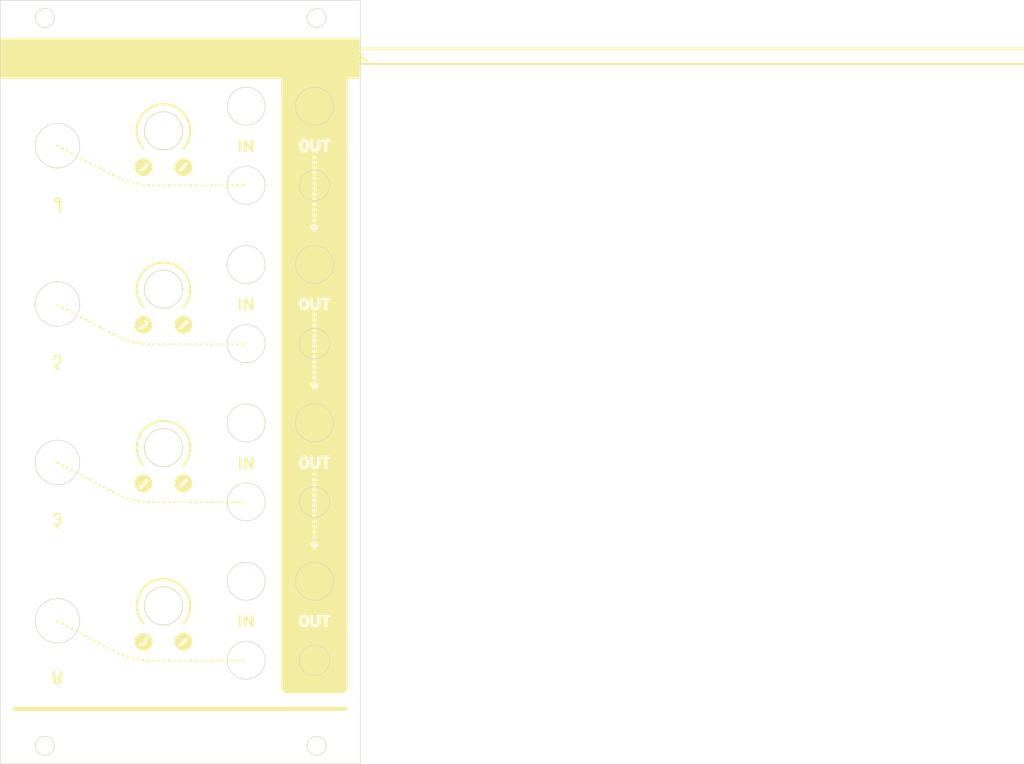
<source format=kicad_pcb>
(kicad_pcb (version 20241229) (generator "pcbnew") (generator_version "9.0")
  (layers (0 "F.Cu" signal) (2 "B.Cu" signal) (13 "F.Paste" user) (15 "B.Paste" user) (5 "F.SilkS" user "F.Silkscreen") (7 "B.SilkS" user "B.Silkscreen") (1 "F.Mask" user) (3 "B.Mask" user) (25 "Edge.Cuts" user))
  (net 0 "")
  (gr_line (start 100.198899 94.90553) (end 100.175618 94.910131) (stroke (width 0.088194)) (layer "F.SilkS"))
  (gr_curve (pts (xy 106.600053 68.255315) (xy 106.600266 66.48825) (xy 105.166375 65.055465) (xy 103.398957 65.055607)) (stroke (width 0.088194) (color 229 35 33 1)) (layer "F.SilkS"))
  (gr_curve (pts (xy 102.125058 53.432578) (xy 102.148854 54.288954) (xy 102.865407 55.005433) (xy 103.749501 55.005394)) (stroke (width 0.088194) (color 229 35 33 1)) (layer "F.SilkS"))
  (gr_poly (pts (xy 90.129387 58.896585) (xy 90.124803 58.905257) (xy 90.116501 58.921248) (xy 90.112437 58.928493) (xy 90.110351 58.931911) (xy 90.108199 58.935188) (xy 90.105961 58.938317) (xy 90.103614 58.941296) (xy 90.101137 58.944118) (xy 90.098508 58.946779) (xy 89.763719 59.272746) (xy 89.738398 59.298285) (xy 89.713412 59.324257) (xy 89.66393 59.37686) (xy 89.614249 59.429264) (xy 89.589014 59.454989) (xy 89.563344 59.48018) (xy 89.535522 59.506788) (xy 89.50739 59.53297) (xy 89.45041 59.58447) (xy 89.335095 59.686908) (xy 89.262249 59.75398) (xy 89.18834 59.822375) (xy 89.204919 59.84601) (xy 89.232239 59.877446) (xy 89.260229 59.908248) (xy 89.288897 59.938414) (xy 89.318251 59.967939) (xy 89.3483 59.99682) (xy 89.379051 60.025051) (xy 89.410512 60.052629) (xy 89.442693 60.07955) (xy 89.470089 60.103225) (xy 89.497026 60.127599) (xy 89.523575 60.152544) (xy 89.549806 60.177931) (xy 89.601594 60.229519) (xy 89.652951 60.281339) (xy 89.715529 60.344249) (xy 89.777349 60.407589) (xy 89.838441 60.471393) (xy 89.898839 60.535692) (xy 89.918598 60.556724) (xy 89.938183 60.578004) (xy 89.957586 60.599515) (xy 89.9768 60.621241) (xy 89.995815 60.643165) (xy 90.014625 60.665272) (xy 90.033219 60.687543) (xy 90.051591 60.709964) (xy 90.055615 60.715055) (xy 90.059497 60.720268) (xy 90.063251 60.725589) (xy 90.066891 60.731009) (xy 90.073889 60.742098) (xy 90.080606 60.753444) (xy 90.093659 60.77654) (xy 90.100227 60.788109) (xy 90.106977 60.79957) (xy 89.718919 60.79957) (xy 89.716904 60.796843) (xy 89.714951 60.794091) (xy 89.711191 60.788546) (xy 89.703926 60.777521) (xy 89.70024 60.772174) (xy 89.698344 60.769571) (xy 89.696397 60.767026) (xy 89.694388 60.764547) (xy 89.692305 60.762142) (xy 89.690138 60.75982) (xy 89.687875 60.757589) (xy 89.629226 60.698322) (xy 89.570048 60.63932) (xy 89.51087 60.580186) (xy 89.452222 60.520522) (xy 89.152711 60.203022) (xy 89.140679 60.190714) (xy 89.128424 60.178636) (xy 89.115988 60.166758) (xy 89.10341 60.155044) (xy 89.077999 60.131981) (xy 89.052522 60.109183) (xy 88.989358 60.052711) (xy 88.958257 60.024109) (xy 88.927682 59.995015) (xy 88.897785 59.965243) (xy 88.868719 59.934608) (xy 88.854545 59.918908) (xy 88.840636 59.902922) (xy 88.827012 59.886627) (xy 88.813691 59.87) (xy 88.809236 59.86395) (xy 88.805269 59.857967) (xy 88.801799 59.852041) (xy 88.798835 59.846165) (xy 88.796386 59.840331) (xy 88.79446 59.834529) (xy 88.793697 59.831638) (xy 88.793067 59.828752) (xy 88.792572 59.825871) (xy 88.792214 59.822992) (xy 88.791994 59.820116) (xy 88.791912 59.81724) (xy 88.791969 59.814365) (xy 88.792168 59.811488) (xy 88.792508 59.80861) (xy 88.792991 59.805728) (xy 88.793619 59.802842) (xy 88.794391 59.799951) (xy 88.79531 59.797054) (xy 88.796376 59.79415) (xy 88.79759 59.791237) (xy 88.798954 59.788315) (xy 88.800469 59.785383) (xy 88.802136 59.782439) (xy 88.805928 59.776513) (xy 88.826644 59.748931) (xy 88.837147 59.735239) (xy 88.847823 59.721745) (xy 88.85873 59.708549) (xy 88.869927 59.695749) (xy 88.875653 59.68953) (xy 88.881472 59.683446) (xy 88.887393 59.677511) (xy 88.893422 59.671738) (xy 89.428933 59.186669) (xy 89.466216 59.152103) (xy 89.503222 59.117249) (xy 89.576617 59.046969) (xy 89.722447 58.90621) (xy 89.724141 58.904621) (xy 89.72591 58.903037) (xy 89.727749 58.901471) (xy 89.72965 58.899937) (xy 89.731608 58.898449) (xy 89.733614 58.89702) (xy 89.735663 58.895663) (xy 89.737748 58.894392) (xy 89.739862 58.89322) (xy 89.741998 58.892161) (xy 89.744149 58.891228) (xy 89.746309 58.890434) (xy 89.748472 58.889794) (xy 89.750629 58.889319) (xy 89.751704 58.889149) (xy 89.752775 58.889025) (xy 89.753842 58.888949) (xy 89.754903 58.888924) (xy 89.940067 58.887689) (xy 90.134492 58.887512)) (fill yes) (layer "F.SilkS"))
  (gr_poly (pts (xy 81.729949 108.158239) (xy 81.73893 108.158921) (xy 81.747777 108.160043) (xy 81.75648 108.161595) (xy 81.765028 108.163566) (xy 81.77341 108.165944) (xy 81.781615 108.168719) (xy 81.789631 108.171878) (xy 81.797449 108.175412) (xy 81.805056 108.179309) (xy 81.812443 108.183558) (xy 81.819598 108.188147) (xy 81.826511 108.193067) (xy 81.83317 108.198305) (xy 81.839565 108.20385) (xy 81.845684 108.209692) (xy 81.851517 108.215819) (xy 81.857052 108.22222) (xy 81.86228 108.228884) (xy 81.867189 108.2358) (xy 81.871767 108.242957) (xy 81.876005 108.250344) (xy 81.879891 108.257949) (xy 81.883414 108.265762) (xy 81.886564 108.273771) (xy 81.889329 108.281966) (xy 81.891699 108.290334) (xy 81.893662 108.298866) (xy 81.895208 108.30755) (xy 81.896326 108.316374) (xy 81.897004 108.325329) (xy 81.897233 108.334401) (xy 81.897004 108.343474) (xy 81.896326 108.352428) (xy 81.895208 108.361252) (xy 81.893662 108.369935) (xy 81.891699 108.378467) (xy 81.889329 108.386835) (xy 81.886564 108.395029) (xy 81.883414 108.403038) (xy 81.879891 108.410851) (xy 81.876005 108.418456) (xy 81.871767 108.425843) (xy 81.867189 108.432999) (xy 81.86228 108.439916) (xy 81.857052 108.44658) (xy 81.851517 108.452981) (xy 81.845684 108.459108) (xy 81.839565 108.464949) (xy 81.83317 108.470495) (xy 81.826511 108.475732) (xy 81.819598 108.480652) (xy 81.812443 108.485241) (xy 81.805056 108.48949) (xy 81.797449 108.493387) (xy 81.789631 108.496921) (xy 81.781615 108.50008) (xy 81.77341 108.502855) (xy 81.765028 108.505233) (xy 81.75648 108.507204) (xy 81.747777 108.508756) (xy 81.73893 108.509878) (xy 81.729949 108.510559) (xy 81.720845 108.510789) (xy 81.544456 108.510789) (xy 81.535383 108.510559) (xy 81.526429 108.509878) (xy 81.517604 108.508756) (xy 81.508921 108.507204) (xy 81.500389 108.505233) (xy 81.492021 108.502855) (xy 81.483827 108.50008) (xy 81.475817 108.496921) (xy 81.468005 108.493387) (xy 81.460399 108.48949) (xy 81.453013 108.485241) (xy 81.445856 108.480652) (xy 81.43894 108.475732) (xy 81.432276 108.470495) (xy 81.425875 108.464949) (xy 81.419748 108.459108) (xy 81.413906 108.452981) (xy 81.408361 108.44658) (xy 81.403123 108.439916) (xy 81.398203 108.432999) (xy 81.393614 108.425843) (xy 81.389365 108.418456) (xy 81.385468 108.410851) (xy 81.381934 108.403038) (xy 81.378775 108.395029) (xy 81.376 108.386835) (xy 81.373622 108.378467) (xy 81.371651 108.369935) (xy 81.370099 108.361252) (xy 81.368977 108.352428) (xy 81.368295 108.343474) (xy 81.368066 108.334401) (xy 81.368295 108.325329) (xy 81.368977 108.316374) (xy 81.370099 108.30755) (xy 81.371651 108.298866) (xy 81.373622 108.290334) (xy 81.376 108.281966) (xy 81.378775 108.273771) (xy 81.381934 108.265762) (xy 81.385468 108.257949) (xy 81.389365 108.250344) (xy 81.393614 108.242957) (xy 81.398203 108.2358) (xy 81.403123 108.228884) (xy 81.408361 108.22222) (xy 81.413906 108.215819) (xy 81.419748 108.209692) (xy 81.425875 108.20385) (xy 81.432276 108.198305) (xy 81.43894 108.193067) (xy 81.445856 108.188147) (xy 81.453013 108.183558) (xy 81.460399 108.179309) (xy 81.468005 108.175412) (xy 81.475817 108.171878) (xy 81.483827 108.168719) (xy 81.492021 108.165944) (xy 81.500389 108.163566) (xy 81.508921 108.161595) (xy 81.517604 108.160043) (xy 81.526429 108.158921) (xy 81.535383 108.158239) (xy 81.544456 108.15801) (xy 81.720845 108.15801)) (fill yes) (layer "F.SilkS"))
  (gr_poly (pts (xy 60.910893 101.909572) (xy 60.919442 101.910084) (xy 60.927986 101.911016) (xy 60.936508 101.912375) (xy 60.944993 101.914163) (xy 60.953425 101.916386) (xy 60.961789 101.919047) (xy 60.970069 101.922153) (xy 60.97825 101.925706) (xy 60.986316 101.929712) (xy 61.142244 102.01156) (xy 61.150159 102.016003) (xy 61.157761 102.020788) (xy 61.165046 102.025901) (xy 61.172008 102.031327) (xy 61.178642 102.037051) (xy 61.184945 102.043058) (xy 61.19091 102.049333) (xy 61.196534 102.055861) (xy 61.20181 102.062627) (xy 61.206735 102.069617) (xy 61.211304 102.076815) (xy 61.215511 102.084207) (xy 61.219352 102.091777) (xy 61.222823 102.09951) (xy 61.225917 102.107393) (xy 61.228631 102.115409) (xy 61.230959 102.123544) (xy 61.232897 102.131782) (xy 61.234439 102.14011) (xy 61.235582 102.148512) (xy 61.23632 102.156974) (xy 61.236648 102.165479) (xy 61.236561 102.174014) (xy 61.236055 102.182563) (xy 61.235125 102.191112) (xy 61.233766 102.199645) (xy 61.231972 102.208148) (xy 61.22974 102.216605) (xy 61.227064 102.225003) (xy 61.22394 102.233325) (xy 61.220363 102.241557) (xy 61.216327 102.249685) (xy 61.213297 102.255263) (xy 61.210099 102.260687) (xy 61.206737 102.265955) (xy 61.203217 102.271066) (xy 61.199543 102.276018) (xy 61.19572 102.280809) (xy 61.191753 102.285439) (xy 61.187647 102.289905) (xy 61.183408 102.294207) (xy 61.179039 102.298342) (xy 61.174547 102.302309) (xy 61.169936 102.306107) (xy 61.165211 102.309735) (xy 61.160377 102.31319) (xy 61.155439 102.316471) (xy 61.150402 102.319577) (xy 61.145271 102.322506) (xy 61.140051 102.325257) (xy 61.134746 102.327829) (xy 61.129363 102.330219) (xy 61.123905 102.332427) (xy 61.118378 102.33445) (xy 61.112787 102.336288) (xy 61.107137 102.337938) (xy 61.101433 102.3394) (xy 61.095679 102.340672) (xy 61.089881 102.341753) (xy 61.084044 102.34264) (xy 61.078172 102.343332) (xy 61.072271 102.343829) (xy 61.066345 102.344128) (xy 61.0604 102.344228) (xy 61.055175 102.344149) (xy 61.049952 102.343914) (xy 61.044732 102.343521) (xy 61.03952 102.342971) (xy 61.034315 102.342264) (xy 61.029121 102.3414) (xy 61.023939 102.340379) (xy 61.018772 102.339201) (xy 61.013621 102.337866) (xy 61.008489 102.336374) (xy 61.003377 102.334724) (xy 60.998288 102.332918) (xy 60.993224 102.330954) (xy 60.988187 102.328833) (xy 60.983179 102.326556) (xy 60.978202 102.324121) (xy 60.822274 102.241925) (xy 60.814359 102.237514) (xy 60.806757 102.232755) (xy 60.799473 102.227665) (xy 60.792511 102.222259) (xy 60.785876 102.216551) (xy 60.779574 102.210557) (xy 60.773608 102.204293) (xy 60.767985 102.197772) (xy 60.762708 102.191011) (xy 60.757783 102.184023) (xy 60.753215 102.176826) (xy 60.749007 102.169433) (xy 60.745166 102.161859) (xy 60.741696 102.15412) (xy 60.738601 102.146232) (xy 60.735888 102.138208) (xy 60.733559 102.130064) (xy 60.731621 102.121815) (xy 60.730079 102.113477) (xy 60.728936 102.105064) (xy 60.728198 102.096592) (xy 60.72787 102.088076) (xy 60.727957 102.07953) (xy 60.728462 102.07097) (xy 60.729393 102.062411) (xy 60.730752 102.053868) (xy 60.732545 102.045357) (xy 60.734777 102.036892) (xy 60.737453 102.028488) (xy 60.740577 102.020161) (xy 60.744154 102.011925) (xy 60.74819 102.003797) (xy 60.752604 101.995852) (xy 60.757368 101.988226) (xy 60.762467 101.980922) (xy 60.767885 101.973947) (xy 60.773607 101.967303) (xy 60.779618 101.960996) (xy 60.785901 101.95503) (xy 60.792442 101.949409) (xy 60.799225 101.944138) (xy 60.806234 101.939221) (xy 60.813453 101.934663) (xy 60.820868 101.930468) (xy 60.828463 101.926641) (xy 60.836223 101.923186) (xy 60.844131 101.920107) (xy 60.852172 101.91741) (xy 60.860331 101.915098) (xy 60.868593 101.913176) (xy 60.876941 101.911649) (xy 60.885361 101.91052) (xy 60.893836 101.909795) (xy 60.902352 101.909477)) (fill yes) (layer "F.SilkS"))
  (gr_poly (pts (xy 74.690318 77.005215) (xy 74.766514 77.011008) (xy 74.8416 77.020549) (xy 74.915481 77.033742) (xy 74.988064 77.050494) (xy 75.059254 77.07071) (xy 75.128958 77.094295) (xy 75.197081 77.121157) (xy 75.26353 77.151199) (xy 75.328209 77.184328) (xy 75.391025 77.22045) (xy 75.451884 77.25947) (xy 75.510692 77.301294) (xy 75.567354 77.345828) (xy 75.621777 77.392977) (xy 75.673866 77.442647) (xy 75.723527 77.494744) (xy 75.770667 77.549173) (xy 75.81519 77.605841) (xy 75.857004 77.664652) (xy 75.896013 77.725513) (xy 75.932124 77.788328) (xy 75.965242 77.853005) (xy 75.995274 77.919448) (xy 76.022125 77.987564) (xy 76.045701 78.057258) (xy 76.065909 78.128435) (xy 76.082653 78.201001) (xy 76.09584 78.274863) (xy 76.105376 78.349925) (xy 76.111167 78.426093) (xy 76.113118 78.503274) (xy 76.111167 78.580486) (xy 76.105376 78.656682) (xy 76.09584 78.731767) (xy 76.082653 78.805649) (xy 76.065909 78.878232) (xy 76.045701 78.949422) (xy 76.022125 79.019126) (xy 75.995274 79.087249) (xy 75.965242 79.153697) (xy 75.932124 79.218377) (xy 75.896013 79.281193) (xy 75.857004 79.342052) (xy 75.81519 79.40086) (xy 75.770667 79.457522) (xy 75.723527 79.511945) (xy 75.673866 79.564034) (xy 75.621777 79.613696) (xy 75.567354 79.660836) (xy 75.510692 79.705359) (xy 75.451884 79.747173) (xy 75.391025 79.786182) (xy 75.328209 79.822293) (xy 75.26353 79.855411) (xy 75.197081 79.885443) (xy 75.128958 79.912294) (xy 75.059254 79.935871) (xy 74.988064 79.956078) (xy 74.915481 79.972823) (xy 74.8416 79.98601) (xy 74.766514 79.995546) (xy 74.690318 80.001336) (xy 74.613107 80.003288) (xy 74.535926 80.001336) (xy 74.459758 79.995546) (xy 74.384696 79.98601) (xy 74.310834 79.972823) (xy 74.238268 79.956078) (xy 74.167091 79.935871) (xy 74.097397 79.912294) (xy 74.029282 79.885443) (xy 73.962838 79.855411) (xy 73.898161 79.822293) (xy 73.835345 79.786182) (xy 73.774485 79.747173) (xy 73.715673 79.705359) (xy 73.659006 79.660836) (xy 73.604576 79.613696) (xy 73.55248 79.564034) (xy 73.502809 79.511945) (xy 73.45566 79.457522) (xy 73.411126 79.40086) (xy 73.369302 79.342052) (xy 73.330282 79.281193) (xy 73.29416 79.218377) (xy 73.270658 79.172494) (xy 73.830293 79.172494) (xy 73.840267 79.176228) (xy 73.856046 79.181462) (xy 73.877447 79.187581) (xy 73.904288 79.193969) (xy 73.936388 79.20001) (xy 73.954353 79.202707) (xy 73.973565 79.205087) (xy 73.994 79.207072) (xy 74.015637 79.208585) (xy 74.038451 79.209549) (xy 74.062421 79.209888) (xy 74.096092 79.209238) (xy 74.131712 79.207167) (xy 74.169223 79.203495) (xy 74.208565 79.198042) (xy 74.249678 79.190628) (xy 74.292503 79.181071) (xy 74.336981 79.169192) (xy 74.383052 79.154811) (xy 74.430656 79.137746) (xy 74.479735 79.117818) (xy 74.530229 79.094847) (xy 74.582079 79.068651) (xy 74.635224 79.039051) (xy 74.689606 79.005866) (xy 74.745166 78.968915) (xy 74.801843 78.92802) (xy 74.850877 78.889136) (xy 74.896654 78.848547) (xy 74.939284 78.806437) (xy 74.978878 78.762995) (xy 75.015547 78.718406) (xy 75.049403 78.672859) (xy 75.080556 78.62654) (xy 75.109118 78.579635) (xy 75.135201 78.532332) (xy 75.158914 78.484817) (xy 75.18037 78.437277) (xy 75.19968 78.3899) (xy 75.216954 78.342872) (xy 75.232304 78.29638) (xy 75.257677 78.20575) (xy 75.276687 78.119508) (xy 75.290224 78.039146) (xy 75.299178 77.966161) (xy 75.304437 77.902047) (xy 75.306891 77.848299) (xy 75.30743 77.806412) (xy 75.306317 77.764203) (xy 74.954244 77.783256) (xy 74.954719 77.810132) (xy 74.952226 77.879729) (xy 74.948278 77.927487) (xy 74.94168 77.982251) (xy 74.931798 78.042797) (xy 74.917996 78.107899) (xy 74.899638 78.176333) (xy 74.876088 78.246875) (xy 74.846712 78.3183) (xy 74.810872 78.389382) (xy 74.790331 78.424413) (xy 74.767935 78.458898) (xy 74.743606 78.492686) (xy 74.717263 78.525622) (xy 74.688829 78.557555) (xy 74.658223 78.58833) (xy 74.625365 78.617795) (xy 74.590177 78.645797) (xy 74.555366 78.671143) (xy 74.521325 78.694451) (xy 74.488074 78.7158) (xy 74.455633 78.735271) (xy 74.424023 78.752944) (xy 74.393262 78.768899) (xy 74.36337 78.783216) (xy 74.334369 78.795976) (xy 74.306277 78.807258) (xy 74.279114 78.817143) (xy 74.2529 78.82571) (xy 74.227656 78.833041) (xy 74.203401 78.839215) (xy 74.180155 78.844313) (xy 74.157937 78.848414) (xy 74.136769 78.851599) (xy 74.116669 78.853947) (xy 74.097658 78.85554) (xy 74.079755 78.856457) (xy 74.06298 78.856778) (xy 74.032896 78.855954) (xy 74.007564 78.85371) (xy 73.987143 78.850686) (xy 73.971793 78.847524) (xy 73.956941 78.843353) (xy 73.830293 79.172494) (xy 73.270658 79.172494) (xy 73.26103 79.153697) (xy 73.230988 79.087249) (xy 73.204126 79.019126) (xy 73.180541 78.949422) (xy 73.160325 78.878232) (xy 73.143573 78.805649) (xy 73.13038 78.731767) (xy 73.120839 78.656682) (xy 73.115046 78.580486) (xy 73.113093 78.503274) (xy 73.115046 78.426093) (xy 73.120839 78.349925) (xy 73.13038 78.274863) (xy 73.143573 78.201001) (xy 73.160325 78.128435) (xy 73.180541 78.057258) (xy 73.204126 77.987564) (xy 73.230988 77.919448) (xy 73.26103 77.853005) (xy 73.29416 77.788328) (xy 73.330282 77.725513) (xy 73.369302 77.664652) (xy 73.411126 77.605841) (xy 73.45566 77.549173) (xy 73.502809 77.494744) (xy 73.55248 77.442647) (xy 73.604576 77.392977) (xy 73.659006 77.345828) (xy 73.715673 77.301294) (xy 73.774485 77.25947) (xy 73.835345 77.22045) (xy 73.898161 77.184328) (xy 73.962838 77.151199) (xy 74.029282 77.121157) (xy 74.097397 77.094295) (xy 74.167091 77.07071) (xy 74.238268 77.050494) (xy 74.310834 77.033742) (xy 74.384696 77.020549) (xy 74.459758 77.011008) (xy 74.535926 77.005215) (xy 74.613107 77.003263)) (fill yes) (layer "F.SilkS"))
  (gr_poly (pts (xy 81.729949 134.727713) (xy 81.73893 134.728394) (xy 81.747777 134.729517) (xy 81.75648 134.731069) (xy 81.765028 134.733039) (xy 81.77341 134.735417) (xy 81.781615 134.738191) (xy 81.789631 134.741351) (xy 81.797449 134.744885) (xy 81.805056 134.748781) (xy 81.812443 134.75303) (xy 81.819598 134.75762) (xy 81.826511 134.762539) (xy 81.83317 134.767777) (xy 81.839565 134.773322) (xy 81.845684 134.779164) (xy 81.851517 134.785291) (xy 81.857052 134.791692) (xy 81.86228 134.798356) (xy 81.867189 134.805272) (xy 81.871767 134.812429) (xy 81.876005 134.819816) (xy 81.879891 134.827421) (xy 81.883414 134.835234) (xy 81.886564 134.843243) (xy 81.889329 134.851438) (xy 81.891699 134.859806) (xy 81.893662 134.868338) (xy 81.895208 134.877022) (xy 81.896326 134.885847) (xy 81.897004 134.894801) (xy 81.897233 134.903875) (xy 81.897004 134.912946) (xy 81.896326 134.9219) (xy 81.895208 134.930723) (xy 81.893662 134.939406) (xy 81.891699 134.947937) (xy 81.889329 134.956305) (xy 81.886564 134.964499) (xy 81.883414 134.972508) (xy 81.879891 134.98032) (xy 81.876005 134.987925) (xy 81.871767 134.995312) (xy 81.867189 135.002468) (xy 81.86228 135.009384) (xy 81.857052 135.016048) (xy 81.851517 135.022449) (xy 81.845684 135.028576) (xy 81.839565 135.034418) (xy 81.83317 135.039963) (xy 81.826511 135.045201) (xy 81.819598 135.05012) (xy 81.812443 135.05471) (xy 81.805056 135.058959) (xy 81.797449 135.062856) (xy 81.789631 135.06639) (xy 81.781615 135.069549) (xy 81.77341 135.072324) (xy 81.765028 135.074702) (xy 81.75648 135.076673) (xy 81.747777 135.078225) (xy 81.73893 135.079347) (xy 81.729949 135.080029) (xy 81.720845 135.080259) (xy 81.544456 135.080259) (xy 81.535383 135.080029) (xy 81.526429 135.079347) (xy 81.517604 135.078225) (xy 81.508921 135.076673) (xy 81.500389 135.074702) (xy 81.492021 135.072324) (xy 81.483827 135.069549) (xy 81.475817 135.06639) (xy 81.468005 135.062856) (xy 81.460399 135.058959) (xy 81.453013 135.05471) (xy 81.445856 135.05012) (xy 81.43894 135.045201) (xy 81.432276 135.039963) (xy 81.425875 135.034418) (xy 81.419748 135.028576) (xy 81.413906 135.022449) (xy 81.408361 135.016048) (xy 81.403123 135.009384) (xy 81.398203 135.002468) (xy 81.393614 134.995312) (xy 81.389365 134.987925) (xy 81.385468 134.98032) (xy 81.381934 134.972508) (xy 81.378775 134.964499) (xy 81.376 134.956305) (xy 81.373622 134.947937) (xy 81.371651 134.939406) (xy 81.370099 134.930723) (xy 81.368977 134.9219) (xy 81.368295 134.912946) (xy 81.368066 134.903875) (xy 81.368295 134.894801) (xy 81.368977 134.885847) (xy 81.370099 134.877022) (xy 81.371651 134.868338) (xy 81.373622 134.859806) (xy 81.376 134.851438) (xy 81.378775 134.843243) (xy 81.381934 134.835234) (xy 81.385468 134.827421) (xy 81.389365 134.819816) (xy 81.393614 134.812429) (xy 81.398203 134.805272) (xy 81.403123 134.798356) (xy 81.408361 134.791692) (xy 81.413906 134.785291) (xy 81.419748 134.779164) (xy 81.425875 134.773322) (xy 81.432276 134.767777) (xy 81.43894 134.762539) (xy 81.445856 134.75762) (xy 81.453013 134.75303) (xy 81.460399 134.748781) (xy 81.468005 134.744885) (xy 81.475817 134.741351) (xy 81.483827 134.738191) (xy 81.492021 134.735417) (xy 81.500389 134.733039) (xy 81.508921 134.731069) (xy 81.517604 134.729517) (xy 81.526429 134.728394) (xy 81.535383 134.727713) (xy 81.544456 134.727483) (xy 81.720845 134.727483)) (fill yes) (layer "F.SilkS"))
  (gr_line (start 56.388839 74.905502) (end 56.357801 74.912589) (stroke (width 0.088194)) (layer "F.SilkS"))
  (gr_poly (pts (xy 82.611895 108.158239) (xy 82.620876 108.158921) (xy 82.629723 108.160043) (xy 82.638426 108.161595) (xy 82.646974 108.163566) (xy 82.655356 108.165944) (xy 82.66356 108.168719) (xy 82.671577 108.171878) (xy 82.679394 108.175412) (xy 82.687002 108.179309) (xy 82.694389 108.183558) (xy 82.701544 108.188147) (xy 82.708457 108.193067) (xy 82.715116 108.198305) (xy 82.72151 108.20385) (xy 82.72763 108.209692) (xy 82.733463 108.215819) (xy 82.738998 108.22222) (xy 82.744226 108.228884) (xy 82.749135 108.2358) (xy 82.753713 108.242957) (xy 82.757951 108.250344) (xy 82.761837 108.257949) (xy 82.76536 108.265762) (xy 82.76851 108.273771) (xy 82.771275 108.281966) (xy 82.773645 108.290334) (xy 82.775608 108.298866) (xy 82.777154 108.30755) (xy 82.778272 108.316374) (xy 82.778951 108.325329) (xy 82.77918 108.334401) (xy 82.778951 108.343474) (xy 82.778272 108.352428) (xy 82.777154 108.361252) (xy 82.775608 108.369935) (xy 82.773645 108.378467) (xy 82.771275 108.386835) (xy 82.76851 108.395029) (xy 82.76536 108.403038) (xy 82.761837 108.410851) (xy 82.757951 108.418456) (xy 82.753713 108.425843) (xy 82.749135 108.432999) (xy 82.744226 108.439916) (xy 82.738998 108.44658) (xy 82.733463 108.452981) (xy 82.72763 108.459108) (xy 82.72151 108.464949) (xy 82.715116 108.470495) (xy 82.708457 108.475732) (xy 82.701544 108.480652) (xy 82.694389 108.485241) (xy 82.687002 108.48949) (xy 82.679394 108.493387) (xy 82.671577 108.496921) (xy 82.66356 108.50008) (xy 82.655356 108.502855) (xy 82.646974 108.505233) (xy 82.638426 108.507204) (xy 82.629723 108.508756) (xy 82.620876 108.509878) (xy 82.611895 108.510559) (xy 82.602792 108.510789) (xy 82.4264 108.510789) (xy 82.417328 108.510559) (xy 82.408373 108.509878) (xy 82.399549 108.508756) (xy 82.390866 108.507204) (xy 82.382334 108.505233) (xy 82.373966 108.502855) (xy 82.365771 108.50008) (xy 82.357762 108.496921) (xy 82.34995 108.493387) (xy 82.342345 108.48949) (xy 82.334958 108.485241) (xy 82.327801 108.480652) (xy 82.320885 108.475732) (xy 82.314221 108.470495) (xy 82.30782 108.464949) (xy 82.301693 108.459108) (xy 82.295852 108.452981) (xy 82.290306 108.44658) (xy 82.285069 108.439916) (xy 82.280149 108.432999) (xy 82.27556 108.425843) (xy 82.271311 108.418456) (xy 82.267414 108.410851) (xy 82.263881 108.403038) (xy 82.260721 108.395029) (xy 82.257947 108.386835) (xy 82.255569 108.378467) (xy 82.253598 108.369935) (xy 82.252046 108.361252) (xy 82.250924 108.352428) (xy 82.250242 108.343474) (xy 82.250012 108.334401) (xy 82.250242 108.325329) (xy 82.250924 108.316374) (xy 82.252046 108.30755) (xy 82.253598 108.298866) (xy 82.255569 108.290334) (xy 82.257947 108.281966) (xy 82.260721 108.273771) (xy 82.263881 108.265762) (xy 82.267414 108.257949) (xy 82.271311 108.250344) (xy 82.27556 108.242957) (xy 82.280149 108.2358) (xy 82.285069 108.228884) (xy 82.290306 108.22222) (xy 82.295852 108.215819) (xy 82.301693 108.209692) (xy 82.30782 108.20385) (xy 82.314221 108.198305) (xy 82.320885 108.193067) (xy 82.327801 108.188147) (xy 82.334958 108.183558) (xy 82.342345 108.179309) (xy 82.34995 108.175412) (xy 82.357762 108.171878) (xy 82.365771 108.168719) (xy 82.373966 108.165944) (xy 82.382334 108.163566) (xy 82.390866 108.161595) (xy 82.399549 108.160043) (xy 82.408373 108.158921) (xy 82.417328 108.158239) (xy 82.4264 108.15801) (xy 82.602792 108.15801)) (fill yes) (layer "F.SilkS"))
  (gr_poly (pts (xy 80.343785 58.885975) (xy 80.354156 58.886794) (xy 80.364175 58.888191) (xy 80.373869 58.890156) (xy 80.383267 58.892681) (xy 80.392397 58.895757) (xy 80.401288 58.899375) (xy 80.409968 58.903526) (xy 80.418466 58.908202) (xy 80.42681 58.913394) (xy 80.435028 58.919092) (xy 80.443149 58.925289) (xy 80.451201 58.931975) (xy 80.459213 58.939142) (xy 80.467214 58.94678) (xy 80.511384 58.989702) (xy 80.555997 59.032252) (xy 80.646204 59.116466) (xy 80.828105 59.282977) (xy 81.035935 59.472728) (xy 81.139602 59.567686) (xy 81.24297 59.663272) (xy 81.248991 59.669166) (xy 81.25489 59.675197) (xy 81.260676 59.681355) (xy 81.266359 59.68763) (xy 81.277455 59.700485) (xy 81.288259 59.713675) (xy 81.298847 59.727113) (xy 81.3093 59.740712) (xy 81.33011 59.768047) (xy 81.332206 59.771017) (xy 81.33413 59.773976) (xy 81.335886 59.776925) (xy 81.337474 59.779864) (xy 81.338898 59.782794) (xy 81.340159 59.785716) (xy 81.34126 59.788631) (xy 81.342202 59.79154) (xy 81.342988 59.794444) (xy 81.343621 59.797343) (xy 81.344101 59.80024) (xy 81.344433 59.803133) (xy 81.344617 59.806026) (xy 81.344656 59.808917) (xy 81.344552 59.811809) (xy 81.344307 59.814702) (xy 81.343924 59.817597) (xy 81.343405 59.820495) (xy 81.342751 59.823397) (xy 81.341966 59.826304) (xy 81.340008 59.832135) (xy 81.337549 59.837997) (xy 81.334607 59.843895) (xy 81.331198 59.849838) (xy 81.327341 59.855833) (xy 81.323052 59.861886) (xy 81.309568 59.878739) (xy 81.295726 59.895189) (xy 81.281558 59.911274) (xy 81.267093 59.927029) (xy 81.252364 59.94249) (xy 81.237402 59.957694) (xy 81.206901 59.987475) (xy 81.081754 60.103539) (xy 81.048926 60.135902) (xy 81.016511 60.168632) (xy 80.952459 60.234817) (xy 80.888672 60.301332) (xy 80.824225 60.367417) (xy 80.451339 60.745947) (xy 80.44841 60.748968) (xy 80.44557 60.752071) (xy 80.442811 60.755249) (xy 80.440121 60.758493) (xy 80.434911 60.765147) (xy 80.429863 60.771965) (xy 80.419935 60.785834) (xy 80.4149 60.792752) (xy 80.409711 60.79957) (xy 80.029769 60.79957) (xy 80.037387 60.78595) (xy 80.044745 60.772164) (xy 80.059357 60.744625) (xy 80.066951 60.731137) (xy 80.070894 60.724521) (xy 80.074962 60.718012) (xy 80.079177 60.711628) (xy 80.083561 60.705384) (xy 80.088133 60.699297) (xy 80.092916 60.693384) (xy 80.143478 60.632006) (xy 80.169084 60.601476) (xy 80.195 60.57119) (xy 80.221297 60.541252) (xy 80.248044 60.511764) (xy 80.275312 60.48283) (xy 80.30317 60.454553) (xy 80.358118 60.40008) (xy 80.412218 60.34474) (xy 80.520174 60.233802) (xy 80.575179 60.179379) (xy 80.603189 60.152686) (xy 80.631635 60.126436) (xy 80.660586 60.100703) (xy 80.690116 60.075561) (xy 80.720297 60.051081) (xy 80.751199 60.027339) (xy 80.764952 60.016561) (xy 80.778326 60.005292) (xy 80.791362 59.993581) (xy 80.804105 59.981472) (xy 80.816595 59.969015) (xy 80.828875 59.956255) (xy 80.852976 59.930016) (xy 80.900525 59.87598) (xy 80.92465 59.848936) (xy 80.936949 59.835571) (xy 80.949462 59.822375) (xy 80.706177 59.592364) (xy 80.586668 59.477986) (xy 80.527577 59.420405) (xy 80.468978 59.362353) (xy 80.410603 59.305) (xy 80.350835 59.24888) (xy 80.230278 59.137457) (xy 80.171069 59.080716) (xy 80.142076 59.051774) (xy 80.113624 59.02233) (xy 80.085811 58.992295) (xy 80.058735 58.961579) (xy 80.032495 58.930092) (xy 80.00719 58.897744) (xy 80.009093 58.895302) (xy 80.010062 58.894042) (xy 80.011028 58.892761) (xy 80.011976 58.891463) (xy 80.012896 58.890154) (xy 80.013774 58.888836) (xy 80.014598 58.887513) (xy 80.168498 58.888924) (xy 80.206911 58.889029) (xy 80.245283 58.888704) (xy 80.283605 58.887783) (xy 80.32187 58.886102) (xy 80.333032 58.885741)) (fill yes) (layer "F.SilkS"))
  (gr_poly (pts (xy 81.021487 58.885975) (xy 81.031979 58.886794) (xy 81.042072 58.888191) (xy 81.051801 58.890156) (xy 81.061202 58.892681) (xy 81.070309 58.895757) (xy 81.079158 58.899375) (xy 81.087783 58.903526) (xy 81.096221 58.908202) (xy 81.104505 58.913394) (xy 81.112672 58.919092) (xy 81.120756 58.925289) (xy 81.128792 58.931975) (xy 81.136816 58.939142) (xy 81.144862 58.94678) (xy 81.189049 58.989702) (xy 81.233708 59.032252) (xy 81.324075 59.116466) (xy 81.506461 59.282977) (xy 81.714071 59.472728) (xy 81.81771 59.567686) (xy 81.920623 59.663272) (xy 81.926713 59.669166) (xy 81.932687 59.675197) (xy 81.938551 59.681355) (xy 81.944313 59.68763) (xy 81.955559 59.700485) (xy 81.966483 59.713675) (xy 81.977142 59.727113) (xy 81.987594 59.740712) (xy 82.008111 59.768047) (xy 82.010207 59.771017) (xy 82.012132 59.773976) (xy 82.013887 59.776925) (xy 82.015475 59.779864) (xy 82.016898 59.782794) (xy 82.018157 59.785716) (xy 82.019255 59.788631) (xy 82.020194 59.79154) (xy 82.020975 59.794444) (xy 82.021602 59.797343) (xy 82.022076 59.80024) (xy 82.022398 59.803133) (xy 82.022572 59.806026) (xy 82.0226 59.808917) (xy 82.022482 59.811809) (xy 82.022222 59.814702) (xy 82.021821 59.817597) (xy 82.021282 59.820495) (xy 82.020607 59.823397) (xy 82.019797 59.826304) (xy 82.017782 59.832135) (xy 82.015255 59.837997) (xy 82.012231 59.843895) (xy 82.008728 59.849838) (xy 82.004762 59.855833) (xy 82.00035 59.861886) (xy 81.987098 59.878739) (xy 81.973429 59.895189) (xy 81.959379 59.911274) (xy 81.944986 59.927029) (xy 81.930287 59.94249) (xy 81.91532 59.957694) (xy 81.884727 59.987475) (xy 81.759049 60.103539) (xy 81.726252 60.135902) (xy 81.693917 60.168632) (xy 81.630108 60.234817) (xy 81.566564 60.301332) (xy 81.534561 60.334476) (xy 81.502227 60.367417) (xy 81.316181 60.556682) (xy 81.129342 60.745947) (xy 81.126413 60.748968) (xy 81.123574 60.752071) (xy 81.120816 60.755249) (xy 81.118129 60.758493) (xy 81.115505 60.761795) (xy 81.112933 60.765147) (xy 81.10791 60.771965) (xy 81.098087 60.785834) (xy 81.093138 60.792752) (xy 81.088065 60.79957) (xy 80.70777 60.79957) (xy 80.715184 60.78595) (xy 80.722432 60.772164) (xy 80.736963 60.744625) (xy 80.744509 60.731137) (xy 80.752419 60.718012) (xy 80.756552 60.711628) (xy 80.760826 60.705384) (xy 80.765256 60.699297) (xy 80.76986 60.693384) (xy 80.821294 60.632006) (xy 80.873092 60.57119) (xy 80.899448 60.541252) (xy 80.926279 60.511764) (xy 80.953714 60.48283) (xy 80.981881 60.454553) (xy 81.036565 60.40008) (xy 81.09041 60.34474) (xy 81.197913 60.233802) (xy 81.252738 60.179379) (xy 81.280673 60.152686) (xy 81.309054 60.126436) (xy 81.337954 60.100703) (xy 81.367446 60.075561) (xy 81.397603 60.051081) (xy 81.428496 60.027339) (xy 81.442439 60.016561) (xy 81.455985 60.005292) (xy 81.469174 59.993581) (xy 81.482047 59.981472) (xy 81.494645 59.969015) (xy 81.50701 59.956255) (xy 81.531199 59.930016) (xy 81.578565 59.87598) (xy 81.602395 59.848936) (xy 81.626758 59.822375) (xy 81.384399 59.592364) (xy 81.264906 59.477986) (xy 81.205842 59.420405) (xy 81.147332 59.362353) (xy 81.088857 59.305) (xy 81.029047 59.24888) (xy 80.908546 59.137457) (xy 80.849418 59.080716) (xy 80.820476 59.051774) (xy 80.79208 59.02233) (xy 80.764326 58.992295) (xy 80.737313 58.961579) (xy 80.711138 58.930092) (xy 80.685899 58.897744) (xy 80.686547 58.896538) (xy 80.687183 58.895302) (xy 80.687828 58.894042) (xy 80.688501 58.892761) (xy 80.689224 58.891463) (xy 80.689611 58.89081) (xy 80.690017 58.890154) (xy 80.690447 58.889495) (xy 80.690902 58.888836) (xy 80.691384 58.888175) (xy 80.691897 58.887513) (xy 80.84606 58.888924) (xy 80.884518 58.889029) (xy 80.922877 58.888704) (xy 80.961104 58.887783) (xy 80.999166 58.886102) (xy 81.010561 58.885741)) (fill yes) (layer "F.SilkS"))
  (gr_poly (pts (xy 61.69138 75.551033) (xy 61.699942 75.55154) (xy 61.708507 75.552465) (xy 61.717062 75.553813) (xy 61.725593 75.555588) (xy 61.734084 75.557795) (xy 61.742521 75.560437) (xy 61.750891 75.563519) (xy 61.759177 75.567045) (xy 61.767366 75.571019) (xy 61.923294 75.653219) (xy 61.931208 75.657661) (xy 61.938807 75.662446) (xy 61.946087 75.66756) (xy 61.953042 75.672985) (xy 61.959669 75.678709) (xy 61.965962 75.684716) (xy 61.971917 75.690991) (xy 61.977528 75.697519) (xy 61.982792 75.704285) (xy 61.987703 75.711275) (xy 61.992257 75.718473) (xy 61.996449 75.725864) (xy 62.000275 75.733434) (xy 62.003729 75.741167) (xy 62.006807 75.74905) (xy 62.009504 75.757066) (xy 62.011816 75.765201) (xy 62.013737 75.77344) (xy 62.015264 75.781767) (xy 62.016391 75.790169) (xy 62.017113 75.79863) (xy 62.017427 75.807136) (xy 62.017327 75.815671) (xy 62.016808 75.82422) (xy 62.015866 75.832768) (xy 62.014496 75.841302) (xy 62.012693 75.849805) (xy 62.010453 75.858262) (xy 62.007771 75.86666) (xy 62.004642 75.874982) (xy 62.001061 75.883214) (xy 61.997025 75.891341) (xy 61.993963 75.896889) (xy 61.990735 75.902286) (xy 61.987345 75.907531) (xy 61.983799 75.912623) (xy 61.980101 75.917558) (xy 61.976256 75.922337) (xy 61.97227 75.926956) (xy 61.968147 75.931415) (xy 61.963892 75.935712) (xy 61.95951 75.939845) (xy 61.955006 75.943812) (xy 61.950386 75.947611) (xy 61.945653 75.951242) (xy 61.940814 75.954702) (xy 61.935873 75.95799) (xy 61.930835 75.961104) (xy 61.925705 75.964042) (xy 61.920488 75.966803) (xy 61.915188 75.969384) (xy 61.909812 75.971785) (xy 61.904364 75.974004) (xy 61.898848 75.976038) (xy 61.893271 75.977887) (xy 61.887636 75.979548) (xy 61.881949 75.98102) (xy 61.876215 75.982301) (xy 61.870439 75.98339) (xy 61.864625 75.984284) (xy 61.858779 75.984983) (xy 61.852906 75.985484) (xy 61.84701 75.985786) (xy 61.841097 75.985887) (xy 61.835872 75.985808) (xy 61.830648 75.985572) (xy 61.825427 75.985177) (xy 61.820211 75.984624) (xy 61.815002 75.983912) (xy 61.8098 75.98304) (xy 61.804607 75.982008) (xy 61.799425 75.980815) (xy 61.794256 75.979461) (xy 61.7891 75.977945) (xy 61.78396 75.976267) (xy 61.778837 75.974427) (xy 61.773733 75.972423) (xy 61.768649 75.970255) (xy 61.763586 75.967923) (xy 61.758547 75.965427) (xy 61.602619 75.883228) (xy 61.594705 75.878816) (xy 61.587106 75.874057) (xy 61.579826 75.868968) (xy 61.572871 75.863561) (xy 61.566244 75.857854) (xy 61.559951 75.85186) (xy 61.553996 75.845596) (xy 61.548385 75.839075) (xy 61.543121 75.832314) (xy 61.53821 75.825327) (xy 61.533656 75.818129) (xy 61.529464 75.810736) (xy 61.525638 75.803162) (xy 61.522184 75.795424) (xy 61.519106 75.787535) (xy 61.516409 75.779511) (xy 61.514097 75.771367) (xy 61.512176 75.763119) (xy 61.510649 75.754781) (xy 61.509522 75.746368) (xy 61.5088 75.737896) (xy 61.508486 75.729379) (xy 61.508587 75.720834) (xy 61.509105 75.712274) (xy 61.510048 75.703715) (xy 61.511418 75.695173) (xy 61.51322 75.686661) (xy 61.51546 75.678197) (xy 61.518143 75.669793) (xy 61.521271 75.661466) (xy 61.524852 75.653231) (xy 61.528889 75.645103) (xy 61.533361 75.637159) (xy 61.538171 75.629535) (xy 61.543303 75.622236) (xy 61.548744 75.615267) (xy 61.554477 75.60863) (xy 61.56049 75.602331) (xy 61.566767 75.596375) (xy 61.573295 75.590764) (xy 61.580058 75.585503) (xy 61.587042 75.580597) (xy 61.594233 75.576051) (xy 61.601616 75.571867) (xy 61.609177 75.56805) (xy 61.616901 75.564606) (xy 61.624774 75.561537) (xy 61.632782 75.558849) (xy 61.640909 75.556545) (xy 61.649142 75.554629) (xy 61.657465 75.553107) (xy 61.665866 75.551982) (xy 61.674328 75.551259) (xy 61.682838 75.550941)) (fill yes) (layer "F.SilkS"))
  (gr_poly (pts (xy 110.750113 58.885975) (xy 110.760697 58.886794) (xy 110.770868 58.888191) (xy 110.780661 58.890156) (xy 110.790111 58.892681) (xy 110.799254 58.895757) (xy 110.808125 58.899375) (xy 110.816762 58.903526) (xy 110.825198 58.908202) (xy 110.833469 58.913394) (xy 110.841612 58.919092) (xy 110.849662 58.925289) (xy 110.857654 58.931975) (xy 110.865624 58.939142) (xy 110.873609 58.94678) (xy 110.917999 58.989702) (xy 110.962757 59.032252) (xy 111.05313 59.116466) (xy 111.235559 59.282977) (xy 111.442595 59.472728) (xy 111.546164 59.567686) (xy 111.649369 59.663272) (xy 111.655518 59.669166) (xy 111.661534 59.675197) (xy 111.667428 59.681355) (xy 111.673208 59.68763) (xy 111.68446 59.700485) (xy 111.695361 59.713675) (xy 111.705981 59.727113) (xy 111.71639 59.740712) (xy 111.736856 59.768047) (xy 111.738923 59.771017) (xy 111.740827 59.773976) (xy 111.742568 59.776925) (xy 111.744149 59.779864) (xy 111.745571 59.782794) (xy 111.746834 59.785716) (xy 111.747942 59.788631) (xy 111.748896 59.79154) (xy 111.749696 59.794444) (xy 111.750345 59.797343) (xy 111.750844 59.80024) (xy 111.751194 59.803133) (xy 111.751398 59.806026) (xy 111.751457 59.808917) (xy 111.751372 59.811809) (xy 111.751144 59.814702) (xy 111.750777 59.817597) (xy 111.75027 59.820495) (xy 111.749626 59.823397) (xy 111.748846 59.826304) (xy 111.747931 59.829216) (xy 111.746884 59.832135) (xy 111.744397 59.837997) (xy 111.741397 59.843895) (xy 111.737898 59.849838) (xy 111.73391 59.855833) (xy 111.729447 59.861886) (xy 111.716022 59.878739) (xy 111.702225 59.895189) (xy 111.688092 59.911274) (xy 111.673655 59.927029) (xy 111.65895 59.94249) (xy 111.64401 59.957694) (xy 111.613562 59.987475) (xy 111.489205 60.103539) (xy 111.456032 60.135902) (xy 111.423371 60.168632) (xy 111.359122 60.234817) (xy 111.295533 60.301332) (xy 111.231679 60.367417) (xy 110.857381 60.745947) (xy 110.854697 60.748968) (xy 110.852064 60.752071) (xy 110.84692 60.758493) (xy 110.841892 60.765147) (xy 110.836922 60.771965) (xy 110.826923 60.785834) (xy 110.821779 60.792752) (xy 110.816461 60.79957) (xy 110.436166 60.79957) (xy 110.444015 60.78595) (xy 110.451533 60.772164) (xy 110.466239 60.744625) (xy 110.473758 60.731137) (xy 110.481607 60.718012) (xy 110.485708 60.711628) (xy 110.489953 60.705384) (xy 110.494363 60.699297) (xy 110.49896 60.693384) (xy 110.549842 60.632006) (xy 110.575513 60.601476) (xy 110.601486 60.57119) (xy 110.627872 60.541252) (xy 110.654784 60.511764) (xy 110.682332 60.48283) (xy 110.710629 60.454553) (xy 110.765109 60.40008) (xy 110.818853 60.34474) (xy 110.926351 60.233802) (xy 110.981212 60.179379) (xy 111.009163 60.152686) (xy 111.037553 60.126436) (xy 111.066452 60.100703) (xy 111.095929 60.075561) (xy 111.126052 60.051081) (xy 111.156892 60.027339) (xy 111.170726 60.016561) (xy 111.184209 60.005292) (xy 111.197378 59.993581) (xy 111.210271 59.981472) (xy 111.222923 59.969015) (xy 111.235373 59.956255) (xy 111.259813 59.930016) (xy 111.307901 59.87598) (xy 111.332144 59.848936) (xy 111.356915 59.822375) (xy 111.113101 59.592364) (xy 110.993626 59.477986) (xy 110.934713 59.420405) (xy 110.876431 59.362353) (xy 110.817752 59.305) (xy 110.757832 59.24888) (xy 110.637249 59.137457) (xy 110.578073 59.080716) (xy 110.54909 59.051774) (xy 110.520634 59.02233) (xy 110.492798 58.992295) (xy 110.465675 58.961579) (xy 110.439359 58.930092) (xy 110.413941 58.897744) (xy 110.414463 58.897145) (xy 110.414968 58.896538) (xy 110.415459 58.895923) (xy 110.415937 58.895302) (xy 110.416856 58.894042) (xy 110.417733 58.892761) (xy 110.418578 58.891463) (xy 110.419398 58.890154) (xy 110.420999 58.887513) (xy 110.574675 58.888924) (xy 110.612981 58.889029) (xy 110.651232 58.888704) (xy 110.689427 58.887783) (xy 110.727559 58.886102) (xy 110.739078 58.885741)) (fill yes) (layer "F.SilkS"))
  (gr_poly (pts (xy 61.69138 155.558999) (xy 61.699942 155.559511) (xy 61.708507 155.560443) (xy 61.717062 155.561801) (xy 61.725593 155.56359) (xy 61.734084 155.565812) (xy 61.742521 155.568474) (xy 61.750891 155.571579) (xy 61.759177 155.575132) (xy 61.767366 155.579137) (xy 61.923294 155.661336) (xy 61.931208 155.665779) (xy 61.938807 155.670565) (xy 61.946087 155.675678) (xy 61.953042 155.681104) (xy 61.959669 155.686829) (xy 61.965962 155.692837) (xy 61.971917 155.699113) (xy 61.977528 155.705643) (xy 61.982792 155.712412) (xy 61.987703 155.719404) (xy 61.992257 155.726606) (xy 61.996449 155.734002) (xy 62.000275 155.741577) (xy 62.003729 155.749316) (xy 62.006807 155.757206) (xy 62.009504 155.765229) (xy 62.011816 155.773373) (xy 62.013737 155.781622) (xy 62.015264 155.789961) (xy 62.016391 155.798375) (xy 62.017113 155.80685) (xy 62.017427 155.815371) (xy 62.017327 155.823922) (xy 62.016808 155.832489) (xy 62.015866 155.841057) (xy 62.014496 155.849612) (xy 62.012693 155.858137) (xy 62.010453 155.866619) (xy 62.007771 155.875043) (xy 62.004642 155.883394) (xy 62.001061 155.891656) (xy 61.997025 155.899816) (xy 61.993963 155.905331) (xy 61.990735 155.910698) (xy 61.987345 155.915915) (xy 61.983799 155.920979) (xy 61.980101 155.92589) (xy 61.976256 155.930646) (xy 61.97227 155.935244) (xy 61.968147 155.939684) (xy 61.963892 155.943963) (xy 61.95951 155.948079) (xy 61.955006 155.952031) (xy 61.950386 155.955817) (xy 61.945653 155.959436) (xy 61.940814 155.962885) (xy 61.935873 155.966163) (xy 61.930835 155.969268) (xy 61.925705 155.972198) (xy 61.920488 155.974952) (xy 61.915188 155.977528) (xy 61.909812 155.979924) (xy 61.904364 155.982139) (xy 61.898848 155.98417) (xy 61.893271 155.986015) (xy 61.887636 155.987674) (xy 61.881949 155.989145) (xy 61.876215 155.990424) (xy 61.870439 155.991512) (xy 61.864625 155.992406) (xy 61.858779 155.993104) (xy 61.852906 155.993605) (xy 61.84701 155.993907) (xy 61.841097 155.994008) (xy 61.835872 155.99393) (xy 61.830648 155.993693) (xy 61.825427 155.993299) (xy 61.820211 155.992745) (xy 61.815002 155.992033) (xy 61.8098 155.991161) (xy 61.804607 155.990128) (xy 61.799425 155.988935) (xy 61.794256 155.98758) (xy 61.7891 155.986064) (xy 61.78396 155.984385) (xy 61.778837 155.982543) (xy 61.773733 155.980539) (xy 61.768649 155.97837) (xy 61.763586 155.976037) (xy 61.758547 155.973539) (xy 61.602619 155.891355) (xy 61.594705 155.886942) (xy 61.587106 155.882183) (xy 61.579826 155.877092) (xy 61.572871 155.871686) (xy 61.566244 155.865977) (xy 61.559951 155.859983) (xy 61.553996 155.853718) (xy 61.548385 155.847197) (xy 61.543121 155.840435) (xy 61.53821 155.833448) (xy 61.533656 155.82625) (xy 61.529464 155.818856) (xy 61.525638 155.811282) (xy 61.522184 155.803543) (xy 61.519106 155.795654) (xy 61.516409 155.78763) (xy 61.514097 155.779486) (xy 61.512176 155.771238) (xy 61.510649 155.762899) (xy 61.509522 155.754487) (xy 61.5088 155.746014) (xy 61.508486 155.737498) (xy 61.508587 155.728952) (xy 61.509105 155.720392) (xy 61.510048 155.711833) (xy 61.511418 155.70329) (xy 61.51322 155.694779) (xy 61.51546 155.686313) (xy 61.518143 155.67791) (xy 61.521271 155.669583) (xy 61.524852 155.661347) (xy 61.528889 155.653218) (xy 61.533361 155.645274) (xy 61.538171 155.637648) (xy 61.543303 155.630345) (xy 61.548744 155.62337) (xy 61.554477 155.616726) (xy 61.56049 155.61042) (xy 61.566767 155.604454) (xy 61.573295 155.598833) (xy 61.580058 155.593562) (xy 61.587042 155.588646) (xy 61.594233 155.584088) (xy 61.601616 155.579894) (xy 61.609177 155.576067) (xy 61.616901 155.572612) (xy 61.624774 155.569534) (xy 61.632782 155.566837) (xy 61.640909 155.564525) (xy 61.649142 155.562603) (xy 61.657465 155.561076) (xy 61.665866 155.559947) (xy 61.674328 155.559222) (xy 61.682838 155.558905)) (fill yes) (layer "F.SilkS"))
  (gr_poly (pts (xy 82.199599 58.887601) (xy 82.385867 58.888218) (xy 82.387603 58.888427) (xy 82.389365 58.888783) (xy 82.39115 58.889276) (xy 82.39295 58.889894) (xy 82.394761 58.890628) (xy 82.396576 58.891468) (xy 82.398391 58.892402) (xy 82.400198 58.893422) (xy 82.401993 58.894516) (xy 82.403771 58.895674) (xy 82.405524 58.896885) (xy 82.407248 58.89814) (xy 82.408937 58.899429) (xy 82.410585 58.900739) (xy 82.413735 58.903388) (xy 82.867761 59.324958) (xy 82.900989 59.355277) (xy 82.934689 59.385211) (xy 83.002874 59.444505) (xy 83.07106 59.503998) (xy 83.10476 59.53418) (xy 83.13799 59.564846) (xy 83.162242 59.588604) (xy 83.186296 59.612758) (xy 83.210119 59.637276) (xy 83.233678 59.662125) (xy 83.25694 59.687272) (xy 83.279871 59.712683) (xy 83.302438 59.738325) (xy 83.324609 59.764166) (xy 83.330987 59.772185) (xy 83.333805 59.77602) (xy 83.336379 59.779751) (xy 83.338711 59.783384) (xy 83.340805 59.786929) (xy 83.342663 59.790395) (xy 83.344287 59.793789) (xy 83.345682 59.79712) (xy 83.346848 59.800396) (xy 83.347789 59.803626) (xy 83.348508 59.806818) (xy 83.349008 59.809981) (xy 83.34929 59.813122) (xy 83.349358 59.816251) (xy 83.349215 59.819376) (xy 83.348863 59.822505) (xy 83.348305 59.825646) (xy 83.347543 59.828809) (xy 83.346581 59.832) (xy 83.345421 59.83523) (xy 83.344066 59.838505) (xy 83.342518 59.841835) (xy 83.340781 59.845228) (xy 83.336747 59.852236) (xy 83.331987 59.859597) (xy 83.326523 59.867377) (xy 83.320374 59.875644) (xy 83.305803 59.894339) (xy 83.2907 59.912493) (xy 83.275122 59.930161) (xy 83.259124 59.947396) (xy 83.242762 59.964252) (xy 83.226092 59.980785) (xy 83.192052 60.013095) (xy 83.122731 60.076215) (xy 83.088344 60.107892) (xy 83.054734 60.140228) (xy 83.02495 60.169898) (xy 82.995588 60.199858) (xy 82.937699 60.260348) (xy 82.880207 60.321103) (xy 82.822251 60.381528) (xy 82.453246 60.754767) (xy 82.451033 60.757254) (xy 82.448886 60.759817) (xy 82.446797 60.762448) (xy 82.444758 60.765141) (xy 82.440794 60.770679) (xy 82.43693 60.776375) (xy 82.429235 60.788005) (xy 82.425272 60.793825) (xy 82.421144 60.79957) (xy 82.033088 60.79957) (xy 82.039853 60.787315) (xy 82.046914 60.775281) (xy 82.054259 60.76346) (xy 82.061877 60.75184) (xy 82.069758 60.740413) (xy 82.077891 60.729168) (xy 82.086264 60.718095) (xy 82.094867 60.707186) (xy 82.10369 60.696429) (xy 82.112721 60.685816) (xy 82.131364 60.664979) (xy 82.150709 60.644598) (xy 82.170671 60.624592) (xy 82.305079 60.465489) (xy 82.360045 60.410633) (xy 82.414204 60.354926) (xy 82.522436 60.243239) (xy 82.577674 60.188399) (xy 82.605829 60.161481) (xy 82.634438 60.134991) (xy 82.663574 60.109001) (xy 82.693309 60.083583) (xy 82.723718 60.058808) (xy 82.754872 60.034746) (xy 82.768517 60.024034) (xy 82.781829 60.012827) (xy 82.794848 60.001168) (xy 82.807612 59.9891) (xy 82.820162 59.976667) (xy 82.832535 59.963911) (xy 82.856913 59.9376) (xy 82.905287 59.882991) (xy 82.929913 59.855379) (xy 82.955251 59.828018) (xy 82.884298 59.760109) (xy 82.850227 59.727808) (xy 82.833268 59.712013) (xy 82.816255 59.696432) (xy 82.720139 59.611407) (xy 82.672319 59.568694) (xy 82.624916 59.525556) (xy 82.578125 59.481772) (xy 82.532141 59.437124) (xy 82.487157 59.391393) (xy 82.443368 59.344361) (xy 82.410547 59.309563) (xy 82.376793 59.275662) (xy 82.342326 59.242432) (xy 82.307372 59.209643) (xy 82.236894 59.144484) (xy 82.201816 59.111658) (xy 82.167144 59.078366) (xy 82.149677 59.061467) (xy 82.132455 59.044383) (xy 82.115456 59.027126) (xy 82.09866 59.009706) (xy 82.082046 58.992139) (xy 82.065593 58.974434) (xy 82.033088 58.938666) (xy 82.031175 58.936351) (xy 82.029392 58.933907) (xy 82.027723 58.931335) (xy 82.026148 58.928639) (xy 82.024649 58.925821) (xy 82.023209 58.922884) (xy 82.021809 58.919829) (xy 82.020432 58.916661) (xy 82.014782 58.902897) (xy 82.01162 58.895397) (xy 82.009891 58.891501) (xy 82.00804 58.887512)) (fill yes) (layer "F.SilkS"))
  (gr_curve (pts (xy 88.691636 161.511449) (xy 88.696046 163.271802) (xy 90.128491 164.704618) (xy 91.89626 164.704435)) (stroke (width 0.088194) (color 229 35 33 1)) (layer "F.SilkS"))
  (gr_curve (pts (xy 58.0185 177.504567) (xy 58.902921 177.504445) (xy 59.619216 176.78774) (xy 59.619099 175.904035)) (stroke (width 0.088194) (color 229 35 33 1)) (layer "F.SilkS"))
  (gr_curve (pts (xy 58.018453 55.005244) (xy 58.902898 55.005188) (xy 59.61937 54.288975) (xy 59.61932 53.405235)) (stroke (width 0.088194) (color 229 35 33 1)) (layer "F.SilkS"))
  (gr_poly (pts (xy 78.162799 95.765332) (xy 78.329871 95.778077) (xy 78.494543 95.799064) (xy 78.656604 95.828084) (xy 78.815846 95.864928) (xy 78.972061 95.909389) (xy 79.12504 95.961257) (xy 79.274575 96.020323) (xy 79.420457 96.086381) (xy 79.562477 96.159219) (xy 79.700427 96.238631) (xy 79.834098 96.324408) (xy 79.963282 96.41634) (xy 80.08777 96.51422) (xy 80.207353 96.617839) (xy 80.321824 96.726988) (xy 80.430973 96.841458) (xy 80.534591 96.961042) (xy 80.632471 97.08553) (xy 80.724403 97.214714) (xy 80.81018 97.348385) (xy 80.889592 97.486335) (xy 80.962431 97.628355) (xy 81.028488 97.774237) (xy 81.087555 97.923772) (xy 81.139423 98.076751) (xy 81.183883 98.232967) (xy 81.220728 98.392209) (xy 81.249748 98.55427) (xy 81.270734 98.718941) (xy 81.283479 98.886014) (xy 81.287774 99.05528) (xy 81.283479 99.224545) (xy 81.270734 99.391618) (xy 81.249748 99.556289) (xy 81.220728 99.71835) (xy 81.183883 99.877592) (xy 81.139423 100.033807) (xy 81.087555 100.186786) (xy 81.028488 100.336321) (xy 80.962431 100.482202) (xy 80.889592 100.624222) (xy 80.81018 100.762172) (xy 80.724403 100.895843) (xy 80.632471 101.025027) (xy 80.534591 101.149515) (xy 80.430973 101.269099) (xy 80.321824 101.383569) (xy 80.207353 101.492718) (xy 80.08777 101.596336) (xy 79.963282 101.694216) (xy 79.834098 101.786149) (xy 79.700427 101.871925) (xy 79.562477 101.951337) (xy 79.420457 102.024176) (xy 79.274575 102.090233) (xy 79.12504 102.1493) (xy 78.972061 102.201168) (xy 78.815846 102.245628) (xy 78.656604 102.282473) (xy 78.494543 102.311493) (xy 78.329871 102.332479) (xy 78.162799 102.345224) (xy 77.993533 102.349519) (xy 77.825662 102.345235) (xy 77.659798 102.33252) (xy 77.496153 102.311583) (xy 77.334936 102.282632) (xy 77.176359 102.245876) (xy 77.020633 102.201521) (xy 76.867969 102.149777) (xy 76.718577 102.09085) (xy 76.572669 102.02495) (xy 76.430455 101.952284) (xy 76.292146 101.873061) (xy 76.157954 101.787488) (xy 76.028089 101.695774) (xy 75.902762 101.598126) (xy 75.782184 101.494753) (xy 75.666565 101.385862) (xy 75.556118 101.271662) (xy 75.451052 101.152361) (xy 75.351578 101.028167) (xy 75.257908 100.899288) (xy 75.170253 100.765932) (xy 75.088822 100.628307) (xy 75.013828 100.486621) (xy 74.945481 100.341083) (xy 74.883992 100.191899) (xy 74.829572 100.039279) (xy 74.782432 99.88343) (xy 74.742782 99.724561) (xy 74.710834 99.562879) (xy 74.686798 99.398593) (xy 74.670886 99.23191) (xy 74.664891 99.098317) (xy 74.752561 99.098317) (xy 74.761667 99.261123) (xy 74.77873 99.421787) (xy 74.80355 99.580112) (xy 74.835926 99.735897) (xy 74.875656 99.888946) (xy 74.922539 100.039059) (xy 74.976374 100.186038) (xy 75.036961 100.329684) (xy 75.104097 100.4698) (xy 75.177582 100.606186) (xy 75.257215 100.738643) (xy 75.342795 100.866975) (xy 75.434121 100.990981) (xy 75.530991 101.110463) (xy 75.633204 101.225224) (xy 75.74056 101.335064) (xy 75.852857 101.439785) (xy 75.969894 101.539188) (xy 76.091471 101.633075) (xy 76.217385 101.721248) (xy 76.347437 101.803507) (xy 76.481424 101.879655) (xy 76.619147 101.949493) (xy 76.760402 102.012822) (xy 76.904991 102.069445) (xy 77.052711 102.119161) (xy 77.203362 102.161774) (xy 77.356742 102.197083) (xy 77.51265 102.224892) (xy 77.670885 102.245001) (xy 77.831247 102.257213) (xy 77.993533 102.261327) (xy 78.158262 102.257147) (xy 78.320858 102.244743) (xy 78.481117 102.224317) (xy 78.638837 102.196073) (xy 78.793813 102.160214) (xy 78.945844 102.116943) (xy 79.094726 102.066462) (xy 79.240256 102.008975) (xy 79.382232 101.944684) (xy 79.520449 101.873794) (xy 79.654706 101.796506) (xy 79.784799 101.713025) (xy 79.910525 101.623552) (xy 80.031681 101.528291) (xy 80.148064 101.427445) (xy 80.259471 101.321217) (xy 80.365699 101.20981) (xy 80.466545 101.093427) (xy 80.561806 100.972271) (xy 80.651278 100.846545) (xy 80.73476 100.716452) (xy 80.812048 100.582195) (xy 80.882938 100.443978) (xy 80.947228 100.302002) (xy 81.004715 100.156472) (xy 81.055196 100.00759) (xy 81.098467 99.855559) (xy 81.134327 99.700583) (xy 81.162571 99.542864) (xy 81.182996 99.382605) (xy 81.1954 99.220009) (xy 81.19958 99.05528) (xy 81.1954 98.89055) (xy 81.182996 98.727955) (xy 81.162571 98.567695) (xy 81.134327 98.409976) (xy 81.098467 98.254999) (xy 81.055196 98.102968) (xy 81.004715 97.954086) (xy 80.947228 97.808555) (xy 80.882938 97.66658) (xy 80.812048 97.528362) (xy 80.73476 97.394105) (xy 80.651278 97.264012) (xy 80.561806 97.138286) (xy 80.466545 97.01713) (xy 80.365699 96.900747) (xy 80.259471 96.78934) (xy 80.148064 96.683112) (xy 80.031681 96.582266) (xy 79.910525 96.487005) (xy 79.784799 96.397532) (xy 79.654706 96.31405) (xy 79.520449 96.236762) (xy 79.382232 96.165872) (xy 79.240256 96.101582) (xy 79.094726 96.044094) (xy 78.945844 95.993614) (xy 78.793813 95.950342) (xy 78.638837 95.914483) (xy 78.481117 95.886239) (xy 78.320858 95.865813) (xy 78.158262 95.853409) (xy 77.993533 95.849229) (xy 77.828771 95.853409) (xy 77.666142 95.865813) (xy 77.50585 95.886239) (xy 77.348098 95.914483) (xy 77.193089 95.950342) (xy 77.041026 95.993614) (xy 76.892112 96.044094) (xy 76.746551 96.101582) (xy 76.604545 96.165872) (xy 76.466297 96.236762) (xy 76.332011 96.31405) (xy 76.201889 96.397532) (xy 76.076135 96.487005) (xy 75.954952 96.582266) (xy 75.838543 96.683112) (xy 75.72711 96.78934) (xy 75.620858 96.900747) (xy 75.519989 97.01713) (xy 75.424706 97.138286) (xy 75.335213 97.264012) (xy 75.251711 97.394105) (xy 75.174406 97.528362) (xy 75.103499 97.66658) (xy 75.039193 97.808555) (xy 74.981692 97.954086) (xy 74.9312 98.102968) (xy 74.887918 98.254999) (xy 74.85205 98.409976) (xy 74.823799 98.567695) (xy 74.803369 98.727955) (xy 74.790961 98.89055) (xy 74.78678 99.05528) (xy 74.786738 99.057252) (xy 74.786613 99.059201) (xy 74.786407 99.061123) (xy 74.78612 99.063018) (xy 74.785756 99.064883) (xy 74.785315 99.066718) (xy 74.7848 99.06852) (xy 74.784212 99.070288) (xy 74.783552 99.072021) (xy 74.782823 99.073716) (xy 74.782026 99.075373) (xy 74.781162 99.076989) (xy 74.779243 99.080093) (xy 74.777079 99.083016) (xy 74.774684 99.085744) (xy 74.77207 99.088265) (xy 74.769252 99.090567) (xy 74.766242 99.092635) (xy 74.763055 99.094457) (xy 74.759703 99.09602) (xy 74.75797 99.0967) (xy 74.756201 99.097311) (xy 74.754397 99.097851) (xy 74.752561 99.098317) (xy 74.664891 99.098317) (xy 74.663308 99.063039) (xy 74.66332 99.061) (xy 74.663421 99.058986) (xy 74.66361 99.056998) (xy 74.663884 99.055038) (xy 74.664242 99.053108) (xy 74.664682 99.05121) (xy 74.665201 99.049345) (xy 74.6658 99.047516) (xy 74.666474 99.045724) (xy 74.667223 99.043972) (xy 74.668046 99.04226) (xy 74.668939 99.04059) (xy 74.669901 99.038965) (xy 74.670931 99.037387) (xy 74.672027 99.035856) (xy 74.673186 99.034375) (xy 74.674407 99.032946) (xy 74.675689 99.031571) (xy 74.677029 99.030251) (xy 74.678425 99.028987) (xy 74.679877 99.027783) (xy 74.681381 99.02664) (xy 74.682936 99.025559) (xy 74.684541 99.024542) (xy 74.686193 99.023591) (xy 74.687891 99.022709) (xy 74.689634 99.021896) (xy 74.691418 99.021155) (xy 74.693242 99.020487) (xy 74.695105 99.019894) (xy 74.697005 99.019378) (xy 74.698939 99.018941) (xy 74.704943 98.851239) (xy 74.719246 98.685743) (xy 74.741644 98.52266) (xy 74.771933 98.362193) (xy 74.809908 98.204546) (xy 74.855364 98.049924) (xy 74.908098 97.898531) (xy 74.967905 97.750572) (xy 75.034579 97.606251) (xy 75.107918 97.465772) (xy 75.187716 97.329341) (xy 75.273769 97.19716) (xy 75.365873 97.069435) (xy 75.463823 96.94637) (xy 75.567414 96.828169) (xy 75.676443 96.715037) (xy 75.790704 96.607178) (xy 75.909994 96.504796) (xy 76.034108 96.408096) (xy 76.162841 96.317282) (xy 76.295989 96.232559) (xy 76.433347 96.154131) (xy 76.574712 96.082202) (xy 76.719878 96.016977) (xy 76.868641 95.958661) (xy 77.020797 95.907456) (xy 77.176142 95.863569) (xy 77.33447 95.827202) (xy 77.495578 95.798562) (xy 77.659261 95.777851) (xy 77.825314 95.765275) (xy 77.993533 95.761037)) (fill yes) (layer "F.SilkS"))
  (gr_curve (pts (xy 95.097379 108.204911) (xy 95.097512 106.437845) (xy 93.664395 105.004991) (xy 91.895917 105.004857)) (stroke (width 0.088194) (color 229 35 33 1)) (layer "F.SilkS"))
  (gr_poly (pts (xy 65.593466 77.604753) (xy 65.602025 77.605265) (xy 65.610588 77.606198) (xy 65.619142 77.607556) (xy 65.627671 77.609345) (xy 65.636162 77.611568) (xy 65.644599 77.61423) (xy 65.652968 77.617335) (xy 65.661254 77.620889) (xy 65.669443 77.624894) (xy 65.825725 77.70709) (xy 65.833639 77.711501) (xy 65.841238 77.71626) (xy 65.848517 77.72135) (xy 65.855473 77.726756) (xy 65.8621 77.732463) (xy 65.868393 77.738457) (xy 65.874347 77.744722) (xy 65.879959 77.751243) (xy 65.885222 77.758004) (xy 65.890134 77.764991) (xy 65.894688 77.772189) (xy 65.89888 77.779582) (xy 65.902705 77.787156) (xy 65.906159 77.794894) (xy 65.909237 77.802783) (xy 65.911935 77.810807) (xy 65.914246 77.818951) (xy 65.916168 77.827199) (xy 65.917694 77.835537) (xy 65.918821 77.84395) (xy 65.919544 77.852422) (xy 65.919857 77.860939) (xy 65.919757 77.869484) (xy 65.919238 77.878044) (xy 65.918296 77.886603) (xy 65.916926 77.895145) (xy 65.915123 77.903656) (xy 65.912883 77.912121) (xy 65.910201 77.920525) (xy 65.907072 77.928851) (xy 65.903492 77.937086) (xy 65.899455 77.945215) (xy 65.896394 77.950761) (xy 65.893165 77.956156) (xy 65.889775 77.961396) (xy 65.886229 77.966481) (xy 65.88253 77.971408) (xy 65.878684 77.976177) (xy 65.874697 77.980786) (xy 65.870572 77.985233) (xy 65.866314 77.989517) (xy 65.86193 77.993636) (xy 65.857422 77.997588) (xy 65.852798 78.001373) (xy 65.84806 78.004988) (xy 65.843215 78.008432) (xy 65.838267 78.011703) (xy 65.833221 78.014801) (xy 65.828083 78.017722) (xy 65.822856 78.020466) (xy 65.817545 78.023032) (xy 65.812157 78.025417) (xy 65.806695 78.02762) (xy 65.801165 78.02964) (xy 65.795571 78.031475) (xy 65.789918 78.033123) (xy 65.784212 78.034583) (xy 65.778457 78.035854) (xy 65.772658 78.036933) (xy 65.76682 78.03782) (xy 65.760948 78.038512) (xy 65.755046 78.039008) (xy 65.749121 78.039307) (xy 65.743176 78.039407) (xy 65.73795 78.039332) (xy 65.732727 78.039107) (xy 65.727507 78.038731) (xy 65.722295 78.0382) (xy 65.71709 78.037515) (xy 65.711896 78.036673) (xy 65.706714 78.035673) (xy 65.701546 78.034513) (xy 65.696396 78.033192) (xy 65.691263 78.031709) (xy 65.686152 78.03006) (xy 65.681063 78.028246) (xy 65.675999 78.026265) (xy 65.670962 78.024114) (xy 65.665954 78.021793) (xy 65.660977 78.0193) (xy 65.50505 77.937103) (xy 65.497105 77.93266) (xy 65.489478 77.927875) (xy 65.482175 77.922761) (xy 65.4752 77.917336) (xy 65.468557 77.911612) (xy 65.462251 77.905605) (xy 65.456286 77.89933) (xy 65.450667 77.892802) (xy 65.445398 77.886035) (xy 65.440484 77.879046) (xy 65.43593 77.871847) (xy 65.431739 77.864456) (xy 65.427917 77.856886) (xy 65.424468 77.849152) (xy 65.421397 77.84127) (xy 65.418707 77.833253) (xy 65.416404 77.825118) (xy 65.414492 77.816879) (xy 65.412976 77.808551) (xy 65.41186 77.800149) (xy 65.411148 77.791688) (xy 65.410846 77.783182) (xy 65.410957 77.774647) (xy 65.411486 77.766098) (xy 65.412439 77.757549) (xy 65.413818 77.749016) (xy 65.415629 77.740513) (xy 65.417876 77.732055) (xy 65.420565 77.723658) (xy 65.423698 77.715335) (xy 65.427282 77.707103) (xy 65.431319 77.698976) (xy 65.43576 77.691031) (xy 65.44054 77.683405) (xy 65.445644 77.676101) (xy 65.451058 77.669126) (xy 65.456767 77.662482) (xy 65.462757 77.656175) (xy 65.469013 77.650209) (xy 65.475521 77.644588) (xy 65.482266 77.639317) (xy 65.489234 77.6344) (xy 65.49641 77.629842) (xy 65.50378 77.625648) (xy 65.511328 77.621821) (xy 65.519042 77.618366) (xy 65.526905 77.615288) (xy 65.534903 77.61259) (xy 65.543023 77.610279) (xy 65.551249 77.608357) (xy 65.559567 77.606829) (xy 65.567962 77.605701) (xy 65.57642 77.604976) (xy 65.584926 77.604659)) (fill yes) (layer "F.SilkS"))
  (gr_poly (pts (xy 80.848004 81.388912) (xy 80.856985 81.389594) (xy 80.865833 81.390716) (xy 80.874536 81.392268) (xy 80.883084 81.394239) (xy 80.891465 81.396617) (xy 80.89967 81.399391) (xy 80.907686 81.402551) (xy 80.915504 81.406085) (xy 80.923112 81.409982) (xy 80.930499 81.414231) (xy 80.937654 81.41882) (xy 80.944566 81.423739) (xy 80.951225 81.428977) (xy 80.95762 81.434523) (xy 80.963739 81.440364) (xy 80.969572 81.446491) (xy 80.975108 81.452892) (xy 80.980335 81.459557) (xy 80.985244 81.466473) (xy 80.989823 81.47363) (xy 80.99406 81.481016) (xy 80.997946 81.488621) (xy 81.00147 81.496434) (xy 81.004619 81.504443) (xy 81.007384 81.512638) (xy 81.009754 81.521006) (xy 81.011717 81.529538) (xy 81.013263 81.538221) (xy 81.014381 81.547046) (xy 81.01506 81.556) (xy 81.015288 81.565072) (xy 81.01506 81.574145) (xy 81.014381 81.583098) (xy 81.013263 81.591922) (xy 81.011717 81.600606) (xy 81.009754 81.609137) (xy 81.007384 81.617505) (xy 81.004619 81.6257) (xy 81.00147 81.633709) (xy 80.997946 81.641521) (xy 80.99406 81.649126) (xy 80.989823 81.656513) (xy 80.985244 81.66367) (xy 80.980335 81.670586) (xy 80.975108 81.67725) (xy 80.969572 81.683651) (xy 80.963739 81.689778) (xy 80.95762 81.69562) (xy 80.951225 81.701165) (xy 80.944566 81.706403) (xy 80.937654 81.711322) (xy 80.930499 81.715912) (xy 80.923112 81.720161) (xy 80.915504 81.724057) (xy 80.907686 81.727591) (xy 80.89967 81.730751) (xy 80.891465 81.733526) (xy 80.883084 81.735904) (xy 80.874536 81.737874) (xy 80.865833 81.739426) (xy 80.856985 81.740549) (xy 80.848004 81.74123) (xy 80.838901 81.74146) (xy 80.662509 81.74146) (xy 80.653436 81.74123) (xy 80.644483 81.740549) (xy 80.635658 81.739426) (xy 80.626975 81.737874) (xy 80.618444 81.735904) (xy 80.610075 81.733526) (xy 80.601881 81.730751) (xy 80.593872 81.727591) (xy 80.586059 81.724057) (xy 80.578454 81.720161) (xy 80.571068 81.715912) (xy 80.563911 81.711322) (xy 80.556995 81.706403) (xy 80.550331 81.701165) (xy 80.54393 81.69562) (xy 80.537803 81.689778) (xy 80.531961 81.683651) (xy 80.526416 81.67725) (xy 80.521178 81.670586) (xy 80.516259 81.66367) (xy 80.511669 81.656513) (xy 80.50742 81.649126) (xy 80.503523 81.641521) (xy 80.49999 81.633709) (xy 80.49683 81.6257) (xy 80.494056 81.617505) (xy 80.491677 81.609137) (xy 80.489707 81.600606) (xy 80.488155 81.591922) (xy 80.487032 81.583098) (xy 80.486351 81.574145) (xy 80.486121 81.565072) (xy 80.486351 81.556) (xy 80.487032 81.547046) (xy 80.488155 81.538221) (xy 80.489707 81.529538) (xy 80.491677 81.521006) (xy 80.494056 81.512638) (xy 80.49683 81.504443) (xy 80.49999 81.496434) (xy 80.503523 81.488621) (xy 80.50742 81.481016) (xy 80.511669 81.47363) (xy 80.516259 81.466473) (xy 80.521178 81.459557) (xy 80.526416 81.452892) (xy 80.531961 81.446491) (xy 80.537803 81.440364) (xy 80.54393 81.434523) (xy 80.550331 81.428977) (xy 80.556995 81.423739) (xy 80.563911 81.41882) (xy 80.571068 81.414231) (xy 80.578454 81.409982) (xy 80.586059 81.406085) (xy 80.593872 81.402551) (xy 80.601881 81.399391) (xy 80.610075 81.396617) (xy 80.618444 81.394239) (xy 80.626975 81.392268) (xy 80.635658 81.390716) (xy 80.644483 81.389594) (xy 80.653436 81.388912) (xy 80.662509 81.388683) (xy 80.838901 81.388683)) (fill yes) (layer "F.SilkS"))
  (gr_curve (pts (xy 100.175794 148.208013) (xy 100.198735 149.971891) (xy 101.631524 151.404363) (xy 103.399293 151.404355)) (stroke (width 0.088194) (color 229 35 33 1)) (layer "F.SilkS"))
  (gr_poly (pts (xy 80.848004 108.158239) (xy 80.856985 108.158921) (xy 80.865833 108.160043) (xy 80.874536 108.161595) (xy 80.883084 108.163566) (xy 80.891465 108.165944) (xy 80.89967 108.168719) (xy 80.907686 108.171878) (xy 80.915504 108.175412) (xy 80.923112 108.179309) (xy 80.930499 108.183558) (xy 80.937654 108.188147) (xy 80.944566 108.193067) (xy 80.951225 108.198305) (xy 80.95762 108.20385) (xy 80.963739 108.209692) (xy 80.969572 108.215819) (xy 80.975108 108.22222) (xy 80.980335 108.228884) (xy 80.985244 108.2358) (xy 80.989823 108.242957) (xy 80.99406 108.250344) (xy 80.997946 108.257949) (xy 81.00147 108.265762) (xy 81.004619 108.273771) (xy 81.007384 108.281966) (xy 81.009754 108.290334) (xy 81.011717 108.298866) (xy 81.013263 108.30755) (xy 81.014381 108.316374) (xy 81.01506 108.325329) (xy 81.015288 108.334401) (xy 81.01506 108.343474) (xy 81.014381 108.352428) (xy 81.013263 108.361252) (xy 81.011717 108.369935) (xy 81.009754 108.378467) (xy 81.007384 108.386835) (xy 81.004619 108.395029) (xy 81.00147 108.403038) (xy 80.997946 108.410851) (xy 80.99406 108.418456) (xy 80.989823 108.425843) (xy 80.985244 108.432999) (xy 80.980335 108.439916) (xy 80.975108 108.44658) (xy 80.969572 108.452981) (xy 80.963739 108.459108) (xy 80.95762 108.464949) (xy 80.951225 108.470495) (xy 80.944566 108.475732) (xy 80.937654 108.480652) (xy 80.930499 108.485241) (xy 80.923112 108.48949) (xy 80.915504 108.493387) (xy 80.907686 108.496921) (xy 80.89967 108.50008) (xy 80.891465 108.502855) (xy 80.883084 108.505233) (xy 80.874536 108.507204) (xy 80.865833 108.508756) (xy 80.856985 108.509878) (xy 80.848004 108.510559) (xy 80.838901 108.510789) (xy 80.662509 108.510789) (xy 80.653436 108.510559) (xy 80.644483 108.509878) (xy 80.635658 108.508756) (xy 80.626975 108.507204) (xy 80.618444 108.505233) (xy 80.610075 108.502855) (xy 80.601881 108.50008) (xy 80.593872 108.496921) (xy 80.586059 108.493387) (xy 80.578454 108.48949) (xy 80.571068 108.485241) (xy 80.563911 108.480652) (xy 80.556995 108.475732) (xy 80.550331 108.470495) (xy 80.54393 108.464949) (xy 80.537803 108.459108) (xy 80.531961 108.452981) (xy 80.526416 108.44658) (xy 80.521178 108.439916) (xy 80.516259 108.432999) (xy 80.511669 108.425843) (xy 80.50742 108.418456) (xy 80.503523 108.410851) (xy 80.49999 108.403038) (xy 80.49683 108.395029) (xy 80.494056 108.386835) (xy 80.491677 108.378467) (xy 80.489707 108.369935) (xy 80.488155 108.361252) (xy 80.487032 108.352428) (xy 80.486351 108.343474) (xy 80.486121 108.334401) (xy 80.486351 108.325329) (xy 80.487032 108.316374) (xy 80.488155 108.30755) (xy 80.489707 108.298866) (xy 80.491677 108.290334) (xy 80.494056 108.281966) (xy 80.49683 108.273771) (xy 80.49999 108.265762) (xy 80.503523 108.257949) (xy 80.50742 108.250344) (xy 80.511669 108.242957) (xy 80.516259 108.2358) (xy 80.521178 108.228884) (xy 80.526416 108.22222) (xy 80.531961 108.215819) (xy 80.537803 108.209692) (xy 80.54393 108.20385) (xy 80.550331 108.198305) (xy 80.556995 108.193067) (xy 80.563911 108.188147) (xy 80.571068 108.183558) (xy 80.578454 108.179309) (xy 80.586059 108.175412) (xy 80.593872 108.171878) (xy 80.601881 108.168719) (xy 80.610075 108.165944) (xy 80.618444 108.163566) (xy 80.626975 108.161595) (xy 80.635658 108.160043) (xy 80.644483 108.158921) (xy 80.653436 108.158239) (xy 80.662509 108.15801) (xy 80.838901 108.15801)) (fill yes) (layer "F.SilkS"))
  (gr_poly (pts (xy 71.091178 80.419392) (xy 71.099861 80.42023) (xy 71.108554 80.421514) (xy 71.117243 80.42325) (xy 71.125914 80.425446) (xy 71.134554 80.428108) (xy 71.143147 80.431243) (xy 71.305425 80.49192) (xy 71.313891 80.495258) (xy 71.322089 80.498979) (xy 71.330011 80.503068) (xy 71.337652 80.507512) (xy 71.345004 80.512295) (xy 71.352061 80.517404) (xy 71.358817 80.522825) (xy 71.365265 80.528544) (xy 71.371399 80.534545) (xy 71.377212 80.540816) (xy 71.382698 80.547341) (xy 71.387851 80.554107) (xy 71.392663 80.561099) (xy 71.397129 80.568303) (xy 71.401243 80.575705) (xy 71.404996 80.583291) (xy 71.408384 80.591046) (xy 71.4114 80.598957) (xy 71.414037 80.607009) (xy 71.416288 80.615187) (xy 71.418148 80.623478) (xy 71.41961 80.631868) (xy 71.420667 80.640342) (xy 71.421313 80.648886) (xy 71.421541 80.657485) (xy 71.421346 80.666126) (xy 71.42072 80.674795) (xy 71.419657 80.683477) (xy 71.41815 80.692157) (xy 71.416194 80.700823) (xy 71.413782 80.709459) (xy 71.410907 80.718051) (xy 71.408339 80.724685) (xy 71.405533 80.731156) (xy 71.402498 80.737462) (xy 71.399239 80.743599) (xy 71.395763 80.749565) (xy 71.392078 80.755355) (xy 71.38819 80.760967) (xy 71.384106 80.766398) (xy 71.379833 80.771645) (xy 71.375378 80.776703) (xy 71.370747 80.781571) (xy 71.365948 80.786245) (xy 71.360987 80.790722) (xy 71.355871 80.794999) (xy 71.350607 80.799072) (xy 71.345202 80.802938) (xy 71.339662 80.806595) (xy 71.333995 80.810039) (xy 71.328207 80.813266) (xy 71.322305 80.816274) (xy 71.316297 80.81906) (xy 71.310188 80.82162) (xy 71.303986 80.823952) (xy 71.297698 80.826051) (xy 71.29133 80.827915) (xy 71.284889 80.829541) (xy 71.278382 80.830926) (xy 71.271817 80.832065) (xy 71.265199 80.832957) (xy 71.258536 80.833599) (xy 71.251834 80.833986) (xy 71.245101 80.834115) (xy 71.24133 80.834074) (xy 71.23756 80.83395) (xy 71.233789 80.833743) (xy 71.230019 80.833454) (xy 71.226248 80.833082) (xy 71.222478 80.832627) (xy 71.218708 80.832089) (xy 71.214937 80.831469) (xy 71.211167 80.830766) (xy 71.207397 80.829981) (xy 71.199857 80.828162) (xy 71.192316 80.826012) (xy 71.184775 80.823531) (xy 71.016501 80.760032) (xy 71.008104 80.756564) (xy 70.999982 80.752717) (xy 70.99214 80.748506) (xy 70.984586 80.743945) (xy 70.977326 80.739049) (xy 70.970365 80.733831) (xy 70.96371 80.728306) (xy 70.957367 80.722489) (xy 70.951343 80.716392) (xy 70.945643 80.710032) (xy 70.940274 80.703421) (xy 70.935241 80.696575) (xy 70.930552 80.689508) (xy 70.926213 80.682233) (xy 70.922228 80.674765) (xy 70.918606 80.667119) (xy 70.915351 80.659308) (xy 70.912471 80.651348) (xy 70.909971 80.643251) (xy 70.907857 80.635033) (xy 70.906136 80.626708) (xy 70.904814 80.61829) (xy 70.903898 80.609793) (xy 70.903392 80.601232) (xy 70.903304 80.592621) (xy 70.90364 80.583973) (xy 70.904406 80.575305) (xy 70.905608 80.566628) (xy 70.907252 80.557959) (xy 70.909345 80.549311) (xy 70.911892 80.540699) (xy 70.914901 80.532136) (xy 70.9184 80.523737) (xy 70.922274 80.515609) (xy 70.926508 80.507759) (xy 70.931089 80.500193) (xy 70.936002 80.492919) (xy 70.941234 80.485944) (xy 70.946771 80.479273) (xy 70.952598 80.472914) (xy 70.958701 80.466873) (xy 70.965067 80.461157) (xy 70.971681 80.455773) (xy 70.97853 80.450727) (xy 70.985599 80.446027) (xy 70.992875 80.441679) (xy 71.000343 80.437689) (xy 71.007989 80.434064) (xy 71.0158 80.430812) (xy 71.023761 80.427938) (xy 71.031858 80.42545) (xy 71.040078 80.423355) (xy 71.048405 80.421658) (xy 71.056827 80.420366) (xy 71.06533 80.419487) (xy 71.073898 80.419028) (xy 71.082519 80.418994)) (fill yes) (layer "F.SilkS"))
  (gr_curve (pts (xy 63.890316 101.554883) (xy 63.890237 99.484071) (xy 62.210578 97.805284) (xy 60.139416 97.80536)) (stroke (width 0.088194) (color 229 35 33 1)) (layer "F.SilkS"))
  (gr_curve (pts (xy 103.398625 132.304921) (xy 101.990335 132.304929) (xy 100.848351 133.446836) (xy 100.848363 134.85513)) (stroke (width 0.088194) (color 229 35 33 1)) (layer "F.SilkS"))
  (gr_poly (pts (xy 74.499386 81.291032) (xy 74.508233 81.291644) (xy 74.517116 81.292728) (xy 74.689626 81.314952) (xy 74.698572 81.316297) (xy 74.707348 81.318074) (xy 74.715943 81.32027) (xy 74.724348 81.322875) (xy 74.732553 81.325874) (xy 74.740548 81.329257) (xy 74.748324 81.33301) (xy 74.755871 81.337122) (xy 74.763179 81.341581) (xy 74.770238 81.346373) (xy 74.77704 81.351486) (xy 74.783573 81.35691) (xy 74.789829 81.36263) (xy 74.795798 81.368635) (xy 74.80147 81.374913) (xy 74.806836 81.381451) (xy 74.811885 81.388237) (xy 74.816608 81.395259) (xy 74.820996 81.402505) (xy 74.825038 81.409961) (xy 74.828726 81.417617) (xy 74.832048 81.425459) (xy 74.834996 81.433476) (xy 74.837561 81.441655) (xy 74.839731 81.449983) (xy 74.841498 81.45845) (xy 74.842851 81.467041) (xy 74.843782 81.475746) (xy 74.844281 81.484551) (xy 74.844337 81.493445) (xy 74.843941 81.502415) (xy 74.843083 81.511449) (xy 74.841901 81.519778) (xy 74.840343 81.527959) (xy 74.838421 81.535984) (xy 74.836144 81.543845) (xy 74.833522 81.551536) (xy 74.830565 81.559048) (xy 74.827283 81.566373) (xy 74.823686 81.573505) (xy 74.819783 81.580435) (xy 74.815585 81.587156) (xy 74.811101 81.59366) (xy 74.806341 81.59994) (xy 74.801315 81.605987) (xy 74.796034 81.611795) (xy 74.790506 81.617356) (xy 74.784742 81.622662) (xy 74.778752 81.627705) (xy 74.772545 81.632479) (xy 74.766132 81.636974) (xy 74.759522 81.641184) (xy 74.752725 81.645101) (xy 74.745751 81.648718) (xy 74.738611 81.652026) (xy 74.731313 81.655018) (xy 74.723868 81.657687) (xy 74.716285 81.660025) (xy 74.708575 81.662024) (xy 74.700747 81.663677) (xy 74.692812 81.664975) (xy 74.684779 81.665912) (xy 74.676657 81.66648) (xy 74.668458 81.666671) (xy 74.665797 81.666654) (xy 74.663111 81.666599) (xy 74.660409 81.666504) (xy 74.657699 81.666362) (xy 74.654988 81.666171) (xy 74.652286 81.665927) (xy 74.6496 81.665624) (xy 74.646939 81.66526) (xy 74.468787 81.641977) (xy 74.459813 81.640533) (xy 74.451019 81.638657) (xy 74.442416 81.636362) (xy 74.434012 81.63366) (xy 74.425818 81.630563) (xy 74.417843 81.627084) (xy 74.410096 81.623235) (xy 74.402586 81.61903) (xy 74.395324 81.614479) (xy 74.388317 81.609597) (xy 74.381577 81.604394) (xy 74.375112 81.598885) (xy 74.368932 81.59308) (xy 74.363046 81.586994) (xy 74.357463 81.580637) (xy 74.352194 81.574023) (xy 74.347247 81.567164) (xy 74.342631 81.560072) (xy 74.338358 81.552761) (xy 74.334435 81.545242) (xy 74.330872 81.537527) (xy 74.327679 81.529631) (xy 74.324864 81.521564) (xy 74.322439 81.513339) (xy 74.320411 81.504969) (xy 74.31879 81.496467) (xy 74.317587 81.487844) (xy 74.316809 81.479114) (xy 74.316468 81.470288) (xy 74.316571 81.461379) (xy 74.317129 81.4524) (xy 74.318151 81.443362) (xy 74.3196 81.434386) (xy 74.321494 81.425586) (xy 74.323816 81.416974) (xy 74.326555 81.408558) (xy 74.329697 81.40035) (xy 74.333227 81.392357) (xy 74.337133 81.384591) (xy 74.341401 81.377062) (xy 74.346017 81.369778) (xy 74.350968 81.36275) (xy 74.35624 81.355988) (xy 74.361819 81.349501) (xy 74.367693 81.343299) (xy 74.373847 81.337393) (xy 74.380268 81.331791) (xy 74.386942 81.326504) (xy 74.393856 81.321542) (xy 74.400996 81.316914) (xy 74.408349 81.31263) (xy 74.415901 81.308701) (xy 74.423639 81.305135) (xy 74.431548 81.301942) (xy 74.439616 81.299133) (xy 74.447829 81.296718) (xy 74.456173 81.294705) (xy 74.464634 81.293105) (xy 74.4732 81.291928) (xy 74.481856 81.291184) (xy 74.490589 81.290882)) (fill yes) (layer "F.SilkS"))
  (gr_curve (pts (xy 103.398953 118.355047) (xy 101.631181 118.354795) (xy 100.198789 119.788015) (xy 100.198895 121.555082)) (stroke (width 0.088194) (color 229 35 33 1)) (layer "F.SilkS"))
  (gr_poly (pts (xy 72.769488 80.948946) (xy 72.778482 80.949614) (xy 72.787538 80.950742) (xy 72.796645 80.952338) (xy 72.805791 80.954412) (xy 72.975478 80.996747) (xy 72.984265 80.999138) (xy 72.992826 81.001938) (xy 73.001155 81.005133) (xy 73.009242 81.00871) (xy 73.01708 81.012656) (xy 73.02466 81.016957) (xy 73.031975 81.0216) (xy 73.039016 81.026572) (xy 73.045776 81.03186) (xy 73.052246 81.037451) (xy 73.058418 81.043331) (xy 73.064284 81.049487) (xy 73.069837 81.055905) (xy 73.075067 81.062574) (xy 73.079968 81.069478) (xy 73.08453 81.076606) (xy 73.088746 81.083943) (xy 73.092607 81.091477) (xy 73.096107 81.099194) (xy 73.099236 81.107082) (xy 73.101986 81.115126) (xy 73.10435 81.123314) (xy 73.106319 81.131632) (xy 73.107885 81.140067) (xy 73.10904 81.148606) (xy 73.109777 81.157236) (xy 73.110086 81.165943) (xy 73.109961 81.174714) (xy 73.109392 81.183536) (xy 73.108373 81.192396) (xy 73.106894 81.20128) (xy 73.104947 81.210176) (xy 73.102975 81.217638) (xy 73.100704 81.22494) (xy 73.098141 81.232077) (xy 73.095294 81.239044) (xy 73.092173 81.245836) (xy 73.088784 81.252447) (xy 73.085137 81.258874) (xy 73.081239 81.26511) (xy 73.077099 81.27115) (xy 73.072724 81.276991) (xy 73.068124 81.282626) (xy 73.063306 81.28805) (xy 73.058278 81.293259) (xy 73.053049 81.298247) (xy 73.047627 81.30301) (xy 73.04202 81.307543) (xy 73.036236 81.311839) (xy 73.030284 81.315895) (xy 73.024171 81.319705) (xy 73.017907 81.323265) (xy 73.011498 81.326568) (xy 73.004954 81.329611) (xy 72.998282 81.332388) (xy 72.99149 81.334894) (xy 72.984588 81.337124) (xy 72.977583 81.339073) (xy 72.970483 81.340736) (xy 72.963297 81.342108) (xy 72.956032 81.343184) (xy 72.948697 81.343959) (xy 72.941301 81.344427) (xy 72.93385 81.344585) (xy 72.928675 81.344517) (xy 72.923476 81.344309) (xy 72.91826 81.343952) (xy 72.913036 81.343438) (xy 72.907812 81.342759) (xy 72.902596 81.341906) (xy 72.897397 81.340871) (xy 72.892222 81.339647) (xy 72.719007 81.296607) (xy 72.710254 81.29415) (xy 72.701729 81.291284) (xy 72.693438 81.288023) (xy 72.685391 81.284381) (xy 72.677595 81.280371) (xy 72.670058 81.276007) (xy 72.662789 81.271302) (xy 72.655794 81.266269) (xy 72.649083 81.260921) (xy 72.642663 81.255273) (xy 72.636542 81.249338) (xy 72.630728 81.243129) (xy 72.625229 81.236659) (xy 72.620054 81.229942) (xy 72.61521 81.222992) (xy 72.610705 81.215821) (xy 72.606548 81.208444) (xy 72.602746 81.200874) (xy 72.599307 81.193124) (xy 72.596239 81.185207) (xy 72.593551 81.177137) (xy 72.591249 81.168928) (xy 72.589344 81.160593) (xy 72.587841 81.152145) (xy 72.58675 81.143598) (xy 72.586078 81.134965) (xy 72.585834 81.12626) (xy 72.586025 81.117496) (xy 72.586659 81.108686) (xy 72.587745 81.099844) (xy 72.58929 81.090984) (xy 72.591302 81.082118) (xy 72.593719 81.073395) (xy 72.596532 81.064891) (xy 72.599728 81.056615) (xy 72.603296 81.048575) (xy 72.607224 81.040781) (xy 72.611499 81.03324) (xy 72.61611 81.025962) (xy 72.621045 81.018955) (xy 72.626293 81.012228) (xy 72.63184 81.005788) (xy 72.637676 80.999645) (xy 72.643789 80.993808) (xy 72.650166 80.988285) (xy 72.656795 80.983084) (xy 72.663666 80.978214) (xy 72.670765 80.973684) (xy 72.678082 80.969502) (xy 72.685603 80.965677) (xy 72.693318 80.962218) (xy 72.701214 80.959132) (xy 72.70928 80.95643) (xy 72.717503 80.954118) (xy 72.725873 80.952206) (xy 72.734376 80.950703) (xy 72.743 80.949617) (xy 72.751735 80.948956) (xy 72.760568 80.94873)) (fill yes) (layer "F.SilkS"))
  (gr_poly (pts (xy 73.630966 161.152242) (xy 73.639753 161.152867) (xy 73.648567 161.15395) (xy 73.657395 161.1555) (xy 73.828143 161.188665) (xy 73.837041 161.190534) (xy 73.845738 161.192827) (xy 73.854225 161.19553) (xy 73.862494 161.198631) (xy 73.870535 161.202116) (xy 73.87834 161.205972) (xy 73.8859 161.210187) (xy 73.893207 161.214748) (xy 73.900251 161.219641) (xy 73.907023 161.224855) (xy 73.913516 161.230375) (xy 73.91972 161.23619) (xy 73.925626 161.242285) (xy 73.931226 161.248649) (xy 73.93651 161.255268) (xy 73.941471 161.262129) (xy 73.946099 161.26922) (xy 73.950385 161.276527) (xy 73.954321 161.284038) (xy 73.957898 161.29174) (xy 73.961106 161.299619) (xy 73.963938 161.307663) (xy 73.966385 161.315859) (xy 73.968437 161.324195) (xy 73.970087 161.332656) (xy 73.971324 161.34123) (xy 73.972141 161.349905) (xy 73.972528 161.358667) (xy 73.972477 161.367503) (xy 73.971979 161.376401) (xy 73.971026 161.385348) (xy 73.969607 161.39433) (xy 73.967981 161.402224) (xy 73.966018 161.409958) (xy 73.963729 161.417527) (xy 73.961122 161.424926) (xy 73.958207 161.432147) (xy 73.954992 161.439185) (xy 73.951487 161.446035) (xy 73.947701 161.452689) (xy 73.943643 161.459142) (xy 73.939323 161.465388) (xy 73.934749 161.471422) (xy 73.92993 161.477236) (xy 73.924877 161.482825) (xy 73.919598 161.488183) (xy 73.914102 161.493304) (xy 73.908398 161.498182) (xy 73.902496 161.50281) (xy 73.896404 161.507184) (xy 73.890133 161.511297) (xy 73.883691 161.515142) (xy 73.877086 161.518714) (xy 73.87033 161.522008) (xy 73.86343 161.525016) (xy 73.856395 161.527733) (xy 73.849236 161.530152) (xy 73.841961 161.532269) (xy 73.834579 161.534077) (xy 73.827099 161.535569) (xy 73.819531 161.53674) (xy 73.811884 161.537584) (xy 73.804167 161.538095) (xy 73.79639 161.538266) (xy 73.792406 161.538232) (xy 73.788398 161.538123) (xy 73.784373 161.53793) (xy 73.780339 161.537647) (xy 73.776306 161.537265) (xy 73.772281 161.536776) (xy 73.768272 161.536172) (xy 73.764289 161.535444) (xy 73.588605 161.501577) (xy 73.579742 161.499577) (xy 73.571084 161.497158) (xy 73.562639 161.494333) (xy 73.554418 161.491115) (xy 73.546427 161.487517) (xy 73.538677 161.483552) (xy 73.531175 161.479233) (xy 73.52393 161.474572) (xy 73.516952 161.469584) (xy 73.510249 161.46428) (xy 73.503829 161.458674) (xy 73.497701 161.452779) (xy 73.491875 161.446608) (xy 73.486358 161.440174) (xy 73.48116 161.433489) (xy 73.476289 161.426567) (xy 73.471754 161.419421) (xy 73.467563 161.412064) (xy 73.463726 161.404508) (xy 73.460251 161.396767) (xy 73.457146 161.388854) (xy 73.454421 161.380781) (xy 73.452085 161.372562) (xy 73.450145 161.36421) (xy 73.448611 161.355737) (xy 73.447491 161.347157) (xy 73.446795 161.338483) (xy 73.44653 161.329727) (xy 73.446706 161.320902) (xy 73.447331 161.312023) (xy 73.448414 161.3031) (xy 73.449964 161.294149) (xy 73.451967 161.285285) (xy 73.454398 161.276626) (xy 73.457241 161.268181) (xy 73.460483 161.259959) (xy 73.46411 161.251968) (xy 73.468109 161.244217) (xy 73.472466 161.236714) (xy 73.477166 161.22947) (xy 73.482197 161.222491) (xy 73.487544 161.215787) (xy 73.493194 161.209367) (xy 73.499133 161.203239) (xy 73.505347 161.197413) (xy 73.511822 161.191896) (xy 73.518545 161.186697) (xy 73.525502 161.181826) (xy 73.532679 161.177291) (xy 73.540062 161.1731) (xy 73.547638 161.169262) (xy 73.555393 161.165787) (xy 73.563313 161.162683) (xy 73.571385 161.159958) (xy 73.579594 161.157621) (xy 73.587926 161.155681) (xy 73.596369 161.154147) (xy 73.604908 161.153027) (xy 73.61353 161.152331) (xy 73.622221 161.152066)) (fill yes) (layer "F.SilkS"))
  (gr_poly (pts (xy 75.380717 161.385511) (xy 75.424181 161.387764) (xy 75.46728 161.38975) (xy 75.510049 161.391468) (xy 75.55252 161.392919) (xy 75.561585 161.393413) (xy 75.570518 161.394356) (xy 75.579307 161.395737) (xy 75.587942 161.397544) (xy 75.596412 161.399765) (xy 75.604707 161.40239) (xy 75.612816 161.405406) (xy 75.620727 161.408803) (xy 75.628431 161.412567) (xy 75.635916 161.416689) (xy 75.643172 161.421155) (xy 75.650188 161.425956) (xy 75.656954 161.431078) (xy 75.663458 161.436511) (xy 75.66969 161.442244) (xy 75.675639 161.448263) (xy 75.681295 161.454559) (xy 75.686647 161.461119) (xy 75.691683 161.467932) (xy 75.696394 161.474986) (xy 75.700769 161.48227) (xy 75.704796 161.489772) (xy 75.708466 161.49748) (xy 75.711767 161.505384) (xy 75.714688 161.513471) (xy 75.71722 161.52173) (xy 75.719351 161.530149) (xy 75.72107 161.538717) (xy 75.722367 161.547423) (xy 75.723232 161.556254) (xy 75.723652 161.565199) (xy 75.723619 161.574247) (xy 75.723165 161.583181) (xy 75.722277 161.591985) (xy 75.720963 161.600649) (xy 75.719236 161.609163) (xy 75.717106 161.617517) (xy 75.714585 161.625701) (xy 75.711682 161.633705) (xy 75.708409 161.641518) (xy 75.704777 161.64913) (xy 75.700797 161.656532) (xy 75.69648 161.663713) (xy 75.691836 161.670664) (xy 75.686877 161.677374) (xy 75.681613 161.683833) (xy 75.676055 161.690031) (xy 75.670215 161.695957) (xy 75.664103 161.701603) (xy 75.65773 161.706958) (xy 75.651107 161.712011) (xy 75.644245 161.716753) (xy 75.637155 161.721174) (xy 75.629847 161.725263) (xy 75.622334 161.72901) (xy 75.614625 161.732406) (xy 75.606731 161.73544) (xy 75.598664 161.738102) (xy 75.590434 161.740382) (xy 75.582052 161.74227) (xy 75.57353 161.743757) (xy 75.564878 161.744831) (xy 75.556106 161.745482) (xy 75.547227 161.745702) (xy 75.542291 161.745702) (xy 75.497592 161.744184) (xy 75.452463 161.742304) (xy 75.407004 161.740094) (xy 75.361314 161.737584) (xy 75.352286 161.736863) (xy 75.343398 161.735698) (xy 75.334662 161.734101) (xy 75.326088 161.732084) (xy 75.317687 161.729659) (xy 75.309468 161.726837) (xy 75.301444 161.72363) (xy 75.293624 161.720049) (xy 75.286019 161.716105) (xy 75.27864 161.711811) (xy 75.271496 161.707178) (xy 75.2646 161.702217) (xy 75.257961 161.696941) (xy 75.251589 161.691359) (xy 75.245497 161.685485) (xy 75.239693 161.67933) (xy 75.234189 161.672905) (xy 75.228996 161.666222) (xy 75.224123 161.659292) (xy 75.219582 161.652127) (xy 75.215383 161.644739) (xy 75.211537 161.637138) (xy 75.208054 161.629338) (xy 75.204945 161.621348) (xy 75.20222 161.613181) (xy 75.199891 161.604849) (xy 75.197967 161.596362) (xy 75.196459 161.587733) (xy 75.195378 161.578973) (xy 75.194735 161.570093) (xy 75.194539 161.561106) (xy 75.194802 161.552022) (xy 75.195573 161.542994) (xy 75.196816 161.534104) (xy 75.198518 161.525364) (xy 75.200664 161.516784) (xy 75.203238 161.508376) (xy 75.206225 161.500149) (xy 75.209612 161.492116) (xy 75.213384 161.484286) (xy 75.217524 161.47667) (xy 75.22202 161.46928) (xy 75.226855 161.462126) (xy 75.232016 161.455218) (xy 75.237486 161.448568) (xy 75.243253 161.442186) (xy 75.2493 161.436084) (xy 75.255613 161.430271) (xy 75.262177 161.42476) (xy 75.268977 161.419559) (xy 75.275999 161.414681) (xy 75.283228 161.410137) (xy 75.290649 161.405936) (xy 75.298247 161.40209) (xy 75.306007 161.398609) (xy 75.313915 161.395505) (xy 75.321956 161.392787) (xy 75.330115 161.390468) (xy 75.338377 161.388557) (xy 75.346727 161.387066) (xy 75.355151 161.386005) (xy 75.363634 161.385385) (xy 75.372161 161.385216)) (fill yes) (layer "F.SilkS"))
  (gr_poly (pts (xy 61.074024 58.889365) (xy 61.068922 58.898953) (xy 61.063854 58.908582) (xy 61.05867 58.918107) (xy 61.055988 58.922786) (xy 61.053221 58.927385) (xy 61.050351 58.931886) (xy 61.047359 58.93627) (xy 61.044226 58.94052) (xy 61.040935 58.944618) (xy 61.037465 58.948545) (xy 61.033799 58.952283) (xy 60.707128 59.270841) (xy 60.682612 59.295589) (xy 60.658444 59.320787) (xy 60.610554 59.371956) (xy 60.562267 59.423192) (xy 60.537603 59.448472) (xy 60.512393 59.473336) (xy 60.484557 59.499711) (xy 60.45639 59.525718) (xy 60.399328 59.577008) (xy 60.341737 59.627968) (xy 60.284146 59.679358) (xy 60.247524 59.71269) (xy 60.211033 59.746518) (xy 60.137391 59.815531) (xy 60.142118 59.821678) (xy 60.146563 59.827669) (xy 60.154941 59.839079) (xy 60.159039 59.844449) (xy 60.163187 59.849563) (xy 60.165306 59.852016) (xy 60.167468 59.854395) (xy 60.169683 59.856699) (xy 60.171963 59.858922) (xy 60.275988 59.96114) (xy 60.328183 60.011719) (xy 60.380807 60.06177) (xy 60.401621 60.080627) (xy 60.4227 60.099186) (xy 60.465121 60.135941) (xy 60.4862 60.154401) (xy 60.507014 60.173093) (xy 60.527431 60.192148) (xy 60.547318 60.2117) (xy 60.623822 60.290116) (xy 60.699498 60.369127) (xy 60.849297 60.528142) (xy 60.868996 60.549406) (xy 60.888422 60.570851) (xy 60.9076 60.592461) (xy 60.926555 60.61422) (xy 60.963894 60.658119) (xy 61.000639 60.702414) (xy 61.004462 60.707109) (xy 61.008137 60.711932) (xy 61.011682 60.716877) (xy 61.015114 60.721938) (xy 61.018451 60.727111) (xy 61.02171 60.732391) (xy 61.028067 60.743248) (xy 61.053907 60.789904) (xy 61.048722 60.790197) (xy 61.043975 60.790532) (xy 61.035563 60.791227) (xy 61.02821 60.791789) (xy 61.024786 60.791958) (xy 61.021453 60.79202) (xy 60.863055 60.792197) (xy 60.78412 60.79202) (xy 60.705715 60.791314) (xy 60.702977 60.791265) (xy 60.700196 60.791115) (xy 60.697387 60.790866) (xy 60.694565 60.790515) (xy 60.691745 60.790064) (xy 60.688942 60.78951) (xy 60.686171 60.788854) (xy 60.683447 60.788096) (xy 60.680785 60.787234) (xy 60.6782 60.786268) (xy 60.675707 60.785197) (xy 60.673321 60.784022) (xy 60.671057 60.782741) (xy 60.66893 60.781355) (xy 60.666955 60.779862) (xy 60.665147 60.778261) (xy 60.433636 60.539034) (xy 60.317881 60.419338) (xy 60.201596 60.3006) (xy 60.161221 60.260409) (xy 60.120358 60.220702) (xy 60.037731 60.142159) (xy 59.954839 60.063815) (xy 59.913646 60.024355) (xy 59.872808 59.984512) (xy 59.856906 59.96834) (xy 59.841239 59.951846) (xy 59.825846 59.935038) (xy 59.810762 59.917924) (xy 59.796026 59.900513) (xy 59.781675 59.882812) (xy 59.767745 59.86483) (xy 59.754273 59.846575) (xy 59.753218 59.845032) (xy 59.752235 59.843384) (xy 59.751322 59.841637) (xy 59.750481 59.839798) (xy 59.749009 59.835869) (xy 59.747813 59.831648) (xy 59.746891 59.827188) (xy 59.746237 59.82254) (xy 59.745848 59.817755) (xy 59.745719 59.812885) (xy 59.745846 59.807982) (xy 59.746226 59.803098) (xy 59.746854 59.798284) (xy 59.747725 59.793593) (xy 59.748837 59.789074) (xy 59.750184 59.784781) (xy 59.751763 59.780765) (xy 59.753569 59.777078) (xy 59.756896 59.770625) (xy 59.760392 59.764234) (xy 59.764052 59.757908) (xy 59.767872 59.75165) (xy 59.771847 59.745465) (xy 59.775973 59.739356) (xy 59.780244 59.733327) (xy 59.784657 59.727381) (xy 59.789205 59.721521) (xy 59.793886 59.715752) (xy 59.798694 59.710077) (xy 59.803624 59.7045) (xy 59.808672 59.699024) (xy 59.813833 59.693653) (xy 59.819103 59.68839) (xy 59.824476 59.683239) (xy 59.919401 59.594592) (xy 60.014756 59.506409) (xy 60.110573 59.418622) (xy 60.206887 59.331167) (xy 60.485229 59.077166) (xy 60.528544 59.036283) (xy 60.571661 58.994837) (xy 60.657033 58.911714) (xy 60.658799 58.909842) (xy 60.660527 58.907933) (xy 60.66389 58.904024) (xy 60.667153 58.900024) (xy 60.67035 58.895971) (xy 60.676678 58.887851) (xy 60.679876 58.88386) (xy 60.683139 58.879963) (xy 61.079308 58.879963)) (fill yes) (layer "F.SilkS"))
  (gr_line (start 56.389015 128.204938) (end 56.357623 128.210958) (stroke (width 0.088194)) (layer "F.SilkS"))
  (gr_curve (pts (xy 95.097375 161.504392) (xy 95.097543 159.737676) (xy 93.664392 158.30486) (xy 91.895913 158.305043)) (stroke (width 0.088194) (color 229 35 33 1)) (layer "F.SilkS"))
  (gr_poly (pts (xy 54.674311 58.898214) (xy 54.69076 58.91663) (xy 54.723535 58.953429) (xy 54.740109 58.971548) (xy 54.756972 58.989303) (xy 54.774249 59.006561) (xy 54.783081 59.014963) (xy 54.792063 59.023192) (xy 55.231624 59.410542) (xy 55.268656 59.444379) (xy 55.305432 59.478639) (xy 55.37838 59.548125) (xy 55.523019 59.688883) (xy 55.525839 59.691628) (xy 55.528614 59.694434) (xy 55.531347 59.697298) (xy 55.534043 59.700216) (xy 55.53934 59.706197) (xy 55.544538 59.712343) (xy 55.54967 59.718622) (xy 55.554769 59.724999) (xy 55.565 59.73792) (xy 55.573394 59.749159) (xy 55.580707 59.759539) (xy 55.586926 59.769176) (xy 55.589621 59.773752) (xy 55.592037 59.778186) (xy 55.594172 59.782492) (xy 55.596025 59.786685) (xy 55.597594 59.79078) (xy 55.598876 59.794791) (xy 55.599872 59.798732) (xy 55.600578 59.802618) (xy 55.600993 59.806464) (xy 55.601115 59.810283) (xy 55.600943 59.814092) (xy 55.600474 59.817903) (xy 55.599707 59.821733) (xy 55.598641 59.825594) (xy 55.597273 59.829502) (xy 55.595601 59.833472) (xy 55.593625 59.837517) (xy 55.591342 59.841653) (xy 55.58875 59.845894) (xy 55.585848 59.850254) (xy 55.579107 59.85939) (xy 55.571104 59.869179) (xy 55.561824 59.879736) (xy 55.535462 59.907402) (xy 55.508814 59.934637) (xy 55.454977 59.988215) (xy 55.400941 60.041264) (xy 55.347335 60.094578) (xy 55.065465 60.382797) (xy 54.871526 60.581059) (xy 54.677057 60.778262) (xy 54.67555 60.77963) (xy 54.673946 60.78095) (xy 54.672257 60.782218) (xy 54.670492 60.783427) (xy 54.668663 60.784572) (xy 54.666782 60.785648) (xy 54.664857 60.786648) (xy 54.662902 60.787566) (xy 54.660925 60.788398) (xy 54.658939 60.789138) (xy 54.656954 60.789779) (xy 54.654981 60.790317) (xy 54.65303 60.790745) (xy 54.651113 60.791057) (xy 54.649241 60.791249) (xy 54.647424 60.791314) (xy 54.469624 60.791932) (xy 54.285473 60.79202) (xy 54.293567 60.778619) (xy 54.301277 60.765441) (xy 54.316121 60.739985) (xy 54.323545 60.727824) (xy 54.331164 60.716118) (xy 54.335091 60.710453) (xy 54.339121 60.704924) (xy 54.343272 60.699538) (xy 54.347562 60.694301) (xy 54.398891 60.633028) (xy 54.450485 60.572152) (xy 54.476753 60.542193) (xy 54.503534 60.512731) (xy 54.530976 60.483897) (xy 54.559229 60.455823) (xy 54.613943 60.401031) (xy 54.667863 60.345503) (xy 54.77557 60.234455) (xy 54.830482 60.180043) (xy 54.858449 60.153357) (xy 54.88685 60.127111) (xy 54.915755 60.101373) (xy 54.945234 60.076213) (xy 54.975359 60.051701) (xy 55.006199 60.027904) (xy 55.020084 60.017183) (xy 55.033592 60.005954) (xy 55.046766 59.99426) (xy 55.05965 59.982147) (xy 55.072288 59.96966) (xy 55.084724 59.956844) (xy 55.109166 59.930404) (xy 55.157557 59.875553) (xy 55.18221 59.847861) (xy 55.207635 59.82047) (xy 55.171784 59.786217) (xy 55.137256 59.752824) (xy 55.103257 59.720358) (xy 55.086208 59.704492) (xy 55.068994 59.688883) (xy 54.972718 59.603958) (xy 54.924742 59.561332) (xy 54.87717 59.518271) (xy 54.830227 59.474533) (xy 54.784136 59.429873) (xy 54.73912 59.384047) (xy 54.717084 59.360621) (xy 54.695401 59.336811) (xy 54.679238 59.319228) (xy 54.662783 59.301914) (xy 54.629123 59.267975) (xy 54.59467 59.234765) (xy 54.55967 59.20205) (xy 54.489026 59.137183) (xy 54.453878 59.104567) (xy 54.419176 59.071522) (xy 54.401679 59.054391) (xy 54.384373 59.037132) (xy 54.367248 59.019748) (xy 54.350296 59.002245) (xy 54.33351 58.984626) (xy 54.316882 58.966896) (xy 54.284062 58.931116) (xy 54.28198 58.928581) (xy 54.280084 58.92588) (xy 54.278356 58.92303) (xy 54.276775 58.920048) (xy 54.275323 58.91695) (xy 54.273979 58.913753) (xy 54.272724 58.910473) (xy 54.271539 58.907127) (xy 54.267096 58.893413) (xy 54.264779 58.886589) (xy 54.263528 58.883243) (xy 54.26219 58.879963) (xy 54.657654 58.879963)) (fill yes) (layer "F.SilkS"))
  (gr_poly (pts (xy 105.256279 58.887601) (xy 105.442235 58.888218) (xy 105.443982 58.888427) (xy 105.445778 58.888783) (xy 105.447612 58.889276) (xy 105.449474 58.889894) (xy 105.451354 58.890628) (xy 105.453244 58.891468) (xy 105.455132 58.892402) (xy 105.45701 58.893422) (xy 105.458867 58.894516) (xy 105.460693 58.895674) (xy 105.462479 58.896885) (xy 105.464215 58.89814) (xy 105.46589 58.899429) (xy 105.467496 58.900739) (xy 105.469023 58.902063) (xy 105.47046 58.903388) (xy 105.697076 59.114438) (xy 105.810434 59.219896) (xy 105.924485 59.324958) (xy 105.957829 59.355277) (xy 105.991611 59.385211) (xy 106.059863 59.444505) (xy 106.127983 59.503998) (xy 106.161601 59.53418) (xy 106.194715 59.564846) (xy 106.219025 59.588604) (xy 106.243016 59.612758) (xy 106.266703 59.637276) (xy 106.290095 59.662125) (xy 106.313207 59.687272) (xy 106.33605 59.712683) (xy 106.358636 59.738325) (xy 106.380979 59.764166) (xy 106.38747 59.772185) (xy 106.39033 59.77602) (xy 106.392938 59.779751) (xy 106.395296 59.783384) (xy 106.397409 59.786929) (xy 106.39928 59.790395) (xy 106.400911 59.793789) (xy 106.402307 59.79712) (xy 106.403471 59.800396) (xy 106.404405 59.803626) (xy 106.405114 59.806818) (xy 106.405601 59.809981) (xy 106.405869 59.813122) (xy 106.405922 59.816251) (xy 106.405762 59.819376) (xy 106.405394 59.822505) (xy 106.40482 59.825646) (xy 106.404044 59.828809) (xy 106.40307 59.832) (xy 106.4019 59.83523) (xy 106.400538 59.838505) (xy 106.398987 59.841835) (xy 106.397252 59.845228) (xy 106.393238 59.852236) (xy 106.388523 59.859597) (xy 106.383135 59.867377) (xy 106.377099 59.875644) (xy 106.362539 59.894339) (xy 106.347467 59.912493) (xy 106.331935 59.930161) (xy 106.315992 59.947396) (xy 106.299689 59.964252) (xy 106.283077 59.980785) (xy 106.249129 60.013095) (xy 106.179753 60.076215) (xy 106.145137 60.107892) (xy 106.111108 60.140228) (xy 106.081454 60.169898) (xy 106.052214 60.199858) (xy 105.994512 60.260348) (xy 105.937075 60.321103) (xy 105.87898 60.381528) (xy 105.694872 60.568147) (xy 105.509973 60.754767) (xy 105.507693 60.757254) (xy 105.505483 60.759817) (xy 105.503334 60.762448) (xy 105.50124 60.765141) (xy 105.499197 60.767887) (xy 105.497197 60.770679) (xy 105.493302 60.776375) (xy 105.478219 60.79957) (xy 105.089459 60.79957) (xy 105.09633 60.787315) (xy 105.103447 60.775281) (xy 105.110807 60.76346) (xy 105.11841 60.75184) (xy 105.126252 60.740413) (xy 105.134332 60.729168) (xy 105.142647 60.718095) (xy 105.151196 60.707186) (xy 105.159977 60.696429) (xy 105.168987 60.685816) (xy 105.178224 60.675336) (xy 105.187687 60.664979) (xy 105.20728 60.644598) (xy 105.22775 60.624592) (xy 105.361451 60.465489) (xy 105.416533 60.410633) (xy 105.47078 60.354926) (xy 105.579117 60.243239) (xy 105.63438 60.188399) (xy 105.662543 60.161481) (xy 105.691157 60.134991) (xy 105.720296 60.109001) (xy 105.750033 60.083583) (xy 105.780443 60.058808) (xy 105.811597 60.034746) (xy 105.825358 60.024034) (xy 105.838757 60.012827) (xy 105.851835 60.001168) (xy 105.864635 59.9891) (xy 105.877199 59.976667) (xy 105.88957 59.963911) (xy 105.913901 59.9376) (xy 105.96211 59.882991) (xy 105.986664 59.855379) (xy 106.011971 59.828018) (xy 105.941287 59.760109) (xy 105.90715 59.727808) (xy 105.890108 59.712013) (xy 105.872979 59.696432) (xy 105.776964 59.611407) (xy 105.729106 59.568694) (xy 105.681642 59.525556) (xy 105.634789 59.481772) (xy 105.588767 59.437124) (xy 105.543795 59.391393) (xy 105.500093 59.344361) (xy 105.483934 59.326835) (xy 105.46749 59.309563) (xy 105.433865 59.275662) (xy 105.399455 59.242432) (xy 105.364494 59.209643) (xy 105.293866 59.144484) (xy 105.25867 59.111658) (xy 105.223866 59.078366) (xy 105.206588 59.061467) (xy 105.189421 59.044383) (xy 105.172379 59.027126) (xy 105.155473 59.009706) (xy 105.138716 58.992139) (xy 105.12212 58.974434) (xy 105.105697 58.956606) (xy 105.089459 58.938666) (xy 105.087368 58.936351) (xy 105.085446 58.933907) (xy 105.083674 58.931335) (xy 105.082029 58.928639) (xy 105.080492 58.925821) (xy 105.079042 58.922884) (xy 105.077657 58.919829) (xy 105.076319 58.916661) (xy 105.073695 58.909992) (xy 105.071005 58.902897) (xy 105.068083 58.895397) (xy 105.066483 58.891501) (xy 105.064763 58.887512)) (fill yes) (layer "F.SilkS"))
  (gr_poly (pts (xy 66.373743 78.01554) (xy 66.382315 78.016047) (xy 66.39089 78.016972) (xy 66.399455 78.01832) (xy 66.407994 78.020096) (xy 66.416492 78.022302) (xy 66.424936 78.024944) (xy 66.433309 78.028026) (xy 66.441599 78.031553) (xy 66.449789 78.035527) (xy 66.606069 78.117723) (xy 66.613983 78.122135) (xy 66.621582 78.126893) (xy 66.628862 78.131983) (xy 66.635818 78.137389) (xy 66.642445 78.143097) (xy 66.648738 78.14909) (xy 66.654692 78.155355) (xy 66.660304 78.161876) (xy 66.665568 78.168637) (xy 66.670479 78.175624) (xy 66.675033 78.182822) (xy 66.679225 78.190215) (xy 66.683051 78.197789) (xy 66.686505 78.205528) (xy 66.689583 78.213416) (xy 66.69228 78.22144) (xy 66.694592 78.229584) (xy 66.696514 78.237833) (xy 66.69804 78.246171) (xy 66.699167 78.254584) (xy 66.69989 78.263056) (xy 66.700203 78.271572) (xy 66.700103 78.280118) (xy 66.699584 78.288678) (xy 66.698642 78.297237) (xy 66.697272 78.305779) (xy 66.695469 78.314291) (xy 66.693229 78.322756) (xy 66.690547 78.331159) (xy 66.687418 78.339486) (xy 66.683838 78.347721) (xy 66.679801 78.355849) (xy 66.676739 78.361396) (xy 66.673511 78.366791) (xy 66.670121 78.372031) (xy 66.666574 78.377115) (xy 66.662875 78.382043) (xy 66.65903 78.386812) (xy 66.655042 78.391421) (xy 66.650917 78.395868) (xy 66.646659 78.400151) (xy 66.642274 78.40427) (xy 66.637767 78.408223) (xy 66.633143 78.412007) (xy 66.628405 78.415622) (xy 66.62356 78.419066) (xy 66.618612 78.422337) (xy 66.613566 78.425435) (xy 66.608427 78.428356) (xy 66.6032 78.4311) (xy 66.59789 78.433666) (xy 66.592502 78.436051) (xy 66.58704 78.438254) (xy 66.581509 78.440274) (xy 66.575916 78.442108) (xy 66.570263 78.443756) (xy 66.564557 78.445217) (xy 66.558802 78.446487) (xy 66.553003 78.447566) (xy 66.547165 78.448453) (xy 66.541292 78.449145) (xy 66.535391 78.449641) (xy 66.529466 78.44994) (xy 66.52352 78.45004) (xy 66.518295 78.449965) (xy 66.513072 78.44974) (xy 66.507853 78.449363) (xy 66.50264 78.448833) (xy 66.497436 78.448148) (xy 66.492242 78.447306) (xy 66.48706 78.446305) (xy 66.481892 78.445146) (xy 66.476742 78.443825) (xy 66.471609 78.442341) (xy 66.466498 78.440693) (xy 66.461409 78.438879) (xy 66.456345 78.436897) (xy 66.451308 78.434747) (xy 66.4463 78.432426) (xy 66.441322 78.429933) (xy 66.285041 78.347736) (xy 66.277128 78.343293) (xy 66.269532 78.338507) (xy 66.262256 78.333394) (xy 66.255307 78.327968) (xy 66.248688 78.322244) (xy 66.242403 78.316237) (xy 66.236458 78.309962) (xy 66.230856 78.303434) (xy 66.225603 78.296668) (xy 66.220703 78.289678) (xy 66.21616 78.28248) (xy 66.211979 78.275088) (xy 66.208164 78.267518) (xy 66.20472 78.259785) (xy 66.201652 78.251902) (xy 66.198963 78.243886) (xy 66.196659 78.235751) (xy 66.194744 78.227512) (xy 66.193223 78.219184) (xy 66.192099 78.210782) (xy 66.191379 78.202321) (xy 66.191065 78.193816) (xy 66.191163 78.185281) (xy 66.191677 78.176732) (xy 66.192611 78.168183) (xy 66.193971 78.15965) (xy 66.19576 78.151147) (xy 66.197984 78.14269) (xy 66.200646 78.134292) (xy 66.203752 78.12597) (xy 66.207306 78.117738) (xy 66.211311 78.109611) (xy 66.215753 78.101667) (xy 66.220536 78.094043) (xy 66.225644 78.086744) (xy 66.231065 78.079775) (xy 66.236782 78.073138) (xy 66.242781 78.066839) (xy 66.249048 78.060882) (xy 66.255568 78.055271) (xy 66.262326 78.050011) (xy 66.269308 78.045105) (xy 66.276498 78.040558) (xy 66.283883 78.036374) (xy 66.291448 78.032558) (xy 66.299177 78.029113) (xy 66.307057 78.026044) (xy 66.315072 78.023356) (xy 66.323208 78.021052) (xy 66.33145 78.019137) (xy 66.339784 78.017614) (xy 66.348195 78.016489) (xy 66.356668 78.015766) (xy 66.365189 78.015448)) (fill yes) (layer "F.SilkS"))
  (gr_poly (pts (xy 91.992796 58.953429) (xy 92.00942 58.971548) (xy 92.026338 58.989303) (xy 92.043628 59.006561) (xy 92.052437 59.014963) (xy 92.061368 59.023192) (xy 92.170965 59.120228) (xy 92.281191 59.216602) (xy 92.391219 59.313109) (xy 92.500222 59.410542) (xy 92.537458 59.444379) (xy 92.574344 59.478639) (xy 92.647374 59.548125) (xy 92.792672 59.688883) (xy 92.798047 59.694434) (xy 92.803322 59.700216) (xy 92.808498 59.706197) (xy 92.813575 59.712343) (xy 92.818553 59.718622) (xy 92.823431 59.724999) (xy 92.82821 59.731443) (xy 92.832891 59.73792) (xy 92.841525 59.749159) (xy 92.849034 59.759539) (xy 92.855407 59.769176) (xy 92.858164 59.773752) (xy 92.860634 59.778186) (xy 92.862815 59.782492) (xy 92.864705 59.786685) (xy 92.866305 59.79078) (xy 92.867611 59.794791) (xy 92.868624 59.798732) (xy 92.869342 59.802618) (xy 92.869764 59.806464) (xy 92.869888 59.810283) (xy 92.869714 59.814092) (xy 92.86924 59.817903) (xy 92.868464 59.821733) (xy 92.867386 59.825594) (xy 92.866005 59.829502) (xy 92.864319 59.833472) (xy 92.862326 59.837517) (xy 92.860027 59.841653) (xy 92.857419 59.845894) (xy 92.854501 59.850254) (xy 92.847732 59.85939) (xy 92.839709 59.869179) (xy 92.830422 59.879736) (xy 92.804451 59.907402) (xy 92.777963 59.934637) (xy 92.751102 59.961542) (xy 92.724014 59.988215) (xy 92.669736 60.041264) (xy 92.642834 60.067838) (xy 92.616284 60.094578) (xy 92.475527 60.238688) (xy 92.404949 60.310776) (xy 92.333711 60.382797) (xy 92.140124 60.581059) (xy 91.946008 60.778262) (xy 91.944563 60.77963) (xy 91.943013 60.78095) (xy 91.941371 60.782218) (xy 91.939647 60.783427) (xy 91.937852 60.784572) (xy 91.935999 60.785648) (xy 91.934098 60.786648) (xy 91.932161 60.787566) (xy 91.930199 60.788398) (xy 91.928224 60.789138) (xy 91.926246 60.789779) (xy 91.924278 60.790317) (xy 91.922331 60.790745) (xy 91.920415 60.791057) (xy 91.918543 60.791249) (xy 91.916726 60.791314) (xy 91.738176 60.791932) (xy 91.55407 60.79202) (xy 91.562382 60.778619) (xy 91.570226 60.765441) (xy 91.585159 60.739985) (xy 91.592569 60.727824) (xy 91.600158 60.716118) (xy 91.604069 60.710453) (xy 91.608085 60.704924) (xy 91.612227 60.699538) (xy 91.616513 60.694301) (xy 91.667786 60.633028) (xy 91.719258 60.572152) (xy 91.745461 60.542193) (xy 91.772185 60.512731) (xy 91.799587 60.483897) (xy 91.827825 60.455823) (xy 91.882467 60.401031) (xy 91.936415 60.345503) (xy 92.044344 60.234455) (xy 92.099383 60.180043) (xy 92.127403 60.153357) (xy 92.155845 60.127111) (xy 92.184774 60.101373) (xy 92.214258 60.076213) (xy 92.244361 60.051701) (xy 92.275151 60.027904) (xy 92.288967 60.017183) (xy 92.302399 60.005954) (xy 92.315494 59.99426) (xy 92.328299 59.982147) (xy 92.34086 59.96966) (xy 92.353223 59.956844) (xy 92.377544 59.930404) (xy 92.425863 59.875553) (xy 92.450605 59.847861) (xy 92.463285 59.834105) (xy 92.476232 59.82047) (xy 92.440282 59.786217) (xy 92.405588 59.752824) (xy 92.371555 59.720358) (xy 92.354601 59.704492) (xy 92.33759 59.688883) (xy 92.24175 59.603958) (xy 92.19389 59.561332) (xy 92.14634 59.518271) (xy 92.099304 59.474533) (xy 92.052982 59.429873) (xy 92.007579 59.384047) (xy 91.963296 59.336811) (xy 91.947144 59.319228) (xy 91.930722 59.301914) (xy 91.897186 59.267975) (xy 91.862914 59.234765) (xy 91.828134 59.20205) (xy 91.757958 59.137183) (xy 91.723017 59.104567) (xy 91.688478 59.071522) (xy 91.671012 59.054391) (xy 91.653785 59.037132) (xy 91.636774 59.019748) (xy 91.619952 59.002245) (xy 91.58678 58.966896) (xy 91.55407 58.931116) (xy 91.551856 58.928581) (xy 91.54983 58.92588) (xy 91.547973 58.92303) (xy 91.546267 58.920048) (xy 91.544693 58.91695) (xy 91.543233 58.913753) (xy 91.541868 58.910473) (xy 91.540579 58.907127) (xy 91.538156 58.900303) (xy 91.535816 58.893413) (xy 91.53341 58.886589) (xy 91.532136 58.883243) (xy 91.530789 58.879963) (xy 91.927663 58.879963)) (fill yes) (layer "F.SilkS"))
  (gr_poly (pts (xy 72.769488 160.957267) (xy 72.778482 160.957895) (xy 72.787538 160.958976) (xy 72.796645 160.960518) (xy 72.805791 160.962529) (xy 72.975478 161.004865) (xy 72.984265 161.007256) (xy 72.992826 161.010056) (xy 73.001155 161.013252) (xy 73.009242 161.016829) (xy 73.01708 161.020774) (xy 73.02466 161.025076) (xy 73.031975 161.029719) (xy 73.039016 161.034691) (xy 73.045776 161.03998) (xy 73.052246 161.04557) (xy 73.058418 161.05145) (xy 73.064284 161.057606) (xy 73.069837 161.064025) (xy 73.075067 161.070693) (xy 73.079968 161.077597) (xy 73.08453 161.084725) (xy 73.088746 161.092062) (xy 73.092607 161.099596) (xy 73.096107 161.107313) (xy 73.099236 161.1152) (xy 73.101986 161.123245) (xy 73.10435 161.131433) (xy 73.106319 161.139751) (xy 73.107885 161.148186) (xy 73.10904 161.156725) (xy 73.109777 161.165355) (xy 73.110086 161.174063) (xy 73.109961 161.182834) (xy 73.109392 161.191657) (xy 73.108373 161.200517) (xy 73.106894 161.209401) (xy 73.104947 161.218297) (xy 73.102975 161.22576) (xy 73.100704 161.233062) (xy 73.098141 161.2402) (xy 73.095294 161.247167) (xy 73.092173 161.253959) (xy 73.088784 161.26057) (xy 73.085137 161.266997) (xy 73.081239 161.273233) (xy 73.077099 161.279273) (xy 73.072724 161.285113) (xy 73.068124 161.290748) (xy 73.063306 161.296173) (xy 73.058278 161.301381) (xy 73.053049 161.30637) (xy 73.047627 161.311132) (xy 73.04202 161.315665) (xy 73.036236 161.319961) (xy 73.030284 161.324017) (xy 73.024171 161.327827) (xy 73.017907 161.331386) (xy 73.011498 161.334689) (xy 73.004954 161.337732) (xy 72.998282 161.340509) (xy 72.99149 161.343015) (xy 72.984588 161.345244) (xy 72.977583 161.347193) (xy 72.970483 161.348856) (xy 72.963297 161.350228) (xy 72.956032 161.351304) (xy 72.948697 161.352079) (xy 72.941301 161.352547) (xy 72.93385 161.352704) (xy 72.928675 161.352637) (xy 72.923476 161.352429) (xy 72.91826 161.352072) (xy 72.913036 161.351558) (xy 72.907812 161.350879) (xy 72.902596 161.350026) (xy 72.897397 161.348992) (xy 72.892222 161.347768) (xy 72.719007 161.304723) (xy 72.710254 161.302266) (xy 72.701729 161.2994) (xy 72.693438 161.29614) (xy 72.685391 161.292498) (xy 72.677595 161.288488) (xy 72.670058 161.284124) (xy 72.662789 161.279418) (xy 72.655794 161.274385) (xy 72.649083 161.269038) (xy 72.642663 161.26339) (xy 72.636542 161.257455) (xy 72.630728 161.251246) (xy 72.625229 161.244776) (xy 72.620054 161.23806) (xy 72.61521 161.23111) (xy 72.610705 161.223939) (xy 72.606548 161.216562) (xy 72.602746 161.208992) (xy 72.599307 161.201242) (xy 72.596239 161.193325) (xy 72.593551 161.185256) (xy 72.591249 161.177046) (xy 72.589344 161.168711) (xy 72.587841 161.160264) (xy 72.58675 161.151717) (xy 72.586078 161.143084) (xy 72.585834 161.134379) (xy 72.586025 161.125614) (xy 72.586659 161.116805) (xy 72.587745 161.107963) (xy 72.58929 161.099103) (xy 72.591302 161.090238) (xy 72.593719 161.081516) (xy 72.596532 161.073018) (xy 72.599728 161.064751) (xy 72.603296 161.056723) (xy 72.607224 161.048943) (xy 72.611499 161.04142) (xy 72.61611 161.03416) (xy 72.621045 161.027173) (xy 72.626293 161.020466) (xy 72.63184 161.014049) (xy 72.637676 161.007928) (xy 72.643789 161.002112) (xy 72.650166 160.99661) (xy 72.656795 160.99143) (xy 72.663666 160.986579) (xy 72.670765 160.982066) (xy 72.678082 160.9779) (xy 72.685603 160.974088) (xy 72.693318 160.970639) (xy 72.701214 160.96756) (xy 72.70928 160.964861) (xy 72.717503 160.962548) (xy 72.725873 160.960632) (xy 72.734376 160.959119) (xy 72.743 160.958017) (xy 72.751735 160.957336) (xy 72.760568 160.957083)) (fill yes) (layer "F.SilkS"))
  (gr_line (start 100.175794 148.208013) (end 100.19872 148.204473) (stroke (width 0.088194)) (layer "F.SilkS"))
  (gr_poly (pts (xy 101.651402 154.208371) (xy 101.670796 154.209815) (xy 101.689694 154.212188) (xy 101.70808 154.215463) (xy 101.725937 154.219612) (xy 101.743248 154.224609) (xy 101.759997 154.230425) (xy 101.776167 154.237033) (xy 101.791742 154.244406) (xy 101.806705 154.252517) (xy 101.82104 154.261337) (xy 101.834729 154.27084) (xy 101.847757 154.280998) (xy 101.860107 154.291784) (xy 101.871763 154.30317) (xy 101.882707 154.31513) (xy 101.896373 154.331115) (xy 101.908828 154.34773) (xy 101.920117 154.365391) (xy 101.930286 154.384511) (xy 101.93938 154.405506) (xy 101.947445 154.428791) (xy 101.954526 154.454781) (xy 101.960668 154.483891) (xy 101.965917 154.516535) (xy 101.970319 154.553129) (xy 101.973919 154.594088) (xy 101.976763 154.639826) (xy 101.980362 154.747301) (xy 101.981481 154.878873) (xy 101.981208 154.947999) (xy 101.980362 155.010662) (xy 101.978895 155.067282) (xy 101.976763 155.118276) (xy 101.973919 155.16406) (xy 101.970319 155.205053) (xy 101.965917 155.241672) (xy 101.963402 155.258472) (xy 101.960668 155.274335) (xy 101.957711 155.289313) (xy 101.954526 155.303459) (xy 101.951106 155.316825) (xy 101.947445 155.329462) (xy 101.943539 155.341424) (xy 101.93938 155.352762) (xy 101.934965 155.363528) (xy 101.930286 155.373775) (xy 101.925339 155.383555) (xy 101.920117 155.39292) (xy 101.914616 155.401922) (xy 101.908828 155.410614) (xy 101.902749 155.419047) (xy 101.896373 155.427274) (xy 101.882707 155.443319) (xy 101.871763 155.45522) (xy 101.860107 155.466563) (xy 101.847757 155.47732) (xy 101.834729 155.48746) (xy 101.82104 155.496956) (xy 101.806705 155.505777) (xy 101.791742 155.513896) (xy 101.776167 155.521283) (xy 101.759997 155.52791) (xy 101.743248 155.533747) (xy 101.725937 155.538765) (xy 101.70808 155.542936) (xy 101.689694 155.54623) (xy 101.670796 155.548619) (xy 101.651402 155.550074) (xy 101.631528 155.550565) (xy 101.611622 155.550074) (xy 101.592137 155.548619) (xy 101.573099 155.54623) (xy 101.554533 155.542936) (xy 101.536462 155.538765) (xy 101.518913 155.533747) (xy 101.501909 155.52791) (xy 101.485476 155.521283) (xy 101.469638 155.513896) (xy 101.45442 155.505777) (xy 101.439847 155.496956) (xy 101.425944 155.48746) (xy 101.412736 155.47732) (xy 101.400247 155.466563) (xy 101.388502 155.45522) (xy 101.377526 155.443319) (xy 101.363895 155.427274) (xy 101.351541 155.410614) (xy 101.340408 155.39292) (xy 101.330442 155.373775) (xy 101.321588 155.352762) (xy 101.313791 155.329462) (xy 101.306997 155.303459) (xy 101.30115 155.274335) (xy 101.296196 155.241672) (xy 101.292081 155.205053) (xy 101.288748 155.16406) (xy 101.286145 155.118276) (xy 101.282905 155.010662) (xy 101.281922 154.878873) (xy 101.282159 154.809867) (xy 101.282905 154.747301) (xy 101.284215 154.690759) (xy 101.286145 154.639826) (xy 101.288748 154.594088) (xy 101.292081 154.553129) (xy 101.296196 154.516535) (xy 101.30115 154.483891) (xy 101.303958 154.46892) (xy 101.306997 154.454781) (xy 101.310272 154.441422) (xy 101.313791 154.428791) (xy 101.317561 154.416836) (xy 101.321588 154.405506) (xy 101.325879 154.394748) (xy 101.330442 154.384511) (xy 101.335283 154.374742) (xy 101.340408 154.365391) (xy 101.345825 154.356404) (xy 101.351541 154.34773) (xy 101.357562 154.339318) (xy 101.363895 154.331115) (xy 101.377526 154.31513) (xy 101.388502 154.30317) (xy 101.400247 154.291784) (xy 101.412736 154.280998) (xy 101.425944 154.27084) (xy 101.439847 154.261337) (xy 101.45442 154.252517) (xy 101.469638 154.244406) (xy 101.485476 154.237033) (xy 101.501909 154.230425) (xy 101.518913 154.224609) (xy 101.536462 154.219612) (xy 101.554533 154.215463) (xy 101.573099 154.212188) (xy 101.592137 154.209815) (xy 101.611622 154.208371) (xy 101.631528 154.207883)) (fill yes) (layer "F.SilkS"))
  (gr_poly (pts (xy 91.08664 102.575639) (xy 90.694707 102.575639) (xy 90.694707 100.567277) (xy 91.08664 100.567277)) (fill yes) (layer "F.SilkS"))
  (gr_poly (pts (xy 82.611895 134.727713) (xy 82.620876 134.728394) (xy 82.629723 134.729517) (xy 82.638426 134.731069) (xy 82.646974 134.733039) (xy 82.655356 134.735417) (xy 82.66356 134.738191) (xy 82.671577 134.741351) (xy 82.679394 134.744885) (xy 82.687002 134.748781) (xy 82.694389 134.75303) (xy 82.701544 134.75762) (xy 82.708457 134.762539) (xy 82.715116 134.767777) (xy 82.72151 134.773322) (xy 82.72763 134.779164) (xy 82.733463 134.785291) (xy 82.738998 134.791692) (xy 82.744226 134.798356) (xy 82.749135 134.805272) (xy 82.753713 134.812429) (xy 82.757951 134.819816) (xy 82.761837 134.827421) (xy 82.76536 134.835234) (xy 82.76851 134.843243) (xy 82.771275 134.851438) (xy 82.773645 134.859806) (xy 82.775608 134.868338) (xy 82.777154 134.877022) (xy 82.778272 134.885847) (xy 82.778951 134.894801) (xy 82.77918 134.903875) (xy 82.778951 134.912946) (xy 82.778272 134.9219) (xy 82.777154 134.930723) (xy 82.775608 134.939406) (xy 82.773645 134.947937) (xy 82.771275 134.956305) (xy 82.76851 134.964499) (xy 82.76536 134.972508) (xy 82.761837 134.98032) (xy 82.757951 134.987925) (xy 82.753713 134.995312) (xy 82.749135 135.002468) (xy 82.744226 135.009384) (xy 82.738998 135.016048) (xy 82.733463 135.022449) (xy 82.72763 135.028576) (xy 82.72151 135.034418) (xy 82.715116 135.039963) (xy 82.708457 135.045201) (xy 82.701544 135.05012) (xy 82.694389 135.05471) (xy 82.687002 135.058959) (xy 82.679394 135.062856) (xy 82.671577 135.06639) (xy 82.66356 135.069549) (xy 82.655356 135.072324) (xy 82.646974 135.074702) (xy 82.638426 135.076673) (xy 82.629723 135.078225) (xy 82.620876 135.079347) (xy 82.611895 135.080029) (xy 82.602792 135.080259) (xy 82.4264 135.080259) (xy 82.417328 135.080029) (xy 82.408373 135.079347) (xy 82.399549 135.078225) (xy 82.390866 135.076673) (xy 82.382334 135.074702) (xy 82.373966 135.072324) (xy 82.365771 135.069549) (xy 82.357762 135.06639) (xy 82.34995 135.062856) (xy 82.342345 135.058959) (xy 82.334958 135.05471) (xy 82.327801 135.05012) (xy 82.320885 135.045201) (xy 82.314221 135.039963) (xy 82.30782 135.034418) (xy 82.301693 135.028576) (xy 82.295852 135.022449) (xy 82.290306 135.016048) (xy 82.285069 135.009384) (xy 82.280149 135.002468) (xy 82.27556 134.995312) (xy 82.271311 134.987925) (xy 82.267414 134.98032) (xy 82.263881 134.972508) (xy 82.260721 134.964499) (xy 82.257947 134.956305) (xy 82.255569 134.947937) (xy 82.253598 134.939406) (xy 82.252046 134.930723) (xy 82.250924 134.9219) (xy 82.250242 134.912946) (xy 82.250012 134.903875) (xy 82.250242 134.894801) (xy 82.250924 134.885847) (xy 82.252046 134.877022) (xy 82.253598 134.868338) (xy 82.255569 134.859806) (xy 82.257947 134.851438) (xy 82.260721 134.843243) (xy 82.263881 134.835234) (xy 82.267414 134.827421) (xy 82.271311 134.819816) (xy 82.27556 134.812429) (xy 82.280149 134.805272) (xy 82.285069 134.798356) (xy 82.290306 134.791692) (xy 82.295852 134.785291) (xy 82.301693 134.779164) (xy 82.30782 134.773322) (xy 82.314221 134.767777) (xy 82.320885 134.762539) (xy 82.327801 134.75762) (xy 82.334958 134.75303) (xy 82.342345 134.748781) (xy 82.34995 134.744885) (xy 82.357762 134.741351) (xy 82.365771 134.738191) (xy 82.373966 134.735417) (xy 82.382334 134.733039) (xy 82.390866 134.731069) (xy 82.399549 134.729517) (xy 82.408373 134.728394) (xy 82.417328 134.727713) (xy 82.4264 134.727483) (xy 82.602792 134.727483)) (fill yes) (layer "F.SilkS"))
  (gr_curve (pts (xy 100.811334 81.564241) (xy 100.84805 82.963998) (xy 101.990621 84.105317) (xy 103.398915 84.105626)) (stroke (width 0.088194) (color 229 35 33 1)) (layer "F.SilkS"))
  (gr_line (start 56.400689 53.432398) (end 56.418453 53.405436) (stroke (width 0.088194)) (layer "F.SilkS"))
  (gr_poly (pts (xy 57.664037 60.115613) (xy 57.667631 60.115824) (xy 57.671225 60.116243) (xy 57.674823 60.116868) (xy 57.678434 60.1177) (xy 57.682063 60.118738) (xy 57.685717 60.119981) (xy 57.689402 60.121429) (xy 57.693125 60.123082) (xy 57.696891 60.124939) (xy 57.700708 60.126999) (xy 57.708518 60.13173) (xy 57.716606 60.137269) (xy 57.725024 60.143614) (xy 57.759271 60.170389) (xy 57.793159 60.197606) (xy 57.826593 60.225377) (xy 57.859476 60.253814) (xy 57.891715 60.283028) (xy 57.923213 60.31313) (xy 57.953876 60.344233) (xy 57.968865 60.360195) (xy 57.98361 60.376448) (xy 57.994442 60.388491) (xy 58.005494 60.400292) (xy 58.016747 60.411877) (xy 58.028181 60.423269) (xy 58.051513 60.445567) (xy 58.075332 60.467377) (xy 58.172346 60.553542) (xy 58.293613 60.667314) (xy 58.414352 60.781084) (xy 58.41379 60.782321) (xy 58.413161 60.783637) (xy 58.412467 60.78501) (xy 58.411706 60.78642) (xy 58.410879 60.787847) (xy 58.410441 60.78856) (xy 58.409986 60.78927) (xy 58.409515 60.789973) (xy 58.409027 60.790668) (xy 58.408523 60.791351) (xy 58.408002 60.79202) (xy 57.99878 60.791314) (xy 57.996566 60.791081) (xy 57.994298 60.790655) (xy 57.991987 60.790048) (xy 57.989646 60.789275) (xy 57.987286 60.788349) (xy 57.98492 60.787284) (xy 57.982559 60.786093) (xy 57.980215 60.784788) (xy 57.977899 60.783385) (xy 57.975625 60.781896) (xy 57.973403 60.780334) (xy 57.971246 60.778714) (xy 57.969166 60.777048) (xy 57.967174 60.77535) (xy 57.965282 60.773634) (xy 57.963502 60.771912) (xy 57.908755 60.722236) (xy 57.854141 60.672164) (xy 57.799791 60.621695) (xy 57.745838 60.570829) (xy 57.734782 60.559554) (xy 57.7238 60.54797) (xy 57.712835 60.536096) (xy 57.701829 60.523954) (xy 57.656232 60.473109) (xy 57.648762 60.4807) (xy 57.641652 60.48813) (xy 57.62823 60.502522) (xy 57.615403 60.516319) (xy 57.609038 60.523004) (xy 57.60261 60.529554) (xy 57.473096 60.655363) (xy 57.343318 60.780379) (xy 57.341981 60.781606) (xy 57.340495 60.782773) (xy 57.338876 60.783877) (xy 57.337139 60.784915) (xy 57.335301 60.785885) (xy 57.333377 60.786785) (xy 57.331385 60.78761) (xy 57.329339 60.78836) (xy 57.327256 60.789032) (xy 57.325152 60.789622) (xy 57.323042 60.790128) (xy 57.320944 60.790548) (xy 57.318872 60.79088) (xy 57.316843 60.791119) (xy 57.314874 60.791265) (xy 57.312979 60.791314) (xy 57.100077 60.791844) (xy 56.886117 60.791314) (xy 56.885412 60.790918) (xy 56.88448 60.790422) (xy 56.883119 60.789727) (xy 56.882267 60.789306) (xy 56.881294 60.788834) (xy 56.880198 60.788314) (xy 56.878974 60.787743) (xy 56.877617 60.787123) (xy 56.876124 60.786454) (xy 56.87449 60.785735) (xy 56.872712 60.784966) (xy 57.014176 60.652674) (xy 57.243526 60.447312) (xy 57.47314 60.242746) (xy 57.488453 60.229235) (xy 57.503964 60.215951) (xy 57.519674 60.20289) (xy 57.535582 60.190049) (xy 57.551688 60.177423) (xy 57.567993 60.165007) (xy 57.584497 60.152798) (xy 57.601199 60.140792) (xy 57.61005 60.134673) (xy 57.618514 60.12941) (xy 57.626643 60.125) (xy 57.630597 60.123114) (xy 57.634486 60.121439) (xy 57.638318 60.119976) (xy 57.642097 60.118724) (xy 57.64583 60.117682) (xy 57.649524 60.11685) (xy 57.653186 60.116227) (xy 57.656821 60.115814) (xy 57.660436 60.11561)) (fill yes) (layer "F.SilkS"))
  (gr_poly (pts (xy 63.731834 58.889365) (xy 63.726988 58.898953) (xy 63.722157 58.908582) (xy 63.717187 58.918107) (xy 63.7146 58.922786) (xy 63.711918 58.927385) (xy 63.709123 58.931886) (xy 63.706195 58.93627) (xy 63.703114 58.94052) (xy 63.69986 58.944618) (xy 63.696414 58.948545) (xy 63.692757 58.952283) (xy 63.610747 59.032319) (xy 63.528539 59.111562) (xy 63.446595 59.190804) (xy 63.365379 59.270841) (xy 63.340866 59.295589) (xy 63.316712 59.320787) (xy 63.268938 59.371956) (xy 63.220966 59.423192) (xy 63.196564 59.448472) (xy 63.171703 59.473336) (xy 63.143518 59.499711) (xy 63.115088 59.525718) (xy 63.057712 59.577008) (xy 63.000005 59.627968) (xy 62.942398 59.679358) (xy 62.795643 59.815531) (xy 62.812928 59.839079) (xy 62.817105 59.844449) (xy 62.82134 59.849563) (xy 62.823497 59.852016) (xy 62.82569 59.854395) (xy 62.827927 59.856699) (xy 62.830215 59.858922) (xy 62.934196 59.96114) (xy 62.986286 60.011719) (xy 63.038707 60.06177) (xy 63.059637 60.080627) (xy 63.080803 60.099186) (xy 63.123329 60.135941) (xy 63.144433 60.154401) (xy 63.16526 60.173093) (xy 63.185682 60.192148) (xy 63.20557 60.2117) (xy 63.281665 60.290116) (xy 63.357132 60.369127) (xy 63.506843 60.528142) (xy 63.526775 60.549406) (xy 63.546376 60.570851) (xy 63.565679 60.592461) (xy 63.584718 60.61422) (xy 63.622135 60.658119) (xy 63.658891 60.702414) (xy 63.662597 60.707109) (xy 63.666186 60.711932) (xy 63.669671 60.716877) (xy 63.673068 60.721938) (xy 63.679652 60.732391) (xy 63.686054 60.743248) (xy 63.712159 60.789904) (xy 63.707378 60.790197) (xy 63.702811 60.790532) (xy 63.694256 60.791227) (xy 63.686363 60.791789) (xy 63.682623 60.791958) (xy 63.678999 60.79202) (xy 63.521219 60.792197) (xy 63.442361 60.79202) (xy 63.363967 60.791314) (xy 63.361229 60.791265) (xy 63.358447 60.791115) (xy 63.355638 60.790866) (xy 63.352816 60.790515) (xy 63.349996 60.790064) (xy 63.347193 60.78951) (xy 63.344423 60.788854) (xy 63.341699 60.788096) (xy 63.339037 60.787234) (xy 63.336452 60.786268) (xy 63.333959 60.785197) (xy 63.331573 60.784022) (xy 63.329309 60.782741) (xy 63.327182 60.781355) (xy 63.325207 60.779862) (xy 63.323399 60.778261) (xy 63.091888 60.539034) (xy 62.976132 60.419338) (xy 62.859848 60.3006) (xy 62.819503 60.260409) (xy 62.77872 60.220702) (xy 62.696335 60.142159) (xy 62.613686 60.063815) (xy 62.572573 60.024355) (xy 62.531765 59.984512) (xy 62.515629 59.96834) (xy 62.499778 59.951846) (xy 62.484233 59.935038) (xy 62.469014 59.917924) (xy 62.454143 59.900513) (xy 62.43964 59.882812) (xy 62.425526 59.86483) (xy 62.41182 59.846575) (xy 62.410831 59.845032) (xy 62.409914 59.843384) (xy 62.409067 59.841637) (xy 62.40829 59.839798) (xy 62.406943 59.835869) (xy 62.405867 59.831648) (xy 62.405056 59.827188) (xy 62.404503 59.82254) (xy 62.404202 59.817755) (xy 62.404148 59.812885) (xy 62.404332 59.807982) (xy 62.404751 59.803098) (xy 62.405397 59.798284) (xy 62.406264 59.793593) (xy 62.407346 59.789074) (xy 62.408637 59.784781) (xy 62.410131 59.780765) (xy 62.41182 59.777078) (xy 62.415147 59.770625) (xy 62.418642 59.764234) (xy 62.4223 59.757908) (xy 62.426113 59.75165) (xy 62.430078 59.745465) (xy 62.434188 59.739356) (xy 62.438437 59.733327) (xy 62.442821 59.727381) (xy 62.447332 59.721521) (xy 62.451966 59.715752) (xy 62.456717 59.710077) (xy 62.461578 59.7045) (xy 62.466546 59.699024) (xy 62.471613 59.693653) (xy 62.476774 59.68839) (xy 62.482023 59.683239) (xy 62.672831 59.506409) (xy 62.864434 59.331167) (xy 63.143481 59.077166) (xy 63.165362 59.056817) (xy 63.187094 59.036283) (xy 63.230177 58.994837) (xy 63.315285 58.911714) (xy 63.317167 58.909842) (xy 63.31898 58.907933) (xy 63.320732 58.905992) (xy 63.322428 58.904024) (xy 63.324075 58.902033) (xy 63.325678 58.900024) (xy 63.328778 58.895971) (xy 63.334732 58.887851) (xy 63.337684 58.88386) (xy 63.340685 58.879963) (xy 63.736855 58.879963)) (fill yes) (layer "F.SilkS"))
  (gr_poly (pts (xy 102.99134 58.902067) (xy 102.973068 58.92437) (xy 102.936633 58.96904) (xy 102.918188 58.991144) (xy 102.899404 59.012917) (xy 102.880141 59.034227) (xy 102.860257 59.054941) (xy 102.833624 59.081212) (xy 102.806474 59.106954) (xy 102.778952 59.132332) (xy 102.751204 59.157512) (xy 102.695603 59.207937) (xy 102.66804 59.233513) (xy 102.640828 59.259553) (xy 102.615686 59.28471) (xy 102.590965 59.310326) (xy 102.542226 59.362255) (xy 102.493488 59.413987) (xy 102.468769 59.439354) (xy 102.443627 59.464164) (xy 102.415631 59.490786) (xy 102.387275 59.517003) (xy 102.329898 59.568586) (xy 102.272323 59.61964) (xy 102.215379 59.670892) (xy 102.196861 59.687495) (xy 102.178568 59.704229) (xy 102.142353 59.738096) (xy 102.069329 59.807417) (xy 102.072014 59.811171) (xy 102.074533 59.814759) (xy 102.079206 59.82144) (xy 102.081428 59.824532) (xy 102.083616 59.827459) (xy 102.085804 59.830221) (xy 102.088025 59.832817) (xy 102.114773 59.864059) (xy 102.142336 59.894564) (xy 102.170668 59.924359) (xy 102.199723 59.953467) (xy 102.229457 59.981914) (xy 102.259823 60.009724) (xy 102.290776 60.036923) (xy 102.32227 60.063534) (xy 102.349885 60.087224) (xy 102.376967 60.111638) (xy 102.40361 60.136639) (xy 102.42991 60.162091) (xy 102.533582 60.265676) (xy 102.657011 60.391882) (xy 102.71828 60.455481) (xy 102.779119 60.519675) (xy 102.798876 60.540824) (xy 102.818442 60.562191) (xy 102.837794 60.583765) (xy 102.856906 60.605533) (xy 102.875753 60.627483) (xy 102.894311 60.649603) (xy 102.912554 60.671879) (xy 102.930459 60.694301) (xy 102.934787 60.699526) (xy 102.938923 60.704881) (xy 102.942891 60.710363) (xy 102.946714 60.715969) (xy 102.950414 60.721697) (xy 102.954016 60.727545) (xy 102.961017 60.739588) (xy 102.967902 60.752078) (xy 102.974858 60.764994) (xy 102.98207 60.778315) (xy 102.989724 60.79202) (xy 102.734315 60.79202) (xy 102.694329 60.791881) (xy 102.677831 60.791513) (xy 102.663265 60.790774) (xy 102.650331 60.789535) (xy 102.638732 60.787667) (xy 102.633339 60.786456) (xy 102.628168 60.78504) (xy 102.623181 60.783401) (xy 102.618341 60.781525) (xy 102.613611 60.779394) (xy 102.608953 60.776993) (xy 102.604329 60.774306) (xy 102.599704 60.771315) (xy 102.590295 60.764362) (xy 102.580429 60.756004) (xy 102.569806 60.746112) (xy 102.558128 60.734557) (xy 102.530412 60.705942) (xy 102.27535 60.438713) (xy 102.020291 60.172542) (xy 101.996923 60.149594) (xy 101.972976 60.127199) (xy 101.948632 60.105185) (xy 101.924073 60.083378) (xy 101.875037 60.039688) (xy 101.850925 60.017459) (xy 101.827325 59.994742) (xy 101.808945 59.976443) (xy 101.790821 59.957827) (xy 101.772913 59.938937) (xy 101.755178 59.919821) (xy 101.720067 59.881087) (xy 101.685155 59.84199) (xy 101.6833 59.839889) (xy 101.681573 59.837755) (xy 101.679971 59.83559) (xy 101.678492 59.833395) (xy 101.677137 59.831174) (xy 101.675903 59.828927) (xy 101.674789 59.826657) (xy 101.673793 59.824367) (xy 101.672915 59.822057) (xy 101.672153 59.81973) (xy 101.671505 59.817388) (xy 101.670971 59.815032) (xy 101.670549 59.812666) (xy 101.670237 59.810291) (xy 101.670034 59.807908) (xy 101.669939 59.80552) (xy 101.669951 59.80313) (xy 101.670067 59.800738) (xy 101.670288 59.798347) (xy 101.67061 59.795959) (xy 101.671558 59.791199) (xy 101.672898 59.786476) (xy 101.674621 59.781804) (xy 101.676716 59.7772) (xy 101.679172 59.772679) (xy 101.681977 59.768258) (xy 101.699782 59.743145) (xy 101.708829 59.73058) (xy 101.71805 59.718164) (xy 101.727502 59.706013) (xy 101.737244 59.694242) (xy 101.742241 59.688535) (xy 101.747332 59.682967) (xy 101.752524 59.677551) (xy 101.757825 59.672303) (xy 101.851812 59.584296) (xy 101.946692 59.496884) (xy 102.137414 59.323053) (xy 102.276982 59.195876) (xy 102.346518 59.132453) (xy 102.415757 59.068699) (xy 102.458631 59.028643) (xy 102.501041 58.987958) (xy 102.543054 58.946809) (xy 102.584737 58.905363) (xy 102.586362 58.903954) (xy 102.587933 58.902507) (xy 102.589451 58.901024) (xy 102.590922 58.899509) (xy 102.592346 58.897966) (xy 102.593729 58.896396) (xy 102.595072 58.894804) (xy 102.596379 58.893193) (xy 102.598896 58.889922) (xy 102.601306 58.886611) (xy 102.603633 58.883283) (xy 102.605901 58.879963) (xy 103.009835 58.879963)) (fill yes) (layer "F.SilkS"))
  (gr_poly (pts (xy 78.215572 121.036624) (xy 78.452635 121.054709) (xy 78.68629 121.084488) (xy 78.916242 121.125666) (xy 79.142195 121.177947) (xy 79.363852 121.241034) (xy 79.580918 121.314632) (xy 79.793098 121.398445) (xy 80.000094 121.492177) (xy 80.20161 121.595531) (xy 80.397352 121.708213) (xy 80.587023 121.829925) (xy 80.770326 121.960372) (xy 80.946967 122.099258) (xy 81.116649 122.246287) (xy 81.279075 122.401162) (xy 81.433951 122.563589) (xy 81.580979 122.733271) (xy 81.719865 122.909912) (xy 81.850312 123.093215) (xy 81.972024 123.282886) (xy 82.084705 123.478628) (xy 82.188059 123.680145) (xy 82.281791 123.887141) (xy 82.365604 124.09932) (xy 82.439202 124.316386) (xy 82.502289 124.538044) (xy 82.554569 124.763996) (xy 82.595747 124.993948) (xy 82.625526 125.227603) (xy 82.643611 125.464665) (xy 82.649705 125.704839) (xy 82.644339 125.930737) (xy 82.628324 126.154863) (xy 82.601785 126.376906) (xy 82.564846 126.596557) (xy 82.517631 126.813506) (xy 82.460266 127.027444) (xy 82.392875 127.238061) (xy 82.315581 127.445048) (xy 82.228511 127.648095) (xy 82.131788 127.846892) (xy 82.025537 128.04113) (xy 81.909882 128.2305) (xy 81.784948 128.414692) (xy 81.65086 128.593396) (xy 81.507741 128.766303) (xy 81.355718 128.933103) (xy 81.100659 128.689336) (xy 81.241237 128.53514) (xy 81.373573 128.375295) (xy 81.497553 128.210086) (xy 81.613063 128.039802) (xy 81.719988 127.864728) (xy 81.818215 127.685151) (xy 81.907629 127.501358) (xy 81.988115 127.313637) (xy 82.05956 127.122273) (xy 82.12185 126.927554) (xy 82.17487 126.729767) (xy 82.218506 126.529198) (xy 82.252644 126.326133) (xy 82.27717 126.120861) (xy 82.291969 125.913667) (xy 82.296927 125.704839) (xy 82.291294 125.482779) (xy 82.274575 125.263597) (xy 82.247045 125.047566) (xy 82.208978 124.834961) (xy 82.160646 124.626055) (xy 82.102323 124.421121) (xy 82.034283 124.220432) (xy 81.9568 124.024264) (xy 81.870147 123.832888) (xy 81.774597 123.646578) (xy 81.670425 123.465609) (xy 81.557903 123.290254) (xy 81.437305 123.120786) (xy 81.308906 122.957478) (xy 81.172977 122.800605) (xy 81.029794 122.65044) (xy 80.879629 122.507257) (xy 80.722756 122.371328) (xy 80.559449 122.242929) (xy 80.389981 122.122331) (xy 80.214626 122.009809) (xy 80.033657 121.905636) (xy 79.847348 121.810087) (xy 79.655972 121.723433) (xy 79.459804 121.64595) (xy 79.259115 121.57791) (xy 79.054181 121.519588) (xy 78.845275 121.471256) (xy 78.63267 121.433188) (xy 78.41664 121.405658) (xy 78.197458 121.388939) (xy 77.975398 121.383306) (xy 77.753338 121.388939) (xy 77.534156 121.405658) (xy 77.318126 121.433188) (xy 77.105521 121.471256) (xy 76.896615 121.519588) (xy 76.691681 121.57791) (xy 76.490993 121.64595) (xy 76.294824 121.723433) (xy 76.103448 121.810087) (xy 75.917139 121.905636) (xy 75.73617 122.009809) (xy 75.560815 122.122331) (xy 75.391347 122.242929) (xy 75.22804 122.371328) (xy 75.071167 122.507257) (xy 74.921002 122.65044) (xy 74.777819 122.800605) (xy 74.64189 122.957478) (xy 74.513491 123.120786) (xy 74.392893 123.290254) (xy 74.280371 123.465609) (xy 74.176199 123.646578) (xy 74.080649 123.832888) (xy 73.993996 124.024264) (xy 73.916513 124.220432) (xy 73.848473 124.421121) (xy 73.79015 124.626055) (xy 73.741818 124.834961) (xy 73.703751 125.047566) (xy 73.676221 125.263597) (xy 73.659502 125.482779) (xy 73.653869 125.704839) (xy 73.658831 125.913795) (xy 73.673643 126.121109) (xy 73.698192 126.326497) (xy 73.732362 126.52967) (xy 73.77604 126.730346) (xy 73.829114 126.928236) (xy 73.891468 127.123056) (xy 73.96299 127.314519) (xy 74.043566 127.502341) (xy 74.133081 127.686234) (xy 74.231423 127.865914) (xy 74.338478 128.041095) (xy 74.454132 128.21149) (xy 74.578271 128.376814) (xy 74.710782 128.536781) (xy 74.85155 128.691106) (xy 74.59649 128.934873) (xy 74.444276 128.76794) (xy 74.300984 128.594901) (xy 74.166737 128.416065) (xy 74.041659 128.231744) (xy 73.925875 128.042246) (xy 73.819508 127.847883) (xy 73.722683 127.648963) (xy 73.635523 127.445798) (xy 73.558153 127.238697) (xy 73.490697 127.027971) (xy 73.433278 126.813929) (xy 73.386021 126.596881) (xy 73.349049 126.377139) (xy 73.322488 126.155011) (xy 73.30646 125.930807) (xy 73.301089 125.704839) (xy 73.307183 125.464665) (xy 73.325268 125.227603) (xy 73.355047 124.993948) (xy 73.396225 124.763996) (xy 73.448506 124.538044) (xy 73.511593 124.316386) (xy 73.585191 124.09932) (xy 73.669004 123.887141) (xy 73.762735 123.680145) (xy 73.86609 123.478628) (xy 73.978771 123.282886) (xy 74.100483 123.093215) (xy 74.23093 122.909912) (xy 74.369816 122.733271) (xy 74.516844 122.563589) (xy 74.67172 122.401162) (xy 74.834147 122.246287) (xy 75.003828 122.099258) (xy 75.180469 121.960372) (xy 75.363773 121.829925) (xy 75.553443 121.708213) (xy 75.749185 121.595531) (xy 75.950702 121.492177) (xy 76.157698 121.398445) (xy 76.369877 121.314632) (xy 76.586944 121.241034) (xy 76.808601 121.177947) (xy 77.034554 121.125666) (xy 77.264506 121.084488) (xy 77.498162 121.054709) (xy 77.735224 121.036624) (xy 77.975398 121.03053)) (fill yes) (layer "F.SilkS"))
  (gr_curve (pts (xy 56.400689 53.432398) (xy 56.418503 54.289176) (xy 57.134714 55.005293) (xy 58.018453 55.005244)) (stroke (width 0.088194) (color 229 35 33 1)) (layer "F.SilkS"))
  (gr_poly (pts (xy 75.669164 58.888108) (xy 75.744245 58.888218) (xy 75.894044 58.887512) (xy 75.942021 58.887512) (xy 75.937432 58.89538) (xy 75.933351 58.902825) (xy 75.926102 58.916352) (xy 75.922629 58.922384) (xy 75.920863 58.925206) (xy 75.919052 58.927895) (xy 75.917177 58.930447) (xy 75.915219 58.93286) (xy 75.913159 58.93513) (xy 75.910977 58.937254) (xy 75.575486 59.262516) (xy 75.485881 59.354591) (xy 75.315136 59.516913) (xy 75.144391 59.67844) (xy 75.108413 59.712484) (xy 75.071939 59.746527) (xy 74.997634 59.815672) (xy 75.003803 59.823685) (xy 75.009674 59.831558) (xy 75.020919 59.846716) (xy 75.026491 59.853919) (xy 75.032163 59.860816) (xy 75.035068 59.864137) (xy 75.038034 59.867366) (xy 75.041074 59.870498) (xy 75.044202 59.873528) (xy 75.092725 59.921004) (xy 75.141877 59.968116) (xy 75.191492 60.014765) (xy 75.241405 60.060852) (xy 75.26219 60.079827) (xy 75.283203 60.098483) (xy 75.325498 60.13542) (xy 75.346573 60.15399) (xy 75.367462 60.172821) (xy 75.388062 60.192056) (xy 75.408269 60.211842) (xy 75.48416 60.28985) (xy 75.559787 60.368652) (xy 75.634885 60.447983) (xy 75.709189 60.527578) (xy 75.729019 60.548812) (xy 75.748568 60.570187) (xy 75.767852 60.591711) (xy 75.786888 60.613391) (xy 75.805693 60.635237) (xy 75.824282 60.657257) (xy 75.842673 60.679459) (xy 75.860883 60.70185) (xy 75.865148 60.70735) (xy 75.869225 60.712994) (xy 75.873131 60.718769) (xy 75.876884 60.724659) (xy 75.880504 60.730654) (xy 75.884007 60.736738) (xy 75.890736 60.749122) (xy 75.897218 60.761705) (xy 75.903596 60.774379) (xy 75.910015 60.787037) (xy 75.916621 60.79957) (xy 75.536326 60.79957) (xy 75.51816 60.7732) (xy 75.513452 60.766711) (xy 75.511028 60.763521) (xy 75.508547 60.760378) (xy 75.505998 60.757289) (xy 75.503376 60.754261) (xy 75.500671 60.751301) (xy 75.497874 60.748417) (xy 75.439611 60.689939) (xy 75.381017 60.631691) (xy 75.322555 60.573246) (xy 75.264689 60.514172) (xy 74.964475 60.197378) (xy 74.952105 60.184832) (xy 74.939405 60.172546) (xy 74.926473 60.16045) (xy 74.913409 60.148474) (xy 74.887282 60.124601) (xy 74.874417 60.112563) (xy 74.861817 60.100364) (xy 74.744165 59.982845) (xy 74.685504 59.923606) (xy 74.62757 59.864002) (xy 74.621329 59.857234) (xy 74.615838 59.850667) (xy 74.613376 59.847449) (xy 74.611104 59.84427) (xy 74.609022 59.841125) (xy 74.607132 59.838013) (xy 74.605434 59.834927) (xy 74.603929 59.831865) (xy 74.602618 59.828823) (xy 74.601501 59.825797) (xy 74.60058 59.822783) (xy 74.599855 59.819777) (xy 74.599327 59.816776) (xy 74.598996 59.813776) (xy 74.598864 59.810772) (xy 74.598931 59.807761) (xy 74.599198 59.80474) (xy 74.599666 59.801705) (xy 74.600335 59.79865) (xy 74.601207 59.795574) (xy 74.602281 59.792472) (xy 74.60356 59.78934) (xy 74.605043 59.786174) (xy 74.606732 59.782971) (xy 74.608626 59.779727) (xy 74.610728 59.776438) (xy 74.613038 59.7731) (xy 74.615556 59.769709) (xy 74.621221 59.762755) (xy 74.643025 59.736389) (xy 74.665086 59.710246) (xy 74.687462 59.684385) (xy 74.710209 59.658862) (xy 74.733386 59.633736) (xy 74.757052 59.609065) (xy 74.781263 59.584907) (xy 74.806077 59.561319) (xy 74.854935 59.516381) (xy 74.904314 59.471956) (xy 75.004073 59.384048) (xy 75.104229 59.296405) (xy 75.203658 59.207835) (xy 75.279725 59.138007) (xy 75.354999 59.066988) (xy 75.429479 58.995308) (xy 75.503165 58.923496) (xy 75.508307 58.918775) (xy 75.513428 58.914396) (xy 75.518548 58.910356) (xy 75.523687 58.906651) (xy 75.528865 58.903277) (xy 75.534103 58.90023) (xy 75.53942 58.897504) (xy 75.544837 58.895098) (xy 75.550374 58.893005) (xy 75.556051 58.891223) (xy 75.561888 58.889746) (xy 75.567905 58.888571) (xy 75.574123 58.887694) (xy 75.580562 58.887111) (xy 75.587241 58.886817) (xy 75.594182 58.886808)) (fill yes) (layer "F.SilkS"))
  (gr_poly (pts (xy 70.281553 160.075842) (xy 70.290128 160.07655) (xy 70.298694 160.077683) (xy 70.307235 160.079243) (xy 70.315737 160.081237) (xy 70.324184 160.083669) (xy 70.332561 160.086544) (xy 70.340853 160.089866) (xy 70.349044 160.093641) (xy 70.504973 160.168782) (xy 70.513094 160.172869) (xy 70.520915 160.177312) (xy 70.528432 160.182098) (xy 70.53564 160.187212) (xy 70.542532 160.192639) (xy 70.549103 160.198365) (xy 70.555348 160.204374) (xy 70.561262 160.210652) (xy 70.566839 160.217185) (xy 70.572074 160.223957) (xy 70.576961 160.230954) (xy 70.581494 160.238161) (xy 70.585669 160.245564) (xy 70.58948 160.253146) (xy 70.592922 160.260895) (xy 70.595989 160.268795) (xy 70.598675 160.276832) (xy 70.600975 160.28499) (xy 70.602885 160.293255) (xy 70.604397 160.301612) (xy 70.605508 160.310047) (xy 70.606211 160.318544) (xy 70.606502 160.32709) (xy 70.606374 160.335668) (xy 70.605822 160.344266) (xy 70.604841 160.352867) (xy 70.603425 160.361457) (xy 70.60157 160.370022) (xy 70.599269 160.378546) (xy 70.596517 160.387015) (xy 70.593309 160.395415) (xy 70.589639 160.40373) (xy 70.58673 160.409607) (xy 70.583631 160.415328) (xy 70.580347 160.420893) (xy 70.576883 160.426299) (xy 70.573245 160.431543) (xy 70.56944 160.436624) (xy 70.565471 160.441539) (xy 70.561345 160.446287) (xy 70.557068 160.450866) (xy 70.552645 160.455272) (xy 70.548082 160.459506) (xy 70.543385 160.463563) (xy 70.538558 160.467443) (xy 70.533609 160.471142) (xy 70.528541 160.47466) (xy 70.523361 160.477994) (xy 70.518075 160.481142) (xy 70.512689 160.484102) (xy 70.507206 160.486871) (xy 70.501635 160.489448) (xy 70.495979 160.491831) (xy 70.490245 160.494018) (xy 70.484438 160.496006) (xy 70.478564 160.497794) (xy 70.472629 160.499379) (xy 70.466638 160.500759) (xy 70.460596 160.501933) (xy 70.45451 160.502898) (xy 70.448385 160.503652) (xy 70.442226 160.504193) (xy 70.43604 160.504519) (xy 70.429832 160.504628) (xy 70.425127 160.504566) (xy 70.420411 160.504378) (xy 70.415684 160.504063) (xy 70.410952 160.503619) (xy 70.406218 160.503045) (xy 70.401486 160.50234) (xy 70.396759 160.501501) (xy 70.39204 160.500527) (xy 70.387334 160.499416) (xy 70.382644 160.498168) (xy 70.377973 160.496781) (xy 70.373326 160.495252) (xy 70.368706 160.493582) (xy 70.364116 160.491767) (xy 70.35956 160.489806) (xy 70.355042 160.487699) (xy 70.192763 160.409726) (xy 70.184745 160.40551) (xy 70.177031 160.400941) (xy 70.169628 160.396034) (xy 70.162539 160.390803) (xy 70.155771 160.385265) (xy 70.149328 160.379433) (xy 70.143215 160.373322) (xy 70.137437 160.366948) (xy 70.132001 160.360326) (xy 70.126909 160.35347) (xy 70.122169 160.346395) (xy 70.117785 160.339116) (xy 70.113761 160.331649) (xy 70.110103 160.324007) (xy 70.106817 160.316207) (xy 70.103907 160.308262) (xy 70.101378 160.300188) (xy 70.099236 160.292) (xy 70.097486 160.283712) (xy 70.096132 160.27534) (xy 70.09518 160.266899) (xy 70.094634 160.258403) (xy 70.094501 160.249867) (xy 70.094785 160.241306) (xy 70.095491 160.232736) (xy 70.096624 160.22417) (xy 70.09819 160.215625) (xy 70.100193 160.207114) (xy 70.102639 160.198653) (xy 70.105533 160.190257) (xy 70.108879 160.181941) (xy 70.112683 160.173719) (xy 70.116902 160.165671) (xy 70.121477 160.157933) (xy 70.126393 160.150511) (xy 70.131636 160.143409) (xy 70.137191 160.136632) (xy 70.143041 160.130184) (xy 70.149171 160.12407) (xy 70.155567 160.118295) (xy 70.162213 160.112864) (xy 70.169094 160.107782) (xy 70.176195 160.103052) (xy 70.1835 160.09868) (xy 70.190994 160.094671) (xy 70.198662 160.091029) (xy 70.206489 160.087758) (xy 70.214459 160.084865) (xy 70.222557 160.082353) (xy 70.230769 160.080227) (xy 70.239078 160.078491) (xy 70.247469 160.077151) (xy 70.255927 160.076212) (xy 70.264438 160.075677) (xy 70.272985 160.075552)) (fill yes) (layer "F.SilkS"))
  (gr_poly (pts (xy 64.812884 157.20204) (xy 64.821426 157.202546) (xy 64.829965 157.203472) (xy 64.838487 157.20482) (xy 64.846975 157.206595) (xy 64.855416 157.208802) (xy 64.863793 157.211444) (xy 64.872091 157.214526) (xy 64.880296 157.218053) (xy 64.888392 157.222028) (xy 65.045027 157.304227) (xy 65.052942 157.308638) (xy 65.060544 157.313396) (xy 65.067828 157.318486) (xy 65.07479 157.323891) (xy 65.081425 157.329598) (xy 65.087727 157.335592) (xy 65.093693 157.341856) (xy 65.099316 157.348376) (xy 65.104593 157.355137) (xy 65.109518 157.362124) (xy 65.114086 157.369321) (xy 65.118294 157.376714) (xy 65.122135 157.384287) (xy 65.125605 157.392026) (xy 65.1287 157.399915) (xy 65.131414 157.407938) (xy 65.133742 157.416082) (xy 65.13568 157.42433) (xy 65.137222 157.432668) (xy 65.138365 157.441081) (xy 65.139103 157.449553) (xy 65.139431 157.45807) (xy 65.139344 157.466615) (xy 65.138839 157.475175) (xy 65.137908 157.483734) (xy 65.136549 157.492277) (xy 65.134756 157.500788) (xy 65.132524 157.509253) (xy 65.129848 157.517657) (xy 65.126723 157.525984) (xy 65.123146 157.534219) (xy 65.11911 157.542348) (xy 65.11608 157.547927) (xy 65.112879 157.553351) (xy 65.109512 157.55862) (xy 65.105985 157.563731) (xy 65.102303 157.568683) (xy 65.09847 157.573474) (xy 65.094493 157.578104) (xy 65.090375 157.58257) (xy 65.086123 157.586872) (xy 65.081741 157.591007) (xy 65.077234 157.594975) (xy 65.072608 157.598773) (xy 65.067867 157.6024) (xy 65.063017 157.605855) (xy 65.058062 157.609136) (xy 65.053009 157.612242) (xy 65.047861 157.615171) (xy 65.042624 157.617922) (xy 65.037304 157.620494) (xy 65.031905 157.622884) (xy 65.026432 157.625091) (xy 65.02089 157.627114) (xy 65.015286 157.628952) (xy 65.009622 157.630602) (xy 65.003906 157.632064) (xy 64.998142 157.633336) (xy 64.992334 157.634416) (xy 64.986489 157.635303) (xy 64.98061 157.635996) (xy 64.974704 157.636493) (xy 64.968776 157.636792) (xy 64.96283 157.636892) (xy 64.957605 157.636813) (xy 64.952382 157.636578) (xy 64.947165 157.636185) (xy 64.941955 157.635635) (xy 64.936756 157.634929) (xy 64.93157 157.634065) (xy 64.926399 157.633044) (xy 64.921246 157.631867) (xy 64.916114 157.630532) (xy 64.911005 157.62904) (xy 64.905922 157.627391) (xy 64.900867 157.625584) (xy 64.895844 157.623621) (xy 64.890854 157.621501) (xy 64.8859 157.619223) (xy 64.880984 157.616788) (xy 64.724705 157.534589) (xy 64.716759 157.530146) (xy 64.709129 157.525361) (xy 64.701822 157.520247) (xy 64.69484 157.514821) (xy 64.688189 157.509096) (xy 64.681873 157.503088) (xy 64.675898 157.496812) (xy 64.670267 157.490282) (xy 64.664985 157.483513) (xy 64.660057 157.476521) (xy 64.655489 157.469319) (xy 64.651283 157.461923) (xy 64.647445 157.454348) (xy 64.64398 157.446609) (xy 64.640892 157.43872) (xy 64.638186 157.430696) (xy 64.635866 157.422552) (xy 64.633938 157.414303) (xy 64.632406 157.405964) (xy 64.631274 157.39755) (xy 64.630547 157.389075) (xy 64.63023 157.380555) (xy 64.630327 157.372003) (xy 64.630843 157.363436) (xy 64.631784 157.354868) (xy 64.633152 157.346314) (xy 64.634954 157.337788) (xy 64.637193 157.329306) (xy 64.639875 157.320882) (xy 64.643004 157.312531) (xy 64.646584 157.304269) (xy 64.65062 157.296109) (xy 64.655032 157.288166) (xy 64.659791 157.280543) (xy 64.66488 157.273244) (xy 64.670286 157.266275) (xy 64.675993 157.259639) (xy 64.681986 157.25334) (xy 64.688249 157.247383) (xy 64.694768 157.241772) (xy 64.701527 157.236512) (xy 64.708511 157.231606) (xy 64.715705 157.227059) (xy 64.723094 157.222875) (xy 64.730663 157.219059) (xy 64.738396 157.215614) (xy 64.746278 157.212545) (xy 64.754294 157.209856) (xy 64.762429 157.207552) (xy 64.770667 157.205637) (xy 64.778994 157.204114) (xy 64.787395 157.202989) (xy 64.795853 157.202265) (xy 64.804355 157.201948)) (fill yes) (layer "F.SilkS"))
  (gr_curve (pts (xy 103.398625 105.655351) (xy 101.990335 105.655202) (xy 100.848153 106.796911) (xy 100.848359 108.205201)) (stroke (width 0.088194) (color 229 35 33 1)) (layer "F.SilkS"))
  (gr_curve (pts (xy 103.749501 55.005394) (xy 104.63289 55.005361) (xy 105.349725 54.289155) (xy 105.34969 53.405415)) (stroke (width 0.088194) (color 229 35 33 1)) (layer "F.SilkS"))
  (gr_poly (pts (xy 71.922704 160.71694) (xy 71.931459 160.717604) (xy 71.940233 160.718711) (xy 71.949013 160.720268) (xy 71.957783 160.722282) (xy 71.966531 160.724759) (xy 72.133042 160.775914) (xy 72.141656 160.778764) (xy 72.150028 160.78201) (xy 72.158151 160.785641) (xy 72.166018 160.789641) (xy 72.173621 160.793997) (xy 72.180952 160.798696) (xy 72.188004 160.803723) (xy 72.194769 160.809064) (xy 72.201239 160.814706) (xy 72.207407 160.820636) (xy 72.213265 160.826838) (xy 72.218806 160.8333) (xy 72.224022 160.840007) (xy 72.228905 160.846946) (xy 72.233448 160.854102) (xy 72.237643 160.861463) (xy 72.241482 160.869014) (xy 72.244958 160.876741) (xy 72.248063 160.88463) (xy 72.25079 160.892669) (xy 72.253131 160.900842) (xy 72.255078 160.909136) (xy 72.256624 160.917537) (xy 72.257762 160.926032) (xy 72.258482 160.934607) (xy 72.258779 160.943247) (xy 72.258643 160.951939) (xy 72.258069 160.960669) (xy 72.257047 160.969424) (xy 72.255571 160.978189) (xy 72.253632 160.98695) (xy 72.251224 160.995694) (xy 72.248937 161.00279) (xy 72.24638 161.00972) (xy 72.243562 161.016482) (xy 72.24049 161.02307) (xy 72.237171 161.029481) (xy 72.233614 161.035711) (xy 72.229825 161.041757) (xy 72.225813 161.047613) (xy 72.221584 161.053277) (xy 72.217147 161.058744) (xy 72.21251 161.064011) (xy 72.207679 161.069073) (xy 72.202663 161.073926) (xy 72.197468 161.078567) (xy 72.192104 161.082991) (xy 72.186577 161.087196) (xy 72.180895 161.091176) (xy 72.175065 161.094927) (xy 72.169096 161.098447) (xy 72.162994 161.10173) (xy 72.156768 161.104774) (xy 72.150425 161.107573) (xy 72.143973 161.110124) (xy 72.137419 161.112424) (xy 72.130771 161.114468) (xy 72.124037 161.116252) (xy 72.117223 161.117773) (xy 72.110339 161.119025) (xy 72.103391 161.120007) (xy 72.096387 161.120712) (xy 72.089335 161.121139) (xy 72.082242 161.121282) (xy 72.075893 161.121166) (xy 72.069543 161.120818) (xy 72.063194 161.120239) (xy 72.056844 161.119429) (xy 72.050494 161.118387) (xy 72.044144 161.117114) (xy 72.037793 161.115609) (xy 72.031442 161.113874) (xy 71.860345 161.061315) (xy 71.851769 161.058368) (xy 71.843442 161.055027) (xy 71.835372 161.051307) (xy 71.827564 161.047221) (xy 71.820028 161.042783) (xy 71.81277 161.038006) (xy 71.805797 161.032905) (xy 71.799116 161.027493) (xy 71.792735 161.021784) (xy 71.786662 161.015791) (xy 71.780902 161.009529) (xy 71.775464 161.003011) (xy 71.770354 160.996252) (xy 71.76558 160.989263) (xy 71.76115 160.982061) (xy 71.757069 160.974657) (xy 71.753347 160.967067) (xy 71.749989 160.959303) (xy 71.747003 160.95138) (xy 71.744397 160.943311) (xy 71.742177 160.93511) (xy 71.740351 160.926791) (xy 71.738926 160.918367) (xy 71.737909 160.909853) (xy 71.737307 160.901261) (xy 71.737129 160.892607) (xy 71.73738 160.883903) (xy 71.738069 160.875163) (xy 71.739202 160.866402) (xy 71.740786 160.857632) (xy 71.74283 160.848868) (xy 71.745339 160.840123) (xy 71.748224 160.831547) (xy 71.751509 160.823219) (xy 71.755182 160.815147) (xy 71.759228 160.807339) (xy 71.763633 160.799802) (xy 71.768382 160.792542) (xy 71.773463 160.785567) (xy 71.778859 160.778884) (xy 71.784558 160.772501) (xy 71.790545 160.766423) (xy 71.796806 160.76066) (xy 71.803327 160.755217) (xy 71.810093 160.750102) (xy 71.817091 160.745322) (xy 71.824307 160.740885) (xy 71.831726 160.736797) (xy 71.839334 160.733065) (xy 71.847117 160.729697) (xy 71.855061 160.726701) (xy 71.863151 160.724082) (xy 71.871374 160.721848) (xy 71.879716 160.720007) (xy 71.888161 160.718566) (xy 71.896697 160.717531) (xy 71.905309 160.716911) (xy 71.913983 160.716711)) (fill yes) (layer "F.SilkS"))
  (gr_poly (pts (xy 86.13967 161.397032) (xy 86.148651 161.397713) (xy 86.157499 161.398836) (xy 86.166203 161.400388) (xy 86.174751 161.402358) (xy 86.183132 161.404736) (xy 86.191337 161.407511) (xy 86.199354 161.41067) (xy 86.207172 161.414204) (xy 86.214779 161.418101) (xy 86.222166 161.422349) (xy 86.229322 161.426939) (xy 86.236235 161.431858) (xy 86.242894 161.437096) (xy 86.249288 161.442641) (xy 86.255408 161.448483) (xy 86.261241 161.45461) (xy 86.266777 161.461011) (xy 86.272004 161.467675) (xy 86.276913 161.474591) (xy 86.281492 161.481748) (xy 86.28573 161.489135) (xy 86.289616 161.49674) (xy 86.293139 161.504553) (xy 86.296289 161.512562) (xy 86.299054 161.520757) (xy 86.301424 161.529126) (xy 86.303387 161.537657) (xy 86.304933 161.546341) (xy 86.306051 161.555166) (xy 86.30673 161.564121) (xy 86.306958 161.573194) (xy 86.30673 161.582266) (xy 86.306051 161.59122) (xy 86.304933 161.600044) (xy 86.303387 161.608728) (xy 86.301424 161.617259) (xy 86.299054 161.625627) (xy 86.296289 161.633821) (xy 86.293139 161.64183) (xy 86.289616 161.649643) (xy 86.28573 161.657248) (xy 86.281492 161.664634) (xy 86.276913 161.671791) (xy 86.272004 161.678707) (xy 86.266777 161.685371) (xy 86.261241 161.691771) (xy 86.255408 161.697898) (xy 86.249288 161.70374) (xy 86.242894 161.709285) (xy 86.236235 161.714522) (xy 86.229322 161.719442) (xy 86.222166 161.724031) (xy 86.214779 161.72828) (xy 86.207172 161.732176) (xy 86.199354 161.73571) (xy 86.191337 161.738869) (xy 86.183132 161.741644) (xy 86.174751 161.744022) (xy 86.166203 161.745992) (xy 86.157499 161.747544) (xy 86.148651 161.748667) (xy 86.13967 161.749348) (xy 86.130567 161.749578) (xy 85.954183 161.749578) (xy 85.94511 161.749348) (xy 85.936156 161.748667) (xy 85.927331 161.747544) (xy 85.918647 161.745992) (xy 85.910116 161.744022) (xy 85.901747 161.741644) (xy 85.893553 161.738869) (xy 85.885543 161.73571) (xy 85.877731 161.732176) (xy 85.870125 161.72828) (xy 85.862739 161.724031) (xy 85.855582 161.719442) (xy 85.848665 161.714522) (xy 85.842001 161.709285) (xy 85.8356 161.70374) (xy 85.829473 161.697898) (xy 85.823631 161.691771) (xy 85.818086 161.685371) (xy 85.812848 161.678707) (xy 85.807929 161.671791) (xy 85.803339 161.664634) (xy 85.79909 161.657248) (xy 85.795193 161.649643) (xy 85.79166 161.64183) (xy 85.7885 161.633821) (xy 85.785725 161.625627) (xy 85.783347 161.617259) (xy 85.781377 161.608728) (xy 85.779825 161.600044) (xy 85.778702 161.59122) (xy 85.778021 161.582266) (xy 85.777791 161.573194) (xy 85.778021 161.564121) (xy 85.778702 161.555166) (xy 85.779825 161.546341) (xy 85.781377 161.537657) (xy 85.783347 161.529126) (xy 85.785725 161.520757) (xy 85.7885 161.512562) (xy 85.79166 161.504553) (xy 85.795193 161.49674) (xy 85.79909 161.489135) (xy 85.803339 161.481748) (xy 85.807929 161.474591) (xy 85.812848 161.467675) (xy 85.818086 161.461011) (xy 85.823631 161.45461) (xy 85.829473 161.448483) (xy 85.8356 161.442641) (xy 85.842001 161.437096) (xy 85.848665 161.431858) (xy 85.855582 161.426939) (xy 85.862739 161.422349) (xy 85.870125 161.418101) (xy 85.877731 161.414204) (xy 85.885543 161.41067) (xy 85.893553 161.407511) (xy 85.901747 161.404736) (xy 85.910116 161.402358) (xy 85.918647 161.400388) (xy 85.927331 161.398836) (xy 85.936156 161.397713) (xy 85.94511 161.397032) (xy 85.954183 161.396802) (xy 86.130567 161.396802)) (fill yes) (layer "F.SilkS"))
  (gr_poly (pts (xy 82.611895 161.397032) (xy 82.620876 161.397713) (xy 82.629723 161.398836) (xy 82.638426 161.400388) (xy 82.646974 161.402358) (xy 82.655356 161.404736) (xy 82.66356 161.407511) (xy 82.671577 161.41067) (xy 82.679394 161.414204) (xy 82.687002 161.418101) (xy 82.694389 161.422349) (xy 82.701544 161.426939) (xy 82.708457 161.431858) (xy 82.715116 161.437096) (xy 82.72151 161.442641) (xy 82.72763 161.448483) (xy 82.733463 161.45461) (xy 82.738998 161.461011) (xy 82.744226 161.467675) (xy 82.749135 161.474591) (xy 82.753713 161.481748) (xy 82.757951 161.489135) (xy 82.761837 161.49674) (xy 82.76536 161.504553) (xy 82.76851 161.512562) (xy 82.771275 161.520757) (xy 82.773645 161.529126) (xy 82.775608 161.537657) (xy 82.777154 161.546341) (xy 82.778272 161.555166) (xy 82.778951 161.564121) (xy 82.77918 161.573194) (xy 82.778951 161.582266) (xy 82.778272 161.59122) (xy 82.777154 161.600044) (xy 82.775608 161.608728) (xy 82.773645 161.617259) (xy 82.771275 161.625627) (xy 82.76851 161.633821) (xy 82.76536 161.64183) (xy 82.761837 161.649643) (xy 82.757951 161.657248) (xy 82.753713 161.664634) (xy 82.749135 161.671791) (xy 82.744226 161.678707) (xy 82.738998 161.685371) (xy 82.733463 161.691771) (xy 82.72763 161.697898) (xy 82.72151 161.70374) (xy 82.715116 161.709285) (xy 82.708457 161.714522) (xy 82.701544 161.719442) (xy 82.694389 161.724031) (xy 82.687002 161.72828) (xy 82.679394 161.732176) (xy 82.671577 161.73571) (xy 82.66356 161.738869) (xy 82.655356 161.741644) (xy 82.646974 161.744022) (xy 82.638426 161.745992) (xy 82.629723 161.747544) (xy 82.620876 161.748667) (xy 82.611895 161.749348) (xy 82.602792 161.749578) (xy 82.4264 161.749578) (xy 82.417328 161.749348) (xy 82.408373 161.748667) (xy 82.399549 161.747544) (xy 82.390866 161.745992) (xy 82.382334 161.744022) (xy 82.373966 161.741644) (xy 82.365771 161.738869) (xy 82.357762 161.73571) (xy 82.34995 161.732176) (xy 82.342345 161.72828) (xy 82.334958 161.724031) (xy 82.327801 161.719442) (xy 82.320885 161.714522) (xy 82.314221 161.709285) (xy 82.30782 161.70374) (xy 82.301693 161.697898) (xy 82.295852 161.691771) (xy 82.290306 161.685371) (xy 82.285069 161.678707) (xy 82.280149 161.671791) (xy 82.27556 161.664634) (xy 82.271311 161.657248) (xy 82.267414 161.649643) (xy 82.263881 161.64183) (xy 82.260721 161.633821) (xy 82.257947 161.625627) (xy 82.255569 161.617259) (xy 82.253598 161.608728) (xy 82.252046 161.600044) (xy 82.250924 161.59122) (xy 82.250242 161.582266) (xy 82.250012 161.573194) (xy 82.250242 161.564121) (xy 82.250924 161.555166) (xy 82.252046 161.546341) (xy 82.253598 161.537657) (xy 82.255569 161.529126) (xy 82.257947 161.520757) (xy 82.260721 161.512562) (xy 82.263881 161.504553) (xy 82.267414 161.49674) (xy 82.271311 161.489135) (xy 82.27556 161.481748) (xy 82.280149 161.474591) (xy 82.285069 161.467675) (xy 82.290306 161.461011) (xy 82.295852 161.45461) (xy 82.301693 161.448483) (xy 82.30782 161.442641) (xy 82.314221 161.437096) (xy 82.320885 161.431858) (xy 82.327801 161.426939) (xy 82.334958 161.422349) (xy 82.342345 161.418101) (xy 82.34995 161.414204) (xy 82.357762 161.41067) (xy 82.365771 161.407511) (xy 82.373966 161.404736) (xy 82.382334 161.402358) (xy 82.390866 161.400388) (xy 82.399549 161.398836) (xy 82.408373 161.397713) (xy 82.417328 161.397032) (xy 82.4264 161.396802) (xy 82.602792 161.396802)) (fill yes) (layer "F.SilkS"))
  (gr_poly (pts (xy 85.1121 58.886137) (xy 85.157427 58.888223) (xy 85.20299 58.889334) (xy 85.248893 58.889684) (xy 85.295237 58.889488) (xy 85.487103 58.887548) (xy 85.439828 58.934468) (xy 85.249814 59.114737) (xy 85.154921 59.20464) (xy 85.059533 59.293947) (xy 85.025295 59.325631) (xy 84.990875 59.356979) (xy 84.921687 59.419052) (xy 84.852366 59.480926) (xy 84.783311 59.543362) (xy 84.780675 59.545757) (xy 84.778058 59.547982) (xy 84.77546 59.55004) (xy 84.772878 59.551932) (xy 84.770312 59.55366) (xy 84.76776 59.555227) (xy 84.765221 59.556633) (xy 84.762694 59.557881) (xy 84.760177 59.558973) (xy 84.757669 59.559912) (xy 84.755169 59.560698) (xy 84.752676 59.561333) (xy 84.750187 59.561821) (xy 84.747703 59.562162) (xy 84.745221 59.562358) (xy 84.74274 59.562412) (xy 84.74026 59.562326) (xy 84.737778 59.562101) (xy 84.735293 59.561739) (xy 84.732805 59.561242) (xy 84.730311 59.560613) (xy 84.727811 59.559853) (xy 84.725304 59.558964) (xy 84.722787 59.557948) (xy 84.72026 59.556806) (xy 84.717721 59.555542) (xy 84.712604 59.552652) (xy 84.707424 59.549292) (xy 84.702172 59.545479) (xy 84.69344 59.538478) (xy 84.684709 59.531544) (xy 84.680343 59.527998) (xy 84.675977 59.524345) (xy 84.671611 59.520543) (xy 84.667245 59.516551) (xy 84.539012 59.386641) (xy 84.475258 59.321586) (xy 84.411836 59.256201) (xy 84.249469 59.088058) (xy 84.086576 58.920709) (xy 84.085864 58.919862) (xy 84.085118 58.919041) (xy 84.083534 58.917472) (xy 84.081836 58.915992) (xy 84.080038 58.914591) (xy 84.078153 58.91326) (xy 84.076194 58.911991) (xy 84.074176 58.910773) (xy 84.072111 58.909597) (xy 84.067895 58.907336) (xy 84.063655 58.905132) (xy 84.059498 58.902912) (xy 84.057484 58.901772) (xy 84.055532 58.900601) (xy 84.059896 58.894074) (xy 84.060977 58.892422) (xy 84.062029 58.890778) (xy 84.06304 58.88915) (xy 84.063996 58.887548) (xy 84.165948 58.887548) (xy 84.308383 58.88746) (xy 84.379767 58.887846) (xy 84.451348 58.888959) (xy 84.454302 58.889069) (xy 84.457334 58.889389) (xy 84.46043 58.889908) (xy 84.463579 58.890613) (xy 84.466768 58.891491) (xy 84.469982 58.892531) (xy 84.47321 58.893719) (xy 84.476439 58.895044) (xy 84.479655 58.896493) (xy 84.482845 58.898054) (xy 84.485998 58.899714) (xy 84.489099 58.90146) (xy 84.492136 58.903282) (xy 84.495096 58.905165) (xy 84.497966 58.907097) (xy 84.500733 58.909067) (xy 84.514203 58.919455) (xy 84.527589 58.929991) (xy 84.540844 58.940693) (xy 84.553916 58.951577) (xy 84.566757 58.962659) (xy 84.579317 58.973956) (xy 84.591546 58.985485) (xy 84.603395 58.997261) (xy 84.608345 59.002212) (xy 84.613151 59.007267) (xy 84.617826 59.012416) (xy 84.622383 59.017646) (xy 84.631193 59.028305) (xy 84.639685 59.039154) (xy 84.656128 59.06106) (xy 84.664286 59.071934) (xy 84.67254 59.082635) (xy 84.686596 59.098405) (xy 84.700056 59.113811) (xy 84.712722 59.128622) (xy 84.724397 59.142607) (xy 84.829303 59.048767) (xy 84.878333 59.004097) (xy 84.902122 58.981745) (xy 84.925477 58.959162) (xy 84.935438 58.949916) (xy 84.945492 58.941236) (xy 84.95567 58.933136) (xy 84.965999 58.925626) (xy 84.976508 58.91872) (xy 84.987225 58.91243) (xy 84.998178 58.906768) (xy 85.009397 58.901747) (xy 85.020909 58.89738) (xy 85.032743 58.893678) (xy 85.044927 58.890654) (xy 85.057491 58.88832) (xy 85.070461 58.886689) (xy 85.083867 58.885773) (xy 85.097737 58.885585)) (fill yes) (layer "F.SilkS"))
  (gr_poly (pts (xy 74.690318 103.554795) (xy 74.766514 103.560588) (xy 74.8416 103.570129) (xy 74.915481 103.583322) (xy 74.988064 103.600074) (xy 75.059254 103.62029) (xy 75.128958 103.643875) (xy 75.197081 103.670737) (xy 75.26353 103.700779) (xy 75.328209 103.733909) (xy 75.391025 103.770031) (xy 75.451884 103.809051) (xy 75.510692 103.850875) (xy 75.567354 103.895409) (xy 75.621777 103.942558) (xy 75.673866 103.992228) (xy 75.723527 104.044325) (xy 75.770667 104.098755) (xy 75.81519 104.155422) (xy 75.857004 104.214233) (xy 75.896013 104.275094) (xy 75.932124 104.33791) (xy 75.965242 104.402586) (xy 75.995274 104.46903) (xy 76.022125 104.537145) (xy 76.045701 104.606839) (xy 76.065909 104.678016) (xy 76.082653 104.750582) (xy 76.09584 104.824443) (xy 76.105376 104.899505) (xy 76.111167 104.975673) (xy 76.113118 105.052854) (xy 76.111167 105.130066) (xy 76.105376 105.206262) (xy 76.09584 105.281347) (xy 76.082653 105.355229) (xy 76.065909 105.427812) (xy 76.045701 105.499003) (xy 76.022125 105.568707) (xy 75.995274 105.63683) (xy 75.965242 105.703278) (xy 75.932124 105.767958) (xy 75.896013 105.830774) (xy 75.857004 105.891633) (xy 75.81519 105.950441) (xy 75.770667 106.007104) (xy 75.723527 106.061526) (xy 75.673866 106.113616) (xy 75.621777 106.163277) (xy 75.567354 106.210417) (xy 75.510692 106.25494) (xy 75.451884 106.296754) (xy 75.391025 106.335763) (xy 75.328209 106.371874) (xy 75.26353 106.404993) (xy 75.197081 106.435025) (xy 75.128958 106.461876) (xy 75.059254 106.485452) (xy 74.988064 106.50566) (xy 74.915481 106.522404) (xy 74.8416 106.535591) (xy 74.766514 106.545127) (xy 74.690318 106.550918) (xy 74.613107 106.552869) (xy 74.535926 106.550918) (xy 74.459758 106.545127) (xy 74.384696 106.535591) (xy 74.310834 106.522404) (xy 74.238268 106.50566) (xy 74.167091 106.485452) (xy 74.097397 106.461876) (xy 74.029282 106.435025) (xy 73.962838 106.404993) (xy 73.898161 106.371874) (xy 73.835345 106.335763) (xy 73.774485 106.296754) (xy 73.715673 106.25494) (xy 73.659006 106.210417) (xy 73.604576 106.163277) (xy 73.55248 106.113616) (xy 73.502809 106.061526) (xy 73.45566 106.007104) (xy 73.411126 105.950441) (xy 73.369302 105.891633) (xy 73.330282 105.830774) (xy 73.29416 105.767958) (xy 73.270659 105.722078) (xy 73.830293 105.722078) (xy 73.840267 105.725811) (xy 73.856046 105.731045) (xy 73.877447 105.737164) (xy 73.904288 105.743551) (xy 73.936388 105.749592) (xy 73.954353 105.752289) (xy 73.973565 105.754669) (xy 73.994 105.756653) (xy 74.015637 105.758166) (xy 74.038451 105.759131) (xy 74.062421 105.759469) (xy 74.096092 105.758819) (xy 74.131712 105.756748) (xy 74.169223 105.753077) (xy 74.208565 105.747624) (xy 74.249678 105.74021) (xy 74.292503 105.730653) (xy 74.336981 105.718774) (xy 74.383052 105.704393) (xy 74.430656 105.687328) (xy 74.479735 105.6674) (xy 74.530229 105.644428) (xy 74.582079 105.618232) (xy 74.635224 105.588631) (xy 74.689606 105.555445) (xy 74.745166 105.518494) (xy 74.801843 105.477597) (xy 74.850877 105.438715) (xy 74.896654 105.398125) (xy 74.939284 105.356016) (xy 74.978878 105.312574) (xy 75.015547 105.267986) (xy 75.049403 105.222439) (xy 75.080556 105.17612) (xy 75.109118 105.129215) (xy 75.135201 105.081912) (xy 75.158914 105.034398) (xy 75.18037 104.986858) (xy 75.19968 104.939481) (xy 75.216954 104.892453) (xy 75.232304 104.845961) (xy 75.257677 104.755332) (xy 75.276687 104.669089) (xy 75.290224 104.588727) (xy 75.299178 104.515742) (xy 75.304437 104.451628) (xy 75.306891 104.397881) (xy 75.30743 104.355995) (xy 75.306317 104.313787) (xy 74.954244 104.332837) (xy 74.954719 104.359611) (xy 74.952226 104.429161) (xy 74.948278 104.476911) (xy 74.94168 104.531677) (xy 74.931798 104.592231) (xy 74.917996 104.657347) (xy 74.899638 104.7258) (xy 74.876088 104.796363) (xy 74.846712 104.86781) (xy 74.810872 104.938914) (xy 74.790331 104.973954) (xy 74.767935 105.008449) (xy 74.743606 105.042245) (xy 74.717263 105.075189) (xy 74.688829 105.107128) (xy 74.658223 105.137908) (xy 74.625365 105.167376) (xy 74.590177 105.195379) (xy 74.555366 105.220725) (xy 74.521325 105.244032) (xy 74.488074 105.265382) (xy 74.455633 105.284853) (xy 74.424023 105.302525) (xy 74.393262 105.31848) (xy 74.36337 105.332798) (xy 74.334369 105.345557) (xy 74.306277 105.356839) (xy 74.279114 105.366724) (xy 74.2529 105.375292) (xy 74.227656 105.382623) (xy 74.203401 105.388797) (xy 74.180155 105.393894) (xy 74.157937 105.397995) (xy 74.136769 105.40118) (xy 74.116669 105.403529) (xy 74.097658 105.405121) (xy 74.079755 105.406038) (xy 74.06298 105.406359) (xy 74.032896 105.405535) (xy 74.007564 105.403291) (xy 73.987143 105.400267) (xy 73.971793 105.397106) (xy 73.956941 105.392934) (xy 73.830293 105.722078) (xy 73.270659 105.722078) (xy 73.26103 105.703278) (xy 73.230988 105.63683) (xy 73.204126 105.568707) (xy 73.180541 105.499003) (xy 73.160325 105.427812) (xy 73.143573 105.355229) (xy 73.13038 105.281347) (xy 73.120839 105.206262) (xy 73.115046 105.130066) (xy 73.113093 105.052854) (xy 73.115046 104.975673) (xy 73.120839 104.899505) (xy 73.13038 104.824443) (xy 73.143573 104.750582) (xy 73.160325 104.678016) (xy 73.180541 104.606839) (xy 73.204126 104.537145) (xy 73.230988 104.46903) (xy 73.26103 104.402586) (xy 73.29416 104.33791) (xy 73.330282 104.275094) (xy 73.369302 104.214233) (xy 73.411126 104.155422) (xy 73.45566 104.098755) (xy 73.502809 104.044325) (xy 73.55248 103.992228) (xy 73.604576 103.942558) (xy 73.659006 103.895409) (xy 73.715673 103.850875) (xy 73.774485 103.809051) (xy 73.835345 103.770031) (xy 73.898161 103.733909) (xy 73.962838 103.700779) (xy 74.029282 103.670737) (xy 74.097397 103.643875) (xy 74.167091 103.62029) (xy 74.238268 103.600074) (xy 74.310834 103.583322) (xy 74.384696 103.570129) (xy 74.459758 103.560588) (xy 74.535926 103.554795) (xy 74.613107 103.552842)) (fill yes) (layer "F.SilkS"))
  (gr_poly (pts (xy 56.013944 58.897408) (xy 56.029934 58.91501) (xy 56.061817 58.950254) (xy 56.077907 58.967682) (xy 56.094228 58.984838) (xy 56.11088 59.001613) (xy 56.127963 59.0179) (xy 56.221609 59.102539) (xy 56.315949 59.186484) (xy 56.410488 59.270362) (xy 56.50473 59.354803) (xy 56.584127 59.426715) (xy 56.663127 59.499089) (xy 56.741862 59.571993) (xy 56.820466 59.645492) (xy 56.827151 59.651902) (xy 56.833718 59.658429) (xy 56.840169 59.665065) (xy 56.846511 59.671801) (xy 56.858882 59.685545) (xy 56.870869 59.699599) (xy 56.882509 59.713901) (xy 56.893838 59.728389) (xy 56.904895 59.743001) (xy 56.915716 59.757675) (xy 56.920489 59.76452) (xy 56.92259 59.767826) (xy 56.924503 59.77106) (xy 56.926231 59.774229) (xy 56.927775 59.777338) (xy 56.929139 59.780391) (xy 56.930323 59.783395) (xy 56.93133 59.786354) (xy 56.932163 59.789275) (xy 56.932824 59.792161) (xy 56.933315 59.795019) (xy 56.933637 59.797853) (xy 56.933794 59.80067) (xy 56.933787 59.803474) (xy 56.933619 59.80627) (xy 56.933292 59.809065) (xy 56.932808 59.811863) (xy 56.932169 59.814669) (xy 56.931377 59.817489) (xy 56.930435 59.820328) (xy 56.929345 59.823192) (xy 56.926729 59.829013) (xy 56.923547 59.834996) (xy 56.919816 59.841183) (xy 56.915553 59.847615) (xy 56.910777 59.854336) (xy 56.896019 59.873296) (xy 56.880749 59.891714) (xy 56.865019 59.909642) (xy 56.848881 59.927135) (xy 56.832385 59.944246) (xy 56.815583 59.961028) (xy 56.781263 59.993816) (xy 56.711198 60.057785) (xy 56.676271 60.089816) (xy 56.64196 60.122447) (xy 56.610736 60.153121) (xy 56.579959 60.184216) (xy 56.519281 60.247243) (xy 56.459001 60.310666) (xy 56.398191 60.373626) (xy 56.300085 60.475259) (xy 56.201252 60.576561) (xy 56.002727 60.778968) (xy 56.000469 60.781018) (xy 55.999244 60.782072) (xy 55.997964 60.783129) (xy 55.996634 60.784176) (xy 55.99526 60.7852) (xy 55.993849 60.786187) (xy 55.992408 60.787125) (xy 55.990941 60.788002) (xy 55.989456 60.788803) (xy 55.987958 60.789517) (xy 55.986454 60.790129) (xy 55.984951 60.790628) (xy 55.984201 60.790831) (xy 55.983453 60.791001) (xy 55.982708 60.791136) (xy 55.981968 60.791234) (xy 55.981232 60.791294) (xy 55.980501 60.791314) (xy 55.800099 60.791932) (xy 55.612554 60.79202) (xy 55.621568 60.777492) (xy 55.629961 60.763307) (xy 55.645715 60.736149) (xy 55.653489 60.723266) (xy 55.661469 60.710909) (xy 55.665601 60.704941) (xy 55.669862 60.699122) (xy 55.674279 60.693457) (xy 55.678876 60.687951) (xy 55.72988 60.626827) (xy 55.781314 60.565934) (xy 55.807451 60.535936) (xy 55.834005 60.50643) (xy 55.86108 60.477561) (xy 55.888779 60.449474) (xy 55.943992 60.394416) (xy 55.998366 60.338624) (xy 56.106928 60.227046) (xy 56.162282 60.17237) (xy 56.190482 60.145552) (xy 56.219128 60.119173) (xy 56.248293 60.093303) (xy 56.27805 60.068011) (xy 56.308471 60.043365) (xy 56.33963 60.019436) (xy 56.353383 60.008603) (xy 56.366759 59.997299) (xy 56.379802 59.985563) (xy 56.392557 59.973437) (xy 56.405068 59.960962) (xy 56.41738 59.948179) (xy 56.441582 59.921849) (xy 56.489549 59.867284) (xy 56.514024 59.839702) (xy 56.539301 59.812355) (xy 56.469231 59.744446) (xy 56.435171 59.712145) (xy 56.418139 59.69635) (xy 56.401012 59.680769) (xy 56.305432 59.595601) (xy 56.210248 59.509804) (xy 56.163301 59.466102) (xy 56.117048 59.42156) (xy 56.071689 59.375952) (xy 56.027421 59.329049) (xy 56.011125 59.311264) (xy 55.994539 59.293741) (xy 55.960624 59.259371) (xy 55.925932 59.22572) (xy 55.890719 59.192569) (xy 55.819756 59.126891) (xy 55.784518 59.093926) (xy 55.749784 59.060585) (xy 55.732815 59.043953) (xy 55.716028 59.027138) (xy 55.699406 59.010158) (xy 55.682933 58.993029) (xy 55.650367 58.958391) (xy 55.618198 58.923355) (xy 55.616216 58.921108) (xy 55.614361 58.918742) (xy 55.612621 58.916267) (xy 55.610983 58.913698) (xy 55.609434 58.911046) (xy 55.60796 58.908324) (xy 55.60655 58.905544) (xy 55.60519 58.902718) (xy 55.599992 58.891208) (xy 55.597358 58.885503) (xy 55.595987 58.882706) (xy 55.594563 58.879963) (xy 55.997787 58.879963)) (fill yes) (layer "F.SilkS"))
  (gr_poly (pts (xy 73.936251 58.896585) (xy 73.931605 58.905257) (xy 73.923216 58.921248) (xy 73.919191 58.928493) (xy 73.917159 58.931911) (xy 73.915091 58.935188) (xy 73.912969 58.938317) (xy 73.910776 58.941296) (xy 73.908494 58.944118) (xy 73.906106 58.946779) (xy 73.570615 59.272746) (xy 73.545105 59.298285) (xy 73.520063 59.324257) (xy 73.470734 59.37686) (xy 73.421339 59.429264) (xy 73.396214 59.454989) (xy 73.370587 59.48018) (xy 73.342606 59.506788) (xy 73.314282 59.53297) (xy 73.25695 59.58447) (xy 73.199287 59.635507) (xy 73.141988 59.686908) (xy 73.105464 59.720229) (xy 73.069139 59.75398) (xy 73.03255 59.788061) (xy 72.995233 59.822375) (xy 72.997739 59.825966) (xy 73.000006 59.829342) (xy 73.004052 59.835516) (xy 73.005947 59.838346) (xy 73.007834 59.841028) (xy 73.00977 59.843577) (xy 73.010776 59.844807) (xy 73.011815 59.84601) (xy 73.039232 59.877446) (xy 73.06725 59.908248) (xy 73.095871 59.938414) (xy 73.125099 59.967939) (xy 73.15494 59.99682) (xy 73.185397 60.025051) (xy 73.216474 60.052629) (xy 73.248176 60.07955) (xy 73.276241 60.103225) (xy 73.303628 60.127599) (xy 73.330453 60.152544) (xy 73.356831 60.177931) (xy 73.408711 60.229519) (xy 73.460195 60.281339) (xy 73.523099 60.345186) (xy 73.585342 60.409265) (xy 73.646924 60.473674) (xy 73.707845 60.538514) (xy 73.727337 60.559251) (xy 73.74664 60.580186) (xy 73.765727 60.601319) (xy 73.784575 60.622651) (xy 73.803157 60.644182) (xy 73.821451 60.665911) (xy 73.83943 60.687838) (xy 73.85707 60.709964) (xy 73.861273 60.715055) (xy 73.865298 60.720268) (xy 73.869164 60.725589) (xy 73.87289 60.731009) (xy 73.876496 60.736516) (xy 73.880001 60.742098) (xy 73.886791 60.753444) (xy 73.900031 60.77654) (xy 73.906796 60.788109) (xy 73.913867 60.79957) (xy 73.5244 60.79957) (xy 73.517785 60.788546) (xy 73.514404 60.783) (xy 73.510907 60.777521) (xy 73.509099 60.774827) (xy 73.507244 60.772174) (xy 73.505335 60.769571) (xy 73.503366 60.767026) (xy 73.501331 60.764547) (xy 73.499224 60.762142) (xy 73.497038 60.75982) (xy 73.494767 60.757589) (xy 73.376763 60.63932) (xy 73.318058 60.580186) (xy 73.259816 60.520522) (xy 73.184029 60.441247) (xy 73.109136 60.361772) (xy 73.034441 60.282298) (xy 72.95925 60.203022) (xy 72.947335 60.190714) (xy 72.935167 60.178636) (xy 72.922793 60.166758) (xy 72.910257 60.155044) (xy 72.884885 60.131981) (xy 72.859414 60.109183) (xy 72.796256 60.052711) (xy 72.765169 60.024109) (xy 72.734619 59.995015) (xy 72.704764 59.965243) (xy 72.67576 59.934608) (xy 72.661626 59.918908) (xy 72.647764 59.902922) (xy 72.634194 59.886627) (xy 72.620934 59.87) (xy 72.61641 59.86395) (xy 72.612368 59.857967) (xy 72.60882 59.852041) (xy 72.605777 59.846165) (xy 72.603251 59.840331) (xy 72.602185 59.837426) (xy 72.601253 59.834529) (xy 72.600456 59.831638) (xy 72.599795 59.828752) (xy 72.599271 59.825871) (xy 72.598887 59.822992) (xy 72.598643 59.820116) (xy 72.598542 59.81724) (xy 72.598583 59.814365) (xy 72.59877 59.811488) (xy 72.599103 59.80861) (xy 72.599583 59.805728) (xy 72.600213 59.802842) (xy 72.600993 59.799951) (xy 72.601925 59.797054) (xy 72.60301 59.79415) (xy 72.60425 59.791237) (xy 72.605647 59.788315) (xy 72.607201 59.785383) (xy 72.608914 59.782439) (xy 72.610787 59.779483) (xy 72.612823 59.776513) (xy 72.633437 59.748931) (xy 72.643852 59.735239) (xy 72.654449 59.721745) (xy 72.665311 59.708549) (xy 72.67652 59.695749) (xy 72.682281 59.68953) (xy 72.688159 59.683446) (xy 72.694166 59.677511) (xy 72.700311 59.671738) (xy 73.235827 59.186669) (xy 73.273053 59.152103) (xy 73.309927 59.117249) (xy 73.383068 59.046969) (xy 73.456142 58.976424) (xy 73.530044 58.90621) (xy 73.531613 58.904621) (xy 73.533274 58.903037) (xy 73.535015 58.901471) (xy 73.53683 58.899937) (xy 73.538709 58.898449) (xy 73.540642 58.89702) (xy 73.542623 58.895663) (xy 73.544641 58.894392) (xy 73.546688 58.89322) (xy 73.548755 58.892161) (xy 73.550833 58.891228) (xy 73.552914 58.890434) (xy 73.554989 58.889794) (xy 73.556021 58.889535) (xy 73.557048 58.889319) (xy 73.55807 58.889149) (xy 73.559084 58.889025) (xy 73.560091 58.888949) (xy 73.561088 58.888924) (xy 73.746738 58.887689) (xy 73.941384 58.887512)) (fill yes) (layer "F.SilkS"))
  (gr_poly (pts (xy 69.495983 159.666547) (xy 69.50455 159.667053) (xy 69.513118 159.667979) (xy 69.521672 159.669327) (xy 69.530197 159.671103) (xy 69.538679 159.67331) (xy 69.547102 159.675952) (xy 69.555453 159.679034) (xy 69.563715 159.682561) (xy 69.571874 159.686536) (xy 69.727803 159.768728) (xy 69.735717 159.77317) (xy 69.743317 159.777956) (xy 69.750596 159.783069) (xy 69.757552 159.788496) (xy 69.764178 159.794221) (xy 69.770471 159.800229) (xy 69.776426 159.806505) (xy 69.782038 159.813036) (xy 69.787301 159.819805) (xy 69.792212 159.826797) (xy 69.796766 159.833999) (xy 69.800959 159.841395) (xy 69.804784 159.84897) (xy 69.808238 159.85671) (xy 69.811316 159.8646) (xy 69.814013 159.872624) (xy 69.816325 159.880768) (xy 69.818246 159.889017) (xy 69.819773 159.897356) (xy 69.8209 159.90577) (xy 69.821622 159.914245) (xy 69.821936 159.922765) (xy 69.821835 159.931317) (xy 69.821317 159.939884) (xy 69.820374 159.948452) (xy 69.819004 159.957006) (xy 69.817202 159.965531) (xy 69.814962 159.974013) (xy 69.81228 159.982436) (xy 69.809151 159.990786) (xy 69.80557 159.999048) (xy 69.801534 160.007207) (xy 69.798473 160.012723) (xy 69.795248 160.018091) (xy 69.791862 160.023308) (xy 69.788322 160.028373) (xy 69.784631 160.033284) (xy 69.780795 160.03804) (xy 69.776818 160.042639) (xy 69.772704 160.047079) (xy 69.76846 160.051357) (xy 69.764089 160.055474) (xy 69.759596 160.059426) (xy 69.754987 160.063212) (xy 69.750265 160.066831) (xy 69.745436 160.07028) (xy 69.740505 160.073557) (xy 69.735475 160.076662) (xy 69.730353 160.079593) (xy 69.725142 160.082346) (xy 69.719848 160.084922) (xy 69.714476 160.087318) (xy 69.709029 160.089532) (xy 69.703513 160.091562) (xy 69.697933 160.093408) (xy 69.692293 160.095067) (xy 69.686599 160.096537) (xy 69.680855 160.097816) (xy 69.675065 160.098904) (xy 69.669235 160.099798) (xy 69.663369 160.100496) (xy 69.657473 160.100997) (xy 69.65155 160.101299) (xy 69.645606 160.1014) (xy 69.640381 160.101321) (xy 69.635157 160.101085) (xy 69.629936 160.10069) (xy 69.62472 160.100137) (xy 69.61951 160.099424) (xy 69.614308 160.098552) (xy 69.609115 160.09752) (xy 69.603933 160.096327) (xy 69.598764 160.094973) (xy 69.593608 160.093457) (xy 69.588468 160.091779) (xy 69.583345 160.089938) (xy 69.57824 160.087934) (xy 69.573156 160.085766) (xy 69.568093 160.083434) (xy 69.563054 160.080938) (xy 69.407126 159.998739) (xy 69.399213 159.994327) (xy 69.391613 159.989569) (xy 69.384334 159.98448) (xy 69.377378 159.979074) (xy 69.370752 159.973367) (xy 69.364459 159.967374) (xy 69.358504 159.96111) (xy 69.352893 159.954589) (xy 69.347629 159.947828) (xy 69.342718 159.940842) (xy 69.338164 159.933644) (xy 69.333972 159.926251) (xy 69.330146 159.918678) (xy 69.326692 159.91094) (xy 69.323614 159.903051) (xy 69.320917 159.895027) (xy 69.318605 159.886884) (xy 69.316684 159.878635) (xy 69.315157 159.870297) (xy 69.31403 159.861885) (xy 69.313308 159.853413) (xy 69.312994 159.844896) (xy 69.313095 159.83635) (xy 69.313613 159.827791) (xy 69.314555 159.819232) (xy 69.315925 159.810689) (xy 69.317728 159.802178) (xy 69.319968 159.793712) (xy 69.32265 159.785309) (xy 69.325779 159.776982) (xy 69.329359 159.768746) (xy 69.333396 159.760618) (xy 69.337839 159.752673) (xy 69.342624 159.745049) (xy 69.347738 159.737751) (xy 69.353164 159.730781) (xy 69.358889 159.724144) (xy 69.364897 159.717845) (xy 69.371173 159.711888) (xy 69.377703 159.706277) (xy 69.384472 159.701017) (xy 69.391465 159.696111) (xy 69.398667 159.691564) (xy 69.406062 159.68738) (xy 69.413638 159.683563) (xy 69.421377 159.680119) (xy 69.429266 159.67705) (xy 69.43729 159.674361) (xy 69.445434 159.672057) (xy 69.453683 159.670142) (xy 69.462022 159.66862) (xy 69.470436 159.667495) (xy 69.478911 159.666772) (xy 69.487432 159.666454)) (fill yes) (layer "F.SilkS"))
  (gr_poly (pts (xy 110.072549 58.885975) (xy 110.083045 58.886794) (xy 110.093145 58.888191) (xy 110.102885 58.890156) (xy 110.112301 58.892681) (xy 110.12143 58.895757) (xy 110.130308 58.899375) (xy 110.138971 58.903526) (xy 110.147455 58.908202) (xy 110.155796 58.913394) (xy 110.164031 58.919092) (xy 110.172196 58.925289) (xy 110.180326 58.931975) (xy 110.188459 58.939142) (xy 110.19663 58.94678) (xy 110.240786 58.989702) (xy 110.285364 59.032252) (xy 110.375488 59.116466) (xy 110.557519 59.282977) (xy 110.765085 59.472728) (xy 110.868621 59.567686) (xy 110.97133 59.663272) (xy 110.97742 59.669166) (xy 110.983395 59.675197) (xy 110.989261 59.681355) (xy 110.995026 59.68763) (xy 111.006285 59.700485) (xy 111.017235 59.713675) (xy 111.027937 59.727113) (xy 111.038453 59.740712) (xy 111.059175 59.768047) (xy 111.061146 59.771017) (xy 111.062962 59.773976) (xy 111.064624 59.776925) (xy 111.066131 59.779864) (xy 111.067487 59.782794) (xy 111.06869 59.785716) (xy 111.069744 59.788631) (xy 111.070649 59.79154) (xy 111.071406 59.794444) (xy 111.072017 59.797343) (xy 111.072482 59.80024) (xy 111.072802 59.803133) (xy 111.07298 59.806026) (xy 111.073015 59.808917) (xy 111.07291 59.811809) (xy 111.072665 59.814702) (xy 111.072282 59.817597) (xy 111.071761 59.820495) (xy 111.071104 59.823397) (xy 111.070312 59.826304) (xy 111.069387 59.829216) (xy 111.068328 59.832135) (xy 111.065818 59.837997) (xy 111.062791 59.843895) (xy 111.059256 59.849838) (xy 111.055224 59.855833) (xy 111.050702 59.861886) (xy 111.037458 59.878739) (xy 111.023812 59.895189) (xy 111.009797 59.911274) (xy 110.995449 59.927029) (xy 110.980804 59.94249) (xy 110.965896 59.957694) (xy 110.935434 59.987475) (xy 110.810109 60.103539) (xy 110.777313 60.135902) (xy 110.744984 60.168632) (xy 110.681213 60.234817) (xy 110.617773 60.301332) (xy 110.585857 60.334476) (xy 110.553639 60.367417) (xy 110.179696 60.745947) (xy 110.176892 60.748968) (xy 110.174161 60.752071) (xy 110.171498 60.755249) (xy 110.168892 60.758493) (xy 110.163821 60.765147) (xy 110.158882 60.771965) (xy 110.149137 60.785834) (xy 110.144198 60.792752) (xy 110.139127 60.79957) (xy 109.758126 60.79957) (xy 109.765833 60.78595) (xy 109.773208 60.772164) (xy 109.78776 60.744625) (xy 109.795334 60.731137) (xy 109.799282 60.724521) (xy 109.80337 60.718012) (xy 109.807624 60.711628) (xy 109.812068 60.705384) (xy 109.816727 60.699297) (xy 109.821626 60.693384) (xy 109.872585 60.632006) (xy 109.898166 60.601476) (xy 109.923975 60.57119) (xy 109.950131 60.541252) (xy 109.976754 60.511764) (xy 110.003964 60.48283) (xy 110.03188 60.454553) (xy 110.086712 60.40008) (xy 110.140725 60.34474) (xy 110.248577 60.233802) (xy 110.303557 60.179379) (xy 110.33156 60.152686) (xy 110.36 60.126436) (xy 110.388948 60.100703) (xy 110.418477 60.075561) (xy 110.448656 60.051081) (xy 110.479558 60.027339) (xy 110.493443 60.016561) (xy 110.506946 60.005292) (xy 110.520107 59.993581) (xy 110.532965 59.981472) (xy 110.545561 59.969015) (xy 110.557934 59.956255) (xy 110.582172 59.930016) (xy 110.629726 59.87598) (xy 110.653679 59.848936) (xy 110.678174 59.822375) (xy 110.435019 59.592364) (xy 110.315327 59.477986) (xy 110.256213 59.420405) (xy 110.197686 59.362353) (xy 110.139343 59.305) (xy 110.079656 59.24888) (xy 109.959343 59.137457) (xy 109.900264 59.080716) (xy 109.871331 59.051774) (xy 109.842932 59.02233) (xy 109.815164 58.992295) (xy 109.788123 58.961579) (xy 109.761905 58.930092) (xy 109.736608 58.897744) (xy 109.737388 58.896538) (xy 109.738151 58.895302) (xy 109.739694 58.892761) (xy 109.740507 58.891463) (xy 109.74137 58.890154) (xy 109.741825 58.889495) (xy 109.742298 58.888836) (xy 109.742793 58.888175) (xy 109.74331 58.887513) (xy 109.896768 58.888924) (xy 109.935132 58.889029) (xy 109.973496 58.888704) (xy 110.011861 58.887783) (xy 110.050225 58.886102) (xy 110.061621 58.885741)) (fill yes) (layer "F.SilkS"))
  (gr_poly (pts (xy 68.715484 132.586439) (xy 68.724056 132.58695) (xy 68.732631 132.587883) (xy 68.741196 132.589241) (xy 68.749735 132.59103) (xy 68.758233 132.593253) (xy 68.766676 132.595915) (xy 68.77505 132.599021) (xy 68.783339 132.602574) (xy 68.79153 132.60658) (xy 68.947457 132.688779) (xy 68.955371 132.693222) (xy 68.96297 132.698007) (xy 68.97025 132.70312) (xy 68.977205 132.708546) (xy 68.983832 132.71427) (xy 68.990125 132.720277) (xy 68.99608 132.726552) (xy 69.001691 132.733079) (xy 69.006955 132.739846) (xy 69.011866 132.746835) (xy 69.01642 132.754033) (xy 69.020612 132.761424) (xy 69.024438 132.768994) (xy 69.027892 132.776727) (xy 69.03097 132.784609) (xy 69.033668 132.792625) (xy 69.035979 132.800759) (xy 69.037901 132.808998) (xy 69.039428 132.817326) (xy 69.040555 132.825728) (xy 69.041277 132.834188) (xy 69.041591 132.842694) (xy 69.041491 132.851228) (xy 69.040972 132.859777) (xy 69.04003 132.868326) (xy 69.03866 132.876859) (xy 69.036858 132.885362) (xy 69.034618 132.89382) (xy 69.031936 132.902217) (xy 69.028807 132.91054) (xy 69.025226 132.918773) (xy 69.02119 132.9269) (xy 69.018129 132.932448) (xy 69.014904 132.937845) (xy 69.011518 132.943091) (xy 69.007978 132.948182) (xy 69.004287 132.953118) (xy 69.000451 132.957896) (xy 68.996474 132.962515) (xy 68.99236 132.966974) (xy 68.988116 132.971271) (xy 68.983745 132.975404) (xy 68.979252 132.979371) (xy 68.974643 132.98317) (xy 68.969921 132.986801) (xy 68.965092 132.990261) (xy 68.96016 132.993549) (xy 68.955131 132.996662) (xy 68.950009 132.9996) (xy 68.944798 133.002361) (xy 68.939504 133.004942) (xy 68.934131 133.007343) (xy 68.928684 133.009561) (xy 68.923169 133.011596) (xy 68.917588 133.013444) (xy 68.911949 133.015105) (xy 68.906254 133.016577) (xy 68.90051 133.017858) (xy 68.89472 133.018947) (xy 68.88889 133.019841) (xy 68.883024 133.02054) (xy 68.877127 133.021041) (xy 68.871204 133.021343) (xy 68.86526 133.021444) (xy 68.860035 133.021365) (xy 68.854812 133.021129) (xy 68.849593 133.020735) (xy 68.84438 133.020182) (xy 68.839175 133.01947) (xy 68.833981 133.018599) (xy 68.828799 133.017567) (xy 68.823632 133.016375) (xy 68.818482 133.015021) (xy 68.813349 133.013506) (xy 68.808238 133.011829) (xy 68.803149 133.009988) (xy 68.798085 133.007985) (xy 68.793048 133.005818) (xy 68.78804 133.003486) (xy 68.783063 133.000989) (xy 68.626782 132.91879) (xy 68.618869 132.914379) (xy 68.611269 132.909621) (xy 68.60399 132.904531) (xy 68.597034 132.899125) (xy 68.590408 132.893418) (xy 68.584115 132.887424) (xy 68.57816 132.881159) (xy 68.572549 132.874639) (xy 68.567285 132.867877) (xy 68.562374 132.86089) (xy 68.55782 132.853692) (xy 68.553628 132.846299) (xy 68.549802 132.838725) (xy 68.546348 132.830986) (xy 68.54327 132.823097) (xy 68.540573 132.815072) (xy 68.538261 132.806928) (xy 68.536339 132.798679) (xy 68.534813 132.790341) (xy 68.533686 132.781928) (xy 68.532963 132.773455) (xy 68.53265 132.764938) (xy 68.53275 132.756393) (xy 68.533269 132.747833) (xy 68.534212 132.739274) (xy 68.535582 132.730731) (xy 68.537384 132.722219) (xy 68.539625 132.713755) (xy 68.542307 132.705351) (xy 68.545436 132.697024) (xy 68.549017 132.688789) (xy 68.553054 132.680661) (xy 68.557495 132.672717) (xy 68.562278 132.665091) (xy 68.567387 132.657788) (xy 68.572807 132.650812) (xy 68.578524 132.644169) (xy 68.584524 132.637862) (xy 68.590791 132.631896) (xy 68.59731 132.626275) (xy 68.604068 132.621004) (xy 68.61105 132.616087) (xy 68.618241 132.611529) (xy 68.625625 132.607335) (xy 68.63319 132.603507) (xy 68.640919 132.600052) (xy 68.648799 132.596974) (xy 68.656814 132.594277) (xy 68.66495 132.591965) (xy 68.673192 132.590043) (xy 68.681526 132.588515) (xy 68.689937 132.587387) (xy 68.69841 132.586662) (xy 68.70693 132.586344)) (fill yes) (layer "F.SilkS"))
  (gr_poly (pts (xy 78.202168 161.397032) (xy 78.211149 161.397713) (xy 78.219997 161.398836) (xy 78.2287 161.400388) (xy 78.237248 161.402358) (xy 78.245629 161.404736) (xy 78.253834 161.407511) (xy 78.261851 161.41067) (xy 78.269668 161.414204) (xy 78.277276 161.418101) (xy 78.284663 161.422349) (xy 78.291818 161.426939) (xy 78.29873 161.431858) (xy 78.30539 161.437096) (xy 78.311784 161.442641) (xy 78.317903 161.448483) (xy 78.323736 161.45461) (xy 78.329272 161.461011) (xy 78.3345 161.467675) (xy 78.339408 161.474591) (xy 78.343987 161.481748) (xy 78.348224 161.489135) (xy 78.35211 161.49674) (xy 78.355634 161.504553) (xy 78.358783 161.512562) (xy 78.361548 161.520757) (xy 78.363918 161.529126) (xy 78.365881 161.537657) (xy 78.367427 161.546341) (xy 78.368545 161.555166) (xy 78.369224 161.564121) (xy 78.369452 161.573194) (xy 78.369224 161.582266) (xy 78.368545 161.59122) (xy 78.367427 161.600044) (xy 78.365881 161.608728) (xy 78.363918 161.617259) (xy 78.361548 161.625627) (xy 78.358783 161.633821) (xy 78.355634 161.64183) (xy 78.35211 161.649643) (xy 78.348224 161.657248) (xy 78.343987 161.664634) (xy 78.339408 161.671791) (xy 78.3345 161.678707) (xy 78.329272 161.685371) (xy 78.323736 161.691771) (xy 78.317903 161.697898) (xy 78.311784 161.70374) (xy 78.30539 161.709285) (xy 78.29873 161.714522) (xy 78.291818 161.719442) (xy 78.284663 161.724031) (xy 78.277276 161.72828) (xy 78.269668 161.732176) (xy 78.261851 161.73571) (xy 78.253834 161.738869) (xy 78.245629 161.741644) (xy 78.237248 161.744022) (xy 78.2287 161.745992) (xy 78.219997 161.747544) (xy 78.211149 161.748667) (xy 78.202168 161.749348) (xy 78.193065 161.749578) (xy 78.016675 161.749578) (xy 78.007603 161.749348) (xy 77.998649 161.748667) (xy 77.989824 161.747544) (xy 77.981141 161.745992) (xy 77.97261 161.744022) (xy 77.964241 161.741644) (xy 77.956047 161.738869) (xy 77.948038 161.73571) (xy 77.940225 161.732176) (xy 77.93262 161.72828) (xy 77.925234 161.724031) (xy 77.918077 161.719442) (xy 77.911161 161.714522) (xy 77.904497 161.709285) (xy 77.898096 161.70374) (xy 77.891969 161.697898) (xy 77.886127 161.691771) (xy 77.880582 161.685371) (xy 77.875344 161.678707) (xy 77.870425 161.671791) (xy 77.865835 161.664634) (xy 77.861586 161.657248) (xy 77.857689 161.649643) (xy 77.854156 161.64183) (xy 77.850996 161.633821) (xy 77.848222 161.625627) (xy 77.845843 161.617259) (xy 77.843873 161.608728) (xy 77.842321 161.600044) (xy 77.841198 161.59122) (xy 77.840517 161.582266) (xy 77.840287 161.573194) (xy 77.840517 161.564121) (xy 77.841198 161.555166) (xy 77.842321 161.546341) (xy 77.843873 161.537657) (xy 77.845843 161.529126) (xy 77.848222 161.520757) (xy 77.850996 161.512562) (xy 77.854156 161.504553) (xy 77.857689 161.49674) (xy 77.861586 161.489135) (xy 77.865835 161.481748) (xy 77.870425 161.474591) (xy 77.875344 161.467675) (xy 77.880582 161.461011) (xy 77.886127 161.45461) (xy 77.891969 161.448483) (xy 77.898096 161.442641) (xy 77.904497 161.437096) (xy 77.911161 161.431858) (xy 77.918077 161.426939) (xy 77.925234 161.422349) (xy 77.93262 161.418101) (xy 77.940225 161.414204) (xy 77.948038 161.41067) (xy 77.956047 161.407511) (xy 77.964241 161.404736) (xy 77.97261 161.402358) (xy 77.981141 161.400388) (xy 77.989824 161.398836) (xy 77.998649 161.397713) (xy 78.007603 161.397032) (xy 78.016675 161.396802) (xy 78.193065 161.396802)) (fill yes) (layer "F.SilkS"))
  (gr_curve (pts (xy 91.895917 105.004857) (xy 90.128148 105.004728) (xy 88.695996 106.437841) (xy 88.695863 108.204908)) (stroke (width 0.088194) (color 229 35 33 1)) (layer "F.SilkS"))
  (gr_poly (pts (xy 90.549399 161.397032) (xy 90.55838 161.397713) (xy 90.567227 161.398836) (xy 90.57593 161.400388) (xy 90.584478 161.402358) (xy 90.59286 161.404736) (xy 90.601064 161.407511) (xy 90.609081 161.41067) (xy 90.616898 161.414204) (xy 90.624506 161.418101) (xy 90.631893 161.422349) (xy 90.639048 161.426939) (xy 90.645961 161.431858) (xy 90.65262 161.437096) (xy 90.659014 161.442641) (xy 90.665133 161.448483) (xy 90.670966 161.45461) (xy 90.676502 161.461011) (xy 90.68173 161.467675) (xy 90.686638 161.474591) (xy 90.691217 161.481748) (xy 90.695455 161.489135) (xy 90.699341 161.49674) (xy 90.702864 161.504553) (xy 90.706014 161.512562) (xy 90.708779 161.520757) (xy 90.711149 161.529126) (xy 90.713112 161.537657) (xy 90.714658 161.546341) (xy 90.715776 161.555166) (xy 90.716455 161.564121) (xy 90.716683 161.573194) (xy 90.716455 161.582266) (xy 90.715776 161.59122) (xy 90.714658 161.600044) (xy 90.713112 161.608728) (xy 90.711149 161.617259) (xy 90.708779 161.625627) (xy 90.706014 161.633821) (xy 90.702864 161.64183) (xy 90.699341 161.649643) (xy 90.695455 161.657248) (xy 90.691217 161.664634) (xy 90.686638 161.671791) (xy 90.68173 161.678707) (xy 90.676502 161.685371) (xy 90.670966 161.691771) (xy 90.665133 161.697898) (xy 90.659014 161.70374) (xy 90.65262 161.709285) (xy 90.645961 161.714522) (xy 90.639048 161.719442) (xy 90.631893 161.724031) (xy 90.624506 161.72828) (xy 90.616898 161.732176) (xy 90.609081 161.73571) (xy 90.601064 161.738869) (xy 90.59286 161.741644) (xy 90.584478 161.744022) (xy 90.57593 161.745992) (xy 90.567227 161.747544) (xy 90.55838 161.748667) (xy 90.549399 161.749348) (xy 90.540296 161.749578) (xy 90.363904 161.749578) (xy 90.354832 161.749348) (xy 90.345878 161.748667) (xy 90.337054 161.747544) (xy 90.328371 161.745992) (xy 90.31984 161.744022) (xy 90.311472 161.741644) (xy 90.303278 161.738869) (xy 90.295269 161.73571) (xy 90.287456 161.732176) (xy 90.279851 161.72828) (xy 90.272464 161.724031) (xy 90.265308 161.719442) (xy 90.258391 161.714522) (xy 90.251727 161.709285) (xy 90.245326 161.70374) (xy 90.239199 161.697898) (xy 90.233357 161.691771) (xy 90.227812 161.685371) (xy 90.222574 161.678707) (xy 90.217655 161.671791) (xy 90.213065 161.664634) (xy 90.208816 161.657248) (xy 90.204919 161.649643) (xy 90.201385 161.64183) (xy 90.198225 161.633821) (xy 90.195451 161.625627) (xy 90.193073 161.617259) (xy 90.191102 161.608728) (xy 90.18955 161.600044) (xy 90.188427 161.59122) (xy 90.187746 161.582266) (xy 90.187516 161.573194) (xy 90.187746 161.564121) (xy 90.188427 161.555166) (xy 90.18955 161.546341) (xy 90.191102 161.537657) (xy 90.193073 161.529126) (xy 90.195451 161.520757) (xy 90.198225 161.512562) (xy 90.201385 161.504553) (xy 90.204919 161.49674) (xy 90.208816 161.489135) (xy 90.213065 161.481748) (xy 90.217655 161.474591) (xy 90.222574 161.467675) (xy 90.227812 161.461011) (xy 90.233357 161.45461) (xy 90.239199 161.448483) (xy 90.245326 161.442641) (xy 90.251727 161.437096) (xy 90.258391 161.431858) (xy 90.265308 161.426939) (xy 90.272464 161.422349) (xy 90.279851 161.418101) (xy 90.287456 161.414204) (xy 90.295269 161.41067) (xy 90.303278 161.407511) (xy 90.311472 161.404736) (xy 90.31984 161.402358) (xy 90.328371 161.400388) (xy 90.337054 161.398836) (xy 90.345878 161.397713) (xy 90.354832 161.397032) (xy 90.363904 161.396802) (xy 90.540296 161.396802)) (fill yes) (layer "F.SilkS"))
  (gr_curve (pts (xy 103.399293 98.105588) (xy 105.166711 98.105291) (xy 106.600358 96.672258) (xy 106.600057 94.905195)) (stroke (width 0.088194) (color 229 35 33 1)) (layer "F.SilkS"))
  (gr_curve (pts (xy 95.097379 134.854825) (xy 95.097703 133.087751) (xy 93.664395 131.655095) (xy 91.895917 131.655118)) (stroke (width 0.088194) (color 229 35 33 1)) (layer "F.SilkS"))
  (gr_poly (pts (xy 62.331238 58.96904) (xy 62.312826 58.991144) (xy 62.294113 59.012917) (xy 62.275011 59.034227) (xy 62.255434 59.054941) (xy 62.228772 59.081212) (xy 62.201548 59.106954) (xy 62.173927 59.132332) (xy 62.146074 59.157512) (xy 62.090335 59.207937) (xy 62.062779 59.233513) (xy 62.035654 59.259553) (xy 62.010613 59.28471) (xy 61.98594 59.310326) (xy 61.937185 59.362255) (xy 61.888363 59.413987) (xy 61.863607 59.439354) (xy 61.83845 59.464164) (xy 61.81057 59.490786) (xy 61.782293 59.517003) (xy 61.724944 59.568586) (xy 61.667199 59.61964) (xy 61.60985 59.670892) (xy 61.573227 59.704229) (xy 61.536737 59.738096) (xy 61.463096 59.807417) (xy 61.46836 59.814759) (xy 61.473194 59.82144) (xy 61.475522 59.824532) (xy 61.477829 59.827459) (xy 61.480145 59.830221) (xy 61.482498 59.832817) (xy 61.509436 59.864059) (xy 61.537068 59.894564) (xy 61.565395 59.924359) (xy 61.594416 59.953467) (xy 61.624132 59.981914) (xy 61.654543 60.009724) (xy 61.685648 60.036923) (xy 61.717448 60.063534) (xy 61.745046 60.087224) (xy 61.772074 60.111638) (xy 61.798621 60.136639) (xy 61.824781 60.162091) (xy 61.876297 60.2138) (xy 61.92735 60.265676) (xy 61.989826 60.32868) (xy 62.051705 60.391882) (xy 62.112791 60.455481) (xy 62.172884 60.519675) (xy 62.192875 60.540824) (xy 62.212627 60.562191) (xy 62.23213 60.583765) (xy 62.251377 60.605533) (xy 62.27036 60.627483) (xy 62.28907 60.649603) (xy 62.307498 60.671879) (xy 62.325638 60.694301) (xy 62.329733 60.699526) (xy 62.333697 60.704881) (xy 62.337546 60.710363) (xy 62.341298 60.715969) (xy 62.348576 60.727545) (xy 62.355668 60.739588) (xy 62.384904 60.79202) (xy 62.128788 60.79202) (xy 62.08857 60.791881) (xy 62.07198 60.791513) (xy 62.057339 60.790774) (xy 62.044348 60.789535) (xy 62.032707 60.787667) (xy 62.027299 60.786456) (xy 62.022118 60.78504) (xy 62.017125 60.783401) (xy 62.012283 60.781525) (xy 62.007554 60.779394) (xy 62.002902 60.776993) (xy 61.998289 60.774306) (xy 61.993678 60.771315) (xy 61.984311 60.764362) (xy 61.974502 60.756004) (xy 61.963954 60.746112) (xy 61.952367 60.734557) (xy 61.924882 60.705942) (xy 61.670088 60.438713) (xy 61.542691 60.305297) (xy 61.414764 60.172542) (xy 61.391396 60.149594) (xy 61.367448 60.127199) (xy 61.343104 60.105185) (xy 61.318544 60.083378) (xy 61.269508 60.039688) (xy 61.245395 60.017459) (xy 61.221794 59.994742) (xy 61.203387 59.976443) (xy 61.185199 59.957827) (xy 61.167218 59.938937) (xy 61.149431 59.919821) (xy 61.131826 59.900522) (xy 61.11439 59.881087) (xy 61.079978 59.84199) (xy 61.078152 59.839889) (xy 61.076443 59.837755) (xy 61.07485 59.83559) (xy 61.073374 59.833395) (xy 61.072014 59.831174) (xy 61.070769 59.828927) (xy 61.069639 59.826657) (xy 61.068623 59.824367) (xy 61.067721 59.822057) (xy 61.066931 59.81973) (xy 61.066255 59.817388) (xy 61.065691 59.815032) (xy 61.065238 59.812666) (xy 61.064896 59.810291) (xy 61.064665 59.807908) (xy 61.064544 59.80552) (xy 61.064533 59.80313) (xy 61.06463 59.800738) (xy 61.064836 59.798347) (xy 61.06515 59.795959) (xy 61.065572 59.793576) (xy 61.066101 59.791199) (xy 61.066736 59.788832) (xy 61.067477 59.786476) (xy 61.068323 59.784132) (xy 61.069274 59.781804) (xy 61.07033 59.779492) (xy 61.07149 59.7772) (xy 61.074118 59.772679) (xy 61.077156 59.768258) (xy 61.094789 59.743145) (xy 61.103654 59.73058) (xy 61.112654 59.718164) (xy 61.12187 59.706013) (xy 61.131379 59.694242) (xy 61.136268 59.688535) (xy 61.14126 59.682967) (xy 61.146365 59.677551) (xy 61.151592 59.672303) (xy 61.246297 59.584296) (xy 61.341696 59.496884) (xy 61.532592 59.323053) (xy 61.671807 59.195876) (xy 61.741299 59.132453) (xy 61.810228 59.068699) (xy 61.831814 59.04876) (xy 61.853201 59.028643) (xy 61.895513 58.987958) (xy 61.937427 58.946809) (xy 61.97921 58.905363) (xy 61.980835 58.903954) (xy 61.982407 58.902507) (xy 61.983929 58.901024) (xy 61.985405 58.899509) (xy 61.98684 58.897966) (xy 61.988238 58.896396) (xy 61.989603 58.894804) (xy 61.990939 58.893193) (xy 61.993541 58.889922) (xy 61.996076 58.886611) (xy 62.001081 58.879963) (xy 62.403602 58.879963)) (fill yes) (layer "F.SilkS"))
  (gr_curve (pts (xy 103.398915 84.105626) (xy 104.807206 84.105577) (xy 105.949231 82.963712) (xy 105.949182 81.55507)) (stroke (width 0.088194) (color 229 35 33 1)) (layer "F.SilkS"))
  (gr_curve (pts (xy 60.13974 105.304719) (xy 62.2109 105.304643) (xy 63.890396 103.626394) (xy 63.890316 101.554883)) (stroke (width 0.088194) (color 229 35 33 1)) (layer "F.SilkS"))
  (gr_poly (pts (xy 111.808223 60.128118) (xy 111.812792 60.128412) (xy 111.817332 60.128895) (xy 111.82181 60.129572) (xy 111.826193 60.130449) (xy 111.83045 60.131531) (xy 111.834546 60.132825) (xy 111.83845 60.134336) (xy 111.842129 60.13607) (xy 111.845551 60.138032) (xy 111.848683 60.140229) (xy 111.87513 60.160221) (xy 111.901498 60.180516) (xy 111.927708 60.201117) (xy 111.953682 60.222028) (xy 111.979342 60.243254) (xy 112.004609 60.264797) (xy 112.029405 60.286663) (xy 112.053651 60.308856) (xy 112.08955 60.342116) (xy 112.125081 60.375707) (xy 112.195421 60.443617) (xy 112.33587 60.580495) (xy 112.53766 60.774875) (xy 112.538947 60.776168) (xy 112.540167 60.777528) (xy 112.541327 60.778948) (xy 112.542434 60.780421) (xy 112.543496 60.781939) (xy 112.544519 60.783495) (xy 112.54648 60.786694) (xy 112.550262 60.793231) (xy 112.552198 60.796455) (xy 112.553203 60.79803) (xy 112.554242 60.79957) (xy 112.120324 60.79957) (xy 111.800706 60.487361) (xy 111.800634 60.487297) (xy 111.800549 60.487237) (xy 111.800451 60.48718) (xy 111.800341 60.487125) (xy 111.800078 60.487023) (xy 111.79976 60.486926) (xy 111.799384 60.486832) (xy 111.798947 60.486735) (xy 111.797886 60.486524) (xy 111.796561 60.486263) (xy 111.795793 60.486105) (xy 111.794954 60.485923) (xy 111.794039 60.485715) (xy 111.793049 60.485476) (xy 111.79198 60.485203) (xy 111.79083 60.484892) (xy 111.788911 60.48685) (xy 111.786988 60.488884) (xy 111.783113 60.493149) (xy 111.775132 60.502266) (xy 111.770959 60.507003) (xy 111.766621 60.51178) (xy 111.762083 60.516541) (xy 111.75973 60.518898) (xy 111.757314 60.521228) (xy 111.64037 60.637028) (xy 111.5817 60.69506) (xy 111.523427 60.753356) (xy 111.52054 60.756092) (xy 111.517698 60.758873) (xy 111.512131 60.764546) (xy 111.506688 60.770335) (xy 111.501332 60.776199) (xy 111.490732 60.787984) (xy 111.485415 60.793822) (xy 111.480035 60.79957) (xy 111.015069 60.79957) (xy 111.057359 60.75609) (xy 111.067942 60.745365) (xy 111.07862 60.73478) (xy 111.089438 60.724377) (xy 111.100442 60.714197) (xy 111.294206 60.54041) (xy 111.4885 60.367417) (xy 111.603505 60.265773) (xy 111.661339 60.215265) (xy 111.719571 60.164922) (xy 111.726508 60.159254) (xy 111.730109 60.156459) (xy 111.733791 60.15371) (xy 111.737548 60.151024) (xy 111.741373 60.148414) (xy 111.74526 60.145898) (xy 111.749203 60.143491) (xy 111.753195 60.141207) (xy 111.757231 60.139063) (xy 111.761304 60.137074) (xy 111.765408 60.135255) (xy 111.769537 60.133623) (xy 111.773684 60.132192) (xy 111.777844 60.130978) (xy 111.78201 60.129997) (xy 111.786073 60.129278) (xy 111.790301 60.128715) (xy 111.794663 60.128311) (xy 111.799126 60.128073) (xy 111.803657 60.128007)) (fill yes) (layer "F.SilkS"))
  (gr_poly (pts (xy 67.154501 78.426367) (xy 67.163062 78.42688) (xy 67.171628 78.427815) (xy 67.180183 78.429175) (xy 67.188714 78.430964) (xy 67.197205 78.433188) (xy 67.205642 78.43585) (xy 67.214011 78.438956) (xy 67.222298 78.44251) (xy 67.230487 78.446515) (xy 67.386767 78.528711) (xy 67.39468 78.533122) (xy 67.402277 78.537881) (xy 67.409552 78.542971) (xy 67.416502 78.548377) (xy 67.423121 78.554084) (xy 67.429405 78.560078) (xy 67.435351 78.566343) (xy 67.440952 78.572863) (xy 67.446206 78.579625) (xy 67.451106 78.586612) (xy 67.455649 78.59381) (xy 67.45983 78.601203) (xy 67.463645 78.608776) (xy 67.467089 78.616515) (xy 67.470157 78.624404) (xy 67.472846 78.632428) (xy 67.47515 78.640572) (xy 67.477065 78.64882) (xy 67.478586 78.657158) (xy 67.47971 78.665571) (xy 67.480431 78.674043) (xy 67.480744 78.68256) (xy 67.480647 78.691105) (xy 67.480133 78.699665) (xy 67.479198 78.708224) (xy 67.477838 78.716766) (xy 67.476049 78.725277) (xy 67.473825 78.733742) (xy 67.471163 78.742146) (xy 67.468057 78.750472) (xy 67.464504 78.758707) (xy 67.460498 78.766835) (xy 67.457436 78.772382) (xy 67.454208 78.777776) (xy 67.450818 78.783017) (xy 67.447272 78.788102) (xy 67.443573 78.793029) (xy 67.439727 78.797798) (xy 67.435739 78.802407) (xy 67.431614 78.806854) (xy 67.427357 78.811138) (xy 67.422972 78.815257) (xy 67.418465 78.819209) (xy 67.41384 78.822994) (xy 67.409103 78.826609) (xy 67.404258 78.830053) (xy 67.39931 78.833324) (xy 67.394264 78.836421) (xy 67.389125 78.839343) (xy 67.383898 78.842087) (xy 67.378588 78.844653) (xy 67.373199 78.847038) (xy 67.367737 78.849241) (xy 67.362207 78.851261) (xy 67.356613 78.853096) (xy 67.35096 78.854744) (xy 67.345254 78.856204) (xy 67.339499 78.857475) (xy 67.3337 78.858554) (xy 67.327862 78.85944) (xy 67.321989 78.860133) (xy 67.316088 78.860629) (xy 67.310162 78.860928) (xy 67.304217 78.861028) (xy 67.298992 78.860949) (xy 67.293769 78.860713) (xy 67.288551 78.860319) (xy 67.283338 78.859765) (xy 67.278133 78.859053) (xy 67.272939 78.858181) (xy 67.267758 78.857149) (xy 67.26259 78.855956) (xy 67.257439 78.854602) (xy 67.252307 78.853086) (xy 67.247196 78.851408) (xy 67.242107 78.849567) (xy 67.237043 78.847563) (xy 67.232006 78.845395) (xy 67.226997 78.843063) (xy 67.22202 78.840566) (xy 67.06574 78.758369) (xy 67.057826 78.753957) (xy 67.050226 78.749199) (xy 67.042947 78.744109) (xy 67.035991 78.738703) (xy 67.029364 78.732996) (xy 67.023071 78.727002) (xy 67.017117 78.720738) (xy 67.011505 78.714217) (xy 67.006241 78.707456) (xy 67.00133 78.700469) (xy 66.996776 78.693271) (xy 66.992584 78.685878) (xy 66.988758 78.678304) (xy 66.985304 78.670566) (xy 66.982226 78.662677) (xy 66.979529 78.654653) (xy 66.977217 78.646509) (xy 66.975296 78.638261) (xy 66.973769 78.629922) (xy 66.972642 78.62151) (xy 66.97192 78.613037) (xy 66.971606 78.604521) (xy 66.971707 78.595975) (xy 66.972225 78.587415) (xy 66.973168 78.578857) (xy 66.974538 78.570314) (xy 66.97634 78.561803) (xy 66.978581 78.553338) (xy 66.981263 78.544934) (xy 66.984392 78.536607) (xy 66.987972 78.528372) (xy 66.992009 78.520244) (xy 66.996482 78.512331) (xy 67.001292 78.504735) (xy 67.006424 78.49746) (xy 67.011864 78.49051) (xy 67.017597 78.483891) (xy 67.02361 78.477607) (xy 67.029887 78.471661) (xy 67.036415 78.46606) (xy 67.043178 78.460807) (xy 67.050162 78.455907) (xy 67.057353 78.451364) (xy 67.064736 78.447183) (xy 67.072297 78.443368) (xy 67.080022 78.439924) (xy 67.087895 78.436856) (xy 67.095902 78.434167) (xy 67.10403 78.431863) (xy 67.112262 78.429948) (xy 67.120586 78.428427) (xy 67.128986 78.427303) (xy 67.137448 78.426582) (xy 67.145958 78.426269)) (fill yes) (layer "F.SilkS"))
  (gr_poly (pts (xy 62.471935 75.961866) (xy 62.480485 75.962377) (xy 62.489029 75.96331) (xy 62.497551 75.964668) (xy 62.506035 75.966456) (xy 62.514468 75.968679) (xy 62.522831 75.971341) (xy 62.531111 75.974447) (xy 62.539292 75.978) (xy 62.547359 75.982005) (xy 62.703286 76.063852) (xy 62.711201 76.068294) (xy 62.718803 76.07308) (xy 62.726088 76.078193) (xy 62.73305 76.083619) (xy 62.739685 76.089342) (xy 62.745987 76.095349) (xy 62.751952 76.101624) (xy 62.757576 76.108152) (xy 62.762852 76.114918) (xy 62.767777 76.121908) (xy 62.772346 76.129106) (xy 62.776553 76.136498) (xy 62.780395 76.144068) (xy 62.783865 76.151801) (xy 62.786959 76.159683) (xy 62.789673 76.1677) (xy 62.792001 76.175835) (xy 62.793939 76.184073) (xy 62.795482 76.192401) (xy 62.796625 76.200803) (xy 62.797362 76.209264) (xy 62.79769 76.21777) (xy 62.797604 76.226305) (xy 62.797098 76.234854) (xy 62.796168 76.243402) (xy 62.794809 76.251935) (xy 62.793015 76.260438) (xy 62.790783 76.268896) (xy 62.788108 76.277293) (xy 62.784984 76.285615) (xy 62.781406 76.293847) (xy 62.77737 76.301975) (xy 62.77434 76.307522) (xy 62.771139 76.31292) (xy 62.767772 76.318165) (xy 62.764246 76.323256) (xy 62.760564 76.328191) (xy 62.756733 76.33297) (xy 62.752756 76.337589) (xy 62.748641 76.342048) (xy 62.744391 76.346345) (xy 62.740011 76.350478) (xy 62.735508 76.354445) (xy 62.730886 76.358244) (xy 62.72615 76.361875) (xy 62.721306 76.365335) (xy 62.716358 76.368623) (xy 62.711312 76.371737) (xy 62.706173 76.374675) (xy 62.700946 76.377436) (xy 62.695637 76.380017) (xy 62.69025 76.382418) (xy 62.684791 76.384637) (xy 62.679264 76.386671) (xy 62.673676 76.38852) (xy 62.668031 76.390181) (xy 62.662334 76.391653) (xy 62.65659 76.392934) (xy 62.650806 76.394023) (xy 62.644985 76.394917) (xy 62.639133 76.395616) (xy 62.633255 76.396117) (xy 62.627357 76.396419) (xy 62.621443 76.39652) (xy 62.616217 76.396441) (xy 62.610994 76.396205) (xy 62.605775 76.395811) (xy 62.600562 76.395258) (xy 62.595358 76.394545) (xy 62.590163 76.393674) (xy 62.584981 76.392642) (xy 62.579814 76.391449) (xy 62.574663 76.390095) (xy 62.569531 76.388579) (xy 62.56442 76.386901) (xy 62.559331 76.38506) (xy 62.554267 76.383056) (xy 62.54923 76.380888) (xy 62.544222 76.378555) (xy 62.539245 76.376058) (xy 62.383317 76.294215) (xy 62.375402 76.289773) (xy 62.3678 76.284987) (xy 62.360515 76.279874) (xy 62.353553 76.274448) (xy 62.346919 76.268724) (xy 62.340616 76.262717) (xy 62.334651 76.256442) (xy 62.329027 76.249914) (xy 62.323751 76.243147) (xy 62.318826 76.236158) (xy 62.314257 76.22896) (xy 62.310049 76.221568) (xy 62.306208 76.213998) (xy 62.302738 76.206264) (xy 62.299644 76.198382) (xy 62.29693 76.190366) (xy 62.294602 76.182231) (xy 62.292664 76.173992) (xy 62.291121 76.165664) (xy 62.289978 76.157262) (xy 62.289241 76.148801) (xy 62.288913 76.140295) (xy 62.288999 76.131761) (xy 62.289505 76.123211) (xy 62.290435 76.114663) (xy 62.291795 76.10613) (xy 62.293588 76.097627) (xy 62.29582 76.089169) (xy 62.298496 76.080772) (xy 62.30162 76.07245) (xy 62.305198 76.064218) (xy 62.309234 76.056091) (xy 62.313647 76.048145) (xy 62.318411 76.040519) (xy 62.32351 76.033216) (xy 62.328928 76.02624) (xy 62.33465 76.019596) (xy 62.340661 76.013289) (xy 62.346944 76.007323) (xy 62.353485 76.001702) (xy 62.360267 75.996431) (xy 62.367276 75.991514) (xy 62.374496 75.986956) (xy 62.381911 75.982761) (xy 62.389506 75.978934) (xy 62.397265 75.975479) (xy 62.405173 75.972401) (xy 62.413215 75.969703) (xy 62.421374 75.967391) (xy 62.429635 75.96547) (xy 62.437984 75.963942) (xy 62.446403 75.962814) (xy 62.454879 75.962088) (xy 62.463395 75.961771)) (fill yes) (layer "F.SilkS"))
  (gr_poly (pts (xy 67.987099 58.887601) (xy 68.172793 58.888218) (xy 68.174591 58.888427) (xy 68.176407 58.888783) (xy 68.178239 58.889276) (xy 68.18008 58.889894) (xy 68.181925 58.890628) (xy 68.183768 58.891468) (xy 68.185606 58.892402) (xy 68.187433 58.893422) (xy 68.189242 58.894516) (xy 68.191031 58.895674) (xy 68.192792 58.896885) (xy 68.194521 58.89814) (xy 68.196213 58.899429) (xy 68.197863 58.900739) (xy 68.201015 58.903388) (xy 68.655042 59.324958) (xy 68.688587 59.355277) (xy 68.722455 59.385211) (xy 68.790596 59.444505) (xy 68.858339 59.503998) (xy 68.891711 59.53418) (xy 68.924562 59.564846) (xy 68.949148 59.588604) (xy 68.973417 59.612758) (xy 68.997346 59.637276) (xy 69.020915 59.662125) (xy 69.044104 59.687272) (xy 69.066892 59.712683) (xy 69.089258 59.738325) (xy 69.111182 59.764166) (xy 69.117785 59.772185) (xy 69.120688 59.77602) (xy 69.123329 59.779751) (xy 69.125714 59.783384) (xy 69.127846 59.786929) (xy 69.129729 59.790395) (xy 69.131368 59.793789) (xy 69.132765 59.79712) (xy 69.133926 59.800396) (xy 69.134854 59.803626) (xy 69.135553 59.806818) (xy 69.136027 59.809981) (xy 69.136281 59.813122) (xy 69.136317 59.816251) (xy 69.136141 59.819376) (xy 69.135756 59.822505) (xy 69.135167 59.825646) (xy 69.134377 59.828809) (xy 69.133389 59.832) (xy 69.13221 59.83523) (xy 69.130841 59.838505) (xy 69.129287 59.841835) (xy 69.127553 59.845228) (xy 69.123559 59.852236) (xy 69.118889 59.859597) (xy 69.113577 59.867377) (xy 69.107654 59.875644) (xy 69.093194 59.894339) (xy 69.078167 59.912493) (xy 69.062631 59.930161) (xy 69.046646 59.947396) (xy 69.030273 59.964252) (xy 69.01357 59.980785) (xy 68.97942 60.013095) (xy 68.909813 60.076215) (xy 68.875315 60.107892) (xy 68.841661 60.140228) (xy 68.811992 60.169898) (xy 68.782708 60.199858) (xy 68.724847 60.260348) (xy 68.667184 60.321103) (xy 68.608827 60.381528) (xy 68.425249 60.568147) (xy 68.240878 60.754767) (xy 68.238479 60.757254) (xy 68.236171 60.759817) (xy 68.233946 60.762448) (xy 68.231795 60.765141) (xy 68.22971 60.767887) (xy 68.227683 60.770679) (xy 68.223769 60.776375) (xy 68.208777 60.79957) (xy 67.820014 60.79957) (xy 67.826893 60.787315) (xy 67.834031 60.775281) (xy 67.841425 60.76346) (xy 67.849069 60.75184) (xy 67.856959 60.740413) (xy 67.865091 60.729168) (xy 67.873459 60.718095) (xy 67.882059 60.707186) (xy 67.890887 60.696429) (xy 67.899937 60.685816) (xy 67.918688 60.664979) (xy 67.938274 60.644598) (xy 67.958657 60.624592) (xy 67.967627 60.615488) (xy 67.97631 60.606064) (xy 67.984749 60.596366) (xy 67.992987 60.586437) (xy 68.009035 60.566065) (xy 68.024803 60.545305) (xy 68.040636 60.524512) (xy 68.056883 60.504041) (xy 68.06527 60.494038) (xy 68.073891 60.484248) (xy 68.082788 60.474717) (xy 68.092006 60.465489) (xy 68.147187 60.410633) (xy 68.201472 60.354926) (xy 68.309715 60.243239) (xy 68.364855 60.188399) (xy 68.392939 60.161481) (xy 68.421463 60.134991) (xy 68.450502 60.109001) (xy 68.48013 60.083583) (xy 68.510419 60.058808) (xy 68.541446 60.034746) (xy 68.555331 60.024034) (xy 68.568837 60.012827) (xy 68.582006 60.001168) (xy 68.594881 59.9891) (xy 68.607503 59.976667) (xy 68.619916 59.963911) (xy 68.644281 59.9376) (xy 68.668315 59.910513) (xy 68.692358 59.882991) (xy 68.716748 59.855379) (xy 68.741824 59.828018) (xy 68.706463 59.793469) (xy 68.671929 59.760109) (xy 68.654776 59.743835) (xy 68.637595 59.727808) (xy 68.620305 59.712013) (xy 68.60283 59.696432) (xy 68.507172 59.611407) (xy 68.459396 59.568694) (xy 68.411977 59.525556) (xy 68.365152 59.481772) (xy 68.319163 59.437124) (xy 68.274249 59.391393) (xy 68.230649 59.344361) (xy 68.214478 59.326835) (xy 68.198002 59.309563) (xy 68.164271 59.275662) (xy 68.129731 59.242432) (xy 68.094652 59.209643) (xy 68.023975 59.144484) (xy 67.988922 59.111658) (xy 67.954423 59.078366) (xy 67.93713 59.061467) (xy 67.919928 59.044383) (xy 67.902842 59.027126) (xy 67.885896 59.009706) (xy 67.869115 58.992139) (xy 67.852525 58.974434) (xy 67.83615 58.956606) (xy 67.820014 58.938666) (xy 67.818047 58.936351) (xy 67.816233 58.933907) (xy 67.814551 58.931335) (xy 67.81298 58.928639) (xy 67.811501 58.925821) (xy 67.810092 58.922884) (xy 67.808733 58.919829) (xy 67.807402 58.916661) (xy 67.801957 58.902897) (xy 67.798871 58.895397) (xy 67.797164 58.891501) (xy 67.795321 58.887512)) (fill yes) (layer "F.SilkS"))
  (gr_poly (pts (xy 60.198381 83.60352) (xy 60.233505 83.604352) (xy 60.248735 83.604989) (xy 60.262411 83.60578) (xy 60.274532 83.606727) (xy 60.285099 83.607835) (xy 60.295933 83.609523) (xy 60.308597 83.611951) (xy 60.323106 83.615132) (xy 60.339471 83.619078) (xy 60.357705 83.623802) (xy 60.377819 83.629315) (xy 60.399827 83.63563) (xy 60.423741 83.642759) (xy 60.448097 83.650665) (xy 60.460185 83.654992) (xy 60.47221 83.659571) (xy 60.48417 83.664402) (xy 60.496066 83.669486) (xy 60.507894 83.674825) (xy 60.519653 83.680418) (xy 60.531342 83.686268) (xy 60.542959 83.692376) (xy 60.554502 83.698741) (xy 60.565971 83.705367) (xy 60.577364 83.712252) (xy 60.588678 83.7194) (xy 60.599912 83.72681) (xy 60.611066 83.734483) (xy 60.622025 83.742313) (xy 60.632679 83.750323) (xy 60.643026 83.758514) (xy 60.653068 83.766883) (xy 60.662804 83.77543) (xy 60.672234 83.784154) (xy 60.681358 83.793053) (xy 60.690176 83.802127) (xy 60.698688 83.811375) (xy 60.706894 83.820795) (xy 60.714795 83.830387) (xy 60.722389 83.840149) (xy 60.729677 83.850081) (xy 60.73666 83.860181) (xy 60.743337 83.870449) (xy 60.749707 83.880883) (xy 60.755661 83.891442) (xy 60.761219 83.902082) (xy 60.766383 83.912805) (xy 60.771155 83.923608) (xy 60.775537 83.934492) (xy 60.779529 83.945456) (xy 60.783134 83.9565) (xy 60.786352 83.967623) (xy 60.789187 83.978824) (xy 60.791638 83.990103) (xy 60.793708 84.00146) (xy 60.795398 84.012894) (xy 60.79671 84.024404) (xy 60.797645 84.03599) (xy 60.798205 84.047652) (xy 60.798391 84.059388) (xy 60.798391 86.206044) (xy 60.378938 86.206044) (xy 60.378938 84.531408) (xy 60.15704 84.531408) (xy 60.124001 84.530945) (xy 60.091561 84.529556) (xy 60.059725 84.527241) (xy 60.028497 84.523999) (xy 59.99788 84.519832) (xy 59.96788 84.514738) (xy 59.938499 84.508718) (xy 59.909743 84.501771) (xy 59.895588 84.497898) (xy 59.881562 84.493687) (xy 59.867663 84.489139) (xy 59.853888 84.484256) (xy 59.840236 84.479037) (xy 59.826703 84.473484) (xy 59.813287 84.467599) (xy 59.799985 84.461381) (xy 59.786795 84.454833) (xy 59.773714 84.447955) (xy 59.760739 84.440748) (xy 59.747868 84.433214) (xy 59.735098 84.425353) (xy 59.722427 84.417166) (xy 59.709853 84.408655) (xy 59.697371 84.39982) (xy 59.685209 84.390824) (xy 59.673459 84.381699) (xy 59.662121 84.372443) (xy 59.651196 84.363061) (xy 59.640681 84.353552) (xy 59.630578 84.343918) (xy 59.620885 84.334161) (xy 59.611602 84.324283) (xy 59.602728 84.314285) (xy 59.594262 84.304169) (xy 59.586205 84.293936) (xy 59.578556 84.283587) (xy 59.571314 84.273125) (xy 59.564479 84.26255) (xy 59.558049 84.251865) (xy 59.552026 84.241071) (xy 59.546259 84.23019) (xy 59.540864 84.219245) (xy 59.535841 84.208235) (xy 59.53119 84.197162) (xy 59.526911 84.186027) (xy 59.523005 84.174831) (xy 59.51947 84.163575) (xy 59.516307 84.15226) (xy 59.513517 84.140887) (xy 59.511098 84.129457) (xy 59.509052 84.117971) (xy 59.507378 84.106431) (xy 59.506076 84.094837) (xy 59.505145 84.08319) (xy 59.504587 84.071492) (xy 59.504401 84.059743) (xy 59.504587 84.049234) (xy 59.505145 84.038742) (xy 59.506076 84.028266) (xy 59.507378 84.017807) (xy 59.509052 84.007364) (xy 59.511098 83.996938) (xy 59.513517 83.986529) (xy 59.516307 83.976135) (xy 59.51947 83.965759) (xy 59.523005 83.955399) (xy 59.526911 83.945056) (xy 59.53119 83.934729) (xy 59.535841 83.924418) (xy 59.540864 83.914124) (xy 59.545165 83.905931) (xy 59.949607 83.905931) (xy 59.949607 84.193444) (xy 59.964777 84.229429) (xy 60.010285 84.250245) (xy 60.35883 84.250245) (xy 60.378938 84.240014) (xy 60.378938 83.90558) (xy 60.359535 83.890409) (xy 60.344365 83.874887) (xy 60.250879 83.859716) (xy 60.023337 83.859716) (xy 59.969363 83.875242) (xy 59.949607 83.905931) (xy 59.545165 83.905931) (xy 59.546259 83.903847) (xy 59.552026 83.893586) (xy 59.558024 83.883383) (xy 59.564378 83.873278) (xy 59.571086 83.863271) (xy 59.578148 83.853363) (xy 59.585564 83.843551) (xy 59.593332 83.833836) (xy 59.601453 83.824218) (xy 59.609926 83.814695) (xy 59.61875 83.805267) (xy 59.627925 83.795933) (xy 59.637451 83.786694) (xy 59.647326 83.777549) (xy 59.657551 83.768496) (xy 59.668124 83.759536) (xy 59.679046 83.750668) (xy 59.690315 83.741891) (xy 59.701858 83.733362) (xy 59.713601 83.725106) (xy 59.725547 83.717121) (xy 59.737698 83.709407) (xy 59.750055 83.701965) (xy 59.762621 83.694792) (xy 59.775398 83.68789) (xy 59.788387 83.681257) (xy 59.801592 83.674892) (xy 59.815014 83.668796) (xy 59.828655 83.662967) (xy 59.842517 83.657406) (xy 59.856602 83.652111) (xy 59.870913 83.647083) (xy 59.885451 83.64232) (xy 59.900218 83.637822) (xy 59.931957 83.630738) (xy 59.963101 83.624283) (xy 59.993583 83.618423) (xy 60.023337 83.613126) (xy 60.038386 83.610677) (xy 60.053903 83.608607) (xy 60.06989 83.606902) (xy 60.086353 83.605543) (xy 60.103295 83.604515) (xy 60.120721 83.603801) (xy 60.138634 83.603385) (xy 60.15704 83.60325)) (fill yes) (layer "F.SilkS"))
  (gr_curve (pts (xy 103.749711 51.805581) (xy 102.865621 51.805619) (xy 102.148789 52.522178) (xy 102.14882 53.405565)) (stroke (width 0.088194) (color 229 35 33 1)) (layer "F.SilkS"))
  (gr_poly (pts (xy 77.259878 58.921248) (xy 77.255871 58.928493) (xy 77.253813 58.931911) (xy 77.251698 58.935188) (xy 77.249508 58.938317) (xy 77.247228 58.941296) (xy 77.24484 58.944118) (xy 77.242328 58.946779) (xy 76.906835 59.272746) (xy 76.881527 59.298285) (xy 76.856575 59.324257) (xy 76.807175 59.37686) (xy 76.782446 59.403167) (xy 76.75751 59.429264) (xy 76.732227 59.454989) (xy 76.706456 59.48018) (xy 76.678591 59.506788) (xy 76.650355 59.53297) (xy 76.593128 59.58447) (xy 76.535504 59.635507) (xy 76.478211 59.686908) (xy 76.441699 59.720229) (xy 76.40545 59.75398) (xy 76.33216 59.822375) (xy 76.336625 59.829342) (xy 76.340627 59.835516) (xy 76.342516 59.838346) (xy 76.344364 59.841028) (xy 76.346195 59.843577) (xy 76.348035 59.84601) (xy 76.375252 59.877446) (xy 76.403184 59.908248) (xy 76.431819 59.938414) (xy 76.461144 59.967939) (xy 76.491148 59.99682) (xy 76.521817 60.025051) (xy 76.55314 60.052629) (xy 76.585103 60.07955) (xy 76.612731 60.103225) (xy 76.639839 60.127599) (xy 76.666499 60.152544) (xy 76.692788 60.177931) (xy 76.718779 60.203632) (xy 76.744547 60.229519) (xy 76.795711 60.281339) (xy 76.85904 60.345186) (xy 76.921608 60.409265) (xy 76.98358 60.473674) (xy 77.045123 60.538514) (xy 77.064471 60.559251) (xy 77.083616 60.580186) (xy 77.102553 60.601319) (xy 77.12128 60.622651) (xy 77.139792 60.644182) (xy 77.158084 60.665911) (xy 77.176154 60.687838) (xy 77.193995 60.709964) (xy 77.198082 60.715055) (xy 77.20202 60.720268) (xy 77.205823 60.725589) (xy 77.209507 60.731009) (xy 77.21658 60.742098) (xy 77.223365 60.753444) (xy 77.236561 60.77654) (xy 77.243222 60.788109) (xy 77.250089 60.79957) (xy 76.861327 60.79957) (xy 76.84704 60.777521) (xy 76.843365 60.772174) (xy 76.839599 60.767026) (xy 76.837674 60.764547) (xy 76.835717 60.762142) (xy 76.833725 60.75982) (xy 76.831695 60.757589) (xy 76.772725 60.698322) (xy 76.713161 60.63932) (xy 76.653596 60.580186) (xy 76.594626 60.520522) (xy 76.445402 60.361772) (xy 76.370592 60.282298) (xy 76.295119 60.203022) (xy 76.283321 60.190714) (xy 76.271241 60.178636) (xy 76.258929 60.166758) (xy 76.246436 60.155044) (xy 76.221102 60.131981) (xy 76.195636 60.109183) (xy 76.132372 60.052711) (xy 76.101185 60.024109) (xy 76.07053 59.995015) (xy 76.040587 59.965243) (xy 76.025938 59.950045) (xy 76.011533 59.934608) (xy 75.997395 59.918908) (xy 75.983546 59.902922) (xy 75.970008 59.886627) (xy 75.956803 59.87) (xy 75.952457 59.86395) (xy 75.948557 59.857967) (xy 75.945119 59.852041) (xy 75.942158 59.846165) (xy 75.939692 59.840331) (xy 75.937736 59.834529) (xy 75.936954 59.831638) (xy 75.936305 59.828752) (xy 75.935793 59.825871) (xy 75.935417 59.822992) (xy 75.935181 59.820116) (xy 75.935087 59.81724) (xy 75.935136 59.814365) (xy 75.935331 59.811488) (xy 75.935673 59.80861) (xy 75.936165 59.805728) (xy 75.936808 59.802842) (xy 75.937605 59.799951) (xy 75.938558 59.797054) (xy 75.939668 59.79415) (xy 75.940937 59.791237) (xy 75.942368 59.788315) (xy 75.943963 59.785383) (xy 75.945723 59.782439) (xy 75.947651 59.779483) (xy 75.949748 59.776513) (xy 75.969867 59.748931) (xy 75.980097 59.735239) (xy 75.990582 59.721745) (xy 76.001431 59.708549) (xy 76.007026 59.702093) (xy 76.012752 59.695749) (xy 76.018623 59.68953) (xy 76.024652 59.683446) (xy 76.030852 59.677511) (xy 76.037238 59.671738) (xy 76.571343 59.186669) (xy 76.645653 59.117249) (xy 76.719202 59.046969) (xy 76.792552 58.976424) (xy 76.866267 58.90621) (xy 76.86772 58.904621) (xy 76.869294 58.903037) (xy 76.870976 58.901471) (xy 76.872755 58.899937) (xy 76.874618 58.898449) (xy 76.876555 58.89702) (xy 76.878552 58.895663) (xy 76.880598 58.894392) (xy 76.882682 58.89322) (xy 76.884791 58.892161) (xy 76.886913 58.891228) (xy 76.889037 58.890434) (xy 76.891151 58.889794) (xy 76.893242 58.889319) (xy 76.894276 58.889149) (xy 76.8953 58.889025) (xy 76.896312 58.888949) (xy 76.897311 58.888924) (xy 77.082872 58.887689) (xy 77.2769 58.887512)) (fill yes) (layer "F.SilkS"))
  (gr_poly (pts (xy 92.700955 155.148748) (xy 92.700955 153.918958) (xy 93.092889 153.918958) (xy 93.092889 155.92732) (xy 92.742936 155.92732) (xy 91.94777 154.694722) (xy 91.94777 155.92732) (xy 91.555837 155.92732) (xy 91.555837 153.918958) (xy 91.905442 153.918958)) (fill yes) (layer "F.SilkS"))
  (gr_poly (pts (xy 99.654425 58.902067) (xy 99.636212 58.92437) (xy 99.600053 58.96904) (xy 99.581841 58.991144) (xy 99.563364 59.012917) (xy 99.54449 59.034227) (xy 99.525086 59.054941) (xy 99.498179 59.081212) (xy 99.47075 59.106954) (xy 99.415022 59.157512) (xy 99.359293 59.207937) (xy 99.331862 59.233513) (xy 99.304952 59.259553) (xy 99.106694 59.464164) (xy 99.079047 59.490786) (xy 99.05095 59.517003) (xy 99.022513 59.542906) (xy 98.993848 59.568586) (xy 98.936284 59.61964) (xy 98.879151 59.670892) (xy 98.84254 59.704229) (xy 98.806127 59.738096) (xy 98.769713 59.772492) (xy 98.733102 59.807417) (xy 98.735785 59.811171) (xy 98.738294 59.814759) (xy 98.742891 59.82144) (xy 98.747091 59.827459) (xy 98.749104 59.830221) (xy 98.751092 59.832817) (xy 98.778044 59.864059) (xy 98.805712 59.894564) (xy 98.834082 59.924359) (xy 98.863143 59.953467) (xy 98.892882 59.981914) (xy 98.923287 60.009724) (xy 98.954344 60.036923) (xy 98.986043 60.063534) (xy 99.01357 60.087224) (xy 99.04063 60.111638) (xy 99.067285 60.136639) (xy 99.093596 60.162091) (xy 99.145438 60.2138) (xy 99.196652 60.265676) (xy 99.259098 60.32868) (xy 99.321049 60.391882) (xy 99.382537 60.455481) (xy 99.443597 60.519675) (xy 99.462992 60.540824) (xy 99.482275 60.562191) (xy 99.501434 60.583765) (xy 99.520457 60.605533) (xy 99.539332 60.627483) (xy 99.558045 60.649603) (xy 99.576584 60.671879) (xy 99.594937 60.694301) (xy 99.599083 60.699526) (xy 99.603069 60.704881) (xy 99.606915 60.710363) (xy 99.610642 60.715969) (xy 99.614272 60.721697) (xy 99.617827 60.727545) (xy 99.624792 60.739588) (xy 99.638743 60.764994) (xy 99.646068 60.778315) (xy 99.653852 60.79202) (xy 99.398088 60.79202) (xy 99.35787 60.791881) (xy 99.341281 60.791513) (xy 99.32664 60.790774) (xy 99.313649 60.789535) (xy 99.302008 60.787667) (xy 99.296601 60.786456) (xy 99.29142 60.78504) (xy 99.286426 60.783401) (xy 99.281584 60.781525) (xy 99.276856 60.779394) (xy 99.272204 60.776993) (xy 99.267591 60.774306) (xy 99.262979 60.771315) (xy 99.253612 60.764362) (xy 99.243803 60.756004) (xy 99.233254 60.746112) (xy 99.221667 60.734557) (xy 99.19418 60.705942) (xy 98.939565 60.438713) (xy 98.811991 60.305297) (xy 98.683358 60.172542) (xy 98.660064 60.149594) (xy 98.636302 60.127199) (xy 98.612201 60.105185) (xy 98.58789 60.083378) (xy 98.539145 60.039688) (xy 98.514969 60.017459) (xy 98.491094 59.994742) (xy 98.472686 59.976443) (xy 98.454493 59.957827) (xy 98.436499 59.938937) (xy 98.418687 59.919821) (xy 98.401041 59.900522) (xy 98.383543 59.881087) (xy 98.348928 59.84199) (xy 98.347134 59.839889) (xy 98.345457 59.837755) (xy 98.343898 59.83559) (xy 98.342454 59.833395) (xy 98.341125 59.831174) (xy 98.339911 59.828927) (xy 98.338811 59.826657) (xy 98.337824 59.824367) (xy 98.33695 59.822057) (xy 98.336188 59.81973) (xy 98.335538 59.817388) (xy 98.334998 59.815032) (xy 98.334568 59.812666) (xy 98.334248 59.810291) (xy 98.334036 59.807908) (xy 98.333933 59.80552) (xy 98.333937 59.80313) (xy 98.334048 59.800738) (xy 98.334265 59.798347) (xy 98.334588 59.795959) (xy 98.335015 59.793576) (xy 98.335547 59.791199) (xy 98.336183 59.788832) (xy 98.336921 59.786476) (xy 98.338704 59.781804) (xy 98.340891 59.7772) (xy 98.343476 59.772679) (xy 98.346456 59.768258) (xy 98.363842 59.743145) (xy 98.372737 59.73058) (xy 98.381823 59.718164) (xy 98.391139 59.706013) (xy 98.400728 59.694242) (xy 98.405638 59.688535) (xy 98.410632 59.682967) (xy 98.415715 59.677551) (xy 98.420892 59.672303) (xy 98.610555 59.496884) (xy 98.800481 59.323053) (xy 98.940401 59.195876) (xy 99.079526 59.068699) (xy 99.122154 59.028643) (xy 99.164681 58.987958) (xy 99.206877 58.946809) (xy 99.248509 58.905363) (xy 99.250003 58.903954) (xy 99.251445 58.902507) (xy 99.252841 58.901024) (xy 99.254198 58.899509) (xy 99.255522 58.897966) (xy 99.256819 58.896396) (xy 99.259358 58.893193) (xy 99.264385 58.886611) (xy 99.266973 58.883283) (xy 99.269677 58.879963) (xy 99.672902 58.879963)) (fill yes) (layer "F.SilkS"))
  (gr_poly (pts (xy 64.032554 156.791406) (xy 64.041131 156.791913) (xy 64.049714 156.792838) (xy 64.058289 156.794186) (xy 64.066841 156.795961) (xy 64.075356 156.798167) (xy 64.083819 156.800809) (xy 64.092216 156.803891) (xy 64.100533 156.807417) (xy 64.108754 156.811391) (xy 64.264683 156.89359) (xy 64.272597 156.898034) (xy 64.280196 156.902822) (xy 64.287476 156.90794) (xy 64.294431 156.913373) (xy 64.301058 156.919105) (xy 64.307351 156.925121) (xy 64.313305 156.931407) (xy 64.318917 156.937947) (xy 64.32418 156.944726) (xy 64.329092 156.951729) (xy 64.333646 156.958942) (xy 64.337838 156.966348) (xy 64.341663 156.973934) (xy 64.345117 156.981684) (xy 64.348195 156.989582) (xy 64.350892 156.997615) (xy 64.353204 157.005767) (xy 64.355125 157.014022) (xy 64.356652 157.022366) (xy 64.357779 157.030784) (xy 64.358501 157.03926) (xy 64.358815 157.04778) (xy 64.358714 157.056329) (xy 64.358196 157.064891) (xy 64.357253 157.073452) (xy 64.355883 157.081996) (xy 64.354081 157.090508) (xy 64.351841 157.098974) (xy 64.349158 157.107378) (xy 64.34603 157.115706) (xy 64.342449 157.123941) (xy 64.338412 157.13207) (xy 64.335351 157.137616) (xy 64.332123 157.14301) (xy 64.328733 157.14825) (xy 64.325186 157.153334) (xy 64.321487 157.158261) (xy 64.317642 157.16303) (xy 64.313654 157.167638) (xy 64.309529 157.172085) (xy 64.305271 157.176368) (xy 64.300887 157.180487) (xy 64.29638 157.184439) (xy 64.291755 157.188223) (xy 64.287018 157.191838) (xy 64.282172 157.195282) (xy 64.277224 157.198553) (xy 64.272179 157.20165) (xy 64.26704 157.204571) (xy 64.261813 157.207315) (xy 64.256502 157.209881) (xy 64.251114 157.212266) (xy 64.245652 157.214469) (xy 64.240122 157.216488) (xy 64.234528 157.218323) (xy 64.228875 157.219971) (xy 64.223169 157.221431) (xy 64.217414 157.222702) (xy 64.211614 157.223781) (xy 64.205776 157.224667) (xy 64.199904 157.225359) (xy 64.194003 157.225856) (xy 64.188077 157.226155) (xy 64.182132 157.226255) (xy 64.176907 157.226176) (xy 64.171684 157.22594) (xy 64.166465 157.225546) (xy 64.161252 157.224993) (xy 64.156047 157.224281) (xy 64.150853 157.22341) (xy 64.145672 157.222378) (xy 64.140504 157.221186) (xy 64.135353 157.219832) (xy 64.130221 157.218317) (xy 64.12511 157.21664) (xy 64.120021 157.2148) (xy 64.114957 157.212796) (xy 64.10992 157.210629) (xy 64.104912 157.208297) (xy 64.099935 157.2058) (xy 63.944007 157.123601) (xy 63.936093 157.11919) (xy 63.928494 157.114432) (xy 63.921214 157.109342) (xy 63.914259 157.103936) (xy 63.907632 157.098229) (xy 63.901339 157.092235) (xy 63.895384 157.085971) (xy 63.889773 157.07945) (xy 63.884509 157.072689) (xy 63.879598 157.065701) (xy 63.875044 157.058503) (xy 63.870852 157.05111) (xy 63.867026 157.043536) (xy 63.863572 157.035797) (xy 63.860494 157.027908) (xy 63.857797 157.019884) (xy 63.855485 157.01174) (xy 63.853564 157.003492) (xy 63.852037 156.995153) (xy 63.85091 156.986741) (xy 63.850188 156.978268) (xy 63.849874 156.969752) (xy 63.849974 156.961206) (xy 63.850493 156.952647) (xy 63.851435 156.944088) (xy 63.852805 156.935546) (xy 63.854608 156.927035) (xy 63.856848 156.918571) (xy 63.85953 156.910168) (xy 63.862659 156.901842) (xy 63.86624 156.893607) (xy 63.870276 156.88548) (xy 63.874717 156.877536) (xy 63.879497 156.869912) (xy 63.884601 156.862613) (xy 63.890015 156.855643) (xy 63.895725 156.849007) (xy 63.901716 156.842708) (xy 63.907974 156.836751) (xy 63.914484 156.83114) (xy 63.921231 156.825879) (xy 63.928202 156.820973) (xy 63.935382 156.816426) (xy 63.942756 156.812242) (xy 63.950309 156.808426) (xy 63.958029 156.804981) (xy 63.965898 156.801912) (xy 63.973905 156.799223) (xy 63.982033 156.796919) (xy 63.990269 156.795004) (xy 63.998598 156.793481) (xy 64.007005 156.792356) (xy 64.015477 156.791632) (xy 64.023998 156.791314)) (fill yes) (layer "F.SilkS"))
  (gr_poly (pts (xy 63.054302 58.889365) (xy 63.049271 58.898953) (xy 63.044289 58.908582) (xy 63.039184 58.918107) (xy 63.03653 58.922786) (xy 63.033781 58.927385) (xy 63.030913 58.931886) (xy 63.027906 58.93627) (xy 63.024738 58.94052) (xy 63.021387 58.944618) (xy 63.017831 58.948545) (xy 63.014049 58.952283) (xy 62.687376 59.270841) (xy 62.493347 59.473336) (xy 62.465279 59.499711) (xy 62.436947 59.525718) (xy 62.379753 59.577008) (xy 62.322294 59.627968) (xy 62.2651 59.679358) (xy 62.246553 59.69596) (xy 62.22818 59.71269) (xy 62.191723 59.746518) (xy 62.118345 59.815531) (xy 62.135543 59.839079) (xy 62.139636 59.844449) (xy 62.143745 59.849563) (xy 62.145821 59.852016) (xy 62.14792 59.854395) (xy 62.150048 59.856699) (xy 62.152211 59.858922) (xy 62.203949 59.910163) (xy 62.256017 59.96114) (xy 62.308481 60.011719) (xy 62.361409 60.06177) (xy 62.381874 60.080627) (xy 62.40269 60.099186) (xy 62.444797 60.135941) (xy 62.465799 60.154401) (xy 62.486574 60.173093) (xy 62.506976 60.192148) (xy 62.526861 60.2117) (xy 62.603772 60.290116) (xy 62.679659 60.369127) (xy 62.754817 60.448536) (xy 62.829545 60.528142) (xy 62.868472 60.570851) (xy 62.906804 60.61422) (xy 62.925684 60.636112) (xy 62.944342 60.658119) (xy 62.962751 60.680225) (xy 62.980887 60.702414) (xy 62.984594 60.707109) (xy 62.988183 60.711932) (xy 62.991668 60.716877) (xy 62.995065 60.721938) (xy 63.001649 60.732391) (xy 63.008051 60.743248) (xy 63.034157 60.789904) (xy 63.029404 60.790197) (xy 63.024907 60.790532) (xy 63.016518 60.791227) (xy 63.012542 60.791537) (xy 63.008658 60.791789) (xy 63.004823 60.791958) (xy 63.000996 60.79202) (xy 62.843348 60.792197) (xy 62.76421 60.79202) (xy 62.684907 60.791314) (xy 62.682289 60.791265) (xy 62.679605 60.791115) (xy 62.676872 60.790866) (xy 62.674109 60.790515) (xy 62.67133 60.790064) (xy 62.668554 60.78951) (xy 62.665798 60.788854) (xy 62.663079 60.788096) (xy 62.660413 60.787234) (xy 62.657818 60.786268) (xy 62.655311 60.785197) (xy 62.652909 60.784022) (xy 62.650628 60.782741) (xy 62.648487 60.781355) (xy 62.646502 60.779862) (xy 62.64469 60.778261) (xy 62.414149 60.539034) (xy 62.298713 60.419338) (xy 62.18255 60.3006) (xy 62.141769 60.260409) (xy 62.100706 60.220702) (xy 62.018068 60.142159) (xy 61.935298 60.063815) (xy 61.853057 59.984512) (xy 61.837126 59.96834) (xy 61.821389 59.951846) (xy 61.805908 59.935038) (xy 61.790746 59.917924) (xy 61.775965 59.900513) (xy 61.761626 59.882812) (xy 61.747791 59.86483) (xy 61.734523 59.846575) (xy 61.73353 59.845032) (xy 61.7326 59.843384) (xy 61.730933 59.839798) (xy 61.72952 59.835869) (xy 61.72836 59.831648) (xy 61.727453 59.827188) (xy 61.726796 59.82254) (xy 61.72639 59.817755) (xy 61.726233 59.812885) (xy 61.726324 59.807982) (xy 61.726661 59.803098) (xy 61.727245 59.798284) (xy 61.728074 59.793593) (xy 61.729146 59.789074) (xy 61.730462 59.784781) (xy 61.732019 59.780765) (xy 61.733817 59.777078) (xy 61.737152 59.770625) (xy 61.740668 59.764234) (xy 61.744356 59.757908) (xy 61.748209 59.75165) (xy 61.752216 59.745465) (xy 61.75637 59.739356) (xy 61.760661 59.733327) (xy 61.765081 59.727381) (xy 61.769621 59.721521) (xy 61.774272 59.715752) (xy 61.779025 59.710077) (xy 61.783872 59.7045) (xy 61.793811 59.693653) (xy 61.804019 59.683239) (xy 61.899452 59.594592) (xy 61.995182 59.506409) (xy 62.187137 59.331167) (xy 62.465125 59.077166) (xy 62.487095 59.056817) (xy 62.508853 59.036283) (xy 62.551953 58.994837) (xy 62.594854 58.953193) (xy 62.637987 58.911714) (xy 62.639753 58.909842) (xy 62.641482 58.907933) (xy 62.644844 58.904024) (xy 62.648107 58.900024) (xy 62.651304 58.895971) (xy 62.657633 58.887851) (xy 62.66083 58.88386) (xy 62.664093 58.879963) (xy 63.059557 58.879963)) (fill yes) (layer "F.SilkS"))
  (gr_poly (pts (xy 70.281553 106.836901) (xy 70.290128 106.837617) (xy 70.298694 106.83876) (xy 70.307235 106.840334) (xy 70.315737 106.842344) (xy 70.324184 106.844796) (xy 70.332561 106.847694) (xy 70.340853 106.851043) (xy 70.349044 106.854848) (xy 70.504973 106.92999) (xy 70.513094 106.934076) (xy 70.520915 106.938519) (xy 70.528432 106.943305) (xy 70.53564 106.948419) (xy 70.542532 106.953846) (xy 70.549103 106.959572) (xy 70.555348 106.965581) (xy 70.561262 106.97186) (xy 70.566839 106.978392) (xy 70.572074 106.985164) (xy 70.576961 106.992161) (xy 70.581494 106.999368) (xy 70.585669 107.00677) (xy 70.58948 107.014353) (xy 70.592922 107.022102) (xy 70.595989 107.030002) (xy 70.598675 107.038038) (xy 70.600975 107.046196) (xy 70.602885 107.054461) (xy 70.604397 107.062819) (xy 70.605508 107.071254) (xy 70.606211 107.079751) (xy 70.606502 107.088297) (xy 70.606374 107.096876) (xy 70.605822 107.105474) (xy 70.604841 107.114075) (xy 70.603425 107.122666) (xy 70.60157 107.131231) (xy 70.599269 107.139756) (xy 70.596517 107.148226) (xy 70.593309 107.156626) (xy 70.589639 107.164941) (xy 70.58673 107.170817) (xy 70.583631 107.176539) (xy 70.580347 107.182103) (xy 70.576883 107.187508) (xy 70.573245 107.192751) (xy 70.56944 107.197832) (xy 70.565471 107.202747) (xy 70.561345 107.207494) (xy 70.557068 107.212072) (xy 70.552645 107.216479) (xy 70.548082 107.220712) (xy 70.543385 107.224769) (xy 70.538558 107.228648) (xy 70.533609 107.232348) (xy 70.528541 107.235865) (xy 70.523361 107.239199) (xy 70.518075 107.242347) (xy 70.512689 107.245306) (xy 70.507206 107.248075) (xy 70.501635 107.250653) (xy 70.495979 107.253035) (xy 70.490245 107.255222) (xy 70.484438 107.25721) (xy 70.478564 107.258998) (xy 70.472629 107.260583) (xy 70.466638 107.261963) (xy 70.460596 107.263137) (xy 70.45451 107.264101) (xy 70.448385 107.264856) (xy 70.442226 107.265397) (xy 70.43604 107.265723) (xy 70.429832 107.265832) (xy 70.425127 107.26577) (xy 70.420411 107.265582) (xy 70.415684 107.265268) (xy 70.410952 107.264824) (xy 70.406218 107.264251) (xy 70.401486 107.263545) (xy 70.396759 107.262707) (xy 70.39204 107.261733) (xy 70.387334 107.260623) (xy 70.382644 107.259376) (xy 70.377973 107.257988) (xy 70.373326 107.256459) (xy 70.368706 107.254788) (xy 70.364116 107.252973) (xy 70.35956 107.251011) (xy 70.355042 107.248903) (xy 70.192763 107.170938) (xy 70.184745 107.166721) (xy 70.177031 107.162152) (xy 70.169628 107.157244) (xy 70.162539 107.152013) (xy 70.155771 107.146474) (xy 70.149328 107.140642) (xy 70.143215 107.134531) (xy 70.137437 107.128157) (xy 70.132001 107.121534) (xy 70.126909 107.114678) (xy 70.122169 107.107603) (xy 70.117785 107.100324) (xy 70.113761 107.092856) (xy 70.110103 107.085215) (xy 70.106817 107.077414) (xy 70.103907 107.069469) (xy 70.101378 107.061395) (xy 70.099236 107.053207) (xy 70.097486 107.044919) (xy 70.096132 107.036548) (xy 70.09518 107.028106) (xy 70.094634 107.01961) (xy 70.094501 107.011074) (xy 70.094785 107.002514) (xy 70.095491 106.993944) (xy 70.096624 106.985378) (xy 70.09819 106.976833) (xy 70.100193 106.968323) (xy 70.102639 106.959863) (xy 70.105533 106.951467) (xy 70.108879 106.943151) (xy 70.112683 106.93493) (xy 70.116902 106.926881) (xy 70.121477 106.91914) (xy 70.126393 106.911713) (xy 70.131636 106.904605) (xy 70.137191 106.89782) (xy 70.143041 106.891363) (xy 70.149171 106.88524) (xy 70.155567 106.879455) (xy 70.162213 106.874013) (xy 70.169094 106.86892) (xy 70.176195 106.864179) (xy 70.1835 106.859796) (xy 70.190994 106.855776) (xy 70.198662 106.852124) (xy 70.206489 106.848844) (xy 70.214459 106.845941) (xy 70.222557 106.843421) (xy 70.230769 106.841289) (xy 70.239078 106.839548) (xy 70.247469 106.838205) (xy 70.255927 106.837264) (xy 70.264438 106.836729) (xy 70.272985 106.836607)) (fill yes) (layer "F.SilkS"))
  (gr_poly (pts (xy 104.340546 58.884632) (xy 104.337851 58.889365) (xy 104.332665 58.898953) (xy 104.322523 58.918107) (xy 104.317237 58.927385) (xy 104.314468 58.931886) (xy 104.311587 58.93627) (xy 104.308575 58.94052) (xy 104.305409 58.944618) (xy 104.302069 58.948545) (xy 104.298535 58.952283) (xy 103.971158 59.270841) (xy 103.946745 59.295589) (xy 103.922634 59.320787) (xy 103.874805 59.371956) (xy 103.826644 59.423192) (xy 103.802119 59.448472) (xy 103.777127 59.473336) (xy 103.749188 59.499711) (xy 103.720766 59.525718) (xy 103.663048 59.577008) (xy 103.605131 59.627968) (xy 103.57646 59.653562) (xy 103.548173 59.679358) (xy 103.51169 59.71269) (xy 103.475105 59.746518) (xy 103.400716 59.815531) (xy 103.405443 59.821678) (xy 103.409898 59.827669) (xy 103.418353 59.839079) (xy 103.422535 59.844449) (xy 103.424655 59.847039) (xy 103.426808 59.849563) (xy 103.429007 59.852016) (xy 103.431263 59.854395) (xy 103.433587 59.856699) (xy 103.43599 59.858922) (xy 103.487431 59.910163) (xy 103.539532 59.96114) (xy 103.592162 60.011719) (xy 103.645188 60.06177) (xy 103.66577 60.080627) (xy 103.686679 60.099186) (xy 103.72893 60.135941) (xy 103.749999 60.154401) (xy 103.77085 60.173093) (xy 103.791345 60.192148) (xy 103.811349 60.2117) (xy 103.887841 60.290116) (xy 103.96344 60.369127) (xy 104.038313 60.448536) (xy 104.112622 60.528142) (xy 104.132349 60.549406) (xy 104.151845 60.570851) (xy 104.171109 60.592461) (xy 104.190142 60.61422) (xy 104.208943 60.636112) (xy 104.227513 60.658119) (xy 104.245852 60.680225) (xy 104.263959 60.702414) (xy 104.267898 60.707109) (xy 104.271661 60.711932) (xy 104.275268 60.716877) (xy 104.278743 60.721938) (xy 104.282106 60.727111) (xy 104.285379 60.732391) (xy 104.291742 60.743248) (xy 104.304344 60.766014) (xy 104.31093 60.777839) (xy 104.317937 60.789904) (xy 104.312881 60.790197) (xy 104.308251 60.790532) (xy 104.299988 60.791227) (xy 104.296214 60.791537) (xy 104.292585 60.791789) (xy 104.289029 60.791958) (xy 104.285478 60.79202) (xy 104.127126 60.792197) (xy 104.047999 60.79202) (xy 103.969037 60.791314) (xy 103.966299 60.791265) (xy 103.963519 60.791115) (xy 103.960712 60.790866) (xy 103.957893 60.790515) (xy 103.955078 60.790064) (xy 103.952283 60.78951) (xy 103.949523 60.788854) (xy 103.946814 60.788096) (xy 103.944171 60.787234) (xy 103.941609 60.786268) (xy 103.939145 60.785197) (xy 103.936793 60.784022) (xy 103.93457 60.782741) (xy 103.93249 60.781355) (xy 103.930569 60.779862) (xy 103.928823 60.778261) (xy 103.697753 60.539034) (xy 103.582052 60.419338) (xy 103.465623 60.3006) (xy 103.425162 60.260409) (xy 103.384287 60.220702) (xy 103.30176 60.142159) (xy 103.218968 60.063815) (xy 103.177762 60.024355) (xy 103.136838 59.984512) (xy 103.120717 59.96834) (xy 103.104905 59.951846) (xy 103.089417 59.935038) (xy 103.074263 59.917924) (xy 103.059456 59.900513) (xy 103.045009 59.882812) (xy 103.030934 59.86483) (xy 103.017243 59.846575) (xy 103.016191 59.845032) (xy 103.015217 59.843384) (xy 103.014319 59.841637) (xy 103.013496 59.839798) (xy 103.012073 59.835869) (xy 103.010939 59.831648) (xy 103.010086 59.827188) (xy 103.009506 59.82254) (xy 103.009191 59.817755) (xy 103.009131 59.812885) (xy 103.00932 59.807982) (xy 103.009749 59.803098) (xy 103.010409 59.798284) (xy 103.011292 59.793593) (xy 103.01239 59.789074) (xy 103.013695 59.784781) (xy 103.015199 59.780765) (xy 103.016892 59.777078) (xy 103.020235 59.770625) (xy 103.023773 59.764234) (xy 103.027493 59.757908) (xy 103.031385 59.75165) (xy 103.035435 59.745465) (xy 103.039633 59.739356) (xy 103.043966 59.733327) (xy 103.048423 59.727381) (xy 103.052991 59.721521) (xy 103.057659 59.715752) (xy 103.067246 59.7045) (xy 103.07709 59.693653) (xy 103.087094 59.683239) (xy 103.278609 59.506409) (xy 103.469861 59.331167) (xy 103.609999 59.204166) (xy 103.679605 59.140865) (xy 103.748551 59.077166) (xy 103.770753 59.056817) (xy 103.792682 59.036283) (xy 103.835952 58.994837) (xy 103.921765 58.911714) (xy 103.923532 58.909842) (xy 103.925258 58.907933) (xy 103.926946 58.905992) (xy 103.928597 58.904024) (xy 103.931795 58.900024) (xy 103.934865 58.895971) (xy 103.937819 58.891901) (xy 103.94067 58.887851) (xy 103.946111 58.879963) (xy 104.343335 58.879963)) (fill yes) (layer "F.SilkS"))
  (gr_poly (pts (xy 98.028123 58.887546) (xy 98.035171 58.895187) (xy 98.048896 58.910478) (xy 98.055721 58.918044) (xy 98.062621 58.925504) (xy 98.069669 58.932814) (xy 98.073272 58.936401) (xy 98.07694 58.939935) (xy 98.084701 58.947165) (xy 98.092614 58.954203) (xy 98.108735 58.967892) (xy 98.124988 58.981383) (xy 98.141059 58.995056) (xy 98.148929 59.00208) (xy 98.156634 59.009292) (xy 98.164138 59.016739) (xy 98.171399 59.024469) (xy 98.178379 59.032531) (xy 98.185039 59.04097) (xy 98.191339 59.049836) (xy 98.19724 59.059175) (xy 98.200472 59.064666) (xy 98.203933 59.070034) (xy 98.207596 59.075287) (xy 98.211432 59.080435) (xy 98.215416 59.085485) (xy 98.219519 59.090447) (xy 98.227974 59.10014) (xy 98.245112 59.118854) (xy 98.253357 59.128015) (xy 98.257303 59.132577) (xy 98.261094 59.137139) (xy 98.33544 59.066053) (xy 98.352683 59.04977) (xy 98.369735 59.03395) (xy 98.386772 59.018528) (xy 98.403966 59.003435) (xy 98.421404 58.987668) (xy 98.439024 58.972087) (xy 98.47461 58.941301) (xy 98.510328 58.910714) (xy 98.545781 58.879962) (xy 99.018151 58.879962) (xy 98.981943 58.913994) (xy 98.945436 58.947961) (xy 98.908863 58.982059) (xy 98.872453 59.016488) (xy 98.816423 59.070408) (xy 98.760756 59.124526) (xy 98.705024 59.178512) (xy 98.648797 59.232035) (xy 98.628123 59.251548) (xy 98.607163 59.27073) (xy 98.564702 59.3085) (xy 98.522042 59.346137) (xy 98.500834 59.365154) (xy 98.479814 59.384435) (xy 98.438368 59.422193) (xy 98.397221 59.460283) (xy 98.356535 59.498636) (xy 98.316476 59.537189) (xy 98.314129 59.539393) (xy 98.311784 59.541445) (xy 98.30944 59.543345) (xy 98.307099 59.545096) (xy 98.30476 59.546698) (xy 98.302422 59.548155) (xy 98.300086 59.549468) (xy 98.297751 59.550638) (xy 98.295419 59.551668) (xy 98.293087 59.552558) (xy 98.290757 59.553312) (xy 98.288429 59.553931) (xy 98.286101 59.554417) (xy 98.283775 59.554771) (xy 98.28145 59.554995) (xy 98.279127 59.555092) (xy 98.276804 59.555062) (xy 98.274482 59.554908) (xy 98.272161 59.554632) (xy 98.269841 59.554235) (xy 98.267522 59.553719) (xy 98.265204 59.553086) (xy 98.262886 59.552337) (xy 98.260568 59.551476) (xy 98.258252 59.550503) (xy 98.255935 59.54942) (xy 98.251304 59.546931) (xy 98.246673 59.544025) (xy 98.242043 59.540716) (xy 98.230687 59.532073) (xy 98.219463 59.52343) (xy 98.213942 59.519026) (xy 98.208504 59.514522) (xy 98.203165 59.509886) (xy 98.197942 59.505085) (xy 98.079719 59.386332) (xy 97.962285 59.267313) (xy 97.607041 58.897954) (xy 97.606077 58.896892) (xy 97.605165 58.895821) (xy 97.604298 58.894742) (xy 97.60347 58.893655) (xy 97.602675 58.892559) (xy 97.601907 58.891456) (xy 97.600427 58.889223) (xy 97.597517 58.884659) (xy 97.595987 58.882327) (xy 97.595182 58.881149) (xy 97.594342 58.879962) (xy 98.020852 58.879962)) (fill yes) (layer "F.SilkS"))
  (gr_poly (pts (xy 60.153993 110.061006) (xy 60.188985 110.06239) (xy 60.223314 110.064691) (xy 60.256983 110.067906) (xy 60.28999 110.072031) (xy 60.322335 110.077061) (xy 60.354019 110.082993) (xy 60.385041 110.089822) (xy 60.415634 110.09781) (xy 60.445504 110.106695) (xy 60.474654 110.116481) (xy 60.503089 110.127173) (xy 60.530813 110.138774) (xy 60.55783 110.151289) (xy 60.584145 110.164721) (xy 60.60976 110.179075) (xy 60.622196 110.186603) (xy 60.634234 110.194239) (xy 60.645874 110.201984) (xy 60.657115 110.209838) (xy 60.667958 110.217802) (xy 60.678401 110.225875) (xy 60.688445 110.234059) (xy 60.698087 110.242355) (xy 60.707329 110.250761) (xy 60.716169 110.25928) (xy 60.724607 110.267912) (xy 60.732643 110.276657) (xy 60.740275 110.285515) (xy 60.747504 110.294487) (xy 60.754329 110.303574) (xy 60.760749 110.312776) (xy 60.766801 110.321574) (xy 60.772523 110.330509) (xy 60.777914 110.339584) (xy 60.782974 110.348804) (xy 60.787704 110.358173) (xy 60.792103 110.367695) (xy 60.796171 110.377375) (xy 60.799908 110.387216) (xy 60.801764 110.392139) (xy 60.803497 110.397118) (xy 60.805107 110.402151) (xy 60.806594 110.407235) (xy 60.807959 110.412369) (xy 60.809203 110.417551) (xy 60.810326 110.422778) (xy 60.811329 110.428049) (xy 60.812212 110.433361) (xy 60.812975 110.438712) (xy 60.813619 110.444101) (xy 60.814145 110.449524) (xy 60.814554 110.454981) (xy 60.814845 110.460468) (xy 60.815019 110.465985) (xy 60.815077 110.471528) (xy 60.815077 111.397569) (xy 60.814841 111.409261) (xy 60.814136 111.42092) (xy 60.812963 111.432546) (xy 60.811323 111.444138) (xy 60.809218 111.455697) (xy 60.806649 111.467223) (xy 60.803619 111.478716) (xy 60.800128 111.490176) (xy 60.796178 111.501603) (xy 60.791771 111.512996) (xy 60.786908 111.524357) (xy 60.781591 111.535684) (xy 60.775821 111.546978) (xy 60.7696 111.558239) (xy 60.762929 111.569468) (xy 60.755811 111.580663) (xy 60.7482 111.589927) (xy 60.740184 111.599068) (xy 60.731762 111.608086) (xy 60.722936 111.616982) (xy 60.713705 111.625756) (xy 60.704068 111.634408) (xy 60.694026 111.64294) (xy 60.683579 111.651351) (xy 60.672727 111.659642) (xy 60.66147 111.667814) (xy 60.649808 111.675867) (xy 60.63774 111.683802) (xy 60.625268 111.691619) (xy 60.61239 111.699319) (xy 60.599107 111.706902) (xy 60.585419 111.714368) (xy 60.55716 111.728802) (xy 60.527954 111.742477) (xy 60.497815 111.755391) (xy 60.466753 111.767545) (xy 60.434782 111.778939) (xy 60.401913 111.789572) (xy 60.36816 111.799445) (xy 60.333535 111.808557) (xy 60.297916 111.816626) (xy 60.261442 111.823632) (xy 60.224116 111.829573) (xy 60.185942 111.834442) (xy 60.146925 111.838236) (xy 60.107069 111.840952) (xy 60.066377 111.842584) (xy 60.024855 111.843129) (xy 60.521565 112.527871) (xy 60.212179 112.733541) (xy 59.451942 111.734826) (xy 59.703827 111.497758) (xy 60.093646 111.581369) (xy 60.232287 111.581369) (xy 60.250345 111.57874) (xy 60.267477 111.575884) (xy 60.283683 111.572805) (xy 60.298963 111.569507) (xy 60.313316 111.565993) (xy 60.326744 111.562268) (xy 60.339246 111.558336) (xy 60.350821 111.5542) (xy 60.361538 111.549787) (xy 60.3666 111.547544) (xy 60.371465 111.545278) (xy 60.376133 111.542989) (xy 60.380606 111.540678) (xy 60.384883 111.538345) (xy 60.388965 111.535991) (xy 60.392854 111.533617) (xy 60.396548 111.531222) (xy 60.400049 111.528807) (xy 60.403358 111.526374) (xy 60.406474 111.523921) (xy 60.409399 111.521451) (xy 60.412132 111.518963) (xy 60.414675 111.516458) (xy 60.444307 111.451543) (xy 60.444307 110.457063) (xy 60.440787 110.448598) (xy 60.437373 110.44093) (xy 60.434076 110.434064) (xy 60.430902 110.428004) (xy 60.42786 110.422754) (xy 60.426392 110.420434) (xy 60.42496 110.418318) (xy 60.423565 110.416408) (xy 60.422208 110.414702) (xy 60.42089 110.413202) (xy 60.419613 110.411908) (xy 60.416433 110.408817) (xy 60.413112 110.405759) (xy 60.409647 110.402736) (xy 60.406037 110.399749) (xy 60.402279 110.3968) (xy 60.398374 110.393889) (xy 60.394319 110.391017) (xy 60.390112 110.388185) (xy 60.385752 110.385394) (xy 60.381238 110.382646) (xy 60.376568 110.379941) (xy 60.37174 110.377281) (xy 60.366753 110.374666) (xy 60.361605 110.372098) (xy 60.356295 110.369577) (xy 60.350821 110.367105) (xy 60.325774 110.361814) (xy 60.30108 110.351938) (xy 60.276385 110.351938) (xy 60.252043 110.341707) (xy 59.990282 110.341707) (xy 59.983519 110.341777) (xy 59.976854 110.341988) (xy 59.970289 110.342339) (xy 59.963824 110.342831) (xy 59.957457 110.343463) (xy 59.95119 110.344236) (xy 59.945022 110.34515) (xy 59.938953 110.346204) (xy 59.932983 110.347399) (xy 59.927112 110.348734) (xy 59.921341 110.35021) (xy 59.915669 110.351826) (xy 59.910096 110.353583) (xy 59.904623 110.35548) (xy 59.899248 110.357518) (xy 59.893973 110.359697) (xy 59.888752 110.361912) (xy 59.883671 110.364193) (xy 59.878729 110.366538) (xy 59.873926 110.368946) (xy 59.869261 110.371416) (xy 59.864735 110.373947) (xy 59.860346 110.376538) (xy 59.856094 110.379187) (xy 59.851979 110.381895) (xy 59.847999 110.384659) (xy 59.844155 110.38748) (xy 59.840445 110.390355) (xy 59.83687 110.393284) (xy 59.833429 110.396265) (xy 59.830121 110.399299) (xy 59.826946 110.402383) (xy 59.807543 110.463414) (xy 59.807543 110.929433) (xy 59.432187 110.929433) (xy 59.432187 110.467649) (xy 59.43239 110.457706) (xy 59.432997 110.447852) (xy 59.43401 110.438088) (xy 59.435428 110.428412) (xy 59.437251 110.418823) (xy 59.43948 110.40932) (xy 59.442113 110.399901) (xy 59.445152 110.390566) (xy 59.448595 110.381314) (xy 59.452444 110.372143) (xy 59.456698 110.363054) (xy 59.461357 110.354043) (xy 59.466422 110.345111) (xy 59.471891 110.336257) (xy 59.477765 110.327479) (xy 59.484045 110.318776) (xy 59.490651 110.310078) (xy 59.497637 110.301444) (xy 59.505001 110.292877) (xy 59.512742 110.284373) (xy 59.520859 110.275934) (xy 59.529351 110.267559) (xy 59.538218 110.259247) (xy 59.547457 110.250997) (xy 59.557069 110.24281) (xy 59.567052 110.234684) (xy 59.577405 110.226619) (xy 59.588126 110.218615) (xy 59.599216 110.21067) (xy 59.610673 110.202785) (xy 59.622495 110.19496) (xy 59.634683 110.187192) (xy 59.659174 110.172325) (xy 59.683442 110.158681) (xy 59.707496 110.146261) (xy 59.731343 110.135065) (xy 59.743191 110.129926) (xy 59.754991 110.125093) (xy 59.766744 110.120566) (xy 59.778449 110.116345) (xy 59.79011 110.11243) (xy 59.801726 110.108821) (xy 59.813299 110.105518) (xy 59.824829 110.102521) (xy 59.868684 110.092147) (xy 59.909231 110.083295) (xy 59.928265 110.079459) (xy 59.946472 110.076029) (xy 59.963852 110.073012) (xy 59.980405 110.070417) (xy 59.996561 110.067968) (xy 60.01302 110.0659) (xy 60.029784 110.064195) (xy 60.046859 110.062837) (xy 60.064248 110.061809) (xy 60.081955 110.061095) (xy 60.099984 110.060679) (xy 60.11834 110.060544)) (fill yes) (layer "F.SilkS"))
  (gr_curve (pts (xy 105.949185 134.854833) (xy 105.949529 133.446889) (xy 104.80692 132.304906) (xy 103.398625 132.304921)) (stroke (width 0.088194) (color 229 35 33 1)) (layer "F.SilkS"))
  (gr_poly (pts (xy 101.651402 100.857048) (xy 101.670796 100.858492) (xy 101.689694 100.860865) (xy 101.70808 100.86414) (xy 101.725937 100.868289) (xy 101.743248 100.873285) (xy 101.759997 100.879101) (xy 101.776167 100.885709) (xy 101.791742 100.893082) (xy 101.806705 100.901192) (xy 101.82104 100.910012) (xy 101.834729 100.919515) (xy 101.847757 100.929672) (xy 101.860107 100.940458) (xy 101.871763 100.951844) (xy 101.882707 100.963804) (xy 101.896373 100.979789) (xy 101.908828 100.996404) (xy 101.920117 101.014065) (xy 101.930286 101.033185) (xy 101.93938 101.05418) (xy 101.947445 101.077465) (xy 101.954526 101.103455) (xy 101.960668 101.132565) (xy 101.965917 101.165209) (xy 101.970319 101.201803) (xy 101.973919 101.242762) (xy 101.976763 101.2885) (xy 101.980362 101.395975) (xy 101.981481 101.527547) (xy 101.981208 101.596673) (xy 101.980362 101.659337) (xy 101.978895 101.715957) (xy 101.976763 101.76695) (xy 101.973919 101.812735) (xy 101.970319 101.853728) (xy 101.965917 101.890347) (xy 101.963402 101.907147) (xy 101.960668 101.92301) (xy 101.957711 101.937988) (xy 101.954526 101.952134) (xy 101.951106 101.9655) (xy 101.947445 101.978137) (xy 101.943539 101.990098) (xy 101.93938 102.001436) (xy 101.934965 102.012202) (xy 101.930286 102.022449) (xy 101.925339 102.032229) (xy 101.920117 102.041593) (xy 101.914616 102.050595) (xy 101.908828 102.059286) (xy 101.902749 102.067719) (xy 101.896373 102.075946) (xy 101.882707 102.091989) (xy 101.871763 102.10389) (xy 101.860107 102.115234) (xy 101.847757 102.12599) (xy 101.834729 102.13613) (xy 101.82104 102.145626) (xy 101.806705 102.154448) (xy 101.791742 102.162566) (xy 101.776167 102.169954) (xy 101.759997 102.17658) (xy 101.743248 102.182417) (xy 101.725937 102.187435) (xy 101.70808 102.191606) (xy 101.689694 102.1949) (xy 101.670796 102.197289) (xy 101.651402 102.198744) (xy 101.631528 102.199235) (xy 101.611622 102.198744) (xy 101.592137 102.197289) (xy 101.573099 102.1949) (xy 101.554533 102.191606) (xy 101.536462 102.187435) (xy 101.518913 102.182417) (xy 101.501909 102.17658) (xy 101.485476 102.169954) (xy 101.469638 102.162566) (xy 101.45442 102.154448) (xy 101.439847 102.145626) (xy 101.425944 102.13613) (xy 101.412736 102.12599) (xy 101.400247 102.115234) (xy 101.388502 102.10389) (xy 101.377526 102.091989) (xy 101.363895 102.075946) (xy 101.351541 102.059286) (xy 101.340408 102.041593) (xy 101.330442 102.022449) (xy 101.321588 102.001436) (xy 101.313791 101.978137) (xy 101.306997 101.952134) (xy 101.30115 101.92301) (xy 101.296196 101.890347) (xy 101.292081 101.853728) (xy 101.288748 101.812735) (xy 101.286145 101.76695) (xy 101.282905 101.659337) (xy 101.281922 101.527547) (xy 101.282159 101.458541) (xy 101.282905 101.395975) (xy 101.284215 101.339433) (xy 101.286145 101.2885) (xy 101.288748 101.242762) (xy 101.292081 101.201803) (xy 101.296196 101.165209) (xy 101.30115 101.132565) (xy 101.303958 101.117594) (xy 101.306997 101.103455) (xy 101.310272 101.090096) (xy 101.313791 101.077465) (xy 101.317561 101.065511) (xy 101.321588 101.05418) (xy 101.325879 101.043422) (xy 101.330442 101.033185) (xy 101.335283 101.023416) (xy 101.340408 101.014065) (xy 101.345825 101.005078) (xy 101.351541 100.996404) (xy 101.357562 100.987992) (xy 101.363895 100.979789) (xy 101.377526 100.963804) (xy 101.388502 100.951844) (xy 101.400247 100.940458) (xy 101.412736 100.929672) (xy 101.425944 100.919515) (xy 101.439847 100.910012) (xy 101.45442 100.901192) (xy 101.469638 100.893082) (xy 101.485476 100.885709) (xy 101.501909 100.879101) (xy 101.518913 100.873285) (xy 101.536462 100.868289) (xy 101.554533 100.86414) (xy 101.573099 100.860865) (xy 101.592137 100.858492) (xy 101.611622 100.857048) (xy 101.631528 100.856561)) (fill yes) (layer "F.SilkS"))
  (gr_line (start 100.848359 81.555356) (end 100.811334 81.564241) (stroke (width 0.088194)) (layer "F.SilkS"))
  (gr_poly (pts (xy 68.664716 58.887601) (xy 68.850055 58.888218) (xy 68.851868 58.888427) (xy 68.853729 58.888783) (xy 68.855627 58.889276) (xy 68.857552 58.889894) (xy 68.859493 58.890628) (xy 68.861441 58.891468) (xy 68.863384 58.892402) (xy 68.865313 58.893422) (xy 68.867217 58.894516) (xy 68.869086 58.895674) (xy 68.87091 58.896885) (xy 68.872678 58.89814) (xy 68.874379 58.899429) (xy 68.876004 58.900739) (xy 68.877542 58.902063) (xy 68.878984 58.903388) (xy 69.105599 59.114438) (xy 69.333011 59.324958) (xy 69.366556 59.355277) (xy 69.400424 59.385211) (xy 69.468565 59.444505) (xy 69.536308 59.503998) (xy 69.56968 59.53418) (xy 69.60253 59.564846) (xy 69.627263 59.588604) (xy 69.651496 59.612758) (xy 69.67529 59.637276) (xy 69.698708 59.662125) (xy 69.721811 59.687272) (xy 69.744662 59.712683) (xy 69.789855 59.764166) (xy 69.796342 59.772185) (xy 69.799198 59.77602) (xy 69.801799 59.779751) (xy 69.804149 59.783384) (xy 69.806253 59.786929) (xy 69.808113 59.790395) (xy 69.809732 59.793789) (xy 69.811115 59.79712) (xy 69.812265 59.800396) (xy 69.813185 59.803626) (xy 69.813879 59.806818) (xy 69.81435 59.809981) (xy 69.814602 59.813122) (xy 69.814638 59.816251) (xy 69.814462 59.819376) (xy 69.814077 59.822505) (xy 69.813487 59.825646) (xy 69.812695 59.828809) (xy 69.811705 59.832) (xy 69.81052 59.83523) (xy 69.809143 59.838505) (xy 69.807579 59.841835) (xy 69.80583 59.845228) (xy 69.801794 59.852236) (xy 69.797062 59.859597) (xy 69.791662 59.867377) (xy 69.785623 59.875644) (xy 69.771062 59.894339) (xy 69.75599 59.912493) (xy 69.740455 59.930161) (xy 69.724509 59.947396) (xy 69.708201 59.964252) (xy 69.691582 59.980785) (xy 69.657609 60.013095) (xy 69.588128 60.076215) (xy 69.553422 60.107892) (xy 69.519275 60.140228) (xy 69.489522 60.169898) (xy 69.46024 60.199858) (xy 69.402594 60.260348) (xy 69.345344 60.321103) (xy 69.287499 60.381528) (xy 68.918141 60.754767) (xy 68.915758 60.757254) (xy 68.913493 60.759817) (xy 68.911334 60.762448) (xy 68.909267 60.765141) (xy 68.907278 60.767887) (xy 68.905355 60.770679) (xy 68.901649 60.776375) (xy 68.894428 60.788005) (xy 68.890698 60.793825) (xy 68.888756 60.796711) (xy 68.886745 60.79957) (xy 68.497983 60.79957) (xy 68.504869 60.787315) (xy 68.512027 60.775281) (xy 68.519449 60.76346) (xy 68.527126 60.75184) (xy 68.535049 60.740413) (xy 68.543209 60.729168) (xy 68.551597 60.718095) (xy 68.560205 60.707186) (xy 68.569023 60.696429) (xy 68.578044 60.685816) (xy 68.596656 60.664979) (xy 68.615971 60.644598) (xy 68.635919 60.624592) (xy 68.645021 60.615488) (xy 68.653833 60.606064) (xy 68.662398 60.596366) (xy 68.670756 60.586437) (xy 68.687016 60.566065) (xy 68.702947 60.545305) (xy 68.718877 60.524512) (xy 68.735138 60.504041) (xy 68.743496 60.494038) (xy 68.75206 60.484248) (xy 68.760873 60.474717) (xy 68.769975 60.465489) (xy 68.824955 60.410633) (xy 68.879154 60.354926) (xy 68.987506 60.243239) (xy 69.042809 60.188399) (xy 69.070993 60.161481) (xy 69.099629 60.134991) (xy 69.128787 60.109001) (xy 69.158541 60.083583) (xy 69.18896 60.058808) (xy 69.220119 60.034746) (xy 69.233756 60.024034) (xy 69.247047 60.012827) (xy 69.260035 60.001168) (xy 69.27276 59.9891) (xy 69.285267 59.976667) (xy 69.297597 59.963911) (xy 69.321896 59.9376) (xy 69.370238 59.882991) (xy 69.394959 59.855379) (xy 69.420499 59.828018) (xy 69.34981 59.760109) (xy 69.315772 59.727808) (xy 69.298718 59.712013) (xy 69.281503 59.696432) (xy 69.185387 59.611407) (xy 69.137567 59.568694) (xy 69.090165 59.525556) (xy 69.043375 59.481772) (xy 68.997391 59.437124) (xy 68.952407 59.391393) (xy 68.908618 59.344361) (xy 68.892454 59.326835) (xy 68.875999 59.309563) (xy 68.842339 59.275662) (xy 68.807885 59.242432) (xy 68.772885 59.209643) (xy 68.702242 59.144484) (xy 68.667094 59.111658) (xy 68.632392 59.078366) (xy 68.614925 59.061467) (xy 68.597698 59.044383) (xy 68.580686 59.027126) (xy 68.563864 59.009706) (xy 68.547208 58.992139) (xy 68.530692 58.974434) (xy 68.497983 58.938666) (xy 68.496 58.936351) (xy 68.494144 58.933907) (xy 68.492399 58.931335) (xy 68.490751 58.928639) (xy 68.489186 58.925821) (xy 68.487689 58.922884) (xy 68.486246 58.919829) (xy 68.484842 58.916661) (xy 68.482095 58.909992) (xy 68.479331 58.902897) (xy 68.476435 58.895397) (xy 68.47329 58.887512)) (fill yes) (layer "F.SilkS"))
  (gr_curve (pts (xy 100.175618 94.910131) (xy 100.198846 96.672593) (xy 101.63152 98.105535) (xy 103.399293 98.105588)) (stroke (width 0.088194) (color 229 35 33 1)) (layer "F.SilkS"))
  (gr_line (start 100.198895 121.555082) (end 100.175611 121.558988) (stroke (width 0.088194)) (layer "F.SilkS"))
  (gr_poly (pts (xy 80.848004 134.727713) (xy 80.856985 134.728394) (xy 80.865833 134.729517) (xy 80.874536 134.731069) (xy 80.883084 134.733039) (xy 80.891465 134.735417) (xy 80.89967 134.738191) (xy 80.907686 134.741351) (xy 80.915504 134.744885) (xy 80.923112 134.748781) (xy 80.930499 134.75303) (xy 80.937654 134.75762) (xy 80.944566 134.762539) (xy 80.951225 134.767777) (xy 80.95762 134.773322) (xy 80.963739 134.779164) (xy 80.969572 134.785291) (xy 80.975108 134.791692) (xy 80.980335 134.798356) (xy 80.985244 134.805272) (xy 80.989823 134.812429) (xy 80.99406 134.819816) (xy 80.997946 134.827421) (xy 81.00147 134.835234) (xy 81.004619 134.843243) (xy 81.007384 134.851438) (xy 81.009754 134.859806) (xy 81.011717 134.868338) (xy 81.013263 134.877022) (xy 81.014381 134.885847) (xy 81.01506 134.894801) (xy 81.015288 134.903875) (xy 81.01506 134.912946) (xy 81.014381 134.9219) (xy 81.013263 134.930723) (xy 81.011717 134.939406) (xy 81.009754 134.947937) (xy 81.007384 134.956305) (xy 81.004619 134.964499) (xy 81.00147 134.972508) (xy 80.997946 134.98032) (xy 80.99406 134.987925) (xy 80.989823 134.995312) (xy 80.985244 135.002468) (xy 80.980335 135.009384) (xy 80.975108 135.016048) (xy 80.969572 135.022449) (xy 80.963739 135.028576) (xy 80.95762 135.034418) (xy 80.951225 135.039963) (xy 80.944566 135.045201) (xy 80.937654 135.05012) (xy 80.930499 135.05471) (xy 80.923112 135.058959) (xy 80.915504 135.062856) (xy 80.907686 135.06639) (xy 80.89967 135.069549) (xy 80.891465 135.072324) (xy 80.883084 135.074702) (xy 80.874536 135.076673) (xy 80.865833 135.078225) (xy 80.856985 135.079347) (xy 80.848004 135.080029) (xy 80.838901 135.080259) (xy 80.662509 135.080259) (xy 80.653436 135.080029) (xy 80.644483 135.079347) (xy 80.635658 135.078225) (xy 80.626975 135.076673) (xy 80.618444 135.074702) (xy 80.610075 135.072324) (xy 80.601881 135.069549) (xy 80.593872 135.06639) (xy 80.586059 135.062856) (xy 80.578454 135.058959) (xy 80.571068 135.05471) (xy 80.563911 135.05012) (xy 80.556995 135.045201) (xy 80.550331 135.039963) (xy 80.54393 135.034418) (xy 80.537803 135.028576) (xy 80.531961 135.022449) (xy 80.526416 135.016048) (xy 80.521178 135.009384) (xy 80.516259 135.002468) (xy 80.511669 134.995312) (xy 80.50742 134.987925) (xy 80.503523 134.98032) (xy 80.49999 134.972508) (xy 80.49683 134.964499) (xy 80.494056 134.956305) (xy 80.491677 134.947937) (xy 80.489707 134.939406) (xy 80.488155 134.930723) (xy 80.487032 134.9219) (xy 80.486351 134.912946) (xy 80.486121 134.903875) (xy 80.486351 134.894801) (xy 80.487032 134.885847) (xy 80.488155 134.877022) (xy 80.489707 134.868338) (xy 80.491677 134.859806) (xy 80.494056 134.851438) (xy 80.49683 134.843243) (xy 80.49999 134.835234) (xy 80.503523 134.827421) (xy 80.50742 134.819816) (xy 80.511669 134.812429) (xy 80.516259 134.805272) (xy 80.521178 134.798356) (xy 80.526416 134.791692) (xy 80.531961 134.785291) (xy 80.537803 134.779164) (xy 80.54393 134.773322) (xy 80.550331 134.767777) (xy 80.556995 134.762539) (xy 80.563911 134.75762) (xy 80.571068 134.75303) (xy 80.578454 134.748781) (xy 80.586059 134.744885) (xy 80.593872 134.741351) (xy 80.601881 134.738191) (xy 80.610075 134.735417) (xy 80.618444 134.733039) (xy 80.626975 134.731069) (xy 80.635658 134.729517) (xy 80.644483 134.728394) (xy 80.653436 134.727713) (xy 80.662509 134.727483) (xy 80.838901 134.727483)) (fill yes) (layer "F.SilkS"))
  (gr_curve (pts (xy 60.139741 131.954984) (xy 62.210901 131.954648) (xy 63.890474 130.27612) (xy 63.89014 128.204618)) (stroke (width 0.088194) (color 229 35 33 1)) (layer "F.SilkS"))
  (gr_poly (pts (xy 76.59698 58.892097) (xy 76.594524 58.896585) (xy 76.590009 58.905257) (xy 76.581873 58.921248) (xy 76.57988 58.924937) (xy 76.577854 58.928493) (xy 76.575771 58.931911) (xy 76.573605 58.935188) (xy 76.571331 58.938317) (xy 76.568925 58.941296) (xy 76.566362 58.944118) (xy 76.563617 58.946779) (xy 76.228829 59.272746) (xy 76.203523 59.298285) (xy 76.178576 59.324257) (xy 76.129214 59.37686) (xy 76.079654 59.429264) (xy 76.054458 59.454989) (xy 76.028804 59.48018) (xy 76.000923 59.506788) (xy 75.972646 59.53297) (xy 75.915298 59.58447) (xy 75.857553 59.635507) (xy 75.800204 59.686908) (xy 75.781686 59.703508) (xy 75.763383 59.720229) (xy 75.727091 59.75398) (xy 75.690667 59.788061) (xy 75.653449 59.822375) (xy 75.657936 59.829342) (xy 75.660034 59.83252) (xy 75.662091 59.835516) (xy 75.664148 59.838346) (xy 75.666247 59.841028) (xy 75.667325 59.842318) (xy 75.668428 59.843577) (xy 75.669563 59.844807) (xy 75.670733 59.84601) (xy 75.69789 59.877446) (xy 75.725663 59.908248) (xy 75.754072 59.938414) (xy 75.783139 59.967939) (xy 75.812883 59.99682) (xy 75.843326 60.025051) (xy 75.874488 60.052629) (xy 75.90639 60.07955) (xy 75.934455 60.103225) (xy 75.961842 60.127599) (xy 75.988667 60.152544) (xy 76.015045 60.177931) (xy 76.066925 60.229519) (xy 76.118409 60.281339) (xy 76.18132 60.345186) (xy 76.243602 60.409265) (xy 76.305288 60.473674) (xy 76.366412 60.538514) (xy 76.385761 60.559251) (xy 76.404916 60.580186) (xy 76.42388 60.601319) (xy 76.442657 60.622651) (xy 76.461253 60.644182) (xy 76.479671 60.665911) (xy 76.497915 60.687838) (xy 76.51599 60.709964) (xy 76.52007 60.715055) (xy 76.523985 60.720268) (xy 76.527753 60.725589) (xy 76.531392 60.731009) (xy 76.534919 60.736516) (xy 76.538353 60.742098) (xy 76.545007 60.753444) (xy 76.557961 60.77654) (xy 76.564541 60.788109) (xy 76.571378 60.79957) (xy 76.182616 60.79957) (xy 76.168857 60.777521) (xy 76.165273 60.772174) (xy 76.163408 60.769571) (xy 76.161482 60.767026) (xy 76.159486 60.764547) (xy 76.15741 60.762142) (xy 76.155245 60.75982) (xy 76.152982 60.757589) (xy 76.094233 60.698322) (xy 76.035153 60.63932) (xy 75.976074 60.580186) (xy 75.917325 60.520522) (xy 75.617465 60.203022) (xy 75.605521 60.190714) (xy 75.593283 60.178636) (xy 75.580822 60.166758) (xy 75.568208 60.155044) (xy 75.517629 60.109183) (xy 75.454371 60.052711) (xy 75.423197 60.024109) (xy 75.392569 59.995015) (xy 75.362669 59.965243) (xy 75.348048 59.950045) (xy 75.333677 59.934608) (xy 75.31958 59.918908) (xy 75.305778 59.902922) (xy 75.292294 59.886627) (xy 75.279151 59.87) (xy 75.274626 59.86395) (xy 75.270584 59.857967) (xy 75.267036 59.852041) (xy 75.263993 59.846165) (xy 75.261467 59.840331) (xy 75.260402 59.837426) (xy 75.259469 59.834529) (xy 75.258672 59.831638) (xy 75.258011 59.828752) (xy 75.257487 59.825871) (xy 75.257103 59.822992) (xy 75.25686 59.820116) (xy 75.256758 59.81724) (xy 75.256799 59.814365) (xy 75.256986 59.811488) (xy 75.257319 59.80861) (xy 75.257799 59.805728) (xy 75.258428 59.802842) (xy 75.259208 59.799951) (xy 75.26014 59.797054) (xy 75.261226 59.79415) (xy 75.262466 59.791237) (xy 75.263862 59.788315) (xy 75.265416 59.785383) (xy 75.267129 59.782439) (xy 75.269002 59.779483) (xy 75.271037 59.776513) (xy 75.291256 59.748931) (xy 75.301572 59.735239) (xy 75.312136 59.721745) (xy 75.323031 59.708549) (xy 75.328628 59.702093) (xy 75.334339 59.695749) (xy 75.340174 59.68953) (xy 75.346143 59.683446) (xy 75.352257 59.677511) (xy 75.358525 59.671738) (xy 75.894044 59.186669) (xy 75.931268 59.152103) (xy 75.968133 59.117249) (xy 76.041196 59.046969) (xy 76.114061 58.976424) (xy 76.187554 58.90621) (xy 76.189248 58.904621) (xy 76.191017 58.903037) (xy 76.192855 58.901471) (xy 76.194753 58.899937) (xy 76.196705 58.898449) (xy 76.198704 58.89702) (xy 76.200742 58.895663) (xy 76.202812 58.894392) (xy 76.204906 58.89322) (xy 76.207019 58.892161) (xy 76.209141 58.891228) (xy 76.211267 58.890434) (xy 76.213389 58.889794) (xy 76.215499 58.889319) (xy 76.216548 58.889149) (xy 76.217591 58.889025) (xy 76.218628 58.888949) (xy 76.219657 58.888924) (xy 76.404998 58.887689) (xy 76.599601 58.887512)) (fill yes) (layer "F.SilkS"))
  (gr_curve (pts (xy 63.89014 128.204618) (xy 63.890158 126.133802) (xy 62.210577 124.454931) (xy 60.139416 124.455274)) (stroke (width 0.088194) (color 229 35 33 1)) (layer "F.SilkS"))
  (gr_poly (pts (xy 67.154501 158.434331) (xy 67.163062 158.43485) (xy 67.171628 158.435792) (xy 67.180183 158.437162) (xy 67.188714 158.438964) (xy 67.197205 158.441205) (xy 67.205642 158.443887) (xy 67.214011 158.447016) (xy 67.222298 158.450596) (xy 67.230487 158.454633) (xy 67.386767 158.536832) (xy 67.39468 158.541243) (xy 67.402277 158.546001) (xy 67.409552 158.551091) (xy 67.416502 158.556497) (xy 67.423121 158.562204) (xy 67.429405 158.568197) (xy 67.435351 158.574462) (xy 67.440952 158.580982) (xy 67.446206 158.587743) (xy 67.451106 158.594731) (xy 67.455649 158.601928) (xy 67.45983 158.609321) (xy 67.463645 158.616895) (xy 67.467089 158.624633) (xy 67.470157 158.632522) (xy 67.472846 158.640546) (xy 67.47515 158.64869) (xy 67.477065 158.656938) (xy 67.478586 158.665277) (xy 67.47971 158.673689) (xy 67.480431 158.682161) (xy 67.480744 158.690678) (xy 67.480647 158.699224) (xy 67.480133 158.707783) (xy 67.479198 158.716342) (xy 67.477838 158.724884) (xy 67.476049 158.733396) (xy 67.473825 158.74186) (xy 67.471163 158.750264) (xy 67.468057 158.75859) (xy 67.464504 158.766825) (xy 67.460498 158.774953) (xy 67.457436 158.7805) (xy 67.454208 158.785894) (xy 67.450818 158.791135) (xy 67.447272 158.79622) (xy 67.443573 158.801147) (xy 67.439727 158.805917) (xy 67.435739 158.810525) (xy 67.431614 158.814973) (xy 67.427357 158.819256) (xy 67.422972 158.823375) (xy 67.418465 158.827328) (xy 67.41384 158.831112) (xy 67.409103 158.834727) (xy 67.404258 158.838171) (xy 67.39931 158.841443) (xy 67.394264 158.84454) (xy 67.389125 158.847461) (xy 67.383898 158.850206) (xy 67.378588 158.852771) (xy 67.373199 158.855156) (xy 67.367737 158.857359) (xy 67.362207 158.859379) (xy 67.356613 158.861214) (xy 67.35096 158.862862) (xy 67.345254 158.864322) (xy 67.339499 158.865593) (xy 67.3337 158.866672) (xy 67.327862 158.867558) (xy 67.321989 158.86825) (xy 67.316088 158.868747) (xy 67.310162 158.869046) (xy 67.304217 158.869146) (xy 67.298992 158.869067) (xy 67.293769 158.868831) (xy 67.288551 158.868437) (xy 67.283338 158.867884) (xy 67.278133 158.867172) (xy 67.272939 158.866301) (xy 67.267758 158.865269) (xy 67.26259 158.864077) (xy 67.257439 158.862723) (xy 67.252307 158.861208) (xy 67.247196 158.859531) (xy 67.242107 158.85769) (xy 67.237043 158.855687) (xy 67.232006 158.85352) (xy 67.226997 158.851188) (xy 67.22202 158.848691) (xy 67.06574 158.766492) (xy 67.057826 158.76208) (xy 67.050226 158.757322) (xy 67.042947 158.752232) (xy 67.035991 158.746825) (xy 67.029364 158.741117) (xy 67.023071 158.735123) (xy 67.017117 158.728858) (xy 67.011505 158.722338) (xy 67.006241 158.715576) (xy 67.00133 158.708589) (xy 66.996776 158.701391) (xy 66.992584 158.693997) (xy 66.988758 158.686424) (xy 66.985304 158.678685) (xy 66.982226 158.670795) (xy 66.979529 158.662771) (xy 66.977217 158.654628) (xy 66.975296 158.646379) (xy 66.973769 158.638041) (xy 66.972642 158.629628) (xy 66.97192 158.621155) (xy 66.971606 158.612639) (xy 66.971707 158.604093) (xy 66.972225 158.595533) (xy 66.973168 158.586975) (xy 66.974538 158.578432) (xy 66.97634 158.569921) (xy 66.978581 158.561456) (xy 66.981263 158.553053) (xy 66.984392 158.544726) (xy 66.987972 158.536491) (xy 66.992009 158.528363) (xy 66.996482 158.52045) (xy 67.001292 158.512851) (xy 67.006424 158.505571) (xy 67.011864 158.498616) (xy 67.017597 158.491989) (xy 67.02361 158.485697) (xy 67.029887 158.479742) (xy 67.036415 158.47413) (xy 67.043178 158.468867) (xy 67.050162 158.463956) (xy 67.057353 158.459401) (xy 67.064736 158.455209) (xy 67.072297 158.451384) (xy 67.080022 158.44793) (xy 67.087895 158.444852) (xy 67.095902 158.442154) (xy 67.10403 158.439842) (xy 67.112262 158.437921) (xy 67.120586 158.436394) (xy 67.128986 158.435267) (xy 67.137448 158.434544) (xy 67.145958 158.434231)) (fill yes) (layer "F.SilkS"))
  (gr_poly (pts (xy 72.769488 134.287845) (xy 72.778482 134.288493) (xy 72.787538 134.289598) (xy 72.796645 134.291167) (xy 72.805791 134.29321) (xy 72.975478 134.335546) (xy 72.984265 134.337937) (xy 72.992826 134.340737) (xy 73.001155 134.343932) (xy 73.009242 134.34751) (xy 73.01708 134.351455) (xy 73.02466 134.355756) (xy 73.031975 134.3604) (xy 73.039016 134.365372) (xy 73.045776 134.37066) (xy 73.052246 134.376251) (xy 73.058418 134.382131) (xy 73.064284 134.388287) (xy 73.069837 134.394705) (xy 73.075067 134.401374) (xy 73.079968 134.408278) (xy 73.08453 134.415406) (xy 73.088746 134.422743) (xy 73.092607 134.430277) (xy 73.096107 134.437994) (xy 73.099236 134.445881) (xy 73.101986 134.453926) (xy 73.10435 134.462113) (xy 73.106319 134.470432) (xy 73.107885 134.478867) (xy 73.10904 134.487406) (xy 73.109777 134.496036) (xy 73.110086 134.504743) (xy 73.109961 134.513515) (xy 73.109392 134.522337) (xy 73.108373 134.531198) (xy 73.106894 134.540082) (xy 73.104947 134.548978) (xy 73.102975 134.55644) (xy 73.100704 134.563742) (xy 73.098141 134.570879) (xy 73.095294 134.577845) (xy 73.092173 134.584637) (xy 73.088784 134.591248) (xy 73.085137 134.597674) (xy 73.081239 134.60391) (xy 73.077099 134.609951) (xy 73.072724 134.615791) (xy 73.068124 134.621426) (xy 73.063306 134.62685) (xy 73.058278 134.632059) (xy 73.053049 134.637047) (xy 73.047627 134.64181) (xy 73.04202 134.646343) (xy 73.036236 134.650639) (xy 73.030284 134.654695) (xy 73.024171 134.658505) (xy 73.017907 134.662065) (xy 73.011498 134.665368) (xy 73.004954 134.668411) (xy 72.998282 134.671188) (xy 72.99149 134.673694) (xy 72.984588 134.675924) (xy 72.977583 134.677874) (xy 72.970483 134.679537) (xy 72.963297 134.680909) (xy 72.956032 134.681985) (xy 72.948697 134.682759) (xy 72.941301 134.683228) (xy 72.93385 134.683385) (xy 72.928675 134.683318) (xy 72.923476 134.683109) (xy 72.91826 134.682752) (xy 72.913036 134.682238) (xy 72.907812 134.681558) (xy 72.902596 134.680704) (xy 72.897397 134.679668) (xy 72.892222 134.678441) (xy 72.719007 134.635404) (xy 72.710254 134.632947) (xy 72.701729 134.630081) (xy 72.693438 134.62682) (xy 72.685391 134.623179) (xy 72.677595 134.619169) (xy 72.670058 134.614805) (xy 72.662789 134.610099) (xy 72.655794 134.605066) (xy 72.649083 134.599719) (xy 72.642663 134.594071) (xy 72.636542 134.588136) (xy 72.630728 134.581927) (xy 72.625229 134.575457) (xy 72.620054 134.568741) (xy 72.61521 134.56179) (xy 72.610705 134.55462) (xy 72.606548 134.547243) (xy 72.602746 134.539673) (xy 72.599307 134.531922) (xy 72.596239 134.524006) (xy 72.593551 134.515936) (xy 72.591249 134.507727) (xy 72.589344 134.499392) (xy 72.587841 134.490944) (xy 72.58675 134.482397) (xy 72.586078 134.473765) (xy 72.585834 134.465059) (xy 72.586025 134.456295) (xy 72.586659 134.447486) (xy 72.587745 134.438644) (xy 72.58929 134.429784) (xy 72.591302 134.420919) (xy 72.593719 134.412196) (xy 72.596532 134.403695) (xy 72.599728 134.395423) (xy 72.603296 134.387389) (xy 72.607224 134.379602) (xy 72.611499 134.37207) (xy 72.61611 134.364801) (xy 72.621045 134.357803) (xy 72.626293 134.351086) (xy 72.63184 134.344657) (xy 72.637676 134.338525) (xy 72.643789 134.332699) (xy 72.650166 134.327186) (xy 72.656795 134.321995) (xy 72.663666 134.317134) (xy 72.670765 134.312613) (xy 72.678082 134.308439) (xy 72.685603 134.30462) (xy 72.693318 134.301165) (xy 72.701214 134.298083) (xy 72.70928 134.295382) (xy 72.717503 134.29307) (xy 72.725873 134.291156) (xy 72.734376 134.289648) (xy 72.743 134.288555) (xy 72.751735 134.287884) (xy 72.760568 134.287644)) (fill yes) (layer "F.SilkS"))
  (gr_poly (pts (xy 64.068519 58.907304) (xy 64.071958 58.907525) (xy 64.075398 58.907923) (xy 64.078842 58.908498) (xy 64.082294 58.909249) (xy 64.085756 58.910176) (xy 64.089231 58.911278) (xy 64.092723 58.912555) (xy 64.096234 58.914006) (xy 64.103328 58.917428) (xy 64.110538 58.921541) (xy 64.117889 58.92634) (xy 64.125404 58.931821) (xy 64.193342 58.984953) (xy 64.226849 59.012121) (xy 64.259857 59.039904) (xy 64.292219 59.068465) (xy 64.323792 59.097964) (xy 64.339237 59.113116) (xy 64.354431 59.128562) (xy 64.369354 59.144324) (xy 64.38399 59.160422) (xy 64.395826 59.173328) (xy 64.407901 59.186004) (xy 64.432668 59.210764) (xy 64.458088 59.234904) (xy 64.483959 59.258626) (xy 64.536242 59.305628) (xy 64.562249 59.329313) (xy 64.587896 59.353391) (xy 64.722966 59.484007) (xy 64.857771 59.615153) (xy 64.931723 59.68681) (xy 64.968252 59.723053) (xy 64.986188 59.74135) (xy 65.003822 59.759792) (xy 65.006591 59.762862) (xy 65.009222 59.766114) (xy 65.011736 59.76954) (xy 65.014152 59.773131) (xy 65.016488 59.77688) (xy 65.018766 59.780777) (xy 65.021005 59.784814) (xy 65.023224 59.788984) (xy 65.032297 59.806821) (xy 65.037226 59.816319) (xy 65.039858 59.821183) (xy 65.042626 59.826114) (xy 65.038935 59.832093) (xy 65.035382 59.838109) (xy 65.028588 59.850174) (xy 65.015507 59.873871) (xy 65.0088 59.88518) (xy 65.005312 59.890629) (xy 65.001699 59.895914) (xy 64.997936 59.901015) (xy 64.993995 59.905912) (xy 64.989851 59.910585) (xy 64.985476 59.915014) (xy 64.900716 59.993617) (xy 64.815658 60.071295) (xy 64.730931 60.148972) (xy 64.688887 60.1881) (xy 64.647162 60.227576) (xy 64.616565 60.2571) (xy 64.586331 60.287096) (xy 64.526425 60.347872) (xy 64.466386 60.408649) (xy 64.435987 60.438645) (xy 64.405157 60.468169) (xy 64.371062 60.500249) (xy 64.336586 60.531989) (xy 64.266956 60.594817) (xy 64.197194 60.65738) (xy 64.128226 60.720406) (xy 64.124005 60.724043) (xy 64.119804 60.727279) (xy 64.11562 60.730109) (xy 64.111448 60.732528) (xy 64.109365 60.733581) (xy 64.107284 60.734531) (xy 64.105204 60.735375) (xy 64.103125 60.736114) (xy 64.101045 60.736747) (xy 64.098965 60.737272) (xy 64.096884 60.737691) (xy 64.094801 60.738001) (xy 64.092717 60.738203) (xy 64.090629 60.738296) (xy 64.088539 60.738279) (xy 64.086445 60.738152) (xy 64.084347 60.737914) (xy 64.082244 60.737565) (xy 64.080136 60.737103) (xy 64.078022 60.736529) (xy 64.075903 60.735842) (xy 64.073776 60.735041) (xy 64.071642 60.734126) (xy 64.069501 60.733096) (xy 64.067351 60.73195) (xy 64.065192 60.730688) (xy 64.063024 60.72931) (xy 64.060846 60.727814) (xy 64.041857 60.714988) (xy 64.032352 60.708411) (xy 64.022967 60.701665) (xy 64.013796 60.694704) (xy 64.009322 60.691128) (xy 64.004936 60.687482) (xy 64.000652 60.683759) (xy 63.996481 60.679955) (xy 63.992435 60.676062) (xy 63.988526 60.672076) (xy 63.904411 60.587161) (xy 63.820692 60.501817) (xy 63.653388 60.330234) (xy 63.532473 60.203807) (xy 63.472016 60.140874) (xy 63.411029 60.078703) (xy 63.402674 60.070818) (xy 63.394163 60.063148) (xy 63.376777 60.04832) (xy 63.359076 60.033955) (xy 63.341267 60.019789) (xy 63.323558 60.005557) (xy 63.306155 59.990994) (xy 63.297632 59.983506) (xy 63.289264 59.975835) (xy 63.281075 59.96795) (xy 63.273092 59.959817) (xy 63.254814 59.940659) (xy 63.236999 59.92105) (xy 63.219614 59.901036) (xy 63.202625 59.880663) (xy 63.186001 59.859975) (xy 63.169707 59.839019) (xy 63.15371 59.817839) (xy 63.137979 59.796481) (xy 63.137188 59.795206) (xy 63.136468 59.793831) (xy 63.135819 59.792363) (xy 63.135238 59.790808) (xy 63.134278 59.78746) (xy 63.13358 59.783836) (xy 63.133134 59.779985) (xy 63.133023 59.777784) (xy 63.526034 59.777784) (xy 63.556127 59.812188) (xy 63.586398 59.845588) (xy 63.616925 59.878038) (xy 63.647787 59.90959) (xy 63.679062 59.940299) (xy 63.71083 59.970218) (xy 63.743168 59.999401) (xy 63.776155 60.027903) (xy 63.839886 60.079982) (xy 63.871441 60.106459) (xy 63.90236 60.133648) (xy 63.91748 60.147607) (xy 63.93232 60.161862) (xy 63.94684 60.176452) (xy 63.960998 60.191416) (xy 63.974756 60.206793) (xy 63.988073 60.222623) (xy 64.000908 60.238945) (xy 64.013221 60.255798) (xy 64.015577 60.259021) (xy 64.018014 60.262207) (xy 64.020529 60.265349) (xy 64.023121 60.268443) (xy 64.025787 60.271482) (xy 64.028525 60.274463) (xy 64.031334 60.27738) (xy 64.034211 60.280228) (xy 64.037154 60.283001) (xy 64.040161 60.285694) (xy 64.043231 60.288303) (xy 64.04636 60.290822) (xy 64.049547 60.293246) (xy 64.05279 60.29557) (xy 64.056087 60.297788) (xy 64.059435 60.299896) (xy 64.060232 60.300468) (xy 64.061099 60.300996) (xy 64.062031 60.301479) (xy 64.063025 60.301918) (xy 64.065176 60.302665) (xy 64.067516 60.303241) (xy 64.070009 60.30365) (xy 64.072619 60.303895) (xy 64.075309 60.30398) (xy 64.078044 60.303908) (xy 64.080787 60.303683) (xy 64.083502 60.303309) (xy 64.086154 60.302789) (xy 64.088704 60.302127) (xy 64.091119 60.301327) (xy 64.093361 60.300392) (xy 64.095394 60.299325) (xy 64.096321 60.298744) (xy 64.097182 60.298131) (xy 64.473597 59.961228) (xy 64.513571 59.925057) (xy 64.554206 59.88882) (xy 64.637991 59.814825) (xy 64.066138 59.274721) (xy 63.526034 59.777784) (xy 63.133023 59.777784) (xy 63.132931 59.775955) (xy 63.132962 59.771795) (xy 63.133216 59.767553) (xy 63.133686 59.763278) (xy 63.134361 59.759018) (xy 63.135233 59.754823) (xy 63.136292 59.75074) (xy 63.137528 59.746819) (xy 63.138934 59.743107) (xy 63.140498 59.739654) (xy 63.142212 59.736508) (xy 63.149965 59.723572) (xy 63.158136 59.710739) (xy 63.166713 59.69808) (xy 63.175682 59.685664) (xy 63.185031 59.673563) (xy 63.194748 59.661846) (xy 63.199741 59.656154) (xy 63.204821 59.650584) (xy 63.209987 59.645146) (xy 63.215237 59.639847) (xy 63.309743 59.551829) (xy 63.404811 59.46434) (xy 63.596238 59.289891) (xy 63.735011 59.163023) (xy 63.804646 59.099837) (xy 63.874578 59.036949) (xy 63.89095 59.022615) (xy 63.907519 59.008463) (xy 63.924288 58.994509) (xy 63.941254 58.98077) (xy 63.958419 58.967262) (xy 63.975782 58.954002) (xy 63.993344 58.941007) (xy 64.011105 58.928293) (xy 64.018744 58.923109) (xy 64.026202 58.918664) (xy 64.033503 58.914955) (xy 64.037102 58.913375) (xy 64.040671 58.911978) (xy 64.044214 58.910762) (xy 64.047732 58.909728) (xy 64.05123 58.908875) (xy 64.054711 58.908202) (xy 64.058177 58.907709) (xy 64.061631 58.907395) (xy 64.065078 58.90726)) (fill yes) (layer "F.SilkS"))
  (gr_poly (pts (xy 84.375784 81.388912) (xy 84.384765 81.389594) (xy 84.393613 81.390716) (xy 84.402316 81.392268) (xy 84.410864 81.394239) (xy 84.419245 81.396617) (xy 84.42745 81.399391) (xy 84.435466 81.402551) (xy 84.443284 81.406085) (xy 84.450891 81.409982) (xy 84.458278 81.414231) (xy 84.465433 81.41882) (xy 84.472346 81.423739) (xy 84.479005 81.428977) (xy 84.4854 81.434523) (xy 84.491519 81.440364) (xy 84.497352 81.446491) (xy 84.502888 81.452892) (xy 84.508115 81.459557) (xy 84.513024 81.466473) (xy 84.517603 81.47363) (xy 84.52184 81.481016) (xy 84.525726 81.488621) (xy 84.52925 81.496434) (xy 84.532399 81.504443) (xy 84.535165 81.512638) (xy 84.537534 81.521006) (xy 84.539498 81.529538) (xy 84.541044 81.538221) (xy 84.542162 81.547046) (xy 84.54284 81.556) (xy 84.543069 81.565072) (xy 84.54284 81.574145) (xy 84.542162 81.583098) (xy 84.541044 81.591922) (xy 84.539498 81.600606) (xy 84.537534 81.609137) (xy 84.535165 81.617505) (xy 84.532399 81.6257) (xy 84.52925 81.633709) (xy 84.525726 81.641521) (xy 84.52184 81.649126) (xy 84.517603 81.656513) (xy 84.513024 81.66367) (xy 84.508115 81.670586) (xy 84.502888 81.67725) (xy 84.497352 81.683651) (xy 84.491519 81.689778) (xy 84.4854 81.69562) (xy 84.479005 81.701165) (xy 84.472346 81.706403) (xy 84.465433 81.711322) (xy 84.458278 81.715912) (xy 84.450891 81.720161) (xy 84.443284 81.724057) (xy 84.435466 81.727591) (xy 84.42745 81.730751) (xy 84.419245 81.733526) (xy 84.410864 81.735904) (xy 84.402316 81.737874) (xy 84.393613 81.739426) (xy 84.384765 81.740549) (xy 84.375784 81.74123) (xy 84.366681 81.74146) (xy 84.190289 81.74146) (xy 84.181217 81.74123) (xy 84.172263 81.740549) (xy 84.163439 81.739426) (xy 84.154756 81.737874) (xy 84.146224 81.735904) (xy 84.137856 81.733526) (xy 84.129661 81.730751) (xy 84.121652 81.727591) (xy 84.11384 81.724057) (xy 84.106235 81.720161) (xy 84.098848 81.715912) (xy 84.091691 81.711322) (xy 84.084775 81.706403) (xy 84.078111 81.701165) (xy 84.07171 81.69562) (xy 84.065583 81.689778) (xy 84.059742 81.683651) (xy 84.054196 81.67725) (xy 84.048958 81.670586) (xy 84.044039 81.66367) (xy 84.03945 81.656513) (xy 84.035201 81.649126) (xy 84.031304 81.641521) (xy 84.02777 81.633709) (xy 84.02461 81.6257) (xy 84.021836 81.617505) (xy 84.019458 81.609137) (xy 84.017487 81.600606) (xy 84.015935 81.591922) (xy 84.014813 81.583098) (xy 84.014131 81.574145) (xy 84.013902 81.565072) (xy 84.014131 81.556) (xy 84.014813 81.547046) (xy 84.015935 81.538221) (xy 84.017487 81.529538) (xy 84.019458 81.521006) (xy 84.021836 81.512638) (xy 84.02461 81.504443) (xy 84.02777 81.496434) (xy 84.031304 81.488621) (xy 84.035201 81.481016) (xy 84.03945 81.47363) (xy 84.044039 81.466473) (xy 84.048958 81.459557) (xy 84.054196 81.452892) (xy 84.059742 81.446491) (xy 84.065583 81.440364) (xy 84.07171 81.434523) (xy 84.078111 81.428977) (xy 84.084775 81.423739) (xy 84.091691 81.41882) (xy 84.098848 81.414231) (xy 84.106235 81.409982) (xy 84.11384 81.406085) (xy 84.121652 81.402551) (xy 84.129661 81.399391) (xy 84.137856 81.396617) (xy 84.146224 81.394239) (xy 84.154756 81.392268) (xy 84.163439 81.390716) (xy 84.172263 81.389594) (xy 84.181217 81.388912) (xy 84.190289 81.388683) (xy 84.366681 81.388683)) (fill yes) (layer "F.SilkS"))
  (gr_poly (pts (xy 83.493838 81.388912) (xy 83.502819 81.389594) (xy 83.511667 81.390716) (xy 83.52037 81.392268) (xy 83.528918 81.394239) (xy 83.5373 81.396617) (xy 83.545505 81.399391) (xy 83.553521 81.402551) (xy 83.561339 81.406085) (xy 83.568947 81.409982) (xy 83.576333 81.414231) (xy 83.583489 81.41882) (xy 83.590401 81.423739) (xy 83.59706 81.428977) (xy 83.603455 81.434523) (xy 83.609574 81.440364) (xy 83.615407 81.446491) (xy 83.620942 81.452892) (xy 83.62617 81.459557) (xy 83.631078 81.466473) (xy 83.635657 81.47363) (xy 83.639895 81.481016) (xy 83.643781 81.488621) (xy 83.647304 81.496434) (xy 83.650453 81.504443) (xy 83.653218 81.512638) (xy 83.655588 81.521006) (xy 83.657551 81.529538) (xy 83.659097 81.538221) (xy 83.660215 81.547046) (xy 83.660894 81.556) (xy 83.661122 81.565072) (xy 83.660894 81.574145) (xy 83.660215 81.583098) (xy 83.659097 81.591922) (xy 83.657551 81.600606) (xy 83.655588 81.609137) (xy 83.653218 81.617505) (xy 83.650453 81.6257) (xy 83.647304 81.633709) (xy 83.643781 81.641521) (xy 83.639895 81.649126) (xy 83.635657 81.656513) (xy 83.631078 81.66367) (xy 83.62617 81.670586) (xy 83.620942 81.67725) (xy 83.615407 81.683651) (xy 83.609574 81.689778) (xy 83.603455 81.69562) (xy 83.59706 81.701165) (xy 83.590401 81.706403) (xy 83.583489 81.711322) (xy 83.576333 81.715912) (xy 83.568947 81.720161) (xy 83.561339 81.724057) (xy 83.553521 81.727591) (xy 83.545505 81.730751) (xy 83.5373 81.733526) (xy 83.528918 81.735904) (xy 83.52037 81.737874) (xy 83.511667 81.739426) (xy 83.502819 81.740549) (xy 83.493838 81.74123) (xy 83.484735 81.74146) (xy 83.308347 81.74146) (xy 83.299274 81.74123) (xy 83.29032 81.740549) (xy 83.281495 81.739426) (xy 83.272812 81.737874) (xy 83.26428 81.735904) (xy 83.255911 81.733526) (xy 83.247717 81.730751) (xy 83.239708 81.727591) (xy 83.231895 81.724057) (xy 83.224289 81.720161) (xy 83.216903 81.715912) (xy 83.209746 81.711322) (xy 83.20283 81.706403) (xy 83.196165 81.701165) (xy 83.189764 81.69562) (xy 83.183637 81.689778) (xy 83.177795 81.683651) (xy 83.17225 81.67725) (xy 83.167012 81.670586) (xy 83.162093 81.66367) (xy 83.157503 81.656513) (xy 83.153254 81.649126) (xy 83.149358 81.641521) (xy 83.145824 81.633709) (xy 83.142664 81.6257) (xy 83.13989 81.617505) (xy 83.137511 81.609137) (xy 83.135541 81.600606) (xy 83.133989 81.591922) (xy 83.132866 81.583098) (xy 83.132185 81.574145) (xy 83.131955 81.565072) (xy 83.132185 81.556) (xy 83.132866 81.547046) (xy 83.133989 81.538221) (xy 83.135541 81.529538) (xy 83.137511 81.521006) (xy 83.13989 81.512638) (xy 83.142664 81.504443) (xy 83.145824 81.496434) (xy 83.149358 81.488621) (xy 83.153254 81.481016) (xy 83.157503 81.47363) (xy 83.162093 81.466473) (xy 83.167012 81.459557) (xy 83.17225 81.452892) (xy 83.177795 81.446491) (xy 83.183637 81.440364) (xy 83.189764 81.434523) (xy 83.196165 81.428977) (xy 83.20283 81.423739) (xy 83.209746 81.41882) (xy 83.216903 81.414231) (xy 83.224289 81.409982) (xy 83.231895 81.406085) (xy 83.239708 81.402551) (xy 83.247717 81.399391) (xy 83.255911 81.396617) (xy 83.26428 81.394239) (xy 83.272812 81.392268) (xy 83.281495 81.390716) (xy 83.29032 81.389594) (xy 83.299274 81.388912) (xy 83.308347 81.388683) (xy 83.484735 81.388683)) (fill yes) (layer "F.SilkS"))
  (gr_poly (pts (xy 66.808972 58.885975) (xy 66.819281 58.886794) (xy 66.829222 58.888191) (xy 66.83883 58.890156) (xy 66.84814 58.892681) (xy 66.857187 58.895757) (xy 66.866005 58.899375) (xy 66.874628 58.903526) (xy 66.883092 58.908202) (xy 66.89143 58.913394) (xy 66.899679 58.919092) (xy 66.907871 58.925289) (xy 66.916042 58.931975) (xy 66.924227 58.939142) (xy 66.93246 58.94678) (xy 66.976832 58.989702) (xy 67.021536 59.032252) (xy 67.11167 59.116466) (xy 67.292998 59.282977) (xy 67.500477 59.472728) (xy 67.604199 59.567686) (xy 67.70716 59.663272) (xy 67.713259 59.669166) (xy 67.719255 59.675197) (xy 67.725154 59.681355) (xy 67.730962 59.68763) (xy 67.742321 59.700485) (xy 67.753374 59.713675) (xy 67.764163 59.727113) (xy 67.774729 59.740712) (xy 67.795356 59.768047) (xy 67.797328 59.771017) (xy 67.799144 59.773976) (xy 67.800807 59.776925) (xy 67.802316 59.779864) (xy 67.803674 59.782794) (xy 67.804882 59.785716) (xy 67.805941 59.788631) (xy 67.806854 59.79154) (xy 67.80762 59.794444) (xy 67.808242 59.797343) (xy 67.808722 59.80024) (xy 67.80906 59.803133) (xy 67.809257 59.806026) (xy 67.809317 59.808917) (xy 67.809239 59.811809) (xy 67.809025 59.814702) (xy 67.808677 59.817597) (xy 67.808196 59.820495) (xy 67.807583 59.823397) (xy 67.80684 59.826304) (xy 67.80497 59.832135) (xy 67.802597 59.837997) (xy 67.799732 59.843895) (xy 67.796386 59.849838) (xy 67.792571 59.855833) (xy 67.788299 59.861886) (xy 67.774814 59.878739) (xy 67.760972 59.895189) (xy 67.746804 59.911274) (xy 67.73234 59.927029) (xy 67.717611 59.94249) (xy 67.702649 59.957694) (xy 67.672148 59.987475) (xy 67.547 60.103539) (xy 67.514172 60.135902) (xy 67.481757 60.168632) (xy 67.417706 60.234817) (xy 67.353919 60.301332) (xy 67.289472 60.367417) (xy 66.915879 60.745947) (xy 66.913067 60.748968) (xy 66.910318 60.752071) (xy 66.907626 60.755249) (xy 66.904987 60.758493) (xy 66.899855 60.765147) (xy 66.894889 60.771965) (xy 66.890055 60.778883) (xy 66.88532 60.785834) (xy 66.876016 60.79957) (xy 66.495015 60.79957) (xy 66.502618 60.78595) (xy 66.509936 60.772164) (xy 66.524428 60.744625) (xy 66.531957 60.731137) (xy 66.535871 60.724521) (xy 66.539912 60.718012) (xy 66.544105 60.711628) (xy 66.548471 60.705384) (xy 66.553032 60.699297) (xy 66.557811 60.693384) (xy 66.608577 60.632006) (xy 66.634245 60.601476) (xy 66.660203 60.57119) (xy 66.686525 60.541252) (xy 66.713286 60.511764) (xy 66.740558 60.48283) (xy 66.768418 60.454553) (xy 66.823334 60.40008) (xy 66.877344 60.34474) (xy 66.98498 60.233802) (xy 67.039771 60.179379) (xy 67.067666 60.152686) (xy 67.095989 60.126436) (xy 67.124815 60.100703) (xy 67.154216 60.075561) (xy 67.184265 60.051081) (xy 67.215035 60.027339) (xy 67.229037 60.016561) (xy 67.242628 60.005292) (xy 67.255853 59.993581) (xy 67.268757 59.981472) (xy 67.281384 59.969015) (xy 67.293778 59.956255) (xy 67.318047 59.930016) (xy 67.365748 59.87598) (xy 67.389892 59.848936) (xy 67.414706 59.822375) (xy 67.171378 59.592364) (xy 67.051765 59.477986) (xy 66.992587 59.420405) (xy 66.933871 59.362353) (xy 66.875613 59.305) (xy 66.815933 59.24888) (xy 66.69548 59.137457) (xy 66.636296 59.080716) (xy 66.607312 59.051774) (xy 66.578865 59.02233) (xy 66.551055 58.992295) (xy 66.523981 58.961579) (xy 66.497742 58.930092) (xy 66.472437 58.897744) (xy 66.473349 58.896538) (xy 66.47424 58.895302) (xy 66.476009 58.892761) (xy 66.476912 58.891463) (xy 66.477844 58.890154) (xy 66.478818 58.888836) (xy 66.479845 58.887513) (xy 66.633215 58.888924) (xy 66.671785 58.889029) (xy 66.71033 58.888704) (xy 66.748793 58.887783) (xy 66.787114 58.886102) (xy 66.798261 58.885741)) (fill yes) (layer "F.SilkS"))
  (gr_poly (pts (xy 80.848004 161.397032) (xy 80.856985 161.397713) (xy 80.865833 161.398836) (xy 80.874536 161.400388) (xy 80.883084 161.402358) (xy 80.891465 161.404736) (xy 80.89967 161.407511) (xy 80.907686 161.41067) (xy 80.915504 161.414204) (xy 80.923112 161.418101) (xy 80.930499 161.422349) (xy 80.937654 161.426939) (xy 80.944566 161.431858) (xy 80.951225 161.437096) (xy 80.95762 161.442641) (xy 80.963739 161.448483) (xy 80.969572 161.45461) (xy 80.975108 161.461011) (xy 80.980335 161.467675) (xy 80.985244 161.474591) (xy 80.989823 161.481748) (xy 80.99406 161.489135) (xy 80.997946 161.49674) (xy 81.00147 161.504553) (xy 81.004619 161.512562) (xy 81.007384 161.520757) (xy 81.009754 161.529126) (xy 81.011717 161.537657) (xy 81.013263 161.546341) (xy 81.014381 161.555166) (xy 81.01506 161.564121) (xy 81.015288 161.573194) (xy 81.01506 161.582266) (xy 81.014381 161.59122) (xy 81.013263 161.600044) (xy 81.011717 161.608728) (xy 81.009754 161.617259) (xy 81.007384 161.625627) (xy 81.004619 161.633821) (xy 81.00147 161.64183) (xy 80.997946 161.649643) (xy 80.99406 161.657248) (xy 80.989823 161.664634) (xy 80.985244 161.671791) (xy 80.980335 161.678707) (xy 80.975108 161.685371) (xy 80.969572 161.691771) (xy 80.963739 161.697898) (xy 80.95762 161.70374) (xy 80.951225 161.709285) (xy 80.944566 161.714522) (xy 80.937654 161.719442) (xy 80.930499 161.724031) (xy 80.923112 161.72828) (xy 80.915504 161.732176) (xy 80.907686 161.73571) (xy 80.89967 161.738869) (xy 80.891465 161.741644) (xy 80.883084 161.744022) (xy 80.874536 161.745992) (xy 80.865833 161.747544) (xy 80.856985 161.748667) (xy 80.848004 161.749348) (xy 80.838901 161.749578) (xy 80.662509 161.749578) (xy 80.653436 161.749348) (xy 80.644483 161.748667) (xy 80.635658 161.747544) (xy 80.626975 161.745992) (xy 80.618444 161.744022) (xy 80.610075 161.741644) (xy 80.601881 161.738869) (xy 80.593872 161.73571) (xy 80.586059 161.732176) (xy 80.578454 161.72828) (xy 80.571068 161.724031) (xy 80.563911 161.719442) (xy 80.556995 161.714522) (xy 80.550331 161.709285) (xy 80.54393 161.70374) (xy 80.537803 161.697898) (xy 80.531961 161.691771) (xy 80.526416 161.685371) (xy 80.521178 161.678707) (xy 80.516259 161.671791) (xy 80.511669 161.664634) (xy 80.50742 161.657248) (xy 80.503523 161.649643) (xy 80.49999 161.64183) (xy 80.49683 161.633821) (xy 80.494056 161.625627) (xy 80.491677 161.617259) (xy 80.489707 161.608728) (xy 80.488155 161.600044) (xy 80.487032 161.59122) (xy 80.486351 161.582266) (xy 80.486121 161.573194) (xy 80.486351 161.564121) (xy 80.487032 161.555166) (xy 80.488155 161.546341) (xy 80.489707 161.537657) (xy 80.491677 161.529126) (xy 80.494056 161.520757) (xy 80.49683 161.512562) (xy 80.49999 161.504553) (xy 80.503523 161.49674) (xy 80.50742 161.489135) (xy 80.511669 161.481748) (xy 80.516259 161.474591) (xy 80.521178 161.467675) (xy 80.526416 161.461011) (xy 80.531961 161.45461) (xy 80.537803 161.448483) (xy 80.54393 161.442641) (xy 80.550331 161.437096) (xy 80.556995 161.431858) (xy 80.563911 161.426939) (xy 80.571068 161.422349) (xy 80.578454 161.418101) (xy 80.586059 161.414204) (xy 80.593872 161.41067) (xy 80.601881 161.407511) (xy 80.610075 161.404736) (xy 80.618444 161.402358) (xy 80.626975 161.400388) (xy 80.635658 161.398836) (xy 80.644483 161.397713) (xy 80.653436 161.397032) (xy 80.662509 161.396802) (xy 80.838901 161.396802)) (fill yes) (layer "F.SilkS"))
  (gr_poly (pts (xy 71.922704 80.708917) (xy 71.931459 80.709572) (xy 71.940233 80.710665) (xy 71.949013 80.712203) (xy 71.957783 80.714192) (xy 71.966531 80.71664) (xy 72.133042 80.767793) (xy 72.141656 80.770642) (xy 72.150028 80.773889) (xy 72.158151 80.777519) (xy 72.166018 80.78152) (xy 72.173621 80.785876) (xy 72.180952 80.790575) (xy 72.188004 80.795602) (xy 72.194769 80.800943) (xy 72.201239 80.806585) (xy 72.207407 80.812515) (xy 72.213265 80.818717) (xy 72.218806 80.825179) (xy 72.224022 80.831886) (xy 72.228905 80.838824) (xy 72.233448 80.845981) (xy 72.237643 80.853341) (xy 72.241482 80.860892) (xy 72.244958 80.868619) (xy 72.248063 80.876509) (xy 72.25079 80.884547) (xy 72.253131 80.89272) (xy 72.255078 80.901014) (xy 72.256624 80.909415) (xy 72.257762 80.91791) (xy 72.258482 80.926485) (xy 72.258779 80.935125) (xy 72.258643 80.943817) (xy 72.258069 80.952547) (xy 72.257047 80.961302) (xy 72.255571 80.970067) (xy 72.253632 80.978828) (xy 72.251224 80.987573) (xy 72.248937 80.994669) (xy 72.24638 81.001599) (xy 72.243562 81.00836) (xy 72.24049 81.014949) (xy 72.237171 81.02136) (xy 72.233614 81.02759) (xy 72.229825 81.033636) (xy 72.225813 81.039492) (xy 72.221584 81.045156) (xy 72.217147 81.050623) (xy 72.21251 81.05589) (xy 72.207679 81.060952) (xy 72.202663 81.065805) (xy 72.197468 81.070446) (xy 72.192104 81.074871) (xy 72.186577 81.079075) (xy 72.180895 81.083055) (xy 72.175065 81.086807) (xy 72.169096 81.090326) (xy 72.162994 81.09361) (xy 72.156768 81.096653) (xy 72.150425 81.099453) (xy 72.143973 81.102005) (xy 72.137419 81.104304) (xy 72.130771 81.106348) (xy 72.124037 81.108132) (xy 72.117223 81.109653) (xy 72.110339 81.110906) (xy 72.103391 81.111887) (xy 72.096387 81.112593) (xy 72.089335 81.113019) (xy 72.082242 81.113162) (xy 72.075893 81.113046) (xy 72.069543 81.112699) (xy 72.063194 81.11212) (xy 72.056844 81.11131) (xy 72.050494 81.110268) (xy 72.044144 81.108995) (xy 72.037793 81.10749) (xy 72.031442 81.105754) (xy 71.860345 81.053191) (xy 71.851769 81.050245) (xy 71.843442 81.046905) (xy 71.835372 81.043185) (xy 71.827564 81.039099) (xy 71.820028 81.034662) (xy 71.81277 81.029885) (xy 71.805797 81.024785) (xy 71.799116 81.019373) (xy 71.792735 81.013664) (xy 71.786662 81.007672) (xy 71.780902 81.00141) (xy 71.775464 80.994893) (xy 71.770354 80.988133) (xy 71.76558 80.981145) (xy 71.76115 80.973942) (xy 71.757069 80.966539) (xy 71.753347 80.958948) (xy 71.749989 80.951184) (xy 71.747003 80.943261) (xy 71.744397 80.935192) (xy 71.742177 80.926991) (xy 71.740351 80.918671) (xy 71.738926 80.910247) (xy 71.737909 80.901732) (xy 71.737307 80.893141) (xy 71.737129 80.884486) (xy 71.73738 80.875781) (xy 71.738069 80.867041) (xy 71.739202 80.858279) (xy 71.740786 80.849508) (xy 71.74283 80.840744) (xy 71.745339 80.831998) (xy 71.748224 80.823392) (xy 71.751509 80.815041) (xy 71.755182 80.806951) (xy 71.759228 80.79913) (xy 71.763633 80.791583) (xy 71.768382 80.784319) (xy 71.773463 80.777344) (xy 71.778859 80.770664) (xy 71.784558 80.764286) (xy 71.790545 80.758218) (xy 71.796806 80.752465) (xy 71.803327 80.747035) (xy 71.810093 80.741935) (xy 71.817091 80.737171) (xy 71.824307 80.732749) (xy 71.831726 80.728678) (xy 71.839334 80.724963) (xy 71.847117 80.721611) (xy 71.855061 80.71863) (xy 71.863151 80.716025) (xy 71.871374 80.713804) (xy 71.879716 80.711974) (xy 71.888161 80.710541) (xy 71.896697 80.709512) (xy 71.905309 80.708894) (xy 71.913983 80.708693)) (fill yes) (layer "F.SilkS"))
  (gr_curve (pts (xy 91.895917 118.354696) (xy 90.128144 118.35481) (xy 88.695756 119.787679) (xy 88.695863 121.554746)) (stroke (width 0.088194) (color 229 35 33 1)) (layer "F.SilkS"))
  (gr_curve (pts (xy 103.398919 110.755471) (xy 104.80721 110.755269) (xy 105.949388 109.613202) (xy 105.949185 108.204911)) (stroke (width 0.088194) (color 229 35 33 1)) (layer "F.SilkS"))
  (gr_poly (pts (xy 76.438279 161.397032) (xy 76.44726 161.397713) (xy 76.456107 161.398836) (xy 76.46481 161.400388) (xy 76.473358 161.402358) (xy 76.481739 161.404736) (xy 76.489944 161.407511) (xy 76.49796 161.41067) (xy 76.505778 161.414204) (xy 76.513386 161.418101) (xy 76.520773 161.422349) (xy 76.527928 161.426939) (xy 76.53484 161.431858) (xy 76.541499 161.437096) (xy 76.547894 161.442641) (xy 76.554013 161.448483) (xy 76.559846 161.45461) (xy 76.565382 161.461011) (xy 76.57061 161.467675) (xy 76.575518 161.474591) (xy 76.580097 161.481748) (xy 76.584335 161.489135) (xy 76.588221 161.49674) (xy 76.591744 161.504553) (xy 76.594894 161.512562) (xy 76.597659 161.520757) (xy 76.600029 161.529126) (xy 76.601992 161.537657) (xy 76.603538 161.546341) (xy 76.604656 161.555166) (xy 76.605335 161.564121) (xy 76.605563 161.573194) (xy 76.605335 161.582266) (xy 76.604656 161.59122) (xy 76.603538 161.600044) (xy 76.601992 161.608728) (xy 76.600029 161.617259) (xy 76.597659 161.625627) (xy 76.594894 161.633821) (xy 76.591744 161.64183) (xy 76.588221 161.649643) (xy 76.584335 161.657248) (xy 76.580097 161.664634) (xy 76.575518 161.671791) (xy 76.57061 161.678707) (xy 76.565382 161.685371) (xy 76.559846 161.691771) (xy 76.554013 161.697898) (xy 76.547894 161.70374) (xy 76.541499 161.709285) (xy 76.53484 161.714522) (xy 76.527928 161.719442) (xy 76.520773 161.724031) (xy 76.513386 161.72828) (xy 76.505778 161.732176) (xy 76.49796 161.73571) (xy 76.489944 161.738869) (xy 76.481739 161.741644) (xy 76.473358 161.744022) (xy 76.46481 161.745992) (xy 76.456107 161.747544) (xy 76.44726 161.748667) (xy 76.438279 161.749348) (xy 76.429175 161.749578) (xy 76.252784 161.749578) (xy 76.243711 161.749348) (xy 76.234758 161.748667) (xy 76.225934 161.747544) (xy 76.21725 161.745992) (xy 76.208719 161.744022) (xy 76.200351 161.741644) (xy 76.192157 161.738869) (xy 76.184148 161.73571) (xy 76.176335 161.732176) (xy 76.16873 161.72828) (xy 76.161343 161.724031) (xy 76.154186 161.719442) (xy 76.14727 161.714522) (xy 76.140606 161.709285) (xy 76.134205 161.70374) (xy 76.128078 161.697898) (xy 76.122237 161.691771) (xy 76.116691 161.685371) (xy 76.111453 161.678707) (xy 76.106534 161.671791) (xy 76.101944 161.664634) (xy 76.097696 161.657248) (xy 76.093799 161.649643) (xy 76.090265 161.64183) (xy 76.087105 161.633821) (xy 76.08433 161.625627) (xy 76.081952 161.617259) (xy 76.079982 161.608728) (xy 76.07843 161.600044) (xy 76.077307 161.59122) (xy 76.076626 161.582266) (xy 76.076396 161.573194) (xy 76.076626 161.564121) (xy 76.077307 161.555166) (xy 76.07843 161.546341) (xy 76.079982 161.537657) (xy 76.081952 161.529126) (xy 76.08433 161.520757) (xy 76.087105 161.512562) (xy 76.090265 161.504553) (xy 76.093799 161.49674) (xy 76.097696 161.489135) (xy 76.101944 161.481748) (xy 76.106534 161.474591) (xy 76.111453 161.467675) (xy 76.116691 161.461011) (xy 76.122237 161.45461) (xy 76.128078 161.448483) (xy 76.134205 161.442641) (xy 76.140606 161.437096) (xy 76.14727 161.431858) (xy 76.154186 161.426939) (xy 76.161343 161.422349) (xy 76.16873 161.418101) (xy 76.176335 161.414204) (xy 76.184148 161.41067) (xy 76.192157 161.407511) (xy 76.200351 161.404736) (xy 76.208719 161.402358) (xy 76.21725 161.400388) (xy 76.225934 161.398836) (xy 76.234758 161.397713) (xy 76.243711 161.397032) (xy 76.252784 161.396802) (xy 76.429175 161.396802)) (fill yes) (layer "F.SilkS"))
  (gr_poly (pts (xy 89.667453 161.397032) (xy 89.676434 161.397713) (xy 89.685282 161.398836) (xy 89.693985 161.400388) (xy 89.702533 161.402358) (xy 89.710915 161.404736) (xy 89.71912 161.407511) (xy 89.727136 161.41067) (xy 89.734954 161.414204) (xy 89.742562 161.418101) (xy 89.749949 161.422349) (xy 89.757104 161.426939) (xy 89.764017 161.431858) (xy 89.770676 161.437096) (xy 89.777071 161.442641) (xy 89.78319 161.448483) (xy 89.789023 161.45461) (xy 89.794559 161.461011) (xy 89.799787 161.467675) (xy 89.804696 161.474591) (xy 89.809274 161.481748) (xy 89.813512 161.489135) (xy 89.817398 161.49674) (xy 89.820921 161.504553) (xy 89.824071 161.512562) (xy 89.826836 161.520757) (xy 89.829206 161.529126) (xy 89.831169 161.537657) (xy 89.832715 161.546341) (xy 89.833833 161.555166) (xy 89.834512 161.564121) (xy 89.834741 161.573194) (xy 89.834512 161.582266) (xy 89.833833 161.59122) (xy 89.832715 161.600044) (xy 89.831169 161.608728) (xy 89.829206 161.617259) (xy 89.826836 161.625627) (xy 89.824071 161.633821) (xy 89.820921 161.64183) (xy 89.817398 161.649643) (xy 89.813512 161.657248) (xy 89.809274 161.664634) (xy 89.804696 161.671791) (xy 89.799787 161.678707) (xy 89.794559 161.685371) (xy 89.789023 161.691771) (xy 89.78319 161.697898) (xy 89.777071 161.70374) (xy 89.770676 161.709285) (xy 89.764017 161.714522) (xy 89.757104 161.719442) (xy 89.749949 161.724031) (xy 89.742562 161.72828) (xy 89.734954 161.732176) (xy 89.727136 161.73571) (xy 89.71912 161.738869) (xy 89.710915 161.741644) (xy 89.702533 161.744022) (xy 89.693985 161.745992) (xy 89.685282 161.747544) (xy 89.676434 161.748667) (xy 89.667453 161.749348) (xy 89.658349 161.749578) (xy 89.481961 161.749578) (xy 89.472888 161.749348) (xy 89.463934 161.748667) (xy 89.45511 161.747544) (xy 89.446426 161.745992) (xy 89.437895 161.744022) (xy 89.429526 161.741644) (xy 89.421332 161.738869) (xy 89.413323 161.73571) (xy 89.40551 161.732176) (xy 89.397905 161.72828) (xy 89.390518 161.724031) (xy 89.383361 161.719442) (xy 89.376445 161.714522) (xy 89.369781 161.709285) (xy 89.36338 161.70374) (xy 89.357254 161.697898) (xy 89.351412 161.691771) (xy 89.345867 161.685371) (xy 89.340629 161.678707) (xy 89.33571 161.671791) (xy 89.33112 161.664634) (xy 89.326872 161.657248) (xy 89.322975 161.649643) (xy 89.319441 161.64183) (xy 89.316282 161.633821) (xy 89.313507 161.625627) (xy 89.311129 161.617259) (xy 89.309159 161.608728) (xy 89.307607 161.600044) (xy 89.306485 161.59122) (xy 89.305803 161.582266) (xy 89.305573 161.573194) (xy 89.305803 161.564121) (xy 89.306485 161.555166) (xy 89.307607 161.546341) (xy 89.309159 161.537657) (xy 89.311129 161.529126) (xy 89.313507 161.520757) (xy 89.316282 161.512562) (xy 89.319441 161.504553) (xy 89.322975 161.49674) (xy 89.326872 161.489135) (xy 89.33112 161.481748) (xy 89.33571 161.474591) (xy 89.340629 161.467675) (xy 89.345867 161.461011) (xy 89.351412 161.45461) (xy 89.357254 161.448483) (xy 89.36338 161.442641) (xy 89.369781 161.437096) (xy 89.376445 161.431858) (xy 89.383361 161.426939) (xy 89.390518 161.422349) (xy 89.397905 161.418101) (xy 89.40551 161.414204) (xy 89.413323 161.41067) (xy 89.421332 161.407511) (xy 89.429526 161.404736) (xy 89.437895 161.402358) (xy 89.446426 161.400388) (xy 89.45511 161.398836) (xy 89.463934 161.397713) (xy 89.472888 161.397032) (xy 89.481961 161.396802) (xy 89.658349 161.396802)) (fill yes) (layer "F.SilkS"))
  (gr_poly (pts (xy 62.471935 129.300452) (xy 62.480485 129.300979) (xy 62.489029 129.301929) (xy 62.497551 129.303307) (xy 62.506035 129.305117) (xy 62.514468 129.307364) (xy 62.522831 129.310051) (xy 62.531111 129.313185) (xy 62.539292 129.316768) (xy 62.547359 129.320806) (xy 62.703286 129.402654) (xy 62.711201 129.407096) (xy 62.718803 129.411881) (xy 62.726088 129.416994) (xy 62.73305 129.422419) (xy 62.739685 129.428143) (xy 62.745987 129.434149) (xy 62.751952 129.440424) (xy 62.757576 129.446952) (xy 62.762852 129.453718) (xy 62.767777 129.460708) (xy 62.772346 129.467906) (xy 62.776553 129.475297) (xy 62.780395 129.482867) (xy 62.783865 129.490601) (xy 62.786959 129.498483) (xy 62.789673 129.5065) (xy 62.792001 129.514635) (xy 62.793939 129.522874) (xy 62.795482 129.531202) (xy 62.796625 129.539604) (xy 62.797362 129.548065) (xy 62.79769 129.55657) (xy 62.797604 129.565105) (xy 62.797098 129.573654) (xy 62.796168 129.582203) (xy 62.794809 129.590736) (xy 62.793015 129.599239) (xy 62.790783 129.607697) (xy 62.788108 129.616094) (xy 62.784984 129.624416) (xy 62.781406 129.632648) (xy 62.77737 129.640775) (xy 62.77434 129.646323) (xy 62.771139 129.65172) (xy 62.767772 129.656965) (xy 62.764246 129.662057) (xy 62.760564 129.666992) (xy 62.756733 129.671771) (xy 62.752756 129.67639) (xy 62.748641 129.680849) (xy 62.744391 129.685146) (xy 62.740011 129.689278) (xy 62.735508 129.693245) (xy 62.730886 129.697045) (xy 62.72615 129.700676) (xy 62.721306 129.704136) (xy 62.716358 129.707424) (xy 62.711312 129.710537) (xy 62.706173 129.713475) (xy 62.700946 129.716236) (xy 62.695637 129.718817) (xy 62.69025 129.721218) (xy 62.684791 129.723436) (xy 62.679264 129.72547) (xy 62.673676 129.727319) (xy 62.668031 129.72898) (xy 62.662334 129.730452) (xy 62.65659 129.731733) (xy 62.650806 129.732821) (xy 62.644985 129.733716) (xy 62.639133 129.734414) (xy 62.633255 129.734916) (xy 62.627357 129.735217) (xy 62.621443 129.735318) (xy 62.616217 129.73524) (xy 62.610994 129.735004) (xy 62.605775 129.734612) (xy 62.600562 129.734062) (xy 62.595358 129.733356) (xy 62.590163 129.732492) (xy 62.584981 129.731471) (xy 62.579814 129.730293) (xy 62.574663 129.728959) (xy 62.569531 129.727467) (xy 62.56442 129.725818) (xy 62.559331 129.724011) (xy 62.554267 129.722048) (xy 62.54923 129.719927) (xy 62.544222 129.71765) (xy 62.539245 129.715215) (xy 62.383317 129.633016) (xy 62.375402 129.628573) (xy 62.3678 129.623788) (xy 62.360515 129.618674) (xy 62.353553 129.613248) (xy 62.346919 129.607524) (xy 62.340616 129.601517) (xy 62.334651 129.595242) (xy 62.329027 129.588713) (xy 62.323751 129.581947) (xy 62.318826 129.574957) (xy 62.314257 129.567759) (xy 62.310049 129.560367) (xy 62.306208 129.552797) (xy 62.302738 129.545063) (xy 62.299644 129.537181) (xy 62.29693 129.529165) (xy 62.294602 129.52103) (xy 62.292664 129.512791) (xy 62.291121 129.504463) (xy 62.289978 129.496061) (xy 62.289241 129.4876) (xy 62.288913 129.479094) (xy 62.288999 129.47056) (xy 62.289505 129.462011) (xy 62.290435 129.453463) (xy 62.291795 129.44493) (xy 62.293588 129.436428) (xy 62.29582 129.427971) (xy 62.298496 129.419574) (xy 62.30162 129.411253) (xy 62.305198 129.403021) (xy 62.309234 129.394895) (xy 62.313647 129.386918) (xy 62.318411 129.379261) (xy 62.32351 129.37193) (xy 62.328928 129.364928) (xy 62.33465 129.35826) (xy 62.340661 129.351931) (xy 62.346944 129.345945) (xy 62.353485 129.340307) (xy 62.360267 129.33502) (xy 62.367276 129.330089) (xy 62.374496 129.32552) (xy 62.381911 129.321315) (xy 62.389506 129.317481) (xy 62.397265 129.31402) (xy 62.405173 129.310939) (xy 62.413215 129.30824) (xy 62.421374 129.305929) (xy 62.429635 129.30401) (xy 62.437984 129.302488) (xy 62.446403 129.301366) (xy 62.454879 129.30065) (xy 62.463395 129.300344)) (fill yes) (layer "F.SilkS"))
  (gr_poly (pts (xy 60.130277 154.737817) (xy 60.138849 154.738337) (xy 60.147425 154.739274) (xy 60.155989 154.740632) (xy 60.164528 154.742417) (xy 60.173027 154.744631) (xy 60.18147 154.74728) (xy 60.189844 154.750367) (xy 60.198133 154.753896) (xy 60.206324 154.757871) (xy 60.362251 154.84007) (xy 60.370196 154.844482) (xy 60.377823 154.84924) (xy 60.385126 154.85433) (xy 60.392101 154.859737) (xy 60.398744 154.865444) (xy 60.40505 154.871438) (xy 60.411015 154.877703) (xy 60.416634 154.884223) (xy 60.421903 154.890985) (xy 60.426817 154.897972) (xy 60.431371 154.905169) (xy 60.435562 154.912562) (xy 60.439384 154.920136) (xy 60.442833 154.927874) (xy 60.445904 154.935763) (xy 60.448594 154.943787) (xy 60.450897 154.95193) (xy 60.452809 154.960179) (xy 60.454325 154.968517) (xy 60.455441 154.976929) (xy 60.456153 154.985401) (xy 60.456455 154.993917) (xy 60.456344 155.002463) (xy 60.455815 155.011022) (xy 60.454862 155.019581) (xy 60.453483 155.028123) (xy 60.451672 155.036634) (xy 60.449425 155.045099) (xy 60.446736 155.053502) (xy 60.443603 155.061828) (xy 60.440019 155.070063) (xy 60.435982 155.078191) (xy 60.432952 155.083738) (xy 60.429754 155.089132) (xy 60.426392 155.094373) (xy 60.422872 155.099458) (xy 60.419198 155.104385) (xy 60.415375 155.109154) (xy 60.411408 155.113763) (xy 60.407302 155.11821) (xy 60.403063 155.122494) (xy 60.398694 155.126613) (xy 60.394202 155.130566) (xy 60.389591 155.13435) (xy 60.384866 155.137965) (xy 60.380032 155.141409) (xy 60.375094 155.144681) (xy 60.370057 155.147778) (xy 60.364926 155.150699) (xy 60.359705 155.153444) (xy 60.354401 155.156009) (xy 60.349018 155.158394) (xy 60.34356 155.160597) (xy 60.338033 155.162617) (xy 60.332442 155.164452) (xy 60.326792 155.1661) (xy 60.321087 155.16756) (xy 60.315334 155.16883) (xy 60.309535 155.16991) (xy 60.303698 155.170796) (xy 60.297826 155.171488) (xy 60.291925 155.171985) (xy 60.285999 155.172284) (xy 60.280054 155.172384) (xy 60.274829 155.172305) (xy 60.269606 155.172069) (xy 60.264387 155.171675) (xy 60.259174 155.171122) (xy 60.253969 155.17041) (xy 60.248775 155.169539) (xy 60.243594 155.168507) (xy 60.238426 155.167315) (xy 60.233276 155.165961) (xy 60.228144 155.164446) (xy 60.223032 155.162769) (xy 60.217944 155.160928) (xy 60.21288 155.158925) (xy 60.207843 155.156757) (xy 60.202835 155.154426) (xy 60.197858 155.151929) (xy 60.041576 155.06973) (xy 60.033662 155.065319) (xy 60.026063 155.060561) (xy 60.018783 155.055471) (xy 60.011828 155.050065) (xy 60.005201 155.044358) (xy 59.998908 155.038364) (xy 59.992954 155.032099) (xy 59.987342 155.025579) (xy 59.982078 155.018817) (xy 59.977167 155.01183) (xy 59.972613 155.004632) (xy 59.968421 154.997239) (xy 59.964595 154.989665) (xy 59.961141 154.981926) (xy 59.958063 154.974036) (xy 59.955366 154.966012) (xy 59.953054 154.957868) (xy 59.951133 154.949619) (xy 59.949606 154.941281) (xy 59.948479 154.932868) (xy 59.947757 154.924395) (xy 59.947443 154.915878) (xy 59.947544 154.907332) (xy 59.948063 154.898772) (xy 59.949005 154.890214) (xy 59.950375 154.881671) (xy 59.952177 154.873159) (xy 59.954418 154.864694) (xy 59.9571 154.856291) (xy 59.960229 154.847964) (xy 59.963809 154.839729) (xy 59.967846 154.831601) (xy 59.972288 154.823658) (xy 59.97707 154.816037) (xy 59.982179 154.808743) (xy 59.987599 154.80178) (xy 59.993317 154.795152) (xy 59.999316 154.788862) (xy 60.005583 154.782916) (xy 60.012103 154.777317) (xy 60.018861 154.772069) (xy 60.025843 154.767177) (xy 60.033033 154.762645) (xy 60.040418 154.758477) (xy 60.047983 154.754676) (xy 60.055712 154.751248) (xy 60.063591 154.748196) (xy 60.071607 154.745524) (xy 60.079743 154.743236) (xy 60.087985 154.741337) (xy 60.096319 154.739831) (xy 60.10473 154.738722) (xy 60.113203 154.738014) (xy 60.121724 154.737711)) (fill yes) (layer "F.SilkS"))
  (gr_poly (pts (xy 59.05026 58.902067) (xy 59.031989 58.92437) (xy 58.995554 58.96904) (xy 58.977109 58.991144) (xy 58.958324 59.012917) (xy 58.939061 59.034227) (xy 58.919177 59.054941) (xy 58.892486 59.081212) (xy 58.865191 59.106954) (xy 58.809551 59.157512) (xy 58.753779 59.207937) (xy 58.726319 59.233513) (xy 58.699396 59.259553) (xy 58.674152 59.28471) (xy 58.649379 59.310326) (xy 58.600618 59.362255) (xy 58.551858 59.413987) (xy 58.527085 59.439354) (xy 58.501841 59.464164) (xy 58.473946 59.490786) (xy 58.445638 59.517003) (xy 58.388246 59.568586) (xy 58.330589 59.61964) (xy 58.273593 59.670892) (xy 58.236971 59.704229) (xy 58.20048 59.738096) (xy 58.126837 59.807417) (xy 58.129637 59.811171) (xy 58.132239 59.814759) (xy 58.13698 59.82144) (xy 58.139185 59.824532) (xy 58.141323 59.827459) (xy 58.143429 59.830221) (xy 58.145535 59.832817) (xy 58.172718 59.864059) (xy 58.200551 59.894564) (xy 58.229021 59.924359) (xy 58.258115 59.953467) (xy 58.287821 59.981914) (xy 58.318126 60.009724) (xy 58.349018 60.036923) (xy 58.380485 60.063534) (xy 58.408113 60.087224) (xy 58.43522 60.111638) (xy 58.461881 60.136639) (xy 58.48817 60.162091) (xy 58.539929 60.2138) (xy 58.591093 60.265676) (xy 58.653579 60.32868) (xy 58.715536 60.391882) (xy 58.776831 60.455481) (xy 58.837332 60.519675) (xy 58.857061 60.540824) (xy 58.876568 60.562191) (xy 58.895859 60.583765) (xy 58.914943 60.605533) (xy 58.933829 60.627483) (xy 58.952525 60.649603) (xy 58.98938 60.694301) (xy 58.993592 60.699526) (xy 58.997643 60.704881) (xy 59.001555 60.710363) (xy 59.005348 60.715969) (xy 59.009045 60.721697) (xy 59.012665 60.727545) (xy 59.019763 60.739588) (xy 59.033979 60.764994) (xy 59.041436 60.778315) (xy 59.049352 60.79202) (xy 58.792529 60.79202) (xy 58.752541 60.791881) (xy 58.736039 60.791513) (xy 58.721466 60.790774) (xy 58.708522 60.789535) (xy 58.696907 60.787667) (xy 58.691504 60.786456) (xy 58.686321 60.78504) (xy 58.681321 60.783401) (xy 58.676465 60.781525) (xy 58.671717 60.779394) (xy 58.667039 60.776993) (xy 58.662393 60.774306) (xy 58.657743 60.771315) (xy 58.648278 60.764362) (xy 58.638343 60.756004) (xy 58.62764 60.746112) (xy 58.615867 60.734557) (xy 58.587918 60.705942) (xy 58.333742 60.438713) (xy 58.20662 60.305297) (xy 58.078506 60.172542) (xy 58.055267 60.149594) (xy 58.031433 60.127199) (xy 58.007168 60.105185) (xy 57.982639 60.083378) (xy 57.933449 60.039688) (xy 57.909118 60.017459) (xy 57.885184 59.994742) (xy 57.86672 59.976443) (xy 57.848595 59.957827) (xy 57.83075 59.938937) (xy 57.81313 59.919821) (xy 57.778326 59.881087) (xy 57.743721 59.84199) (xy 57.741894 59.839889) (xy 57.740185 59.837755) (xy 57.738593 59.83559) (xy 57.737117 59.833395) (xy 57.735757 59.831174) (xy 57.734512 59.828927) (xy 57.733382 59.826657) (xy 57.732366 59.824367) (xy 57.731463 59.822057) (xy 57.730674 59.81973) (xy 57.729997 59.817388) (xy 57.729433 59.815032) (xy 57.72898 59.812666) (xy 57.728639 59.810291) (xy 57.728408 59.807908) (xy 57.728287 59.80552) (xy 57.728275 59.80313) (xy 57.728373 59.800738) (xy 57.728579 59.798347) (xy 57.728893 59.795959) (xy 57.729314 59.793576) (xy 57.729843 59.791199) (xy 57.730478 59.788832) (xy 57.731219 59.786476) (xy 57.732065 59.784132) (xy 57.733017 59.781804) (xy 57.734072 59.779492) (xy 57.735232 59.7772) (xy 57.73786 59.772679) (xy 57.740898 59.768258) (xy 57.758543 59.743145) (xy 57.767433 59.73058) (xy 57.776485 59.718164) (xy 57.785784 59.706013) (xy 57.790554 59.700072) (xy 57.795419 59.694242) (xy 57.800389 59.688535) (xy 57.805475 59.682967) (xy 57.810689 59.677551) (xy 57.81604 59.672303) (xy 57.910226 59.584296) (xy 58.005173 59.496884) (xy 58.195629 59.323053) (xy 58.265259 59.259299) (xy 58.335153 59.195876) (xy 58.404782 59.132453) (xy 58.473619 59.068699) (xy 58.495221 59.04876) (xy 58.516657 59.028643) (xy 58.559167 58.987958) (xy 58.643657 58.905363) (xy 58.645034 58.903954) (xy 58.646387 58.902507) (xy 58.647719 58.901024) (xy 58.649031 58.899509) (xy 58.6516 58.896396) (xy 58.654108 58.893193) (xy 58.656566 58.889922) (xy 58.658986 58.886611) (xy 58.663765 58.879963) (xy 59.068755 58.879963)) (fill yes) (layer "F.SilkS"))
  (gr_curve (pts (xy 60.139416 124.455274) (xy 58.067196 124.455259) (xy 56.388681 126.133779) (xy 56.389015 128.204938)) (stroke (width 0.088194) (color 229 35 33 1)) (layer "F.SilkS"))
  (gr_poly (pts (xy 100.986476 58.918107) (xy 100.98386 58.922786) (xy 100.981162 58.927385) (xy 100.978364 58.931886) (xy 100.975451 58.93627) (xy 100.972405 58.94052) (xy 100.96921 58.944618) (xy 100.96585 58.948545) (xy 100.962308 58.952283) (xy 100.634931 59.270841) (xy 100.440553 59.473336) (xy 100.412773 59.499711) (xy 100.384543 59.525718) (xy 100.327177 59.577008) (xy 100.269349 59.627968) (xy 100.211953 59.679358) (xy 100.175627 59.71269) (xy 100.139103 59.746518) (xy 100.065194 59.815531) (xy 100.082482 59.839079) (xy 100.086659 59.844449) (xy 100.090894 59.849563) (xy 100.093051 59.852016) (xy 100.095245 59.854395) (xy 100.097482 59.856699) (xy 100.099771 59.858922) (xy 100.151196 59.910163) (xy 100.203219 59.96114) (xy 100.25564 60.011719) (xy 100.308259 60.06177) (xy 100.329188 60.080627) (xy 100.350344 60.099186) (xy 100.392794 60.135941) (xy 100.413814 60.154401) (xy 100.434516 60.173093) (xy 100.454764 60.192148) (xy 100.47442 60.2117) (xy 100.551131 60.290116) (xy 100.62695 60.369127) (xy 100.777101 60.528142) (xy 100.815781 60.570851) (xy 100.853964 60.61422) (xy 100.891552 60.658119) (xy 100.928445 60.702414) (xy 100.93226 60.707109) (xy 100.935913 60.711932) (xy 100.939426 60.716877) (xy 100.94282 60.721938) (xy 100.946114 60.727111) (xy 100.949329 60.732391) (xy 100.955607 60.743248) (xy 100.96813 60.766014) (xy 100.974707 60.777839) (xy 100.981713 60.789904) (xy 100.976543 60.790197) (xy 100.971831 60.790532) (xy 100.963501 60.791227) (xy 100.956164 60.791789) (xy 100.952692 60.791958) (xy 100.949258 60.79202) (xy 100.791081 60.792197) (xy 100.712075 60.79202) (xy 100.633168 60.791314) (xy 100.63036 60.791265) (xy 100.627502 60.791115) (xy 100.624611 60.790866) (xy 100.621703 60.790515) (xy 100.618795 60.790064) (xy 100.615904 60.78951) (xy 100.613046 60.788854) (xy 100.610238 60.788096) (xy 100.607495 60.787234) (xy 100.604835 60.786268) (xy 100.602275 60.785197) (xy 100.59983 60.784022) (xy 100.597517 60.782741) (xy 100.595354 60.781355) (xy 100.593355 60.779862) (xy 100.591538 60.778261) (xy 100.361001 60.539034) (xy 100.245566 60.419338) (xy 100.129403 60.3006) (xy 100.089028 60.260409) (xy 100.048174 60.220702) (xy 99.965623 60.142159) (xy 99.88294 60.063815) (xy 99.841922 60.024355) (xy 99.801316 59.984512) (xy 99.785181 59.96834) (xy 99.76934 59.951846) (xy 99.753821 59.935038) (xy 99.738654 59.917924) (xy 99.723867 59.900513) (xy 99.709489 59.882812) (xy 99.695549 59.86483) (xy 99.682076 59.846575) (xy 99.681024 59.845032) (xy 99.68005 59.843384) (xy 99.679151 59.841637) (xy 99.678327 59.839798) (xy 99.676899 59.835869) (xy 99.675756 59.831648) (xy 99.674888 59.827188) (xy 99.674285 59.82254) (xy 99.673936 59.817755) (xy 99.673834 59.812885) (xy 99.673967 59.807982) (xy 99.674326 59.803098) (xy 99.6749 59.798284) (xy 99.675681 59.793593) (xy 99.676658 59.789074) (xy 99.677822 59.784781) (xy 99.679162 59.780765) (xy 99.680669 59.777078) (xy 99.684003 59.770625) (xy 99.68752 59.764234) (xy 99.69121 59.757908) (xy 99.695066 59.75165) (xy 99.699079 59.745465) (xy 99.70324 59.739356) (xy 99.707543 59.733327) (xy 99.711977 59.727381) (xy 99.716536 59.721521) (xy 99.721211 59.715752) (xy 99.725993 59.710077) (xy 99.730874 59.7045) (xy 99.740901 59.693653) (xy 99.751225 59.683239) (xy 99.846613 59.594592) (xy 99.942297 59.506409) (xy 100.134694 59.331167) (xy 100.412683 59.077166) (xy 100.456201 59.036283) (xy 100.499422 58.994837) (xy 100.584836 58.911714) (xy 100.586603 58.909842) (xy 100.588332 58.907933) (xy 100.591695 58.904024) (xy 100.594959 58.900024) (xy 100.598156 58.895971) (xy 100.604482 58.887851) (xy 100.607678 58.88386) (xy 100.61094 58.879963) (xy 101.00641 58.879963)) (fill yes) (layer "F.SilkS"))
  (gr_curve (pts (xy 88.691632 121.558988) (xy 88.695977 123.322171) (xy 90.128144 124.754903) (xy 91.895913 124.754804)) (stroke (width 0.088194) (color 229 35 33 1)) (layer "F.SilkS"))
  (gr_poly (pts (xy 82.611895 81.388912) (xy 82.620876 81.389594) (xy 82.629723 81.390716) (xy 82.638426 81.392268) (xy 82.646974 81.394239) (xy 82.655356 81.396617) (xy 82.66356 81.399391) (xy 82.671577 81.402551) (xy 82.679394 81.406085) (xy 82.687002 81.409982) (xy 82.694389 81.414231) (xy 82.701544 81.41882) (xy 82.708457 81.423739) (xy 82.715116 81.428977) (xy 82.72151 81.434523) (xy 82.72763 81.440364) (xy 82.733463 81.446491) (xy 82.738998 81.452892) (xy 82.744226 81.459557) (xy 82.749135 81.466473) (xy 82.753713 81.47363) (xy 82.757951 81.481016) (xy 82.761837 81.488621) (xy 82.76536 81.496434) (xy 82.76851 81.504443) (xy 82.771275 81.512638) (xy 82.773645 81.521006) (xy 82.775608 81.529538) (xy 82.777154 81.538221) (xy 82.778272 81.547046) (xy 82.778951 81.556) (xy 82.77918 81.565072) (xy 82.778951 81.574145) (xy 82.778272 81.583098) (xy 82.777154 81.591922) (xy 82.775608 81.600606) (xy 82.773645 81.609137) (xy 82.771275 81.617505) (xy 82.76851 81.6257) (xy 82.76536 81.633709) (xy 82.761837 81.641521) (xy 82.757951 81.649126) (xy 82.753713 81.656513) (xy 82.749135 81.66367) (xy 82.744226 81.670586) (xy 82.738998 81.67725) (xy 82.733463 81.683651) (xy 82.72763 81.689778) (xy 82.72151 81.69562) (xy 82.715116 81.701165) (xy 82.708457 81.706403) (xy 82.701544 81.711322) (xy 82.694389 81.715912) (xy 82.687002 81.720161) (xy 82.679394 81.724057) (xy 82.671577 81.727591) (xy 82.66356 81.730751) (xy 82.655356 81.733526) (xy 82.646974 81.735904) (xy 82.638426 81.737874) (xy 82.629723 81.739426) (xy 82.620876 81.740549) (xy 82.611895 81.74123) (xy 82.602792 81.74146) (xy 82.4264 81.74146) (xy 82.417328 81.74123) (xy 82.408373 81.740549) (xy 82.399549 81.739426) (xy 82.390866 81.737874) (xy 82.382334 81.735904) (xy 82.373966 81.733526) (xy 82.365771 81.730751) (xy 82.357762 81.727591) (xy 82.34995 81.724057) (xy 82.342345 81.720161) (xy 82.334958 81.715912) (xy 82.327801 81.711322) (xy 82.320885 81.706403) (xy 82.314221 81.701165) (xy 82.30782 81.69562) (xy 82.301693 81.689778) (xy 82.295852 81.683651) (xy 82.290306 81.67725) (xy 82.285069 81.670586) (xy 82.280149 81.66367) (xy 82.27556 81.656513) (xy 82.271311 81.649126) (xy 82.267414 81.641521) (xy 82.263881 81.633709) (xy 82.260721 81.6257) (xy 82.257947 81.617505) (xy 82.255569 81.609137) (xy 82.253598 81.600606) (xy 82.252046 81.591922) (xy 82.250924 81.583098) (xy 82.250242 81.574145) (xy 82.250012 81.565072) (xy 82.250242 81.556) (xy 82.250924 81.547046) (xy 82.252046 81.538221) (xy 82.253598 81.529538) (xy 82.255569 81.521006) (xy 82.257947 81.512638) (xy 82.260721 81.504443) (xy 82.263881 81.496434) (xy 82.267414 81.488621) (xy 82.271311 81.481016) (xy 82.27556 81.47363) (xy 82.280149 81.466473) (xy 82.285069 81.459557) (xy 82.290306 81.452892) (xy 82.295852 81.446491) (xy 82.301693 81.440364) (xy 82.30782 81.434523) (xy 82.314221 81.428977) (xy 82.320885 81.423739) (xy 82.327801 81.41882) (xy 82.334958 81.414231) (xy 82.342345 81.409982) (xy 82.34995 81.406085) (xy 82.357762 81.402551) (xy 82.365771 81.399391) (xy 82.373966 81.396617) (xy 82.382334 81.394239) (xy 82.390866 81.392268) (xy 82.399549 81.390716) (xy 82.408373 81.389594) (xy 82.417328 81.388912) (xy 82.4264 81.388683) (xy 82.602792 81.388683)) (fill yes) (layer "F.SilkS"))
  (gr_poly (pts (xy 91.431342 161.397032) (xy 91.440323 161.397713) (xy 91.449171 161.398836) (xy 91.457874 161.400388) (xy 91.466422 161.402358) (xy 91.474804 161.404736) (xy 91.483009 161.407511) (xy 91.491026 161.41067) (xy 91.498843 161.414204) (xy 91.506451 161.418101) (xy 91.513838 161.422349) (xy 91.520994 161.426939) (xy 91.527906 161.431858) (xy 91.534566 161.437096) (xy 91.54096 161.442641) (xy 91.54708 161.448483) (xy 91.552913 161.45461) (xy 91.558448 161.461011) (xy 91.563676 161.467675) (xy 91.568585 161.474591) (xy 91.573164 161.481748) (xy 91.577401 161.489135) (xy 91.581287 161.49674) (xy 91.584811 161.504553) (xy 91.58796 161.512562) (xy 91.590726 161.520757) (xy 91.593095 161.529126) (xy 91.595059 161.537657) (xy 91.596605 161.546341) (xy 91.597723 161.555166) (xy 91.598401 161.564121) (xy 91.59863 161.573194) (xy 91.598401 161.582266) (xy 91.597723 161.59122) (xy 91.596605 161.600044) (xy 91.595059 161.608728) (xy 91.593095 161.617259) (xy 91.590726 161.625627) (xy 91.58796 161.633821) (xy 91.584811 161.64183) (xy 91.581287 161.649643) (xy 91.577401 161.657248) (xy 91.573164 161.664634) (xy 91.568585 161.671791) (xy 91.563676 161.678707) (xy 91.558448 161.685371) (xy 91.552913 161.691771) (xy 91.54708 161.697898) (xy 91.54096 161.70374) (xy 91.534566 161.709285) (xy 91.527906 161.714522) (xy 91.520994 161.719442) (xy 91.513838 161.724031) (xy 91.506451 161.72828) (xy 91.498843 161.732176) (xy 91.491026 161.73571) (xy 91.483009 161.738869) (xy 91.474804 161.741644) (xy 91.466422 161.744022) (xy 91.457874 161.745992) (xy 91.449171 161.747544) (xy 91.440323 161.748667) (xy 91.431342 161.749348) (xy 91.422238 161.749578) (xy 91.245847 161.749578) (xy 91.236775 161.749348) (xy 91.227821 161.748667) (xy 91.218997 161.747544) (xy 91.210314 161.745992) (xy 91.201783 161.744022) (xy 91.193415 161.741644) (xy 91.185221 161.738869) (xy 91.177212 161.73571) (xy 91.1694 161.732176) (xy 91.161795 161.72828) (xy 91.154408 161.724031) (xy 91.147251 161.719442) (xy 91.140336 161.714522) (xy 91.133672 161.709285) (xy 91.127271 161.70374) (xy 91.121144 161.697898) (xy 91.115302 161.691771) (xy 91.109757 161.685371) (xy 91.104519 161.678707) (xy 91.0996 161.671791) (xy 91.09501 161.664634) (xy 91.090762 161.657248) (xy 91.086865 161.649643) (xy 91.083331 161.64183) (xy 91.080171 161.633821) (xy 91.077397 161.625627) (xy 91.075019 161.617259) (xy 91.073048 161.608728) (xy 91.071496 161.600044) (xy 91.070374 161.59122) (xy 91.069692 161.582266) (xy 91.069463 161.573194) (xy 91.069692 161.564121) (xy 91.070374 161.555166) (xy 91.071496 161.546341) (xy 91.073048 161.537657) (xy 91.075019 161.529126) (xy 91.077397 161.520757) (xy 91.080171 161.512562) (xy 91.083331 161.504553) (xy 91.086865 161.49674) (xy 91.090762 161.489135) (xy 91.09501 161.481748) (xy 91.0996 161.474591) (xy 91.104519 161.467675) (xy 91.109757 161.461011) (xy 91.115302 161.45461) (xy 91.121144 161.448483) (xy 91.127271 161.442641) (xy 91.133672 161.437096) (xy 91.140336 161.431858) (xy 91.147251 161.426939) (xy 91.154408 161.422349) (xy 91.161795 161.418101) (xy 91.1694 161.414204) (xy 91.177212 161.41067) (xy 91.185221 161.407511) (xy 91.193415 161.404736) (xy 91.201783 161.402358) (xy 91.210314 161.400388) (xy 91.218997 161.398836) (xy 91.227821 161.397713) (xy 91.236775 161.397032) (xy 91.245847 161.396802) (xy 91.422238 161.396802)) (fill yes) (layer "F.SilkS"))
  (gr_poly (pts (xy 87.02162 161.397032) (xy 87.030601 161.397713) (xy 87.039449 161.398836) (xy 87.048152 161.400388) (xy 87.056699 161.402358) (xy 87.065081 161.404736) (xy 87.073285 161.407511) (xy 87.081301 161.41067) (xy 87.089119 161.414204) (xy 87.096726 161.418101) (xy 87.104113 161.422349) (xy 87.111268 161.426939) (xy 87.118181 161.431858) (xy 87.124839 161.437096) (xy 87.131234 161.442641) (xy 87.137353 161.448483) (xy 87.143186 161.45461) (xy 87.148721 161.461011) (xy 87.153949 161.467675) (xy 87.158857 161.474591) (xy 87.163436 161.481748) (xy 87.167673 161.489135) (xy 87.171559 161.49674) (xy 87.175082 161.504553) (xy 87.178232 161.512562) (xy 87.180997 161.520757) (xy 87.183367 161.529126) (xy 87.18533 161.537657) (xy 87.186876 161.546341) (xy 87.187994 161.555166) (xy 87.188672 161.564121) (xy 87.188901 161.573194) (xy 87.188672 161.582266) (xy 87.187994 161.59122) (xy 87.186876 161.600044) (xy 87.18533 161.608728) (xy 87.183367 161.617259) (xy 87.180997 161.625627) (xy 87.178232 161.633821) (xy 87.175082 161.64183) (xy 87.171559 161.649643) (xy 87.167673 161.657248) (xy 87.163436 161.664634) (xy 87.158857 161.671791) (xy 87.153949 161.678707) (xy 87.148721 161.685371) (xy 87.143186 161.691771) (xy 87.137353 161.697898) (xy 87.131234 161.70374) (xy 87.124839 161.709285) (xy 87.118181 161.714522) (xy 87.111268 161.719442) (xy 87.104113 161.724031) (xy 87.096726 161.72828) (xy 87.089119 161.732176) (xy 87.081301 161.73571) (xy 87.073285 161.738869) (xy 87.065081 161.741644) (xy 87.056699 161.744022) (xy 87.048152 161.745992) (xy 87.039449 161.747544) (xy 87.030601 161.748667) (xy 87.02162 161.749348) (xy 87.012517 161.749578) (xy 86.836125 161.749578) (xy 86.827053 161.749348) (xy 86.818099 161.748667) (xy 86.809275 161.747544) (xy 86.800591 161.745992) (xy 86.79206 161.744022) (xy 86.783691 161.741644) (xy 86.775497 161.738869) (xy 86.767488 161.73571) (xy 86.759675 161.732176) (xy 86.75207 161.72828) (xy 86.744683 161.724031) (xy 86.737526 161.719442) (xy 86.73061 161.714522) (xy 86.723946 161.709285) (xy 86.717544 161.70374) (xy 86.711417 161.697898) (xy 86.705575 161.691771) (xy 86.70003 161.685371) (xy 86.694792 161.678707) (xy 86.689872 161.671791) (xy 86.685283 161.664634) (xy 86.681034 161.657248) (xy 86.677137 161.649643) (xy 86.673603 161.64183) (xy 86.670443 161.633821) (xy 86.667668 161.625627) (xy 86.66529 161.617259) (xy 86.66332 161.608728) (xy 86.661767 161.600044) (xy 86.660645 161.59122) (xy 86.659963 161.582266) (xy 86.659734 161.573194) (xy 86.659963 161.564121) (xy 86.660645 161.555166) (xy 86.661767 161.546341) (xy 86.66332 161.537657) (xy 86.66529 161.529126) (xy 86.667668 161.520757) (xy 86.670443 161.512562) (xy 86.673603 161.504553) (xy 86.677137 161.49674) (xy 86.681034 161.489135) (xy 86.685283 161.481748) (xy 86.689872 161.474591) (xy 86.694792 161.467675) (xy 86.70003 161.461011) (xy 86.705575 161.45461) (xy 86.711417 161.448483) (xy 86.717544 161.442641) (xy 86.723946 161.437096) (xy 86.73061 161.431858) (xy 86.737526 161.426939) (xy 86.744683 161.422349) (xy 86.75207 161.418101) (xy 86.759675 161.414204) (xy 86.767488 161.41067) (xy 86.775497 161.407511) (xy 86.783691 161.404736) (xy 86.79206 161.402358) (xy 86.800591 161.400388) (xy 86.809275 161.398836) (xy 86.818099 161.397713) (xy 86.827053 161.397032) (xy 86.836125 161.396802) (xy 87.012517 161.396802)) (fill yes) (layer "F.SilkS"))
  (gr_curve (pts (xy 100.175618 68.260961) (xy 100.198682 70.022716) (xy 101.631516 71.455501) (xy 103.399289 71.455711)) (stroke (width 0.088194) (color 229 35 33 1)) (layer "F.SilkS"))
  (gr_poly (pts (xy 63.252423 76.372337) (xy 63.260985 76.372856) (xy 63.26955 76.373798) (xy 63.278105 76.375168) (xy 63.286635 76.37697) (xy 63.295126 76.37921) (xy 63.303564 76.381893) (xy 63.311933 76.385021) (xy 63.320219 76.388602) (xy 63.328408 76.392638) (xy 63.484337 76.474838) (xy 63.492251 76.479249) (xy 63.49985 76.484007) (xy 63.50713 76.489097) (xy 63.514085 76.494503) (xy 63.520712 76.500211) (xy 63.527005 76.506204) (xy 63.532959 76.512469) (xy 63.538571 76.518989) (xy 63.543835 76.525751) (xy 63.548746 76.532738) (xy 63.5533 76.539935) (xy 63.557492 76.547329) (xy 63.561317 76.554902) (xy 63.564772 76.562641) (xy 63.56785 76.57053) (xy 63.570547 76.578553) (xy 63.572859 76.586697) (xy 63.57478 76.594946) (xy 63.576307 76.603284) (xy 63.577434 76.611697) (xy 63.578156 76.620169) (xy 63.57847 76.628685) (xy 63.578369 76.637231) (xy 63.57785 76.645791) (xy 63.576908 76.65435) (xy 63.575538 76.662892) (xy 63.573736 76.671404) (xy 63.571496 76.679869) (xy 63.568813 76.688272) (xy 63.565685 76.696599) (xy 63.562104 76.704834) (xy 63.558067 76.712962) (xy 63.555006 76.718509) (xy 63.551778 76.723903) (xy 63.548388 76.729144) (xy 63.544841 76.734228) (xy 63.541143 76.739156) (xy 63.537299 76.743925) (xy 63.533312 76.748534) (xy 63.529189 76.752981) (xy 63.524934 76.757265) (xy 63.520552 76.761384) (xy 63.516049 76.765336) (xy 63.511428 76.769121) (xy 63.506696 76.772736) (xy 63.501857 76.77618) (xy 63.496916 76.779451) (xy 63.491877 76.782548) (xy 63.486747 76.78547) (xy 63.48153 76.788214) (xy 63.476231 76.79078) (xy 63.470855 76.793165) (xy 63.465407 76.795368) (xy 63.459891 76.797388) (xy 63.454314 76.799223) (xy 63.448679 76.800871) (xy 63.442992 76.802331) (xy 63.437258 76.803602) (xy 63.431482 76.804681) (xy 63.425668 76.805567) (xy 63.419822 76.80626) (xy 63.413949 76.806756) (xy 63.408054 76.807055) (xy 63.402141 76.807155) (xy 63.396853 76.80708) (xy 63.391576 76.806855) (xy 63.386309 76.806478) (xy 63.381056 76.805948) (xy 63.375817 76.805262) (xy 63.370595 76.80442) (xy 63.36539 76.803419) (xy 63.360204 76.802259) (xy 63.355038 76.800938) (xy 63.349895 76.799454) (xy 63.344776 76.797806) (xy 63.339682 76.795992) (xy 63.334614 76.79401) (xy 63.329576 76.79186) (xy 63.324567 76.789539) (xy 63.31959 76.787046) (xy 63.163662 76.704849) (xy 63.155748 76.700405) (xy 63.148149 76.695616) (xy 63.140869 76.690498) (xy 63.133914 76.685066) (xy 63.127287 76.679334) (xy 63.120994 76.673317) (xy 63.115039 76.667032) (xy 63.109428 76.660492) (xy 63.104164 76.653712) (xy 63.099253 76.646709) (xy 63.094699 76.639496) (xy 63.090507 76.632089) (xy 63.086681 76.624504) (xy 63.083227 76.616754) (xy 63.080149 76.608855) (xy 63.077452 76.600822) (xy 63.07514 76.592671) (xy 63.073218 76.584416) (xy 63.071692 76.576072) (xy 63.070565 76.567654) (xy 63.069842 76.559177) (xy 63.069529 76.550657) (xy 63.069629 76.542109) (xy 63.070148 76.533547) (xy 63.07109 76.524986) (xy 63.07246 76.516442) (xy 63.074263 76.50793) (xy 63.076503 76.499465) (xy 63.079185 76.491061) (xy 63.082314 76.482734) (xy 63.085895 76.474499) (xy 63.089932 76.466371) (xy 63.094404 76.458457) (xy 63.099214 76.450857) (xy 63.104346 76.443578) (xy 63.109786 76.436622) (xy 63.11552 76.429995) (xy 63.121533 76.423702) (xy 63.12781 76.417748) (xy 63.134338 76.412136) (xy 63.141101 76.406872) (xy 63.148085 76.401961) (xy 63.155276 76.397407) (xy 63.162659 76.393215) (xy 63.17022 76.389389) (xy 63.177944 76.385935) (xy 63.185817 76.382857) (xy 63.193825 76.38016) (xy 63.201952 76.377848) (xy 63.210185 76.375927) (xy 63.218508 76.3744) (xy 63.226909 76.373273) (xy 63.235371 76.37255) (xy 63.24388 76.372237)) (fill yes) (layer "F.SilkS"))
  (gr_curve (pts (xy 103.398629 79.005506) (xy 101.990338 79.005197) (xy 100.848313 80.147065) (xy 100.848359 81.555356)) (stroke (width 0.088194) (color 229 35 33 1)) (layer "F.SilkS"))
  (gr_curve (pts (xy 103.399289 124.755147) (xy 105.166707 124.75504) (xy 106.60016 123.322171) (xy 106.600053 121.554754)) (stroke (width 0.088194) (color 229 35 33 1)) (layer "F.SilkS"))
  (gr_poly (pts (xy 60.396086 58.889365) (xy 60.391065 58.898953) (xy 60.386109 58.908582) (xy 60.381055 58.918107) (xy 60.378438 58.922786) (xy 60.375735 58.927385) (xy 60.372925 58.931886) (xy 60.369986 58.93627) (xy 60.366898 58.94052) (xy 60.363641 58.944618) (xy 60.360194 58.948545) (xy 60.356536 58.952283) (xy 60.028453 59.270841) (xy 60.004142 59.295589) (xy 59.980078 59.320787) (xy 59.932233 59.371956) (xy 59.88399 59.423192) (xy 59.859431 59.448472) (xy 59.834425 59.473336) (xy 59.806733 59.499711) (xy 59.778521 59.525718) (xy 59.721095 59.577008) (xy 59.663272 59.627968) (xy 59.634564 59.653562) (xy 59.606177 59.679358) (xy 59.569963 59.71269) (xy 59.533682 59.746518) (xy 59.460128 59.815531) (xy 59.46462 59.821678) (xy 59.468881 59.827669) (xy 59.476973 59.839079) (xy 59.480936 59.844449) (xy 59.484933 59.849563) (xy 59.486964 59.852016) (xy 59.489028 59.854395) (xy 59.491134 59.856699) (xy 59.493289 59.858922) (xy 59.597446 59.96114) (xy 59.649955 60.011719) (xy 59.703192 60.06177) (xy 59.723888 60.080627) (xy 59.744869 60.099186) (xy 59.787109 60.135941) (xy 59.808078 60.154401) (xy 59.828753 60.173093) (xy 59.848991 60.192148) (xy 59.868645 60.2117) (xy 59.945555 60.290116) (xy 60.021441 60.369127) (xy 60.0966 60.448536) (xy 60.171328 60.528142) (xy 60.210255 60.570851) (xy 60.248586 60.61422) (xy 60.267467 60.636112) (xy 60.286124 60.658119) (xy 60.304533 60.680225) (xy 60.32267 60.702414) (xy 60.326493 60.707109) (xy 60.330167 60.711932) (xy 60.333708 60.716877) (xy 60.337134 60.721938) (xy 60.34046 60.727111) (xy 60.343704 60.732391) (xy 60.35001 60.743248) (xy 60.375234 60.789904) (xy 60.370513 60.790197) (xy 60.366106 60.790532) (xy 60.358036 60.791227) (xy 60.354274 60.791537) (xy 60.350628 60.791789) (xy 60.347048 60.791958) (xy 60.343484 60.79202) (xy 60.184998 60.792197) (xy 60.106053 60.79202) (xy 60.027041 60.791314) (xy 60.024303 60.791265) (xy 60.021523 60.791115) (xy 60.018717 60.790866) (xy 60.015902 60.790515) (xy 60.013092 60.790064) (xy 60.010305 60.78951) (xy 60.007556 60.788854) (xy 60.004861 60.788096) (xy 60.002237 60.787234) (xy 59.999698 60.786268) (xy 59.997263 60.785197) (xy 59.994945 60.784022) (xy 59.992762 60.782741) (xy 59.990729 60.781355) (xy 59.988862 60.779862) (xy 59.987178 60.778261) (xy 59.755843 60.539034) (xy 59.639912 60.419338) (xy 59.522922 60.3006) (xy 59.482607 60.260409) (xy 59.441904 60.220702) (xy 59.359762 60.142159) (xy 59.277355 60.063815) (xy 59.236321 60.024355) (xy 59.195543 59.984512) (xy 59.179408 59.96834) (xy 59.163557 59.951846) (xy 59.148012 59.935038) (xy 59.132794 59.917924) (xy 59.117923 59.900513) (xy 59.10342 59.882812) (xy 59.089305 59.86483) (xy 59.0756 59.846575) (xy 59.074673 59.845032) (xy 59.073809 59.843384) (xy 59.072272 59.839798) (xy 59.070985 59.835869) (xy 59.069945 59.831648) (xy 59.069148 59.827188) (xy 59.068593 59.82254) (xy 59.068275 59.817755) (xy 59.068192 59.812885) (xy 59.06834 59.807982) (xy 59.068717 59.803098) (xy 59.069319 59.798284) (xy 59.070143 59.793593) (xy 59.071186 59.789074) (xy 59.072446 59.784781) (xy 59.073918 59.780765) (xy 59.0756 59.777078) (xy 59.078934 59.770625) (xy 59.08245 59.764234) (xy 59.086139 59.757908) (xy 59.089991 59.75165) (xy 59.093999 59.745465) (xy 59.098153 59.739356) (xy 59.102444 59.733327) (xy 59.106864 59.727381) (xy 59.111404 59.721521) (xy 59.116055 59.715752) (xy 59.120808 59.710077) (xy 59.125655 59.7045) (xy 59.135594 59.693653) (xy 59.145802 59.683239) (xy 59.336876 59.506409) (xy 59.528214 59.331167) (xy 59.667782 59.204166) (xy 59.737318 59.140865) (xy 59.806556 59.077166) (xy 59.82864 59.056817) (xy 59.850476 59.036283) (xy 59.893603 58.994837) (xy 59.979064 58.911714) (xy 59.980954 58.909842) (xy 59.982789 58.907933) (xy 59.984572 58.905992) (xy 59.986307 58.904024) (xy 59.987997 58.902033) (xy 59.989643 58.900024) (xy 59.992823 58.895971) (xy 59.995869 58.891901) (xy 59.998809 58.887851) (xy 60.004464 58.879963) (xy 60.40134 58.879963)) (fill yes) (layer "F.SilkS"))
  (gr_poly (pts (xy 87.903567 81.388912) (xy 87.912548 81.389594) (xy 87.921395 81.390716) (xy 87.930098 81.392268) (xy 87.938646 81.394239) (xy 87.947027 81.396617) (xy 87.955232 81.399391) (xy 87.963248 81.402551) (xy 87.971065 81.406085) (xy 87.978673 81.409982) (xy 87.98606 81.414231) (xy 87.993215 81.41882) (xy 88.000127 81.423739) (xy 88.006786 81.428977) (xy 88.01318 81.434523) (xy 88.0193 81.440364) (xy 88.025132 81.446491) (xy 88.030668 81.452892) (xy 88.035895 81.459557) (xy 88.040804 81.466473) (xy 88.045382 81.47363) (xy 88.04962 81.481016) (xy 88.053506 81.488621) (xy 88.057029 81.496434) (xy 88.060179 81.504443) (xy 88.062944 81.512638) (xy 88.065313 81.521006) (xy 88.067276 81.529538) (xy 88.068822 81.538221) (xy 88.06994 81.547046) (xy 88.070619 81.556) (xy 88.070848 81.565072) (xy 88.070619 81.574145) (xy 88.06994 81.583098) (xy 88.068822 81.591922) (xy 88.067276 81.600606) (xy 88.065313 81.609137) (xy 88.062944 81.617505) (xy 88.060179 81.6257) (xy 88.057029 81.633709) (xy 88.053506 81.641521) (xy 88.04962 81.649126) (xy 88.045382 81.656513) (xy 88.040804 81.66367) (xy 88.035895 81.670586) (xy 88.030668 81.67725) (xy 88.025132 81.683651) (xy 88.0193 81.689778) (xy 88.01318 81.69562) (xy 88.006786 81.701165) (xy 88.000127 81.706403) (xy 87.993215 81.711322) (xy 87.98606 81.715912) (xy 87.978673 81.720161) (xy 87.971065 81.724057) (xy 87.963248 81.727591) (xy 87.955232 81.730751) (xy 87.947027 81.733526) (xy 87.938646 81.735904) (xy 87.930098 81.737874) (xy 87.921395 81.739426) (xy 87.912548 81.740549) (xy 87.903567 81.74123) (xy 87.894464 81.74146) (xy 87.718068 81.74146) (xy 87.708996 81.74123) (xy 87.700042 81.740549) (xy 87.691218 81.739426) (xy 87.682534 81.737874) (xy 87.674003 81.735904) (xy 87.665634 81.733526) (xy 87.65744 81.730751) (xy 87.649431 81.727591) (xy 87.641618 81.724057) (xy 87.634013 81.720161) (xy 87.626627 81.715912) (xy 87.61947 81.711322) (xy 87.612554 81.706403) (xy 87.60589 81.701165) (xy 87.599489 81.69562) (xy 87.593362 81.689778) (xy 87.58752 81.683651) (xy 87.581975 81.67725) (xy 87.576737 81.670586) (xy 87.571818 81.66367) (xy 87.567228 81.656513) (xy 87.562979 81.649126) (xy 87.559083 81.641521) (xy 87.555549 81.633709) (xy 87.552389 81.6257) (xy 87.549615 81.617505) (xy 87.547237 81.609137) (xy 87.545266 81.600606) (xy 87.543714 81.591922) (xy 87.542592 81.583098) (xy 87.54191 81.574145) (xy 87.54168 81.565072) (xy 87.54191 81.556) (xy 87.542592 81.547046) (xy 87.543714 81.538221) (xy 87.545266 81.529538) (xy 87.547237 81.521006) (xy 87.549615 81.512638) (xy 87.552389 81.504443) (xy 87.555549 81.496434) (xy 87.559083 81.488621) (xy 87.562979 81.481016) (xy 87.567228 81.47363) (xy 87.571818 81.466473) (xy 87.576737 81.459557) (xy 87.581975 81.452892) (xy 87.58752 81.446491) (xy 87.593362 81.440364) (xy 87.599489 81.434523) (xy 87.60589 81.428977) (xy 87.612554 81.423739) (xy 87.61947 81.41882) (xy 87.626627 81.414231) (xy 87.634013 81.409982) (xy 87.641618 81.406085) (xy 87.649431 81.402551) (xy 87.65744 81.399391) (xy 87.665634 81.396617) (xy 87.674003 81.394239) (xy 87.682534 81.392268) (xy 87.691218 81.390716) (xy 87.700042 81.389594) (xy 87.708996 81.388912) (xy 87.718068 81.388683) (xy 87.894464 81.388683)) (fill yes) (layer "F.SilkS"))
  (gr_poly (pts (xy 79.966058 161.397032) (xy 79.975039 161.397713) (xy 79.983886 161.398836) (xy 79.992589 161.400388) (xy 80.001137 161.402358) (xy 80.009519 161.404736) (xy 80.017724 161.407511) (xy 80.02574 161.41067) (xy 80.033558 161.414204) (xy 80.041166 161.418101) (xy 80.048553 161.422349) (xy 80.055708 161.426939) (xy 80.06262 161.431858) (xy 80.06928 161.437096) (xy 80.075674 161.442641) (xy 80.081794 161.448483) (xy 80.087627 161.45461) (xy 80.093162 161.461011) (xy 80.09839 161.467675) (xy 80.103299 161.474591) (xy 80.107877 161.481748) (xy 80.112115 161.489135) (xy 80.116001 161.49674) (xy 80.119525 161.504553) (xy 80.122674 161.512562) (xy 80.125439 161.520757) (xy 80.127809 161.529126) (xy 80.129772 161.537657) (xy 80.131319 161.546341) (xy 80.132436 161.555166) (xy 80.133115 161.564121) (xy 80.133344 161.573194) (xy 80.133115 161.582266) (xy 80.132436 161.59122) (xy 80.131319 161.600044) (xy 80.129772 161.608728) (xy 80.127809 161.617259) (xy 80.125439 161.625627) (xy 80.122674 161.633821) (xy 80.119525 161.64183) (xy 80.116001 161.649643) (xy 80.112115 161.657248) (xy 80.107877 161.664634) (xy 80.103299 161.671791) (xy 80.09839 161.678707) (xy 80.093162 161.685371) (xy 80.087627 161.691771) (xy 80.081794 161.697898) (xy 80.075674 161.70374) (xy 80.06928 161.709285) (xy 80.06262 161.714522) (xy 80.055708 161.719442) (xy 80.048553 161.724031) (xy 80.041166 161.72828) (xy 80.033558 161.732176) (xy 80.02574 161.73571) (xy 80.017724 161.738869) (xy 80.009519 161.741644) (xy 80.001137 161.744022) (xy 79.992589 161.745992) (xy 79.983886 161.747544) (xy 79.975039 161.748667) (xy 79.966058 161.749348) (xy 79.956954 161.749578) (xy 79.780564 161.749578) (xy 79.771492 161.749348) (xy 79.762538 161.748667) (xy 79.753714 161.747544) (xy 79.74503 161.745992) (xy 79.736499 161.744022) (xy 79.728131 161.741644) (xy 79.719936 161.738869) (xy 79.711927 161.73571) (xy 79.704115 161.732176) (xy 79.69651 161.72828) (xy 79.689123 161.724031) (xy 79.681966 161.719442) (xy 79.67505 161.714522) (xy 79.668386 161.709285) (xy 79.661985 161.70374) (xy 79.655858 161.697898) (xy 79.650016 161.691771) (xy 79.644471 161.685371) (xy 79.639233 161.678707) (xy 79.634314 161.671791) (xy 79.629724 161.664634) (xy 79.625476 161.657248) (xy 79.621579 161.649643) (xy 79.618045 161.64183) (xy 79.614885 161.633821) (xy 79.612111 161.625627) (xy 79.609733 161.617259) (xy 79.607762 161.608728) (xy 79.60621 161.600044) (xy 79.605088 161.59122) (xy 79.604406 161.582266) (xy 79.604177 161.573194) (xy 79.604406 161.564121) (xy 79.605088 161.555166) (xy 79.60621 161.546341) (xy 79.607762 161.537657) (xy 79.609733 161.529126) (xy 79.612111 161.520757) (xy 79.614885 161.512562) (xy 79.618045 161.504553) (xy 79.621579 161.49674) (xy 79.625476 161.489135) (xy 79.629724 161.481748) (xy 79.634314 161.474591) (xy 79.639233 161.467675) (xy 79.644471 161.461011) (xy 79.650016 161.45461) (xy 79.655858 161.448483) (xy 79.661985 161.442641) (xy 79.668386 161.437096) (xy 79.67505 161.431858) (xy 79.681966 161.426939) (xy 79.689123 161.422349) (xy 79.69651 161.418101) (xy 79.704115 161.414204) (xy 79.711927 161.41067) (xy 79.719936 161.407511) (xy 79.728131 161.404736) (xy 79.736499 161.402358) (xy 79.74503 161.400388) (xy 79.753714 161.398836) (xy 79.762538 161.397713) (xy 79.771492 161.397032) (xy 79.780564 161.396802) (xy 79.956954 161.396802)) (fill yes) (layer "F.SilkS"))
  (gr_poly (pts (xy 71.091178 107.18872) (xy 71.099861 107.189558) (xy 71.108554 107.190841) (xy 71.117243 107.192578) (xy 71.125914 107.194774) (xy 71.134554 107.197436) (xy 71.143147 107.20057) (xy 71.305425 107.261602) (xy 71.313891 107.264908) (xy 71.322089 107.268598) (xy 71.330011 107.272659) (xy 71.337652 107.277076) (xy 71.345004 107.281835) (xy 71.352061 107.286922) (xy 71.358817 107.292322) (xy 71.365265 107.29802) (xy 71.371399 107.304004) (xy 71.377212 107.310258) (xy 71.382698 107.316768) (xy 71.387851 107.32352) (xy 71.392663 107.3305) (xy 71.397129 107.337693) (xy 71.401243 107.345085) (xy 71.404996 107.352662) (xy 71.408384 107.360409) (xy 71.4114 107.368313) (xy 71.414037 107.376359) (xy 71.416288 107.384532) (xy 71.418148 107.392819) (xy 71.41961 107.401205) (xy 71.420667 107.409676) (xy 71.421313 107.418217) (xy 71.421541 107.426815) (xy 71.421346 107.435455) (xy 71.42072 107.444123) (xy 71.419657 107.452804) (xy 71.41815 107.461484) (xy 71.416194 107.47015) (xy 71.413782 107.478786) (xy 71.410907 107.487378) (xy 71.408339 107.494012) (xy 71.405533 107.500483) (xy 71.402498 107.506789) (xy 71.399239 107.512926) (xy 71.395763 107.518892) (xy 71.392078 107.524682) (xy 71.38819 107.530294) (xy 71.384106 107.535725) (xy 71.379833 107.540971) (xy 71.375378 107.54603) (xy 71.370747 107.550898) (xy 71.365948 107.555572) (xy 71.360987 107.560049) (xy 71.355871 107.564325) (xy 71.350607 107.568398) (xy 71.345202 107.572264) (xy 71.339662 107.575921) (xy 71.333995 107.579365) (xy 71.328207 107.582592) (xy 71.322305 107.5856) (xy 71.316297 107.588386) (xy 71.310188 107.590946) (xy 71.303986 107.593277) (xy 71.297698 107.595376) (xy 71.29133 107.597241) (xy 71.284889 107.598866) (xy 71.278382 107.600251) (xy 71.271817 107.601391) (xy 71.265199 107.602283) (xy 71.258536 107.602924) (xy 71.251834 107.603311) (xy 71.245101 107.603441) (xy 71.24133 107.603399) (xy 71.23756 107.603275) (xy 71.233789 107.603069) (xy 71.230019 107.60278) (xy 71.226248 107.602408) (xy 71.222478 107.601953) (xy 71.218708 107.601416) (xy 71.214937 107.600796) (xy 71.211167 107.600094) (xy 71.207397 107.599309) (xy 71.199857 107.597491) (xy 71.192316 107.595342) (xy 71.184775 107.592862) (xy 71.016501 107.529359) (xy 71.008104 107.525891) (xy 70.999982 107.522044) (xy 70.99214 107.517834) (xy 70.984586 107.513273) (xy 70.977326 107.508377) (xy 70.970365 107.503159) (xy 70.96371 107.497634) (xy 70.957367 107.491816) (xy 70.951343 107.48572) (xy 70.945643 107.47936) (xy 70.940274 107.472749) (xy 70.935241 107.465903) (xy 70.930552 107.458835) (xy 70.926213 107.45156) (xy 70.922228 107.444093) (xy 70.918606 107.436446) (xy 70.915351 107.428636) (xy 70.912471 107.420675) (xy 70.909971 107.412579) (xy 70.907857 107.404361) (xy 70.906136 107.396036) (xy 70.904814 107.387617) (xy 70.903898 107.379121) (xy 70.903392 107.370559) (xy 70.903304 107.361948) (xy 70.90364 107.353301) (xy 70.904406 107.344632) (xy 70.905608 107.335956) (xy 70.907252 107.327287) (xy 70.909345 107.31864) (xy 70.911892 107.310028) (xy 70.914901 107.301465) (xy 70.9184 107.293066) (xy 70.922274 107.284938) (xy 70.926508 107.277088) (xy 70.931089 107.269523) (xy 70.936002 107.262249) (xy 70.941234 107.255273) (xy 70.946771 107.248603) (xy 70.952598 107.242243) (xy 70.958701 107.236202) (xy 70.965067 107.230487) (xy 70.971681 107.225102) (xy 70.97853 107.220057) (xy 70.985599 107.215356) (xy 70.992875 107.211008) (xy 71.000343 107.207018) (xy 71.007989 107.203393) (xy 71.0158 107.200141) (xy 71.023761 107.197267) (xy 71.031858 107.194779) (xy 71.040078 107.192683) (xy 71.048405 107.190986) (xy 71.056827 107.189694) (xy 71.06533 107.188815) (xy 71.073898 107.188355) (xy 71.082519 107.188321)) (fill yes) (layer "F.SilkS"))
  (gr_poly (pts (xy 222.821008 58.716522) (xy 50.566559 58.716522) (xy 50.566559 58.363742) (xy 222.821008 58.363742)) (fill yes) (layer "F.SilkS"))
  (gr_poly (pts (xy 67.154501 131.764951) (xy 67.163062 131.76548) (xy 67.171628 131.766432) (xy 67.180183 131.767812) (xy 67.188714 131.769623) (xy 67.197205 131.771871) (xy 67.205642 131.774559) (xy 67.214011 131.777693) (xy 67.222298 131.781276) (xy 67.230487 131.785314) (xy 67.386767 131.867513) (xy 67.39468 131.871924) (xy 67.402277 131.876682) (xy 67.409552 131.881771) (xy 67.416502 131.887177) (xy 67.423121 131.892884) (xy 67.429405 131.898877) (xy 67.435351 131.905142) (xy 67.440952 131.911662) (xy 67.446206 131.918423) (xy 67.451106 131.92541) (xy 67.455649 131.932607) (xy 67.45983 131.94) (xy 67.463645 131.947573) (xy 67.467089 131.955312) (xy 67.470157 131.9632) (xy 67.472846 131.971224) (xy 67.47515 131.979368) (xy 67.477065 131.987616) (xy 67.478586 131.995954) (xy 67.47971 132.004367) (xy 67.480431 132.012839) (xy 67.480744 132.021355) (xy 67.480647 132.029901) (xy 67.480133 132.038461) (xy 67.479198 132.04702) (xy 67.477838 132.055562) (xy 67.476049 132.064074) (xy 67.473825 132.072539) (xy 67.471163 132.080943) (xy 67.468057 132.08927) (xy 67.464504 132.097505) (xy 67.460498 132.105634) (xy 67.457436 132.11118) (xy 67.454208 132.116574) (xy 67.450818 132.121814) (xy 67.447272 132.126898) (xy 67.443573 132.131826) (xy 67.439727 132.136595) (xy 67.435739 132.141203) (xy 67.431614 132.14565) (xy 67.427357 132.149934) (xy 67.422972 132.154053) (xy 67.418465 132.158005) (xy 67.41384 132.16179) (xy 67.409103 132.165405) (xy 67.404258 132.168849) (xy 67.39931 132.17212) (xy 67.394264 132.175218) (xy 67.389125 132.17814) (xy 67.383898 132.180884) (xy 67.378588 132.18345) (xy 67.373199 132.185835) (xy 67.367737 132.188038) (xy 67.362207 132.190058) (xy 67.356613 132.191893) (xy 67.35096 132.193542) (xy 67.345254 132.195002) (xy 67.339499 132.196273) (xy 67.3337 132.197352) (xy 67.327862 132.198239) (xy 67.321989 132.198931) (xy 67.316088 132.199427) (xy 67.310162 132.199726) (xy 67.304217 132.199826) (xy 67.298992 132.199748) (xy 67.293769 132.199511) (xy 67.288551 132.199117) (xy 67.283338 132.198564) (xy 67.278133 132.197851) (xy 67.272939 132.196979) (xy 67.267758 132.195947) (xy 67.26259 132.194754) (xy 67.257439 132.1934) (xy 67.252307 132.191884) (xy 67.247196 132.190206) (xy 67.242107 132.188365) (xy 67.237043 132.186361) (xy 67.232006 132.184193) (xy 67.226997 132.181861) (xy 67.22202 132.179364) (xy 67.06574 132.097165) (xy 67.057826 132.092754) (xy 67.050226 132.087996) (xy 67.042947 132.082907) (xy 67.035991 132.077501) (xy 67.029364 132.071794) (xy 67.023071 132.065801) (xy 67.017117 132.059537) (xy 67.011505 132.053016) (xy 67.006241 132.046255) (xy 67.00133 132.039268) (xy 66.996776 132.032071) (xy 66.992584 132.024678) (xy 66.988758 132.017105) (xy 66.985304 132.009367) (xy 66.982226 132.001478) (xy 66.979529 131.993454) (xy 66.977217 131.985311) (xy 66.975296 131.977062) (xy 66.973769 131.968724) (xy 66.972642 131.960312) (xy 66.97192 131.951839) (xy 66.971606 131.943323) (xy 66.971707 131.934777) (xy 66.972225 131.926217) (xy 66.973168 131.917659) (xy 66.974538 131.909116) (xy 66.97634 131.900604) (xy 66.978581 131.892139) (xy 66.981263 131.883736) (xy 66.984392 131.875408) (xy 66.987972 131.867173) (xy 66.992009 131.859044) (xy 66.996482 131.851099) (xy 67.001292 131.843473) (xy 67.006424 131.836169) (xy 67.011864 131.829194) (xy 67.017597 131.822551) (xy 67.02361 131.816244) (xy 67.029887 131.810279) (xy 67.036415 131.80466) (xy 67.043178 131.799391) (xy 67.050162 131.794477) (xy 67.057353 131.789923) (xy 67.064736 131.785733) (xy 67.072297 131.781911) (xy 67.080022 131.778462) (xy 67.087895 131.77539) (xy 67.095902 131.772701) (xy 67.10403 131.770398) (xy 67.112262 131.768486) (xy 67.120586 131.766969) (xy 67.128986 131.765853) (xy 67.137448 131.765142) (xy 67.145958 131.764839)) (fill yes) (layer "F.SilkS"))
  (gr_poly (pts (xy 91.08664 75.944434) (xy 90.694707 75.944434) (xy 90.694707 73.936071) (xy 91.08664 73.936071)) (fill yes) (layer "F.SilkS"))
  (gr_poly (pts (xy 79.966058 108.158239) (xy 79.975039 108.158921) (xy 79.983886 108.160043) (xy 79.992589 108.161595) (xy 80.001137 108.163566) (xy 80.009519 108.165944) (xy 80.017724 108.168719) (xy 80.02574 108.171878) (xy 80.033558 108.175412) (xy 80.041166 108.179309) (xy 80.048553 108.183558) (xy 80.055708 108.188147) (xy 80.06262 108.193067) (xy 80.06928 108.198305) (xy 80.075674 108.20385) (xy 80.081794 108.209692) (xy 80.087627 108.215819) (xy 80.093162 108.22222) (xy 80.09839 108.228884) (xy 80.103299 108.2358) (xy 80.107877 108.242957) (xy 80.112115 108.250344) (xy 80.116001 108.257949) (xy 80.119525 108.265762) (xy 80.122674 108.273771) (xy 80.125439 108.281966) (xy 80.127809 108.290334) (xy 80.129772 108.298866) (xy 80.131319 108.30755) (xy 80.132436 108.316374) (xy 80.133115 108.325329) (xy 80.133344 108.334401) (xy 80.133115 108.343474) (xy 80.132436 108.352428) (xy 80.131319 108.361252) (xy 80.129772 108.369935) (xy 80.127809 108.378467) (xy 80.125439 108.386835) (xy 80.122674 108.395029) (xy 80.119525 108.403038) (xy 80.116001 108.410851) (xy 80.112115 108.418456) (xy 80.107877 108.425843) (xy 80.103299 108.432999) (xy 80.09839 108.439916) (xy 80.093162 108.44658) (xy 80.087627 108.452981) (xy 80.081794 108.459108) (xy 80.075674 108.464949) (xy 80.06928 108.470495) (xy 80.06262 108.475732) (xy 80.055708 108.480652) (xy 80.048553 108.485241) (xy 80.041166 108.48949) (xy 80.033558 108.493387) (xy 80.02574 108.496921) (xy 80.017724 108.50008) (xy 80.009519 108.502855) (xy 80.001137 108.505233) (xy 79.992589 108.507204) (xy 79.983886 108.508756) (xy 79.975039 108.509878) (xy 79.966058 108.510559) (xy 79.956954 108.510789) (xy 79.780564 108.510789) (xy 79.771492 108.510559) (xy 79.762538 108.509878) (xy 79.753714 108.508756) (xy 79.74503 108.507204) (xy 79.736499 108.505233) (xy 79.728131 108.502855) (xy 79.719936 108.50008) (xy 79.711927 108.496921) (xy 79.704115 108.493387) (xy 79.69651 108.48949) (xy 79.689123 108.485241) (xy 79.681966 108.480652) (xy 79.67505 108.475732) (xy 79.668386 108.470495) (xy 79.661985 108.464949) (xy 79.655858 108.459108) (xy 79.650016 108.452981) (xy 79.644471 108.44658) (xy 79.639233 108.439916) (xy 79.634314 108.432999) (xy 79.629724 108.425843) (xy 79.625476 108.418456) (xy 79.621579 108.410851) (xy 79.618045 108.403038) (xy 79.614885 108.395029) (xy 79.612111 108.386835) (xy 79.609733 108.378467) (xy 79.607762 108.369935) (xy 79.60621 108.361252) (xy 79.605088 108.352428) (xy 79.604406 108.343474) (xy 79.604177 108.334401) (xy 79.604406 108.325329) (xy 79.605088 108.316374) (xy 79.60621 108.30755) (xy 79.607762 108.298866) (xy 79.609733 108.290334) (xy 79.612111 108.281966) (xy 79.614885 108.273771) (xy 79.618045 108.265762) (xy 79.621579 108.257949) (xy 79.625476 108.250344) (xy 79.629724 108.242957) (xy 79.634314 108.2358) (xy 79.639233 108.228884) (xy 79.644471 108.22222) (xy 79.650016 108.215819) (xy 79.655858 108.209692) (xy 79.661985 108.20385) (xy 79.668386 108.198305) (xy 79.67505 108.193067) (xy 79.681966 108.188147) (xy 79.689123 108.183558) (xy 79.69651 108.179309) (xy 79.704115 108.175412) (xy 79.711927 108.171878) (xy 79.719936 108.168719) (xy 79.728131 108.165944) (xy 79.736499 108.163566) (xy 79.74503 108.161595) (xy 79.753714 108.160043) (xy 79.762538 108.158921) (xy 79.771492 108.158239) (xy 79.780564 108.15801) (xy 79.956954 108.15801)) (fill yes) (layer "F.SilkS"))
  (gr_poly (pts (xy 78.162799 149.064801) (xy 78.329871 149.077546) (xy 78.494543 149.098532) (xy 78.656604 149.127552) (xy 78.815846 149.164395) (xy 78.972061 149.208855) (xy 79.12504 149.260721) (xy 79.274575 149.319786) (xy 79.420457 149.385841) (xy 79.562477 149.458677) (xy 79.700427 149.538085) (xy 79.834098 149.623857) (xy 79.963282 149.715784) (xy 80.08777 149.813658) (xy 80.207353 149.917269) (xy 80.321824 150.02641) (xy 80.430973 150.140872) (xy 80.534591 150.260445) (xy 80.632471 150.384922) (xy 80.724403 150.514094) (xy 80.81018 150.647751) (xy 80.889592 150.785686) (xy 80.962431 150.92769) (xy 81.028488 151.073553) (xy 81.087555 151.223069) (xy 81.139423 151.376027) (xy 81.183883 151.532219) (xy 81.220728 151.691437) (xy 81.249748 151.853471) (xy 81.270734 152.018114) (xy 81.283479 152.185157) (xy 81.287774 152.35439) (xy 81.283479 152.523656) (xy 81.270734 152.690728) (xy 81.249748 152.855399) (xy 81.220728 153.01746) (xy 81.183883 153.176702) (xy 81.139423 153.332917) (xy 81.087555 153.485896) (xy 81.028488 153.63543) (xy 80.962431 153.781312) (xy 80.889592 153.923332) (xy 80.81018 154.061282) (xy 80.724403 154.194953) (xy 80.632471 154.324136) (xy 80.534591 154.448624) (xy 80.430973 154.568207) (xy 80.321824 154.682678) (xy 80.207353 154.791826) (xy 80.08777 154.895444) (xy 79.963282 154.993324) (xy 79.834098 155.085256) (xy 79.700427 155.171033) (xy 79.562477 155.250444) (xy 79.420457 155.323283) (xy 79.274575 155.38934) (xy 79.12504 155.448407) (xy 78.972061 155.500274) (xy 78.815846 155.544735) (xy 78.656604 155.581579) (xy 78.494543 155.610599) (xy 78.329871 155.631586) (xy 78.162799 155.644331) (xy 77.993533 155.648626) (xy 77.825631 155.64434) (xy 77.65974 155.631622) (xy 77.496071 155.61068) (xy 77.334835 155.581722) (xy 77.176241 155.544955) (xy 77.020502 155.500588) (xy 76.867827 155.448829) (xy 76.718428 155.389885) (xy 76.572515 155.323966) (xy 76.430298 155.251277) (xy 76.29199 155.172029) (xy 76.157799 155.086428) (xy 76.027937 154.994683) (xy 75.902615 154.897001) (xy 75.782043 154.793591) (xy 75.666433 154.684661) (xy 75.555994 154.570419) (xy 75.450938 154.451072) (xy 75.351475 154.326829) (xy 75.257815 154.197897) (xy 75.170171 154.064485) (xy 75.088751 153.926801) (xy 75.013768 153.785052) (xy 74.945432 153.639447) (xy 74.883953 153.490194) (xy 74.829542 153.3375) (xy 74.78241 153.181574) (xy 74.742767 153.022624) (xy 74.710825 152.860857) (xy 74.686794 152.696482) (xy 74.670885 152.529706) (xy 74.664953 152.397428) (xy 74.752561 152.397428) (xy 74.76173 152.560265) (xy 74.77885 152.720956) (xy 74.803722 152.879304) (xy 74.836143 153.035109) (xy 74.875913 153.188175) (xy 74.922831 153.338301) (xy 74.976696 153.48529) (xy 75.037308 153.628944) (xy 75.104464 153.769065) (xy 75.177966 153.905453) (xy 75.25761 154.037911) (xy 75.343198 154.166241) (xy 75.434527 154.290244) (xy 75.531397 154.409721) (xy 75.633608 154.524475) (xy 75.740957 154.634307) (xy 75.853244 154.739019) (xy 75.970269 154.838413) (xy 76.09183 154.93229) (xy 76.217727 155.020452) (xy 76.347758 155.1027) (xy 76.481723 155.178837) (xy 76.619421 155.248664) (xy 76.760651 155.311983) (xy 76.905212 155.368595) (xy 77.052903 155.418302) (xy 77.203524 155.460906) (xy 77.356872 155.496208) (xy 77.512748 155.524011) (xy 77.670951 155.544116) (xy 77.83128 155.556324) (xy 77.993533 155.560437) (xy 78.158262 155.556259) (xy 78.320858 155.543857) (xy 78.481117 155.523436) (xy 78.638837 155.495198) (xy 78.793813 155.459346) (xy 78.945844 155.416083) (xy 79.094726 155.365611) (xy 79.240256 155.308134) (xy 79.382232 155.243855) (xy 79.520449 155.172975) (xy 79.654706 155.095698) (xy 79.784799 155.012228) (xy 79.910525 154.922765) (xy 80.031681 154.827515) (xy 80.148064 154.726678) (xy 80.259471 154.620459) (xy 80.365699 154.509059) (xy 80.466545 154.392683) (xy 80.561806 154.271532) (xy 80.651278 154.145809) (xy 80.73476 154.015718) (xy 80.812048 153.881461) (xy 80.882938 153.743241) (xy 80.947228 153.601261) (xy 81.004715 153.455723) (xy 81.055196 153.306831) (xy 81.098467 153.154787) (xy 81.134327 152.999794) (xy 81.162571 152.842055) (xy 81.182996 152.681773) (xy 81.1954 152.51915) (xy 81.19958 152.35439) (xy 81.1954 152.189692) (xy 81.182996 152.027126) (xy 81.162571 151.866895) (xy 81.134327 151.709201) (xy 81.098467 151.554249) (xy 81.055196 151.40224) (xy 81.004715 151.253379) (xy 80.947228 151.107868) (xy 80.882938 150.96591) (xy 80.812048 150.827709) (xy 80.73476 150.693467) (xy 80.651278 150.563387) (xy 80.561806 150.437674) (xy 80.466545 150.316529) (xy 80.365699 150.200156) (xy 80.259471 150.088758) (xy 80.148064 149.982538) (xy 80.031681 149.881699) (xy 79.910525 149.786444) (xy 79.784799 149.696976) (xy 79.654706 149.613499) (xy 79.520449 149.536215) (xy 79.382232 149.465328) (xy 79.240256 149.40104) (xy 79.094726 149.343555) (xy 78.945844 149.293076) (xy 78.793813 149.249805) (xy 78.638837 149.213947) (xy 78.481117 149.185704) (xy 78.320858 149.165278) (xy 78.158262 149.152874) (xy 77.993533 149.148694) (xy 77.828771 149.152874) (xy 77.666142 149.165278) (xy 77.50585 149.185704) (xy 77.348098 149.213947) (xy 77.193089 149.249805) (xy 77.041026 149.293076) (xy 76.892112 149.343555) (xy 76.746551 149.40104) (xy 76.604545 149.465328) (xy 76.466297 149.536215) (xy 76.332011 149.613499) (xy 76.201889 149.696976) (xy 76.076135 149.786444) (xy 75.954952 149.881699) (xy 75.838543 149.982538) (xy 75.72711 150.088758) (xy 75.620858 150.200156) (xy 75.519989 150.316529) (xy 75.424706 150.437674) (xy 75.335213 150.563387) (xy 75.251711 150.693467) (xy 75.174406 150.827709) (xy 75.103499 150.96591) (xy 75.039193 151.107868) (xy 74.981692 151.253379) (xy 74.9312 151.40224) (xy 74.887918 151.554249) (xy 74.85205 151.709201) (xy 74.823799 151.866895) (xy 74.803369 152.027126) (xy 74.790961 152.189692) (xy 74.78678 152.35439) (xy 74.786738 152.356363) (xy 74.786613 152.358311) (xy 74.786407 152.360233) (xy 74.78612 152.362128) (xy 74.785756 152.363993) (xy 74.785315 152.365828) (xy 74.7848 152.36763) (xy 74.784212 152.369399) (xy 74.783552 152.371131) (xy 74.782823 152.372827) (xy 74.782026 152.374483) (xy 74.781162 152.376099) (xy 74.779243 152.379203) (xy 74.777079 152.382126) (xy 74.774684 152.384855) (xy 74.77207 152.387376) (xy 74.769252 152.389677) (xy 74.766242 152.391745) (xy 74.763055 152.393567) (xy 74.759703 152.39513) (xy 74.75797 152.395811) (xy 74.756201 152.396421) (xy 74.754397 152.396961) (xy 74.752561 152.397428) (xy 74.664953 152.397428) (xy 74.663308 152.360738) (xy 74.66332 152.35873) (xy 74.663421 152.356743) (xy 74.66361 152.354778) (xy 74.663884 152.352838) (xy 74.664242 152.350924) (xy 74.664682 152.349039) (xy 74.665201 152.347185) (xy 74.6658 152.345363) (xy 74.666474 152.343576) (xy 74.667223 152.341826) (xy 74.668046 152.340115) (xy 74.668939 152.338444) (xy 74.669901 152.336815) (xy 74.670931 152.335231) (xy 74.672027 152.333694) (xy 74.673186 152.332206) (xy 74.674407 152.330768) (xy 74.675689 152.329383) (xy 74.677029 152.328053) (xy 74.678425 152.326779) (xy 74.679877 152.325564) (xy 74.681381 152.324409) (xy 74.682936 152.323317) (xy 74.684541 152.32229) (xy 74.686193 152.32133) (xy 74.687891 152.320438) (xy 74.689634 152.319617) (xy 74.691418 152.318868) (xy 74.693242 152.318194) (xy 74.695105 152.317597) (xy 74.697005 152.317078) (xy 74.698939 152.31664) (xy 74.705038 152.149036) (xy 74.719429 151.983637) (xy 74.741906 151.820648) (xy 74.772266 151.660272) (xy 74.810305 151.502715) (xy 74.855818 151.34818) (xy 74.908602 151.196872) (xy 74.968451 151.048995) (xy 75.035162 150.904754) (xy 75.10853 150.764352) (xy 75.188351 150.627994) (xy 75.274421 150.495885) (xy 75.366536 150.368229) (xy 75.464491 150.245229) (xy 75.568082 150.127091) (xy 75.677104 150.014018) (xy 75.791355 149.906216) (xy 75.910629 149.803887) (xy 76.034722 149.707238) (xy 76.163429 149.616471) (xy 76.296548 149.531791) (xy 76.433873 149.453403) (xy 76.575199 149.381511) (xy 76.720324 149.316319) (xy 76.869042 149.258031) (xy 77.02115 149.206853) (xy 77.176442 149.162987) (xy 77.334716 149.126639) (xy 77.495766 149.098012) (xy 77.659388 149.077312) (xy 77.825379 149.064742) (xy 77.993533 149.060506)) (fill yes) (layer "F.SilkS"))
  (gr_poly (pts (xy 95.27975 58.898214) (xy 95.296183 58.91663) (xy 95.329019 58.953429) (xy 95.345612 58.971548) (xy 95.362449 58.989303) (xy 95.379626 59.006561) (xy 95.388371 59.014963) (xy 95.397237 59.023192) (xy 95.836801 59.410542) (xy 95.873919 59.444379) (xy 95.910702 59.478639) (xy 95.983512 59.548125) (xy 96.127843 59.688883) (xy 96.130845 59.691628) (xy 96.133769 59.694434) (xy 96.136623 59.697298) (xy 96.139411 59.700216) (xy 96.142139 59.703184) (xy 96.144813 59.706197) (xy 96.150022 59.712343) (xy 96.155081 59.718622) (xy 96.160037 59.724999) (xy 96.16982 59.73792) (xy 96.178164 59.749159) (xy 96.185456 59.759539) (xy 96.191681 59.769176) (xy 96.194386 59.773752) (xy 96.196819 59.778186) (xy 96.198975 59.782492) (xy 96.200853 59.786685) (xy 96.20245 59.79078) (xy 96.203766 59.794791) (xy 96.204796 59.798732) (xy 96.20554 59.802618) (xy 96.205994 59.806464) (xy 96.206157 59.810283) (xy 96.206027 59.814092) (xy 96.205601 59.817903) (xy 96.204877 59.821733) (xy 96.203853 59.825594) (xy 96.202526 59.829502) (xy 96.200895 59.833472) (xy 96.198958 59.837517) (xy 96.196711 59.841653) (xy 96.194154 59.845894) (xy 96.191283 59.850254) (xy 96.188096 59.854748) (xy 96.184592 59.85939) (xy 96.176622 59.869179) (xy 96.167356 59.879736) (xy 96.141224 59.907402) (xy 96.114741 59.934637) (xy 96.087985 59.961542) (xy 96.061035 59.988215) (xy 96.006867 60.041264) (xy 95.952867 60.094578) (xy 95.670289 60.382797) (xy 95.476216 60.581059) (xy 95.28188 60.778262) (xy 95.280494 60.77963) (xy 95.278987 60.78095) (xy 95.277373 60.782218) (xy 95.275663 60.783427) (xy 95.273871 60.784572) (xy 95.272009 60.785648) (xy 95.270088 60.786648) (xy 95.268122 60.787566) (xy 95.266123 60.788398) (xy 95.264103 60.789138) (xy 95.262075 60.789779) (xy 95.260051 60.790317) (xy 95.258043 60.790745) (xy 95.256065 60.791057) (xy 95.254128 60.791249) (xy 95.252244 60.791314) (xy 95.07471 60.791932) (xy 94.890298 60.79202) (xy 94.898796 60.778619) (xy 94.9067 60.765441) (xy 94.921516 60.739985) (xy 94.928825 60.727824) (xy 94.936333 60.716118) (xy 94.940223 60.710453) (xy 94.944237 60.704924) (xy 94.9484 60.699538) (xy 94.952737 60.694301) (xy 95.003803 60.633028) (xy 95.055397 60.572152) (xy 95.08164 60.542193) (xy 95.108313 60.512731) (xy 95.135515 60.483897) (xy 95.163346 60.455823) (xy 95.218293 60.401031) (xy 95.272387 60.345503) (xy 95.380304 60.234455) (xy 95.435267 60.180043) (xy 95.463249 60.153357) (xy 95.49166 60.127111) (xy 95.520571 60.101373) (xy 95.550054 60.076213) (xy 95.58018 60.051701) (xy 95.61102 60.027904) (xy 95.624724 60.017183) (xy 95.63808 60.005954) (xy 95.65113 59.99426) (xy 95.663916 59.982147) (xy 95.676478 59.96966) (xy 95.688859 59.956844) (xy 95.713239 59.930404) (xy 95.761636 59.875553) (xy 95.786314 59.847861) (xy 95.811753 59.82047) (xy 95.741948 59.752824) (xy 95.707723 59.720358) (xy 95.690621 59.704492) (xy 95.673467 59.688883) (xy 95.577602 59.603958) (xy 95.529888 59.561332) (xy 95.482567 59.518271) (xy 95.435825 59.474533) (xy 95.389848 59.429873) (xy 95.344821 59.384047) (xy 95.300931 59.336811) (xy 95.284651 59.319228) (xy 95.26811 59.301914) (xy 95.234354 59.267975) (xy 95.199888 59.234765) (xy 95.164934 59.20205) (xy 95.094455 59.137183) (xy 95.059377 59.104567) (xy 95.024705 59.071522) (xy 95.00734 59.054391) (xy 94.990161 59.037132) (xy 94.973155 59.019748) (xy 94.956311 59.002245) (xy 94.923057 58.966896) (xy 94.890298 58.931116) (xy 94.888187 58.928581) (xy 94.886214 58.92588) (xy 94.884369 58.92303) (xy 94.88264 58.920048) (xy 94.881016 58.91695) (xy 94.879487 58.913753) (xy 94.878042 58.910473) (xy 94.87667 58.907127) (xy 94.874101 58.900303) (xy 94.871693 58.893413) (xy 94.869359 58.886589) (xy 94.867013 58.879963) (xy 95.263181 58.879963)) (fill yes) (layer "F.SilkS"))
  (gr_poly (pts (xy 53.355328 58.897408) (xy 53.371204 58.91501) (xy 53.402761 58.950254) (xy 53.418699 58.967682) (xy 53.434913 58.984838) (xy 53.451533 59.001613) (xy 53.460035 59.009824) (xy 53.468687 59.0179) (xy 53.562603 59.102539) (xy 53.657246 59.186484) (xy 53.752155 59.270362) (xy 53.846864 59.354803) (xy 54.004688 59.499089) (xy 54.083551 59.571993) (xy 54.162248 59.645492) (xy 54.168814 59.651902) (xy 54.175282 59.658429) (xy 54.18794 59.671801) (xy 54.200243 59.685545) (xy 54.21221 59.699599) (xy 54.223864 59.713901) (xy 54.235223 59.728389) (xy 54.24631 59.743001) (xy 54.257145 59.757675) (xy 54.261864 59.76452) (xy 54.265844 59.77106) (xy 54.267561 59.774229) (xy 54.269097 59.777338) (xy 54.270455 59.780391) (xy 54.271637 59.783395) (xy 54.272643 59.786354) (xy 54.273475 59.789275) (xy 54.274136 59.792161) (xy 54.274626 59.795019) (xy 54.274948 59.797853) (xy 54.275102 59.80067) (xy 54.275091 59.803474) (xy 54.274916 59.80627) (xy 54.274579 59.809065) (xy 54.274081 59.811863) (xy 54.273425 59.814669) (xy 54.27261 59.817489) (xy 54.27164 59.820328) (xy 54.270516 59.823192) (xy 54.269239 59.826085) (xy 54.267811 59.829013) (xy 54.264509 59.834996) (xy 54.260623 59.841183) (xy 54.256165 59.847615) (xy 54.251148 59.854336) (xy 54.236522 59.873296) (xy 54.221383 59.891714) (xy 54.205783 59.909642) (xy 54.18977 59.927135) (xy 54.173396 59.944246) (xy 54.15671 59.961028) (xy 54.122605 59.993816) (xy 54.052859 60.057785) (xy 54.018022 60.089816) (xy 53.983742 60.122447) (xy 53.952707 60.153121) (xy 53.921995 60.184216) (xy 53.86124 60.247243) (xy 53.800882 60.310666) (xy 53.740325 60.373626) (xy 53.344862 60.778968) (xy 53.342371 60.781018) (xy 53.339691 60.783129) (xy 53.338292 60.784176) (xy 53.336862 60.7852) (xy 53.335404 60.786187) (xy 53.333925 60.787125) (xy 53.332429 60.788002) (xy 53.330922 60.788803) (xy 53.329409 60.789517) (xy 53.327895 60.790129) (xy 53.326385 60.790628) (xy 53.325633 60.790831) (xy 53.324884 60.791001) (xy 53.324138 60.791136) (xy 53.323397 60.791234) (xy 53.322661 60.791294) (xy 53.321931 60.791314) (xy 53.141352 60.791932) (xy 52.954689 60.79202) (xy 52.963295 60.777492) (xy 52.971479 60.763307) (xy 52.987144 60.736149) (xy 52.994907 60.723266) (xy 53.00281 60.710909) (xy 53.006858 60.704941) (xy 53.010994 60.699122) (xy 53.015236 60.693457) (xy 53.0196 60.687951) (xy 53.122479 60.565934) (xy 53.148705 60.535936) (xy 53.175423 60.50643) (xy 53.202778 60.477561) (xy 53.230914 60.449474) (xy 53.285865 60.394416) (xy 53.339994 60.338624) (xy 53.448181 60.227046) (xy 53.503438 60.17237) (xy 53.53162 60.145552) (xy 53.560271 60.119173) (xy 53.589465 60.093303) (xy 53.619278 60.068011) (xy 53.649784 60.043365) (xy 53.681059 60.019436) (xy 53.694696 60.008603) (xy 53.707986 59.997299) (xy 53.720972 59.985563) (xy 53.733694 59.973437) (xy 53.746195 59.960962) (xy 53.758517 59.948179) (xy 53.782791 59.921849) (xy 53.831028 59.867284) (xy 53.855661 59.839702) (xy 53.881084 59.812355) (xy 53.81119 59.744446) (xy 53.777251 59.712145) (xy 53.760259 59.69635) (xy 53.743148 59.680769) (xy 53.647159 59.595596) (xy 53.599293 59.552876) (xy 53.551766 59.50976) (xy 53.504768 59.466016) (xy 53.458489 59.421412) (xy 53.41312 59.375716) (xy 53.36885 59.328697) (xy 53.352555 59.310974) (xy 53.335969 59.293505) (xy 53.302054 59.259222) (xy 53.267362 59.225634) (xy 53.232149 59.192525) (xy 53.161185 59.126886) (xy 53.125947 59.093926) (xy 53.091214 59.060585) (xy 53.074332 59.043953) (xy 53.057557 59.027138) (xy 53.040898 59.010158) (xy 53.024362 58.993029) (xy 53.00796 58.975768) (xy 52.991697 58.958391) (xy 52.959628 58.923355) (xy 52.957641 58.921108) (xy 52.955776 58.918742) (xy 52.95402 58.916267) (xy 52.952363 58.913698) (xy 52.950792 58.911046) (xy 52.949297 58.908324) (xy 52.947865 58.905544) (xy 52.946487 58.902718) (xy 52.943842 58.89698) (xy 52.941272 58.891208) (xy 52.938686 58.885503) (xy 52.937358 58.882706) (xy 52.935992 58.879963) (xy 53.339217 58.879963)) (fill yes) (layer "F.SilkS"))
  (gr_curve (pts (xy 91.895917 78.355159) (xy 90.128148 78.35522) (xy 88.695802 79.788142) (xy 88.695863 81.555207)) (stroke (width 0.088194) (color 229 35 33 1)) (layer "F.SilkS"))
  (gr_poly (pts (xy 65.593466 104.374295) (xy 65.602025 104.374791) (xy 65.610588 104.375706) (xy 65.619142 104.377045) (xy 65.627671 104.378812) (xy 65.636162 104.381012) (xy 65.644599 104.383648) (xy 65.652968 104.386726) (xy 65.661254 104.390249) (xy 65.669443 104.394223) (xy 65.825725 104.476419) (xy 65.833639 104.480862) (xy 65.841238 104.485647) (xy 65.848517 104.49076) (xy 65.855473 104.496186) (xy 65.8621 104.50191) (xy 65.868393 104.507917) (xy 65.874347 104.514192) (xy 65.879959 104.52072) (xy 65.885222 104.527487) (xy 65.890134 104.534476) (xy 65.894688 104.541674) (xy 65.89888 104.549066) (xy 65.902705 104.556636) (xy 65.906159 104.564369) (xy 65.909237 104.572252) (xy 65.911935 104.580268) (xy 65.914246 104.588403) (xy 65.916168 104.596641) (xy 65.917694 104.604969) (xy 65.918821 104.613371) (xy 65.919544 104.621833) (xy 65.919857 104.630338) (xy 65.919757 104.638873) (xy 65.919238 104.647422) (xy 65.918296 104.655971) (xy 65.916926 104.664504) (xy 65.915123 104.673007) (xy 65.912883 104.681464) (xy 65.910201 104.689862) (xy 65.907072 104.698184) (xy 65.903492 104.706416) (xy 65.899455 104.714544) (xy 65.896394 104.72009) (xy 65.893165 104.725485) (xy 65.889775 104.730725) (xy 65.886229 104.73581) (xy 65.88253 104.740738) (xy 65.878684 104.745507) (xy 65.874697 104.750116) (xy 65.870572 104.754563) (xy 65.866314 104.758847) (xy 65.86193 104.762966) (xy 65.857422 104.766918) (xy 65.852798 104.770703) (xy 65.84806 104.774318) (xy 65.843215 104.777762) (xy 65.838267 104.781033) (xy 65.833221 104.78413) (xy 65.828083 104.787052) (xy 65.822856 104.789796) (xy 65.817545 104.792362) (xy 65.812157 104.794747) (xy 65.806695 104.79695) (xy 65.801165 104.79897) (xy 65.795571 104.800804) (xy 65.789918 104.802452) (xy 65.784212 104.803913) (xy 65.778457 104.805183) (xy 65.772658 104.806262) (xy 65.76682 104.807149) (xy 65.760948 104.807841) (xy 65.755046 104.808337) (xy 65.749121 104.808636) (xy 65.743176 104.808736) (xy 65.73795 104.808661) (xy 65.732727 104.808436) (xy 65.727507 104.808059) (xy 65.722295 104.807529) (xy 65.71709 104.806843) (xy 65.711896 104.806001) (xy 65.706714 104.805001) (xy 65.701546 104.803841) (xy 65.696396 104.80252) (xy 65.691263 104.801036) (xy 65.686152 104.799388) (xy 65.681063 104.797574) (xy 65.675999 104.795592) (xy 65.670962 104.793442) (xy 65.665954 104.791122) (xy 65.660977 104.788629) (xy 65.50505 104.70643) (xy 65.497105 104.702018) (xy 65.489478 104.69726) (xy 65.482175 104.69217) (xy 65.4752 104.686764) (xy 65.468557 104.681057) (xy 65.462251 104.675063) (xy 65.456286 104.668798) (xy 65.450667 104.662278) (xy 65.445398 104.655517) (xy 65.440484 104.64853) (xy 65.43593 104.641332) (xy 65.431739 104.633939) (xy 65.427917 104.626365) (xy 65.424468 104.618627) (xy 65.421397 104.610738) (xy 65.418707 104.602714) (xy 65.416404 104.59457) (xy 65.414492 104.586322) (xy 65.412976 104.577983) (xy 65.41186 104.569571) (xy 65.411148 104.561098) (xy 65.410846 104.552582) (xy 65.410957 104.544036) (xy 65.411486 104.535476) (xy 65.412439 104.526918) (xy 65.413818 104.518375) (xy 65.415629 104.509864) (xy 65.417876 104.501399) (xy 65.420565 104.492995) (xy 65.423698 104.484668) (xy 65.427282 104.476433) (xy 65.431319 104.468305) (xy 65.43576 104.460392) (xy 65.44054 104.452796) (xy 65.445644 104.445521) (xy 65.451058 104.438571) (xy 65.456767 104.431951) (xy 65.462757 104.425666) (xy 65.469013 104.419719) (xy 65.475521 104.414116) (xy 65.482266 104.40886) (xy 65.489234 104.403957) (xy 65.49641 104.39941) (xy 65.50378 104.395225) (xy 65.511328 104.391405) (xy 65.519042 104.387955) (xy 65.526905 104.38488) (xy 65.534903 104.382183) (xy 65.543023 104.37987) (xy 65.551249 104.377945) (xy 65.559567 104.376413) (xy 65.567962 104.375277) (xy 65.57642 104.374542) (xy 65.584926 104.374214)) (fill yes) (layer "F.SilkS"))
  (gr_line (start 88.695863 108.204908) (end 88.69164 108.213376) (stroke (width 0.088194)) (layer "F.SilkS"))
  (gr_poly (pts (xy 86.13967 81.388912) (xy 86.148651 81.389594) (xy 86.157499 81.390716) (xy 86.166203 81.392268) (xy 86.174751 81.394239) (xy 86.183132 81.396617) (xy 86.191337 81.399391) (xy 86.199354 81.402551) (xy 86.207172 81.406085) (xy 86.214779 81.409982) (xy 86.222166 81.414231) (xy 86.229322 81.41882) (xy 86.236235 81.423739) (xy 86.242894 81.428977) (xy 86.249288 81.434523) (xy 86.255408 81.440364) (xy 86.261241 81.446491) (xy 86.266777 81.452892) (xy 86.272004 81.459557) (xy 86.276913 81.466473) (xy 86.281492 81.47363) (xy 86.28573 81.481016) (xy 86.289616 81.488621) (xy 86.293139 81.496434) (xy 86.296289 81.504443) (xy 86.299054 81.512638) (xy 86.301424 81.521006) (xy 86.303387 81.529538) (xy 86.304933 81.538221) (xy 86.306051 81.547046) (xy 86.30673 81.556) (xy 86.306958 81.565072) (xy 86.30673 81.574145) (xy 86.306051 81.583098) (xy 86.304933 81.591922) (xy 86.303387 81.600606) (xy 86.301424 81.609137) (xy 86.299054 81.617505) (xy 86.296289 81.6257) (xy 86.293139 81.633709) (xy 86.289616 81.641521) (xy 86.28573 81.649126) (xy 86.281492 81.656513) (xy 86.276913 81.66367) (xy 86.272004 81.670586) (xy 86.266777 81.67725) (xy 86.261241 81.683651) (xy 86.255408 81.689778) (xy 86.249288 81.69562) (xy 86.242894 81.701165) (xy 86.236235 81.706403) (xy 86.229322 81.711322) (xy 86.222166 81.715912) (xy 86.214779 81.720161) (xy 86.207172 81.724057) (xy 86.199354 81.727591) (xy 86.191337 81.730751) (xy 86.183132 81.733526) (xy 86.174751 81.735904) (xy 86.166203 81.737874) (xy 86.157499 81.739426) (xy 86.148651 81.740549) (xy 86.13967 81.74123) (xy 86.130567 81.74146) (xy 85.954183 81.74146) (xy 85.94511 81.74123) (xy 85.936156 81.740549) (xy 85.927331 81.739426) (xy 85.918647 81.737874) (xy 85.910116 81.735904) (xy 85.901747 81.733526) (xy 85.893553 81.730751) (xy 85.885543 81.727591) (xy 85.877731 81.724057) (xy 85.870125 81.720161) (xy 85.862739 81.715912) (xy 85.855582 81.711322) (xy 85.848665 81.706403) (xy 85.842001 81.701165) (xy 85.8356 81.69562) (xy 85.829473 81.689778) (xy 85.823631 81.683651) (xy 85.818086 81.67725) (xy 85.812848 81.670586) (xy 85.807929 81.66367) (xy 85.803339 81.656513) (xy 85.79909 81.649126) (xy 85.795193 81.641521) (xy 85.79166 81.633709) (xy 85.7885 81.6257) (xy 85.785725 81.617505) (xy 85.783347 81.609137) (xy 85.781377 81.600606) (xy 85.779825 81.591922) (xy 85.778702 81.583098) (xy 85.778021 81.574145) (xy 85.777791 81.565072) (xy 85.778021 81.556) (xy 85.778702 81.547046) (xy 85.779825 81.538221) (xy 85.781377 81.529538) (xy 85.783347 81.521006) (xy 85.785725 81.512638) (xy 85.7885 81.504443) (xy 85.79166 81.496434) (xy 85.795193 81.488621) (xy 85.79909 81.481016) (xy 85.803339 81.47363) (xy 85.807929 81.466473) (xy 85.812848 81.459557) (xy 85.818086 81.452892) (xy 85.823631 81.446491) (xy 85.829473 81.440364) (xy 85.8356 81.434523) (xy 85.842001 81.428977) (xy 85.848665 81.423739) (xy 85.855582 81.41882) (xy 85.862739 81.414231) (xy 85.870125 81.409982) (xy 85.877731 81.406085) (xy 85.885543 81.402551) (xy 85.893553 81.399391) (xy 85.901747 81.396617) (xy 85.910116 81.394239) (xy 85.918647 81.392268) (xy 85.927331 81.390716) (xy 85.936156 81.389594) (xy 85.94511 81.388912) (xy 85.954183 81.388683) (xy 86.130567 81.388683)) (fill yes) (layer "F.SilkS"))
  (gr_poly (pts (xy 84.375784 108.158239) (xy 84.384765 108.158921) (xy 84.393613 108.160043) (xy 84.402316 108.161595) (xy 84.410864 108.163566) (xy 84.419245 108.165944) (xy 84.42745 108.168719) (xy 84.435466 108.171878) (xy 84.443284 108.175412) (xy 84.450891 108.179309) (xy 84.458278 108.183558) (xy 84.465433 108.188147) (xy 84.472346 108.193067) (xy 84.479005 108.198305) (xy 84.4854 108.20385) (xy 84.491519 108.209692) (xy 84.497352 108.215819) (xy 84.502888 108.22222) (xy 84.508115 108.228884) (xy 84.513024 108.2358) (xy 84.517603 108.242957) (xy 84.52184 108.250344) (xy 84.525726 108.257949) (xy 84.52925 108.265762) (xy 84.532399 108.273771) (xy 84.535165 108.281966) (xy 84.537534 108.290334) (xy 84.539498 108.298866) (xy 84.541044 108.30755) (xy 84.542162 108.316374) (xy 84.54284 108.325329) (xy 84.543069 108.334401) (xy 84.54284 108.343474) (xy 84.542162 108.352428) (xy 84.541044 108.361252) (xy 84.539498 108.369935) (xy 84.537534 108.378467) (xy 84.535165 108.386835) (xy 84.532399 108.395029) (xy 84.52925 108.403038) (xy 84.525726 108.410851) (xy 84.52184 108.418456) (xy 84.517603 108.425843) (xy 84.513024 108.432999) (xy 84.508115 108.439916) (xy 84.502888 108.44658) (xy 84.497352 108.452981) (xy 84.491519 108.459108) (xy 84.4854 108.464949) (xy 84.479005 108.470495) (xy 84.472346 108.475732) (xy 84.465433 108.480652) (xy 84.458278 108.485241) (xy 84.450891 108.48949) (xy 84.443284 108.493387) (xy 84.435466 108.496921) (xy 84.42745 108.50008) (xy 84.419245 108.502855) (xy 84.410864 108.505233) (xy 84.402316 108.507204) (xy 84.393613 108.508756) (xy 84.384765 108.509878) (xy 84.375784 108.510559) (xy 84.366681 108.510789) (xy 84.190289 108.510789) (xy 84.181217 108.510559) (xy 84.172263 108.509878) (xy 84.163439 108.508756) (xy 84.154756 108.507204) (xy 84.146224 108.505233) (xy 84.137856 108.502855) (xy 84.129661 108.50008) (xy 84.121652 108.496921) (xy 84.11384 108.493387) (xy 84.106235 108.48949) (xy 84.098848 108.485241) (xy 84.091691 108.480652) (xy 84.084775 108.475732) (xy 84.078111 108.470495) (xy 84.07171 108.464949) (xy 84.065583 108.459108) (xy 84.059742 108.452981) (xy 84.054196 108.44658) (xy 84.048958 108.439916) (xy 84.044039 108.432999) (xy 84.03945 108.425843) (xy 84.035201 108.418456) (xy 84.031304 108.410851) (xy 84.02777 108.403038) (xy 84.02461 108.395029) (xy 84.021836 108.386835) (xy 84.019458 108.378467) (xy 84.017487 108.369935) (xy 84.015935 108.361252) (xy 84.014813 108.352428) (xy 84.014131 108.343474) (xy 84.013902 108.334401) (xy 84.014131 108.325329) (xy 84.014813 108.316374) (xy 84.015935 108.30755) (xy 84.017487 108.298866) (xy 84.019458 108.290334) (xy 84.021836 108.281966) (xy 84.02461 108.273771) (xy 84.02777 108.265762) (xy 84.031304 108.257949) (xy 84.035201 108.250344) (xy 84.03945 108.242957) (xy 84.044039 108.2358) (xy 84.048958 108.228884) (xy 84.054196 108.22222) (xy 84.059742 108.215819) (xy 84.065583 108.209692) (xy 84.07171 108.20385) (xy 84.078111 108.198305) (xy 84.084775 108.193067) (xy 84.091691 108.188147) (xy 84.098848 108.183558) (xy 84.106235 108.179309) (xy 84.11384 108.175412) (xy 84.121652 108.171878) (xy 84.129661 108.168719) (xy 84.137856 108.165944) (xy 84.146224 108.163566) (xy 84.154756 108.161595) (xy 84.163439 108.160043) (xy 84.172263 108.158921) (xy 84.181217 108.158239) (xy 84.190289 108.15801) (xy 84.366681 108.15801)) (fill yes) (layer "F.SilkS"))
  (gr_poly (pts (xy 102.313096 58.902067) (xy 102.294982 58.92437) (xy 102.258817 58.96904) (xy 102.240443 58.991144) (xy 102.22166 59.012917) (xy 102.202307 59.034227) (xy 102.192366 59.044667) (xy 102.182221 59.054941) (xy 102.155908 59.081212) (xy 102.128946 59.106954) (xy 102.101512 59.132332) (xy 102.073785 59.157512) (xy 102.01816 59.207937) (xy 101.990619 59.233513) (xy 101.963494 59.259553) (xy 101.938454 59.28471) (xy 101.913781 59.310326) (xy 101.865027 59.362255) (xy 101.816206 59.413987) (xy 101.79145 59.439354) (xy 101.766294 59.464164) (xy 101.738412 59.490786) (xy 101.710125 59.517003) (xy 101.681524 59.542906) (xy 101.652699 59.568586) (xy 101.536988 59.670892) (xy 101.500789 59.704229) (xy 101.464623 59.738096) (xy 101.428392 59.772492) (xy 101.391995 59.807417) (xy 101.394521 59.811171) (xy 101.396847 59.814759) (xy 101.401169 59.82144) (xy 101.403297 59.824532) (xy 101.404381 59.826016) (xy 101.405491 59.827459) (xy 101.406633 59.828861) (xy 101.407816 59.830221) (xy 101.409049 59.83154) (xy 101.41034 59.832817) (xy 101.437262 59.864059) (xy 101.46485 59.894564) (xy 101.493107 59.924359) (xy 101.522038 59.953467) (xy 101.551647 59.981914) (xy 101.581938 60.009724) (xy 101.612915 60.036923) (xy 101.644582 60.063534) (xy 101.672415 60.087224) (xy 101.699628 60.111638) (xy 101.726328 60.136639) (xy 101.752623 60.162091) (xy 101.804427 60.2138) (xy 101.855901 60.265676) (xy 101.918187 60.32868) (xy 101.979813 60.391882) (xy 102.041042 60.455481) (xy 102.102139 60.519675) (xy 102.121664 60.540824) (xy 102.141061 60.562191) (xy 102.1603 60.583765) (xy 102.179353 60.605533) (xy 102.198191 60.627483) (xy 102.216785 60.649603) (xy 102.235106 60.671879) (xy 102.253125 60.694301) (xy 102.257276 60.699526) (xy 102.261274 60.704881) (xy 102.265142 60.710363) (xy 102.268902 60.715969) (xy 102.276183 60.727545) (xy 102.28329 60.739588) (xy 102.297678 60.764994) (xy 102.305306 60.778315) (xy 102.313455 60.79202) (xy 102.055924 60.79202) (xy 102.016055 60.791881) (xy 101.999606 60.791513) (xy 101.985083 60.790774) (xy 101.972188 60.789535) (xy 101.960625 60.787667) (xy 101.95525 60.786456) (xy 101.950096 60.78504) (xy 101.945125 60.783401) (xy 101.940302 60.781525) (xy 101.935588 60.779394) (xy 101.930946 60.776993) (xy 101.92634 60.774306) (xy 101.921731 60.771315) (xy 101.912359 60.764362) (xy 101.902532 60.756004) (xy 101.891953 60.746112) (xy 101.880323 60.734557) (xy 101.852723 60.705942) (xy 101.597841 60.438713) (xy 101.470235 60.305297) (xy 101.341901 60.172542) (xy 101.318794 60.149594) (xy 101.295092 60.127199) (xy 101.27096 60.105185) (xy 101.246562 60.083378) (xy 101.197636 60.039688) (xy 101.173438 60.017459) (xy 101.149636 59.994742) (xy 101.131244 59.976443) (xy 101.113091 59.957827) (xy 101.095154 59.938937) (xy 101.077407 59.919821) (xy 101.042383 59.881087) (xy 101.007821 59.84199) (xy 101.005996 59.839889) (xy 101.004289 59.837755) (xy 101.002701 59.83559) (xy 101.001231 59.833395) (xy 100.999878 59.831174) (xy 100.998642 59.828927) (xy 100.997521 59.826657) (xy 100.996515 59.824367) (xy 100.995623 59.822057) (xy 100.994845 59.81973) (xy 100.99418 59.817388) (xy 100.993626 59.815032) (xy 100.993184 59.812666) (xy 100.992853 59.810291) (xy 100.992632 59.807908) (xy 100.992519 59.80552) (xy 100.992516 59.80313) (xy 100.99262 59.800738) (xy 100.992831 59.798347) (xy 100.993149 59.795959) (xy 100.993572 59.793576) (xy 100.9941 59.791199) (xy 100.994733 59.788832) (xy 100.995469 59.786476) (xy 100.997249 59.781804) (xy 100.999434 59.7772) (xy 101.002019 59.772679) (xy 101.004998 59.768258) (xy 101.022532 59.743145) (xy 101.03131 59.73058) (xy 101.040232 59.718164) (xy 101.049402 59.706013) (xy 101.054113 59.700072) (xy 101.058924 59.694242) (xy 101.063849 59.688535) (xy 101.0689 59.682967) (xy 101.074091 59.677551) (xy 101.079434 59.672303) (xy 101.174139 59.584296) (xy 101.269272 59.496884) (xy 101.460435 59.323053) (xy 101.738069 59.068699) (xy 101.759685 59.04876) (xy 101.781153 59.028643) (xy 101.823709 58.987958) (xy 101.865866 58.946809) (xy 101.907758 58.905363) (xy 101.909247 58.903954) (xy 101.910678 58.902507) (xy 101.912059 58.901024) (xy 101.913397 58.899509) (xy 101.914699 58.897966) (xy 101.915974 58.896396) (xy 101.918473 58.893193) (xy 101.923484 58.886611) (xy 101.92612 58.883283) (xy 101.927498 58.88162) (xy 101.928926 58.879963) (xy 102.331445 58.879963)) (fill yes) (layer "F.SilkS"))
  (gr_curve (pts (xy 56.357623 128.210958) (xy 56.388998 130.276448) (xy 58.067521 131.954969) (xy 60.139741 131.954984)) (stroke (width 0.088194) (color 229 35 33 1)) (layer "F.SilkS"))
  (gr_poly (pts (xy 60.910893 155.148519) (xy 60.919442 155.149025) (xy 60.927986 155.14995) (xy 60.936508 155.151298) (xy 60.944993 155.153072) (xy 60.953425 155.155278) (xy 60.961789 155.15792) (xy 60.970069 155.161001) (xy 60.97825 155.164526) (xy 60.986316 155.1685) (xy 61.142244 155.250356) (xy 61.150159 155.254798) (xy 61.157761 155.259583) (xy 61.165046 155.264695) (xy 61.172008 155.270121) (xy 61.178642 155.275844) (xy 61.184945 155.281851) (xy 61.19091 155.288125) (xy 61.196534 155.294653) (xy 61.20181 155.301419) (xy 61.206735 155.308408) (xy 61.211304 155.315606) (xy 61.215511 155.322997) (xy 61.219352 155.330567) (xy 61.222823 155.338301) (xy 61.225917 155.346183) (xy 61.228631 155.354199) (xy 61.230959 155.362334) (xy 61.232897 155.370572) (xy 61.234439 155.3789) (xy 61.235582 155.387302) (xy 61.23632 155.395764) (xy 61.236648 155.404269) (xy 61.236561 155.412804) (xy 61.236055 155.421353) (xy 61.235125 155.429902) (xy 61.233766 155.438435) (xy 61.231972 155.446939) (xy 61.22974 155.455396) (xy 61.227064 155.463794) (xy 61.22394 155.472117) (xy 61.220363 155.480349) (xy 61.216327 155.488477) (xy 61.213297 155.494056) (xy 61.210099 155.49948) (xy 61.206737 155.504749) (xy 61.203217 155.509859) (xy 61.199543 155.514811) (xy 61.19572 155.519603) (xy 61.191753 155.524233) (xy 61.187647 155.528699) (xy 61.183408 155.533001) (xy 61.179039 155.537136) (xy 61.174547 155.541103) (xy 61.169936 155.544901) (xy 61.165211 155.548529) (xy 61.160377 155.551984) (xy 61.155439 155.555265) (xy 61.150402 155.558371) (xy 61.145271 155.5613) (xy 61.140051 155.564051) (xy 61.134746 155.566622) (xy 61.129363 155.569012) (xy 61.123905 155.57122) (xy 61.118378 155.573243) (xy 61.112787 155.575081) (xy 61.107137 155.576731) (xy 61.101433 155.578193) (xy 61.095679 155.579465) (xy 61.089881 155.580545) (xy 61.084044 155.581432) (xy 61.078172 155.582125) (xy 61.072271 155.582621) (xy 61.066345 155.58292) (xy 61.0604 155.58302) (xy 61.055175 155.582942) (xy 61.049952 155.582706) (xy 61.044732 155.582314) (xy 61.03952 155.581764) (xy 61.034315 155.581058) (xy 61.029121 155.580194) (xy 61.023939 155.579173) (xy 61.018772 155.577996) (xy 61.013621 155.576661) (xy 61.008489 155.575169) (xy 61.003377 155.57352) (xy 60.998288 155.571713) (xy 60.993224 155.56975) (xy 60.988187 155.567629) (xy 60.983179 155.565352) (xy 60.978202 155.562917) (xy 60.822274 155.480718) (xy 60.814359 155.476306) (xy 60.806757 155.471547) (xy 60.799473 155.466457) (xy 60.792511 155.461051) (xy 60.785876 155.455343) (xy 60.779574 155.449349) (xy 60.773608 155.443084) (xy 60.767985 155.436563) (xy 60.762708 155.429802) (xy 60.757783 155.422814) (xy 60.753215 155.415616) (xy 60.749007 155.408223) (xy 60.745166 155.400649) (xy 60.741696 155.39291) (xy 60.738601 155.385021) (xy 60.735888 155.376997) (xy 60.733559 155.368853) (xy 60.731621 155.360605) (xy 60.730079 155.352266) (xy 60.728936 155.343854) (xy 60.728198 155.335381) (xy 60.72787 155.326865) (xy 60.727957 155.318319) (xy 60.728462 155.309759) (xy 60.729393 155.301201) (xy 60.730752 155.292658) (xy 60.732545 155.284147) (xy 60.734777 155.275682) (xy 60.737453 155.267279) (xy 60.740577 155.258952) (xy 60.744154 155.250717) (xy 60.74819 155.242589) (xy 60.752604 155.234645) (xy 60.757368 155.227021) (xy 60.762467 155.219722) (xy 60.767885 155.212753) (xy 60.773607 155.206116) (xy 60.779618 155.199818) (xy 60.785901 155.193861) (xy 60.792442 155.18825) (xy 60.799225 155.182989) (xy 60.806234 155.178084) (xy 60.813453 155.173537) (xy 60.820868 155.169353) (xy 60.828463 155.165537) (xy 60.836223 155.162092) (xy 60.844131 155.159024) (xy 60.852172 155.156335) (xy 60.860331 155.154031) (xy 60.868593 155.152116) (xy 60.876941 155.150593) (xy 60.885361 155.149468) (xy 60.893836 155.148745) (xy 60.902352 155.148427)) (fill yes) (layer "F.SilkS"))
  (gr_poly (pts (xy 83.493838 108.158239) (xy 83.502819 108.158921) (xy 83.511667 108.160043) (xy 83.52037 108.161595) (xy 83.528918 108.163566) (xy 83.5373 108.165944) (xy 83.545505 108.168719) (xy 83.553521 108.171878) (xy 83.561339 108.175412) (xy 83.568947 108.179309) (xy 83.576333 108.183558) (xy 83.583489 108.188147) (xy 83.590401 108.193067) (xy 83.59706 108.198305) (xy 83.603455 108.20385) (xy 83.609574 108.209692) (xy 83.615407 108.215819) (xy 83.620942 108.22222) (xy 83.62617 108.228884) (xy 83.631078 108.2358) (xy 83.635657 108.242957) (xy 83.639895 108.250344) (xy 83.643781 108.257949) (xy 83.647304 108.265762) (xy 83.650453 108.273771) (xy 83.653218 108.281966) (xy 83.655588 108.290334) (xy 83.657551 108.298866) (xy 83.659097 108.30755) (xy 83.660215 108.316374) (xy 83.660894 108.325329) (xy 83.661122 108.334401) (xy 83.660894 108.343474) (xy 83.660215 108.352428) (xy 83.659097 108.361252) (xy 83.657551 108.369935) (xy 83.655588 108.378467) (xy 83.653218 108.386835) (xy 83.650453 108.395029) (xy 83.647304 108.403038) (xy 83.643781 108.410851) (xy 83.639895 108.418456) (xy 83.635657 108.425843) (xy 83.631078 108.432999) (xy 83.62617 108.439916) (xy 83.620942 108.44658) (xy 83.615407 108.452981) (xy 83.609574 108.459108) (xy 83.603455 108.464949) (xy 83.59706 108.470495) (xy 83.590401 108.475732) (xy 83.583489 108.480652) (xy 83.576333 108.485241) (xy 83.568947 108.48949) (xy 83.561339 108.493387) (xy 83.553521 108.496921) (xy 83.545505 108.50008) (xy 83.5373 108.502855) (xy 83.528918 108.505233) (xy 83.52037 108.507204) (xy 83.511667 108.508756) (xy 83.502819 108.509878) (xy 83.493838 108.510559) (xy 83.484735 108.510789) (xy 83.308347 108.510789) (xy 83.299274 108.510559) (xy 83.29032 108.509878) (xy 83.281495 108.508756) (xy 83.272812 108.507204) (xy 83.26428 108.505233) (xy 83.255911 108.502855) (xy 83.247717 108.50008) (xy 83.239708 108.496921) (xy 83.231895 108.493387) (xy 83.224289 108.48949) (xy 83.216903 108.485241) (xy 83.209746 108.480652) (xy 83.20283 108.475732) (xy 83.196165 108.470495) (xy 83.189764 108.464949) (xy 83.183637 108.459108) (xy 83.177795 108.452981) (xy 83.17225 108.44658) (xy 83.167012 108.439916) (xy 83.162093 108.432999) (xy 83.157503 108.425843) (xy 83.153254 108.418456) (xy 83.149358 108.410851) (xy 83.145824 108.403038) (xy 83.142664 108.395029) (xy 83.13989 108.386835) (xy 83.137511 108.378467) (xy 83.135541 108.369935) (xy 83.133989 108.361252) (xy 83.132866 108.352428) (xy 83.132185 108.343474) (xy 83.131955 108.334401) (xy 83.132185 108.325329) (xy 83.132866 108.316374) (xy 83.133989 108.30755) (xy 83.135541 108.298866) (xy 83.137511 108.290334) (xy 83.13989 108.281966) (xy 83.142664 108.273771) (xy 83.145824 108.265762) (xy 83.149358 108.257949) (xy 83.153254 108.250344) (xy 83.157503 108.242957) (xy 83.162093 108.2358) (xy 83.167012 108.228884) (xy 83.17225 108.22222) (xy 83.177795 108.215819) (xy 83.183637 108.209692) (xy 83.189764 108.20385) (xy 83.196165 108.198305) (xy 83.20283 108.193067) (xy 83.209746 108.188147) (xy 83.216903 108.183558) (xy 83.224289 108.179309) (xy 83.231895 108.175412) (xy 83.239708 108.171878) (xy 83.247717 108.168719) (xy 83.255911 108.165944) (xy 83.26428 108.163566) (xy 83.272812 108.161595) (xy 83.281495 108.160043) (xy 83.29032 108.158921) (xy 83.299274 108.158239) (xy 83.308347 108.15801) (xy 83.484735 108.15801)) (fill yes) (layer "F.SilkS"))
  (gr_poly (pts (xy 89.667453 108.158239) (xy 89.676434 108.158921) (xy 89.685282 108.160043) (xy 89.693985 108.161595) (xy 89.702533 108.163566) (xy 89.710915 108.165944) (xy 89.71912 108.168719) (xy 89.727136 108.171878) (xy 89.734954 108.175412) (xy 89.742562 108.179309) (xy 89.749949 108.183558) (xy 89.757104 108.188147) (xy 89.764017 108.193067) (xy 89.770676 108.198305) (xy 89.777071 108.20385) (xy 89.78319 108.209692) (xy 89.789023 108.215819) (xy 89.794559 108.22222) (xy 89.799787 108.228884) (xy 89.804696 108.2358) (xy 89.809274 108.242957) (xy 89.813512 108.250344) (xy 89.817398 108.257949) (xy 89.820921 108.265762) (xy 89.824071 108.273771) (xy 89.826836 108.281966) (xy 89.829206 108.290334) (xy 89.831169 108.298866) (xy 89.832715 108.30755) (xy 89.833833 108.316374) (xy 89.834512 108.325329) (xy 89.834741 108.334401) (xy 89.834512 108.343474) (xy 89.833833 108.352428) (xy 89.832715 108.361252) (xy 89.831169 108.369935) (xy 89.829206 108.378467) (xy 89.826836 108.386835) (xy 89.824071 108.395029) (xy 89.820921 108.403038) (xy 89.817398 108.410851) (xy 89.813512 108.418456) (xy 89.809274 108.425843) (xy 89.804696 108.432999) (xy 89.799787 108.439916) (xy 89.794559 108.44658) (xy 89.789023 108.452981) (xy 89.78319 108.459108) (xy 89.777071 108.464949) (xy 89.770676 108.470495) (xy 89.764017 108.475732) (xy 89.757104 108.480652) (xy 89.749949 108.485241) (xy 89.742562 108.48949) (xy 89.734954 108.493387) (xy 89.727136 108.496921) (xy 89.71912 108.50008) (xy 89.710915 108.502855) (xy 89.702533 108.505233) (xy 89.693985 108.507204) (xy 89.685282 108.508756) (xy 89.676434 108.509878) (xy 89.667453 108.510559) (xy 89.658349 108.510789) (xy 89.481961 108.510789) (xy 89.472888 108.510559) (xy 89.463934 108.509878) (xy 89.45511 108.508756) (xy 89.446426 108.507204) (xy 89.437895 108.505233) (xy 89.429526 108.502855) (xy 89.421332 108.50008) (xy 89.413323 108.496921) (xy 89.40551 108.493387) (xy 89.397905 108.48949) (xy 89.390518 108.485241) (xy 89.383361 108.480652) (xy 89.376445 108.475732) (xy 89.369781 108.470495) (xy 89.36338 108.464949) (xy 89.357254 108.459108) (xy 89.351412 108.452981) (xy 89.345867 108.44658) (xy 89.340629 108.439916) (xy 89.33571 108.432999) (xy 89.33112 108.425843) (xy 89.326872 108.418456) (xy 89.322975 108.410851) (xy 89.319441 108.403038) (xy 89.316282 108.395029) (xy 89.313507 108.386835) (xy 89.311129 108.378467) (xy 89.309159 108.369935) (xy 89.307607 108.361252) (xy 89.306485 108.352428) (xy 89.305803 108.343474) (xy 89.305573 108.334401) (xy 89.305803 108.325329) (xy 89.306485 108.316374) (xy 89.307607 108.30755) (xy 89.309159 108.298866) (xy 89.311129 108.290334) (xy 89.313507 108.281966) (xy 89.316282 108.273771) (xy 89.319441 108.265762) (xy 89.322975 108.257949) (xy 89.326872 108.250344) (xy 89.33112 108.242957) (xy 89.33571 108.2358) (xy 89.340629 108.228884) (xy 89.345867 108.22222) (xy 89.351412 108.215819) (xy 89.357254 108.209692) (xy 89.36338 108.20385) (xy 89.369781 108.198305) (xy 89.376445 108.193067) (xy 89.383361 108.188147) (xy 89.390518 108.183558) (xy 89.397905 108.179309) (xy 89.40551 108.175412) (xy 89.413323 108.171878) (xy 89.421332 108.168719) (xy 89.429526 108.165944) (xy 89.437895 108.163566) (xy 89.446426 108.161595) (xy 89.45511 108.160043) (xy 89.463934 108.158921) (xy 89.472888 108.158239) (xy 89.481961 108.15801) (xy 89.658349 108.15801)) (fill yes) (layer "F.SilkS"))
  (gr_line (start 88.696218 134.855169) (end 88.69164 134.862584) (stroke (width 0.088194)) (layer "F.SilkS"))
  (gr_curve (pts (xy 88.691644 81.564386) (xy 88.695924 83.322629) (xy 90.12814 84.755327) (xy 91.895909 84.755265)) (stroke (width 0.088194) (color 229 35 33 1)) (layer "F.SilkS"))
  (gr_line (start 100.848359 108.205201) (end 100.81133 108.213376) (stroke (width 0.088194)) (layer "F.SilkS"))
  (gr_poly (pts (xy 59.727137 58.902067) (xy 59.709076 58.92437) (xy 59.672932 58.96904) (xy 59.654561 58.991144) (xy 59.635796 59.012917) (xy 59.616495 59.034227) (xy 59.606597 59.044667) (xy 59.596511 59.054941) (xy 59.570082 59.081212) (xy 59.543033 59.106954) (xy 59.515537 59.132332) (xy 59.487768 59.157512) (xy 59.432106 59.207937) (xy 59.404561 59.233513) (xy 59.377437 59.259553) (xy 59.352424 59.28471) (xy 59.327822 59.310326) (xy 59.279232 59.362255) (xy 59.254939 59.38823) (xy 59.230444 59.413987) (xy 59.205593 59.439354) (xy 59.180233 59.464164) (xy 59.152351 59.490786) (xy 59.124064 59.517003) (xy 59.095463 59.542906) (xy 59.066639 59.568586) (xy 58.950928 59.670892) (xy 58.914724 59.704229) (xy 58.87852 59.738096) (xy 58.842184 59.772492) (xy 58.805583 59.807417) (xy 58.808224 59.811171) (xy 58.810638 59.814759) (xy 58.815064 59.82144) (xy 58.817217 59.824532) (xy 58.818309 59.826016) (xy 58.819424 59.827459) (xy 58.820569 59.828861) (xy 58.821755 59.830221) (xy 58.822989 59.83154) (xy 58.82428 59.832817) (xy 58.851202 59.864059) (xy 58.87879 59.894564) (xy 58.907048 59.924359) (xy 58.935979 59.953467) (xy 58.965588 59.981914) (xy 58.99588 60.009724) (xy 59.026857 60.036923) (xy 59.058525 60.063534) (xy 59.086356 60.087224) (xy 59.113558 60.111638) (xy 59.140232 60.136639) (xy 59.166475 60.162091) (xy 59.192387 60.187857) (xy 59.218068 60.2138) (xy 59.269133 60.265676) (xy 59.393047 60.391882) (xy 59.454474 60.455481) (xy 59.515372 60.519675) (xy 59.535102 60.540824) (xy 59.554608 60.562191) (xy 59.573899 60.583765) (xy 59.592983 60.605533) (xy 59.61187 60.627483) (xy 59.630566 60.649603) (xy 59.66742 60.694301) (xy 59.671508 60.699526) (xy 59.675452 60.704881) (xy 59.679273 60.710363) (xy 59.682992 60.715969) (xy 59.690209 60.727545) (xy 59.697274 60.739588) (xy 59.711622 60.764994) (xy 59.719245 60.778315) (xy 59.727392 60.79202) (xy 59.469865 60.79202) (xy 59.42988 60.791881) (xy 59.413384 60.791513) (xy 59.398824 60.790774) (xy 59.385901 60.789535) (xy 59.374317 60.787667) (xy 59.368934 60.786456) (xy 59.363775 60.78504) (xy 59.358802 60.783401) (xy 59.353977 60.781525) (xy 59.349264 60.779394) (xy 59.344626 60.776993) (xy 59.340024 60.774306) (xy 59.335423 60.771315) (xy 59.326072 60.764362) (xy 59.316274 60.756004) (xy 59.305732 60.746112) (xy 59.294148 60.734557) (xy 59.266665 60.705942) (xy 59.011782 60.438713) (xy 58.884175 60.305297) (xy 58.755841 60.172542) (xy 58.732937 60.149594) (xy 58.70933 60.127199) (xy 58.68521 60.105185) (xy 58.660768 60.083378) (xy 58.611677 60.039688) (xy 58.587408 60.017459) (xy 58.563578 59.994742) (xy 58.545171 59.976443) (xy 58.526982 59.957827) (xy 58.509001 59.938937) (xy 58.491214 59.919821) (xy 58.473609 59.900522) (xy 58.456173 59.881087) (xy 58.421761 59.84199) (xy 58.419934 59.839889) (xy 58.418225 59.837755) (xy 58.416634 59.83559) (xy 58.415158 59.833395) (xy 58.4138 59.831174) (xy 58.412557 59.828927) (xy 58.411429 59.826657) (xy 58.410417 59.824367) (xy 58.409519 59.822057) (xy 58.408736 59.81973) (xy 58.408066 59.817388) (xy 58.40751 59.815032) (xy 58.407068 59.812666) (xy 58.406738 59.810291) (xy 58.40652 59.807908) (xy 58.406415 59.80552) (xy 58.406421 59.80313) (xy 58.406538 59.800738) (xy 58.406767 59.798347) (xy 58.407105 59.795959) (xy 58.407554 59.793576) (xy 58.408113 59.791199) (xy 58.40878 59.788832) (xy 58.409557 59.786476) (xy 58.410442 59.784132) (xy 58.411435 59.781804) (xy 58.412536 59.779492) (xy 58.413745 59.7772) (xy 58.41506 59.774928) (xy 58.416482 59.772679) (xy 58.41801 59.770455) (xy 58.419644 59.768258) (xy 58.436781 59.743145) (xy 58.44546 59.73058) (xy 58.454349 59.718164) (xy 58.463552 59.706013) (xy 58.468304 59.700072) (xy 58.473173 59.694242) (xy 58.478172 59.688535) (xy 58.483314 59.682967) (xy 58.488613 59.677551) (xy 58.494081 59.672303) (xy 58.588476 59.584296) (xy 58.683302 59.496884) (xy 58.874374 59.323053) (xy 59.01359 59.195876) (xy 59.083082 59.132453) (xy 59.152011 59.068699) (xy 59.173598 59.04876) (xy 59.194995 59.028643) (xy 59.237383 58.987958) (xy 59.321697 58.905363) (xy 59.323198 58.903954) (xy 59.324661 58.902507) (xy 59.326089 58.901024) (xy 59.327485 58.899509) (xy 59.328852 58.897966) (xy 59.330193 58.896396) (xy 59.33281 58.893193) (xy 59.33536 58.889922) (xy 59.33787 58.886611) (xy 59.342864 58.879963) (xy 59.745384 58.879963)) (fill yes) (layer "F.SilkS"))
  (gr_poly (pts (xy 81.729949 161.397032) (xy 81.73893 161.397713) (xy 81.747777 161.398836) (xy 81.75648 161.400388) (xy 81.765028 161.402358) (xy 81.77341 161.404736) (xy 81.781615 161.407511) (xy 81.789631 161.41067) (xy 81.797449 161.414204) (xy 81.805056 161.418101) (xy 81.812443 161.422349) (xy 81.819598 161.426939) (xy 81.826511 161.431858) (xy 81.83317 161.437096) (xy 81.839565 161.442641) (xy 81.845684 161.448483) (xy 81.851517 161.45461) (xy 81.857052 161.461011) (xy 81.86228 161.467675) (xy 81.867189 161.474591) (xy 81.871767 161.481748) (xy 81.876005 161.489135) (xy 81.879891 161.49674) (xy 81.883414 161.504553) (xy 81.886564 161.512562) (xy 81.889329 161.520757) (xy 81.891699 161.529126) (xy 81.893662 161.537657) (xy 81.895208 161.546341) (xy 81.896326 161.555166) (xy 81.897004 161.564121) (xy 81.897233 161.573194) (xy 81.897004 161.582266) (xy 81.896326 161.59122) (xy 81.895208 161.600044) (xy 81.893662 161.608728) (xy 81.891699 161.617259) (xy 81.889329 161.625627) (xy 81.886564 161.633821) (xy 81.883414 161.64183) (xy 81.879891 161.649643) (xy 81.876005 161.657248) (xy 81.871767 161.664634) (xy 81.867189 161.671791) (xy 81.86228 161.678707) (xy 81.857052 161.685371) (xy 81.851517 161.691771) (xy 81.845684 161.697898) (xy 81.839565 161.70374) (xy 81.83317 161.709285) (xy 81.826511 161.714522) (xy 81.819598 161.719442) (xy 81.812443 161.724031) (xy 81.805056 161.72828) (xy 81.797449 161.732176) (xy 81.789631 161.73571) (xy 81.781615 161.738869) (xy 81.77341 161.741644) (xy 81.765028 161.744022) (xy 81.75648 161.745992) (xy 81.747777 161.747544) (xy 81.73893 161.748667) (xy 81.729949 161.749348) (xy 81.720845 161.749578) (xy 81.544456 161.749578) (xy 81.535383 161.749348) (xy 81.526429 161.748667) (xy 81.517604 161.747544) (xy 81.508921 161.745992) (xy 81.500389 161.744022) (xy 81.492021 161.741644) (xy 81.483827 161.738869) (xy 81.475817 161.73571) (xy 81.468005 161.732176) (xy 81.460399 161.72828) (xy 81.453013 161.724031) (xy 81.445856 161.719442) (xy 81.43894 161.714522) (xy 81.432276 161.709285) (xy 81.425875 161.70374) (xy 81.419748 161.697898) (xy 81.413906 161.691771) (xy 81.408361 161.685371) (xy 81.403123 161.678707) (xy 81.398203 161.671791) (xy 81.393614 161.664634) (xy 81.389365 161.657248) (xy 81.385468 161.649643) (xy 81.381934 161.64183) (xy 81.378775 161.633821) (xy 81.376 161.625627) (xy 81.373622 161.617259) (xy 81.371651 161.608728) (xy 81.370099 161.600044) (xy 81.368977 161.59122) (xy 81.368295 161.582266) (xy 81.368066 161.573194) (xy 81.368295 161.564121) (xy 81.368977 161.555166) (xy 81.370099 161.546341) (xy 81.371651 161.537657) (xy 81.373622 161.529126) (xy 81.376 161.520757) (xy 81.378775 161.512562) (xy 81.381934 161.504553) (xy 81.385468 161.49674) (xy 81.389365 161.489135) (xy 81.393614 161.481748) (xy 81.398203 161.474591) (xy 81.403123 161.467675) (xy 81.408361 161.461011) (xy 81.413906 161.45461) (xy 81.419748 161.448483) (xy 81.425875 161.442641) (xy 81.432276 161.437096) (xy 81.43894 161.431858) (xy 81.445856 161.426939) (xy 81.453013 161.422349) (xy 81.460399 161.418101) (xy 81.468005 161.414204) (xy 81.475817 161.41067) (xy 81.483827 161.407511) (xy 81.492021 161.404736) (xy 81.500389 161.402358) (xy 81.508921 161.400388) (xy 81.517604 161.398836) (xy 81.526429 161.397713) (xy 81.535383 161.397032) (xy 81.544456 161.396802) (xy 81.720845 161.396802)) (fill yes) (layer "F.SilkS"))
  (gr_poly (pts (xy 85.257728 161.397032) (xy 85.266709 161.397713) (xy 85.275556 161.398836) (xy 85.28426 161.400388) (xy 85.292808 161.402358) (xy 85.30119 161.404736) (xy 85.309394 161.407511) (xy 85.317411 161.41067) (xy 85.325229 161.414204) (xy 85.332837 161.418101) (xy 85.340224 161.422349) (xy 85.347379 161.426939) (xy 85.354292 161.431858) (xy 85.360951 161.437096) (xy 85.367346 161.442641) (xy 85.373465 161.448483) (xy 85.379298 161.45461) (xy 85.384834 161.461011) (xy 85.390062 161.467675) (xy 85.39497 161.474591) (xy 85.399549 161.481748) (xy 85.403787 161.489135) (xy 85.407673 161.49674) (xy 85.411196 161.504553) (xy 85.414346 161.512562) (xy 85.417111 161.520757) (xy 85.419481 161.529126) (xy 85.421444 161.537657) (xy 85.42299 161.546341) (xy 85.424108 161.555166) (xy 85.424787 161.564121) (xy 85.425015 161.573194) (xy 85.424787 161.582266) (xy 85.424108 161.59122) (xy 85.42299 161.600044) (xy 85.421444 161.608728) (xy 85.419481 161.617259) (xy 85.417111 161.625627) (xy 85.414346 161.633821) (xy 85.411196 161.64183) (xy 85.407673 161.649643) (xy 85.403787 161.657248) (xy 85.399549 161.664634) (xy 85.39497 161.671791) (xy 85.390062 161.678707) (xy 85.384834 161.685371) (xy 85.379298 161.691771) (xy 85.373465 161.697898) (xy 85.367346 161.70374) (xy 85.360951 161.709285) (xy 85.354292 161.714522) (xy 85.347379 161.719442) (xy 85.340224 161.724031) (xy 85.332837 161.72828) (xy 85.325229 161.732176) (xy 85.317411 161.73571) (xy 85.309394 161.738869) (xy 85.30119 161.741644) (xy 85.292808 161.744022) (xy 85.28426 161.745992) (xy 85.275556 161.747544) (xy 85.266709 161.748667) (xy 85.257728 161.749348) (xy 85.248624 161.749578) (xy 85.072236 161.749578) (xy 85.063163 161.749348) (xy 85.054209 161.748667) (xy 85.045385 161.747544) (xy 85.036701 161.745992) (xy 85.028169 161.744022) (xy 85.019801 161.741644) (xy 85.011607 161.738869) (xy 85.003597 161.73571) (xy 84.995785 161.732176) (xy 84.98818 161.72828) (xy 84.980793 161.724031) (xy 84.973636 161.719442) (xy 84.96672 161.714522) (xy 84.960056 161.709285) (xy 84.953655 161.70374) (xy 84.947528 161.697898) (xy 84.941687 161.691771) (xy 84.936142 161.685371) (xy 84.930904 161.678707) (xy 84.925985 161.671791) (xy 84.921395 161.664634) (xy 84.917147 161.657248) (xy 84.91325 161.649643) (xy 84.909716 161.64183) (xy 84.906557 161.633821) (xy 84.903782 161.625627) (xy 84.901404 161.617259) (xy 84.899434 161.608728) (xy 84.897882 161.600044) (xy 84.896759 161.59122) (xy 84.896078 161.582266) (xy 84.895848 161.573194) (xy 84.896078 161.564121) (xy 84.896759 161.555166) (xy 84.897882 161.546341) (xy 84.899434 161.537657) (xy 84.901404 161.529126) (xy 84.903782 161.520757) (xy 84.906557 161.512562) (xy 84.909716 161.504553) (xy 84.91325 161.49674) (xy 84.917147 161.489135) (xy 84.921395 161.481748) (xy 84.925985 161.474591) (xy 84.930904 161.467675) (xy 84.936142 161.461011) (xy 84.941687 161.45461) (xy 84.947528 161.448483) (xy 84.953655 161.442641) (xy 84.960056 161.437096) (xy 84.96672 161.431858) (xy 84.973636 161.426939) (xy 84.980793 161.422349) (xy 84.98818 161.418101) (xy 84.995785 161.414204) (xy 85.003597 161.41067) (xy 85.011607 161.407511) (xy 85.019801 161.404736) (xy 85.028169 161.402358) (xy 85.036701 161.400388) (xy 85.045385 161.398836) (xy 85.054209 161.397713) (xy 85.063163 161.397032) (xy 85.072236 161.396802) (xy 85.248624 161.396802)) (fill yes) (layer "F.SilkS"))
  (gr_poly (pts (xy 69.495983 106.427819) (xy 69.50455 106.428315) (xy 69.513118 106.42923) (xy 69.521672 106.430568) (xy 69.530197 106.432335) (xy 69.538679 106.434534) (xy 69.547102 106.43717) (xy 69.555453 106.440247) (xy 69.563715 106.44377) (xy 69.571874 106.447744) (xy 69.727803 106.529943) (xy 69.735717 106.534385) (xy 69.743317 106.53917) (xy 69.750596 106.544284) (xy 69.757552 106.54971) (xy 69.764178 106.555434) (xy 69.770471 106.561442) (xy 69.776426 106.567718) (xy 69.782038 106.574248) (xy 69.787301 106.581016) (xy 69.792212 106.588008) (xy 69.796766 106.59521) (xy 69.800959 106.602605) (xy 69.804784 106.61018) (xy 69.808238 106.61792) (xy 69.811316 106.625809) (xy 69.814013 106.633833) (xy 69.816325 106.641976) (xy 69.818246 106.650225) (xy 69.819773 106.658564) (xy 69.8209 106.666978) (xy 69.821622 106.675453) (xy 69.821936 106.683974) (xy 69.821835 106.692525) (xy 69.821317 106.701092) (xy 69.820374 106.70966) (xy 69.819004 106.718214) (xy 69.817202 106.72674) (xy 69.814962 106.735222) (xy 69.81228 106.743646) (xy 69.809151 106.751996) (xy 69.80557 106.760259) (xy 69.801534 106.768419) (xy 69.798473 106.773934) (xy 69.795248 106.779301) (xy 69.791862 106.784518) (xy 69.788322 106.789583) (xy 69.784631 106.794494) (xy 69.780795 106.79925) (xy 69.776818 106.803848) (xy 69.772704 106.808288) (xy 69.76846 106.812566) (xy 69.764089 106.816683) (xy 69.759596 106.820635) (xy 69.754987 106.824421) (xy 69.750265 106.828039) (xy 69.745436 106.831488) (xy 69.740505 106.834766) (xy 69.735475 106.83787) (xy 69.730353 106.8408) (xy 69.725142 106.843554) (xy 69.719848 106.84613) (xy 69.714476 106.848525) (xy 69.709029 106.850739) (xy 69.703513 106.85277) (xy 69.697933 106.854616) (xy 69.692293 106.856274) (xy 69.686599 106.857744) (xy 69.680855 106.859024) (xy 69.675065 106.860112) (xy 69.669235 106.861005) (xy 69.663369 106.861704) (xy 69.657473 106.862204) (xy 69.65155 106.862506) (xy 69.645606 106.862607) (xy 69.640381 106.862529) (xy 69.635157 106.862292) (xy 69.629936 106.861898) (xy 69.62472 106.861345) (xy 69.61951 106.860633) (xy 69.614308 106.859761) (xy 69.609115 106.858729) (xy 69.603933 106.857537) (xy 69.598764 106.856183) (xy 69.593608 106.854667) (xy 69.588468 106.852989) (xy 69.583345 106.851149) (xy 69.57824 106.849145) (xy 69.573156 106.846977) (xy 69.568093 106.844646) (xy 69.563054 106.842149) (xy 69.407126 106.75995) (xy 69.399213 106.755538) (xy 69.391613 106.75078) (xy 69.384334 106.74569) (xy 69.377378 106.740284) (xy 69.370752 106.734577) (xy 69.364459 106.728583) (xy 69.358504 106.722319) (xy 69.352893 106.715798) (xy 69.347629 106.709037) (xy 69.342718 106.70205) (xy 69.338164 106.694852) (xy 69.333972 106.687459) (xy 69.330146 106.679885) (xy 69.326692 106.672147) (xy 69.323614 106.664258) (xy 69.320917 106.656234) (xy 69.318605 106.64809) (xy 69.316684 106.639842) (xy 69.315157 106.631504) (xy 69.31403 106.623091) (xy 69.313308 106.614619) (xy 69.312994 106.606102) (xy 69.313095 106.597556) (xy 69.313613 106.588997) (xy 69.314555 106.580438) (xy 69.315925 106.571895) (xy 69.317728 106.563384) (xy 69.319968 106.554919) (xy 69.32265 106.546515) (xy 69.325779 106.538189) (xy 69.329359 106.529953) (xy 69.333396 106.521825) (xy 69.337839 106.513912) (xy 69.342624 106.506316) (xy 69.347738 106.499041) (xy 69.353164 106.492092) (xy 69.358889 106.485472) (xy 69.364897 106.479187) (xy 69.371173 106.47324) (xy 69.377703 106.467637) (xy 69.384472 106.462382) (xy 69.391465 106.457479) (xy 69.398667 106.452932) (xy 69.406062 106.448747) (xy 69.413638 106.444927) (xy 69.421377 106.441478) (xy 69.429266 106.438403) (xy 69.43729 106.435706) (xy 69.445434 106.433394) (xy 69.453683 106.431469) (xy 69.462022 106.429936) (xy 69.470436 106.428801) (xy 69.478911 106.428066) (xy 69.487432 106.427737)) (fill yes) (layer "F.SilkS"))
  (gr_poly (pts (xy 92.700955 101.797067) (xy 92.700955 100.567281) (xy 93.092889 100.567281) (xy 93.092889 102.575643) (xy 92.742936 102.575643) (xy 91.94777 101.343042) (xy 91.94777 102.575643) (xy 91.555837 102.575643) (xy 91.555837 100.567281) (xy 91.905442 100.567281)) (fill yes) (layer "F.SilkS"))
  (gr_poly (pts (xy 60.130277 128.068406) (xy 60.138849 128.06892) (xy 60.147425 128.069854) (xy 60.155989 128.071214) (xy 60.164528 128.073003) (xy 60.173027 128.075226) (xy 60.18147 128.077888) (xy 60.189844 128.080994) (xy 60.198133 128.084547) (xy 60.206324 128.088552) (xy 60.362251 128.170751) (xy 60.370196 128.175162) (xy 60.377823 128.17992) (xy 60.385126 128.18501) (xy 60.392101 128.190415) (xy 60.398744 128.196123) (xy 60.40505 128.202116) (xy 60.411015 128.208381) (xy 60.416634 128.214901) (xy 60.421903 128.221662) (xy 60.426817 128.228649) (xy 60.431371 128.235847) (xy 60.435562 128.24324) (xy 60.439384 128.250813) (xy 60.442833 128.258552) (xy 60.445904 128.266441) (xy 60.448594 128.274465) (xy 60.450897 128.282609) (xy 60.452809 128.290857) (xy 60.454325 128.299195) (xy 60.455441 128.307608) (xy 60.456153 128.31608) (xy 60.456455 128.324597) (xy 60.456344 128.333142) (xy 60.455815 128.341702) (xy 60.454862 128.350261) (xy 60.453483 128.358803) (xy 60.451672 128.367314) (xy 60.449425 128.375779) (xy 60.446736 128.384182) (xy 60.443603 128.392509) (xy 60.440019 128.400744) (xy 60.435982 128.408872) (xy 60.432952 128.414419) (xy 60.429754 128.419813) (xy 60.426392 128.425054) (xy 60.422872 128.430139) (xy 60.419198 128.435067) (xy 60.415375 128.439836) (xy 60.411408 128.444445) (xy 60.407302 128.448892) (xy 60.403063 128.453177) (xy 60.398694 128.457296) (xy 60.394202 128.461249) (xy 60.389591 128.465033) (xy 60.384866 128.468649) (xy 60.380032 128.472093) (xy 60.375094 128.475365) (xy 60.370057 128.478462) (xy 60.364926 128.481384) (xy 60.359705 128.484129) (xy 60.354401 128.486695) (xy 60.349018 128.48908) (xy 60.34356 128.491284) (xy 60.338033 128.493304) (xy 60.332442 128.495139) (xy 60.326792 128.496787) (xy 60.321087 128.498248) (xy 60.315334 128.499518) (xy 60.309535 128.500598) (xy 60.303698 128.501484) (xy 60.297826 128.502177) (xy 60.291925 128.502673) (xy 60.285999 128.502972) (xy 60.280054 128.503072) (xy 60.274829 128.502993) (xy 60.269606 128.502757) (xy 60.264387 128.502362) (xy 60.259174 128.501808) (xy 60.253969 128.501095) (xy 60.248775 128.500223) (xy 60.243594 128.49919) (xy 60.238426 128.497997) (xy 60.233276 128.496642) (xy 60.228144 128.495126) (xy 60.223032 128.493448) (xy 60.217944 128.491607) (xy 60.21288 128.489604) (xy 60.207843 128.487436) (xy 60.202835 128.485105) (xy 60.197858 128.48261) (xy 60.041576 128.400762) (xy 60.033662 128.396318) (xy 60.026063 128.39153) (xy 60.018783 128.386412) (xy 60.011828 128.380979) (xy 60.005201 128.375247) (xy 59.998908 128.369231) (xy 59.992954 128.362945) (xy 59.987342 128.356406) (xy 59.982078 128.349626) (xy 59.977167 128.342623) (xy 59.972613 128.33541) (xy 59.968421 128.328004) (xy 59.964595 128.320418) (xy 59.961141 128.312668) (xy 59.958063 128.30477) (xy 59.955366 128.296737) (xy 59.953054 128.288585) (xy 59.951133 128.28033) (xy 59.949606 128.271986) (xy 59.948479 128.263568) (xy 59.947757 128.255092) (xy 59.947443 128.246572) (xy 59.947544 128.238023) (xy 59.948063 128.229461) (xy 59.949005 128.2209) (xy 59.950375 128.212356) (xy 59.952177 128.203844) (xy 59.954418 128.195378) (xy 59.9571 128.186974) (xy 59.960229 128.178646) (xy 59.963809 128.170411) (xy 59.967846 128.162282) (xy 59.972288 128.15437) (xy 59.97707 128.146773) (xy 59.982179 128.139499) (xy 59.987599 128.132549) (xy 59.993317 128.12593) (xy 59.999316 128.119646) (xy 60.005583 128.113701) (xy 60.012103 128.1081) (xy 60.018861 128.102847) (xy 60.025843 128.097947) (xy 60.033033 128.093404) (xy 60.040418 128.089223) (xy 60.047983 128.085408) (xy 60.055712 128.081964) (xy 60.063591 128.078896) (xy 60.071607 128.076207) (xy 60.079743 128.073903) (xy 60.087985 128.071988) (xy 60.096319 128.070467) (xy 60.10473 128.069343) (xy 60.113203 128.068622) (xy 60.121724 128.068308)) (fill yes) (layer "F.SilkS"))
  (gr_poly (pts (xy 52.064489 58.953429) (xy 52.081044 58.971548) (xy 52.097981 58.989303) (xy 52.115413 59.006561) (xy 52.124351 59.014963) (xy 52.133457 59.023192) (xy 52.243005 59.120228) (xy 52.353149 59.216602) (xy 52.463161 59.313109) (xy 52.572313 59.410542) (xy 52.609577 59.444379) (xy 52.646523 59.478639) (xy 52.719642 59.548125) (xy 52.792033 59.618405) (xy 52.86406 59.688883) (xy 52.866942 59.691628) (xy 52.869771 59.694434) (xy 52.872552 59.697298) (xy 52.875288 59.700216) (xy 52.880648 59.706197) (xy 52.885888 59.712343) (xy 52.891046 59.718622) (xy 52.896157 59.724999) (xy 52.906394 59.73792) (xy 52.914671 59.749159) (xy 52.921899 59.759539) (xy 52.928058 59.769176) (xy 52.930732 59.773752) (xy 52.933133 59.778186) (xy 52.935258 59.782492) (xy 52.937106 59.786685) (xy 52.938674 59.79078) (xy 52.93996 59.794791) (xy 52.940963 59.798732) (xy 52.941679 59.802618) (xy 52.942107 59.806464) (xy 52.942245 59.810283) (xy 52.94209 59.814092) (xy 52.94164 59.817903) (xy 52.940894 59.821733) (xy 52.939849 59.825594) (xy 52.938503 59.829502) (xy 52.936853 59.833472) (xy 52.934899 59.837517) (xy 52.932637 59.841653) (xy 52.930065 59.845894) (xy 52.927182 59.850254) (xy 52.923985 59.854748) (xy 52.920472 59.85939) (xy 52.91249 59.869179) (xy 52.903219 59.879736) (xy 52.876986 59.907402) (xy 52.850456 59.934637) (xy 52.796768 59.988215) (xy 52.68873 60.094578) (xy 52.40686 60.382797) (xy 52.212523 60.581059) (xy 52.017393 60.778262) (xy 52.016072 60.77963) (xy 52.014631 60.78095) (xy 52.013081 60.782218) (xy 52.011434 60.783427) (xy 52.009703 60.784572) (xy 52.007899 60.785648) (xy 52.006034 60.786648) (xy 52.00412 60.787566) (xy 52.002168 60.788398) (xy 52.000191 60.789138) (xy 51.998201 60.789779) (xy 51.99621 60.790317) (xy 51.994228 60.790745) (xy 51.992269 60.791057) (xy 51.990344 60.791249) (xy 51.988465 60.791314) (xy 51.810224 60.791932) (xy 51.626162 60.79202) (xy 51.634791 60.778619) (xy 51.642803 60.765441) (xy 51.657692 60.739985) (xy 51.664923 60.727824) (xy 51.672249 60.716118) (xy 51.676004 60.710453) (xy 51.679848 60.704924) (xy 51.683806 60.699538) (xy 51.687898 60.694301) (xy 51.791439 60.572152) (xy 51.817696 60.542193) (xy 51.844465 60.512731) (xy 51.87193 60.483897) (xy 51.90027 60.455823) (xy 51.954768 60.401031) (xy 52.008562 60.345503) (xy 52.116259 60.234455) (xy 52.171269 60.180043) (xy 52.199307 60.153357) (xy 52.227792 60.127111) (xy 52.256794 60.101373) (xy 52.286382 60.076213) (xy 52.316625 60.051701) (xy 52.347593 60.027904) (xy 52.361304 60.017183) (xy 52.374683 60.005954) (xy 52.387767 59.99426) (xy 52.400598 59.982147) (xy 52.413214 59.96966) (xy 52.425653 59.956844) (xy 52.450163 59.930404) (xy 52.498803 59.875553) (xy 52.52356 59.847861) (xy 52.549029 59.82047) (xy 52.530686 59.80324) (xy 52.512881 59.786217) (xy 52.478386 59.752824) (xy 52.444552 59.720358) (xy 52.427573 59.704492) (xy 52.410388 59.688883) (xy 52.313963 59.603958) (xy 52.265981 59.561332) (xy 52.218432 59.518271) (xy 52.171529 59.474533) (xy 52.125481 59.429873) (xy 52.0805 59.384047) (xy 52.036796 59.336811) (xy 52.020625 59.319228) (xy 52.004149 59.301914) (xy 51.970418 59.267975) (xy 51.935878 59.234765) (xy 51.9008 59.20205) (xy 51.830123 59.137183) (xy 51.79507 59.104567) (xy 51.76057 59.071522) (xy 51.743089 59.054391) (xy 51.725827 59.037132) (xy 51.708772 59.019748) (xy 51.691911 59.002245) (xy 51.675232 58.984626) (xy 51.658722 58.966896) (xy 51.626162 58.931116) (xy 51.624071 58.928581) (xy 51.622153 58.92588) (xy 51.62039 58.92303) (xy 51.618765 58.920048) (xy 51.617259 58.91695) (xy 51.615856 58.913753) (xy 51.614537 58.910473) (xy 51.613286 58.907127) (xy 51.610914 58.900303) (xy 51.6086 58.893413) (xy 51.606204 58.886589) (xy 51.604931 58.883243) (xy 51.603584 58.879963) (xy 51.999754 58.879963)) (fill yes) (layer "F.SilkS"))
  (gr_curve (pts (xy 91.895917 65.05544) (xy 90.128148 65.055586) (xy 88.695718 66.488071) (xy 88.695863 68.255489)) (stroke (width 0.088194) (color 229 35 33 1)) (layer "F.SilkS"))
  (gr_poly (pts (xy 108.09203 58.885975) (xy 108.102643 58.886794) (xy 108.112828 58.888191) (xy 108.122623 58.890156) (xy 108.132064 58.892681) (xy 108.141188 58.895757) (xy 108.150031 58.899375) (xy 108.15863 58.903526) (xy 108.167022 58.908202) (xy 108.175244 58.913394) (xy 108.183331 58.919092) (xy 108.191322 58.925289) (xy 108.199252 58.931975) (xy 108.207158 58.939142) (xy 108.215077 58.94678) (xy 108.259482 58.989702) (xy 108.304279 59.032252) (xy 108.394771 59.116466) (xy 108.577374 59.282977) (xy 108.78437 59.472728) (xy 108.887932 59.567686) (xy 108.99083 59.663272) (xy 108.997038 59.669166) (xy 109.0031 59.675197) (xy 109.009027 59.681355) (xy 109.014831 59.68763) (xy 109.020524 59.69401) (xy 109.026116 59.700485) (xy 109.037046 59.713675) (xy 109.047711 59.727113) (xy 109.058203 59.740712) (xy 109.07903 59.768047) (xy 109.081063 59.771017) (xy 109.082931 59.773976) (xy 109.084634 59.776925) (xy 109.086176 59.779864) (xy 109.087558 59.782794) (xy 109.088782 59.785716) (xy 109.08985 59.788631) (xy 109.090764 59.79154) (xy 109.091525 59.794444) (xy 109.092135 59.797343) (xy 109.092597 59.80024) (xy 109.092912 59.803133) (xy 109.093082 59.806026) (xy 109.093109 59.808917) (xy 109.092995 59.811809) (xy 109.092741 59.814702) (xy 109.09235 59.817597) (xy 109.091823 59.820495) (xy 109.091163 59.823397) (xy 109.090371 59.826304) (xy 109.088399 59.832135) (xy 109.085922 59.837997) (xy 109.082956 59.843895) (xy 109.079514 59.849838) (xy 109.075613 59.855833) (xy 109.071267 59.861886) (xy 109.057899 59.878739) (xy 109.044144 59.895189) (xy 109.030038 59.911274) (xy 109.015615 59.927029) (xy 109.000912 59.94249) (xy 108.985962 59.957694) (xy 108.955466 59.987475) (xy 108.83067 60.103539) (xy 108.797584 60.135902) (xy 108.764945 60.168632) (xy 108.700673 60.234817) (xy 108.573846 60.367417) (xy 108.198846 60.745947) (xy 108.196108 60.748968) (xy 108.193442 60.752071) (xy 108.19084 60.755249) (xy 108.18829 60.758493) (xy 108.183313 60.765147) (xy 108.17843 60.771965) (xy 108.168635 60.785834) (xy 108.163565 60.792752) (xy 108.160953 60.796178) (xy 108.158277 60.79957) (xy 107.777982 60.79957) (xy 107.785818 60.78595) (xy 107.79331 60.772164) (xy 107.808011 60.744625) (xy 107.815591 60.731137) (xy 107.81952 60.724521) (xy 107.823573 60.718012) (xy 107.827772 60.711628) (xy 107.832142 60.705384) (xy 107.836705 60.699297) (xy 107.841485 60.693384) (xy 107.892101 60.632006) (xy 107.917639 60.601476) (xy 107.943479 60.57119) (xy 107.969733 60.541252) (xy 107.996512 60.511764) (xy 108.023927 60.48283) (xy 108.052091 60.454553) (xy 108.106588 60.40008) (xy 108.160382 60.34474) (xy 108.268079 60.233802) (xy 108.323089 60.179379) (xy 108.351127 60.152686) (xy 108.379612 60.126436) (xy 108.408614 60.100703) (xy 108.438202 60.075561) (xy 108.468446 60.051081) (xy 108.499413 60.027339) (xy 108.513241 60.016561) (xy 108.526701 60.005292) (xy 108.539834 59.993581) (xy 108.552678 59.981472) (xy 108.565272 59.969015) (xy 108.577654 59.956255) (xy 108.60194 59.930016) (xy 108.64968 59.87598) (xy 108.673755 59.848936) (xy 108.69838 59.822375) (xy 108.454918 59.592364) (xy 108.335188 59.477986) (xy 108.27607 59.420405) (xy 108.217542 59.362353) (xy 108.15888 59.305) (xy 108.09901 59.24888) (xy 107.978625 59.137457) (xy 107.919598 59.080716) (xy 107.890701 59.051774) (xy 107.86234 59.02233) (xy 107.834607 58.992295) (xy 107.807595 58.961579) (xy 107.781398 58.930092) (xy 107.756108 58.897744) (xy 107.756334 58.897145) (xy 107.756612 58.896538) (xy 107.756935 58.895923) (xy 107.757298 58.895302) (xy 107.757694 58.894675) (xy 107.758117 58.894042) (xy 107.759018 58.892761) (xy 107.759953 58.891463) (xy 107.760871 58.890154) (xy 107.761308 58.889495) (xy 107.761723 58.888836) (xy 107.762109 58.888175) (xy 107.76246 58.887513) (xy 107.916317 58.888924) (xy 107.954749 58.889029) (xy 107.993095 58.888704) (xy 108.031316 58.887783) (xy 108.069375 58.886102) (xy 108.080953 58.885741)) (fill yes) (layer "F.SilkS"))
  (gr_poly (pts (xy 63.252423 156.380609) (xy 63.260985 156.381123) (xy 63.26955 156.382058) (xy 63.278105 156.383418) (xy 63.286635 156.385208) (xy 63.295126 156.387432) (xy 63.303564 156.390095) (xy 63.311933 156.393201) (xy 63.320219 156.396755) (xy 63.328408 156.400762) (xy 63.484337 156.482961) (xy 63.492251 156.487372) (xy 63.49985 156.49213) (xy 63.50713 156.49722) (xy 63.514085 156.502626) (xy 63.520712 156.508333) (xy 63.527005 156.514326) (xy 63.532959 156.520591) (xy 63.538571 156.527111) (xy 63.543835 156.533872) (xy 63.548746 156.540859) (xy 63.5533 156.548057) (xy 63.557492 156.55545) (xy 63.561317 156.563023) (xy 63.564772 156.570762) (xy 63.56785 156.578651) (xy 63.570547 156.586675) (xy 63.572859 156.594819) (xy 63.57478 156.603067) (xy 63.576307 156.611405) (xy 63.577434 156.619818) (xy 63.578156 156.62829) (xy 63.57847 156.636807) (xy 63.578369 156.645352) (xy 63.57785 156.653912) (xy 63.576908 156.662471) (xy 63.575538 156.671013) (xy 63.573736 156.679524) (xy 63.571496 156.687989) (xy 63.568813 156.696392) (xy 63.565685 156.704719) (xy 63.562104 156.712954) (xy 63.558067 156.721082) (xy 63.555006 156.726629) (xy 63.551778 156.732023) (xy 63.548388 156.737264) (xy 63.544841 156.742348) (xy 63.541143 156.747276) (xy 63.537299 156.752045) (xy 63.533312 156.756653) (xy 63.529189 156.7611) (xy 63.524934 156.765384) (xy 63.520552 156.769502) (xy 63.516049 156.773454) (xy 63.511428 156.777239) (xy 63.506696 156.780853) (xy 63.501857 156.784297) (xy 63.496916 156.787568) (xy 63.491877 156.790665) (xy 63.486747 156.793586) (xy 63.48153 156.79633) (xy 63.476231 156.798895) (xy 63.470855 156.80128) (xy 63.465407 156.803483) (xy 63.459891 156.805502) (xy 63.454314 156.807337) (xy 63.448679 156.808984) (xy 63.442992 156.810444) (xy 63.437258 156.811714) (xy 63.431482 156.812793) (xy 63.425668 156.81368) (xy 63.419822 156.814372) (xy 63.413949 156.814868) (xy 63.408054 156.815167) (xy 63.402141 156.815267) (xy 63.396853 156.815192) (xy 63.391576 156.814967) (xy 63.386309 156.81459) (xy 63.381056 156.81406) (xy 63.375817 156.813375) (xy 63.370595 156.812533) (xy 63.36539 156.811533) (xy 63.360204 156.810374) (xy 63.355038 156.809053) (xy 63.349895 156.807569) (xy 63.344776 156.805921) (xy 63.339682 156.804108) (xy 63.334614 156.802127) (xy 63.329576 156.799977) (xy 63.324567 156.797656) (xy 63.31959 156.795163) (xy 63.163662 156.712964) (xy 63.155748 156.708521) (xy 63.148149 156.703736) (xy 63.140869 156.698623) (xy 63.133914 156.693196) (xy 63.127287 156.687472) (xy 63.120994 156.681464) (xy 63.115039 156.675187) (xy 63.109428 156.668657) (xy 63.104164 156.661889) (xy 63.099253 156.654896) (xy 63.094699 156.647694) (xy 63.090507 156.640299) (xy 63.086681 156.632724) (xy 63.083227 156.624984) (xy 63.080149 156.617095) (xy 63.077452 156.609071) (xy 63.07514 156.600927) (xy 63.073218 156.592678) (xy 63.071692 156.584339) (xy 63.070565 156.575925) (xy 63.069842 156.56745) (xy 63.069529 156.55893) (xy 63.069629 156.550379) (xy 63.070148 156.541811) (xy 63.07109 156.533243) (xy 63.07246 156.524689) (xy 63.074263 156.516163) (xy 63.076503 156.507681) (xy 63.079185 156.499257) (xy 63.082314 156.490907) (xy 63.085895 156.482644) (xy 63.089932 156.474485) (xy 63.094404 156.466573) (xy 63.099214 156.458977) (xy 63.104346 156.451703) (xy 63.109786 156.444754) (xy 63.11552 156.438135) (xy 63.121533 156.431851) (xy 63.12781 156.425906) (xy 63.134338 156.420304) (xy 63.141101 156.415051) (xy 63.148085 156.410151) (xy 63.155276 156.405608) (xy 63.162659 156.401427) (xy 63.17022 156.397612) (xy 63.177944 156.394168) (xy 63.185817 156.391099) (xy 63.193825 156.388411) (xy 63.201952 156.386107) (xy 63.210185 156.384192) (xy 63.218508 156.38267) (xy 63.226909 156.381546) (xy 63.235371 156.380825) (xy 63.24388 156.380512)) (fill yes) (layer "F.SilkS"))
  (gr_poly (pts (xy 96.62019 58.897408) (xy 96.63603 58.91501) (xy 96.667505 58.950254) (xy 96.68342 58.967682) (xy 96.699641 58.984838) (xy 96.716309 59.001613) (xy 96.724854 59.009824) (xy 96.733563 59.0179) (xy 96.827154 59.102539) (xy 96.921373 59.186484) (xy 97.015792 59.270362) (xy 97.109979 59.354803) (xy 97.189369 59.426715) (xy 97.268594 59.499089) (xy 97.347357 59.571993) (xy 97.425359 59.645492) (xy 97.432049 59.651902) (xy 97.438628 59.658429) (xy 97.451476 59.671801) (xy 97.463943 59.685545) (xy 97.476071 59.699599) (xy 97.487901 59.713901) (xy 97.499475 59.728389) (xy 97.510834 59.743001) (xy 97.522019 59.757675) (xy 97.526661 59.76452) (xy 97.528696 59.767826) (xy 97.530544 59.77106) (xy 97.532207 59.774229) (xy 97.533687 59.777338) (xy 97.534987 59.780391) (xy 97.536109 59.783395) (xy 97.537055 59.786354) (xy 97.537828 59.789275) (xy 97.538429 59.792161) (xy 97.538863 59.795019) (xy 97.539129 59.797853) (xy 97.539232 59.80067) (xy 97.539173 59.803474) (xy 97.538954 59.80627) (xy 97.538579 59.809065) (xy 97.538048 59.811863) (xy 97.537365 59.814669) (xy 97.536532 59.817489) (xy 97.535552 59.820328) (xy 97.534425 59.823192) (xy 97.531746 59.829013) (xy 97.528512 59.834996) (xy 97.524743 59.841183) (xy 97.520456 59.847615) (xy 97.515672 59.854336) (xy 97.501033 59.873296) (xy 97.48586 59.891714) (xy 97.470204 59.909642) (xy 97.454117 59.927135) (xy 97.437652 59.944246) (xy 97.420861 59.961028) (xy 97.38651 59.993816) (xy 97.351481 60.025926) (xy 97.316192 60.057785) (xy 97.28106 60.089816) (xy 97.246503 60.122447) (xy 97.215427 60.153121) (xy 97.184827 60.184216) (xy 97.124573 60.247243) (xy 97.064783 60.310666) (xy 97.004495 60.373626) (xy 96.806633 60.576561) (xy 96.607972 60.778968) (xy 96.60694 60.779979) (xy 96.605833 60.781018) (xy 96.604659 60.782072) (xy 96.603425 60.783129) (xy 96.60214 60.784176) (xy 96.60081 60.7852) (xy 96.599445 60.786187) (xy 96.598051 60.787125) (xy 96.596636 60.788002) (xy 96.595208 60.788803) (xy 96.593775 60.789517) (xy 96.592345 60.790129) (xy 96.590925 60.790628) (xy 96.590221 60.790831) (xy 96.589523 60.791001) (xy 96.588831 60.791136) (xy 96.588147 60.791234) (xy 96.587471 60.791294) (xy 96.586804 60.791314) (xy 96.405876 60.791932) (xy 96.218862 60.79202) (xy 96.227539 60.777492) (xy 96.235709 60.763307) (xy 96.251269 60.736149) (xy 96.259031 60.723266) (xy 96.267028 60.710909) (xy 96.271173 60.704941) (xy 96.275447 60.699122) (xy 96.279873 60.693457) (xy 96.284474 60.687951) (xy 96.335441 60.626827) (xy 96.386869 60.565934) (xy 96.413067 60.535936) (xy 96.439753 60.50643) (xy 96.46705 60.477561) (xy 96.495084 60.449474) (xy 96.550166 60.394416) (xy 96.604413 60.338624) (xy 96.712749 60.227046) (xy 96.768013 60.17237) (xy 96.796175 60.145552) (xy 96.82479 60.119173) (xy 96.853929 60.093303) (xy 96.883666 60.068011) (xy 96.914075 60.043365) (xy 96.94523 60.019436) (xy 96.958991 60.008603) (xy 96.972389 59.997299) (xy 96.985467 59.985563) (xy 96.998267 59.973437) (xy 97.010831 59.960962) (xy 97.023202 59.948179) (xy 97.047534 59.921849) (xy 97.095742 59.867284) (xy 97.120297 59.839702) (xy 97.145604 59.812355) (xy 97.074743 59.744446) (xy 97.040882 59.712145) (xy 97.007318 59.680769) (xy 96.910993 59.595601) (xy 96.862973 59.552895) (xy 96.815363 59.509804) (xy 96.768398 59.466102) (xy 96.722312 59.42156) (xy 96.677343 59.375952) (xy 96.633725 59.329049) (xy 96.600436 59.293741) (xy 96.566311 59.259371) (xy 96.531542 59.22572) (xy 96.496318 59.192569) (xy 96.425266 59.126891) (xy 96.389818 59.093926) (xy 96.354676 59.060585) (xy 96.337622 59.043953) (xy 96.320823 59.027138) (xy 96.304239 59.010158) (xy 96.287828 58.993029) (xy 96.255362 58.958391) (xy 96.223092 58.923355) (xy 96.221234 58.921108) (xy 96.219487 58.918742) (xy 96.21784 58.916267) (xy 96.216279 58.913698) (xy 96.214793 58.911046) (xy 96.213369 58.908324) (xy 96.210658 58.902718) (xy 96.205433 58.891208) (xy 96.202721 58.885503) (xy 96.201297 58.882706) (xy 96.199811 58.879963) (xy 96.604093 58.879963)) (fill yes) (layer "F.SilkS"))
  (gr_poly (pts (xy 56.692594 58.897408) (xy 56.708435 58.91501) (xy 56.739909 58.950254) (xy 56.755824 58.967682) (xy 56.772045 58.984838) (xy 56.788712 59.001613) (xy 56.797257 59.009824) (xy 56.805967 59.0179) (xy 56.89931 59.102539) (xy 56.993645 59.186484) (xy 57.088244 59.270362) (xy 57.182381 59.354803) (xy 57.341087 59.499089) (xy 57.42006 59.571993) (xy 57.49847 59.645492) (xy 57.511304 59.658429) (xy 57.523881 59.671801) (xy 57.536211 59.685545) (xy 57.5483 59.699599) (xy 57.560158 59.713901) (xy 57.571793 59.728389) (xy 57.583213 59.743001) (xy 57.594426 59.757675) (xy 57.599067 59.76452) (xy 57.601102 59.767826) (xy 57.60295 59.77106) (xy 57.604613 59.774229) (xy 57.606093 59.777338) (xy 57.607393 59.780391) (xy 57.608515 59.783395) (xy 57.609461 59.786354) (xy 57.610233 59.789275) (xy 57.610835 59.792161) (xy 57.611268 59.795019) (xy 57.611535 59.797853) (xy 57.611637 59.80067) (xy 57.611578 59.803474) (xy 57.611359 59.80627) (xy 57.610983 59.809065) (xy 57.610453 59.811863) (xy 57.60977 59.814669) (xy 57.608936 59.817489) (xy 57.607955 59.820328) (xy 57.606829 59.823192) (xy 57.604149 59.829013) (xy 57.600915 59.834996) (xy 57.597146 59.841183) (xy 57.59286 59.847615) (xy 57.588076 59.854336) (xy 57.573441 59.873296) (xy 57.558279 59.891714) (xy 57.54264 59.909642) (xy 57.526576 59.927135) (xy 57.510138 59.944246) (xy 57.493377 59.961028) (xy 57.459091 59.993816) (xy 57.424127 60.025926) (xy 57.388894 60.057785) (xy 57.353801 60.089816) (xy 57.319259 60.122447) (xy 57.288065 60.153121) (xy 57.257368 60.184216) (xy 57.196933 60.247243) (xy 57.136895 60.310666) (xy 57.106694 60.342258) (xy 57.076195 60.373626) (xy 56.879168 60.576561) (xy 56.680026 60.778968) (xy 56.677771 60.781018) (xy 56.676553 60.782072) (xy 56.675285 60.783129) (xy 56.673976 60.784176) (xy 56.672633 60.7852) (xy 56.671266 60.786187) (xy 56.669883 60.787125) (xy 56.668491 60.788002) (xy 56.667099 60.788803) (xy 56.665716 60.789517) (xy 56.664349 60.790129) (xy 56.663006 60.790628) (xy 56.662347 60.790831) (xy 56.661697 60.791001) (xy 56.661058 60.791136) (xy 56.660429 60.791234) (xy 56.659814 60.791294) (xy 56.659211 60.791314) (xy 56.477883 60.791932) (xy 56.291264 60.79202) (xy 56.299842 60.777492) (xy 56.307966 60.763307) (xy 56.323543 60.736149) (xy 56.331344 60.723266) (xy 56.339385 60.710909) (xy 56.34355 60.704941) (xy 56.347839 60.699122) (xy 56.352276 60.693457) (xy 56.356881 60.687951) (xy 56.407498 60.626827) (xy 56.433037 60.596279) (xy 56.458877 60.565934) (xy 56.485131 60.535936) (xy 56.51191 60.50643) (xy 56.539325 60.477561) (xy 56.567489 60.449474) (xy 56.622468 60.394416) (xy 56.676657 60.338624) (xy 56.784932 60.227046) (xy 56.840151 60.17237) (xy 56.868278 60.145552) (xy 56.896846 60.119173) (xy 56.925923 60.093303) (xy 56.955582 60.068011) (xy 56.985894 60.043365) (xy 57.016928 60.019436) (xy 57.030813 60.008603) (xy 57.04432 59.997299) (xy 57.057493 59.985563) (xy 57.070374 59.973437) (xy 57.083007 59.960962) (xy 57.095435 59.948179) (xy 57.119851 59.921849) (xy 57.168138 59.867284) (xy 57.192703 59.839702) (xy 57.218012 59.812355) (xy 57.14728 59.744446) (xy 57.113435 59.712145) (xy 57.096604 59.69635) (xy 57.079723 59.680769) (xy 56.983547 59.595601) (xy 56.935533 59.552895) (xy 56.8879 59.509804) (xy 56.840895 59.466102) (xy 56.794766 59.42156) (xy 56.749762 59.375952) (xy 56.706131 59.329049) (xy 56.689835 59.311264) (xy 56.673246 59.293741) (xy 56.639312 59.259371) (xy 56.604568 59.22572) (xy 56.569253 59.192569) (xy 56.49787 59.126891) (xy 56.462283 59.093926) (xy 56.427083 59.060585) (xy 56.410113 59.043953) (xy 56.393316 59.027138) (xy 56.376668 59.010158) (xy 56.360144 58.993029) (xy 56.327368 58.958391) (xy 56.294792 58.923355) (xy 56.293058 58.921108) (xy 56.29142 58.918742) (xy 56.289869 58.916267) (xy 56.288392 58.913698) (xy 56.286979 58.911046) (xy 56.28562 58.908324) (xy 56.283018 58.902718) (xy 56.277974 58.891208) (xy 56.275359 58.885503) (xy 56.27399 58.882706) (xy 56.272566 58.879963) (xy 56.676497 58.879963)) (fill yes) (layer "F.SilkS"))
  (gr_poly (pts (xy 54.034341 58.897408) (xy 54.050181 58.91501) (xy 54.081656 58.950254) (xy 54.097571 58.967682) (xy 54.113792 58.984838) (xy 54.130459 59.001613) (xy 54.139004 59.009824) (xy 54.147713 59.0179) (xy 54.241056 59.102539) (xy 54.335391 59.186484) (xy 54.429991 59.270362) (xy 54.524127 59.354803) (xy 54.603519 59.426715) (xy 54.682746 59.499089) (xy 54.761509 59.571993) (xy 54.839511 59.645492) (xy 54.846209 59.651902) (xy 54.852809 59.658429) (xy 54.865727 59.671801) (xy 54.878281 59.685545) (xy 54.890488 59.699599) (xy 54.902364 59.713901) (xy 54.913925 59.728389) (xy 54.92519 59.743001) (xy 54.936172 59.757675) (xy 54.940814 59.76452) (xy 54.942849 59.767826) (xy 54.944697 59.77106) (xy 54.94636 59.774229) (xy 54.94784 59.777338) (xy 54.94914 59.780391) (xy 54.950262 59.783395) (xy 54.951208 59.786354) (xy 54.95198 59.789275) (xy 54.952582 59.792161) (xy 54.953015 59.795019) (xy 54.953281 59.797853) (xy 54.953384 59.80067) (xy 54.953325 59.803474) (xy 54.953106 59.80627) (xy 54.95273 59.809065) (xy 54.952199 59.811863) (xy 54.951516 59.814669) (xy 54.950683 59.817489) (xy 54.949702 59.820328) (xy 54.948576 59.823192) (xy 54.945896 59.829013) (xy 54.942662 59.834996) (xy 54.938893 59.841183) (xy 54.934607 59.847615) (xy 54.929822 59.854336) (xy 54.915188 59.873296) (xy 54.900024 59.891714) (xy 54.884383 59.909642) (xy 54.868312 59.927135) (xy 54.851864 59.944246) (xy 54.835087 59.961028) (xy 54.80075 59.993816) (xy 54.765701 60.025926) (xy 54.730343 60.057785) (xy 54.695076 60.089816) (xy 54.6603 60.122447) (xy 54.62934 60.153121) (xy 54.598817 60.184216) (xy 54.538591 60.247243) (xy 54.47863 60.310666) (xy 54.448439 60.342258) (xy 54.417941 60.373626) (xy 54.319428 60.475259) (xy 54.220386 60.576561) (xy 54.021772 60.778968) (xy 54.020794 60.779979) (xy 54.01972 60.781018) (xy 54.018561 60.782072) (xy 54.017329 60.783129) (xy 54.016035 60.784176) (xy 54.01469 60.7852) (xy 54.013306 60.786187) (xy 54.011894 60.787125) (xy 54.010465 60.788002) (xy 54.009032 60.788803) (xy 54.007604 60.789517) (xy 54.006194 60.790129) (xy 54.004813 60.790628) (xy 54.004137 60.790831) (xy 54.003473 60.791001) (xy 54.002821 60.791136) (xy 54.002184 60.791234) (xy 54.001562 60.791294) (xy 54.000958 60.791314) (xy 53.819718 60.791932) (xy 53.632658 60.79202) (xy 53.641337 60.777492) (xy 53.649508 60.763307) (xy 53.665069 60.736149) (xy 53.672831 60.723266) (xy 53.680828 60.710909) (xy 53.684973 60.704941) (xy 53.689247 60.699122) (xy 53.693673 60.693457) (xy 53.698274 60.687951) (xy 53.749493 60.626827) (xy 53.801109 60.565934) (xy 53.827355 60.535936) (xy 53.854048 60.50643) (xy 53.881303 60.477561) (xy 53.909235 60.449474) (xy 53.964216 60.394416) (xy 54.018415 60.338624) (xy 54.126767 60.227046) (xy 54.18207 60.17237) (xy 54.210254 60.145552) (xy 54.23889 60.119173) (xy 54.268049 60.093303) (xy 54.297802 60.068011) (xy 54.328222 60.043365) (xy 54.35938 60.019436) (xy 54.373142 60.008603) (xy 54.38654 59.997299) (xy 54.399618 59.985563) (xy 54.412418 59.973437) (xy 54.424983 59.960962) (xy 54.437354 59.948179) (xy 54.461686 59.921849) (xy 54.509895 59.867284) (xy 54.53445 59.839702) (xy 54.559758 59.812355) (xy 54.488938 59.744446) (xy 54.454785 59.712145) (xy 54.420764 59.680769) (xy 54.324698 59.595596) (xy 54.276797 59.552876) (xy 54.229293 59.50976) (xy 54.182418 59.466016) (xy 54.136403 59.421412) (xy 54.091478 59.375716) (xy 54.047877 59.328697) (xy 54.031581 59.310974) (xy 54.014992 59.293505) (xy 53.981053 59.259222) (xy 53.946296 59.225634) (xy 53.910955 59.192525) (xy 53.839468 59.126886) (xy 53.803793 59.093926) (xy 53.768477 59.060585) (xy 53.751421 59.043953) (xy 53.734621 59.027138) (xy 53.718037 59.010158) (xy 53.701625 58.993029) (xy 53.669159 58.958391) (xy 53.636891 58.923355) (xy 53.635032 58.921108) (xy 53.633286 58.918742) (xy 53.631638 58.916267) (xy 53.630078 58.913698) (xy 53.628591 58.911046) (xy 53.627167 58.908324) (xy 53.624455 58.902718) (xy 53.61923 58.891208) (xy 53.616518 58.885503) (xy 53.615094 58.882706) (xy 53.613608 58.879963) (xy 54.018244 58.879963)) (fill yes) (layer "F.SilkS"))
  (gr_curve (pts (xy 56.400374 175.916021) (xy 56.41844 176.78803) (xy 57.134785 177.504323) (xy 58.0185 177.504567)) (stroke (width 0.088194) (color 229 35 33 1)) (layer "F.SilkS"))
  (gr_curve (pts (xy 95.097383 68.255492) (xy 95.097234 66.488075) (xy 93.664399 65.055292) (xy 91.895917 65.05544)) (stroke (width 0.088194) (color 229 35 33 1)) (layer "F.SilkS"))
  (gr_poly (pts (xy 85.257728 134.727713) (xy 85.266709 134.728394) (xy 85.275556 134.729517) (xy 85.28426 134.731069) (xy 85.292808 134.733039) (xy 85.30119 134.735417) (xy 85.309394 134.738191) (xy 85.317411 134.741351) (xy 85.325229 134.744885) (xy 85.332837 134.748781) (xy 85.340224 134.75303) (xy 85.347379 134.75762) (xy 85.354292 134.762539) (xy 85.360951 134.767777) (xy 85.367346 134.773322) (xy 85.373465 134.779164) (xy 85.379298 134.785291) (xy 85.384834 134.791692) (xy 85.390062 134.798356) (xy 85.39497 134.805272) (xy 85.399549 134.812429) (xy 85.403787 134.819816) (xy 85.407673 134.827421) (xy 85.411196 134.835234) (xy 85.414346 134.843243) (xy 85.417111 134.851438) (xy 85.419481 134.859806) (xy 85.421444 134.868338) (xy 85.42299 134.877022) (xy 85.424108 134.885847) (xy 85.424787 134.894801) (xy 85.425015 134.903875) (xy 85.424787 134.912946) (xy 85.424108 134.9219) (xy 85.42299 134.930723) (xy 85.421444 134.939406) (xy 85.419481 134.947937) (xy 85.417111 134.956305) (xy 85.414346 134.964499) (xy 85.411196 134.972508) (xy 85.407673 134.98032) (xy 85.403787 134.987925) (xy 85.399549 134.995312) (xy 85.39497 135.002468) (xy 85.390062 135.009384) (xy 85.384834 135.016048) (xy 85.379298 135.022449) (xy 85.373465 135.028576) (xy 85.367346 135.034418) (xy 85.360951 135.039963) (xy 85.354292 135.045201) (xy 85.347379 135.05012) (xy 85.340224 135.05471) (xy 85.332837 135.058959) (xy 85.325229 135.062856) (xy 85.317411 135.06639) (xy 85.309394 135.069549) (xy 85.30119 135.072324) (xy 85.292808 135.074702) (xy 85.28426 135.076673) (xy 85.275556 135.078225) (xy 85.266709 135.079347) (xy 85.257728 135.080029) (xy 85.248624 135.080259) (xy 85.072236 135.080259) (xy 85.063163 135.080029) (xy 85.054209 135.079347) (xy 85.045385 135.078225) (xy 85.036701 135.076673) (xy 85.028169 135.074702) (xy 85.019801 135.072324) (xy 85.011607 135.069549) (xy 85.003597 135.06639) (xy 84.995785 135.062856) (xy 84.98818 135.058959) (xy 84.980793 135.05471) (xy 84.973636 135.05012) (xy 84.96672 135.045201) (xy 84.960056 135.039963) (xy 84.953655 135.034418) (xy 84.947528 135.028576) (xy 84.941687 135.022449) (xy 84.936142 135.016048) (xy 84.930904 135.009384) (xy 84.925985 135.002468) (xy 84.921395 134.995312) (xy 84.917147 134.987925) (xy 84.91325 134.98032) (xy 84.909716 134.972508) (xy 84.906557 134.964499) (xy 84.903782 134.956305) (xy 84.901404 134.947937) (xy 84.899434 134.939406) (xy 84.897882 134.930723) (xy 84.896759 134.9219) (xy 84.896078 134.912946) (xy 84.895848 134.903875) (xy 84.896078 134.894801) (xy 84.896759 134.885847) (xy 84.897882 134.877022) (xy 84.899434 134.868338) (xy 84.901404 134.859806) (xy 84.903782 134.851438) (xy 84.906557 134.843243) (xy 84.909716 134.835234) (xy 84.91325 134.827421) (xy 84.917147 134.819816) (xy 84.921395 134.812429) (xy 84.925985 134.805272) (xy 84.930904 134.798356) (xy 84.936142 134.791692) (xy 84.941687 134.785291) (xy 84.947528 134.779164) (xy 84.953655 134.773322) (xy 84.960056 134.767777) (xy 84.96672 134.762539) (xy 84.973636 134.75762) (xy 84.980793 134.75303) (xy 84.98818 134.748781) (xy 84.995785 134.744885) (xy 85.003597 134.741351) (xy 85.011607 134.738191) (xy 85.019801 134.735417) (xy 85.028169 134.733039) (xy 85.036701 134.731069) (xy 85.045385 134.729517) (xy 85.054209 134.728394) (xy 85.063163 134.727713) (xy 85.072236 134.727483) (xy 85.248624 134.727483)) (fill yes) (layer "F.SilkS"))
  (gr_poly (pts (xy 89.667453 134.727713) (xy 89.676434 134.728394) (xy 89.685282 134.729517) (xy 89.693985 134.731069) (xy 89.702533 134.733039) (xy 89.710915 134.735417) (xy 89.71912 134.738191) (xy 89.727136 134.741351) (xy 89.734954 134.744885) (xy 89.742562 134.748781) (xy 89.749949 134.75303) (xy 89.757104 134.75762) (xy 89.764017 134.762539) (xy 89.770676 134.767777) (xy 89.777071 134.773322) (xy 89.78319 134.779164) (xy 89.789023 134.785291) (xy 89.794559 134.791692) (xy 89.799787 134.798356) (xy 89.804696 134.805272) (xy 89.809274 134.812429) (xy 89.813512 134.819816) (xy 89.817398 134.827421) (xy 89.820921 134.835234) (xy 89.824071 134.843243) (xy 89.826836 134.851438) (xy 89.829206 134.859806) (xy 89.831169 134.868338) (xy 89.832715 134.877022) (xy 89.833833 134.885847) (xy 89.834512 134.894801) (xy 89.834741 134.903875) (xy 89.834512 134.912946) (xy 89.833833 134.9219) (xy 89.832715 134.930723) (xy 89.831169 134.939406) (xy 89.829206 134.947937) (xy 89.826836 134.956305) (xy 89.824071 134.964499) (xy 89.820921 134.972508) (xy 89.817398 134.98032) (xy 89.813512 134.987925) (xy 89.809274 134.995312) (xy 89.804696 135.002468) (xy 89.799787 135.009384) (xy 89.794559 135.016048) (xy 89.789023 135.022449) (xy 89.78319 135.028576) (xy 89.777071 135.034418) (xy 89.770676 135.039963) (xy 89.764017 135.045201) (xy 89.757104 135.05012) (xy 89.749949 135.05471) (xy 89.742562 135.058959) (xy 89.734954 135.062856) (xy 89.727136 135.06639) (xy 89.71912 135.069549) (xy 89.710915 135.072324) (xy 89.702533 135.074702) (xy 89.693985 135.076673) (xy 89.685282 135.078225) (xy 89.676434 135.079347) (xy 89.667453 135.080029) (xy 89.658349 135.080259) (xy 89.481961 135.080259) (xy 89.472888 135.080029) (xy 89.463934 135.079347) (xy 89.45511 135.078225) (xy 89.446426 135.076673) (xy 89.437895 135.074702) (xy 89.429526 135.072324) (xy 89.421332 135.069549) (xy 89.413323 135.06639) (xy 89.40551 135.062856) (xy 89.397905 135.058959) (xy 89.390518 135.05471) (xy 89.383361 135.05012) (xy 89.376445 135.045201) (xy 89.369781 135.039963) (xy 89.36338 135.034418) (xy 89.357254 135.028576) (xy 89.351412 135.022449) (xy 89.345867 135.016048) (xy 89.340629 135.009384) (xy 89.33571 135.002468) (xy 89.33112 134.995312) (xy 89.326872 134.987925) (xy 89.322975 134.98032) (xy 89.319441 134.972508) (xy 89.316282 134.964499) (xy 89.313507 134.956305) (xy 89.311129 134.947937) (xy 89.309159 134.939406) (xy 89.307607 134.930723) (xy 89.306485 134.9219) (xy 89.305803 134.912946) (xy 89.305573 134.903875) (xy 89.305803 134.894801) (xy 89.306485 134.885847) (xy 89.307607 134.877022) (xy 89.309159 134.868338) (xy 89.311129 134.859806) (xy 89.313507 134.851438) (xy 89.316282 134.843243) (xy 89.319441 134.835234) (xy 89.322975 134.827421) (xy 89.326872 134.819816) (xy 89.33112 134.812429) (xy 89.33571 134.805272) (xy 89.340629 134.798356) (xy 89.345867 134.791692) (xy 89.351412 134.785291) (xy 89.357254 134.779164) (xy 89.36338 134.773322) (xy 89.369781 134.767777) (xy 89.376445 134.762539) (xy 89.383361 134.75762) (xy 89.390518 134.75303) (xy 89.397905 134.748781) (xy 89.40551 134.744885) (xy 89.413323 134.741351) (xy 89.421332 134.738191) (xy 89.429526 134.735417) (xy 89.437895 134.733039) (xy 89.446426 134.731069) (xy 89.45511 134.729517) (xy 89.463934 134.728394) (xy 89.472888 134.727713) (xy 89.481961 134.727483) (xy 89.658349 134.727483)) (fill yes) (layer "F.SilkS"))
  (gr_curve (pts (xy 103.398973 158.954473) (xy 101.990682 158.954641) (xy 100.848187 160.096044) (xy 100.848359 161.504331)) (stroke (width 0.088194) (color 229 35 33 1)) (layer "F.SilkS"))
  (gr_curve (pts (xy 105.949185 108.204911) (xy 105.949334 106.796972) (xy 104.80692 105.655149) (xy 103.398625 105.655351)) (stroke (width 0.088194) (color 229 35 33 1)) (layer "F.SilkS"))
  (gr_poly (pts (xy 79.084113 161.397032) (xy 79.093094 161.397713) (xy 79.101941 161.398836) (xy 79.110645 161.400388) (xy 79.119192 161.402358) (xy 79.127574 161.404736) (xy 79.135779 161.407511) (xy 79.143795 161.41067) (xy 79.151613 161.414204) (xy 79.15922 161.418101) (xy 79.166607 161.422349) (xy 79.173763 161.426939) (xy 79.180675 161.431858) (xy 79.187334 161.437096) (xy 79.193729 161.442641) (xy 79.199848 161.448483) (xy 79.205681 161.45461) (xy 79.211217 161.461011) (xy 79.216444 161.467675) (xy 79.221353 161.474591) (xy 79.225931 161.481748) (xy 79.230169 161.489135) (xy 79.234055 161.49674) (xy 79.237578 161.504553) (xy 79.240728 161.512562) (xy 79.243493 161.520757) (xy 79.245863 161.529126) (xy 79.247826 161.537657) (xy 79.249372 161.546341) (xy 79.25049 161.555166) (xy 79.251168 161.564121) (xy 79.251397 161.573194) (xy 79.251168 161.582266) (xy 79.25049 161.59122) (xy 79.249372 161.600044) (xy 79.247826 161.608728) (xy 79.245863 161.617259) (xy 79.243493 161.625627) (xy 79.240728 161.633821) (xy 79.237578 161.64183) (xy 79.234055 161.649643) (xy 79.230169 161.657248) (xy 79.225931 161.664634) (xy 79.221353 161.671791) (xy 79.216444 161.678707) (xy 79.211217 161.685371) (xy 79.205681 161.691771) (xy 79.199848 161.697898) (xy 79.193729 161.70374) (xy 79.187334 161.709285) (xy 79.180675 161.714522) (xy 79.173763 161.719442) (xy 79.166607 161.724031) (xy 79.15922 161.72828) (xy 79.151613 161.732176) (xy 79.143795 161.73571) (xy 79.135779 161.738869) (xy 79.127574 161.741644) (xy 79.119192 161.744022) (xy 79.110645 161.745992) (xy 79.101941 161.747544) (xy 79.093094 161.748667) (xy 79.084113 161.749348) (xy 79.075009 161.749578) (xy 78.89862 161.749578) (xy 78.889547 161.749348) (xy 78.880593 161.748667) (xy 78.871769 161.747544) (xy 78.863086 161.745992) (xy 78.854554 161.744022) (xy 78.846186 161.741644) (xy 78.837992 161.738869) (xy 78.829983 161.73571) (xy 78.82217 161.732176) (xy 78.814565 161.72828) (xy 78.807178 161.724031) (xy 78.800022 161.719442) (xy 78.793105 161.714522) (xy 78.786441 161.709285) (xy 78.78004 161.70374) (xy 78.773913 161.697898) (xy 78.768072 161.691771) (xy 78.762526 161.685371) (xy 78.757289 161.678707) (xy 78.752369 161.671791) (xy 78.74778 161.664634) (xy 78.743531 161.657248) (xy 78.739634 161.649643) (xy 78.7361 161.64183) (xy 78.732941 161.633821) (xy 78.730166 161.625627) (xy 78.727788 161.617259) (xy 78.725817 161.608728) (xy 78.724265 161.600044) (xy 78.723143 161.59122) (xy 78.722462 161.582266) (xy 78.722232 161.573194) (xy 78.722462 161.564121) (xy 78.723143 161.555166) (xy 78.724265 161.546341) (xy 78.725817 161.537657) (xy 78.727788 161.529126) (xy 78.730166 161.520757) (xy 78.732941 161.512562) (xy 78.7361 161.504553) (xy 78.739634 161.49674) (xy 78.743531 161.489135) (xy 78.74778 161.481748) (xy 78.752369 161.474591) (xy 78.757289 161.467675) (xy 78.762526 161.461011) (xy 78.768072 161.45461) (xy 78.773913 161.448483) (xy 78.78004 161.442641) (xy 78.786441 161.437096) (xy 78.793105 161.431858) (xy 78.800022 161.426939) (xy 78.807178 161.422349) (xy 78.814565 161.418101) (xy 78.82217 161.414204) (xy 78.829983 161.41067) (xy 78.837992 161.407511) (xy 78.846186 161.404736) (xy 78.854554 161.402358) (xy 78.863086 161.400388) (xy 78.871769 161.398836) (xy 78.880593 161.397713) (xy 78.889547 161.397032) (xy 78.89862 161.396802) (xy 79.075009 161.396802)) (fill yes) (layer "F.SilkS"))
  (gr_curve (pts (xy 91.895917 131.655118) (xy 90.128148 131.654798) (xy 88.696191 133.087751) (xy 88.696218 134.855169)) (stroke (width 0.088194) (color 229 35 33 1)) (layer "F.SilkS"))
  (gr_curve (pts (xy 91.895909 151.404706) (xy 93.664388 151.404691) (xy 95.097211 149.971898) (xy 95.097196 148.20448)) (stroke (width 0.088194) (color 229 35 33 1)) (layer "F.SilkS"))
  (gr_curve (pts (xy 60.139418 71.155307) (xy 58.067198 71.155229) (xy 56.388919 72.834695) (xy 56.388839 74.905502)) (stroke (width 0.088194) (color 229 35 33 1)) (layer "F.SilkS"))
  (gr_poly (pts (xy 84.737151 60.128118) (xy 84.741801 60.128412) (xy 84.746435 60.128895) (xy 84.751016 60.129572) (xy 84.755505 60.130449) (xy 84.759865 60.131531) (xy 84.764058 60.132825) (xy 84.768046 60.134336) (xy 84.771792 60.13607) (xy 84.775257 60.138032) (xy 84.778405 60.140229) (xy 84.804807 60.160221) (xy 84.831063 60.180516) (xy 84.85713 60.201117) (xy 84.88296 60.222028) (xy 84.90851 60.243254) (xy 84.933733 60.264797) (xy 84.958584 60.286663) (xy 84.983018 60.308856) (xy 85.019046 60.342116) (xy 85.054691 60.375707) (xy 85.125142 60.443617) (xy 85.264886 60.580495) (xy 85.366443 60.677685) (xy 85.416841 60.726247) (xy 85.466676 60.774875) (xy 85.468082 60.776168) (xy 85.469398 60.777528) (xy 85.470631 60.778948) (xy 85.47179 60.780421) (xy 85.472883 60.781939) (xy 85.473917 60.783495) (xy 85.474902 60.785083) (xy 85.475846 60.786694) (xy 85.477643 60.789958) (xy 85.479373 60.793231) (xy 85.481104 60.796455) (xy 85.481989 60.79803) (xy 85.4829 60.79957) (xy 85.048635 60.79957) (xy 84.729722 60.487361) (xy 84.729455 60.487236) (xy 84.729174 60.487122) (xy 84.728865 60.487014) (xy 84.728515 60.486904) (xy 84.728108 60.486789) (xy 84.727632 60.486661) (xy 84.726414 60.486348) (xy 84.72475 60.485918) (xy 84.722528 60.485328) (xy 84.721172 60.484958) (xy 84.719636 60.48453) (xy 84.717904 60.48404) (xy 84.715962 60.483481) (xy 84.71307 60.487331) (xy 84.709955 60.491661) (xy 84.703087 60.501296) (xy 84.699351 60.50637) (xy 84.695425 60.511461) (xy 84.693394 60.513976) (xy 84.691317 60.516452) (xy 84.689198 60.518874) (xy 84.687036 60.521228) (xy 84.569385 60.637028) (xy 84.451734 60.753356) (xy 84.446237 60.758873) (xy 84.440836 60.764546) (xy 84.435492 60.770335) (xy 84.430169 60.776199) (xy 84.419437 60.787984) (xy 84.413953 60.793822) (xy 84.408341 60.79957) (xy 83.944791 60.79957) (xy 83.955387 60.788696) (xy 83.965798 60.777797) (xy 83.986374 60.75609) (xy 83.996697 60.745365) (xy 84.007149 60.73478) (xy 84.017808 60.724377) (xy 84.028752 60.714197) (xy 84.222956 60.54041) (xy 84.418218 60.367417) (xy 84.533224 60.265773) (xy 84.591058 60.215265) (xy 84.649289 60.164922) (xy 84.656197 60.159254) (xy 84.659764 60.156459) (xy 84.663401 60.15371) (xy 84.667105 60.151024) (xy 84.670871 60.148414) (xy 84.674694 60.145898) (xy 84.678571 60.143491) (xy 84.682498 60.141207) (xy 84.68647 60.139063) (xy 84.690484 60.137074) (xy 84.694534 60.135255) (xy 84.698618 60.133623) (xy 84.702731 60.132192) (xy 84.706868 60.130978) (xy 84.711026 60.129997) (xy 84.71498 60.129278) (xy 84.719144 60.128715) (xy 84.723481 60.128311) (xy 84.727953 60.128073) (xy 84.732522 60.128007)) (fill yes) (layer "F.SilkS"))
  (gr_poly (pts (xy 67.154501 105.195633) (xy 67.163062 105.196157) (xy 67.171628 105.197102) (xy 67.180183 105.198471) (xy 67.188714 105.200269) (xy 67.197205 105.202499) (xy 67.205642 105.205168) (xy 67.214011 105.208278) (xy 67.222298 105.211834) (xy 67.230487 105.215841) (xy 67.386767 105.29804) (xy 67.39468 105.302451) (xy 67.402277 105.307209) (xy 67.409552 105.312299) (xy 67.416502 105.317705) (xy 67.423121 105.323413) (xy 67.429405 105.329406) (xy 67.435351 105.335671) (xy 67.440952 105.342191) (xy 67.446206 105.348953) (xy 67.451106 105.35594) (xy 67.455649 105.363138) (xy 67.45983 105.370531) (xy 67.463645 105.378104) (xy 67.467089 105.385843) (xy 67.470157 105.393732) (xy 67.472846 105.401756) (xy 67.47515 105.409899) (xy 67.477065 105.418148) (xy 67.478586 105.426486) (xy 67.47971 105.434899) (xy 67.480431 105.443371) (xy 67.480744 105.451887) (xy 67.480647 105.460433) (xy 67.480133 105.468993) (xy 67.479198 105.477552) (xy 67.477838 105.486094) (xy 67.476049 105.494606) (xy 67.473825 105.503071) (xy 67.471163 105.511474) (xy 67.468057 105.519801) (xy 67.464504 105.528036) (xy 67.460498 105.536165) (xy 67.457436 105.541711) (xy 67.454208 105.547105) (xy 67.450818 105.552345) (xy 67.447272 105.55743) (xy 67.443573 105.562358) (xy 67.439727 105.567127) (xy 67.435739 105.571735) (xy 67.431614 105.576182) (xy 67.427357 105.580466) (xy 67.422972 105.584585) (xy 67.418465 105.588537) (xy 67.41384 105.592322) (xy 67.409103 105.595937) (xy 67.404258 105.599381) (xy 67.39931 105.602653) (xy 67.394264 105.60575) (xy 67.389125 105.608671) (xy 67.383898 105.611416) (xy 67.378588 105.613981) (xy 67.373199 105.616367) (xy 67.367737 105.61857) (xy 67.362207 105.62059) (xy 67.356613 105.622425) (xy 67.35096 105.624073) (xy 67.345254 105.625533) (xy 67.339499 105.626804) (xy 67.3337 105.627883) (xy 67.327862 105.628769) (xy 67.321989 105.629462) (xy 67.316088 105.629958) (xy 67.310162 105.630257) (xy 67.304217 105.630357) (xy 67.298992 105.630278) (xy 67.293769 105.630042) (xy 67.288551 105.629648) (xy 67.283338 105.629095) (xy 67.278133 105.628383) (xy 67.272939 105.627511) (xy 67.267758 105.626479) (xy 67.26259 105.625286) (xy 67.257439 105.623932) (xy 67.252307 105.622416) (xy 67.247196 105.620738) (xy 67.242107 105.618897) (xy 67.237043 105.616893) (xy 67.232006 105.614725) (xy 67.226997 105.612392) (xy 67.22202 105.609895) (xy 67.06574 105.527696) (xy 67.057826 105.523284) (xy 67.050226 105.518526) (xy 67.042947 105.513436) (xy 67.035991 105.50803) (xy 67.029364 105.502323) (xy 67.023071 105.496329) (xy 67.017117 105.490065) (xy 67.011505 105.483544) (xy 67.006241 105.476783) (xy 67.00133 105.469796) (xy 66.996776 105.462598) (xy 66.992584 105.455205) (xy 66.988758 105.447632) (xy 66.985304 105.439893) (xy 66.982226 105.432004) (xy 66.979529 105.42398) (xy 66.977217 105.415837) (xy 66.975296 105.407588) (xy 66.973769 105.39925) (xy 66.972642 105.390838) (xy 66.97192 105.382366) (xy 66.971606 105.373849) (xy 66.971707 105.365304) (xy 66.972225 105.356744) (xy 66.973168 105.348186) (xy 66.974538 105.339643) (xy 66.97634 105.331132) (xy 66.978581 105.322667) (xy 66.981263 105.314264) (xy 66.984392 105.305938) (xy 66.987972 105.297703) (xy 66.992009 105.289575) (xy 66.996482 105.281631) (xy 67.001292 105.274007) (xy 67.006424 105.266708) (xy 67.011864 105.259739) (xy 67.017597 105.253103) (xy 67.02361 105.246805) (xy 67.029887 105.240849) (xy 67.036415 105.23524) (xy 67.043178 105.229982) (xy 67.050162 105.225079) (xy 67.057353 105.220535) (xy 67.064736 105.216355) (xy 67.072297 105.212544) (xy 67.080022 105.209105) (xy 67.087895 105.206043) (xy 67.095902 105.203362) (xy 67.10403 105.201067) (xy 67.112262 105.199161) (xy 67.120586 105.19765) (xy 67.128986 105.196537) (xy 67.137448 105.195827) (xy 67.145958 105.195524)) (fill yes) (layer "F.SilkS"))
  (gr_poly (pts (xy 78.202168 81.388912) (xy 78.211149 81.389594) (xy 78.219997 81.390716) (xy 78.2287 81.392268) (xy 78.237248 81.394239) (xy 78.245629 81.396617) (xy 78.253834 81.399391) (xy 78.261851 81.402551) (xy 78.269668 81.406085) (xy 78.277276 81.409982) (xy 78.284663 81.414231) (xy 78.291818 81.41882) (xy 78.29873 81.423739) (xy 78.30539 81.428977) (xy 78.311784 81.434523) (xy 78.317903 81.440364) (xy 78.323736 81.446491) (xy 78.329272 81.452892) (xy 78.3345 81.459557) (xy 78.339408 81.466473) (xy 78.343987 81.47363) (xy 78.348224 81.481016) (xy 78.35211 81.488621) (xy 78.355634 81.496434) (xy 78.358783 81.504443) (xy 78.361548 81.512638) (xy 78.363918 81.521006) (xy 78.365881 81.529538) (xy 78.367427 81.538221) (xy 78.368545 81.547046) (xy 78.369224 81.556) (xy 78.369452 81.565072) (xy 78.369224 81.574145) (xy 78.368545 81.583098) (xy 78.367427 81.591922) (xy 78.365881 81.600606) (xy 78.363918 81.609137) (xy 78.361548 81.617505) (xy 78.358783 81.6257) (xy 78.355634 81.633709) (xy 78.35211 81.641521) (xy 78.348224 81.649126) (xy 78.343987 81.656513) (xy 78.339408 81.66367) (xy 78.3345 81.670586) (xy 78.329272 81.67725) (xy 78.323736 81.683651) (xy 78.317903 81.689778) (xy 78.311784 81.69562) (xy 78.30539 81.701165) (xy 78.29873 81.706403) (xy 78.291818 81.711322) (xy 78.284663 81.715912) (xy 78.277276 81.720161) (xy 78.269668 81.724057) (xy 78.261851 81.727591) (xy 78.253834 81.730751) (xy 78.245629 81.733526) (xy 78.237248 81.735904) (xy 78.2287 81.737874) (xy 78.219997 81.739426) (xy 78.211149 81.740549) (xy 78.202168 81.74123) (xy 78.193065 81.74146) (xy 78.016675 81.74146) (xy 78.007603 81.74123) (xy 77.998649 81.740549) (xy 77.989824 81.739426) (xy 77.981141 81.737874) (xy 77.97261 81.735904) (xy 77.964241 81.733526) (xy 77.956047 81.730751) (xy 77.948038 81.727591) (xy 77.940225 81.724057) (xy 77.93262 81.720161) (xy 77.925234 81.715912) (xy 77.918077 81.711322) (xy 77.911161 81.706403) (xy 77.904497 81.701165) (xy 77.898096 81.69562) (xy 77.891969 81.689778) (xy 77.886127 81.683651) (xy 77.880582 81.67725) (xy 77.875344 81.670586) (xy 77.870425 81.66367) (xy 77.865835 81.656513) (xy 77.861586 81.649126) (xy 77.857689 81.641521) (xy 77.854156 81.633709) (xy 77.850996 81.6257) (xy 77.848222 81.617505) (xy 77.845843 81.609137) (xy 77.843873 81.600606) (xy 77.842321 81.591922) (xy 77.841198 81.583098) (xy 77.840517 81.574145) (xy 77.840287 81.565072) (xy 77.840517 81.556) (xy 77.841198 81.547046) (xy 77.842321 81.538221) (xy 77.843873 81.529538) (xy 77.845843 81.521006) (xy 77.848222 81.512638) (xy 77.850996 81.504443) (xy 77.854156 81.496434) (xy 77.857689 81.488621) (xy 77.861586 81.481016) (xy 77.865835 81.47363) (xy 77.870425 81.466473) (xy 77.875344 81.459557) (xy 77.880582 81.452892) (xy 77.886127 81.446491) (xy 77.891969 81.440364) (xy 77.898096 81.434523) (xy 77.904497 81.428977) (xy 77.911161 81.423739) (xy 77.918077 81.41882) (xy 77.925234 81.414231) (xy 77.93262 81.409982) (xy 77.940225 81.406085) (xy 77.948038 81.402551) (xy 77.956047 81.399391) (xy 77.964241 81.396617) (xy 77.97261 81.394239) (xy 77.981141 81.392268) (xy 77.989824 81.390716) (xy 77.998649 81.389594) (xy 78.007603 81.388912) (xy 78.016675 81.388683) (xy 78.193065 81.388683)) (fill yes) (layer "F.SilkS"))
  (gr_poly (pts (xy 68.715484 106.017123) (xy 68.724056 106.01763) (xy 68.732631 106.018555) (xy 68.741196 106.019903) (xy 68.749735 106.021679) (xy 68.758233 106.023885) (xy 68.766676 106.026527) (xy 68.77505 106.02961) (xy 68.783339 106.033136) (xy 68.79153 106.037111) (xy 68.947457 106.119306) (xy 68.955371 106.123749) (xy 68.96297 106.128534) (xy 68.97025 106.133648) (xy 68.977205 106.139074) (xy 68.983832 106.144799) (xy 68.990125 106.150807) (xy 68.99608 106.157083) (xy 69.001691 106.163613) (xy 69.006955 106.170382) (xy 69.011866 106.177374) (xy 69.01642 106.184576) (xy 69.020612 106.191971) (xy 69.024438 106.199547) (xy 69.027892 106.207286) (xy 69.03097 106.215175) (xy 69.033668 106.223199) (xy 69.035979 106.231343) (xy 69.037901 106.239592) (xy 69.039428 106.247931) (xy 69.040555 106.256345) (xy 69.041277 106.26482) (xy 69.041591 106.27334) (xy 69.041491 106.281892) (xy 69.040972 106.290459) (xy 69.04003 106.299027) (xy 69.03866 106.307581) (xy 69.036858 106.316107) (xy 69.034618 106.324589) (xy 69.031936 106.333013) (xy 69.028807 106.341363) (xy 69.025226 106.349626) (xy 69.02119 106.357785) (xy 69.018129 106.363301) (xy 69.014904 106.368668) (xy 69.011518 106.373884) (xy 69.007978 106.378949) (xy 69.004287 106.38386) (xy 69.000451 106.388616) (xy 68.996474 106.393214) (xy 68.99236 106.397654) (xy 68.988116 106.401932) (xy 68.983745 106.406049) (xy 68.979252 106.410001) (xy 68.974643 106.413787) (xy 68.969921 106.417406) (xy 68.965092 106.420855) (xy 68.96016 106.424133) (xy 68.955131 106.427238) (xy 68.950009 106.430168) (xy 68.944798 106.432922) (xy 68.939504 106.435498) (xy 68.934131 106.437894) (xy 68.928684 106.440108) (xy 68.923169 106.442139) (xy 68.917588 106.443985) (xy 68.911949 106.445644) (xy 68.906254 106.447114) (xy 68.90051 106.448394) (xy 68.89472 106.449482) (xy 68.88889 106.450376) (xy 68.883024 106.451074) (xy 68.877127 106.451575) (xy 68.871204 106.451877) (xy 68.86526 106.451978) (xy 68.860035 106.451899) (xy 68.854812 106.451663) (xy 68.849593 106.451268) (xy 68.84438 106.450715) (xy 68.839175 106.450003) (xy 68.833981 106.44913) (xy 68.828799 106.448098) (xy 68.823632 106.446905) (xy 68.818482 106.44555) (xy 68.813349 106.444034) (xy 68.808238 106.442356) (xy 68.803149 106.440515) (xy 68.798085 106.43851) (xy 68.793048 106.436342) (xy 68.78804 106.434009) (xy 68.783063 106.431512) (xy 68.626782 106.349321) (xy 68.618869 106.344909) (xy 68.611269 106.34015) (xy 68.60399 106.33506) (xy 68.597034 106.329654) (xy 68.590408 106.323946) (xy 68.584115 106.317952) (xy 68.57816 106.311687) (xy 68.572549 106.305167) (xy 68.567285 106.298405) (xy 68.562374 106.291418) (xy 68.55782 106.28422) (xy 68.553628 106.276827) (xy 68.549802 106.269253) (xy 68.546348 106.261514) (xy 68.54327 106.253625) (xy 68.540573 106.245601) (xy 68.538261 106.237458) (xy 68.536339 106.229209) (xy 68.534813 106.220871) (xy 68.533686 106.212458) (xy 68.532963 106.203986) (xy 68.53265 106.195469) (xy 68.53275 106.186923) (xy 68.533269 106.178364) (xy 68.534212 106.169805) (xy 68.535582 106.161262) (xy 68.537384 106.152751) (xy 68.539625 106.144286) (xy 68.542307 106.135882) (xy 68.545436 106.127555) (xy 68.549017 106.11932) (xy 68.553054 106.111192) (xy 68.557495 106.103248) (xy 68.562278 106.095625) (xy 68.567387 106.088326) (xy 68.572807 106.081356) (xy 68.578524 106.07472) (xy 68.584524 106.068421) (xy 68.590791 106.062465) (xy 68.59731 106.056854) (xy 68.604068 106.051593) (xy 68.61105 106.046688) (xy 68.618241 106.042141) (xy 68.625625 106.037957) (xy 68.63319 106.034141) (xy 68.640919 106.030696) (xy 68.648799 106.027627) (xy 68.656814 106.024939) (xy 68.66495 106.022635) (xy 68.673192 106.02072) (xy 68.681526 106.019197) (xy 68.689937 106.018072) (xy 68.69841 106.017349) (xy 68.70693 106.017031)) (fill yes) (layer "F.SilkS"))
  (gr_curve (pts (xy 59.619099 175.904035) (xy 59.619335 175.020665) (xy 58.902637 174.304372) (xy 58.018217 174.304494)) (stroke (width 0.088194) (color 229 35 33 1)) (layer "F.SilkS"))
  (gr_poly (pts (xy 75.372161 81.376664) (xy 75.380717 81.377393) (xy 75.424181 81.379642) (xy 75.46728 81.381626) (xy 75.510049 81.383346) (xy 75.55252 81.384801) (xy 75.561585 81.385294) (xy 75.570518 81.386237) (xy 75.579307 81.387617) (xy 75.587942 81.389424) (xy 75.596412 81.391645) (xy 75.604707 81.39427) (xy 75.612816 81.397286) (xy 75.620727 81.400682) (xy 75.628431 81.404447) (xy 75.635916 81.408568) (xy 75.643172 81.413035) (xy 75.650188 81.417835) (xy 75.656954 81.422958) (xy 75.663458 81.428391) (xy 75.66969 81.434124) (xy 75.675639 81.440144) (xy 75.681295 81.446439) (xy 75.686647 81.453) (xy 75.691683 81.459813) (xy 75.696394 81.466867) (xy 75.700769 81.474151) (xy 75.704796 81.481653) (xy 75.708466 81.489362) (xy 75.711767 81.497266) (xy 75.714688 81.505353) (xy 75.71722 81.513612) (xy 75.719351 81.522032) (xy 75.72107 81.5306) (xy 75.722367 81.539305) (xy 75.723232 81.548136) (xy 75.723652 81.557081) (xy 75.723619 81.566129) (xy 75.723165 81.575032) (xy 75.722277 81.583809) (xy 75.720963 81.59245) (xy 75.719236 81.600945) (xy 75.717106 81.609282) (xy 75.714585 81.617453) (xy 75.711682 81.625446) (xy 75.708409 81.633251) (xy 75.704777 81.640859) (xy 75.700797 81.648258) (xy 75.69648 81.655439) (xy 75.691836 81.662391) (xy 75.686877 81.669104) (xy 75.681613 81.675568) (xy 75.676055 81.681772) (xy 75.670215 81.687706) (xy 75.664103 81.693361) (xy 75.65773 81.698725) (xy 75.651107 81.703788) (xy 75.644245 81.70854) (xy 75.637155 81.712972) (xy 75.629847 81.717071) (xy 75.622334 81.720829) (xy 75.614625 81.724236) (xy 75.606731 81.727279) (xy 75.598664 81.729951) (xy 75.590434 81.732239) (xy 75.582052 81.734135) (xy 75.57353 81.735627) (xy 75.564878 81.736705) (xy 75.556106 81.73736) (xy 75.547227 81.737581) (xy 75.542291 81.737581) (xy 75.452463 81.734052) (xy 75.407004 81.731924) (xy 75.361314 81.729465) (xy 75.352286 81.728743) (xy 75.343398 81.727579) (xy 75.334662 81.725983) (xy 75.326088 81.723966) (xy 75.317687 81.721542) (xy 75.309468 81.71872) (xy 75.301444 81.715513) (xy 75.293624 81.711932) (xy 75.286019 81.707989) (xy 75.27864 81.703695) (xy 75.271496 81.699061) (xy 75.2646 81.694101) (xy 75.257961 81.688824) (xy 75.251589 81.683243) (xy 75.245497 81.677369) (xy 75.239693 81.671214) (xy 75.234189 81.664789) (xy 75.228996 81.658105) (xy 75.224123 81.651175) (xy 75.219582 81.64401) (xy 75.215383 81.636622) (xy 75.211537 81.629021) (xy 75.208054 81.621221) (xy 75.204945 81.613231) (xy 75.20222 81.605064) (xy 75.199891 81.596732) (xy 75.197967 81.588245) (xy 75.196459 81.579616) (xy 75.195378 81.570855) (xy 75.194735 81.561976) (xy 75.194539 81.552988) (xy 75.194802 81.543905) (xy 75.195573 81.534861) (xy 75.196816 81.525931) (xy 75.198518 81.517127) (xy 75.200664 81.508462) (xy 75.203238 81.499951) (xy 75.206225 81.491606) (xy 75.209612 81.483442) (xy 75.213384 81.475471) (xy 75.217524 81.467708) (xy 75.22202 81.460165) (xy 75.226855 81.452857) (xy 75.232016 81.445796) (xy 75.237486 81.438997) (xy 75.243253 81.432472) (xy 75.2493 81.426235) (xy 75.255613 81.4203) (xy 75.262177 81.414681) (xy 75.268977 81.40939) (xy 75.275999 81.404441) (xy 75.283228 81.399848) (xy 75.290649 81.395625) (xy 75.298247 81.391784) (xy 75.306007 81.388339) (xy 75.313915 81.385304) (xy 75.321956 81.382692) (xy 75.330115 81.380517) (xy 75.338377 81.378792) (xy 75.346727 81.377531) (xy 75.355151 81.376747) (xy 75.363634 81.376453)) (fill yes) (layer "F.SilkS"))
  (gr_poly (pts (xy 62.471935 102.731136) (xy 62.480485 102.731658) (xy 62.489029 102.732601) (xy 62.497551 102.733969) (xy 62.506035 102.735765) (xy 62.514468 102.737996) (xy 62.522831 102.740664) (xy 62.531111 102.743774) (xy 62.539292 102.74733) (xy 62.547359 102.751336) (xy 62.703286 102.833181) (xy 62.711201 102.837623) (xy 62.718803 102.842408) (xy 62.726088 102.847521) (xy 62.73305 102.852947) (xy 62.739685 102.858671) (xy 62.745987 102.864677) (xy 62.751952 102.870952) (xy 62.757576 102.87748) (xy 62.762852 102.884246) (xy 62.767777 102.891236) (xy 62.772346 102.898434) (xy 62.776553 102.905825) (xy 62.780395 102.913395) (xy 62.783865 102.921128) (xy 62.786959 102.929011) (xy 62.789673 102.937027) (xy 62.792001 102.945162) (xy 62.793939 102.953401) (xy 62.795482 102.961729) (xy 62.796625 102.970131) (xy 62.797362 102.978592) (xy 62.79769 102.987097) (xy 62.797604 102.995632) (xy 62.797098 103.004182) (xy 62.796168 103.012731) (xy 62.794809 103.021264) (xy 62.793015 103.029767) (xy 62.790783 103.038225) (xy 62.788108 103.046623) (xy 62.784984 103.054945) (xy 62.781406 103.063178) (xy 62.77737 103.071306) (xy 62.77434 103.076853) (xy 62.771139 103.08225) (xy 62.767772 103.087495) (xy 62.764246 103.092586) (xy 62.760564 103.097522) (xy 62.756733 103.1023) (xy 62.752756 103.106919) (xy 62.748641 103.111378) (xy 62.744391 103.115675) (xy 62.740011 103.119807) (xy 62.735508 103.123774) (xy 62.730886 103.127574) (xy 62.72615 103.131205) (xy 62.721306 103.134665) (xy 62.716358 103.137953) (xy 62.711312 103.141066) (xy 62.706173 103.144004) (xy 62.700946 103.146765) (xy 62.695637 103.149347) (xy 62.69025 103.151747) (xy 62.684791 103.153966) (xy 62.679264 103.156) (xy 62.673676 103.157849) (xy 62.668031 103.15951) (xy 62.662334 103.160982) (xy 62.65659 103.162263) (xy 62.650806 103.163352) (xy 62.644985 103.164246) (xy 62.639133 103.164945) (xy 62.633255 103.165446) (xy 62.627357 103.165748) (xy 62.621443 103.165849) (xy 62.616217 103.16577) (xy 62.610994 103.165535) (xy 62.605775 103.165142) (xy 62.600562 103.164592) (xy 62.595358 103.163885) (xy 62.590163 103.163021) (xy 62.584981 103.162) (xy 62.579814 103.160822) (xy 62.574663 103.159487) (xy 62.569531 103.157995) (xy 62.56442 103.156345) (xy 62.559331 103.154539) (xy 62.554267 103.152575) (xy 62.54923 103.150454) (xy 62.544222 103.148177) (xy 62.539245 103.145742) (xy 62.383317 103.063543) (xy 62.375402 103.0591) (xy 62.3678 103.054314) (xy 62.360515 103.049201) (xy 62.353553 103.043775) (xy 62.346919 103.038051) (xy 62.340616 103.032044) (xy 62.334651 103.025769) (xy 62.329027 103.019241) (xy 62.323751 103.012475) (xy 62.318826 103.005485) (xy 62.314257 102.998287) (xy 62.310049 102.990896) (xy 62.306208 102.983326) (xy 62.302738 102.975592) (xy 62.299644 102.96771) (xy 62.29693 102.959694) (xy 62.294602 102.951559) (xy 62.292664 102.94332) (xy 62.291121 102.934992) (xy 62.289978 102.92659) (xy 62.289241 102.918129) (xy 62.288913 102.909623) (xy 62.288999 102.901089) (xy 62.289505 102.892539) (xy 62.290435 102.883991) (xy 62.291795 102.875458) (xy 62.293588 102.866955) (xy 62.29582 102.858497) (xy 62.298496 102.8501) (xy 62.30162 102.841777) (xy 62.305198 102.833545) (xy 62.309234 102.825418) (xy 62.313647 102.817442) (xy 62.318411 102.809788) (xy 62.32351 102.802461) (xy 62.328928 102.795466) (xy 62.33465 102.788806) (xy 62.340661 102.782485) (xy 62.346944 102.776509) (xy 62.353485 102.770881) (xy 62.360267 102.765605) (xy 62.367276 102.760685) (xy 62.374496 102.756127) (xy 62.381911 102.751934) (xy 62.389506 102.748111) (xy 62.397265 102.744661) (xy 62.405173 102.741589) (xy 62.413215 102.7389) (xy 62.421374 102.736597) (xy 62.429635 102.734685) (xy 62.437984 102.733168) (xy 62.446403 102.73205) (xy 62.454879 102.731336) (xy 62.463395 102.73103)) (fill yes) (layer "F.SilkS"))
  (gr_poly (pts (xy 74.991184 58.888108) (xy 75.066595 58.888218) (xy 75.217454 58.887512) (xy 75.264018 58.887512) (xy 75.259631 58.89538) (xy 75.255646 58.902825) (xy 75.251933 58.909824) (xy 75.248364 58.916352) (xy 75.244813 58.922384) (xy 75.243003 58.925206) (xy 75.241149 58.927895) (xy 75.239235 58.930447) (xy 75.237246 58.93286) (xy 75.235164 58.93513) (xy 75.232974 58.937254) (xy 74.897483 59.262516) (xy 74.80717 59.354591) (xy 74.637221 59.516913) (xy 74.551683 59.597826) (xy 74.465682 59.67844) (xy 74.430223 59.712484) (xy 74.394201 59.746527) (xy 74.320338 59.815672) (xy 74.343224 59.846716) (xy 74.348749 59.853919) (xy 74.35432 59.860816) (xy 74.357142 59.864137) (xy 74.359998 59.867366) (xy 74.362897 59.870498) (xy 74.365846 59.873528) (xy 74.464447 59.968116) (xy 74.513979 60.014765) (xy 74.564107 60.060852) (xy 74.584687 60.079827) (xy 74.605586 60.098483) (xy 74.647759 60.13542) (xy 74.668745 60.15399) (xy 74.68947 60.172821) (xy 74.709791 60.192056) (xy 74.729562 60.211842) (xy 74.80607 60.28985) (xy 74.881784 60.368652) (xy 75.03189 60.527578) (xy 75.070674 60.570187) (xy 75.109061 60.613391) (xy 75.128023 60.635237) (xy 75.146786 60.657257) (xy 75.165318 60.679459) (xy 75.183585 60.70185) (xy 75.187726 60.70735) (xy 75.191695 60.712994) (xy 75.195511 60.718769) (xy 75.19919 60.724659) (xy 75.202751 60.730654) (xy 75.206213 60.736738) (xy 75.212909 60.749122) (xy 75.225902 60.774379) (xy 75.232488 60.787037) (xy 75.239326 60.79957) (xy 74.858325 60.79957) (xy 74.853548 60.793031) (xy 74.848954 60.786418) (xy 74.83998 60.7732) (xy 74.835435 60.766711) (xy 74.830742 60.760378) (xy 74.828313 60.757289) (xy 74.825816 60.754261) (xy 74.823241 60.751301) (xy 74.820577 60.748417) (xy 74.761801 60.689939) (xy 74.702794 60.631691) (xy 74.644117 60.573246) (xy 74.615079 60.543814) (xy 74.586333 60.514172) (xy 74.285766 60.197378) (xy 74.273486 60.184832) (xy 74.261016 60.172546) (xy 74.248397 60.16045) (xy 74.235671 60.148474) (xy 74.210061 60.124601) (xy 74.197261 60.112563) (xy 74.184518 60.100364) (xy 74.066426 59.982845) (xy 74.007512 59.923606) (xy 73.948863 59.864002) (xy 73.942854 59.857234) (xy 73.937537 59.850667) (xy 73.932924 59.84427) (xy 73.930887 59.841125) (xy 73.92903 59.838013) (xy 73.927357 59.834927) (xy 73.925868 59.831865) (xy 73.924565 59.828823) (xy 73.923451 59.825797) (xy 73.922526 59.822783) (xy 73.921792 59.819777) (xy 73.921251 59.816776) (xy 73.920905 59.813776) (xy 73.920756 59.810772) (xy 73.920804 59.807761) (xy 73.921052 59.80474) (xy 73.921502 59.801705) (xy 73.922155 59.79865) (xy 73.923012 59.795574) (xy 73.924076 59.792472) (xy 73.925348 59.78934) (xy 73.92683 59.786174) (xy 73.928523 59.782971) (xy 73.930429 59.779727) (xy 73.93255 59.776438) (xy 73.934888 59.7731) (xy 73.937444 59.769709) (xy 73.94022 59.766262) (xy 73.943217 59.762755) (xy 73.965254 59.736389) (xy 73.98748 59.710246) (xy 74.009955 59.684385) (xy 74.032735 59.658862) (xy 74.055879 59.633736) (xy 74.079445 59.609065) (xy 74.103491 59.584907) (xy 74.128074 59.561319) (xy 74.177367 59.516381) (xy 74.227017 59.471956) (xy 74.326952 59.384048) (xy 74.42702 59.296405) (xy 74.526361 59.207835) (xy 74.602031 59.138007) (xy 74.677172 59.066988) (xy 74.751785 58.995308) (xy 74.82587 58.923496) (xy 74.830895 58.918775) (xy 74.835927 58.914396) (xy 74.84098 58.910356) (xy 74.846071 58.906651) (xy 74.851213 58.903277) (xy 74.856422 58.90023) (xy 74.861712 58.897504) (xy 74.8671 58.895098) (xy 74.872598 58.893005) (xy 74.878224 58.891223) (xy 74.883991 58.889746) (xy 74.889915 58.888571) (xy 74.89601 58.887694) (xy 74.902292 58.887111) (xy 74.908775 58.886817) (xy 74.915475 58.886808)) (fill yes) (layer "F.SilkS"))
  (gr_curve (pts (xy 63.890317 74.905181) (xy 63.890398 72.834726) (xy 62.21058 71.155389) (xy 60.139418 71.155307)) (stroke (width 0.088194) (color 229 35 33 1)) (layer "F.SilkS"))
  (gr_line (start 88.695863 94.905191) (end 88.691636 94.910131) (stroke (width 0.088194)) (layer "F.SilkS"))
  (gr_poly (pts (xy 61.70831 58.902067) (xy 61.689934 58.92437) (xy 61.653454 58.96904) (xy 61.635004 58.991144) (xy 61.616181 59.012917) (xy 61.596813 59.034227) (xy 61.58687 59.044667) (xy 61.576725 59.054941) (xy 61.550294 59.081212) (xy 61.523235 59.106954) (xy 61.495713 59.132332) (xy 61.467893 59.157512) (xy 61.412022 59.207937) (xy 61.384301 59.233513) (xy 61.356945 59.259553) (xy 61.331962 59.28471) (xy 61.307434 59.310326) (xy 61.259048 59.362255) (xy 61.234843 59.38823) (xy 61.210398 59.413987) (xy 61.185539 59.439354) (xy 61.160093 59.464164) (xy 61.132227 59.490786) (xy 61.10398 59.517003) (xy 61.075435 59.542906) (xy 61.046676 59.568586) (xy 60.931141 59.670892) (xy 60.895334 59.704229) (xy 60.859263 59.738096) (xy 60.785797 59.807417) (xy 60.790901 59.814759) (xy 60.795674 59.82144) (xy 60.797958 59.824532) (xy 60.800183 59.827459) (xy 60.802359 59.830221) (xy 60.804494 59.832817) (xy 60.831446 59.864059) (xy 60.859114 59.894564) (xy 60.887484 59.924359) (xy 60.916545 59.953467) (xy 60.946283 59.981914) (xy 60.976688 60.009724) (xy 61.007745 60.036923) (xy 61.039444 60.063534) (xy 61.066812 60.087224) (xy 61.093684 60.111638) (xy 61.120158 60.136639) (xy 61.146336 60.162091) (xy 61.250052 60.265676) (xy 61.31213 60.32868) (xy 61.373878 60.391882) (xy 61.435095 60.455481) (xy 61.495585 60.519675) (xy 61.515343 60.540824) (xy 61.53491 60.562191) (xy 61.554261 60.583765) (xy 61.573373 60.605533) (xy 61.592221 60.627483) (xy 61.610779 60.649603) (xy 61.629023 60.671879) (xy 61.646928 60.694301) (xy 61.651264 60.699526) (xy 61.655424 60.704881) (xy 61.65943 60.710363) (xy 61.663304 60.715969) (xy 61.667069 60.721697) (xy 61.670747 60.727545) (xy 61.677928 60.739588) (xy 61.685027 60.752078) (xy 61.692221 60.764994) (xy 61.699688 60.778315) (xy 61.707605 60.79202) (xy 61.450077 60.79202) (xy 61.410526 60.791881) (xy 61.394182 60.791513) (xy 61.379732 60.790774) (xy 61.366881 60.789535) (xy 61.355336 60.787667) (xy 61.349961 60.786456) (xy 61.344802 60.78504) (xy 61.339822 60.783401) (xy 61.334984 60.781525) (xy 61.330252 60.779394) (xy 61.325588 60.776993) (xy 61.320956 60.774306) (xy 61.316319 60.771315) (xy 61.306882 60.764362) (xy 61.296983 60.756004) (xy 61.286328 60.746112) (xy 61.274622 60.734557) (xy 61.246878 60.705942) (xy 60.992084 60.438713) (xy 60.864687 60.305297) (xy 60.736761 60.172542) (xy 60.713623 60.149594) (xy 60.689836 60.127199) (xy 60.665577 60.105185) (xy 60.641026 60.083378) (xy 60.591753 60.039688) (xy 60.567387 60.017459) (xy 60.543439 59.994742) (xy 60.525176 59.976443) (xy 60.507135 59.957827) (xy 60.489277 59.938937) (xy 60.47156 59.919821) (xy 60.436381 59.881087) (xy 60.401269 59.84199) (xy 60.399478 59.839889) (xy 60.397807 59.837755) (xy 60.396258 59.83559) (xy 60.394827 59.833395) (xy 60.393515 59.831174) (xy 60.392321 59.828927) (xy 60.391244 59.826657) (xy 60.390283 59.824367) (xy 60.389437 59.822057) (xy 60.388706 59.81973) (xy 60.388088 59.817388) (xy 60.387582 59.815032) (xy 60.387189 59.812666) (xy 60.386907 59.810291) (xy 60.386735 59.807908) (xy 60.386672 59.80552) (xy 60.386718 59.80313) (xy 60.386872 59.800738) (xy 60.387132 59.798347) (xy 60.387498 59.795959) (xy 60.38797 59.793576) (xy 60.388546 59.791199) (xy 60.389225 59.788832) (xy 60.390007 59.786476) (xy 60.391876 59.781804) (xy 60.394145 59.7772) (xy 60.396808 59.772679) (xy 60.399858 59.768258) (xy 60.416995 59.743145) (xy 60.425673 59.73058) (xy 60.434562 59.718164) (xy 60.443765 59.706013) (xy 60.448517 59.700072) (xy 60.453386 59.694242) (xy 60.458385 59.688535) (xy 60.463528 59.682967) (xy 60.468826 59.677551) (xy 60.474294 59.672303) (xy 60.568778 59.584296) (xy 60.663691 59.496884) (xy 60.853883 59.323053) (xy 60.993716 59.195876) (xy 61.063284 59.132453) (xy 61.132225 59.068699) (xy 61.17506 59.028643) (xy 61.217465 58.987958) (xy 61.301911 58.905363) (xy 61.304673 58.902507) (xy 61.307401 58.899509) (xy 61.310097 58.896396) (xy 61.312759 58.893193) (xy 61.315388 58.889922) (xy 61.317984 58.886611) (xy 61.323077 58.879963) (xy 61.727009 58.879963)) (fill yes) (layer "F.SilkS"))
  (gr_line (start 56.357799 154.859823) (end 56.388839 154.854154) (stroke (width 0.088194)) (layer "F.SilkS"))
  (gr_poly (pts (xy 61.69138 128.88968) (xy 61.699942 128.890192) (xy 61.708507 128.891124) (xy 61.717062 128.892482) (xy 61.725593 128.89427) (xy 61.734084 128.896493) (xy 61.742521 128.899155) (xy 61.750891 128.90226) (xy 61.759177 128.905813) (xy 61.767366 128.909818) (xy 61.923294 128.992017) (xy 61.931208 128.99646) (xy 61.938807 129.001245) (xy 61.946087 129.006359) (xy 61.953042 129.011785) (xy 61.959669 129.017509) (xy 61.965962 129.023516) (xy 61.971917 129.029791) (xy 61.977528 129.036319) (xy 61.982792 129.043086) (xy 61.987703 129.050076) (xy 61.992257 129.057274) (xy 61.996449 129.064666) (xy 62.000275 129.072236) (xy 62.003729 129.07997) (xy 62.006807 129.087852) (xy 62.009504 129.095868) (xy 62.011816 129.104003) (xy 62.013737 129.112242) (xy 62.015264 129.12057) (xy 62.016391 129.128972) (xy 62.017113 129.137433) (xy 62.017427 129.145938) (xy 62.017327 129.154473) (xy 62.016808 129.163022) (xy 62.015866 129.17157) (xy 62.014496 129.180103) (xy 62.012693 129.188605) (xy 62.010453 129.197062) (xy 62.007771 129.205459) (xy 62.004642 129.21378) (xy 62.001061 129.222012) (xy 61.997025 129.230138) (xy 61.993963 129.235687) (xy 61.990735 129.241085) (xy 61.987345 129.24633) (xy 61.983799 129.251422) (xy 61.980101 129.256358) (xy 61.976256 129.261137) (xy 61.97227 129.265756) (xy 61.968147 129.270216) (xy 61.963892 129.274512) (xy 61.95951 129.278645) (xy 61.955006 129.282612) (xy 61.950386 129.286412) (xy 61.945653 129.290042) (xy 61.940814 129.293502) (xy 61.935873 129.29679) (xy 61.930835 129.299903) (xy 61.925705 129.302841) (xy 61.920488 129.305601) (xy 61.915188 129.308183) (xy 61.909812 129.310583) (xy 61.904364 129.312801) (xy 61.898848 129.314835) (xy 61.893271 129.316683) (xy 61.887636 129.318344) (xy 61.881949 129.319816) (xy 61.876215 129.321097) (xy 61.870439 129.322185) (xy 61.864625 129.323079) (xy 61.858779 129.323778) (xy 61.852906 129.324279) (xy 61.84701 129.324581) (xy 61.841097 129.324682) (xy 61.835872 129.324603) (xy 61.830648 129.324367) (xy 61.825427 129.323973) (xy 61.820211 129.32342) (xy 61.815002 129.322708) (xy 61.8098 129.321837) (xy 61.804607 129.320805) (xy 61.799425 129.319613) (xy 61.794256 129.318259) (xy 61.7891 129.316744) (xy 61.78396 129.315067) (xy 61.778837 129.313226) (xy 61.773733 129.311223) (xy 61.768649 129.309055) (xy 61.763586 129.306724) (xy 61.758547 129.304227) (xy 61.602619 129.222028) (xy 61.594705 129.217617) (xy 61.587106 129.212859) (xy 61.579826 129.207769) (xy 61.572871 129.202363) (xy 61.566244 129.196656) (xy 61.559951 129.190662) (xy 61.553996 129.184397) (xy 61.548385 129.177877) (xy 61.543121 129.171115) (xy 61.53821 129.164128) (xy 61.533656 129.15693) (xy 61.529464 129.149536) (xy 61.525638 129.141963) (xy 61.522184 129.134224) (xy 61.519106 129.126334) (xy 61.516409 129.11831) (xy 61.514097 129.110166) (xy 61.512176 129.101917) (xy 61.510649 129.093579) (xy 61.509522 129.085166) (xy 61.5088 129.076693) (xy 61.508486 129.068176) (xy 61.508587 129.05963) (xy 61.509105 129.05107) (xy 61.510048 129.042512) (xy 61.511418 129.033969) (xy 61.51322 129.025457) (xy 61.51546 129.016992) (xy 61.518143 129.008589) (xy 61.521271 129.000262) (xy 61.524852 128.992027) (xy 61.528889 128.983899) (xy 61.533361 128.975955) (xy 61.538171 128.968329) (xy 61.543303 128.961026) (xy 61.548744 128.954051) (xy 61.554477 128.947407) (xy 61.56049 128.9411) (xy 61.566767 128.935135) (xy 61.573295 128.929514) (xy 61.580058 128.924243) (xy 61.587042 128.919327) (xy 61.594233 128.914769) (xy 61.601616 128.910574) (xy 61.609177 128.906748) (xy 61.616901 128.903293) (xy 61.624774 128.900215) (xy 61.632782 128.897517) (xy 61.640909 128.895206) (xy 61.649142 128.893284) (xy 61.657465 128.891757) (xy 61.665866 128.890628) (xy 61.674328 128.889903) (xy 61.682838 128.889585)) (fill yes) (layer "F.SilkS"))
  (gr_poly (pts (xy 71.091178 160.42764) (xy 71.099861 160.428465) (xy 71.108554 160.429732) (xy 71.117243 160.431448) (xy 71.125914 160.433621) (xy 71.134554 160.436255) (xy 71.143147 160.439359) (xy 71.305425 160.500394) (xy 71.313891 160.5037) (xy 71.322089 160.50739) (xy 71.330011 160.511451) (xy 71.337652 160.515868) (xy 71.345004 160.520626) (xy 71.352061 160.525713) (xy 71.358817 160.531112) (xy 71.365265 160.536811) (xy 71.371399 160.542795) (xy 71.377212 160.549049) (xy 71.382698 160.555559) (xy 71.387851 160.562311) (xy 71.392663 160.56929) (xy 71.397129 160.576484) (xy 71.401243 160.583876) (xy 71.404996 160.591453) (xy 71.408384 160.5992) (xy 71.4114 160.607104) (xy 71.414037 160.61515) (xy 71.416288 160.623324) (xy 71.418148 160.631611) (xy 71.41961 160.639997) (xy 71.420667 160.648468) (xy 71.421313 160.657009) (xy 71.421541 160.665607) (xy 71.421346 160.674247) (xy 71.42072 160.682915) (xy 71.419657 160.691596) (xy 71.41815 160.700277) (xy 71.416194 160.708942) (xy 71.413782 160.717578) (xy 71.410907 160.726171) (xy 71.408339 160.732805) (xy 71.405533 160.739276) (xy 71.402498 160.745582) (xy 71.399239 160.75172) (xy 71.395763 160.757686) (xy 71.392078 160.763476) (xy 71.38819 160.769088) (xy 71.384106 160.77452) (xy 71.379833 160.779766) (xy 71.375378 160.784825) (xy 71.370747 160.789693) (xy 71.365948 160.794367) (xy 71.360987 160.798844) (xy 71.355871 160.803121) (xy 71.350607 160.807194) (xy 71.345202 160.81106) (xy 71.339662 160.814717) (xy 71.333995 160.81816) (xy 71.328207 160.821388) (xy 71.322305 160.824396) (xy 71.316297 160.827182) (xy 71.310188 160.829742) (xy 71.303986 160.832073) (xy 71.297698 160.834173) (xy 71.29133 160.836037) (xy 71.284889 160.837663) (xy 71.278382 160.839047) (xy 71.271817 160.840187) (xy 71.265199 160.841079) (xy 71.258536 160.84172) (xy 71.251834 160.842107) (xy 71.245101 160.842237) (xy 71.24133 160.842195) (xy 71.23756 160.842071) (xy 71.233789 160.841864) (xy 71.230019 160.841575) (xy 71.226248 160.841202) (xy 71.222478 160.840747) (xy 71.218708 160.840209) (xy 71.214937 160.839588) (xy 71.211167 160.838885) (xy 71.207397 160.838099) (xy 71.199857 160.836279) (xy 71.192316 160.834128) (xy 71.184775 160.831647) (xy 71.016501 160.768155) (xy 71.008104 160.764686) (xy 70.999982 160.760839) (xy 70.99214 160.756627) (xy 70.984586 160.752066) (xy 70.977326 160.747169) (xy 70.970365 160.741951) (xy 70.96371 160.736426) (xy 70.957367 160.730608) (xy 70.951343 160.724511) (xy 70.945643 160.718151) (xy 70.940274 160.71154) (xy 70.935241 160.704694) (xy 70.930552 160.697626) (xy 70.926213 160.690352) (xy 70.922228 160.682884) (xy 70.918606 160.675238) (xy 70.915351 160.667427) (xy 70.912471 160.659467) (xy 70.909971 160.651371) (xy 70.907857 160.643153) (xy 70.906136 160.634828) (xy 70.904814 160.62641) (xy 70.903898 160.617914) (xy 70.903392 160.609352) (xy 70.903304 160.600741) (xy 70.90364 160.592094) (xy 70.904406 160.583426) (xy 70.905608 160.57475) (xy 70.907252 160.566081) (xy 70.909345 160.557433) (xy 70.911892 160.54882) (xy 70.914901 160.540258) (xy 70.9184 160.531859) (xy 70.922274 160.523734) (xy 70.926508 160.515888) (xy 70.931089 160.508329) (xy 70.936002 160.501062) (xy 70.941234 160.494094) (xy 70.946771 160.487433) (xy 70.952598 160.481083) (xy 70.958701 160.475053) (xy 70.965067 160.469348) (xy 70.971681 160.463975) (xy 70.97853 160.45894) (xy 70.985599 160.45425) (xy 70.992875 160.449912) (xy 71.000343 160.445931) (xy 71.007989 160.442315) (xy 71.0158 160.439071) (xy 71.023761 160.436203) (xy 71.031858 160.43372) (xy 71.040078 160.431627) (xy 71.048405 160.429932) (xy 71.056827 160.42864) (xy 71.06533 160.427759) (xy 71.073898 160.427294) (xy 71.082519 160.427252)) (fill yes) (layer "F.SilkS"))
  (gr_poly (pts (xy 105.934583 58.887601) (xy 106.119573 58.888218) (xy 106.121386 58.888427) (xy 106.123245 58.888783) (xy 106.12514 58.889276) (xy 106.127058 58.889894) (xy 106.128989 58.890628) (xy 106.130921 58.891468) (xy 106.132842 58.892402) (xy 106.134742 58.893422) (xy 106.136608 58.894516) (xy 106.138431 58.895674) (xy 106.140197 58.896885) (xy 106.141896 58.89814) (xy 106.143517 58.899429) (xy 106.145048 58.900739) (xy 106.146477 58.902063) (xy 106.147794 58.903388) (xy 106.374895 59.114438) (xy 106.602525 59.324958) (xy 106.635866 59.355277) (xy 106.669628 59.385211) (xy 106.737724 59.444505) (xy 106.805424 59.503998) (xy 106.838692 59.53418) (xy 106.871339 59.564846) (xy 106.896132 59.588604) (xy 106.920516 59.612758) (xy 106.944511 59.637276) (xy 106.968137 59.662125) (xy 106.991415 59.687272) (xy 107.014367 59.712683) (xy 107.037013 59.738325) (xy 107.059373 59.764166) (xy 107.065867 59.772185) (xy 107.068731 59.77602) (xy 107.071344 59.779751) (xy 107.073709 59.783384) (xy 107.075829 59.786929) (xy 107.077708 59.790395) (xy 107.079347 59.793789) (xy 107.080751 59.79712) (xy 107.081922 59.800396) (xy 107.082864 59.803626) (xy 107.08358 59.806818) (xy 107.084072 59.809981) (xy 107.084344 59.813122) (xy 107.0844 59.816251) (xy 107.084241 59.819376) (xy 107.083871 59.822505) (xy 107.083294 59.825646) (xy 107.082512 59.828809) (xy 107.081529 59.832) (xy 107.080347 59.83523) (xy 107.07897 59.838505) (xy 107.077401 59.841835) (xy 107.075642 59.845228) (xy 107.07157 59.852236) (xy 107.066779 59.859597) (xy 107.061294 59.867377) (xy 107.055139 59.875644) (xy 107.040571 59.894339) (xy 107.025476 59.912493) (xy 107.009907 59.930161) (xy 106.993916 59.947396) (xy 106.977554 59.964252) (xy 106.960875 59.980785) (xy 106.926772 60.013095) (xy 106.857048 60.076215) (xy 106.822262 60.107892) (xy 106.788083 60.140228) (xy 106.758664 60.169898) (xy 106.729605 60.199858) (xy 106.672153 60.260348) (xy 106.6149 60.321103) (xy 106.557019 60.381528) (xy 106.188363 60.754767) (xy 106.185914 60.757254) (xy 106.183584 60.759817) (xy 106.18136 60.762448) (xy 106.17923 60.765141) (xy 106.17718 60.767887) (xy 106.175198 60.770679) (xy 106.171385 60.776375) (xy 106.164004 60.788005) (xy 106.160228 60.793825) (xy 106.158274 60.796711) (xy 106.156259 60.79957) (xy 105.767499 60.79957) (xy 105.774385 60.787315) (xy 105.781543 60.775281) (xy 105.788965 60.76346) (xy 105.796642 60.75184) (xy 105.804565 60.740413) (xy 105.812725 60.729168) (xy 105.821113 60.718095) (xy 105.829721 60.707186) (xy 105.838539 60.696429) (xy 105.84756 60.685816) (xy 105.866172 60.664979) (xy 105.885487 60.644598) (xy 105.905435 60.624592) (xy 105.914405 60.615488) (xy 105.923088 60.606064) (xy 105.931528 60.596366) (xy 105.93977 60.586437) (xy 105.955832 60.566065) (xy 105.971625 60.545305) (xy 105.987501 60.524512) (xy 106.003811 60.504041) (xy 106.012239 60.494038) (xy 106.020907 60.484248) (xy 106.029859 60.474717) (xy 106.03914 60.465489) (xy 106.094233 60.410633) (xy 106.1485 60.354926) (xy 106.256803 60.243239) (xy 106.311963 60.188399) (xy 106.368546 60.134991) (xy 106.397546 60.109001) (xy 106.427112 60.083583) (xy 106.457315 60.058808) (xy 106.488225 60.034746) (xy 106.502234 60.024034) (xy 106.515847 60.012827) (xy 106.529106 60.001168) (xy 106.542055 59.9891) (xy 106.554735 59.976667) (xy 106.567189 59.963911) (xy 106.591587 59.9376) (xy 106.615589 59.910513) (xy 106.639533 59.882991) (xy 106.663758 59.855379) (xy 106.688603 59.828018) (xy 106.653618 59.793469) (xy 106.619327 59.760109) (xy 106.585366 59.727808) (xy 106.568395 59.712013) (xy 106.55137 59.696432) (xy 106.454841 59.611407) (xy 106.406883 59.568694) (xy 106.359371 59.525556) (xy 106.312488 59.481772) (xy 106.266415 59.437124) (xy 106.221334 59.391393) (xy 106.177426 59.344361) (xy 106.161271 59.326835) (xy 106.144837 59.309563) (xy 106.111247 59.275662) (xy 106.07688 59.242432) (xy 106.041959 59.209643) (xy 105.971349 59.144484) (xy 105.936107 59.111658) (xy 105.901204 59.078366) (xy 105.867164 59.044383) (xy 105.833425 59.009706) (xy 105.816718 58.992139) (xy 105.800148 58.974434) (xy 105.783735 58.956606) (xy 105.767499 58.938666) (xy 105.765578 58.936351) (xy 105.763775 58.933907) (xy 105.762074 58.931335) (xy 105.760461 58.928639) (xy 105.758919 58.925821) (xy 105.757435 58.922884) (xy 105.755993 58.919829) (xy 105.754579 58.916661) (xy 105.751773 58.909992) (xy 105.748896 58.902897) (xy 105.745829 58.895397) (xy 105.742452 58.887512)) (fill yes) (layer "F.SilkS"))
  (gr_curve (pts (xy 100.811681 161.511434) (xy 100.848527 162.912618) (xy 101.990628 164.05441) (xy 103.398923 164.054242)) (stroke (width 0.088194) (color 229 35 33 1)) (layer "F.SilkS"))
  (gr_poly (pts (xy 91.164194 58.910967) (xy 91.178175 58.918912) (xy 91.206281 58.934644) (xy 91.22005 58.942811) (xy 91.226786 58.947054) (xy 91.233394 58.951434) (xy 91.23985 58.955975) (xy 91.246134 58.960701) (xy 91.252222 58.965636) (xy 91.258092 58.970803) (xy 91.347296 59.053717) (xy 91.435409 59.137491) (xy 91.610875 59.305237) (xy 91.633764 59.326314) (xy 91.656877 59.347251) (xy 91.703476 59.388933) (xy 91.750076 59.430749) (xy 91.773191 59.45185) (xy 91.796082 59.473159) (xy 91.818946 59.495244) (xy 91.841541 59.517543) (xy 91.886173 59.562588) (xy 91.974938 59.653075) (xy 91.999639 59.677302) (xy 92.024372 59.701363) (xy 92.048906 59.725357) (xy 92.07301 59.749385) (xy 92.079618 59.756643) (xy 92.08262 59.76026) (xy 92.085421 59.763873) (xy 92.088022 59.767482) (xy 92.090425 59.77109) (xy 92.092629 59.774697) (xy 92.094635 59.778307) (xy 92.096445 59.78192) (xy 92.098058 59.785539) (xy 92.099476 59.789165) (xy 92.1007 59.792799) (xy 92.101729 59.796444) (xy 92.102565 59.800102) (xy 92.103208 59.803773) (xy 92.103659 59.807461) (xy 92.103919 59.811166) (xy 92.103989 59.81489) (xy 92.103869 59.818635) (xy 92.103559 59.822404) (xy 92.103062 59.826196) (xy 92.102376 59.830015) (xy 92.101504 59.833862) (xy 92.100446 59.837739) (xy 92.099202 59.841648) (xy 92.097773 59.845589) (xy 92.09616 59.849566) (xy 92.094364 59.853579) (xy 92.090224 59.861723) (xy 92.085359 59.870035) (xy 92.079835 59.878259) (xy 92.077061 59.882338) (xy 92.074246 59.886351) (xy 92.071365 59.890265) (xy 92.068393 59.894046) (xy 92.066865 59.895877) (xy 92.065305 59.897662) (xy 92.06371 59.899397) (xy 92.062078 59.901079) (xy 91.997805 59.962545) (xy 91.933136 60.023714) (xy 91.80314 60.145554) (xy 91.770287 60.177453) (xy 91.737699 60.209451) (xy 91.70511 60.241251) (xy 91.688733 60.256983) (xy 91.672257 60.272554) (xy 91.611491 60.329213) (xy 91.550459 60.385575) (xy 91.428132 60.498332) (xy 91.388832 60.535843) (xy 91.349993 60.573518) (xy 91.311154 60.610995) (xy 91.29159 60.629545) (xy 91.271852 60.647909) (xy 91.260939 60.657882) (xy 91.249903 60.667698) (xy 91.238751 60.677366) (xy 91.227491 60.686892) (xy 91.216132 60.696286) (xy 91.204682 60.705556) (xy 91.193149 60.714711) (xy 91.181542 60.723757) (xy 91.180862 60.72433) (xy 91.180147 60.72486) (xy 91.179398 60.725348) (xy 91.178616 60.725797) (xy 91.177804 60.726208) (xy 91.176964 60.726585) (xy 91.175203 60.727241) (xy 91.173346 60.727781) (xy 91.171409 60.728222) (xy 91.169403 60.72858) (xy 91.167342 60.728873) (xy 91.16311 60.729325) (xy 91.158821 60.729711) (xy 91.154581 60.730163) (xy 91.152513 60.730455) (xy 91.150498 60.730813) (xy 91.150498 60.304305) (xy 91.162611 60.292545) (xy 91.174636 60.280602) (xy 91.198608 60.256503) (xy 91.210646 60.244511) (xy 91.22278 60.232668) (xy 91.235054 60.221057) (xy 91.247514 60.20976) (xy 91.662377 59.848868) (xy 91.665194 59.846454) (xy 91.667961 59.843975) (xy 91.670686 59.841433) (xy 91.673375 59.83883) (xy 91.678682 59.833445) (xy 91.683943 59.827833) (xy 91.689221 59.822006) (xy 91.694576 59.815977) (xy 91.70577 59.803359) (xy 91.590763 59.698144) (xy 91.534716 59.646396) (xy 91.507172 59.620505) (xy 91.479993 59.594515) (xy 91.396957 59.515179) (xy 91.314452 59.435545) (xy 91.150498 59.276309) (xy 91.150498 58.902717)) (fill yes) (layer "F.SilkS"))
  (gr_poly (pts (xy 68.715484 79.2477) (xy 68.724056 79.248201) (xy 68.732631 79.249124) (xy 68.741196 79.250473) (xy 68.749735 79.252252) (xy 68.758233 79.254468) (xy 68.766676 79.257124) (xy 68.77505 79.260225) (xy 68.783339 79.263775) (xy 68.79153 79.26778) (xy 68.947457 79.349979) (xy 68.955371 79.354421) (xy 68.96297 79.359207) (xy 68.97025 79.36432) (xy 68.977205 79.369746) (xy 68.983832 79.375469) (xy 68.990125 79.381476) (xy 68.99608 79.387751) (xy 69.001691 79.394279) (xy 69.006955 79.401046) (xy 69.011866 79.408035) (xy 69.01642 79.415233) (xy 69.020612 79.422625) (xy 69.024438 79.430195) (xy 69.027892 79.437928) (xy 69.03097 79.445811) (xy 69.033668 79.453827) (xy 69.035979 79.461962) (xy 69.037901 79.470201) (xy 69.039428 79.478529) (xy 69.040555 79.486931) (xy 69.041277 79.495392) (xy 69.041591 79.503898) (xy 69.041491 79.512432) (xy 69.040972 79.520982) (xy 69.04003 79.52953) (xy 69.03866 79.538064) (xy 69.036858 79.546566) (xy 69.034618 79.555024) (xy 69.031936 79.563422) (xy 69.028807 79.571744) (xy 69.025226 79.579976) (xy 69.02119 79.588104) (xy 69.018129 79.593651) (xy 69.014904 79.599049) (xy 69.011518 79.604294) (xy 69.007978 79.609385) (xy 69.004287 79.61432) (xy 69.000451 79.619099) (xy 68.996474 79.623718) (xy 68.99236 79.628177) (xy 68.988116 79.632474) (xy 68.983745 79.636606) (xy 68.979252 79.640573) (xy 68.974643 79.644373) (xy 68.969921 79.648004) (xy 68.965092 79.651464) (xy 68.96016 79.654751) (xy 68.955131 79.657865) (xy 68.950009 79.660803) (xy 68.944798 79.663564) (xy 68.939504 79.666145) (xy 68.934131 79.668546) (xy 68.928684 79.670764) (xy 68.923169 79.672799) (xy 68.917588 79.674647) (xy 68.911949 79.676308) (xy 68.906254 79.67778) (xy 68.90051 79.679061) (xy 68.89472 79.68015) (xy 68.88889 79.681044) (xy 68.883024 79.681743) (xy 68.877127 79.682244) (xy 68.871204 79.682546) (xy 68.86526 79.682647) (xy 68.860035 79.682568) (xy 68.854812 79.682332) (xy 68.849593 79.681938) (xy 68.84438 79.681385) (xy 68.839175 79.680673) (xy 68.833981 79.679801) (xy 68.828799 79.678769) (xy 68.823632 79.677576) (xy 68.818482 79.676222) (xy 68.813349 79.674706) (xy 68.808238 79.673028) (xy 68.803149 79.671188) (xy 68.798085 79.669184) (xy 68.793048 79.667016) (xy 68.78804 79.664684) (xy 68.783063 79.662187) (xy 68.626782 79.579988) (xy 68.618869 79.575576) (xy 68.611269 79.570818) (xy 68.60399 79.565729) (xy 68.597034 79.560323) (xy 68.590408 79.554615) (xy 68.584115 79.548622) (xy 68.57816 79.542357) (xy 68.572549 79.535837) (xy 68.567285 79.529076) (xy 68.562374 79.522089) (xy 68.55782 79.514891) (xy 68.553628 79.507498) (xy 68.549802 79.499925) (xy 68.546348 79.492186) (xy 68.54327 79.484297) (xy 68.540573 79.476273) (xy 68.538261 79.46813) (xy 68.536339 79.459881) (xy 68.534813 79.451543) (xy 68.533686 79.44313) (xy 68.532963 79.434658) (xy 68.53265 79.426141) (xy 68.53275 79.417595) (xy 68.533269 79.409036) (xy 68.534212 79.400477) (xy 68.535582 79.391934) (xy 68.537384 79.383423) (xy 68.539625 79.374957) (xy 68.542307 79.366554) (xy 68.545436 79.358227) (xy 68.549017 79.349991) (xy 68.553054 79.341863) (xy 68.557495 79.333949) (xy 68.562278 79.32635) (xy 68.567387 79.31907) (xy 68.572807 79.312114) (xy 68.578524 79.305487) (xy 68.584524 79.299193) (xy 68.590791 79.293237) (xy 68.59731 79.287624) (xy 68.604068 79.282358) (xy 68.61105 79.277444) (xy 68.618241 79.272886) (xy 68.625625 79.26869) (xy 68.63319 79.264859) (xy 68.640919 79.261399) (xy 68.648799 79.258315) (xy 68.656814 79.25561) (xy 68.66495 79.253289) (xy 68.673192 79.251358) (xy 68.681526 79.24982) (xy 68.689937 79.248681) (xy 68.69841 79.247945) (xy 68.70693 79.247616)) (fill yes) (layer "F.SilkS"))
  (gr_poly (pts (xy 83.001704 58.886176) (xy 83.012304 58.887055) (xy 83.022476 58.888488) (xy 83.03226 58.890468) (xy 83.041695 58.892991) (xy 83.050819 58.89605) (xy 83.059673 58.899639) (xy 83.068295 58.903754) (xy 83.076725 58.908388) (xy 83.085002 58.913535) (xy 83.093165 58.919191) (xy 83.101254 58.925349) (xy 83.109307 58.932003) (xy 83.117365 58.939149) (xy 83.125466 58.946779) (xy 83.169666 58.989701) (xy 83.214354 59.03225) (xy 83.304764 59.116465) (xy 83.486711 59.282976) (xy 83.694232 59.472727) (xy 83.79786 59.567686) (xy 83.901223 59.663272) (xy 83.907244 59.669166) (xy 83.913144 59.675197) (xy 83.918933 59.681355) (xy 83.924622 59.68763) (xy 83.935745 59.700485) (xy 83.946599 59.713675) (xy 83.957271 59.727113) (xy 83.967848 59.740712) (xy 83.989064 59.768047) (xy 83.991035 59.771017) (xy 83.992845 59.773976) (xy 83.994498 59.776924) (xy 83.995995 59.779863) (xy 83.997337 59.782793) (xy 83.998526 59.785715) (xy 83.999564 59.78863) (xy 84.000453 59.791539) (xy 84.001194 59.794443) (xy 84.001788 59.797343) (xy 84.002239 59.800239) (xy 84.002546 59.803133) (xy 84.002713 59.806025) (xy 84.00274 59.808917) (xy 84.002629 59.811808) (xy 84.002382 59.814701) (xy 84.002001 59.817597) (xy 84.001487 59.820495) (xy 84.000843 59.823397) (xy 84.000069 59.826303) (xy 83.998139 59.832135) (xy 83.995713 59.837996) (xy 83.992803 59.843895) (xy 83.989423 59.849838) (xy 83.985585 59.855833) (xy 83.981305 59.861886) (xy 83.96782 59.878739) (xy 83.953978 59.895189) (xy 83.939809 59.911274) (xy 83.925344 59.927028) (xy 83.910616 59.94249) (xy 83.895653 59.957694) (xy 83.865152 59.987475) (xy 83.740006 60.103539) (xy 83.706977 60.135901) (xy 83.674477 60.168632) (xy 83.610534 60.234816) (xy 83.547122 60.301331) (xy 83.483182 60.367417) (xy 83.108529 60.745947) (xy 83.105779 60.748968) (xy 83.103084 60.752071) (xy 83.100439 60.755249) (xy 83.097842 60.758493) (xy 83.092773 60.765146) (xy 83.087849 60.771965) (xy 83.083041 60.778883) (xy 83.078319 60.785834) (xy 83.06902 60.79957) (xy 82.68802 60.79957) (xy 82.695639 60.78595) (xy 82.703001 60.772164) (xy 82.717652 60.744625) (xy 82.725288 60.731136) (xy 82.729259 60.72452) (xy 82.733362 60.718012) (xy 82.737618 60.711627) (xy 82.742048 60.705383) (xy 82.746674 60.699296) (xy 82.751519 60.693383) (xy 82.802177 60.632005) (xy 82.827733 60.601475) (xy 82.853561 60.57119) (xy 82.879754 60.541251) (xy 82.906401 60.511763) (xy 82.933593 60.482829) (xy 82.961423 60.454552) (xy 83.016064 60.40008) (xy 83.070006 60.344739) (xy 83.177895 60.233802) (xy 83.232892 60.179379) (xy 83.260884 60.152686) (xy 83.289291 60.126436) (xy 83.318181 60.100703) (xy 83.347617 60.07556) (xy 83.377667 60.051081) (xy 83.408395 60.027338) (xy 83.422342 60.01656) (xy 83.435899 60.005292) (xy 83.449108 59.99358) (xy 83.46201 59.981471) (xy 83.474646 59.969014) (xy 83.487055 59.956254) (xy 83.51136 59.930016) (xy 83.559056 59.87598) (xy 83.583101 59.848936) (xy 83.607713 59.822375) (xy 83.364604 59.592363) (xy 83.244918 59.477986) (xy 83.185904 59.420404) (xy 83.12758 59.362352) (xy 83.068902 59.304999) (xy 83.008997 59.248879) (xy 82.888529 59.137456) (xy 82.82948 59.080715) (xy 82.800583 59.051773) (xy 82.772229 59.022329) (xy 82.744515 58.992294) (xy 82.717534 58.961578) (xy 82.691381 58.930091) (xy 82.66615 58.897743) (xy 82.666493 58.897144) (xy 82.666857 58.896537) (xy 82.667643 58.895301) (xy 82.668487 58.894041) (xy 82.669368 58.89276) (xy 82.671158 58.890153) (xy 82.672026 58.888835) (xy 82.672849 58.887512) (xy 82.826618 58.888924) (xy 82.864905 58.889028) (xy 82.903088 58.888703) (xy 82.941147 58.887782) (xy 82.979062 58.886101) (xy 82.990636 58.885856)) (fill yes) (layer "F.SilkS"))
  (gr_curve (pts (xy 60.139739 78.655376) (xy 62.2109 78.655454) (xy 63.890238 76.976342) (xy 63.890317 74.905181)) (stroke (width 0.088194) (color 229 35 33 1)) (layer "F.SilkS"))
  (gr_poly (pts (xy 91.08664 155.926976) (xy 90.694707 155.926976) (xy 90.694707 153.918615) (xy 91.08664 153.918615)) (fill yes) (layer "F.SilkS"))
  (gr_poly (pts (xy 74.499386 108.060476) (xy 74.508233 108.061033) (xy 74.517116 108.062055) (xy 74.689626 108.084279) (xy 74.698572 108.085624) (xy 74.707348 108.087401) (xy 74.715943 108.089597) (xy 74.724348 108.092201) (xy 74.732553 108.095201) (xy 74.740548 108.098583) (xy 74.748324 108.102337) (xy 74.755871 108.106449) (xy 74.763179 108.110907) (xy 74.770238 108.115699) (xy 74.77704 108.120812) (xy 74.783573 108.126236) (xy 74.789829 108.131956) (xy 74.795798 108.137961) (xy 74.80147 108.144239) (xy 74.806836 108.150777) (xy 74.811885 108.157563) (xy 74.816608 108.164585) (xy 74.820996 108.171831) (xy 74.825038 108.179288) (xy 74.828726 108.186943) (xy 74.832048 108.194786) (xy 74.834996 108.202803) (xy 74.837561 108.210981) (xy 74.839731 108.21931) (xy 74.841498 108.227777) (xy 74.842851 108.236369) (xy 74.843782 108.245074) (xy 74.844281 108.253879) (xy 74.844337 108.262773) (xy 74.843941 108.271744) (xy 74.843083 108.280778) (xy 74.841901 108.289107) (xy 74.840343 108.297288) (xy 74.838421 108.305313) (xy 74.836144 108.313175) (xy 74.833522 108.320865) (xy 74.830565 108.328377) (xy 74.827283 108.335703) (xy 74.823686 108.342834) (xy 74.819783 108.349764) (xy 74.815585 108.356485) (xy 74.811101 108.362989) (xy 74.806341 108.369269) (xy 74.801315 108.375317) (xy 74.796034 108.381124) (xy 74.790506 108.386685) (xy 74.784742 108.391991) (xy 74.778752 108.397034) (xy 74.772545 108.401807) (xy 74.766132 108.406303) (xy 74.759522 108.410513) (xy 74.752725 108.414429) (xy 74.745751 108.418046) (xy 74.738611 108.421354) (xy 74.731313 108.424346) (xy 74.723868 108.427015) (xy 74.716285 108.429352) (xy 74.708575 108.431351) (xy 74.700747 108.433004) (xy 74.692812 108.434302) (xy 74.684779 108.435239) (xy 74.676657 108.435807) (xy 74.668458 108.435998) (xy 74.665797 108.435981) (xy 74.663111 108.435927) (xy 74.660409 108.435831) (xy 74.657699 108.435691) (xy 74.654988 108.4355) (xy 74.652286 108.435256) (xy 74.6496 108.434954) (xy 74.646939 108.434591) (xy 74.468787 108.411306) (xy 74.459813 108.409862) (xy 74.451019 108.407987) (xy 74.442416 108.405691) (xy 74.434012 108.402989) (xy 74.425818 108.399893) (xy 74.417843 108.396414) (xy 74.410096 108.392565) (xy 74.402586 108.38836) (xy 74.395324 108.38381) (xy 74.388317 108.378927) (xy 74.381577 108.373725) (xy 74.375112 108.368215) (xy 74.368932 108.362411) (xy 74.363046 108.356324) (xy 74.357463 108.349967) (xy 74.352194 108.343353) (xy 74.347247 108.336494) (xy 74.342631 108.329402) (xy 74.338358 108.322091) (xy 74.334435 108.314572) (xy 74.330872 108.306857) (xy 74.327679 108.29896) (xy 74.324864 108.290893) (xy 74.322439 108.282669) (xy 74.320411 108.274299) (xy 74.31879 108.265796) (xy 74.317587 108.257173) (xy 74.316809 108.248442) (xy 74.316468 108.239616) (xy 74.316571 108.230707) (xy 74.317129 108.221727) (xy 74.318151 108.21269) (xy 74.3196 108.203715) (xy 74.321494 108.194922) (xy 74.323816 108.186319) (xy 74.326555 108.177916) (xy 74.329697 108.169722) (xy 74.333227 108.161747) (xy 74.337133 108.154) (xy 74.341401 108.146491) (xy 74.346017 108.139228) (xy 74.350968 108.132222) (xy 74.35624 108.125482) (xy 74.361819 108.119017) (xy 74.367693 108.112837) (xy 74.373847 108.106951) (xy 74.380268 108.101369) (xy 74.386942 108.096099) (xy 74.393856 108.091152) (xy 74.400996 108.086537) (xy 74.408349 108.082263) (xy 74.415901 108.07834) (xy 74.423639 108.074777) (xy 74.431548 108.071584) (xy 74.439616 108.06877) (xy 74.447829 108.066344) (xy 74.456173 108.064316) (xy 74.464634 108.062696) (xy 74.4732 108.061492) (xy 74.481856 108.060714) (xy 74.490589 108.060372)) (fill yes) (layer "F.SilkS"))
  (gr_poly (pts (xy 101.658814 74.225802) (xy 101.678208 74.227246) (xy 101.697106 74.229619) (xy 101.715492 74.232894) (xy 101.733349 74.237043) (xy 101.75066 74.24204) (xy 101.767409 74.247856) (xy 101.783579 74.254464) (xy 101.799154 74.261837) (xy 101.814117 74.269947) (xy 101.828452 74.278767) (xy 101.842141 74.28827) (xy 101.855169 74.298429) (xy 101.867519 74.309215) (xy 101.879175 74.320601) (xy 101.890119 74.332561) (xy 101.903785 74.348546) (xy 101.91624 74.365161) (xy 101.927529 74.382821) (xy 101.937698 74.401942) (xy 101.946792 74.422936) (xy 101.954857 74.446221) (xy 101.961938 74.472211) (xy 101.96808 74.50132) (xy 101.973329 74.533964) (xy 101.977731 74.570557) (xy 101.981331 74.611515) (xy 101.984175 74.657253) (xy 101.987774 74.764727) (xy 101.988893 74.896299) (xy 101.98862 74.965425) (xy 101.987774 75.028089) (xy 101.986307 75.08471) (xy 101.984175 75.135703) (xy 101.981331 75.181488) (xy 101.977731 75.222481) (xy 101.973329 75.259101) (xy 101.970814 75.275901) (xy 101.96808 75.291764) (xy 101.965123 75.306742) (xy 101.961938 75.320888) (xy 101.958518 75.334253) (xy 101.954857 75.346891) (xy 101.950951 75.358852) (xy 101.946792 75.37019) (xy 101.942377 75.380956) (xy 101.937698 75.391203) (xy 101.932751 75.400982) (xy 101.927529 75.410347) (xy 101.922028 75.419349) (xy 101.91624 75.42804) (xy 101.910161 75.436473) (xy 101.903785 75.4447) (xy 101.890119 75.460744) (xy 101.879175 75.472645) (xy 101.867519 75.483988) (xy 101.855169 75.494744) (xy 101.842141 75.504885) (xy 101.828452 75.51438) (xy 101.814117 75.523201) (xy 101.799154 75.53132) (xy 101.783579 75.538707) (xy 101.767409 75.545334) (xy 101.75066 75.55117) (xy 101.733349 75.556189) (xy 101.715492 75.56036) (xy 101.697106 75.563654) (xy 101.678208 75.566043) (xy 101.658814 75.567497) (xy 101.63894 75.567989) (xy 101.619034 75.567497) (xy 101.599549 75.566043) (xy 101.580511 75.563654) (xy 101.561945 75.56036) (xy 101.543874 75.556189) (xy 101.526325 75.55117) (xy 101.509321 75.545334) (xy 101.492887 75.538707) (xy 101.47705 75.53132) (xy 101.461832 75.523201) (xy 101.447259 75.51438) (xy 101.433356 75.504885) (xy 101.420148 75.494744) (xy 101.407659 75.483988) (xy 101.395914 75.472645) (xy 101.384938 75.460744) (xy 101.371307 75.4447) (xy 101.358953 75.42804) (xy 101.34782 75.410347) (xy 101.337854 75.391203) (xy 101.329001 75.37019) (xy 101.321204 75.346891) (xy 101.31441 75.320888) (xy 101.308564 75.291764) (xy 101.30361 75.259101) (xy 101.299495 75.222481) (xy 101.296163 75.181488) (xy 101.29356 75.135703) (xy 101.290321 75.028089) (xy 101.289338 74.896299) (xy 101.289575 74.827293) (xy 101.290321 74.764727) (xy 101.291631 74.708185) (xy 101.29356 74.657253) (xy 101.296163 74.611515) (xy 101.299495 74.570557) (xy 101.30361 74.533964) (xy 101.308564 74.50132) (xy 101.311372 74.486349) (xy 101.31441 74.472211) (xy 101.317685 74.458852) (xy 101.321204 74.446221) (xy 101.324974 74.434267) (xy 101.329001 74.422936) (xy 101.333292 74.412179) (xy 101.337854 74.401942) (xy 101.342695 74.392173) (xy 101.34782 74.382821) (xy 101.353237 74.373835) (xy 101.358953 74.365161) (xy 101.364974 74.356749) (xy 101.371307 74.348546) (xy 101.384938 74.332561) (xy 101.395914 74.320601) (xy 101.407659 74.309215) (xy 101.420148 74.298429) (xy 101.433356 74.28827) (xy 101.447259 74.278767) (xy 101.461832 74.269947) (xy 101.47705 74.261837) (xy 101.492887 74.254464) (xy 101.509321 74.247856) (xy 101.526325 74.24204) (xy 101.543874 74.237043) (xy 101.561945 74.232894) (xy 101.580511 74.229619) (xy 101.599549 74.227246) (xy 101.619034 74.225802) (xy 101.63894 74.225314)) (fill yes) (layer "F.SilkS"))
  (gr_poly (pts (xy 86.13967 108.158239) (xy 86.148651 108.158921) (xy 86.157499 108.160043) (xy 86.166203 108.161595) (xy 86.174751 108.163566) (xy 86.183132 108.165944) (xy 86.191337 108.168719) (xy 86.199354 108.171878) (xy 86.207172 108.175412) (xy 86.214779 108.179309) (xy 86.222166 108.183558) (xy 86.229322 108.188147) (xy 86.236235 108.193067) (xy 86.242894 108.198305) (xy 86.249288 108.20385) (xy 86.255408 108.209692) (xy 86.261241 108.215819) (xy 86.266777 108.22222) (xy 86.272004 108.228884) (xy 86.276913 108.2358) (xy 86.281492 108.242957) (xy 86.28573 108.250344) (xy 86.289616 108.257949) (xy 86.293139 108.265762) (xy 86.296289 108.273771) (xy 86.299054 108.281966) (xy 86.301424 108.290334) (xy 86.303387 108.298866) (xy 86.304933 108.30755) (xy 86.306051 108.316374) (xy 86.30673 108.325329) (xy 86.306958 108.334401) (xy 86.30673 108.343474) (xy 86.306051 108.352428) (xy 86.304933 108.361252) (xy 86.303387 108.369935) (xy 86.301424 108.378467) (xy 86.299054 108.386835) (xy 86.296289 108.395029) (xy 86.293139 108.403038) (xy 86.289616 108.410851) (xy 86.28573 108.418456) (xy 86.281492 108.425843) (xy 86.276913 108.432999) (xy 86.272004 108.439916) (xy 86.266777 108.44658) (xy 86.261241 108.452981) (xy 86.255408 108.459108) (xy 86.249288 108.464949) (xy 86.242894 108.470495) (xy 86.236235 108.475732) (xy 86.229322 108.480652) (xy 86.222166 108.485241) (xy 86.214779 108.48949) (xy 86.207172 108.493387) (xy 86.199354 108.496921) (xy 86.191337 108.50008) (xy 86.183132 108.502855) (xy 86.174751 108.505233) (xy 86.166203 108.507204) (xy 86.157499 108.508756) (xy 86.148651 108.509878) (xy 86.13967 108.510559) (xy 86.130567 108.510789) (xy 85.954183 108.510789) (xy 85.94511 108.510559) (xy 85.936156 108.509878) (xy 85.927331 108.508756) (xy 85.918647 108.507204) (xy 85.910116 108.505233) (xy 85.901747 108.502855) (xy 85.893553 108.50008) (xy 85.885543 108.496921) (xy 85.877731 108.493387) (xy 85.870125 108.48949) (xy 85.862739 108.485241) (xy 85.855582 108.480652) (xy 85.848665 108.475732) (xy 85.842001 108.470495) (xy 85.8356 108.464949) (xy 85.829473 108.459108) (xy 85.823631 108.452981) (xy 85.818086 108.44658) (xy 85.812848 108.439916) (xy 85.807929 108.432999) (xy 85.803339 108.425843) (xy 85.79909 108.418456) (xy 85.795193 108.410851) (xy 85.79166 108.403038) (xy 85.7885 108.395029) (xy 85.785725 108.386835) (xy 85.783347 108.378467) (xy 85.781377 108.369935) (xy 85.779825 108.361252) (xy 85.778702 108.352428) (xy 85.778021 108.343474) (xy 85.777791 108.334401) (xy 85.778021 108.325329) (xy 85.778702 108.316374) (xy 85.779825 108.30755) (xy 85.781377 108.298866) (xy 85.783347 108.290334) (xy 85.785725 108.281966) (xy 85.7885 108.273771) (xy 85.79166 108.265762) (xy 85.795193 108.257949) (xy 85.79909 108.250344) (xy 85.803339 108.242957) (xy 85.807929 108.2358) (xy 85.812848 108.228884) (xy 85.818086 108.22222) (xy 85.823631 108.215819) (xy 85.829473 108.209692) (xy 85.8356 108.20385) (xy 85.842001 108.198305) (xy 85.848665 108.193067) (xy 85.855582 108.188147) (xy 85.862739 108.183558) (xy 85.870125 108.179309) (xy 85.877731 108.175412) (xy 85.885543 108.171878) (xy 85.893553 108.168719) (xy 85.901747 108.165944) (xy 85.910116 108.163566) (xy 85.918647 108.161595) (xy 85.927331 108.160043) (xy 85.936156 108.158921) (xy 85.94511 108.158239) (xy 85.954183 108.15801) (xy 86.130567 108.15801)) (fill yes) (layer "F.SilkS"))
  (gr_poly (pts (xy 100.33317 58.902067) (xy 100.314934 58.92437) (xy 100.278582 58.96904) (xy 100.26016 58.991144) (xy 100.241369 59.012917) (xy 100.222058 59.034227) (xy 100.21216 59.044667) (xy 100.202073 59.054941) (xy 100.175424 59.081212) (xy 100.148234 59.106954) (xy 100.120656 59.132332) (xy 100.092843 59.157512) (xy 100.037121 59.207937) (xy 100.009519 59.233513) (xy 99.982293 59.259553) (xy 99.957514 59.28471) (xy 99.933081 59.310326) (xy 99.884662 59.362255) (xy 99.860378 59.38823) (xy 99.835846 59.413987) (xy 99.810917 59.439354) (xy 99.785443 59.464164) (xy 99.757549 59.490786) (xy 99.729241 59.517003) (xy 99.671848 59.568586) (xy 99.614191 59.61964) (xy 99.557195 59.670892) (xy 99.520534 59.704229) (xy 99.484038 59.738096) (xy 99.447608 59.772492) (xy 99.411145 59.807417) (xy 99.413815 59.811171) (xy 99.416299 59.814759) (xy 99.420891 59.82144) (xy 99.423089 59.824532) (xy 99.425284 59.827459) (xy 99.426393 59.828861) (xy 99.427519 59.830221) (xy 99.428666 59.83154) (xy 99.429841 59.832817) (xy 99.456589 59.864059) (xy 99.484152 59.894564) (xy 99.512484 59.924359) (xy 99.54154 59.953467) (xy 99.571274 59.981914) (xy 99.60164 60.009724) (xy 99.632594 60.036923) (xy 99.66409 60.063534) (xy 99.691892 60.087224) (xy 99.719034 60.111638) (xy 99.745646 60.136639) (xy 99.771862 60.162091) (xy 99.875402 60.265676) (xy 99.937381 60.32868) (xy 99.998962 60.391882) (xy 100.060146 60.455481) (xy 100.120934 60.519675) (xy 100.140662 60.540824) (xy 100.160154 60.562191) (xy 100.179406 60.583765) (xy 100.198413 60.605533) (xy 100.217173 60.627483) (xy 100.235681 60.649603) (xy 100.253933 60.671879) (xy 100.271924 60.694301) (xy 100.276074 60.699526) (xy 100.28007 60.704881) (xy 100.283935 60.710363) (xy 100.287688 60.715969) (xy 100.29135 60.721697) (xy 100.294941 60.727545) (xy 100.301997 60.739588) (xy 100.316173 60.764994) (xy 100.323625 60.778315) (xy 100.33154 60.79202) (xy 100.076131 60.79202) (xy 100.036086 60.791881) (xy 100.019524 60.791513) (xy 100.004876 60.790774) (xy 99.991851 60.789535) (xy 99.980156 60.787667) (xy 99.974715 60.786456) (xy 99.969497 60.78504) (xy 99.964465 60.783401) (xy 99.959582 60.781525) (xy 99.954812 60.779394) (xy 99.950118 60.776993) (xy 99.945463 60.774306) (xy 99.940811 60.771315) (xy 99.931369 60.764362) (xy 99.921498 60.756004) (xy 99.910906 60.746112) (xy 99.8993 60.734557) (xy 99.871873 60.705942) (xy 99.617299 60.438713) (xy 99.490128 60.305297) (xy 99.362462 60.172542) (xy 99.338902 60.149594) (xy 99.314879 60.127199) (xy 99.290526 60.105185) (xy 99.265975 60.083378) (xy 99.216807 60.039688) (xy 99.192456 60.017459) (xy 99.168435 59.994742) (xy 99.150085 59.976443) (xy 99.132037 59.957827) (xy 99.114229 59.938937) (xy 99.096599 59.919821) (xy 99.061624 59.881087) (xy 99.026616 59.84199) (xy 99.024791 59.839889) (xy 99.023085 59.837755) (xy 99.021497 59.83559) (xy 99.020027 59.833395) (xy 99.018674 59.831174) (xy 99.017438 59.828927) (xy 99.016317 59.826657) (xy 99.015311 59.824367) (xy 99.014419 59.822057) (xy 99.013641 59.81973) (xy 99.012975 59.817388) (xy 99.012422 59.815032) (xy 99.01198 59.812666) (xy 99.011648 59.810291) (xy 99.011427 59.807908) (xy 99.011314 59.80552) (xy 99.011311 59.80313) (xy 99.011415 59.800738) (xy 99.011626 59.798347) (xy 99.011943 59.795959) (xy 99.012366 59.793576) (xy 99.012895 59.791199) (xy 99.013527 59.788832) (xy 99.014263 59.786476) (xy 99.016043 59.781804) (xy 99.018228 59.7772) (xy 99.020813 59.772679) (xy 99.023793 59.768258) (xy 99.041598 59.743145) (xy 99.050521 59.73058) (xy 99.059601 59.718164) (xy 99.068946 59.706013) (xy 99.073751 59.700072) (xy 99.078662 59.694242) (xy 99.083693 59.688535) (xy 99.088858 59.682967) (xy 99.094169 59.677551) (xy 99.099641 59.672303) (xy 99.194126 59.584296) (xy 99.289041 59.496884) (xy 99.479234 59.323053) (xy 99.757573 59.068699) (xy 99.779044 59.04876) (xy 99.800358 59.028643) (xy 99.84268 58.987958) (xy 99.927258 58.905363) (xy 99.928806 58.903954) (xy 99.930279 58.902507) (xy 99.931686 58.901024) (xy 99.933035 58.899509) (xy 99.934335 58.897966) (xy 99.935593 58.896396) (xy 99.938019 58.893193) (xy 99.942738 58.886611) (xy 99.945163 58.883283) (xy 99.946421 58.88162) (xy 99.947721 58.879963) (xy 100.351651 58.879963)) (fill yes) (layer "F.SilkS"))
  (gr_curve (pts (xy 88.691636 68.261136) (xy 88.696012 70.022556) (xy 90.128144 71.455692) (xy 91.895913 71.455543)) (stroke (width 0.088194) (color 229 35 33 1)) (layer "F.SilkS"))
  (gr_poly (pts (xy 65.593466 157.613026) (xy 65.602025 157.613533) (xy 65.610588 157.614459) (xy 65.619142 157.615807) (xy 65.627671 157.617582) (xy 65.636162 157.619789) (xy 65.644599 157.622432) (xy 65.652968 157.625514) (xy 65.661254 157.629041) (xy 65.669443 157.633016) (xy 65.825725 157.715207) (xy 65.833639 157.719651) (xy 65.841238 157.724437) (xy 65.848517 157.729551) (xy 65.855473 157.734977) (xy 65.8621 157.740701) (xy 65.868393 157.746709) (xy 65.874347 157.752984) (xy 65.879959 157.759512) (xy 65.885222 157.766279) (xy 65.890134 157.773268) (xy 65.894688 157.780466) (xy 65.89888 157.787858) (xy 65.902705 157.795428) (xy 65.906159 157.803161) (xy 65.909237 157.811044) (xy 65.911935 157.81906) (xy 65.914246 157.827194) (xy 65.916168 157.835433) (xy 65.917694 157.843761) (xy 65.918821 157.852163) (xy 65.919544 157.860624) (xy 65.919857 157.869129) (xy 65.919757 157.877664) (xy 65.919238 157.886213) (xy 65.918296 157.894762) (xy 65.916926 157.903295) (xy 65.915123 157.911798) (xy 65.912883 157.920256) (xy 65.910201 157.928653) (xy 65.907072 157.936976) (xy 65.903492 157.945208) (xy 65.899455 157.953336) (xy 65.896394 157.958882) (xy 65.893165 157.964276) (xy 65.889775 157.969516) (xy 65.886229 157.9746) (xy 65.88253 157.979528) (xy 65.878684 157.984297) (xy 65.874697 157.988905) (xy 65.870572 157.993352) (xy 65.866314 157.997636) (xy 65.86193 158.001755) (xy 65.857422 158.005707) (xy 65.852798 158.009492) (xy 65.84806 158.013107) (xy 65.843215 158.016551) (xy 65.838267 158.019823) (xy 65.833221 158.02292) (xy 65.828083 158.025842) (xy 65.822856 158.028586) (xy 65.817545 158.031152) (xy 65.812157 158.033537) (xy 65.806695 158.03574) (xy 65.801165 158.03776) (xy 65.795571 158.039595) (xy 65.789918 158.041244) (xy 65.784212 158.042704) (xy 65.778457 158.043975) (xy 65.772658 158.045054) (xy 65.76682 158.045941) (xy 65.760948 158.046633) (xy 65.755046 158.04713) (xy 65.749121 158.047428) (xy 65.743176 158.047528) (xy 65.73795 158.047454) (xy 65.732727 158.047229) (xy 65.727507 158.046852) (xy 65.722295 158.046322) (xy 65.71709 158.045636) (xy 65.711896 158.044794) (xy 65.706714 158.043794) (xy 65.701546 158.042634) (xy 65.696396 158.041313) (xy 65.691263 158.039829) (xy 65.686152 158.038181) (xy 65.681063 158.036366) (xy 65.675999 158.034384) (xy 65.670962 158.032233) (xy 65.665954 158.029911) (xy 65.660977 158.027417) (xy 65.50505 157.945226) (xy 65.497105 157.940783) (xy 65.489478 157.935998) (xy 65.482175 157.930884) (xy 65.4752 157.925458) (xy 65.468557 157.919734) (xy 65.462251 157.913727) (xy 65.456286 157.907452) (xy 65.450667 157.900923) (xy 65.445398 157.894157) (xy 65.440484 157.887167) (xy 65.43593 157.879969) (xy 65.431739 157.872577) (xy 65.427917 157.865007) (xy 65.424468 157.857273) (xy 65.421397 157.84939) (xy 65.418707 157.841374) (xy 65.416404 157.833238) (xy 65.414492 157.824999) (xy 65.412976 157.816671) (xy 65.41186 157.808269) (xy 65.411148 157.799808) (xy 65.410846 157.791302) (xy 65.410957 157.782767) (xy 65.411486 157.774218) (xy 65.412439 157.765669) (xy 65.413818 157.757136) (xy 65.415629 157.748633) (xy 65.417876 157.740176) (xy 65.420565 157.731778) (xy 65.423698 157.723456) (xy 65.427282 157.715224) (xy 65.431319 157.707097) (xy 65.43576 157.699153) (xy 65.44054 157.691529) (xy 65.445644 157.68423) (xy 65.451058 157.67726) (xy 65.456767 157.670624) (xy 65.462757 157.664325) (xy 65.469013 157.658368) (xy 65.475521 157.652757) (xy 65.482266 157.647496) (xy 65.489234 157.64259) (xy 65.49641 157.638043) (xy 65.50378 157.63386) (xy 65.511328 157.630043) (xy 65.519042 157.626598) (xy 65.526905 157.62353) (xy 65.534903 157.620841) (xy 65.543023 157.618537) (xy 65.551249 157.616622) (xy 65.559567 157.6151) (xy 65.567962 157.613975) (xy 65.57642 157.613251) (xy 65.584926 157.612934)) (fill yes) (layer "F.SilkS"))
  (gr_line (start 100.848363 134.85513) (end 100.81133 134.862592) (stroke (width 0.088194)) (layer "F.SilkS"))
  (gr_line (start 100.848359 161.504331) (end 100.811681 161.511434) (stroke (width 0.088194)) (layer "F.SilkS"))
  (gr_curve (pts (xy 95.097379 94.905195) (xy 95.097425 93.137777) (xy 93.664395 91.70519) (xy 91.895917 91.70514)) (stroke (width 0.088194) (color 229 35 33 1)) (layer "F.SilkS"))
  (gr_curve (pts (xy 60.139565 158.604551) (xy 62.210726 158.604413) (xy 63.890456 156.925695) (xy 63.890315 154.854184)) (stroke (width 0.088194) (color 229 35 33 1)) (layer "F.SilkS"))
  (gr_poly (pts (xy 87.02162 134.727713) (xy 87.030601 134.728394) (xy 87.039449 134.729517) (xy 87.048152 134.731069) (xy 87.056699 134.733039) (xy 87.065081 134.735417) (xy 87.073285 134.738191) (xy 87.081301 134.741351) (xy 87.089119 134.744885) (xy 87.096726 134.748781) (xy 87.104113 134.75303) (xy 87.111268 134.75762) (xy 87.118181 134.762539) (xy 87.124839 134.767777) (xy 87.131234 134.773322) (xy 87.137353 134.779164) (xy 87.143186 134.785291) (xy 87.148721 134.791692) (xy 87.153949 134.798356) (xy 87.158857 134.805272) (xy 87.163436 134.812429) (xy 87.167673 134.819816) (xy 87.171559 134.827421) (xy 87.175082 134.835234) (xy 87.178232 134.843243) (xy 87.180997 134.851438) (xy 87.183367 134.859806) (xy 87.18533 134.868338) (xy 87.186876 134.877022) (xy 87.187994 134.885847) (xy 87.188672 134.894801) (xy 87.188901 134.903875) (xy 87.188672 134.912946) (xy 87.187994 134.9219) (xy 87.186876 134.930723) (xy 87.18533 134.939406) (xy 87.183367 134.947937) (xy 87.180997 134.956305) (xy 87.178232 134.964499) (xy 87.175082 134.972508) (xy 87.171559 134.98032) (xy 87.167673 134.987925) (xy 87.163436 134.995312) (xy 87.158857 135.002468) (xy 87.153949 135.009384) (xy 87.148721 135.016048) (xy 87.143186 135.022449) (xy 87.137353 135.028576) (xy 87.131234 135.034418) (xy 87.124839 135.039963) (xy 87.118181 135.045201) (xy 87.111268 135.05012) (xy 87.104113 135.05471) (xy 87.096726 135.058959) (xy 87.089119 135.062856) (xy 87.081301 135.06639) (xy 87.073285 135.069549) (xy 87.065081 135.072324) (xy 87.056699 135.074702) (xy 87.048152 135.076673) (xy 87.039449 135.078225) (xy 87.030601 135.079347) (xy 87.02162 135.080029) (xy 87.012517 135.080259) (xy 86.836125 135.080259) (xy 86.827053 135.080029) (xy 86.818099 135.079347) (xy 86.809275 135.078225) (xy 86.800591 135.076673) (xy 86.79206 135.074702) (xy 86.783691 135.072324) (xy 86.775497 135.069549) (xy 86.767488 135.06639) (xy 86.759675 135.062856) (xy 86.75207 135.058959) (xy 86.744683 135.05471) (xy 86.737526 135.05012) (xy 86.73061 135.045201) (xy 86.723946 135.039963) (xy 86.717544 135.034418) (xy 86.711417 135.028576) (xy 86.705575 135.022449) (xy 86.70003 135.016048) (xy 86.694792 135.009384) (xy 86.689872 135.002468) (xy 86.685283 134.995312) (xy 86.681034 134.987925) (xy 86.677137 134.98032) (xy 86.673603 134.972508) (xy 86.670443 134.964499) (xy 86.667668 134.956305) (xy 86.66529 134.947937) (xy 86.66332 134.939406) (xy 86.661767 134.930723) (xy 86.660645 134.9219) (xy 86.659963 134.912946) (xy 86.659734 134.903875) (xy 86.659963 134.894801) (xy 86.660645 134.885847) (xy 86.661767 134.877022) (xy 86.66332 134.868338) (xy 86.66529 134.859806) (xy 86.667668 134.851438) (xy 86.670443 134.843243) (xy 86.673603 134.835234) (xy 86.677137 134.827421) (xy 86.681034 134.819816) (xy 86.685283 134.812429) (xy 86.689872 134.805272) (xy 86.694792 134.798356) (xy 86.70003 134.791692) (xy 86.705575 134.785291) (xy 86.711417 134.779164) (xy 86.717544 134.773322) (xy 86.723946 134.767777) (xy 86.73061 134.762539) (xy 86.737526 134.75762) (xy 86.744683 134.75303) (xy 86.75207 134.748781) (xy 86.759675 134.744885) (xy 86.767488 134.741351) (xy 86.775497 134.738191) (xy 86.783691 134.735417) (xy 86.79206 134.733039) (xy 86.800591 134.731069) (xy 86.809275 134.729517) (xy 86.818099 134.728394) (xy 86.827053 134.727713) (xy 86.836125 134.727483) (xy 87.012517 134.727483)) (fill yes) (layer "F.SilkS"))
  (gr_poly (pts (xy 70.281553 133.406522) (xy 70.290128 133.40723) (xy 70.298694 133.408363) (xy 70.307235 133.409924) (xy 70.315737 133.411918) (xy 70.324184 133.41435) (xy 70.332561 133.417225) (xy 70.340853 133.420547) (xy 70.349044 133.424321) (xy 70.504973 133.499463) (xy 70.513094 133.503549) (xy 70.520915 133.507993) (xy 70.528432 133.512779) (xy 70.53564 133.517893) (xy 70.542532 133.52332) (xy 70.549103 133.529045) (xy 70.555348 133.535054) (xy 70.561262 133.541332) (xy 70.566839 133.547865) (xy 70.572074 133.554637) (xy 70.576961 133.561633) (xy 70.581494 133.56884) (xy 70.585669 133.576242) (xy 70.58948 133.583825) (xy 70.592922 133.591573) (xy 70.595989 133.599473) (xy 70.598675 133.607509) (xy 70.600975 133.615667) (xy 70.602885 133.623932) (xy 70.604397 133.632289) (xy 70.605508 133.640724) (xy 70.606211 133.649222) (xy 70.606502 133.657767) (xy 70.606374 133.666346) (xy 70.605822 133.674944) (xy 70.604841 133.683545) (xy 70.603425 133.692136) (xy 70.60157 133.700701) (xy 70.599269 133.709225) (xy 70.596517 133.717695) (xy 70.593309 133.726095) (xy 70.589639 133.734411) (xy 70.58673 133.740287) (xy 70.583631 133.746008) (xy 70.580347 133.751572) (xy 70.576883 133.756977) (xy 70.573245 133.762221) (xy 70.56944 133.767301) (xy 70.565471 133.772216) (xy 70.561345 133.776964) (xy 70.557068 133.781542) (xy 70.552645 133.785948) (xy 70.548082 133.790181) (xy 70.543385 133.794238) (xy 70.538558 133.798118) (xy 70.533609 133.801817) (xy 70.528541 133.805335) (xy 70.523361 133.808668) (xy 70.518075 133.811816) (xy 70.512689 133.814776) (xy 70.507206 133.817545) (xy 70.501635 133.820122) (xy 70.495979 133.822505) (xy 70.490245 133.824691) (xy 70.484438 133.826679) (xy 70.478564 133.828467) (xy 70.472629 133.830052) (xy 70.466638 133.831432) (xy 70.460596 133.832606) (xy 70.45451 133.833571) (xy 70.448385 133.834325) (xy 70.442226 133.834866) (xy 70.43604 133.835192) (xy 70.429832 133.835302) (xy 70.425127 133.835239) (xy 70.420411 133.835052) (xy 70.415684 133.834737) (xy 70.410952 133.834294) (xy 70.406218 133.83372) (xy 70.401486 133.833015) (xy 70.396759 133.832176) (xy 70.39204 133.831203) (xy 70.387334 133.830093) (xy 70.382644 133.828845) (xy 70.377973 133.827458) (xy 70.373326 133.825929) (xy 70.368706 133.824258) (xy 70.364116 133.822442) (xy 70.35956 133.820481) (xy 70.355042 133.818372) (xy 70.192763 133.740415) (xy 70.184745 133.736198) (xy 70.177031 133.731628) (xy 70.169628 133.72672) (xy 70.162539 133.721489) (xy 70.155771 133.71595) (xy 70.149328 133.710117) (xy 70.143215 133.704006) (xy 70.137437 133.697631) (xy 70.132001 133.691008) (xy 70.126909 133.684152) (xy 70.122169 133.677076) (xy 70.117785 133.669797) (xy 70.113761 133.662329) (xy 70.110103 133.654688) (xy 70.106817 133.646887) (xy 70.103907 133.638942) (xy 70.101378 133.630868) (xy 70.099236 133.62268) (xy 70.097486 133.614392) (xy 70.096132 133.60602) (xy 70.09518 133.597579) (xy 70.094634 133.589083) (xy 70.094501 133.580547) (xy 70.094785 133.571987) (xy 70.095491 133.563417) (xy 70.096624 133.554852) (xy 70.09819 133.546308) (xy 70.100193 133.537798) (xy 70.102639 133.529338) (xy 70.105533 133.520943) (xy 70.108879 133.512628) (xy 70.112683 133.504407) (xy 70.116902 133.496358) (xy 70.121477 133.488619) (xy 70.126393 133.481196) (xy 70.131636 133.474093) (xy 70.137191 133.467314) (xy 70.143041 133.460866) (xy 70.149171 133.454752) (xy 70.155567 133.448976) (xy 70.162213 133.443545) (xy 70.169094 133.438462) (xy 70.176195 133.433732) (xy 70.1835 133.42936) (xy 70.190994 133.42535) (xy 70.198662 133.421708) (xy 70.206489 133.418437) (xy 70.214459 133.415544) (xy 70.222557 133.413032) (xy 70.230769 133.410906) (xy 70.239078 133.40917) (xy 70.247469 133.407831) (xy 70.255927 133.406891) (xy 70.264438 133.406357) (xy 70.272985 133.406232)) (fill yes) (layer "F.SilkS"))
  (gr_poly (pts (xy 79.084113 108.158239) (xy 79.093094 108.158921) (xy 79.101941 108.160043) (xy 79.110645 108.161595) (xy 79.119192 108.163566) (xy 79.127574 108.165944) (xy 79.135779 108.168719) (xy 79.143795 108.171878) (xy 79.151613 108.175412) (xy 79.15922 108.179309) (xy 79.166607 108.183558) (xy 79.173763 108.188147) (xy 79.180675 108.193067) (xy 79.187334 108.198305) (xy 79.193729 108.20385) (xy 79.199848 108.209692) (xy 79.205681 108.215819) (xy 79.211217 108.22222) (xy 79.216444 108.228884) (xy 79.221353 108.2358) (xy 79.225931 108.242957) (xy 79.230169 108.250344) (xy 79.234055 108.257949) (xy 79.237578 108.265762) (xy 79.240728 108.273771) (xy 79.243493 108.281966) (xy 79.245863 108.290334) (xy 79.247826 108.298866) (xy 79.249372 108.30755) (xy 79.25049 108.316374) (xy 79.251168 108.325329) (xy 79.251397 108.334401) (xy 79.251168 108.343474) (xy 79.25049 108.352428) (xy 79.249372 108.361252) (xy 79.247826 108.369935) (xy 79.245863 108.378467) (xy 79.243493 108.386835) (xy 79.240728 108.395029) (xy 79.237578 108.403038) (xy 79.234055 108.410851) (xy 79.230169 108.418456) (xy 79.225931 108.425843) (xy 79.221353 108.432999) (xy 79.216444 108.439916) (xy 79.211217 108.44658) (xy 79.205681 108.452981) (xy 79.199848 108.459108) (xy 79.193729 108.464949) (xy 79.187334 108.470495) (xy 79.180675 108.475732) (xy 79.173763 108.480652) (xy 79.166607 108.485241) (xy 79.15922 108.48949) (xy 79.151613 108.493387) (xy 79.143795 108.496921) (xy 79.135779 108.50008) (xy 79.127574 108.502855) (xy 79.119192 108.505233) (xy 79.110645 108.507204) (xy 79.101941 108.508756) (xy 79.093094 108.509878) (xy 79.084113 108.510559) (xy 79.075009 108.510789) (xy 78.89862 108.510789) (xy 78.889547 108.510559) (xy 78.880593 108.509878) (xy 78.871769 108.508756) (xy 78.863086 108.507204) (xy 78.854554 108.505233) (xy 78.846186 108.502855) (xy 78.837992 108.50008) (xy 78.829983 108.496921) (xy 78.82217 108.493387) (xy 78.814565 108.48949) (xy 78.807178 108.485241) (xy 78.800022 108.480652) (xy 78.793105 108.475732) (xy 78.786441 108.470495) (xy 78.78004 108.464949) (xy 78.773913 108.459108) (xy 78.768072 108.452981) (xy 78.762526 108.44658) (xy 78.757289 108.439916) (xy 78.752369 108.432999) (xy 78.74778 108.425843) (xy 78.743531 108.418456) (xy 78.739634 108.410851) (xy 78.7361 108.403038) (xy 78.732941 108.395029) (xy 78.730166 108.386835) (xy 78.727788 108.378467) (xy 78.725817 108.369935) (xy 78.724265 108.361252) (xy 78.723143 108.352428) (xy 78.722462 108.343474) (xy 78.722232 108.334401) (xy 78.722462 108.325329) (xy 78.723143 108.316374) (xy 78.724265 108.30755) (xy 78.725817 108.298866) (xy 78.727788 108.290334) (xy 78.730166 108.281966) (xy 78.732941 108.273771) (xy 78.7361 108.265762) (xy 78.739634 108.257949) (xy 78.743531 108.250344) (xy 78.74778 108.242957) (xy 78.752369 108.2358) (xy 78.757289 108.228884) (xy 78.762526 108.22222) (xy 78.768072 108.215819) (xy 78.773913 108.209692) (xy 78.78004 108.20385) (xy 78.786441 108.198305) (xy 78.793105 108.193067) (xy 78.800022 108.188147) (xy 78.807178 108.183558) (xy 78.814565 108.179309) (xy 78.82217 108.175412) (xy 78.829983 108.171878) (xy 78.837992 108.168719) (xy 78.846186 108.165944) (xy 78.854554 108.163566) (xy 78.863086 108.161595) (xy 78.871769 108.160043) (xy 78.880593 108.158921) (xy 78.889547 108.158239) (xy 78.89862 108.15801) (xy 79.075009 108.15801)) (fill yes) (layer "F.SilkS"))
  (gr_poly (pts (xy 87.02162 81.388912) (xy 87.030601 81.389594) (xy 87.039449 81.390716) (xy 87.048152 81.392268) (xy 87.056699 81.394239) (xy 87.065081 81.396617) (xy 87.073285 81.399391) (xy 87.081301 81.402551) (xy 87.089119 81.406085) (xy 87.096726 81.409982) (xy 87.104113 81.414231) (xy 87.111268 81.41882) (xy 87.118181 81.423739) (xy 87.124839 81.428977) (xy 87.131234 81.434523) (xy 87.137353 81.440364) (xy 87.143186 81.446491) (xy 87.148721 81.452892) (xy 87.153949 81.459557) (xy 87.158857 81.466473) (xy 87.163436 81.47363) (xy 87.167673 81.481016) (xy 87.171559 81.488621) (xy 87.175082 81.496434) (xy 87.178232 81.504443) (xy 87.180997 81.512638) (xy 87.183367 81.521006) (xy 87.18533 81.529538) (xy 87.186876 81.538221) (xy 87.187994 81.547046) (xy 87.188672 81.556) (xy 87.188901 81.565072) (xy 87.188672 81.574145) (xy 87.187994 81.583098) (xy 87.186876 81.591922) (xy 87.18533 81.600606) (xy 87.183367 81.609137) (xy 87.180997 81.617505) (xy 87.178232 81.6257) (xy 87.175082 81.633709) (xy 87.171559 81.641521) (xy 87.167673 81.649126) (xy 87.163436 81.656513) (xy 87.158857 81.66367) (xy 87.153949 81.670586) (xy 87.148721 81.67725) (xy 87.143186 81.683651) (xy 87.137353 81.689778) (xy 87.131234 81.69562) (xy 87.124839 81.701165) (xy 87.118181 81.706403) (xy 87.111268 81.711322) (xy 87.104113 81.715912) (xy 87.096726 81.720161) (xy 87.089119 81.724057) (xy 87.081301 81.727591) (xy 87.073285 81.730751) (xy 87.065081 81.733526) (xy 87.056699 81.735904) (xy 87.048152 81.737874) (xy 87.039449 81.739426) (xy 87.030601 81.740549) (xy 87.02162 81.74123) (xy 87.012517 81.74146) (xy 86.836125 81.74146) (xy 86.827053 81.74123) (xy 86.818099 81.740549) (xy 86.809275 81.739426) (xy 86.800591 81.737874) (xy 86.79206 81.735904) (xy 86.783691 81.733526) (xy 86.775497 81.730751) (xy 86.767488 81.727591) (xy 86.759675 81.724057) (xy 86.75207 81.720161) (xy 86.744683 81.715912) (xy 86.737526 81.711322) (xy 86.73061 81.706403) (xy 86.723946 81.701165) (xy 86.717544 81.69562) (xy 86.711417 81.689778) (xy 86.705575 81.683651) (xy 86.70003 81.67725) (xy 86.694792 81.670586) (xy 86.689872 81.66367) (xy 86.685283 81.656513) (xy 86.681034 81.649126) (xy 86.677137 81.641521) (xy 86.673603 81.633709) (xy 86.670443 81.6257) (xy 86.667668 81.617505) (xy 86.66529 81.609137) (xy 86.66332 81.600606) (xy 86.661767 81.591922) (xy 86.660645 81.583098) (xy 86.659963 81.574145) (xy 86.659734 81.565072) (xy 86.659963 81.556) (xy 86.660645 81.547046) (xy 86.661767 81.538221) (xy 86.66332 81.529538) (xy 86.66529 81.521006) (xy 86.667668 81.512638) (xy 86.670443 81.504443) (xy 86.673603 81.496434) (xy 86.677137 81.488621) (xy 86.681034 81.481016) (xy 86.685283 81.47363) (xy 86.689872 81.466473) (xy 86.694792 81.459557) (xy 86.70003 81.452892) (xy 86.705575 81.446491) (xy 86.711417 81.440364) (xy 86.717544 81.434523) (xy 86.723946 81.428977) (xy 86.73061 81.423739) (xy 86.737526 81.41882) (xy 86.744683 81.414231) (xy 86.75207 81.409982) (xy 86.759675 81.406085) (xy 86.767488 81.402551) (xy 86.775497 81.399391) (xy 86.783691 81.396617) (xy 86.79206 81.394239) (xy 86.800591 81.392268) (xy 86.809275 81.390716) (xy 86.818099 81.389594) (xy 86.827053 81.388912) (xy 86.836125 81.388683) (xy 87.012517 81.388683)) (fill yes) (layer "F.SilkS"))
  (gr_line (start 88.695863 121.554746) (end 88.691632 121.558988) (stroke (width 0.088194)) (layer "F.SilkS"))
  (gr_curve (pts (xy 88.69164 108.213376) (xy 88.695729 109.972326) (xy 90.12814 111.404828) (xy 91.895909 111.404962)) (stroke (width 0.088194) (color 229 35 33 1)) (layer "F.SilkS"))
  (gr_curve (pts (xy 105.949533 161.504384) (xy 105.949365 160.09609) (xy 104.807267 158.954656) (xy 103.398973 158.954473)) (stroke (width 0.088194) (color 229 35 33 1)) (layer "F.SilkS"))
  (gr_poly (pts (xy 89.204175 58.888108) (xy 89.279272 58.888218) (xy 89.429994 58.887512) (xy 89.476563 58.887512) (xy 89.472323 58.89538) (xy 89.468499 58.902825) (xy 89.464949 58.909824) (xy 89.461526 58.916352) (xy 89.459817 58.919432) (xy 89.458087 58.922384) (xy 89.456316 58.925206) (xy 89.454487 58.927895) (xy 89.452581 58.930447) (xy 89.450581 58.93286) (xy 89.448468 58.93513) (xy 89.446225 58.937254) (xy 89.110379 59.262516) (xy 89.098788 59.273765) (xy 89.087499 59.285237) (xy 89.076416 59.296858) (xy 89.065444 59.308554) (xy 89.043456 59.33187) (xy 89.03225 59.343342) (xy 89.020776 59.354591) (xy 88.679288 59.67844) (xy 88.606701 59.746527) (xy 88.532529 59.815672) (xy 88.5388 59.823685) (xy 88.544723 59.831558) (xy 88.555989 59.846716) (xy 88.561565 59.853919) (xy 88.564389 59.857409) (xy 88.567256 59.860816) (xy 88.570181 59.864137) (xy 88.573179 59.867366) (xy 88.576264 59.870498) (xy 88.57945 59.873528) (xy 88.628463 59.921004) (xy 88.677608 59.968116) (xy 88.726887 60.014765) (xy 88.776299 60.060852) (xy 88.797113 60.079827) (xy 88.818196 60.098483) (xy 88.860656 60.13542) (xy 88.881777 60.15399) (xy 88.902654 60.172821) (xy 88.923158 60.192056) (xy 88.943162 60.211842) (xy 89.019451 60.28985) (xy 89.094681 60.368652) (xy 89.244081 60.527578) (xy 89.263911 60.548812) (xy 89.283461 60.570187) (xy 89.302746 60.591711) (xy 89.321782 60.613391) (xy 89.340587 60.635237) (xy 89.359176 60.657257) (xy 89.377567 60.679459) (xy 89.395776 60.70185) (xy 89.400041 60.70735) (xy 89.404118 60.712994) (xy 89.408028 60.718769) (xy 89.411788 60.724659) (xy 89.415417 60.730654) (xy 89.418936 60.736738) (xy 89.425717 60.749122) (xy 89.438787 60.774379) (xy 89.445383 60.787037) (xy 89.452222 60.79957) (xy 89.070867 60.79957) (xy 89.062086 60.786418) (xy 89.057603 60.779788) (xy 89.053008 60.7732) (xy 89.048265 60.766711) (xy 89.043335 60.760378) (xy 89.040789 60.757289) (xy 89.038183 60.754261) (xy 89.035511 60.751301) (xy 89.032769 60.748417) (xy 88.917453 60.633367) (xy 88.85968 60.575528) (xy 88.802403 60.516995) (xy 88.726098 60.437488) (xy 88.650488 60.357451) (xy 88.500424 60.197378) (xy 88.487706 60.184832) (xy 88.474744 60.172546) (xy 88.448436 60.148474) (xy 88.422193 60.124601) (xy 88.409313 60.112563) (xy 88.39671 60.100364) (xy 88.278969 59.982845) (xy 88.220496 59.923606) (xy 88.162816 59.864002) (xy 88.156633 59.857234) (xy 88.151185 59.850667) (xy 88.148739 59.847449) (xy 88.146479 59.84427) (xy 88.144407 59.841125) (xy 88.142522 59.838013) (xy 88.140827 59.834927) (xy 88.139322 59.831865) (xy 88.138007 59.828823) (xy 88.136885 59.825797) (xy 88.135955 59.822783) (xy 88.135219 59.819777) (xy 88.134677 59.816776) (xy 88.134331 59.813776) (xy 88.134181 59.810772) (xy 88.134228 59.807761) (xy 88.134474 59.80474) (xy 88.134919 59.801705) (xy 88.135563 59.79865) (xy 88.136409 59.795574) (xy 88.137456 59.792472) (xy 88.138706 59.78934) (xy 88.14016 59.786174) (xy 88.141818 59.782971) (xy 88.143682 59.779727) (xy 88.145752 59.776438) (xy 88.148029 59.7731) (xy 88.150515 59.769709) (xy 88.156114 59.762755) (xy 88.200276 59.710246) (xy 88.222664 59.684385) (xy 88.245366 59.658862) (xy 88.268465 59.633736) (xy 88.292044 59.609065) (xy 88.316184 59.584907) (xy 88.34097 59.561319) (xy 88.390161 59.516381) (xy 88.439753 59.471956) (xy 88.539629 59.384048) (xy 88.63957 59.296405) (xy 88.738553 59.207835) (xy 88.814642 59.138007) (xy 88.890071 59.066988) (xy 89.039472 58.923496) (xy 89.044249 58.918775) (xy 89.049067 58.914396) (xy 89.053939 58.910356) (xy 89.058881 58.906651) (xy 89.063907 58.903277) (xy 89.069033 58.90023) (xy 89.074274 58.897504) (xy 89.079645 58.895098) (xy 89.08516 58.893005) (xy 89.090835 58.891223) (xy 89.096685 58.889746) (xy 89.102724 58.888571) (xy 89.108968 58.887694) (xy 89.115432 58.887111) (xy 89.122131 58.886817) (xy 89.129079 58.886808)) (fill yes) (layer "F.SilkS"))
  (gr_curve (pts (xy 106.600057 94.905195) (xy 106.60011 93.138128) (xy 105.166375 91.705186) (xy 103.398957 91.705487)) (stroke (width 0.088194) (color 229 35 33 1)) (layer "F.SilkS"))
  (gr_curve (pts (xy 105.34982 175.904386) (xy 105.349706 175.020673) (xy 104.633016 174.304372) (xy 103.749654 174.304479)) (stroke (width 0.088194) (color 229 35 33 1)) (layer "F.SilkS"))
  (gr_poly (pts (xy 91.431342 108.158239) (xy 91.440323 108.158921) (xy 91.449171 108.160043) (xy 91.457874 108.161595) (xy 91.466422 108.163566) (xy 91.474804 108.165944) (xy 91.483009 108.168719) (xy 91.491026 108.171878) (xy 91.498843 108.175412) (xy 91.506451 108.179309) (xy 91.513838 108.183558) (xy 91.520994 108.188147) (xy 91.527906 108.193067) (xy 91.534566 108.198305) (xy 91.54096 108.20385) (xy 91.54708 108.209692) (xy 91.552913 108.215819) (xy 91.558448 108.22222) (xy 91.563676 108.228884) (xy 91.568585 108.2358) (xy 91.573164 108.242957) (xy 91.577401 108.250344) (xy 91.581287 108.257949) (xy 91.584811 108.265762) (xy 91.58796 108.273771) (xy 91.590726 108.281966) (xy 91.593095 108.290334) (xy 91.595059 108.298866) (xy 91.596605 108.30755) (xy 91.597723 108.316374) (xy 91.598401 108.325329) (xy 91.59863 108.334401) (xy 91.598401 108.343474) (xy 91.597723 108.352428) (xy 91.596605 108.361252) (xy 91.595059 108.369935) (xy 91.593095 108.378467) (xy 91.590726 108.386835) (xy 91.58796 108.395029) (xy 91.584811 108.403038) (xy 91.581287 108.410851) (xy 91.577401 108.418456) (xy 91.573164 108.425843) (xy 91.568585 108.432999) (xy 91.563676 108.439916) (xy 91.558448 108.44658) (xy 91.552913 108.452981) (xy 91.54708 108.459108) (xy 91.54096 108.464949) (xy 91.534566 108.470495) (xy 91.527906 108.475732) (xy 91.520994 108.480652) (xy 91.513838 108.485241) (xy 91.506451 108.48949) (xy 91.498843 108.493387) (xy 91.491026 108.496921) (xy 91.483009 108.50008) (xy 91.474804 108.502855) (xy 91.466422 108.505233) (xy 91.457874 108.507204) (xy 91.449171 108.508756) (xy 91.440323 108.509878) (xy 91.431342 108.510559) (xy 91.422238 108.510789) (xy 91.245847 108.510789) (xy 91.236775 108.510559) (xy 91.227821 108.509878) (xy 91.218997 108.508756) (xy 91.210314 108.507204) (xy 91.201783 108.505233) (xy 91.193415 108.502855) (xy 91.185221 108.50008) (xy 91.177212 108.496921) (xy 91.1694 108.493387) (xy 91.161795 108.48949) (xy 91.154408 108.485241) (xy 91.147251 108.480652) (xy 91.140336 108.475732) (xy 91.133672 108.470495) (xy 91.127271 108.464949) (xy 91.121144 108.459108) (xy 91.115302 108.452981) (xy 91.109757 108.44658) (xy 91.104519 108.439916) (xy 91.0996 108.432999) (xy 91.09501 108.425843) (xy 91.090762 108.418456) (xy 91.086865 108.410851) (xy 91.083331 108.403038) (xy 91.080171 108.395029) (xy 91.077397 108.386835) (xy 91.075019 108.378467) (xy 91.073048 108.369935) (xy 91.071496 108.361252) (xy 91.070374 108.352428) (xy 91.069692 108.343474) (xy 91.069463 108.334401) (xy 91.069692 108.325329) (xy 91.070374 108.316374) (xy 91.071496 108.30755) (xy 91.073048 108.298866) (xy 91.075019 108.290334) (xy 91.077397 108.281966) (xy 91.080171 108.273771) (xy 91.083331 108.265762) (xy 91.086865 108.257949) (xy 91.090762 108.250344) (xy 91.09501 108.242957) (xy 91.0996 108.2358) (xy 91.104519 108.228884) (xy 91.109757 108.22222) (xy 91.115302 108.215819) (xy 91.121144 108.209692) (xy 91.127271 108.20385) (xy 91.133672 108.198305) (xy 91.140336 108.193067) (xy 91.147251 108.188147) (xy 91.154408 108.183558) (xy 91.161795 108.179309) (xy 91.1694 108.175412) (xy 91.177212 108.171878) (xy 91.185221 108.168719) (xy 91.193415 108.165944) (xy 91.201783 108.163566) (xy 91.210314 108.161595) (xy 91.218997 108.160043) (xy 91.227821 108.158921) (xy 91.236775 108.158239) (xy 91.245847 108.15801) (xy 91.422238 108.15801)) (fill yes) (layer "F.SilkS"))
  (gr_curve (pts (xy 100.81133 134.862592) (xy 100.84802 136.263417) (xy 101.990628 137.405042) (xy 103.398923 137.405034)) (stroke (width 0.088194) (color 229 35 33 1)) (layer "F.SilkS"))
  (gr_poly (pts (xy 60.910893 75.140246) (xy 60.919442 75.140757) (xy 60.927986 75.14169) (xy 60.936508 75.143048) (xy 60.944993 75.144837) (xy 60.953425 75.14706) (xy 60.961789 75.149722) (xy 60.970069 75.152827) (xy 60.97825 75.156381) (xy 60.986316 75.160386) (xy 61.142244 75.242231) (xy 61.150159 75.246673) (xy 61.157761 75.251459) (xy 61.165046 75.256572) (xy 61.172008 75.261998) (xy 61.178642 75.267722) (xy 61.184945 75.273729) (xy 61.19091 75.280004) (xy 61.196534 75.286532) (xy 61.20181 75.293299) (xy 61.206735 75.300288) (xy 61.211304 75.307487) (xy 61.215511 75.314878) (xy 61.219352 75.322448) (xy 61.222823 75.330182) (xy 61.225917 75.338064) (xy 61.228631 75.34608) (xy 61.230959 75.354215) (xy 61.232897 75.362454) (xy 61.234439 75.370782) (xy 61.235582 75.379184) (xy 61.23632 75.387645) (xy 61.236648 75.396151) (xy 61.236561 75.404685) (xy 61.236055 75.413235) (xy 61.235125 75.421783) (xy 61.233766 75.430316) (xy 61.231972 75.438819) (xy 61.22974 75.447277) (xy 61.227064 75.455674) (xy 61.22394 75.463996) (xy 61.220363 75.472228) (xy 61.216327 75.480355) (xy 61.213297 75.485934) (xy 61.210099 75.491359) (xy 61.206737 75.496627) (xy 61.203217 75.501738) (xy 61.199543 75.50669) (xy 61.19572 75.511482) (xy 61.191753 75.516111) (xy 61.187647 75.520578) (xy 61.183408 75.524879) (xy 61.179039 75.529015) (xy 61.174547 75.532982) (xy 61.169936 75.53678) (xy 61.165211 75.540407) (xy 61.160377 75.543862) (xy 61.155439 75.547143) (xy 61.150402 75.550249) (xy 61.145271 75.553179) (xy 61.140051 75.55593) (xy 61.134746 75.558501) (xy 61.129363 75.560891) (xy 61.123905 75.563098) (xy 61.118378 75.565122) (xy 61.112787 75.566959) (xy 61.107137 75.56861) (xy 61.101433 75.570072) (xy 61.095679 75.571344) (xy 61.089881 75.572424) (xy 61.084044 75.573311) (xy 61.078172 75.574003) (xy 61.072271 75.5745) (xy 61.066345 75.574799) (xy 61.0604 75.574899) (xy 61.055175 75.57482) (xy 61.049952 75.574585) (xy 61.044732 75.574192) (xy 61.03952 75.573643) (xy 61.034315 75.572936) (xy 61.029121 75.572072) (xy 61.023939 75.571051) (xy 61.018772 75.569873) (xy 61.013621 75.568538) (xy 61.008489 75.567045) (xy 61.003377 75.565396) (xy 60.998288 75.563589) (xy 60.993224 75.561626) (xy 60.988187 75.559505) (xy 60.983179 75.557227) (xy 60.978202 75.554792) (xy 60.822274 75.472594) (xy 60.814359 75.468183) (xy 60.806757 75.463425) (xy 60.799473 75.458335) (xy 60.792511 75.452929) (xy 60.785876 75.447221) (xy 60.779574 75.441228) (xy 60.773608 75.434963) (xy 60.767985 75.428442) (xy 60.762708 75.421681) (xy 60.757783 75.414694) (xy 60.753215 75.407496) (xy 60.749007 75.400103) (xy 60.745166 75.392529) (xy 60.741696 75.384791) (xy 60.738601 75.376902) (xy 60.735888 75.368878) (xy 60.733559 75.360734) (xy 60.731621 75.352486) (xy 60.730079 75.344147) (xy 60.728936 75.335735) (xy 60.728198 75.327262) (xy 60.72787 75.318746) (xy 60.727957 75.3102) (xy 60.728462 75.30164) (xy 60.729393 75.293082) (xy 60.730752 75.284539) (xy 60.732545 75.276028) (xy 60.734777 75.267563) (xy 60.737453 75.25916) (xy 60.740577 75.250833) (xy 60.744154 75.242598) (xy 60.74819 75.23447) (xy 60.752604 75.226525) (xy 60.757368 75.218898) (xy 60.762467 75.211595) (xy 60.767885 75.20462) (xy 60.773607 75.197976) (xy 60.779618 75.191669) (xy 60.785901 75.185702) (xy 60.792442 75.180082) (xy 60.799225 75.17481) (xy 60.806234 75.169894) (xy 60.813453 75.165336) (xy 60.820868 75.161141) (xy 60.828463 75.157314) (xy 60.836223 75.153859) (xy 60.844131 75.150781) (xy 60.852172 75.148083) (xy 60.860331 75.145771) (xy 60.868593 75.14385) (xy 60.876941 75.142322) (xy 60.885361 75.141194) (xy 60.893836 75.140468) (xy 60.902352 75.140151)) (fill yes) (layer "F.SilkS"))
  (gr_poly (pts (xy 73.630966 107.913453) (xy 73.639753 107.914078) (xy 73.648567 107.915161) (xy 73.657395 107.916711) (xy 73.828143 107.949872) (xy 73.837041 107.951742) (xy 73.845738 107.954035) (xy 73.854225 107.956738) (xy 73.862494 107.959838) (xy 73.870535 107.963323) (xy 73.87834 107.96718) (xy 73.8859 107.971395) (xy 73.893207 107.975956) (xy 73.900251 107.98085) (xy 73.907023 107.986063) (xy 73.913516 107.991584) (xy 73.91972 107.997398) (xy 73.925626 108.003494) (xy 73.931226 108.009858) (xy 73.93651 108.016477) (xy 73.941471 108.023339) (xy 73.946099 108.03043) (xy 73.950385 108.037737) (xy 73.954321 108.045248) (xy 73.957898 108.05295) (xy 73.961106 108.060829) (xy 73.963938 108.068874) (xy 73.966385 108.07707) (xy 73.968437 108.085405) (xy 73.970087 108.093867) (xy 73.971324 108.102441) (xy 73.972141 108.111116) (xy 73.972528 108.119878) (xy 73.972477 108.128715) (xy 73.971979 108.137613) (xy 73.971026 108.146559) (xy 73.969607 108.155542) (xy 73.967981 108.163435) (xy 73.966018 108.171169) (xy 73.963729 108.178738) (xy 73.961122 108.186136) (xy 73.958207 108.193357) (xy 73.954992 108.200395) (xy 73.951487 108.207244) (xy 73.947701 108.213898) (xy 73.943643 108.220351) (xy 73.939323 108.226597) (xy 73.934749 108.23263) (xy 73.92993 108.238444) (xy 73.924877 108.244033) (xy 73.919598 108.249391) (xy 73.914102 108.254512) (xy 73.908398 108.25939) (xy 73.902496 108.264018) (xy 73.896404 108.268392) (xy 73.890133 108.272504) (xy 73.883691 108.27635) (xy 73.877086 108.279922) (xy 73.87033 108.283215) (xy 73.86343 108.286223) (xy 73.856395 108.28894) (xy 73.849236 108.29136) (xy 73.841961 108.293477) (xy 73.834579 108.295284) (xy 73.827099 108.296776) (xy 73.819531 108.297948) (xy 73.811884 108.298792) (xy 73.804167 108.299302) (xy 73.79639 108.299474) (xy 73.792406 108.29944) (xy 73.788398 108.299331) (xy 73.784373 108.299139) (xy 73.780339 108.298857) (xy 73.776306 108.298476) (xy 73.772281 108.297987) (xy 73.768272 108.297383) (xy 73.764289 108.296655) (xy 73.588605 108.262784) (xy 73.579742 108.260785) (xy 73.571084 108.258366) (xy 73.562639 108.255542) (xy 73.554418 108.252324) (xy 73.546427 108.248726) (xy 73.538677 108.244761) (xy 73.531175 108.240442) (xy 73.52393 108.235781) (xy 73.516952 108.230793) (xy 73.510249 108.225489) (xy 73.503829 108.219883) (xy 73.497701 108.213988) (xy 73.491875 108.207817) (xy 73.486358 108.201383) (xy 73.48116 108.194698) (xy 73.476289 108.187776) (xy 73.471754 108.18063) (xy 73.467563 108.173272) (xy 73.463726 108.165716) (xy 73.460251 108.157975) (xy 73.457146 108.150061) (xy 73.454421 108.141988) (xy 73.452085 108.133769) (xy 73.450145 108.125417) (xy 73.448611 108.116943) (xy 73.447491 108.108363) (xy 73.446795 108.099688) (xy 73.44653 108.090932) (xy 73.446706 108.082107) (xy 73.447331 108.073227) (xy 73.448414 108.064305) (xy 73.449964 108.055352) (xy 73.451967 108.04649) (xy 73.454398 108.037832) (xy 73.457241 108.029388) (xy 73.460483 108.021166) (xy 73.46411 108.013176) (xy 73.468109 108.005425) (xy 73.472466 107.997924) (xy 73.477166 107.990679) (xy 73.482197 107.983701) (xy 73.487544 107.976998) (xy 73.493194 107.970578) (xy 73.499133 107.964451) (xy 73.505347 107.958624) (xy 73.511822 107.953107) (xy 73.518545 107.947909) (xy 73.525502 107.943038) (xy 73.532679 107.938502) (xy 73.540062 107.934312) (xy 73.547638 107.930474) (xy 73.555393 107.926999) (xy 73.563313 107.923895) (xy 73.571385 107.92117) (xy 73.579594 107.918833) (xy 73.587926 107.916893) (xy 73.596369 107.915359) (xy 73.604908 107.914239) (xy 73.61353 107.913542) (xy 73.622221 107.913278)) (fill yes) (layer "F.SilkS"))
  (gr_poly (pts (xy 108.028912 62.888013) (xy 108.079521 62.891891) (xy 108.129416 62.898277) (xy 108.178534 62.907107) (xy 108.22681 62.918315) (xy 108.274181 62.93184) (xy 108.320582 62.947615) (xy 108.365949 62.965578) (xy 108.410217 62.985665) (xy 108.453324 63.00781) (xy 108.495203 63.031951) (xy 108.535793 63.058024) (xy 108.575027 63.085964) (xy 108.612843 63.115707) (xy 108.649176 63.147189) (xy 108.683961 63.180347) (xy 108.717136 63.215116) (xy 108.748635 63.251432) (xy 108.778394 63.289231) (xy 108.80635 63.32845) (xy 108.832437 63.369024) (xy 108.856593 63.410889) (xy 108.878753 63.453981) (xy 108.898852 63.498237) (xy 108.916827 63.543592) (xy 108.932614 63.589981) (xy 108.946147 63.637343) (xy 108.957364 63.685611) (xy 108.9662 63.734722) (xy 108.972591 63.784613) (xy 108.976472 63.835218) (xy 108.97778 63.886475) (xy 108.97778 166.059461) (xy 108.976472 166.110717) (xy 108.972591 166.161323) (xy 108.9662 166.211213) (xy 108.957364 166.260324) (xy 108.946147 166.308592) (xy 108.932614 166.355953) (xy 108.916827 166.402343) (xy 108.898852 166.447698) (xy 108.878753 166.491954) (xy 108.856593 166.535046) (xy 108.832437 166.576911) (xy 108.80635 166.617485) (xy 108.778394 166.656704) (xy 108.748635 166.694504) (xy 108.717136 166.73082) (xy 108.683961 166.765589) (xy 108.649176 166.798747) (xy 108.612843 166.830229) (xy 108.575027 166.859973) (xy 108.535793 166.887912) (xy 108.495203 166.913985) (xy 108.453324 166.938126) (xy 108.410217 166.960272) (xy 108.365949 166.980359) (xy 108.320582 166.998322) (xy 108.274181 167.014098) (xy 108.22681 167.027622) (xy 108.178534 167.038831) (xy 108.129416 167.04766) (xy 108.079521 167.054046) (xy 108.028912 167.057925) (xy 107.977654 167.059232) (xy 98.798371 167.059232) (xy 98.747113 167.057925) (xy 98.696505 167.054046) (xy 98.64661 167.04766) (xy 98.597492 167.038831) (xy 98.549215 167.027622) (xy 98.501845 167.014098) (xy 98.455444 166.998322) (xy 98.410077 166.980359) (xy 98.365809 166.960272) (xy 98.322702 166.938126) (xy 98.280822 166.913985) (xy 98.240233 166.887912) (xy 98.200999 166.859973) (xy 98.163183 166.830229) (xy 98.12685 166.798747) (xy 98.092064 166.765589) (xy 98.05889 166.73082) (xy 98.027391 166.694504) (xy 97.997632 166.656704) (xy 97.969676 166.617485) (xy 97.943588 166.576911) (xy 97.919433 166.535046) (xy 97.897273 166.491954) (xy 97.877174 166.447698) (xy 97.859199 166.402343) (xy 97.843412 166.355953) (xy 97.829879 166.308592) (xy 97.818662 166.260324) (xy 97.809826 166.211213) (xy 97.803435 166.161323) (xy 97.799554 166.110717) (xy 97.798245 166.059461) (xy 97.798245 154.879216) (xy 100.889989 154.879216) (xy 100.890143 155.004971) (xy 100.892277 155.122268) (xy 100.894871 155.177923) (xy 100.898901 155.231678) (xy 100.904681 155.283603) (xy 100.912524 155.33377) (xy 100.922745 155.38225) (xy 100.935656 155.429115) (xy 100.951572 155.474436) (xy 100.960755 155.49654) (xy 100.970806 155.518284) (xy 100.981765 155.539678) (xy 100.993672 155.56073) (xy 101.006565 155.58145) (xy 101.020483 155.601846) (xy 101.035467 155.621927) (xy 101.051554 155.641703) (xy 101.068784 155.661181) (xy 101.087197 155.680372) (xy 101.114115 155.7061) (xy 101.141841 155.730348) (xy 101.170403 155.753091) (xy 101.199832 155.774304) (xy 101.230159 155.793962) (xy 101.261412 155.812041) (xy 101.293623 155.828515) (xy 101.32682 155.843361) (xy 101.361035 155.856553) (xy 101.396296 155.868066) (xy 101.432635 155.877877) (xy 101.470081 155.885959) (xy 101.508663 155.892288) (xy 101.548412 155.896839) (xy 101.589359 155.899588) (xy 101.631532 155.90051) (xy 101.673797 155.899588) (xy 101.714762 155.896839) (xy 101.754465 155.892288) (xy 101.792944 155.885959) (xy 101.830239 155.877877) (xy 101.866389 155.868066) (xy 101.901431 155.856553) (xy 101.935405 155.843361) (xy 101.96835 155.828515) (xy 102.000304 155.812041) (xy 102.031307 155.793962) (xy 102.061396 155.774304) (xy 102.090611 155.753091) (xy 102.11899 155.730348) (xy 102.146573 155.7061) (xy 102.173398 155.680372) (xy 102.209134 155.641703) (xy 102.240348 155.601846) (xy 102.267345 155.56073) (xy 102.290431 155.518284) (xy 102.309912 155.474436) (xy 102.326095 155.429115) (xy 102.339284 155.38225) (xy 102.349786 155.33377) (xy 102.357907 155.283603) (xy 102.363953 155.231678) (xy 102.366846 155.19531) (xy 102.744195 155.19531) (xy 102.745147 155.234827) (xy 102.747972 155.273458) (xy 102.752627 155.311178) (xy 102.759066 155.347965) (xy 102.767246 155.383792) (xy 102.777121 155.418637) (xy 102.788647 155.452475) (xy 102.80178 155.485282) (xy 102.816476 155.517033) (xy 102.832689 155.547705) (xy 102.850375 155.577274) (xy 102.869489 155.605715) (xy 102.889988 155.633004) (xy 102.911827 155.659117) (xy 102.934961 155.68403) (xy 102.959345 155.707718) (xy 102.984935 155.730158) (xy 103.011687 155.751325) (xy 103.039557 155.771196) (xy 103.068498 155.789745) (xy 103.098468 155.80695) (xy 103.129422 155.822785) (xy 103.161314 155.837227) (xy 103.194101 155.850251) (xy 103.227738 155.861833) (xy 103.262181 155.871949) (xy 103.297385 155.880575) (xy 103.333305 155.887688) (xy 103.369898 155.893261) (xy 103.407118 155.897272) (xy 103.444921 155.899697) (xy 103.483262 155.90051) (xy 103.521604 155.899697) (xy 103.559407 155.897272) (xy 103.596627 155.893261) (xy 103.63322 155.887688) (xy 103.669141 155.880575) (xy 103.704345 155.871949) (xy 103.738788 155.861833) (xy 103.772425 155.850251) (xy 103.805212 155.837227) (xy 103.837105 155.822785) (xy 103.868059 155.80695) (xy 103.898029 155.789745) (xy 103.926971 155.771196) (xy 103.95484 155.751325) (xy 103.981592 155.730158) (xy 104.007183 155.707718) (xy 104.031567 155.68403) (xy 104.054701 155.659117) (xy 104.076539 155.633004) (xy 104.097038 155.605715) (xy 104.116153 155.577274) (xy 104.133839 155.547705) (xy 104.150052 155.517033) (xy 104.164748 155.485282) (xy 104.177881 155.452475) (xy 104.189407 155.418637) (xy 104.199282 155.383792) (xy 104.207462 155.347965) (xy 104.213901 155.311178) (xy 104.218556 155.273458) (xy 104.221381 155.234827) (xy 104.222333 155.19531) (xy 104.222333 154.225164) (xy 104.511258 154.225164) (xy 105.03584 154.225164) (xy 105.03584 155.883573) (xy 105.427773 155.883573) (xy 105.427773 154.225164) (xy 105.952355 154.225164) (xy 105.952355 153.87486) (xy 104.511258 153.87486) (xy 104.511258 154.225164) (xy 104.222333 154.225164) (xy 104.222333 153.87486) (xy 103.833219 153.87486) (xy 103.833219 155.181196) (xy 103.832815 155.202616) (xy 103.831614 155.223481) (xy 103.829626 155.243781) (xy 103.826863 155.26351) (xy 103.823338 155.282658) (xy 103.819061 155.301217) (xy 103.814046 155.31918) (xy 103.808304 155.336538) (xy 103.801846 155.353284) (xy 103.794686 155.369408) (xy 103.786833 155.384903) (xy 103.778302 155.399761) (xy 103.769102 155.413973) (xy 103.759247 155.427532) (xy 103.748748 155.440429) (xy 103.737617 155.452656) (xy 103.725865 155.464205) (xy 103.713506 155.475068) (xy 103.70055 155.485237) (xy 103.687009 155.494703) (xy 103.672897 155.503459) (xy 103.658223 155.511496) (xy 103.643 155.518807) (xy 103.627241 155.525382) (xy 103.610957 155.531214) (xy 103.594159 155.536295) (xy 103.57686 155.540617) (xy 103.559072 155.544171) (xy 103.540806 155.54695) (xy 103.522074 155.548944) (xy 103.502889 155.550147) (xy 103.483262 155.55055) (xy 103.463675 155.550147) (xy 103.444544 155.548944) (xy 103.425879 155.54695) (xy 103.407691 155.544171) (xy 103.389991 155.540617) (xy 103.37279 155.536295) (xy 103.356099 155.531214) (xy 103.339929 155.525382) (xy 103.324291 155.518807) (xy 103.309195 155.511496) (xy 103.294653 155.503459) (xy 103.280676 155.494703) (xy 103.267274 155.485237) (xy 103.254458 155.475068) (xy 103.24224 155.464205) (xy 103.230629 155.452656) (xy 103.219638 155.440429) (xy 103.209277 155.427532) (xy 103.199557 155.413973) (xy 103.190488 155.399761) (xy 103.182083 155.384903) (xy 103.174351 155.369408) (xy 103.167303 155.353284) (xy 103.160951 155.336538) (xy 103.155306 155.31918) (xy 103.150377 155.301217) (xy 103.146177 155.282658) (xy 103.142717 155.26351) (xy 103.140006 155.243781) (xy 103.138056 155.223481) (xy 103.136878 155.202616) (xy 103.136483 155.181196) (xy 103.136483 153.87486) (xy 102.744195 153.87486) (xy 102.744195 155.19531) (xy 102.366846 155.19531) (xy 102.368229 155.177923) (xy 102.371042 155.122268) (xy 102.373501 155.004971) (xy 102.373776 154.879216) (xy 102.373501 154.753578) (xy 102.371042 154.636369) (xy 102.368229 154.580748) (xy 102.363953 154.527022) (xy 102.357907 154.475121) (xy 102.349786 154.424973) (xy 102.339284 154.376507) (xy 102.326095 154.329653) (xy 102.309912 154.28434) (xy 102.300603 154.26224) (xy 102.290431 154.240498) (xy 102.279358 154.219105) (xy 102.267345 154.198054) (xy 102.254354 154.177335) (xy 102.240348 154.156939) (xy 102.225287 154.136858) (xy 102.209134 154.117082) (xy 102.191851 154.097603) (xy 102.173398 154.078412) (xy 102.146573 154.052687) (xy 102.11899 154.028441) (xy 102.090611 154.0057) (xy 102.061396 153.984488) (xy 102.031307 153.96483) (xy 102.000304 153.946752) (xy 101.96835 153.930278) (xy 101.935405 153.915432) (xy 101.901431 153.90224) (xy 101.866389 153.890727) (xy 101.830239 153.880916) (xy 101.792944 153.872834) (xy 101.754465 153.866504) (xy 101.714762 153.861953) (xy 101.673797 153.859203) (xy 101.631532 153.858281) (xy 101.589359 153.859203) (xy 101.548412 153.861953) (xy 101.508663 153.866504) (xy 101.470081 153.872834) (xy 101.432635 153.880916) (xy 101.396296 153.890727) (xy 101.361035 153.90224) (xy 101.32682 153.915432) (xy 101.293623 153.930278) (xy 101.261412 153.946752) (xy 101.230159 153.96483) (xy 101.199832 153.984488) (xy 101.170403 154.0057) (xy 101.141841 154.028441) (xy 101.114115 154.052687) (xy 101.087197 154.078412) (xy 101.051554 154.117082) (xy 101.020483 154.156939) (xy 100.993672 154.198054) (xy 100.970806 154.240498) (xy 100.951572 154.28434) (xy 100.935656 154.329653) (xy 100.922745 154.376507) (xy 100.912524 154.424973) (xy 100.904681 154.475121) (xy 100.898901 154.527022) (xy 100.894871 154.580748) (xy 100.892277 154.636369) (xy 100.890143 154.753578) (xy 100.889989 154.879216) (xy 97.798245 154.879216) (xy 97.798245 141.613355) (xy 102.782643 141.613355) (xy 102.782643 142.121007) (xy 103.380605 142.718961) (xy 103.978917 142.121007) (xy 103.978917 141.613355) (xy 103.380605 142.211667) (xy 102.782643 141.613355) (xy 97.798245 141.613355) (xy 97.798245 141.57948) (xy 103.204213 141.57948) (xy 103.204213 141.75588) (xy 103.204443 141.764983) (xy 103.205124 141.773964) (xy 103.206247 141.782811) (xy 103.207799 141.791514) (xy 103.20977 141.800062) (xy 103.212148 141.808443) (xy 103.214922 141.816648) (xy 103.218082 141.824664) (xy 103.221616 141.832482) (xy 103.225513 141.840089) (xy 103.229762 141.847476) (xy 103.234352 141.854631) (xy 103.239271 141.861543) (xy 103.244509 141.868202) (xy 103.250055 141.874597) (xy 103.255897 141.880716) (xy 103.262024 141.886548) (xy 103.268425 141.892084) (xy 103.275089 141.897311) (xy 103.282005 141.90222) (xy 103.289162 141.906798) (xy 103.296549 141.911036) (xy 103.304154 141.914922) (xy 103.311967 141.918445) (xy 103.319976 141.921595) (xy 103.328171 141.92436) (xy 103.336539 141.926729) (xy 103.345071 141.928693) (xy 103.353754 141.930238) (xy 103.362578 141.931356) (xy 103.371532 141.932035) (xy 103.380605 141.932264) (xy 103.389708 141.932035) (xy 103.39869 141.931356) (xy 103.407537 141.930238) (xy 103.416241 141.928693) (xy 103.424789 141.926729) (xy 103.433171 141.92436) (xy 103.441375 141.921595) (xy 103.449392 141.918445) (xy 103.45721 141.914922) (xy 103.464818 141.911036) (xy 103.472205 141.906798) (xy 103.47936 141.90222) (xy 103.486273 141.897311) (xy 103.492932 141.892084) (xy 103.499327 141.886548) (xy 103.505446 141.880716) (xy 103.511279 141.874597) (xy 103.516815 141.868202) (xy 103.522043 141.861543) (xy 103.526951 141.854631) (xy 103.53153 141.847476) (xy 103.535768 141.840089) (xy 103.539654 141.832482) (xy 103.543177 141.824664) (xy 103.546327 141.816648) (xy 103.549092 141.808443) (xy 103.551462 141.800062) (xy 103.553425 141.791514) (xy 103.554971 141.782811) (xy 103.556089 141.773964) (xy 103.556768 141.764983) (xy 103.556996 141.75588) (xy 103.556996 141.57948) (xy 103.556768 141.570409) (xy 103.556089 141.561455) (xy 103.554971 141.552632) (xy 103.553425 141.543949) (xy 103.551462 141.535418) (xy 103.549092 141.52705) (xy 103.546327 141.518856) (xy 103.543177 141.510847) (xy 103.539654 141.503035) (xy 103.535768 141.49543) (xy 103.53153 141.488044) (xy 103.526951 141.480887) (xy 103.522043 141.473971) (xy 103.516815 141.467307) (xy 103.511279 141.460906) (xy 103.505446 141.454779) (xy 103.499327 141.448937) (xy 103.492932 141.443392) (xy 103.486273 141.438154) (xy 103.47936 141.433235) (xy 103.472205 141.428645) (xy 103.464818 141.424396) (xy 103.45721 141.420499) (xy 103.449392 141.416965) (xy 103.441375 141.413806) (xy 103.433171 141.411031) (xy 103.424789 141.408653) (xy 103.416241 141.406682) (xy 103.407537 141.40513) (xy 103.39869 141.404008) (xy 103.389708 141.403326) (xy 103.380605 141.403096) (xy 103.371532 141.403326) (xy 103.362578 141.404008) (xy 103.353754 141.40513) (xy 103.345071 141.406682) (xy 103.336539 141.408653) (xy 103.328171 141.411031) (xy 103.319976 141.413806) (xy 103.311967 141.416965) (xy 103.304154 141.420499) (xy 103.296549 141.424396) (xy 103.289162 141.428645) (xy 103.282005 141.433235) (xy 103.275089 141.438154) (xy 103.268425 141.443392) (xy 103.262024 141.448937) (xy 103.255897 141.454779) (xy 103.250055 141.460906) (xy 103.244509 141.467307) (xy 103.239271 141.473971) (xy 103.234352 141.480887) (xy 103.229762 141.488044) (xy 103.225513 141.49543) (xy 103.221616 141.503035) (xy 103.218082 141.510847) (xy 103.214922 141.518856) (xy 103.212148 141.52705) (xy 103.20977 141.535418) (xy 103.207799 141.543949) (xy 103.206247 141.552632) (xy 103.205124 141.561455) (xy 103.204443 141.570409) (xy 103.204213 141.57948) (xy 97.798245 141.57948) (xy 97.798245 140.697545) (xy 103.204213 140.697545) (xy 103.204213 140.873929) (xy 103.204443 140.883033) (xy 103.205124 140.892015) (xy 103.206247 140.900863) (xy 103.207799 140.909566) (xy 103.20977 140.918114) (xy 103.212148 140.926496) (xy 103.214922 140.9347) (xy 103.218082 140.942717) (xy 103.221616 140.950534) (xy 103.225513 140.958142) (xy 103.229762 140.965529) (xy 103.234352 140.972684) (xy 103.239271 140.979596) (xy 103.244509 140.986255) (xy 103.250055 140.992649) (xy 103.255897 140.998768) (xy 103.262024 141.004601) (xy 103.268425 141.010136) (xy 103.275089 141.015363) (xy 103.282005 141.020272) (xy 103.289162 141.02485) (xy 103.296549 141.029087) (xy 103.304154 141.032973) (xy 103.311967 141.036496) (xy 103.319976 141.039645) (xy 103.328171 141.04241) (xy 103.336539 141.044779) (xy 103.345071 141.046742) (xy 103.353754 141.048288) (xy 103.362578 141.049406) (xy 103.371532 141.050085) (xy 103.380605 141.050313) (xy 103.389708 141.050085) (xy 103.39869 141.049406) (xy 103.407537 141.048288) (xy 103.416241 141.046742) (xy 103.424789 141.044779) (xy 103.433171 141.04241) (xy 103.441375 141.039645) (xy 103.449392 141.036496) (xy 103.45721 141.032973) (xy 103.464818 141.029087) (xy 103.472205 141.02485) (xy 103.47936 141.020272) (xy 103.486273 141.015363) (xy 103.492932 141.010136) (xy 103.499327 141.004601) (xy 103.505446 140.998768) (xy 103.511279 140.992649) (xy 103.516815 140.986255) (xy 103.522043 140.979596) (xy 103.526951 140.972684) (xy 103.53153 140.965529) (xy 103.535768 140.958142) (xy 103.539654 140.950534) (xy 103.543177 140.942717) (xy 103.546327 140.9347) (xy 103.549092 140.926496) (xy 103.551462 140.918114) (xy 103.553425 140.909566) (xy 103.554971 140.900863) (xy 103.556089 140.892015) (xy 103.556768 140.883033) (xy 103.556996 140.873929) (xy 103.556996 140.697545) (xy 103.556768 140.688472) (xy 103.556089 140.679518) (xy 103.554971 140.670693) (xy 103.553425 140.662009) (xy 103.551462 140.653477) (xy 103.549092 140.645108) (xy 103.546327 140.636914) (xy 103.543177 140.628904) (xy 103.539654 140.621092) (xy 103.535768 140.613486) (xy 103.53153 140.6061) (xy 103.526951 140.598943) (xy 103.522043 140.592026) (xy 103.516815 140.585362) (xy 103.511279 140.578961) (xy 103.505446 140.572834) (xy 103.499327 140.566993) (xy 103.492932 140.561447) (xy 103.486273 140.55621) (xy 103.47936 140.55129) (xy 103.472205 140.546701) (xy 103.464818 140.542452) (xy 103.45721 140.538555) (xy 103.449392 140.535022) (xy 103.441375 140.531862) (xy 103.433171 140.529088) (xy 103.424789 140.52671) (xy 103.416241 140.524739) (xy 103.407537 140.523187) (xy 103.39869 140.522065) (xy 103.389708 140.521383) (xy 103.380605 140.521154) (xy 103.371532 140.521383) (xy 103.362578 140.522065) (xy 103.353754 140.523187) (xy 103.345071 140.524739) (xy 103.336539 140.52671) (xy 103.328171 140.529088) (xy 103.319976 140.531862) (xy 103.311967 140.535022) (xy 103.304154 140.538555) (xy 103.296549 140.542452) (xy 103.289162 140.546701) (xy 103.282005 140.55129) (xy 103.275089 140.55621) (xy 103.268425 140.561447) (xy 103.262024 140.566993) (xy 103.255897 140.572834) (xy 103.250055 140.578961) (xy 103.244509 140.585362) (xy 103.239271 140.592026) (xy 103.234352 140.598943) (xy 103.229762 140.6061) (xy 103.225513 140.613486) (xy 103.221616 140.621092) (xy 103.218082 140.628904) (xy 103.214922 140.636914) (xy 103.212148 140.645108) (xy 103.20977 140.653477) (xy 103.207799 140.662009) (xy 103.206247 140.670693) (xy 103.205124 140.679518) (xy 103.204443 140.688472) (xy 103.204213 140.697545) (xy 97.798245 140.697545) (xy 97.798245 139.815595) (xy 103.204213 139.815595) (xy 103.204213 139.991987) (xy 103.204443 140.001091) (xy 103.205124 140.010072) (xy 103.206247 140.01892) (xy 103.207799 140.027624) (xy 103.20977 140.036172) (xy 103.212148 140.044554) (xy 103.214922 140.052759) (xy 103.218082 140.060775) (xy 103.221616 140.068593) (xy 103.225513 140.076201) (xy 103.229762 140.083588) (xy 103.234352 140.090743) (xy 103.239271 140.097656) (xy 103.244509 140.104315) (xy 103.250055 140.11071) (xy 103.255897 140.116829) (xy 103.262024 140.122662) (xy 103.268425 140.128198) (xy 103.275089 140.133425) (xy 103.282005 140.138334) (xy 103.289162 140.142913) (xy 103.296549 140.14715) (xy 103.304154 140.151036) (xy 103.311967 140.154559) (xy 103.319976 140.157709) (xy 103.328171 140.160474) (xy 103.336539 140.162844) (xy 103.345071 140.164807) (xy 103.353754 140.166353) (xy 103.362578 140.167471) (xy 103.371532 140.168149) (xy 103.380605 140.168378) (xy 103.389708 140.168149) (xy 103.39869 140.167471) (xy 103.407537 140.166353) (xy 103.416241 140.164807) (xy 103.424789 140.162844) (xy 103.433171 140.160474) (xy 103.441375 140.157709) (xy 103.449392 140.154559) (xy 103.45721 140.151036) (xy 103.464818 140.14715) (xy 103.472205 140.142913) (xy 103.47936 140.138334) (xy 103.486273 140.133425) (xy 103.492932 140.128198) (xy 103.499327 140.122662) (xy 103.505446 140.116829) (xy 103.511279 140.11071) (xy 103.516815 140.104315) (xy 103.522043 140.097656) (xy 103.526951 140.090743) (xy 103.53153 140.083588) (xy 103.535768 140.076201) (xy 103.539654 140.068593) (xy 103.543177 140.060775) (xy 103.546327 140.052759) (xy 103.549092 140.044554) (xy 103.551462 140.036172) (xy 103.553425 140.027624) (xy 103.554971 140.01892) (xy 103.556089 140.010072) (xy 103.556768 140.001091) (xy 103.556996 139.991987) (xy 103.556996 139.815595) (xy 103.556768 139.806522) (xy 103.556089 139.797569) (xy 103.554971 139.788744) (xy 103.553425 139.780061) (xy 103.551462 139.77153) (xy 103.549092 139.763161) (xy 103.546327 139.754967) (xy 103.543177 139.746958) (xy 103.539654 139.739146) (xy 103.535768 139.731541) (xy 103.53153 139.724155) (xy 103.526951 139.716998) (xy 103.522043 139.710082) (xy 103.516815 139.703418) (xy 103.511279 139.697017) (xy 103.505446 139.690891) (xy 103.499327 139.685049) (xy 103.492932 139.679504) (xy 103.486273 139.674266) (xy 103.47936 139.669347) (xy 103.472205 139.664758) (xy 103.464818 139.660509) (xy 103.45721 139.656612) (xy 103.449392 139.653079) (xy 103.441375 139.649919) (xy 103.433171 139.647145) (xy 103.424789 139.644767) (xy 103.416241 139.642796) (xy 103.407537 139.641244) (xy 103.39869 139.640122) (xy 103.389708 139.639441) (xy 103.380605 139.639211) (xy 103.371532 139.639441) (xy 103.362578 139.640122) (xy 103.353754 139.641244) (xy 103.345071 139.642796) (xy 103.336539 139.644767) (xy 103.328171 139.647145) (xy 103.319976 139.649919) (xy 103.311967 139.653079) (xy 103.304154 139.656612) (xy 103.296549 139.660509) (xy 103.289162 139.664758) (xy 103.282005 139.669347) (xy 103.275089 139.674266) (xy 103.268425 139.679504) (xy 103.262024 139.685049) (xy 103.255897 139.690891) (xy 103.250055 139.697017) (xy 103.244509 139.703418) (xy 103.239271 139.710082) (xy 103.234352 139.716998) (xy 103.229762 139.724155) (xy 103.225513 139.731541) (xy 103.221616 139.739146) (xy 103.218082 139.746958) (xy 103.214922 139.754967) (xy 103.212148 139.763161) (xy 103.20977 139.77153) (xy 103.207799 139.780061) (xy 103.206247 139.788744) (xy 103.205124 139.797569) (xy 103.204443 139.806522) (xy 103.204213 139.815595) (xy 97.798245 139.815595) (xy 97.798245 138.933652) (xy 103.204213 138.933652) (xy 103.204213 139.110044) (xy 103.204443 139.119147) (xy 103.205124 139.128128) (xy 103.206247 139.136975) (xy 103.207799 139.145678) (xy 103.20977 139.154226) (xy 103.212148 139.162608) (xy 103.214922 139.170812) (xy 103.218082 139.178828) (xy 103.221616 139.186646) (xy 103.225513 139.194253) (xy 103.229762 139.20164) (xy 103.234352 139.208795) (xy 103.239271 139.215707) (xy 103.244509 139.222366) (xy 103.250055 139.228761) (xy 103.255897 139.23488) (xy 103.262024 139.240713) (xy 103.268425 139.246248) (xy 103.275089 139.251476) (xy 103.282005 139.256384) (xy 103.289162 139.260963) (xy 103.296549 139.2652) (xy 103.304154 139.269086) (xy 103.311967 139.272609) (xy 103.319976 139.275759) (xy 103.328171 139.278524) (xy 103.336539 139.280893) (xy 103.345071 139.282857) (xy 103.353754 139.284403) (xy 103.362578 139.28552) (xy 103.371532 139.286199) (xy 103.380605 139.286428) (xy 103.389708 139.286199) (xy 103.39869 139.28552) (xy 103.407537 139.284403) (xy 103.416241 139.282857) (xy 103.424789 139.280893) (xy 103.433171 139.278524) (xy 103.441375 139.275759) (xy 103.449392 139.272609) (xy 103.45721 139.269086) (xy 103.464818 139.2652) (xy 103.472205 139.260963) (xy 103.47936 139.256384) (xy 103.486273 139.251476) (xy 103.492932 139.246248) (xy 103.499327 139.240713) (xy 103.505446 139.23488) (xy 103.511279 139.228761) (xy 103.516815 139.222366) (xy 103.522043 139.215707) (xy 103.526951 139.208795) (xy 103.53153 139.20164) (xy 103.535768 139.194253) (xy 103.539654 139.186646) (xy 103.543177 139.178828) (xy 103.546327 139.170812) (xy 103.549092 139.162608) (xy 103.551462 139.154226) (xy 103.553425 139.145678) (xy 103.554971 139.136975) (xy 103.556089 139.128128) (xy 103.556768 139.119147) (xy 103.556996 139.110044) (xy 103.556996 138.933652) (xy 103.556768 138.92458) (xy 103.556089 138.915626) (xy 103.554971 138.906801) (xy 103.553425 138.898118) (xy 103.551462 138.889587) (xy 103.549092 138.881218) (xy 103.546327 138.873024) (xy 103.543177 138.865015) (xy 103.539654 138.857202) (xy 103.535768 138.849597) (xy 103.53153 138.84221) (xy 103.526951 138.835053) (xy 103.522043 138.828137) (xy 103.516815 138.821472) (xy 103.511279 138.815071) (xy 103.505446 138.808944) (xy 103.499327 138.803102) (xy 103.492932 138.797557) (xy 103.486273 138.792319) (xy 103.47936 138.787399) (xy 103.472205 138.782809) (xy 103.464818 138.778561) (xy 103.45721 138.774664) (xy 103.449392 138.77113) (xy 103.441375 138.76797) (xy 103.433171 138.765195) (xy 103.424789 138.762817) (xy 103.416241 138.760846) (xy 103.407537 138.759294) (xy 103.39869 138.758172) (xy 103.389708 138.75749) (xy 103.380605 138.757261) (xy 103.371532 138.75749) (xy 103.362578 138.758172) (xy 103.353754 138.759294) (xy 103.345071 138.760846) (xy 103.336539 138.762817) (xy 103.328171 138.765195) (xy 103.319976 138.76797) (xy 103.311967 138.77113) (xy 103.304154 138.774664) (xy 103.296549 138.778561) (xy 103.289162 138.782809) (xy 103.282005 138.787399) (xy 103.275089 138.792319) (xy 103.268425 138.797557) (xy 103.262024 138.803102) (xy 103.255897 138.808944) (xy 103.250055 138.815071) (xy 103.244509 138.821472) (xy 103.239271 138.828137) (xy 103.234352 138.835053) (xy 103.229762 138.84221) (xy 103.225513 138.849597) (xy 103.221616 138.857202) (xy 103.218082 138.865015) (xy 103.214922 138.873024) (xy 103.212148 138.881218) (xy 103.20977 138.889587) (xy 103.207799 138.898118) (xy 103.206247 138.906801) (xy 103.205124 138.915626) (xy 103.204443 138.92458) (xy 103.204213 138.933652) (xy 97.798245 138.933652) (xy 97.798245 138.051709) (xy 103.204213 138.051709) (xy 103.204213 138.228101) (xy 103.204443 138.237204) (xy 103.205124 138.246184) (xy 103.206247 138.255031) (xy 103.207799 138.263733) (xy 103.20977 138.272281) (xy 103.212148 138.280662) (xy 103.214922 138.288866) (xy 103.218082 138.296882) (xy 103.221616 138.3047) (xy 103.225513 138.312307) (xy 103.229762 138.319694) (xy 103.234352 138.326849) (xy 103.239271 138.333761) (xy 103.244509 138.34042) (xy 103.250055 138.346815) (xy 103.255897 138.352934) (xy 103.262024 138.358767) (xy 103.268425 138.364303) (xy 103.275089 138.369531) (xy 103.282005 138.374439) (xy 103.289162 138.379018) (xy 103.296549 138.383256) (xy 103.304154 138.387142) (xy 103.311967 138.390665) (xy 103.319976 138.393815) (xy 103.328171 138.39658) (xy 103.336539 138.39895) (xy 103.345071 138.400914) (xy 103.353754 138.40246) (xy 103.362578 138.403578) (xy 103.371532 138.404256) (xy 103.380605 138.404485) (xy 103.389708 138.404256) (xy 103.39869 138.403578) (xy 103.407537 138.40246) (xy 103.416241 138.400914) (xy 103.424789 138.39895) (xy 103.433171 138.39658) (xy 103.441375 138.393815) (xy 103.449392 138.390665) (xy 103.45721 138.387142) (xy 103.464818 138.383256) (xy 103.472205 138.379018) (xy 103.47936 138.374439) (xy 103.486273 138.369531) (xy 103.492932 138.364303) (xy 103.499327 138.358767) (xy 103.505446 138.352934) (xy 103.511279 138.346815) (xy 103.516815 138.34042) (xy 103.522043 138.333761) (xy 103.526951 138.326849) (xy 103.53153 138.319694) (xy 103.535768 138.312307) (xy 103.539654 138.3047) (xy 103.543177 138.296882) (xy 103.546327 138.288866) (xy 103.549092 138.280662) (xy 103.551462 138.272281) (xy 103.553425 138.263733) (xy 103.554971 138.255031) (xy 103.556089 138.246184) (xy 103.556768 138.237204) (xy 103.556996 138.228101) (xy 103.556996 138.051709) (xy 103.556768 138.042637) (xy 103.556089 138.033683) (xy 103.554971 138.024859) (xy 103.553425 138.016175) (xy 103.551462 138.007644) (xy 103.549092 137.999275) (xy 103.546327 137.991081) (xy 103.543177 137.983072) (xy 103.539654 137.975259) (xy 103.535768 137.967654) (xy 103.53153 137.960267) (xy 103.526951 137.95311) (xy 103.522043 137.946194) (xy 103.516815 137.93953) (xy 103.511279 137.933128) (xy 103.505446 137.927001) (xy 103.499327 137.921159) (xy 103.492932 137.915614) (xy 103.486273 137.910376) (xy 103.47936 137.905456) (xy 103.472205 137.900867) (xy 103.464818 137.896618) (xy 103.45721 137.892721) (xy 103.449392 137.889187) (xy 103.441375 137.886027) (xy 103.433171 137.883253) (xy 103.424789 137.880874) (xy 103.416241 137.878904) (xy 103.407537 137.877351) (xy 103.39869 137.876229) (xy 103.389708 137.875547) (xy 103.380605 137.875318) (xy 103.371532 137.875547) (xy 103.362578 137.876229) (xy 103.353754 137.877351) (xy 103.345071 137.878904) (xy 103.336539 137.880874) (xy 103.328171 137.883253) (xy 103.319976 137.886027) (xy 103.311967 137.889187) (xy 103.304154 137.892721) (xy 103.296549 137.896618) (xy 103.289162 137.900867) (xy 103.282005 137.905456) (xy 103.275089 137.910376) (xy 103.268425 137.915614) (xy 103.262024 137.921159) (xy 103.255897 137.927001) (xy 103.250055 137.933128) (xy 103.244509 137.93953) (xy 103.239271 137.946194) (xy 103.234352 137.95311) (xy 103.229762 137.960267) (xy 103.225513 137.967654) (xy 103.221616 137.975259) (xy 103.218082 137.983072) (xy 103.214922 137.991081) (xy 103.212148 137.999275) (xy 103.20977 138.007644) (xy 103.207799 138.016175) (xy 103.206247 138.024859) (xy 103.205124 138.033683) (xy 103.204443 138.042637) (xy 103.204213 138.051709) (xy 97.798245 138.051709) (xy 97.798245 137.169767) (xy 103.204213 137.169767) (xy 103.204213 137.346151) (xy 103.204443 137.355254) (xy 103.205124 137.364235) (xy 103.206247 137.373082) (xy 103.207799 137.381786) (xy 103.20977 137.390333) (xy 103.212148 137.398715) (xy 103.214922 137.40692) (xy 103.218082 137.414936) (xy 103.221616 137.422754) (xy 103.225513 137.430362) (xy 103.229762 137.437749) (xy 103.234352 137.444904) (xy 103.239271 137.451817) (xy 103.244509 137.458476) (xy 103.250055 137.464871) (xy 103.255897 137.47099) (xy 103.262024 137.476824) (xy 103.268425 137.48236) (xy 103.275089 137.487587) (xy 103.282005 137.492496) (xy 103.289162 137.497075) (xy 103.296549 137.501313) (xy 103.304154 137.505199) (xy 103.311967 137.508722) (xy 103.319976 137.511872) (xy 103.328171 137.514638) (xy 103.336539 137.517007) (xy 103.345071 137.518971) (xy 103.353754 137.520517) (xy 103.362578 137.521635) (xy 103.371532 137.522314) (xy 103.380605 137.522542) (xy 103.389708 137.522314) (xy 103.39869 137.521635) (xy 103.407537 137.520517) (xy 103.416241 137.518971) (xy 103.424789 137.517007) (xy 103.433171 137.514638) (xy 103.441375 137.511872) (xy 103.449392 137.508722) (xy 103.45721 137.505199) (xy 103.464818 137.501313) (xy 103.472205 137.497075) (xy 103.47936 137.492496) (xy 103.486273 137.487587) (xy 103.492932 137.48236) (xy 103.499327 137.476824) (xy 103.505446 137.47099) (xy 103.511279 137.464871) (xy 103.516815 137.458476) (xy 103.522043 137.451817) (xy 103.526951 137.444904) (xy 103.53153 137.437749) (xy 103.535768 137.430362) (xy 103.539654 137.422754) (xy 103.543177 137.414936) (xy 103.546327 137.40692) (xy 103.549092 137.398715) (xy 103.551462 137.390333) (xy 103.553425 137.381786) (xy 103.554971 137.373082) (xy 103.556089 137.364235) (xy 103.556768 137.355254) (xy 103.556996 137.346151) (xy 103.556996 137.169767) (xy 103.556768 137.160693) (xy 103.556089 137.151739) (xy 103.554971 137.142914) (xy 103.553425 137.13423) (xy 103.551462 137.125698) (xy 103.549092 137.11733) (xy 103.546327 137.109135) (xy 103.543177 137.101126) (xy 103.539654 137.093313) (xy 103.535768 137.085708) (xy 103.53153 137.078321) (xy 103.526951 137.071164) (xy 103.522043 137.064248) (xy 103.516815 137.057584) (xy 103.511279 137.051183) (xy 103.505446 137.045056) (xy 103.499327 137.039214) (xy 103.492932 137.033669) (xy 103.486273 137.028431) (xy 103.47936 137.023512) (xy 103.472205 137.018922) (xy 103.464818 137.014674) (xy 103.45721 137.010777) (xy 103.449392 137.007243) (xy 103.441375 137.004083) (xy 103.433171 137.001309) (xy 103.424789 136.998931) (xy 103.416241 136.996961) (xy 103.407537 136.995409) (xy 103.39869 136.994286) (xy 103.389708 136.993605) (xy 103.380605 136.993375) (xy 103.371532 136.993605) (xy 103.362578 136.994286) (xy 103.353754 136.995409) (xy 103.345071 136.996961) (xy 103.336539 136.998931) (xy 103.328171 137.001309) (xy 103.319976 137.004083) (xy 103.311967 137.007243) (xy 103.304154 137.010777) (xy 103.296549 137.014674) (xy 103.289162 137.018922) (xy 103.282005 137.023512) (xy 103.275089 137.028431) (xy 103.268425 137.033669) (xy 103.262024 137.039214) (xy 103.255897 137.045056) (xy 103.250055 137.051183) (xy 103.244509 137.057584) (xy 103.239271 137.064248) (xy 103.234352 137.071164) (xy 103.229762 137.078321) (xy 103.225513 137.085708) (xy 103.221616 137.093313) (xy 103.218082 137.101126) (xy 103.214922 137.109135) (xy 103.212148 137.11733) (xy 103.20977 137.125698) (xy 103.207799 137.13423) (xy 103.206247 137.142914) (xy 103.205124 137.151739) (xy 103.204443 137.160693) (xy 103.204213 137.169767) (xy 97.798245 137.169767) (xy 97.798245 136.287816) (xy 103.204213 136.287816) (xy 103.204213 136.464208) (xy 103.204443 136.473311) (xy 103.205124 136.482292) (xy 103.206247 136.49114) (xy 103.207799 136.499843) (xy 103.20977 136.508391) (xy 103.212148 136.516772) (xy 103.214922 136.524977) (xy 103.218082 136.532994) (xy 103.221616 136.540811) (xy 103.225513 136.548419) (xy 103.229762 136.555806) (xy 103.234352 136.562961) (xy 103.239271 136.569874) (xy 103.244509 136.576533) (xy 103.250055 136.582928) (xy 103.255897 136.589048) (xy 103.262024 136.594881) (xy 103.268425 136.600417) (xy 103.275089 136.605645) (xy 103.282005 136.610553) (xy 103.289162 136.615132) (xy 103.296549 136.61937) (xy 103.304154 136.623256) (xy 103.311967 136.62678) (xy 103.319976 136.62993) (xy 103.328171 136.632695) (xy 103.336539 136.635065) (xy 103.345071 136.637028) (xy 103.353754 136.638574) (xy 103.362578 136.639692) (xy 103.371532 136.640371) (xy 103.380605 136.640599) (xy 103.389708 136.640371) (xy 103.39869 136.639692) (xy 103.407537 136.638574) (xy 103.416241 136.637028) (xy 103.424789 136.635065) (xy 103.433171 136.632695) (xy 103.441375 136.62993) (xy 103.449392 136.62678) (xy 103.45721 136.623256) (xy 103.464818 136.61937) (xy 103.472205 136.615132) (xy 103.47936 136.610553) (xy 103.486273 136.605645) (xy 103.492932 136.600417) (xy 103.499327 136.594881) (xy 103.505446 136.589048) (xy 103.511279 136.582928) (xy 103.516815 136.576533) (xy 103.522043 136.569874) (xy 103.526951 136.562961) (xy 103.53153 136.555806) (xy 103.535768 136.548419) (xy 103.539654 136.540811) (xy 103.543177 136.532994) (xy 103.546327 136.524977) (xy 103.549092 136.516772) (xy 103.551462 136.508391) (xy 103.553425 136.499843) (xy 103.554971 136.49114) (xy 103.556089 136.482292) (xy 103.556768 136.473311) (xy 103.556996 136.464208) (xy 103.556996 136.287816) (xy 103.556768 136.278744) (xy 103.556089 136.26979) (xy 103.554971 136.260966) (xy 103.553425 136.252283) (xy 103.551462 136.243751) (xy 103.549092 136.235383) (xy 103.546327 136.227189) (xy 103.543177 136.21918) (xy 103.539654 136.211367) (xy 103.535768 136.203762) (xy 103.53153 136.196376) (xy 103.526951 136.189219) (xy 103.522043 136.182304) (xy 103.516815 136.17564) (xy 103.511279 136.169239) (xy 103.505446 136.163112) (xy 103.499327 136.15727) (xy 103.492932 136.151725) (xy 103.486273 136.146488) (xy 103.47936 136.141569) (xy 103.472205 136.136979) (xy 103.464818 136.132731) (xy 103.45721 136.128834) (xy 103.449392 136.1253) (xy 103.441375 136.122141) (xy 103.433171 136.119366) (xy 103.424789 136.116988) (xy 103.416241 136.115018) (xy 103.407537 136.113466) (xy 103.39869 136.112344) (xy 103.389708 136.111662) (xy 103.380605 136.111432) (xy 103.371532 136.111662) (xy 103.362578 136.112344) (xy 103.353754 136.113466) (xy 103.345071 136.115018) (xy 103.336539 136.116988) (xy 103.328171 136.119366) (xy 103.319976 136.122141) (xy 103.311967 136.1253) (xy 103.304154 136.128834) (xy 103.296549 136.132731) (xy 103.289162 136.136979) (xy 103.282005 136.141569) (xy 103.275089 136.146488) (xy 103.268425 136.151725) (xy 103.262024 136.15727) (xy 103.255897 136.163112) (xy 103.250055 136.169239) (xy 103.244509 136.17564) (xy 103.239271 136.182304) (xy 103.234352 136.189219) (xy 103.229762 136.196376) (xy 103.225513 136.203762) (xy 103.221616 136.211367) (xy 103.218082 136.21918) (xy 103.214922 136.227189) (xy 103.212148 136.235383) (xy 103.20977 136.243751) (xy 103.207799 136.252283) (xy 103.206247 136.260966) (xy 103.205124 136.26979) (xy 103.204443 136.278744) (xy 103.204213 136.287816) (xy 97.798245 136.287816) (xy 97.798245 135.405874) (xy 103.204213 135.405874) (xy 103.204213 135.582265) (xy 103.204443 135.591368) (xy 103.205124 135.600349) (xy 103.206247 135.609197) (xy 103.207799 135.6179) (xy 103.20977 135.626447) (xy 103.212148 135.634829) (xy 103.214922 135.643033) (xy 103.218082 135.65105) (xy 103.221616 135.658867) (xy 103.225513 135.666474) (xy 103.229762 135.673861) (xy 103.234352 135.681016) (xy 103.239271 135.687929) (xy 103.244509 135.694588) (xy 103.250055 135.700982) (xy 103.255897 135.707101) (xy 103.262024 135.712934) (xy 103.268425 135.718469) (xy 103.275089 135.723697) (xy 103.282005 135.728605) (xy 103.289162 135.733184) (xy 103.296549 135.737422) (xy 103.304154 135.741307) (xy 103.311967 135.744831) (xy 103.319976 135.74798) (xy 103.328171 135.750745) (xy 103.336539 135.753115) (xy 103.345071 135.755078) (xy 103.353754 135.756624) (xy 103.362578 135.757742) (xy 103.371532 135.75842) (xy 103.380605 135.758649) (xy 103.389708 135.75842) (xy 103.39869 135.757742) (xy 103.407537 135.756624) (xy 103.416241 135.755078) (xy 103.424789 135.753115) (xy 103.433171 135.750745) (xy 103.441375 135.74798) (xy 103.449392 135.744831) (xy 103.45721 135.741307) (xy 103.464818 135.737422) (xy 103.472205 135.733184) (xy 103.47936 135.728605) (xy 103.486273 135.723697) (xy 103.492932 135.718469) (xy 103.499327 135.712934) (xy 103.505446 135.707101) (xy 103.511279 135.700982) (xy 103.516815 135.694588) (xy 103.522043 135.687929) (xy 103.526951 135.681016) (xy 103.53153 135.673861) (xy 103.535768 135.666474) (xy 103.539654 135.658867) (xy 103.543177 135.65105) (xy 103.546327 135.643033) (xy 103.549092 135.634829) (xy 103.551462 135.626447) (xy 103.553425 135.6179) (xy 103.554971 135.609197) (xy 103.556089 135.600349) (xy 103.556768 135.591368) (xy 103.556996 135.582265) (xy 103.556996 135.405874) (xy 103.556768 135.3968) (xy 103.556089 135.387846) (xy 103.554971 135.379021) (xy 103.553425 135.370337) (xy 103.551462 135.361805) (xy 103.549092 135.353437) (xy 103.546327 135.345242) (xy 103.543177 135.337233) (xy 103.539654 135.32942) (xy 103.535768 135.321814) (xy 103.53153 135.314428) (xy 103.526951 135.307271) (xy 103.522043 135.300355) (xy 103.516815 135.29369) (xy 103.511279 135.287289) (xy 103.505446 135.281163) (xy 103.499327 135.275321) (xy 103.492932 135.269776) (xy 103.486273 135.264538) (xy 103.47936 135.259619) (xy 103.472205 135.255029) (xy 103.464818 135.25078) (xy 103.45721 135.246884) (xy 103.449392 135.24335) (xy 103.441375 135.24019) (xy 103.433171 135.237416) (xy 103.424789 135.235038) (xy 103.416241 135.233067) (xy 103.407537 135.231515) (xy 103.39869 135.230393) (xy 103.389708 135.229712) (xy 103.380605 135.229482) (xy 103.371532 135.229712) (xy 103.362578 135.230393) (xy 103.353754 135.231515) (xy 103.345071 135.233067) (xy 103.336539 135.235038) (xy 103.328171 135.237416) (xy 103.319976 135.24019) (xy 103.311967 135.24335) (xy 103.304154 135.246884) (xy 103.296549 135.25078) (xy 103.289162 135.255029) (xy 103.282005 135.259619) (xy 103.275089 135.264538) (xy 103.268425 135.269776) (xy 103.262024 135.275321) (xy 103.255897 135.281163) (xy 103.250055 135.287289) (xy 103.244509 135.29369) (xy 103.239271 135.300355) (xy 103.234352 135.307271) (xy 103.229762 135.314428) (xy 103.225513 135.321814) (xy 103.221616 135.32942) (xy 103.218082 135.337233) (xy 103.214922 135.345242) (xy 103.212148 135.353437) (xy 103.20977 135.361805) (xy 103.207799 135.370337) (xy 103.206247 135.379021) (xy 103.205124 135.387846) (xy 103.204443 135.3968) (xy 103.204213 135.405874) (xy 97.798245 135.405874) (xy 97.798245 134.523923) (xy 103.204213 134.523923) (xy 103.204213 134.700315) (xy 103.204443 134.709418) (xy 103.205124 134.718399) (xy 103.206247 134.727246) (xy 103.207799 134.73595) (xy 103.20977 134.744498) (xy 103.212148 134.752879) (xy 103.214922 134.761084) (xy 103.218082 134.7691) (xy 103.221616 134.776918) (xy 103.225513 134.784526) (xy 103.229762 134.791913) (xy 103.234352 134.799068) (xy 103.239271 134.805981) (xy 103.244509 134.81264) (xy 103.250055 134.819035) (xy 103.255897 134.825155) (xy 103.262024 134.830988) (xy 103.268425 134.836524) (xy 103.275089 134.841751) (xy 103.282005 134.84666) (xy 103.289162 134.851239) (xy 103.296549 134.855477) (xy 103.304154 134.859363) (xy 103.311967 134.862887) (xy 103.319976 134.866036) (xy 103.328171 134.868802) (xy 103.336539 134.871172) (xy 103.345071 134.873135) (xy 103.353754 134.874681) (xy 103.362578 134.875799) (xy 103.371532 134.876478) (xy 103.380605 134.876706) (xy 103.389708 134.876478) (xy 103.39869 134.875799) (xy 103.407537 134.874681) (xy 103.416241 134.873135) (xy 103.424789 134.871172) (xy 103.433171 134.868802) (xy 103.441375 134.866036) (xy 103.449392 134.862887) (xy 103.45721 134.859363) (xy 103.464818 134.855477) (xy 103.472205 134.851239) (xy 103.47936 134.84666) (xy 103.486273 134.841751) (xy 103.492932 134.836524) (xy 103.499327 134.830988) (xy 103.505446 134.825155) (xy 103.511279 134.819035) (xy 103.516815 134.81264) (xy 103.522043 134.805981) (xy 103.526951 134.799068) (xy 103.53153 134.791913) (xy 103.535768 134.784526) (xy 103.539654 134.776918) (xy 103.543177 134.7691) (xy 103.546327 134.761084) (xy 103.549092 134.752879) (xy 103.551462 134.744498) (xy 103.553425 134.73595) (xy 103.554971 134.727246) (xy 103.556089 134.718399) (xy 103.556768 134.709418) (xy 103.556996 134.700315) (xy 103.556996 134.523923) (xy 103.556768 134.514851) (xy 103.556089 134.505898) (xy 103.554971 134.497074) (xy 103.553425 134.488392) (xy 103.551462 134.479861) (xy 103.549092 134.471493) (xy 103.546327 134.463299) (xy 103.543177 134.45529) (xy 103.539654 134.447478) (xy 103.535768 134.439873) (xy 103.53153 134.432486) (xy 103.526951 134.42533) (xy 103.522043 134.418414) (xy 103.516815 134.41175) (xy 103.511279 134.405349) (xy 103.505446 134.399222) (xy 103.499327 134.39338) (xy 103.492932 134.387835) (xy 103.486273 134.382597) (xy 103.47936 134.377677) (xy 103.472205 134.373088) (xy 103.464818 134.368839) (xy 103.45721 134.364942) (xy 103.449392 134.361408) (xy 103.441375 134.358248) (xy 103.433171 134.355474) (xy 103.424789 134.353096) (xy 103.416241 134.351125) (xy 103.407537 134.349573) (xy 103.39869 134.34845) (xy 103.389708 134.347769) (xy 103.380605 134.347539) (xy 103.371532 134.347769) (xy 103.362578 134.34845) (xy 103.353754 134.349573) (xy 103.345071 134.351125) (xy 103.336539 134.353096) (xy 103.328171 134.355474) (xy 103.319976 134.358248) (xy 103.311967 134.361408) (xy 103.304154 134.364942) (xy 103.296549 134.368839) (xy 103.289162 134.373088) (xy 103.282005 134.377677) (xy 103.275089 134.382597) (xy 103.268425 134.387835) (xy 103.262024 134.39338) (xy 103.255897 134.399222) (xy 103.250055 134.405349) (xy 103.244509 134.41175) (xy 103.239271 134.418414) (xy 103.234352 134.42533) (xy 103.229762 134.432486) (xy 103.225513 134.439873) (xy 103.221616 134.447478) (xy 103.218082 134.45529) (xy 103.214922 134.463299) (xy 103.212148 134.471493) (xy 103.20977 134.479861) (xy 103.207799 134.488392) (xy 103.206247 134.497074) (xy 103.205124 134.505898) (xy 103.204443 134.514851) (xy 103.204213 134.523923) (xy 97.798245 134.523923) (xy 97.798245 133.64198) (xy 103.204213 133.64198) (xy 103.204213 133.818372) (xy 103.204443 133.827476) (xy 103.205124 133.836457) (xy 103.206247 133.845305) (xy 103.207799 133.854009) (xy 103.20977 133.862557) (xy 103.212148 133.870939) (xy 103.214922 133.879143) (xy 103.218082 133.88716) (xy 103.221616 133.894977) (xy 103.225513 133.902585) (xy 103.229762 133.909972) (xy 103.234352 133.917127) (xy 103.239271 133.924039) (xy 103.244509 133.930698) (xy 103.250055 133.937092) (xy 103.255897 133.943211) (xy 103.262024 133.949043) (xy 103.268425 133.954579) (xy 103.275089 133.959806) (xy 103.282005 133.964714) (xy 103.289162 133.969293) (xy 103.296549 133.97353) (xy 103.304154 133.977416) (xy 103.311967 133.980939) (xy 103.319976 133.984088) (xy 103.328171 133.986853) (xy 103.336539 133.989222) (xy 103.345071 133.991185) (xy 103.353754 133.992731) (xy 103.362578 133.993849) (xy 103.371532 133.994527) (xy 103.380605 133.994756) (xy 103.389708 133.994527) (xy 103.39869 133.993849) (xy 103.407537 133.992731) (xy 103.416241 133.991185) (xy 103.424789 133.989222) (xy 103.433171 133.986853) (xy 103.441375 133.984088) (xy 103.449392 133.980939) (xy 103.45721 133.977416) (xy 103.464818 133.97353) (xy 103.472205 133.969293) (xy 103.47936 133.964714) (xy 103.486273 133.959806) (xy 103.492932 133.954579) (xy 103.499327 133.949043) (xy 103.505446 133.943211) (xy 103.511279 133.937092) (xy 103.516815 133.930698) (xy 103.522043 133.924039) (xy 103.526951 133.917127) (xy 103.53153 133.909972) (xy 103.535768 133.902585) (xy 103.539654 133.894977) (xy 103.543177 133.88716) (xy 103.546327 133.879143) (xy 103.549092 133.870939) (xy 103.551462 133.862557) (xy 103.553425 133.854009) (xy 103.554971 133.845305) (xy 103.556089 133.836457) (xy 103.556768 133.827476) (xy 103.556996 133.818372) (xy 103.556996 133.64198) (xy 103.556768 133.632908) (xy 103.556089 133.623954) (xy 103.554971 133.61513) (xy 103.553425 133.606446) (xy 103.551462 133.597915) (xy 103.549092 133.589546) (xy 103.546327 133.581352) (xy 103.543177 133.573343) (xy 103.539654 133.56553) (xy 103.535768 133.557925) (xy 103.53153 133.550538) (xy 103.526951 133.543381) (xy 103.522043 133.536465) (xy 103.516815 133.529801) (xy 103.511279 133.523399) (xy 103.505446 133.517272) (xy 103.499327 133.51143) (xy 103.492932 133.505885) (xy 103.486273 133.500647) (xy 103.47936 133.495727) (xy 103.472205 133.491138) (xy 103.464818 133.486889) (xy 103.45721 133.482992) (xy 103.449392 133.479458) (xy 103.441375 133.476298) (xy 103.433171 133.473524) (xy 103.424789 133.471145) (xy 103.416241 133.469175) (xy 103.407537 133.467622) (xy 103.39869 133.4665) (xy 103.389708 133.465819) (xy 103.380605 133.465589) (xy 103.371532 133.465819) (xy 103.362578 133.4665) (xy 103.353754 133.467622) (xy 103.345071 133.469175) (xy 103.336539 133.471145) (xy 103.328171 133.473524) (xy 103.319976 133.476298) (xy 103.311967 133.479458) (xy 103.304154 133.482992) (xy 103.296549 133.486889) (xy 103.289162 133.491138) (xy 103.282005 133.495727) (xy 103.275089 133.500647) (xy 103.268425 133.505885) (xy 103.262024 133.51143) (xy 103.255897 133.517272) (xy 103.250055 133.523399) (xy 103.244509 133.529801) (xy 103.239271 133.536465) (xy 103.234352 133.543381) (xy 103.229762 133.550538) (xy 103.225513 133.557925) (xy 103.221616 133.56553) (xy 103.218082 133.573343) (xy 103.214922 133.581352) (xy 103.212148 133.589546) (xy 103.20977 133.597915) (xy 103.207799 133.606446) (xy 103.206247 133.61513) (xy 103.205124 133.623954) (xy 103.204443 133.632908) (xy 103.204213 133.64198) (xy 97.798245 133.64198) (xy 97.798245 132.760038) (xy 103.204213 132.760038) (xy 103.204213 132.936422) (xy 103.204443 132.945525) (xy 103.205124 132.954506) (xy 103.206247 132.963354) (xy 103.207799 132.972057) (xy 103.20977 132.980605) (xy 103.212148 132.988987) (xy 103.214922 132.997192) (xy 103.218082 133.005208) (xy 103.221616 133.013026) (xy 103.225513 133.020635) (xy 103.229762 133.028022) (xy 103.234352 133.035178) (xy 103.239271 133.042091) (xy 103.244509 133.04875) (xy 103.250055 133.055145) (xy 103.255897 133.061265) (xy 103.262024 133.067099) (xy 103.268425 133.072635) (xy 103.275089 133.077863) (xy 103.282005 133.082772) (xy 103.289162 133.087351) (xy 103.296549 133.09159) (xy 103.304154 133.095476) (xy 103.311967 133.099) (xy 103.319976 133.10215) (xy 103.328171 133.104916) (xy 103.336539 133.107286) (xy 103.345071 133.109249) (xy 103.353754 133.110795) (xy 103.362578 133.111913) (xy 103.371532 133.112592) (xy 103.380605 133.112821) (xy 103.389708 133.112592) (xy 103.39869 133.111913) (xy 103.407537 133.110795) (xy 103.416241 133.109249) (xy 103.424789 133.107286) (xy 103.433171 133.104916) (xy 103.441375 133.10215) (xy 103.449392 133.099) (xy 103.45721 133.095476) (xy 103.464818 133.09159) (xy 103.472205 133.087351) (xy 103.47936 133.082772) (xy 103.486273 133.077863) (xy 103.492932 133.072635) (xy 103.499327 133.067099) (xy 103.505446 133.061265) (xy 103.511279 133.055145) (xy 103.516815 133.04875) (xy 103.522043 133.042091) (xy 103.526951 133.035178) (xy 103.53153 133.028022) (xy 103.535768 133.020635) (xy 103.539654 133.013026) (xy 103.543177 133.005208) (xy 103.546327 132.997192) (xy 103.549092 132.988987) (xy 103.551462 132.980605) (xy 103.553425 132.972057) (xy 103.554971 132.963354) (xy 103.556089 132.954506) (xy 103.556768 132.945525) (xy 103.556996 132.936422) (xy 103.556996 132.760038) (xy 103.556768 132.750964) (xy 103.556089 132.74201) (xy 103.554971 132.733185) (xy 103.553425 132.724502) (xy 103.551462 132.71597) (xy 103.549092 132.707601) (xy 103.546327 132.699407) (xy 103.543177 132.691398) (xy 103.539654 132.683585) (xy 103.535768 132.67598) (xy 103.53153 132.668594) (xy 103.526951 132.661437) (xy 103.522043 132.654522) (xy 103.516815 132.647858) (xy 103.511279 132.641457) (xy 103.505446 132.63533) (xy 103.499327 132.629489) (xy 103.492932 132.623944) (xy 103.486273 132.618707) (xy 103.47936 132.613788) (xy 103.472205 132.609199) (xy 103.464818 132.60495) (xy 103.45721 132.601054) (xy 103.449392 132.597521) (xy 103.441375 132.594361) (xy 103.433171 132.591587) (xy 103.424789 132.589209) (xy 103.416241 132.587239) (xy 103.407537 132.585687) (xy 103.39869 132.584565) (xy 103.389708 132.583883) (xy 103.380605 132.583654) (xy 103.371532 132.583883) (xy 103.362578 132.584565) (xy 103.353754 132.585687) (xy 103.345071 132.587239) (xy 103.336539 132.589209) (xy 103.328171 132.591587) (xy 103.319976 132.594361) (xy 103.311967 132.597521) (xy 103.304154 132.601054) (xy 103.296549 132.60495) (xy 103.289162 132.609199) (xy 103.282005 132.613788) (xy 103.275089 132.618707) (xy 103.268425 132.623944) (xy 103.262024 132.629489) (xy 103.255897 132.63533) (xy 103.250055 132.641457) (xy 103.244509 132.647858) (xy 103.239271 132.654522) (xy 103.234352 132.661437) (xy 103.229762 132.668594) (xy 103.225513 132.67598) (xy 103.221616 132.683585) (xy 103.218082 132.691398) (xy 103.214922 132.699407) (xy 103.212148 132.707601) (xy 103.20977 132.71597) (xy 103.207799 132.724502) (xy 103.206247 132.733185) (xy 103.205124 132.74201) (xy 103.204443 132.750964) (xy 103.204213 132.760038) (xy 97.798245 132.760038) (xy 97.798245 131.878087) (xy 103.204213 131.878087) (xy 103.204213 132.054487) (xy 103.204443 132.06359) (xy 103.205124 132.072571) (xy 103.206247 132.081418) (xy 103.207799 132.090121) (xy 103.20977 132.098669) (xy 103.212148 132.10705) (xy 103.214922 132.115255) (xy 103.218082 132.123271) (xy 103.221616 132.131088) (xy 103.225513 132.138696) (xy 103.229762 132.146083) (xy 103.234352 132.153238) (xy 103.239271 132.16015) (xy 103.244509 132.166809) (xy 103.250055 132.173203) (xy 103.255897 132.179323) (xy 103.262024 132.185155) (xy 103.268425 132.190691) (xy 103.275089 132.195918) (xy 103.282005 132.200827) (xy 103.289162 132.205405) (xy 103.296549 132.209643) (xy 103.304154 132.213529) (xy 103.311967 132.217052) (xy 103.319976 132.220202) (xy 103.328171 132.222967) (xy 103.336539 132.225336) (xy 103.345071 132.227299) (xy 103.353754 132.228845) (xy 103.362578 132.229963) (xy 103.371532 132.230642) (xy 103.380605 132.230871) (xy 103.389708 132.230642) (xy 103.39869 132.229963) (xy 103.407537 132.228845) (xy 103.416241 132.227299) (xy 103.424789 132.225336) (xy 103.433171 132.222967) (xy 103.441375 132.220202) (xy 103.449392 132.217052) (xy 103.45721 132.213529) (xy 103.464818 132.209643) (xy 103.472205 132.205405) (xy 103.47936 132.200827) (xy 103.486273 132.195918) (xy 103.492932 132.190691) (xy 103.499327 132.185155) (xy 103.505446 132.179323) (xy 103.511279 132.173203) (xy 103.516815 132.166809) (xy 103.522043 132.16015) (xy 103.526951 132.153238) (xy 103.53153 132.146083) (xy 103.535768 132.138696) (xy 103.539654 132.131088) (xy 103.543177 132.123271) (xy 103.546327 132.115255) (xy 103.549092 132.10705) (xy 103.551462 132.098669) (xy 103.553425 132.090121) (xy 103.554971 132.081418) (xy 103.556089 132.072571) (xy 103.556768 132.06359) (xy 103.556996 132.054487) (xy 103.556996 131.878087) (xy 103.556768 131.869015) (xy 103.556089 131.860062) (xy 103.554971 131.851239) (xy 103.553425 131.842556) (xy 103.551462 131.834025) (xy 103.549092 131.825657) (xy 103.546327 131.817463) (xy 103.543177 131.809454) (xy 103.539654 131.801642) (xy 103.535768 131.794037) (xy 103.53153 131.78665) (xy 103.526951 131.779494) (xy 103.522043 131.772578) (xy 103.516815 131.765914) (xy 103.511279 131.759513) (xy 103.505446 131.753386) (xy 103.499327 131.747544) (xy 103.492932 131.741999) (xy 103.486273 131.736761) (xy 103.47936 131.731842) (xy 103.472205 131.727252) (xy 103.464818 131.723003) (xy 103.45721 131.719106) (xy 103.449392 131.715572) (xy 103.441375 131.712412) (xy 103.433171 131.709638) (xy 103.424789 131.70726) (xy 103.416241 131.705289) (xy 103.407537 131.703737) (xy 103.39869 131.702615) (xy 103.389708 131.701933) (xy 103.380605 131.701703) (xy 103.371532 131.701933) (xy 103.362578 131.702615) (xy 103.353754 131.703737) (xy 103.345071 131.705289) (xy 103.336539 131.70726) (xy 103.328171 131.709638) (xy 103.319976 131.712412) (xy 103.311967 131.715572) (xy 103.304154 131.719106) (xy 103.296549 131.723003) (xy 103.289162 131.727252) (xy 103.282005 131.731842) (xy 103.275089 131.736761) (xy 103.268425 131.741999) (xy 103.262024 131.747544) (xy 103.255897 131.753386) (xy 103.250055 131.759513) (xy 103.244509 131.765914) (xy 103.239271 131.772578) (xy 103.234352 131.779494) (xy 103.229762 131.78665) (xy 103.225513 131.794037) (xy 103.221616 131.801642) (xy 103.218082 131.809454) (xy 103.214922 131.817463) (xy 103.212148 131.825657) (xy 103.20977 131.834025) (xy 103.207799 131.842556) (xy 103.206247 131.851239) (xy 103.205124 131.860062) (xy 103.204443 131.869015) (xy 103.204213 131.878087) (xy 97.798245 131.878087) (xy 97.798245 130.996152) (xy 103.204213 130.996152) (xy 103.204213 131.172536) (xy 103.204443 131.18164) (xy 103.205124 131.19062) (xy 103.206247 131.199468) (xy 103.207799 131.208171) (xy 103.20977 131.216718) (xy 103.212148 131.2251) (xy 103.214922 131.233304) (xy 103.218082 131.241321) (xy 103.221616 131.249138) (xy 103.225513 131.256746) (xy 103.229762 131.264132) (xy 103.234352 131.271287) (xy 103.239271 131.2782) (xy 103.244509 131.284859) (xy 103.250055 131.291253) (xy 103.255897 131.297372) (xy 103.262024 131.303205) (xy 103.268425 131.308741) (xy 103.275089 131.313968) (xy 103.282005 131.318876) (xy 103.289162 131.323455) (xy 103.296549 131.327693) (xy 103.304154 131.331578) (xy 103.311967 131.335102) (xy 103.319976 131.338251) (xy 103.328171 131.341016) (xy 103.336539 131.343386) (xy 103.345071 131.345349) (xy 103.353754 131.346895) (xy 103.362578 131.348013) (xy 103.371532 131.348691) (xy 103.380605 131.34892) (xy 103.389708 131.348691) (xy 103.39869 131.348013) (xy 103.407537 131.346895) (xy 103.416241 131.345349) (xy 103.424789 131.343386) (xy 103.433171 131.341016) (xy 103.441375 131.338251) (xy 103.449392 131.335102) (xy 103.45721 131.331578) (xy 103.464818 131.327693) (xy 103.472205 131.323455) (xy 103.47936 131.318876) (xy 103.486273 131.313968) (xy 103.492932 131.308741) (xy 103.499327 131.303205) (xy 103.505446 131.297372) (xy 103.511279 131.291253) (xy 103.516815 131.284859) (xy 103.522043 131.2782) (xy 103.526951 131.271287) (xy 103.53153 131.264132) (xy 103.535768 131.256746) (xy 103.539654 131.249138) (xy 103.543177 131.241321) (xy 103.546327 131.233304) (xy 103.549092 131.2251) (xy 103.551462 131.216718) (xy 103.553425 131.208171) (xy 103.554971 131.199468) (xy 103.556089 131.19062) (xy 103.556768 131.18164) (xy 103.556996 131.172536) (xy 103.556996 130.996152) (xy 103.556768 130.987079) (xy 103.556089 130.978124) (xy 103.554971 130.9693) (xy 103.553425 130.960616) (xy 103.551462 130.952083) (xy 103.549092 130.943714) (xy 103.546327 130.93552) (xy 103.543177 130.92751) (xy 103.539654 130.919697) (xy 103.535768 130.912091) (xy 103.53153 130.904704) (xy 103.526951 130.897547) (xy 103.522043 130.890631) (xy 103.516815 130.883966) (xy 103.511279 130.877565) (xy 103.505446 130.871437) (xy 103.499327 130.865595) (xy 103.492932 130.86005) (xy 103.486273 130.854812) (xy 103.47936 130.849892) (xy 103.472205 130.845302) (xy 103.464818 130.841053) (xy 103.45721 130.837156) (xy 103.449392 130.833622) (xy 103.441375 130.830462) (xy 103.433171 130.827688) (xy 103.424789 130.825309) (xy 103.416241 130.823339) (xy 103.407537 130.821787) (xy 103.39869 130.820664) (xy 103.389708 130.819983) (xy 103.380605 130.819753) (xy 103.371532 130.819983) (xy 103.362578 130.820664) (xy 103.353754 130.821787) (xy 103.345071 130.823339) (xy 103.336539 130.825309) (xy 103.328171 130.827688) (xy 103.319976 130.830462) (xy 103.311967 130.833622) (xy 103.304154 130.837156) (xy 103.296549 130.841053) (xy 103.289162 130.845302) (xy 103.282005 130.849892) (xy 103.275089 130.854812) (xy 103.268425 130.86005) (xy 103.262024 130.865595) (xy 103.255897 130.871437) (xy 103.250055 130.877565) (xy 103.244509 130.883966) (xy 103.239271 130.890631) (xy 103.234352 130.897547) (xy 103.229762 130.904704) (xy 103.225513 130.912091) (xy 103.221616 130.919697) (xy 103.218082 130.92751) (xy 103.214922 130.93552) (xy 103.212148 130.943714) (xy 103.20977 130.952083) (xy 103.207799 130.960616) (xy 103.206247 130.9693) (xy 103.205124 130.978124) (xy 103.204443 130.987079) (xy 103.204213 130.996152) (xy 97.798245 130.996152) (xy 97.798245 130.114202) (xy 103.204213 130.114202) (xy 103.204213 130.290593) (xy 103.204443 130.299696) (xy 103.205124 130.308676) (xy 103.206247 130.317523) (xy 103.207799 130.326226) (xy 103.20977 130.334773) (xy 103.212148 130.343154) (xy 103.214922 130.351358) (xy 103.218082 130.359375) (xy 103.221616 130.367192) (xy 103.225513 130.374799) (xy 103.229762 130.382186) (xy 103.234352 130.389341) (xy 103.239271 130.396254) (xy 103.244509 130.402913) (xy 103.250055 130.409307) (xy 103.255897 130.415427) (xy 103.262024 130.421259) (xy 103.268425 130.426795) (xy 103.275089 130.432023) (xy 103.282005 130.436932) (xy 103.289162 130.44151) (xy 103.296549 130.445748) (xy 103.304154 130.449634) (xy 103.311967 130.453158) (xy 103.319976 130.456308) (xy 103.328171 130.459073) (xy 103.336539 130.461443) (xy 103.345071 130.463406) (xy 103.353754 130.464952) (xy 103.362578 130.46607) (xy 103.371532 130.466749) (xy 103.380605 130.466977) (xy 103.389708 130.466749) (xy 103.39869 130.46607) (xy 103.407537 130.464952) (xy 103.416241 130.463406) (xy 103.424789 130.461443) (xy 103.433171 130.459073) (xy 103.441375 130.456308) (xy 103.449392 130.453158) (xy 103.45721 130.449634) (xy 103.464818 130.445748) (xy 103.472205 130.44151) (xy 103.47936 130.436932) (xy 103.486273 130.432023) (xy 103.492932 130.426795) (xy 103.499327 130.421259) (xy 103.505446 130.415427) (xy 103.511279 130.409307) (xy 103.516815 130.402913) (xy 103.522043 130.396254) (xy 103.526951 130.389341) (xy 103.53153 130.382186) (xy 103.535768 130.374799) (xy 103.539654 130.367192) (xy 103.543177 130.359375) (xy 103.546327 130.351358) (xy 103.549092 130.343154) (xy 103.551462 130.334773) (xy 103.553425 130.326226) (xy 103.554971 130.317523) (xy 103.556089 130.308676) (xy 103.556768 130.299696) (xy 103.556996 130.290593) (xy 103.556996 130.114202) (xy 103.556768 130.105129) (xy 103.556089 130.096175) (xy 103.554971 130.087351) (xy 103.553425 130.078668) (xy 103.551462 130.070136) (xy 103.549092 130.061768) (xy 103.546327 130.053573) (xy 103.543177 130.045564) (xy 103.539654 130.037751) (xy 103.535768 130.030146) (xy 103.53153 130.022759) (xy 103.526951 130.015602) (xy 103.522043 130.008686) (xy 103.516815 130.002022) (xy 103.511279 129.995621) (xy 103.505446 129.989494) (xy 103.499327 129.983652) (xy 103.492932 129.978106) (xy 103.486273 129.972868) (xy 103.47936 129.967949) (xy 103.472205 129.963359) (xy 103.464818 129.95911) (xy 103.45721 129.955213) (xy 103.449392 129.951679) (xy 103.441375 129.948519) (xy 103.433171 129.945745) (xy 103.424789 129.943367) (xy 103.416241 129.941396) (xy 103.407537 129.939844) (xy 103.39869 129.938721) (xy 103.389708 129.93804) (xy 103.380605 129.93781) (xy 103.371532 129.93804) (xy 103.362578 129.938721) (xy 103.353754 129.939844) (xy 103.345071 129.941396) (xy 103.336539 129.943367) (xy 103.328171 129.945745) (xy 103.319976 129.948519) (xy 103.311967 129.951679) (xy 103.304154 129.955213) (xy 103.296549 129.95911) (xy 103.289162 129.963359) (xy 103.282005 129.967949) (xy 103.275089 129.972868) (xy 103.268425 129.978106) (xy 103.262024 129.983652) (xy 103.255897 129.989494) (xy 103.250055 129.995621) (xy 103.244509 130.002022) (xy 103.239271 130.008686) (xy 103.234352 130.015602) (xy 103.229762 130.022759) (xy 103.225513 130.030146) (xy 103.221616 130.037751) (xy 103.218082 130.045564) (xy 103.214922 130.053573) (xy 103.212148 130.061768) (xy 103.20977 130.070136) (xy 103.207799 130.078668) (xy 103.206247 130.087351) (xy 103.205124 130.096175) (xy 103.204443 130.105129) (xy 103.204213 130.114202) (xy 97.798245 130.114202) (xy 97.798245 128.258947) (xy 100.889989 128.258947) (xy 100.890143 128.384701) (xy 100.892277 128.501997) (xy 100.894871 128.557652) (xy 100.898901 128.611406) (xy 100.904681 128.663331) (xy 100.912524 128.713497) (xy 100.922745 128.761977) (xy 100.935656 128.808842) (xy 100.951572 128.854163) (xy 100.960755 128.876266) (xy 100.970806 128.898011) (xy 100.981765 128.919405) (xy 100.993672 128.940457) (xy 101.006565 128.961177) (xy 101.020483 128.981574) (xy 101.035467 129.001656) (xy 101.051554 129.021432) (xy 101.068784 129.040911) (xy 101.087197 129.060102) (xy 101.114115 129.085827) (xy 101.141841 129.110073) (xy 101.170403 129.132814) (xy 101.199832 129.154026) (xy 101.230159 129.173684) (xy 101.261412 129.191762) (xy 101.293623 129.208236) (xy 101.32682 129.223082) (xy 101.361035 129.236274) (xy 101.396296 129.247788) (xy 101.432635 129.257598) (xy 101.470081 129.26568) (xy 101.508663 129.27201) (xy 101.548412 129.276561) (xy 101.589359 129.279311) (xy 101.631532 129.280233) (xy 101.673797 129.279311) (xy 101.714762 129.276561) (xy 101.754465 129.27201) (xy 101.792944 129.26568) (xy 101.830239 129.257598) (xy 101.866389 129.247788) (xy 101.901431 129.236274) (xy 101.935405 129.223082) (xy 101.96835 129.208236) (xy 102.000304 129.191762) (xy 102.031307 129.173684) (xy 102.061396 129.154026) (xy 102.090611 129.132814) (xy 102.11899 129.110073) (xy 102.146573 129.085827) (xy 102.173398 129.060102) (xy 102.209134 129.021432) (xy 102.240348 128.981574) (xy 102.267345 128.940457) (xy 102.290431 128.898011) (xy 102.309912 128.854163) (xy 102.326095 128.808842) (xy 102.339284 128.761977) (xy 102.349786 128.713497) (xy 102.357907 128.663331) (xy 102.363953 128.611406) (xy 102.366846 128.575032) (xy 102.744195 128.575032) (xy 102.745147 128.614549) (xy 102.747972 128.653179) (xy 102.752627 128.690899) (xy 102.759066 128.727685) (xy 102.767246 128.763512) (xy 102.777121 128.798357) (xy 102.788647 128.832194) (xy 102.80178 128.865001) (xy 102.816476 128.896752) (xy 102.832689 128.927424) (xy 102.850375 128.956993) (xy 102.869489 128.985434) (xy 102.889988 129.012723) (xy 102.911827 129.038836) (xy 102.934961 129.063749) (xy 102.959345 129.087438) (xy 102.984935 129.109878) (xy 103.011687 129.131046) (xy 103.039557 129.150916) (xy 103.068498 129.169466) (xy 103.098468 129.186671) (xy 103.129422 129.202506) (xy 103.161314 129.216948) (xy 103.194101 129.229972) (xy 103.227738 129.241555) (xy 103.262181 129.251671) (xy 103.297385 129.260298) (xy 103.333305 129.26741) (xy 103.369898 129.272984) (xy 103.407118 129.276995) (xy 103.444921 129.279419) (xy 103.483262 129.280233) (xy 103.521604 129.279419) (xy 103.559407 129.276995) (xy 103.596627 129.272984) (xy 103.63322 129.26741) (xy 103.669141 129.260298) (xy 103.704345 129.251671) (xy 103.738788 129.241555) (xy 103.772425 129.229972) (xy 103.805212 129.216948) (xy 103.837105 129.202506) (xy 103.868059 129.186671) (xy 103.898029 129.169466) (xy 103.926971 129.150916) (xy 103.95484 129.131046) (xy 103.981592 129.109878) (xy 104.007183 129.087438) (xy 104.031567 129.063749) (xy 104.054701 129.038836) (xy 104.076539 129.012723) (xy 104.097038 128.985434) (xy 104.116153 128.956993) (xy 104.133839 128.927424) (xy 104.150052 128.896752) (xy 104.164748 128.865001) (xy 104.177881 128.832194) (xy 104.189407 128.798357) (xy 104.199282 128.763512) (xy 104.207462 128.727685) (xy 104.213901 128.690899) (xy 104.218556 128.653179) (xy 104.221381 128.614549) (xy 104.222333 128.575032) (xy 104.222333 127.604894) (xy 104.511258 127.604894) (xy 105.03584 127.604894) (xy 105.03584 129.263303) (xy 105.427773 129.263303) (xy 105.427773 127.604894) (xy 105.952355 127.604894) (xy 105.952355 127.254583) (xy 104.511258 127.254583) (xy 104.511258 127.604894) (xy 104.222333 127.604894) (xy 104.222333 127.254583) (xy 103.833219 127.254583) (xy 103.833219 128.560918) (xy 103.832815 128.582339) (xy 103.831614 128.603205) (xy 103.829626 128.623506) (xy 103.826863 128.643235) (xy 103.823338 128.662383) (xy 103.819061 128.680943) (xy 103.814046 128.698907) (xy 103.808304 128.716265) (xy 103.801846 128.733011) (xy 103.794686 128.749136) (xy 103.786833 128.764631) (xy 103.778302 128.779489) (xy 103.769102 128.793702) (xy 103.759247 128.807261) (xy 103.748748 128.820158) (xy 103.737617 128.832385) (xy 103.725865 128.843935) (xy 103.713506 128.854798) (xy 103.70055 128.864967) (xy 103.687009 128.874433) (xy 103.672897 128.883189) (xy 103.658223 128.891226) (xy 103.643 128.898537) (xy 103.627241 128.905112) (xy 103.610957 128.910944) (xy 103.594159 128.916025) (xy 103.57686 128.920347) (xy 103.559072 128.923901) (xy 103.540806 128.92668) (xy 103.522074 128.928674) (xy 103.502889 128.929877) (xy 103.483262 128.93028) (xy 103.463675 128.929877) (xy 103.444544 128.928674) (xy 103.425879 128.92668) (xy 103.407691 128.923901) (xy 103.389991 128.920347) (xy 103.37279 128.916025) (xy 103.356099 128.910944) (xy 103.339929 128.905112) (xy 103.324291 128.898537) (xy 103.309195 128.891226) (xy 103.294653 128.883189) (xy 103.280676 128.874433) (xy 103.267274 128.864967) (xy 103.254458 128.854798) (xy 103.24224 128.843935) (xy 103.230629 128.832385) (xy 103.219638 128.820158) (xy 103.209277 128.807261) (xy 103.199557 128.793702) (xy 103.190488 128.779489) (xy 103.182083 128.764631) (xy 103.174351 128.749136) (xy 103.167303 128.733011) (xy 103.160951 128.716265) (xy 103.155306 128.698907) (xy 103.150377 128.680943) (xy 103.146177 128.662383) (xy 103.142717 128.643235) (xy 103.140006 128.623506) (xy 103.138056 128.603205) (xy 103.136878 128.582339) (xy 103.136483 128.560918) (xy 103.136483 127.254583) (xy 102.744195 127.254583) (xy 102.744195 128.575032) (xy 102.366846 128.575032) (xy 102.368229 128.557652) (xy 102.371042 128.501997) (xy 102.373501 128.384701) (xy 102.373776 128.258947) (xy 102.373501 128.133308) (xy 102.371042 128.016099) (xy 102.368229 127.960478) (xy 102.363953 127.906753) (xy 102.357907 127.854851) (xy 102.349786 127.804703) (xy 102.339284 127.756237) (xy 102.326095 127.709384) (xy 102.309912 127.664071) (xy 102.300603 127.64197) (xy 102.290431 127.620228) (xy 102.279358 127.598836) (xy 102.267345 127.577785) (xy 102.254354 127.557066) (xy 102.240348 127.53667) (xy 102.225287 127.516588) (xy 102.209134 127.496813) (xy 102.191851 127.477334) (xy 102.173398 127.458143) (xy 102.146573 127.432414) (xy 102.11899 127.408166) (xy 102.090611 127.385423) (xy 102.061396 127.364209) (xy 102.031307 127.34455) (xy 102.000304 127.326471) (xy 101.96835 127.309995) (xy 101.935405 127.295149) (xy 101.901431 127.281956) (xy 101.866389 127.270442) (xy 101.830239 127.260632) (xy 101.792944 127.252549) (xy 101.754465 127.246219) (xy 101.714762 127.241668) (xy 101.673797 127.238918) (xy 101.631532 127.237996) (xy 101.589359 127.238918) (xy 101.548412 127.241668) (xy 101.508663 127.246219) (xy 101.470081 127.252549) (xy 101.432635 127.260632) (xy 101.396296 127.270442) (xy 101.361035 127.281956) (xy 101.32682 127.295149) (xy 101.293623 127.309995) (xy 101.261412 127.326471) (xy 101.230159 127.34455) (xy 101.199832 127.364209) (xy 101.170403 127.385423) (xy 101.141841 127.408166) (xy 101.114115 127.432414) (xy 101.087197 127.458143) (xy 101.051554 127.496813) (xy 101.020483 127.53667) (xy 100.993672 127.577785) (xy 100.970806 127.620228) (xy 100.951572 127.664071) (xy 100.935656 127.709384) (xy 100.922745 127.756237) (xy 100.912524 127.804703) (xy 100.904681 127.854851) (xy 100.898901 127.906753) (xy 100.894871 127.960478) (xy 100.892277 128.016099) (xy 100.890143 128.133308) (xy 100.889989 128.258947) (xy 97.798245 128.258947) (xy 97.798245 114.771184) (xy 102.782643 114.771184) (xy 102.782643 115.27918) (xy 103.380605 115.877141) (xy 103.978917 115.27918) (xy 103.978917 114.771184) (xy 103.380605 115.369847) (xy 102.782643 114.771184) (xy 97.798245 114.771184) (xy 97.798245 114.737661) (xy 103.204213 114.737661) (xy 103.204213 114.914052) (xy 103.204443 114.923125) (xy 103.205124 114.932079) (xy 103.206247 114.940903) (xy 103.207799 114.949586) (xy 103.20977 114.958118) (xy 103.212148 114.966486) (xy 103.214922 114.974681) (xy 103.218082 114.98269) (xy 103.221616 114.990503) (xy 103.225513 114.998108) (xy 103.229762 115.005495) (xy 103.234352 115.012652) (xy 103.239271 115.019568) (xy 103.244509 115.026232) (xy 103.250055 115.032633) (xy 103.255897 115.03876) (xy 103.262024 115.044602) (xy 103.268425 115.050148) (xy 103.275089 115.055386) (xy 103.282005 115.060305) (xy 103.289162 115.064895) (xy 103.296549 115.069144) (xy 103.304154 115.073041) (xy 103.311967 115.076575) (xy 103.319976 115.079735) (xy 103.328171 115.082509) (xy 103.336539 115.084887) (xy 103.345071 115.086858) (xy 103.353754 115.08841) (xy 103.362578 115.089533) (xy 103.371532 115.090214) (xy 103.380605 115.090444) (xy 103.389708 115.090214) (xy 103.39869 115.089533) (xy 103.407537 115.08841) (xy 103.416241 115.086858) (xy 103.424789 115.084887) (xy 103.433171 115.082509) (xy 103.441375 115.079735) (xy 103.449392 115.076575) (xy 103.45721 115.073041) (xy 103.464818 115.069144) (xy 103.472205 115.064895) (xy 103.47936 115.060305) (xy 103.486273 115.055386) (xy 103.492932 115.050148) (xy 103.499327 115.044602) (xy 103.505446 115.03876) (xy 103.511279 115.032633) (xy 103.516815 115.026232) (xy 103.522043 115.019568) (xy 103.526951 115.012652) (xy 103.53153 115.005495) (xy 103.535768 114.998108) (xy 103.539654 114.990503) (xy 103.543177 114.98269) (xy 103.546327 114.974681) (xy 103.549092 114.966486) (xy 103.551462 114.958118) (xy 103.553425 114.949586) (xy 103.554971 114.940903) (xy 103.556089 114.932079) (xy 103.556768 114.923125) (xy 103.556996 114.914052) (xy 103.556996 114.737661) (xy 103.556768 114.728589) (xy 103.556089 114.719636) (xy 103.554971 114.710812) (xy 103.553425 114.702129) (xy 103.551462 114.693598) (xy 103.549092 114.68523) (xy 103.546327 114.677036) (xy 103.543177 114.669027) (xy 103.539654 114.661215) (xy 103.535768 114.65361) (xy 103.53153 114.646224) (xy 103.526951 114.639067) (xy 103.522043 114.632151) (xy 103.516815 114.625487) (xy 103.511279 114.619086) (xy 103.505446 114.612959) (xy 103.499327 114.607118) (xy 103.492932 114.601572) (xy 103.486273 114.596334) (xy 103.47936 114.591415) (xy 103.472205 114.586825) (xy 103.464818 114.582576) (xy 103.45721 114.57868) (xy 103.449392 114.575146) (xy 103.441375 114.571986) (xy 103.433171 114.569211) (xy 103.424789 114.566833) (xy 103.416241 114.564862) (xy 103.407537 114.56331) (xy 103.39869 114.562188) (xy 103.389708 114.561506) (xy 103.380605 114.561277) (xy 103.371532 114.561506) (xy 103.362578 114.562188) (xy 103.353754 114.56331) (xy 103.345071 114.564862) (xy 103.336539 114.566833) (xy 103.328171 114.569211) (xy 103.319976 114.571986) (xy 103.311967 114.575146) (xy 103.304154 114.57868) (xy 103.296549 114.582576) (xy 103.289162 114.586825) (xy 103.282005 114.591415) (xy 103.275089 114.596334) (xy 103.268425 114.601572) (xy 103.262024 114.607118) (xy 103.255897 114.612959) (xy 103.250055 114.619086) (xy 103.244509 114.625487) (xy 103.239271 114.632151) (xy 103.234352 114.639067) (xy 103.229762 114.646224) (xy 103.225513 114.65361) (xy 103.221616 114.661215) (xy 103.218082 114.669027) (xy 103.214922 114.677036) (xy 103.212148 114.68523) (xy 103.20977 114.693598) (xy 103.207799 114.702129) (xy 103.206247 114.710812) (xy 103.205124 114.719636) (xy 103.204443 114.728589) (xy 103.204213 114.737661) (xy 97.798245 114.737661) (xy 97.798245 113.855722) (xy 103.204213 113.855722) (xy 103.204213 114.03211) (xy 103.204443 114.041182) (xy 103.205124 114.050136) (xy 103.206247 114.05896) (xy 103.207799 114.067643) (xy 103.20977 114.076175) (xy 103.212148 114.084543) (xy 103.214922 114.092738) (xy 103.218082 114.100747) (xy 103.221616 114.108559) (xy 103.225513 114.116164) (xy 103.229762 114.123551) (xy 103.234352 114.130708) (xy 103.239271 114.137624) (xy 103.244509 114.144288) (xy 103.250055 114.150689) (xy 103.255897 114.156816) (xy 103.262024 114.162657) (xy 103.268425 114.168203) (xy 103.275089 114.173441) (xy 103.282005 114.17836) (xy 103.289162 114.182949) (xy 103.296549 114.187198) (xy 103.304154 114.191095) (xy 103.311967 114.194629) (xy 103.319976 114.197789) (xy 103.328171 114.200563) (xy 103.336539 114.202941) (xy 103.345071 114.204912) (xy 103.353754 114.206464) (xy 103.362578 114.207586) (xy 103.371532 114.208268) (xy 103.380605 114.208497) (xy 103.389708 114.208268) (xy 103.39869 114.207586) (xy 103.407537 114.206464) (xy 103.416241 114.204912) (xy 103.424789 114.202941) (xy 103.433171 114.200563) (xy 103.441375 114.197789) (xy 103.449392 114.194629) (xy 103.45721 114.191095) (xy 103.464818 114.187198) (xy 103.472205 114.182949) (xy 103.47936 114.17836) (xy 103.486273 114.173441) (xy 103.492932 114.168203) (xy 103.499327 114.162657) (xy 103.505446 114.156816) (xy 103.511279 114.150689) (xy 103.516815 114.144288) (xy 103.522043 114.137624) (xy 103.526951 114.130708) (xy 103.53153 114.123551) (xy 103.535768 114.116164) (xy 103.539654 114.108559) (xy 103.543177 114.100747) (xy 103.546327 114.092738) (xy 103.549092 114.084543) (xy 103.551462 114.076175) (xy 103.553425 114.067643) (xy 103.554971 114.05896) (xy 103.556089 114.050136) (xy 103.556768 114.041182) (xy 103.556996 114.03211) (xy 103.556996 113.855722) (xy 103.556768 113.846649) (xy 103.556089 113.837695) (xy 103.554971 113.828871) (xy 103.553425 113.820188) (xy 103.551462 113.811656) (xy 103.549092 113.803288) (xy 103.546327 113.795093) (xy 103.543177 113.787084) (xy 103.539654 113.779271) (xy 103.535768 113.771666) (xy 103.53153 113.764279) (xy 103.526951 113.757122) (xy 103.522043 113.750206) (xy 103.516815 113.743542) (xy 103.511279 113.737141) (xy 103.505446 113.731014) (xy 103.499327 113.725172) (xy 103.492932 113.719626) (xy 103.486273 113.714388) (xy 103.47936 113.709469) (xy 103.472205 113.704879) (xy 103.464818 113.70063) (xy 103.45721 113.696733) (xy 103.449392 113.693199) (xy 103.441375 113.690039) (xy 103.433171 113.687265) (xy 103.424789 113.684887) (xy 103.416241 113.682916) (xy 103.407537 113.681364) (xy 103.39869 113.680241) (xy 103.389708 113.67956) (xy 103.380605 113.67933) (xy 103.371532 113.67956) (xy 103.362578 113.680241) (xy 103.353754 113.681364) (xy 103.345071 113.682916) (xy 103.336539 113.684887) (xy 103.328171 113.687265) (xy 103.319976 113.690039) (xy 103.311967 113.693199) (xy 103.304154 113.696733) (xy 103.296549 113.70063) (xy 103.289162 113.704879) (xy 103.282005 113.709469) (xy 103.275089 113.714388) (xy 103.268425 113.719626) (xy 103.262024 113.725172) (xy 103.255897 113.731014) (xy 103.250055 113.737141) (xy 103.244509 113.743542) (xy 103.239271 113.750206) (xy 103.234352 113.757122) (xy 103.229762 113.764279) (xy 103.225513 113.771666) (xy 103.221616 113.779271) (xy 103.218082 113.787084) (xy 103.214922 113.795093) (xy 103.212148 113.803288) (xy 103.20977 113.811656) (xy 103.207799 113.820188) (xy 103.206247 113.828871) (xy 103.205124 113.837695) (xy 103.204443 113.846649) (xy 103.204213 113.855722) (xy 97.798245 113.855722) (xy 97.798245 112.973775) (xy 103.204213 112.973775) (xy 103.204213 113.150163) (xy 103.204443 113.159235) (xy 103.205124 113.168189) (xy 103.206247 113.177014) (xy 103.207799 113.185697) (xy 103.20977 113.194229) (xy 103.212148 113.202597) (xy 103.214922 113.210791) (xy 103.218082 113.218801) (xy 103.221616 113.226613) (xy 103.225513 113.234219) (xy 103.229762 113.241605) (xy 103.234352 113.248762) (xy 103.239271 113.255678) (xy 103.244509 113.262343) (xy 103.250055 113.268744) (xy 103.255897 113.274871) (xy 103.262024 113.280713) (xy 103.268425 113.286258) (xy 103.275089 113.291496) (xy 103.282005 113.296416) (xy 103.289162 113.301006) (xy 103.296549 113.305254) (xy 103.304154 113.309152) (xy 103.311967 113.312686) (xy 103.319976 113.315845) (xy 103.328171 113.31862) (xy 103.336539 113.320998) (xy 103.345071 113.322969) (xy 103.353754 113.324521) (xy 103.362578 113.325643) (xy 103.371532 113.326325) (xy 103.380605 113.326555) (xy 103.389708 113.326325) (xy 103.39869 113.325643) (xy 103.407537 113.324521) (xy 103.416241 113.322969) (xy 103.424789 113.320998) (xy 103.433171 113.31862) (xy 103.441375 113.315845) (xy 103.449392 113.312686) (xy 103.45721 113.309152) (xy 103.464818 113.305254) (xy 103.472205 113.301006) (xy 103.47936 113.296416) (xy 103.486273 113.291496) (xy 103.492932 113.286258) (xy 103.499327 113.280713) (xy 103.505446 113.274871) (xy 103.511279 113.268744) (xy 103.516815 113.262343) (xy 103.522043 113.255678) (xy 103.526951 113.248762) (xy 103.53153 113.241605) (xy 103.535768 113.234219) (xy 103.539654 113.226613) (xy 103.543177 113.218801) (xy 103.546327 113.210791) (xy 103.549092 113.202597) (xy 103.551462 113.194229) (xy 103.553425 113.185697) (xy 103.554971 113.177014) (xy 103.556089 113.168189) (xy 103.556768 113.159235) (xy 103.556996 113.150163) (xy 103.556996 112.973775) (xy 103.556768 112.964703) (xy 103.556089 112.955749) (xy 103.554971 112.946925) (xy 103.553425 112.938241) (xy 103.551462 112.92971) (xy 103.549092 112.921341) (xy 103.546327 112.913147) (xy 103.543177 112.905138) (xy 103.539654 112.897325) (xy 103.535768 112.88972) (xy 103.53153 112.882334) (xy 103.526951 112.875177) (xy 103.522043 112.868261) (xy 103.516815 112.861597) (xy 103.511279 112.855196) (xy 103.505446 112.849069) (xy 103.499327 112.843227) (xy 103.492932 112.837682) (xy 103.486273 112.832444) (xy 103.47936 112.827525) (xy 103.472205 112.822935) (xy 103.464818 112.818686) (xy 103.45721 112.81479) (xy 103.449392 112.811256) (xy 103.441375 112.808096) (xy 103.433171 112.805322) (xy 103.424789 112.802944) (xy 103.416241 112.800973) (xy 103.407537 112.799421) (xy 103.39869 112.798299) (xy 103.389708 112.797617) (xy 103.380605 112.797387) (xy 103.371532 112.797617) (xy 103.362578 112.798299) (xy 103.353754 112.799421) (xy 103.345071 112.800973) (xy 103.336539 112.802944) (xy 103.328171 112.805322) (xy 103.319976 112.808096) (xy 103.311967 112.811256) (xy 103.304154 112.81479) (xy 103.296549 112.818686) (xy 103.289162 112.822935) (xy 103.282005 112.827525) (xy 103.275089 112.832444) (xy 103.268425 112.837682) (xy 103.262024 112.843227) (xy 103.255897 112.849069) (xy 103.250055 112.855196) (xy 103.244509 112.861597) (xy 103.239271 112.868261) (xy 103.234352 112.875177) (xy 103.229762 112.882334) (xy 103.225513 112.88972) (xy 103.221616 112.897325) (xy 103.218082 112.905138) (xy 103.214922 112.913147) (xy 103.212148 112.921341) (xy 103.20977 112.92971) (xy 103.207799 112.938241) (xy 103.206247 112.946925) (xy 103.205124 112.955749) (xy 103.204443 112.964703) (xy 103.204213 112.973775) (xy 97.798245 112.973775) (xy 97.798245 112.091832) (xy 103.204213 112.091832) (xy 103.204213 112.26822) (xy 103.204443 112.277293) (xy 103.205124 112.286247) (xy 103.206247 112.295071) (xy 103.207799 112.303754) (xy 103.20977 112.312286) (xy 103.212148 112.320654) (xy 103.214922 112.328848) (xy 103.218082 112.336857) (xy 103.221616 112.34467) (xy 103.225513 112.352275) (xy 103.229762 112.359662) (xy 103.234352 112.366818) (xy 103.239271 112.373734) (xy 103.244509 112.380399) (xy 103.250055 112.386799) (xy 103.255897 112.392927) (xy 103.262024 112.398768) (xy 103.268425 112.404313) (xy 103.275089 112.409551) (xy 103.282005 112.414471) (xy 103.289162 112.41906) (xy 103.296549 112.423309) (xy 103.304154 112.427206) (xy 103.311967 112.43074) (xy 103.319976 112.433899) (xy 103.328171 112.436674) (xy 103.336539 112.439052) (xy 103.345071 112.441022) (xy 103.353754 112.442574) (xy 103.362578 112.443697) (xy 103.371532 112.444378) (xy 103.380605 112.444608) (xy 103.389708 112.444378) (xy 103.39869 112.443697) (xy 103.407537 112.442574) (xy 103.416241 112.441022) (xy 103.424789 112.439052) (xy 103.433171 112.436674) (xy 103.441375 112.433899) (xy 103.449392 112.43074) (xy 103.45721 112.427206) (xy 103.464818 112.423309) (xy 103.472205 112.41906) (xy 103.47936 112.414471) (xy 103.486273 112.409551) (xy 103.492932 112.404313) (xy 103.499327 112.398768) (xy 103.505446 112.392927) (xy 103.511279 112.386799) (xy 103.516815 112.380399) (xy 103.522043 112.373734) (xy 103.526951 112.366818) (xy 103.53153 112.359662) (xy 103.535768 112.352275) (xy 103.539654 112.34467) (xy 103.543177 112.336857) (xy 103.546327 112.328848) (xy 103.549092 112.320654) (xy 103.551462 112.312286) (xy 103.553425 112.303754) (xy 103.554971 112.295071) (xy 103.556089 112.286247) (xy 103.556768 112.277293) (xy 103.556996 112.26822) (xy 103.556996 112.091832) (xy 103.556768 112.08276) (xy 103.556089 112.073806) (xy 103.554971 112.064982) (xy 103.553425 112.056298) (xy 103.551462 112.047767) (xy 103.549092 112.039398) (xy 103.546327 112.031204) (xy 103.543177 112.023195) (xy 103.539654 112.015382) (xy 103.535768 112.007777) (xy 103.53153 112.00039) (xy 103.526951 111.993233) (xy 103.522043 111.986317) (xy 103.516815 111.979653) (xy 103.511279 111.973251) (xy 103.505446 111.967124) (xy 103.499327 111.961282) (xy 103.492932 111.955737) (xy 103.486273 111.950499) (xy 103.47936 111.945579) (xy 103.472205 111.94099) (xy 103.464818 111.936741) (xy 103.45721 111.932844) (xy 103.449392 111.92931) (xy 103.441375 111.92615) (xy 103.433171 111.923376) (xy 103.424789 111.920997) (xy 103.416241 111.919027) (xy 103.407537 111.917474) (xy 103.39869 111.916352) (xy 103.389708 111.91567) (xy 103.380605 111.915441) (xy 103.371532 111.91567) (xy 103.362578 111.916352) (xy 103.353754 111.917474) (xy 103.345071 111.919027) (xy 103.336539 111.920997) (xy 103.328171 111.923376) (xy 103.319976 111.92615) (xy 103.311967 111.92931) (xy 103.304154 111.932844) (xy 103.296549 111.936741) (xy 103.289162 111.94099) (xy 103.282005 111.945579) (xy 103.275089 111.950499) (xy 103.268425 111.955737) (xy 103.262024 111.961282) (xy 103.255897 111.967124) (xy 103.250055 111.973251) (xy 103.244509 111.979653) (xy 103.239271 111.986317) (xy 103.234352 111.993233) (xy 103.229762 112.00039) (xy 103.225513 112.007777) (xy 103.221616 112.015382) (xy 103.218082 112.023195) (xy 103.214922 112.031204) (xy 103.212148 112.039398) (xy 103.20977 112.047767) (xy 103.207799 112.056298) (xy 103.206247 112.064982) (xy 103.205124 112.073806) (xy 103.204443 112.08276) (xy 103.204213 112.091832) (xy 97.798245 112.091832) (xy 97.798245 111.209882) (xy 103.204213 111.209882) (xy 103.204213 111.386274) (xy 103.204443 111.395346) (xy 103.205124 111.404301) (xy 103.206247 111.413125) (xy 103.207799 111.421809) (xy 103.20977 111.43034) (xy 103.212148 111.438709) (xy 103.214922 111.446904) (xy 103.218082 111.454913) (xy 103.221616 111.462726) (xy 103.225513 111.470331) (xy 103.229762 111.477718) (xy 103.234352 111.484875) (xy 103.239271 111.491791) (xy 103.244509 111.498455) (xy 103.250055 111.504856) (xy 103.255897 111.510983) (xy 103.262024 111.516825) (xy 103.268425 111.52237) (xy 103.275089 111.527608) (xy 103.282005 111.532528) (xy 103.289162 111.537117) (xy 103.296549 111.541366) (xy 103.304154 111.545263) (xy 103.311967 111.548797) (xy 103.319976 111.551956) (xy 103.328171 111.554731) (xy 103.336539 111.557109) (xy 103.345071 111.55908) (xy 103.353754 111.560632) (xy 103.362578 111.561754) (xy 103.371532 111.562436) (xy 103.380605 111.562665) (xy 103.389708 111.562436) (xy 103.39869 111.561754) (xy 103.407537 111.560632) (xy 103.416241 111.55908) (xy 103.424789 111.557109) (xy 103.433171 111.554731) (xy 103.441375 111.551956) (xy 103.449392 111.548797) (xy 103.45721 111.545263) (xy 103.464818 111.541366) (xy 103.472205 111.537117) (xy 103.47936 111.532528) (xy 103.486273 111.527608) (xy 103.492932 111.52237) (xy 103.499327 111.516825) (xy 103.505446 111.510983) (xy 103.511279 111.504856) (xy 103.516815 111.498455) (xy 103.522043 111.491791) (xy 103.526951 111.484875) (xy 103.53153 111.477718) (xy 103.535768 111.470331) (xy 103.539654 111.462726) (xy 103.543177 111.454913) (xy 103.546327 111.446904) (xy 103.549092 111.438709) (xy 103.551462 111.43034) (xy 103.553425 111.421809) (xy 103.554971 111.413125) (xy 103.556089 111.404301) (xy 103.556768 111.395346) (xy 103.556996 111.386274) (xy 103.556996 111.209882) (xy 103.556768 111.20081) (xy 103.556089 111.191856) (xy 103.554971 111.183032) (xy 103.553425 111.174349) (xy 103.551462 111.165818) (xy 103.549092 111.15745) (xy 103.546327 111.149256) (xy 103.543177 111.141247) (xy 103.539654 111.133435) (xy 103.535768 111.12583) (xy 103.53153 111.118443) (xy 103.526951 111.111287) (xy 103.522043 111.104371) (xy 103.516815 111.097707) (xy 103.511279 111.091306) (xy 103.505446 111.085179) (xy 103.499327 111.079338) (xy 103.492932 111.073792) (xy 103.486273 111.068555) (xy 103.47936 111.063635) (xy 103.472205 111.059046) (xy 103.464818 111.054797) (xy 103.45721 111.0509) (xy 103.449392 111.047366) (xy 103.441375 111.044207) (xy 103.433171 111.041432) (xy 103.424789 111.039054) (xy 103.416241 111.037084) (xy 103.407537 111.035532) (xy 103.39869 111.034409) (xy 103.389708 111.033728) (xy 103.380605 111.033498) (xy 103.371532 111.033728) (xy 103.362578 111.034409) (xy 103.353754 111.035532) (xy 103.345071 111.037084) (xy 103.336539 111.039054) (xy 103.328171 111.041432) (xy 103.319976 111.044207) (xy 103.311967 111.047366) (xy 103.304154 111.0509) (xy 103.296549 111.054797) (xy 103.289162 111.059046) (xy 103.282005 111.063635) (xy 103.275089 111.068555) (xy 103.268425 111.073792) (xy 103.262024 111.079338) (xy 103.255897 111.085179) (xy 103.250055 111.091306) (xy 103.244509 111.097707) (xy 103.239271 111.104371) (xy 103.234352 111.111287) (xy 103.229762 111.118443) (xy 103.225513 111.12583) (xy 103.221616 111.133435) (xy 103.218082 111.141247) (xy 103.214922 111.149256) (xy 103.212148 111.15745) (xy 103.20977 111.165818) (xy 103.207799 111.174349) (xy 103.206247 111.183032) (xy 103.205124 111.191856) (xy 103.204443 111.20081) (xy 103.204213 111.209882) (xy 97.798245 111.209882) (xy 97.798245 110.327943) (xy 103.204213 110.327943) (xy 103.204213 110.504331) (xy 103.204443 110.513403) (xy 103.205124 110.522357) (xy 103.206247 110.531181) (xy 103.207799 110.539865) (xy 103.20977 110.548396) (xy 103.212148 110.556765) (xy 103.214922 110.564959) (xy 103.218082 110.572968) (xy 103.221616 110.580781) (xy 103.225513 110.588386) (xy 103.229762 110.595772) (xy 103.234352 110.602929) (xy 103.239271 110.609845) (xy 103.244509 110.616509) (xy 103.250055 110.62291) (xy 103.255897 110.629037) (xy 103.262024 110.634879) (xy 103.268425 110.640424) (xy 103.275089 110.645662) (xy 103.282005 110.650581) (xy 103.289162 110.655171) (xy 103.296549 110.65942) (xy 103.304154 110.663316) (xy 103.311967 110.66685) (xy 103.319976 110.67001) (xy 103.328171 110.672784) (xy 103.336539 110.675162) (xy 103.345071 110.677133) (xy 103.353754 110.678685) (xy 103.362578 110.679807) (xy 103.371532 110.680489) (xy 103.380605 110.680719) (xy 103.389708 110.680489) (xy 103.39869 110.679807) (xy 103.407537 110.678685) (xy 103.416241 110.677133) (xy 103.424789 110.675162) (xy 103.433171 110.672784) (xy 103.441375 110.67001) (xy 103.449392 110.66685) (xy 103.45721 110.663316) (xy 103.464818 110.65942) (xy 103.472205 110.655171) (xy 103.47936 110.650581) (xy 103.486273 110.645662) (xy 103.492932 110.640424) (xy 103.499327 110.634879) (xy 103.505446 110.629037) (xy 103.511279 110.62291) (xy 103.516815 110.616509) (xy 103.522043 110.609845) (xy 103.526951 110.602929) (xy 103.53153 110.595772) (xy 103.535768 110.588386) (xy 103.539654 110.580781) (xy 103.543177 110.572968) (xy 103.546327 110.564959) (xy 103.549092 110.556765) (xy 103.551462 110.548396) (xy 103.553425 110.539865) (xy 103.554971 110.531181) (xy 103.556089 110.522357) (xy 103.556768 110.513403) (xy 103.556996 110.504331) (xy 103.556996 110.327943) (xy 103.556768 110.318871) (xy 103.556089 110.309917) (xy 103.554971 110.301092) (xy 103.553425 110.292409) (xy 103.551462 110.283878) (xy 103.549092 110.275509) (xy 103.546327 110.267315) (xy 103.543177 110.259306) (xy 103.539654 110.251493) (xy 103.535768 110.243888) (xy 103.53153 110.236502) (xy 103.526951 110.229345) (xy 103.522043 110.222429) (xy 103.516815 110.215765) (xy 103.511279 110.209364) (xy 103.505446 110.203237) (xy 103.499327 110.197395) (xy 103.492932 110.19185) (xy 103.486273 110.186612) (xy 103.47936 110.181693) (xy 103.472205 110.177103) (xy 103.464818 110.172854) (xy 103.45721 110.168958) (xy 103.449392 110.165424) (xy 103.441375 110.162264) (xy 103.433171 110.15949) (xy 103.424789 110.157112) (xy 103.416241 110.155141) (xy 103.407537 110.153589) (xy 103.39869 110.152467) (xy 103.389708 110.151785) (xy 103.380605 110.151555) (xy 103.371532 110.151785) (xy 103.362578 110.152467) (xy 103.353754 110.153589) (xy 103.345071 110.155141) (xy 103.336539 110.157112) (xy 103.328171 110.15949) (xy 103.319976 110.162264) (xy 103.311967 110.165424) (xy 103.304154 110.168958) (xy 103.296549 110.172854) (xy 103.289162 110.177103) (xy 103.282005 110.181693) (xy 103.275089 110.186612) (xy 103.268425 110.19185) (xy 103.262024 110.197395) (xy 103.255897 110.203237) (xy 103.250055 110.209364) (xy 103.244509 110.215765) (xy 103.239271 110.222429) (xy 103.234352 110.229345) (xy 103.229762 110.236502) (xy 103.225513 110.243888) (xy 103.221616 110.251493) (xy 103.218082 110.259306) (xy 103.214922 110.267315) (xy 103.212148 110.275509) (xy 103.20977 110.283878) (xy 103.207799 110.292409) (xy 103.206247 110.301092) (xy 103.205124 110.309917) (xy 103.204443 110.318871) (xy 103.204213 110.327943) (xy 97.798245 110.327943) (xy 97.798245 109.445997) (xy 103.204213 109.445997) (xy 103.204213 109.622388) (xy 103.204443 109.63146) (xy 103.205124 109.640414) (xy 103.206247 109.649238) (xy 103.207799 109.657921) (xy 103.20977 109.666453) (xy 103.212148 109.674821) (xy 103.214922 109.683015) (xy 103.218082 109.691024) (xy 103.221616 109.698837) (xy 103.225513 109.706442) (xy 103.229762 109.713829) (xy 103.234352 109.720986) (xy 103.239271 109.727902) (xy 103.244509 109.734566) (xy 103.250055 109.740968) (xy 103.255897 109.747095) (xy 103.262024 109.752937) (xy 103.268425 109.758482) (xy 103.275089 109.763721) (xy 103.282005 109.76864) (xy 103.289162 109.77323) (xy 103.296549 109.777479) (xy 103.304154 109.781376) (xy 103.311967 109.78491) (xy 103.319976 109.78807) (xy 103.328171 109.790845) (xy 103.336539 109.793223) (xy 103.345071 109.795194) (xy 103.353754 109.796746) (xy 103.362578 109.797868) (xy 103.371532 109.79855) (xy 103.380605 109.79878) (xy 103.389708 109.79855) (xy 103.39869 109.797868) (xy 103.407537 109.796746) (xy 103.416241 109.795194) (xy 103.424789 109.793223) (xy 103.433171 109.790845) (xy 103.441375 109.78807) (xy 103.449392 109.78491) (xy 103.45721 109.781376) (xy 103.464818 109.777479) (xy 103.472205 109.77323) (xy 103.47936 109.76864) (xy 103.486273 109.763721) (xy 103.492932 109.758482) (xy 103.499327 109.752937) (xy 103.505446 109.747095) (xy 103.511279 109.740968) (xy 103.516815 109.734566) (xy 103.522043 109.727902) (xy 103.526951 109.720986) (xy 103.53153 109.713829) (xy 103.535768 109.706442) (xy 103.539654 109.698837) (xy 103.543177 109.691024) (xy 103.546327 109.683015) (xy 103.549092 109.674821) (xy 103.551462 109.666453) (xy 103.553425 109.657921) (xy 103.554971 109.649238) (xy 103.556089 109.640414) (xy 103.556768 109.63146) (xy 103.556996 109.622388) (xy 103.556996 109.445997) (xy 103.556768 109.436924) (xy 103.556089 109.42797) (xy 103.554971 109.419146) (xy 103.553425 109.410463) (xy 103.551462 109.401931) (xy 103.549092 109.393563) (xy 103.546327 109.385368) (xy 103.543177 109.377359) (xy 103.539654 109.369547) (xy 103.535768 109.361942) (xy 103.53153 109.354555) (xy 103.526951 109.347398) (xy 103.522043 109.340482) (xy 103.516815 109.333818) (xy 103.511279 109.327417) (xy 103.505446 109.32129) (xy 103.499327 109.315449) (xy 103.492932 109.309903) (xy 103.486273 109.304665) (xy 103.47936 109.299746) (xy 103.472205 109.295157) (xy 103.464818 109.290908) (xy 103.45721 109.287011) (xy 103.449392 109.283477) (xy 103.441375 109.280317) (xy 103.433171 109.277543) (xy 103.424789 109.275165) (xy 103.416241 109.273194) (xy 103.407537 109.271642) (xy 103.39869 109.27052) (xy 103.389708 109.269838) (xy 103.380605 109.269609) (xy 103.371532 109.269838) (xy 103.362578 109.27052) (xy 103.353754 109.271642) (xy 103.345071 109.273194) (xy 103.336539 109.275165) (xy 103.328171 109.277543) (xy 103.319976 109.280317) (xy 103.311967 109.283477) (xy 103.304154 109.287011) (xy 103.296549 109.290908) (xy 103.289162 109.295157) (xy 103.282005 109.299746) (xy 103.275089 109.304665) (xy 103.268425 109.309903) (xy 103.262024 109.315449) (xy 103.255897 109.32129) (xy 103.250055 109.327417) (xy 103.244509 109.333818) (xy 103.239271 109.340482) (xy 103.234352 109.347398) (xy 103.229762 109.354555) (xy 103.225513 109.361942) (xy 103.221616 109.369547) (xy 103.218082 109.377359) (xy 103.214922 109.385368) (xy 103.212148 109.393563) (xy 103.20977 109.401931) (xy 103.207799 109.410463) (xy 103.206247 109.419146) (xy 103.205124 109.42797) (xy 103.204443 109.436924) (xy 103.204213 109.445997) (xy 97.798245 109.445997) (xy 97.798245 108.564054) (xy 103.204213 108.564054) (xy 103.204213 108.740442) (xy 103.204443 108.749514) (xy 103.205124 108.758467) (xy 103.206247 108.767291) (xy 103.207799 108.775974) (xy 103.20977 108.784506) (xy 103.212148 108.792874) (xy 103.214922 108.801068) (xy 103.218082 108.809077) (xy 103.221616 108.81689) (xy 103.225513 108.824495) (xy 103.229762 108.831881) (xy 103.234352 108.839038) (xy 103.239271 108.845954) (xy 103.244509 108.852618) (xy 103.250055 108.859019) (xy 103.255897 108.865146) (xy 103.262024 108.870988) (xy 103.268425 108.876534) (xy 103.275089 108.881771) (xy 103.282005 108.886691) (xy 103.289162 108.891281) (xy 103.296549 108.895529) (xy 103.304154 108.899426) (xy 103.311967 108.90296) (xy 103.319976 108.90612) (xy 103.328171 108.908895) (xy 103.336539 108.911273) (xy 103.345071 108.913244) (xy 103.353754 108.914796) (xy 103.362578 108.915918) (xy 103.371532 108.9166) (xy 103.380605 108.916829) (xy 103.389708 108.9166) (xy 103.39869 108.915918) (xy 103.407537 108.914796) (xy 103.416241 108.913244) (xy 103.424789 108.911273) (xy 103.433171 108.908895) (xy 103.441375 108.90612) (xy 103.449392 108.90296) (xy 103.45721 108.899426) (xy 103.464818 108.895529) (xy 103.472205 108.891281) (xy 103.47936 108.886691) (xy 103.486273 108.881771) (xy 103.492932 108.876534) (xy 103.499327 108.870988) (xy 103.505446 108.865146) (xy 103.511279 108.859019) (xy 103.516815 108.852618) (xy 103.522043 108.845954) (xy 103.526951 108.839038) (xy 103.53153 108.831881) (xy 103.535768 108.824495) (xy 103.539654 108.81689) (xy 103.543177 108.809077) (xy 103.546327 108.801068) (xy 103.549092 108.792874) (xy 103.551462 108.784506) (xy 103.553425 108.775974) (xy 103.554971 108.767291) (xy 103.556089 108.758467) (xy 103.556768 108.749514) (xy 103.556996 108.740442) (xy 103.556996 108.564054) (xy 103.556768 108.554981) (xy 103.556089 108.546027) (xy 103.554971 108.537202) (xy 103.553425 108.528519) (xy 103.551462 108.519987) (xy 103.549092 108.511619) (xy 103.546327 108.503424) (xy 103.543177 108.495415) (xy 103.539654 108.487602) (xy 103.535768 108.479997) (xy 103.53153 108.472611) (xy 103.526951 108.465454) (xy 103.522043 108.458538) (xy 103.516815 108.451874) (xy 103.511279 108.445473) (xy 103.505446 108.439346) (xy 103.499327 108.433505) (xy 103.492932 108.427959) (xy 103.486273 108.422722) (xy 103.47936 108.417802) (xy 103.472205 108.413213) (xy 103.464818 108.408964) (xy 103.45721 108.405068) (xy 103.449392 108.401534) (xy 103.441375 108.398374) (xy 103.433171 108.3956) (xy 103.424789 108.393222) (xy 103.416241 108.391251) (xy 103.407537 108.389699) (xy 103.39869 108.388577) (xy 103.389708 108.387896) (xy 103.380605 108.387666) (xy 103.371532 108.387896) (xy 103.362578 108.388577) (xy 103.353754 108.389699) (xy 103.345071 108.391251) (xy 103.336539 108.393222) (xy 103.328171 108.3956) (xy 103.319976 108.398374) (xy 103.311967 108.401534) (xy 103.304154 108.405068) (xy 103.296549 108.408964) (xy 103.289162 108.413213) (xy 103.282005 108.417802) (xy 103.275089 108.422722) (xy 103.268425 108.427959) (xy 103.262024 108.433505) (xy 103.255897 108.439346) (xy 103.250055 108.445473) (xy 103.244509 108.451874) (xy 103.239271 108.458538) (xy 103.234352 108.465454) (xy 103.229762 108.472611) (xy 103.225513 108.479997) (xy 103.221616 108.487602) (xy 103.218082 108.495415) (xy 103.214922 108.503424) (xy 103.212148 108.511619) (xy 103.20977 108.519987) (xy 103.207799 108.528519) (xy 103.206247 108.537202) (xy 103.205124 108.546027) (xy 103.204443 108.554981) (xy 103.204213 108.564054) (xy 97.798245 108.564054) (xy 97.798245 107.682107) (xy 103.204213 107.682107) (xy 103.204213 107.858499) (xy 103.204443 107.867571) (xy 103.205124 107.876524) (xy 103.206247 107.885348) (xy 103.207799 107.894031) (xy 103.20977 107.902562) (xy 103.212148 107.91093) (xy 103.214922 107.919124) (xy 103.218082 107.927133) (xy 103.221616 107.934945) (xy 103.225513 107.94255) (xy 103.229762 107.949937) (xy 103.234352 107.957094) (xy 103.239271 107.96401) (xy 103.244509 107.970674) (xy 103.250055 107.977075) (xy 103.255897 107.983202) (xy 103.262024 107.989044) (xy 103.268425 107.99459) (xy 103.275089 107.999828) (xy 103.282005 108.004747) (xy 103.289162 108.009337) (xy 103.296549 108.013586) (xy 103.304154 108.017483) (xy 103.311967 108.021017) (xy 103.319976 108.024177) (xy 103.328171 108.026952) (xy 103.336539 108.02933) (xy 103.345071 108.031301) (xy 103.353754 108.032853) (xy 103.362578 108.033975) (xy 103.371532 108.034657) (xy 103.380605 108.034887) (xy 103.389708 108.034657) (xy 103.39869 108.033975) (xy 103.407537 108.032853) (xy 103.416241 108.031301) (xy 103.424789 108.02933) (xy 103.433171 108.026952) (xy 103.441375 108.024177) (xy 103.449392 108.021017) (xy 103.45721 108.017483) (xy 103.464818 108.013586) (xy 103.472205 108.009337) (xy 103.47936 108.004747) (xy 103.486273 107.999828) (xy 103.492932 107.99459) (xy 103.499327 107.989044) (xy 103.505446 107.983202) (xy 103.511279 107.977075) (xy 103.516815 107.970674) (xy 103.522043 107.96401) (xy 103.526951 107.957094) (xy 103.53153 107.949937) (xy 103.535768 107.94255) (xy 103.539654 107.934945) (xy 103.543177 107.927133) (xy 103.546327 107.919124) (xy 103.549092 107.91093) (xy 103.551462 107.902562) (xy 103.553425 107.894031) (xy 103.554971 107.885348) (xy 103.556089 107.876524) (xy 103.556768 107.867571) (xy 103.556996 107.858499) (xy 103.556996 107.682107) (xy 103.556768 107.673035) (xy 103.556089 107.664081) (xy 103.554971 107.655257) (xy 103.553425 107.646573) (xy 103.551462 107.638042) (xy 103.549092 107.629673) (xy 103.546327 107.621479) (xy 103.543177 107.61347) (xy 103.539654 107.605657) (xy 103.535768 107.598052) (xy 103.53153 107.590665) (xy 103.526951 107.583508) (xy 103.522043 107.576592) (xy 103.516815 107.569927) (xy 103.511279 107.563526) (xy 103.505446 107.557399) (xy 103.499327 107.551557) (xy 103.492932 107.546012) (xy 103.486273 107.540774) (xy 103.47936 107.535854) (xy 103.472205 107.531264) (xy 103.464818 107.527016) (xy 103.45721 107.523119) (xy 103.449392 107.519585) (xy 103.441375 107.516425) (xy 103.433171 107.51365) (xy 103.424789 107.511272) (xy 103.416241 107.509301) (xy 103.407537 107.507749) (xy 103.39869 107.506627) (xy 103.389708 107.505945) (xy 103.380605 107.505716) (xy 103.371532 107.505945) (xy 103.362578 107.506627) (xy 103.353754 107.507749) (xy 103.345071 107.509301) (xy 103.336539 107.511272) (xy 103.328171 107.51365) (xy 103.319976 107.516425) (xy 103.311967 107.519585) (xy 103.304154 107.523119) (xy 103.296549 107.527016) (xy 103.289162 107.531264) (xy 103.282005 107.535854) (xy 103.275089 107.540774) (xy 103.268425 107.546012) (xy 103.262024 107.551557) (xy 103.255897 107.557399) (xy 103.250055 107.563526) (xy 103.244509 107.569927) (xy 103.239271 107.576592) (xy 103.234352 107.583508) (xy 103.229762 107.590665) (xy 103.225513 107.598052) (xy 103.221616 107.605657) (xy 103.218082 107.61347) (xy 103.214922 107.621479) (xy 103.212148 107.629673) (xy 103.20977 107.638042) (xy 103.207799 107.646573) (xy 103.206247 107.655257) (xy 103.205124 107.664081) (xy 103.204443 107.673035) (xy 103.204213 107.682107) (xy 97.798245 107.682107) (xy 97.798245 106.800164) (xy 103.204213 106.800164) (xy 103.204213 106.976552) (xy 103.204443 106.985624) (xy 103.205124 106.994577) (xy 103.206247 107.003401) (xy 103.207799 107.012084) (xy 103.20977 107.020615) (xy 103.212148 107.028983) (xy 103.214922 107.037177) (xy 103.218082 107.045186) (xy 103.221616 107.052999) (xy 103.225513 107.060604) (xy 103.229762 107.06799) (xy 103.234352 107.075147) (xy 103.239271 107.082063) (xy 103.244509 107.088727) (xy 103.250055 107.095129) (xy 103.255897 107.101256) (xy 103.262024 107.107098) (xy 103.268425 107.112643) (xy 103.275089 107.117881) (xy 103.282005 107.122801) (xy 103.289162 107.12739) (xy 103.296549 107.131639) (xy 103.304154 107.135537) (xy 103.311967 107.139071) (xy 103.319976 107.14223) (xy 103.328171 107.145005) (xy 103.336539 107.147383) (xy 103.345071 107.149354) (xy 103.353754 107.150906) (xy 103.362578 107.152029) (xy 103.371532 107.15271) (xy 103.380605 107.15294) (xy 103.389708 107.15271) (xy 103.39869 107.152029) (xy 103.407537 107.150906) (xy 103.416241 107.149354) (xy 103.424789 107.147383) (xy 103.433171 107.145005) (xy 103.441375 107.14223) (xy 103.449392 107.139071) (xy 103.45721 107.135537) (xy 103.464818 107.131639) (xy 103.472205 107.12739) (xy 103.47936 107.122801) (xy 103.486273 107.117881) (xy 103.492932 107.112643) (xy 103.499327 107.107098) (xy 103.505446 107.101256) (xy 103.511279 107.095129) (xy 103.516815 107.088727) (xy 103.522043 107.082063) (xy 103.526951 107.075147) (xy 103.53153 107.06799) (xy 103.535768 107.060604) (xy 103.539654 107.052999) (xy 103.543177 107.045186) (xy 103.546327 107.037177) (xy 103.549092 107.028983) (xy 103.551462 107.020615) (xy 103.553425 107.012084) (xy 103.554971 107.003401) (xy 103.556089 106.994577) (xy 103.556768 106.985624) (xy 103.556996 106.976552) (xy 103.556996 106.800164) (xy 103.556768 106.791092) (xy 103.556089 106.782137) (xy 103.554971 106.773313) (xy 103.553425 106.764629) (xy 103.551462 106.756098) (xy 103.549092 106.747729) (xy 103.546327 106.739534) (xy 103.543177 106.731525) (xy 103.539654 106.723712) (xy 103.535768 106.716107) (xy 103.53153 106.70872) (xy 103.526951 106.701563) (xy 103.522043 106.694647) (xy 103.516815 106.687983) (xy 103.511279 106.681582) (xy 103.505446 106.675455) (xy 103.499327 106.669613) (xy 103.492932 106.664068) (xy 103.486273 106.65883) (xy 103.47936 106.65391) (xy 103.472205 106.649321) (xy 103.464818 106.645072) (xy 103.45721 106.641175) (xy 103.449392 106.637641) (xy 103.441375 106.634482) (xy 103.433171 106.631707) (xy 103.424789 106.629329) (xy 103.416241 106.627358) (xy 103.407537 106.625806) (xy 103.39869 106.624684) (xy 103.389708 106.624003) (xy 103.380605 106.623773) (xy 103.371532 106.624003) (xy 103.362578 106.624684) (xy 103.353754 106.625806) (xy 103.345071 106.627358) (xy 103.336539 106.629329) (xy 103.328171 106.631707) (xy 103.319976 106.634482) (xy 103.311967 106.637641) (xy 103.304154 106.641175) (xy 103.296549 106.645072) (xy 103.289162 106.649321) (xy 103.282005 106.65391) (xy 103.275089 106.65883) (xy 103.268425 106.664068) (xy 103.262024 106.669613) (xy 103.255897 106.675455) (xy 103.250055 106.681582) (xy 103.244509 106.687983) (xy 103.239271 106.694647) (xy 103.234352 106.701563) (xy 103.229762 106.70872) (xy 103.225513 106.716107) (xy 103.221616 106.723712) (xy 103.218082 106.731525) (xy 103.214922 106.739534) (xy 103.212148 106.747729) (xy 103.20977 106.756098) (xy 103.207799 106.764629) (xy 103.206247 106.773313) (xy 103.205124 106.782137) (xy 103.204443 106.791092) (xy 103.204213 106.800164) (xy 97.798245 106.800164) (xy 97.798245 105.918218) (xy 103.204213 105.918218) (xy 103.204213 106.094606) (xy 103.204443 106.103678) (xy 103.205124 106.112631) (xy 103.206247 106.121456) (xy 103.207799 106.130139) (xy 103.20977 106.13867) (xy 103.212148 106.147038) (xy 103.214922 106.155233) (xy 103.218082 106.163242) (xy 103.221616 106.171054) (xy 103.225513 106.17866) (xy 103.229762 106.186046) (xy 103.234352 106.193203) (xy 103.239271 106.20012) (xy 103.244509 106.206784) (xy 103.250055 106.213185) (xy 103.255897 106.219312) (xy 103.262024 106.225154) (xy 103.268425 106.2307) (xy 103.275089 106.235938) (xy 103.282005 106.240858) (xy 103.289162 106.245447) (xy 103.296549 106.249696) (xy 103.304154 106.253594) (xy 103.311967 106.257128) (xy 103.319976 106.260288) (xy 103.328171 106.263062) (xy 103.336539 106.265441) (xy 103.345071 106.267411) (xy 103.353754 106.268963) (xy 103.362578 106.270086) (xy 103.371532 106.270768) (xy 103.380605 106.270997) (xy 103.389708 106.270768) (xy 103.39869 106.270086) (xy 103.407537 106.268963) (xy 103.416241 106.267411) (xy 103.424789 106.265441) (xy 103.433171 106.263062) (xy 103.441375 106.260288) (xy 103.449392 106.257128) (xy 103.45721 106.253594) (xy 103.464818 106.249696) (xy 103.472205 106.245447) (xy 103.47936 106.240858) (xy 103.486273 106.235938) (xy 103.492932 106.2307) (xy 103.499327 106.225154) (xy 103.505446 106.219312) (xy 103.511279 106.213185) (xy 103.516815 106.206784) (xy 103.522043 106.20012) (xy 103.526951 106.193203) (xy 103.53153 106.186046) (xy 103.535768 106.17866) (xy 103.539654 106.171054) (xy 103.543177 106.163242) (xy 103.546327 106.155233) (xy 103.549092 106.147038) (xy 103.551462 106.13867) (xy 103.553425 106.130139) (xy 103.554971 106.121456) (xy 103.556089 106.112631) (xy 103.556768 106.103678) (xy 103.556996 106.094606) (xy 103.556996 105.918218) (xy 103.556768 105.909145) (xy 103.556089 105.900191) (xy 103.554971 105.891367) (xy 103.553425 105.882684) (xy 103.551462 105.874152) (xy 103.549092 105.865784) (xy 103.546327 105.857589) (xy 103.543177 105.84958) (xy 103.539654 105.841768) (xy 103.535768 105.834162) (xy 103.53153 105.826776) (xy 103.526951 105.819619) (xy 103.522043 105.812702) (xy 103.516815 105.806038) (xy 103.511279 105.799637) (xy 103.505446 105.79351) (xy 103.499327 105.787668) (xy 103.492932 105.782122) (xy 103.486273 105.776884) (xy 103.47936 105.771965) (xy 103.472205 105.767375) (xy 103.464818 105.763126) (xy 103.45721 105.759229) (xy 103.449392 105.755695) (xy 103.441375 105.752535) (xy 103.433171 105.749761) (xy 103.424789 105.747383) (xy 103.416241 105.745412) (xy 103.407537 105.74386) (xy 103.39869 105.742738) (xy 103.389708 105.742056) (xy 103.380605 105.741826) (xy 103.371532 105.742056) (xy 103.362578 105.742738) (xy 103.353754 105.74386) (xy 103.345071 105.745412) (xy 103.336539 105.747383) (xy 103.328171 105.749761) (xy 103.319976 105.752535) (xy 103.311967 105.755695) (xy 103.304154 105.759229) (xy 103.296549 105.763126) (xy 103.289162 105.767375) (xy 103.282005 105.771965) (xy 103.275089 105.776884) (xy 103.268425 105.782122) (xy 103.262024 105.787668) (xy 103.255897 105.79351) (xy 103.250055 105.799637) (xy 103.244509 105.806038) (xy 103.239271 105.812702) (xy 103.234352 105.819619) (xy 103.229762 105.826776) (xy 103.225513 105.834162) (xy 103.221616 105.841768) (xy 103.218082 105.84958) (xy 103.214922 105.857589) (xy 103.212148 105.865784) (xy 103.20977 105.874152) (xy 103.207799 105.882684) (xy 103.206247 105.891367) (xy 103.205124 105.900191) (xy 103.204443 105.909145) (xy 103.204213 105.918218) (xy 97.798245 105.918218) (xy 97.798245 105.036275) (xy 103.204213 105.036275) (xy 103.204213 105.212659) (xy 103.204443 105.221731) (xy 103.205124 105.230685) (xy 103.206247 105.239509) (xy 103.207799 105.248192) (xy 103.20977 105.256724) (xy 103.212148 105.265092) (xy 103.214922 105.273286) (xy 103.218082 105.281295) (xy 103.221616 105.289108) (xy 103.225513 105.296713) (xy 103.229762 105.3041) (xy 103.234352 105.311257) (xy 103.239271 105.318173) (xy 103.244509 105.324837) (xy 103.250055 105.331239) (xy 103.255897 105.337366) (xy 103.262024 105.343208) (xy 103.268425 105.348753) (xy 103.275089 105.353991) (xy 103.282005 105.358911) (xy 103.289162 105.363501) (xy 103.296549 105.36775) (xy 103.304154 105.371647) (xy 103.311967 105.375181) (xy 103.319976 105.378341) (xy 103.328171 105.381116) (xy 103.336539 105.383494) (xy 103.345071 105.385465) (xy 103.353754 105.387017) (xy 103.362578 105.388139) (xy 103.371532 105.388821) (xy 103.380605 105.389051) (xy 103.389708 105.388821) (xy 103.39869 105.388139) (xy 103.407537 105.387017) (xy 103.416241 105.385465) (xy 103.424789 105.383494) (xy 103.433171 105.381116) (xy 103.441375 105.378341) (xy 103.449392 105.375181) (xy 103.45721 105.371647) (xy 103.464818 105.36775) (xy 103.472205 105.363501) (xy 103.47936 105.358911) (xy 103.486273 105.353991) (xy 103.492932 105.348753) (xy 103.499327 105.343208) (xy 103.505446 105.337366) (xy 103.511279 105.331239) (xy 103.516815 105.324837) (xy 103.522043 105.318173) (xy 103.526951 105.311257) (xy 103.53153 105.3041) (xy 103.535768 105.296713) (xy 103.539654 105.289108) (xy 103.543177 105.281295) (xy 103.546327 105.273286) (xy 103.549092 105.265092) (xy 103.551462 105.256724) (xy 103.553425 105.248192) (xy 103.554971 105.239509) (xy 103.556089 105.230685) (xy 103.556768 105.221731) (xy 103.556996 105.212659) (xy 103.556996 105.036275) (xy 103.556768 105.027202) (xy 103.556089 105.018248) (xy 103.554971 105.009424) (xy 103.553425 105.00074) (xy 103.551462 104.992208) (xy 103.549092 104.98384) (xy 103.546327 104.975645) (xy 103.543177 104.967636) (xy 103.539654 104.959823) (xy 103.535768 104.952218) (xy 103.53153 104.944831) (xy 103.526951 104.937674) (xy 103.522043 104.930758) (xy 103.516815 104.924094) (xy 103.511279 104.917693) (xy 103.505446 104.911566) (xy 103.499327 104.905724) (xy 103.492932 104.900178) (xy 103.486273 104.89494) (xy 103.47936 104.890021) (xy 103.472205 104.885432) (xy 103.464818 104.881183) (xy 103.45721 104.877286) (xy 103.449392 104.873752) (xy 103.441375 104.870592) (xy 103.433171 104.867818) (xy 103.424789 104.86544) (xy 103.416241 104.863469) (xy 103.407537 104.861917) (xy 103.39869 104.860795) (xy 103.389708 104.860113) (xy 103.380605 104.859883) (xy 103.371532 104.860113) (xy 103.362578 104.860795) (xy 103.353754 104.861917) (xy 103.345071 104.863469) (xy 103.336539 104.86544) (xy 103.328171 104.867818) (xy 103.319976 104.870592) (xy 103.311967 104.873752) (xy 103.304154 104.877286) (xy 103.296549 104.881183) (xy 103.289162 104.885432) (xy 103.282005 104.890021) (xy 103.275089 104.89494) (xy 103.268425 104.900178) (xy 103.262024 104.905724) (xy 103.255897 104.911566) (xy 103.250055 104.917693) (xy 103.244509 104.924094) (xy 103.239271 104.930758) (xy 103.234352 104.937674) (xy 103.229762 104.944831) (xy 103.225513 104.952218) (xy 103.221616 104.959823) (xy 103.218082 104.967636) (xy 103.214922 104.975645) (xy 103.212148 104.98384) (xy 103.20977 104.992208) (xy 103.207799 105.00074) (xy 103.206247 105.009424) (xy 103.205124 105.018248) (xy 103.204443 105.027202) (xy 103.204213 105.036275) (xy 97.798245 105.036275) (xy 97.798245 104.154329) (xy 103.204213 104.154329) (xy 103.204213 104.330716) (xy 103.204443 104.339789) (xy 103.205124 104.348742) (xy 103.206247 104.357566) (xy 103.207799 104.366249) (xy 103.20977 104.374781) (xy 103.212148 104.383149) (xy 103.214922 104.391343) (xy 103.218082 104.399352) (xy 103.221616 104.407165) (xy 103.225513 104.41477) (xy 103.229762 104.422157) (xy 103.234352 104.429314) (xy 103.239271 104.43623) (xy 103.244509 104.442895) (xy 103.250055 104.449296) (xy 103.255897 104.455423) (xy 103.262024 104.461265) (xy 103.268425 104.466811) (xy 103.275089 104.472049) (xy 103.282005 104.476968) (xy 103.289162 104.481558) (xy 103.296549 104.485807) (xy 103.304154 104.489704) (xy 103.311967 104.493238) (xy 103.319976 104.496398) (xy 103.328171 104.499173) (xy 103.336539 104.501551) (xy 103.345071 104.503522) (xy 103.353754 104.505074) (xy 103.362578 104.506197) (xy 103.371532 104.506878) (xy 103.380605 104.507108) (xy 103.389708 104.506878) (xy 103.39869 104.506197) (xy 103.407537 104.505074) (xy 103.416241 104.503522) (xy 103.424789 104.501551) (xy 103.433171 104.499173) (xy 103.441375 104.496398) (xy 103.449392 104.493238) (xy 103.45721 104.489704) (xy 103.464818 104.485807) (xy 103.472205 104.481558) (xy 103.47936 104.476968) (xy 103.486273 104.472049) (xy 103.492932 104.466811) (xy 103.499327 104.461265) (xy 103.505446 104.455423) (xy 103.511279 104.449296) (xy 103.516815 104.442895) (xy 103.522043 104.43623) (xy 103.526951 104.429314) (xy 103.53153 104.422157) (xy 103.535768 104.41477) (xy 103.539654 104.407165) (xy 103.543177 104.399352) (xy 103.546327 104.391343) (xy 103.549092 104.383149) (xy 103.551462 104.374781) (xy 103.553425 104.366249) (xy 103.554971 104.357566) (xy 103.556089 104.348742) (xy 103.556768 104.339789) (xy 103.556996 104.330716) (xy 103.556996 104.154329) (xy 103.556768 104.145256) (xy 103.556089 104.136302) (xy 103.554971 104.127478) (xy 103.553425 104.118795) (xy 103.551462 104.110263) (xy 103.549092 104.101894) (xy 103.546327 104.0937) (xy 103.543177 104.085691) (xy 103.539654 104.077878) (xy 103.535768 104.070273) (xy 103.53153 104.062886) (xy 103.526951 104.055729) (xy 103.522043 104.048813) (xy 103.516815 104.042149) (xy 103.511279 104.035748) (xy 103.505446 104.02962) (xy 103.499327 104.023779) (xy 103.492932 104.018233) (xy 103.486273 104.012995) (xy 103.47936 104.008076) (xy 103.472205 104.003486) (xy 103.464818 103.999237) (xy 103.45721 103.99534) (xy 103.449392 103.991806) (xy 103.441375 103.988646) (xy 103.433171 103.985872) (xy 103.424789 103.983493) (xy 103.416241 103.981523) (xy 103.407537 103.979971) (xy 103.39869 103.978848) (xy 103.389708 103.978167) (xy 103.380605 103.977937) (xy 103.371532 103.978167) (xy 103.362578 103.978848) (xy 103.353754 103.979971) (xy 103.345071 103.981523) (xy 103.336539 103.983493) (xy 103.328171 103.985872) (xy 103.319976 103.988646) (xy 103.311967 103.991806) (xy 103.304154 103.99534) (xy 103.296549 103.999237) (xy 103.289162 104.003486) (xy 103.282005 104.008076) (xy 103.275089 104.012995) (xy 103.268425 104.018233) (xy 103.262024 104.023779) (xy 103.255897 104.02962) (xy 103.250055 104.035748) (xy 103.244509 104.042149) (xy 103.239271 104.048813) (xy 103.234352 104.055729) (xy 103.229762 104.062886) (xy 103.225513 104.070273) (xy 103.221616 104.077878) (xy 103.218082 104.085691) (xy 103.214922 104.0937) (xy 103.212148 104.101894) (xy 103.20977 104.110263) (xy 103.207799 104.118795) (xy 103.206247 104.127478) (xy 103.205124 104.136302) (xy 103.204443 104.145256) (xy 103.204213 104.154329) (xy 97.798245 104.154329) (xy 97.798245 103.272386) (xy 103.204213 103.272386) (xy 103.204213 103.44877) (xy 103.204443 103.457842) (xy 103.205124 103.466796) (xy 103.206247 103.47562) (xy 103.207799 103.484303) (xy 103.20977 103.492834) (xy 103.212148 103.501202) (xy 103.214922 103.509397) (xy 103.218082 103.517406) (xy 103.221616 103.525219) (xy 103.225513 103.532824) (xy 103.229762 103.54021) (xy 103.234352 103.547367) (xy 103.239271 103.554284) (xy 103.244509 103.560948) (xy 103.250055 103.567349) (xy 103.255897 103.573477) (xy 103.262024 103.579319) (xy 103.268425 103.584864) (xy 103.275089 103.590102) (xy 103.282005 103.595022) (xy 103.289162 103.599612) (xy 103.296549 103.603861) (xy 103.304154 103.607758) (xy 103.311967 103.611292) (xy 103.319976 103.614452) (xy 103.328171 103.617226) (xy 103.336539 103.619605) (xy 103.345071 103.621576) (xy 103.353754 103.623128) (xy 103.362578 103.62425) (xy 103.371532 103.624932) (xy 103.380605 103.625161) (xy 103.389708 103.624932) (xy 103.39869 103.62425) (xy 103.407537 103.623128) (xy 103.416241 103.621576) (xy 103.424789 103.619605) (xy 103.433171 103.617226) (xy 103.441375 103.614452) (xy 103.449392 103.611292) (xy 103.45721 103.607758) (xy 103.464818 103.603861) (xy 103.472205 103.599612) (xy 103.47936 103.595022) (xy 103.486273 103.590102) (xy 103.492932 103.584864) (xy 103.499327 103.579319) (xy 103.505446 103.573477) (xy 103.511279 103.567349) (xy 103.516815 103.560948) (xy 103.522043 103.554284) (xy 103.526951 103.547367) (xy 103.53153 103.54021) (xy 103.535768 103.532824) (xy 103.539654 103.525219) (xy 103.543177 103.517406) (xy 103.546327 103.509397) (xy 103.549092 103.501202) (xy 103.551462 103.492834) (xy 103.553425 103.484303) (xy 103.554971 103.47562) (xy 103.556089 103.466796) (xy 103.556768 103.457842) (xy 103.556996 103.44877) (xy 103.556996 103.272386) (xy 103.556768 103.263313) (xy 103.556089 103.254359) (xy 103.554971 103.245534) (xy 103.553425 103.236851) (xy 103.551462 103.228319) (xy 103.549092 103.21995) (xy 103.546327 103.211756) (xy 103.543177 103.203747) (xy 103.539654 103.195934) (xy 103.535768 103.188329) (xy 103.53153 103.180942) (xy 103.526951 103.173785) (xy 103.522043 103.166869) (xy 103.516815 103.160204) (xy 103.511279 103.153803) (xy 103.505446 103.147676) (xy 103.499327 103.141834) (xy 103.492932 103.136289) (xy 103.486273 103.131051) (xy 103.47936 103.126132) (xy 103.472205 103.121542) (xy 103.464818 103.117293) (xy 103.45721 103.113397) (xy 103.449392 103.109863) (xy 103.441375 103.106703) (xy 103.433171 103.103929) (xy 103.424789 103.101551) (xy 103.416241 103.09958) (xy 103.407537 103.098028) (xy 103.39869 103.096905) (xy 103.389708 103.096224) (xy 103.380605 103.095994) (xy 103.371532 103.096224) (xy 103.362578 103.096905) (xy 103.353754 103.098028) (xy 103.345071 103.09958) (xy 103.336539 103.101551) (xy 103.328171 103.103929) (xy 103.319976 103.106703) (xy 103.311967 103.109863) (xy 103.304154 103.113397) (xy 103.296549 103.117293) (xy 103.289162 103.121542) (xy 103.282005 103.126132) (xy 103.275089 103.131051) (xy 103.268425 103.136289) (xy 103.262024 103.141834) (xy 103.255897 103.147676) (xy 103.250055 103.153803) (xy 103.244509 103.160204) (xy 103.239271 103.166869) (xy 103.234352 103.173785) (xy 103.229762 103.180942) (xy 103.225513 103.188329) (xy 103.221616 103.195934) (xy 103.218082 103.203747) (xy 103.214922 103.211756) (xy 103.212148 103.21995) (xy 103.20977 103.228319) (xy 103.207799 103.236851) (xy 103.206247 103.245534) (xy 103.205124 103.254359) (xy 103.204443 103.263313) (xy 103.204213 103.272386) (xy 97.798245 103.272386) (xy 97.798245 101.527894) (xy 100.889989 101.527894) (xy 100.890143 101.653547) (xy 100.892277 101.770792) (xy 100.894871 101.826434) (xy 100.898901 101.880182) (xy 100.904681 101.932104) (xy 100.912524 101.982271) (xy 100.922745 102.030751) (xy 100.935656 102.077613) (xy 100.951572 102.122927) (xy 100.960755 102.145026) (xy 100.970806 102.166763) (xy 100.981765 102.188147) (xy 100.993672 102.209188) (xy 101.006565 102.229894) (xy 101.020483 102.250273) (xy 101.035467 102.270335) (xy 101.051554 102.290087) (xy 101.068784 102.309538) (xy 101.087197 102.328698) (xy 101.114115 102.354483) (xy 101.141841 102.378773) (xy 101.170403 102.401545) (xy 101.199832 102.422775) (xy 101.230159 102.44244) (xy 101.261412 102.460517) (xy 101.293623 102.476983) (xy 101.32682 102.491815) (xy 101.361035 102.504989) (xy 101.396296 102.516481) (xy 101.432635 102.52627) (xy 101.470081 102.53433) (xy 101.508663 102.540641) (xy 101.548412 102.545176) (xy 101.589359 102.547915) (xy 101.631532 102.548833) (xy 101.673797 102.547915) (xy 101.714762 102.545176) (xy 101.754465 102.540641) (xy 101.792944 102.53433) (xy 101.830239 102.52627) (xy 101.866389 102.516481) (xy 101.901431 102.504989) (xy 101.935405 102.491815) (xy 101.96835 102.476983) (xy 102.000304 102.460517) (xy 102.031307 102.44244) (xy 102.061396 102.422775) (xy 102.090611 102.401545) (xy 102.11899 102.378773) (xy 102.146573 102.354483) (xy 102.173398 102.328698) (xy 102.209134 102.290087) (xy 102.240348 102.250273) (xy 102.267345 102.209188) (xy 102.290431 102.166763) (xy 102.309912 102.122927) (xy 102.326095 102.077613) (xy 102.339284 102.030751) (xy 102.349786 101.982271) (xy 102.357907 101.932104) (xy 102.363953 101.880182) (xy 102.366861 101.843633) (xy 102.744195 101.843633) (xy 102.745147 101.88315) (xy 102.747972 101.92178) (xy 102.752627 101.959501) (xy 102.759066 101.996286) (xy 102.767246 102.032114) (xy 102.777121 102.066959) (xy 102.788647 102.100796) (xy 102.80178 102.133603) (xy 102.816476 102.165355) (xy 102.832689 102.196027) (xy 102.850375 102.225595) (xy 102.869489 102.254036) (xy 102.889988 102.281325) (xy 102.911827 102.307438) (xy 102.934961 102.332351) (xy 102.959345 102.35604) (xy 102.984935 102.37848) (xy 103.011687 102.399647) (xy 103.039557 102.419518) (xy 103.068498 102.438067) (xy 103.098468 102.455272) (xy 103.129422 102.471107) (xy 103.161314 102.485549) (xy 103.194101 102.498573) (xy 103.227738 102.510155) (xy 103.262181 102.520272) (xy 103.297385 102.528898) (xy 103.333305 102.53601) (xy 103.369898 102.541584) (xy 103.407118 102.545595) (xy 103.444921 102.54802) (xy 103.483262 102.548833) (xy 103.521604 102.54802) (xy 103.559407 102.545595) (xy 103.596627 102.541584) (xy 103.63322 102.53601) (xy 103.669141 102.528898) (xy 103.704345 102.520272) (xy 103.738788 102.510155) (xy 103.772425 102.498573) (xy 103.805212 102.485549) (xy 103.837105 102.471107) (xy 103.868059 102.455272) (xy 103.898029 102.438067) (xy 103.926971 102.419518) (xy 103.95484 102.399647) (xy 103.981592 102.37848) (xy 104.007183 102.35604) (xy 104.031567 102.332351) (xy 104.054701 102.307438) (xy 104.076539 102.281325) (xy 104.097038 102.254036) (xy 104.116153 102.225595) (xy 104.133839 102.196027) (xy 104.150052 102.165355) (xy 104.164748 102.133603) (xy 104.177881 102.100796) (xy 104.189407 102.066959) (xy 104.199282 102.032114) (xy 104.207462 101.996286) (xy 104.213901 101.959501) (xy 104.218556 101.92178) (xy 104.221381 101.88315) (xy 104.222333 101.843633) (xy 104.222333 100.873491) (xy 104.511258 100.873491) (xy 105.03584 100.873491) (xy 105.03584 102.531896) (xy 105.427773 102.531896) (xy 105.427773 100.873491) (xy 105.952355 100.873491) (xy 105.952355 100.523534) (xy 104.511258 100.523534) (xy 104.511258 100.873491) (xy 104.222333 100.873491) (xy 104.222333 100.523534) (xy 103.833219 100.523534) (xy 103.833219 101.829519) (xy 103.832815 101.85094) (xy 103.831614 101.871808) (xy 103.829626 101.892113) (xy 103.826863 101.911848) (xy 103.823338 101.931004) (xy 103.819061 101.949573) (xy 103.814046 101.967547) (xy 103.808304 101.984918) (xy 103.801846 102.001676) (xy 103.794686 102.017814) (xy 103.786833 102.033324) (xy 103.778302 102.048197) (xy 103.769102 102.062426) (xy 103.759247 102.076001) (xy 103.748748 102.088914) (xy 103.737617 102.101158) (xy 103.725865 102.112724) (xy 103.713506 102.123604) (xy 103.70055 102.133789) (xy 103.687009 102.143272) (xy 103.672897 102.152043) (xy 103.658223 102.160095) (xy 103.643 102.167419) (xy 103.627241 102.174008) (xy 103.610957 102.179852) (xy 103.594159 102.184944) (xy 103.57686 102.189275) (xy 103.559072 102.192837) (xy 103.540806 102.195622) (xy 103.522074 102.197622) (xy 103.502889 102.198828) (xy 103.483262 102.199231) (xy 103.463675 102.198828) (xy 103.444544 102.197622) (xy 103.425879 102.195622) (xy 103.407691 102.192837) (xy 103.389991 102.189275) (xy 103.37279 102.184944) (xy 103.356099 102.179852) (xy 103.339929 102.174008) (xy 103.324291 102.167419) (xy 103.309195 102.160095) (xy 103.294653 102.152043) (xy 103.280676 102.143272) (xy 103.267274 102.133789) (xy 103.254458 102.123604) (xy 103.24224 102.112724) (xy 103.230629 102.101158) (xy 103.219638 102.088914) (xy 103.209277 102.076001) (xy 103.199557 102.062426) (xy 103.190488 102.048197) (xy 103.182083 102.033324) (xy 103.174351 102.017814) (xy 103.167303 102.001676) (xy 103.160951 101.984918) (xy 103.155306 101.967547) (xy 103.150377 101.949573) (xy 103.146177 101.931004) (xy 103.142717 101.911848) (xy 103.140006 101.892113) (xy 103.138056 101.871808) (xy 103.136878 101.85094) (xy 103.136483 101.829519) (xy 103.136483 100.523534) (xy 102.744195 100.523534) (xy 102.744195 101.843633) (xy 102.366861 101.843633) (xy 102.368229 101.826434) (xy 102.371042 101.770792) (xy 102.373501 101.653547) (xy 102.373776 101.527894) (xy 102.373501 101.402138) (xy 102.371042 101.284841) (xy 102.368229 101.229186) (xy 102.363953 101.175431) (xy 102.357907 101.123506) (xy 102.349786 101.073339) (xy 102.339284 101.024858) (xy 102.326095 100.977993) (xy 102.309912 100.932673) (xy 102.300603 100.910569) (xy 102.290431 100.888825) (xy 102.279358 100.867431) (xy 102.267345 100.846378) (xy 102.254354 100.825658) (xy 102.240348 100.805262) (xy 102.225287 100.785181) (xy 102.209134 100.765405) (xy 102.191851 100.745926) (xy 102.173398 100.726735) (xy 102.146573 100.701067) (xy 102.11899 100.676863) (xy 102.090611 100.654151) (xy 102.061396 100.632956) (xy 102.031307 100.613306) (xy 102.000304 100.595225) (xy 101.96835 100.578742) (xy 101.935405 100.563882) (xy 101.901431 100.550671) (xy 101.866389 100.539136) (xy 101.830239 100.529303) (xy 101.792944 100.521199) (xy 101.754465 100.51485) (xy 101.714762 100.510283) (xy 101.673797 100.507523) (xy 101.631532 100.506597) (xy 101.589359 100.507523) (xy 101.548412 100.510283) (xy 101.508663 100.51485) (xy 101.470081 100.521199) (xy 101.432635 100.529303) (xy 101.396296 100.539136) (xy 101.361035 100.550671) (xy 101.32682 100.563882) (xy 101.293623 100.578742) (xy 101.261412 100.595225) (xy 101.230159 100.613306) (xy 101.199832 100.632956) (xy 101.170403 100.654151) (xy 101.141841 100.676863) (xy 101.114115 100.701067) (xy 101.087197 100.726735) (xy 101.051554 100.765405) (xy 101.020483 100.805262) (xy 100.993672 100.846378) (xy 100.970806 100.888825) (xy 100.951572 100.932673) (xy 100.935656 100.977993) (xy 100.922745 101.024858) (xy 100.912524 101.073339) (xy 100.904681 101.123506) (xy 100.898901 101.175431) (xy 100.894871 101.229186) (xy 100.892277 101.284841) (xy 100.890143 101.402138) (xy 100.889989 101.527894) (xy 97.798245 101.527894) (xy 97.798245 88.275789) (xy 102.782643 88.275789) (xy 102.782643 88.783788) (xy 103.380605 89.381749) (xy 103.978917 88.783788) (xy 103.978917 88.275789) (xy 103.380605 88.874452) (xy 102.782643 88.275789) (xy 97.798245 88.275789) (xy 97.798245 88.242269) (xy 103.204213 88.242269) (xy 103.204213 88.41866) (xy 103.204443 88.427733) (xy 103.205124 88.436687) (xy 103.206247 88.445511) (xy 103.207799 88.454195) (xy 103.20977 88.462726) (xy 103.212148 88.471095) (xy 103.214922 88.479289) (xy 103.218082 88.487298) (xy 103.221616 88.495111) (xy 103.225513 88.502716) (xy 103.229762 88.510103) (xy 103.234352 88.51726) (xy 103.239271 88.524176) (xy 103.244509 88.53084) (xy 103.250055 88.537241) (xy 103.255897 88.543369) (xy 103.262024 88.54921) (xy 103.268425 88.554756) (xy 103.275089 88.559994) (xy 103.282005 88.564913) (xy 103.289162 88.569503) (xy 103.296549 88.573752) (xy 103.304154 88.577649) (xy 103.311967 88.581183) (xy 103.319976 88.584343) (xy 103.328171 88.587117) (xy 103.336539 88.589495) (xy 103.345071 88.591466) (xy 103.353754 88.593018) (xy 103.362578 88.594141) (xy 103.371532 88.594822) (xy 103.380605 88.595052) (xy 103.389708 88.594822) (xy 103.39869 88.594141) (xy 103.407537 88.593018) (xy 103.416241 88.591466) (xy 103.424789 88.589495) (xy 103.433171 88.587117) (xy 103.441375 88.584343) (xy 103.449392 88.581183) (xy 103.45721 88.577649) (xy 103.464818 88.573752) (xy 103.472205 88.569503) (xy 103.47936 88.564913) (xy 103.486273 88.559994) (xy 103.492932 88.554756) (xy 103.499327 88.54921) (xy 103.505446 88.543369) (xy 103.511279 88.537241) (xy 103.516815 88.53084) (xy 103.522043 88.524176) (xy 103.526951 88.51726) (xy 103.53153 88.510103) (xy 103.535768 88.502716) (xy 103.539654 88.495111) (xy 103.543177 88.487298) (xy 103.546327 88.479289) (xy 103.549092 88.471095) (xy 103.551462 88.462726) (xy 103.553425 88.454195) (xy 103.554971 88.445511) (xy 103.556089 88.436687) (xy 103.556768 88.427733) (xy 103.556996 88.41866) (xy 103.556996 88.242269) (xy 103.556768 88.233197) (xy 103.556089 88.224243) (xy 103.554971 88.215419) (xy 103.553425 88.206736) (xy 103.551462 88.198205) (xy 103.549092 88.189837) (xy 103.546327 88.181643) (xy 103.543177 88.173634) (xy 103.539654 88.165822) (xy 103.535768 88.158217) (xy 103.53153 88.15083) (xy 103.526951 88.143674) (xy 103.522043 88.136758) (xy 103.516815 88.130094) (xy 103.511279 88.123693) (xy 103.505446 88.117566) (xy 103.499327 88.111724) (xy 103.492932 88.106179) (xy 103.486273 88.100941) (xy 103.47936 88.096022) (xy 103.472205 88.091433) (xy 103.464818 88.087184) (xy 103.45721 88.083287) (xy 103.449392 88.079753) (xy 103.441375 88.076594) (xy 103.433171 88.073819) (xy 103.424789 88.071441) (xy 103.416241 88.06947) (xy 103.407537 88.067918) (xy 103.39869 88.066796) (xy 103.389708 88.066114) (xy 103.380605 88.065885) (xy 103.371532 88.066114) (xy 103.362578 88.066796) (xy 103.353754 88.067918) (xy 103.345071 88.06947) (xy 103.336539 88.071441) (xy 103.328171 88.073819) (xy 103.319976 88.076594) (xy 103.311967 88.079753) (xy 103.304154 88.083287) (xy 103.296549 88.087184) (xy 103.289162 88.091433) (xy 103.282005 88.096022) (xy 103.275089 88.100941) (xy 103.268425 88.106179) (xy 103.262024 88.111724) (xy 103.255897 88.117566) (xy 103.250055 88.123693) (xy 103.244509 88.130094) (xy 103.239271 88.136758) (xy 103.234352 88.143674) (xy 103.229762 88.15083) (xy 103.225513 88.158217) (xy 103.221616 88.165822) (xy 103.218082 88.173634) (xy 103.214922 88.181643) (xy 103.212148 88.189837) (xy 103.20977 88.198205) (xy 103.207799 88.206736) (xy 103.206247 88.215419) (xy 103.205124 88.224243) (xy 103.204443 88.233197) (xy 103.204213 88.242269) (xy 97.798245 88.242269) (xy 97.798245 87.360322) (xy 103.204213 87.360322) (xy 103.204213 87.536718) (xy 103.204443 87.54579) (xy 103.205124 87.554743) (xy 103.206247 87.563567) (xy 103.207799 87.572251) (xy 103.20977 87.580782) (xy 103.212148 87.58915) (xy 103.214922 87.597344) (xy 103.218082 87.605353) (xy 103.221616 87.613166) (xy 103.225513 87.620771) (xy 103.229762 87.628157) (xy 103.234352 87.635314) (xy 103.239271 87.64223) (xy 103.244509 87.648894) (xy 103.250055 87.655295) (xy 103.255897 87.661422) (xy 103.262024 87.667264) (xy 103.268425 87.67281) (xy 103.275089 87.678048) (xy 103.282005 87.682967) (xy 103.289162 87.687557) (xy 103.296549 87.691806) (xy 103.304154 87.695702) (xy 103.311967 87.699236) (xy 103.319976 87.702396) (xy 103.328171 87.705171) (xy 103.336539 87.707549) (xy 103.345071 87.70952) (xy 103.353754 87.711072) (xy 103.362578 87.712194) (xy 103.371532 87.712876) (xy 103.380605 87.713105) (xy 103.389708 87.712876) (xy 103.39869 87.712194) (xy 103.407537 87.711072) (xy 103.416241 87.70952) (xy 103.424789 87.707549) (xy 103.433171 87.705171) (xy 103.441375 87.702396) (xy 103.449392 87.699236) (xy 103.45721 87.695702) (xy 103.464818 87.691806) (xy 103.472205 87.687557) (xy 103.47936 87.682967) (xy 103.486273 87.678048) (xy 103.492932 87.67281) (xy 103.499327 87.667264) (xy 103.505446 87.661422) (xy 103.511279 87.655295) (xy 103.516815 87.648894) (xy 103.522043 87.64223) (xy 103.526951 87.635314) (xy 103.53153 87.628157) (xy 103.535768 87.620771) (xy 103.539654 87.613166) (xy 103.543177 87.605353) (xy 103.546327 87.597344) (xy 103.549092 87.58915) (xy 103.551462 87.580782) (xy 103.553425 87.572251) (xy 103.554971 87.563567) (xy 103.556089 87.554743) (xy 103.556768 87.54579) (xy 103.556996 87.536718) (xy 103.556996 87.360322) (xy 103.556768 87.35125) (xy 103.556089 87.342296) (xy 103.554971 87.333473) (xy 103.553425 87.32479) (xy 103.551462 87.316258) (xy 103.549092 87.30789) (xy 103.546327 87.299696) (xy 103.543177 87.291687) (xy 103.539654 87.283875) (xy 103.535768 87.27627) (xy 103.53153 87.268884) (xy 103.526951 87.261727) (xy 103.522043 87.254811) (xy 103.516815 87.248147) (xy 103.511279 87.241746) (xy 103.505446 87.235619) (xy 103.499327 87.229778) (xy 103.492932 87.224232) (xy 103.486273 87.218995) (xy 103.47936 87.214076) (xy 103.472205 87.209486) (xy 103.464818 87.205237) (xy 103.45721 87.20134) (xy 103.449392 87.197807) (xy 103.441375 87.194647) (xy 103.433171 87.191873) (xy 103.424789 87.189495) (xy 103.416241 87.187524) (xy 103.407537 87.185972) (xy 103.39869 87.184849) (xy 103.389708 87.184168) (xy 103.380605 87.183938) (xy 103.371532 87.184168) (xy 103.362578 87.184849) (xy 103.353754 87.185972) (xy 103.345071 87.187524) (xy 103.336539 87.189495) (xy 103.328171 87.191873) (xy 103.319976 87.194647) (xy 103.311967 87.197807) (xy 103.304154 87.20134) (xy 103.296549 87.205237) (xy 103.289162 87.209486) (xy 103.282005 87.214076) (xy 103.275089 87.218995) (xy 103.268425 87.224232) (xy 103.262024 87.229778) (xy 103.255897 87.235619) (xy 103.250055 87.241746) (xy 103.244509 87.248147) (xy 103.239271 87.254811) (xy 103.234352 87.261727) (xy 103.229762 87.268884) (xy 103.225513 87.27627) (xy 103.221616 87.283875) (xy 103.218082 87.291687) (xy 103.214922 87.299696) (xy 103.212148 87.30789) (xy 103.20977 87.316258) (xy 103.207799 87.32479) (xy 103.206247 87.333473) (xy 103.205124 87.342296) (xy 103.204443 87.35125) (xy 103.204213 87.360322) (xy 97.798245 87.360322) (xy 97.798245 86.478383) (xy 103.204213 86.478383) (xy 103.204213 86.654771) (xy 103.204443 86.663844) (xy 103.205124 86.672798) (xy 103.206247 86.681622) (xy 103.207799 86.690306) (xy 103.20977 86.698837) (xy 103.212148 86.707206) (xy 103.214922 86.7154) (xy 103.218082 86.723409) (xy 103.221616 86.731222) (xy 103.225513 86.738827) (xy 103.229762 86.746213) (xy 103.234352 86.75337) (xy 103.239271 86.760286) (xy 103.244509 86.766949) (xy 103.250055 86.77335) (xy 103.255897 86.779477) (xy 103.262024 86.785318) (xy 103.268425 86.790863) (xy 103.275089 86.796101) (xy 103.282005 86.80102) (xy 103.289162 86.805609) (xy 103.296549 86.809858) (xy 103.304154 86.813754) (xy 103.311967 86.817288) (xy 103.319976 86.820447) (xy 103.328171 86.823221) (xy 103.336539 86.825599) (xy 103.345071 86.82757) (xy 103.353754 86.829122) (xy 103.362578 86.830244) (xy 103.371532 86.830925) (xy 103.380605 86.831155) (xy 103.389708 86.830925) (xy 103.39869 86.830244) (xy 103.407537 86.829122) (xy 103.416241 86.82757) (xy 103.424789 86.825599) (xy 103.433171 86.823221) (xy 103.441375 86.820447) (xy 103.449392 86.817288) (xy 103.45721 86.813754) (xy 103.464818 86.809858) (xy 103.472205 86.805609) (xy 103.47936 86.80102) (xy 103.486273 86.796101) (xy 103.492932 86.790863) (xy 103.499327 86.785318) (xy 103.505446 86.779477) (xy 103.511279 86.77335) (xy 103.516815 86.766949) (xy 103.522043 86.760286) (xy 103.526951 86.75337) (xy 103.53153 86.746213) (xy 103.535768 86.738827) (xy 103.539654 86.731222) (xy 103.543177 86.723409) (xy 103.546327 86.7154) (xy 103.549092 86.707206) (xy 103.551462 86.698837) (xy 103.553425 86.690306) (xy 103.554971 86.681622) (xy 103.556089 86.672798) (xy 103.556768 86.663844) (xy 103.556996 86.654771) (xy 103.556996 86.478383) (xy 103.556768 86.46931) (xy 103.556089 86.460356) (xy 103.554971 86.451532) (xy 103.553425 86.442848) (xy 103.551462 86.434316) (xy 103.549092 86.425948) (xy 103.546327 86.417753) (xy 103.543177 86.409744) (xy 103.539654 86.401931) (xy 103.535768 86.394326) (xy 103.53153 86.386939) (xy 103.526951 86.379782) (xy 103.522043 86.372866) (xy 103.516815 86.366202) (xy 103.511279 86.359801) (xy 103.505446 86.353674) (xy 103.499327 86.347832) (xy 103.492932 86.342287) (xy 103.486273 86.337049) (xy 103.47936 86.332129) (xy 103.472205 86.32754) (xy 103.464818 86.323291) (xy 103.45721 86.319394) (xy 103.449392 86.31586) (xy 103.441375 86.312701) (xy 103.433171 86.309926) (xy 103.424789 86.307548) (xy 103.416241 86.305577) (xy 103.407537 86.304025) (xy 103.39869 86.302903) (xy 103.389708 86.302221) (xy 103.380605 86.301992) (xy 103.371532 86.302221) (xy 103.362578 86.302903) (xy 103.353754 86.304025) (xy 103.345071 86.305577) (xy 103.336539 86.307548) (xy 103.328171 86.309926) (xy 103.319976 86.312701) (xy 103.311967 86.31586) (xy 103.304154 86.319394) (xy 103.296549 86.323291) (xy 103.289162 86.32754) (xy 103.282005 86.332129) (xy 103.275089 86.337049) (xy 103.268425 86.342287) (xy 103.262024 86.347832) (xy 103.255897 86.353674) (xy 103.250055 86.359801) (xy 103.244509 86.366202) (xy 103.239271 86.372866) (xy 103.234352 86.379782) (xy 103.229762 86.386939) (xy 103.225513 86.394326) (xy 103.221616 86.401931) (xy 103.218082 86.409744) (xy 103.214922 86.417753) (xy 103.212148 86.425948) (xy 103.20977 86.434316) (xy 103.207799 86.442848) (xy 103.206247 86.451532) (xy 103.205124 86.460356) (xy 103.204443 86.46931) (xy 103.204213 86.478383) (xy 97.798245 86.478383) (xy 97.798245 85.596437) (xy 103.204213 85.596437) (xy 103.204213 85.772825) (xy 103.204443 85.781897) (xy 103.205124 85.790852) (xy 103.206247 85.799676) (xy 103.207799 85.80836) (xy 103.20977 85.816891) (xy 103.212148 85.82526) (xy 103.214922 85.833455) (xy 103.218082 85.841464) (xy 103.221616 85.849277) (xy 103.225513 85.856882) (xy 103.229762 85.864269) (xy 103.234352 85.871426) (xy 103.239271 85.878342) (xy 103.244509 85.885006) (xy 103.250055 85.891407) (xy 103.255897 85.897534) (xy 103.262024 85.903376) (xy 103.268425 85.908921) (xy 103.275089 85.914159) (xy 103.282005 85.919078) (xy 103.289162 85.923668) (xy 103.296549 85.927917) (xy 103.304154 85.931814) (xy 103.311967 85.935348) (xy 103.319976 85.938507) (xy 103.328171 85.941282) (xy 103.336539 85.94366) (xy 103.345071 85.945631) (xy 103.353754 85.947183) (xy 103.362578 85.948305) (xy 103.371532 85.948986) (xy 103.380605 85.949216) (xy 103.389708 85.948986) (xy 103.39869 85.948305) (xy 103.407537 85.947183) (xy 103.416241 85.945631) (xy 103.424789 85.94366) (xy 103.433171 85.941282) (xy 103.441375 85.938507) (xy 103.449392 85.935348) (xy 103.45721 85.931814) (xy 103.464818 85.927917) (xy 103.472205 85.923668) (xy 103.47936 85.919078) (xy 103.486273 85.914159) (xy 103.492932 85.908921) (xy 103.499327 85.903376) (xy 103.505446 85.897534) (xy 103.511279 85.891407) (xy 103.516815 85.885006) (xy 103.522043 85.878342) (xy 103.526951 85.871426) (xy 103.53153 85.864269) (xy 103.535768 85.856882) (xy 103.539654 85.849277) (xy 103.543177 85.841464) (xy 103.546327 85.833455) (xy 103.549092 85.82526) (xy 103.551462 85.816891) (xy 103.553425 85.80836) (xy 103.554971 85.799676) (xy 103.556089 85.790852) (xy 103.556768 85.781897) (xy 103.556996 85.772825) (xy 103.556996 85.596437) (xy 103.556768 85.587364) (xy 103.556089 85.57841) (xy 103.554971 85.569585) (xy 103.553425 85.560902) (xy 103.551462 85.55237) (xy 103.549092 85.544002) (xy 103.546327 85.535808) (xy 103.543177 85.527799) (xy 103.539654 85.519986) (xy 103.535768 85.512381) (xy 103.53153 85.504995) (xy 103.526951 85.497838) (xy 103.522043 85.490922) (xy 103.516815 85.484258) (xy 103.511279 85.477858) (xy 103.505446 85.471731) (xy 103.499327 85.46589) (xy 103.492932 85.460344) (xy 103.486273 85.455107) (xy 103.47936 85.450188) (xy 103.472205 85.445599) (xy 103.464818 85.44135) (xy 103.45721 85.437454) (xy 103.449392 85.43392) (xy 103.441375 85.430761) (xy 103.433171 85.427986) (xy 103.424789 85.425609) (xy 103.416241 85.423638) (xy 103.407537 85.422086) (xy 103.39869 85.420964) (xy 103.389708 85.420282) (xy 103.380605 85.420053) (xy 103.371532 85.420282) (xy 103.362578 85.420964) (xy 103.353754 85.422086) (xy 103.345071 85.423638) (xy 103.336539 85.425609) (xy 103.328171 85.427986) (xy 103.319976 85.430761) (xy 103.311967 85.43392) (xy 103.304154 85.437454) (xy 103.296549 85.44135) (xy 103.289162 85.445599) (xy 103.282005 85.450188) (xy 103.275089 85.455107) (xy 103.268425 85.460344) (xy 103.262024 85.46589) (xy 103.255897 85.471731) (xy 103.250055 85.477858) (xy 103.244509 85.484258) (xy 103.239271 85.490922) (xy 103.234352 85.497838) (xy 103.229762 85.504995) (xy 103.225513 85.512381) (xy 103.221616 85.519986) (xy 103.218082 85.527799) (xy 103.214922 85.535808) (xy 103.212148 85.544002) (xy 103.20977 85.55237) (xy 103.207799 85.560902) (xy 103.206247 85.569585) (xy 103.205124 85.57841) (xy 103.204443 85.587364) (xy 103.204213 85.596437) (xy 97.798245 85.596437) (xy 97.798245 84.71449) (xy 103.204213 84.71449) (xy 103.204213 84.890878) (xy 103.204443 84.89995) (xy 103.205124 84.908904) (xy 103.206247 84.917729) (xy 103.207799 84.926412) (xy 103.20977 84.934944) (xy 103.212148 84.943312) (xy 103.214922 84.951506) (xy 103.218082 84.959516) (xy 103.221616 84.967328) (xy 103.225513 84.974934) (xy 103.229762 84.98232) (xy 103.234352 84.989477) (xy 103.239271 84.996393) (xy 103.244509 85.003058) (xy 103.250055 85.009459) (xy 103.255897 85.015586) (xy 103.262024 85.021428) (xy 103.268425 85.026974) (xy 103.275089 85.032212) (xy 103.282005 85.037131) (xy 103.289162 85.041721) (xy 103.296549 85.04597) (xy 103.304154 85.049867) (xy 103.311967 85.053401) (xy 103.319976 85.05656) (xy 103.328171 85.059335) (xy 103.336539 85.061713) (xy 103.345071 85.063684) (xy 103.353754 85.065236) (xy 103.362578 85.066358) (xy 103.371532 85.06704) (xy 103.380605 85.06727) (xy 103.389708 85.06704) (xy 103.39869 85.066358) (xy 103.407537 85.065236) (xy 103.416241 85.063684) (xy 103.424789 85.061713) (xy 103.433171 85.059335) (xy 103.441375 85.05656) (xy 103.449392 85.053401) (xy 103.45721 85.049867) (xy 103.464818 85.04597) (xy 103.472205 85.041721) (xy 103.47936 85.037131) (xy 103.486273 85.032212) (xy 103.492932 85.026974) (xy 103.499327 85.021428) (xy 103.505446 85.015586) (xy 103.511279 85.009459) (xy 103.516815 85.003058) (xy 103.522043 84.996393) (xy 103.526951 84.989477) (xy 103.53153 84.98232) (xy 103.535768 84.974934) (xy 103.539654 84.967328) (xy 103.543177 84.959516) (xy 103.546327 84.951506) (xy 103.549092 84.943312) (xy 103.551462 84.934944) (xy 103.553425 84.926412) (xy 103.554971 84.917729) (xy 103.556089 84.908904) (xy 103.556768 84.89995) (xy 103.556996 84.890878) (xy 103.556996 84.71449) (xy 103.556768 84.705417) (xy 103.556089 84.696463) (xy 103.554971 84.687639) (xy 103.553425 84.678955) (xy 103.551462 84.670423) (xy 103.549092 84.662055) (xy 103.546327 84.653861) (xy 103.543177 84.645852) (xy 103.539654 84.638039) (xy 103.535768 84.630434) (xy 103.53153 84.623047) (xy 103.526951 84.61589) (xy 103.522043 84.608974) (xy 103.516815 84.60231) (xy 103.511279 84.595909) (xy 103.505446 84.589782) (xy 103.499327 84.583941) (xy 103.492932 84.578396) (xy 103.486273 84.573158) (xy 103.47936 84.568239) (xy 103.472205 84.563649) (xy 103.464818 84.559401) (xy 103.45721 84.555504) (xy 103.449392 84.55197) (xy 103.441375 84.548811) (xy 103.433171 84.546036) (xy 103.424789 84.543658) (xy 103.416241 84.541688) (xy 103.407537 84.540136) (xy 103.39869 84.539014) (xy 103.389708 84.538332) (xy 103.380605 84.538102) (xy 103.371532 84.538332) (xy 103.362578 84.539014) (xy 103.353754 84.540136) (xy 103.345071 84.541688) (xy 103.336539 84.543658) (xy 103.328171 84.546036) (xy 103.319976 84.548811) (xy 103.311967 84.55197) (xy 103.304154 84.555504) (xy 103.296549 84.559401) (xy 103.289162 84.563649) (xy 103.282005 84.568239) (xy 103.275089 84.573158) (xy 103.268425 84.578396) (xy 103.262024 84.583941) (xy 103.255897 84.589782) (xy 103.250055 84.595909) (xy 103.244509 84.60231) (xy 103.239271 84.608974) (xy 103.234352 84.61589) (xy 103.229762 84.623047) (xy 103.225513 84.630434) (xy 103.221616 84.638039) (xy 103.218082 84.645852) (xy 103.214922 84.653861) (xy 103.212148 84.662055) (xy 103.20977 84.670423) (xy 103.207799 84.678955) (xy 103.206247 84.687639) (xy 103.205124 84.696463) (xy 103.204443 84.705417) (xy 103.204213 84.71449) (xy 97.798245 84.71449) (xy 97.798245 83.832544) (xy 103.204213 83.832544) (xy 103.204213 84.008939) (xy 103.204443 84.018011) (xy 103.205124 84.026964) (xy 103.206247 84.035788) (xy 103.207799 84.044471) (xy 103.20977 84.053002) (xy 103.212148 84.06137) (xy 103.214922 84.069564) (xy 103.218082 84.077572) (xy 103.221616 84.085385) (xy 103.225513 84.09299) (xy 103.229762 84.100376) (xy 103.234352 84.107533) (xy 103.239271 84.114449) (xy 103.244509 84.121113) (xy 103.250055 84.127514) (xy 103.255897 84.133641) (xy 103.262024 84.139482) (xy 103.268425 84.145028) (xy 103.275089 84.150265) (xy 103.282005 84.155185) (xy 103.289162 84.159774) (xy 103.296549 84.164023) (xy 103.304154 84.16792) (xy 103.311967 84.171454) (xy 103.319976 84.174614) (xy 103.328171 84.177388) (xy 103.336539 84.179766) (xy 103.345071 84.181737) (xy 103.353754 84.183289) (xy 103.362578 84.184412) (xy 103.371532 84.185093) (xy 103.380605 84.185323) (xy 103.389708 84.185093) (xy 103.39869 84.184412) (xy 103.407537 84.183289) (xy 103.416241 84.181737) (xy 103.424789 84.179766) (xy 103.433171 84.177388) (xy 103.441375 84.174614) (xy 103.449392 84.171454) (xy 103.45721 84.16792) (xy 103.464818 84.164023) (xy 103.472205 84.159774) (xy 103.47936 84.155185) (xy 103.486273 84.150265) (xy 103.492932 84.145028) (xy 103.499327 84.139482) (xy 103.505446 84.133641) (xy 103.511279 84.127514) (xy 103.516815 84.121113) (xy 103.522043 84.114449) (xy 103.526951 84.107533) (xy 103.53153 84.100376) (xy 103.535768 84.09299) (xy 103.539654 84.085385) (xy 103.543177 84.077572) (xy 103.546327 84.069564) (xy 103.549092 84.06137) (xy 103.551462 84.053002) (xy 103.553425 84.044471) (xy 103.554971 84.035788) (xy 103.556089 84.026964) (xy 103.556768 84.018011) (xy 103.556996 84.008939) (xy 103.556996 83.832544) (xy 103.556768 83.823471) (xy 103.556089 83.814518) (xy 103.554971 83.805694) (xy 103.553425 83.797011) (xy 103.551462 83.788479) (xy 103.549092 83.780111) (xy 103.546327 83.771917) (xy 103.543177 83.763908) (xy 103.539654 83.756096) (xy 103.535768 83.748491) (xy 103.53153 83.741104) (xy 103.526951 83.733947) (xy 103.522043 83.727031) (xy 103.516815 83.720367) (xy 103.511279 83.713966) (xy 103.505446 83.707839) (xy 103.499327 83.701997) (xy 103.492932 83.696452) (xy 103.486273 83.691214) (xy 103.47936 83.686294) (xy 103.472205 83.681705) (xy 103.464818 83.677456) (xy 103.45721 83.673559) (xy 103.449392 83.670025) (xy 103.441375 83.666865) (xy 103.433171 83.664091) (xy 103.424789 83.661712) (xy 103.416241 83.659742) (xy 103.407537 83.658189) (xy 103.39869 83.657067) (xy 103.389708 83.656385) (xy 103.380605 83.656156) (xy 103.371532 83.656385) (xy 103.362578 83.657067) (xy 103.353754 83.658189) (xy 103.345071 83.659742) (xy 103.336539 83.661712) (xy 103.328171 83.664091) (xy 103.319976 83.666865) (xy 103.311967 83.670025) (xy 103.304154 83.673559) (xy 103.296549 83.677456) (xy 103.289162 83.681705) (xy 103.282005 83.686294) (xy 103.275089 83.691214) (xy 103.268425 83.696452) (xy 103.262024 83.701997) (xy 103.255897 83.707839) (xy 103.250055 83.713966) (xy 103.244509 83.720367) (xy 103.239271 83.727031) (xy 103.234352 83.733947) (xy 103.229762 83.741104) (xy 103.225513 83.748491) (xy 103.221616 83.756096) (xy 103.218082 83.763908) (xy 103.214922 83.771917) (xy 103.212148 83.780111) (xy 103.20977 83.788479) (xy 103.207799 83.797011) (xy 103.206247 83.805694) (xy 103.205124 83.814518) (xy 103.204443 83.823471) (xy 103.204213 83.832544) (xy 97.798245 83.832544) (xy 97.798245 82.950605) (xy 103.204213 82.950605) (xy 103.204213 83.126989) (xy 103.204443 83.136061) (xy 103.205124 83.145016) (xy 103.206247 83.15384) (xy 103.207799 83.162524) (xy 103.20977 83.171055) (xy 103.212148 83.179424) (xy 103.214922 83.187618) (xy 103.218082 83.195627) (xy 103.221616 83.20344) (xy 103.225513 83.211045) (xy 103.229762 83.218432) (xy 103.234352 83.225588) (xy 103.239271 83.232504) (xy 103.244509 83.239168) (xy 103.250055 83.245569) (xy 103.255897 83.251696) (xy 103.262024 83.257538) (xy 103.268425 83.263083) (xy 103.275089 83.268321) (xy 103.282005 83.27324) (xy 103.289162 83.277829) (xy 103.296549 83.282078) (xy 103.304154 83.285975) (xy 103.311967 83.289508) (xy 103.319976 83.292668) (xy 103.328171 83.295442) (xy 103.336539 83.29782) (xy 103.345071 83.299791) (xy 103.353754 83.301343) (xy 103.362578 83.302465) (xy 103.371532 83.303147) (xy 103.380605 83.303376) (xy 103.389708 83.303147) (xy 103.39869 83.302465) (xy 103.407537 83.301343) (xy 103.416241 83.299791) (xy 103.424789 83.29782) (xy 103.433171 83.295442) (xy 103.441375 83.292668) (xy 103.449392 83.289508) (xy 103.45721 83.285975) (xy 103.464818 83.282078) (xy 103.472205 83.277829) (xy 103.47936 83.27324) (xy 103.486273 83.268321) (xy 103.492932 83.263083) (xy 103.499327 83.257538) (xy 103.505446 83.251696) (xy 103.511279 83.245569) (xy 103.516815 83.239168) (xy 103.522043 83.232504) (xy 103.526951 83.225588) (xy 103.53153 83.218432) (xy 103.535768 83.211045) (xy 103.539654 83.20344) (xy 103.543177 83.195627) (xy 103.546327 83.187618) (xy 103.549092 83.179424) (xy 103.551462 83.171055) (xy 103.553425 83.162524) (xy 103.554971 83.15384) (xy 103.556089 83.145016) (xy 103.556768 83.136061) (xy 103.556996 83.126989) (xy 103.556996 82.950605) (xy 103.556768 82.941532) (xy 103.556089 82.932578) (xy 103.554971 82.923753) (xy 103.553425 82.915069) (xy 103.551462 82.906537) (xy 103.549092 82.898169) (xy 103.546327 82.889974) (xy 103.543177 82.881965) (xy 103.539654 82.874152) (xy 103.535768 82.866546) (xy 103.53153 82.85916) (xy 103.526951 82.852002) (xy 103.522043 82.845086) (xy 103.516815 82.838422) (xy 103.511279 82.83202) (xy 103.505446 82.825893) (xy 103.499327 82.820051) (xy 103.492932 82.814506) (xy 103.486273 82.809268) (xy 103.47936 82.804348) (xy 103.472205 82.799758) (xy 103.464818 82.795509) (xy 103.45721 82.791612) (xy 103.449392 82.788078) (xy 103.441375 82.784919) (xy 103.433171 82.782144) (xy 103.424789 82.779766) (xy 103.416241 82.777795) (xy 103.407537 82.776243) (xy 103.39869 82.775121) (xy 103.389708 82.774439) (xy 103.380605 82.774209) (xy 103.371532 82.774439) (xy 103.362578 82.775121) (xy 103.353754 82.776243) (xy 103.345071 82.777795) (xy 103.336539 82.779766) (xy 103.328171 82.782144) (xy 103.319976 82.784919) (xy 103.311967 82.788078) (xy 103.304154 82.791612) (xy 103.296549 82.795509) (xy 103.289162 82.799758) (xy 103.282005 82.804348) (xy 103.275089 82.809268) (xy 103.268425 82.814506) (xy 103.262024 82.820051) (xy 103.255897 82.825893) (xy 103.250055 82.83202) (xy 103.244509 82.838422) (xy 103.239271 82.845086) (xy 103.234352 82.852002) (xy 103.229762 82.85916) (xy 103.225513 82.866546) (xy 103.221616 82.874152) (xy 103.218082 82.881965) (xy 103.214922 82.889974) (xy 103.212148 82.898169) (xy 103.20977 82.906537) (xy 103.207799 82.915069) (xy 103.206247 82.923753) (xy 103.205124 82.932578) (xy 103.204443 82.941532) (xy 103.204213 82.950605) (xy 97.798245 82.950605) (xy 97.798245 82.068656) (xy 103.204213 82.068656) (xy 103.204213 82.245042) (xy 103.204443 82.254115) (xy 103.205124 82.263069) (xy 103.206247 82.271894) (xy 103.207799 82.280577) (xy 103.20977 82.289109) (xy 103.212148 82.297478) (xy 103.214922 82.305673) (xy 103.218082 82.313682) (xy 103.221616 82.321495) (xy 103.225513 82.3291) (xy 103.229762 82.336487) (xy 103.234352 82.343644) (xy 103.239271 82.350561) (xy 103.244509 82.357225) (xy 103.250055 82.363626) (xy 103.255897 82.369754) (xy 103.262024 82.375596) (xy 103.268425 82.381141) (xy 103.275089 82.386379) (xy 103.282005 82.391299) (xy 103.289162 82.395888) (xy 103.296549 82.400137) (xy 103.304154 82.404034) (xy 103.311967 82.407568) (xy 103.319976 82.410728) (xy 103.328171 82.413503) (xy 103.336539 82.415881) (xy 103.345071 82.417852) (xy 103.353754 82.419404) (xy 103.362578 82.420526) (xy 103.371532 82.421208) (xy 103.380605 82.421437) (xy 103.389708 82.421208) (xy 103.39869 82.420526) (xy 103.407537 82.419404) (xy 103.416241 82.417852) (xy 103.424789 82.415881) (xy 103.433171 82.413503) (xy 103.441375 82.410728) (xy 103.449392 82.407568) (xy 103.45721 82.404034) (xy 103.464818 82.400137) (xy 103.472205 82.395888) (xy 103.47936 82.391299) (xy 103.486273 82.386379) (xy 103.492932 82.381141) (xy 103.499327 82.375596) (xy 103.505446 82.369754) (xy 103.511279 82.363626) (xy 103.516815 82.357225) (xy 103.522043 82.350561) (xy 103.526951 82.343644) (xy 103.53153 82.336487) (xy 103.535768 82.3291) (xy 103.539654 82.321495) (xy 103.543177 82.313682) (xy 103.546327 82.305673) (xy 103.549092 82.297478) (xy 103.551462 82.289109) (xy 103.553425 82.280577) (xy 103.554971 82.271894) (xy 103.556089 82.263069) (xy 103.556768 82.254115) (xy 103.556996 82.245042) (xy 103.556996 82.068656) (xy 103.556768 82.059584) (xy 103.556089 82.05063) (xy 103.554971 82.041805) (xy 103.553425 82.033122) (xy 103.551462 82.02459) (xy 103.549092 82.016222) (xy 103.546327 82.008028) (xy 103.543177 82.000019) (xy 103.539654 81.992206) (xy 103.535768 81.984601) (xy 103.53153 81.977215) (xy 103.526951 81.970058) (xy 103.522043 81.963142) (xy 103.516815 81.956478) (xy 103.511279 81.950077) (xy 103.505446 81.94395) (xy 103.499327 81.938109) (xy 103.492932 81.932563) (xy 103.486273 81.927326) (xy 103.47936 81.922407) (xy 103.472205 81.917817) (xy 103.464818 81.913569) (xy 103.45721 81.909672) (xy 103.449392 81.906138) (xy 103.441375 81.902979) (xy 103.433171 81.900204) (xy 103.424789 81.897826) (xy 103.416241 81.895856) (xy 103.407537 81.894304) (xy 103.39869 81.893182) (xy 103.389708 81.8925) (xy 103.380605 81.89227) (xy 103.371532 81.8925) (xy 103.362578 81.893182) (xy 103.353754 81.894304) (xy 103.345071 81.895856) (xy 103.336539 81.897826) (xy 103.328171 81.900204) (xy 103.319976 81.902979) (xy 103.311967 81.906138) (xy 103.304154 81.909672) (xy 103.296549 81.913569) (xy 103.289162 81.917817) (xy 103.282005 81.922407) (xy 103.275089 81.927326) (xy 103.268425 81.932563) (xy 103.262024 81.938109) (xy 103.255897 81.94395) (xy 103.250055 81.950077) (xy 103.244509 81.956478) (xy 103.239271 81.963142) (xy 103.234352 81.970058) (xy 103.229762 81.977215) (xy 103.225513 81.984601) (xy 103.221616 81.992206) (xy 103.218082 82.000019) (xy 103.214922 82.008028) (xy 103.212148 82.016222) (xy 103.20977 82.02459) (xy 103.207799 82.033122) (xy 103.206247 82.041805) (xy 103.205124 82.05063) (xy 103.204443 82.059584) (xy 103.204213 82.068656) (xy 97.798245 82.068656) (xy 97.798245 81.18671) (xy 103.204213 81.18671) (xy 103.204213 81.363096) (xy 103.204443 81.372168) (xy 103.205124 81.381123) (xy 103.206247 81.389947) (xy 103.207799 81.398631) (xy 103.20977 81.407163) (xy 103.212148 81.415531) (xy 103.214922 81.423726) (xy 103.218082 81.431735) (xy 103.221616 81.439548) (xy 103.225513 81.447154) (xy 103.229762 81.454541) (xy 103.234352 81.461698) (xy 103.239271 81.468614) (xy 103.244509 81.475278) (xy 103.250055 81.48168) (xy 103.255897 81.487807) (xy 103.262024 81.493649) (xy 103.268425 81.499195) (xy 103.275089 81.504433) (xy 103.282005 81.509352) (xy 103.289162 81.513942) (xy 103.296549 81.518191) (xy 103.304154 81.522088) (xy 103.311967 81.525622) (xy 103.319976 81.528782) (xy 103.328171 81.531556) (xy 103.336539 81.533934) (xy 103.345071 81.535905) (xy 103.353754 81.537457) (xy 103.362578 81.53858) (xy 103.371532 81.539261) (xy 103.380605 81.539491) (xy 103.389708 81.539261) (xy 103.39869 81.53858) (xy 103.407537 81.537457) (xy 103.416241 81.535905) (xy 103.424789 81.533934) (xy 103.433171 81.531556) (xy 103.441375 81.528782) (xy 103.449392 81.525622) (xy 103.45721 81.522088) (xy 103.464818 81.518191) (xy 103.472205 81.513942) (xy 103.47936 81.509352) (xy 103.486273 81.504433) (xy 103.492932 81.499195) (xy 103.499327 81.493649) (xy 103.505446 81.487807) (xy 103.511279 81.48168) (xy 103.516815 81.475278) (xy 103.522043 81.468614) (xy 103.526951 81.461698) (xy 103.53153 81.454541) (xy 103.535768 81.447154) (xy 103.539654 81.439548) (xy 103.543177 81.431735) (xy 103.546327 81.423726) (xy 103.549092 81.415531) (xy 103.551462 81.407163) (xy 103.553425 81.398631) (xy 103.554971 81.389947) (xy 103.556089 81.381123) (xy 103.556768 81.372168) (xy 103.556996 81.363096) (xy 103.556996 81.18671) (xy 103.556768 81.177637) (xy 103.556089 81.168683) (xy 103.554971 81.159858) (xy 103.553425 81.151175) (xy 103.551462 81.142643) (xy 103.549092 81.134275) (xy 103.546327 81.12608) (xy 103.543177 81.118071) (xy 103.539654 81.110259) (xy 103.535768 81.102654) (xy 103.53153 81.095267) (xy 103.526951 81.08811) (xy 103.522043 81.081194) (xy 103.516815 81.074531) (xy 103.511279 81.06813) (xy 103.505446 81.062003) (xy 103.499327 81.056161) (xy 103.492932 81.050616) (xy 103.486273 81.045379) (xy 103.47936 81.04046) (xy 103.472205 81.03587) (xy 103.464818 81.031622) (xy 103.45721 81.027725) (xy 103.449392 81.024191) (xy 103.441375 81.021032) (xy 103.433171 81.018258) (xy 103.424789 81.01588) (xy 103.416241 81.013909) (xy 103.407537 81.012357) (xy 103.39869 81.011235) (xy 103.389708 81.010553) (xy 103.380605 81.010324) (xy 103.371532 81.010553) (xy 103.362578 81.011235) (xy 103.353754 81.012357) (xy 103.345071 81.013909) (xy 103.336539 81.01588) (xy 103.328171 81.018258) (xy 103.319976 81.021032) (xy 103.311967 81.024191) (xy 103.304154 81.027725) (xy 103.296549 81.031622) (xy 103.289162 81.03587) (xy 103.282005 81.04046) (xy 103.275089 81.045379) (xy 103.268425 81.050616) (xy 103.262024 81.056161) (xy 103.255897 81.062003) (xy 103.250055 81.06813) (xy 103.244509 81.074531) (xy 103.239271 81.081194) (xy 103.234352 81.08811) (xy 103.229762 81.095267) (xy 103.225513 81.102654) (xy 103.221616 81.110259) (xy 103.218082 81.118071) (xy 103.214922 81.12608) (xy 103.212148 81.134275) (xy 103.20977 81.142643) (xy 103.207799 81.151175) (xy 103.206247 81.159858) (xy 103.205124 81.168683) (xy 103.204443 81.177637) (xy 103.204213 81.18671) (xy 97.798245 81.18671) (xy 97.798245 80.304763) (xy 103.204213 80.304763) (xy 103.204213 80.481157) (xy 103.204443 80.490229) (xy 103.205124 80.499182) (xy 103.206247 80.508006) (xy 103.207799 80.516689) (xy 103.20977 80.525221) (xy 103.212148 80.533589) (xy 103.214922 80.541783) (xy 103.218082 80.549792) (xy 103.221616 80.557604) (xy 103.225513 80.565209) (xy 103.229762 80.572596) (xy 103.234352 80.579752) (xy 103.239271 80.586668) (xy 103.244509 80.593332) (xy 103.250055 80.599734) (xy 103.255897 80.60586) (xy 103.262024 80.611702) (xy 103.268425 80.617247) (xy 103.275089 80.622485) (xy 103.282005 80.627405) (xy 103.289162 80.631994) (xy 103.296549 80.636243) (xy 103.304154 80.64014) (xy 103.311967 80.643674) (xy 103.319976 80.646833) (xy 103.328171 80.649608) (xy 103.336539 80.651986) (xy 103.345071 80.653957) (xy 103.353754 80.655509) (xy 103.362578 80.656631) (xy 103.371532 80.657313) (xy 103.380605 80.657542) (xy 103.389708 80.657313) (xy 103.39869 80.656631) (xy 103.407537 80.655509) (xy 103.416241 80.653957) (xy 103.424789 80.651986) (xy 103.433171 80.649608) (xy 103.441375 80.646833) (xy 103.449392 80.643674) (xy 103.45721 80.64014) (xy 103.464818 80.636243) (xy 103.472205 80.631994) (xy 103.47936 80.627405) (xy 103.486273 80.622485) (xy 103.492932 80.617247) (xy 103.499327 80.611702) (xy 103.505446 80.60586) (xy 103.511279 80.599734) (xy 103.516815 80.593332) (xy 103.522043 80.586668) (xy 103.526951 80.579752) (xy 103.53153 80.572596) (xy 103.535768 80.565209) (xy 103.539654 80.557604) (xy 103.543177 80.549792) (xy 103.546327 80.541783) (xy 103.549092 80.533589) (xy 103.551462 80.525221) (xy 103.553425 80.516689) (xy 103.554971 80.508006) (xy 103.556089 80.499182) (xy 103.556768 80.490229) (xy 103.556996 80.481157) (xy 103.556996 80.304763) (xy 103.556768 80.295691) (xy 103.556089 80.286737) (xy 103.554971 80.277913) (xy 103.553425 80.26923) (xy 103.551462 80.260699) (xy 103.549092 80.252331) (xy 103.546327 80.244137) (xy 103.543177 80.236128) (xy 103.539654 80.228315) (xy 103.535768 80.22071) (xy 103.53153 80.213324) (xy 103.526951 80.206167) (xy 103.522043 80.199251) (xy 103.516815 80.192587) (xy 103.511279 80.186186) (xy 103.505446 80.180059) (xy 103.499327 80.174218) (xy 103.492932 80.168672) (xy 103.486273 80.163434) (xy 103.47936 80.158515) (xy 103.472205 80.153925) (xy 103.464818 80.149677) (xy 103.45721 80.14578) (xy 103.449392 80.142246) (xy 103.441375 80.139086) (xy 103.433171 80.136312) (xy 103.424789 80.133933) (xy 103.416241 80.131963) (xy 103.407537 80.130411) (xy 103.39869 80.129288) (xy 103.389708 80.128607) (xy 103.380605 80.128377) (xy 103.371532 80.128607) (xy 103.362578 80.129288) (xy 103.353754 80.130411) (xy 103.345071 80.131963) (xy 103.336539 80.133933) (xy 103.328171 80.136312) (xy 103.319976 80.139086) (xy 103.311967 80.142246) (xy 103.304154 80.14578) (xy 103.296549 80.149677) (xy 103.289162 80.153925) (xy 103.282005 80.158515) (xy 103.275089 80.163434) (xy 103.268425 80.168672) (xy 103.262024 80.174218) (xy 103.255897 80.180059) (xy 103.250055 80.186186) (xy 103.244509 80.192587) (xy 103.239271 80.199251) (xy 103.234352 80.206167) (xy 103.229762 80.213324) (xy 103.225513 80.22071) (xy 103.221616 80.228315) (xy 103.218082 80.236128) (xy 103.214922 80.244137) (xy 103.212148 80.252331) (xy 103.20977 80.260699) (xy 103.207799 80.26923) (xy 103.206247 80.277913) (xy 103.205124 80.286737) (xy 103.204443 80.295691) (xy 103.204213 80.304763) (xy 97.798245 80.304763) (xy 97.798245 79.422824) (xy 103.204213 79.422824) (xy 103.204213 79.59921) (xy 103.204443 79.608283) (xy 103.205124 79.617237) (xy 103.206247 79.626061) (xy 103.207799 79.634745) (xy 103.20977 79.643277) (xy 103.212148 79.651645) (xy 103.214922 79.659839) (xy 103.218082 79.667848) (xy 103.221616 79.675661) (xy 103.225513 79.683266) (xy 103.229762 79.690653) (xy 103.234352 79.697809) (xy 103.239271 79.704725) (xy 103.244509 79.711389) (xy 103.250055 79.71779) (xy 103.255897 79.723917) (xy 103.262024 79.729758) (xy 103.268425 79.735303) (xy 103.275089 79.740541) (xy 103.282005 79.74546) (xy 103.289162 79.750049) (xy 103.296549 79.754298) (xy 103.304154 79.758195) (xy 103.311967 79.761728) (xy 103.319976 79.764888) (xy 103.328171 79.767662) (xy 103.336539 79.77004) (xy 103.345071 79.772011) (xy 103.353754 79.773562) (xy 103.362578 79.774685) (xy 103.371532 79.775366) (xy 103.380605 79.775596) (xy 103.389708 79.775366) (xy 103.39869 79.774685) (xy 103.407537 79.773562) (xy 103.416241 79.772011) (xy 103.424789 79.77004) (xy 103.433171 79.767662) (xy 103.441375 79.764888) (xy 103.449392 79.761728) (xy 103.45721 79.758195) (xy 103.464818 79.754298) (xy 103.472205 79.750049) (xy 103.47936 79.74546) (xy 103.486273 79.740541) (xy 103.492932 79.735303) (xy 103.499327 79.729758) (xy 103.505446 79.723917) (xy 103.511279 79.71779) (xy 103.516815 79.711389) (xy 103.522043 79.704725) (xy 103.526951 79.697809) (xy 103.53153 79.690653) (xy 103.535768 79.683266) (xy 103.539654 79.675661) (xy 103.543177 79.667848) (xy 103.546327 79.659839) (xy 103.549092 79.651645) (xy 103.551462 79.643277) (xy 103.553425 79.634745) (xy 103.554971 79.626061) (xy 103.556089 79.617237) (xy 103.556768 79.608283) (xy 103.556996 79.59921) (xy 103.556996 79.422824) (xy 103.556768 79.413751) (xy 103.556089 79.404797) (xy 103.554971 79.395973) (xy 103.553425 79.387289) (xy 103.551462 79.378757) (xy 103.549092 79.370388) (xy 103.546327 79.362194) (xy 103.543177 79.354184) (xy 103.539654 79.346371) (xy 103.535768 79.338766) (xy 103.53153 79.331379) (xy 103.526951 79.324222) (xy 103.522043 79.317306) (xy 103.516815 79.310641) (xy 103.511279 79.30424) (xy 103.505446 79.298113) (xy 103.499327 79.292271) (xy 103.492932 79.286725) (xy 103.486273 79.281487) (xy 103.47936 79.276568) (xy 103.472205 79.271978) (xy 103.464818 79.267729) (xy 103.45721 79.263832) (xy 103.449392 79.260298) (xy 103.441375 79.257138) (xy 103.433171 79.254363) (xy 103.424789 79.251985) (xy 103.416241 79.250015) (xy 103.407537 79.248462) (xy 103.39869 79.24734) (xy 103.389708 79.246658) (xy 103.380605 79.246429) (xy 103.371532 79.246658) (xy 103.362578 79.24734) (xy 103.353754 79.248462) (xy 103.345071 79.250015) (xy 103.336539 79.251985) (xy 103.328171 79.254363) (xy 103.319976 79.257138) (xy 103.311967 79.260298) (xy 103.304154 79.263832) (xy 103.296549 79.267729) (xy 103.289162 79.271978) (xy 103.282005 79.276568) (xy 103.275089 79.281487) (xy 103.268425 79.286725) (xy 103.262024 79.292271) (xy 103.255897 79.298113) (xy 103.250055 79.30424) (xy 103.244509 79.310641) (xy 103.239271 79.317306) (xy 103.234352 79.324222) (xy 103.229762 79.331379) (xy 103.225513 79.338766) (xy 103.221616 79.346371) (xy 103.218082 79.354184) (xy 103.214922 79.362194) (xy 103.212148 79.370388) (xy 103.20977 79.378757) (xy 103.207799 79.387289) (xy 103.206247 79.395973) (xy 103.205124 79.404797) (xy 103.204443 79.413751) (xy 103.204213 79.422824) (xy 97.798245 79.422824) (xy 97.798245 78.540876) (xy 103.204213 78.540876) (xy 103.204213 78.717263) (xy 103.204443 78.726336) (xy 103.205124 78.73529) (xy 103.206247 78.744115) (xy 103.207799 78.752798) (xy 103.20977 78.76133) (xy 103.212148 78.769698) (xy 103.214922 78.777893) (xy 103.218082 78.785902) (xy 103.221616 78.793715) (xy 103.225513 78.80132) (xy 103.229762 78.808707) (xy 103.234352 78.815864) (xy 103.239271 78.82278) (xy 103.244509 78.829445) (xy 103.250055 78.835846) (xy 103.255897 78.841973) (xy 103.262024 78.847815) (xy 103.268425 78.853361) (xy 103.275089 78.858599) (xy 103.282005 78.863518) (xy 103.289162 78.868108) (xy 103.296549 78.872357) (xy 103.304154 78.876254) (xy 103.311967 78.879788) (xy 103.319976 78.882948) (xy 103.328171 78.885722) (xy 103.336539 78.888101) (xy 103.345071 78.890071) (xy 103.353754 78.891623) (xy 103.362578 78.892746) (xy 103.371532 78.893427) (xy 103.380605 78.893657) (xy 103.389708 78.893427) (xy 103.39869 78.892746) (xy 103.407537 78.891623) (xy 103.416241 78.890071) (xy 103.424789 78.888101) (xy 103.433171 78.885722) (xy 103.441375 78.882948) (xy 103.449392 78.879788) (xy 103.45721 78.876254) (xy 103.464818 78.872357) (xy 103.472205 78.868108) (xy 103.47936 78.863518) (xy 103.486273 78.858599) (xy 103.492932 78.853361) (xy 103.499327 78.847815) (xy 103.505446 78.841973) (xy 103.511279 78.835846) (xy 103.516815 78.829445) (xy 103.522043 78.82278) (xy 103.526951 78.815864) (xy 103.53153 78.808707) (xy 103.535768 78.80132) (xy 103.539654 78.793715) (xy 103.543177 78.785902) (xy 103.546327 78.777893) (xy 103.549092 78.769698) (xy 103.551462 78.76133) (xy 103.553425 78.752798) (xy 103.554971 78.744115) (xy 103.556089 78.73529) (xy 103.556768 78.726336) (xy 103.556996 78.717263) (xy 103.556996 78.540876) (xy 103.556768 78.531803) (xy 103.556089 78.522849) (xy 103.554971 78.514025) (xy 103.553425 78.505341) (xy 103.551462 78.49681) (xy 103.549092 78.488441) (xy 103.546327 78.480247) (xy 103.543177 78.472238) (xy 103.539654 78.464426) (xy 103.535768 78.456821) (xy 103.53153 78.449434) (xy 103.526951 78.442277) (xy 103.522043 78.435361) (xy 103.516815 78.428697) (xy 103.511279 78.422296) (xy 103.505446 78.41617) (xy 103.499327 78.410328) (xy 103.492932 78.404783) (xy 103.486273 78.399545) (xy 103.47936 78.394626) (xy 103.472205 78.390037) (xy 103.464818 78.385788) (xy 103.45721 78.381891) (xy 103.449392 78.378358) (xy 103.441375 78.375198) (xy 103.433171 78.372424) (xy 103.424789 78.370046) (xy 103.416241 78.368075) (xy 103.407537 78.366523) (xy 103.39869 78.365401) (xy 103.389708 78.364719) (xy 103.380605 78.36449) (xy 103.371532 78.364719) (xy 103.362578 78.365401) (xy 103.353754 78.366523) (xy 103.345071 78.368075) (xy 103.336539 78.370046) (xy 103.328171 78.372424) (xy 103.319976 78.375198) (xy 103.311967 78.378358) (xy 103.304154 78.381891) (xy 103.296549 78.385788) (xy 103.289162 78.390037) (xy 103.282005 78.394626) (xy 103.275089 78.399545) (xy 103.268425 78.404783) (xy 103.262024 78.410328) (xy 103.255897 78.41617) (xy 103.250055 78.422296) (xy 103.244509 78.428697) (xy 103.239271 78.435361) (xy 103.234352 78.442277) (xy 103.229762 78.449434) (xy 103.225513 78.456821) (xy 103.221616 78.464426) (xy 103.218082 78.472238) (xy 103.214922 78.480247) (xy 103.212148 78.488441) (xy 103.20977 78.49681) (xy 103.207799 78.505341) (xy 103.206247 78.514025) (xy 103.205124 78.522849) (xy 103.204443 78.531803) (xy 103.204213 78.540876) (xy 97.798245 78.540876) (xy 97.798245 77.658929) (xy 103.204213 77.658929) (xy 103.204213 77.835315) (xy 103.204443 77.844388) (xy 103.205124 77.853342) (xy 103.206247 77.862167) (xy 103.207799 77.87085) (xy 103.20977 77.879382) (xy 103.212148 77.887751) (xy 103.214922 77.895946) (xy 103.218082 77.903955) (xy 103.221616 77.911768) (xy 103.225513 77.919373) (xy 103.229762 77.92676) (xy 103.234352 77.933917) (xy 103.239271 77.940834) (xy 103.244509 77.947498) (xy 103.250055 77.953899) (xy 103.255897 77.960027) (xy 103.262024 77.965868) (xy 103.268425 77.971414) (xy 103.275089 77.976652) (xy 103.282005 77.981572) (xy 103.289162 77.986161) (xy 103.296549 77.99041) (xy 103.304154 77.994307) (xy 103.311967 77.997841) (xy 103.319976 78.001001) (xy 103.328171 78.003776) (xy 103.336539 78.006154) (xy 103.345071 78.008125) (xy 103.353754 78.009677) (xy 103.362578 78.010799) (xy 103.371532 78.011481) (xy 103.380605 78.01171) (xy 103.389708 78.011481) (xy 103.39869 78.010799) (xy 103.407537 78.009677) (xy 103.416241 78.008125) (xy 103.424789 78.006154) (xy 103.433171 78.003776) (xy 103.441375 78.001001) (xy 103.449392 77.997841) (xy 103.45721 77.994307) (xy 103.464818 77.99041) (xy 103.472205 77.986161) (xy 103.47936 77.981572) (xy 103.486273 77.976652) (xy 103.492932 77.971414) (xy 103.499327 77.965868) (xy 103.505446 77.960027) (xy 103.511279 77.953899) (xy 103.516815 77.947498) (xy 103.522043 77.940834) (xy 103.526951 77.933917) (xy 103.53153 77.92676) (xy 103.535768 77.919373) (xy 103.539654 77.911768) (xy 103.543177 77.903955) (xy 103.546327 77.895946) (xy 103.549092 77.887751) (xy 103.551462 77.879382) (xy 103.553425 77.87085) (xy 103.554971 77.862167) (xy 103.556089 77.853342) (xy 103.556768 77.844388) (xy 103.556996 77.835315) (xy 103.556996 77.658929) (xy 103.556768 77.649856) (xy 103.556089 77.640902) (xy 103.554971 77.632078) (xy 103.553425 77.623394) (xy 103.551462 77.614863) (xy 103.549092 77.606494) (xy 103.546327 77.5983) (xy 103.543177 77.590291) (xy 103.539654 77.582478) (xy 103.535768 77.574873) (xy 103.53153 77.567487) (xy 103.526951 77.56033) (xy 103.522043 77.553414) (xy 103.516815 77.54675) (xy 103.511279 77.540349) (xy 103.505446 77.534222) (xy 103.499327 77.528381) (xy 103.492932 77.522836) (xy 103.486273 77.517598) (xy 103.47936 77.512679) (xy 103.472205 77.50809) (xy 103.464818 77.503841) (xy 103.45721 77.499945) (xy 103.449392 77.496411) (xy 103.441375 77.493251) (xy 103.433171 77.490477) (xy 103.424789 77.488099) (xy 103.416241 77.486129) (xy 103.407537 77.484577) (xy 103.39869 77.483454) (xy 103.389708 77.482773) (xy 103.380605 77.482543) (xy 103.371532 77.482773) (xy 103.362578 77.483454) (xy 103.353754 77.484577) (xy 103.345071 77.486129) (xy 103.336539 77.488099) (xy 103.328171 77.490477) (xy 103.319976 77.493251) (xy 103.311967 77.496411) (xy 103.304154 77.499945) (xy 103.296549 77.503841) (xy 103.289162 77.50809) (xy 103.282005 77.512679) (xy 103.275089 77.517598) (xy 103.268425 77.522836) (xy 103.262024 77.528381) (xy 103.255897 77.534222) (xy 103.250055 77.540349) (xy 103.244509 77.54675) (xy 103.239271 77.553414) (xy 103.234352 77.56033) (xy 103.229762 77.567487) (xy 103.225513 77.574873) (xy 103.221616 77.582478) (xy 103.218082 77.590291) (xy 103.214922 77.5983) (xy 103.212148 77.606494) (xy 103.20977 77.614863) (xy 103.207799 77.623394) (xy 103.206247 77.632078) (xy 103.205124 77.640902) (xy 103.204443 77.649856) (xy 103.204213 77.658929) (xy 97.798245 77.658929) (xy 97.798245 76.776983) (xy 103.204213 76.776983) (xy 103.204213 76.953376) (xy 103.204443 76.962448) (xy 103.205124 76.971402) (xy 103.206247 76.980226) (xy 103.207799 76.988909) (xy 103.20977 76.99744) (xy 103.212148 77.005808) (xy 103.214922 77.014002) (xy 103.218082 77.022011) (xy 103.221616 77.029824) (xy 103.225513 77.037429) (xy 103.229762 77.044815) (xy 103.234352 77.051972) (xy 103.239271 77.058888) (xy 103.244509 77.065552) (xy 103.250055 77.071953) (xy 103.255897 77.07808) (xy 103.262024 77.083922) (xy 103.268425 77.089467) (xy 103.275089 77.094705) (xy 103.282005 77.099624) (xy 103.289162 77.104214) (xy 103.296549 77.108462) (xy 103.304154 77.112359) (xy 103.311967 77.115893) (xy 103.319976 77.119053) (xy 103.328171 77.121828) (xy 103.336539 77.124206) (xy 103.345071 77.126176) (xy 103.353754 77.127728) (xy 103.362578 77.128851) (xy 103.371532 77.129532) (xy 103.380605 77.129762) (xy 103.389708 77.129532) (xy 103.39869 77.128851) (xy 103.407537 77.127728) (xy 103.416241 77.126176) (xy 103.424789 77.124206) (xy 103.433171 77.121828) (xy 103.441375 77.119053) (xy 103.449392 77.115893) (xy 103.45721 77.112359) (xy 103.464818 77.108462) (xy 103.472205 77.104214) (xy 103.47936 77.099624) (xy 103.486273 77.094705) (xy 103.492932 77.089467) (xy 103.499327 77.083922) (xy 103.505446 77.07808) (xy 103.511279 77.071953) (xy 103.516815 77.065552) (xy 103.522043 77.058888) (xy 103.526951 77.051972) (xy 103.53153 77.044815) (xy 103.535768 77.037429) (xy 103.539654 77.029824) (xy 103.543177 77.022011) (xy 103.546327 77.014002) (xy 103.549092 77.005808) (xy 103.551462 76.99744) (xy 103.553425 76.988909) (xy 103.554971 76.980226) (xy 103.556089 76.971402) (xy 103.556768 76.962448) (xy 103.556996 76.953376) (xy 103.556996 76.776983) (xy 103.556768 76.76791) (xy 103.556089 76.758957) (xy 103.554971 76.750133) (xy 103.553425 76.74145) (xy 103.551462 76.732919) (xy 103.549092 76.72455) (xy 103.546327 76.716356) (xy 103.543177 76.708347) (xy 103.539654 76.700535) (xy 103.535768 76.69293) (xy 103.53153 76.685543) (xy 103.526951 76.678387) (xy 103.522043 76.671471) (xy 103.516815 76.664807) (xy 103.511279 76.658406) (xy 103.505446 76.652279) (xy 103.499327 76.646437) (xy 103.492932 76.640892) (xy 103.486273 76.635654) (xy 103.47936 76.630734) (xy 103.472205 76.626145) (xy 103.464818 76.621896) (xy 103.45721 76.617999) (xy 103.449392 76.614465) (xy 103.441375 76.611306) (xy 103.433171 76.608531) (xy 103.424789 76.606153) (xy 103.416241 76.604182) (xy 103.407537 76.60263) (xy 103.39869 76.601508) (xy 103.389708 76.600826) (xy 103.380605 76.600597) (xy 103.371532 76.600826) (xy 103.362578 76.601508) (xy 103.353754 76.60263) (xy 103.345071 76.604182) (xy 103.336539 76.606153) (xy 103.328171 76.608531) (xy 103.319976 76.611306) (xy 103.311967 76.614465) (xy 103.304154 76.617999) (xy 103.296549 76.621896) (xy 103.289162 76.626145) (xy 103.282005 76.630734) (xy 103.275089 76.635654) (xy 103.268425 76.640892) (xy 103.262024 76.646437) (xy 103.255897 76.652279) (xy 103.250055 76.658406) (xy 103.244509 76.664807) (xy 103.239271 76.671471) (xy 103.234352 76.678387) (xy 103.229762 76.685543) (xy 103.225513 76.69293) (xy 103.221616 76.700535) (xy 103.218082 76.708347) (xy 103.214922 76.716356) (xy 103.212148 76.72455) (xy 103.20977 76.732919) (xy 103.207799 76.74145) (xy 103.206247 76.750133) (xy 103.205124 76.758957) (xy 103.204443 76.76791) (xy 103.204213 76.776983) (xy 97.798245 76.776983) (xy 97.798245 74.896331) (xy 100.897046 74.896331) (xy 100.897215 75.0221) (xy 100.899389 75.139432) (xy 100.902009 75.195108) (xy 100.906069 75.248884) (xy 100.91188 75.30083) (xy 100.919756 75.351015) (xy 100.93001 75.399509) (xy 100.942952 75.446383) (xy 100.958897 75.491704) (xy 100.968094 75.513806) (xy 100.978158 75.535545) (xy 100.989129 75.556931) (xy 101.001046 75.577974) (xy 101.013948 75.59868) (xy 101.027874 75.61906) (xy 101.042863 75.639122) (xy 101.058955 75.658874) (xy 101.076188 75.678326) (xy 101.094602 75.697486) (xy 101.121458 75.723212) (xy 101.14913 75.747459) (xy 101.177647 75.7702) (xy 101.20704 75.791412) (xy 101.237338 75.81107) (xy 101.268571 75.829149) (xy 101.30077 75.845623) (xy 101.333963 75.860469) (xy 101.368182 75.873661) (xy 101.403457 75.885174) (xy 101.439816 75.894985) (xy 101.477291 75.903067) (xy 101.51591 75.909396) (xy 101.555705 75.913948) (xy 101.596705 75.916697) (xy 101.63894 75.917619) (xy 101.681147 75.916697) (xy 101.722068 75.913948) (xy 101.761739 75.909396) (xy 101.800197 75.903067) (xy 101.83748 75.894985) (xy 101.873622 75.885174) (xy 101.908662 75.873661) (xy 101.942636 75.860469) (xy 101.975581 75.845623) (xy 102.007532 75.829149) (xy 102.038528 75.81107) (xy 102.068604 75.791412) (xy 102.097798 75.7702) (xy 102.126146 75.747459) (xy 102.153685 75.723212) (xy 102.180451 75.697486) (xy 102.216188 75.658874) (xy 102.247402 75.61906) (xy 102.2744 75.577974) (xy 102.297486 75.535545) (xy 102.316967 75.491704) (xy 102.33315 75.446383) (xy 102.346339 75.399509) (xy 102.356841 75.351015) (xy 102.364962 75.30083) (xy 102.371007 75.248884) (xy 102.373907 75.212413) (xy 102.751252 75.212413) (xy 102.752204 75.251931) (xy 102.755029 75.290562) (xy 102.759684 75.328283) (xy 102.766124 75.36507) (xy 102.774304 75.400898) (xy 102.78418 75.435743) (xy 102.795708 75.469581) (xy 102.808842 75.502388) (xy 102.82354 75.53414) (xy 102.839756 75.564812) (xy 102.857445 75.594381) (xy 102.876564 75.622822) (xy 102.897068 75.650112) (xy 102.918912 75.676225) (xy 102.942053 75.701138) (xy 102.966444 75.724826) (xy 102.992044 75.747266) (xy 103.018805 75.768434) (xy 103.046686 75.788304) (xy 103.075639 75.806854) (xy 103.105623 75.824058) (xy 103.136591 75.839894) (xy 103.1685 75.854335) (xy 103.201305 75.867359) (xy 103.234961 75.878942) (xy 103.269425 75.889058) (xy 103.304652 75.897684) (xy 103.340596 75.904796) (xy 103.377215 75.91037) (xy 103.414463 75.914381) (xy 103.452296 75.916805) (xy 103.49067 75.917619) (xy 103.529012 75.916805) (xy 103.566815 75.914381) (xy 103.604036 75.91037) (xy 103.640628 75.904796) (xy 103.676549 75.897684) (xy 103.711753 75.889058) (xy 103.746196 75.878942) (xy 103.779833 75.867359) (xy 103.812621 75.854335) (xy 103.844513 75.839894) (xy 103.875467 75.824058) (xy 103.905437 75.806854) (xy 103.934379 75.788304) (xy 103.962248 75.768434) (xy 103.989 75.747266) (xy 104.014591 75.724826) (xy 104.038975 75.701138) (xy 104.062109 75.676225) (xy 104.083948 75.650112) (xy 104.104447 75.622822) (xy 104.123561 75.594381) (xy 104.141247 75.564812) (xy 104.15746 75.53414) (xy 104.172156 75.502388) (xy 104.185289 75.469581) (xy 104.196815 75.435743) (xy 104.20669 75.400898) (xy 104.21487 75.36507) (xy 104.221309 75.328283) (xy 104.225964 75.290562) (xy 104.228789 75.251931) (xy 104.229741 75.212413) (xy 104.229741 74.242278) (xy 104.518315 74.242278) (xy 105.042893 74.242278) (xy 105.042893 75.900687) (xy 105.435182 75.900687) (xy 105.435182 74.242278) (xy 105.959413 74.242278) (xy 105.959413 73.892316) (xy 104.518315 73.892316) (xy 104.518315 74.242278) (xy 104.229741 74.242278) (xy 104.229741 73.892316) (xy 103.840276 73.892316) (xy 103.840276 75.198308) (xy 103.839874 75.21973) (xy 103.838675 75.240597) (xy 103.836692 75.260902) (xy 103.833935 75.280637) (xy 103.830418 75.299793) (xy 103.826151 75.318362) (xy 103.821147 75.336335) (xy 103.815416 75.353705) (xy 103.808971 75.370463) (xy 103.801824 75.386601) (xy 103.793986 75.40211) (xy 103.78547 75.416983) (xy 103.776286 75.431211) (xy 103.766447 75.444786) (xy 103.755964 75.457699) (xy 103.744849 75.469943) (xy 103.733114 75.481508) (xy 103.720771 75.492387) (xy 103.707831 75.502572) (xy 103.694307 75.512054) (xy 103.680209 75.520825) (xy 103.66555 75.528877) (xy 103.650341 75.536201) (xy 103.634594 75.542789) (xy 103.618322 75.548633) (xy 103.601535 75.553725) (xy 103.584245 75.558056) (xy 103.566465 75.561618) (xy 103.548205 75.564403) (xy 103.529479 75.566402) (xy 103.510296 75.567608) (xy 103.49067 75.568012) (xy 103.471053 75.567608) (xy 103.451894 75.566402) (xy 103.433206 75.564403) (xy 103.414998 75.561618) (xy 103.397282 75.558056) (xy 103.380068 75.553725) (xy 103.363367 75.548633) (xy 103.347189 75.542789) (xy 103.331546 75.536201) (xy 103.316448 75.528877) (xy 103.301906 75.520825) (xy 103.28793 75.512054) (xy 103.274531 75.502572) (xy 103.261721 75.492387) (xy 103.249509 75.481508) (xy 103.237906 75.469943) (xy 103.226924 75.457699) (xy 103.216572 75.444786) (xy 103.206862 75.431211) (xy 103.197804 75.416983) (xy 103.189409 75.40211) (xy 103.181688 75.386601) (xy 103.174651 75.370463) (xy 103.16831 75.353705) (xy 103.162674 75.336335) (xy 103.157756 75.318362) (xy 103.153564 75.299793) (xy 103.15011 75.280637) (xy 103.147406 75.260902) (xy 103.14546 75.240597) (xy 103.144285 75.21973) (xy 103.143891 75.198308) (xy 103.143891 73.892316) (xy 102.751252 73.892316) (xy 102.751252 75.212413) (xy 102.373907 75.212413) (xy 102.375283 75.195108) (xy 102.378096 75.139432) (xy 102.380554 75.0221) (xy 102.38083 74.896331) (xy 102.380554 74.770692) (xy 102.378096 74.653481) (xy 102.375283 74.59786) (xy 102.371007 74.544133) (xy 102.364962 74.492231) (xy 102.356841 74.442082) (xy 102.346339 74.393616) (xy 102.33315 74.346761) (xy 102.316967 74.301447) (xy 102.307658 74.279346) (xy 102.297486 74.257604) (xy 102.286413 74.236212) (xy 102.2744 74.21516) (xy 102.261409 74.194441) (xy 102.247402 74.174045) (xy 102.232342 74.153963) (xy 102.216188 74.134188) (xy 102.198904 74.114709) (xy 102.180451 74.095517) (xy 102.153685 74.06985) (xy 102.126146 74.045647) (xy 102.097798 74.022935) (xy 102.068604 74.001742) (xy 102.038528 73.982092) (xy 102.007532 73.964013) (xy 101.975581 73.94753) (xy 101.942636 73.932671) (xy 101.908662 73.919461) (xy 101.873622 73.907927) (xy 101.83748 73.898095) (xy 101.800197 73.889992) (xy 101.761739 73.883643) (xy 101.722068 73.879076) (xy 101.681147 73.876316) (xy 101.63894 73.87539) (xy 101.596705 73.876316) (xy 101.555705 73.879076) (xy 101.51591 73.883643) (xy 101.477291 73.889992) (xy 101.439816 73.898095) (xy 101.403457 73.907927) (xy 101.368182 73.919461) (xy 101.333963 73.932671) (xy 101.30077 73.94753) (xy 101.268571 73.964013) (xy 101.237338 73.982092) (xy 101.20704 74.001742) (xy 101.177647 74.022935) (xy 101.14913 74.045647) (xy 101.121458 74.06985) (xy 101.094602 74.095517) (xy 101.058955 74.134188) (xy 101.027874 74.174045) (xy 101.001046 74.21516) (xy 100.978158 74.257604) (xy 100.958897 74.301447) (xy 100.942952 74.346761) (xy 100.93001 74.393616) (xy 100.919756 74.442082) (xy 100.91188 74.492231) (xy 100.906069 74.544133) (xy 100.902009 74.59786) (xy 100.899389 74.653481) (xy 100.897215 74.770692) (xy 100.897046 74.896331) (xy 97.798245 74.896331) (xy 97.798245 63.886475) (xy 97.799554 63.835218) (xy 97.803435 63.784613) (xy 97.809826 63.734722) (xy 97.818662 63.685611) (xy 97.829879 63.637343) (xy 97.843412 63.589981) (xy 97.859199 63.543592) (xy 97.877174 63.498237) (xy 97.897273 63.453981) (xy 97.919433 63.410889) (xy 97.943588 63.369024) (xy 97.969676 63.32845) (xy 97.997632 63.289231) (xy 98.027391 63.251432) (xy 98.05889 63.215116) (xy 98.092064 63.180347) (xy 98.12685 63.147189) (xy 98.163183 63.115707) (xy 98.200999 63.085964) (xy 98.240233 63.058024) (xy 98.280822 63.031951) (xy 98.322702 63.00781) (xy 98.365809 62.985665) (xy 98.410077 62.965578) (xy 98.455444 62.947615) (xy 98.501845 62.93184) (xy 98.549215 62.918315) (xy 98.597492 62.907107) (xy 98.64661 62.898277) (xy 98.696505 62.891891) (xy 98.747113 62.888013) (xy 98.798371 62.886706) (xy 107.977654 62.886706)) (fill yes) (layer "F.SilkS"))
  (gr_poly (pts (xy 109.270807 58.887601) (xy 109.456147 58.888218) (xy 109.457957 58.888427) (xy 109.459807 58.888783) (xy 109.461689 58.889276) (xy 109.463594 58.889894) (xy 109.465514 58.890628) (xy 109.46744 58.891468) (xy 109.469363 58.892402) (xy 109.471273 58.893422) (xy 109.473163 58.894516) (xy 109.475024 58.895674) (xy 109.476847 58.896885) (xy 109.478622 58.89814) (xy 109.480342 58.899429) (xy 109.481997 58.900739) (xy 109.483578 58.902063) (xy 109.485078 58.903388) (xy 109.711514 59.114438) (xy 109.82485 59.219896) (xy 109.938748 59.324958) (xy 109.972293 59.355277) (xy 110.006161 59.385211) (xy 110.074303 59.444505) (xy 110.142048 59.503998) (xy 110.17542 59.53418) (xy 110.208272 59.564846) (xy 110.23283 59.588604) (xy 110.257037 59.612758) (xy 110.280905 59.637276) (xy 110.304446 59.662125) (xy 110.327674 59.687272) (xy 110.3506 59.712683) (xy 110.373236 59.738325) (xy 110.395597 59.764166) (xy 110.401913 59.772185) (xy 110.404702 59.77602) (xy 110.40725 59.779751) (xy 110.409559 59.783384) (xy 110.411631 59.786929) (xy 110.413469 59.790395) (xy 110.415076 59.793789) (xy 110.416454 59.79712) (xy 110.417607 59.800396) (xy 110.418537 59.803626) (xy 110.419246 59.806818) (xy 110.419738 59.809981) (xy 110.420016 59.813122) (xy 110.420081 59.816251) (xy 110.419936 59.819376) (xy 110.419585 59.822505) (xy 110.41903 59.825646) (xy 110.418274 59.828809) (xy 110.417319 59.832) (xy 110.416168 59.83523) (xy 110.414824 59.838505) (xy 110.41329 59.841835) (xy 110.411567 59.845228) (xy 110.407571 59.852236) (xy 110.402856 59.859597) (xy 110.397445 59.867377) (xy 110.391358 59.875644) (xy 110.376787 59.894339) (xy 110.361682 59.912493) (xy 110.346099 59.930161) (xy 110.330092 59.947396) (xy 110.313715 59.964252) (xy 110.297022 59.980785) (xy 110.262907 60.013095) (xy 110.193272 60.076215) (xy 110.158622 60.107892) (xy 110.124661 60.140228) (xy 110.095226 60.169898) (xy 110.066117 60.199858) (xy 110.008466 60.260348) (xy 109.95088 60.321103) (xy 109.892533 60.381528) (xy 109.524587 60.754767) (xy 109.522071 60.757254) (xy 109.519675 60.759817) (xy 109.517386 60.762448) (xy 109.51519 60.765141) (xy 109.513074 60.767887) (xy 109.511027 60.770679) (xy 109.507082 60.776375) (xy 109.499436 60.788005) (xy 109.495528 60.793825) (xy 109.493508 60.796711) (xy 109.491426 60.79957) (xy 109.103368 60.79957) (xy 109.11025 60.787315) (xy 109.117398 60.775281) (xy 109.124804 60.76346) (xy 109.132461 60.75184) (xy 109.140362 60.740413) (xy 109.1485 60.729168) (xy 109.156867 60.718095) (xy 109.165456 60.707186) (xy 109.174261 60.696429) (xy 109.183273 60.685816) (xy 109.201891 60.664979) (xy 109.221254 60.644598) (xy 109.241303 60.624592) (xy 109.250398 60.615488) (xy 109.259189 60.606064) (xy 109.267719 60.596366) (xy 109.276032 60.586437) (xy 109.292181 60.566065) (xy 109.307981 60.545305) (xy 109.323782 60.524512) (xy 109.339929 60.504041) (xy 109.348242 60.494038) (xy 109.356771 60.484248) (xy 109.36556 60.474717) (xy 109.374654 60.465489) (xy 109.429953 60.410633) (xy 109.48433 60.354926) (xy 109.592716 60.243239) (xy 109.647923 60.188399) (xy 109.676043 60.161481) (xy 109.704607 60.134991) (xy 109.733689 60.109001) (xy 109.763366 60.083583) (xy 109.793711 60.058808) (xy 109.8248 60.034746) (xy 109.83874 60.024034) (xy 109.852279 60.012827) (xy 109.865464 60.001168) (xy 109.878341 59.9891) (xy 109.890955 59.976667) (xy 109.903352 59.963911) (xy 109.927681 59.9376) (xy 109.975764 59.882991) (xy 110.000254 59.855379) (xy 110.025533 59.828018) (xy 109.955239 59.760109) (xy 109.921053 59.727808) (xy 109.903882 59.712013) (xy 109.886537 59.696432) (xy 109.790866 59.611407) (xy 109.743065 59.568694) (xy 109.695595 59.525556) (xy 109.648687 59.481772) (xy 109.602573 59.437124) (xy 109.557485 59.391393) (xy 109.513654 59.344361) (xy 109.480848 59.309563) (xy 109.447132 59.275662) (xy 109.412722 59.242432) (xy 109.377831 59.209643) (xy 109.307472 59.144484) (xy 109.272433 59.111658) (xy 109.237775 59.078366) (xy 109.220497 59.061467) (xy 109.203331 59.044383) (xy 109.186289 59.027126) (xy 109.169383 59.009706) (xy 109.152625 58.992139) (xy 109.136028 58.974434) (xy 109.119605 58.956606) (xy 109.103368 58.938666) (xy 109.101273 58.936351) (xy 109.099342 58.933907) (xy 109.097556 58.931335) (xy 109.095899 58.928639) (xy 109.09435 58.925821) (xy 109.092894 58.922884) (xy 109.091511 58.919829) (xy 109.090183 58.916661) (xy 109.079381 58.887512)) (fill yes) (layer "F.SilkS"))
  (gr_curve (pts (xy 59.61932 53.405235) (xy 59.619275 52.522201) (xy 58.902709 51.805733) (xy 58.018261 51.805436)) (stroke (width 0.088194) (color 229 35 33 1)) (layer "F.SilkS"))
  (gr_curve (pts (xy 91.895909 111.404962) (xy 93.664392 111.405095) (xy 95.097245 109.972329) (xy 95.097379 108.204911)) (stroke (width 0.088194) (color 229 35 33 1)) (layer "F.SilkS"))
  (gr_poly (pts (xy 87.903567 134.727713) (xy 87.912548 134.728394) (xy 87.921395 134.729517) (xy 87.930098 134.731069) (xy 87.938646 134.733039) (xy 87.947027 134.735417) (xy 87.955232 134.738191) (xy 87.963248 134.741351) (xy 87.971065 134.744885) (xy 87.978673 134.748781) (xy 87.98606 134.75303) (xy 87.993215 134.75762) (xy 88.000127 134.762539) (xy 88.006786 134.767777) (xy 88.01318 134.773322) (xy 88.0193 134.779164) (xy 88.025132 134.785291) (xy 88.030668 134.791692) (xy 88.035895 134.798356) (xy 88.040804 134.805272) (xy 88.045382 134.812429) (xy 88.04962 134.819816) (xy 88.053506 134.827421) (xy 88.057029 134.835234) (xy 88.060179 134.843243) (xy 88.062944 134.851438) (xy 88.065313 134.859806) (xy 88.067276 134.868338) (xy 88.068822 134.877022) (xy 88.06994 134.885847) (xy 88.070619 134.894801) (xy 88.070848 134.903875) (xy 88.070619 134.912946) (xy 88.06994 134.9219) (xy 88.068822 134.930723) (xy 88.067276 134.939406) (xy 88.065313 134.947937) (xy 88.062944 134.956305) (xy 88.060179 134.964499) (xy 88.057029 134.972508) (xy 88.053506 134.98032) (xy 88.04962 134.987925) (xy 88.045382 134.995312) (xy 88.040804 135.002468) (xy 88.035895 135.009384) (xy 88.030668 135.016048) (xy 88.025132 135.022449) (xy 88.0193 135.028576) (xy 88.01318 135.034418) (xy 88.006786 135.039963) (xy 88.000127 135.045201) (xy 87.993215 135.05012) (xy 87.98606 135.05471) (xy 87.978673 135.058959) (xy 87.971065 135.062856) (xy 87.963248 135.06639) (xy 87.955232 135.069549) (xy 87.947027 135.072324) (xy 87.938646 135.074702) (xy 87.930098 135.076673) (xy 87.921395 135.078225) (xy 87.912548 135.079347) (xy 87.903567 135.080029) (xy 87.894464 135.080259) (xy 87.718068 135.080259) (xy 87.708996 135.080029) (xy 87.700042 135.079347) (xy 87.691218 135.078225) (xy 87.682534 135.076673) (xy 87.674003 135.074702) (xy 87.665634 135.072324) (xy 87.65744 135.069549) (xy 87.649431 135.06639) (xy 87.641618 135.062856) (xy 87.634013 135.058959) (xy 87.626627 135.05471) (xy 87.61947 135.05012) (xy 87.612554 135.045201) (xy 87.60589 135.039963) (xy 87.599489 135.034418) (xy 87.593362 135.028576) (xy 87.58752 135.022449) (xy 87.581975 135.016048) (xy 87.576737 135.009384) (xy 87.571818 135.002468) (xy 87.567228 134.995312) (xy 87.562979 134.987925) (xy 87.559083 134.98032) (xy 87.555549 134.972508) (xy 87.552389 134.964499) (xy 87.549615 134.956305) (xy 87.547237 134.947937) (xy 87.545266 134.939406) (xy 87.543714 134.930723) (xy 87.542592 134.9219) (xy 87.54191 134.912946) (xy 87.54168 134.903875) (xy 87.54191 134.894801) (xy 87.542592 134.885847) (xy 87.543714 134.877022) (xy 87.545266 134.868338) (xy 87.547237 134.859806) (xy 87.549615 134.851438) (xy 87.552389 134.843243) (xy 87.555549 134.835234) (xy 87.559083 134.827421) (xy 87.562979 134.819816) (xy 87.567228 134.812429) (xy 87.571818 134.805272) (xy 87.576737 134.798356) (xy 87.581975 134.791692) (xy 87.58752 134.785291) (xy 87.593362 134.779164) (xy 87.599489 134.773322) (xy 87.60589 134.767777) (xy 87.612554 134.762539) (xy 87.61947 134.75762) (xy 87.626627 134.75303) (xy 87.634013 134.748781) (xy 87.641618 134.744885) (xy 87.649431 134.741351) (xy 87.65744 134.738191) (xy 87.665634 134.735417) (xy 87.674003 134.733039) (xy 87.682534 134.731069) (xy 87.691218 134.729517) (xy 87.700042 134.728394) (xy 87.708996 134.727713) (xy 87.718068 134.727483) (xy 87.894464 134.727483)) (fill yes) (layer "F.SilkS"))
  (gr_poly (pts (xy 64.812884 103.9634) (xy 64.821426 103.963902) (xy 64.829965 103.964819) (xy 64.838487 103.966157) (xy 64.846975 103.967919) (xy 64.855416 103.970109) (xy 64.863793 103.972731) (xy 64.872091 103.975789) (xy 64.880296 103.979288) (xy 64.888392 103.983232) (xy 65.045027 104.065431) (xy 65.052942 104.069843) (xy 65.060544 104.074601) (xy 65.067828 104.079691) (xy 65.07479 104.085098) (xy 65.081425 104.090805) (xy 65.087727 104.096799) (xy 65.093693 104.103064) (xy 65.099316 104.109585) (xy 65.104593 104.116346) (xy 65.109518 104.123334) (xy 65.114086 104.130531) (xy 65.118294 104.137925) (xy 65.122135 104.145498) (xy 65.125605 104.153237) (xy 65.1287 104.161126) (xy 65.131414 104.16915) (xy 65.133742 104.177294) (xy 65.13568 104.185543) (xy 65.137222 104.193881) (xy 65.138365 104.202294) (xy 65.139103 104.210766) (xy 65.139431 104.219282) (xy 65.139344 104.227828) (xy 65.138839 104.236388) (xy 65.137908 104.244947) (xy 65.136549 104.253489) (xy 65.134756 104.262001) (xy 65.132524 104.270466) (xy 65.129848 104.278869) (xy 65.126723 104.287196) (xy 65.123146 104.295431) (xy 65.11911 104.30356) (xy 65.11608 104.309138) (xy 65.112879 104.314562) (xy 65.109512 104.31983) (xy 65.105985 104.324941) (xy 65.102303 104.329893) (xy 65.09847 104.334684) (xy 65.094493 104.339314) (xy 65.090375 104.34378) (xy 65.086123 104.348082) (xy 65.081741 104.352217) (xy 65.077234 104.356184) (xy 65.072608 104.359982) (xy 65.067867 104.36361) (xy 65.063017 104.367065) (xy 65.058062 104.370346) (xy 65.053009 104.373452) (xy 65.047861 104.376381) (xy 65.042624 104.379132) (xy 65.037304 104.381704) (xy 65.031905 104.384094) (xy 65.026432 104.386302) (xy 65.02089 104.388325) (xy 65.015286 104.390163) (xy 65.009622 104.391813) (xy 65.003906 104.393275) (xy 64.998142 104.394547) (xy 64.992334 104.395628) (xy 64.986489 104.396515) (xy 64.98061 104.397207) (xy 64.974704 104.397704) (xy 64.968776 104.398003) (xy 64.96283 104.398103) (xy 64.957605 104.398024) (xy 64.952382 104.397789) (xy 64.947165 104.397396) (xy 64.941955 104.396846) (xy 64.936756 104.396139) (xy 64.93157 104.395275) (xy 64.926399 104.394254) (xy 64.921246 104.393076) (xy 64.916114 104.39174) (xy 64.911005 104.390248) (xy 64.905922 104.388598) (xy 64.900867 104.386791) (xy 64.895844 104.384827) (xy 64.890854 104.382706) (xy 64.8859 104.380427) (xy 64.880984 104.377992) (xy 64.724705 104.295797) (xy 64.716759 104.291354) (xy 64.709129 104.286568) (xy 64.701822 104.281455) (xy 64.69484 104.276028) (xy 64.688189 104.270304) (xy 64.681873 104.264296) (xy 64.675898 104.25802) (xy 64.670267 104.25149) (xy 64.664985 104.244721) (xy 64.660057 104.237728) (xy 64.655489 104.230527) (xy 64.651283 104.223131) (xy 64.647445 104.215556) (xy 64.64398 104.207817) (xy 64.640892 104.199928) (xy 64.638186 104.191904) (xy 64.635866 104.18376) (xy 64.633938 104.175511) (xy 64.632406 104.167172) (xy 64.631274 104.158758) (xy 64.630547 104.150284) (xy 64.63023 104.141763) (xy 64.630327 104.133212) (xy 64.630843 104.124645) (xy 64.631784 104.116077) (xy 64.633152 104.107523) (xy 64.634954 104.098998) (xy 64.637193 104.090516) (xy 64.639875 104.082092) (xy 64.643004 104.073742) (xy 64.646584 104.06548) (xy 64.65062 104.057321) (xy 64.655032 104.049378) (xy 64.659791 104.041757) (xy 64.66488 104.034462) (xy 64.670286 104.027498) (xy 64.675993 104.020869) (xy 64.681986 104.014579) (xy 64.688249 104.008631) (xy 64.694768 104.00303) (xy 64.701527 103.99778) (xy 64.708511 103.992884) (xy 64.715705 103.988348) (xy 64.723094 103.984175) (xy 64.730663 103.980369) (xy 64.738396 103.976935) (xy 64.746278 103.973875) (xy 64.754294 103.971195) (xy 64.762429 103.968899) (xy 64.770667 103.96699) (xy 64.778994 103.965473) (xy 64.787395 103.964351) (xy 64.795853 103.963629) (xy 64.804355 103.96331)) (fill yes) (layer "F.SilkS"))
  (gr_poly (pts (xy 77.320224 134.727713) (xy 77.329205 134.728394) (xy 77.338052 134.729517) (xy 77.346755 134.731069) (xy 77.355303 134.733039) (xy 77.363685 134.735417) (xy 77.371889 134.738191) (xy 77.379906 134.741351) (xy 77.387723 134.744885) (xy 77.395331 134.748781) (xy 77.402718 134.75303) (xy 77.409873 134.75762) (xy 77.416786 134.762539) (xy 77.423445 134.767777) (xy 77.429839 134.773322) (xy 77.435959 134.779164) (xy 77.441792 134.785291) (xy 77.447327 134.791692) (xy 77.452555 134.798356) (xy 77.457463 134.805272) (xy 77.462042 134.812429) (xy 77.46628 134.819816) (xy 77.470166 134.827421) (xy 77.473689 134.835234) (xy 77.476839 134.843243) (xy 77.479604 134.851438) (xy 77.481973 134.859806) (xy 77.483937 134.868338) (xy 77.485483 134.877022) (xy 77.4866 134.885847) (xy 77.487279 134.894801) (xy 77.487508 134.903875) (xy 77.487279 134.912946) (xy 77.4866 134.9219) (xy 77.485483 134.930723) (xy 77.483937 134.939406) (xy 77.481973 134.947937) (xy 77.479604 134.956305) (xy 77.476839 134.964499) (xy 77.473689 134.972508) (xy 77.470166 134.98032) (xy 77.46628 134.987925) (xy 77.462042 134.995312) (xy 77.457463 135.002468) (xy 77.452555 135.009384) (xy 77.447327 135.016048) (xy 77.441792 135.022449) (xy 77.435959 135.028576) (xy 77.429839 135.034418) (xy 77.423445 135.039963) (xy 77.416786 135.045201) (xy 77.409873 135.05012) (xy 77.402718 135.05471) (xy 77.395331 135.058959) (xy 77.387723 135.062856) (xy 77.379906 135.06639) (xy 77.371889 135.069549) (xy 77.363685 135.072324) (xy 77.355303 135.074702) (xy 77.346755 135.076673) (xy 77.338052 135.078225) (xy 77.329205 135.079347) (xy 77.320224 135.080029) (xy 77.31112 135.080259) (xy 77.13473 135.080259) (xy 77.125658 135.080029) (xy 77.116704 135.079347) (xy 77.107879 135.078225) (xy 77.099196 135.076673) (xy 77.090664 135.074702) (xy 77.082296 135.072324) (xy 77.074101 135.069549) (xy 77.066092 135.06639) (xy 77.05828 135.062856) (xy 77.050674 135.058959) (xy 77.043288 135.05471) (xy 77.036131 135.05012) (xy 77.029215 135.045201) (xy 77.022551 135.039963) (xy 77.016149 135.034418) (xy 77.010022 135.028576) (xy 77.004181 135.022449) (xy 76.998635 135.016048) (xy 76.993397 135.009384) (xy 76.988478 135.002468) (xy 76.983889 134.995312) (xy 76.97964 134.987925) (xy 76.975743 134.98032) (xy 76.972209 134.972508) (xy 76.969049 134.964499) (xy 76.966275 134.956305) (xy 76.963897 134.947937) (xy 76.961926 134.939406) (xy 76.960374 134.930723) (xy 76.959252 134.9219) (xy 76.95857 134.912946) (xy 76.958341 134.903875) (xy 76.95857 134.894801) (xy 76.959252 134.885847) (xy 76.960374 134.877022) (xy 76.961926 134.868338) (xy 76.963897 134.859806) (xy 76.966275 134.851438) (xy 76.969049 134.843243) (xy 76.972209 134.835234) (xy 76.975743 134.827421) (xy 76.97964 134.819816) (xy 76.983889 134.812429) (xy 76.988478 134.805272) (xy 76.993397 134.798356) (xy 76.998635 134.791692) (xy 77.004181 134.785291) (xy 77.010022 134.779164) (xy 77.016149 134.773322) (xy 77.022551 134.767777) (xy 77.029215 134.762539) (xy 77.036131 134.75762) (xy 77.043288 134.75303) (xy 77.050674 134.748781) (xy 77.05828 134.744885) (xy 77.066092 134.741351) (xy 77.074101 134.738191) (xy 77.082296 134.735417) (xy 77.090664 134.733039) (xy 77.099196 134.731069) (xy 77.107879 134.729517) (xy 77.116704 134.728394) (xy 77.125658 134.727713) (xy 77.13473 134.727483) (xy 77.31112 134.727483)) (fill yes) (layer "F.SilkS"))
  (gr_poly (pts (xy 88.78551 81.388912) (xy 88.794491 81.389594) (xy 88.803339 81.390716) (xy 88.812042 81.392268) (xy 88.82059 81.394239) (xy 88.828972 81.396617) (xy 88.837176 81.399391) (xy 88.845193 81.402551) (xy 88.853011 81.406085) (xy 88.860618 81.409982) (xy 88.868005 81.414231) (xy 88.87516 81.41882) (xy 88.882073 81.423739) (xy 88.888732 81.428977) (xy 88.895126 81.434523) (xy 88.901246 81.440364) (xy 88.907078 81.446491) (xy 88.912614 81.452892) (xy 88.917842 81.459557) (xy 88.92275 81.466473) (xy 88.927329 81.47363) (xy 88.931566 81.481016) (xy 88.935452 81.488621) (xy 88.938976 81.496434) (xy 88.942125 81.504443) (xy 88.94489 81.512638) (xy 88.94726 81.521006) (xy 88.949223 81.529538) (xy 88.950769 81.538221) (xy 88.951887 81.547046) (xy 88.952565 81.556) (xy 88.952794 81.565072) (xy 88.952565 81.574145) (xy 88.951887 81.583098) (xy 88.950769 81.591922) (xy 88.949223 81.600606) (xy 88.94726 81.609137) (xy 88.94489 81.617505) (xy 88.942125 81.6257) (xy 88.938976 81.633709) (xy 88.935452 81.641521) (xy 88.931566 81.649126) (xy 88.927329 81.656513) (xy 88.92275 81.66367) (xy 88.917842 81.670586) (xy 88.912614 81.67725) (xy 88.907078 81.683651) (xy 88.901246 81.689778) (xy 88.895126 81.69562) (xy 88.888732 81.701165) (xy 88.882073 81.706403) (xy 88.87516 81.711322) (xy 88.868005 81.715912) (xy 88.860618 81.720161) (xy 88.853011 81.724057) (xy 88.845193 81.727591) (xy 88.837176 81.730751) (xy 88.828972 81.733526) (xy 88.82059 81.735904) (xy 88.812042 81.737874) (xy 88.803339 81.739426) (xy 88.794491 81.740549) (xy 88.78551 81.74123) (xy 88.776406 81.74146) (xy 88.600015 81.74146) (xy 88.590942 81.74123) (xy 88.581988 81.740549) (xy 88.573163 81.739426) (xy 88.56448 81.737874) (xy 88.555948 81.735904) (xy 88.54758 81.733526) (xy 88.539386 81.730751) (xy 88.531377 81.727591) (xy 88.523564 81.724057) (xy 88.515959 81.720161) (xy 88.508573 81.715912) (xy 88.501416 81.711322) (xy 88.4945 81.706403) (xy 88.487836 81.701165) (xy 88.481436 81.69562) (xy 88.475309 81.689778) (xy 88.469467 81.683651) (xy 88.463922 81.67725) (xy 88.458685 81.670586) (xy 88.453766 81.66367) (xy 88.449177 81.656513) (xy 88.444928 81.649126) (xy 88.441032 81.641521) (xy 88.437498 81.633709) (xy 88.434339 81.6257) (xy 88.431564 81.617505) (xy 88.429186 81.609137) (xy 88.427216 81.600606) (xy 88.425664 81.591922) (xy 88.424542 81.583098) (xy 88.42386 81.574145) (xy 88.423631 81.565072) (xy 88.42386 81.556) (xy 88.424542 81.547046) (xy 88.425664 81.538221) (xy 88.427216 81.529538) (xy 88.429186 81.521006) (xy 88.431564 81.512638) (xy 88.434339 81.504443) (xy 88.437498 81.496434) (xy 88.441032 81.488621) (xy 88.444928 81.481016) (xy 88.449177 81.47363) (xy 88.453766 81.466473) (xy 88.458685 81.459557) (xy 88.463922 81.452892) (xy 88.469467 81.446491) (xy 88.475309 81.440364) (xy 88.481436 81.434523) (xy 88.487836 81.428977) (xy 88.4945 81.423739) (xy 88.501416 81.41882) (xy 88.508573 81.414231) (xy 88.515959 81.409982) (xy 88.523564 81.406085) (xy 88.531377 81.402551) (xy 88.539386 81.399391) (xy 88.54758 81.396617) (xy 88.555948 81.394239) (xy 88.56448 81.392268) (xy 88.573163 81.390716) (xy 88.581988 81.389594) (xy 88.590942 81.388912) (xy 88.600015 81.388683) (xy 88.776406 81.388683)) (fill yes) (layer "F.SilkS"))
  (gr_poly (pts (xy 111.109265 178.924581) (xy 50.509408 178.924581) (xy 50.509408 50.424474) (xy 111.109265 50.424474)) (stroke (width 0.088194) (color 229 35 33 1)) (fill no) (layer "F.SilkS"))
  (gr_poly (pts (xy 74.616606 58.892097) (xy 74.614044 58.896585) (xy 74.609374 58.905257) (xy 74.601183 58.921248) (xy 74.597282 58.928493) (xy 74.595297 58.931911) (xy 74.593257 58.935188) (xy 74.591138 58.938317) (xy 74.588917 58.941296) (xy 74.58657 58.944118) (xy 74.584073 58.946779) (xy 74.500101 59.028569) (xy 74.415798 59.109763) (xy 74.331759 59.190957) (xy 74.24858 59.272746) (xy 74.223072 59.298285) (xy 74.198035 59.324257) (xy 74.148745 59.37686) (xy 74.099455 59.429264) (xy 74.074418 59.454989) (xy 74.048909 59.48018) (xy 74.020607 59.506788) (xy 73.99209 59.53297) (xy 73.934609 59.58447) (xy 73.876864 59.635507) (xy 73.819251 59.686908) (xy 73.783146 59.720229) (xy 73.747108 59.75398) (xy 73.710805 59.788061) (xy 73.673907 59.822375) (xy 73.676152 59.825966) (xy 73.678173 59.829342) (xy 73.681844 59.835516) (xy 73.683642 59.838346) (xy 73.684564 59.839705) (xy 73.685514 59.841028) (xy 73.686502 59.842318) (xy 73.687536 59.843577) (xy 73.688625 59.844807) (xy 73.68978 59.84601) (xy 73.7172 59.877446) (xy 73.745228 59.908248) (xy 73.773876 59.938414) (xy 73.803156 59.967939) (xy 73.833081 59.99682) (xy 73.863663 60.025051) (xy 73.894915 60.052629) (xy 73.926848 60.07955) (xy 73.954651 60.103225) (xy 73.981793 60.127599) (xy 74.008405 60.152544) (xy 74.034621 60.177931) (xy 74.138164 60.281339) (xy 74.200681 60.345186) (xy 74.262869 60.409265) (xy 74.324792 60.473674) (xy 74.386518 60.538514) (xy 74.405779 60.559251) (xy 74.424915 60.580186) (xy 74.443904 60.601319) (xy 74.462718 60.622651) (xy 74.481334 60.644182) (xy 74.499727 60.665911) (xy 74.517871 60.687838) (xy 74.535743 60.709964) (xy 74.539714 60.715055) (xy 74.543565 60.720268) (xy 74.547308 60.725589) (xy 74.550957 60.731009) (xy 74.558018 60.742098) (xy 74.564847 60.753444) (xy 74.578209 60.77654) (xy 74.58494 60.788109) (xy 74.591836 60.79957) (xy 74.203073 60.79957) (xy 74.189049 60.777521) (xy 74.18542 60.772174) (xy 74.183552 60.769571) (xy 74.181641 60.767026) (xy 74.179681 60.764547) (xy 74.177665 60.762142) (xy 74.175586 60.75982) (xy 74.17344 60.757589) (xy 74.054112 60.63932) (xy 73.994845 60.580186) (xy 73.936372 60.520522) (xy 73.636865 60.203022) (xy 73.625065 60.190714) (xy 73.612975 60.178636) (xy 73.600638 60.166758) (xy 73.588093 60.155044) (xy 73.575384 60.143463) (xy 73.56255 60.131981) (xy 73.536675 60.109183) (xy 73.473809 60.052711) (xy 73.442721 60.024109) (xy 73.4121 59.995015) (xy 73.382125 59.965243) (xy 73.352971 59.934608) (xy 73.338759 59.918908) (xy 73.324819 59.902922) (xy 73.311174 59.886627) (xy 73.297845 59.87) (xy 73.293506 59.86395) (xy 73.289628 59.857967) (xy 73.286225 59.852041) (xy 73.283309 59.846165) (xy 73.280897 59.840331) (xy 73.279 59.834529) (xy 73.278249 59.831638) (xy 73.277633 59.828752) (xy 73.277153 59.825871) (xy 73.276811 59.822992) (xy 73.276608 59.820116) (xy 73.276547 59.81724) (xy 73.276628 59.814365) (xy 73.276854 59.811488) (xy 73.277227 59.80861) (xy 73.277748 59.805728) (xy 73.278419 59.802842) (xy 73.279242 59.799951) (xy 73.280218 59.797054) (xy 73.28135 59.79415) (xy 73.282638 59.791237) (xy 73.284085 59.788315) (xy 73.285693 59.785383) (xy 73.287462 59.782439) (xy 73.289396 59.779483) (xy 73.291495 59.776513) (xy 73.311615 59.748931) (xy 73.321844 59.735239) (xy 73.332329 59.721745) (xy 73.343178 59.708549) (xy 73.348773 59.702093) (xy 73.354499 59.695749) (xy 73.360369 59.68953) (xy 73.366398 59.683446) (xy 73.372598 59.677511) (xy 73.378984 59.671738) (xy 73.913089 59.186669) (xy 73.987399 59.117249) (xy 74.060948 59.046969) (xy 74.134299 58.976424) (xy 74.208013 58.90621) (xy 74.209458 58.904621) (xy 74.21101 58.903037) (xy 74.212661 58.901471) (xy 74.214401 58.899937) (xy 74.216221 58.898449) (xy 74.218114 58.89702) (xy 74.220069 58.895663) (xy 74.222079 58.894392) (xy 74.224134 58.89322) (xy 74.226226 58.892161) (xy 74.228346 58.891228) (xy 74.230485 58.890434) (xy 74.232634 58.889794) (xy 74.23371 58.889535) (xy 74.234785 58.889319) (xy 74.235858 58.889149) (xy 74.236929 58.889025) (xy 74.237995 58.888949) (xy 74.239057 58.888924) (xy 74.42497 58.887689) (xy 74.619351 58.887512)) (fill yes) (layer "F.SilkS"))
  (gr_curve (pts (xy 103.398957 145.004606) (xy 101.631185 145.004613) (xy 100.198712 146.437406) (xy 100.19872 148.204473)) (stroke (width 0.088194) (color 229 35 33 1)) (layer "F.SilkS"))
  (gr_poly (pts (xy 70.281553 80.067571) (xy 70.290128 80.068287) (xy 70.298694 80.06943) (xy 70.307235 80.071004) (xy 70.315737 80.073015) (xy 70.324184 80.075466) (xy 70.332561 80.078365) (xy 70.340853 80.081714) (xy 70.349044 80.085519) (xy 70.504973 80.160663) (xy 70.513094 80.164749) (xy 70.520915 80.169193) (xy 70.528432 80.173979) (xy 70.53564 80.179093) (xy 70.542532 80.18452) (xy 70.549103 80.190245) (xy 70.555348 80.196255) (xy 70.561262 80.202533) (xy 70.566839 80.209065) (xy 70.572074 80.215837) (xy 70.576961 80.222834) (xy 70.581494 80.230041) (xy 70.585669 80.237443) (xy 70.58948 80.245026) (xy 70.592922 80.252775) (xy 70.595989 80.260674) (xy 70.598675 80.268711) (xy 70.600975 80.276869) (xy 70.602885 80.285134) (xy 70.604397 80.293491) (xy 70.605508 80.301926) (xy 70.606211 80.310423) (xy 70.606502 80.318969) (xy 70.606374 80.327548) (xy 70.605822 80.336145) (xy 70.604841 80.344746) (xy 70.603425 80.353337) (xy 70.60157 80.361902) (xy 70.599269 80.370427) (xy 70.596517 80.378897) (xy 70.593309 80.387296) (xy 70.589639 80.395612) (xy 70.58673 80.401488) (xy 70.583631 80.407209) (xy 70.580347 80.412774) (xy 70.576883 80.418179) (xy 70.573245 80.423422) (xy 70.56944 80.428503) (xy 70.565471 80.433418) (xy 70.561345 80.438166) (xy 70.557068 80.442744) (xy 70.552645 80.44715) (xy 70.548082 80.451383) (xy 70.543385 80.455441) (xy 70.538558 80.45932) (xy 70.533609 80.46302) (xy 70.528541 80.466538) (xy 70.523361 80.469872) (xy 70.518075 80.47302) (xy 70.512689 80.475979) (xy 70.507206 80.478749) (xy 70.501635 80.481326) (xy 70.495979 80.483709) (xy 70.490245 80.485896) (xy 70.484438 80.487884) (xy 70.478564 80.489672) (xy 70.472629 80.491257) (xy 70.466638 80.492637) (xy 70.460596 80.493811) (xy 70.45451 80.494776) (xy 70.448385 80.49553) (xy 70.442226 80.496071) (xy 70.43604 80.496398) (xy 70.429832 80.496507) (xy 70.425127 80.496445) (xy 70.420411 80.496257) (xy 70.415684 80.495942) (xy 70.410952 80.495498) (xy 70.406218 80.494924) (xy 70.401486 80.494219) (xy 70.396759 80.49338) (xy 70.39204 80.492406) (xy 70.387334 80.491296) (xy 70.382644 80.490047) (xy 70.377973 80.488659) (xy 70.373326 80.48713) (xy 70.368706 80.485458) (xy 70.364116 80.483642) (xy 70.35956 80.481681) (xy 70.355042 80.479572) (xy 70.192763 80.401609) (xy 70.184745 80.397392) (xy 70.177031 80.392823) (xy 70.169628 80.387916) (xy 70.162539 80.382685) (xy 70.155771 80.377146) (xy 70.149328 80.371314) (xy 70.143215 80.365204) (xy 70.137437 80.358829) (xy 70.132001 80.352207) (xy 70.126909 80.34535) (xy 70.122169 80.338275) (xy 70.117785 80.330996) (xy 70.113761 80.323529) (xy 70.110103 80.315887) (xy 70.106817 80.308086) (xy 70.103907 80.300141) (xy 70.101378 80.292067) (xy 70.099236 80.283879) (xy 70.097486 80.275591) (xy 70.096132 80.267219) (xy 70.09518 80.258777) (xy 70.094634 80.250281) (xy 70.094501 80.241745) (xy 70.094785 80.233184) (xy 70.095491 80.224614) (xy 70.096624 80.216049) (xy 70.09819 80.207503) (xy 70.100193 80.198993) (xy 70.102639 80.190532) (xy 70.105533 80.182137) (xy 70.108879 80.173821) (xy 70.112683 80.165599) (xy 70.116902 80.15755) (xy 70.121477 80.149809) (xy 70.126393 80.142382) (xy 70.131636 80.135274) (xy 70.137191 80.128489) (xy 70.143041 80.122033) (xy 70.149171 80.11591) (xy 70.155567 80.110125) (xy 70.162213 80.104683) (xy 70.169094 80.09959) (xy 70.176195 80.094849) (xy 70.1835 80.090466) (xy 70.190994 80.086446) (xy 70.198662 80.082793) (xy 70.206489 80.079514) (xy 70.214459 80.076611) (xy 70.222557 80.074091) (xy 70.230769 80.071959) (xy 70.239078 80.070218) (xy 70.247469 80.068875) (xy 70.255927 80.067934) (xy 70.264438 80.067399) (xy 70.272985 80.067277)) (fill yes) (layer "F.SilkS"))
  (gr_poly (pts (xy 67.93494 105.606326) (xy 67.943507 105.60684) (xy 67.952075 105.607775) (xy 67.960629 105.609134) (xy 67.969155 105.610924) (xy 67.977637 105.613147) (xy 67.986061 105.615809) (xy 67.994411 105.618915) (xy 68.002673 105.622468) (xy 68.010833 105.626474) (xy 68.16676 105.708673) (xy 68.174705 105.713085) (xy 68.182332 105.717843) (xy 68.189635 105.722933) (xy 68.19661 105.72834) (xy 68.203253 105.734047) (xy 68.209559 105.740041) (xy 68.215524 105.746306) (xy 68.221143 105.752826) (xy 68.226411 105.759588) (xy 68.231325 105.766575) (xy 68.23588 105.773772) (xy 68.24007 105.781165) (xy 68.243892 105.788739) (xy 68.247341 105.796478) (xy 68.250413 105.804366) (xy 68.253102 105.81239) (xy 68.255405 105.820534) (xy 68.257317 105.828782) (xy 68.258833 105.83712) (xy 68.25995 105.845533) (xy 68.260661 105.854005) (xy 68.260964 105.862521) (xy 68.260853 105.871067) (xy 68.260323 105.879627) (xy 68.259371 105.888185) (xy 68.257992 105.896728) (xy 68.256181 105.905239) (xy 68.253933 105.913704) (xy 68.251245 105.922107) (xy 68.248112 105.930434) (xy 68.244529 105.938669) (xy 68.240491 105.946798) (xy 68.237461 105.952344) (xy 68.234263 105.957738) (xy 68.230902 105.962978) (xy 68.227381 105.968063) (xy 68.223707 105.972991) (xy 68.219884 105.97776) (xy 68.215917 105.982368) (xy 68.211811 105.986815) (xy 68.207572 105.991099) (xy 68.203203 105.995218) (xy 68.198711 105.999171) (xy 68.1941 106.002955) (xy 68.189375 106.00657) (xy 68.184541 106.010014) (xy 68.179602 106.013286) (xy 68.174565 106.016383) (xy 68.169434 106.019305) (xy 68.164214 106.022049) (xy 68.158909 106.024614) (xy 68.153526 106.027) (xy 68.148068 106.029203) (xy 68.142541 106.031223) (xy 68.13695 106.033058) (xy 68.1313 106.034706) (xy 68.125595 106.036166) (xy 68.119841 106.037437) (xy 68.114043 106.038516) (xy 68.108206 106.039403) (xy 68.102334 106.040095) (xy 68.096432 106.040591) (xy 68.090507 106.04089) (xy 68.084561 106.04099) (xy 68.079336 106.040911) (xy 68.074113 106.040675) (xy 68.068895 106.040281) (xy 68.063682 106.039728) (xy 68.058477 106.039016) (xy 68.053283 106.038144) (xy 68.048101 106.037112) (xy 68.042934 106.035919) (xy 68.037783 106.034565) (xy 68.032651 106.033049) (xy 68.02754 106.031371) (xy 68.022451 106.02953) (xy 68.017387 106.027526) (xy 68.01235 106.025358) (xy 68.007341 106.023025) (xy 68.002364 106.020528) (xy 67.846086 105.938688) (xy 67.838171 105.934243) (xy 67.830572 105.929455) (xy 67.823292 105.924336) (xy 67.816336 105.918904) (xy 67.80971 105.913172) (xy 67.803417 105.907155) (xy 67.797462 105.900869) (xy 67.79185 105.894329) (xy 67.786586 105.88755) (xy 67.781675 105.880546) (xy 67.777121 105.873334) (xy 67.772929 105.865927) (xy 67.769103 105.858341) (xy 67.765649 105.850591) (xy 67.762571 105.842692) (xy 67.759874 105.83466) (xy 67.757562 105.826508) (xy 67.755641 105.818253) (xy 67.754114 105.809909) (xy 67.752988 105.801491) (xy 67.752265 105.793015) (xy 67.751952 105.784495) (xy 67.752052 105.775947) (xy 67.752571 105.767385) (xy 67.753513 105.758824) (xy 67.754883 105.75028) (xy 67.756686 105.741768) (xy 67.758926 105.733302) (xy 67.761609 105.724899) (xy 67.764738 105.716571) (xy 67.768318 105.708336) (xy 67.772355 105.700208) (xy 67.776798 105.692295) (xy 67.781583 105.684698) (xy 67.786696 105.677423) (xy 67.792123 105.670474) (xy 67.797847 105.663854) (xy 67.803855 105.65757) (xy 67.810131 105.651624) (xy 67.816661 105.646023) (xy 67.82343 105.640769) (xy 67.830422 105.635869) (xy 67.837624 105.631326) (xy 67.84502 105.627144) (xy 67.852595 105.62333) (xy 67.860334 105.619886) (xy 67.868224 105.616817) (xy 67.876247 105.614128) (xy 67.884391 105.611824) (xy 67.89264 105.609909) (xy 67.900979 105.608387) (xy 67.909393 105.607264) (xy 67.917868 105.606543) (xy 67.926389 105.606229)) (fill yes) (layer "F.SilkS"))
  (gr_poly (pts (xy 94.63987 58.897408) (xy 94.655676 58.91501) (xy 94.687272 58.950254) (xy 94.703227 58.967682) (xy 94.719397 58.984838) (xy 94.735865 59.001613) (xy 94.752713 59.0179) (xy 95.129483 59.354803) (xy 95.28779 59.499089) (xy 95.366513 59.571993) (xy 95.444509 59.645492) (xy 95.451331 59.651902) (xy 95.45804 59.658429) (xy 95.464636 59.665065) (xy 95.471123 59.671801) (xy 95.483777 59.685545) (xy 95.496017 59.699599) (xy 95.507859 59.713901) (xy 95.519322 59.728389) (xy 95.530421 59.743001) (xy 95.541173 59.757675) (xy 95.54583 59.76452) (xy 95.549756 59.77106) (xy 95.55145 59.774229) (xy 95.552965 59.777338) (xy 95.554305 59.780391) (xy 95.555471 59.783395) (xy 95.556463 59.786354) (xy 95.557285 59.789275) (xy 95.557938 59.792161) (xy 95.558423 59.795019) (xy 95.558743 59.797853) (xy 95.558898 59.80067) (xy 95.558891 59.803474) (xy 95.558722 59.80627) (xy 95.558395 59.809065) (xy 95.55791 59.811863) (xy 95.55727 59.814669) (xy 95.556475 59.817489) (xy 95.555528 59.820328) (xy 95.55443 59.823192) (xy 95.551789 59.829013) (xy 95.548565 59.834996) (xy 95.544772 59.841183) (xy 95.540423 59.847615) (xy 95.535531 59.854336) (xy 95.520779 59.873296) (xy 95.50553 59.891714) (xy 95.489832 59.909642) (xy 95.473731 59.927135) (xy 95.457278 59.944246) (xy 95.440519 59.961028) (xy 95.406277 59.993816) (xy 95.371391 60.025926) (xy 95.336245 60.057785) (xy 95.301222 60.089816) (xy 95.266709 60.122447) (xy 95.235516 60.153121) (xy 95.204819 60.184216) (xy 95.144384 60.247243) (xy 95.084346 60.310666) (xy 95.054144 60.342258) (xy 95.023644 60.373626) (xy 94.825914 60.576561) (xy 94.627122 60.778968) (xy 94.626214 60.779979) (xy 94.625214 60.781018) (xy 94.624131 60.782072) (xy 94.622972 60.783129) (xy 94.621744 60.784176) (xy 94.620456 60.7852) (xy 94.619116 60.786187) (xy 94.61773 60.787125) (xy 94.616307 60.788002) (xy 94.614855 60.788803) (xy 94.613381 60.789517) (xy 94.611893 60.790129) (xy 94.611147 60.790394) (xy 94.610399 60.790628) (xy 94.609653 60.790831) (xy 94.608907 60.791001) (xy 94.608164 60.791136) (xy 94.607424 60.791234) (xy 94.606688 60.791294) (xy 94.605958 60.791314) (xy 94.425159 60.791932) (xy 94.238011 60.79202) (xy 94.246792 60.777492) (xy 94.255011 60.763307) (xy 94.270555 60.736149) (xy 94.278278 60.723266) (xy 94.286232 60.710909) (xy 94.290357 60.704941) (xy 94.294616 60.699122) (xy 94.299031 60.693457) (xy 94.303628 60.687951) (xy 94.406417 60.565934) (xy 94.432559 60.535936) (xy 94.459152 60.50643) (xy 94.486331 60.477561) (xy 94.514234 60.449474) (xy 94.569243 60.394416) (xy 94.623503 60.338624) (xy 94.731944 60.227046) (xy 94.787208 60.17237) (xy 94.815338 60.145552) (xy 94.84389 60.119173) (xy 94.872932 60.093303) (xy 94.902531 60.068011) (xy 94.932756 60.043365) (xy 94.963674 60.019436) (xy 94.977567 60.008603) (xy 94.991096 59.997299) (xy 95.004301 59.985563) (xy 95.017221 59.973437) (xy 95.029897 59.960962) (xy 95.042369 59.948179) (xy 95.066864 59.921849) (xy 95.091027 59.894775) (xy 95.115182 59.867284) (xy 95.139652 59.839702) (xy 95.164758 59.812355) (xy 95.094731 59.744446) (xy 95.060777 59.712145) (xy 95.043833 59.69635) (xy 95.026822 59.680769) (xy 94.93059 59.595596) (xy 94.882644 59.552876) (xy 94.835086 59.50976) (xy 94.788124 59.466016) (xy 94.741963 59.421412) (xy 94.696812 59.375716) (xy 94.652875 59.328697) (xy 94.636591 59.310974) (xy 94.620035 59.293505) (xy 94.58621 59.259222) (xy 94.551609 59.225634) (xy 94.516438 59.192525) (xy 94.44521 59.126886) (xy 94.409567 59.093926) (xy 94.374181 59.060585) (xy 94.357314 59.043953) (xy 94.340579 59.027138) (xy 94.323977 59.010158) (xy 94.307507 58.993029) (xy 94.274963 58.958391) (xy 94.242948 58.923355) (xy 94.240969 58.921108) (xy 94.239126 58.918742) (xy 94.237405 58.916267) (xy 94.235793 58.913698) (xy 94.234275 58.911046) (xy 94.232839 58.908324) (xy 94.231472 58.905544) (xy 94.230159 58.902718) (xy 94.227644 58.89698) (xy 94.225188 58.891208) (xy 94.222681 58.885503) (xy 94.221376 58.882706) (xy 94.220017 58.879963) (xy 94.623948 58.879963)) (fill yes) (layer "F.SilkS"))
  (gr_poly (pts (xy 67.93494 78.836845) (xy 67.943507 78.837364) (xy 67.952075 78.838306) (xy 67.960629 78.839676) (xy 67.969155 78.841479) (xy 67.977637 78.843719) (xy 67.986061 78.846401) (xy 67.994411 78.849529) (xy 68.002673 78.85311) (xy 68.010833 78.857146) (xy 68.16676 78.939344) (xy 68.174705 78.943755) (xy 68.182332 78.948514) (xy 68.189635 78.953604) (xy 68.19661 78.95901) (xy 68.203253 78.964718) (xy 68.209559 78.970711) (xy 68.215524 78.976976) (xy 68.221143 78.983497) (xy 68.226411 78.990258) (xy 68.231325 78.997245) (xy 68.23588 79.004443) (xy 68.24007 79.011836) (xy 68.243892 79.01941) (xy 68.247341 79.027148) (xy 68.250413 79.035037) (xy 68.253102 79.043061) (xy 68.255405 79.051205) (xy 68.257317 79.059454) (xy 68.258833 79.067792) (xy 68.25995 79.076205) (xy 68.260661 79.084677) (xy 68.260964 79.093193) (xy 68.260853 79.101739) (xy 68.260323 79.110299) (xy 68.259371 79.118858) (xy 68.257992 79.1274) (xy 68.256181 79.135912) (xy 68.253933 79.144377) (xy 68.251245 79.15278) (xy 68.248112 79.161107) (xy 68.244529 79.169342) (xy 68.240491 79.17747) (xy 68.237461 79.183017) (xy 68.234263 79.188411) (xy 68.230902 79.193652) (xy 68.227381 79.198736) (xy 68.223707 79.203664) (xy 68.219884 79.208433) (xy 68.215917 79.213042) (xy 68.211811 79.217489) (xy 68.207572 79.221772) (xy 68.203203 79.225891) (xy 68.198711 79.229844) (xy 68.1941 79.233628) (xy 68.189375 79.237243) (xy 68.184541 79.240687) (xy 68.179602 79.243958) (xy 68.174565 79.247056) (xy 68.169434 79.249977) (xy 68.164214 79.252721) (xy 68.158909 79.255287) (xy 68.153526 79.257672) (xy 68.148068 79.259875) (xy 68.142541 79.261895) (xy 68.13695 79.263729) (xy 68.1313 79.265377) (xy 68.125595 79.266837) (xy 68.119841 79.268108) (xy 68.114043 79.269187) (xy 68.108206 79.270074) (xy 68.102334 79.270766) (xy 68.096432 79.271262) (xy 68.090507 79.271561) (xy 68.084561 79.271661) (xy 68.079336 79.271582) (xy 68.074113 79.271346) (xy 68.068895 79.270952) (xy 68.063682 79.270399) (xy 68.058477 79.269687) (xy 68.053283 79.268815) (xy 68.048101 79.267783) (xy 68.042934 79.26659) (xy 68.037783 79.265236) (xy 68.032651 79.26372) (xy 68.02754 79.262042) (xy 68.022451 79.260201) (xy 68.017387 79.258197) (xy 68.01235 79.256029) (xy 68.007341 79.253696) (xy 68.002364 79.251199) (xy 67.846086 79.169004) (xy 67.838171 79.164592) (xy 67.830572 79.159834) (xy 67.823292 79.154744) (xy 67.816336 79.149337) (xy 67.80971 79.14363) (xy 67.803417 79.137636) (xy 67.797462 79.131372) (xy 67.79185 79.124851) (xy 67.786586 79.118089) (xy 67.781675 79.111102) (xy 67.777121 79.103905) (xy 67.772929 79.096511) (xy 67.769103 79.088938) (xy 67.765649 79.081199) (xy 67.762571 79.07331) (xy 67.759874 79.065286) (xy 67.757562 79.057143) (xy 67.755641 79.048894) (xy 67.754114 79.040556) (xy 67.752988 79.032143) (xy 67.752265 79.023671) (xy 67.751952 79.015155) (xy 67.752052 79.006609) (xy 67.752571 78.998049) (xy 67.753513 78.989491) (xy 67.754883 78.980948) (xy 67.756686 78.972437) (xy 67.758926 78.963972) (xy 67.761609 78.955569) (xy 67.764738 78.947242) (xy 67.768318 78.939007) (xy 67.772355 78.930879) (xy 67.776798 78.922965) (xy 67.781583 78.915366) (xy 67.786696 78.908086) (xy 67.792123 78.90113) (xy 67.797847 78.894504) (xy 67.803855 78.888211) (xy 67.810131 78.882256) (xy 67.816661 78.876644) (xy 67.82343 78.87138) (xy 67.830422 78.866469) (xy 67.837624 78.861915) (xy 67.84502 78.857723) (xy 67.852595 78.853897) (xy 67.860334 78.850443) (xy 67.868224 78.847365) (xy 67.876247 78.844668) (xy 67.884391 78.842356) (xy 67.89264 78.840435) (xy 67.900979 78.838908) (xy 67.909393 78.837781) (xy 67.917868 78.837058) (xy 67.926389 78.836745)) (fill yes) (layer "F.SilkS"))
  (gr_poly (pts (xy 84.375784 161.397032) (xy 84.384765 161.397713) (xy 84.393613 161.398836) (xy 84.402316 161.400388) (xy 84.410864 161.402358) (xy 84.419245 161.404736) (xy 84.42745 161.407511) (xy 84.435466 161.41067) (xy 84.443284 161.414204) (xy 84.450891 161.418101) (xy 84.458278 161.422349) (xy 84.465433 161.426939) (xy 84.472346 161.431858) (xy 84.479005 161.437096) (xy 84.4854 161.442641) (xy 84.491519 161.448483) (xy 84.497352 161.45461) (xy 84.502888 161.461011) (xy 84.508115 161.467675) (xy 84.513024 161.474591) (xy 84.517603 161.481748) (xy 84.52184 161.489135) (xy 84.525726 161.49674) (xy 84.52925 161.504553) (xy 84.532399 161.512562) (xy 84.535165 161.520757) (xy 84.537534 161.529126) (xy 84.539498 161.537657) (xy 84.541044 161.546341) (xy 84.542162 161.555166) (xy 84.54284 161.564121) (xy 84.543069 161.573194) (xy 84.54284 161.582266) (xy 84.542162 161.59122) (xy 84.541044 161.600044) (xy 84.539498 161.608728) (xy 84.537534 161.617259) (xy 84.535165 161.625627) (xy 84.532399 161.633821) (xy 84.52925 161.64183) (xy 84.525726 161.649643) (xy 84.52184 161.657248) (xy 84.517603 161.664634) (xy 84.513024 161.671791) (xy 84.508115 161.678707) (xy 84.502888 161.685371) (xy 84.497352 161.691771) (xy 84.491519 161.697898) (xy 84.4854 161.70374) (xy 84.479005 161.709285) (xy 84.472346 161.714522) (xy 84.465433 161.719442) (xy 84.458278 161.724031) (xy 84.450891 161.72828) (xy 84.443284 161.732176) (xy 84.435466 161.73571) (xy 84.42745 161.738869) (xy 84.419245 161.741644) (xy 84.410864 161.744022) (xy 84.402316 161.745992) (xy 84.393613 161.747544) (xy 84.384765 161.748667) (xy 84.375784 161.749348) (xy 84.366681 161.749578) (xy 84.190289 161.749578) (xy 84.181217 161.749348) (xy 84.172263 161.748667) (xy 84.163439 161.747544) (xy 84.154756 161.745992) (xy 84.146224 161.744022) (xy 84.137856 161.741644) (xy 84.129661 161.738869) (xy 84.121652 161.73571) (xy 84.11384 161.732176) (xy 84.106235 161.72828) (xy 84.098848 161.724031) (xy 84.091691 161.719442) (xy 84.084775 161.714522) (xy 84.078111 161.709285) (xy 84.07171 161.70374) (xy 84.065583 161.697898) (xy 84.059742 161.691771) (xy 84.054196 161.685371) (xy 84.048958 161.678707) (xy 84.044039 161.671791) (xy 84.03945 161.664634) (xy 84.035201 161.657248) (xy 84.031304 161.649643) (xy 84.02777 161.64183) (xy 84.02461 161.633821) (xy 84.021836 161.625627) (xy 84.019458 161.617259) (xy 84.017487 161.608728) (xy 84.015935 161.600044) (xy 84.014813 161.59122) (xy 84.014131 161.582266) (xy 84.013902 161.573194) (xy 84.014131 161.564121) (xy 84.014813 161.555166) (xy 84.015935 161.546341) (xy 84.017487 161.537657) (xy 84.019458 161.529126) (xy 84.021836 161.520757) (xy 84.02461 161.512562) (xy 84.02777 161.504553) (xy 84.031304 161.49674) (xy 84.035201 161.489135) (xy 84.03945 161.481748) (xy 84.044039 161.474591) (xy 84.048958 161.467675) (xy 84.054196 161.461011) (xy 84.059742 161.45461) (xy 84.065583 161.448483) (xy 84.07171 161.442641) (xy 84.078111 161.437096) (xy 84.084775 161.431858) (xy 84.091691 161.426939) (xy 84.098848 161.422349) (xy 84.106235 161.418101) (xy 84.11384 161.414204) (xy 84.121652 161.41067) (xy 84.129661 161.407511) (xy 84.137856 161.404736) (xy 84.146224 161.402358) (xy 84.154756 161.400388) (xy 84.163439 161.398836) (xy 84.172263 161.397713) (xy 84.181217 161.397032) (xy 84.190289 161.396802) (xy 84.366681 161.396802)) (fill yes) (layer "F.SilkS"))
  (gr_line (start 102.14869 175.904302) (end 102.125096 175.916379) (stroke (width 0.088194)) (layer "F.SilkS"))
  (gr_curve (pts (xy 88.691636 94.910131) (xy 88.695813 96.672258) (xy 90.128144 98.105199) (xy 91.895913 98.105245)) (stroke (width 0.088194) (color 229 35 33 1)) (layer "F.SilkS"))
  (gr_curve (pts (xy 88.69164 134.862584) (xy 88.695886 136.622236) (xy 90.128491 138.054548) (xy 91.896264 138.054525)) (stroke (width 0.088194) (color 229 35 33 1)) (layer "F.SilkS"))
  (gr_curve (pts (xy 91.895913 124.754804) (xy 93.664392 124.754689) (xy 95.097486 123.322171) (xy 95.097379 121.554754)) (stroke (width 0.088194) (color 229 35 33 1)) (layer "F.SilkS"))
  (gr_poly (pts (xy 78.162799 122.415249) (xy 78.329871 122.427994) (xy 78.494543 122.448981) (xy 78.656604 122.478) (xy 78.815846 122.514844) (xy 78.972061 122.559304) (xy 79.12504 122.61117) (xy 79.274575 122.670235) (xy 79.420457 122.73629) (xy 79.562477 122.809125) (xy 79.700427 122.888533) (xy 79.834098 122.974306) (xy 79.963282 123.066233) (xy 80.08777 123.164106) (xy 80.207353 123.267718) (xy 80.321824 123.376859) (xy 80.430973 123.49132) (xy 80.534591 123.610894) (xy 80.632471 123.735371) (xy 80.724403 123.864542) (xy 80.81018 123.9982) (xy 80.889592 124.136135) (xy 80.962431 124.278138) (xy 81.028488 124.424002) (xy 81.087555 124.573517) (xy 81.139423 124.726475) (xy 81.183883 124.882667) (xy 81.220728 125.041885) (xy 81.249748 125.20392) (xy 81.270734 125.368563) (xy 81.283479 125.535605) (xy 81.287774 125.704839) (xy 81.283479 125.874104) (xy 81.270734 126.041177) (xy 81.249748 126.205848) (xy 81.220728 126.367909) (xy 81.183883 126.527151) (xy 81.139423 126.683365) (xy 81.087555 126.836344) (xy 81.028488 126.985879) (xy 80.962431 127.13176) (xy 80.889592 127.27378) (xy 80.81018 127.41173) (xy 80.724403 127.545401) (xy 80.632471 127.674585) (xy 80.534591 127.799073) (xy 80.430973 127.918656) (xy 80.321824 128.033126) (xy 80.207353 128.142275) (xy 80.08777 128.245893) (xy 79.963282 128.343773) (xy 79.834098 128.435705) (xy 79.700427 128.521481) (xy 79.562477 128.600893) (xy 79.420457 128.673732) (xy 79.274575 128.739789) (xy 79.12504 128.798855) (xy 78.972061 128.850723) (xy 78.815846 128.895184) (xy 78.656604 128.932028) (xy 78.494543 128.961048) (xy 78.329871 128.982035) (xy 78.162799 128.99478) (xy 77.993533 128.999074) (xy 77.825662 128.994789) (xy 77.659798 128.982071) (xy 77.496153 128.96113) (xy 77.334936 128.932173) (xy 77.176359 128.895408) (xy 77.020633 128.851044) (xy 76.867969 128.799289) (xy 76.718577 128.740351) (xy 76.572669 128.674438) (xy 76.430455 128.601758) (xy 76.292146 128.52252) (xy 76.157954 128.436932) (xy 76.028089 128.345202) (xy 75.902762 128.247539) (xy 75.782184 128.144149) (xy 75.666565 128.035242) (xy 75.556118 127.921026) (xy 75.451052 127.801709) (xy 75.351578 127.677499) (xy 75.257908 127.548604) (xy 75.170253 127.415233) (xy 75.088822 127.277594) (xy 75.013828 127.135895) (xy 74.945481 126.990343) (xy 74.883992 126.841148) (xy 74.829572 126.688518) (xy 74.782432 126.53266) (xy 74.742782 126.373783) (xy 74.710834 126.212095) (xy 74.686798 126.047804) (xy 74.670886 125.881119) (xy 74.664907 125.747876) (xy 74.752561 125.747876) (xy 74.761667 125.910682) (xy 74.77873 126.071346) (xy 74.80355 126.22967) (xy 74.835926 126.385455) (xy 74.875656 126.538504) (xy 74.922539 126.688616) (xy 74.976374 126.835595) (xy 75.036961 126.979242) (xy 75.104097 127.119357) (xy 75.177582 127.255743) (xy 75.257215 127.388201) (xy 75.342795 127.516532) (xy 75.434121 127.640538) (xy 75.530991 127.760021) (xy 75.633204 127.874781) (xy 75.74056 127.984621) (xy 75.852857 128.089342) (xy 75.969894 128.188746) (xy 76.091471 128.282633) (xy 76.217385 128.370806) (xy 76.347437 128.453065) (xy 76.481424 128.529213) (xy 76.619147 128.599051) (xy 76.760402 128.662381) (xy 76.904991 128.719003) (xy 77.052711 128.76872) (xy 77.203362 128.811332) (xy 77.356742 128.846642) (xy 77.51265 128.874451) (xy 77.670885 128.89456) (xy 77.831247 128.906772) (xy 77.993533 128.910886) (xy 78.158262 128.906706) (xy 78.320858 128.894302) (xy 78.481117 128.873876) (xy 78.638837 128.845632) (xy 78.793813 128.809773) (xy 78.945844 128.766502) (xy 79.094726 128.716021) (xy 79.240256 128.658534) (xy 79.382232 128.594243) (xy 79.520449 128.523353) (xy 79.654706 128.446065) (xy 79.784799 128.362584) (xy 79.910525 128.273111) (xy 80.031681 128.17785) (xy 80.148064 128.077004) (xy 80.259471 127.970776) (xy 80.365699 127.859369) (xy 80.466545 127.742986) (xy 80.561806 127.62183) (xy 80.651278 127.496104) (xy 80.73476 127.366011) (xy 80.812048 127.231754) (xy 80.882938 127.093537) (xy 80.947228 126.951561) (xy 81.004715 126.806031) (xy 81.055196 126.657149) (xy 81.098467 126.505118) (xy 81.134327 126.350142) (xy 81.162571 126.192423) (xy 81.182996 126.032164) (xy 81.1954 125.869568) (xy 81.19958 125.704839) (xy 81.1954 125.54011) (xy 81.182996 125.377517) (xy 81.162571 125.217262) (xy 81.134327 125.059549) (xy 81.098467 124.90458) (xy 81.055196 124.752558) (xy 81.004715 124.603687) (xy 80.947228 124.458168) (xy 80.882938 124.316206) (xy 80.812048 124.178002) (xy 80.73476 124.043759) (xy 80.651278 123.913682) (xy 80.561806 123.787972) (xy 80.466545 123.666832) (xy 80.365699 123.550465) (xy 80.259471 123.439075) (xy 80.148064 123.332863) (xy 80.031681 123.232034) (xy 79.910525 123.136789) (xy 79.784799 123.047332) (xy 79.654706 122.963866) (xy 79.520449 122.886593) (xy 79.382232 122.815717) (xy 79.240256 122.751439) (xy 79.094726 122.693964) (xy 78.945844 122.643494) (xy 78.793813 122.600232) (xy 78.638837 122.564381) (xy 78.481117 122.536144) (xy 78.320858 122.515723) (xy 78.158262 122.503322) (xy 77.993533 122.499143) (xy 77.828771 122.503322) (xy 77.666142 122.515723) (xy 77.50585 122.536144) (xy 77.348098 122.564381) (xy 77.193089 122.600232) (xy 77.041026 122.643494) (xy 76.892112 122.693964) (xy 76.746551 122.751439) (xy 76.604545 122.815717) (xy 76.466297 122.886593) (xy 76.332011 122.963866) (xy 76.201889 123.047332) (xy 76.076135 123.136789) (xy 75.954952 123.232034) (xy 75.838543 123.332863) (xy 75.72711 123.439075) (xy 75.620858 123.550465) (xy 75.519989 123.666832) (xy 75.424706 123.787972) (xy 75.335213 123.913682) (xy 75.251711 124.043759) (xy 75.174406 124.178002) (xy 75.103499 124.316206) (xy 75.039193 124.458168) (xy 74.981692 124.603687) (xy 74.9312 124.752558) (xy 74.887918 124.90458) (xy 74.85205 125.059549) (xy 74.823799 125.217262) (xy 74.803369 125.377517) (xy 74.790961 125.54011) (xy 74.78678 125.704839) (xy 74.786738 125.706811) (xy 74.786613 125.70876) (xy 74.786407 125.710682) (xy 74.78612 125.712577) (xy 74.785756 125.714442) (xy 74.785315 125.716277) (xy 74.7848 125.718079) (xy 74.784212 125.719847) (xy 74.783552 125.72158) (xy 74.782823 125.723275) (xy 74.782026 125.724932) (xy 74.781162 125.726548) (xy 74.779243 125.729652) (xy 74.777079 125.732575) (xy 74.774684 125.735303) (xy 74.77207 125.737824) (xy 74.769252 125.740126) (xy 74.766242 125.742194) (xy 74.763055 125.744016) (xy 74.759703 125.745579) (xy 74.75797 125.746259) (xy 74.756201 125.74687) (xy 74.754397 125.74741) (xy 74.752561 125.747876) (xy 74.664907 125.747876) (xy 74.663308 125.712247) (xy 74.66332 125.710208) (xy 74.663421 125.708194) (xy 74.66361 125.706206) (xy 74.663884 125.704246) (xy 74.664242 125.702316) (xy 74.664682 125.700418) (xy 74.665201 125.698553) (xy 74.6658 125.696724) (xy 74.666474 125.694933) (xy 74.667223 125.69318) (xy 74.668046 125.691468) (xy 74.668939 125.689798) (xy 74.669901 125.688173) (xy 74.670931 125.686595) (xy 74.672027 125.685064) (xy 74.673186 125.683583) (xy 74.674407 125.682154) (xy 74.675689 125.680779) (xy 74.677029 125.679459) (xy 74.678425 125.678195) (xy 74.679877 125.676991) (xy 74.681381 125.675848) (xy 74.682936 125.674767) (xy 74.684541 125.67375) (xy 74.686193 125.672799) (xy 74.687891 125.671917) (xy 74.689634 125.671104) (xy 74.691418 125.670363) (xy 74.693242 125.669695) (xy 74.695105 125.669102) (xy 74.697005 125.668586) (xy 74.698939 125.668149) (xy 74.704975 125.500479) (xy 74.719308 125.335016) (xy 74.741734 125.171965) (xy 74.772049 125.01153) (xy 74.810047 124.853915) (xy 74.855525 124.699325) (xy 74.908279 124.547964) (xy 74.968103 124.400036) (xy 75.034793 124.255746) (xy 75.108145 124.115297) (xy 75.187955 123.978895) (xy 75.274017 123.846743) (xy 75.366128 123.719047) (xy 75.464083 123.596009) (xy 75.567677 123.477835) (xy 75.676707 123.364728) (xy 75.790967 123.256894) (xy 75.910254 123.154536) (xy 76.034362 123.057858) (xy 76.163088 122.967066) (xy 76.296226 122.882363) (xy 76.433574 122.803953) (xy 76.574925 122.732042) (xy 76.720076 122.666832) (xy 76.868821 122.60853) (xy 77.020958 122.557338) (xy 77.176281 122.513461) (xy 77.334585 122.477103) (xy 77.495667 122.44847) (xy 77.659322 122.427764) (xy 77.825346 122.415191) (xy 77.993533 122.410955)) (fill yes) (layer "F.SilkS"))
  (gr_poly (pts (xy 88.78551 108.158239) (xy 88.794491 108.158921) (xy 88.803339 108.160043) (xy 88.812042 108.161595) (xy 88.82059 108.163566) (xy 88.828972 108.165944) (xy 88.837176 108.168719) (xy 88.845193 108.171878) (xy 88.853011 108.175412) (xy 88.860618 108.179309) (xy 88.868005 108.183558) (xy 88.87516 108.188147) (xy 88.882073 108.193067) (xy 88.888732 108.198305) (xy 88.895126 108.20385) (xy 88.901246 108.209692) (xy 88.907078 108.215819) (xy 88.912614 108.22222) (xy 88.917842 108.228884) (xy 88.92275 108.2358) (xy 88.927329 108.242957) (xy 88.931566 108.250344) (xy 88.935452 108.257949) (xy 88.938976 108.265762) (xy 88.942125 108.273771) (xy 88.94489 108.281966) (xy 88.94726 108.290334) (xy 88.949223 108.298866) (xy 88.950769 108.30755) (xy 88.951887 108.316374) (xy 88.952565 108.325329) (xy 88.952794 108.334401) (xy 88.952565 108.343474) (xy 88.951887 108.352428) (xy 88.950769 108.361252) (xy 88.949223 108.369935) (xy 88.94726 108.378467) (xy 88.94489 108.386835) (xy 88.942125 108.395029) (xy 88.938976 108.403038) (xy 88.935452 108.410851) (xy 88.931566 108.418456) (xy 88.927329 108.425843) (xy 88.92275 108.432999) (xy 88.917842 108.439916) (xy 88.912614 108.44658) (xy 88.907078 108.452981) (xy 88.901246 108.459108) (xy 88.895126 108.464949) (xy 88.888732 108.470495) (xy 88.882073 108.475732) (xy 88.87516 108.480652) (xy 88.868005 108.485241) (xy 88.860618 108.48949) (xy 88.853011 108.493387) (xy 88.845193 108.496921) (xy 88.837176 108.50008) (xy 88.828972 108.502855) (xy 88.82059 108.505233) (xy 88.812042 108.507204) (xy 88.803339 108.508756) (xy 88.794491 108.509878) (xy 88.78551 108.510559) (xy 88.776406 108.510789) (xy 88.600015 108.510789) (xy 88.590942 108.510559) (xy 88.581988 108.509878) (xy 88.573163 108.508756) (xy 88.56448 108.507204) (xy 88.555948 108.505233) (xy 88.54758 108.502855) (xy 88.539386 108.50008) (xy 88.531377 108.496921) (xy 88.523564 108.493387) (xy 88.515959 108.48949) (xy 88.508573 108.485241) (xy 88.501416 108.480652) (xy 88.4945 108.475732) (xy 88.487836 108.470495) (xy 88.481436 108.464949) (xy 88.475309 108.459108) (xy 88.469467 108.452981) (xy 88.463922 108.44658) (xy 88.458685 108.439916) (xy 88.453766 108.432999) (xy 88.449177 108.425843) (xy 88.444928 108.418456) (xy 88.441032 108.410851) (xy 88.437498 108.403038) (xy 88.434339 108.395029) (xy 88.431564 108.386835) (xy 88.429186 108.378467) (xy 88.427216 108.369935) (xy 88.425664 108.361252) (xy 88.424542 108.352428) (xy 88.42386 108.343474) (xy 88.423631 108.334401) (xy 88.42386 108.325329) (xy 88.424542 108.316374) (xy 88.425664 108.30755) (xy 88.427216 108.298866) (xy 88.429186 108.290334) (xy 88.431564 108.281966) (xy 88.434339 108.273771) (xy 88.437498 108.265762) (xy 88.441032 108.257949) (xy 88.444928 108.250344) (xy 88.449177 108.242957) (xy 88.453766 108.2358) (xy 88.458685 108.228884) (xy 88.463922 108.22222) (xy 88.469467 108.215819) (xy 88.475309 108.209692) (xy 88.481436 108.20385) (xy 88.487836 108.198305) (xy 88.4945 108.193067) (xy 88.501416 108.188147) (xy 88.508573 108.183558) (xy 88.515959 108.179309) (xy 88.523564 108.175412) (xy 88.531377 108.171878) (xy 88.539386 108.168719) (xy 88.54758 108.165944) (xy 88.555948 108.163566) (xy 88.56448 108.161595) (xy 88.573163 108.160043) (xy 88.581988 108.158921) (xy 88.590942 108.158239) (xy 88.600015 108.15801) (xy 88.776406 108.15801)) (fill yes) (layer "F.SilkS"))
  (gr_curve (pts (xy 58.018217 174.304494) (xy 57.134501 174.304258) (xy 56.418557 175.020604) (xy 56.418675 175.904317)) (stroke (width 0.088194) (color 229 35 33 1)) (layer "F.SilkS"))
  (gr_poly (pts (xy 91.431342 81.388912) (xy 91.440323 81.389594) (xy 91.449171 81.390716) (xy 91.457874 81.392268) (xy 91.466422 81.394239) (xy 91.474804 81.396617) (xy 91.483009 81.399391) (xy 91.491026 81.402551) (xy 91.498843 81.406085) (xy 91.506451 81.409982) (xy 91.513838 81.414231) (xy 91.520994 81.41882) (xy 91.527906 81.423739) (xy 91.534566 81.428977) (xy 91.54096 81.434523) (xy 91.54708 81.440364) (xy 91.552913 81.446491) (xy 91.558448 81.452892) (xy 91.563676 81.459557) (xy 91.568585 81.466473) (xy 91.573164 81.47363) (xy 91.577401 81.481016) (xy 91.581287 81.488621) (xy 91.584811 81.496434) (xy 91.58796 81.504443) (xy 91.590726 81.512638) (xy 91.593095 81.521006) (xy 91.595059 81.529538) (xy 91.596605 81.538221) (xy 91.597723 81.547046) (xy 91.598401 81.556) (xy 91.59863 81.565072) (xy 91.598401 81.574145) (xy 91.597723 81.583098) (xy 91.596605 81.591922) (xy 91.595059 81.600606) (xy 91.593095 81.609137) (xy 91.590726 81.617505) (xy 91.58796 81.6257) (xy 91.584811 81.633709) (xy 91.581287 81.641521) (xy 91.577401 81.649126) (xy 91.573164 81.656513) (xy 91.568585 81.66367) (xy 91.563676 81.670586) (xy 91.558448 81.67725) (xy 91.552913 81.683651) (xy 91.54708 81.689778) (xy 91.54096 81.69562) (xy 91.534566 81.701165) (xy 91.527906 81.706403) (xy 91.520994 81.711322) (xy 91.513838 81.715912) (xy 91.506451 81.720161) (xy 91.498843 81.724057) (xy 91.491026 81.727591) (xy 91.483009 81.730751) (xy 91.474804 81.733526) (xy 91.466422 81.735904) (xy 91.457874 81.737874) (xy 91.449171 81.739426) (xy 91.440323 81.740549) (xy 91.431342 81.74123) (xy 91.422238 81.74146) (xy 91.245847 81.74146) (xy 91.236775 81.74123) (xy 91.227821 81.740549) (xy 91.218997 81.739426) (xy 91.210314 81.737874) (xy 91.201783 81.735904) (xy 91.193415 81.733526) (xy 91.185221 81.730751) (xy 91.177212 81.727591) (xy 91.1694 81.724057) (xy 91.161795 81.720161) (xy 91.154408 81.715912) (xy 91.147251 81.711322) (xy 91.140336 81.706403) (xy 91.133672 81.701165) (xy 91.127271 81.69562) (xy 91.121144 81.689778) (xy 91.115302 81.683651) (xy 91.109757 81.67725) (xy 91.104519 81.670586) (xy 91.0996 81.66367) (xy 91.09501 81.656513) (xy 91.090762 81.649126) (xy 91.086865 81.641521) (xy 91.083331 81.633709) (xy 91.080171 81.6257) (xy 91.077397 81.617505) (xy 91.075019 81.609137) (xy 91.073048 81.600606) (xy 91.071496 81.591922) (xy 91.070374 81.583098) (xy 91.069692 81.574145) (xy 91.069463 81.565072) (xy 91.069692 81.556) (xy 91.070374 81.547046) (xy 91.071496 81.538221) (xy 91.073048 81.529538) (xy 91.075019 81.521006) (xy 91.077397 81.512638) (xy 91.080171 81.504443) (xy 91.083331 81.496434) (xy 91.086865 81.488621) (xy 91.090762 81.481016) (xy 91.09501 81.47363) (xy 91.0996 81.466473) (xy 91.104519 81.459557) (xy 91.109757 81.452892) (xy 91.115302 81.446491) (xy 91.121144 81.440364) (xy 91.127271 81.434523) (xy 91.133672 81.428977) (xy 91.140336 81.423739) (xy 91.147251 81.41882) (xy 91.154408 81.414231) (xy 91.161795 81.409982) (xy 91.1694 81.406085) (xy 91.177212 81.402551) (xy 91.185221 81.399391) (xy 91.193415 81.396617) (xy 91.201783 81.394239) (xy 91.210314 81.392268) (xy 91.218997 81.390716) (xy 91.227821 81.389594) (xy 91.236775 81.388912) (xy 91.245847 81.388683) (xy 91.422238 81.388683)) (fill yes) (layer "F.SilkS"))
  (gr_curve (pts (xy 100.175611 121.558988) (xy 100.198648 123.322507) (xy 101.63152 124.754895) (xy 103.399289 124.755147)) (stroke (width 0.088194) (color 229 35 33 1)) (layer "F.SilkS"))
  (gr_curve (pts (xy 103.399289 71.455711) (xy 105.166707 71.455568) (xy 106.600194 70.022382) (xy 106.600053 68.255315)) (stroke (width 0.088194) (color 229 35 33 1)) (layer "F.SilkS"))
  (gr_poly (pts (xy 106.611963 58.887601) (xy 106.797612 58.888218) (xy 106.799534 58.888427) (xy 106.801459 58.888783) (xy 106.803384 58.889276) (xy 106.805302 58.889894) (xy 106.807211 58.890628) (xy 106.809104 58.891468) (xy 106.810978 58.892402) (xy 106.812827 58.893422) (xy 106.814648 58.894516) (xy 106.816434 58.895674) (xy 106.818183 58.896885) (xy 106.819888 58.89814) (xy 106.821546 58.899429) (xy 106.823152 58.900739) (xy 106.824701 58.902063) (xy 106.826188 58.903388) (xy 107.053464 59.114438) (xy 107.167103 59.219896) (xy 107.28127 59.324958) (xy 107.314568 59.355277) (xy 107.34823 59.385211) (xy 107.416118 59.444505) (xy 107.483873 59.503998) (xy 107.517371 59.53418) (xy 107.550439 59.564846) (xy 107.57478 59.588604) (xy 107.598853 59.612758) (xy 107.622653 59.637276) (xy 107.646176 59.662125) (xy 107.669417 59.687272) (xy 107.692373 59.712683) (xy 107.71504 59.738325) (xy 107.737412 59.764166) (xy 107.743725 59.772185) (xy 107.74651 59.77602) (xy 107.749051 59.779751) (xy 107.751352 59.783384) (xy 107.753414 59.786929) (xy 107.755242 59.790395) (xy 107.756837 59.793789) (xy 107.758202 59.79712) (xy 107.759342 59.800396) (xy 107.760257 59.803626) (xy 107.760951 59.806818) (xy 107.761428 59.809981) (xy 107.761689 59.813122) (xy 107.761738 59.816251) (xy 107.761577 59.819376) (xy 107.76121 59.822505) (xy 107.760638 59.825646) (xy 107.759866 59.828809) (xy 107.758896 59.832) (xy 107.75773 59.83523) (xy 107.756372 59.838505) (xy 107.754824 59.841835) (xy 107.753089 59.845228) (xy 107.74907 59.852236) (xy 107.744339 59.859597) (xy 107.738917 59.867377) (xy 107.732827 59.875644) (xy 107.718267 59.894339) (xy 107.703195 59.912493) (xy 107.68766 59.930161) (xy 107.671714 59.947396) (xy 107.655406 59.964252) (xy 107.638786 59.980785) (xy 107.604812 60.013095) (xy 107.53533 60.076215) (xy 107.500625 60.107892) (xy 107.466477 60.140228) (xy 107.437013 60.169898) (xy 107.407834 60.199858) (xy 107.350017 60.260348) (xy 107.292398 60.321103) (xy 107.234349 60.381528) (xy 106.866403 60.754767) (xy 106.864007 60.757254) (xy 106.861708 60.759817) (xy 106.859495 60.762448) (xy 106.857357 60.765141) (xy 106.855283 60.767887) (xy 106.853262 60.770679) (xy 106.849337 60.776375) (xy 106.841649 60.788005) (xy 106.837711 60.793825) (xy 106.835681 60.796711) (xy 106.833596 60.79957) (xy 106.445188 60.79957) (xy 106.45207 60.787315) (xy 106.459218 60.775281) (xy 106.466626 60.76346) (xy 106.474286 60.75184) (xy 106.482193 60.740413) (xy 106.490338 60.729168) (xy 106.498716 60.718095) (xy 106.50732 60.707186) (xy 106.516144 60.696429) (xy 106.525179 60.685816) (xy 106.543861 60.664979) (xy 106.563312 60.644598) (xy 106.583478 60.624592) (xy 106.592688 60.615488) (xy 106.601565 60.606064) (xy 106.610154 60.596366) (xy 106.618502 60.586437) (xy 106.634662 60.566065) (xy 106.650416 60.545305) (xy 106.666138 60.524512) (xy 106.682199 60.504041) (xy 106.690473 60.494038) (xy 106.698972 60.484248) (xy 106.707741 60.474717) (xy 106.716828 60.465489) (xy 106.771836 60.410633) (xy 106.826104 60.354926) (xy 106.934621 60.243239) (xy 106.989969 60.188399) (xy 107.018156 60.161481) (xy 107.046777 60.134991) (xy 107.0759 60.109001) (xy 107.105594 60.083583) (xy 107.135928 60.058808) (xy 107.16697 60.034746) (xy 107.180856 60.024034) (xy 107.194362 60.012827) (xy 107.207531 60.001168) (xy 107.220405 59.9891) (xy 107.233027 59.976667) (xy 107.24544 59.963911) (xy 107.269804 59.9376) (xy 107.293839 59.910513) (xy 107.317882 59.882991) (xy 107.342272 59.855379) (xy 107.367349 59.828018) (xy 107.297056 59.760109) (xy 107.262871 59.727808) (xy 107.2457 59.712013) (xy 107.228356 59.696432) (xy 107.132488 59.611407) (xy 107.084761 59.568694) (xy 107.037414 59.525556) (xy 106.99063 59.481772) (xy 106.94459 59.437124) (xy 106.899476 59.391393) (xy 106.85547 59.344361) (xy 106.839306 59.326835) (xy 106.822852 59.309563) (xy 106.789206 59.275662) (xy 106.754791 59.242432) (xy 106.719868 59.209643) (xy 106.649538 59.144484) (xy 106.614653 59.111658) (xy 106.5803 59.078366) (xy 106.562586 59.061467) (xy 106.545145 59.044383) (xy 106.527952 59.027126) (xy 106.510982 59.009706) (xy 106.49421 58.992139) (xy 106.477612 58.974434) (xy 106.444837 58.938666) (xy 106.442986 58.936351) (xy 106.441258 58.933907) (xy 106.439637 58.931335) (xy 106.438106 58.928639) (xy 106.436647 58.925821) (xy 106.435243 58.922884) (xy 106.433877 58.919829) (xy 106.432532 58.916661) (xy 106.427025 58.902897) (xy 106.423954 58.895397) (xy 106.42228 58.891501) (xy 106.420491 58.887512)) (fill yes) (layer "F.SilkS"))
  (gr_curve (pts (xy 88.691453 148.208356) (xy 88.695699 149.971898) (xy 90.12814 151.404371) (xy 91.895909 151.404706)) (stroke (width 0.088194) (color 229 35 33 1)) (layer "F.SilkS"))
  (gr_poly (pts (xy 67.486735 58.885975) (xy 67.497225 58.886794) (xy 67.507315 58.888191) (xy 67.517039 58.890156) (xy 67.526432 58.892681) (xy 67.535528 58.895757) (xy 67.544363 58.899375) (xy 67.552969 58.903526) (xy 67.561383 58.908202) (xy 67.569639 58.913394) (xy 67.577771 58.919092) (xy 67.585815 58.925289) (xy 67.593804 58.931975) (xy 67.601773 58.939142) (xy 67.609757 58.94678) (xy 67.65396 58.989702) (xy 67.698658 59.032252) (xy 67.789145 59.116466) (xy 67.971709 59.282977) (xy 68.178613 59.472728) (xy 68.282164 59.567686) (xy 68.385516 59.663272) (xy 68.391545 59.669166) (xy 68.397466 59.675197) (xy 68.403286 59.681355) (xy 68.409015 59.68763) (xy 68.420224 59.700485) (xy 68.431157 59.713675) (xy 68.441875 59.727113) (xy 68.45244 59.740712) (xy 68.473359 59.768047) (xy 68.475455 59.771017) (xy 68.47738 59.773976) (xy 68.479134 59.776925) (xy 68.480721 59.779864) (xy 68.482142 59.782794) (xy 68.4834 59.785716) (xy 68.484495 59.788631) (xy 68.48543 59.79154) (xy 68.486207 59.794444) (xy 68.486828 59.797343) (xy 68.487294 59.80024) (xy 68.487608 59.803133) (xy 68.487772 59.806026) (xy 68.487788 59.808917) (xy 68.487657 59.811809) (xy 68.487381 59.814702) (xy 68.486963 59.817597) (xy 68.486404 59.820495) (xy 68.485707 59.823397) (xy 68.484872 59.826304) (xy 68.483903 59.829216) (xy 68.4828 59.832135) (xy 68.480205 59.837997) (xy 68.477101 59.843895) (xy 68.473504 59.849838) (xy 68.469429 59.855833) (xy 68.464892 59.861886) (xy 68.451532 59.878739) (xy 68.437798 59.895189) (xy 68.423724 59.911274) (xy 68.40934 59.927029) (xy 68.39468 59.94249) (xy 68.379775 59.957694) (xy 68.349357 59.987475) (xy 68.224298 60.103539) (xy 68.191502 60.135902) (xy 68.159177 60.168632) (xy 68.095445 60.234817) (xy 68.03211 60.301332) (xy 67.968181 60.367417) (xy 67.593884 60.745947) (xy 67.59108 60.748968) (xy 67.58835 60.752071) (xy 67.585686 60.755249) (xy 67.58308 60.758493) (xy 67.578009 60.765147) (xy 67.57307 60.771965) (xy 67.563324 60.785834) (xy 67.558385 60.792752) (xy 67.553313 60.79957) (xy 67.172313 60.79957) (xy 67.179961 60.78595) (xy 67.187395 60.772164) (xy 67.202212 60.744625) (xy 67.209893 60.731137) (xy 67.213867 60.724521) (xy 67.217955 60.718012) (xy 67.222174 60.711628) (xy 67.226545 60.705384) (xy 67.231086 60.699297) (xy 67.235814 60.693384) (xy 67.28679 60.632006) (xy 67.31241 60.601476) (xy 67.338295 60.57119) (xy 67.364577 60.541252) (xy 67.391388 60.511764) (xy 67.418861 60.48283) (xy 67.447127 60.454553) (xy 67.501609 60.40008) (xy 67.555359 60.34474) (xy 67.662896 60.233802) (xy 67.717799 60.179379) (xy 67.745778 60.152686) (xy 67.774202 60.126436) (xy 67.803141 60.100703) (xy 67.832665 60.075561) (xy 67.862843 60.051081) (xy 67.893744 60.027339) (xy 67.907629 60.016561) (xy 67.921133 60.005292) (xy 67.934295 59.993581) (xy 67.947157 59.981472) (xy 67.959758 59.969015) (xy 67.972139 59.956255) (xy 67.996402 59.930016) (xy 68.044061 59.87598) (xy 68.068101 59.848936) (xy 68.092711 59.822375) (xy 67.849075 59.592364) (xy 67.729521 59.477986) (xy 67.670673 59.420405) (xy 67.61258 59.362353) (xy 67.554003 59.305) (xy 67.49414 59.24888) (xy 67.373617 59.137457) (xy 67.314486 59.080716) (xy 67.285538 59.051774) (xy 67.257129 59.02233) (xy 67.229354 58.992295) (xy 67.20231 58.961579) (xy 67.176091 58.930092) (xy 67.150794 58.897744) (xy 67.151183 58.897145) (xy 67.151559 58.896538) (xy 67.152282 58.895302) (xy 67.153704 58.892761) (xy 67.154452 58.891463) (xy 67.154846 58.89081) (xy 67.155258 58.890154) (xy 67.155691 58.889495) (xy 67.156147 58.888836) (xy 67.15663 58.888175) (xy 67.157144 58.887513) (xy 67.311043 58.888924) (xy 67.349456 58.889029) (xy 67.387827 58.888704) (xy 67.426149 58.887783) (xy 67.464414 58.886102) (xy 67.475809 58.885741)) (fill yes) (layer "F.SilkS"))
  (gr_poly (pts (xy 78.162799 69.115349) (xy 78.329871 69.128094) (xy 78.494543 69.149081) (xy 78.656604 69.178101) (xy 78.815846 69.214946) (xy 78.972061 69.259406) (xy 79.12504 69.311274) (xy 79.274575 69.370341) (xy 79.420457 69.436398) (xy 79.562477 69.509237) (xy 79.700427 69.588649) (xy 79.834098 69.674425) (xy 79.963282 69.766358) (xy 80.08777 69.864237) (xy 80.207353 69.967856) (xy 80.321824 70.077005) (xy 80.430973 70.191475) (xy 80.534591 70.311059) (xy 80.632471 70.435547) (xy 80.724403 70.564731) (xy 80.81018 70.698402) (xy 80.889592 70.836352) (xy 80.962431 70.978372) (xy 81.028488 71.124254) (xy 81.087555 71.273789) (xy 81.139423 71.426768) (xy 81.183883 71.582983) (xy 81.220728 71.742225) (xy 81.249748 71.904286) (xy 81.270734 72.068957) (xy 81.283479 72.23603) (xy 81.287774 72.405296) (xy 81.283479 72.574561) (xy 81.270734 72.741634) (xy 81.249748 72.906305) (xy 81.220728 73.068366) (xy 81.183883 73.227608) (xy 81.139423 73.383823) (xy 81.087555 73.536803) (xy 81.028488 73.686337) (xy 80.962431 73.832219) (xy 80.889592 73.974239) (xy 80.81018 74.112189) (xy 80.724403 74.24586) (xy 80.632471 74.375044) (xy 80.534591 74.499532) (xy 80.430973 74.619116) (xy 80.321824 74.733586) (xy 80.207353 74.842735) (xy 80.08777 74.946354) (xy 79.963282 75.044234) (xy 79.834098 75.136166) (xy 79.700427 75.221942) (xy 79.562477 75.301354) (xy 79.420457 75.374193) (xy 79.274575 75.44025) (xy 79.12504 75.499317) (xy 78.972061 75.551185) (xy 78.815846 75.595646) (xy 78.656604 75.63249) (xy 78.494543 75.66151) (xy 78.329871 75.682497) (xy 78.162799 75.695242) (xy 77.993533 75.699537) (xy 77.825662 75.695253) (xy 77.659798 75.682542) (xy 77.496153 75.66161) (xy 77.334936 75.632666) (xy 77.176359 75.595918) (xy 77.020633 75.551573) (xy 76.867969 75.499841) (xy 76.718577 75.440928) (xy 76.572669 75.375044) (xy 76.430455 75.302395) (xy 76.292146 75.223189) (xy 76.157954 75.137636) (xy 76.028089 75.045942) (xy 75.902762 74.948316) (xy 75.782184 74.844966) (xy 75.666565 74.7361) (xy 75.556118 74.621926) (xy 75.451052 74.502651) (xy 75.351578 74.378484) (xy 75.257908 74.249633) (xy 75.170253 74.116306) (xy 75.088822 73.97871) (xy 75.013828 73.837055) (xy 74.945481 73.691547) (xy 74.883992 73.542394) (xy 74.829572 73.389806) (xy 74.782432 73.233989) (xy 74.742782 73.075152) (xy 74.710834 72.913503) (xy 74.686798 72.74925) (xy 74.670886 72.5826) (xy 74.66486 72.448335) (xy 74.752561 72.448335) (xy 74.761604 72.611141) (xy 74.77861 72.771805) (xy 74.803379 72.930129) (xy 74.835709 73.085914) (xy 74.875399 73.238962) (xy 74.922247 73.389075) (xy 74.976052 73.536054) (xy 75.036613 73.6797) (xy 75.103729 73.819816) (xy 75.177198 73.956201) (xy 75.25682 74.088659) (xy 75.342392 74.21699) (xy 75.433714 74.340996) (xy 75.530583 74.460478) (xy 75.6328 74.575239) (xy 75.740163 74.685079) (xy 75.85247 74.789799) (xy 75.96952 74.889203) (xy 76.091112 74.98309) (xy 76.217044 75.071262) (xy 76.347116 75.153522) (xy 76.481126 75.229669) (xy 76.618872 75.299507) (xy 76.760154 75.362836) (xy 76.904771 75.419458) (xy 77.05252 75.469175) (xy 77.2032 75.511787) (xy 77.356611 75.547097) (xy 77.512551 75.574906) (xy 77.670819 75.595015) (xy 77.831214 75.607226) (xy 77.993533 75.611341) (xy 78.158262 75.607161) (xy 78.320858 75.594757) (xy 78.481117 75.574331) (xy 78.638837 75.546087) (xy 78.793813 75.510228) (xy 78.945844 75.466957) (xy 79.094726 75.416476) (xy 79.240256 75.358989) (xy 79.382232 75.294699) (xy 79.520449 75.223809) (xy 79.654706 75.146521) (xy 79.784799 75.063039) (xy 79.910525 74.973567) (xy 80.031681 74.878306) (xy 80.148064 74.77746) (xy 80.259471 74.671232) (xy 80.365699 74.559825) (xy 80.466545 74.443442) (xy 80.561806 74.322287) (xy 80.651278 74.196561) (xy 80.73476 74.066468) (xy 80.812048 73.932211) (xy 80.882938 73.793994) (xy 80.947228 73.652018) (xy 81.004715 73.506488) (xy 81.055196 73.357606) (xy 81.098467 73.205575) (xy 81.134327 73.050599) (xy 81.162571 72.89288) (xy 81.182996 72.732621) (xy 81.1954 72.570025) (xy 81.19958 72.405296) (xy 81.1954 72.240566) (xy 81.182996 72.077971) (xy 81.162571 71.917712) (xy 81.134327 71.759992) (xy 81.098467 71.605016) (xy 81.055196 71.452985) (xy 81.004715 71.304103) (xy 80.947228 71.158573) (xy 80.882938 71.016597) (xy 80.812048 70.87838) (xy 80.73476 70.744123) (xy 80.651278 70.61403) (xy 80.561806 70.488305) (xy 80.466545 70.367149) (xy 80.365699 70.250766) (xy 80.259471 70.139359) (xy 80.148064 70.033131) (xy 80.031681 69.932285) (xy 79.910525 69.837024) (xy 79.784799 69.747552) (xy 79.654706 69.66407) (xy 79.520449 69.586783) (xy 79.382232 69.515892) (xy 79.240256 69.451602) (xy 79.094726 69.394115) (xy 78.945844 69.343635) (xy 78.793813 69.300363) (xy 78.638837 69.264504) (xy 78.481117 69.23626) (xy 78.320858 69.215835) (xy 78.158262 69.20343) (xy 77.993533 69.19925) (xy 77.828771 69.20343) (xy 77.666142 69.215835) (xy 77.50585 69.23626) (xy 77.348098 69.264504) (xy 77.193089 69.300363) (xy 77.041026 69.343635) (xy 76.892112 69.394115) (xy 76.746551 69.451602) (xy 76.604545 69.515892) (xy 76.466297 69.586783) (xy 76.332011 69.66407) (xy 76.201889 69.747552) (xy 76.076135 69.837024) (xy 75.954952 69.932285) (xy 75.838543 70.033131) (xy 75.72711 70.139359) (xy 75.620858 70.250766) (xy 75.519989 70.367149) (xy 75.424706 70.488305) (xy 75.335213 70.61403) (xy 75.251711 70.744123) (xy 75.174406 70.87838) (xy 75.103499 71.016597) (xy 75.039193 71.158573) (xy 74.981692 71.304103) (xy 74.9312 71.452985) (xy 74.887918 71.605016) (xy 74.85205 71.759992) (xy 74.823799 71.917712) (xy 74.803369 72.077971) (xy 74.790961 72.240566) (xy 74.78678 72.405296) (xy 74.786738 72.407268) (xy 74.786613 72.409217) (xy 74.786407 72.411139) (xy 74.78612 72.413034) (xy 74.785756 72.4149) (xy 74.785315 72.416735) (xy 74.7848 72.418537) (xy 74.784212 72.420306) (xy 74.783552 72.422038) (xy 74.782823 72.423734) (xy 74.782026 72.42539) (xy 74.781162 72.427006) (xy 74.779243 72.43011) (xy 74.777079 72.433033) (xy 74.774684 72.435761) (xy 74.77207 72.438283) (xy 74.769252 72.440584) (xy 74.766242 72.442652) (xy 74.763055 72.444474) (xy 74.759703 72.446037) (xy 74.75797 72.446717) (xy 74.756201 72.447328) (xy 74.754397 72.447868) (xy 74.752561 72.448335) (xy 74.66486 72.448335) (xy 74.663308 72.413762) (xy 74.66332 72.411755) (xy 74.663421 72.409767) (xy 74.66361 72.407803) (xy 74.663884 72.405863) (xy 74.664242 72.40395) (xy 74.664682 72.402065) (xy 74.665201 72.400211) (xy 74.6658 72.398389) (xy 74.666474 72.396602) (xy 74.667223 72.394852) (xy 74.668046 72.39314) (xy 74.668939 72.391469) (xy 74.669901 72.389841) (xy 74.670931 72.388257) (xy 74.672027 72.38672) (xy 74.673186 72.385232) (xy 74.674407 72.383794) (xy 74.675689 72.382409) (xy 74.677029 72.381078) (xy 74.678425 72.379804) (xy 74.679877 72.378589) (xy 74.681381 72.377434) (xy 74.682936 72.376342) (xy 74.684541 72.375315) (xy 74.686193 72.374354) (xy 74.687891 72.373462) (xy 74.689634 72.372641) (xy 74.691418 72.371892) (xy 74.693242 72.371218) (xy 74.695105 72.370621) (xy 74.697005 72.370102) (xy 74.698939 72.369664) (xy 74.704912 72.20196) (xy 74.719188 72.036459) (xy 74.741563 71.873366) (xy 74.771832 71.712886) (xy 74.80979 71.555223) (xy 74.855233 71.400582) (xy 74.907957 71.249168) (xy 74.967756 71.101185) (xy 75.034426 70.956838) (xy 75.107762 70.816332) (xy 75.187559 70.679871) (xy 75.273614 70.54766) (xy 75.365721 70.419903) (xy 75.463676 70.296806) (xy 75.567274 70.178572) (xy 75.676311 70.065407) (xy 75.790581 69.957515) (xy 75.90988 69.8551) (xy 76.034004 69.758368) (xy 76.162748 69.667523) (xy 76.295906 69.58277) (xy 76.433276 69.504312) (xy 76.574651 69.432356) (xy 76.719828 69.367105) (xy 76.868602 69.308765) (xy 77.020767 69.257539) (xy 77.17612 69.213632) (xy 77.334456 69.17725) (xy 77.49557 69.148597) (xy 77.659257 69.127876) (xy 77.825313 69.115294) (xy 77.993533 69.111055)) (fill yes) (layer "F.SilkS"))
  (gr_poly (pts (xy 79.966058 81.388912) (xy 79.975039 81.389594) (xy 79.983886 81.390716) (xy 79.992589 81.392268) (xy 80.001137 81.394239) (xy 80.009519 81.396617) (xy 80.017724 81.399391) (xy 80.02574 81.402551) (xy 80.033558 81.406085) (xy 80.041166 81.409982) (xy 80.048553 81.414231) (xy 80.055708 81.41882) (xy 80.06262 81.423739) (xy 80.06928 81.428977) (xy 80.075674 81.434523) (xy 80.081794 81.440364) (xy 80.087627 81.446491) (xy 80.093162 81.452892) (xy 80.09839 81.459557) (xy 80.103299 81.466473) (xy 80.107877 81.47363) (xy 80.112115 81.481016) (xy 80.116001 81.488621) (xy 80.119525 81.496434) (xy 80.122674 81.504443) (xy 80.125439 81.512638) (xy 80.127809 81.521006) (xy 80.129772 81.529538) (xy 80.131319 81.538221) (xy 80.132436 81.547046) (xy 80.133115 81.556) (xy 80.133344 81.565072) (xy 80.133115 81.574145) (xy 80.132436 81.583098) (xy 80.131319 81.591922) (xy 80.129772 81.600606) (xy 80.127809 81.609137) (xy 80.125439 81.617505) (xy 80.122674 81.6257) (xy 80.119525 81.633709) (xy 80.116001 81.641521) (xy 80.112115 81.649126) (xy 80.107877 81.656513) (xy 80.103299 81.66367) (xy 80.09839 81.670586) (xy 80.093162 81.67725) (xy 80.087627 81.683651) (xy 80.081794 81.689778) (xy 80.075674 81.69562) (xy 80.06928 81.701165) (xy 80.06262 81.706403) (xy 80.055708 81.711322) (xy 80.048553 81.715912) (xy 80.041166 81.720161) (xy 80.033558 81.724057) (xy 80.02574 81.727591) (xy 80.017724 81.730751) (xy 80.009519 81.733526) (xy 80.001137 81.735904) (xy 79.992589 81.737874) (xy 79.983886 81.739426) (xy 79.975039 81.740549) (xy 79.966058 81.74123) (xy 79.956954 81.74146) (xy 79.780564 81.74146) (xy 79.771492 81.74123) (xy 79.762538 81.740549) (xy 79.753714 81.739426) (xy 79.74503 81.737874) (xy 79.736499 81.735904) (xy 79.728131 81.733526) (xy 79.719936 81.730751) (xy 79.711927 81.727591) (xy 79.704115 81.724057) (xy 79.69651 81.720161) (xy 79.689123 81.715912) (xy 79.681966 81.711322) (xy 79.67505 81.706403) (xy 79.668386 81.701165) (xy 79.661985 81.69562) (xy 79.655858 81.689778) (xy 79.650016 81.683651) (xy 79.644471 81.67725) (xy 79.639233 81.670586) (xy 79.634314 81.66367) (xy 79.629724 81.656513) (xy 79.625476 81.649126) (xy 79.621579 81.641521) (xy 79.618045 81.633709) (xy 79.614885 81.6257) (xy 79.612111 81.617505) (xy 79.609733 81.609137) (xy 79.607762 81.600606) (xy 79.60621 81.591922) (xy 79.605088 81.583098) (xy 79.604406 81.574145) (xy 79.604177 81.565072) (xy 79.604406 81.556) (xy 79.605088 81.547046) (xy 79.60621 81.538221) (xy 79.607762 81.529538) (xy 79.609733 81.521006) (xy 79.612111 81.512638) (xy 79.614885 81.504443) (xy 79.618045 81.496434) (xy 79.621579 81.488621) (xy 79.625476 81.481016) (xy 79.629724 81.47363) (xy 79.634314 81.466473) (xy 79.639233 81.459557) (xy 79.644471 81.452892) (xy 79.650016 81.446491) (xy 79.655858 81.440364) (xy 79.661985 81.434523) (xy 79.668386 81.428977) (xy 79.67505 81.423739) (xy 79.681966 81.41882) (xy 79.689123 81.414231) (xy 79.69651 81.409982) (xy 79.704115 81.406085) (xy 79.711927 81.402551) (xy 79.719936 81.399391) (xy 79.728131 81.396617) (xy 79.736499 81.394239) (xy 79.74503 81.392268) (xy 79.753714 81.390716) (xy 79.762538 81.389594) (xy 79.771492 81.388912) (xy 79.780564 81.388683) (xy 79.956954 81.388683)) (fill yes) (layer "F.SilkS"))
  (gr_poly (pts (xy 75.372161 134.715587) (xy 75.380717 134.716192) (xy 75.424181 134.71844) (xy 75.46728 134.720426) (xy 75.510049 134.722148) (xy 75.55252 134.723607) (xy 75.561585 134.7241) (xy 75.570518 134.725042) (xy 75.579307 134.726422) (xy 75.587942 134.728228) (xy 75.596412 134.730449) (xy 75.604707 134.733073) (xy 75.612816 134.736089) (xy 75.620727 134.739485) (xy 75.628431 134.743249) (xy 75.635916 134.74737) (xy 75.643172 134.751837) (xy 75.650188 134.756637) (xy 75.656954 134.76176) (xy 75.663458 134.767194) (xy 75.66969 134.772926) (xy 75.675639 134.778946) (xy 75.681295 134.785242) (xy 75.686647 134.791803) (xy 75.691683 134.798616) (xy 75.696394 134.80567) (xy 75.700769 134.812955) (xy 75.704796 134.820457) (xy 75.708466 134.828166) (xy 75.711767 134.83607) (xy 75.714688 134.844158) (xy 75.71722 134.852417) (xy 75.719351 134.860837) (xy 75.72107 134.869405) (xy 75.722367 134.878111) (xy 75.723232 134.886942) (xy 75.723652 134.895887) (xy 75.723619 134.904935) (xy 75.723165 134.913838) (xy 75.722277 134.922614) (xy 75.720963 134.931255) (xy 75.719236 134.939748) (xy 75.717106 134.948085) (xy 75.714585 134.956255) (xy 75.711682 134.964247) (xy 75.708409 134.972052) (xy 75.704777 134.979659) (xy 75.700797 134.987058) (xy 75.69648 134.994238) (xy 75.691836 135.00119) (xy 75.686877 135.007903) (xy 75.681613 135.014366) (xy 75.676055 135.02057) (xy 75.670215 135.026504) (xy 75.664103 135.032158) (xy 75.65773 135.037521) (xy 75.651107 135.042584) (xy 75.644245 135.047337) (xy 75.637155 135.051768) (xy 75.629847 135.055867) (xy 75.622334 135.059625) (xy 75.614625 135.063031) (xy 75.606731 135.066075) (xy 75.598664 135.068746) (xy 75.590434 135.071034) (xy 75.582052 135.07293) (xy 75.57353 135.074422) (xy 75.564878 135.0755) (xy 75.556106 135.076155) (xy 75.547227 135.076375) (xy 75.542291 135.076375) (xy 75.452463 135.07285) (xy 75.407004 135.070725) (xy 75.361314 135.068273) (xy 75.352286 135.06755) (xy 75.343398 135.066385) (xy 75.334662 135.064787) (xy 75.326088 135.06277) (xy 75.317687 135.060345) (xy 75.309468 135.057522) (xy 75.301444 135.054314) (xy 75.293624 135.050733) (xy 75.286019 135.046789) (xy 75.27864 135.042495) (xy 75.271496 135.037861) (xy 75.2646 135.0329) (xy 75.257961 135.027623) (xy 75.251589 135.022042) (xy 75.245497 135.016167) (xy 75.239693 135.010012) (xy 75.234189 135.003587) (xy 75.228996 134.996903) (xy 75.224123 134.989973) (xy 75.219582 134.982808) (xy 75.215383 134.97542) (xy 75.211537 134.967819) (xy 75.208054 134.960019) (xy 75.204945 134.952029) (xy 75.20222 134.943862) (xy 75.199891 134.93553) (xy 75.197967 134.927043) (xy 75.196459 134.918414) (xy 75.195378 134.909654) (xy 75.194735 134.900774) (xy 75.194539 134.891787) (xy 75.194802 134.882703) (xy 75.195573 134.873664) (xy 75.196816 134.864745) (xy 75.198518 134.855959) (xy 75.200664 134.847318) (xy 75.203238 134.838836) (xy 75.206225 134.830525) (xy 75.209612 134.822398) (xy 75.213384 134.814468) (xy 75.217524 134.806747) (xy 75.22202 134.799247) (xy 75.226855 134.791983) (xy 75.232016 134.784966) (xy 75.237486 134.778209) (xy 75.243253 134.771726) (xy 75.2493 134.765527) (xy 75.255613 134.759628) (xy 75.262177 134.754039) (xy 75.268977 134.748774) (xy 75.275999 134.743846) (xy 75.283228 134.739267) (xy 75.290649 134.735049) (xy 75.298247 134.731207) (xy 75.306007 134.727752) (xy 75.313915 134.724697) (xy 75.321956 134.722055) (xy 75.330115 134.719839) (xy 75.338377 134.718061) (xy 75.346727 134.716734) (xy 75.355151 134.715871) (xy 75.363634 134.715484)) (fill yes) (layer "F.SilkS"))
  (gr_poly (pts (xy 84.375784 134.727713) (xy 84.384765 134.728394) (xy 84.393613 134.729517) (xy 84.402316 134.731069) (xy 84.410864 134.733039) (xy 84.419245 134.735417) (xy 84.42745 134.738191) (xy 84.435466 134.741351) (xy 84.443284 134.744885) (xy 84.450891 134.748781) (xy 84.458278 134.75303) (xy 84.465433 134.75762) (xy 84.472346 134.762539) (xy 84.479005 134.767777) (xy 84.4854 134.773322) (xy 84.491519 134.779164) (xy 84.497352 134.785291) (xy 84.502888 134.791692) (xy 84.508115 134.798356) (xy 84.513024 134.805272) (xy 84.517603 134.812429) (xy 84.52184 134.819816) (xy 84.525726 134.827421) (xy 84.52925 134.835234) (xy 84.532399 134.843243) (xy 84.535165 134.851438) (xy 84.537534 134.859806) (xy 84.539498 134.868338) (xy 84.541044 134.877022) (xy 84.542162 134.885847) (xy 84.54284 134.894801) (xy 84.543069 134.903875) (xy 84.54284 134.912946) (xy 84.542162 134.9219) (xy 84.541044 134.930723) (xy 84.539498 134.939406) (xy 84.537534 134.947937) (xy 84.535165 134.956305) (xy 84.532399 134.964499) (xy 84.52925 134.972508) (xy 84.525726 134.98032) (xy 84.52184 134.987925) (xy 84.517603 134.995312) (xy 84.513024 135.002468) (xy 84.508115 135.009384) (xy 84.502888 135.016048) (xy 84.497352 135.022449) (xy 84.491519 135.028576) (xy 84.4854 135.034418) (xy 84.479005 135.039963) (xy 84.472346 135.045201) (xy 84.465433 135.05012) (xy 84.458278 135.05471) (xy 84.450891 135.058959) (xy 84.443284 135.062856) (xy 84.435466 135.06639) (xy 84.42745 135.069549) (xy 84.419245 135.072324) (xy 84.410864 135.074702) (xy 84.402316 135.076673) (xy 84.393613 135.078225) (xy 84.384765 135.079347) (xy 84.375784 135.080029) (xy 84.366681 135.080259) (xy 84.190289 135.080259) (xy 84.181217 135.080029) (xy 84.172263 135.079347) (xy 84.163439 135.078225) (xy 84.154756 135.076673) (xy 84.146224 135.074702) (xy 84.137856 135.072324) (xy 84.129661 135.069549) (xy 84.121652 135.06639) (xy 84.11384 135.062856) (xy 84.106235 135.058959) (xy 84.098848 135.05471) (xy 84.091691 135.05012) (xy 84.084775 135.045201) (xy 84.078111 135.039963) (xy 84.07171 135.034418) (xy 84.065583 135.028576) (xy 84.059742 135.022449) (xy 84.054196 135.016048) (xy 84.048958 135.009384) (xy 84.044039 135.002468) (xy 84.03945 134.995312) (xy 84.035201 134.987925) (xy 84.031304 134.98032) (xy 84.02777 134.972508) (xy 84.02461 134.964499) (xy 84.021836 134.956305) (xy 84.019458 134.947937) (xy 84.017487 134.939406) (xy 84.015935 134.930723) (xy 84.014813 134.9219) (xy 84.014131 134.912946) (xy 84.013902 134.903875) (xy 84.014131 134.894801) (xy 84.014813 134.885847) (xy 84.015935 134.877022) (xy 84.017487 134.868338) (xy 84.019458 134.859806) (xy 84.021836 134.851438) (xy 84.02461 134.843243) (xy 84.02777 134.835234) (xy 84.031304 134.827421) (xy 84.035201 134.819816) (xy 84.03945 134.812429) (xy 84.044039 134.805272) (xy 84.048958 134.798356) (xy 84.054196 134.791692) (xy 84.059742 134.785291) (xy 84.065583 134.779164) (xy 84.07171 134.773322) (xy 84.078111 134.767777) (xy 84.084775 134.762539) (xy 84.091691 134.75762) (xy 84.098848 134.75303) (xy 84.106235 134.748781) (xy 84.11384 134.744885) (xy 84.121652 134.741351) (xy 84.129661 134.738191) (xy 84.137856 134.735417) (xy 84.146224 134.733039) (xy 84.154756 134.731069) (xy 84.163439 134.729517) (xy 84.172263 134.728394) (xy 84.181217 134.727713) (xy 84.190289 134.727483) (xy 84.366681 134.727483)) (fill yes) (layer "F.SilkS"))
  (gr_poly (pts (xy 79.084113 81.388912) (xy 79.093094 81.389594) (xy 79.101941 81.390716) (xy 79.110645 81.392268) (xy 79.119192 81.394239) (xy 79.127574 81.396617) (xy 79.135779 81.399391) (xy 79.143795 81.402551) (xy 79.151613 81.406085) (xy 79.15922 81.409982) (xy 79.166607 81.414231) (xy 79.173763 81.41882) (xy 79.180675 81.423739) (xy 79.187334 81.428977) (xy 79.193729 81.434523) (xy 79.199848 81.440364) (xy 79.205681 81.446491) (xy 79.211217 81.452892) (xy 79.216444 81.459557) (xy 79.221353 81.466473) (xy 79.225931 81.47363) (xy 79.230169 81.481016) (xy 79.234055 81.488621) (xy 79.237578 81.496434) (xy 79.240728 81.504443) (xy 79.243493 81.512638) (xy 79.245863 81.521006) (xy 79.247826 81.529538) (xy 79.249372 81.538221) (xy 79.25049 81.547046) (xy 79.251168 81.556) (xy 79.251397 81.565072) (xy 79.251168 81.574145) (xy 79.25049 81.583098) (xy 79.249372 81.591922) (xy 79.247826 81.600606) (xy 79.245863 81.609137) (xy 79.243493 81.617505) (xy 79.240728 81.6257) (xy 79.237578 81.633709) (xy 79.234055 81.641521) (xy 79.230169 81.649126) (xy 79.225931 81.656513) (xy 79.221353 81.66367) (xy 79.216444 81.670586) (xy 79.211217 81.67725) (xy 79.205681 81.683651) (xy 79.199848 81.689778) (xy 79.193729 81.69562) (xy 79.187334 81.701165) (xy 79.180675 81.706403) (xy 79.173763 81.711322) (xy 79.166607 81.715912) (xy 79.15922 81.720161) (xy 79.151613 81.724057) (xy 79.143795 81.727591) (xy 79.135779 81.730751) (xy 79.127574 81.733526) (xy 79.119192 81.735904) (xy 79.110645 81.737874) (xy 79.101941 81.739426) (xy 79.093094 81.740549) (xy 79.084113 81.74123) (xy 79.075009 81.74146) (xy 78.89862 81.74146) (xy 78.889547 81.74123) (xy 78.880593 81.740549) (xy 78.871769 81.739426) (xy 78.863086 81.737874) (xy 78.854554 81.735904) (xy 78.846186 81.733526) (xy 78.837992 81.730751) (xy 78.829983 81.727591) (xy 78.82217 81.724057) (xy 78.814565 81.720161) (xy 78.807178 81.715912) (xy 78.800022 81.711322) (xy 78.793105 81.706403) (xy 78.786441 81.701165) (xy 78.78004 81.69562) (xy 78.773913 81.689778) (xy 78.768072 81.683651) (xy 78.762526 81.67725) (xy 78.757289 81.670586) (xy 78.752369 81.66367) (xy 78.74778 81.656513) (xy 78.743531 81.649126) (xy 78.739634 81.641521) (xy 78.7361 81.633709) (xy 78.732941 81.6257) (xy 78.730166 81.617505) (xy 78.727788 81.609137) (xy 78.725817 81.600606) (xy 78.724265 81.591922) (xy 78.723143 81.583098) (xy 78.722462 81.574145) (xy 78.722232 81.565072) (xy 78.722462 81.556) (xy 78.723143 81.547046) (xy 78.724265 81.538221) (xy 78.725817 81.529538) (xy 78.727788 81.521006) (xy 78.730166 81.512638) (xy 78.732941 81.504443) (xy 78.7361 81.496434) (xy 78.739634 81.488621) (xy 78.743531 81.481016) (xy 78.74778 81.47363) (xy 78.752369 81.466473) (xy 78.757289 81.459557) (xy 78.762526 81.452892) (xy 78.768072 81.446491) (xy 78.773913 81.440364) (xy 78.78004 81.434523) (xy 78.786441 81.428977) (xy 78.793105 81.423739) (xy 78.800022 81.41882) (xy 78.807178 81.414231) (xy 78.814565 81.409982) (xy 78.82217 81.406085) (xy 78.829983 81.402551) (xy 78.837992 81.399391) (xy 78.846186 81.396617) (xy 78.854554 81.394239) (xy 78.863086 81.392268) (xy 78.871769 81.390716) (xy 78.880593 81.389594) (xy 78.889547 81.388912) (xy 78.89862 81.388683) (xy 79.075009 81.388683)) (fill yes) (layer "F.SilkS"))
  (gr_poly (pts (xy 92.700955 128.52847) (xy 92.700955 127.298688) (xy 93.092889 127.298688) (xy 93.092889 129.30705) (xy 92.742936 129.30705) (xy 91.94777 128.074445) (xy 91.94777 129.30705) (xy 91.555837 129.30705) (xy 91.555837 127.298688) (xy 91.905442 127.298688)) (fill yes) (layer "F.SilkS"))
  (gr_poly (pts (xy 78.202168 134.727713) (xy 78.211149 134.728394) (xy 78.219997 134.729517) (xy 78.2287 134.731069) (xy 78.237248 134.733039) (xy 78.245629 134.735417) (xy 78.253834 134.738191) (xy 78.261851 134.741351) (xy 78.269668 134.744885) (xy 78.277276 134.748781) (xy 78.284663 134.75303) (xy 78.291818 134.75762) (xy 78.29873 134.762539) (xy 78.30539 134.767777) (xy 78.311784 134.773322) (xy 78.317903 134.779164) (xy 78.323736 134.785291) (xy 78.329272 134.791692) (xy 78.3345 134.798356) (xy 78.339408 134.805272) (xy 78.343987 134.812429) (xy 78.348224 134.819816) (xy 78.35211 134.827421) (xy 78.355634 134.835234) (xy 78.358783 134.843243) (xy 78.361548 134.851438) (xy 78.363918 134.859806) (xy 78.365881 134.868338) (xy 78.367427 134.877022) (xy 78.368545 134.885847) (xy 78.369224 134.894801) (xy 78.369452 134.903875) (xy 78.369224 134.912946) (xy 78.368545 134.9219) (xy 78.367427 134.930723) (xy 78.365881 134.939406) (xy 78.363918 134.947937) (xy 78.361548 134.956305) (xy 78.358783 134.964499) (xy 78.355634 134.972508) (xy 78.35211 134.98032) (xy 78.348224 134.987925) (xy 78.343987 134.995312) (xy 78.339408 135.002468) (xy 78.3345 135.009384) (xy 78.329272 135.016048) (xy 78.323736 135.022449) (xy 78.317903 135.028576) (xy 78.311784 135.034418) (xy 78.30539 135.039963) (xy 78.29873 135.045201) (xy 78.291818 135.05012) (xy 78.284663 135.05471) (xy 78.277276 135.058959) (xy 78.269668 135.062856) (xy 78.261851 135.06639) (xy 78.253834 135.069549) (xy 78.245629 135.072324) (xy 78.237248 135.074702) (xy 78.2287 135.076673) (xy 78.219997 135.078225) (xy 78.211149 135.079347) (xy 78.202168 135.080029) (xy 78.193065 135.080259) (xy 78.016675 135.080259) (xy 78.007603 135.080029) (xy 77.998649 135.079347) (xy 77.989824 135.078225) (xy 77.981141 135.076673) (xy 77.97261 135.074702) (xy 77.964241 135.072324) (xy 77.956047 135.069549) (xy 77.948038 135.06639) (xy 77.940225 135.062856) (xy 77.93262 135.058959) (xy 77.925234 135.05471) (xy 77.918077 135.05012) (xy 77.911161 135.045201) (xy 77.904497 135.039963) (xy 77.898096 135.034418) (xy 77.891969 135.028576) (xy 77.886127 135.022449) (xy 77.880582 135.016048) (xy 77.875344 135.009384) (xy 77.870425 135.002468) (xy 77.865835 134.995312) (xy 77.861586 134.987925) (xy 77.857689 134.98032) (xy 77.854156 134.972508) (xy 77.850996 134.964499) (xy 77.848222 134.956305) (xy 77.845843 134.947937) (xy 77.843873 134.939406) (xy 77.842321 134.930723) (xy 77.841198 134.9219) (xy 77.840517 134.912946) (xy 77.840287 134.903875) (xy 77.840517 134.894801) (xy 77.841198 134.885847) (xy 77.842321 134.877022) (xy 77.843873 134.868338) (xy 77.845843 134.859806) (xy 77.848222 134.851438) (xy 77.850996 134.843243) (xy 77.854156 134.835234) (xy 77.857689 134.827421) (xy 77.861586 134.819816) (xy 77.865835 134.812429) (xy 77.870425 134.805272) (xy 77.875344 134.798356) (xy 77.880582 134.791692) (xy 77.886127 134.785291) (xy 77.891969 134.779164) (xy 77.898096 134.773322) (xy 77.904497 134.767777) (xy 77.911161 134.762539) (xy 77.918077 134.75762) (xy 77.925234 134.75303) (xy 77.93262 134.748781) (xy 77.940225 134.744885) (xy 77.948038 134.741351) (xy 77.956047 134.738191) (xy 77.964241 134.735417) (xy 77.97261 134.733039) (xy 77.981141 134.731069) (xy 77.989824 134.729517) (xy 77.998649 134.728394) (xy 78.007603 134.727713) (xy 78.016675 134.727483) (xy 78.193065 134.727483)) (fill yes) (layer "F.SilkS"))
  (gr_poly (pts (xy 108.592546 58.887601) (xy 108.777757 58.888218) (xy 108.779561 58.888427) (xy 108.7814 58.888783) (xy 108.783266 58.889276) (xy 108.785152 58.889894) (xy 108.78705 58.890628) (xy 108.788953 58.891468) (xy 108.790854 58.892402) (xy 108.792747 58.893422) (xy 108.794622 58.894516) (xy 108.796474 58.895674) (xy 108.798295 58.896885) (xy 108.800078 58.89814) (xy 108.801816 58.899429) (xy 108.8035 58.900739) (xy 108.805126 58.902063) (xy 108.806684 58.903388) (xy 109.033297 59.114438) (xy 109.260709 59.324958) (xy 109.294254 59.355277) (xy 109.328121 59.385211) (xy 109.396261 59.444505) (xy 109.464005 59.503998) (xy 109.497377 59.53418) (xy 109.530229 59.564846) (xy 109.554785 59.588604) (xy 109.578983 59.612758) (xy 109.602825 59.637276) (xy 109.626317 59.662125) (xy 109.649461 59.687272) (xy 109.672262 59.712683) (xy 109.694724 59.738325) (xy 109.716851 59.764166) (xy 109.720318 59.768237) (xy 109.723513 59.772185) (xy 109.726438 59.77602) (xy 109.7291 59.779751) (xy 109.731501 59.783384) (xy 109.733646 59.786929) (xy 109.735539 59.790395) (xy 109.737185 59.793789) (xy 109.738588 59.79712) (xy 109.739751 59.800396) (xy 109.740679 59.803626) (xy 109.741376 59.806818) (xy 109.741847 59.809981) (xy 109.742096 59.813122) (xy 109.742126 59.816251) (xy 109.741942 59.819376) (xy 109.741548 59.822505) (xy 109.740949 59.825646) (xy 109.740148 59.828809) (xy 109.739151 59.832) (xy 109.73796 59.83523) (xy 109.73658 59.838505) (xy 109.735016 59.841835) (xy 109.733271 59.845228) (xy 109.729257 59.852236) (xy 109.724572 59.859597) (xy 109.71925 59.867377) (xy 109.713323 59.875644) (xy 109.698813 59.894339) (xy 109.683762 59.912493) (xy 109.668224 59.930161) (xy 109.652253 59.947396) (xy 109.635905 59.964252) (xy 109.619232 59.980785) (xy 109.585132 60.013095) (xy 109.515431 60.076215) (xy 109.480698 60.107892) (xy 109.446622 60.140228) (xy 109.417288 60.169898) (xy 109.388231 60.199858) (xy 109.330602 60.260348) (xy 109.273038 60.321103) (xy 109.214845 60.381528) (xy 108.846547 60.754767) (xy 108.844156 60.757254) (xy 108.841868 60.759817) (xy 108.839674 60.762448) (xy 108.837562 60.765141) (xy 108.835519 60.767887) (xy 108.833536 60.770679) (xy 108.829701 60.776375) (xy 108.822237 60.788005) (xy 108.818427 60.793825) (xy 108.816462 60.796711) (xy 108.814443 60.79957) (xy 108.425683 60.79957) (xy 108.432565 60.787315) (xy 108.439711 60.775281) (xy 108.447112 60.76346) (xy 108.45476 60.75184) (xy 108.462645 60.740413) (xy 108.470759 60.729168) (xy 108.479093 60.718095) (xy 108.487639 60.707186) (xy 108.505329 60.685816) (xy 108.523759 60.664979) (xy 108.542859 60.644598) (xy 108.562558 60.624592) (xy 108.571831 60.615488) (xy 108.580764 60.606064) (xy 108.589406 60.596366) (xy 108.597804 60.586437) (xy 108.614067 60.566065) (xy 108.629941 60.545305) (xy 108.645815 60.524512) (xy 108.662078 60.504041) (xy 108.670476 60.494038) (xy 108.679118 60.484248) (xy 108.688051 60.474717) (xy 108.697324 60.465489) (xy 108.752605 60.410633) (xy 108.806931 60.354926) (xy 108.915117 60.243239) (xy 108.970175 60.188399) (xy 108.998208 60.161481) (xy 109.026676 60.134991) (xy 109.055655 60.109001) (xy 109.08522 60.083583) (xy 109.115445 60.058808) (xy 109.146405 60.034746) (xy 109.160302 60.024034) (xy 109.173841 60.012827) (xy 109.187061 60.001168) (xy 109.2 59.9891) (xy 109.212697 59.976667) (xy 109.225192 59.963911) (xy 109.249726 59.9376) (xy 109.273913 59.910513) (xy 109.298063 59.882991) (xy 109.322487 59.855379) (xy 109.347493 59.828018) (xy 109.312138 59.793469) (xy 109.277642 59.760109) (xy 109.26053 59.743835) (xy 109.243411 59.727808) (xy 109.22621 59.712013) (xy 109.208852 59.696432) (xy 109.112767 59.611407) (xy 109.06495 59.568694) (xy 109.01751 59.525556) (xy 108.970616 59.481772) (xy 108.924437 59.437124) (xy 108.879142 59.391393) (xy 108.834901 59.344361) (xy 108.818928 59.326835) (xy 108.802648 59.309563) (xy 108.769291 59.275662) (xy 108.735082 59.242432) (xy 108.700274 59.209643) (xy 108.629867 59.144484) (xy 108.594774 59.111658) (xy 108.56009 59.078366) (xy 108.542725 59.061467) (xy 108.525546 59.044383) (xy 108.508541 59.027126) (xy 108.491696 59.009706) (xy 108.475001 58.992139) (xy 108.458442 58.974434) (xy 108.425683 58.938666) (xy 108.423708 58.936351) (xy 108.421872 58.933907) (xy 108.420159 58.931335) (xy 108.41855 58.928639) (xy 108.417027 58.925821) (xy 108.415574 58.922884) (xy 108.414173 58.919829) (xy 108.412806 58.916661) (xy 108.410103 58.909992) (xy 108.407326 58.902897) (xy 108.404334 58.895397) (xy 108.402714 58.891501) (xy 108.400987 58.887512)) (fill yes) (layer "F.SilkS"))
  (gr_curve (pts (xy 103.399293 151.404355) (xy 105.166711 151.40434) (xy 106.600244 149.971547) (xy 106.600236 148.204137)) (stroke (width 0.088194) (color 229 35 33 1)) (layer "F.SilkS"))
  (gr_poly (pts (xy 73.010958 58.888108) (xy 73.086116 58.888218) (xy 73.236531 58.887512) (xy 73.283805 58.887512) (xy 73.279215 58.89538) (xy 73.275134 58.902825) (xy 73.267885 58.916352) (xy 73.264412 58.922384) (xy 73.262646 58.925206) (xy 73.260835 58.927895) (xy 73.25896 58.930447) (xy 73.257002 58.93286) (xy 73.254941 58.93513) (xy 73.252759 58.937254) (xy 72.916562 59.262516) (xy 72.905101 59.273765) (xy 72.893929 59.285237) (xy 72.872024 59.308554) (xy 72.861076 59.320249) (xy 72.849986 59.33187) (xy 72.838649 59.343342) (xy 72.826957 59.354591) (xy 72.657094 59.516913) (xy 72.486175 59.67844) (xy 72.413546 59.746527) (xy 72.340123 59.815672) (xy 72.362789 59.846716) (xy 72.368311 59.853919) (xy 72.371113 59.857409) (xy 72.373957 59.860816) (xy 72.376855 59.864137) (xy 72.379818 59.867366) (xy 72.382858 59.870498) (xy 72.385985 59.873528) (xy 72.434905 59.921004) (xy 72.484189 59.968116) (xy 72.533671 60.014765) (xy 72.583186 60.060852) (xy 72.603768 60.079827) (xy 72.624677 60.098483) (xy 72.666928 60.13542) (xy 72.687998 60.15399) (xy 72.708848 60.172821) (xy 72.729344 60.192056) (xy 72.749347 60.211842) (xy 72.825447 60.28985) (xy 72.900952 60.368652) (xy 73.050971 60.527578) (xy 73.070801 60.548812) (xy 73.09035 60.570187) (xy 73.109634 60.591711) (xy 73.12867 60.613391) (xy 73.147475 60.635237) (xy 73.166065 60.657257) (xy 73.184456 60.679459) (xy 73.202666 60.70185) (xy 73.206924 60.70735) (xy 73.210978 60.712994) (xy 73.214849 60.718769) (xy 73.218558 60.724659) (xy 73.222123 60.730654) (xy 73.225567 60.736738) (xy 73.232167 60.749122) (xy 73.244784 60.774379) (xy 73.251124 60.787037) (xy 73.257699 60.79957) (xy 72.87811 60.79957) (xy 72.873334 60.793031) (xy 72.86874 60.786418) (xy 72.859766 60.7732) (xy 72.855221 60.766711) (xy 72.850527 60.760378) (xy 72.848098 60.757289) (xy 72.845601 60.754261) (xy 72.843026 60.751301) (xy 72.840362 60.748417) (xy 72.722887 60.631691) (xy 72.664348 60.573246) (xy 72.606471 60.514172) (xy 72.306256 60.197378) (xy 72.293713 60.184832) (xy 72.280989 60.172546) (xy 72.268132 60.16045) (xy 72.255192 60.148474) (xy 72.229263 60.124601) (xy 72.216373 60.112563) (xy 72.203599 60.100364) (xy 72.144673 60.041753) (xy 72.085946 59.982845) (xy 72.027484 59.923606) (xy 71.969354 59.864002) (xy 71.963228 59.857234) (xy 71.957823 59.850667) (xy 71.953148 59.84427) (xy 71.951087 59.841125) (xy 71.949212 59.838013) (xy 71.947524 59.834927) (xy 71.946024 59.831865) (xy 71.944713 59.828823) (xy 71.943593 59.825797) (xy 71.942665 59.822783) (xy 71.94193 59.819777) (xy 71.941389 59.816776) (xy 71.941042 59.813776) (xy 71.940893 59.810772) (xy 71.940941 59.807761) (xy 71.941187 59.80474) (xy 71.941633 59.801705) (xy 71.942281 59.79865) (xy 71.94313 59.795574) (xy 71.944183 59.792472) (xy 71.945441 59.78934) (xy 71.946904 59.786174) (xy 71.948574 59.782971) (xy 71.950452 59.779727) (xy 71.952539 59.776438) (xy 71.954836 59.7731) (xy 71.957345 59.769709) (xy 71.960067 59.766262) (xy 71.963002 59.762755) (xy 71.985041 59.736389) (xy 72.007277 59.710246) (xy 72.029778 59.684385) (xy 72.05261 59.658862) (xy 72.075838 59.633736) (xy 72.09953 59.609065) (xy 72.12375 59.584907) (xy 72.148566 59.561319) (xy 72.197424 59.516381) (xy 72.246803 59.471956) (xy 72.346562 59.384048) (xy 72.446717 59.296405) (xy 72.546145 59.207835) (xy 72.584248 59.173103) (xy 72.622103 59.138007) (xy 72.697135 59.066988) (xy 72.771373 58.995308) (xy 72.844949 58.923496) (xy 72.849982 58.918775) (xy 72.855038 58.914396) (xy 72.860129 58.910356) (xy 72.865271 58.906651) (xy 72.870477 58.903277) (xy 72.875762 58.90023) (xy 72.881138 58.897504) (xy 72.88662 58.895098) (xy 72.892222 58.893005) (xy 72.897958 58.891223) (xy 72.903841 58.889746) (xy 72.909887 58.888571) (xy 72.916108 58.887694) (xy 72.922519 58.887111) (xy 72.929133 58.886817) (xy 72.935966 58.886808)) (fill yes) (layer "F.SilkS"))
  (gr_poly (pts (xy 67.93494 132.175797) (xy 67.943507 132.176311) (xy 67.952075 132.177246) (xy 67.960629 132.178606) (xy 67.969155 132.180396) (xy 67.977637 132.182621) (xy 67.986061 132.185284) (xy 67.994411 132.18839) (xy 68.002673 132.191944) (xy 68.010833 132.195951) (xy 68.16676 132.278142) (xy 68.174705 132.282554) (xy 68.182332 132.287313) (xy 68.189635 132.292403) (xy 68.19661 132.297809) (xy 68.203253 132.303517) (xy 68.209559 132.30951) (xy 68.215524 132.315775) (xy 68.221143 132.322296) (xy 68.226411 132.329057) (xy 68.231325 132.336044) (xy 68.23588 132.343242) (xy 68.24007 132.350635) (xy 68.243892 132.358209) (xy 68.247341 132.365947) (xy 68.250413 132.373836) (xy 68.253102 132.38186) (xy 68.255405 132.390004) (xy 68.257317 132.398252) (xy 68.258833 132.40659) (xy 68.25995 132.415003) (xy 68.260661 132.423475) (xy 68.260964 132.431992) (xy 68.260853 132.440538) (xy 68.260323 132.449098) (xy 68.259371 132.457656) (xy 68.257992 132.466199) (xy 68.256181 132.474711) (xy 68.253933 132.483176) (xy 68.251245 132.49158) (xy 68.248112 132.499907) (xy 68.244529 132.508142) (xy 68.240491 132.516271) (xy 68.237461 132.521817) (xy 68.234263 132.527211) (xy 68.230902 132.532451) (xy 68.227381 132.537535) (xy 68.223707 132.542462) (xy 68.219884 132.547231) (xy 68.215917 132.551839) (xy 68.211811 132.556286) (xy 68.207572 132.560569) (xy 68.203203 132.564688) (xy 68.198711 132.56864) (xy 68.1941 132.572424) (xy 68.189375 132.576039) (xy 68.184541 132.579483) (xy 68.179602 132.582754) (xy 68.174565 132.585851) (xy 68.169434 132.588772) (xy 68.164214 132.591516) (xy 68.158909 132.594082) (xy 68.153526 132.596467) (xy 68.148068 132.59867) (xy 68.142541 132.600689) (xy 68.13695 132.602524) (xy 68.1313 132.604172) (xy 68.125595 132.605632) (xy 68.119841 132.606903) (xy 68.114043 132.607982) (xy 68.108206 132.608868) (xy 68.102334 132.609561) (xy 68.096432 132.610057) (xy 68.090507 132.610356) (xy 68.084561 132.610456) (xy 68.079336 132.610377) (xy 68.074113 132.610141) (xy 68.068895 132.609747) (xy 68.063682 132.609194) (xy 68.058477 132.608482) (xy 68.053283 132.60761) (xy 68.048101 132.606579) (xy 68.042934 132.605386) (xy 68.037783 132.604032) (xy 68.032651 132.602516) (xy 68.02754 132.600838) (xy 68.022451 132.598997) (xy 68.017387 132.596993) (xy 68.01235 132.594825) (xy 68.007341 132.592492) (xy 68.002364 132.589994) (xy 67.846086 132.507802) (xy 67.838171 132.50339) (xy 67.830572 132.498632) (xy 67.823292 132.493542) (xy 67.816336 132.488135) (xy 67.80971 132.482428) (xy 67.803417 132.476434) (xy 67.797462 132.470169) (xy 67.79185 132.463649) (xy 67.786586 132.456887) (xy 67.781675 132.4499) (xy 67.777121 132.442703) (xy 67.772929 132.435309) (xy 67.769103 132.427736) (xy 67.765649 132.419997) (xy 67.762571 132.412108) (xy 67.759874 132.404084) (xy 67.757562 132.395941) (xy 67.755641 132.387692) (xy 67.754114 132.379354) (xy 67.752988 132.370941) (xy 67.752265 132.362469) (xy 67.751952 132.353952) (xy 67.752052 132.345407) (xy 67.752571 132.336847) (xy 67.753513 132.328288) (xy 67.754883 132.319745) (xy 67.756686 132.311234) (xy 67.758926 132.302769) (xy 67.761609 132.294365) (xy 67.764738 132.286038) (xy 67.768318 132.277802) (xy 67.772355 132.269674) (xy 67.776798 132.261761) (xy 67.781583 132.254165) (xy 67.786696 132.24689) (xy 67.792123 132.23994) (xy 67.797847 132.233321) (xy 67.803855 132.227037) (xy 67.810131 132.221092) (xy 67.816661 132.21549) (xy 67.82343 132.210237) (xy 67.830422 132.205337) (xy 67.837624 132.200794) (xy 67.84502 132.196612) (xy 67.852595 132.192798) (xy 67.860334 132.189354) (xy 67.868224 132.186285) (xy 67.876247 132.183597) (xy 67.884391 132.181293) (xy 67.89264 132.179378) (xy 67.900979 132.177857) (xy 67.909393 132.176733) (xy 67.917868 132.176013) (xy 67.926389 132.175699)) (fill yes) (layer "F.SilkS"))
  (gr_poly (pts (xy 90.549399 108.158239) (xy 90.55838 108.158921) (xy 90.567227 108.160043) (xy 90.57593 108.161595) (xy 90.584478 108.163566) (xy 90.59286 108.165944) (xy 90.601064 108.168719) (xy 90.609081 108.171878) (xy 90.616898 108.175412) (xy 90.624506 108.179309) (xy 90.631893 108.183558) (xy 90.639048 108.188147) (xy 90.645961 108.193067) (xy 90.65262 108.198305) (xy 90.659014 108.20385) (xy 90.665133 108.209692) (xy 90.670966 108.215819) (xy 90.676502 108.22222) (xy 90.68173 108.228884) (xy 90.686638 108.2358) (xy 90.691217 108.242957) (xy 90.695455 108.250344) (xy 90.699341 108.257949) (xy 90.702864 108.265762) (xy 90.706014 108.273771) (xy 90.708779 108.281966) (xy 90.711149 108.290334) (xy 90.713112 108.298866) (xy 90.714658 108.30755) (xy 90.715776 108.316374) (xy 90.716455 108.325329) (xy 90.716683 108.334401) (xy 90.716455 108.343474) (xy 90.715776 108.352428) (xy 90.714658 108.361252) (xy 90.713112 108.369935) (xy 90.711149 108.378467) (xy 90.708779 108.386835) (xy 90.706014 108.395029) (xy 90.702864 108.403038) (xy 90.699341 108.410851) (xy 90.695455 108.418456) (xy 90.691217 108.425843) (xy 90.686638 108.432999) (xy 90.68173 108.439916) (xy 90.676502 108.44658) (xy 90.670966 108.452981) (xy 90.665133 108.459108) (xy 90.659014 108.464949) (xy 90.65262 108.470495) (xy 90.645961 108.475732) (xy 90.639048 108.480652) (xy 90.631893 108.485241) (xy 90.624506 108.48949) (xy 90.616898 108.493387) (xy 90.609081 108.496921) (xy 90.601064 108.50008) (xy 90.59286 108.502855) (xy 90.584478 108.505233) (xy 90.57593 108.507204) (xy 90.567227 108.508756) (xy 90.55838 108.509878) (xy 90.549399 108.510559) (xy 90.540296 108.510789) (xy 90.363904 108.510789) (xy 90.354832 108.510559) (xy 90.345878 108.509878) (xy 90.337054 108.508756) (xy 90.328371 108.507204) (xy 90.31984 108.505233) (xy 90.311472 108.502855) (xy 90.303278 108.50008) (xy 90.295269 108.496921) (xy 90.287456 108.493387) (xy 90.279851 108.48949) (xy 90.272464 108.485241) (xy 90.265308 108.480652) (xy 90.258391 108.475732) (xy 90.251727 108.470495) (xy 90.245326 108.464949) (xy 90.239199 108.459108) (xy 90.233357 108.452981) (xy 90.227812 108.44658) (xy 90.222574 108.439916) (xy 90.217655 108.432999) (xy 90.213065 108.425843) (xy 90.208816 108.418456) (xy 90.204919 108.410851) (xy 90.201385 108.403038) (xy 90.198225 108.395029) (xy 90.195451 108.386835) (xy 90.193073 108.378467) (xy 90.191102 108.369935) (xy 90.18955 108.361252) (xy 90.188427 108.352428) (xy 90.187746 108.343474) (xy 90.187516 108.334401) (xy 90.187746 108.325329) (xy 90.188427 108.316374) (xy 90.18955 108.30755) (xy 90.191102 108.298866) (xy 90.193073 108.290334) (xy 90.195451 108.281966) (xy 90.198225 108.273771) (xy 90.201385 108.265762) (xy 90.204919 108.257949) (xy 90.208816 108.250344) (xy 90.213065 108.242957) (xy 90.217655 108.2358) (xy 90.222574 108.228884) (xy 90.227812 108.22222) (xy 90.233357 108.215819) (xy 90.239199 108.209692) (xy 90.245326 108.20385) (xy 90.251727 108.198305) (xy 90.258391 108.193067) (xy 90.265308 108.188147) (xy 90.272464 108.183558) (xy 90.279851 108.179309) (xy 90.287456 108.175412) (xy 90.295269 108.171878) (xy 90.303278 108.168719) (xy 90.311472 108.165944) (xy 90.31984 108.163566) (xy 90.328371 108.161595) (xy 90.337054 108.160043) (xy 90.345878 108.158921) (xy 90.354832 108.158239) (xy 90.363904 108.15801) (xy 90.540296 108.15801)) (fill yes) (layer "F.SilkS"))
  (gr_line (start 56.388839 101.555204) (end 56.3578 101.561582) (stroke (width 0.088194)) (layer "F.SilkS"))
  (gr_poly (pts (xy 83.493838 134.727713) (xy 83.502819 134.728394) (xy 83.511667 134.729517) (xy 83.52037 134.731069) (xy 83.528918 134.733039) (xy 83.5373 134.735417) (xy 83.545505 134.738191) (xy 83.553521 134.741351) (xy 83.561339 134.744885) (xy 83.568947 134.748781) (xy 83.576333 134.75303) (xy 83.583489 134.75762) (xy 83.590401 134.762539) (xy 83.59706 134.767777) (xy 83.603455 134.773322) (xy 83.609574 134.779164) (xy 83.615407 134.785291) (xy 83.620942 134.791692) (xy 83.62617 134.798356) (xy 83.631078 134.805272) (xy 83.635657 134.812429) (xy 83.639895 134.819816) (xy 83.643781 134.827421) (xy 83.647304 134.835234) (xy 83.650453 134.843243) (xy 83.653218 134.851438) (xy 83.655588 134.859806) (xy 83.657551 134.868338) (xy 83.659097 134.877022) (xy 83.660215 134.885847) (xy 83.660894 134.894801) (xy 83.661122 134.903875) (xy 83.660894 134.912946) (xy 83.660215 134.9219) (xy 83.659097 134.930723) (xy 83.657551 134.939406) (xy 83.655588 134.947937) (xy 83.653218 134.956305) (xy 83.650453 134.964499) (xy 83.647304 134.972508) (xy 83.643781 134.98032) (xy 83.639895 134.987925) (xy 83.635657 134.995312) (xy 83.631078 135.002468) (xy 83.62617 135.009384) (xy 83.620942 135.016048) (xy 83.615407 135.022449) (xy 83.609574 135.028576) (xy 83.603455 135.034418) (xy 83.59706 135.039963) (xy 83.590401 135.045201) (xy 83.583489 135.05012) (xy 83.576333 135.05471) (xy 83.568947 135.058959) (xy 83.561339 135.062856) (xy 83.553521 135.06639) (xy 83.545505 135.069549) (xy 83.5373 135.072324) (xy 83.528918 135.074702) (xy 83.52037 135.076673) (xy 83.511667 135.078225) (xy 83.502819 135.079347) (xy 83.493838 135.080029) (xy 83.484735 135.080259) (xy 83.308347 135.080259) (xy 83.299274 135.080029) (xy 83.29032 135.079347) (xy 83.281495 135.078225) (xy 83.272812 135.076673) (xy 83.26428 135.074702) (xy 83.255911 135.072324) (xy 83.247717 135.069549) (xy 83.239708 135.06639) (xy 83.231895 135.062856) (xy 83.224289 135.058959) (xy 83.216903 135.05471) (xy 83.209746 135.05012) (xy 83.20283 135.045201) (xy 83.196165 135.039963) (xy 83.189764 135.034418) (xy 83.183637 135.028576) (xy 83.177795 135.022449) (xy 83.17225 135.016048) (xy 83.167012 135.009384) (xy 83.162093 135.002468) (xy 83.157503 134.995312) (xy 83.153254 134.987925) (xy 83.149358 134.98032) (xy 83.145824 134.972508) (xy 83.142664 134.964499) (xy 83.13989 134.956305) (xy 83.137511 134.947937) (xy 83.135541 134.939406) (xy 83.133989 134.930723) (xy 83.132866 134.9219) (xy 83.132185 134.912946) (xy 83.131955 134.903875) (xy 83.132185 134.894801) (xy 83.132866 134.885847) (xy 83.133989 134.877022) (xy 83.135541 134.868338) (xy 83.137511 134.859806) (xy 83.13989 134.851438) (xy 83.142664 134.843243) (xy 83.145824 134.835234) (xy 83.149358 134.827421) (xy 83.153254 134.819816) (xy 83.157503 134.812429) (xy 83.162093 134.805272) (xy 83.167012 134.798356) (xy 83.17225 134.791692) (xy 83.177795 134.785291) (xy 83.183637 134.779164) (xy 83.189764 134.773322) (xy 83.196165 134.767777) (xy 83.20283 134.762539) (xy 83.209746 134.75762) (xy 83.216903 134.75303) (xy 83.224289 134.748781) (xy 83.231895 134.744885) (xy 83.239708 134.741351) (xy 83.247717 134.738191) (xy 83.255911 134.735417) (xy 83.26428 134.733039) (xy 83.272812 134.731069) (xy 83.281495 134.729517) (xy 83.29032 134.728394) (xy 83.299274 134.727713) (xy 83.308347 134.727483) (xy 83.484735 134.727483)) (fill yes) (layer "F.SilkS"))
  (gr_curve (pts (xy 103.749654 174.304479) (xy 102.86559 174.304593) (xy 102.14858 175.020581) (xy 102.14869 175.904302)) (stroke (width 0.088194) (color 229 35 33 1)) (layer "F.SilkS"))
  (gr_poly (pts (xy 69.495983 132.997229) (xy 69.50455 132.997735) (xy 69.513118 132.998661) (xy 69.521672 133.000009) (xy 69.530197 133.001784) (xy 69.538679 133.003991) (xy 69.547102 133.006633) (xy 69.555453 133.009715) (xy 69.563715 133.013242) (xy 69.571874 133.017217) (xy 69.727803 133.099416) (xy 69.735717 133.103858) (xy 69.743317 133.108643) (xy 69.750596 133.113756) (xy 69.757552 133.119182) (xy 69.764178 133.124906) (xy 69.770471 133.130913) (xy 69.776426 133.137189) (xy 69.782038 133.143719) (xy 69.787301 133.150487) (xy 69.792212 133.157479) (xy 69.796766 133.164681) (xy 69.800959 133.172076) (xy 69.804784 133.179651) (xy 69.808238 133.187391) (xy 69.811316 133.19528) (xy 69.814013 133.203304) (xy 69.816325 133.211447) (xy 69.818246 133.219696) (xy 69.819773 133.228035) (xy 69.8209 133.23645) (xy 69.821622 133.244925) (xy 69.821936 133.253446) (xy 69.821835 133.261997) (xy 69.821317 133.270565) (xy 69.820374 133.279133) (xy 69.819004 133.287688) (xy 69.817202 133.296214) (xy 69.814962 133.304697) (xy 69.81228 133.313121) (xy 69.809151 133.321472) (xy 69.80557 133.329735) (xy 69.801534 133.337896) (xy 69.798473 133.34341) (xy 69.795248 133.348777) (xy 69.791862 133.353993) (xy 69.788322 133.359057) (xy 69.784631 133.363967) (xy 69.780795 133.368722) (xy 69.776818 133.37332) (xy 69.772704 133.377759) (xy 69.76846 133.382038) (xy 69.764089 133.386154) (xy 69.759596 133.390106) (xy 69.754987 133.393891) (xy 69.750265 133.39751) (xy 69.745436 133.400959) (xy 69.740505 133.404236) (xy 69.735475 133.407341) (xy 69.730353 133.410271) (xy 69.725142 133.413025) (xy 69.719848 133.415601) (xy 69.714476 133.417997) (xy 69.709029 133.420211) (xy 69.703513 133.422242) (xy 69.697933 133.424088) (xy 69.692293 133.425747) (xy 69.686599 133.427217) (xy 69.680855 133.428497) (xy 69.675065 133.429584) (xy 69.669235 133.430478) (xy 69.663369 133.431177) (xy 69.657473 133.431678) (xy 69.65155 133.431979) (xy 69.645606 133.43208) (xy 69.640381 133.432002) (xy 69.635157 133.431766) (xy 69.629936 133.431372) (xy 69.62472 133.430819) (xy 69.61951 133.430107) (xy 69.614308 133.429235) (xy 69.609115 133.428203) (xy 69.603933 133.427011) (xy 69.598764 133.425657) (xy 69.593608 133.424141) (xy 69.588468 133.422463) (xy 69.583345 133.420622) (xy 69.57824 133.418618) (xy 69.573156 133.416449) (xy 69.568093 133.414116) (xy 69.563054 133.411618) (xy 69.407126 133.329419) (xy 69.399213 133.325008) (xy 69.391613 133.32025) (xy 69.384334 133.315161) (xy 69.377378 133.309755) (xy 69.370752 133.304048) (xy 69.364459 133.298054) (xy 69.358504 133.29179) (xy 69.352893 133.285269) (xy 69.347629 133.278508) (xy 69.342718 133.271521) (xy 69.338164 133.264323) (xy 69.333972 133.25693) (xy 69.330146 133.249357) (xy 69.326692 133.241618) (xy 69.323614 133.233729) (xy 69.320917 133.225705) (xy 69.318605 133.217562) (xy 69.316684 133.209313) (xy 69.315157 133.200975) (xy 69.31403 133.192562) (xy 69.313308 133.18409) (xy 69.312994 133.175574) (xy 69.313095 133.167028) (xy 69.313613 133.158468) (xy 69.314555 133.14991) (xy 69.315925 133.141367) (xy 69.317728 133.132856) (xy 69.319968 133.124391) (xy 69.32265 133.115988) (xy 69.325779 133.107661) (xy 69.329359 133.099426) (xy 69.333396 133.091298) (xy 69.337839 133.083355) (xy 69.342624 133.075732) (xy 69.347738 133.068433) (xy 69.353164 133.061464) (xy 69.358889 133.054827) (xy 69.364897 133.048529) (xy 69.371173 133.042572) (xy 69.377703 133.036961) (xy 69.384472 133.031701) (xy 69.391465 133.026795) (xy 69.398667 133.022248) (xy 69.406062 133.018064) (xy 69.413638 133.014248) (xy 69.421377 133.010803) (xy 69.429266 133.007734) (xy 69.43729 133.005045) (xy 69.445434 133.002741) (xy 69.453683 133.000826) (xy 69.462022 132.999303) (xy 69.470436 132.998178) (xy 69.478911 132.997454) (xy 69.487432 132.997137)) (fill yes) (layer "F.SilkS"))
  (gr_poly (pts (xy 73.630966 81.143953) (xy 73.639753 81.144629) (xy 73.648567 81.145769) (xy 73.657395 81.147382) (xy 73.828143 81.180543) (xy 73.837041 81.182413) (xy 73.845738 81.184706) (xy 73.854225 81.187409) (xy 73.862494 81.190509) (xy 73.870535 81.193994) (xy 73.87834 81.197851) (xy 73.8859 81.202066) (xy 73.893207 81.206627) (xy 73.900251 81.21152) (xy 73.907023 81.216734) (xy 73.913516 81.222254) (xy 73.91972 81.228069) (xy 73.925626 81.234164) (xy 73.931226 81.240528) (xy 73.93651 81.247147) (xy 73.941471 81.254009) (xy 73.946099 81.2611) (xy 73.950385 81.268407) (xy 73.954321 81.275918) (xy 73.957898 81.28362) (xy 73.961106 81.291499) (xy 73.963938 81.299544) (xy 73.966385 81.30774) (xy 73.968437 81.316075) (xy 73.970087 81.324537) (xy 73.971324 81.333112) (xy 73.972141 81.341786) (xy 73.972528 81.350549) (xy 73.972477 81.359385) (xy 73.971979 81.368283) (xy 73.971026 81.37723) (xy 73.969607 81.386213) (xy 73.967981 81.394075) (xy 73.966018 81.401782) (xy 73.963729 81.409328) (xy 73.961122 81.416706) (xy 73.958207 81.423911) (xy 73.954992 81.430936) (xy 73.951487 81.437775) (xy 73.947701 81.444421) (xy 73.943643 81.45087) (xy 73.939323 81.457113) (xy 73.934749 81.463146) (xy 73.92993 81.468962) (xy 73.924877 81.474554) (xy 73.919598 81.479917) (xy 73.914102 81.485044) (xy 73.908398 81.48993) (xy 73.902496 81.494567) (xy 73.896404 81.498951) (xy 73.890133 81.503073) (xy 73.883691 81.506929) (xy 73.877086 81.510513) (xy 73.87033 81.513817) (xy 73.86343 81.516836) (xy 73.856395 81.519563) (xy 73.849236 81.521993) (xy 73.841961 81.524119) (xy 73.834579 81.525935) (xy 73.827099 81.527435) (xy 73.819531 81.528612) (xy 73.811884 81.529461) (xy 73.804167 81.529974) (xy 73.79639 81.530147) (xy 73.792406 81.530112) (xy 73.788398 81.530003) (xy 73.784373 81.529811) (xy 73.780339 81.529529) (xy 73.776306 81.529147) (xy 73.772281 81.528657) (xy 73.768272 81.528053) (xy 73.764289 81.527324) (xy 73.588605 81.493457) (xy 73.579742 81.491456) (xy 73.571084 81.489035) (xy 73.562639 81.486205) (xy 73.554418 81.482981) (xy 73.546427 81.479376) (xy 73.538677 81.475402) (xy 73.531175 81.471073) (xy 73.52393 81.466403) (xy 73.516952 81.461404) (xy 73.510249 81.456089) (xy 73.503829 81.450472) (xy 73.497701 81.444566) (xy 73.491875 81.438384) (xy 73.486358 81.43194) (xy 73.48116 81.425245) (xy 73.476289 81.418315) (xy 73.471754 81.411161) (xy 73.467563 81.403797) (xy 73.463726 81.396236) (xy 73.460251 81.388491) (xy 73.457146 81.380576) (xy 73.454421 81.372503) (xy 73.452085 81.364287) (xy 73.450145 81.355939) (xy 73.448611 81.347474) (xy 73.447491 81.338904) (xy 73.446795 81.330242) (xy 73.44653 81.321502) (xy 73.446706 81.312697) (xy 73.447331 81.30384) (xy 73.448414 81.294945) (xy 73.449964 81.286023) (xy 73.451967 81.277127) (xy 73.454398 81.268436) (xy 73.457241 81.25996) (xy 73.460483 81.251706) (xy 73.46411 81.243685) (xy 73.468109 81.235904) (xy 73.472466 81.228374) (xy 73.477166 81.221102) (xy 73.482197 81.214097) (xy 73.487544 81.20737) (xy 73.493194 81.200928) (xy 73.499133 81.19478) (xy 73.505347 81.188936) (xy 73.511822 81.183404) (xy 73.518545 81.178193) (xy 73.525502 81.173312) (xy 73.532679 81.16877) (xy 73.540062 81.164576) (xy 73.547638 81.160739) (xy 73.555393 81.157267) (xy 73.563313 81.15417) (xy 73.571385 81.151457) (xy 73.579594 81.149137) (xy 73.587926 81.147217) (xy 73.596369 81.145708) (xy 73.604908 81.144618) (xy 73.61353 81.143957) (xy 73.622221 81.143732)) (fill yes) (layer "F.SilkS"))
  (gr_poly (pts (xy 72.769488 107.718376) (xy 72.778482 107.719024) (xy 72.787538 107.720129) (xy 72.796645 107.721698) (xy 72.805791 107.723741) (xy 72.975478 107.766072) (xy 72.984265 107.768464) (xy 72.992826 107.771264) (xy 73.001155 107.774459) (xy 73.009242 107.778036) (xy 73.01708 107.781982) (xy 73.02466 107.786284) (xy 73.031975 107.790927) (xy 73.039016 107.7959) (xy 73.045776 107.801188) (xy 73.052246 107.806779) (xy 73.058418 107.812658) (xy 73.064284 107.818814) (xy 73.069837 107.825233) (xy 73.075067 107.831901) (xy 73.079968 107.838806) (xy 73.08453 107.845934) (xy 73.088746 107.853271) (xy 73.092607 107.860805) (xy 73.096107 107.868522) (xy 73.099236 107.87641) (xy 73.101986 107.884454) (xy 73.10435 107.892642) (xy 73.106319 107.90096) (xy 73.107885 107.909395) (xy 73.10904 107.917934) (xy 73.109777 107.926564) (xy 73.110086 107.935271) (xy 73.109961 107.944043) (xy 73.109392 107.952865) (xy 73.108373 107.961725) (xy 73.106894 107.970609) (xy 73.104947 107.979505) (xy 73.102975 107.986967) (xy 73.100704 107.994269) (xy 73.098141 108.001406) (xy 73.095294 108.008373) (xy 73.092173 108.015165) (xy 73.088784 108.021776) (xy 73.085137 108.028203) (xy 73.081239 108.034439) (xy 73.077099 108.040479) (xy 73.072724 108.046319) (xy 73.068124 108.051954) (xy 73.063306 108.057379) (xy 73.058278 108.062587) (xy 73.053049 108.067576) (xy 73.047627 108.072339) (xy 73.04202 108.076871) (xy 73.036236 108.081167) (xy 73.030284 108.085223) (xy 73.024171 108.089033) (xy 73.017907 108.092593) (xy 73.011498 108.095896) (xy 73.004954 108.098939) (xy 72.998282 108.101716) (xy 72.99149 108.104222) (xy 72.984588 108.106452) (xy 72.977583 108.108401) (xy 72.970483 108.110064) (xy 72.963297 108.111436) (xy 72.956032 108.112511) (xy 72.948697 108.113286) (xy 72.941301 108.113755) (xy 72.93385 108.113912) (xy 72.928675 108.113844) (xy 72.923476 108.113637) (xy 72.91826 108.11328) (xy 72.913036 108.112767) (xy 72.907812 108.112088) (xy 72.902596 108.111236) (xy 72.897397 108.110201) (xy 72.892222 108.108976) (xy 72.719007 108.065934) (xy 72.710254 108.063477) (xy 72.701729 108.060611) (xy 72.693438 108.05735) (xy 72.685391 108.053708) (xy 72.677595 108.049698) (xy 72.670058 108.045334) (xy 72.662789 108.040628) (xy 72.655794 108.035595) (xy 72.649083 108.030248) (xy 72.642663 108.0246) (xy 72.636542 108.018665) (xy 72.630728 108.012456) (xy 72.625229 108.005986) (xy 72.620054 107.99927) (xy 72.61521 107.992319) (xy 72.610705 107.985149) (xy 72.606548 107.977772) (xy 72.602746 107.970202) (xy 72.599307 107.962452) (xy 72.596239 107.954535) (xy 72.593551 107.946466) (xy 72.591249 107.938257) (xy 72.589344 107.929922) (xy 72.587841 107.921474) (xy 72.58675 107.912927) (xy 72.586078 107.904295) (xy 72.585834 107.89559) (xy 72.586025 107.886826) (xy 72.586659 107.878016) (xy 72.587745 107.869175) (xy 72.58929 107.860315) (xy 72.591302 107.851449) (xy 72.593719 107.842727) (xy 72.596532 107.834225) (xy 72.599728 107.825953) (xy 72.603296 107.81792) (xy 72.607224 107.810133) (xy 72.611499 107.8026) (xy 72.61611 107.795332) (xy 72.621045 107.788334) (xy 72.626293 107.781617) (xy 72.63184 107.775188) (xy 72.637676 107.769057) (xy 72.643789 107.76323) (xy 72.650166 107.757717) (xy 72.656795 107.752526) (xy 72.663666 107.747666) (xy 72.670765 107.743145) (xy 72.678082 107.738971) (xy 72.685603 107.735152) (xy 72.693318 107.731698) (xy 72.701214 107.728616) (xy 72.70928 107.725915) (xy 72.717503 107.723603) (xy 72.725873 107.721688) (xy 72.734376 107.72018) (xy 72.743 107.719087) (xy 72.751735 107.718416) (xy 72.760568 107.718176)) (fill yes) (layer "F.SilkS"))
  (gr_poly (pts (xy 66.006761 58.887601) (xy 66.191837 58.888218) (xy 66.193643 58.888427) (xy 66.195482 58.888783) (xy 66.197349 58.889276) (xy 66.199235 58.889894) (xy 66.201133 58.890628) (xy 66.203037 58.891468) (xy 66.204938 58.892402) (xy 66.206831 58.893422) (xy 66.208706 58.894516) (xy 66.210558 58.895674) (xy 66.212379 58.896885) (xy 66.214162 58.89814) (xy 66.215899 58.899429) (xy 66.217583 58.900739) (xy 66.219208 58.902063) (xy 66.220765 58.903388) (xy 66.447381 59.114438) (xy 66.560739 59.219896) (xy 66.67479 59.324958) (xy 66.708336 59.355277) (xy 66.742204 59.385211) (xy 66.810345 59.444505) (xy 66.87809 59.503998) (xy 66.911463 59.53418) (xy 66.944314 59.564846) (xy 66.968871 59.588604) (xy 66.993068 59.612758) (xy 67.01691 59.637276) (xy 67.040401 59.662125) (xy 67.063544 59.687272) (xy 67.086345 59.712683) (xy 67.108806 59.738325) (xy 67.130933 59.764166) (xy 67.13742 59.772185) (xy 67.140275 59.77602) (xy 67.142877 59.779751) (xy 67.145229 59.783384) (xy 67.147335 59.786929) (xy 67.149197 59.790395) (xy 67.15082 59.793789) (xy 67.152208 59.79712) (xy 67.153363 59.800396) (xy 67.15429 59.803626) (xy 67.154993 59.806818) (xy 67.155474 59.809981) (xy 67.155738 59.813122) (xy 67.155787 59.816251) (xy 67.155627 59.819376) (xy 67.155259 59.822505) (xy 67.154689 59.825646) (xy 67.153919 59.828809) (xy 67.152954 59.832) (xy 67.151796 59.83523) (xy 67.150449 59.838505) (xy 67.148918 59.841835) (xy 67.147205 59.845228) (xy 67.143249 59.852236) (xy 67.138612 59.859597) (xy 67.133321 59.867377) (xy 67.127406 59.875644) (xy 67.112846 59.894339) (xy 67.097772 59.912493) (xy 67.082234 59.930161) (xy 67.066282 59.947396) (xy 67.049963 59.964252) (xy 67.033328 59.980785) (xy 66.999303 60.013095) (xy 66.929612 60.076215) (xy 66.894731 60.107892) (xy 66.860351 60.140228) (xy 66.830829 60.169898) (xy 66.801713 60.199858) (xy 66.744199 60.260348) (xy 66.686817 60.321103) (xy 66.657866 60.351394) (xy 66.628575 60.381528) (xy 66.260629 60.754767) (xy 66.25823 60.757254) (xy 66.255922 60.759817) (xy 66.253696 60.762448) (xy 66.251545 60.765141) (xy 66.24946 60.767887) (xy 66.247433 60.770679) (xy 66.243519 60.776375) (xy 66.228526 60.79957) (xy 65.839765 60.79957) (xy 65.846635 60.787315) (xy 65.853751 60.775281) (xy 65.86111 60.76346) (xy 65.868709 60.75184) (xy 65.876546 60.740413) (xy 65.884618 60.729168) (xy 65.892923 60.718095) (xy 65.901457 60.707186) (xy 65.910219 60.696429) (xy 65.919205 60.685816) (xy 65.928414 60.675336) (xy 65.937843 60.664979) (xy 65.957348 60.644598) (xy 65.977701 60.624592) (xy 65.986803 60.615488) (xy 65.995615 60.606064) (xy 66.004178 60.596366) (xy 66.012533 60.586437) (xy 66.02878 60.566065) (xy 66.044685 60.545305) (xy 66.060573 60.524512) (xy 66.076772 60.504041) (xy 66.085089 60.494038) (xy 66.093606 60.484248) (xy 66.102365 60.474717) (xy 66.111404 60.465489) (xy 66.166703 60.410633) (xy 66.221085 60.354926) (xy 66.329509 60.243239) (xy 66.384759 60.188399) (xy 66.412907 60.161481) (xy 66.441505 60.134991) (xy 66.470628 60.109001) (xy 66.500352 60.083583) (xy 66.530751 60.058808) (xy 66.561902 60.034746) (xy 66.575663 60.024034) (xy 66.589062 60.012827) (xy 66.60214 60.001168) (xy 66.61494 59.9891) (xy 66.627504 59.976667) (xy 66.639876 59.963911) (xy 66.664207 59.9376) (xy 66.712416 59.882991) (xy 66.736971 59.855379) (xy 66.762279 59.828018) (xy 66.725828 59.793469) (xy 66.691063 59.760109) (xy 66.657157 59.727808) (xy 66.640268 59.712013) (xy 66.623284 59.696432) (xy 66.52702 59.611407) (xy 66.479194 59.568694) (xy 66.431815 59.525556) (xy 66.385063 59.481772) (xy 66.339122 59.437124) (xy 66.294173 59.391393) (xy 66.250399 59.344361) (xy 66.217578 59.309563) (xy 66.183823 59.275662) (xy 66.149357 59.242432) (xy 66.114403 59.209643) (xy 66.043924 59.144484) (xy 66.008846 59.111658) (xy 65.974173 59.078366) (xy 65.956706 59.061467) (xy 65.939479 59.044383) (xy 65.922468 59.027126) (xy 65.905646 59.009706) (xy 65.88899 58.992139) (xy 65.872474 58.974434) (xy 65.839765 58.938666) (xy 65.83779 58.936351) (xy 65.835954 58.933907) (xy 65.834241 58.931335) (xy 65.832632 58.928639) (xy 65.83111 58.925821) (xy 65.829657 58.922884) (xy 65.828256 58.919829) (xy 65.826888 58.916661) (xy 65.824186 58.909992) (xy 65.821409 58.902897) (xy 65.818418 58.895397) (xy 65.816797 58.891501) (xy 65.81507 58.887512)) (fill yes) (layer "F.SilkS"))
  (gr_poly (pts (xy 69.495983 79.658275) (xy 69.50455 79.658786) (xy 69.513118 79.659719) (xy 69.521672 79.661077) (xy 69.530197 79.662866) (xy 69.538679 79.665089) (xy 69.547102 79.66775) (xy 69.555453 79.670856) (xy 69.563715 79.674409) (xy 69.571874 79.678415) (xy 69.727803 79.760612) (xy 69.735717 79.765054) (xy 69.743317 79.76984) (xy 69.750596 79.774953) (xy 69.757552 79.78038) (xy 69.764178 79.786104) (xy 69.770471 79.792112) (xy 69.776426 79.798388) (xy 69.782038 79.804918) (xy 69.787301 79.811687) (xy 69.792212 79.818679) (xy 69.796766 79.825881) (xy 69.800959 79.833277) (xy 69.804784 79.840852) (xy 69.808238 79.848592) (xy 69.811316 79.856481) (xy 69.814013 79.864505) (xy 69.816325 79.872648) (xy 69.818246 79.880897) (xy 69.819773 79.889236) (xy 69.8209 79.89765) (xy 69.821622 79.906125) (xy 69.821936 79.914646) (xy 69.821835 79.923197) (xy 69.821317 79.931764) (xy 69.820374 79.940331) (xy 69.819004 79.948886) (xy 69.817202 79.957411) (xy 69.814962 79.965893) (xy 69.81228 79.974316) (xy 69.809151 79.982666) (xy 69.80557 79.990929) (xy 69.801534 79.999088) (xy 69.798473 80.004603) (xy 69.795248 80.00997) (xy 69.791862 80.015187) (xy 69.788322 80.020252) (xy 69.784631 80.025164) (xy 69.780795 80.029919) (xy 69.776818 80.034518) (xy 69.772704 80.038957) (xy 69.76846 80.043236) (xy 69.764089 80.047352) (xy 69.759596 80.051305) (xy 69.754987 80.055091) (xy 69.750265 80.058709) (xy 69.745436 80.062158) (xy 69.740505 80.065436) (xy 69.735475 80.068541) (xy 69.730353 80.071472) (xy 69.725142 80.074225) (xy 69.719848 80.076801) (xy 69.714476 80.079197) (xy 69.709029 80.081411) (xy 69.703513 80.083442) (xy 69.697933 80.085288) (xy 69.692293 80.086947) (xy 69.686599 80.088417) (xy 69.680855 80.089697) (xy 69.675065 80.090784) (xy 69.669235 80.091678) (xy 69.663369 80.092376) (xy 69.657473 80.092877) (xy 69.65155 80.093179) (xy 69.645606 80.09328) (xy 69.640381 80.093201) (xy 69.635157 80.092965) (xy 69.629936 80.092571) (xy 69.62472 80.092018) (xy 69.61951 80.091306) (xy 69.614308 80.090434) (xy 69.609115 80.089402) (xy 69.603933 80.08821) (xy 69.598764 80.086856) (xy 69.593608 80.08534) (xy 69.588468 80.083662) (xy 69.583345 80.081822) (xy 69.57824 80.079818) (xy 69.573156 80.07765) (xy 69.568093 80.075317) (xy 69.563054 80.07282) (xy 69.407126 79.990623) (xy 69.399213 79.986211) (xy 69.391613 79.981453) (xy 69.384334 79.976363) (xy 69.377378 79.970956) (xy 69.370752 79.965249) (xy 69.364459 79.959255) (xy 69.358504 79.952991) (xy 69.352893 79.94647) (xy 69.347629 79.939708) (xy 69.342718 79.932721) (xy 69.338164 79.925524) (xy 69.333972 79.91813) (xy 69.330146 79.910557) (xy 69.326692 79.902818) (xy 69.323614 79.894929) (xy 69.320917 79.886905) (xy 69.318605 79.878762) (xy 69.316684 79.870513) (xy 69.315157 79.862175) (xy 69.31403 79.853762) (xy 69.313308 79.84529) (xy 69.312994 79.836774) (xy 69.313095 79.828228) (xy 69.313613 79.819668) (xy 69.314555 79.81111) (xy 69.315925 79.802567) (xy 69.317728 79.794056) (xy 69.319968 79.785591) (xy 69.32265 79.777188) (xy 69.325779 79.768861) (xy 69.329359 79.760626) (xy 69.333396 79.752498) (xy 69.337839 79.744553) (xy 69.342624 79.736926) (xy 69.347738 79.729623) (xy 69.353164 79.722647) (xy 69.358889 79.716004) (xy 69.364897 79.709696) (xy 69.371173 79.70373) (xy 69.377703 79.698109) (xy 69.384472 79.692838) (xy 69.391465 79.687922) (xy 69.398667 79.683364) (xy 69.406062 79.679169) (xy 69.413638 79.675342) (xy 69.421377 79.671887) (xy 69.429266 79.668809) (xy 69.43729 79.666111) (xy 69.445434 79.6638) (xy 69.453683 79.661878) (xy 69.462022 79.660351) (xy 69.470436 79.659222) (xy 69.478911 79.658497) (xy 69.487432 79.65818)) (fill yes) (layer "F.SilkS"))
  (gr_poly (pts (xy 98.269159 60.115613) (xy 98.272735 60.115824) (xy 98.276309 60.116243) (xy 98.279886 60.116868) (xy 98.283472 60.1177) (xy 98.287074 60.118738) (xy 98.290698 60.119981) (xy 98.29435 60.121429) (xy 98.298037 60.123082) (xy 98.301765 60.124939) (xy 98.30554 60.126999) (xy 98.313256 60.13173) (xy 98.321236 60.137269) (xy 98.32953 60.143614) (xy 98.364124 60.170389) (xy 98.398265 60.197606) (xy 98.43186 60.225377) (xy 98.464818 60.253814) (xy 98.497049 60.283028) (xy 98.528462 60.31313) (xy 98.558965 60.344233) (xy 98.573847 60.360195) (xy 98.588468 60.376448) (xy 98.599315 60.388491) (xy 98.61041 60.400292) (xy 98.621725 60.411877) (xy 98.633237 60.423269) (xy 98.656742 60.445567) (xy 98.680718 60.467377) (xy 98.729259 60.510294) (xy 98.753409 60.531782) (xy 98.777204 60.553542) (xy 99.020619 60.781084) (xy 99.019695 60.782321) (xy 99.018783 60.783637) (xy 99.017897 60.78501) (xy 99.017047 60.78642) (xy 99.016248 60.787847) (xy 99.01551 60.78927) (xy 99.014846 60.790668) (xy 99.014545 60.791351) (xy 99.014268 60.79202) (xy 98.603635 60.791314) (xy 98.601425 60.791081) (xy 98.599169 60.790655) (xy 98.596879 60.790048) (xy 98.594567 60.789275) (xy 98.592245 60.788349) (xy 98.589924 60.787284) (xy 98.587616 60.786093) (xy 98.585334 60.784788) (xy 98.58309 60.783385) (xy 98.580894 60.781896) (xy 98.578759 60.780334) (xy 98.576697 60.778714) (xy 98.57472 60.777048) (xy 98.57284 60.77535) (xy 98.571068 60.773634) (xy 98.569417 60.771912) (xy 98.514416 60.722236) (xy 98.459879 60.672164) (xy 98.405607 60.621695) (xy 98.351399 60.570829) (xy 98.34017 60.559554) (xy 98.329164 60.54797) (xy 98.318273 60.536096) (xy 98.307391 60.523954) (xy 98.285221 60.498945) (xy 98.273718 60.48612) (xy 98.261792 60.473109) (xy 98.247451 60.48813) (xy 98.233837 60.502522) (xy 98.220619 60.516319) (xy 98.214056 60.523004) (xy 98.207467 60.529554) (xy 98.078789 60.655363) (xy 98.01389 60.718019) (xy 97.948529 60.780379) (xy 97.947138 60.781606) (xy 97.94562 60.782773) (xy 97.94399 60.783877) (xy 97.942261 60.784915) (xy 97.940447 60.785885) (xy 97.938562 60.786785) (xy 97.936621 60.78761) (xy 97.934637 60.78836) (xy 97.932623 60.789032) (xy 97.930595 60.789622) (xy 97.928566 60.790128) (xy 97.92655 60.790548) (xy 97.92456 60.79088) (xy 97.922612 60.791119) (xy 97.920718 60.791265) (xy 97.918893 60.791314) (xy 97.705507 60.791844) (xy 97.492387 60.791314) (xy 97.488769 60.789727) (xy 97.484347 60.787743) (xy 97.481512 60.786454) (xy 97.478272 60.784966) (xy 97.549227 60.718026) (xy 97.584191 60.685151) (xy 97.619386 60.652674) (xy 97.848602 60.447312) (xy 98.078347 60.242746) (xy 98.093878 60.229235) (xy 98.10952 60.215951) (xy 98.125286 60.20289) (xy 98.141189 60.190049) (xy 98.15724 60.177423) (xy 98.173452 60.165007) (xy 98.189838 60.152798) (xy 98.20641 60.140792) (xy 98.215261 60.134673) (xy 98.223724 60.12941) (xy 98.231849 60.125) (xy 98.2358 60.123114) (xy 98.239686 60.121439) (xy 98.243512 60.119976) (xy 98.247285 60.118724) (xy 98.251012 60.117682) (xy 98.254697 60.11685) (xy 98.258348 60.116227) (xy 98.261972 60.115814) (xy 98.265573 60.11561)) (fill yes) (layer "F.SilkS"))
  (gr_poly (pts (xy 76.438279 108.158239) (xy 76.44726 108.158921) (xy 76.456107 108.160043) (xy 76.46481 108.161595) (xy 76.473358 108.163566) (xy 76.481739 108.165944) (xy 76.489944 108.168719) (xy 76.49796 108.171878) (xy 76.505778 108.175412) (xy 76.513386 108.179309) (xy 76.520773 108.183558) (xy 76.527928 108.188147) (xy 76.53484 108.193067) (xy 76.541499 108.198305) (xy 76.547894 108.20385) (xy 76.554013 108.209692) (xy 76.559846 108.215819) (xy 76.565382 108.22222) (xy 76.57061 108.228884) (xy 76.575518 108.2358) (xy 76.580097 108.242957) (xy 76.584335 108.250344) (xy 76.588221 108.257949) (xy 76.591744 108.265762) (xy 76.594894 108.273771) (xy 76.597659 108.281966) (xy 76.600029 108.290334) (xy 76.601992 108.298866) (xy 76.603538 108.30755) (xy 76.604656 108.316374) (xy 76.605335 108.325329) (xy 76.605563 108.334401) (xy 76.605335 108.343474) (xy 76.604656 108.352428) (xy 76.603538 108.361252) (xy 76.601992 108.369935) (xy 76.600029 108.378467) (xy 76.597659 108.386835) (xy 76.594894 108.395029) (xy 76.591744 108.403038) (xy 76.588221 108.410851) (xy 76.584335 108.418456) (xy 76.580097 108.425843) (xy 76.575518 108.432999) (xy 76.57061 108.439916) (xy 76.565382 108.44658) (xy 76.559846 108.452981) (xy 76.554013 108.459108) (xy 76.547894 108.464949) (xy 76.541499 108.470495) (xy 76.53484 108.475732) (xy 76.527928 108.480652) (xy 76.520773 108.485241) (xy 76.513386 108.48949) (xy 76.505778 108.493387) (xy 76.49796 108.496921) (xy 76.489944 108.50008) (xy 76.481739 108.502855) (xy 76.473358 108.505233) (xy 76.46481 108.507204) (xy 76.456107 108.508756) (xy 76.44726 108.509878) (xy 76.438279 108.510559) (xy 76.429175 108.510789) (xy 76.252784 108.510789) (xy 76.243711 108.510559) (xy 76.234758 108.509878) (xy 76.225934 108.508756) (xy 76.21725 108.507204) (xy 76.208719 108.505233) (xy 76.200351 108.502855) (xy 76.192157 108.50008) (xy 76.184148 108.496921) (xy 76.176335 108.493387) (xy 76.16873 108.48949) (xy 76.161343 108.485241) (xy 76.154186 108.480652) (xy 76.14727 108.475732) (xy 76.140606 108.470495) (xy 76.134205 108.464949) (xy 76.128078 108.459108) (xy 76.122237 108.452981) (xy 76.116691 108.44658) (xy 76.111453 108.439916) (xy 76.106534 108.432999) (xy 76.101944 108.425843) (xy 76.097696 108.418456) (xy 76.093799 108.410851) (xy 76.090265 108.403038) (xy 76.087105 108.395029) (xy 76.08433 108.386835) (xy 76.081952 108.378467) (xy 76.079982 108.369935) (xy 76.07843 108.361252) (xy 76.077307 108.352428) (xy 76.076626 108.343474) (xy 76.076396 108.334401) (xy 76.076626 108.325329) (xy 76.077307 108.316374) (xy 76.07843 108.30755) (xy 76.079982 108.298866) (xy 76.081952 108.290334) (xy 76.08433 108.281966) (xy 76.087105 108.273771) (xy 76.090265 108.265762) (xy 76.093799 108.257949) (xy 76.097696 108.250344) (xy 76.101944 108.242957) (xy 76.106534 108.2358) (xy 76.111453 108.228884) (xy 76.116691 108.22222) (xy 76.122237 108.215819) (xy 76.128078 108.209692) (xy 76.134205 108.20385) (xy 76.140606 108.198305) (xy 76.14727 108.193067) (xy 76.154186 108.188147) (xy 76.161343 108.183558) (xy 76.16873 108.179309) (xy 76.176335 108.175412) (xy 76.184148 108.171878) (xy 76.192157 108.168719) (xy 76.200351 108.165944) (xy 76.208719 108.163566) (xy 76.21725 108.161595) (xy 76.225934 108.160043) (xy 76.234758 108.158921) (xy 76.243711 108.158239) (xy 76.252784 108.15801) (xy 76.429175 108.15801)) (fill yes) (layer "F.SilkS"))
  (gr_curve (pts (xy 103.749562 177.504552) (xy 104.632924 177.504445) (xy 105.349935 176.788106) (xy 105.34982 175.904386)) (stroke (width 0.088194) (color 229 35 33 1)) (layer "F.SilkS"))
  (gr_curve (pts (xy 60.139416 97.80536) (xy 58.067196 97.80544) (xy 56.38876 99.484044) (xy 56.388839 101.555204)) (stroke (width 0.088194) (color 229 35 33 1)) (layer "F.SilkS"))
  (gr_poly (pts (xy 78.864126 58.887601) (xy 79.048938 58.888218) (xy 79.050871 58.888427) (xy 79.052828 58.888783) (xy 79.054801 58.889276) (xy 79.056781 58.889894) (xy 79.058759 58.890628) (xy 79.060725 58.891468) (xy 79.062673 58.892402) (xy 79.064591 58.893422) (xy 79.066473 58.894516) (xy 79.068309 58.895674) (xy 79.07009 58.896885) (xy 79.071807 58.89814) (xy 79.073452 58.899429) (xy 79.075016 58.900739) (xy 79.076489 58.902063) (xy 79.077865 58.903388) (xy 79.304657 59.114438) (xy 79.532243 59.324958) (xy 79.565557 59.355277) (xy 79.599259 59.385211) (xy 79.667269 59.444505) (xy 79.735146 59.503998) (xy 79.768683 59.53418) (xy 79.801766 59.564846) (xy 79.826322 59.588604) (xy 79.850509 59.612758) (xy 79.874325 59.637276) (xy 79.897765 59.662125) (xy 79.920824 59.687272) (xy 79.943499 59.712683) (xy 79.965786 59.738325) (xy 79.987679 59.764166) (xy 79.994186 59.772185) (xy 79.997064 59.77602) (xy 79.999696 59.779751) (xy 80.002084 59.783384) (xy 80.00423 59.786929) (xy 80.006138 59.790395) (xy 80.007809 59.793789) (xy 80.009247 59.79712) (xy 80.010455 59.800396) (xy 80.011433 59.803626) (xy 80.012186 59.806818) (xy 80.012716 59.809981) (xy 80.013024 59.813122) (xy 80.013115 59.816251) (xy 80.012991 59.819376) (xy 80.012653 59.822505) (xy 80.012105 59.825646) (xy 80.01135 59.828809) (xy 80.010389 59.832) (xy 80.009226 59.83523) (xy 80.007862 59.838505) (xy 80.006302 59.841835) (xy 80.004546 59.845228) (xy 80.000461 59.852236) (xy 79.995627 59.859597) (xy 79.990066 59.867377) (xy 79.983798 59.875644) (xy 79.969413 59.894339) (xy 79.954472 59.912493) (xy 79.939032 59.930161) (xy 79.923149 59.947396) (xy 79.906879 59.964252) (xy 79.890279 59.980785) (xy 79.856314 60.013095) (xy 79.7869 60.076215) (xy 79.752352 60.107892) (xy 79.718511 60.140228) (xy 79.688755 60.169898) (xy 79.659458 60.199858) (xy 79.601696 60.260348) (xy 79.544133 60.321103) (xy 79.515085 60.351394) (xy 79.485677 60.381528) (xy 79.302011 60.568147) (xy 79.117023 60.754767) (xy 79.114755 60.757254) (xy 79.112577 60.759817) (xy 79.110478 60.762448) (xy 79.108446 60.765141) (xy 79.106473 60.767887) (xy 79.104546 60.770679) (xy 79.100796 60.776375) (xy 79.093409 60.788005) (xy 79.089608 60.793825) (xy 79.087645 60.796711) (xy 79.085626 60.79957) (xy 78.696158 60.79957) (xy 78.703169 60.787315) (xy 78.710436 60.775281) (xy 78.717952 60.76346) (xy 78.72571 60.75184) (xy 78.733701 60.740413) (xy 78.741917 60.729168) (xy 78.750352 60.718095) (xy 78.758998 60.707186) (xy 78.776888 60.685816) (xy 78.795527 60.664979) (xy 78.814852 60.644598) (xy 78.834802 60.624592) (xy 78.968858 60.465489) (xy 79.023836 60.410633) (xy 79.078025 60.354926) (xy 79.1863 60.243239) (xy 79.241518 60.188399) (xy 79.269645 60.161481) (xy 79.298212 60.134991) (xy 79.32729 60.109001) (xy 79.356949 60.083583) (xy 79.38726 60.058808) (xy 79.418294 60.034746) (xy 79.432118 60.024034) (xy 79.445571 60.012827) (xy 79.458696 60.001168) (xy 79.471537 59.9891) (xy 79.484136 59.976667) (xy 79.496536 59.963911) (xy 79.52091 59.9376) (xy 79.569157 59.882991) (xy 79.593717 59.855379) (xy 79.619025 59.828018) (xy 79.548427 59.760109) (xy 79.514599 59.727808) (xy 79.497719 59.712013) (xy 79.480737 59.696432) (xy 79.38417 59.611407) (xy 79.336194 59.568694) (xy 79.288694 59.525556) (xy 79.241872 59.481772) (xy 79.19593 59.437124) (xy 79.151071 59.391393) (xy 79.107497 59.344361) (xy 79.091326 59.326835) (xy 79.074851 59.309563) (xy 79.041121 59.275662) (xy 79.00658 59.242432) (xy 78.971502 59.209643) (xy 78.900826 59.144484) (xy 78.865772 59.111658) (xy 78.831273 59.078366) (xy 78.813776 59.061467) (xy 78.79647 59.044383) (xy 78.779345 59.027126) (xy 78.762393 59.009706) (xy 78.745607 58.992139) (xy 78.728978 58.974434) (xy 78.696158 58.938666) (xy 78.694308 58.936351) (xy 78.692581 58.933907) (xy 78.690962 58.931335) (xy 78.689434 58.928639) (xy 78.68798 58.925821) (xy 78.686585 58.922884) (xy 78.68523 58.919829) (xy 78.6839 58.916661) (xy 78.681249 58.909992) (xy 78.678498 58.902897) (xy 78.675516 58.895397) (xy 78.673896 58.891501) (xy 78.67217 58.887512)) (fill yes) (layer "F.SilkS"))
  (gr_poly (pts (xy 88.78551 161.397032) (xy 88.794491 161.397713) (xy 88.803339 161.398836) (xy 88.812042 161.400388) (xy 88.82059 161.402358) (xy 88.828972 161.404736) (xy 88.837176 161.407511) (xy 88.845193 161.41067) (xy 88.853011 161.414204) (xy 88.860618 161.418101) (xy 88.868005 161.422349) (xy 88.87516 161.426939) (xy 88.882073 161.431858) (xy 88.888732 161.437096) (xy 88.895126 161.442641) (xy 88.901246 161.448483) (xy 88.907078 161.45461) (xy 88.912614 161.461011) (xy 88.917842 161.467675) (xy 88.92275 161.474591) (xy 88.927329 161.481748) (xy 88.931566 161.489135) (xy 88.935452 161.49674) (xy 88.938976 161.504553) (xy 88.942125 161.512562) (xy 88.94489 161.520757) (xy 88.94726 161.529126) (xy 88.949223 161.537657) (xy 88.950769 161.546341) (xy 88.951887 161.555166) (xy 88.952565 161.564121) (xy 88.952794 161.573194) (xy 88.952565 161.582266) (xy 88.951887 161.59122) (xy 88.950769 161.600044) (xy 88.949223 161.608728) (xy 88.94726 161.617259) (xy 88.94489 161.625627) (xy 88.942125 161.633821) (xy 88.938976 161.64183) (xy 88.935452 161.649643) (xy 88.931566 161.657248) (xy 88.927329 161.664634) (xy 88.92275 161.671791) (xy 88.917842 161.678707) (xy 88.912614 161.685371) (xy 88.907078 161.691771) (xy 88.901246 161.697898) (xy 88.895126 161.70374) (xy 88.888732 161.709285) (xy 88.882073 161.714522) (xy 88.87516 161.719442) (xy 88.868005 161.724031) (xy 88.860618 161.72828) (xy 88.853011 161.732176) (xy 88.845193 161.73571) (xy 88.837176 161.738869) (xy 88.828972 161.741644) (xy 88.82059 161.744022) (xy 88.812042 161.745992) (xy 88.803339 161.747544) (xy 88.794491 161.748667) (xy 88.78551 161.749348) (xy 88.776406 161.749578) (xy 88.600015 161.749578) (xy 88.590942 161.749348) (xy 88.581988 161.748667) (xy 88.573163 161.747544) (xy 88.56448 161.745992) (xy 88.555948 161.744022) (xy 88.54758 161.741644) (xy 88.539386 161.738869) (xy 88.531377 161.73571) (xy 88.523564 161.732176) (xy 88.515959 161.72828) (xy 88.508573 161.724031) (xy 88.501416 161.719442) (xy 88.4945 161.714522) (xy 88.487836 161.709285) (xy 88.481436 161.70374) (xy 88.475309 161.697898) (xy 88.469467 161.691771) (xy 88.463922 161.685371) (xy 88.458685 161.678707) (xy 88.453766 161.671791) (xy 88.449177 161.664634) (xy 88.444928 161.657248) (xy 88.441032 161.649643) (xy 88.437498 161.64183) (xy 88.434339 161.633821) (xy 88.431564 161.625627) (xy 88.429186 161.617259) (xy 88.427216 161.608728) (xy 88.425664 161.600044) (xy 88.424542 161.59122) (xy 88.42386 161.582266) (xy 88.423631 161.573194) (xy 88.42386 161.564121) (xy 88.424542 161.555166) (xy 88.425664 161.546341) (xy 88.427216 161.537657) (xy 88.429186 161.529126) (xy 88.431564 161.520757) (xy 88.434339 161.512562) (xy 88.437498 161.504553) (xy 88.441032 161.49674) (xy 88.444928 161.489135) (xy 88.449177 161.481748) (xy 88.453766 161.474591) (xy 88.458685 161.467675) (xy 88.463922 161.461011) (xy 88.469467 161.45461) (xy 88.475309 161.448483) (xy 88.481436 161.442641) (xy 88.487836 161.437096) (xy 88.4945 161.431858) (xy 88.501416 161.426939) (xy 88.508573 161.422349) (xy 88.515959 161.418101) (xy 88.523564 161.414204) (xy 88.531377 161.41067) (xy 88.539386 161.407511) (xy 88.54758 161.404736) (xy 88.555948 161.402358) (xy 88.56448 161.400388) (xy 88.573163 161.398836) (xy 88.581988 161.397713) (xy 88.590942 161.397032) (xy 88.600015 161.396802) (xy 88.776406 161.396802)) (fill yes) (layer "F.SilkS"))
  (gr_poly (pts (xy 60.156755 136.723627) (xy 60.191624 136.725051) (xy 60.225847 136.72741) (xy 60.259434 136.73069) (xy 60.292393 136.73488) (xy 60.324731 136.739967) (xy 60.356458 136.745938) (xy 60.387581 136.752782) (xy 60.41819 136.760788) (xy 60.448104 136.769714) (xy 60.477324 136.779558) (xy 60.50585 136.790314) (xy 60.533681 136.80198) (xy 60.560817 136.814551) (xy 60.587259 136.828025) (xy 60.613006 136.842397) (xy 60.625379 136.849883) (xy 60.637361 136.857527) (xy 60.648951 136.865329) (xy 60.660146 136.87329) (xy 60.670944 136.88141) (xy 60.681343 136.88969) (xy 60.691341 136.898131) (xy 60.700936 136.906732) (xy 60.710126 136.915494) (xy 60.718909 136.924419) (xy 60.727282 136.933505) (xy 60.735244 136.942755) (xy 60.742793 136.952167) (xy 60.749926 136.961743) (xy 60.756641 136.971484) (xy 60.762938 136.981389) (xy 60.768961 136.991289) (xy 60.774595 137.001149) (xy 60.779842 137.010967) (xy 60.784699 137.020743) (xy 60.789168 137.030479) (xy 60.793248 137.040174) (xy 60.79694 137.049827) (xy 60.800243 137.059439) (xy 60.803158 137.069009) (xy 60.805683 137.078539) (xy 60.807821 137.088026) (xy 60.809569 137.097472) (xy 60.81093 137.106876) (xy 60.811901 137.116239) (xy 60.812484 137.12556) (xy 60.812678 137.134839) (xy 60.812678 137.516904) (xy 60.812558 137.52625) (xy 60.812196 137.535507) (xy 60.81159 137.544675) (xy 60.810738 137.553755) (xy 60.809638 137.562748) (xy 60.808288 137.571656) (xy 60.806686 137.58048) (xy 60.804829 137.589219) (xy 60.802716 137.597876) (xy 60.800345 137.606452) (xy 60.797713 137.614947) (xy 60.794819 137.623362) (xy 60.79166 137.631699) (xy 60.788235 137.639958) (xy 60.784541 137.64814) (xy 60.780576 137.656247) (xy 60.776379 137.664296) (xy 60.77186 137.672304) (xy 60.767015 137.68027) (xy 60.761845 137.688195) (xy 60.756349 137.696079) (xy 60.750525 137.703921) (xy 60.744372 137.711723) (xy 60.737889 137.719483) (xy 60.731076 137.727201) (xy 60.723931 137.734879) (xy 60.716453 137.742516) (xy 60.708642 137.750111) (xy 60.700495 137.757665) (xy 60.692013 137.765178) (xy 60.683194 137.772649) (xy 60.674037 137.78008) (xy 60.682549 137.785706) (xy 60.690755 137.791472) (xy 60.698656 137.797376) (xy 60.70625 137.803417) (xy 60.713538 137.809594) (xy 60.720521 137.815907) (xy 60.727197 137.822354) (xy 60.733568 137.828935) (xy 60.739633 137.835648) (xy 60.745391 137.842492) (xy 60.750844 137.849466) (xy 60.755991 137.85657) (xy 60.760832 137.863802) (xy 60.765367 137.871162) (xy 60.769596 137.878647) (xy 60.77352 137.886258) (xy 60.777021 137.894064) (xy 60.780382 137.902002) (xy 60.783603 137.910073) (xy 60.786683 137.918279) (xy 60.789622 137.926618) (xy 60.792421 137.935093) (xy 60.797597 137.952449) (xy 60.802211 137.970351) (xy 60.806262 137.988802) (xy 60.809751 138.007808) (xy 60.812678 138.027372) (xy 60.812678 138.408017) (xy 60.812501 138.41732) (xy 60.811969 138.426704) (xy 60.811083 138.43617) (xy 60.809845 138.445716) (xy 60.808256 138.455343) (xy 60.806316 138.465051) (xy 60.804027 138.474837) (xy 60.80139 138.484703) (xy 60.798405 138.494648) (xy 60.795074 138.50467) (xy 60.791398 138.51477) (xy 60.787378 138.524948) (xy 60.783014 138.535202) (xy 60.778309 138.545532) (xy 60.773262 138.555938) (xy 60.767876 138.566419) (xy 60.762125 138.575064) (xy 60.755986 138.583668) (xy 60.749458 138.59223) (xy 60.742542 138.600751) (xy 60.735237 138.609231) (xy 60.727543 138.617668) (xy 60.719461 138.626065) (xy 60.71099 138.63442) (xy 60.702131 138.642733) (xy 60.692882 138.651005) (xy 60.683246 138.659235) (xy 60.673221 138.667424) (xy 60.662807 138.675572) (xy 60.652004 138.683678) (xy 60.640813 138.691742) (xy 60.629233 138.699765) (xy 60.62277 138.70362) (xy 60.615563 138.707776) (xy 60.598983 138.717011) (xy 60.579624 138.727503) (xy 60.55762 138.739286) (xy 60.545113 138.745649) (xy 60.531387 138.752312) (xy 60.516413 138.759273) (xy 60.500161 138.766532) (xy 60.482602 138.77409) (xy 60.463709 138.781946) (xy 60.443451 138.790099) (xy 60.4218 138.798551) (xy 60.393144 138.805596) (xy 60.363807 138.811662) (xy 60.333799 138.816761) (xy 60.303134 138.820906) (xy 60.271825 138.824108) (xy 60.239882 138.82638) (xy 60.20732 138.827735) (xy 60.17415 138.828183) (xy 60.600659 139.310773) (xy 60.299033 139.507627) (xy 59.493994 138.624624) (xy 59.731061 138.377683) (xy 59.933556 138.545598) (xy 60.308911 138.545598) (xy 60.353009 138.530439) (xy 60.412275 138.49516) (xy 60.415302 138.493245) (xy 60.418164 138.491205) (xy 60.420865 138.489042) (xy 60.423404 138.486756) (xy 60.425785 138.484345) (xy 60.428008 138.481811) (xy 60.430075 138.479153) (xy 60.431987 138.476371) (xy 60.433746 138.473465) (xy 60.435354 138.470435) (xy 60.436812 138.467282) (xy 60.438122 138.464004) (xy 60.439285 138.460602) (xy 60.440303 138.457076) (xy 60.441177 138.453426) (xy 60.441909 138.449651) (xy 60.441909 138.019964) (xy 60.412275 137.974454) (xy 60.409675 137.970782) (xy 60.406769 137.967178) (xy 60.403557 137.963642) (xy 60.400039 137.960176) (xy 60.396215 137.956779) (xy 60.392085 137.953455) (xy 60.387649 137.950202) (xy 60.382907 137.947024) (xy 60.377859 137.943919) (xy 60.372506 137.94089) (xy 60.366846 137.937938) (xy 60.360881 137.935063) (xy 60.354609 137.932267) (xy 60.348032 137.92955) (xy 60.341149 137.926914) (xy 60.33396 137.92436) (xy 60.204842 137.89861) (xy 60.081722 137.88873) (xy 59.805145 137.88873) (xy 59.805145 137.651662) (xy 60.220012 137.651662) (xy 60.238001 137.64915) (xy 60.255185 137.646378) (xy 60.27155 137.643349) (xy 60.287084 137.640067) (xy 60.301774 137.636538) (xy 60.315609 137.632764) (xy 60.328576 137.628751) (xy 60.340662 137.624501) (xy 60.34652 137.622351) (xy 60.352189 137.620136) (xy 60.35767 137.617855) (xy 60.362964 137.615509) (xy 60.368072 137.6131) (xy 60.372995 137.610627) (xy 60.377733 137.608091) (xy 60.382289 137.605493) (xy 60.386663 137.602833) (xy 60.390857 137.600111) (xy 60.39487 137.597329) (xy 60.398704 137.594486) (xy 60.402361 137.591584) (xy 60.405841 137.588623) (xy 60.409146 137.585603) (xy 60.412275 137.582525) (xy 60.415302 137.579435) (xy 60.418164 137.576257) (xy 60.420865 137.572991) (xy 60.423404 137.569639) (xy 60.425785 137.566202) (xy 60.428008 137.562683) (xy 60.430075 137.559081) (xy 60.431987 137.5554) (xy 60.433746 137.55164) (xy 60.435354 137.547804) (xy 60.436812 137.543891) (xy 60.438122 137.539905) (xy 60.439285 137.535847) (xy 60.440303 137.531717) (xy 60.441177 137.527518) (xy 60.441909 137.523252) (xy 60.441909 137.078748) (xy 60.417214 137.054059) (xy 60.353009 137.029363) (xy 60.126525 136.99973) (xy 59.992822 136.99973) (xy 59.894045 137.029363) (xy 59.888563 137.029441) (xy 59.883231 137.029677) (xy 59.87805 137.030068) (xy 59.873021 137.030615) (xy 59.868145 137.031316) (xy 59.863423 137.032173) (xy 59.858856 137.033183) (xy 59.854445 137.034347) (xy 59.850191 137.035663) (xy 59.846095 137.037132) (xy 59.842159 137.038753) (xy 59.838382 137.040525) (xy 59.834767 137.042448) (xy 59.831314 137.044521) (xy 59.828025 137.046744) (xy 59.8249 137.049115) (xy 59.805145 137.083692) (xy 59.805145 137.444234) (xy 59.434728 137.444234) (xy 59.434728 137.130964) (xy 59.434914 137.121079) (xy 59.43547 137.111269) (xy 59.436397 137.101533) (xy 59.437693 137.091872) (xy 59.439357 137.082285) (xy 59.441388 137.072772) (xy 59.443785 137.063334) (xy 59.446546 137.053971) (xy 59.449671 137.044681) (xy 59.453159 137.035466) (xy 59.457009 137.026325) (xy 59.46122 137.017258) (xy 59.46579 137.008266) (xy 59.470718 136.999347) (xy 59.476005 136.990503) (xy 59.481647 136.981733) (xy 59.487683 136.973093) (xy 59.494148 136.964504) (xy 59.501042 136.955967) (xy 59.508365 136.947483) (xy 59.516115 136.939052) (xy 59.524293 136.930676) (xy 59.532897 136.922356) (xy 59.541928 136.914093) (xy 59.551385 136.905888) (xy 59.561267 136.897742) (xy 59.571574 136.889655) (xy 59.582305 136.881629) (xy 59.59346 136.873666) (xy 59.605038 136.865765) (xy 59.617038 136.857928) (xy 59.629461 136.850156) (xy 59.65473 136.835288) (xy 59.679743 136.821644) (xy 59.704507 136.809225) (xy 59.729032 136.79803) (xy 59.753326 136.788059) (xy 59.765388 136.783532) (xy 59.777396 136.779311) (xy 59.78935 136.775396) (xy 59.801251 136.771787) (xy 59.813101 136.768483) (xy 59.8249 136.765485) (xy 59.869885 136.754961) (xy 59.911198 136.746125) (xy 59.930489 136.74233) (xy 59.948874 136.738944) (xy 59.966359 136.735962) (xy 59.982945 136.733381) (xy 59.999117 136.730915) (xy 60.015616 136.728805) (xy 60.032437 136.727042) (xy 60.049576 136.725619) (xy 60.067029 136.724526) (xy 60.084793 136.723756) (xy 60.102863 136.7233) (xy 60.121234 136.72315)) (fill yes) (layer "F.SilkS"))
  (gr_poly (pts (xy 64.812884 77.194074) (xy 64.821426 77.194575) (xy 64.829965 77.195493) (xy 64.838487 77.196831) (xy 64.846975 77.198593) (xy 64.855416 77.200783) (xy 64.863793 77.203405) (xy 64.872091 77.206464) (xy 64.880296 77.209963) (xy 64.888392 77.213907) (xy 65.045027 77.296104) (xy 65.052942 77.300515) (xy 65.060544 77.305274) (xy 65.067828 77.310364) (xy 65.07479 77.31577) (xy 65.081425 77.321478) (xy 65.087727 77.327471) (xy 65.093693 77.333736) (xy 65.099316 77.340257) (xy 65.104593 77.347018) (xy 65.109518 77.354005) (xy 65.114086 77.361203) (xy 65.118294 77.368596) (xy 65.122135 77.37617) (xy 65.125605 77.383908) (xy 65.1287 77.391797) (xy 65.131414 77.399821) (xy 65.133742 77.407965) (xy 65.13568 77.416214) (xy 65.137222 77.424552) (xy 65.138365 77.432965) (xy 65.139103 77.441437) (xy 65.139431 77.449953) (xy 65.139344 77.458499) (xy 65.138839 77.467059) (xy 65.137908 77.475618) (xy 65.136549 77.48416) (xy 65.134756 77.492672) (xy 65.132524 77.501137) (xy 65.129848 77.50954) (xy 65.126723 77.517867) (xy 65.123146 77.526102) (xy 65.11911 77.53423) (xy 65.11608 77.539809) (xy 65.112879 77.545233) (xy 65.109512 77.550502) (xy 65.105985 77.555612) (xy 65.102303 77.560564) (xy 65.09847 77.565356) (xy 65.094493 77.569986) (xy 65.090375 77.574452) (xy 65.086123 77.578753) (xy 65.081741 77.582889) (xy 65.077234 77.586856) (xy 65.072608 77.590654) (xy 65.067867 77.594281) (xy 65.063017 77.597736) (xy 65.058062 77.601018) (xy 65.053009 77.604124) (xy 65.047861 77.607053) (xy 65.042624 77.609804) (xy 65.037304 77.612375) (xy 65.031905 77.614765) (xy 65.026432 77.616973) (xy 65.02089 77.618996) (xy 65.015286 77.620834) (xy 65.009622 77.622485) (xy 65.003906 77.623946) (xy 64.998142 77.625218) (xy 64.992334 77.626299) (xy 64.986489 77.627186) (xy 64.98061 77.627878) (xy 64.974704 77.628375) (xy 64.968776 77.628674) (xy 64.96283 77.628774) (xy 64.957605 77.628695) (xy 64.952382 77.62846) (xy 64.947165 77.628067) (xy 64.941955 77.627517) (xy 64.936756 77.62681) (xy 64.93157 77.625946) (xy 64.926399 77.624925) (xy 64.921246 77.623747) (xy 64.916114 77.622412) (xy 64.911005 77.62092) (xy 64.905922 77.61927) (xy 64.900867 77.617464) (xy 64.895844 77.6155) (xy 64.890854 77.613379) (xy 64.8859 77.611102) (xy 64.880984 77.608667) (xy 64.724705 77.526468) (xy 64.716759 77.522025) (xy 64.709129 77.51724) (xy 64.701822 77.512126) (xy 64.69484 77.5067) (xy 64.688189 77.500975) (xy 64.681873 77.494967) (xy 64.675898 77.488691) (xy 64.670267 77.482161) (xy 64.664985 77.475392) (xy 64.660057 77.4684) (xy 64.655489 77.461198) (xy 64.651283 77.453802) (xy 64.647445 77.446227) (xy 64.64398 77.438488) (xy 64.640892 77.430598) (xy 64.638186 77.422575) (xy 64.635866 77.414431) (xy 64.633938 77.406182) (xy 64.632406 77.397843) (xy 64.631274 77.389428) (xy 64.630547 77.380954) (xy 64.63023 77.372433) (xy 64.630327 77.363882) (xy 64.630843 77.355315) (xy 64.631784 77.346747) (xy 64.633152 77.338193) (xy 64.634954 77.329667) (xy 64.637193 77.321185) (xy 64.639875 77.312762) (xy 64.643004 77.304411) (xy 64.646584 77.296149) (xy 64.65062 77.28799) (xy 64.655032 77.280047) (xy 64.659791 77.272426) (xy 64.66488 77.265132) (xy 64.670286 77.258169) (xy 64.675993 77.25154) (xy 64.681986 77.245249) (xy 64.688249 77.239302) (xy 64.694768 77.233701) (xy 64.701527 77.228451) (xy 64.708511 77.223556) (xy 64.715705 77.21902) (xy 64.723094 77.214847) (xy 64.730663 77.211042) (xy 64.738396 77.207607) (xy 64.746278 77.204548) (xy 64.754294 77.201868) (xy 64.762429 77.199572) (xy 64.770667 77.197663) (xy 64.778994 77.196146) (xy 64.787395 77.195024) (xy 64.795853 77.194302) (xy 64.804355 77.193984)) (fill yes) (layer "F.SilkS"))
  (gr_poly (pts (xy 52.693743 58.898214) (xy 52.710188 58.91663) (xy 52.742925 58.953429) (xy 52.759457 58.971548) (xy 52.776257 58.989303) (xy 52.793446 59.006561) (xy 52.802224 59.014963) (xy 52.811144 59.023192) (xy 52.921006 59.120228) (xy 53.031498 59.216602) (xy 53.14179 59.313109) (xy 53.251058 59.410542) (xy 53.288161 59.444379) (xy 53.324904 59.478639) (xy 53.397593 59.548125) (xy 53.541747 59.688883) (xy 53.544699 59.691628) (xy 53.547602 59.694434) (xy 53.550458 59.697298) (xy 53.553267 59.700216) (xy 53.558751 59.706197) (xy 53.56406 59.712343) (xy 53.569204 59.718622) (xy 53.574191 59.724999) (xy 53.57903 59.731443) (xy 53.583727 59.73792) (xy 53.592249 59.749159) (xy 53.599682 59.759539) (xy 53.606011 59.769176) (xy 53.608757 59.773752) (xy 53.611222 59.778186) (xy 53.613403 59.782492) (xy 53.6153 59.786685) (xy 53.61691 59.79078) (xy 53.618231 59.794791) (xy 53.619261 59.798732) (xy 53.62 59.802618) (xy 53.620444 59.806464) (xy 53.620593 59.810283) (xy 53.620444 59.814092) (xy 53.619995 59.817903) (xy 53.619245 59.821733) (xy 53.618192 59.825594) (xy 53.616834 59.829502) (xy 53.61517 59.833472) (xy 53.613197 59.837517) (xy 53.610913 59.841653) (xy 53.608318 59.845894) (xy 53.605408 59.850254) (xy 53.602183 59.854748) (xy 53.59864 59.85939) (xy 53.590595 59.869179) (xy 53.581258 59.879736) (xy 53.555127 59.907402) (xy 53.528644 59.934637) (xy 53.501889 59.961542) (xy 53.474939 59.988215) (xy 53.420771 60.041264) (xy 53.366769 60.094578) (xy 53.084194 60.382797) (xy 52.890122 60.581059) (xy 52.695785 60.778262) (xy 52.694394 60.77963) (xy 52.692877 60.78095) (xy 52.691247 60.782218) (xy 52.689518 60.783427) (xy 52.687704 60.784572) (xy 52.68582 60.785648) (xy 52.683879 60.786648) (xy 52.681894 60.787566) (xy 52.679881 60.788398) (xy 52.677853 60.789138) (xy 52.675824 60.789779) (xy 52.673808 60.790317) (xy 52.671819 60.790745) (xy 52.66987 60.791057) (xy 52.667977 60.791249) (xy 52.666152 60.791314) (xy 52.48866 60.791932) (xy 52.304554 60.79202) (xy 52.312734 60.778619) (xy 52.320451 60.765441) (xy 52.335158 60.739985) (xy 52.342478 60.727824) (xy 52.349997 60.716118) (xy 52.353882 60.710453) (xy 52.357879 60.704924) (xy 52.362008 60.699538) (xy 52.36629 60.694301) (xy 52.417609 60.633028) (xy 52.46939 60.572152) (xy 52.495681 60.542193) (xy 52.522362 60.512731) (xy 52.549521 60.483897) (xy 52.577252 60.455823) (xy 52.6322 60.401031) (xy 52.686304 60.345503) (xy 52.794298 60.234455) (xy 52.849346 60.180043) (xy 52.877385 60.153357) (xy 52.905864 60.127111) (xy 52.934857 60.101373) (xy 52.964434 60.076213) (xy 52.994668 60.051701) (xy 53.025633 60.027904) (xy 53.039215 60.017183) (xy 53.052473 60.005954) (xy 53.065445 59.99426) (xy 53.078169 59.982147) (xy 53.090684 59.96966) (xy 53.103029 59.956844) (xy 53.127365 59.930404) (xy 53.175701 59.875553) (xy 53.200322 59.847861) (xy 53.225658 59.82047) (xy 53.190556 59.786217) (xy 53.155984 59.752824) (xy 53.121676 59.720358) (xy 53.104539 59.704492) (xy 53.087369 59.688883) (xy 52.991435 59.603958) (xy 52.943625 59.561332) (xy 52.896163 59.518271) (xy 52.84923 59.474533) (xy 52.803008 59.429873) (xy 52.757678 59.384047) (xy 52.713424 59.336811) (xy 52.697393 59.319228) (xy 52.681069 59.301914) (xy 52.647664 59.267975) (xy 52.613449 59.234765) (xy 52.578663 59.20205) (xy 52.508339 59.137183) (xy 52.47328 59.104567) (xy 52.43861 59.071522) (xy 52.421245 59.054391) (xy 52.404065 59.037132) (xy 52.38706 59.019748) (xy 52.370215 59.002245) (xy 52.33696 58.966896) (xy 52.304202 58.931116) (xy 52.302033 58.928581) (xy 52.300018 58.92588) (xy 52.298143 58.92303) (xy 52.296396 58.920048) (xy 52.294765 58.91695) (xy 52.293238 58.913753) (xy 52.291801 58.910473) (xy 52.290443 58.907127) (xy 52.287913 58.900303) (xy 52.285548 58.893413) (xy 52.28325 58.886589) (xy 52.280918 58.879963) (xy 52.677088 58.879963)) (fill yes) (layer "F.SilkS"))
  (gr_poly (pts (xy 92.700955 75.165818) (xy 92.700955 73.936034) (xy 93.092889 73.936034) (xy 93.092889 75.9444) (xy 92.742936 75.9444) (xy 91.94777 74.711793) (xy 91.94777 75.9444) (xy 91.555837 75.9444) (xy 91.555837 73.936034) (xy 91.905442 73.936034)) (fill yes) (layer "F.SilkS"))
  (gr_poly (pts (xy 72.332866 58.888108) (xy 72.407936 58.888218) (xy 72.559234 58.887512) (xy 72.605802 58.887512) (xy 72.603325 58.891497) (xy 72.601039 58.89538) (xy 72.596943 58.902825) (xy 72.58997 58.916352) (xy 72.586705 58.922384) (xy 72.585042 58.925206) (xy 72.583328 58.927895) (xy 72.581537 58.930447) (xy 72.579645 58.93286) (xy 72.577628 58.93513) (xy 72.575461 58.937254) (xy 72.239264 59.262516) (xy 72.227746 59.273765) (xy 72.216433 59.285237) (xy 72.194197 59.308554) (xy 72.172093 59.33187) (xy 72.160945 59.343342) (xy 72.149657 59.354591) (xy 71.979091 59.516913) (xy 71.893476 59.597826) (xy 71.807466 59.67844) (xy 71.772005 59.712484) (xy 71.735983 59.746527) (xy 71.662118 59.815672) (xy 71.684784 59.846716) (xy 71.690306 59.853919) (xy 71.693108 59.857409) (xy 71.695952 59.860816) (xy 71.69885 59.864137) (xy 71.701813 59.867366) (xy 71.704853 59.870498) (xy 71.70798 59.873528) (xy 71.756901 59.921004) (xy 71.806185 59.968116) (xy 71.855668 60.014765) (xy 71.905185 60.060852) (xy 71.925999 60.079827) (xy 71.947082 60.098483) (xy 71.989542 60.13542) (xy 72.010663 60.15399) (xy 72.03154 60.172821) (xy 72.052045 60.192056) (xy 72.072049 60.211842) (xy 72.148336 60.28985) (xy 72.223565 60.368652) (xy 72.372966 60.527578) (xy 72.412158 60.570187) (xy 72.431543 60.591711) (xy 72.450754 60.613391) (xy 72.469767 60.635237) (xy 72.488557 60.657257) (xy 72.507098 60.679459) (xy 72.525367 60.70185) (xy 72.529508 60.70735) (xy 72.533478 60.712994) (xy 72.537293 60.718769) (xy 72.540972 60.724659) (xy 72.544534 60.730654) (xy 72.547996 60.736738) (xy 72.554692 60.749122) (xy 72.567684 60.774379) (xy 72.574269 60.787037) (xy 72.581105 60.79957) (xy 72.199401 60.79957) (xy 72.190625 60.786418) (xy 72.186155 60.779788) (xy 72.181585 60.7732) (xy 72.176883 60.766711) (xy 72.172016 60.760378) (xy 72.16951 60.757289) (xy 72.16695 60.754261) (xy 72.164332 60.751301) (xy 72.161653 60.748417) (xy 72.103688 60.689939) (xy 72.045061 60.631691) (xy 71.986433 60.573246) (xy 71.957326 60.543814) (xy 71.928466 60.514172) (xy 71.627545 60.197378) (xy 71.615411 60.184832) (xy 71.602896 60.172546) (xy 71.590117 60.16045) (xy 71.577189 60.148474) (xy 71.551348 60.124601) (xy 71.538668 60.112563) (xy 71.526301 60.100364) (xy 71.407942 59.982845) (xy 71.348996 59.923606) (xy 71.290645 59.864002) (xy 71.284527 59.857234) (xy 71.279143 59.850667) (xy 71.276729 59.847449) (xy 71.2745 59.84427) (xy 71.272457 59.841125) (xy 71.270602 59.838013) (xy 71.268935 59.834927) (xy 71.267457 59.831865) (xy 71.266169 59.828823) (xy 71.265071 59.825797) (xy 71.264164 59.822783) (xy 71.263449 59.819777) (xy 71.262927 59.816776) (xy 71.262599 59.813776) (xy 71.262465 59.810772) (xy 71.262525 59.807761) (xy 71.262782 59.80474) (xy 71.263235 59.801705) (xy 71.263886 59.79865) (xy 71.264735 59.795574) (xy 71.265783 59.792472) (xy 71.26703 59.78934) (xy 71.268478 59.786174) (xy 71.270128 59.782971) (xy 71.271979 59.779727) (xy 71.274033 59.776438) (xy 71.276291 59.7731) (xy 71.278753 59.769709) (xy 71.284293 59.762755) (xy 71.328865 59.710246) (xy 71.351378 59.684385) (xy 71.374165 59.658862) (xy 71.397315 59.633736) (xy 71.42092 59.609065) (xy 71.44507 59.584907) (xy 71.469857 59.561319) (xy 71.518744 59.516381) (xy 71.568194 59.471956) (xy 71.668118 59.384048) (xy 71.768306 59.296405) (xy 71.818086 59.25231) (xy 71.867436 59.207835) (xy 71.943527 59.138007) (xy 72.018955 59.066988) (xy 72.168357 58.923496) (xy 72.17325 58.918775) (xy 72.178154 58.914396) (xy 72.183085 58.910356) (xy 72.188062 58.906651) (xy 72.193103 58.903277) (xy 72.198227 58.90023) (xy 72.203451 58.897504) (xy 72.208793 58.895098) (xy 72.214272 58.893005) (xy 72.219905 58.891223) (xy 72.225711 58.889746) (xy 72.231707 58.888571) (xy 72.237913 58.887694) (xy 72.244345 58.887111) (xy 72.251022 58.886817) (xy 72.257962 58.886808)) (fill yes) (layer "F.SilkS"))
  (gr_poly (pts (xy 87.903567 108.158239) (xy 87.912548 108.158921) (xy 87.921395 108.160043) (xy 87.930098 108.161595) (xy 87.938646 108.163566) (xy 87.947027 108.165944) (xy 87.955232 108.168719) (xy 87.963248 108.171878) (xy 87.971065 108.175412) (xy 87.978673 108.179309) (xy 87.98606 108.183558) (xy 87.993215 108.188147) (xy 88.000127 108.193067) (xy 88.006786 108.198305) (xy 88.01318 108.20385) (xy 88.0193 108.209692) (xy 88.025132 108.215819) (xy 88.030668 108.22222) (xy 88.035895 108.228884) (xy 88.040804 108.2358) (xy 88.045382 108.242957) (xy 88.04962 108.250344) (xy 88.053506 108.257949) (xy 88.057029 108.265762) (xy 88.060179 108.273771) (xy 88.062944 108.281966) (xy 88.065313 108.290334) (xy 88.067276 108.298866) (xy 88.068822 108.30755) (xy 88.06994 108.316374) (xy 88.070619 108.325329) (xy 88.070848 108.334401) (xy 88.070619 108.343474) (xy 88.06994 108.352428) (xy 88.068822 108.361252) (xy 88.067276 108.369935) (xy 88.065313 108.378467) (xy 88.062944 108.386835) (xy 88.060179 108.395029) (xy 88.057029 108.403038) (xy 88.053506 108.410851) (xy 88.04962 108.418456) (xy 88.045382 108.425843) (xy 88.040804 108.432999) (xy 88.035895 108.439916) (xy 88.030668 108.44658) (xy 88.025132 108.452981) (xy 88.0193 108.459108) (xy 88.01318 108.464949) (xy 88.006786 108.470495) (xy 88.000127 108.475732) (xy 87.993215 108.480652) (xy 87.98606 108.485241) (xy 87.978673 108.48949) (xy 87.971065 108.493387) (xy 87.963248 108.496921) (xy 87.955232 108.50008) (xy 87.947027 108.502855) (xy 87.938646 108.505233) (xy 87.930098 108.507204) (xy 87.921395 108.508756) (xy 87.912548 108.509878) (xy 87.903567 108.510559) (xy 87.894464 108.510789) (xy 87.718068 108.510789) (xy 87.708996 108.510559) (xy 87.700042 108.509878) (xy 87.691218 108.508756) (xy 87.682534 108.507204) (xy 87.674003 108.505233) (xy 87.665634 108.502855) (xy 87.65744 108.50008) (xy 87.649431 108.496921) (xy 87.641618 108.493387) (xy 87.634013 108.48949) (xy 87.626627 108.485241) (xy 87.61947 108.480652) (xy 87.612554 108.475732) (xy 87.60589 108.470495) (xy 87.599489 108.464949) (xy 87.593362 108.459108) (xy 87.58752 108.452981) (xy 87.581975 108.44658) (xy 87.576737 108.439916) (xy 87.571818 108.432999) (xy 87.567228 108.425843) (xy 87.562979 108.418456) (xy 87.559083 108.410851) (xy 87.555549 108.403038) (xy 87.552389 108.395029) (xy 87.549615 108.386835) (xy 87.547237 108.378467) (xy 87.545266 108.369935) (xy 87.543714 108.361252) (xy 87.542592 108.352428) (xy 87.54191 108.343474) (xy 87.54168 108.334401) (xy 87.54191 108.325329) (xy 87.542592 108.316374) (xy 87.543714 108.30755) (xy 87.545266 108.298866) (xy 87.547237 108.290334) (xy 87.549615 108.281966) (xy 87.552389 108.273771) (xy 87.555549 108.265762) (xy 87.559083 108.257949) (xy 87.562979 108.250344) (xy 87.567228 108.242957) (xy 87.571818 108.2358) (xy 87.576737 108.228884) (xy 87.581975 108.22222) (xy 87.58752 108.215819) (xy 87.593362 108.209692) (xy 87.599489 108.20385) (xy 87.60589 108.198305) (xy 87.612554 108.193067) (xy 87.61947 108.188147) (xy 87.626627 108.183558) (xy 87.634013 108.179309) (xy 87.641618 108.175412) (xy 87.649431 108.171878) (xy 87.65744 108.168719) (xy 87.665634 108.165944) (xy 87.674003 108.163566) (xy 87.682534 108.161595) (xy 87.691218 108.160043) (xy 87.700042 108.158921) (xy 87.708996 108.158239) (xy 87.718068 108.15801) (xy 87.894464 108.15801)) (fill yes) (layer "F.SilkS"))
  (gr_poly (pts (xy 83.680077 58.886176) (xy 83.690443 58.887055) (xy 83.700435 58.888488) (xy 83.710083 58.890468) (xy 83.71942 58.892991) (xy 83.728478 58.89605) (xy 83.737289 58.899639) (xy 83.745885 58.903754) (xy 83.754299 58.908388) (xy 83.762561 58.913535) (xy 83.770704 58.919191) (xy 83.77876 58.925349) (xy 83.786761 58.932003) (xy 83.79474 58.939149) (xy 83.802728 58.946779) (xy 83.892236 59.03225) (xy 83.982736 59.116465) (xy 84.165387 59.282976) (xy 84.372245 59.472727) (xy 84.475891 59.567686) (xy 84.578843 59.663272) (xy 84.584817 59.669166) (xy 84.590705 59.675197) (xy 84.602235 59.68763) (xy 84.613469 59.700485) (xy 84.624437 59.713675) (xy 84.635175 59.727113) (xy 84.645714 59.740712) (xy 84.666329 59.768047) (xy 84.668426 59.771017) (xy 84.67035 59.773976) (xy 84.672106 59.776924) (xy 84.673695 59.779863) (xy 84.675118 59.782793) (xy 84.676379 59.785715) (xy 84.67748 59.78863) (xy 84.678423 59.791539) (xy 84.679209 59.794443) (xy 84.679842 59.797343) (xy 84.680323 59.800239) (xy 84.680654 59.803133) (xy 84.680839 59.806025) (xy 84.680878 59.808917) (xy 84.680774 59.811808) (xy 84.68053 59.814701) (xy 84.680147 59.817597) (xy 84.679628 59.820495) (xy 84.678974 59.823397) (xy 84.678189 59.826303) (xy 84.676232 59.832135) (xy 84.673773 59.837996) (xy 84.670831 59.843895) (xy 84.667422 59.849838) (xy 84.663565 59.855833) (xy 84.659276 59.861886) (xy 84.6459 59.878739) (xy 84.632124 59.895189) (xy 84.617985 59.911274) (xy 84.603521 59.927028) (xy 84.588769 59.94249) (xy 84.573768 59.957694) (xy 84.543168 59.987475) (xy 84.418328 60.103539) (xy 84.385384 60.135901) (xy 84.352882 60.168632) (xy 84.288725 60.234816) (xy 84.2249 60.301331) (xy 84.160447 60.367417) (xy 83.786855 60.745947) (xy 83.78405 60.748968) (xy 83.78132 60.752071) (xy 83.778656 60.755249) (xy 83.77605 60.758493) (xy 83.770979 60.765146) (xy 83.766041 60.771965) (xy 83.756296 60.785834) (xy 83.751357 60.792752) (xy 83.746285 60.79957) (xy 83.365991 60.79957) (xy 83.37361 60.78595) (xy 83.380972 60.772164) (xy 83.395623 60.744625) (xy 83.403259 60.731136) (xy 83.40723 60.72452) (xy 83.411333 60.718012) (xy 83.415588 60.711627) (xy 83.420019 60.705383) (xy 83.424645 60.699296) (xy 83.42949 60.693383) (xy 83.48011 60.632005) (xy 83.505648 60.601475) (xy 83.531489 60.57119) (xy 83.557743 60.541251) (xy 83.584521 60.511763) (xy 83.611936 60.482829) (xy 83.6401 60.454552) (xy 83.694581 60.40008) (xy 83.748331 60.344739) (xy 83.855868 60.233802) (xy 83.910771 60.179379) (xy 83.938751 60.152686) (xy 83.967175 60.126436) (xy 83.996114 60.100703) (xy 84.025638 60.07556) (xy 84.055815 60.051081) (xy 84.086717 60.027338) (xy 84.100539 60.01656) (xy 84.113989 60.005292) (xy 84.127106 59.99358) (xy 84.13993 59.981471) (xy 84.152503 59.969014) (xy 84.164863 59.956254) (xy 84.18911 59.930016) (xy 84.236835 59.87598) (xy 84.260957 59.848936) (xy 84.285684 59.822375) (xy 84.042707 59.592363) (xy 83.923137 59.477986) (xy 83.864063 59.420404) (xy 83.805551 59.362352) (xy 83.746873 59.304999) (xy 83.686968 59.248879) (xy 83.5665 59.137456) (xy 83.50745 59.080715) (xy 83.478552 59.051773) (xy 83.450199 59.022329) (xy 83.422484 58.992294) (xy 83.395502 58.961578) (xy 83.369348 58.930091) (xy 83.344117 58.897743) (xy 83.344336 58.897144) (xy 83.344592 58.896537) (xy 83.344883 58.895922) (xy 83.345204 58.895301) (xy 83.345552 58.894674) (xy 83.345923 58.894041) (xy 83.34672 58.89276) (xy 83.348434 58.890153) (xy 83.349294 58.888835) (xy 83.350118 58.887512) (xy 83.504235 58.888924) (xy 83.542754 58.889028) (xy 83.581245 58.888703) (xy 83.619694 58.887782) (xy 83.65809 58.886101) (xy 83.669303 58.885856)) (fill yes) (layer "F.SilkS"))
  (gr_poly (pts (xy 63.252423 103.141821) (xy 63.260985 103.142335) (xy 63.26955 103.14327) (xy 63.278105 103.14463) (xy 63.286635 103.146419) (xy 63.295126 103.148643) (xy 63.303564 103.151305) (xy 63.311933 103.154411) (xy 63.320219 103.157964) (xy 63.328408 103.161969) (xy 63.484337 103.244165) (xy 63.492251 103.248576) (xy 63.49985 103.253335) (xy 63.50713 103.258424) (xy 63.514085 103.263831) (xy 63.520712 103.269538) (xy 63.527005 103.275532) (xy 63.532959 103.281796) (xy 63.538571 103.288317) (xy 63.543835 103.295078) (xy 63.548746 103.302066) (xy 63.5533 103.309263) (xy 63.557492 103.316657) (xy 63.561317 103.32423) (xy 63.564772 103.331969) (xy 63.56785 103.339858) (xy 63.570547 103.347882) (xy 63.572859 103.356026) (xy 63.57478 103.364274) (xy 63.576307 103.372613) (xy 63.577434 103.381025) (xy 63.578156 103.389498) (xy 63.57847 103.398014) (xy 63.578369 103.40656) (xy 63.57785 103.41512) (xy 63.576908 103.423678) (xy 63.575538 103.432221) (xy 63.573736 103.440732) (xy 63.571496 103.449197) (xy 63.568813 103.4576) (xy 63.565685 103.465927) (xy 63.562104 103.474162) (xy 63.558067 103.48229) (xy 63.555006 103.487836) (xy 63.551778 103.493231) (xy 63.548388 103.498471) (xy 63.544841 103.503556) (xy 63.541143 103.508484) (xy 63.537299 103.513253) (xy 63.533312 103.517862) (xy 63.529189 103.522309) (xy 63.524934 103.526593) (xy 63.520552 103.530712) (xy 63.516049 103.534664) (xy 63.511428 103.538449) (xy 63.506696 103.542064) (xy 63.501857 103.545508) (xy 63.496916 103.548779) (xy 63.491877 103.551876) (xy 63.486747 103.554798) (xy 63.48153 103.557542) (xy 63.476231 103.560108) (xy 63.470855 103.562493) (xy 63.465407 103.564696) (xy 63.459891 103.566715) (xy 63.454314 103.56855) (xy 63.448679 103.570198) (xy 63.442992 103.571658) (xy 63.437258 103.572929) (xy 63.431482 103.574008) (xy 63.425668 103.574895) (xy 63.419822 103.575587) (xy 63.413949 103.576083) (xy 63.408054 103.576382) (xy 63.402141 103.576482) (xy 63.396853 103.576407) (xy 63.391576 103.576182) (xy 63.386309 103.575806) (xy 63.381056 103.575275) (xy 63.375817 103.57459) (xy 63.370595 103.573748) (xy 63.36539 103.572748) (xy 63.360204 103.571588) (xy 63.355038 103.570267) (xy 63.349895 103.568784) (xy 63.344776 103.567135) (xy 63.339682 103.565321) (xy 63.334614 103.56334) (xy 63.329576 103.561189) (xy 63.324567 103.558868) (xy 63.31959 103.556375) (xy 63.163662 103.474176) (xy 63.155748 103.469733) (xy 63.148149 103.464948) (xy 63.140869 103.459835) (xy 63.133914 103.454409) (xy 63.127287 103.448684) (xy 63.120994 103.442676) (xy 63.115039 103.4364) (xy 63.109428 103.42987) (xy 63.104164 103.423102) (xy 63.099253 103.416109) (xy 63.094699 103.408908) (xy 63.090507 103.401512) (xy 63.086681 103.393937) (xy 63.083227 103.386197) (xy 63.080149 103.378308) (xy 63.077452 103.370284) (xy 63.07514 103.36214) (xy 63.073218 103.353891) (xy 63.071692 103.345552) (xy 63.070565 103.337137) (xy 63.069842 103.328662) (xy 63.069529 103.320142) (xy 63.069629 103.311591) (xy 63.070148 103.303023) (xy 63.07109 103.294455) (xy 63.07246 103.285901) (xy 63.074263 103.277375) (xy 63.076503 103.268893) (xy 63.079185 103.260469) (xy 63.082314 103.252118) (xy 63.085895 103.243856) (xy 63.089932 103.235696) (xy 63.094404 103.227783) (xy 63.099214 103.220187) (xy 63.104346 103.212912) (xy 63.109786 103.205963) (xy 63.11552 103.199344) (xy 63.121533 103.19306) (xy 63.12781 103.187115) (xy 63.134338 103.181514) (xy 63.141101 103.176261) (xy 63.148085 103.17136) (xy 63.155276 103.166818) (xy 63.162659 103.162637) (xy 63.17022 103.158822) (xy 63.177944 103.155378) (xy 63.185817 103.15231) (xy 63.193825 103.149622) (xy 63.201952 103.147318) (xy 63.210185 103.145403) (xy 63.218508 103.143882) (xy 63.226909 103.142758) (xy 63.235371 103.142037) (xy 63.24388 103.141724)) (fill yes) (layer "F.SilkS"))
  (gr_poly (pts (xy 75.380717 108.146722) (xy 75.424181 108.148971) (xy 75.46728 108.150955) (xy 75.510049 108.152676) (xy 75.55252 108.15413) (xy 75.561585 108.154623) (xy 75.570518 108.155566) (xy 75.579307 108.156946) (xy 75.587942 108.158753) (xy 75.596412 108.160974) (xy 75.604707 108.163599) (xy 75.612816 108.166615) (xy 75.620727 108.170011) (xy 75.628431 108.173775) (xy 75.635916 108.177897) (xy 75.643172 108.182363) (xy 75.650188 108.187164) (xy 75.656954 108.192286) (xy 75.663458 108.19772) (xy 75.66969 108.203452) (xy 75.675639 108.209472) (xy 75.681295 108.215768) (xy 75.686647 108.222328) (xy 75.691683 108.229141) (xy 75.696394 108.236195) (xy 75.700769 108.243479) (xy 75.704796 108.250982) (xy 75.708466 108.25869) (xy 75.711767 108.266594) (xy 75.714688 108.274681) (xy 75.71722 108.282941) (xy 75.719351 108.29136) (xy 75.72107 108.299928) (xy 75.722367 108.308634) (xy 75.723232 108.317465) (xy 75.723652 108.32641) (xy 75.723619 108.335458) (xy 75.723165 108.344393) (xy 75.722277 108.353197) (xy 75.720963 108.361861) (xy 75.719236 108.370376) (xy 75.717106 108.37873) (xy 75.714585 108.386913) (xy 75.711682 108.394916) (xy 75.708409 108.402729) (xy 75.704777 108.410342) (xy 75.700797 108.417743) (xy 75.69648 108.424924) (xy 75.691836 108.431875) (xy 75.686877 108.438584) (xy 75.681613 108.445042) (xy 75.676055 108.45124) (xy 75.670215 108.457166) (xy 75.664103 108.462812) (xy 75.65773 108.468166) (xy 75.651107 108.473219) (xy 75.644245 108.47796) (xy 75.637155 108.48238) (xy 75.629847 108.486469) (xy 75.622334 108.490216) (xy 75.614625 108.493611) (xy 75.606731 108.496645) (xy 75.598664 108.499307) (xy 75.590434 108.501587) (xy 75.582052 108.503475) (xy 75.57353 108.504961) (xy 75.564878 108.506035) (xy 75.556106 108.506686) (xy 75.547227 108.506906) (xy 75.542291 108.506906) (xy 75.497592 108.505391) (xy 75.452463 108.503511) (xy 75.407004 108.501301) (xy 75.361314 108.498792) (xy 75.352286 108.498071) (xy 75.343398 108.496906) (xy 75.334662 108.49531) (xy 75.326088 108.493294) (xy 75.317687 108.49087) (xy 75.309468 108.488048) (xy 75.301444 108.484841) (xy 75.293624 108.48126) (xy 75.286019 108.477317) (xy 75.27864 108.473023) (xy 75.271496 108.46839) (xy 75.2646 108.463429) (xy 75.257961 108.458153) (xy 75.251589 108.452572) (xy 75.245497 108.446698) (xy 75.239693 108.440542) (xy 75.234189 108.434117) (xy 75.228996 108.427434) (xy 75.224123 108.420504) (xy 75.219582 108.413339) (xy 75.215383 108.405951) (xy 75.211537 108.39835) (xy 75.208054 108.39055) (xy 75.204945 108.38256) (xy 75.20222 108.374393) (xy 75.199891 108.366061) (xy 75.197967 108.357574) (xy 75.196459 108.348945) (xy 75.195378 108.340185) (xy 75.194735 108.331305) (xy 75.194539 108.322317) (xy 75.194802 108.313234) (xy 75.195573 108.304204) (xy 75.196816 108.295314) (xy 75.198518 108.286573) (xy 75.200664 108.277993) (xy 75.203238 108.269585) (xy 75.206225 108.261358) (xy 75.209612 108.253324) (xy 75.213384 108.245494) (xy 75.217524 108.237879) (xy 75.22202 108.230489) (xy 75.226855 108.223334) (xy 75.232016 108.216427) (xy 75.237486 108.209777) (xy 75.243253 108.203396) (xy 75.2493 108.197294) (xy 75.255613 108.191481) (xy 75.262177 108.18597) (xy 75.268977 108.18077) (xy 75.275999 108.175892) (xy 75.283228 108.171348) (xy 75.290649 108.167147) (xy 75.298247 108.163301) (xy 75.306007 108.159821) (xy 75.313915 108.156717) (xy 75.321956 108.153999) (xy 75.330115 108.15168) (xy 75.338377 108.149769) (xy 75.346727 108.148278) (xy 75.355151 108.147217) (xy 75.363634 108.146596) (xy 75.372161 108.146428)) (fill yes) (layer "F.SilkS"))
  (gr_poly (pts (xy 74.690318 130.217053) (xy 74.766514 130.222846) (xy 74.8416 130.232387) (xy 74.915481 130.24558) (xy 74.988064 130.262332) (xy 75.059254 130.282548) (xy 75.128958 130.306134) (xy 75.197081 130.332995) (xy 75.26353 130.363037) (xy 75.328209 130.396167) (xy 75.391025 130.432289) (xy 75.451884 130.471309) (xy 75.510692 130.513133) (xy 75.567354 130.557667) (xy 75.621777 130.604817) (xy 75.673866 130.654487) (xy 75.723527 130.706584) (xy 75.770667 130.761013) (xy 75.81519 130.817681) (xy 75.857004 130.876492) (xy 75.896013 130.937353) (xy 75.932124 131.000169) (xy 75.965242 131.064846) (xy 75.995274 131.131289) (xy 76.022125 131.199405) (xy 76.045701 131.269099) (xy 76.065909 131.340276) (xy 76.082653 131.412843) (xy 76.09584 131.486704) (xy 76.105376 131.561766) (xy 76.111167 131.637935) (xy 76.113118 131.715116) (xy 76.111167 131.792327) (xy 76.105376 131.868523) (xy 76.09584 131.943608) (xy 76.082653 132.017489) (xy 76.065909 132.090072) (xy 76.045701 132.161262) (xy 76.022125 132.230966) (xy 75.995274 132.299089) (xy 75.965242 132.365537) (xy 75.932124 132.430216) (xy 75.896013 132.493032) (xy 75.857004 132.553891) (xy 75.81519 132.612699) (xy 75.770667 132.669361) (xy 75.723527 132.723783) (xy 75.673866 132.775872) (xy 75.621777 132.825534) (xy 75.567354 132.872673) (xy 75.510692 132.917196) (xy 75.451884 132.95901) (xy 75.391025 132.998019) (xy 75.328209 133.03413) (xy 75.26353 133.067248) (xy 75.197081 133.09728) (xy 75.128958 133.124131) (xy 75.059254 133.147707) (xy 74.988064 133.167914) (xy 74.915481 133.184659) (xy 74.8416 133.197846) (xy 74.766514 133.207382) (xy 74.690318 133.213172) (xy 74.613107 133.215123) (xy 74.535926 133.213172) (xy 74.459758 133.207382) (xy 74.384696 133.197846) (xy 74.310834 133.184659) (xy 74.238268 133.167914) (xy 74.167091 133.147707) (xy 74.097397 133.124131) (xy 74.029282 133.09728) (xy 73.962838 133.067248) (xy 73.898161 133.03413) (xy 73.835345 132.998019) (xy 73.774485 132.95901) (xy 73.715673 132.917196) (xy 73.659006 132.872673) (xy 73.604576 132.825534) (xy 73.55248 132.775872) (xy 73.502809 132.723783) (xy 73.45566 132.669361) (xy 73.411126 132.612699) (xy 73.369302 132.553891) (xy 73.330282 132.493032) (xy 73.29416 132.430216) (xy 73.270659 132.384336) (xy 73.830293 132.384336) (xy 73.840267 132.388067) (xy 73.856046 132.3933) (xy 73.877447 132.399419) (xy 73.904288 132.405807) (xy 73.936388 132.411848) (xy 73.954353 132.414546) (xy 73.973565 132.416926) (xy 73.994 132.418911) (xy 74.015637 132.420424) (xy 74.038451 132.421389) (xy 74.062421 132.421727) (xy 74.096092 132.421077) (xy 74.131712 132.419006) (xy 74.169223 132.415334) (xy 74.208565 132.409881) (xy 74.249678 132.402465) (xy 74.292503 132.392908) (xy 74.336981 132.381028) (xy 74.383052 132.366646) (xy 74.430656 132.349581) (xy 74.479735 132.329652) (xy 74.530229 132.30668) (xy 74.582079 132.280483) (xy 74.635224 132.250883) (xy 74.689606 132.217697) (xy 74.745166 132.180747) (xy 74.801843 132.139852) (xy 74.850877 132.100969) (xy 74.896654 132.06038) (xy 74.939284 132.018271) (xy 74.978878 131.974829) (xy 75.015547 131.930241) (xy 75.049403 131.884694) (xy 75.080556 131.838375) (xy 75.109118 131.79147) (xy 75.135201 131.744167) (xy 75.158914 131.696653) (xy 75.18037 131.649114) (xy 75.19968 131.601737) (xy 75.216954 131.554709) (xy 75.232304 131.508217) (xy 75.257677 131.417588) (xy 75.276687 131.331346) (xy 75.290224 131.250985) (xy 75.299178 131.178001) (xy 75.304437 131.113888) (xy 75.306891 131.060141) (xy 75.30743 131.018255) (xy 75.306317 130.976049) (xy 74.954244 130.995092) (xy 74.954719 131.021867) (xy 74.952226 131.091417) (xy 74.948278 131.139167) (xy 74.94168 131.193933) (xy 74.931798 131.254487) (xy 74.917996 131.319604) (xy 74.899638 131.388057) (xy 74.876088 131.458621) (xy 74.846712 131.530068) (xy 74.810872 131.601172) (xy 74.790331 131.636213) (xy 74.767935 131.670708) (xy 74.743606 131.704504) (xy 74.717263 131.737449) (xy 74.688829 131.769388) (xy 74.658223 131.800168) (xy 74.625365 131.829637) (xy 74.590177 131.857641) (xy 74.555366 131.882985) (xy 74.521325 131.906289) (xy 74.488074 131.927633) (xy 74.455633 131.947097) (xy 74.424023 131.964762) (xy 74.393262 131.980708) (xy 74.36337 131.995016) (xy 74.334369 132.007765) (xy 74.306277 132.019036) (xy 74.279114 132.02891) (xy 74.2529 132.037466) (xy 74.227656 132.044785) (xy 74.203401 132.050949) (xy 74.180155 132.056035) (xy 74.157937 132.060127) (xy 74.136769 132.063302) (xy 74.116669 132.065643) (xy 74.097658 132.067229) (xy 74.079755 132.06814) (xy 74.06298 132.068458) (xy 74.032896 132.067633) (xy 74.007564 132.065396) (xy 73.987143 132.06239) (xy 73.971793 132.059258) (xy 73.956941 132.055188) (xy 73.830293 132.384336) (xy 73.270659 132.384336) (xy 73.26103 132.365537) (xy 73.230988 132.299089) (xy 73.204126 132.230966) (xy 73.180541 132.161262) (xy 73.160325 132.090072) (xy 73.143573 132.017489) (xy 73.13038 131.943608) (xy 73.120839 131.868523) (xy 73.115046 131.792327) (xy 73.113093 131.715116) (xy 73.115046 131.637935) (xy 73.120839 131.561766) (xy 73.13038 131.486704) (xy 73.143573 131.412843) (xy 73.160325 131.340276) (xy 73.180541 131.269099) (xy 73.204126 131.199405) (xy 73.230988 131.131289) (xy 73.26103 131.064846) (xy 73.29416 131.000169) (xy 73.330282 130.937353) (xy 73.369302 130.876492) (xy 73.411126 130.817681) (xy 73.45566 130.761013) (xy 73.502809 130.706584) (xy 73.55248 130.654487) (xy 73.604576 130.604817) (xy 73.659006 130.557667) (xy 73.715673 130.513133) (xy 73.774485 130.471309) (xy 73.835345 130.432289) (xy 73.898161 130.396167) (xy 73.962838 130.363037) (xy 74.029282 130.332995) (xy 74.097397 130.306134) (xy 74.167091 130.282548) (xy 74.238268 130.262332) (xy 74.310834 130.24558) (xy 74.384696 130.232387) (xy 74.459758 130.222846) (xy 74.535926 130.217053) (xy 74.613107 130.215101)) (fill yes) (layer "F.SilkS"))
  (gr_poly (pts (xy 66.373743 158.023503) (xy 66.382315 158.024015) (xy 66.39089 158.024947) (xy 66.399455 158.026306) (xy 66.407994 158.028095) (xy 66.416492 158.030318) (xy 66.424936 158.03298) (xy 66.433309 158.036086) (xy 66.441599 158.039639) (xy 66.449789 158.043645) (xy 66.606069 158.125837) (xy 66.613983 158.130249) (xy 66.621582 158.135008) (xy 66.628862 158.140099) (xy 66.635818 158.145506) (xy 66.642445 158.151214) (xy 66.648738 158.157208) (xy 66.654692 158.163473) (xy 66.660304 158.169994) (xy 66.665568 158.176756) (xy 66.670479 158.183744) (xy 66.675033 158.190942) (xy 66.679225 158.198335) (xy 66.683051 158.205909) (xy 66.686505 158.213648) (xy 66.689583 158.221537) (xy 66.69228 158.229561) (xy 66.694592 158.237705) (xy 66.696514 158.245954) (xy 66.69804 158.254292) (xy 66.699167 158.262705) (xy 66.69989 158.271177) (xy 66.700203 158.279694) (xy 66.700103 158.28824) (xy 66.699584 158.2968) (xy 66.698642 158.305358) (xy 66.697272 158.313901) (xy 66.695469 158.322413) (xy 66.693229 158.330878) (xy 66.690547 158.339282) (xy 66.687418 158.347609) (xy 66.683838 158.355844) (xy 66.679801 158.363973) (xy 66.676739 158.369519) (xy 66.673511 158.374913) (xy 66.670121 158.380153) (xy 66.666574 158.385237) (xy 66.662875 158.390164) (xy 66.65903 158.394933) (xy 66.655042 158.399541) (xy 66.650917 158.403988) (xy 66.646659 158.408271) (xy 66.642274 158.41239) (xy 66.637767 158.416342) (xy 66.633143 158.420126) (xy 66.628405 158.423741) (xy 66.62356 158.427185) (xy 66.618612 158.430456) (xy 66.613566 158.433553) (xy 66.608427 158.436474) (xy 66.6032 158.439218) (xy 66.59789 158.441784) (xy 66.592502 158.444169) (xy 66.58704 158.446372) (xy 66.581509 158.448391) (xy 66.575916 158.450226) (xy 66.570263 158.451874) (xy 66.564557 158.453334) (xy 66.558802 158.454605) (xy 66.553003 158.455684) (xy 66.547165 158.45657) (xy 66.541292 158.457263) (xy 66.535391 158.457759) (xy 66.529466 158.458058) (xy 66.52352 158.458158) (xy 66.518295 158.458083) (xy 66.513072 158.457858) (xy 66.507853 158.457481) (xy 66.50264 158.456951) (xy 66.497436 158.456266) (xy 66.492242 158.455424) (xy 66.48706 158.454424) (xy 66.481892 158.453264) (xy 66.476742 158.451944) (xy 66.471609 158.45046) (xy 66.466498 158.448812) (xy 66.461409 158.446999) (xy 66.456345 158.445018) (xy 66.451308 158.442868) (xy 66.4463 158.440547) (xy 66.441322 158.438054) (xy 66.285041 158.355855) (xy 66.277128 158.351412) (xy 66.269532 158.346627) (xy 66.262256 158.341514) (xy 66.255307 158.336088) (xy 66.248688 158.330364) (xy 66.242403 158.324357) (xy 66.236458 158.318082) (xy 66.230856 158.311554) (xy 66.225603 158.304788) (xy 66.220703 158.297798) (xy 66.21616 158.2906) (xy 66.211979 158.283209) (xy 66.208164 158.275639) (xy 66.20472 158.267905) (xy 66.201652 158.260023) (xy 66.198963 158.252007) (xy 66.196659 158.243872) (xy 66.194744 158.235633) (xy 66.193223 158.227305) (xy 66.192099 158.218903) (xy 66.191379 158.210442) (xy 66.191065 158.201937) (xy 66.191163 158.193403) (xy 66.191677 158.184854) (xy 66.192611 158.176305) (xy 66.193971 158.167772) (xy 66.19576 158.15927) (xy 66.197984 158.150812) (xy 66.200646 158.142415) (xy 66.203752 158.134093) (xy 66.207306 158.125861) (xy 66.211311 158.117734) (xy 66.215753 158.109788) (xy 66.220536 158.102161) (xy 66.225644 158.094857) (xy 66.231065 158.08788) (xy 66.236782 158.081236) (xy 66.242781 158.074928) (xy 66.249048 158.068961) (xy 66.255568 158.06334) (xy 66.262326 158.058069) (xy 66.269308 158.053151) (xy 66.276498 158.048593) (xy 66.283883 158.044398) (xy 66.291448 158.040571) (xy 66.299177 158.037116) (xy 66.307057 158.034037) (xy 66.315072 158.03134) (xy 66.323208 158.029028) (xy 66.33145 158.027106) (xy 66.339784 158.025579) (xy 66.348195 158.02445) (xy 66.356668 158.023725) (xy 66.365189 158.023408)) (fill yes) (layer "F.SilkS"))
  (gr_curve (pts (xy 102.125096 175.916379) (xy 102.148801 176.788015) (xy 102.865495 177.504659) (xy 103.749562 177.504552)) (stroke (width 0.088194) (color 229 35 33 1)) (layer "F.SilkS"))
  (gr_poly (pts (xy 96.006707 58.953429) (xy 96.023263 58.971548) (xy 96.040105 58.989303) (xy 96.057302 59.006561) (xy 96.066056 59.014963) (xy 96.074925 59.023192) (xy 96.184579 59.120228) (xy 96.294928 59.216602) (xy 96.405077 59.313109) (xy 96.514134 59.410542) (xy 96.551384 59.444379) (xy 96.58829 59.478639) (xy 96.661288 59.548125) (xy 96.805532 59.688883) (xy 96.808421 59.691628) (xy 96.81127 59.694434) (xy 96.814082 59.697298) (xy 96.816857 59.700216) (xy 96.822303 59.706197) (xy 96.827621 59.712343) (xy 96.832823 59.718622) (xy 96.837922 59.724999) (xy 96.84293 59.731443) (xy 96.847859 59.73792) (xy 96.856196 59.749159) (xy 96.863465 59.759539) (xy 96.869649 59.769176) (xy 96.87233 59.773752) (xy 96.874733 59.778186) (xy 96.876856 59.782492) (xy 96.878698 59.786685) (xy 96.880256 59.79078) (xy 96.881528 59.794791) (xy 96.882511 59.798732) (xy 96.883205 59.802618) (xy 96.883606 59.806464) (xy 96.883713 59.810283) (xy 96.883523 59.814092) (xy 96.883034 59.817903) (xy 96.882244 59.821733) (xy 96.881152 59.825594) (xy 96.879754 59.829502) (xy 96.878049 59.833472) (xy 96.876034 59.837517) (xy 96.873708 59.841653) (xy 96.871069 59.845894) (xy 96.868113 59.850254) (xy 96.86484 59.854748) (xy 96.861246 59.85939) (xy 96.85309 59.869179) (xy 96.843629 59.879736) (xy 96.817921 59.907402) (xy 96.791688 59.934637) (xy 96.765066 59.961542) (xy 96.738193 59.988215) (xy 96.684234 60.041264) (xy 96.657421 60.067838) (xy 96.630902 60.094578) (xy 96.490012 60.238688) (xy 96.419418 60.310776) (xy 96.348329 60.382797) (xy 96.154255 60.581059) (xy 95.959916 60.778262) (xy 95.958534 60.77963) (xy 95.95704 60.78095) (xy 95.955445 60.782218) (xy 95.953762 60.783427) (xy 95.952002 60.784572) (xy 95.950177 60.785648) (xy 95.9483 60.786648) (xy 95.946381 60.787566) (xy 95.944434 60.788398) (xy 95.942469 60.789138) (xy 95.940499 60.789779) (xy 95.938536 60.790317) (xy 95.936592 60.790745) (xy 95.934678 60.791057) (xy 95.932806 60.791249) (xy 95.930989 60.791314) (xy 95.752133 60.791932) (xy 95.569043 60.79202) (xy 95.577122 60.778619) (xy 95.584796 60.765441) (xy 95.599556 60.739985) (xy 95.606958 60.727824) (xy 95.614582 60.716118) (xy 95.618528 60.710453) (xy 95.622588 60.704924) (xy 95.626782 60.699538) (xy 95.631131 60.694301) (xy 95.682003 60.633028) (xy 95.707647 60.602474) (xy 95.733569 60.572152) (xy 95.75987 60.542193) (xy 95.786656 60.512731) (xy 95.814028 60.483897) (xy 95.842092 60.455823) (xy 95.896805 60.401031) (xy 95.950725 60.345503) (xy 96.058432 60.234455) (xy 96.113343 60.180043) (xy 96.14131 60.153357) (xy 96.169711 60.127111) (xy 96.198616 60.101373) (xy 96.228095 60.076213) (xy 96.25822 60.051701) (xy 96.28906 60.027904) (xy 96.302887 60.017183) (xy 96.316352 60.005954) (xy 96.329497 59.99426) (xy 96.342363 59.982147) (xy 96.354994 59.96966) (xy 96.367432 59.956844) (xy 96.391896 59.930404) (xy 96.440371 59.875553) (xy 96.465058 59.847861) (xy 96.490499 59.82047) (xy 96.472156 59.80324) (xy 96.45436 59.786217) (xy 96.419941 59.752824) (xy 96.386318 59.720358) (xy 96.369515 59.704492) (xy 96.352563 59.688883) (xy 96.25628 59.603958) (xy 96.20829 59.561332) (xy 96.160693 59.518271) (xy 96.113709 59.474533) (xy 96.067556 59.429873) (xy 96.022453 59.384047) (xy 95.97862 59.336811) (xy 95.945682 59.301914) (xy 95.911844 59.267975) (xy 95.877328 59.234765) (xy 95.842357 59.20205) (xy 95.771944 59.137183) (xy 95.736948 59.104567) (xy 95.70239 59.071522) (xy 95.684923 59.054391) (xy 95.667692 59.037132) (xy 95.650667 59.019748) (xy 95.63382 59.002245) (xy 95.600542 58.966896) (xy 95.567628 58.931116) (xy 95.565592 58.928581) (xy 95.563705 58.92588) (xy 95.561953 58.92303) (xy 95.56032 58.920048) (xy 95.55879 58.91695) (xy 95.557348 58.913753) (xy 95.555978 58.910473) (xy 95.554666 58.907127) (xy 95.549672 58.893413) (xy 95.547113 58.886589) (xy 95.545764 58.883243) (xy 95.544347 58.879963) (xy 95.94193 58.879963)) (fill yes) (layer "F.SilkS"))
  (gr_poly (pts (xy 87.02162 108.158239) (xy 87.030601 108.158921) (xy 87.039449 108.160043) (xy 87.048152 108.161595) (xy 87.056699 108.163566) (xy 87.065081 108.165944) (xy 87.073285 108.168719) (xy 87.081301 108.171878) (xy 87.089119 108.175412) (xy 87.096726 108.179309) (xy 87.104113 108.183558) (xy 87.111268 108.188147) (xy 87.118181 108.193067) (xy 87.124839 108.198305) (xy 87.131234 108.20385) (xy 87.137353 108.209692) (xy 87.143186 108.215819) (xy 87.148721 108.22222) (xy 87.153949 108.228884) (xy 87.158857 108.2358) (xy 87.163436 108.242957) (xy 87.167673 108.250344) (xy 87.171559 108.257949) (xy 87.175082 108.265762) (xy 87.178232 108.273771) (xy 87.180997 108.281966) (xy 87.183367 108.290334) (xy 87.18533 108.298866) (xy 87.186876 108.30755) (xy 87.187994 108.316374) (xy 87.188672 108.325329) (xy 87.188901 108.334401) (xy 87.188672 108.343474) (xy 87.187994 108.352428) (xy 87.186876 108.361252) (xy 87.18533 108.369935) (xy 87.183367 108.378467) (xy 87.180997 108.386835) (xy 87.178232 108.395029) (xy 87.175082 108.403038) (xy 87.171559 108.410851) (xy 87.167673 108.418456) (xy 87.163436 108.425843) (xy 87.158857 108.432999) (xy 87.153949 108.439916) (xy 87.148721 108.44658) (xy 87.143186 108.452981) (xy 87.137353 108.459108) (xy 87.131234 108.464949) (xy 87.124839 108.470495) (xy 87.118181 108.475732) (xy 87.111268 108.480652) (xy 87.104113 108.485241) (xy 87.096726 108.48949) (xy 87.089119 108.493387) (xy 87.081301 108.496921) (xy 87.073285 108.50008) (xy 87.065081 108.502855) (xy 87.056699 108.505233) (xy 87.048152 108.507204) (xy 87.039449 108.508756) (xy 87.030601 108.509878) (xy 87.02162 108.510559) (xy 87.012517 108.510789) (xy 86.836125 108.510789) (xy 86.827053 108.510559) (xy 86.818099 108.509878) (xy 86.809275 108.508756) (xy 86.800591 108.507204) (xy 86.79206 108.505233) (xy 86.783691 108.502855) (xy 86.775497 108.50008) (xy 86.767488 108.496921) (xy 86.759675 108.493387) (xy 86.75207 108.48949) (xy 86.744683 108.485241) (xy 86.737526 108.480652) (xy 86.73061 108.475732) (xy 86.723946 108.470495) (xy 86.717544 108.464949) (xy 86.711417 108.459108) (xy 86.705575 108.452981) (xy 86.70003 108.44658) (xy 86.694792 108.439916) (xy 86.689872 108.432999) (xy 86.685283 108.425843) (xy 86.681034 108.418456) (xy 86.677137 108.410851) (xy 86.673603 108.403038) (xy 86.670443 108.395029) (xy 86.667668 108.386835) (xy 86.66529 108.378467) (xy 86.66332 108.369935) (xy 86.661767 108.361252) (xy 86.660645 108.352428) (xy 86.659963 108.343474) (xy 86.659734 108.334401) (xy 86.659963 108.325329) (xy 86.660645 108.316374) (xy 86.661767 108.30755) (xy 86.66332 108.298866) (xy 86.66529 108.290334) (xy 86.667668 108.281966) (xy 86.670443 108.273771) (xy 86.673603 108.265762) (xy 86.677137 108.257949) (xy 86.681034 108.250344) (xy 86.685283 108.242957) (xy 86.689872 108.2358) (xy 86.694792 108.228884) (xy 86.70003 108.22222) (xy 86.705575 108.215819) (xy 86.711417 108.209692) (xy 86.717544 108.20385) (xy 86.723946 108.198305) (xy 86.73061 108.193067) (xy 86.737526 108.188147) (xy 86.744683 108.183558) (xy 86.75207 108.179309) (xy 86.759675 108.175412) (xy 86.767488 108.171878) (xy 86.775497 108.168719) (xy 86.783691 108.165944) (xy 86.79206 108.163566) (xy 86.800591 108.161595) (xy 86.809275 108.160043) (xy 86.818099 108.158921) (xy 86.827053 108.158239) (xy 86.836125 108.15801) (xy 87.012517 108.15801)) (fill yes) (layer "F.SilkS"))
  (gr_poly (pts (xy 74.690318 156.898007) (xy 74.766514 156.9038) (xy 74.8416 156.913341) (xy 74.915481 156.926534) (xy 74.988064 156.943286) (xy 75.059254 156.963502) (xy 75.128958 156.987088) (xy 75.197081 157.013949) (xy 75.26353 157.043991) (xy 75.328209 157.077121) (xy 75.391025 157.113243) (xy 75.451884 157.152263) (xy 75.510692 157.194087) (xy 75.567354 157.238621) (xy 75.621777 157.285771) (xy 75.673866 157.335441) (xy 75.723527 157.387538) (xy 75.770667 157.441967) (xy 75.81519 157.498635) (xy 75.857004 157.557446) (xy 75.896013 157.618307) (xy 75.932124 157.681123) (xy 75.965242 157.7458) (xy 75.995274 157.812243) (xy 76.022125 157.880359) (xy 76.045701 157.950053) (xy 76.065909 158.02123) (xy 76.082653 158.093797) (xy 76.09584 158.167658) (xy 76.105376 158.24272) (xy 76.111167 158.318889) (xy 76.113118 158.39607) (xy 76.111167 158.473281) (xy 76.105376 158.549476) (xy 76.09584 158.62456) (xy 76.082653 158.698441) (xy 76.065909 158.771023) (xy 76.045701 158.842213) (xy 76.022125 158.911916) (xy 75.995274 158.980039) (xy 75.965242 159.046486) (xy 75.932124 159.111165) (xy 75.896013 159.173981) (xy 75.857004 159.234839) (xy 75.81519 159.293647) (xy 75.770667 159.350309) (xy 75.723527 159.404731) (xy 75.673866 159.45682) (xy 75.621777 159.506481) (xy 75.567354 159.55362) (xy 75.510692 159.598143) (xy 75.451884 159.639956) (xy 75.391025 159.678965) (xy 75.328209 159.715076) (xy 75.26353 159.748194) (xy 75.197081 159.778226) (xy 75.128958 159.805077) (xy 75.059254 159.828653) (xy 74.988064 159.848861) (xy 74.915481 159.865605) (xy 74.8416 159.878792) (xy 74.766514 159.888328) (xy 74.690318 159.894119) (xy 74.613107 159.89607) (xy 74.535926 159.894119) (xy 74.459758 159.888328) (xy 74.384696 159.878792) (xy 74.310834 159.865605) (xy 74.238268 159.848861) (xy 74.167091 159.828653) (xy 74.097397 159.805077) (xy 74.029282 159.778226) (xy 73.962838 159.748194) (xy 73.898161 159.715076) (xy 73.835345 159.678965) (xy 73.774485 159.639956) (xy 73.715673 159.598143) (xy 73.659006 159.55362) (xy 73.604576 159.506481) (xy 73.55248 159.45682) (xy 73.502809 159.404731) (xy 73.45566 159.350309) (xy 73.411126 159.293647) (xy 73.369302 159.234839) (xy 73.330282 159.173981) (xy 73.29416 159.111165) (xy 73.270658 159.065282) (xy 73.830293 159.065282) (xy 73.840267 159.069016) (xy 73.856046 159.074251) (xy 73.877447 159.080371) (xy 73.904288 159.08676) (xy 73.936388 159.092801) (xy 73.954353 159.095499) (xy 73.973565 159.09788) (xy 73.994 159.099865) (xy 74.015637 159.101378) (xy 74.038451 159.102343) (xy 74.062421 159.102681) (xy 74.096092 159.102031) (xy 74.131712 159.09996) (xy 74.169223 159.096288) (xy 74.208565 159.090834) (xy 74.249678 159.083419) (xy 74.292503 159.073862) (xy 74.336981 159.061982) (xy 74.383052 159.0476) (xy 74.430656 159.030535) (xy 74.479735 159.010606) (xy 74.530229 158.987634) (xy 74.582079 158.961437) (xy 74.635224 158.931837) (xy 74.689606 158.898651) (xy 74.745166 158.861701) (xy 74.801843 158.820806) (xy 74.850877 158.781922) (xy 74.896654 158.741332) (xy 74.939284 158.699223) (xy 74.978878 158.65578) (xy 75.015547 158.611192) (xy 75.049403 158.565645) (xy 75.080556 158.519326) (xy 75.109118 158.472421) (xy 75.135201 158.425118) (xy 75.158914 158.377603) (xy 75.18037 158.330064) (xy 75.19968 158.282687) (xy 75.216954 158.235659) (xy 75.232304 158.189167) (xy 75.257677 158.098539) (xy 75.276687 158.012296) (xy 75.290224 157.931935) (xy 75.299178 157.858951) (xy 75.304437 157.794837) (xy 75.306891 157.74109) (xy 75.30743 157.699204) (xy 75.306317 157.656995) (xy 74.954244 157.676046) (xy 74.954719 157.702821) (xy 74.952226 157.772371) (xy 74.948278 157.820121) (xy 74.94168 157.874887) (xy 74.931798 157.935441) (xy 74.917996 158.000557) (xy 74.899638 158.06901) (xy 74.876088 158.139573) (xy 74.846712 158.211019) (xy 74.810872 158.282123) (xy 74.790331 158.317163) (xy 74.767935 158.351658) (xy 74.743606 158.385454) (xy 74.717263 158.418398) (xy 74.688829 158.450336) (xy 74.658223 158.481116) (xy 74.625365 158.510584) (xy 74.590177 158.538587) (xy 74.555366 158.563932) (xy 74.521325 158.587237) (xy 74.488074 158.608581) (xy 74.455633 158.628046) (xy 74.424023 158.645712) (xy 74.393262 158.661658) (xy 74.36337 158.675966) (xy 74.334369 158.688716) (xy 74.306277 158.699987) (xy 74.279114 158.709861) (xy 74.2529 158.718418) (xy 74.227656 158.725738) (xy 74.203401 158.731901) (xy 74.180155 158.736988) (xy 74.157937 158.741079) (xy 74.136769 158.744255) (xy 74.116669 158.746596) (xy 74.097658 158.748182) (xy 74.079755 158.749094) (xy 74.06298 158.749412) (xy 74.032896 158.748587) (xy 74.007564 158.74635) (xy 73.987143 158.743344) (xy 73.971793 158.740212) (xy 73.956941 158.736142) (xy 73.830293 159.065282) (xy 73.270658 159.065282) (xy 73.26103 159.046486) (xy 73.230988 158.980039) (xy 73.204126 158.911916) (xy 73.180541 158.842213) (xy 73.160325 158.771023) (xy 73.143573 158.698441) (xy 73.13038 158.62456) (xy 73.120839 158.549476) (xy 73.115046 158.473281) (xy 73.113093 158.39607) (xy 73.115046 158.318889) (xy 73.120839 158.24272) (xy 73.13038 158.167658) (xy 73.143573 158.093797) (xy 73.160325 158.02123) (xy 73.180541 157.950053) (xy 73.204126 157.880359) (xy 73.230988 157.812243) (xy 73.26103 157.7458) (xy 73.29416 157.681123) (xy 73.330282 157.618307) (xy 73.369302 157.557446) (xy 73.411126 157.498635) (xy 73.45566 157.441967) (xy 73.502809 157.387538) (xy 73.55248 157.335441) (xy 73.604576 157.285771) (xy 73.659006 157.238621) (xy 73.715673 157.194087) (xy 73.774485 157.152263) (xy 73.835345 157.113243) (xy 73.898161 157.077121) (xy 73.962838 157.043991) (xy 74.029282 157.013949) (xy 74.097397 156.987088) (xy 74.167091 156.963502) (xy 74.238268 156.943286) (xy 74.310834 156.926534) (xy 74.384696 156.913341) (xy 74.459758 156.9038) (xy 74.535926 156.898007) (xy 74.613107 156.896055)) (fill yes) (layer "F.SilkS"))
  (gr_poly (pts (xy 51.338207 58.898214) (xy 51.354472 58.91663) (xy 51.386961 58.953429) (xy 51.4034 58.971548) (xy 51.420111 58.989303) (xy 51.437203 59.006561) (xy 51.445925 59.014963) (xy 51.454782 59.023192) (xy 51.895049 59.410542) (xy 51.932284 59.444379) (xy 51.969155 59.478639) (xy 52.04207 59.548125) (xy 52.186444 59.688883) (xy 52.189272 59.691628) (xy 52.192067 59.694434) (xy 52.197557 59.700216) (xy 52.202914 59.706197) (xy 52.20814 59.712343) (xy 52.213233 59.718622) (xy 52.218194 59.724999) (xy 52.223023 59.731443) (xy 52.227719 59.73792) (xy 52.23623 59.749159) (xy 52.243629 59.759539) (xy 52.249908 59.769176) (xy 52.252623 59.773752) (xy 52.255054 59.778186) (xy 52.257199 59.782492) (xy 52.259057 59.786685) (xy 52.260627 59.79078) (xy 52.261906 59.794791) (xy 52.262895 59.798732) (xy 52.263591 59.802618) (xy 52.263993 59.806464) (xy 52.264099 59.810283) (xy 52.26391 59.814092) (xy 52.263422 59.817903) (xy 52.262634 59.821733) (xy 52.261547 59.825594) (xy 52.260157 59.829502) (xy 52.258463 59.833472) (xy 52.256465 59.837517) (xy 52.254161 59.841653) (xy 52.251549 59.845894) (xy 52.248629 59.850254) (xy 52.241856 59.85939) (xy 52.233831 59.869179) (xy 52.224544 59.879736) (xy 52.198835 59.907402) (xy 52.172592 59.934637) (xy 52.145944 59.961542) (xy 52.119019 59.988215) (xy 52.064851 60.041264) (xy 52.011113 60.094578) (xy 51.870046 60.238688) (xy 51.728186 60.382797) (xy 51.534643 60.581059) (xy 51.437524 60.679859) (xy 51.339777 60.778262) (xy 51.33851 60.77963) (xy 51.337101 60.78095) (xy 51.335566 60.782218) (xy 51.333917 60.783427) (xy 51.332172 60.784572) (xy 51.330345 60.785648) (xy 51.32845 60.786648) (xy 51.326504 60.787566) (xy 51.32452 60.788398) (xy 51.322513 60.789138) (xy 51.3205 60.789779) (xy 51.318494 60.790317) (xy 51.316512 60.790745) (xy 51.314566 60.791057) (xy 51.312674 60.791249) (xy 51.310849 60.791314) (xy 51.133049 60.791932) (xy 50.948899 60.79202) (xy 50.957166 60.778619) (xy 50.964895 60.765441) (xy 50.979502 60.739985) (xy 50.98676 60.727824) (xy 50.994242 60.716118) (xy 50.998126 60.710453) (xy 51.002137 60.704924) (xy 51.006298 60.699538) (xy 51.010635 60.694301) (xy 51.061722 60.633028) (xy 51.087455 60.602474) (xy 51.11347 60.572152) (xy 51.139881 60.542193) (xy 51.166805 60.512731) (xy 51.194358 60.483897) (xy 51.222655 60.455823) (xy 51.277164 60.401031) (xy 51.330979 60.345503) (xy 51.438643 60.234455) (xy 51.49355 60.180043) (xy 51.521503 60.153357) (xy 51.549878 60.127111) (xy 51.578741 60.101373) (xy 51.608158 60.076213) (xy 51.638195 60.051701) (xy 51.668919 60.027904) (xy 51.682688 60.017183) (xy 51.69611 60.005954) (xy 51.709226 59.99426) (xy 51.722078 59.982147) (xy 51.734706 59.96966) (xy 51.747153 59.956844) (xy 51.771665 59.930404) (xy 51.820327 59.875553) (xy 51.845137 59.847861) (xy 51.870708 59.82047) (xy 51.800284 59.752824) (xy 51.766082 59.720358) (xy 51.748957 59.704492) (xy 51.731713 59.688883) (xy 51.63589 59.603958) (xy 51.588069 59.561332) (xy 51.540596 59.518271) (xy 51.493685 59.474533) (xy 51.447551 59.429873) (xy 51.402409 59.384047) (xy 51.358474 59.336811) (xy 51.342373 59.319228) (xy 51.325971 59.301914) (xy 51.292389 59.267975) (xy 51.257972 59.234765) (xy 51.222963 59.20205) (xy 51.152149 59.137183) (xy 51.11683 59.104567) (xy 51.081896 59.071522) (xy 51.047859 59.037132) (xy 51.014119 59.002245) (xy 50.980842 58.966896) (xy 50.964429 58.949058) (xy 50.948193 58.931116) (xy 50.946091 58.928581) (xy 50.944141 58.92588) (xy 50.942331 58.92303) (xy 50.940647 58.920048) (xy 50.939077 58.91695) (xy 50.937608 58.913753) (xy 50.936226 58.910473) (xy 50.93492 58.907127) (xy 50.93248 58.900303) (xy 50.930185 58.893413) (xy 50.927931 58.886589) (xy 50.925615 58.879963) (xy 51.321785 58.879963)) (fill yes) (layer "F.SilkS"))
  (gr_curve (pts (xy 91.896264 138.054525) (xy 93.664742 138.054845) (xy 95.097402 136.621892) (xy 95.097379 134.854825)) (stroke (width 0.088194) (color 229 35 33 1)) (layer "F.SilkS"))
  (gr_curve (pts (xy 91.89626 164.704435) (xy 93.664739 164.704602) (xy 95.097554 163.271459) (xy 95.097375 161.504392)) (stroke (width 0.088194) (color 229 35 33 1)) (layer "F.SilkS"))
  (gr_poly (pts (xy 79.966058 134.727713) (xy 79.975039 134.728394) (xy 79.983886 134.729517) (xy 79.992589 134.731069) (xy 80.001137 134.733039) (xy 80.009519 134.735417) (xy 80.017724 134.738191) (xy 80.02574 134.741351) (xy 80.033558 134.744885) (xy 80.041166 134.748781) (xy 80.048553 134.75303) (xy 80.055708 134.75762) (xy 80.06262 134.762539) (xy 80.06928 134.767777) (xy 80.075674 134.773322) (xy 80.081794 134.779164) (xy 80.087627 134.785291) (xy 80.093162 134.791692) (xy 80.09839 134.798356) (xy 80.103299 134.805272) (xy 80.107877 134.812429) (xy 80.112115 134.819816) (xy 80.116001 134.827421) (xy 80.119525 134.835234) (xy 80.122674 134.843243) (xy 80.125439 134.851438) (xy 80.127809 134.859806) (xy 80.129772 134.868338) (xy 80.131319 134.877022) (xy 80.132436 134.885847) (xy 80.133115 134.894801) (xy 80.133344 134.903875) (xy 80.133115 134.912946) (xy 80.132436 134.9219) (xy 80.131319 134.930723) (xy 80.129772 134.939406) (xy 80.127809 134.947937) (xy 80.125439 134.956305) (xy 80.122674 134.964499) (xy 80.119525 134.972508) (xy 80.116001 134.98032) (xy 80.112115 134.987925) (xy 80.107877 134.995312) (xy 80.103299 135.002468) (xy 80.09839 135.009384) (xy 80.093162 135.016048) (xy 80.087627 135.022449) (xy 80.081794 135.028576) (xy 80.075674 135.034418) (xy 80.06928 135.039963) (xy 80.06262 135.045201) (xy 80.055708 135.05012) (xy 80.048553 135.05471) (xy 80.041166 135.058959) (xy 80.033558 135.062856) (xy 80.02574 135.06639) (xy 80.017724 135.069549) (xy 80.009519 135.072324) (xy 80.001137 135.074702) (xy 79.992589 135.076673) (xy 79.983886 135.078225) (xy 79.975039 135.079347) (xy 79.966058 135.080029) (xy 79.956954 135.080259) (xy 79.780564 135.080259) (xy 79.771492 135.080029) (xy 79.762538 135.079347) (xy 79.753714 135.078225) (xy 79.74503 135.076673) (xy 79.736499 135.074702) (xy 79.728131 135.072324) (xy 79.719936 135.069549) (xy 79.711927 135.06639) (xy 79.704115 135.062856) (xy 79.69651 135.058959) (xy 79.689123 135.05471) (xy 79.681966 135.05012) (xy 79.67505 135.045201) (xy 79.668386 135.039963) (xy 79.661985 135.034418) (xy 79.655858 135.028576) (xy 79.650016 135.022449) (xy 79.644471 135.016048) (xy 79.639233 135.009384) (xy 79.634314 135.002468) (xy 79.629724 134.995312) (xy 79.625476 134.987925) (xy 79.621579 134.98032) (xy 79.618045 134.972508) (xy 79.614885 134.964499) (xy 79.612111 134.956305) (xy 79.609733 134.947937) (xy 79.607762 134.939406) (xy 79.60621 134.930723) (xy 79.605088 134.9219) (xy 79.604406 134.912946) (xy 79.604177 134.903875) (xy 79.604406 134.894801) (xy 79.605088 134.885847) (xy 79.60621 134.877022) (xy 79.607762 134.868338) (xy 79.609733 134.859806) (xy 79.612111 134.851438) (xy 79.614885 134.843243) (xy 79.618045 134.835234) (xy 79.621579 134.827421) (xy 79.625476 134.819816) (xy 79.629724 134.812429) (xy 79.634314 134.805272) (xy 79.639233 134.798356) (xy 79.644471 134.791692) (xy 79.650016 134.785291) (xy 79.655858 134.779164) (xy 79.661985 134.773322) (xy 79.668386 134.767777) (xy 79.67505 134.762539) (xy 79.681966 134.75762) (xy 79.689123 134.75303) (xy 79.69651 134.748781) (xy 79.704115 134.744885) (xy 79.711927 134.741351) (xy 79.719936 134.738191) (xy 79.728131 134.735417) (xy 79.736499 134.733039) (xy 79.74503 134.731069) (xy 79.753714 134.729517) (xy 79.762538 134.728394) (xy 79.771492 134.727713) (xy 79.780564 134.727483) (xy 79.956954 134.727483)) (fill yes) (layer "F.SilkS"))
  (gr_curve (pts (xy 56.357801 74.912589) (xy 56.38876 76.976665) (xy 58.067519 78.655298) (xy 60.139739 78.655376)) (stroke (width 0.088194) (color 229 35 33 1)) (layer "F.SilkS"))
  (gr_poly (pts (xy 64.032554 76.783194) (xy 64.041131 76.783695) (xy 64.049714 76.784617) (xy 64.058289 76.785966) (xy 64.066841 76.787746) (xy 64.075356 76.789962) (xy 64.083819 76.792618) (xy 64.092216 76.795718) (xy 64.100533 76.799269) (xy 64.108754 76.803273) (xy 64.264683 76.885471) (xy 64.272597 76.889913) (xy 64.280196 76.894699) (xy 64.287476 76.899812) (xy 64.294431 76.905238) (xy 64.301058 76.910963) (xy 64.307351 76.916971) (xy 64.313305 76.923247) (xy 64.318917 76.929777) (xy 64.32418 76.936546) (xy 64.329092 76.943538) (xy 64.333646 76.95074) (xy 64.337838 76.958136) (xy 64.341663 76.965711) (xy 64.345117 76.973451) (xy 64.348195 76.98134) (xy 64.350892 76.989364) (xy 64.353204 76.997508) (xy 64.355125 77.005756) (xy 64.356652 77.014095) (xy 64.357779 77.02251) (xy 64.358501 77.030985) (xy 64.358815 77.039505) (xy 64.358714 77.048056) (xy 64.358196 77.056623) (xy 64.357253 77.065191) (xy 64.355883 77.073745) (xy 64.354081 77.082271) (xy 64.351841 77.090753) (xy 64.349158 77.099177) (xy 64.34603 77.107527) (xy 64.342449 77.115789) (xy 64.338412 77.123948) (xy 64.335351 77.129495) (xy 64.332123 77.134889) (xy 64.328733 77.140129) (xy 64.325186 77.145214) (xy 64.321487 77.150141) (xy 64.317642 77.15491) (xy 64.313654 77.159519) (xy 64.309529 77.163966) (xy 64.305271 77.168249) (xy 64.300887 77.172368) (xy 64.29638 77.176321) (xy 64.291755 77.180105) (xy 64.287018 77.18372) (xy 64.282172 77.187164) (xy 64.277224 77.190435) (xy 64.272179 77.193533) (xy 64.26704 77.196454) (xy 64.261813 77.199198) (xy 64.256502 77.201764) (xy 64.251114 77.204149) (xy 64.245652 77.206352) (xy 64.240122 77.208372) (xy 64.234528 77.210207) (xy 64.228875 77.211855) (xy 64.223169 77.213315) (xy 64.217414 77.214586) (xy 64.211614 77.215665) (xy 64.205776 77.216551) (xy 64.199904 77.217244) (xy 64.194003 77.21774) (xy 64.188077 77.218039) (xy 64.182132 77.218139) (xy 64.176907 77.21806) (xy 64.171684 77.217824) (xy 64.166465 77.21743) (xy 64.161252 77.216877) (xy 64.156047 77.216165) (xy 64.150853 77.215293) (xy 64.145672 77.214261) (xy 64.140504 77.213069) (xy 64.135353 77.211715) (xy 64.130221 77.210199) (xy 64.12511 77.208521) (xy 64.120021 77.206681) (xy 64.114957 77.204676) (xy 64.10992 77.202508) (xy 64.104912 77.200176) (xy 64.099935 77.197679) (xy 63.944007 77.115482) (xy 63.936093 77.11107) (xy 63.928494 77.106312) (xy 63.921214 77.101222) (xy 63.914259 77.095816) (xy 63.907632 77.090108) (xy 63.901339 77.084115) (xy 63.895384 77.07785) (xy 63.889773 77.07133) (xy 63.884509 77.064568) (xy 63.879598 77.057581) (xy 63.875044 77.050383) (xy 63.870852 77.04299) (xy 63.867026 77.035416) (xy 63.863572 77.027678) (xy 63.860494 77.019789) (xy 63.857797 77.011765) (xy 63.855485 77.003621) (xy 63.853564 76.995372) (xy 63.852037 76.987034) (xy 63.85091 76.978621) (xy 63.850188 76.970149) (xy 63.849874 76.961632) (xy 63.849974 76.953087) (xy 63.850493 76.944527) (xy 63.851435 76.935968) (xy 63.852805 76.927425) (xy 63.854608 76.918914) (xy 63.856848 76.910449) (xy 63.85953 76.902045) (xy 63.862659 76.893718) (xy 63.86624 76.885483) (xy 63.870276 76.877355) (xy 63.874717 76.869441) (xy 63.879497 76.861842) (xy 63.884601 76.854562) (xy 63.890015 76.847606) (xy 63.895725 76.840979) (xy 63.901716 76.834685) (xy 63.907974 76.828729) (xy 63.914484 76.823116) (xy 63.921231 76.81785) (xy 63.928202 76.812936) (xy 63.935382 76.808379) (xy 63.942756 76.804182) (xy 63.950309 76.800352) (xy 63.958029 76.796892) (xy 63.965898 76.793807) (xy 63.973905 76.791102) (xy 63.982033 76.788782) (xy 63.990269 76.786851) (xy 63.998598 76.785313) (xy 64.007005 76.784174) (xy 64.015477 76.783438) (xy 64.023998 76.78311)) (fill yes) (layer "F.SilkS"))
  (gr_poly (pts (xy 64.650754 58.887601) (xy 64.836535 58.888218) (xy 64.838341 58.888427) (xy 64.840179 58.888783) (xy 64.842042 58.889276) (xy 64.843922 58.889894) (xy 64.84581 58.890628) (xy 64.847698 58.891468) (xy 64.849577 58.892402) (xy 64.85144 58.893422) (xy 64.853279 58.894516) (xy 64.855084 58.895674) (xy 64.856848 58.896885) (xy 64.858562 58.89814) (xy 64.860218 58.899429) (xy 64.861809 58.900739) (xy 64.863324 58.902063) (xy 64.864758 58.903388) (xy 65.318783 59.324958) (xy 65.352098 59.355277) (xy 65.385811 59.385211) (xy 65.453897 59.444505) (xy 65.521983 59.503998) (xy 65.555696 59.53418) (xy 65.589011 59.564846) (xy 65.61354 59.588604) (xy 65.637667 59.612758) (xy 65.661422 59.637276) (xy 65.684834 59.662125) (xy 65.707932 59.687272) (xy 65.730745 59.712683) (xy 65.753302 59.738325) (xy 65.775631 59.764166) (xy 65.782118 59.772185) (xy 65.784973 59.77602) (xy 65.787574 59.779751) (xy 65.789925 59.783384) (xy 65.792028 59.786929) (xy 65.793888 59.790395) (xy 65.795507 59.793789) (xy 65.79689 59.79712) (xy 65.79804 59.800396) (xy 65.79896 59.803626) (xy 65.799654 59.806818) (xy 65.800125 59.809981) (xy 65.800377 59.813122) (xy 65.800413 59.816251) (xy 65.800237 59.819376) (xy 65.799852 59.822505) (xy 65.799261 59.825646) (xy 65.798469 59.828809) (xy 65.797479 59.832) (xy 65.796294 59.83523) (xy 65.794918 59.838505) (xy 65.793353 59.841835) (xy 65.791605 59.845228) (xy 65.787568 59.852236) (xy 65.782836 59.859597) (xy 65.777437 59.867377) (xy 65.771398 59.875644) (xy 65.756837 59.894339) (xy 65.741765 59.912493) (xy 65.726233 59.930161) (xy 65.71029 59.947396) (xy 65.693987 59.964252) (xy 65.677375 59.980785) (xy 65.643427 60.013095) (xy 65.574051 60.076215) (xy 65.539433 60.107892) (xy 65.505403 60.140228) (xy 65.475734 60.169898) (xy 65.44645 60.199858) (xy 65.388589 60.260348) (xy 65.330926 60.321103) (xy 65.272569 60.381528) (xy 65.181293 60.474871) (xy 65.089257 60.568147) (xy 64.904621 60.754767) (xy 64.902346 60.757254) (xy 64.900146 60.759817) (xy 64.898011 60.762448) (xy 64.895934 60.765141) (xy 64.893907 60.767887) (xy 64.891922 60.770679) (xy 64.888041 60.776375) (xy 64.880412 60.788005) (xy 64.876532 60.793825) (xy 64.872519 60.79957) (xy 64.483757 60.79957) (xy 64.490636 60.787315) (xy 64.497774 60.775281) (xy 64.505168 60.76346) (xy 64.512812 60.75184) (xy 64.520702 60.740413) (xy 64.528834 60.729168) (xy 64.537202 60.718095) (xy 64.545802 60.707186) (xy 64.55463 60.696429) (xy 64.56368 60.685816) (xy 64.582431 60.664979) (xy 64.602016 60.644598) (xy 64.622399 60.624592) (xy 64.631261 60.615488) (xy 64.639878 60.606064) (xy 64.648289 60.596366) (xy 64.65653 60.586437) (xy 64.672654 60.566065) (xy 64.688545 60.545305) (xy 64.704503 60.524512) (xy 64.720824 60.504041) (xy 64.729214 60.494038) (xy 64.737807 60.484248) (xy 64.746639 60.474717) (xy 64.755749 60.465489) (xy 64.810903 60.410633) (xy 64.865127 60.354926) (xy 64.973281 60.243239) (xy 65.028459 60.188399) (xy 65.056597 60.161481) (xy 65.085205 60.134991) (xy 65.11436 60.109001) (xy 65.144142 60.083583) (xy 65.174627 60.058808) (xy 65.205894 60.034746) (xy 65.219647 60.024034) (xy 65.233023 60.012827) (xy 65.246066 60.001168) (xy 65.258821 59.9891) (xy 65.271332 59.976667) (xy 65.283644 59.963911) (xy 65.307847 59.9376) (xy 65.355814 59.882991) (xy 65.380289 59.855379) (xy 65.405566 59.828018) (xy 65.370206 59.793469) (xy 65.335672 59.760109) (xy 65.318519 59.743835) (xy 65.301337 59.727808) (xy 65.284047 59.712013) (xy 65.266571 59.696432) (xy 65.171001 59.611407) (xy 65.123287 59.568694) (xy 65.075895 59.525556) (xy 65.029032 59.481772) (xy 64.982905 59.437124) (xy 64.937721 59.391393) (xy 64.893685 59.344361) (xy 64.877646 59.326835) (xy 64.861299 59.309563) (xy 64.827804 59.275662) (xy 64.79345 59.242432) (xy 64.758483 59.209643) (xy 64.687707 59.144484) (xy 64.652393 59.111658) (xy 64.61746 59.078366) (xy 64.583373 59.044383) (xy 64.566412 59.027126) (xy 64.54955 59.009706) (xy 64.532821 58.992139) (xy 64.516257 58.974434) (xy 64.499891 58.956606) (xy 64.483757 58.938666) (xy 64.481906 58.936351) (xy 64.480177 58.933907) (xy 64.478551 58.931335) (xy 64.47701 58.928639) (xy 64.475535 58.925821) (xy 64.474108 58.922884) (xy 64.471322 58.916661) (xy 64.465501 58.902897) (xy 64.462168 58.895397) (xy 64.460332 58.891501) (xy 64.458357 58.887512)) (fill yes) (layer "F.SilkS"))
  (gr_poly (pts (xy 81.729949 81.388912) (xy 81.73893 81.389594) (xy 81.747777 81.390716) (xy 81.75648 81.392268) (xy 81.765028 81.394239) (xy 81.77341 81.396617) (xy 81.781615 81.399391) (xy 81.789631 81.402551) (xy 81.797449 81.406085) (xy 81.805056 81.409982) (xy 81.812443 81.414231) (xy 81.819598 81.41882) (xy 81.826511 81.423739) (xy 81.83317 81.428977) (xy 81.839565 81.434523) (xy 81.845684 81.440364) (xy 81.851517 81.446491) (xy 81.857052 81.452892) (xy 81.86228 81.459557) (xy 81.867189 81.466473) (xy 81.871767 81.47363) (xy 81.876005 81.481016) (xy 81.879891 81.488621) (xy 81.883414 81.496434) (xy 81.886564 81.504443) (xy 81.889329 81.512638) (xy 81.891699 81.521006) (xy 81.893662 81.529538) (xy 81.895208 81.538221) (xy 81.896326 81.547046) (xy 81.897004 81.556) (xy 81.897233 81.565072) (xy 81.897004 81.574145) (xy 81.896326 81.583098) (xy 81.895208 81.591922) (xy 81.893662 81.600606) (xy 81.891699 81.609137) (xy 81.889329 81.617505) (xy 81.886564 81.6257) (xy 81.883414 81.633709) (xy 81.879891 81.641521) (xy 81.876005 81.649126) (xy 81.871767 81.656513) (xy 81.867189 81.66367) (xy 81.86228 81.670586) (xy 81.857052 81.67725) (xy 81.851517 81.683651) (xy 81.845684 81.689778) (xy 81.839565 81.69562) (xy 81.83317 81.701165) (xy 81.826511 81.706403) (xy 81.819598 81.711322) (xy 81.812443 81.715912) (xy 81.805056 81.720161) (xy 81.797449 81.724057) (xy 81.789631 81.727591) (xy 81.781615 81.730751) (xy 81.77341 81.733526) (xy 81.765028 81.735904) (xy 81.75648 81.737874) (xy 81.747777 81.739426) (xy 81.73893 81.740549) (xy 81.729949 81.74123) (xy 81.720845 81.74146) (xy 81.544456 81.74146) (xy 81.535383 81.74123) (xy 81.526429 81.740549) (xy 81.517604 81.739426) (xy 81.508921 81.737874) (xy 81.500389 81.735904) (xy 81.492021 81.733526) (xy 81.483827 81.730751) (xy 81.475817 81.727591) (xy 81.468005 81.724057) (xy 81.460399 81.720161) (xy 81.453013 81.715912) (xy 81.445856 81.711322) (xy 81.43894 81.706403) (xy 81.432276 81.701165) (xy 81.425875 81.69562) (xy 81.419748 81.689778) (xy 81.413906 81.683651) (xy 81.408361 81.67725) (xy 81.403123 81.670586) (xy 81.398203 81.66367) (xy 81.393614 81.656513) (xy 81.389365 81.649126) (xy 81.385468 81.641521) (xy 81.381934 81.633709) (xy 81.378775 81.6257) (xy 81.376 81.617505) (xy 81.373622 81.609137) (xy 81.371651 81.600606) (xy 81.370099 81.591922) (xy 81.368977 81.583098) (xy 81.368295 81.574145) (xy 81.368066 81.565072) (xy 81.368295 81.556) (xy 81.368977 81.547046) (xy 81.370099 81.538221) (xy 81.371651 81.529538) (xy 81.373622 81.521006) (xy 81.376 81.512638) (xy 81.378775 81.504443) (xy 81.381934 81.496434) (xy 81.385468 81.488621) (xy 81.389365 81.481016) (xy 81.393614 81.47363) (xy 81.398203 81.466473) (xy 81.403123 81.459557) (xy 81.408361 81.452892) (xy 81.413906 81.446491) (xy 81.419748 81.440364) (xy 81.425875 81.434523) (xy 81.432276 81.428977) (xy 81.43894 81.423739) (xy 81.445856 81.41882) (xy 81.453013 81.414231) (xy 81.460399 81.409982) (xy 81.468005 81.406085) (xy 81.475817 81.402551) (xy 81.483827 81.399391) (xy 81.492021 81.396617) (xy 81.500389 81.394239) (xy 81.508921 81.392268) (xy 81.517604 81.390716) (xy 81.526429 81.389594) (xy 81.535383 81.388912) (xy 81.544456 81.388683) (xy 81.720845 81.388683)) (fill yes) (layer "F.SilkS"))
  (gr_curve (pts (xy 105.949182 81.55507) (xy 105.949494 80.147128) (xy 104.806924 79.005462) (xy 103.398629 79.005506)) (stroke (width 0.088194) (color 229 35 33 1)) (layer "F.SilkS"))
  (gr_line (start 88.696038 148.204473) (end 88.691453 148.208356) (stroke (width 0.088194)) (layer "F.SilkS"))
  (gr_poly (pts (xy 76.438279 134.727713) (xy 76.44726 134.728394) (xy 76.456107 134.729517) (xy 76.46481 134.731069) (xy 76.473358 134.733039) (xy 76.481739 134.735417) (xy 76.489944 134.738191) (xy 76.49796 134.741351) (xy 76.505778 134.744885) (xy 76.513386 134.748781) (xy 76.520773 134.75303) (xy 76.527928 134.75762) (xy 76.53484 134.762539) (xy 76.541499 134.767777) (xy 76.547894 134.773322) (xy 76.554013 134.779164) (xy 76.559846 134.785291) (xy 76.565382 134.791692) (xy 76.57061 134.798356) (xy 76.575518 134.805272) (xy 76.580097 134.812429) (xy 76.584335 134.819816) (xy 76.588221 134.827421) (xy 76.591744 134.835234) (xy 76.594894 134.843243) (xy 76.597659 134.851438) (xy 76.600029 134.859806) (xy 76.601992 134.868338) (xy 76.603538 134.877022) (xy 76.604656 134.885847) (xy 76.605335 134.894801) (xy 76.605563 134.903875) (xy 76.605335 134.912946) (xy 76.604656 134.9219) (xy 76.603538 134.930723) (xy 76.601992 134.939406) (xy 76.600029 134.947937) (xy 76.597659 134.956305) (xy 76.594894 134.964499) (xy 76.591744 134.972508) (xy 76.588221 134.98032) (xy 76.584335 134.987925) (xy 76.580097 134.995312) (xy 76.575518 135.002468) (xy 76.57061 135.009384) (xy 76.565382 135.016048) (xy 76.559846 135.022449) (xy 76.554013 135.028576) (xy 76.547894 135.034418) (xy 76.541499 135.039963) (xy 76.53484 135.045201) (xy 76.527928 135.05012) (xy 76.520773 135.05471) (xy 76.513386 135.058959) (xy 76.505778 135.062856) (xy 76.49796 135.06639) (xy 76.489944 135.069549) (xy 76.481739 135.072324) (xy 76.473358 135.074702) (xy 76.46481 135.076673) (xy 76.456107 135.078225) (xy 76.44726 135.079347) (xy 76.438279 135.080029) (xy 76.429175 135.080259) (xy 76.252784 135.080259) (xy 76.243711 135.080029) (xy 76.234758 135.079347) (xy 76.225934 135.078225) (xy 76.21725 135.076673) (xy 76.208719 135.074702) (xy 76.200351 135.072324) (xy 76.192157 135.069549) (xy 76.184148 135.06639) (xy 76.176335 135.062856) (xy 76.16873 135.058959) (xy 76.161343 135.05471) (xy 76.154186 135.05012) (xy 76.14727 135.045201) (xy 76.140606 135.039963) (xy 76.134205 135.034418) (xy 76.128078 135.028576) (xy 76.122237 135.022449) (xy 76.116691 135.016048) (xy 76.111453 135.009384) (xy 76.106534 135.002468) (xy 76.101944 134.995312) (xy 76.097696 134.987925) (xy 76.093799 134.98032) (xy 76.090265 134.972508) (xy 76.087105 134.964499) (xy 76.08433 134.956305) (xy 76.081952 134.947937) (xy 76.079982 134.939406) (xy 76.07843 134.930723) (xy 76.077307 134.9219) (xy 76.076626 134.912946) (xy 76.076396 134.903875) (xy 76.076626 134.894801) (xy 76.077307 134.885847) (xy 76.07843 134.877022) (xy 76.079982 134.868338) (xy 76.081952 134.859806) (xy 76.08433 134.851438) (xy 76.087105 134.843243) (xy 76.090265 134.835234) (xy 76.093799 134.827421) (xy 76.097696 134.819816) (xy 76.101944 134.812429) (xy 76.106534 134.805272) (xy 76.111453 134.798356) (xy 76.116691 134.791692) (xy 76.122237 134.785291) (xy 76.128078 134.779164) (xy 76.134205 134.773322) (xy 76.140606 134.767777) (xy 76.14727 134.762539) (xy 76.154186 134.75762) (xy 76.161343 134.75303) (xy 76.16873 134.748781) (xy 76.176335 134.744885) (xy 76.184148 134.741351) (xy 76.192157 134.738191) (xy 76.200351 134.735417) (xy 76.208719 134.733039) (xy 76.21725 134.731069) (xy 76.225934 134.729517) (xy 76.234758 134.728394) (xy 76.243711 134.727713) (xy 76.252784 134.727483) (xy 76.429175 134.727483)) (fill yes) (layer "F.SilkS"))
  (gr_poly (pts (xy 107.414636 58.885975) (xy 107.424972 58.886794) (xy 107.434946 58.888191) (xy 107.444586 58.890156) (xy 107.453924 58.892681) (xy 107.462991 58.895757) (xy 107.471816 58.899375) (xy 107.48043 58.903526) (xy 107.488864 58.908202) (xy 107.497149 58.913394) (xy 107.505313 58.919092) (xy 107.513389 58.925289) (xy 107.521407 58.931975) (xy 107.529397 58.939142) (xy 107.537389 58.94678) (xy 107.581692 58.989702) (xy 107.626437 59.032252) (xy 107.716908 59.116466) (xy 107.899339 59.282977) (xy 108.106507 59.472728) (xy 108.210093 59.567686) (xy 108.313149 59.663272) (xy 108.319182 59.669166) (xy 108.325113 59.675197) (xy 108.33095 59.681355) (xy 108.336697 59.68763) (xy 108.34795 59.700485) (xy 108.358921 59.713675) (xy 108.369661 59.727113) (xy 108.38022 59.740712) (xy 108.40099 59.768047) (xy 108.403024 59.771017) (xy 108.404891 59.773976) (xy 108.406594 59.776925) (xy 108.408136 59.779864) (xy 108.409516 59.782794) (xy 108.410738 59.785716) (xy 108.411804 59.788631) (xy 108.412713 59.79154) (xy 108.41347 59.794444) (xy 108.414075 59.797343) (xy 108.414529 59.80024) (xy 108.414836 59.803133) (xy 108.414996 59.806026) (xy 108.415011 59.808917) (xy 108.414883 59.811809) (xy 108.414614 59.814702) (xy 108.414206 59.817597) (xy 108.413659 59.820495) (xy 108.412977 59.823397) (xy 108.41216 59.826304) (xy 108.410131 59.832135) (xy 108.407585 59.837997) (xy 108.404537 59.843895) (xy 108.401 59.849838) (xy 108.39699 59.855833) (xy 108.392518 59.861886) (xy 108.379274 59.878739) (xy 108.365627 59.895189) (xy 108.351613 59.911274) (xy 108.337265 59.927029) (xy 108.32262 59.94249) (xy 108.307712 59.957694) (xy 108.27725 59.987475) (xy 108.151925 60.103539) (xy 108.119433 60.135902) (xy 108.087252 60.168632) (xy 108.023471 60.234817) (xy 107.959889 60.301332) (xy 107.89581 60.367417) (xy 107.521157 60.745947) (xy 107.518357 60.748968) (xy 107.515639 60.752071) (xy 107.512993 60.755249) (xy 107.51041 60.758493) (xy 107.505396 60.765147) (xy 107.500522 60.771965) (xy 107.490898 60.785834) (xy 107.485999 60.792752) (xy 107.480943 60.79957) (xy 107.099942 60.79957) (xy 107.107677 60.78595) (xy 107.115118 60.772164) (xy 107.129797 60.744625) (xy 107.137374 60.731137) (xy 107.141296 60.724521) (xy 107.145336 60.718012) (xy 107.149514 60.711628) (xy 107.153852 60.705384) (xy 107.15837 60.699297) (xy 107.163091 60.693384) (xy 107.214264 60.632006) (xy 107.239934 60.601476) (xy 107.265836 60.57119) (xy 107.292102 60.541252) (xy 107.318864 60.511764) (xy 107.346254 60.48283) (xy 107.374406 60.454553) (xy 107.428901 60.40008) (xy 107.482685 60.34474) (xy 107.590304 60.233802) (xy 107.645231 60.179379) (xy 107.673212 60.152686) (xy 107.701629 60.126436) (xy 107.73055 60.100703) (xy 107.760044 60.075561) (xy 107.790179 60.051081) (xy 107.821023 60.027339) (xy 107.834962 60.016561) (xy 107.848499 60.005292) (xy 107.861678 59.993581) (xy 107.874545 59.981472) (xy 107.887142 59.969015) (xy 107.899516 59.956255) (xy 107.923767 59.930016) (xy 107.971535 59.87598) (xy 107.995762 59.848936) (xy 108.008117 59.835571) (xy 108.020692 59.822375) (xy 107.776879 59.592364) (xy 107.657006 59.477986) (xy 107.597796 59.420405) (xy 107.539151 59.362353) (xy 107.480924 59.305) (xy 107.421324 59.24888) (xy 107.301116 59.137457) (xy 107.242061 59.080716) (xy 107.213136 59.051774) (xy 107.184743 59.02233) (xy 107.156978 58.992295) (xy 107.129938 58.961579) (xy 107.103721 58.930092) (xy 107.078424 58.897744) (xy 107.079117 58.896538) (xy 107.079868 58.895302) (xy 107.080669 58.894042) (xy 107.08151 58.892761) (xy 107.082385 58.891463) (xy 107.083284 58.890154) (xy 107.085126 58.887513) (xy 107.238807 58.888924) (xy 107.277279 58.889029) (xy 107.315763 58.888704) (xy 107.354255 58.887783) (xy 107.392751 58.886102) (xy 107.403905 58.885741)) (fill yes) (layer "F.SilkS"))
  (gr_poly (pts (xy 86.13967 134.727713) (xy 86.148651 134.728394) (xy 86.157499 134.729517) (xy 86.166203 134.731069) (xy 86.174751 134.733039) (xy 86.183132 134.735417) (xy 86.191337 134.738191) (xy 86.199354 134.741351) (xy 86.207172 134.744885) (xy 86.214779 134.748781) (xy 86.222166 134.75303) (xy 86.229322 134.75762) (xy 86.236235 134.762539) (xy 86.242894 134.767777) (xy 86.249288 134.773322) (xy 86.255408 134.779164) (xy 86.261241 134.785291) (xy 86.266777 134.791692) (xy 86.272004 134.798356) (xy 86.276913 134.805272) (xy 86.281492 134.812429) (xy 86.28573 134.819816) (xy 86.289616 134.827421) (xy 86.293139 134.835234) (xy 86.296289 134.843243) (xy 86.299054 134.851438) (xy 86.301424 134.859806) (xy 86.303387 134.868338) (xy 86.304933 134.877022) (xy 86.306051 134.885847) (xy 86.30673 134.894801) (xy 86.306958 134.903875) (xy 86.30673 134.912946) (xy 86.306051 134.9219) (xy 86.304933 134.930723) (xy 86.303387 134.939406) (xy 86.301424 134.947937) (xy 86.299054 134.956305) (xy 86.296289 134.964499) (xy 86.293139 134.972508) (xy 86.289616 134.98032) (xy 86.28573 134.987925) (xy 86.281492 134.995312) (xy 86.276913 135.002468) (xy 86.272004 135.009384) (xy 86.266777 135.016048) (xy 86.261241 135.022449) (xy 86.255408 135.028576) (xy 86.249288 135.034418) (xy 86.242894 135.039963) (xy 86.236235 135.045201) (xy 86.229322 135.05012) (xy 86.222166 135.05471) (xy 86.214779 135.058959) (xy 86.207172 135.062856) (xy 86.199354 135.06639) (xy 86.191337 135.069549) (xy 86.183132 135.072324) (xy 86.174751 135.074702) (xy 86.166203 135.076673) (xy 86.157499 135.078225) (xy 86.148651 135.079347) (xy 86.13967 135.080029) (xy 86.130567 135.080259) (xy 85.954183 135.080259) (xy 85.94511 135.080029) (xy 85.936156 135.079347) (xy 85.927331 135.078225) (xy 85.918647 135.076673) (xy 85.910116 135.074702) (xy 85.901747 135.072324) (xy 85.893553 135.069549) (xy 85.885543 135.06639) (xy 85.877731 135.062856) (xy 85.870125 135.058959) (xy 85.862739 135.05471) (xy 85.855582 135.05012) (xy 85.848665 135.045201) (xy 85.842001 135.039963) (xy 85.8356 135.034418) (xy 85.829473 135.028576) (xy 85.823631 135.022449) (xy 85.818086 135.016048) (xy 85.812848 135.009384) (xy 85.807929 135.002468) (xy 85.803339 134.995312) (xy 85.79909 134.987925) (xy 85.795193 134.98032) (xy 85.79166 134.972508) (xy 85.7885 134.964499) (xy 85.785725 134.956305) (xy 85.783347 134.947937) (xy 85.781377 134.939406) (xy 85.779825 134.930723) (xy 85.778702 134.9219) (xy 85.778021 134.912946) (xy 85.777791 134.903875) (xy 85.778021 134.894801) (xy 85.778702 134.885847) (xy 85.779825 134.877022) (xy 85.781377 134.868338) (xy 85.783347 134.859806) (xy 85.785725 134.851438) (xy 85.7885 134.843243) (xy 85.79166 134.835234) (xy 85.795193 134.827421) (xy 85.79909 134.819816) (xy 85.803339 134.812429) (xy 85.807929 134.805272) (xy 85.812848 134.798356) (xy 85.818086 134.791692) (xy 85.823631 134.785291) (xy 85.829473 134.779164) (xy 85.8356 134.773322) (xy 85.842001 134.767777) (xy 85.848665 134.762539) (xy 85.855582 134.75762) (xy 85.862739 134.75303) (xy 85.870125 134.748781) (xy 85.877731 134.744885) (xy 85.885543 134.741351) (xy 85.893553 134.738191) (xy 85.901747 134.735417) (xy 85.910116 134.733039) (xy 85.918647 134.731069) (xy 85.927331 134.729517) (xy 85.936156 134.728394) (xy 85.94511 134.727713) (xy 85.954183 134.727483) (xy 86.130567 134.727483)) (fill yes) (layer "F.SilkS"))
  (gr_poly (pts (xy 78.186211 58.887601) (xy 78.371638 58.888218) (xy 78.373444 58.888427) (xy 78.375284 58.888783) (xy 78.377151 58.889276) (xy 78.379037 58.889894) (xy 78.380935 58.890628) (xy 78.382839 58.891468) (xy 78.38474 58.892402) (xy 78.386633 58.893422) (xy 78.388508 58.894516) (xy 78.39036 58.895674) (xy 78.392181 58.896885) (xy 78.393964 58.89814) (xy 78.395701 58.899429) (xy 78.397385 58.900739) (xy 78.39901 58.902063) (xy 78.400567 58.903388) (xy 78.627183 59.114438) (xy 78.740541 59.219896) (xy 78.854594 59.324958) (xy 79.124114 59.564846) (xy 79.14844 59.588604) (xy 79.172473 59.612758) (xy 79.196216 59.637276) (xy 79.219674 59.662125) (xy 79.242851 59.687272) (xy 79.265751 59.712683) (xy 79.288377 59.738325) (xy 79.310735 59.764166) (xy 79.317222 59.772185) (xy 79.320077 59.77602) (xy 79.322679 59.779751) (xy 79.325029 59.783384) (xy 79.327133 59.786929) (xy 79.328993 59.790395) (xy 79.330612 59.793789) (xy 79.331995 59.79712) (xy 79.333145 59.800396) (xy 79.334065 59.803626) (xy 79.334759 59.806818) (xy 79.33523 59.809981) (xy 79.335482 59.813122) (xy 79.335518 59.816251) (xy 79.335342 59.819376) (xy 79.334957 59.822505) (xy 79.334367 59.825646) (xy 79.333575 59.828809) (xy 79.332585 59.832) (xy 79.331399 59.83523) (xy 79.330023 59.838505) (xy 79.328459 59.841835) (xy 79.32671 59.845228) (xy 79.322674 59.852236) (xy 79.317942 59.859597) (xy 79.312542 59.867377) (xy 79.306502 59.875644) (xy 79.292058 59.894339) (xy 79.277073 59.912493) (xy 79.261601 59.930161) (xy 79.245697 59.947396) (xy 79.229414 59.964252) (xy 79.212808 59.980785) (xy 79.178839 60.013095) (xy 79.109403 60.076215) (xy 79.074802 60.107892) (xy 79.040858 60.140228) (xy 79.011076 60.169898) (xy 78.981724 60.199858) (xy 78.923913 60.260348) (xy 78.866631 60.321103) (xy 78.809085 60.381528) (xy 78.624801 60.568147) (xy 78.439725 60.754767) (xy 78.43745 60.757254) (xy 78.435251 60.759817) (xy 78.43312 60.762448) (xy 78.431049 60.765141) (xy 78.429033 60.767887) (xy 78.427063 60.770679) (xy 78.423234 60.776375) (xy 78.415815 60.788005) (xy 78.412109 60.793825) (xy 78.40833 60.79957) (xy 78.019567 60.79957) (xy 78.026437 60.787315) (xy 78.033553 60.775281) (xy 78.040912 60.76346) (xy 78.048511 60.75184) (xy 78.056348 60.740413) (xy 78.06442 60.729168) (xy 78.072724 60.718095) (xy 78.081259 60.707186) (xy 78.090021 60.696429) (xy 78.099007 60.685816) (xy 78.108216 60.675336) (xy 78.117644 60.664979) (xy 78.137149 60.644598) (xy 78.157502 60.624592) (xy 78.166596 60.615488) (xy 78.175386 60.606064) (xy 78.183915 60.596366) (xy 78.192224 60.586437) (xy 78.20836 60.566065) (xy 78.224135 60.545305) (xy 78.239894 60.524512) (xy 78.255979 60.504041) (xy 78.264251 60.494038) (xy 78.272734 60.484248) (xy 78.28147 60.474717) (xy 78.290502 60.465489) (xy 78.3458 60.410633) (xy 78.400182 60.354926) (xy 78.508605 60.243239) (xy 78.563855 60.188399) (xy 78.592003 60.161481) (xy 78.620601 60.134991) (xy 78.649724 60.109001) (xy 78.679448 60.083583) (xy 78.709847 60.058808) (xy 78.740998 60.034746) (xy 78.754752 60.024034) (xy 78.768128 60.012827) (xy 78.781171 60.001168) (xy 78.793926 59.9891) (xy 78.806437 59.976667) (xy 78.818749 59.963911) (xy 78.842951 59.9376) (xy 78.890918 59.882991) (xy 78.915393 59.855379) (xy 78.940671 59.828018) (xy 78.905322 59.793469) (xy 78.870865 59.760109) (xy 78.836739 59.727808) (xy 78.819625 59.712013) (xy 78.802382 59.696432) (xy 78.706801 59.611407) (xy 78.65906 59.568694) (xy 78.611617 59.525556) (xy 78.56467 59.481772) (xy 78.518418 59.437124) (xy 78.473058 59.391393) (xy 78.42879 59.344361) (xy 78.412634 59.326835) (xy 78.396201 59.309563) (xy 78.362611 59.275662) (xy 78.328244 59.242432) (xy 78.293323 59.209643) (xy 78.222713 59.144484) (xy 78.18747 59.111658) (xy 78.152566 59.078366) (xy 78.135565 59.061467) (xy 78.118688 59.044383) (xy 78.101926 59.027126) (xy 78.085272 59.009706) (xy 78.052254 58.974434) (xy 78.019567 58.938666) (xy 78.017591 58.936351) (xy 78.015755 58.933907) (xy 78.014038 58.931335) (xy 78.012423 58.928639) (xy 78.01089 58.925821) (xy 78.009421 58.922884) (xy 78.007998 58.919829) (xy 78.006602 58.916661) (xy 78.000913 58.902897) (xy 77.997747 58.895397) (xy 77.996017 58.891501) (xy 77.994166 58.887512)) (fill yes) (layer "F.SilkS"))
  (gr_curve (pts (xy 106.600053 121.554754) (xy 106.600301 119.78803) (xy 105.166371 118.35494) (xy 103.398953 118.355047)) (stroke (width 0.088194) (color 229 35 33 1)) (layer "F.SilkS"))
  (gr_curve (pts (xy 58.018261 51.805436) (xy 57.134521 51.805486) (xy 56.418407 52.522049) (xy 56.418453 53.405436)) (stroke (width 0.088194) (color 229 35 33 1)) (layer "F.SilkS"))
  (gr_poly (pts (xy 70.144953 58.885975) (xy 70.155443 58.886794) (xy 70.165533 58.888191) (xy 70.175257 58.890156) (xy 70.184649 58.892681) (xy 70.193745 58.895757) (xy 70.20258 58.899375) (xy 70.211186 58.903526) (xy 70.2196 58.908202) (xy 70.227856 58.913394) (xy 70.235989 58.919092) (xy 70.244032 58.925289) (xy 70.252021 58.931975) (xy 70.259991 58.939142) (xy 70.267976 58.94678) (xy 70.312381 58.989702) (xy 70.357174 59.032252) (xy 70.447629 59.116466) (xy 70.629926 59.282977) (xy 70.837139 59.472728) (xy 70.940828 59.567686) (xy 71.044087 59.663272) (xy 71.050062 59.669166) (xy 71.05595 59.675197) (xy 71.067481 59.68763) (xy 71.078715 59.700485) (xy 71.089684 59.713675) (xy 71.100422 59.727113) (xy 71.110962 59.740712) (xy 71.131577 59.768047) (xy 71.133676 59.771017) (xy 71.135606 59.773976) (xy 71.13737 59.776925) (xy 71.138969 59.779864) (xy 71.140405 59.782794) (xy 71.141679 59.785716) (xy 71.142793 59.788631) (xy 71.143748 59.79154) (xy 71.144546 59.794444) (xy 71.145189 59.797343) (xy 71.145678 59.80024) (xy 71.146014 59.803133) (xy 71.146199 59.806026) (xy 71.146235 59.808917) (xy 71.146123 59.811809) (xy 71.145865 59.814702) (xy 71.145462 59.817597) (xy 71.144916 59.820495) (xy 71.144228 59.823397) (xy 71.143401 59.826304) (xy 71.142434 59.829216) (xy 71.141331 59.832135) (xy 71.13872 59.837997) (xy 71.13558 59.843895) (xy 71.131924 59.849838) (xy 71.127762 59.855833) (xy 71.123109 59.861886) (xy 71.109757 59.878739) (xy 71.096046 59.895189) (xy 71.082007 59.911274) (xy 71.067669 59.927029) (xy 71.053062 59.94249) (xy 71.038217 59.957694) (xy 71.007929 59.987475) (xy 70.977046 60.01666) (xy 70.945807 60.04554) (xy 70.883222 60.103539) (xy 70.850365 60.135902) (xy 70.81788 60.168632) (xy 70.753664 60.234817) (xy 70.689844 60.301332) (xy 70.625693 60.367417) (xy 70.439426 60.556682) (xy 70.252101 60.745947) (xy 70.249297 60.748968) (xy 70.246567 60.752071) (xy 70.243903 60.755249) (xy 70.241297 60.758493) (xy 70.236226 60.765147) (xy 70.231287 60.771965) (xy 70.221541 60.785834) (xy 70.216603 60.792752) (xy 70.211532 60.79957) (xy 69.831237 60.79957) (xy 69.838854 60.78595) (xy 69.846197 60.772164) (xy 69.860694 60.744625) (xy 69.868162 60.731137) (xy 69.875985 60.718012) (xy 69.880078 60.711628) (xy 69.88432 60.705384) (xy 69.888729 60.699297) (xy 69.893325 60.693384) (xy 69.944759 60.632006) (xy 69.996557 60.57119) (xy 70.022913 60.541252) (xy 70.049744 60.511764) (xy 70.077179 60.48283) (xy 70.105346 60.454553) (xy 70.159827 60.40008) (xy 70.213577 60.34474) (xy 70.321114 60.233802) (xy 70.376017 60.179379) (xy 70.403996 60.152686) (xy 70.43242 60.126436) (xy 70.461359 60.100703) (xy 70.490882 60.075561) (xy 70.52106 60.051081) (xy 70.551961 60.027339) (xy 70.565846 60.016561) (xy 70.579349 60.005292) (xy 70.592508 59.993581) (xy 70.605364 59.981472) (xy 70.617955 59.969015) (xy 70.63032 59.956255) (xy 70.654532 59.930016) (xy 70.701981 59.87598) (xy 70.725846 59.848936) (xy 70.750224 59.822375) (xy 70.507601 59.592364) (xy 70.388075 59.477986) (xy 70.329105 59.420405) (xy 70.270797 59.362353) (xy 70.212119 59.305) (xy 70.152214 59.24888) (xy 70.031747 59.137457) (xy 69.972698 59.080716) (xy 69.9438 59.051774) (xy 69.915446 59.02233) (xy 69.887732 58.992295) (xy 69.86075 58.961579) (xy 69.834597 58.930092) (xy 69.809365 58.897744) (xy 69.809708 58.897145) (xy 69.810072 58.896538) (xy 69.810848 58.895302) (xy 69.812497 58.892761) (xy 69.81331 58.891463) (xy 69.813702 58.89081) (xy 69.814078 58.890154) (xy 69.814436 58.889495) (xy 69.814772 58.888836) (xy 69.815082 58.888175) (xy 69.815362 58.887513) (xy 69.968997 58.888924) (xy 70.007364 58.889029) (xy 70.045748 58.888704) (xy 70.084165 58.887783) (xy 70.122632 58.886102) (xy 70.134027 58.885741)) (fill yes) (layer "F.SilkS"))
  (gr_poly (pts (xy 81.415926 103.555148) (xy 81.492119 103.560939) (xy 81.5672 103.570475) (xy 81.641075 103.583661) (xy 81.71365 103.600405) (xy 81.784831 103.620612) (xy 81.854524 103.644187) (xy 81.922635 103.671036) (xy 81.989071 103.701066) (xy 82.053736 103.734181) (xy 82.116538 103.770288) (xy 82.177382 103.809293) (xy 82.236174 103.851102) (xy 82.29282 103.895619) (xy 82.347227 103.942752) (xy 82.399299 103.992406) (xy 82.448944 104.044486) (xy 82.496068 104.098899) (xy 82.540575 104.15555) (xy 82.582373 104.214345) (xy 82.621367 104.275191) (xy 82.657463 104.337992) (xy 82.690568 104.402655) (xy 82.720587 104.469085) (xy 82.747426 104.537189) (xy 82.770992 104.606871) (xy 82.79119 104.678039) (xy 82.807926 104.750597) (xy 82.821107 104.824452) (xy 82.830638 104.899509) (xy 82.836426 104.975674) (xy 82.838376 105.052854) (xy 82.836426 105.130066) (xy 82.830638 105.206262) (xy 82.821107 105.281347) (xy 82.807926 105.355229) (xy 82.79119 105.427812) (xy 82.770992 105.499003) (xy 82.747426 105.568707) (xy 82.720587 105.63683) (xy 82.690568 105.703278) (xy 82.657463 105.767958) (xy 82.621367 105.830774) (xy 82.582373 105.891633) (xy 82.540575 105.950441) (xy 82.496068 106.007104) (xy 82.448944 106.061526) (xy 82.399299 106.113616) (xy 82.347227 106.163277) (xy 82.29282 106.210417) (xy 82.236174 106.25494) (xy 82.177382 106.296754) (xy 82.116538 106.335763) (xy 82.053736 106.371874) (xy 81.989071 106.404993) (xy 81.922635 106.435025) (xy 81.854524 106.461876) (xy 81.784831 106.485452) (xy 81.71365 106.50566) (xy 81.641075 106.522404) (xy 81.5672 106.535591) (xy 81.492119 106.545127) (xy 81.415926 106.550918) (xy 81.338716 106.552869) (xy 81.261599 106.550918) (xy 81.185491 106.545127) (xy 81.110485 106.535591) (xy 81.036676 106.522404) (xy 80.964159 106.50566) (xy 80.893027 106.485452) (xy 80.823375 106.461876) (xy 80.755299 106.435025) (xy 80.688891 106.404993) (xy 80.624247 106.371874) (xy 80.561461 106.335763) (xy 80.500628 106.296754) (xy 80.441841 106.25494) (xy 80.385196 106.210417) (xy 80.330786 106.163277) (xy 80.278707 106.113616) (xy 80.229052 106.061526) (xy 80.181917 106.007104) (xy 80.137395 105.950441) (xy 80.095581 105.891633) (xy 80.056569 105.830774) (xy 80.020454 105.767958) (xy 79.987331 105.703278) (xy 79.957293 105.63683) (xy 79.930435 105.568707) (xy 79.922647 105.545686) (xy 80.597177 105.545686) (xy 80.846591 105.795102) (xy 82.080607 104.56038) (xy 81.831195 104.310964) (xy 80.597177 105.545686) (xy 79.922647 105.545686) (xy 79.906852 105.499003) (xy 79.886638 105.427812) (xy 79.869888 105.355229) (xy 79.856695 105.281347) (xy 79.847155 105.206262) (xy 79.841362 105.130066) (xy 79.83941 105.052854) (xy 79.841362 104.975674) (xy 79.847155 104.899509) (xy 79.856695 104.824452) (xy 79.869888 104.750597) (xy 79.886638 104.678039) (xy 79.906852 104.606871) (xy 79.930435 104.537189) (xy 79.957293 104.469085) (xy 79.987331 104.402655) (xy 80.020454 104.337992) (xy 80.056569 104.275191) (xy 80.095581 104.214345) (xy 80.137395 104.15555) (xy 80.181917 104.098899) (xy 80.229052 104.044486) (xy 80.278707 103.992406) (xy 80.330786 103.942752) (xy 80.385196 103.895619) (xy 80.441841 103.851102) (xy 80.500628 103.809293) (xy 80.561461 103.770288) (xy 80.624247 103.734181) (xy 80.688891 103.701066) (xy 80.755299 103.671036) (xy 80.823375 103.644187) (xy 80.893027 103.620612) (xy 80.964159 103.600405) (xy 81.036676 103.583661) (xy 81.110485 103.570475) (xy 81.185491 103.560939) (xy 81.261599 103.555148) (xy 81.338716 103.553197)) (fill yes) (layer "F.SilkS"))
  (gr_curve (pts (xy 95.097379 81.555213) (xy 95.097318 79.788148) (xy 93.664399 78.355096) (xy 91.895917 78.355159)) (stroke (width 0.088194) (color 229 35 33 1)) (layer "F.SilkS"))
  (gr_poly (pts (xy 77.320224 108.158239) (xy 77.329205 108.158921) (xy 77.338052 108.160043) (xy 77.346755 108.161595) (xy 77.355303 108.163566) (xy 77.363685 108.165944) (xy 77.371889 108.168719) (xy 77.379906 108.171878) (xy 77.387723 108.175412) (xy 77.395331 108.179309) (xy 77.402718 108.183558) (xy 77.409873 108.188147) (xy 77.416786 108.193067) (xy 77.423445 108.198305) (xy 77.429839 108.20385) (xy 77.435959 108.209692) (xy 77.441792 108.215819) (xy 77.447327 108.22222) (xy 77.452555 108.228884) (xy 77.457463 108.2358) (xy 77.462042 108.242957) (xy 77.46628 108.250344) (xy 77.470166 108.257949) (xy 77.473689 108.265762) (xy 77.476839 108.273771) (xy 77.479604 108.281966) (xy 77.481973 108.290334) (xy 77.483937 108.298866) (xy 77.485483 108.30755) (xy 77.4866 108.316374) (xy 77.487279 108.325329) (xy 77.487508 108.334401) (xy 77.487279 108.343474) (xy 77.4866 108.352428) (xy 77.485483 108.361252) (xy 77.483937 108.369935) (xy 77.481973 108.378467) (xy 77.479604 108.386835) (xy 77.476839 108.395029) (xy 77.473689 108.403038) (xy 77.470166 108.410851) (xy 77.46628 108.418456) (xy 77.462042 108.425843) (xy 77.457463 108.432999) (xy 77.452555 108.439916) (xy 77.447327 108.44658) (xy 77.441792 108.452981) (xy 77.435959 108.459108) (xy 77.429839 108.464949) (xy 77.423445 108.470495) (xy 77.416786 108.475732) (xy 77.409873 108.480652) (xy 77.402718 108.485241) (xy 77.395331 108.48949) (xy 77.387723 108.493387) (xy 77.379906 108.496921) (xy 77.371889 108.50008) (xy 77.363685 108.502855) (xy 77.355303 108.505233) (xy 77.346755 108.507204) (xy 77.338052 108.508756) (xy 77.329205 108.509878) (xy 77.320224 108.510559) (xy 77.31112 108.510789) (xy 77.13473 108.510789) (xy 77.125658 108.510559) (xy 77.116704 108.509878) (xy 77.107879 108.508756) (xy 77.099196 108.507204) (xy 77.090664 108.505233) (xy 77.082296 108.502855) (xy 77.074101 108.50008) (xy 77.066092 108.496921) (xy 77.05828 108.493387) (xy 77.050674 108.48949) (xy 77.043288 108.485241) (xy 77.036131 108.480652) (xy 77.029215 108.475732) (xy 77.022551 108.470495) (xy 77.016149 108.464949) (xy 77.010022 108.459108) (xy 77.004181 108.452981) (xy 76.998635 108.44658) (xy 76.993397 108.439916) (xy 76.988478 108.432999) (xy 76.983889 108.425843) (xy 76.97964 108.418456) (xy 76.975743 108.410851) (xy 76.972209 108.403038) (xy 76.969049 108.395029) (xy 76.966275 108.386835) (xy 76.963897 108.378467) (xy 76.961926 108.369935) (xy 76.960374 108.361252) (xy 76.959252 108.352428) (xy 76.95857 108.343474) (xy 76.958341 108.334401) (xy 76.95857 108.325329) (xy 76.959252 108.316374) (xy 76.960374 108.30755) (xy 76.961926 108.298866) (xy 76.963897 108.290334) (xy 76.966275 108.281966) (xy 76.969049 108.273771) (xy 76.972209 108.265762) (xy 76.975743 108.257949) (xy 76.97964 108.250344) (xy 76.983889 108.242957) (xy 76.988478 108.2358) (xy 76.993397 108.228884) (xy 76.998635 108.22222) (xy 77.004181 108.215819) (xy 77.010022 108.209692) (xy 77.016149 108.20385) (xy 77.022551 108.198305) (xy 77.029215 108.193067) (xy 77.036131 108.188147) (xy 77.043288 108.183558) (xy 77.050674 108.179309) (xy 77.05828 108.175412) (xy 77.066092 108.171878) (xy 77.074101 108.168719) (xy 77.082296 108.165944) (xy 77.090664 108.163566) (xy 77.099196 108.161595) (xy 77.107879 108.160043) (xy 77.116704 108.158921) (xy 77.125658 108.158239) (xy 77.13473 108.15801) (xy 77.31112 108.15801)) (fill yes) (layer "F.SilkS"))
  (gr_poly (pts (xy 92.621418 58.898214) (xy 92.637955 58.91663) (xy 92.670834 58.953429) (xy 92.687433 58.971548) (xy 92.704309 58.989303) (xy 92.721591 59.006561) (xy 92.730425 59.014963) (xy 92.739408 59.023192) (xy 92.84827 59.120228) (xy 92.958392 59.216602) (xy 93.068912 59.313109) (xy 93.178967 59.410542) (xy 93.215868 59.444379) (xy 93.252516 59.478639) (xy 93.325237 59.548125) (xy 93.469655 59.688883) (xy 93.472595 59.691628) (xy 93.475466 59.694434) (xy 93.478275 59.697298) (xy 93.481026 59.700216) (xy 93.483725 59.703184) (xy 93.486379 59.706197) (xy 93.491571 59.712343) (xy 93.496648 59.718622) (xy 93.501655 59.724999) (xy 93.51164 59.73792) (xy 93.519924 59.749159) (xy 93.527172 59.759539) (xy 93.533364 59.769176) (xy 93.53848 59.778186) (xy 93.540629 59.782492) (xy 93.542501 59.786685) (xy 93.544095 59.79078) (xy 93.545407 59.794791) (xy 93.546436 59.798732) (xy 93.547178 59.802618) (xy 93.547632 59.806464) (xy 93.547795 59.810283) (xy 93.547664 59.814092) (xy 93.547238 59.817903) (xy 93.546513 59.821733) (xy 93.545487 59.825594) (xy 93.544158 59.829502) (xy 93.542523 59.833472) (xy 93.54058 59.837517) (xy 93.538326 59.841653) (xy 93.535759 59.845894) (xy 93.532877 59.850254) (xy 93.529676 59.854748) (xy 93.526155 59.85939) (xy 93.518142 59.869179) (xy 93.508817 59.879736) (xy 93.482686 59.907402) (xy 93.456208 59.934637) (xy 93.429465 59.961542) (xy 93.40254 59.988215) (xy 93.348476 60.041264) (xy 93.294679 60.094578) (xy 93.223543 60.1666) (xy 93.152905 60.238688) (xy 93.012456 60.382797) (xy 92.817945 60.581059) (xy 92.623696 60.778262) (xy 92.622247 60.77963) (xy 92.620688 60.78095) (xy 92.619031 60.782218) (xy 92.617291 60.783427) (xy 92.61548 60.784572) (xy 92.613612 60.785648) (xy 92.611701 60.786648) (xy 92.60976 60.787566) (xy 92.607803 60.788398) (xy 92.605842 60.789138) (xy 92.603892 60.789779) (xy 92.601965 60.790317) (xy 92.600076 60.790745) (xy 92.598237 60.791057) (xy 92.596463 60.791249) (xy 92.594766 60.791314) (xy 92.416304 60.791932) (xy 92.232816 60.79202) (xy 92.241111 60.778619) (xy 92.248906 60.765441) (xy 92.26364 60.739985) (xy 92.270902 60.727824) (xy 92.278308 60.716118) (xy 92.282115 60.710453) (xy 92.286019 60.704924) (xy 92.29004 60.699538) (xy 92.294198 60.694301) (xy 92.345627 60.633028) (xy 92.397386 60.572152) (xy 92.423699 60.542193) (xy 92.450467 60.512731) (xy 92.477814 60.483897) (xy 92.505864 60.455823) (xy 92.560579 60.401031) (xy 92.614499 60.345503) (xy 92.722207 60.234455) (xy 92.777119 60.180043) (xy 92.805085 60.153357) (xy 92.833485 60.127111) (xy 92.86239 60.101373) (xy 92.891869 60.076213) (xy 92.921993 60.051701) (xy 92.952832 60.027904) (xy 92.96666 60.017183) (xy 92.980125 60.005954) (xy 92.993269 59.99426) (xy 93.006136 59.982147) (xy 93.018767 59.96966) (xy 93.031204 59.956844) (xy 93.055669 59.930404) (xy 93.104143 59.875553) (xy 93.128831 59.847861) (xy 93.154271 59.82047) (xy 93.084025 59.752824) (xy 93.049844 59.720358) (xy 93.032772 59.704492) (xy 93.01563 59.688883) (xy 92.919703 59.603958) (xy 92.871783 59.561332) (xy 92.824206 59.518271) (xy 92.777207 59.474533) (xy 92.731022 59.429873) (xy 92.685887 59.384047) (xy 92.663787 59.360621) (xy 92.642037 59.336811) (xy 92.625929 59.319228) (xy 92.609507 59.301914) (xy 92.575865 59.267975) (xy 92.541388 59.234765) (xy 92.506352 59.20205) (xy 92.435714 59.137183) (xy 92.400665 59.104567) (xy 92.366166 59.071522) (xy 92.331925 59.037132) (xy 92.298081 59.002245) (xy 92.264765 58.966896) (xy 92.248347 58.949058) (xy 92.23211 58.931116) (xy 92.230012 58.928581) (xy 92.228072 58.92588) (xy 92.226276 58.92303) (xy 92.224609 58.920048) (xy 92.223055 58.91695) (xy 92.2216 58.913753) (xy 92.220228 58.910473) (xy 92.218925 58.907127) (xy 92.216466 58.900303) (xy 92.214102 58.893413) (xy 92.211713 58.886589) (xy 92.210472 58.883243) (xy 92.20918 58.879963) (xy 92.604646 58.879963)) (fill yes) (layer "F.SilkS"))
  (gr_poly (pts (xy 76.438279 81.388912) (xy 76.44726 81.389594) (xy 76.456107 81.390716) (xy 76.46481 81.392268) (xy 76.473358 81.394239) (xy 76.481739 81.396617) (xy 76.489944 81.399391) (xy 76.49796 81.402551) (xy 76.505778 81.406085) (xy 76.513386 81.409982) (xy 76.520773 81.414231) (xy 76.527928 81.41882) (xy 76.53484 81.423739) (xy 76.541499 81.428977) (xy 76.547894 81.434523) (xy 76.554013 81.440364) (xy 76.559846 81.446491) (xy 76.565382 81.452892) (xy 76.57061 81.459557) (xy 76.575518 81.466473) (xy 76.580097 81.47363) (xy 76.584335 81.481016) (xy 76.588221 81.488621) (xy 76.591744 81.496434) (xy 76.594894 81.504443) (xy 76.597659 81.512638) (xy 76.600029 81.521006) (xy 76.601992 81.529538) (xy 76.603538 81.538221) (xy 76.604656 81.547046) (xy 76.605335 81.556) (xy 76.605563 81.565072) (xy 76.605335 81.574145) (xy 76.604656 81.583098) (xy 76.603538 81.591922) (xy 76.601992 81.600606) (xy 76.600029 81.609137) (xy 76.597659 81.617505) (xy 76.594894 81.6257) (xy 76.591744 81.633709) (xy 76.588221 81.641521) (xy 76.584335 81.649126) (xy 76.580097 81.656513) (xy 76.575518 81.66367) (xy 76.57061 81.670586) (xy 76.565382 81.67725) (xy 76.559846 81.683651) (xy 76.554013 81.689778) (xy 76.547894 81.69562) (xy 76.541499 81.701165) (xy 76.53484 81.706403) (xy 76.527928 81.711322) (xy 76.520773 81.715912) (xy 76.513386 81.720161) (xy 76.505778 81.724057) (xy 76.49796 81.727591) (xy 76.489944 81.730751) (xy 76.481739 81.733526) (xy 76.473358 81.735904) (xy 76.46481 81.737874) (xy 76.456107 81.739426) (xy 76.44726 81.740549) (xy 76.438279 81.74123) (xy 76.429175 81.74146) (xy 76.252784 81.74146) (xy 76.243711 81.74123) (xy 76.234758 81.740549) (xy 76.225934 81.739426) (xy 76.21725 81.737874) (xy 76.208719 81.735904) (xy 76.200351 81.733526) (xy 76.192157 81.730751) (xy 76.184148 81.727591) (xy 76.176335 81.724057) (xy 76.16873 81.720161) (xy 76.161343 81.715912) (xy 76.154186 81.711322) (xy 76.14727 81.706403) (xy 76.140606 81.701165) (xy 76.134205 81.69562) (xy 76.128078 81.689778) (xy 76.122237 81.683651) (xy 76.116691 81.67725) (xy 76.111453 81.670586) (xy 76.106534 81.66367) (xy 76.101944 81.656513) (xy 76.097696 81.649126) (xy 76.093799 81.641521) (xy 76.090265 81.633709) (xy 76.087105 81.6257) (xy 76.08433 81.617505) (xy 76.081952 81.609137) (xy 76.079982 81.600606) (xy 76.07843 81.591922) (xy 76.077307 81.583098) (xy 76.076626 81.574145) (xy 76.076396 81.565072) (xy 76.076626 81.556) (xy 76.077307 81.547046) (xy 76.07843 81.538221) (xy 76.079982 81.529538) (xy 76.081952 81.521006) (xy 76.08433 81.512638) (xy 76.087105 81.504443) (xy 76.090265 81.496434) (xy 76.093799 81.488621) (xy 76.097696 81.481016) (xy 76.101944 81.47363) (xy 76.106534 81.466473) (xy 76.111453 81.459557) (xy 76.116691 81.452892) (xy 76.122237 81.446491) (xy 76.128078 81.440364) (xy 76.134205 81.434523) (xy 76.140606 81.428977) (xy 76.14727 81.423739) (xy 76.154186 81.41882) (xy 76.161343 81.414231) (xy 76.16873 81.409982) (xy 76.176335 81.406085) (xy 76.184148 81.402551) (xy 76.192157 81.399391) (xy 76.200351 81.396617) (xy 76.208719 81.394239) (xy 76.21725 81.392268) (xy 76.225934 81.390716) (xy 76.234758 81.389594) (xy 76.243711 81.388912) (xy 76.252784 81.388683) (xy 76.429175 81.388683)) (fill yes) (layer "F.SilkS"))
  (gr_curve (pts (xy 103.398957 65.055607) (xy 101.631185 65.055396) (xy 100.198754 66.488229) (xy 100.198895 68.255649)) (stroke (width 0.088194) (color 229 35 33 1)) (layer "F.SilkS"))
  (gr_poly (pts (xy 85.257728 108.158239) (xy 85.266709 108.158921) (xy 85.275556 108.160043) (xy 85.28426 108.161595) (xy 85.292808 108.163566) (xy 85.30119 108.165944) (xy 85.309394 108.168719) (xy 85.317411 108.171878) (xy 85.325229 108.175412) (xy 85.332837 108.179309) (xy 85.340224 108.183558) (xy 85.347379 108.188147) (xy 85.354292 108.193067) (xy 85.360951 108.198305) (xy 85.367346 108.20385) (xy 85.373465 108.209692) (xy 85.379298 108.215819) (xy 85.384834 108.22222) (xy 85.390062 108.228884) (xy 85.39497 108.2358) (xy 85.399549 108.242957) (xy 85.403787 108.250344) (xy 85.407673 108.257949) (xy 85.411196 108.265762) (xy 85.414346 108.273771) (xy 85.417111 108.281966) (xy 85.419481 108.290334) (xy 85.421444 108.298866) (xy 85.42299 108.30755) (xy 85.424108 108.316374) (xy 85.424787 108.325329) (xy 85.425015 108.334401) (xy 85.424787 108.343474) (xy 85.424108 108.352428) (xy 85.42299 108.361252) (xy 85.421444 108.369935) (xy 85.419481 108.378467) (xy 85.417111 108.386835) (xy 85.414346 108.395029) (xy 85.411196 108.403038) (xy 85.407673 108.410851) (xy 85.403787 108.418456) (xy 85.399549 108.425843) (xy 85.39497 108.432999) (xy 85.390062 108.439916) (xy 85.384834 108.44658) (xy 85.379298 108.452981) (xy 85.373465 108.459108) (xy 85.367346 108.464949) (xy 85.360951 108.470495) (xy 85.354292 108.475732) (xy 85.347379 108.480652) (xy 85.340224 108.485241) (xy 85.332837 108.48949) (xy 85.325229 108.493387) (xy 85.317411 108.496921) (xy 85.309394 108.50008) (xy 85.30119 108.502855) (xy 85.292808 108.505233) (xy 85.28426 108.507204) (xy 85.275556 108.508756) (xy 85.266709 108.509878) (xy 85.257728 108.510559) (xy 85.248624 108.510789) (xy 85.072236 108.510789) (xy 85.063163 108.510559) (xy 85.054209 108.509878) (xy 85.045385 108.508756) (xy 85.036701 108.507204) (xy 85.028169 108.505233) (xy 85.019801 108.502855) (xy 85.011607 108.50008) (xy 85.003597 108.496921) (xy 84.995785 108.493387) (xy 84.98818 108.48949) (xy 84.980793 108.485241) (xy 84.973636 108.480652) (xy 84.96672 108.475732) (xy 84.960056 108.470495) (xy 84.953655 108.464949) (xy 84.947528 108.459108) (xy 84.941687 108.452981) (xy 84.936142 108.44658) (xy 84.930904 108.439916) (xy 84.925985 108.432999) (xy 84.921395 108.425843) (xy 84.917147 108.418456) (xy 84.91325 108.410851) (xy 84.909716 108.403038) (xy 84.906557 108.395029) (xy 84.903782 108.386835) (xy 84.901404 108.378467) (xy 84.899434 108.369935) (xy 84.897882 108.361252) (xy 84.896759 108.352428) (xy 84.896078 108.343474) (xy 84.895848 108.334401) (xy 84.896078 108.325329) (xy 84.896759 108.316374) (xy 84.897882 108.30755) (xy 84.899434 108.298866) (xy 84.901404 108.290334) (xy 84.903782 108.281966) (xy 84.906557 108.273771) (xy 84.909716 108.265762) (xy 84.91325 108.257949) (xy 84.917147 108.250344) (xy 84.921395 108.242957) (xy 84.925985 108.2358) (xy 84.930904 108.228884) (xy 84.936142 108.22222) (xy 84.941687 108.215819) (xy 84.947528 108.209692) (xy 84.953655 108.20385) (xy 84.960056 108.198305) (xy 84.96672 108.193067) (xy 84.973636 108.188147) (xy 84.980793 108.183558) (xy 84.98818 108.179309) (xy 84.995785 108.175412) (xy 85.003597 108.171878) (xy 85.011607 108.168719) (xy 85.019801 108.165944) (xy 85.028169 108.163566) (xy 85.036701 108.161595) (xy 85.045385 108.160043) (xy 85.054209 108.158921) (xy 85.063163 108.158239) (xy 85.072236 108.15801) (xy 85.248624 108.15801)) (fill yes) (layer "F.SilkS"))
  (gr_poly (pts (xy 60.130277 101.49878) (xy 60.138849 101.499299) (xy 60.147425 101.500241) (xy 60.155989 101.501611) (xy 60.164528 101.503414) (xy 60.173027 101.505654) (xy 60.18147 101.508336) (xy 60.189844 101.511465) (xy 60.198133 101.515046) (xy 60.206324 101.519082) (xy 60.362251 101.601278) (xy 60.370196 101.605689) (xy 60.377823 101.610447) (xy 60.385126 101.615537) (xy 60.392101 101.620943) (xy 60.398744 101.626651) (xy 60.40505 101.632645) (xy 60.411015 101.638909) (xy 60.416634 101.64543) (xy 60.421903 101.652191) (xy 60.426817 101.659179) (xy 60.431371 101.666376) (xy 60.435562 101.67377) (xy 60.439384 101.681343) (xy 60.442833 101.689082) (xy 60.445904 101.696971) (xy 60.448594 101.704995) (xy 60.450897 101.713139) (xy 60.452809 101.721388) (xy 60.454325 101.729726) (xy 60.455441 101.738139) (xy 60.456153 101.746612) (xy 60.456455 101.755128) (xy 60.456344 101.763674) (xy 60.455815 101.772234) (xy 60.454862 101.780793) (xy 60.453483 101.789336) (xy 60.451672 101.797847) (xy 60.449425 101.806312) (xy 60.446736 101.814716) (xy 60.443603 101.823043) (xy 60.440019 101.831278) (xy 60.435982 101.839406) (xy 60.432952 101.844952) (xy 60.429754 101.850346) (xy 60.426392 101.855586) (xy 60.422872 101.860671) (xy 60.419198 101.865598) (xy 60.415375 101.870367) (xy 60.411408 101.874975) (xy 60.407302 101.879422) (xy 60.403063 101.883705) (xy 60.398694 101.887824) (xy 60.394202 101.891776) (xy 60.389591 101.895561) (xy 60.384866 101.899176) (xy 60.380032 101.90262) (xy 60.375094 101.905891) (xy 60.370057 101.908988) (xy 60.364926 101.91191) (xy 60.359705 101.914654) (xy 60.354401 101.91722) (xy 60.349018 101.919605) (xy 60.34356 101.921808) (xy 60.338033 101.923828) (xy 60.332442 101.925663) (xy 60.326792 101.927311) (xy 60.321087 101.928771) (xy 60.315334 101.930042) (xy 60.309535 101.931121) (xy 60.303698 101.932007) (xy 60.297826 101.9327) (xy 60.291925 101.933196) (xy 60.285999 101.933495) (xy 60.280054 101.933595) (xy 60.274829 101.93352) (xy 60.269606 101.933295) (xy 60.264387 101.932916) (xy 60.259174 101.932383) (xy 60.253969 101.931692) (xy 60.248775 101.930842) (xy 60.243594 101.929831) (xy 60.238426 101.928657) (xy 60.233276 101.927317) (xy 60.228144 101.92581) (xy 60.223032 101.924133) (xy 60.217944 101.922285) (xy 60.21288 101.920262) (xy 60.207843 101.918065) (xy 60.202835 101.915689) (xy 60.197858 101.913133) (xy 60.041576 101.831289) (xy 60.033662 101.826845) (xy 60.026063 101.822057) (xy 60.018783 101.816939) (xy 60.011828 101.811507) (xy 60.005201 101.805775) (xy 59.998908 101.799759) (xy 59.992954 101.793473) (xy 59.987342 101.786933) (xy 59.982078 101.780154) (xy 59.977167 101.773151) (xy 59.972613 101.765938) (xy 59.968421 101.758531) (xy 59.964595 101.750945) (xy 59.961141 101.743196) (xy 59.958063 101.735297) (xy 59.955366 101.727264) (xy 59.953054 101.719113) (xy 59.951133 101.710857) (xy 59.949606 101.702513) (xy 59.948479 101.694095) (xy 59.947757 101.685619) (xy 59.947443 101.677099) (xy 59.947544 101.66855) (xy 59.948063 101.659988) (xy 59.949005 101.651428) (xy 59.950375 101.642884) (xy 59.952177 101.634372) (xy 59.954418 101.625906) (xy 59.9571 101.617503) (xy 59.960229 101.609176) (xy 59.963809 101.600941) (xy 59.967846 101.592813) (xy 59.972288 101.584899) (xy 59.97707 101.577299) (xy 59.982179 101.57002) (xy 59.987599 101.563064) (xy 59.993317 101.556437) (xy 59.999316 101.550144) (xy 60.005583 101.54419) (xy 60.012103 101.538578) (xy 60.018861 101.533314) (xy 60.025843 101.528403) (xy 60.033033 101.523849) (xy 60.040418 101.519657) (xy 60.047983 101.515831) (xy 60.055712 101.512377) (xy 60.063591 101.509299) (xy 60.071607 101.506602) (xy 60.079743 101.50429) (xy 60.087985 101.502369) (xy 60.096319 101.500842) (xy 60.10473 101.499715) (xy 60.113203 101.498993) (xy 60.121724 101.498679)) (fill yes) (layer "F.SilkS"))
  (gr_line (start 100.198895 68.255649) (end 100.175618 68.260961) (stroke (width 0.088194)) (layer "F.SilkS"))
  (gr_curve (pts (xy 106.600236 148.204137) (xy 106.600224 146.437421) (xy 105.166375 145.004598) (xy 103.398957 145.004606)) (stroke (width 0.088194) (color 229 35 33 1)) (layer "F.SilkS"))
  (gr_poly (pts (xy 77.320224 161.397032) (xy 77.329205 161.397713) (xy 77.338052 161.398836) (xy 77.346755 161.400388) (xy 77.355303 161.402358) (xy 77.363685 161.404736) (xy 77.371889 161.407511) (xy 77.379906 161.41067) (xy 77.387723 161.414204) (xy 77.395331 161.418101) (xy 77.402718 161.422349) (xy 77.409873 161.426939) (xy 77.416786 161.431858) (xy 77.423445 161.437096) (xy 77.429839 161.442641) (xy 77.435959 161.448483) (xy 77.441792 161.45461) (xy 77.447327 161.461011) (xy 77.452555 161.467675) (xy 77.457463 161.474591) (xy 77.462042 161.481748) (xy 77.46628 161.489135) (xy 77.470166 161.49674) (xy 77.473689 161.504553) (xy 77.476839 161.512562) (xy 77.479604 161.520757) (xy 77.481973 161.529126) (xy 77.483937 161.537657) (xy 77.485483 161.546341) (xy 77.4866 161.555166) (xy 77.487279 161.564121) (xy 77.487508 161.573194) (xy 77.487279 161.582266) (xy 77.4866 161.59122) (xy 77.485483 161.600044) (xy 77.483937 161.608728) (xy 77.481973 161.617259) (xy 77.479604 161.625627) (xy 77.476839 161.633821) (xy 77.473689 161.64183) (xy 77.470166 161.649643) (xy 77.46628 161.657248) (xy 77.462042 161.664634) (xy 77.457463 161.671791) (xy 77.452555 161.678707) (xy 77.447327 161.685371) (xy 77.441792 161.691771) (xy 77.435959 161.697898) (xy 77.429839 161.70374) (xy 77.423445 161.709285) (xy 77.416786 161.714522) (xy 77.409873 161.719442) (xy 77.402718 161.724031) (xy 77.395331 161.72828) (xy 77.387723 161.732176) (xy 77.379906 161.73571) (xy 77.371889 161.738869) (xy 77.363685 161.741644) (xy 77.355303 161.744022) (xy 77.346755 161.745992) (xy 77.338052 161.747544) (xy 77.329205 161.748667) (xy 77.320224 161.749348) (xy 77.31112 161.749578) (xy 77.13473 161.749578) (xy 77.125658 161.749348) (xy 77.116704 161.748667) (xy 77.107879 161.747544) (xy 77.099196 161.745992) (xy 77.090664 161.744022) (xy 77.082296 161.741644) (xy 77.074101 161.738869) (xy 77.066092 161.73571) (xy 77.05828 161.732176) (xy 77.050674 161.72828) (xy 77.043288 161.724031) (xy 77.036131 161.719442) (xy 77.029215 161.714522) (xy 77.022551 161.709285) (xy 77.016149 161.70374) (xy 77.010022 161.697898) (xy 77.004181 161.691771) (xy 76.998635 161.685371) (xy 76.993397 161.678707) (xy 76.988478 161.671791) (xy 76.983889 161.664634) (xy 76.97964 161.657248) (xy 76.975743 161.649643) (xy 76.972209 161.64183) (xy 76.969049 161.633821) (xy 76.966275 161.625627) (xy 76.963897 161.617259) (xy 76.961926 161.608728) (xy 76.960374 161.600044) (xy 76.959252 161.59122) (xy 76.95857 161.582266) (xy 76.958341 161.573194) (xy 76.95857 161.564121) (xy 76.959252 161.555166) (xy 76.960374 161.546341) (xy 76.961926 161.537657) (xy 76.963897 161.529126) (xy 76.966275 161.520757) (xy 76.969049 161.512562) (xy 76.972209 161.504553) (xy 76.975743 161.49674) (xy 76.97964 161.489135) (xy 76.983889 161.481748) (xy 76.988478 161.474591) (xy 76.993397 161.467675) (xy 76.998635 161.461011) (xy 77.004181 161.45461) (xy 77.010022 161.448483) (xy 77.016149 161.442641) (xy 77.022551 161.437096) (xy 77.029215 161.431858) (xy 77.036131 161.426939) (xy 77.043288 161.422349) (xy 77.050674 161.418101) (xy 77.05828 161.414204) (xy 77.066092 161.41067) (xy 77.074101 161.407511) (xy 77.082296 161.404736) (xy 77.090664 161.402358) (xy 77.099196 161.400388) (xy 77.107879 161.398836) (xy 77.116704 161.397713) (xy 77.125658 161.397032) (xy 77.13473 161.396802) (xy 77.31112 161.396802)) (fill yes) (layer "F.SilkS"))
  (gr_curve (pts (xy 103.398957 91.705487) (xy 101.631188 91.705434) (xy 100.198598 93.138112) (xy 100.198899 94.90553)) (stroke (width 0.088194) (color 229 35 33 1)) (layer "F.SilkS"))
  (gr_poly (pts (xy 74.499386 134.629826) (xy 74.508233 134.630437) (xy 74.517116 134.631521) (xy 74.689626 134.653753) (xy 74.698572 134.655097) (xy 74.707348 134.656874) (xy 74.715943 134.65907) (xy 74.724348 134.661674) (xy 74.732553 134.664674) (xy 74.740548 134.668056) (xy 74.748324 134.671809) (xy 74.755871 134.675921) (xy 74.763179 134.680379) (xy 74.770238 134.685171) (xy 74.77704 134.690285) (xy 74.783573 134.695708) (xy 74.789829 134.701428) (xy 74.795798 134.707433) (xy 74.80147 134.71371) (xy 74.806836 134.720248) (xy 74.811885 134.727034) (xy 74.816608 134.734056) (xy 74.820996 134.741302) (xy 74.825038 134.748758) (xy 74.828726 134.756414) (xy 74.832048 134.764256) (xy 74.834996 134.772273) (xy 74.837561 134.780452) (xy 74.839731 134.78878) (xy 74.841498 134.797247) (xy 74.842851 134.805838) (xy 74.843782 134.814543) (xy 74.844281 134.823349) (xy 74.844337 134.832243) (xy 74.843941 134.841213) (xy 74.843083 134.850248) (xy 74.841901 134.858577) (xy 74.840343 134.866758) (xy 74.838421 134.874783) (xy 74.836144 134.882645) (xy 74.833522 134.890335) (xy 74.830565 134.897847) (xy 74.827283 134.905173) (xy 74.823686 134.912305) (xy 74.819783 134.919235) (xy 74.815585 134.925956) (xy 74.811101 134.932461) (xy 74.806341 134.938741) (xy 74.801315 134.944789) (xy 74.796034 134.950597) (xy 74.790506 134.956158) (xy 74.784742 134.961464) (xy 74.778752 134.966508) (xy 74.772545 134.971281) (xy 74.766132 134.975777) (xy 74.759522 134.979987) (xy 74.752725 134.983904) (xy 74.745751 134.987521) (xy 74.738611 134.990829) (xy 74.731313 134.993822) (xy 74.723868 134.996491) (xy 74.716285 134.998829) (xy 74.708575 135.000828) (xy 74.700747 135.002481) (xy 74.692812 135.003779) (xy 74.684779 135.004716) (xy 74.676657 135.005284) (xy 74.668458 135.005475) (xy 74.665797 135.005458) (xy 74.663111 135.005403) (xy 74.660409 135.005306) (xy 74.657699 135.005164) (xy 74.654988 135.004973) (xy 74.652286 135.004729) (xy 74.6496 135.004427) (xy 74.646939 135.004064) (xy 74.468787 134.980771) (xy 74.459813 134.979328) (xy 74.451019 134.977453) (xy 74.442416 134.975158) (xy 74.434012 134.972456) (xy 74.425818 134.96936) (xy 74.417843 134.965882) (xy 74.410096 134.962034) (xy 74.402586 134.957828) (xy 74.395324 134.953278) (xy 74.388317 134.948396) (xy 74.381577 134.943194) (xy 74.375112 134.937685) (xy 74.368932 134.931881) (xy 74.363046 134.925794) (xy 74.357463 134.919438) (xy 74.352194 134.912824) (xy 74.347247 134.905965) (xy 74.342631 134.898874) (xy 74.338358 134.891562) (xy 74.334435 134.884043) (xy 74.330872 134.876329) (xy 74.327679 134.868433) (xy 74.324864 134.860366) (xy 74.322439 134.852141) (xy 74.320411 134.843771) (xy 74.31879 134.835269) (xy 74.317587 134.826646) (xy 74.316809 134.817915) (xy 74.316468 134.809089) (xy 74.316571 134.80018) (xy 74.317129 134.7912) (xy 74.318151 134.782163) (xy 74.3196 134.773186) (xy 74.321494 134.764386) (xy 74.323816 134.755774) (xy 74.326555 134.747358) (xy 74.329697 134.739149) (xy 74.333227 134.731157) (xy 74.337133 134.723391) (xy 74.341401 134.715861) (xy 74.346017 134.708577) (xy 74.350968 134.701549) (xy 74.35624 134.694787) (xy 74.361819 134.6883) (xy 74.367693 134.682098) (xy 74.373847 134.676191) (xy 74.380268 134.67059) (xy 74.386942 134.665303) (xy 74.393856 134.66034) (xy 74.400996 134.655712) (xy 74.408349 134.651428) (xy 74.415901 134.647498) (xy 74.423639 134.643932) (xy 74.431548 134.640739) (xy 74.439616 134.63793) (xy 74.447829 134.635514) (xy 74.456173 134.633501) (xy 74.464634 134.631901) (xy 74.4732 134.630723) (xy 74.481856 134.629978) (xy 74.490589 134.629676)) (fill yes) (layer "F.SilkS"))
  (gr_curve (pts (xy 91.895917 91.70514) (xy 90.128148 91.705091) (xy 88.695912 93.137773) (xy 88.695863 94.905191)) (stroke (width 0.088194) (color 229 35 33 1)) (layer "F.SilkS"))
  (gr_curve (pts (xy 56.3578 101.561582) (xy 56.388918 103.626718) (xy 58.06752 105.304803) (xy 60.13974 105.304719)) (stroke (width 0.088194) (color 229 35 33 1)) (layer "F.SilkS"))
  (gr_line (start 88.695863 68.255489) (end 88.691636 68.261136) (stroke (width 0.088194)) (layer "F.SilkS"))
  (gr_poly (pts (xy 64.032554 130.121933) (xy 64.041131 130.122445) (xy 64.049714 130.123378) (xy 64.058289 130.124737) (xy 64.066841 130.126526) (xy 64.075356 130.12875) (xy 64.083819 130.131412) (xy 64.092216 130.134519) (xy 64.100533 130.138073) (xy 64.108754 130.14208) (xy 64.264683 130.224263) (xy 64.272597 130.228708) (xy 64.280196 130.233497) (xy 64.287476 130.238616) (xy 64.294431 130.244049) (xy 64.301058 130.249781) (xy 64.307351 130.255798) (xy 64.313305 130.262084) (xy 64.318917 130.268624) (xy 64.32418 130.275404) (xy 64.329092 130.282407) (xy 64.333646 130.28962) (xy 64.337838 130.297027) (xy 64.341663 130.304613) (xy 64.345117 130.312363) (xy 64.348195 130.320261) (xy 64.350892 130.328294) (xy 64.353204 130.336445) (xy 64.355125 130.344701) (xy 64.356652 130.353045) (xy 64.357779 130.361462) (xy 64.358501 130.369939) (xy 64.358815 130.378458) (xy 64.358714 130.387007) (xy 64.358196 130.395569) (xy 64.357253 130.404129) (xy 64.355883 130.412673) (xy 64.354081 130.421185) (xy 64.351841 130.42965) (xy 64.349158 130.438053) (xy 64.34603 130.44638) (xy 64.342449 130.454615) (xy 64.338412 130.462743) (xy 64.335351 130.468291) (xy 64.332123 130.473686) (xy 64.328733 130.478927) (xy 64.325186 130.484012) (xy 64.321487 130.48894) (xy 64.317642 130.49371) (xy 64.313654 130.498319) (xy 64.309529 130.502767) (xy 64.305271 130.507051) (xy 64.300887 130.51117) (xy 64.29638 130.515123) (xy 64.291755 130.518908) (xy 64.287018 130.522523) (xy 64.282172 130.525967) (xy 64.277224 130.529239) (xy 64.272179 130.532336) (xy 64.26704 130.535258) (xy 64.261813 130.538003) (xy 64.256502 130.540568) (xy 64.251114 130.542953) (xy 64.245652 130.545157) (xy 64.240122 130.547176) (xy 64.234528 130.549011) (xy 64.228875 130.550659) (xy 64.223169 130.55212) (xy 64.217414 130.55339) (xy 64.211614 130.554469) (xy 64.205776 130.555356) (xy 64.199904 130.556048) (xy 64.194003 130.556544) (xy 64.188077 130.556843) (xy 64.182132 130.556943) (xy 64.176907 130.556865) (xy 64.171684 130.556628) (xy 64.166465 130.556234) (xy 64.161252 130.55568) (xy 64.156047 130.554968) (xy 64.150853 130.554096) (xy 64.145672 130.553064) (xy 64.140504 130.551871) (xy 64.135353 130.550516) (xy 64.130221 130.549) (xy 64.12511 130.547322) (xy 64.120021 130.545482) (xy 64.114957 130.543478) (xy 64.10992 130.54131) (xy 64.104912 130.538978) (xy 64.099935 130.536481) (xy 63.944007 130.454282) (xy 63.936093 130.44987) (xy 63.928494 130.445112) (xy 63.921214 130.440022) (xy 63.914259 130.434615) (xy 63.907632 130.428908) (xy 63.901339 130.422914) (xy 63.895384 130.416649) (xy 63.889773 130.410129) (xy 63.884509 130.403367) (xy 63.879598 130.39638) (xy 63.875044 130.389183) (xy 63.870852 130.38179) (xy 63.867026 130.374216) (xy 63.863572 130.366478) (xy 63.860494 130.358589) (xy 63.857797 130.350565) (xy 63.855485 130.342422) (xy 63.853564 130.334173) (xy 63.852037 130.325835) (xy 63.85091 130.317423) (xy 63.850188 130.308951) (xy 63.849874 130.300435) (xy 63.849974 130.291889) (xy 63.850493 130.28333) (xy 63.851435 130.274771) (xy 63.852805 130.266229) (xy 63.854608 130.257718) (xy 63.856848 130.249253) (xy 63.85953 130.24085) (xy 63.862659 130.232524) (xy 63.86624 130.224289) (xy 63.870276 130.216161) (xy 63.874717 130.208215) (xy 63.879497 130.200588) (xy 63.884601 130.193284) (xy 63.890015 130.186307) (xy 63.895725 130.179663) (xy 63.901716 130.173355) (xy 63.907974 130.167388) (xy 63.914484 130.161767) (xy 63.921231 130.156496) (xy 63.928202 130.151579) (xy 63.935382 130.14702) (xy 63.942756 130.142825) (xy 63.950309 130.138998) (xy 63.958029 130.135543) (xy 63.965898 130.132465) (xy 63.973905 130.129768) (xy 63.982033 130.127456) (xy 63.990269 130.125534) (xy 63.998598 130.124007) (xy 64.007005 130.122879) (xy 64.015477 130.122154) (xy 64.023998 130.121837)) (fill yes) (layer "F.SilkS"))
  (gr_poly (pts (xy 81.415926 130.217403) (xy 81.492119 130.223193) (xy 81.5672 130.232729) (xy 81.641075 130.245916) (xy 81.71365 130.26266) (xy 81.784831 130.282866) (xy 81.854524 130.306442) (xy 81.922635 130.333291) (xy 81.989071 130.363321) (xy 82.053736 130.396436) (xy 82.116538 130.432544) (xy 82.177382 130.471549) (xy 82.236174 130.513358) (xy 82.29282 130.557876) (xy 82.347227 130.605008) (xy 82.399299 130.654662) (xy 82.448944 130.706743) (xy 82.496068 130.761156) (xy 82.540575 130.817808) (xy 82.582373 130.876603) (xy 82.621367 130.937449) (xy 82.657463 131.000251) (xy 82.690568 131.064914) (xy 82.720587 131.131344) (xy 82.747426 131.199448) (xy 82.770992 131.269131) (xy 82.79119 131.340299) (xy 82.807926 131.412858) (xy 82.821107 131.486713) (xy 82.830638 131.56177) (xy 82.836426 131.637936) (xy 82.838376 131.715116) (xy 82.836426 131.792327) (xy 82.830638 131.868523) (xy 82.821107 131.943608) (xy 82.807926 132.017489) (xy 82.79119 132.090072) (xy 82.770992 132.161262) (xy 82.747426 132.230966) (xy 82.720587 132.299089) (xy 82.690568 132.365537) (xy 82.657463 132.430216) (xy 82.621367 132.493032) (xy 82.582373 132.553891) (xy 82.540575 132.612699) (xy 82.496068 132.669361) (xy 82.448944 132.723783) (xy 82.399299 132.775872) (xy 82.347227 132.825534) (xy 82.29282 132.872673) (xy 82.236174 132.917196) (xy 82.177382 132.95901) (xy 82.116538 132.998019) (xy 82.053736 133.03413) (xy 81.989071 133.067248) (xy 81.922635 133.09728) (xy 81.854524 133.124131) (xy 81.784831 133.147707) (xy 81.71365 133.167914) (xy 81.641075 133.184659) (xy 81.5672 133.197846) (xy 81.492119 133.207382) (xy 81.415926 133.213172) (xy 81.338716 133.215123) (xy 81.261599 133.213172) (xy 81.185491 133.207382) (xy 81.110485 133.197846) (xy 81.036676 133.184659) (xy 80.964159 133.167914) (xy 80.893027 133.147707) (xy 80.823375 133.124131) (xy 80.755299 133.09728) (xy 80.688891 133.067248) (xy 80.624247 133.03413) (xy 80.561461 132.998019) (xy 80.500628 132.95901) (xy 80.441841 132.917196) (xy 80.385196 132.872673) (xy 80.330786 132.825534) (xy 80.278707 132.775872) (xy 80.229052 132.723783) (xy 80.181917 132.669361) (xy 80.137395 132.612699) (xy 80.095581 132.553891) (xy 80.056569 132.493032) (xy 80.020454 132.430216) (xy 79.987331 132.365537) (xy 79.957293 132.299089) (xy 79.930435 132.230966) (xy 79.922644 132.207937) (xy 80.597177 132.207937) (xy 80.846591 132.457357) (xy 82.080607 131.222631) (xy 81.831195 130.973218) (xy 80.597177 132.207937) (xy 79.922644 132.207937) (xy 79.906852 132.161262) (xy 79.886638 132.090072) (xy 79.869888 132.017489) (xy 79.856695 131.943608) (xy 79.847155 131.868523) (xy 79.841362 131.792327) (xy 79.83941 131.715116) (xy 79.841362 131.637936) (xy 79.847155 131.56177) (xy 79.856695 131.486713) (xy 79.869888 131.412858) (xy 79.886638 131.340299) (xy 79.906852 131.269131) (xy 79.930435 131.199448) (xy 79.957293 131.131344) (xy 79.987331 131.064914) (xy 80.020454 131.000251) (xy 80.056569 130.937449) (xy 80.095581 130.876603) (xy 80.137395 130.817808) (xy 80.181917 130.761156) (xy 80.229052 130.706743) (xy 80.278707 130.654662) (xy 80.330786 130.605008) (xy 80.385196 130.557876) (xy 80.441841 130.513358) (xy 80.500628 130.471549) (xy 80.561461 130.432544) (xy 80.624247 130.396436) (xy 80.688891 130.363321) (xy 80.755299 130.333291) (xy 80.823375 130.306442) (xy 80.893027 130.282866) (xy 80.964159 130.26266) (xy 81.036676 130.245916) (xy 81.110485 130.232729) (xy 81.185491 130.223193) (xy 81.261599 130.217403) (xy 81.338716 130.215451)) (fill yes) (layer "F.SilkS"))
  (gr_poly (pts (xy 78.215572 147.686527) (xy 78.452635 147.704611) (xy 78.68629 147.73439) (xy 78.916242 147.775568) (xy 79.142195 147.827849) (xy 79.363852 147.890936) (xy 79.580918 147.964535) (xy 79.793098 148.048348) (xy 80.000094 148.142079) (xy 80.20161 148.245434) (xy 80.397352 148.358115) (xy 80.587023 148.479828) (xy 80.770326 148.610275) (xy 80.946967 148.749161) (xy 81.116649 148.89619) (xy 81.279075 149.051066) (xy 81.433951 149.213493) (xy 81.580979 149.383175) (xy 81.719865 149.559815) (xy 81.850312 149.743119) (xy 81.972024 149.932791) (xy 82.084705 150.128533) (xy 82.188059 150.33005) (xy 82.281791 150.537046) (xy 82.365604 150.749226) (xy 82.439202 150.966293) (xy 82.502289 151.187951) (xy 82.554569 151.413904) (xy 82.595747 151.643856) (xy 82.625526 151.877512) (xy 82.643611 152.114575) (xy 82.649705 152.354749) (xy 82.644339 152.580647) (xy 82.628324 152.804773) (xy 82.601785 153.026816) (xy 82.564846 153.246467) (xy 82.517631 153.463416) (xy 82.460266 153.677354) (xy 82.392875 153.887971) (xy 82.315581 154.094958) (xy 82.228511 154.298005) (xy 82.131788 154.496802) (xy 82.025537 154.69104) (xy 81.909882 154.88041) (xy 81.784948 155.064602) (xy 81.65086 155.243306) (xy 81.507741 155.416213) (xy 81.355718 155.583013) (xy 81.100659 155.339246) (xy 81.241237 155.185049) (xy 81.373573 155.025203) (xy 81.497553 154.859994) (xy 81.613063 154.689708) (xy 81.719988 154.514634) (xy 81.818215 154.335058) (xy 81.907629 154.151265) (xy 81.988115 153.963544) (xy 82.05956 153.772181) (xy 82.12185 153.577462) (xy 82.17487 153.379675) (xy 82.218506 153.179106) (xy 82.252644 152.976043) (xy 82.27717 152.770771) (xy 82.291969 152.563577) (xy 82.296927 152.354749) (xy 82.291294 152.132689) (xy 82.274575 151.913507) (xy 82.247045 151.697476) (xy 82.208978 151.484871) (xy 82.160646 151.275965) (xy 82.102323 151.071031) (xy 82.034283 150.870342) (xy 81.9568 150.674173) (xy 81.870147 150.482798) (xy 81.774597 150.296488) (xy 81.670425 150.115519) (xy 81.557903 149.940164) (xy 81.437305 149.770696) (xy 81.308906 149.607388) (xy 81.172977 149.450515) (xy 81.029794 149.30035) (xy 80.879629 149.157167) (xy 80.722756 149.021238) (xy 80.559449 148.892839) (xy 80.389981 148.772241) (xy 80.214626 148.659719) (xy 80.033657 148.555546) (xy 79.847348 148.459997) (xy 79.655972 148.373343) (xy 79.459804 148.29586) (xy 79.259115 148.22782) (xy 79.054181 148.169498) (xy 78.845275 148.121166) (xy 78.63267 148.083098) (xy 78.41664 148.055568) (xy 78.197458 148.038849) (xy 77.975398 148.033216) (xy 77.753338 148.038849) (xy 77.534156 148.055568) (xy 77.318126 148.083098) (xy 77.105521 148.121166) (xy 76.896615 148.169498) (xy 76.691681 148.22782) (xy 76.490993 148.29586) (xy 76.294824 148.373343) (xy 76.103448 148.459997) (xy 75.917139 148.555546) (xy 75.73617 148.659719) (xy 75.560815 148.772241) (xy 75.391347 148.892839) (xy 75.22804 149.021238) (xy 75.071167 149.157167) (xy 74.921002 149.30035) (xy 74.777819 149.450515) (xy 74.64189 149.607388) (xy 74.513491 149.770696) (xy 74.392893 149.940164) (xy 74.280371 150.115519) (xy 74.176199 150.296488) (xy 74.080649 150.482798) (xy 73.993996 150.674173) (xy 73.916513 150.870342) (xy 73.848473 151.071031) (xy 73.79015 151.275965) (xy 73.741818 151.484871) (xy 73.703751 151.697476) (xy 73.676221 151.913507) (xy 73.659502 152.132689) (xy 73.653869 152.354749) (xy 73.658831 152.563705) (xy 73.673643 152.771019) (xy 73.698192 152.976406) (xy 73.732362 153.17958) (xy 73.77604 153.380255) (xy 73.829114 153.578146) (xy 73.891468 153.772966) (xy 73.96299 153.964429) (xy 74.043566 154.152251) (xy 74.133081 154.336144) (xy 74.231423 154.515824) (xy 74.338478 154.691005) (xy 74.454132 154.8614) (xy 74.578271 155.026724) (xy 74.710782 155.186691) (xy 74.85155 155.341016) (xy 74.59649 155.584783) (xy 74.444276 155.417849) (xy 74.300984 155.244808) (xy 74.166737 155.065972) (xy 74.041659 154.881649) (xy 73.925875 154.692151) (xy 73.819508 154.497787) (xy 73.722683 154.298868) (xy 73.635523 154.095702) (xy 73.558153 153.888602) (xy 73.490697 153.677875) (xy 73.433278 153.463834) (xy 73.386021 153.246787) (xy 73.349049 153.027045) (xy 73.322488 152.804918) (xy 73.30646 152.580716) (xy 73.301089 152.354749) (xy 73.307183 152.114575) (xy 73.325268 151.877512) (xy 73.355047 151.643856) (xy 73.396225 151.413904) (xy 73.448506 151.187951) (xy 73.511593 150.966293) (xy 73.585191 150.749226) (xy 73.669004 150.537046) (xy 73.762735 150.33005) (xy 73.86609 150.128533) (xy 73.978771 149.932791) (xy 74.100483 149.743119) (xy 74.23093 149.559815) (xy 74.369816 149.383175) (xy 74.516844 149.213493) (xy 74.67172 149.051066) (xy 74.834147 148.89619) (xy 75.003828 148.749161) (xy 75.180469 148.610275) (xy 75.363773 148.479828) (xy 75.553443 148.358115) (xy 75.749185 148.245434) (xy 75.950702 148.142079) (xy 76.157698 148.048348) (xy 76.369877 147.964535) (xy 76.586944 147.890936) (xy 76.808601 147.827849) (xy 77.034554 147.775568) (xy 77.264506 147.73439) (xy 77.498162 147.704611) (xy 77.735224 147.686527) (xy 77.975398 147.680433)) (fill yes) (layer "F.SilkS"))
  (gr_poly (pts (xy 91.150498 59.283754) (xy 91.148474 59.282297) (xy 91.146503 59.281033) (xy 91.144582 59.279953) (xy 91.142711 59.279052) (xy 91.140889 59.278322) (xy 91.139113 59.277757) (xy 91.137383 59.27735) (xy 91.135698 59.277095) (xy 91.134055 59.276984) (xy 91.132454 59.277012) (xy 91.130893 59.27717) (xy 91.12937 59.277453) (xy 91.127886 59.277854) (xy 91.126437 59.278366) (xy 91.125023 59.278983) (xy 91.123642 59.279697) (xy 91.122294 59.280502) (xy 91.120976 59.281391) (xy 91.119688 59.282358) (xy 91.118427 59.283395) (xy 91.115985 59.285656) (xy 91.113638 59.288119) (xy 91.111376 59.290731) (xy 91.109187 59.293438) (xy 91.104989 59.298923) (xy 91.084998 59.323755) (xy 91.064356 59.347889) (xy 91.043121 59.37139) (xy 91.021353 59.394322) (xy 90.999112 59.416746) (xy 90.976457 59.438728) (xy 90.930143 59.481618) (xy 90.740216 59.648174) (xy 90.589581 59.78999) (xy 90.711289 59.907641) (xy 90.771052 59.964813) (xy 90.83088 60.021059) (xy 90.860268 60.047441) (xy 90.890236 60.073166) (xy 90.950385 60.124379) (xy 90.979806 60.150736) (xy 90.994187 60.164292) (xy 91.008284 60.178172) (xy 91.022051 60.19243) (xy 91.035439 60.207121) (xy 91.048402 60.222299) (xy 91.060891 60.238017) (xy 91.067487 60.24624) (xy 91.074297 60.254256) (xy 91.081306 60.262091) (xy 91.088497 60.269768) (xy 91.095853 60.277313) (xy 91.103357 60.28475) (xy 91.110995 60.292105) (xy 91.118749 60.299402) (xy 91.119429 60.300015) (xy 91.120147 60.300598) (xy 91.121689 60.301683) (xy 91.123361 60.302667) (xy 91.125147 60.303563) (xy 91.127035 60.304383) (xy 91.12901 60.305138) (xy 91.131059 60.30584) (xy 91.133167 60.306501) (xy 91.141915 60.308976) (xy 91.146283 60.310278) (xy 91.148417 60.310986) (xy 91.150498 60.311749) (xy 91.150498 60.738258) (xy 91.138436 60.73115) (xy 91.126162 60.724262) (xy 91.11383 60.717415) (xy 91.101594 60.710432) (xy 91.089606 60.703135) (xy 91.083752 60.699312) (xy 91.078019 60.695345) (xy 91.072423 60.69121) (xy 91.066986 60.686886) (xy 91.061725 60.68235) (xy 91.056661 60.677579) (xy 90.628739 60.235901) (xy 90.569923 60.17524) (xy 90.540297 60.144948) (xy 90.510381 60.114942) (xy 90.480069 60.085416) (xy 90.449252 60.056563) (xy 90.417823 60.028579) (xy 90.401845 60.014973) (xy 90.385674 60.001657) (xy 90.37372 59.991831) (xy 90.362171 59.98169) (xy 90.350985 59.971266) (xy 90.340122 59.960591) (xy 90.32954 59.949697) (xy 90.319197 59.938616) (xy 90.299067 59.91602) (xy 90.259864 59.869994) (xy 90.240131 59.847075) (xy 90.219869 59.824562) (xy 90.21567 59.819752) (xy 90.21194 59.81485) (xy 90.210254 59.812367) (xy 90.208687 59.809865) (xy 90.207242 59.807345) (xy 90.205918 59.804807) (xy 90.204716 59.802252) (xy 90.203638 59.799682) (xy 90.202684 59.797097) (xy 90.201855 59.794499) (xy 90.201151 59.791888) (xy 90.200575 59.789266) (xy 90.200126 59.786634) (xy 90.199805 59.783993) (xy 90.199613 59.781343) (xy 90.199552 59.778686) (xy 90.199621 59.776023) (xy 90.199822 59.773354) (xy 90.200155 59.770682) (xy 90.200622 59.768006) (xy 90.201223 59.765328) (xy 90.20196 59.76265) (xy 90.202832 59.759971) (xy 90.20384 59.757293) (xy 90.204987 59.754617) (xy 90.206272 59.751945) (xy 90.207696 59.749277) (xy 90.20926 59.746613) (xy 90.210965 59.743956) (xy 90.212811 59.741307) (xy 90.230992 59.714782) (xy 90.24036 59.701619) (xy 90.250033 59.688655) (xy 90.260103 59.675988) (xy 90.265315 59.669797) (xy 90.270661 59.663718) (xy 90.276151 59.657763) (xy 90.281797 59.651944) (xy 90.287611 59.646274) (xy 90.293603 59.640765) (xy 90.386422 59.553982) (xy 90.48 59.467992) (xy 90.668252 59.296807) (xy 90.805746 59.16888) (xy 90.840367 59.137075) (xy 90.87522 59.105562) (xy 90.910371 59.074455) (xy 90.945886 59.043864) (xy 90.957454 59.033918) (xy 90.968915 59.023722) (xy 90.991746 59.002981) (xy 91.014843 58.982429) (xy 91.026634 58.972472) (xy 91.038666 58.962858) (xy 91.050996 58.953686) (xy 91.063681 58.945055) (xy 91.076779 58.937065) (xy 91.090349 58.929812) (xy 91.097329 58.926494) (xy 91.104448 58.923397) (xy 91.111714 58.920534) (xy 91.119134 58.917918) (xy 91.126715 58.91556) (xy 91.134465 58.913473) (xy 91.14239 58.911669) (xy 91.150498 58.910161)) (fill yes) (layer "F.SilkS"))
  (gr_curve (pts (xy 103.398923 164.054242) (xy 104.807214 164.054418) (xy 105.949708 162.912679) (xy 105.949533 161.504384)) (stroke (width 0.088194) (color 229 35 33 1)) (layer "F.SilkS"))
  (gr_poly (pts (xy 90.549399 134.727713) (xy 90.55838 134.728394) (xy 90.567227 134.729517) (xy 90.57593 134.731069) (xy 90.584478 134.733039) (xy 90.59286 134.735417) (xy 90.601064 134.738191) (xy 90.609081 134.741351) (xy 90.616898 134.744885) (xy 90.624506 134.748781) (xy 90.631893 134.75303) (xy 90.639048 134.75762) (xy 90.645961 134.762539) (xy 90.65262 134.767777) (xy 90.659014 134.773322) (xy 90.665133 134.779164) (xy 90.670966 134.785291) (xy 90.676502 134.791692) (xy 90.68173 134.798356) (xy 90.686638 134.805272) (xy 90.691217 134.812429) (xy 90.695455 134.819816) (xy 90.699341 134.827421) (xy 90.702864 134.835234) (xy 90.706014 134.843243) (xy 90.708779 134.851438) (xy 90.711149 134.859806) (xy 90.713112 134.868338) (xy 90.714658 134.877022) (xy 90.715776 134.885847) (xy 90.716455 134.894801) (xy 90.716683 134.903875) (xy 90.716455 134.912946) (xy 90.715776 134.9219) (xy 90.714658 134.930723) (xy 90.713112 134.939406) (xy 90.711149 134.947937) (xy 90.708779 134.956305) (xy 90.706014 134.964499) (xy 90.702864 134.972508) (xy 90.699341 134.98032) (xy 90.695455 134.987925) (xy 90.691217 134.995312) (xy 90.686638 135.002468) (xy 90.68173 135.009384) (xy 90.676502 135.016048) (xy 90.670966 135.022449) (xy 90.665133 135.028576) (xy 90.659014 135.034418) (xy 90.65262 135.039963) (xy 90.645961 135.045201) (xy 90.639048 135.05012) (xy 90.631893 135.05471) (xy 90.624506 135.058959) (xy 90.616898 135.062856) (xy 90.609081 135.06639) (xy 90.601064 135.069549) (xy 90.59286 135.072324) (xy 90.584478 135.074702) (xy 90.57593 135.076673) (xy 90.567227 135.078225) (xy 90.55838 135.079347) (xy 90.549399 135.080029) (xy 90.540296 135.080259) (xy 90.363904 135.080259) (xy 90.354832 135.080029) (xy 90.345878 135.079347) (xy 90.337054 135.078225) (xy 90.328371 135.076673) (xy 90.31984 135.074702) (xy 90.311472 135.072324) (xy 90.303278 135.069549) (xy 90.295269 135.06639) (xy 90.287456 135.062856) (xy 90.279851 135.058959) (xy 90.272464 135.05471) (xy 90.265308 135.05012) (xy 90.258391 135.045201) (xy 90.251727 135.039963) (xy 90.245326 135.034418) (xy 90.239199 135.028576) (xy 90.233357 135.022449) (xy 90.227812 135.016048) (xy 90.222574 135.009384) (xy 90.217655 135.002468) (xy 90.213065 134.995312) (xy 90.208816 134.987925) (xy 90.204919 134.98032) (xy 90.201385 134.972508) (xy 90.198225 134.964499) (xy 90.195451 134.956305) (xy 90.193073 134.947937) (xy 90.191102 134.939406) (xy 90.18955 134.930723) (xy 90.188427 134.9219) (xy 90.187746 134.912946) (xy 90.187516 134.903875) (xy 90.187746 134.894801) (xy 90.188427 134.885847) (xy 90.18955 134.877022) (xy 90.191102 134.868338) (xy 90.193073 134.859806) (xy 90.195451 134.851438) (xy 90.198225 134.843243) (xy 90.201385 134.835234) (xy 90.204919 134.827421) (xy 90.208816 134.819816) (xy 90.213065 134.812429) (xy 90.217655 134.805272) (xy 90.222574 134.798356) (xy 90.227812 134.791692) (xy 90.233357 134.785291) (xy 90.239199 134.779164) (xy 90.245326 134.773322) (xy 90.251727 134.767777) (xy 90.258391 134.762539) (xy 90.265308 134.75762) (xy 90.272464 134.75303) (xy 90.279851 134.748781) (xy 90.287456 134.744885) (xy 90.295269 134.741351) (xy 90.303278 134.738191) (xy 90.311472 134.735417) (xy 90.31984 134.733039) (xy 90.328371 134.731069) (xy 90.337054 134.729517) (xy 90.345878 134.728394) (xy 90.354832 134.727713) (xy 90.363904 134.727483) (xy 90.540296 134.727483)) (fill yes) (layer "F.SilkS"))
  (gr_poly (pts (xy 79.084113 134.727713) (xy 79.093094 134.728394) (xy 79.101941 134.729517) (xy 79.110645 134.731069) (xy 79.119192 134.733039) (xy 79.127574 134.735417) (xy 79.135779 134.738191) (xy 79.143795 134.741351) (xy 79.151613 134.744885) (xy 79.15922 134.748781) (xy 79.166607 134.75303) (xy 79.173763 134.75762) (xy 79.180675 134.762539) (xy 79.187334 134.767777) (xy 79.193729 134.773322) (xy 79.199848 134.779164) (xy 79.205681 134.785291) (xy 79.211217 134.791692) (xy 79.216444 134.798356) (xy 79.221353 134.805272) (xy 79.225931 134.812429) (xy 79.230169 134.819816) (xy 79.234055 134.827421) (xy 79.237578 134.835234) (xy 79.240728 134.843243) (xy 79.243493 134.851438) (xy 79.245863 134.859806) (xy 79.247826 134.868338) (xy 79.249372 134.877022) (xy 79.25049 134.885847) (xy 79.251168 134.894801) (xy 79.251397 134.903875) (xy 79.251168 134.912946) (xy 79.25049 134.9219) (xy 79.249372 134.930723) (xy 79.247826 134.939406) (xy 79.245863 134.947937) (xy 79.243493 134.956305) (xy 79.240728 134.964499) (xy 79.237578 134.972508) (xy 79.234055 134.98032) (xy 79.230169 134.987925) (xy 79.225931 134.995312) (xy 79.221353 135.002468) (xy 79.216444 135.009384) (xy 79.211217 135.016048) (xy 79.205681 135.022449) (xy 79.199848 135.028576) (xy 79.193729 135.034418) (xy 79.187334 135.039963) (xy 79.180675 135.045201) (xy 79.173763 135.05012) (xy 79.166607 135.05471) (xy 79.15922 135.058959) (xy 79.151613 135.062856) (xy 79.143795 135.06639) (xy 79.135779 135.069549) (xy 79.127574 135.072324) (xy 79.119192 135.074702) (xy 79.110645 135.076673) (xy 79.101941 135.078225) (xy 79.093094 135.079347) (xy 79.084113 135.080029) (xy 79.075009 135.080259) (xy 78.89862 135.080259) (xy 78.889547 135.080029) (xy 78.880593 135.079347) (xy 78.871769 135.078225) (xy 78.863086 135.076673) (xy 78.854554 135.074702) (xy 78.846186 135.072324) (xy 78.837992 135.069549) (xy 78.829983 135.06639) (xy 78.82217 135.062856) (xy 78.814565 135.058959) (xy 78.807178 135.05471) (xy 78.800022 135.05012) (xy 78.793105 135.045201) (xy 78.786441 135.039963) (xy 78.78004 135.034418) (xy 78.773913 135.028576) (xy 78.768072 135.022449) (xy 78.762526 135.016048) (xy 78.757289 135.009384) (xy 78.752369 135.002468) (xy 78.74778 134.995312) (xy 78.743531 134.987925) (xy 78.739634 134.98032) (xy 78.7361 134.972508) (xy 78.732941 134.964499) (xy 78.730166 134.956305) (xy 78.727788 134.947937) (xy 78.725817 134.939406) (xy 78.724265 134.930723) (xy 78.723143 134.9219) (xy 78.722462 134.912946) (xy 78.722232 134.903875) (xy 78.722462 134.894801) (xy 78.723143 134.885847) (xy 78.724265 134.877022) (xy 78.725817 134.868338) (xy 78.727788 134.859806) (xy 78.730166 134.851438) (xy 78.732941 134.843243) (xy 78.7361 134.835234) (xy 78.739634 134.827421) (xy 78.743531 134.819816) (xy 78.74778 134.812429) (xy 78.752369 134.805272) (xy 78.757289 134.798356) (xy 78.762526 134.791692) (xy 78.768072 134.785291) (xy 78.773913 134.779164) (xy 78.78004 134.773322) (xy 78.786441 134.767777) (xy 78.793105 134.762539) (xy 78.800022 134.75762) (xy 78.807178 134.75303) (xy 78.814565 134.748781) (xy 78.82217 134.744885) (xy 78.829983 134.741351) (xy 78.837992 134.738191) (xy 78.846186 134.735417) (xy 78.854554 134.733039) (xy 78.863086 134.731069) (xy 78.871769 134.729517) (xy 78.880593 134.728394) (xy 78.889547 134.727713) (xy 78.89862 134.727483) (xy 79.075009 134.727483)) (fill yes) (layer "F.SilkS"))
  (gr_curve (pts (xy 103.398923 137.405034) (xy 104.807214 137.405027) (xy 105.949193 136.26312) (xy 105.949185 134.854833)) (stroke (width 0.088194) (color 229 35 33 1)) (layer "F.SilkS"))
  (gr_poly (pts (xy 88.151841 58.892097) (xy 88.149181 58.896585) (xy 88.144366 58.905257) (xy 88.136009 58.921248) (xy 88.132038 58.928493) (xy 88.130009 58.931911) (xy 88.127917 58.935188) (xy 88.125734 58.938317) (xy 88.123433 58.941296) (xy 88.120988 58.944118) (xy 88.118371 58.946779) (xy 87.783231 59.272746) (xy 87.757925 59.298285) (xy 87.732983 59.324257) (xy 87.683661 59.37686) (xy 87.634205 59.429264) (xy 87.609097 59.454989) (xy 87.583558 59.48018) (xy 87.555662 59.506788) (xy 87.527339 59.53297) (xy 87.498695 59.55883) (xy 87.469831 59.58447) (xy 87.411858 59.635507) (xy 87.354249 59.686908) (xy 87.317943 59.720229) (xy 87.281801 59.75398) (xy 87.245459 59.788061) (xy 87.208554 59.822375) (xy 87.2108 59.825966) (xy 87.212821 59.829342) (xy 87.216493 59.835516) (xy 87.218291 59.838346) (xy 87.219214 59.839705) (xy 87.220164 59.841028) (xy 87.221152 59.842318) (xy 87.222186 59.843577) (xy 87.223276 59.844807) (xy 87.224431 59.84601) (xy 87.251647 59.877446) (xy 87.279578 59.908248) (xy 87.308212 59.938414) (xy 87.337537 59.967939) (xy 87.367541 59.99682) (xy 87.39821 60.025051) (xy 87.429532 60.052629) (xy 87.461495 60.07955) (xy 87.489211 60.103225) (xy 87.516341 60.127599) (xy 87.542991 60.152544) (xy 87.569269 60.177931) (xy 87.621139 60.229519) (xy 87.672811 60.281339) (xy 87.734487 60.344249) (xy 87.796064 60.407589) (xy 87.85731 60.471393) (xy 87.917993 60.535692) (xy 87.937765 60.556724) (xy 87.957381 60.578004) (xy 87.976816 60.599515) (xy 87.996044 60.621241) (xy 88.015041 60.643165) (xy 88.033781 60.665272) (xy 88.052241 60.687543) (xy 88.070394 60.709964) (xy 88.074481 60.715055) (xy 88.078418 60.720268) (xy 88.08222 60.725589) (xy 88.085904 60.731009) (xy 88.092977 60.742098) (xy 88.099761 60.753444) (xy 88.112955 60.77654) (xy 88.119615 60.788109) (xy 88.126481 60.79957) (xy 87.737721 60.79957) (xy 87.723962 60.777521) (xy 87.720378 60.772174) (xy 87.718513 60.769571) (xy 87.716587 60.767026) (xy 87.714591 60.764547) (xy 87.712516 60.762142) (xy 87.710351 60.75982) (xy 87.708089 60.757589) (xy 87.649141 60.698322) (xy 87.589731 60.63932) (xy 87.530586 60.580186) (xy 87.501339 60.550445) (xy 87.472432 60.520522) (xy 87.171865 60.203022) (xy 87.159948 60.190714) (xy 87.147771 60.178636) (xy 87.135371 60.166758) (xy 87.122785 60.155044) (xy 87.11005 60.143463) (xy 87.097204 60.131981) (xy 87.071324 60.109183) (xy 87.008767 60.052711) (xy 86.977717 60.024109) (xy 86.947102 59.995015) (xy 86.917132 59.965243) (xy 86.902454 59.950045) (xy 86.888017 59.934608) (xy 86.873847 59.918908) (xy 86.85997 59.902922) (xy 86.846412 59.886627) (xy 86.8332 59.87) (xy 86.828861 59.86395) (xy 86.824982 59.857967) (xy 86.821575 59.852041) (xy 86.818653 59.846165) (xy 86.81623 59.840331) (xy 86.814317 59.834529) (xy 86.813557 59.831638) (xy 86.812929 59.828752) (xy 86.812435 59.825871) (xy 86.812077 59.822992) (xy 86.811857 59.820116) (xy 86.811775 59.81724) (xy 86.811835 59.814365) (xy 86.812036 59.811488) (xy 86.812382 59.80861) (xy 86.812873 59.805728) (xy 86.813511 59.802842) (xy 86.814298 59.799951) (xy 86.815235 59.797054) (xy 86.816325 59.79415) (xy 86.817567 59.791237) (xy 86.818966 59.788315) (xy 86.82052 59.785383) (xy 86.822234 59.782439) (xy 86.824107 59.779483) (xy 86.826142 59.776513) (xy 86.846454 59.748931) (xy 86.856844 59.735239) (xy 86.867462 59.721745) (xy 86.87836 59.708549) (xy 86.889594 59.695749) (xy 86.895354 59.68953) (xy 86.901217 59.683446) (xy 86.90719 59.677511) (xy 86.913281 59.671738) (xy 87.447736 59.186669) (xy 87.485019 59.152103) (xy 87.52203 59.117249) (xy 87.595464 59.046969) (xy 87.741601 58.90621) (xy 87.745413 58.903037) (xy 87.747391 58.901471) (xy 87.749407 58.899937) (xy 87.751457 58.898449) (xy 87.753533 58.89702) (xy 87.75563 58.895663) (xy 87.757741 58.894392) (xy 87.759861 58.89322) (xy 87.761983 58.892161) (xy 87.764101 58.891228) (xy 87.766208 58.890434) (xy 87.768299 58.889794) (xy 87.770367 58.889319) (xy 87.771391 58.889149) (xy 87.772407 58.889025) (xy 87.773414 58.888949) (xy 87.774411 58.888924) (xy 87.959796 58.887689) (xy 88.154706 58.887512)) (fill yes) (layer "F.SilkS"))
  (gr_curve (pts (xy 60.139589 151.10449) (xy 58.06737 151.104627) (xy 56.388699 152.783345) (xy 56.388839 154.854154)) (stroke (width 0.088194) (color 229 35 33 1)) (layer "F.SilkS"))
  (gr_poly (pts (xy 71.202026 60.128118) (xy 71.206593 60.128412) (xy 71.211154 60.128895) (xy 71.215677 60.129572) (xy 71.220132 60.130449) (xy 71.224487 60.131531) (xy 71.22871 60.132825) (xy 71.232769 60.134336) (xy 71.236634 60.13607) (xy 71.240273 60.138032) (xy 71.243653 60.140229) (xy 71.270055 60.160221) (xy 71.296311 60.180516) (xy 71.322378 60.201117) (xy 71.348208 60.222028) (xy 71.373758 60.243254) (xy 71.39898 60.264797) (xy 71.423831 60.286663) (xy 71.448264 60.308856) (xy 71.484091 60.342116) (xy 71.519641 60.375707) (xy 71.590125 60.443617) (xy 71.730134 60.580495) (xy 71.931922 60.774875) (xy 71.933329 60.776168) (xy 71.934646 60.777528) (xy 71.935881 60.778948) (xy 71.937043 60.780421) (xy 71.938141 60.781939) (xy 71.939184 60.783495) (xy 71.94018 60.785083) (xy 71.941139 60.786694) (xy 71.942978 60.789958) (xy 71.944771 60.793231) (xy 71.946589 60.796455) (xy 71.94753 60.79803) (xy 71.948503 60.79957) (xy 71.513881 60.79957) (xy 71.19497 60.487361) (xy 71.194902 60.487297) (xy 71.194828 60.487237) (xy 71.194748 60.48718) (xy 71.19466 60.487125) (xy 71.194563 60.487073) (xy 71.194457 60.487023) (xy 71.194339 60.486974) (xy 71.194209 60.486926) (xy 71.194066 60.486879) (xy 71.193908 60.486832) (xy 71.193544 60.486735) (xy 71.193107 60.486634) (xy 71.192589 60.486524) (xy 71.19127 60.486263) (xy 71.189513 60.485923) (xy 71.187243 60.485476) (xy 71.185893 60.485203) (xy 71.184386 60.484892) (xy 71.180777 60.488884) (xy 71.177077 60.493149) (xy 71.169305 60.502266) (xy 71.165183 60.507003) (xy 71.160871 60.51178) (xy 71.158636 60.514166) (xy 71.156344 60.516541) (xy 71.153993 60.518898) (xy 71.151578 60.521228) (xy 70.917333 60.753356) (xy 70.91159 60.758873) (xy 70.905983 60.764546) (xy 70.900484 60.770335) (xy 70.895064 60.776199) (xy 70.884343 60.787984) (xy 70.878985 60.793822) (xy 70.87359 60.79957) (xy 70.409333 60.79957) (xy 70.420062 60.788696) (xy 70.430599 60.777797) (xy 70.451402 60.75609) (xy 70.461815 60.745365) (xy 70.472336 60.73478) (xy 70.483039 60.724377) (xy 70.493999 60.714197) (xy 70.688468 60.54041) (xy 70.883466 60.367417) (xy 70.998295 60.265773) (xy 71.056007 60.215265) (xy 71.114182 60.164922) (xy 71.121337 60.159254) (xy 71.128747 60.15371) (xy 71.132535 60.151024) (xy 71.136372 60.148414) (xy 71.140252 60.145898) (xy 71.14417 60.143491) (xy 71.148122 60.141207) (xy 71.152101 60.139063) (xy 71.156103 60.137074) (xy 71.160122 60.135255) (xy 71.164154 60.133623) (xy 71.168193 60.132192) (xy 71.172234 60.130978) (xy 71.176272 60.129997) (xy 71.180211 60.129278) (xy 71.184334 60.128715) (xy 71.188608 60.128311) (xy 71.193002 60.128073) (xy 71.197486 60.128007)) (fill yes) (layer "F.SilkS"))
  (gr_poly (pts (xy 81.415926 156.898364) (xy 81.492119 156.904155) (xy 81.5672 156.913691) (xy 81.641075 156.926878) (xy 81.71365 156.943621) (xy 81.784831 156.963828) (xy 81.854524 156.987403) (xy 81.922635 157.014253) (xy 81.989071 157.044282) (xy 82.053736 157.077398) (xy 82.116538 157.113506) (xy 82.177382 157.152511) (xy 82.236174 157.194319) (xy 82.29282 157.238837) (xy 82.347227 157.28597) (xy 82.399299 157.335624) (xy 82.448944 157.387705) (xy 82.496068 157.442118) (xy 82.540575 157.498769) (xy 82.582373 157.557565) (xy 82.621367 157.618411) (xy 82.657463 157.681212) (xy 82.690568 157.745875) (xy 82.720587 157.812306) (xy 82.747426 157.88041) (xy 82.770992 157.950093) (xy 82.79119 158.021261) (xy 82.807926 158.093819) (xy 82.821107 158.167674) (xy 82.830638 158.242732) (xy 82.836426 158.318898) (xy 82.838376 158.396077) (xy 82.836426 158.473288) (xy 82.830638 158.549483) (xy 82.821107 158.624568) (xy 82.807926 158.698448) (xy 82.79119 158.771031) (xy 82.770992 158.84222) (xy 82.747426 158.911924) (xy 82.720587 158.980046) (xy 82.690568 159.046494) (xy 82.657463 159.111173) (xy 82.621367 159.173988) (xy 82.582373 159.234847) (xy 82.540575 159.293654) (xy 82.496068 159.350316) (xy 82.448944 159.404739) (xy 82.399299 159.456827) (xy 82.347227 159.506488) (xy 82.29282 159.553628) (xy 82.236174 159.598151) (xy 82.177382 159.639964) (xy 82.116538 159.678973) (xy 82.053736 159.715084) (xy 81.989071 159.748202) (xy 81.922635 159.778234) (xy 81.854524 159.805085) (xy 81.784831 159.828661) (xy 81.71365 159.848868) (xy 81.641075 159.865613) (xy 81.5672 159.8788) (xy 81.492119 159.888336) (xy 81.415926 159.894126) (xy 81.338716 159.896077) (xy 81.261599 159.894126) (xy 81.185491 159.888336) (xy 81.110485 159.8788) (xy 81.036676 159.865613) (xy 80.964159 159.848868) (xy 80.893027 159.828661) (xy 80.823375 159.805085) (xy 80.755299 159.778234) (xy 80.688891 159.748202) (xy 80.624247 159.715084) (xy 80.561461 159.678973) (xy 80.500628 159.639964) (xy 80.441841 159.598151) (xy 80.385196 159.553628) (xy 80.330786 159.506488) (xy 80.278707 159.456827) (xy 80.229052 159.404739) (xy 80.181917 159.350316) (xy 80.137395 159.293654) (xy 80.095581 159.234847) (xy 80.056569 159.173988) (xy 80.020454 159.111173) (xy 79.987331 159.046494) (xy 79.957293 158.980046) (xy 79.930435 158.911924) (xy 79.922645 158.888898) (xy 80.597177 158.888898) (xy 80.846591 159.138318) (xy 82.080607 157.903592) (xy 81.831195 157.65418) (xy 80.597177 158.888898) (xy 79.922645 158.888898) (xy 79.906852 158.84222) (xy 79.886638 158.771031) (xy 79.869888 158.698448) (xy 79.856695 158.624568) (xy 79.847155 158.549483) (xy 79.841362 158.473288) (xy 79.83941 158.396077) (xy 79.841362 158.318898) (xy 79.847155 158.242732) (xy 79.856695 158.167674) (xy 79.869888 158.093819) (xy 79.886638 158.021261) (xy 79.906852 157.950093) (xy 79.930435 157.88041) (xy 79.957293 157.812306) (xy 79.987331 157.745875) (xy 80.020454 157.681212) (xy 80.056569 157.618411) (xy 80.095581 157.557565) (xy 80.137395 157.498769) (xy 80.181917 157.442118) (xy 80.229052 157.387705) (xy 80.278707 157.335624) (xy 80.330786 157.28597) (xy 80.385196 157.238837) (xy 80.441841 157.194319) (xy 80.500628 157.152511) (xy 80.561461 157.113506) (xy 80.624247 157.077398) (xy 80.688891 157.044282) (xy 80.755299 157.014253) (xy 80.823375 156.987403) (xy 80.893027 156.963828) (xy 80.964159 156.943621) (xy 81.036676 156.926878) (xy 81.110485 156.913691) (xy 81.185491 156.904155) (xy 81.261599 156.898364) (xy 81.338716 156.896413)) (fill yes) (layer "F.SilkS"))
  (gr_poly (pts (xy 64.032554 103.552614) (xy 64.041131 103.55312) (xy 64.049714 103.554046) (xy 64.058289 103.555393) (xy 64.066841 103.557168) (xy 64.075356 103.559375) (xy 64.083819 103.562017) (xy 64.092216 103.565098) (xy 64.100533 103.568624) (xy 64.108754 103.572599) (xy 64.264683 103.654798) (xy 64.272597 103.659242) (xy 64.280196 103.664031) (xy 64.287476 103.669149) (xy 64.294431 103.674582) (xy 64.301058 103.680314) (xy 64.307351 103.68633) (xy 64.313305 103.692616) (xy 64.318917 103.699156) (xy 64.32418 103.705936) (xy 64.329092 103.712939) (xy 64.333646 103.720152) (xy 64.337838 103.727559) (xy 64.341663 103.735144) (xy 64.345117 103.742894) (xy 64.348195 103.750793) (xy 64.350892 103.758826) (xy 64.353204 103.766977) (xy 64.355125 103.775232) (xy 64.356652 103.783576) (xy 64.357779 103.791994) (xy 64.358501 103.80047) (xy 64.358815 103.80899) (xy 64.358714 103.817539) (xy 64.358196 103.826101) (xy 64.357253 103.834661) (xy 64.355883 103.843205) (xy 64.354081 103.851717) (xy 64.351841 103.860183) (xy 64.349158 103.868587) (xy 64.34603 103.876914) (xy 64.342449 103.885149) (xy 64.338412 103.893277) (xy 64.335351 103.898824) (xy 64.332123 103.904218) (xy 64.328733 103.909458) (xy 64.325186 103.914543) (xy 64.321487 103.919471) (xy 64.317642 103.924239) (xy 64.313654 103.928848) (xy 64.309529 103.933295) (xy 64.305271 103.937579) (xy 64.300887 103.941698) (xy 64.29638 103.94565) (xy 64.291755 103.949435) (xy 64.287018 103.95305) (xy 64.282172 103.956494) (xy 64.277224 103.959765) (xy 64.272179 103.962863) (xy 64.26704 103.965784) (xy 64.261813 103.968529) (xy 64.256502 103.971094) (xy 64.251114 103.973479) (xy 64.245652 103.975683) (xy 64.240122 103.977703) (xy 64.234528 103.979537) (xy 64.228875 103.981186) (xy 64.223169 103.982646) (xy 64.217414 103.983916) (xy 64.211614 103.984996) (xy 64.205776 103.985882) (xy 64.199904 103.986575) (xy 64.194003 103.987071) (xy 64.188077 103.98737) (xy 64.182132 103.98747) (xy 64.176907 103.987391) (xy 64.171684 103.987155) (xy 64.166465 103.986761) (xy 64.161252 103.986208) (xy 64.156047 103.985495) (xy 64.150853 103.984624) (xy 64.145672 103.983592) (xy 64.140504 103.982399) (xy 64.135353 103.981045) (xy 64.130221 103.979529) (xy 64.12511 103.977851) (xy 64.120021 103.97601) (xy 64.114957 103.974006) (xy 64.10992 103.971838) (xy 64.104912 103.969505) (xy 64.099935 103.967008) (xy 63.944007 103.884809) (xy 63.936093 103.880397) (xy 63.928494 103.875639) (xy 63.921214 103.870549) (xy 63.914259 103.865143) (xy 63.907632 103.859436) (xy 63.901339 103.853442) (xy 63.895384 103.847178) (xy 63.889773 103.840657) (xy 63.884509 103.833896) (xy 63.879598 103.826909) (xy 63.875044 103.819711) (xy 63.870852 103.812318) (xy 63.867026 103.804745) (xy 63.863572 103.797006) (xy 63.860494 103.789117) (xy 63.857797 103.781093) (xy 63.855485 103.77295) (xy 63.853564 103.764701) (xy 63.852037 103.756363) (xy 63.85091 103.747951) (xy 63.850188 103.739479) (xy 63.849874 103.730962) (xy 63.849974 103.722417) (xy 63.850493 103.713857) (xy 63.851435 103.705299) (xy 63.852805 103.696756) (xy 63.854608 103.688245) (xy 63.856848 103.67978) (xy 63.85953 103.671377) (xy 63.862659 103.663051) (xy 63.86624 103.654816) (xy 63.870276 103.646688) (xy 63.874717 103.638743) (xy 63.879497 103.63112) (xy 63.884601 103.623821) (xy 63.890015 103.616851) (xy 63.895725 103.610214) (xy 63.901716 103.603915) (xy 63.907974 103.597958) (xy 63.914484 103.592347) (xy 63.921231 103.587087) (xy 63.928202 103.582181) (xy 63.935382 103.577634) (xy 63.942756 103.57345) (xy 63.950309 103.569633) (xy 63.958029 103.566188) (xy 63.965898 103.563119) (xy 63.973905 103.560431) (xy 63.982033 103.558127) (xy 63.990269 103.556211) (xy 63.998598 103.554689) (xy 64.007005 103.553563) (xy 64.015477 103.55284) (xy 64.023998 103.552522)) (fill yes) (layer "F.SilkS"))
  (gr_poly (pts (xy 85.257728 81.388912) (xy 85.266709 81.389594) (xy 85.275556 81.390716) (xy 85.28426 81.392268) (xy 85.292808 81.394239) (xy 85.30119 81.396617) (xy 85.309394 81.399391) (xy 85.317411 81.402551) (xy 85.325229 81.406085) (xy 85.332837 81.409982) (xy 85.340224 81.414231) (xy 85.347379 81.41882) (xy 85.354292 81.423739) (xy 85.360951 81.428977) (xy 85.367346 81.434523) (xy 85.373465 81.440364) (xy 85.379298 81.446491) (xy 85.384834 81.452892) (xy 85.390062 81.459557) (xy 85.39497 81.466473) (xy 85.399549 81.47363) (xy 85.403787 81.481016) (xy 85.407673 81.488621) (xy 85.411196 81.496434) (xy 85.414346 81.504443) (xy 85.417111 81.512638) (xy 85.419481 81.521006) (xy 85.421444 81.529538) (xy 85.42299 81.538221) (xy 85.424108 81.547046) (xy 85.424787 81.556) (xy 85.425015 81.565072) (xy 85.424787 81.574145) (xy 85.424108 81.583098) (xy 85.42299 81.591922) (xy 85.421444 81.600606) (xy 85.419481 81.609137) (xy 85.417111 81.617505) (xy 85.414346 81.6257) (xy 85.411196 81.633709) (xy 85.407673 81.641521) (xy 85.403787 81.649126) (xy 85.399549 81.656513) (xy 85.39497 81.66367) (xy 85.390062 81.670586) (xy 85.384834 81.67725) (xy 85.379298 81.683651) (xy 85.373465 81.689778) (xy 85.367346 81.69562) (xy 85.360951 81.701165) (xy 85.354292 81.706403) (xy 85.347379 81.711322) (xy 85.340224 81.715912) (xy 85.332837 81.720161) (xy 85.325229 81.724057) (xy 85.317411 81.727591) (xy 85.309394 81.730751) (xy 85.30119 81.733526) (xy 85.292808 81.735904) (xy 85.28426 81.737874) (xy 85.275556 81.739426) (xy 85.266709 81.740549) (xy 85.257728 81.74123) (xy 85.248624 81.74146) (xy 85.072236 81.74146) (xy 85.063163 81.74123) (xy 85.054209 81.740549) (xy 85.045385 81.739426) (xy 85.036701 81.737874) (xy 85.028169 81.735904) (xy 85.019801 81.733526) (xy 85.011607 81.730751) (xy 85.003597 81.727591) (xy 84.995785 81.724057) (xy 84.98818 81.720161) (xy 84.980793 81.715912) (xy 84.973636 81.711322) (xy 84.96672 81.706403) (xy 84.960056 81.701165) (xy 84.953655 81.69562) (xy 84.947528 81.689778) (xy 84.941687 81.683651) (xy 84.936142 81.67725) (xy 84.930904 81.670586) (xy 84.925985 81.66367) (xy 84.921395 81.656513) (xy 84.917147 81.649126) (xy 84.91325 81.641521) (xy 84.909716 81.633709) (xy 84.906557 81.6257) (xy 84.903782 81.617505) (xy 84.901404 81.609137) (xy 84.899434 81.600606) (xy 84.897882 81.591922) (xy 84.896759 81.583098) (xy 84.896078 81.574145) (xy 84.895848 81.565072) (xy 84.896078 81.556) (xy 84.896759 81.547046) (xy 84.897882 81.538221) (xy 84.899434 81.529538) (xy 84.901404 81.521006) (xy 84.903782 81.512638) (xy 84.906557 81.504443) (xy 84.909716 81.496434) (xy 84.91325 81.488621) (xy 84.917147 81.481016) (xy 84.921395 81.47363) (xy 84.925985 81.466473) (xy 84.930904 81.459557) (xy 84.936142 81.452892) (xy 84.941687 81.446491) (xy 84.947528 81.440364) (xy 84.953655 81.434523) (xy 84.960056 81.428977) (xy 84.96672 81.423739) (xy 84.973636 81.41882) (xy 84.980793 81.414231) (xy 84.98818 81.409982) (xy 84.995785 81.406085) (xy 85.003597 81.402551) (xy 85.011607 81.399391) (xy 85.019801 81.396617) (xy 85.028169 81.394239) (xy 85.036701 81.392268) (xy 85.045385 81.390716) (xy 85.054209 81.389594) (xy 85.063163 81.388912) (xy 85.072236 81.388683) (xy 85.248624 81.388683)) (fill yes) (layer "F.SilkS"))
  (gr_line (start 56.418675 175.904317) (end 56.400374 175.916021) (stroke (width 0.088194)) (layer "F.SilkS"))
  (gr_poly (pts (xy 68.715484 159.255761) (xy 68.724056 159.256273) (xy 68.732631 159.257205) (xy 68.741196 159.258563) (xy 68.749735 159.260352) (xy 68.758233 159.262574) (xy 68.766676 159.265236) (xy 68.77505 159.268341) (xy 68.783339 159.271894) (xy 68.79153 159.275899) (xy 68.947457 159.358098) (xy 68.955371 159.362541) (xy 68.96297 159.367327) (xy 68.97025 159.37244) (xy 68.977205 159.377866) (xy 68.983832 159.383591) (xy 68.990125 159.389599) (xy 68.99608 159.395875) (xy 69.001691 159.402405) (xy 69.006955 159.409174) (xy 69.011866 159.416167) (xy 69.01642 159.423368) (xy 69.020612 159.430764) (xy 69.024438 159.438339) (xy 69.027892 159.446078) (xy 69.03097 159.453968) (xy 69.033668 159.461992) (xy 69.035979 159.470135) (xy 69.037901 159.478384) (xy 69.039428 159.486723) (xy 69.040555 159.495138) (xy 69.041277 159.503612) (xy 69.041591 159.512133) (xy 69.041491 159.520684) (xy 69.040972 159.529251) (xy 69.04003 159.537819) (xy 69.03866 159.546374) (xy 69.036858 159.554899) (xy 69.034618 159.563381) (xy 69.031936 159.571805) (xy 69.028807 159.580156) (xy 69.025226 159.588418) (xy 69.02119 159.596578) (xy 69.018129 159.602093) (xy 69.014904 159.60746) (xy 69.011518 159.612677) (xy 69.007978 159.617741) (xy 69.004287 159.622652) (xy 69.000451 159.627407) (xy 68.996474 159.632006) (xy 68.99236 159.636445) (xy 68.988116 159.640723) (xy 68.983745 159.644839) (xy 68.979252 159.648791) (xy 68.974643 159.652577) (xy 68.969921 159.656195) (xy 68.965092 159.659644) (xy 68.96016 159.662922) (xy 68.955131 159.666026) (xy 68.950009 159.668956) (xy 68.944798 159.67171) (xy 68.939504 159.674286) (xy 68.934131 159.676681) (xy 68.928684 159.678895) (xy 68.923169 159.680926) (xy 68.917588 159.682771) (xy 68.911949 159.68443) (xy 68.906254 159.6859) (xy 68.90051 159.68718) (xy 68.89472 159.688267) (xy 68.88889 159.689161) (xy 68.883024 159.689859) (xy 68.877127 159.69036) (xy 68.871204 159.690662) (xy 68.86526 159.690763) (xy 68.860035 159.690684) (xy 68.854812 159.690448) (xy 68.849593 159.690054) (xy 68.84438 159.689501) (xy 68.839175 159.688789) (xy 68.833981 159.687917) (xy 68.828799 159.686886) (xy 68.823632 159.685693) (xy 68.818482 159.684339) (xy 68.813349 159.682823) (xy 68.808238 159.681145) (xy 68.803149 159.679304) (xy 68.798085 159.6773) (xy 68.793048 159.675132) (xy 68.78804 159.672799) (xy 68.783063 159.670301) (xy 68.626782 159.588102) (xy 68.618869 159.58369) (xy 68.611269 159.578933) (xy 68.60399 159.573843) (xy 68.597034 159.568437) (xy 68.590408 159.56273) (xy 68.584115 159.556737) (xy 68.57816 159.550473) (xy 68.572549 159.543953) (xy 68.567285 159.537192) (xy 68.562374 159.530205) (xy 68.55782 159.523007) (xy 68.553628 159.515615) (xy 68.549802 159.508041) (xy 68.546348 159.500303) (xy 68.54327 159.492414) (xy 68.540573 159.484391) (xy 68.538261 159.476247) (xy 68.536339 159.467999) (xy 68.534813 159.45966) (xy 68.533686 159.451248) (xy 68.532963 159.442776) (xy 68.53265 159.434259) (xy 68.53275 159.425714) (xy 68.533269 159.417154) (xy 68.534212 159.408595) (xy 68.535582 159.400052) (xy 68.537384 159.391541) (xy 68.539625 159.383076) (xy 68.542307 159.374672) (xy 68.545436 159.366345) (xy 68.549017 159.358109) (xy 68.553054 159.349981) (xy 68.557495 159.342036) (xy 68.562278 159.33441) (xy 68.567387 159.327107) (xy 68.572807 159.320132) (xy 68.578524 159.313489) (xy 68.584524 159.307182) (xy 68.590791 159.301216) (xy 68.59731 159.295595) (xy 68.604068 159.290324) (xy 68.61105 159.285408) (xy 68.618241 159.28085) (xy 68.625625 159.276656) (xy 68.63319 159.272829) (xy 68.640919 159.269374) (xy 68.648799 159.266296) (xy 68.656814 159.263599) (xy 68.66495 159.261287) (xy 68.673192 159.259365) (xy 68.681526 159.257838) (xy 68.689937 159.256709) (xy 68.69841 159.255984) (xy 68.70693 159.255667)) (fill yes) (layer "F.SilkS"))
  (gr_poly (pts (xy 103.660023 58.889365) (xy 103.654956 58.898953) (xy 103.649932 58.908582) (xy 103.644788 58.918107) (xy 103.64212 58.922786) (xy 103.639363 58.927385) (xy 103.636494 58.931886) (xy 103.633495 58.93627) (xy 103.630344 58.94052) (xy 103.627023 58.944618) (xy 103.62351 58.948545) (xy 103.619786 58.952283) (xy 103.293115 59.270841) (xy 103.268599 59.295589) (xy 103.24443 59.320787) (xy 103.19654 59.371956) (xy 103.148253 59.423192) (xy 103.123589 59.448472) (xy 103.098378 59.473336) (xy 103.070542 59.499711) (xy 103.042375 59.525718) (xy 102.985312 59.577008) (xy 102.927721 59.627968) (xy 102.87013 59.679358) (xy 102.833856 59.71269) (xy 102.797416 59.746518) (xy 102.723378 59.815531) (xy 102.728105 59.821678) (xy 102.732555 59.827669) (xy 102.740971 59.839079) (xy 102.745111 59.844449) (xy 102.747202 59.847039) (xy 102.749321 59.849563) (xy 102.751479 59.852016) (xy 102.753688 59.854395) (xy 102.755957 59.856699) (xy 102.758298 59.858922) (xy 102.80953 59.910163) (xy 102.861489 59.96114) (xy 102.913976 60.011719) (xy 102.966794 60.06177) (xy 102.987607 60.080627) (xy 103.008685 60.099186) (xy 103.051106 60.135941) (xy 103.072184 60.154401) (xy 103.092998 60.173093) (xy 103.113416 60.192148) (xy 103.133306 60.2117) (xy 103.209803 60.290116) (xy 103.285441 60.369127) (xy 103.360417 60.448536) (xy 103.43493 60.528142) (xy 103.454672 60.549406) (xy 103.474208 60.570851) (xy 103.49353 60.592461) (xy 103.512629 60.61422) (xy 103.531496 60.636112) (xy 103.550123 60.658119) (xy 103.568502 60.680225) (xy 103.586625 60.702414) (xy 103.590332 60.707109) (xy 103.593921 60.711932) (xy 103.597407 60.716877) (xy 103.600807 60.721938) (xy 103.607404 60.732391) (xy 103.613832 60.743248) (xy 103.640248 60.789904) (xy 103.635046 60.790197) (xy 103.630248 60.790532) (xy 103.621638 60.791227) (xy 103.613954 60.791789) (xy 103.610314 60.791958) (xy 103.606732 60.79202) (xy 103.448819 60.792197) (xy 103.369649 60.79202) (xy 103.290643 60.791314) (xy 103.288082 60.791265) (xy 103.285441 60.791115) (xy 103.282738 60.790866) (xy 103.279992 60.790515) (xy 103.277221 60.790064) (xy 103.274444 60.78951) (xy 103.271679 60.788854) (xy 103.268946 60.788096) (xy 103.266262 60.787234) (xy 103.263646 60.786268) (xy 103.261117 60.785197) (xy 103.258693 60.784022) (xy 103.256394 60.782741) (xy 103.254237 60.781355) (xy 103.252241 60.779862) (xy 103.250424 60.778261) (xy 103.019975 60.539034) (xy 102.904352 60.419338) (xy 102.787934 60.3006) (xy 102.747457 60.260409) (xy 102.706537 60.220702) (xy 102.623849 60.142159) (xy 102.54083 60.063815) (xy 102.499497 60.024355) (xy 102.45844 59.984512) (xy 102.442653 59.96834) (xy 102.427069 59.951846) (xy 102.411726 59.935038) (xy 102.396659 59.917924) (xy 102.381907 59.900513) (xy 102.367506 59.882812) (xy 102.353493 59.86483) (xy 102.339906 59.846575) (xy 102.338884 59.845032) (xy 102.337933 59.843384) (xy 102.337054 59.841637) (xy 102.336245 59.839798) (xy 102.334835 59.835869) (xy 102.3337 59.831648) (xy 102.332833 59.827188) (xy 102.332229 59.82254) (xy 102.331884 59.817755) (xy 102.331792 59.812885) (xy 102.331949 59.807982) (xy 102.332348 59.803098) (xy 102.332985 59.798284) (xy 102.333854 59.793593) (xy 102.334951 59.789074) (xy 102.33627 59.784781) (xy 102.337807 59.780765) (xy 102.339555 59.777078) (xy 102.342882 59.770625) (xy 102.346376 59.764234) (xy 102.350033 59.757908) (xy 102.353847 59.75165) (xy 102.357812 59.745465) (xy 102.361922 59.739356) (xy 102.366171 59.733327) (xy 102.370554 59.727381) (xy 102.375066 59.721521) (xy 102.3797 59.715752) (xy 102.384451 59.710077) (xy 102.389312 59.7045) (xy 102.39428 59.699024) (xy 102.399347 59.693653) (xy 102.404507 59.68839) (xy 102.409757 59.683239) (xy 102.600742 59.506409) (xy 102.79252 59.331167) (xy 103.071218 59.077166) (xy 103.114536 59.036283) (xy 103.157689 58.994837) (xy 103.243371 58.911714) (xy 103.245075 58.909842) (xy 103.246749 58.907933) (xy 103.25002 58.904024) (xy 103.253207 58.900024) (xy 103.256336 58.895971) (xy 103.26252 58.887851) (xy 103.265624 58.88386) (xy 103.268769 58.879963) (xy 103.665292 58.879963)) (fill yes) (layer "F.SilkS"))
  (gr_poly (pts (xy 50.558488 58.910967) (xy 50.572679 58.918912) (xy 50.601077 58.934644) (xy 50.614921 58.942811) (xy 50.621675 58.947054) (xy 50.628285 58.951434) (xy 50.634731 58.955975) (xy 50.640988 58.960701) (xy 50.647035 58.965636) (xy 50.652848 58.970803) (xy 50.741604 59.053717) (xy 50.829501 59.137491) (xy 50.917266 59.221529) (xy 51.005626 59.305237) (xy 51.190834 59.473159) (xy 51.213498 59.495244) (xy 51.236017 59.517543) (xy 51.280837 59.562588) (xy 51.325722 59.607898) (xy 51.371104 59.653075) (xy 51.382707 59.665216) (xy 51.394481 59.677302) (xy 51.41842 59.701363) (xy 51.467059 59.749385) (xy 51.47367 59.756643) (xy 51.476676 59.76026) (xy 51.479482 59.763873) (xy 51.48209 59.767482) (xy 51.484498 59.77109) (xy 51.486709 59.774697) (xy 51.488722 59.778307) (xy 51.490537 59.78192) (xy 51.492156 59.785539) (xy 51.493578 59.789165) (xy 51.494803 59.792799) (xy 51.495833 59.796444) (xy 51.496667 59.800102) (xy 51.497306 59.803773) (xy 51.497751 59.807461) (xy 51.498001 59.811166) (xy 51.498057 59.81489) (xy 51.49792 59.818635) (xy 51.49759 59.822404) (xy 51.497067 59.826196) (xy 51.496351 59.830015) (xy 51.495443 59.833862) (xy 51.494344 59.837739) (xy 51.493054 59.841648) (xy 51.491573 59.845589) (xy 51.489901 59.849566) (xy 51.48804 59.853579) (xy 51.483748 59.861723) (xy 51.478701 59.870035) (xy 51.473795 59.878259) (xy 51.471346 59.882338) (xy 51.468823 59.886351) (xy 51.467516 59.888322) (xy 51.466168 59.890265) (xy 51.464772 59.892174) (xy 51.463322 59.894046) (xy 51.46181 59.895877) (xy 51.460228 59.897662) (xy 51.45857 59.899397) (xy 51.456829 59.901079) (xy 51.392298 59.962545) (xy 51.327403 60.023714) (xy 51.197184 60.145554) (xy 51.164552 60.177453) (xy 51.132185 60.209451) (xy 51.09995 60.241251) (xy 51.067715 60.272554) (xy 50.822181 60.498332) (xy 50.743997 60.573518) (xy 50.704855 60.610995) (xy 50.665548 60.647909) (xy 50.654782 60.657882) (xy 50.643918 60.667698) (xy 50.632954 60.677366) (xy 50.621891 60.686892) (xy 50.610729 60.696286) (xy 50.599468 60.705556) (xy 50.588107 60.714711) (xy 50.576647 60.723757) (xy 50.57581 60.72433) (xy 50.574954 60.72486) (xy 50.574078 60.725348) (xy 50.573184 60.725797) (xy 50.571347 60.726585) (xy 50.569449 60.727241) (xy 50.567496 60.727781) (xy 50.565498 60.728222) (xy 50.56346 60.72858) (xy 50.56139 60.728873) (xy 50.557183 60.729325) (xy 50.552934 60.729711) (xy 50.548702 60.730163) (xy 50.546611 60.730455) (xy 50.544545 60.730813) (xy 50.544545 60.304305) (xy 50.556729 60.292545) (xy 50.568732 60.280602) (xy 50.592523 60.256503) (xy 50.604476 60.244511) (xy 50.616578 60.232668) (xy 50.628911 60.221057) (xy 50.641559 60.20976) (xy 51.057484 59.848868) (xy 51.060227 59.846454) (xy 51.062907 59.843975) (xy 51.065535 59.841433) (xy 51.068122 59.83883) (xy 51.073223 59.833445) (xy 51.078298 59.827833) (xy 51.088738 59.815977) (xy 51.094284 59.809757) (xy 51.10017 59.803359) (xy 50.98512 59.698144) (xy 50.928968 59.646396) (xy 50.874039 59.594515) (xy 50.544545 59.276309) (xy 50.544545 58.902717)) (fill yes) (layer "F.SilkS"))
  (gr_curve (pts (xy 105.34969 53.405415) (xy 105.349656 52.522027) (xy 104.6331 51.805548) (xy 103.749711 51.805581)) (stroke (width 0.088194) (color 229 35 33 1)) (layer "F.SilkS"))
  (gr_line (start 88.696214 161.504735) (end 88.691636 161.511449) (stroke (width 0.088194)) (layer "F.SilkS"))
  (gr_poly (pts (xy 88.526684 58.888108) (xy 88.60176 58.888218) (xy 88.752309 58.887512) (xy 88.798879 58.887512) (xy 88.794505 58.89538) (xy 88.790552 58.902825) (xy 88.786882 58.909824) (xy 88.783352 58.916352) (xy 88.781596 58.919432) (xy 88.779822 58.922384) (xy 88.778014 58.925206) (xy 88.776153 58.927895) (xy 88.774222 58.930447) (xy 88.772202 58.93286) (xy 88.770078 58.93513) (xy 88.767831 58.937254) (xy 88.432336 59.262516) (xy 88.342732 59.354591) (xy 88.172606 59.516913) (xy 88.00195 59.67844) (xy 87.855191 59.815672) (xy 87.878081 59.846716) (xy 87.883606 59.853919) (xy 87.889178 59.860816) (xy 87.891999 59.864137) (xy 87.894856 59.867366) (xy 87.897755 59.870498) (xy 87.900704 59.873528) (xy 87.999304 59.968116) (xy 88.048837 60.014765) (xy 88.098966 60.060852) (xy 88.119546 60.079827) (xy 88.140445 60.098483) (xy 88.182618 60.13542) (xy 88.203603 60.15399) (xy 88.224328 60.172821) (xy 88.244647 60.192056) (xy 88.264417 60.211842) (xy 88.340925 60.28985) (xy 88.416641 60.368652) (xy 88.566751 60.527578) (xy 88.605873 60.570187) (xy 88.625175 60.591711) (xy 88.64427 60.613391) (xy 88.663134 60.635237) (xy 88.681741 60.657257) (xy 88.700067 60.679459) (xy 88.718087 60.70185) (xy 88.722407 60.70735) (xy 88.726517 60.712994) (xy 88.730435 60.718769) (xy 88.734185 60.724659) (xy 88.737785 60.730654) (xy 88.741258 60.736738) (xy 88.7479 60.749122) (xy 88.754277 60.761705) (xy 88.760555 60.774379) (xy 88.766899 60.787037) (xy 88.773473 60.79957) (xy 88.393182 60.79957) (xy 88.375012 60.7732) (xy 88.370305 60.766711) (xy 88.36788 60.763521) (xy 88.365398 60.760378) (xy 88.36285 60.757289) (xy 88.360228 60.754261) (xy 88.357522 60.751301) (xy 88.354726 60.748417) (xy 88.239236 60.633367) (xy 88.18144 60.575528) (xy 88.124009 60.516995) (xy 87.820622 60.197378) (xy 87.808615 60.184832) (xy 87.796203 60.172546) (xy 87.783476 60.16045) (xy 87.770526 60.148474) (xy 87.744322 60.124601) (xy 87.731248 60.112563) (xy 87.718316 60.100364) (xy 87.601104 59.982845) (xy 87.483365 59.864002) (xy 87.477434 59.857234) (xy 87.472212 59.850667) (xy 87.467707 59.84427) (xy 87.465725 59.841125) (xy 87.463925 59.838013) (xy 87.462307 59.834927) (xy 87.460872 59.831865) (xy 87.459621 59.828823) (xy 87.458555 59.825797) (xy 87.457675 59.822783) (xy 87.456982 59.819777) (xy 87.456476 59.816776) (xy 87.456158 59.813776) (xy 87.45603 59.810772) (xy 87.456091 59.807761) (xy 87.456343 59.80474) (xy 87.456787 59.801705) (xy 87.457424 59.79865) (xy 87.458253 59.795574) (xy 87.459277 59.792472) (xy 87.460496 59.78934) (xy 87.461911 59.786174) (xy 87.463522 59.782971) (xy 87.465331 59.779727) (xy 87.467338 59.776438) (xy 87.469545 59.7731) (xy 87.471952 59.769709) (xy 87.477368 59.762755) (xy 87.499567 59.736389) (xy 87.522001 59.710246) (xy 87.544707 59.684385) (xy 87.567724 59.658862) (xy 87.591088 59.633736) (xy 87.614837 59.609065) (xy 87.639007 59.584907) (xy 87.663636 59.561319) (xy 87.712725 59.516381) (xy 87.76227 59.471956) (xy 87.862161 59.384048) (xy 87.962185 59.296405) (xy 88.011895 59.25231) (xy 88.061215 59.207835) (xy 88.137047 59.138007) (xy 88.212251 59.066988) (xy 88.361432 58.923496) (xy 88.366333 58.918775) (xy 88.371259 58.914396) (xy 88.376225 58.910356) (xy 88.381247 58.906651) (xy 88.386342 58.903277) (xy 88.391525 58.90023) (xy 88.396813 58.897504) (xy 88.402221 58.895098) (xy 88.407765 58.893005) (xy 88.413462 58.891223) (xy 88.419327 58.889746) (xy 88.425377 58.888571) (xy 88.431627 58.887694) (xy 88.438094 58.887111) (xy 88.444793 58.886817) (xy 88.451741 58.886808)) (fill yes) (layer "F.SilkS"))
  (gr_poly (pts (xy 91.08664 129.306691) (xy 90.694707 129.306691) (xy 90.694707 127.29833) (xy 91.08664 127.29833)) (fill yes) (layer "F.SilkS"))
  (gr_poly (pts (xy 104.674063 58.907304) (xy 104.677517 58.907525) (xy 104.680969 58.907923) (xy 104.684422 58.908498) (xy 104.687877 58.909249) (xy 104.691337 58.910176) (xy 104.694803 58.911278) (xy 104.698279 58.912555) (xy 104.701765 58.914006) (xy 104.708782 58.917428) (xy 104.715869 58.921541) (xy 104.723046 58.92634) (xy 104.730329 58.931821) (xy 104.798377 58.984953) (xy 104.831998 59.012121) (xy 104.865135 59.039904) (xy 104.897627 59.068465) (xy 104.929313 59.097964) (xy 104.944803 59.113116) (xy 104.960031 59.128562) (xy 104.974977 59.144324) (xy 104.989621 59.160422) (xy 105.001399 59.173328) (xy 105.01343 59.186004) (xy 105.038141 59.210764) (xy 105.063529 59.234904) (xy 105.089371 59.258626) (xy 105.141528 59.305628) (xy 105.167396 59.329313) (xy 105.192826 59.353391) (xy 105.328465 59.484007) (xy 105.396023 59.549547) (xy 105.463052 59.615153) (xy 105.537002 59.68681) (xy 105.573729 59.723053) (xy 105.610162 59.759792) (xy 105.612865 59.762862) (xy 105.615431 59.766114) (xy 105.61788 59.76954) (xy 105.620232 59.773131) (xy 105.622508 59.77688) (xy 105.624728 59.780777) (xy 105.629079 59.788984) (xy 105.637991 59.806821) (xy 105.642875 59.816319) (xy 105.645495 59.821183) (xy 105.648259 59.826114) (xy 105.644505 59.832093) (xy 105.640898 59.838109) (xy 105.634021 59.850174) (xy 105.620875 59.873871) (xy 105.614184 59.88518) (xy 105.610717 59.890629) (xy 105.607133 59.895914) (xy 105.603406 59.901015) (xy 105.599511 59.905912) (xy 105.59542 59.910585) (xy 105.591107 59.915014) (xy 105.506755 59.993617) (xy 105.421907 60.071295) (xy 105.337257 60.148972) (xy 105.295223 60.1881) (xy 105.253499 60.227576) (xy 105.011491 60.468169) (xy 104.977161 60.500249) (xy 104.942497 60.531989) (xy 104.872543 60.594817) (xy 104.802391 60.65738) (xy 104.7328 60.720406) (xy 104.728649 60.724043) (xy 104.724525 60.727279) (xy 104.720422 60.730109) (xy 104.718378 60.73137) (xy 104.716336 60.732528) (xy 104.714297 60.733581) (xy 104.71226 60.734531) (xy 104.710224 60.735375) (xy 104.708188 60.736114) (xy 104.706153 60.736747) (xy 104.704116 60.737272) (xy 104.702077 60.737691) (xy 104.700037 60.738001) (xy 104.697993 60.738203) (xy 104.695945 60.738296) (xy 104.693892 60.738279) (xy 104.691835 60.738152) (xy 104.689771 60.737914) (xy 104.687701 60.737565) (xy 104.685623 60.737103) (xy 104.683537 60.736529) (xy 104.681443 60.735842) (xy 104.679339 60.735041) (xy 104.677224 60.734126) (xy 104.675099 60.733096) (xy 104.672962 60.73195) (xy 104.670813 60.730688) (xy 104.668651 60.72931) (xy 104.666474 60.727814) (xy 104.656738 60.72144) (xy 104.647122 60.714988) (xy 104.637646 60.708411) (xy 104.628332 60.701665) (xy 104.619199 60.694704) (xy 104.610269 60.687482) (xy 104.601562 60.679955) (xy 104.597298 60.676062) (xy 104.593099 60.672076) (xy 104.509149 60.587161) (xy 104.425531 60.501817) (xy 104.259019 60.330234) (xy 104.13806 60.203807) (xy 104.077498 60.140874) (xy 104.016309 60.078703) (xy 104.008015 60.070818) (xy 103.999557 60.063148) (xy 103.982248 60.04832) (xy 103.964583 60.033955) (xy 103.946766 60.019789) (xy 103.928998 60.005557) (xy 103.911483 59.990994) (xy 103.902883 59.983506) (xy 103.894422 59.975835) (xy 103.886125 59.96795) (xy 103.878018 59.959817) (xy 103.860146 59.940659) (xy 103.842526 59.92105) (xy 103.825178 59.901036) (xy 103.808124 59.880663) (xy 103.791384 59.859975) (xy 103.774979 59.839019) (xy 103.75893 59.817839) (xy 103.743257 59.796481) (xy 103.742496 59.795206) (xy 103.741801 59.793831) (xy 103.74117 59.792363) (xy 103.740604 59.790808) (xy 103.73966 59.78746) (xy 103.738963 59.783836) (xy 103.738508 59.779985) (xy 103.738389 59.777784) (xy 104.132371 59.777784) (xy 104.162001 59.812188) (xy 104.191941 59.845588) (xy 104.22227 59.878038) (xy 104.253066 59.90959) (xy 104.284407 59.940299) (xy 104.316372 59.970218) (xy 104.34904 59.999401) (xy 104.382489 60.027903) (xy 104.445714 60.079982) (xy 104.477058 60.106459) (xy 104.507814 60.133648) (xy 104.522877 60.147607) (xy 104.537678 60.161862) (xy 104.552179 60.176452) (xy 104.566343 60.191416) (xy 104.58013 60.206793) (xy 104.593503 60.222623) (xy 104.606423 60.238945) (xy 104.618852 60.255798) (xy 104.621092 60.259021) (xy 104.623443 60.262207) (xy 104.625899 60.265349) (xy 104.628456 60.268443) (xy 104.631107 60.271482) (xy 104.633848 60.274463) (xy 104.636674 60.27738) (xy 104.639579 60.280228) (xy 104.642558 60.283001) (xy 104.645607 60.285694) (xy 104.64872 60.288303) (xy 104.651892 60.290822) (xy 104.655118 60.293246) (xy 104.658392 60.29557) (xy 104.66171 60.297788) (xy 104.665067 60.299896) (xy 104.665928 60.300468) (xy 104.666854 60.300996) (xy 104.667842 60.301479) (xy 104.668887 60.301918) (xy 104.671128 60.302665) (xy 104.673543 60.303241) (xy 104.676094 60.30365) (xy 104.678745 60.303895) (xy 104.68146 60.30398) (xy 104.684203 60.303908) (xy 104.686938 60.303683) (xy 104.689629 60.303309) (xy 104.692239 60.302789) (xy 104.694732 60.302127) (xy 104.697072 60.301327) (xy 104.699223 60.300392) (xy 104.701149 60.299325) (xy 104.702016 60.298744) (xy 104.702813 60.298131) (xy 105.079228 59.961228) (xy 105.119187 59.925057) (xy 105.159707 59.88882) (xy 105.242562 59.814825) (xy 104.671063 59.274721) (xy 104.132371 59.777784) (xy 103.738389 59.777784) (xy 103.73829 59.775955) (xy 103.738302 59.771795) (xy 103.738538 59.767553) (xy 103.738994 59.763278) (xy 103.739663 59.759018) (xy 103.74054 59.754823) (xy 103.741619 59.75074) (xy 103.742894 59.746819) (xy 103.74436 59.743107) (xy 103.746011 59.739654) (xy 103.747842 59.736508) (xy 103.7558 59.723572) (xy 103.764072 59.710739) (xy 103.772674 59.69808) (xy 103.781623 59.685664) (xy 103.790936 59.673563) (xy 103.795734 59.667652) (xy 103.800629 59.661846) (xy 103.805623 59.656154) (xy 103.810719 59.650584) (xy 103.815917 59.645146) (xy 103.821221 59.639847) (xy 103.915414 59.551829) (xy 104.010399 59.46434) (xy 104.201161 59.289891) (xy 104.340246 59.163023) (xy 104.409821 59.099837) (xy 104.479859 59.036949) (xy 104.496317 59.022615) (xy 104.512904 59.008463) (xy 104.529647 58.994509) (xy 104.546577 58.98077) (xy 104.563721 58.967262) (xy 104.581111 58.954002) (xy 104.598773 58.941007) (xy 104.616738 58.928293) (xy 104.624269 58.923109) (xy 104.631661 58.918664) (xy 104.63531 58.916718) (xy 104.63893 58.914955) (xy 104.642525 58.913375) (xy 104.646095 58.911978) (xy 104.649644 58.910762) (xy 104.653174 58.909728) (xy 104.656686 58.908875) (xy 104.660182 58.908202) (xy 104.663666 58.907709) (xy 104.66714 58.907395) (xy 104.670604 58.90726)) (fill yes) (layer "F.SilkS"))
  (gr_poly (pts (xy 65.593466 130.943708) (xy 65.602025 130.944214) (xy 65.610588 130.945139) (xy 65.619142 130.946487) (xy 65.627671 130.948261) (xy 65.636162 130.950467) (xy 65.644599 130.953109) (xy 65.652968 130.95619) (xy 65.661254 130.959715) (xy 65.669443 130.963689) (xy 65.825725 131.045888) (xy 65.833639 131.0503) (xy 65.841238 131.055059) (xy 65.848517 131.060149) (xy 65.855473 131.065555) (xy 65.8621 131.071263) (xy 65.868393 131.077257) (xy 65.874347 131.083522) (xy 65.879959 131.090043) (xy 65.885222 131.096804) (xy 65.890134 131.103792) (xy 65.894688 131.110989) (xy 65.89888 131.118383) (xy 65.902705 131.125956) (xy 65.906159 131.133695) (xy 65.909237 131.141584) (xy 65.911935 131.149608) (xy 65.914246 131.157752) (xy 65.916168 131.166) (xy 65.917694 131.174338) (xy 65.918821 131.182751) (xy 65.919544 131.191223) (xy 65.919857 131.199739) (xy 65.919757 131.208284) (xy 65.919238 131.216844) (xy 65.918296 131.225402) (xy 65.916926 131.233944) (xy 65.915123 131.242455) (xy 65.912883 131.250919) (xy 65.910201 131.259322) (xy 65.907072 131.267648) (xy 65.903492 131.275882) (xy 65.899455 131.284009) (xy 65.896394 131.289557) (xy 65.893165 131.294952) (xy 65.889775 131.300193) (xy 65.886229 131.305278) (xy 65.88253 131.310207) (xy 65.878684 131.314976) (xy 65.874697 131.319586) (xy 65.870572 131.324033) (xy 65.866314 131.328317) (xy 65.86193 131.332436) (xy 65.857422 131.336389) (xy 65.852798 131.340174) (xy 65.84806 131.343789) (xy 65.843215 131.347234) (xy 65.838267 131.350505) (xy 65.833221 131.353603) (xy 65.828083 131.356524) (xy 65.822856 131.359269) (xy 65.817545 131.361834) (xy 65.812157 131.364219) (xy 65.806695 131.366423) (xy 65.801165 131.368443) (xy 65.795571 131.370277) (xy 65.789918 131.371926) (xy 65.784212 131.373386) (xy 65.778457 131.374656) (xy 65.772658 131.375735) (xy 65.76682 131.376622) (xy 65.760948 131.377314) (xy 65.755046 131.37781) (xy 65.749121 131.378109) (xy 65.743176 131.378209) (xy 65.73795 131.378135) (xy 65.732727 131.377909) (xy 65.727507 131.377532) (xy 65.722295 131.377001) (xy 65.71709 131.376316) (xy 65.711896 131.375473) (xy 65.706714 131.374472) (xy 65.701546 131.373312) (xy 65.696396 131.371991) (xy 65.691263 131.370507) (xy 65.686152 131.368858) (xy 65.681063 131.367044) (xy 65.675999 131.365062) (xy 65.670962 131.362912) (xy 65.665954 131.360591) (xy 65.660977 131.358098) (xy 65.50505 131.275899) (xy 65.497105 131.271456) (xy 65.489478 131.266671) (xy 65.482175 131.261558) (xy 65.4752 131.256132) (xy 65.468557 131.250408) (xy 65.462251 131.244401) (xy 65.456286 131.238126) (xy 65.450667 131.231598) (xy 65.445398 131.224831) (xy 65.440484 131.217842) (xy 65.43593 131.210644) (xy 65.431739 131.203252) (xy 65.427917 131.195683) (xy 65.424468 131.187949) (xy 65.421397 131.180067) (xy 65.418707 131.172051) (xy 65.416404 131.163916) (xy 65.414492 131.155677) (xy 65.412976 131.147349) (xy 65.41186 131.138947) (xy 65.411148 131.130486) (xy 65.410846 131.121981) (xy 65.410957 131.113447) (xy 65.411486 131.104898) (xy 65.412439 131.096349) (xy 65.413818 131.087816) (xy 65.415629 131.079314) (xy 65.417876 131.070856) (xy 65.420565 131.062459) (xy 65.423698 131.054137) (xy 65.427282 131.045905) (xy 65.431319 131.037778) (xy 65.43576 131.029834) (xy 65.44054 131.02221) (xy 65.445644 131.014911) (xy 65.451058 131.007942) (xy 65.456767 131.001305) (xy 65.462757 130.995006) (xy 65.469013 130.98905) (xy 65.475521 130.983439) (xy 65.482266 130.978178) (xy 65.489234 130.973273) (xy 65.49641 130.968726) (xy 65.50378 130.964542) (xy 65.511328 130.960726) (xy 65.519042 130.957281) (xy 65.526905 130.954213) (xy 65.534903 130.951524) (xy 65.543023 130.94922) (xy 65.551249 130.947305) (xy 65.559567 130.945782) (xy 65.567962 130.944657) (xy 65.57642 130.943934) (xy 65.584926 130.943616)) (fill yes) (layer "F.SilkS"))
  (gr_poly (pts (xy 87.903567 161.397032) (xy 87.912548 161.397713) (xy 87.921395 161.398836) (xy 87.930098 161.400388) (xy 87.938646 161.402358) (xy 87.947027 161.404736) (xy 87.955232 161.407511) (xy 87.963248 161.41067) (xy 87.971065 161.414204) (xy 87.978673 161.418101) (xy 87.98606 161.422349) (xy 87.993215 161.426939) (xy 88.000127 161.431858) (xy 88.006786 161.437096) (xy 88.01318 161.442641) (xy 88.0193 161.448483) (xy 88.025132 161.45461) (xy 88.030668 161.461011) (xy 88.035895 161.467675) (xy 88.040804 161.474591) (xy 88.045382 161.481748) (xy 88.04962 161.489135) (xy 88.053506 161.49674) (xy 88.057029 161.504553) (xy 88.060179 161.512562) (xy 88.062944 161.520757) (xy 88.065313 161.529126) (xy 88.067276 161.537657) (xy 88.068822 161.546341) (xy 88.06994 161.555166) (xy 88.070619 161.564121) (xy 88.070848 161.573194) (xy 88.070619 161.582266) (xy 88.06994 161.59122) (xy 88.068822 161.600044) (xy 88.067276 161.608728) (xy 88.065313 161.617259) (xy 88.062944 161.625627) (xy 88.060179 161.633821) (xy 88.057029 161.64183) (xy 88.053506 161.649643) (xy 88.04962 161.657248) (xy 88.045382 161.664634) (xy 88.040804 161.671791) (xy 88.035895 161.678707) (xy 88.030668 161.685371) (xy 88.025132 161.691771) (xy 88.0193 161.697898) (xy 88.01318 161.70374) (xy 88.006786 161.709285) (xy 88.000127 161.714522) (xy 87.993215 161.719442) (xy 87.98606 161.724031) (xy 87.978673 161.72828) (xy 87.971065 161.732176) (xy 87.963248 161.73571) (xy 87.955232 161.738869) (xy 87.947027 161.741644) (xy 87.938646 161.744022) (xy 87.930098 161.745992) (xy 87.921395 161.747544) (xy 87.912548 161.748667) (xy 87.903567 161.749348) (xy 87.894464 161.749578) (xy 87.718068 161.749578) (xy 87.708996 161.749348) (xy 87.700042 161.748667) (xy 87.691218 161.747544) (xy 87.682534 161.745992) (xy 87.674003 161.744022) (xy 87.665634 161.741644) (xy 87.65744 161.738869) (xy 87.649431 161.73571) (xy 87.641618 161.732176) (xy 87.634013 161.72828) (xy 87.626627 161.724031) (xy 87.61947 161.719442) (xy 87.612554 161.714522) (xy 87.60589 161.709285) (xy 87.599489 161.70374) (xy 87.593362 161.697898) (xy 87.58752 161.691771) (xy 87.581975 161.685371) (xy 87.576737 161.678707) (xy 87.571818 161.671791) (xy 87.567228 161.664634) (xy 87.562979 161.657248) (xy 87.559083 161.649643) (xy 87.555549 161.64183) (xy 87.552389 161.633821) (xy 87.549615 161.625627) (xy 87.547237 161.617259) (xy 87.545266 161.608728) (xy 87.543714 161.600044) (xy 87.542592 161.59122) (xy 87.54191 161.582266) (xy 87.54168 161.573194) (xy 87.54191 161.564121) (xy 87.542592 161.555166) (xy 87.543714 161.546341) (xy 87.545266 161.537657) (xy 87.547237 161.529126) (xy 87.549615 161.520757) (xy 87.552389 161.512562) (xy 87.555549 161.504553) (xy 87.559083 161.49674) (xy 87.562979 161.489135) (xy 87.567228 161.481748) (xy 87.571818 161.474591) (xy 87.576737 161.467675) (xy 87.581975 161.461011) (xy 87.58752 161.45461) (xy 87.593362 161.448483) (xy 87.599489 161.442641) (xy 87.60589 161.437096) (xy 87.612554 161.431858) (xy 87.61947 161.426939) (xy 87.626627 161.422349) (xy 87.634013 161.418101) (xy 87.641618 161.414204) (xy 87.649431 161.41067) (xy 87.65744 161.407511) (xy 87.665634 161.404736) (xy 87.674003 161.402358) (xy 87.682534 161.400388) (xy 87.691218 161.398836) (xy 87.700042 161.397713) (xy 87.708996 161.397032) (xy 87.718068 161.396802) (xy 87.894464 161.396802)) (fill yes) (layer "F.SilkS"))
  (gr_poly (pts (xy 73.630966 134.482995) (xy 73.639753 134.483602) (xy 73.648567 134.484661) (xy 73.657395 134.486181) (xy 73.828143 134.519346) (xy 73.837041 134.521214) (xy 73.845738 134.523507) (xy 73.854225 134.526209) (xy 73.862494 134.52931) (xy 73.870535 134.532794) (xy 73.87834 134.536651) (xy 73.8859 134.540866) (xy 73.893207 134.545426) (xy 73.900251 134.55032) (xy 73.907023 134.555534) (xy 73.913516 134.561054) (xy 73.91972 134.566869) (xy 73.925626 134.572965) (xy 73.931226 134.579329) (xy 73.93651 134.585948) (xy 73.941471 134.59281) (xy 73.946099 134.599901) (xy 73.950385 134.607209) (xy 73.954321 134.61472) (xy 73.957898 134.622422) (xy 73.961106 134.630301) (xy 73.963938 134.638346) (xy 73.966385 134.646542) (xy 73.968437 134.654878) (xy 73.970087 134.663339) (xy 73.971324 134.671913) (xy 73.972141 134.680588) (xy 73.972528 134.68935) (xy 73.972477 134.698186) (xy 73.971979 134.707083) (xy 73.971026 134.71603) (xy 73.969607 134.725011) (xy 73.967981 134.732873) (xy 73.966018 134.74058) (xy 73.963729 134.748125) (xy 73.961122 134.755504) (xy 73.958207 134.762708) (xy 73.954992 134.769733) (xy 73.951487 134.776572) (xy 73.947701 134.783218) (xy 73.943643 134.789667) (xy 73.939323 134.79591) (xy 73.934749 134.801943) (xy 73.92993 134.807759) (xy 73.924877 134.813352) (xy 73.919598 134.818715) (xy 73.914102 134.823842) (xy 73.908398 134.828728) (xy 73.902496 134.833366) (xy 73.896404 134.837749) (xy 73.890133 134.841872) (xy 73.883691 134.845728) (xy 73.877086 134.849312) (xy 73.87033 134.852616) (xy 73.86343 134.855635) (xy 73.856395 134.858363) (xy 73.849236 134.860793) (xy 73.841961 134.862919) (xy 73.834579 134.864735) (xy 73.827099 134.866235) (xy 73.819531 134.867412) (xy 73.811884 134.868261) (xy 73.804167 134.868775) (xy 73.79639 134.868947) (xy 73.792406 134.868913) (xy 73.788398 134.868803) (xy 73.784373 134.868611) (xy 73.780339 134.868328) (xy 73.776306 134.867946) (xy 73.772281 134.867457) (xy 73.768272 134.866852) (xy 73.764289 134.866124) (xy 73.588605 134.83225) (xy 73.579742 134.83025) (xy 73.571084 134.827829) (xy 73.562639 134.825) (xy 73.554418 134.821776) (xy 73.546427 134.818172) (xy 73.538677 134.814199) (xy 73.531175 134.80987) (xy 73.52393 134.8052) (xy 73.516952 134.800202) (xy 73.510249 134.794888) (xy 73.503829 134.789271) (xy 73.497701 134.783365) (xy 73.491875 134.777184) (xy 73.486358 134.770739) (xy 73.48116 134.764045) (xy 73.476289 134.757115) (xy 73.471754 134.749961) (xy 73.467563 134.742597) (xy 73.463726 134.735036) (xy 73.460251 134.727292) (xy 73.457146 134.719376) (xy 73.454421 134.711304) (xy 73.452085 134.703087) (xy 73.450145 134.694739) (xy 73.448611 134.686274) (xy 73.447491 134.677704) (xy 73.446795 134.669042) (xy 73.44653 134.660302) (xy 73.446706 134.651497) (xy 73.447331 134.642639) (xy 73.448414 134.633743) (xy 73.449964 134.624822) (xy 73.451967 134.615929) (xy 73.454398 134.607247) (xy 73.457241 134.598784) (xy 73.460483 134.590548) (xy 73.46411 134.582549) (xy 73.468109 134.574793) (xy 73.472466 134.56729) (xy 73.477166 134.560049) (xy 73.482197 134.553076) (xy 73.487544 134.546381) (xy 73.493194 134.539972) (xy 73.499133 134.533857) (xy 73.505347 134.528044) (xy 73.511822 134.522543) (xy 73.518545 134.51736) (xy 73.525502 134.512506) (xy 73.532679 134.507987) (xy 73.540062 134.503812) (xy 73.547638 134.49999) (xy 73.555393 134.496529) (xy 73.563313 134.493437) (xy 73.571385 134.490723) (xy 73.579594 134.488395) (xy 73.587926 134.486461) (xy 73.596369 134.484929) (xy 73.604908 134.483808) (xy 73.61353 134.483107) (xy 73.622221 134.482833)) (fill yes) (layer "F.SilkS"))
  (gr_poly (pts (xy 74.499386 161.299151) (xy 74.508233 161.299763) (xy 74.517116 161.300847) (xy 74.689626 161.323072) (xy 74.698572 161.324416) (xy 74.707348 161.326193) (xy 74.715943 161.32839) (xy 74.724348 161.330994) (xy 74.732553 161.333993) (xy 74.740548 161.337376) (xy 74.748324 161.341129) (xy 74.755871 161.345241) (xy 74.763179 161.3497) (xy 74.770238 161.354492) (xy 74.77704 161.359606) (xy 74.783573 161.365029) (xy 74.789829 161.370749) (xy 74.795798 161.376754) (xy 74.80147 161.383032) (xy 74.806836 161.38957) (xy 74.811885 161.396357) (xy 74.816608 161.403379) (xy 74.820996 161.410624) (xy 74.825038 161.418081) (xy 74.828726 161.425736) (xy 74.832048 161.433579) (xy 74.834996 161.441595) (xy 74.837561 161.449774) (xy 74.839731 161.458102) (xy 74.841498 161.466569) (xy 74.842851 161.47516) (xy 74.843782 161.483864) (xy 74.844281 161.49267) (xy 74.844337 161.501563) (xy 74.843941 161.510533) (xy 74.843083 161.519567) (xy 74.841901 161.527896) (xy 74.840343 161.536077) (xy 74.838421 161.544102) (xy 74.836144 161.551964) (xy 74.833522 161.559654) (xy 74.830565 161.567167) (xy 74.827283 161.574492) (xy 74.823686 161.581624) (xy 74.819783 161.588554) (xy 74.815585 161.595276) (xy 74.811101 161.60178) (xy 74.806341 161.60806) (xy 74.801315 161.614108) (xy 74.796034 161.619916) (xy 74.790506 161.625477) (xy 74.784742 161.630783) (xy 74.778752 161.635827) (xy 74.772545 161.6406) (xy 74.766132 161.645096) (xy 74.759522 161.649306) (xy 74.752725 161.653224) (xy 74.745751 161.65684) (xy 74.738611 161.660149) (xy 74.731313 161.663141) (xy 74.723868 161.66581) (xy 74.716285 161.668148) (xy 74.708575 161.670147) (xy 74.700747 161.6718) (xy 74.692812 161.673099) (xy 74.684779 161.674036) (xy 74.676657 161.674603) (xy 74.668458 161.674794) (xy 74.665797 161.674777) (xy 74.663111 161.674722) (xy 74.660409 161.674625) (xy 74.657699 161.674483) (xy 74.654988 161.67429) (xy 74.652286 161.674044) (xy 74.6496 161.673741) (xy 74.646939 161.673375) (xy 74.468787 161.650098) (xy 74.459813 161.648654) (xy 74.451019 161.646778) (xy 74.442416 161.644483) (xy 74.434012 161.641781) (xy 74.425818 161.638684) (xy 74.417843 161.635205) (xy 74.410096 161.631356) (xy 74.402586 161.627151) (xy 74.395324 161.6226) (xy 74.388317 161.617718) (xy 74.381577 161.612515) (xy 74.375112 161.607006) (xy 74.368932 161.601201) (xy 74.363046 161.595115) (xy 74.357463 161.588758) (xy 74.352194 161.582144) (xy 74.347247 161.575285) (xy 74.342631 161.568194) (xy 74.338358 161.560882) (xy 74.334435 161.553363) (xy 74.330872 161.545649) (xy 74.327679 161.537752) (xy 74.324864 161.529685) (xy 74.322439 161.52146) (xy 74.320411 161.513091) (xy 74.31879 161.504588) (xy 74.317587 161.495965) (xy 74.316809 161.487234) (xy 74.316468 161.478408) (xy 74.316571 161.469499) (xy 74.317129 161.46052) (xy 74.318151 161.451482) (xy 74.3196 161.442505) (xy 74.321494 161.433705) (xy 74.323816 161.425093) (xy 74.326555 161.416677) (xy 74.329697 161.408468) (xy 74.333227 161.400476) (xy 74.337133 161.39271) (xy 74.341401 161.38518) (xy 74.346017 161.377896) (xy 74.350968 161.370868) (xy 74.35624 161.364106) (xy 74.361819 161.357619) (xy 74.367693 161.351418) (xy 74.373847 161.345511) (xy 74.380268 161.339909) (xy 74.386942 161.334623) (xy 74.393856 161.32966) (xy 74.400996 161.325032) (xy 74.408349 161.320749) (xy 74.415901 161.316819) (xy 74.423639 161.313253) (xy 74.431548 161.31006) (xy 74.439616 161.307252) (xy 74.447829 161.304836) (xy 74.456173 161.302824) (xy 74.464634 161.301224) (xy 74.4732 161.300047) (xy 74.481856 161.299303) (xy 74.490589 161.299001)) (fill yes) (layer "F.SilkS"))
  (gr_poly (pts (xy 62.471935 155.969831) (xy 62.480485 155.970347) (xy 62.489029 155.971287) (xy 62.497551 155.972656) (xy 62.506035 155.974458) (xy 62.514468 155.976697) (xy 62.522831 155.979379) (xy 62.531111 155.982508) (xy 62.539292 155.986088) (xy 62.547359 155.990125) (xy 62.703286 156.071965) (xy 62.711201 156.076408) (xy 62.718803 156.081194) (xy 62.726088 156.086307) (xy 62.73305 156.091733) (xy 62.739685 156.097457) (xy 62.745987 156.103465) (xy 62.751952 156.10974) (xy 62.757576 156.116268) (xy 62.762852 156.123035) (xy 62.767777 156.130025) (xy 62.772346 156.137223) (xy 62.776553 156.144615) (xy 62.780395 156.152185) (xy 62.783865 156.159919) (xy 62.786959 156.167801) (xy 62.789673 156.175818) (xy 62.792001 156.183953) (xy 62.793939 156.192192) (xy 62.795482 156.20052) (xy 62.796625 156.208922) (xy 62.797362 156.217384) (xy 62.79769 156.225889) (xy 62.797604 156.234424) (xy 62.797098 156.242973) (xy 62.796168 156.251522) (xy 62.794809 156.260055) (xy 62.793015 156.268558) (xy 62.790783 156.277016) (xy 62.788108 156.285413) (xy 62.784984 156.293735) (xy 62.781406 156.301967) (xy 62.77737 156.310094) (xy 62.77434 156.315642) (xy 62.771139 156.321039) (xy 62.767772 156.326285) (xy 62.764246 156.331376) (xy 62.760564 156.336312) (xy 62.756733 156.341091) (xy 62.752756 156.34571) (xy 62.748641 156.35017) (xy 62.744391 156.354466) (xy 62.740011 156.358599) (xy 62.735508 156.362567) (xy 62.730886 156.366367) (xy 62.72615 156.369998) (xy 62.721306 156.373458) (xy 62.716358 156.376746) (xy 62.711312 156.37986) (xy 62.706173 156.382798) (xy 62.700946 156.385559) (xy 62.695637 156.388141) (xy 62.69025 156.390542) (xy 62.684791 156.392761) (xy 62.679264 156.394795) (xy 62.673676 156.396644) (xy 62.668031 156.398306) (xy 62.662334 156.399778) (xy 62.65659 156.401059) (xy 62.650806 156.402148) (xy 62.644985 156.403042) (xy 62.639133 156.403741) (xy 62.633255 156.404242) (xy 62.627357 156.404544) (xy 62.621443 156.404645) (xy 62.616217 156.404567) (xy 62.610994 156.404331) (xy 62.605775 156.403937) (xy 62.600562 156.403387) (xy 62.595358 156.402679) (xy 62.590163 156.401814) (xy 62.584981 156.400792) (xy 62.579814 156.399613) (xy 62.574663 156.398276) (xy 62.569531 156.396783) (xy 62.56442 156.395133) (xy 62.559331 156.393325) (xy 62.554267 156.391361) (xy 62.54923 156.38924) (xy 62.544222 156.386961) (xy 62.539245 156.384526) (xy 62.383317 156.302335) (xy 62.375402 156.297892) (xy 62.3678 156.293107) (xy 62.360515 156.287993) (xy 62.353553 156.282567) (xy 62.346919 156.276843) (xy 62.340616 156.270836) (xy 62.334651 156.264561) (xy 62.329027 156.258032) (xy 62.323751 156.251266) (xy 62.318826 156.244276) (xy 62.314257 156.237078) (xy 62.310049 156.229686) (xy 62.306208 156.222116) (xy 62.302738 156.214382) (xy 62.299644 156.206499) (xy 62.29693 156.198483) (xy 62.294602 156.190348) (xy 62.292664 156.182108) (xy 62.291121 156.17378) (xy 62.289978 156.165378) (xy 62.289241 156.156917) (xy 62.288913 156.148411) (xy 62.288999 156.139876) (xy 62.289505 156.131327) (xy 62.290435 156.122778) (xy 62.291795 156.114245) (xy 62.293588 156.105742) (xy 62.29582 156.097285) (xy 62.298496 156.088887) (xy 62.30162 156.080565) (xy 62.305198 156.072333) (xy 62.309234 156.064206) (xy 62.313647 156.056261) (xy 62.318411 156.048632) (xy 62.32351 156.041324) (xy 62.328928 156.034343) (xy 62.33465 156.027692) (xy 62.340661 156.021377) (xy 62.346944 156.015401) (xy 62.353485 156.009771) (xy 62.360267 156.004489) (xy 62.367276 155.999562) (xy 62.374496 155.994993) (xy 62.381911 155.990787) (xy 62.389506 155.986949) (xy 62.397265 155.983484) (xy 62.405173 155.980396) (xy 62.413215 155.97769) (xy 62.421374 155.97537) (xy 62.429635 155.973442) (xy 62.437984 155.97191) (xy 62.446403 155.970777) (xy 62.454879 155.970051) (xy 62.463395 155.969733)) (fill yes) (layer "F.SilkS"))
  (gr_poly (pts (xy 101.651402 127.588452) (xy 101.670796 127.589895) (xy 101.689694 127.592268) (xy 101.70808 127.595543) (xy 101.725937 127.599692) (xy 101.743248 127.604688) (xy 101.759997 127.610503) (xy 101.776167 127.61711) (xy 101.791742 127.624483) (xy 101.806705 127.632593) (xy 101.82104 127.641412) (xy 101.834729 127.650915) (xy 101.847757 127.661072) (xy 101.860107 127.671858) (xy 101.871763 127.683244) (xy 101.882707 127.695203) (xy 101.896373 127.711188) (xy 101.908828 127.727804) (xy 101.920117 127.745464) (xy 101.930286 127.764584) (xy 101.93938 127.78558) (xy 101.947445 127.808865) (xy 101.954526 127.834855) (xy 101.960668 127.863964) (xy 101.965917 127.896609) (xy 101.970319 127.933203) (xy 101.973919 127.974161) (xy 101.976763 128.019899) (xy 101.980362 128.127374) (xy 101.981481 128.258947) (xy 101.981208 128.328072) (xy 101.980362 128.390736) (xy 101.978895 128.447356) (xy 101.976763 128.498349) (xy 101.973919 128.544134) (xy 101.970319 128.585127) (xy 101.965917 128.621746) (xy 101.963402 128.638546) (xy 101.960668 128.654409) (xy 101.957711 128.669387) (xy 101.954526 128.683533) (xy 101.951106 128.696898) (xy 101.947445 128.709536) (xy 101.943539 128.721497) (xy 101.93938 128.732835) (xy 101.934965 128.743602) (xy 101.930286 128.753849) (xy 101.925339 128.763628) (xy 101.920117 128.772993) (xy 101.914616 128.781996) (xy 101.908828 128.790687) (xy 101.902749 128.79912) (xy 101.896373 128.807348) (xy 101.882707 128.823392) (xy 101.871763 128.835294) (xy 101.860107 128.846637) (xy 101.847757 128.857393) (xy 101.834729 128.867534) (xy 101.82104 128.877029) (xy 101.806705 128.885851) (xy 101.791742 128.89397) (xy 101.776167 128.901357) (xy 101.759997 128.907983) (xy 101.743248 128.91382) (xy 101.725937 128.918839) (xy 101.70808 128.923009) (xy 101.689694 128.926304) (xy 101.670796 128.928693) (xy 101.651402 128.930147) (xy 101.631528 128.930639) (xy 101.611622 128.930147) (xy 101.592137 128.928693) (xy 101.573099 128.926304) (xy 101.554533 128.923009) (xy 101.536462 128.918839) (xy 101.518913 128.91382) (xy 101.501909 128.907983) (xy 101.485476 128.901357) (xy 101.469638 128.89397) (xy 101.45442 128.885851) (xy 101.439847 128.877029) (xy 101.425944 128.867534) (xy 101.412736 128.857393) (xy 101.400247 128.846637) (xy 101.388502 128.835294) (xy 101.377526 128.823392) (xy 101.363895 128.807348) (xy 101.351541 128.790687) (xy 101.340408 128.772993) (xy 101.330442 128.753849) (xy 101.321588 128.732835) (xy 101.313791 128.709536) (xy 101.306997 128.683533) (xy 101.30115 128.654409) (xy 101.296196 128.621746) (xy 101.292081 128.585127) (xy 101.288748 128.544134) (xy 101.286145 128.498349) (xy 101.282905 128.390736) (xy 101.281922 128.258947) (xy 101.282159 128.189941) (xy 101.282905 128.127374) (xy 101.284215 128.070832) (xy 101.286145 128.019899) (xy 101.288748 127.974161) (xy 101.292081 127.933203) (xy 101.296196 127.896609) (xy 101.30115 127.863964) (xy 101.303958 127.848994) (xy 101.306997 127.834855) (xy 101.310272 127.821496) (xy 101.313791 127.808865) (xy 101.317561 127.79691) (xy 101.321588 127.78558) (xy 101.325879 127.774822) (xy 101.330442 127.764584) (xy 101.335283 127.754816) (xy 101.340408 127.745464) (xy 101.345825 127.736477) (xy 101.351541 127.727804) (xy 101.357562 127.719391) (xy 101.363895 127.711188) (xy 101.377526 127.695203) (xy 101.388502 127.683244) (xy 101.400247 127.671858) (xy 101.412736 127.661072) (xy 101.425944 127.650915) (xy 101.439847 127.641412) (xy 101.45442 127.632593) (xy 101.469638 127.624483) (xy 101.485476 127.61711) (xy 101.501909 127.610503) (xy 101.518913 127.604688) (xy 101.536462 127.599692) (xy 101.554533 127.595543) (xy 101.573099 127.592268) (xy 101.592137 127.589895) (xy 101.611622 127.588452) (xy 101.631528 127.587964)) (fill yes) (layer "F.SilkS"))
  (gr_poly (pts (xy 63.252423 129.711292) (xy 63.260985 129.711807) (xy 63.26955 129.712741) (xy 63.278105 129.714101) (xy 63.286635 129.715891) (xy 63.295126 129.718115) (xy 63.303564 129.720777) (xy 63.311933 129.723883) (xy 63.320219 129.727437) (xy 63.328408 129.731443) (xy 63.484337 129.813634) (xy 63.492251 129.818046) (xy 63.49985 129.822805) (xy 63.50713 129.827895) (xy 63.514085 129.833301) (xy 63.520712 129.839008) (xy 63.527005 129.845002) (xy 63.532959 129.851267) (xy 63.538571 129.857788) (xy 63.543835 129.864549) (xy 63.548746 129.871536) (xy 63.5533 129.878734) (xy 63.557492 129.886127) (xy 63.561317 129.893701) (xy 63.564772 129.901439) (xy 63.56785 129.909328) (xy 63.570547 129.917352) (xy 63.572859 129.925496) (xy 63.57478 129.933744) (xy 63.576307 129.942082) (xy 63.577434 129.950495) (xy 63.578156 129.958967) (xy 63.57847 129.967484) (xy 63.578369 129.97603) (xy 63.57785 129.98459) (xy 63.576908 129.993148) (xy 63.575538 130.001691) (xy 63.573736 130.010203) (xy 63.571496 130.018668) (xy 63.568813 130.027072) (xy 63.565685 130.035399) (xy 63.562104 130.043634) (xy 63.558067 130.051763) (xy 63.555006 130.057309) (xy 63.551778 130.062703) (xy 63.548388 130.067943) (xy 63.544841 130.073027) (xy 63.541143 130.077955) (xy 63.537299 130.082723) (xy 63.533312 130.087332) (xy 63.529189 130.091779) (xy 63.524934 130.096063) (xy 63.520552 130.100182) (xy 63.516049 130.104134) (xy 63.511428 130.107919) (xy 63.506696 130.111534) (xy 63.501857 130.114978) (xy 63.496916 130.118249) (xy 63.491877 130.121347) (xy 63.486747 130.124268) (xy 63.48153 130.127013) (xy 63.476231 130.129579) (xy 63.470855 130.131964) (xy 63.465407 130.134167) (xy 63.459891 130.136187) (xy 63.454314 130.138022) (xy 63.448679 130.139671) (xy 63.442992 130.141131) (xy 63.437258 130.142402) (xy 63.431482 130.143481) (xy 63.425668 130.144368) (xy 63.419822 130.14506) (xy 63.413949 130.145556) (xy 63.408054 130.145855) (xy 63.402141 130.145955) (xy 63.396853 130.145881) (xy 63.391576 130.145656) (xy 63.386309 130.145279) (xy 63.381056 130.144748) (xy 63.375817 130.144063) (xy 63.370595 130.143221) (xy 63.36539 130.142221) (xy 63.360204 130.141061) (xy 63.355038 130.13974) (xy 63.349895 130.138256) (xy 63.344776 130.136607) (xy 63.339682 130.134793) (xy 63.334614 130.132811) (xy 63.329576 130.13066) (xy 63.324567 130.128338) (xy 63.31959 130.125844) (xy 63.163662 130.043653) (xy 63.155748 130.03921) (xy 63.148149 130.034424) (xy 63.140869 130.029311) (xy 63.133914 130.023884) (xy 63.127287 130.018159) (xy 63.120994 130.012151) (xy 63.115039 130.005875) (xy 63.109428 129.999345) (xy 63.104164 129.992576) (xy 63.099253 129.985583) (xy 63.094699 129.978381) (xy 63.090507 129.970985) (xy 63.086681 129.96341) (xy 63.083227 129.95567) (xy 63.080149 129.947781) (xy 63.077452 129.939757) (xy 63.07514 129.931613) (xy 63.073218 129.923364) (xy 63.071692 129.915025) (xy 63.070565 129.90661) (xy 63.069842 129.898135) (xy 63.069529 129.889615) (xy 63.069629 129.881064) (xy 63.070148 129.872497) (xy 63.07109 129.863929) (xy 63.07246 129.855375) (xy 63.074263 129.846849) (xy 63.076503 129.838367) (xy 63.079185 129.829944) (xy 63.082314 129.821594) (xy 63.085895 129.813332) (xy 63.089932 129.805173) (xy 63.094404 129.79726) (xy 63.099214 129.789663) (xy 63.104346 129.782388) (xy 63.109786 129.775438) (xy 63.11552 129.768818) (xy 63.121533 129.762533) (xy 63.12781 129.756588) (xy 63.134338 129.750986) (xy 63.141101 129.745733) (xy 63.148085 129.740833) (xy 63.155276 129.736289) (xy 63.162659 129.732108) (xy 63.17022 129.728293) (xy 63.177944 129.724849) (xy 63.185817 129.721781) (xy 63.193825 129.719093) (xy 63.201952 129.716789) (xy 63.210185 129.714874) (xy 63.218508 129.713352) (xy 63.226909 129.712229) (xy 63.235371 129.711508) (xy 63.24388 129.711195)) (fill yes) (layer "F.SilkS"))
  (gr_curve (pts (xy 91.895909 84.755265) (xy 93.664392 84.755201) (xy 95.097444 83.322633) (xy 95.097379 81.555213)) (stroke (width 0.088194) (color 229 35 33 1)) (layer "F.SilkS"))
  (gr_curve (pts (xy 91.895913 158.305043) (xy 90.128144 158.304876) (xy 88.696034 159.737668) (xy 88.696214 161.504735)) (stroke (width 0.088194) (color 229 35 33 1)) (layer "F.SilkS"))
  (gr_poly (pts (xy 57.422343 58.887546) (xy 57.429409 58.895187) (xy 57.443278 58.910478) (xy 57.457014 58.925504) (xy 57.463915 58.932814) (xy 57.470882 58.939935) (xy 57.47883 58.947165) (xy 57.486904 58.954203) (xy 57.503277 58.967892) (xy 57.519692 58.981383) (xy 57.535838 58.995056) (xy 57.543713 59.00208) (xy 57.551405 59.009292) (xy 57.558875 59.016739) (xy 57.566083 59.024469) (xy 57.572992 59.032531) (xy 57.579563 59.04097) (xy 57.585756 59.049836) (xy 57.591533 59.059175) (xy 57.594874 59.064666) (xy 57.598401 59.070034) (xy 57.602094 59.075287) (xy 57.605931 59.080435) (xy 57.609892 59.085485) (xy 57.613956 59.090447) (xy 57.622313 59.10014) (xy 57.630834 59.109586) (xy 57.639356 59.118854) (xy 57.647713 59.128015) (xy 57.655738 59.137139) (xy 57.730219 59.066053) (xy 57.764334 59.03395) (xy 57.797555 59.003435) (xy 57.815198 58.987668) (xy 57.832932 58.972087) (xy 57.86864 58.941301) (xy 57.940783 58.879962) (xy 58.413506 58.879962) (xy 58.339334 58.947961) (xy 58.302778 58.982059) (xy 58.26675 59.016488) (xy 58.155272 59.124526) (xy 58.099269 59.178512) (xy 58.042736 59.232035) (xy 58.022005 59.251548) (xy 58.001108 59.27073) (xy 57.958951 59.3085) (xy 57.91653 59.346137) (xy 57.874108 59.384435) (xy 57.832773 59.422193) (xy 57.791867 59.460283) (xy 57.751424 59.498636) (xy 57.711477 59.537189) (xy 57.709068 59.539393) (xy 57.706669 59.541445) (xy 57.704279 59.543345) (xy 57.701898 59.545096) (xy 57.699525 59.546698) (xy 57.697161 59.548155) (xy 57.694804 59.549468) (xy 57.692455 59.550638) (xy 57.690112 59.551668) (xy 57.687775 59.552558) (xy 57.685445 59.553312) (xy 57.683119 59.553931) (xy 57.680799 59.554417) (xy 57.678483 59.554771) (xy 57.676171 59.554995) (xy 57.673862 59.555092) (xy 57.671557 59.555062) (xy 57.669254 59.554908) (xy 57.666954 59.554632) (xy 57.664655 59.554235) (xy 57.662357 59.553719) (xy 57.660061 59.553086) (xy 57.657765 59.552337) (xy 57.655468 59.551476) (xy 57.653171 59.550503) (xy 57.650874 59.54942) (xy 57.646273 59.546931) (xy 57.641664 59.544025) (xy 57.637041 59.540716) (xy 57.62519 59.532073) (xy 57.619368 59.527768) (xy 57.61367 59.52343) (xy 57.608137 59.519026) (xy 57.602811 59.514522) (xy 57.600238 59.512223) (xy 57.597733 59.509886) (xy 57.5953 59.507509) (xy 57.592944 59.505085) (xy 57.474499 59.386332) (xy 57.356583 59.267313) (xy 57.178871 59.082766) (xy 57.001688 58.897954) (xy 57.000782 58.896892) (xy 56.999912 58.895821) (xy 56.999073 58.894742) (xy 56.998259 58.893655) (xy 56.99669 58.891456) (xy 56.995162 58.889223) (xy 56.992064 58.884659) (xy 56.990411 58.882327) (xy 56.989541 58.881149) (xy 56.988635 58.879962) (xy 57.415144 58.879962)) (fill yes) (layer "F.SilkS"))
  (gr_poly (pts (xy 71.922704 107.478149) (xy 71.931459 107.478813) (xy 71.940233 107.47992) (xy 71.949013 107.481476) (xy 71.957783 107.483489) (xy 71.966531 107.485967) (xy 72.133042 107.537122) (xy 72.141656 107.539971) (xy 72.150028 107.543218) (xy 72.158151 107.546848) (xy 72.166018 107.550848) (xy 72.173621 107.555205) (xy 72.180952 107.559903) (xy 72.188004 107.56493) (xy 72.194769 107.570272) (xy 72.201239 107.575914) (xy 72.207407 107.581843) (xy 72.213265 107.588046) (xy 72.218806 107.594507) (xy 72.224022 107.601214) (xy 72.228905 107.608153) (xy 72.233448 107.61531) (xy 72.237643 107.62267) (xy 72.241482 107.630221) (xy 72.244958 107.637948) (xy 72.248063 107.645838) (xy 72.25079 107.653876) (xy 72.253131 107.662049) (xy 72.255078 107.670344) (xy 72.256624 107.678745) (xy 72.257762 107.68724) (xy 72.258482 107.695814) (xy 72.258779 107.704454) (xy 72.258643 107.713147) (xy 72.258069 107.721877) (xy 72.257047 107.730631) (xy 72.255571 107.739396) (xy 72.253632 107.748158) (xy 72.251224 107.756902) (xy 72.248937 107.763998) (xy 72.24638 107.770928) (xy 72.243562 107.777689) (xy 72.24049 107.784278) (xy 72.237171 107.790689) (xy 72.233614 107.796919) (xy 72.229825 107.802964) (xy 72.225813 107.808821) (xy 72.221584 107.814485) (xy 72.217147 107.819952) (xy 72.21251 107.825218) (xy 72.207679 107.83028) (xy 72.202663 107.835134) (xy 72.197468 107.839775) (xy 72.192104 107.844199) (xy 72.186577 107.848403) (xy 72.180895 107.852383) (xy 72.175065 107.856135) (xy 72.169096 107.859654) (xy 72.162994 107.862938) (xy 72.156768 107.865981) (xy 72.150425 107.868781) (xy 72.143973 107.871332) (xy 72.137419 107.873632) (xy 72.130771 107.875676) (xy 72.124037 107.87746) (xy 72.117223 107.87898) (xy 72.110339 107.880233) (xy 72.103391 107.881214) (xy 72.096387 107.88192) (xy 72.089335 107.882346) (xy 72.082242 107.882489) (xy 72.075893 107.882388) (xy 72.069543 107.882077) (xy 72.063194 107.881542) (xy 72.056844 107.880771) (xy 72.050494 107.879752) (xy 72.044144 107.878473) (xy 72.040968 107.877731) (xy 72.037793 107.87692) (xy 72.034617 107.876037) (xy 72.031442 107.875081) (xy 71.860345 107.822519) (xy 71.851769 107.819572) (xy 71.843442 107.816233) (xy 71.835372 107.812514) (xy 71.827564 107.808428) (xy 71.820028 107.803991) (xy 71.81277 107.799215) (xy 71.805797 107.794115) (xy 71.799116 107.788703) (xy 71.792735 107.782994) (xy 71.786662 107.777002) (xy 71.780902 107.770741) (xy 71.775464 107.764223) (xy 71.770354 107.757464) (xy 71.76558 107.750476) (xy 71.76115 107.743273) (xy 71.757069 107.73587) (xy 71.753347 107.728279) (xy 71.749989 107.720515) (xy 71.747003 107.712592) (xy 71.744397 107.704523) (xy 71.742177 107.696321) (xy 71.740351 107.688002) (xy 71.738926 107.679578) (xy 71.737909 107.671063) (xy 71.737307 107.662471) (xy 71.737129 107.653816) (xy 71.73738 107.645111) (xy 71.738069 107.636371) (xy 71.739202 107.627608) (xy 71.740786 107.618838) (xy 71.74283 107.610073) (xy 71.745339 107.601327) (xy 71.748224 107.592751) (xy 71.751509 107.584424) (xy 71.755182 107.576353) (xy 71.759228 107.568546) (xy 71.763633 107.561009) (xy 71.768382 107.553749) (xy 71.773463 107.546775) (xy 71.778859 107.540092) (xy 71.784558 107.533709) (xy 71.790545 107.527632) (xy 71.796806 107.521869) (xy 71.803327 107.516426) (xy 71.810093 107.511312) (xy 71.817091 107.506532) (xy 71.824307 107.502095) (xy 71.831726 107.498007) (xy 71.839334 107.494275) (xy 71.847117 107.490907) (xy 71.855061 107.487911) (xy 71.863151 107.485292) (xy 71.871374 107.483058) (xy 71.879716 107.481217) (xy 71.888161 107.479776) (xy 71.896697 107.478741) (xy 71.905309 107.47812) (xy 71.913983 107.477921)) (fill yes) (layer "F.SilkS"))
  (gr_poly (pts (xy 67.93494 158.845117) (xy 67.943507 158.845631) (xy 67.952075 158.846565) (xy 67.960629 158.847924) (xy 67.969155 158.849713) (xy 67.977637 158.851937) (xy 67.986061 158.854599) (xy 67.994411 158.857704) (xy 68.002673 158.861257) (xy 68.010833 158.865262) (xy 68.16676 158.947461) (xy 68.174705 158.951873) (xy 68.182332 158.956631) (xy 68.189635 158.96172) (xy 68.19661 158.967126) (xy 68.203253 158.972834) (xy 68.209559 158.978827) (xy 68.215524 158.985092) (xy 68.221143 158.991613) (xy 68.226411 158.998374) (xy 68.231325 159.005362) (xy 68.23588 159.012559) (xy 68.24007 159.019953) (xy 68.243892 159.027527) (xy 68.247341 159.035266) (xy 68.250413 159.043155) (xy 68.253102 159.051179) (xy 68.255405 159.059323) (xy 68.257317 159.067572) (xy 68.258833 159.075911) (xy 68.25995 159.084324) (xy 68.260661 159.092796) (xy 68.260964 159.101313) (xy 68.260853 159.109859) (xy 68.260323 159.118419) (xy 68.259371 159.126978) (xy 68.257992 159.135521) (xy 68.256181 159.144032) (xy 68.253933 159.152497) (xy 68.251245 159.1609) (xy 68.248112 159.169227) (xy 68.244529 159.177462) (xy 68.240491 159.18559) (xy 68.237461 159.191137) (xy 68.234263 159.196531) (xy 68.230902 159.201772) (xy 68.227381 159.206857) (xy 68.223707 159.211784) (xy 68.219884 159.216553) (xy 68.215917 159.221162) (xy 68.211811 159.225609) (xy 68.207572 159.229893) (xy 68.203203 159.234012) (xy 68.198711 159.237965) (xy 68.1941 159.241749) (xy 68.189375 159.245364) (xy 68.184541 159.248808) (xy 68.179602 159.25208) (xy 68.174565 159.255177) (xy 68.169434 159.258098) (xy 68.164214 159.260843) (xy 68.158909 159.263408) (xy 68.153526 159.265793) (xy 68.148068 159.267996) (xy 68.142541 159.270016) (xy 68.13695 159.271851) (xy 68.1313 159.273499) (xy 68.125595 159.274959) (xy 68.119841 159.276229) (xy 68.114043 159.277309) (xy 68.108206 159.278195) (xy 68.102334 159.278887) (xy 68.096432 159.279384) (xy 68.090507 159.279683) (xy 68.084561 159.279783) (xy 68.079336 159.279704) (xy 68.074113 159.279468) (xy 68.068895 159.279074) (xy 68.063682 159.278521) (xy 68.058477 159.277809) (xy 68.053283 159.276937) (xy 68.048101 159.275905) (xy 68.042934 159.274713) (xy 68.037783 159.273359) (xy 68.032651 159.271843) (xy 68.02754 159.270165) (xy 68.022451 159.268324) (xy 68.017387 159.26632) (xy 68.01235 159.264151) (xy 68.007341 159.261818) (xy 68.002364 159.259321) (xy 67.846086 159.177472) (xy 67.838171 159.173029) (xy 67.830572 159.16824) (xy 67.823292 159.163122) (xy 67.816336 159.15769) (xy 67.80971 159.151958) (xy 67.803417 159.145942) (xy 67.797462 159.139656) (xy 67.79185 159.133116) (xy 67.786586 159.126337) (xy 67.781675 159.119334) (xy 67.777121 159.112121) (xy 67.772929 159.104715) (xy 67.769103 159.097129) (xy 67.765649 159.089379) (xy 67.762571 159.081481) (xy 67.759874 159.073448) (xy 67.757562 159.065297) (xy 67.755641 159.057042) (xy 67.754114 159.048698) (xy 67.752988 159.040281) (xy 67.752265 159.031805) (xy 67.751952 159.023285) (xy 67.752052 159.014736) (xy 67.752571 159.006175) (xy 67.753513 158.997614) (xy 67.754883 158.989071) (xy 67.756686 158.980559) (xy 67.758926 158.972094) (xy 67.761609 158.96369) (xy 67.764738 158.955363) (xy 67.768318 158.947128) (xy 67.772355 158.939) (xy 67.776798 158.931087) (xy 67.781583 158.92349) (xy 67.786696 158.916215) (xy 67.792123 158.909265) (xy 67.797847 158.902645) (xy 67.803855 158.896361) (xy 67.810131 158.890415) (xy 67.816661 158.884813) (xy 67.82343 158.87956) (xy 67.830422 158.874659) (xy 67.837624 158.870116) (xy 67.84502 158.865935) (xy 67.852595 158.86212) (xy 67.860334 158.858676) (xy 67.868224 158.855607) (xy 67.876247 158.852919) (xy 67.884391 158.850615) (xy 67.89264 158.8487) (xy 67.900979 158.847178) (xy 67.909393 158.846054) (xy 67.917868 158.845333) (xy 67.926389 158.845019)) (fill yes) (layer "F.SilkS"))
  (gr_poly (pts (xy 59.721324 164.20667) (xy 59.721403 164.210358) (xy 59.72164 164.214014) (xy 59.722038 164.217636) (xy 59.722597 164.221224) (xy 59.72332 164.22478) (xy 59.724207 164.228302) (xy 59.725261 164.231792) (xy 59.726483 164.235248) (xy 59.727875 164.238671) (xy 59.729437 164.242061) (xy 59.731172 164.245418) (xy 59.733081 164.248742) (xy 59.735166 164.252033) (xy 59.737428 164.255291) (xy 59.739869 164.258516) (xy 59.742491 164.261708) (xy 59.822572 164.325208) (xy 59.95698 164.397168) (xy 60.129842 164.473378) (xy 60.424058 164.333677) (xy 60.43783 164.327259) (xy 60.450825 164.32071) (xy 60.463026 164.314029) (xy 60.474417 164.307216) (xy 60.479803 164.30376) (xy 60.484981 164.30027) (xy 60.489947 164.296748) (xy 60.494701 164.293192) (xy 60.49924 164.289604) (xy 60.503562 164.285982) (xy 60.507665 164.282327) (xy 60.511546 164.278638) (xy 60.546824 164.232076) (xy 60.546824 163.304975) (xy 60.97051 163.304975) (xy 60.97051 164.240545) (xy 60.970391 164.246365) (xy 60.970033 164.252186) (xy 60.969439 164.258006) (xy 60.968609 164.263826) (xy 60.967546 164.269647) (xy 60.96625 164.275467) (xy 60.964725 164.281287) (xy 60.96297 164.287108) (xy 60.960988 164.292928) (xy 60.95878 164.298749) (xy 60.956348 164.304569) (xy 60.953693 164.31039) (xy 60.950817 164.316211) (xy 60.947722 164.322033) (xy 60.944408 164.327855) (xy 60.940878 164.333677) (xy 60.937988 164.338025) (xy 60.934743 164.342605) (xy 60.931142 164.347417) (xy 60.927185 164.352461) (xy 60.922874 164.357736) (xy 60.918206 164.363242) (xy 60.913183 164.36898) (xy 60.907805 164.37495) (xy 60.895981 164.387584) (xy 60.882736 164.401144) (xy 60.868068 164.41563) (xy 60.851978 164.431043) (xy 60.711925 164.519941) (xy 60.526011 164.60037) (xy 60.566902 164.622675) (xy 60.605424 164.645134) (xy 60.641557 164.667733) (xy 60.67528 164.690461) (xy 60.706572 164.713305) (xy 60.7213 164.724767) (xy 60.735412 164.736253) (xy 60.748907 164.747761) (xy 60.761781 164.759291) (xy 60.774031 164.77084) (xy 60.785656 164.782407) (xy 60.796802 164.794049) (xy 60.807221 164.80569) (xy 60.816914 164.817332) (xy 60.825883 164.828974) (xy 60.834129 164.840616) (xy 60.841652 164.852258) (xy 60.848454 164.8639) (xy 60.854535 164.875542) (xy 60.859897 164.887184) (xy 60.864541 164.898825) (xy 60.868468 164.910467) (xy 60.871678 164.922108) (xy 60.874173 164.933749) (xy 60.875954 164.94539) (xy 60.877022 164.957031) (xy 60.877378 164.968671) (xy 60.877378 165.129537) (xy 60.877225 165.140063) (xy 60.876767 165.150474) (xy 60.876005 165.160769) (xy 60.874941 165.170947) (xy 60.873575 165.18101) (xy 60.871908 165.190958) (xy 60.869941 165.200789) (xy 60.867676 165.210505) (xy 60.865113 165.220105) (xy 60.862253 165.229589) (xy 60.859098 165.238957) (xy 60.855648 165.24821) (xy 60.851905 165.257346) (xy 60.847869 165.266368) (xy 60.843542 165.275273) (xy 60.838924 165.284063) (xy 60.833997 165.292764) (xy 60.828738 165.301406) (xy 60.823149 165.309987) (xy 60.817229 165.318506) (xy 60.810978 165.32696) (xy 60.804396 165.33535) (xy 60.797484 165.343672) (xy 60.790241 165.351925) (xy 60.782668 165.360108) (xy 60.774763 165.36822) (xy 60.766528 165.376258) (xy 60.757962 165.384222) (xy 60.749066 165.392109) (xy 60.739839 165.399918) (xy 60.730281 165.407647) (xy 60.720392 165.415296) (xy 60.710226 165.422903) (xy 60.699969 165.430246) (xy 60.689622 165.437328) (xy 60.679183 165.44415) (xy 60.668653 165.450714) (xy 60.658032 165.457021) (xy 60.647321 165.463072) (xy 60.636518 165.468869) (xy 60.625625 165.474415) (xy 60.614641 165.47971) (xy 60.603565 165.484756) (xy 60.592399 165.489554) (xy 60.581142 165.494107) (xy 60.569794 165.498416) (xy 60.558355 165.502482) (xy 60.546824 165.506307) (xy 60.536109 165.509416) (xy 60.525129 165.512393) (xy 60.513884 165.515236) (xy 60.502375 165.517947) (xy 60.490601 165.520526) (xy 60.478562 165.522973) (xy 60.466259 165.525288) (xy 60.453691 165.527471) (xy 60.44094 165.529458) (xy 60.428082 165.531179) (xy 60.415108 165.532635) (xy 60.402009 165.533825) (xy 60.388779 165.534751) (xy 60.375408 165.535411) (xy 60.361888 165.535807) (xy 60.34821 165.535939) (xy 59.903005 165.535939) (xy 59.878813 165.535543) (xy 59.854663 165.534352) (xy 59.830563 165.532367) (xy 59.80652 165.529589) (xy 59.782543 165.526017) (xy 59.758641 165.521652) (xy 59.734822 165.516493) (xy 59.711094 165.510541) (xy 59.699262 165.507233) (xy 59.687578 165.503661) (xy 59.676042 165.499825) (xy 59.664654 165.495724) (xy 59.653412 165.491358) (xy 59.642316 165.486728) (xy 59.631367 165.481834) (xy 59.620562 165.476675) (xy 59.609902 165.471252) (xy 59.599386 165.465564) (xy 59.589014 165.459611) (xy 59.578785 165.453394) (xy 59.568699 165.446912) (xy 59.558755 165.440165) (xy 59.548952 165.433154) (xy 59.53929 165.425878) (xy 59.529914 165.418432) (xy 59.520836 165.410913) (xy 59.512055 165.403322) (xy 59.503571 165.395659) (xy 59.495386 165.387926) (xy 59.487498 165.380124) (xy 59.479908 165.372254) (xy 59.472615 165.364316) (xy 59.46562 165.356313) (xy 59.458923 165.348244) (xy 59.452523 165.340111) (xy 59.446421 165.331915) (xy 59.440617 165.323657) (xy 59.435111 165.315337) (xy 59.429902 165.306958) (xy 59.424991 165.29852) (xy 59.420032 165.286151) (xy 59.415482 165.274443) (xy 59.411354 165.263397) (xy 59.40766 165.253013) (xy 59.404413 165.24329) (xy 59.401624 165.234229) (xy 59.399307 165.225829) (xy 59.397473 165.218091) (xy 59.395985 165.210336) (xy 59.394695 165.201894) (xy 59.393604 165.192776) (xy 59.392711 165.182987) (xy 59.392017 165.172538) (xy 59.391521 165.161435) (xy 59.391223 165.149688) (xy 59.391124 165.137304) (xy 59.391124 164.976087) (xy 59.39681 164.939039) (xy 59.886776 164.939039) (xy 59.886776 165.265012) (xy 59.889347 165.267649) (xy 59.8919 165.270139) (xy 59.894432 165.272483) (xy 59.896941 165.274683) (xy 59.899425 165.27674) (xy 59.901883 165.278657) (xy 59.904311 165.280434) (xy 59.906709 165.282073) (xy 59.909073 165.283576) (xy 59.911402 165.284944) (xy 59.913694 165.286178) (xy 59.915947 165.287281) (xy 59.918159 165.288253) (xy 59.920327 165.289096) (xy 59.922449 165.289812) (xy 59.924524 165.290403) (xy 60.288944 165.290403) (xy 60.304108 165.290271) (xy 60.318114 165.289875) (xy 60.330963 165.289214) (xy 60.342654 165.288289) (xy 60.353188 165.2871) (xy 60.362564 165.285645) (xy 60.370783 165.283926) (xy 60.377844 165.281942) (xy 60.380887 165.280867) (xy 60.383799 165.279759) (xy 60.386582 165.278618) (xy 60.389237 165.277444) (xy 60.391767 165.276237) (xy 60.394171 165.274997) (xy 60.396453 165.273724) (xy 60.398614 165.272417) (xy 60.400654 165.271078) (xy 60.402576 165.269705) (xy 60.404381 165.268299) (xy 60.406072 165.26686) (xy 60.407648 165.265388) (xy 60.409112 165.263882) (xy 60.410466 165.262343) (xy 60.411711 165.26077) (xy 60.424058 165.231138) (xy 60.424058 164.934804) (xy 60.421064 164.927662) (xy 60.418165 164.921048) (xy 60.415358 164.914964) (xy 60.412637 164.909409) (xy 60.409998 164.904383) (xy 60.407438 164.899885) (xy 60.404953 164.895916) (xy 60.402538 164.892476) (xy 60.339392 164.837438) (xy 60.29741 164.81204) (xy 60.250491 164.778173) (xy 60.191224 164.744306) (xy 60.127724 164.710439) (xy 60.100919 164.723338) (xy 60.075276 164.736633) (xy 60.050799 164.750326) (xy 60.027491 164.764415) (xy 60.005358 164.778901) (xy 59.984403 164.793785) (xy 59.96463 164.809065) (xy 59.955188 164.816854) (xy 59.946044 164.824743) (xy 59.939855 164.830645) (xy 59.933991 164.836713) (xy 59.928451 164.842946) (xy 59.92324 164.849345) (xy 59.918356 164.85591) (xy 59.913803 164.862641) (xy 59.909582 164.869536) (xy 59.905694 164.876598) (xy 59.902141 164.883824) (xy 59.898924 164.891216) (xy 59.896046 164.898774) (xy 59.893506 164.906496) (xy 59.891308 164.914384) (xy 59.889453 164.922437) (xy 59.887942 164.930655) (xy 59.886776 164.939039) (xy 59.39681 164.939039) (xy 59.403471 164.895643) (xy 59.405307 164.889803) (xy 59.407378 164.883922) (xy 59.409686 164.878002) (xy 59.412235 164.872043) (xy 59.415029 164.866047) (xy 59.418069 164.860015) (xy 59.421359 164.853948) (xy 59.424902 164.847846) (xy 59.428702 164.841712) (xy 59.432761 164.835545) (xy 59.437083 164.829347) (xy 59.44167 164.82312) (xy 59.446526 164.816864) (xy 59.451654 164.81058) (xy 59.457057 164.804269) (xy 59.462738 164.797933) (xy 59.573157 164.704801) (xy 59.725557 164.602842) (xy 59.672192 164.583561) (xy 59.622155 164.563812) (xy 59.575433 164.543592) (xy 59.532014 164.522896) (xy 59.491887 164.501721) (xy 59.473053 164.490952) (xy 59.455037 164.480062) (xy 59.437838 164.46905) (xy 59.421454 164.457915) (xy 59.405883 164.446658) (xy 59.391124 164.435277) (xy 59.377225 164.423874) (xy 59.364234 164.412421) (xy 59.352149 164.400918) (xy 59.340969 164.389364) (xy 59.330692 164.377758) (xy 59.321317 164.3661) (xy 59.312843 164.354389) (xy 59.305267 164.342626) (xy 59.298588 164.330809) (xy 59.292804 164.318937) (xy 59.287915 164.307011) (xy 59.283918 164.29503) (xy 59.280812 164.282993) (xy 59.278595 164.270899) (xy 59.277267 164.258749) (xy 59.276824 164.246541) (xy 59.276824 163.304975) (xy 59.721324 163.304975)) (fill yes) (layer "F.SilkS"))
  (gr_curve (pts (xy 63.890315 154.854184) (xy 63.890174 152.783368) (xy 62.210751 151.104345) (xy 60.139589 151.10449)) (stroke (width 0.088194) (color 229 35 33 1)) (layer "F.SilkS"))
  (gr_poly (pts (xy 89.667453 81.388912) (xy 89.676434 81.389594) (xy 89.685282 81.390716) (xy 89.693985 81.392268) (xy 89.702533 81.394239) (xy 89.710915 81.396617) (xy 89.71912 81.399391) (xy 89.727136 81.402551) (xy 89.734954 81.406085) (xy 89.742562 81.409982) (xy 89.749949 81.414231) (xy 89.757104 81.41882) (xy 89.764017 81.423739) (xy 89.770676 81.428977) (xy 89.777071 81.434523) (xy 89.78319 81.440364) (xy 89.789023 81.446491) (xy 89.794559 81.452892) (xy 89.799787 81.459557) (xy 89.804696 81.466473) (xy 89.809274 81.47363) (xy 89.813512 81.481016) (xy 89.817398 81.488621) (xy 89.820921 81.496434) (xy 89.824071 81.504443) (xy 89.826836 81.512638) (xy 89.829206 81.521006) (xy 89.831169 81.529538) (xy 89.832715 81.538221) (xy 89.833833 81.547046) (xy 89.834512 81.556) (xy 89.834741 81.565072) (xy 89.834512 81.574145) (xy 89.833833 81.583098) (xy 89.832715 81.591922) (xy 89.831169 81.600606) (xy 89.829206 81.609137) (xy 89.826836 81.617505) (xy 89.824071 81.6257) (xy 89.820921 81.633709) (xy 89.817398 81.641521) (xy 89.813512 81.649126) (xy 89.809274 81.656513) (xy 89.804696 81.66367) (xy 89.799787 81.670586) (xy 89.794559 81.67725) (xy 89.789023 81.683651) (xy 89.78319 81.689778) (xy 89.777071 81.69562) (xy 89.770676 81.701165) (xy 89.764017 81.706403) (xy 89.757104 81.711322) (xy 89.749949 81.715912) (xy 89.742562 81.720161) (xy 89.734954 81.724057) (xy 89.727136 81.727591) (xy 89.71912 81.730751) (xy 89.710915 81.733526) (xy 89.702533 81.735904) (xy 89.693985 81.737874) (xy 89.685282 81.739426) (xy 89.676434 81.740549) (xy 89.667453 81.74123) (xy 89.658349 81.74146) (xy 89.481961 81.74146) (xy 89.472888 81.74123) (xy 89.463934 81.740549) (xy 89.45511 81.739426) (xy 89.446426 81.737874) (xy 89.437895 81.735904) (xy 89.429526 81.733526) (xy 89.421332 81.730751) (xy 89.413323 81.727591) (xy 89.40551 81.724057) (xy 89.397905 81.720161) (xy 89.390518 81.715912) (xy 89.383361 81.711322) (xy 89.376445 81.706403) (xy 89.369781 81.701165) (xy 89.36338 81.69562) (xy 89.357254 81.689778) (xy 89.351412 81.683651) (xy 89.345867 81.67725) (xy 89.340629 81.670586) (xy 89.33571 81.66367) (xy 89.33112 81.656513) (xy 89.326872 81.649126) (xy 89.322975 81.641521) (xy 89.319441 81.633709) (xy 89.316282 81.6257) (xy 89.313507 81.617505) (xy 89.311129 81.609137) (xy 89.309159 81.600606) (xy 89.307607 81.591922) (xy 89.306485 81.583098) (xy 89.305803 81.574145) (xy 89.305573 81.565072) (xy 89.305803 81.556) (xy 89.306485 81.547046) (xy 89.307607 81.538221) (xy 89.309159 81.529538) (xy 89.311129 81.521006) (xy 89.313507 81.512638) (xy 89.316282 81.504443) (xy 89.319441 81.496434) (xy 89.322975 81.488621) (xy 89.326872 81.481016) (xy 89.33112 81.47363) (xy 89.33571 81.466473) (xy 89.340629 81.459557) (xy 89.345867 81.452892) (xy 89.351412 81.446491) (xy 89.357254 81.440364) (xy 89.36338 81.434523) (xy 89.369781 81.428977) (xy 89.376445 81.423739) (xy 89.383361 81.41882) (xy 89.390518 81.414231) (xy 89.397905 81.409982) (xy 89.40551 81.406085) (xy 89.413323 81.402551) (xy 89.421332 81.399391) (xy 89.429526 81.396617) (xy 89.437895 81.394239) (xy 89.446426 81.392268) (xy 89.45511 81.390716) (xy 89.463934 81.389594) (xy 89.472888 81.388912) (xy 89.481961 81.388683) (xy 89.658349 81.388683)) (fill yes) (layer "F.SilkS"))
  (gr_curve (pts (xy 91.895913 71.455543) (xy 93.664392 71.455396) (xy 95.097528 70.022557) (xy 95.097383 68.255492)) (stroke (width 0.088194) (color 229 35 33 1)) (layer "F.SilkS"))
  (gr_poly (pts (xy 60.910893 128.479199) (xy 60.919442 128.479706) (xy 60.927986 128.480632) (xy 60.936508 128.48198) (xy 60.944993 128.483755) (xy 60.953425 128.485962) (xy 60.961789 128.488605) (xy 60.970069 128.491687) (xy 60.97825 128.495214) (xy 60.986316 128.499189) (xy 61.142244 128.581029) (xy 61.150159 128.585472) (xy 61.157761 128.590257) (xy 61.165046 128.595371) (xy 61.172008 128.600797) (xy 61.178642 128.606521) (xy 61.184945 128.612528) (xy 61.19091 128.618802) (xy 61.196534 128.625331) (xy 61.20181 128.632097) (xy 61.206735 128.639086) (xy 61.211304 128.646284) (xy 61.215511 128.653676) (xy 61.219352 128.661246) (xy 61.222823 128.668979) (xy 61.225917 128.676862) (xy 61.228631 128.684878) (xy 61.230959 128.693012) (xy 61.232897 128.701251) (xy 61.234439 128.709579) (xy 61.235582 128.717981) (xy 61.23632 128.726442) (xy 61.236648 128.734947) (xy 61.236561 128.743482) (xy 61.236055 128.752031) (xy 61.235125 128.760579) (xy 61.233766 128.769112) (xy 61.231972 128.777615) (xy 61.22974 128.786072) (xy 61.227064 128.794469) (xy 61.22394 128.802791) (xy 61.220363 128.811023) (xy 61.216327 128.81915) (xy 61.213297 128.82473) (xy 61.210099 128.830155) (xy 61.206737 128.835424) (xy 61.203217 128.840535) (xy 61.199543 128.845488) (xy 61.19572 128.85028) (xy 61.191753 128.85491) (xy 61.187647 128.859377) (xy 61.183408 128.863679) (xy 61.179039 128.867814) (xy 61.174547 128.871782) (xy 61.169936 128.87558) (xy 61.165211 128.879208) (xy 61.160377 128.882663) (xy 61.155439 128.885945) (xy 61.150402 128.889051) (xy 61.145271 128.89198) (xy 61.140051 128.894731) (xy 61.134746 128.897303) (xy 61.129363 128.899693) (xy 61.123905 128.9019) (xy 61.118378 128.903924) (xy 61.112787 128.905762) (xy 61.107137 128.907412) (xy 61.101433 128.908874) (xy 61.095679 128.910146) (xy 61.089881 128.911226) (xy 61.084044 128.912113) (xy 61.078172 128.912806) (xy 61.072271 128.913302) (xy 61.066345 128.913601) (xy 61.0604 128.913701) (xy 61.055175 128.913623) (xy 61.049952 128.913387) (xy 61.044732 128.912995) (xy 61.03952 128.912445) (xy 61.034315 128.911738) (xy 61.029121 128.910875) (xy 61.023939 128.909854) (xy 61.018772 128.908675) (xy 61.013621 128.90734) (xy 61.008489 128.905848) (xy 61.003377 128.904198) (xy 60.998288 128.902391) (xy 60.993224 128.900427) (xy 60.988187 128.898305) (xy 60.983179 128.896026) (xy 60.978202 128.89359) (xy 60.822274 128.811391) (xy 60.814359 128.80698) (xy 60.806757 128.802222) (xy 60.799473 128.797133) (xy 60.792511 128.791727) (xy 60.785876 128.78602) (xy 60.779574 128.780027) (xy 60.773608 128.773762) (xy 60.767985 128.767242) (xy 60.762708 128.760481) (xy 60.757783 128.753494) (xy 60.753215 128.746297) (xy 60.749007 128.738904) (xy 60.745166 128.731331) (xy 60.741696 128.723592) (xy 60.738601 128.715704) (xy 60.735888 128.70768) (xy 60.733559 128.699536) (xy 60.731621 128.691288) (xy 60.730079 128.68295) (xy 60.728936 128.674537) (xy 60.728198 128.666065) (xy 60.72787 128.657549) (xy 60.727957 128.649003) (xy 60.728462 128.640443) (xy 60.729393 128.631884) (xy 60.730752 128.623342) (xy 60.732545 128.61483) (xy 60.734777 128.606365) (xy 60.737453 128.597961) (xy 60.740577 128.589634) (xy 60.744154 128.581399) (xy 60.74819 128.57327) (xy 60.752604 128.565326) (xy 60.757368 128.557702) (xy 60.762467 128.550403) (xy 60.767885 128.543433) (xy 60.773607 128.536797) (xy 60.779618 128.530498) (xy 60.785901 128.524541) (xy 60.792442 128.51893) (xy 60.799225 128.513669) (xy 60.806234 128.508763) (xy 60.813453 128.504216) (xy 60.820868 128.500032) (xy 60.828463 128.496216) (xy 60.836223 128.492771) (xy 60.844131 128.489703) (xy 60.852172 128.487014) (xy 60.860331 128.48471) (xy 60.868593 128.482795) (xy 60.876941 128.481273) (xy 60.885361 128.480148) (xy 60.893836 128.479424) (xy 60.902352 128.479107)) (fill yes) (layer "F.SilkS"))
  (gr_poly (pts (xy 60.130277 74.729544) (xy 60.138849 74.730069) (xy 60.147425 74.731013) (xy 60.155989 74.732382) (xy 60.164528 74.73418) (xy 60.173027 74.736411) (xy 60.18147 74.73908) (xy 60.189844 74.74219) (xy 60.198133 74.745746) (xy 60.206324 74.749753) (xy 60.362251 74.83195) (xy 60.370196 74.836362) (xy 60.377823 74.84112) (xy 60.385126 74.84621) (xy 60.392101 74.851616) (xy 60.398744 74.857324) (xy 60.40505 74.863317) (xy 60.411015 74.869582) (xy 60.416634 74.876102) (xy 60.421903 74.882864) (xy 60.426817 74.889851) (xy 60.431371 74.897049) (xy 60.435562 74.904442) (xy 60.439384 74.912015) (xy 60.442833 74.919754) (xy 60.445904 74.927643) (xy 60.448594 74.935667) (xy 60.450897 74.943811) (xy 60.452809 74.952059) (xy 60.454325 74.960398) (xy 60.455441 74.96881) (xy 60.456153 74.977283) (xy 60.456455 74.985799) (xy 60.456344 74.994345) (xy 60.455815 75.002905) (xy 60.454862 75.011463) (xy 60.453483 75.020006) (xy 60.451672 75.028517) (xy 60.449425 75.036982) (xy 60.446736 75.045385) (xy 60.443603 75.053712) (xy 60.440019 75.061947) (xy 60.435982 75.070075) (xy 60.432952 75.075622) (xy 60.429754 75.081016) (xy 60.426392 75.086256) (xy 60.422872 75.091341) (xy 60.419198 75.096268) (xy 60.415375 75.101037) (xy 60.411408 75.105646) (xy 60.407302 75.110093) (xy 60.403063 75.114376) (xy 60.398694 75.118495) (xy 60.394202 75.122448) (xy 60.389591 75.126232) (xy 60.384866 75.129847) (xy 60.380032 75.133291) (xy 60.375094 75.136562) (xy 60.370057 75.13966) (xy 60.364926 75.142581) (xy 60.359705 75.145325) (xy 60.354401 75.147891) (xy 60.349018 75.150276) (xy 60.34356 75.152479) (xy 60.338033 75.154499) (xy 60.332442 75.156334) (xy 60.326792 75.157982) (xy 60.321087 75.159442) (xy 60.315334 75.160713) (xy 60.309535 75.161792) (xy 60.303698 75.162678) (xy 60.297826 75.163371) (xy 60.291925 75.163867) (xy 60.285999 75.164166) (xy 60.280054 75.164266) (xy 60.274829 75.164187) (xy 60.269606 75.163951) (xy 60.264387 75.163557) (xy 60.259174 75.163004) (xy 60.253969 75.162291) (xy 60.248775 75.16142) (xy 60.243594 75.160388) (xy 60.238426 75.159195) (xy 60.233276 75.157841) (xy 60.228144 75.156325) (xy 60.223032 75.154647) (xy 60.217944 75.152807) (xy 60.21288 75.150803) (xy 60.207843 75.148635) (xy 60.202835 75.146303) (xy 60.197858 75.143806) (xy 60.041576 75.061607) (xy 60.033662 75.057195) (xy 60.026063 75.052437) (xy 60.018783 75.047348) (xy 60.011828 75.041942) (xy 60.005201 75.036234) (xy 59.998908 75.030241) (xy 59.992954 75.023976) (xy 59.987342 75.017456) (xy 59.982078 75.010695) (xy 59.977167 75.003708) (xy 59.972613 74.99651) (xy 59.968421 74.989117) (xy 59.964595 74.981544) (xy 59.961141 74.973805) (xy 59.958063 74.965916) (xy 59.955366 74.957892) (xy 59.953054 74.949749) (xy 59.951133 74.9415) (xy 59.949606 74.933162) (xy 59.948479 74.924749) (xy 59.947757 74.916277) (xy 59.947443 74.907761) (xy 59.947544 74.899215) (xy 59.948063 74.890655) (xy 59.949005 74.882097) (xy 59.950375 74.873554) (xy 59.952177 74.865043) (xy 59.954418 74.856578) (xy 59.9571 74.848174) (xy 59.960229 74.839847) (xy 59.963809 74.831612) (xy 59.967846 74.823484) (xy 59.972288 74.815539) (xy 59.97707 74.807916) (xy 59.982179 74.800617) (xy 59.987599 74.793648) (xy 59.993317 74.787012) (xy 59.999316 74.780714) (xy 60.005583 74.774758) (xy 60.012103 74.769149) (xy 60.018861 74.763891) (xy 60.025843 74.758988) (xy 60.033033 74.754445) (xy 60.040418 74.750265) (xy 60.047983 74.746454) (xy 60.055712 74.743015) (xy 60.063591 74.739953) (xy 60.071607 74.737272) (xy 60.079743 74.734977) (xy 60.087985 74.733072) (xy 60.096319 74.73156) (xy 60.10473 74.730448) (xy 60.113203 74.729738) (xy 60.121724 74.729435)) (fill yes) (layer "F.SilkS"))
  (gr_poly (pts (xy 108.887826 170.041616) (xy 52.697344 170.041616) (xy 52.697344 169.336065) (xy 108.887826 169.336065)) (fill yes) (layer "F.SilkS"))
  (gr_poly (pts (xy 111.109265 63.613433) (xy 50.509408 63.613433) (xy 50.509408 56.867612) (xy 111.109265 56.867612)) (fill yes) (layer "F.SilkS"))
  (gr_poly (pts (xy 101.682295 58.884632) (xy 101.679524 58.889365) (xy 101.674178 58.898953) (xy 101.663764 58.918107) (xy 101.658407 58.927385) (xy 101.655628 58.931886) (xy 101.652757 58.93627) (xy 101.649776 58.94052) (xy 101.646668 58.944618) (xy 101.643414 58.948545) (xy 101.639997 58.952283) (xy 101.311913 59.270841) (xy 101.287617 59.295589) (xy 101.26359 59.320787) (xy 101.215827 59.371956) (xy 101.167601 59.423192) (xy 101.142994 59.448472) (xy 101.117887 59.473336) (xy 101.090005 59.499711) (xy 101.061718 59.525718) (xy 101.004292 59.577008) (xy 100.946338 59.627968) (xy 100.888581 59.679358) (xy 100.742883 59.815531) (xy 100.747578 59.821678) (xy 100.751944 59.827669) (xy 100.760081 59.839079) (xy 100.76405 59.844449) (xy 100.766053 59.847039) (xy 100.768085 59.849563) (xy 100.770159 59.852016) (xy 100.772285 59.854395) (xy 100.774478 59.856699) (xy 100.77675 59.858922) (xy 100.880906 59.96114) (xy 100.933415 60.011719) (xy 100.986653 60.06177) (xy 101.007119 60.080627) (xy 101.027944 60.099186) (xy 101.070128 60.135941) (xy 101.091214 60.154401) (xy 101.112114 60.173093) (xy 101.132691 60.192148) (xy 101.15281 60.2117) (xy 101.229313 60.290116) (xy 101.30499 60.369127) (xy 101.454789 60.528142) (xy 101.493164 60.570851) (xy 101.531341 60.61422) (xy 101.56899 60.658119) (xy 101.587512 60.680225) (xy 101.605779 60.702414) (xy 101.609598 60.707109) (xy 101.613262 60.711932) (xy 101.61679 60.716877) (xy 101.620199 60.721938) (xy 101.62351 60.727111) (xy 101.626739 60.732391) (xy 101.633031 60.743248) (xy 101.639223 60.75447) (xy 101.645465 60.766014) (xy 101.651905 60.777839) (xy 101.658692 60.789904) (xy 101.653928 60.790197) (xy 101.649411 60.790532) (xy 101.641056 60.791227) (xy 101.633495 60.791789) (xy 101.62997 60.791958) (xy 101.626595 60.79202) (xy 101.46868 60.792197) (xy 101.389607 60.79202) (xy 101.310502 60.791314) (xy 101.30788 60.791265) (xy 101.305186 60.791115) (xy 101.302436 60.790866) (xy 101.29965 60.790515) (xy 101.296845 60.790064) (xy 101.29404 60.78951) (xy 101.291252 60.788854) (xy 101.288499 60.788096) (xy 101.285801 60.787234) (xy 101.283174 60.786268) (xy 101.280637 60.785197) (xy 101.278208 60.784022) (xy 101.275905 60.782741) (xy 101.273746 60.781355) (xy 101.271749 60.779862) (xy 101.269933 60.778261) (xy 101.154246 60.658929) (xy 101.038954 60.539034) (xy 100.923264 60.419338) (xy 100.806382 60.3006) (xy 100.766371 60.260409) (xy 100.725801 60.220702) (xy 100.643532 60.142159) (xy 100.560668 60.063815) (xy 100.519353 60.024355) (xy 100.478299 59.984512) (xy 100.462165 59.96834) (xy 100.446328 59.951846) (xy 100.430823 59.935038) (xy 100.415681 59.917924) (xy 100.400936 59.900513) (xy 100.386621 59.882812) (xy 100.37277 59.86483) (xy 100.359414 59.846575) (xy 100.35836 59.845032) (xy 100.357379 59.843384) (xy 100.356471 59.841637) (xy 100.355635 59.839798) (xy 100.354177 59.835869) (xy 100.352997 59.831648) (xy 100.352091 59.827188) (xy 100.351451 59.82254) (xy 100.351072 59.817755) (xy 100.350946 59.812885) (xy 100.351069 59.807982) (xy 100.351434 59.803098) (xy 100.352035 59.798284) (xy 100.352865 59.793593) (xy 100.353919 59.789074) (xy 100.355189 59.784781) (xy 100.356671 59.780765) (xy 100.358357 59.777078) (xy 100.361688 59.770625) (xy 100.365194 59.764234) (xy 100.368868 59.757908) (xy 100.372705 59.75165) (xy 100.376696 59.745465) (xy 100.380835 59.739356) (xy 100.385117 59.733327) (xy 100.389533 59.727381) (xy 100.394077 59.721521) (xy 100.398742 59.715752) (xy 100.403523 59.710077) (xy 100.408411 59.7045) (xy 100.413401 59.699024) (xy 100.418485 59.693653) (xy 100.423657 59.68839) (xy 100.42891 59.683239) (xy 100.620249 59.506409) (xy 100.811322 59.331167) (xy 100.951464 59.204166) (xy 101.021072 59.140865) (xy 101.09002 59.077166) (xy 101.112134 59.056817) (xy 101.13405 59.036283) (xy 101.177419 58.994837) (xy 101.26323 58.911714) (xy 101.264868 58.909842) (xy 101.266478 58.907933) (xy 101.269636 58.904024) (xy 101.275842 58.895971) (xy 101.278974 58.891901) (xy 101.282181 58.887851) (xy 101.285504 58.88386) (xy 101.287221 58.881897) (xy 101.288983 58.879963) (xy 101.685155 58.879963)) (fill yes) (layer "F.SilkS"))
  (gr_curve (pts (xy 91.895913 145.004964) (xy 90.128144 145.004621) (xy 88.696023 146.437413) (xy 88.696038 148.204473)) (stroke (width 0.088194) (color 229 35 33 1)) (layer "F.SilkS"))
  (gr_poly (pts (xy 55.352517 58.898214) (xy 55.369062 58.91663) (xy 55.401804 58.953429) (xy 55.418299 58.971548) (xy 55.435076 58.989303) (xy 55.452282 59.006561) (xy 55.461092 59.014963) (xy 55.470067 59.023192) (xy 55.579715 59.120228) (xy 55.690024 59.216602) (xy 55.800069 59.313109) (xy 55.908923 59.410542) (xy 55.94636 59.444379) (xy 55.983326 59.478639) (xy 56.019912 59.513246) (xy 56.056208 59.548125) (xy 56.200317 59.688883) (xy 56.20327 59.691628) (xy 56.206174 59.694434) (xy 56.209033 59.697298) (xy 56.211849 59.700216) (xy 56.217358 59.706197) (xy 56.222719 59.712343) (xy 56.227947 59.718622) (xy 56.23306 59.724999) (xy 56.238073 59.731443) (xy 56.243004 59.73792) (xy 56.251398 59.749159) (xy 56.258711 59.759539) (xy 56.26493 59.769176) (xy 56.267625 59.773752) (xy 56.270041 59.778186) (xy 56.272176 59.782492) (xy 56.274029 59.786685) (xy 56.275598 59.79078) (xy 56.276881 59.794791) (xy 56.277876 59.798732) (xy 56.278582 59.802618) (xy 56.278997 59.806464) (xy 56.279119 59.810283) (xy 56.278947 59.814092) (xy 56.278478 59.817903) (xy 56.277712 59.821733) (xy 56.276645 59.825594) (xy 56.275277 59.829502) (xy 56.273606 59.833472) (xy 56.271629 59.837517) (xy 56.269346 59.841653) (xy 56.266755 59.845894) (xy 56.263853 59.850254) (xy 56.257111 59.85939) (xy 56.249108 59.869179) (xy 56.239829 59.879736) (xy 56.213697 59.907402) (xy 56.187215 59.934637) (xy 56.16046 59.961542) (xy 56.13351 59.988215) (xy 56.079342 60.041264) (xy 56.02534 60.094578) (xy 55.74347 60.382797) (xy 55.549177 60.581059) (xy 55.354356 60.778262) (xy 55.352973 60.77963) (xy 55.351476 60.78095) (xy 55.349878 60.782218) (xy 55.348188 60.783427) (xy 55.346417 60.784572) (xy 55.344577 60.785648) (xy 55.342677 60.786648) (xy 55.34073 60.787566) (xy 55.338745 60.788398) (xy 55.336734 60.789138) (xy 55.334708 60.789779) (xy 55.332676 60.790317) (xy 55.330651 60.790745) (xy 55.328644 60.791057) (xy 55.326664 60.791249) (xy 55.324722 60.791314) (xy 55.147187 60.791932) (xy 54.962772 60.79202) (xy 54.971271 60.778619) (xy 54.979171 60.765441) (xy 54.993949 60.739985) (xy 55.001216 60.727824) (xy 55.008661 60.716118) (xy 55.012511 60.710453) (xy 55.016478 60.704924) (xy 55.020587 60.699538) (xy 55.024861 60.694301) (xy 55.076179 60.633028) (xy 55.127696 60.572152) (xy 55.15388 60.542193) (xy 55.180535 60.512731) (xy 55.207803 60.483897) (xy 55.235823 60.455823) (xy 55.291001 60.401031) (xy 55.345261 60.345503) (xy 55.45331 60.234455) (xy 55.50824 60.180043) (xy 55.564534 60.127111) (xy 55.593371 60.101373) (xy 55.622763 60.076213) (xy 55.652781 60.051701) (xy 55.683497 60.027904) (xy 55.697375 60.017183) (xy 55.710862 60.005954) (xy 55.724004 59.99426) (xy 55.73685 59.982147) (xy 55.749445 59.96966) (xy 55.761837 59.956844) (xy 55.7862 59.930404) (xy 55.834558 59.875553) (xy 55.859306 59.847861) (xy 55.871986 59.834105) (xy 55.884934 59.82047) (xy 55.814907 59.752824) (xy 55.780953 59.720358) (xy 55.764008 59.704492) (xy 55.746998 59.688883) (xy 55.650524 59.603958) (xy 55.602622 59.561332) (xy 55.555175 59.518271) (xy 55.508356 59.474533) (xy 55.462339 59.429873) (xy 55.417298 59.384047) (xy 55.373405 59.336811) (xy 55.340382 59.301914) (xy 55.306532 59.267975) (xy 55.272054 59.234765) (xy 55.237145 59.20205) (xy 55.166832 59.137183) (xy 55.131824 59.104567) (xy 55.09718 59.071522) (xy 55.079714 59.054391) (xy 55.062487 59.037132) (xy 55.045475 59.019748) (xy 55.028654 59.002245) (xy 54.995481 58.966896) (xy 54.962772 58.931116) (xy 54.960674 58.928581) (xy 54.958733 58.92588) (xy 54.956935 58.92303) (xy 54.955265 58.920048) (xy 54.953706 58.91695) (xy 54.952243 58.913753) (xy 54.95086 58.910473) (xy 54.949543 58.907127) (xy 54.947042 58.900303) (xy 54.944615 58.893413) (xy 54.942139 58.886589) (xy 54.940843 58.883243) (xy 54.939489 58.879963) (xy 55.335659 58.879963)) (fill yes) (layer "F.SilkS"))
  (gr_poly (pts (xy 66.373743 131.354188) (xy 66.382315 131.3547) (xy 66.39089 131.355632) (xy 66.399455 131.35699) (xy 66.407994 131.358778) (xy 66.416492 131.361001) (xy 66.424936 131.363663) (xy 66.433309 131.366768) (xy 66.441599 131.370321) (xy 66.449789 131.374326) (xy 66.606069 131.456525) (xy 66.613983 131.460967) (xy 66.621582 131.465752) (xy 66.628862 131.470865) (xy 66.635818 131.47629) (xy 66.642445 131.482014) (xy 66.648738 131.488021) (xy 66.654692 131.494295) (xy 66.660304 131.500823) (xy 66.665568 131.507589) (xy 66.670479 131.514579) (xy 66.675033 131.521777) (xy 66.679225 131.529168) (xy 66.683051 131.536738) (xy 66.686505 131.544472) (xy 66.689583 131.552355) (xy 66.69228 131.560371) (xy 66.694592 131.568506) (xy 66.696514 131.576745) (xy 66.69804 131.585073) (xy 66.699167 131.593475) (xy 66.69989 131.601936) (xy 66.700203 131.610442) (xy 66.700103 131.618976) (xy 66.699584 131.627526) (xy 66.698642 131.636074) (xy 66.697272 131.644607) (xy 66.695469 131.65311) (xy 66.693229 131.661568) (xy 66.690547 131.669965) (xy 66.687418 131.678287) (xy 66.683838 131.686519) (xy 66.679801 131.694646) (xy 66.676739 131.700193) (xy 66.673511 131.705588) (xy 66.670121 131.710828) (xy 66.666574 131.715913) (xy 66.662875 131.720841) (xy 66.65903 131.72561) (xy 66.655042 131.730219) (xy 66.650917 131.734667) (xy 66.646659 131.738951) (xy 66.642274 131.74307) (xy 66.637767 131.747023) (xy 66.633143 131.750808) (xy 66.628405 131.754423) (xy 66.62356 131.757867) (xy 66.618612 131.761139) (xy 66.613566 131.764237) (xy 66.608427 131.767159) (xy 66.6032 131.769903) (xy 66.59789 131.772469) (xy 66.592502 131.774854) (xy 66.58704 131.777058) (xy 66.581509 131.779078) (xy 66.575916 131.780913) (xy 66.570263 131.782561) (xy 66.564557 131.784022) (xy 66.558802 131.785292) (xy 66.553003 131.786372) (xy 66.547165 131.787259) (xy 66.541292 131.787951) (xy 66.535391 131.788447) (xy 66.529466 131.788746) (xy 66.52352 131.788846) (xy 66.518295 131.788772) (xy 66.513072 131.788546) (xy 66.507853 131.788169) (xy 66.50264 131.787638) (xy 66.497436 131.786952) (xy 66.492242 131.78611) (xy 66.48706 131.785109) (xy 66.481892 131.783948) (xy 66.476742 131.782626) (xy 66.471609 131.781142) (xy 66.466498 131.779493) (xy 66.461409 131.777678) (xy 66.456345 131.775695) (xy 66.451308 131.773544) (xy 66.4463 131.771222) (xy 66.441322 131.768728) (xy 66.285041 131.686528) (xy 66.277128 131.682086) (xy 66.269532 131.677302) (xy 66.262256 131.672189) (xy 66.255307 131.666763) (xy 66.248688 131.66104) (xy 66.242403 131.655034) (xy 66.236458 131.648759) (xy 66.230856 131.642231) (xy 66.225603 131.635465) (xy 66.220703 131.628476) (xy 66.21616 131.621278) (xy 66.211979 131.613887) (xy 66.208164 131.606317) (xy 66.20472 131.598584) (xy 66.201652 131.590702) (xy 66.198963 131.582686) (xy 66.196659 131.574551) (xy 66.194744 131.566312) (xy 66.193223 131.557984) (xy 66.192099 131.549582) (xy 66.191379 131.541121) (xy 66.191065 131.532615) (xy 66.191163 131.524081) (xy 66.191677 131.515531) (xy 66.192611 131.506982) (xy 66.193971 131.498449) (xy 66.19576 131.489946) (xy 66.197984 131.481488) (xy 66.200646 131.47309) (xy 66.203752 131.464768) (xy 66.207306 131.456535) (xy 66.211311 131.448407) (xy 66.215753 131.440463) (xy 66.220536 131.432837) (xy 66.225644 131.425534) (xy 66.231065 131.418559) (xy 66.236782 131.411915) (xy 66.242781 131.405608) (xy 66.249048 131.399643) (xy 66.255568 131.394022) (xy 66.262326 131.388751) (xy 66.269308 131.383835) (xy 66.276498 131.379277) (xy 66.283883 131.375083) (xy 66.291448 131.371256) (xy 66.299177 131.367801) (xy 66.307057 131.364723) (xy 66.315072 131.362026) (xy 66.323208 131.359714) (xy 66.33145 131.357792) (xy 66.339784 131.356265) (xy 66.348195 131.355136) (xy 66.356668 131.354411) (xy 66.365189 131.354093)) (fill yes) (layer "F.SilkS"))
  (gr_poly (pts (xy 88.78551 134.727713) (xy 88.794491 134.728394) (xy 88.803339 134.729517) (xy 88.812042 134.731069) (xy 88.82059 134.733039) (xy 88.828972 134.735417) (xy 88.837176 134.738191) (xy 88.845193 134.741351) (xy 88.853011 134.744885) (xy 88.860618 134.748781) (xy 88.868005 134.75303) (xy 88.87516 134.75762) (xy 88.882073 134.762539) (xy 88.888732 134.767777) (xy 88.895126 134.773322) (xy 88.901246 134.779164) (xy 88.907078 134.785291) (xy 88.912614 134.791692) (xy 88.917842 134.798356) (xy 88.92275 134.805272) (xy 88.927329 134.812429) (xy 88.931566 134.819816) (xy 88.935452 134.827421) (xy 88.938976 134.835234) (xy 88.942125 134.843243) (xy 88.94489 134.851438) (xy 88.94726 134.859806) (xy 88.949223 134.868338) (xy 88.950769 134.877022) (xy 88.951887 134.885847) (xy 88.952565 134.894801) (xy 88.952794 134.903875) (xy 88.952565 134.912946) (xy 88.951887 134.9219) (xy 88.950769 134.930723) (xy 88.949223 134.939406) (xy 88.94726 134.947937) (xy 88.94489 134.956305) (xy 88.942125 134.964499) (xy 88.938976 134.972508) (xy 88.935452 134.98032) (xy 88.931566 134.987925) (xy 88.927329 134.995312) (xy 88.92275 135.002468) (xy 88.917842 135.009384) (xy 88.912614 135.016048) (xy 88.907078 135.022449) (xy 88.901246 135.028576) (xy 88.895126 135.034418) (xy 88.888732 135.039963) (xy 88.882073 135.045201) (xy 88.87516 135.05012) (xy 88.868005 135.05471) (xy 88.860618 135.058959) (xy 88.853011 135.062856) (xy 88.845193 135.06639) (xy 88.837176 135.069549) (xy 88.828972 135.072324) (xy 88.82059 135.074702) (xy 88.812042 135.076673) (xy 88.803339 135.078225) (xy 88.794491 135.079347) (xy 88.78551 135.080029) (xy 88.776406 135.080259) (xy 88.600015 135.080259) (xy 88.590942 135.080029) (xy 88.581988 135.079347) (xy 88.573163 135.078225) (xy 88.56448 135.076673) (xy 88.555948 135.074702) (xy 88.54758 135.072324) (xy 88.539386 135.069549) (xy 88.531377 135.06639) (xy 88.523564 135.062856) (xy 88.515959 135.058959) (xy 88.508573 135.05471) (xy 88.501416 135.05012) (xy 88.4945 135.045201) (xy 88.487836 135.039963) (xy 88.481436 135.034418) (xy 88.475309 135.028576) (xy 88.469467 135.022449) (xy 88.463922 135.016048) (xy 88.458685 135.009384) (xy 88.453766 135.002468) (xy 88.449177 134.995312) (xy 88.444928 134.987925) (xy 88.441032 134.98032) (xy 88.437498 134.972508) (xy 88.434339 134.964499) (xy 88.431564 134.956305) (xy 88.429186 134.947937) (xy 88.427216 134.939406) (xy 88.425664 134.930723) (xy 88.424542 134.9219) (xy 88.42386 134.912946) (xy 88.423631 134.903875) (xy 88.42386 134.894801) (xy 88.424542 134.885847) (xy 88.425664 134.877022) (xy 88.427216 134.868338) (xy 88.429186 134.859806) (xy 88.431564 134.851438) (xy 88.434339 134.843243) (xy 88.437498 134.835234) (xy 88.441032 134.827421) (xy 88.444928 134.819816) (xy 88.449177 134.812429) (xy 88.453766 134.805272) (xy 88.458685 134.798356) (xy 88.463922 134.791692) (xy 88.469467 134.785291) (xy 88.475309 134.779164) (xy 88.481436 134.773322) (xy 88.487836 134.767777) (xy 88.4945 134.762539) (xy 88.501416 134.75762) (xy 88.508573 134.75303) (xy 88.515959 134.748781) (xy 88.523564 134.744885) (xy 88.531377 134.741351) (xy 88.539386 134.738191) (xy 88.54758 134.735417) (xy 88.555948 134.733039) (xy 88.56448 134.731069) (xy 88.573163 134.729517) (xy 88.581988 134.728394) (xy 88.590942 134.727713) (xy 88.600015 134.727483) (xy 88.776406 134.727483)) (fill yes) (layer "F.SilkS"))
  (gr_poly (pts (xy 71.091178 133.758195) (xy 71.099861 133.759033) (xy 71.108554 133.760317) (xy 71.117243 133.762054) (xy 71.125914 133.76425) (xy 71.134554 133.766912) (xy 71.143147 133.770047) (xy 71.305425 133.830724) (xy 71.313891 133.834061) (xy 71.322089 133.837782) (xy 71.330011 133.84187) (xy 71.337652 133.846313) (xy 71.345004 133.851096) (xy 71.352061 133.856205) (xy 71.358817 133.861626) (xy 71.365265 133.867344) (xy 71.371399 133.873345) (xy 71.377212 133.879615) (xy 71.382698 133.88614) (xy 71.387851 133.892906) (xy 71.392663 133.899898) (xy 71.397129 133.907102) (xy 71.401243 133.914504) (xy 71.404996 133.92209) (xy 71.408384 133.929845) (xy 71.4114 133.937756) (xy 71.414037 133.945807) (xy 71.416288 133.953986) (xy 71.418148 133.962277) (xy 71.41961 133.970667) (xy 71.420667 133.979141) (xy 71.421313 133.987685) (xy 71.421541 133.996284) (xy 71.421346 134.004926) (xy 71.42072 134.013595) (xy 71.419657 134.022276) (xy 71.41815 134.030957) (xy 71.416194 134.039623) (xy 71.413782 134.048259) (xy 71.410907 134.056852) (xy 71.408339 134.063485) (xy 71.405533 134.069956) (xy 71.402498 134.076261) (xy 71.399239 134.082398) (xy 71.395763 134.088363) (xy 71.392078 134.094153) (xy 71.38819 134.099765) (xy 71.384106 134.105196) (xy 71.379833 134.110442) (xy 71.375378 134.115501) (xy 71.370747 134.120368) (xy 71.365948 134.125042) (xy 71.360987 134.129519) (xy 71.355871 134.133795) (xy 71.350607 134.137868) (xy 71.345202 134.141734) (xy 71.339662 134.145391) (xy 71.333995 134.148834) (xy 71.328207 134.152062) (xy 71.322305 134.15507) (xy 71.316297 134.157855) (xy 71.310188 134.160415) (xy 71.303986 134.162747) (xy 71.297698 134.164846) (xy 71.29133 134.16671) (xy 71.284889 134.168336) (xy 71.278382 134.16972) (xy 71.271817 134.17086) (xy 71.265199 134.171752) (xy 71.258536 134.172393) (xy 71.251834 134.17278) (xy 71.245101 134.17291) (xy 71.24133 134.172869) (xy 71.23756 134.172745) (xy 71.233789 134.172539) (xy 71.230019 134.17225) (xy 71.226248 134.171879) (xy 71.222478 134.171425) (xy 71.218708 134.170888) (xy 71.214937 134.170269) (xy 71.211167 134.169567) (xy 71.207397 134.168783) (xy 71.203627 134.167915) (xy 71.199857 134.166965) (xy 71.192316 134.164816) (xy 71.184775 134.162336) (xy 71.016501 134.098829) (xy 71.008104 134.095361) (xy 70.999982 134.091515) (xy 70.99214 134.087304) (xy 70.984586 134.082743) (xy 70.977326 134.077847) (xy 70.970365 134.07263) (xy 70.96371 134.067105) (xy 70.957367 134.061287) (xy 70.951343 134.055191) (xy 70.945643 134.048831) (xy 70.940274 134.04222) (xy 70.935241 134.035374) (xy 70.930552 134.028306) (xy 70.926213 134.021031) (xy 70.922228 134.013563) (xy 70.918606 134.005917) (xy 70.915351 133.998106) (xy 70.912471 133.990145) (xy 70.909971 133.982048) (xy 70.907857 133.97383) (xy 70.906136 133.965505) (xy 70.904814 133.957086) (xy 70.903898 133.948589) (xy 70.903392 133.940028) (xy 70.903304 133.931416) (xy 70.90364 133.922769) (xy 70.904406 133.9141) (xy 70.905608 133.905423) (xy 70.907252 133.896754) (xy 70.909345 133.888106) (xy 70.911892 133.879494) (xy 70.914901 133.870931) (xy 70.9184 133.862532) (xy 70.922274 133.854404) (xy 70.926508 133.846555) (xy 70.931089 133.83899) (xy 70.936002 133.831716) (xy 70.941234 133.824741) (xy 70.946771 133.818071) (xy 70.952598 133.811712) (xy 70.958701 133.805671) (xy 70.965067 133.799956) (xy 70.971681 133.794572) (xy 70.97853 133.789527) (xy 70.985599 133.784827) (xy 70.992875 133.780478) (xy 71.000343 133.776489) (xy 71.007989 133.772865) (xy 71.0158 133.769612) (xy 71.023761 133.766739) (xy 71.031858 133.764251) (xy 71.040078 133.762156) (xy 71.048405 133.760459) (xy 71.056827 133.759168) (xy 71.06533 133.758289) (xy 71.073898 133.75783) (xy 71.082519 133.757796)) (fill yes) (layer "F.SilkS"))
  (gr_poly (pts (xy 65.32858 58.887601) (xy 65.514539 58.888218) (xy 65.516344 58.888427) (xy 65.518182 58.888783) (xy 65.520045 58.889276) (xy 65.521925 58.889894) (xy 65.523813 58.890628) (xy 65.525701 58.891468) (xy 65.52758 58.892402) (xy 65.529443 58.893422) (xy 65.531282 58.894516) (xy 65.533087 58.895674) (xy 65.534851 58.896885) (xy 65.536565 58.89814) (xy 65.538222 58.899429) (xy 65.539812 58.900739) (xy 65.541328 58.902063) (xy 65.542761 58.903388) (xy 65.99608 59.324958) (xy 66.029831 59.355277) (xy 66.063813 59.385211) (xy 66.132076 59.444505) (xy 66.200074 59.503998) (xy 66.233726 59.53418) (xy 66.267014 59.564846) (xy 66.291368 59.588604) (xy 66.315471 59.612758) (xy 66.3393 59.637276) (xy 66.362836 59.662125) (xy 66.386058 59.687272) (xy 66.408946 59.712683) (xy 66.431478 59.738325) (xy 66.453633 59.764166) (xy 66.459996 59.772185) (xy 66.462795 59.77602) (xy 66.465344 59.779751) (xy 66.467646 59.783384) (xy 66.469704 59.786929) (xy 66.471521 59.790395) (xy 66.473102 59.793789) (xy 66.474449 59.79712) (xy 66.475566 59.800396) (xy 66.476457 59.803626) (xy 66.477123 59.806818) (xy 66.47757 59.809981) (xy 66.4778 59.813122) (xy 66.477816 59.816251) (xy 66.477622 59.819376) (xy 66.477222 59.822505) (xy 66.476618 59.825646) (xy 66.475814 59.828809) (xy 66.474814 59.832) (xy 66.47362 59.83523) (xy 66.472236 59.838505) (xy 66.470666 59.841835) (xy 66.468913 59.845228) (xy 66.46487 59.852236) (xy 66.460135 59.859597) (xy 66.454734 59.867377) (xy 66.448694 59.875644) (xy 66.434359 59.894339) (xy 66.419439 59.912493) (xy 66.403995 59.930161) (xy 66.388088 59.947396) (xy 66.371777 59.964252) (xy 66.355124 59.980785) (xy 66.321032 60.013095) (xy 66.251398 60.076215) (xy 66.216822 60.107892) (xy 66.183053 60.140228) (xy 66.153473 60.169898) (xy 66.124216 60.199858) (xy 66.066371 60.260348) (xy 66.008923 60.321103) (xy 65.951277 60.381528) (xy 65.766995 60.568147) (xy 65.581919 60.754767) (xy 65.579652 60.757254) (xy 65.577473 60.759817) (xy 65.575373 60.762448) (xy 65.573342 60.765141) (xy 65.571368 60.767887) (xy 65.569442 60.770679) (xy 65.565691 60.776375) (xy 65.558304 60.788005) (xy 65.554504 60.793825) (xy 65.55254 60.796711) (xy 65.550521 60.79957) (xy 65.16176 60.79957) (xy 65.168646 60.787315) (xy 65.175805 60.775281) (xy 65.183226 60.76346) (xy 65.190903 60.75184) (xy 65.198825 60.740413) (xy 65.206985 60.729168) (xy 65.215373 60.718095) (xy 65.223981 60.707186) (xy 65.2328 60.696429) (xy 65.241821 60.685816) (xy 65.260433 60.664979) (xy 65.279749 60.644598) (xy 65.299697 60.624592) (xy 65.433399 60.465489) (xy 65.488495 60.410633) (xy 65.542771 60.354926) (xy 65.651151 60.243239) (xy 65.706395 60.188399) (xy 65.734531 60.161481) (xy 65.763103 60.134991) (xy 65.792184 60.109001) (xy 65.821845 60.083583) (xy 65.852157 60.058808) (xy 65.883191 60.034746) (xy 65.897077 60.024034) (xy 65.910584 60.012827) (xy 65.923756 60.001168) (xy 65.936637 59.9891) (xy 65.94927 59.976667) (xy 65.961698 59.963911) (xy 65.986114 59.9376) (xy 66.034401 59.882991) (xy 66.058965 59.855379) (xy 66.084274 59.828018) (xy 66.013587 59.760109) (xy 65.979549 59.727808) (xy 65.962495 59.712013) (xy 65.94528 59.696432) (xy 65.849214 59.611407) (xy 65.801313 59.568694) (xy 65.75381 59.525556) (xy 65.706934 59.481772) (xy 65.660919 59.437124) (xy 65.615995 59.391393) (xy 65.572393 59.344361) (xy 65.55623 59.326835) (xy 65.539775 59.309563) (xy 65.506115 59.275662) (xy 65.471662 59.242432) (xy 65.436662 59.209643) (xy 65.366018 59.144484) (xy 65.33087 59.111658) (xy 65.296168 59.078366) (xy 65.278673 59.061467) (xy 65.261376 59.044383) (xy 65.244277 59.027126) (xy 65.227377 59.009706) (xy 65.210675 58.992139) (xy 65.194172 58.974434) (xy 65.177867 58.956606) (xy 65.16176 58.938666) (xy 65.159785 58.936351) (xy 65.15795 58.933907) (xy 65.156237 58.931335) (xy 65.154628 58.928639) (xy 65.153105 58.925821) (xy 65.151652 58.922884) (xy 65.150251 58.919829) (xy 65.148884 58.916661) (xy 65.146181 58.909992) (xy 65.143404 58.902897) (xy 65.140412 58.895397) (xy 65.138792 58.891501) (xy 65.137065 58.887512)) (fill yes) (layer "F.SilkS"))
  (gr_poly (pts (xy 86.545497 58.888108) (xy 86.62065 58.888218) (xy 86.771817 58.887512) (xy 86.818738 58.887512) (xy 86.816315 58.891497) (xy 86.814061 58.89538) (xy 86.809966 58.902825) (xy 86.802816 58.916352) (xy 86.799405 58.922384) (xy 86.797662 58.925206) (xy 86.795865 58.927895) (xy 86.793992 58.930447) (xy 86.79202 58.93286) (xy 86.789926 58.93513) (xy 86.78769 58.937254) (xy 86.451848 59.262516) (xy 86.362592 59.354591) (xy 86.191671 59.516913) (xy 86.020753 59.67844) (xy 85.984774 59.712484) (xy 85.948299 59.746527) (xy 85.873994 59.815672) (xy 85.880265 59.823685) (xy 85.886188 59.831558) (xy 85.897454 59.846716) (xy 85.90303 59.853919) (xy 85.905854 59.857409) (xy 85.908721 59.860816) (xy 85.911646 59.864137) (xy 85.914644 59.867366) (xy 85.917729 59.870498) (xy 85.920915 59.873528) (xy 86.018944 59.968116) (xy 86.068108 60.014765) (xy 86.117768 60.060852) (xy 86.138377 60.079827) (xy 86.15935 60.098483) (xy 86.201726 60.13542) (xy 86.222799 60.15399) (xy 86.243574 60.172821) (xy 86.263886 60.192056) (xy 86.273817 60.201871) (xy 86.28357 60.211842) (xy 86.360174 60.28985) (xy 86.435751 60.368652) (xy 86.585549 60.527578) (xy 86.60538 60.548812) (xy 86.624939 60.570187) (xy 86.644249 60.591711) (xy 86.663336 60.613391) (xy 86.682224 60.635237) (xy 86.700939 60.657257) (xy 86.737947 60.70185) (xy 86.74191 60.70735) (xy 86.74574 60.712994) (xy 86.74945 60.718769) (xy 86.753057 60.724659) (xy 86.760019 60.736738) (xy 86.766746 60.749122) (xy 86.77997 60.774379) (xy 86.786709 60.787037) (xy 86.793691 60.79957) (xy 86.413041 60.79957) (xy 86.40835 60.793031) (xy 86.403762 60.786418) (xy 86.39465 60.7732) (xy 86.390001 60.766711) (xy 86.385208 60.760378) (xy 86.382738 60.757289) (xy 86.380208 60.754261) (xy 86.377611 60.751301) (xy 86.37494 60.748417) (xy 86.258875 60.633367) (xy 86.20091 60.575528) (xy 86.172234 60.546371) (xy 86.143872 60.516995) (xy 86.067599 60.437488) (xy 85.992219 60.357451) (xy 85.916906 60.277282) (xy 85.840833 60.197378) (xy 85.82816 60.184832) (xy 85.815318 60.172546) (xy 85.789372 60.148474) (xy 85.763493 60.124601) (xy 85.750733 60.112563) (xy 85.738175 60.100364) (xy 85.620523 59.982845) (xy 85.561863 59.923606) (xy 85.50393 59.864002) (xy 85.497809 59.857234) (xy 85.492416 59.850667) (xy 85.487757 59.84427) (xy 85.485705 59.841125) (xy 85.48384 59.838013) (xy 85.482163 59.834927) (xy 85.480674 59.831865) (xy 85.479375 59.828823) (xy 85.478266 59.825797) (xy 85.477349 59.822783) (xy 85.476624 59.819777) (xy 85.476092 59.816776) (xy 85.475755 59.813776) (xy 85.475613 59.810772) (xy 85.475668 59.807761) (xy 85.475919 59.80474) (xy 85.476369 59.801705) (xy 85.477018 59.79865) (xy 85.477868 59.795574) (xy 85.478918 59.792472) (xy 85.480171 59.78934) (xy 85.481626 59.786174) (xy 85.483286 59.782971) (xy 85.48515 59.779727) (xy 85.487221 59.776438) (xy 85.489498 59.7731) (xy 85.491984 59.769709) (xy 85.497582 59.762755) (xy 85.51962 59.736389) (xy 85.541851 59.710246) (xy 85.564338 59.684385) (xy 85.587144 59.658862) (xy 85.61033 59.633736) (xy 85.633959 59.609065) (xy 85.658093 59.584907) (xy 85.682794 59.561319) (xy 85.731955 59.516381) (xy 85.781472 59.471956) (xy 85.881141 59.384048) (xy 85.980943 59.296405) (xy 86.080018 59.207835) (xy 86.118254 59.173103) (xy 86.156246 59.138007) (xy 86.231581 59.066988) (xy 86.306189 58.995308) (xy 86.380235 58.923496) (xy 86.385194 58.918775) (xy 86.390162 58.914396) (xy 86.395158 58.910356) (xy 86.400198 58.906651) (xy 86.4053 58.903277) (xy 86.410481 58.90023) (xy 86.41576 58.897504) (xy 86.421154 58.895098) (xy 86.42668 58.893005) (xy 86.432355 58.891223) (xy 86.438199 58.889746) (xy 86.444227 58.888571) (xy 86.450459 58.887694) (xy 86.45691 58.887111) (xy 86.463599 58.886817) (xy 86.470544 58.886808)) (fill yes) (layer "F.SilkS"))
  (gr_curve (pts (xy 100.81133 108.213376) (xy 100.84821 109.613492) (xy 101.990624 110.755319) (xy 103.398919 110.755471)) (stroke (width 0.088194) (color 229 35 33 1)) (layer "F.SilkS"))
  (gr_curve (pts (xy 91.895913 98.105245) (xy 93.664392 98.105291) (xy 95.097329 96.672261) (xy 95.097379 94.905195)) (stroke (width 0.088194) (color 229 35 33 1)) (layer "F.SilkS"))
  (gr_poly (pts (xy 97.297481 58.897408) (xy 97.313414 58.91501) (xy 97.345236 58.950254) (xy 97.36128 58.967682) (xy 97.377519 58.984838) (xy 97.394031 59.001613) (xy 97.410893 59.0179) (xy 97.504849 59.102539) (xy 97.599235 59.186484) (xy 97.788365 59.354803) (xy 97.946765 59.499089) (xy 98.025698 59.571993) (xy 98.1041 59.645492) (xy 98.116949 59.658429) (xy 98.129558 59.671801) (xy 98.141919 59.685545) (xy 98.154023 59.699599) (xy 98.165862 59.713901) (xy 98.177428 59.728389) (xy 98.188713 59.743001) (xy 98.199708 59.757675) (xy 98.204419 59.76452) (xy 98.20649 59.767826) (xy 98.208376 59.77106) (xy 98.210076 59.774229) (xy 98.211594 59.777338) (xy 98.21293 59.780391) (xy 98.214088 59.783395) (xy 98.215068 59.786354) (xy 98.215873 59.789275) (xy 98.216504 59.792161) (xy 98.216964 59.795019) (xy 98.217254 59.797853) (xy 98.217377 59.80067) (xy 98.217333 59.803474) (xy 98.217125 59.80627) (xy 98.216755 59.809065) (xy 98.216224 59.811863) (xy 98.215535 59.814669) (xy 98.21469 59.817489) (xy 98.213689 59.820328) (xy 98.212536 59.823192) (xy 98.209778 59.829013) (xy 98.206431 59.834996) (xy 98.20251 59.841183) (xy 98.19803 59.847615) (xy 98.193006 59.854336) (xy 98.178371 59.873296) (xy 98.16321 59.891714) (xy 98.147575 59.909642) (xy 98.131517 59.927135) (xy 98.115089 59.944246) (xy 98.098344 59.961028) (xy 98.064108 59.993816) (xy 97.99412 60.057785) (xy 97.959203 60.089816) (xy 97.924893 60.122447) (xy 97.893904 60.153121) (xy 97.863311 60.184216) (xy 97.80292 60.247243) (xy 97.742925 60.310666) (xy 97.682534 60.373626) (xy 97.484713 60.576561) (xy 97.286363 60.778968) (xy 97.283889 60.781018) (xy 97.281263 60.783129) (xy 97.279907 60.784176) (xy 97.27853 60.7852) (xy 97.277137 60.786187) (xy 97.275735 60.787125) (xy 97.274328 60.788002) (xy 97.272923 60.788803) (xy 97.271526 60.789517) (xy 97.270141 60.790129) (xy 97.268774 60.790628) (xy 97.2681 60.790831) (xy 97.267432 60.791001) (xy 97.266772 60.791136) (xy 97.26612 60.791234) (xy 97.265477 60.791294) (xy 97.264844 60.791314) (xy 97.083165 60.791932) (xy 96.896195 60.79202) (xy 96.904786 60.777492) (xy 96.912939 60.763307) (xy 96.92856 60.736149) (xy 96.936342 60.723266) (xy 96.944314 60.710909) (xy 96.948421 60.704941) (xy 96.952634 60.699122) (xy 96.956973 60.693457) (xy 96.961457 60.687951) (xy 97.064337 60.565934) (xy 97.090501 60.535936) (xy 97.117182 60.50643) (xy 97.144549 60.477561) (xy 97.172772 60.449474) (xy 97.227867 60.394416) (xy 97.282144 60.338624) (xy 97.390524 60.227046) (xy 97.445768 60.17237) (xy 97.473904 60.145552) (xy 97.502476 60.119173) (xy 97.531557 60.093303) (xy 97.561218 60.068011) (xy 97.591529 60.043365) (xy 97.622563 60.019436) (xy 97.636448 60.008603) (xy 97.649955 59.997299) (xy 97.663127 59.985563) (xy 97.676007 59.973437) (xy 97.68864 59.960962) (xy 97.701068 59.948179) (xy 97.725484 59.921849) (xy 97.77377 59.867284) (xy 97.798335 59.839702) (xy 97.823644 59.812355) (xy 97.787734 59.777805) (xy 97.752782 59.744446) (xy 97.718425 59.712145) (xy 97.6843 59.680769) (xy 97.588227 59.595601) (xy 97.540437 59.552895) (xy 97.493048 59.509804) (xy 97.446238 59.466102) (xy 97.400185 59.42156) (xy 97.355066 59.375952) (xy 97.311059 59.329049) (xy 97.294709 59.311264) (xy 97.278088 59.293741) (xy 97.244142 59.259371) (xy 97.209434 59.22572) (xy 97.174181 59.192569) (xy 97.102897 59.126891) (xy 97.067296 59.093926) (xy 97.03201 59.060585) (xy 97.015042 59.043953) (xy 96.998264 59.027138) (xy 96.981668 59.010158) (xy 96.965246 58.993029) (xy 96.94899 58.975768) (xy 96.932891 58.958391) (xy 96.901132 58.923355) (xy 96.899157 58.921108) (xy 96.897323 58.918742) (xy 96.895615 58.916267) (xy 96.894015 58.913698) (xy 96.892508 58.911046) (xy 96.891079 58.908324) (xy 96.88971 58.905544) (xy 96.888386 58.902718) (xy 96.88322 58.891208) (xy 96.881881 58.888341) (xy 96.880491 58.885503) (xy 96.879033 58.882706) (xy 96.877492 58.879963) (xy 97.281426 58.879963)) (fill yes) (layer "F.SilkS"))
  (gr_poly (pts (xy 81.52208 58.887601) (xy 81.707509 58.888218) (xy 81.709314 58.888427) (xy 81.711153 58.888783) (xy 81.713016 58.889276) (xy 81.714895 58.889894) (xy 81.716783 58.890628) (xy 81.718671 58.891468) (xy 81.720551 58.892402) (xy 81.722414 58.893422) (xy 81.724252 58.894516) (xy 81.726057 58.895674) (xy 81.727821 58.896885) (xy 81.729535 58.89814) (xy 81.731191 58.899429) (xy 81.732781 58.900739) (xy 81.734297 58.902063) (xy 81.73573 58.903388) (xy 81.9627 59.114438) (xy 82.0763 59.219896) (xy 82.190463 59.324958) (xy 82.223675 59.355277) (xy 82.25733 59.385211) (xy 82.325355 59.444505) (xy 82.393314 59.503998) (xy 82.426886 59.53418) (xy 82.459983 59.564846) (xy 82.484539 59.588604) (xy 82.508727 59.612758) (xy 82.532543 59.637276) (xy 82.555982 59.662125) (xy 82.579042 59.687272) (xy 82.601717 59.712683) (xy 82.624004 59.738325) (xy 82.645898 59.764166) (xy 82.652509 59.772185) (xy 82.655421 59.77602) (xy 82.658075 59.779751) (xy 82.660474 59.783384) (xy 82.662623 59.786929) (xy 82.664525 59.790395) (xy 82.666183 59.793789) (xy 82.667602 59.79712) (xy 82.668784 59.800396) (xy 82.669734 59.803626) (xy 82.670455 59.806818) (xy 82.67095 59.809981) (xy 82.671224 59.813122) (xy 82.67128 59.816251) (xy 82.671122 59.819376) (xy 82.670752 59.822505) (xy 82.670175 59.825646) (xy 82.669395 59.828809) (xy 82.668415 59.832) (xy 82.667238 59.83523) (xy 82.665869 59.838505) (xy 82.66431 59.841835) (xy 82.662566 59.845228) (xy 82.658536 59.852236) (xy 82.653807 59.859597) (xy 82.648409 59.867377) (xy 82.642369 59.875644) (xy 82.627926 59.894339) (xy 82.61294 59.912493) (xy 82.597465 59.930161) (xy 82.581555 59.947396) (xy 82.565262 59.964252) (xy 82.54864 59.980785) (xy 82.514621 60.013095) (xy 82.444975 60.076215) (xy 82.410199 60.107892) (xy 82.376023 60.140228) (xy 82.346501 60.169898) (xy 82.317379 60.199858) (xy 82.259827 60.260348) (xy 82.202341 60.321103) (xy 82.173302 60.351394) (xy 82.143895 60.381528) (xy 81.775594 60.754767) (xy 81.773202 60.757254) (xy 81.770916 60.759817) (xy 81.768722 60.762448) (xy 81.766609 60.765141) (xy 81.764567 60.767887) (xy 81.762584 60.770679) (xy 81.758749 60.776375) (xy 81.751286 60.788005) (xy 81.747475 60.793825) (xy 81.745511 60.796711) (xy 81.743491 60.79957) (xy 81.355435 60.79957) (xy 81.36231 60.787315) (xy 81.369434 60.775281) (xy 81.376804 60.76346) (xy 81.384413 60.75184) (xy 81.392256 60.740413) (xy 81.400326 60.729168) (xy 81.408619 60.718095) (xy 81.417128 60.707186) (xy 81.425848 60.696429) (xy 81.434773 60.685816) (xy 81.453216 60.664979) (xy 81.472412 60.644598) (xy 81.492314 60.624592) (xy 81.501358 60.615488) (xy 81.510129 60.606064) (xy 81.518667 60.596366) (xy 81.527013 60.586437) (xy 81.543294 60.566065) (xy 81.559298 60.545305) (xy 81.575351 60.524512) (xy 81.591781 60.504041) (xy 81.600239 60.494038) (xy 81.608913 60.484248) (xy 81.617845 60.474717) (xy 81.627074 60.465489) (xy 81.682125 60.410633) (xy 81.736287 60.354926) (xy 81.844342 60.243239) (xy 81.899434 60.188399) (xy 81.927508 60.161481) (xy 81.956035 60.134991) (xy 81.985088 60.109001) (xy 82.014744 60.083583) (xy 82.045077 60.058808) (xy 82.076161 60.034746) (xy 82.09 60.024034) (xy 82.103495 60.012827) (xy 82.116681 60.001168) (xy 82.129596 59.9891) (xy 82.142276 59.976667) (xy 82.154755 59.963911) (xy 82.179261 59.9376) (xy 82.203403 59.910513) (xy 82.22747 59.882991) (xy 82.251753 59.855379) (xy 82.27654 59.828018) (xy 82.206823 59.760109) (xy 82.172906 59.727808) (xy 82.155966 59.712013) (xy 82.138955 59.696432) (xy 82.042531 59.611407) (xy 81.994549 59.568694) (xy 81.947001 59.525556) (xy 81.900097 59.481772) (xy 81.854049 59.437124) (xy 81.809067 59.391393) (xy 81.765363 59.344361) (xy 81.74925 59.326835) (xy 81.732818 59.309563) (xy 81.699136 59.275662) (xy 81.664602 59.242432) (xy 81.629501 59.209643) (xy 81.558741 59.144484) (xy 81.523652 59.111658) (xy 81.489139 59.078366) (xy 81.471846 59.061467) (xy 81.454644 59.044383) (xy 81.437558 59.027126) (xy 81.420612 59.009706) (xy 81.403832 58.992139) (xy 81.387241 58.974434) (xy 81.370866 58.956606) (xy 81.35473 58.938666) (xy 81.352879 58.936351) (xy 81.351151 58.933907) (xy 81.349528 58.931335) (xy 81.347994 58.928639) (xy 81.346529 58.925821) (xy 81.345118 58.922884) (xy 81.343741 58.919829) (xy 81.342382 58.916661) (xy 81.336771 58.902897) (xy 81.333614 58.895397) (xy 81.331886 58.891501) (xy 81.330035 58.887512)) (fill yes) (layer "F.SilkS"))
  (gr_poly (pts (xy 87.470827 58.896585) (xy 87.466182 58.905257) (xy 87.457792 58.921248) (xy 87.453767 58.928493) (xy 87.451735 58.931911) (xy 87.449668 58.935188) (xy 87.447546 58.938317) (xy 87.445353 58.941296) (xy 87.443071 58.944118) (xy 87.440682 58.946779) (xy 87.356709 59.028569) (xy 87.272406 59.109763) (xy 87.188369 59.190957) (xy 87.105191 59.272746) (xy 87.07958 59.298285) (xy 87.05449 59.324257) (xy 87.005178 59.37686) (xy 86.955867 59.429264) (xy 86.930777 59.454989) (xy 86.905168 59.48018) (xy 86.877315 59.506788) (xy 86.849107 59.53297) (xy 86.791924 59.58447) (xy 86.734212 59.635507) (xy 86.676568 59.686908) (xy 86.603716 59.75398) (xy 86.529809 59.822375) (xy 86.538628 59.835516) (xy 86.540585 59.838346) (xy 86.542509 59.841028) (xy 86.544434 59.843577) (xy 86.546391 59.84601) (xy 86.573941 59.877446) (xy 86.60209 59.908248) (xy 86.630843 59.938414) (xy 86.660204 59.967939) (xy 86.690177 59.99682) (xy 86.720767 60.025051) (xy 86.751976 60.052629) (xy 86.783811 60.07955) (xy 86.811526 60.103225) (xy 86.83865 60.127599) (xy 86.865286 60.152544) (xy 86.891538 60.177931) (xy 86.943303 60.229519) (xy 86.994771 60.281339) (xy 87.056804 60.344249) (xy 87.118507 60.407589) (xy 87.179813 60.471393) (xy 87.240655 60.535692) (xy 87.260502 60.556724) (xy 87.280096 60.578004) (xy 87.299451 60.599515) (xy 87.318578 60.621241) (xy 87.337489 60.643165) (xy 87.356198 60.665272) (xy 87.374716 60.687543) (xy 87.393056 60.709964) (xy 87.397026 60.715055) (xy 87.400875 60.720268) (xy 87.404612 60.725589) (xy 87.408247 60.731009) (xy 87.415256 60.742098) (xy 87.421984 60.753444) (xy 87.447736 60.79957) (xy 87.058976 60.79957) (xy 87.045217 60.777521) (xy 87.041633 60.772174) (xy 87.039768 60.769571) (xy 87.037842 60.767026) (xy 87.035846 60.764547) (xy 87.03377 60.762142) (xy 87.031606 60.75982) (xy 87.029344 60.757589) (xy 86.793687 60.520522) (xy 86.493825 60.203022) (xy 86.481909 60.190714) (xy 86.469742 60.178636) (xy 86.457368 60.166758) (xy 86.444833 60.155044) (xy 86.419462 60.131981) (xy 86.393991 60.109183) (xy 86.330782 60.052711) (xy 86.299651 60.024109) (xy 86.269062 59.995015) (xy 86.239183 59.965243) (xy 86.224564 59.950045) (xy 86.210186 59.934608) (xy 86.19607 59.918908) (xy 86.182238 59.902922) (xy 86.168712 59.886627) (xy 86.155511 59.87) (xy 86.15099 59.86395) (xy 86.146958 59.857967) (xy 86.143426 59.852041) (xy 86.140402 59.846165) (xy 86.137898 59.840331) (xy 86.136843 59.837426) (xy 86.135921 59.834529) (xy 86.135135 59.831638) (xy 86.134484 59.828752) (xy 86.13397 59.825871) (xy 86.133594 59.822992) (xy 86.133358 59.820116) (xy 86.133263 59.81724) (xy 86.133309 59.814365) (xy 86.133499 59.811488) (xy 86.133834 59.80861) (xy 86.134314 59.805728) (xy 86.134941 59.802842) (xy 86.135716 59.799951) (xy 86.13664 59.797054) (xy 86.137715 59.79415) (xy 86.138942 59.791237) (xy 86.140322 59.788315) (xy 86.141856 59.785383) (xy 86.143546 59.782439) (xy 86.145393 59.779483) (xy 86.147397 59.776513) (xy 86.168122 59.748931) (xy 86.178651 59.735239) (xy 86.189378 59.721745) (xy 86.200369 59.708549) (xy 86.211692 59.695749) (xy 86.217498 59.68953) (xy 86.223411 59.683446) (xy 86.22944 59.677511) (xy 86.235593 59.671738) (xy 86.770402 59.186669) (xy 86.807642 59.152103) (xy 86.844547 59.117249) (xy 86.917732 59.046969) (xy 86.990719 58.976424) (xy 87.064267 58.90621) (xy 87.065899 58.904621) (xy 87.067614 58.903037) (xy 87.069405 58.901471) (xy 87.071263 58.899937) (xy 87.073181 58.898449) (xy 87.075151 58.89702) (xy 87.077165 58.895663) (xy 87.079216 58.894392) (xy 87.081297 58.89322) (xy 87.083398 58.892161) (xy 87.085513 58.891228) (xy 87.087633 58.890434) (xy 87.089751 58.889794) (xy 87.09186 58.889319) (xy 87.092908 58.889149) (xy 87.093951 58.889025) (xy 87.094988 58.888949) (xy 87.096017 58.888924) (xy 87.281358 58.887689) (xy 87.475961 58.887512)) (fill yes) (layer "F.SilkS"))
  (gr_curve (pts (xy 56.357799 154.859823) (xy 56.38898 156.925672) (xy 58.067346 158.604696) (xy 60.139565 158.604551)) (stroke (width 0.088194) (color 229 35 33 1)) (layer "F.SilkS"))
  (gr_poly (pts (xy 91.431342 134.727713) (xy 91.440323 134.728394) (xy 91.449171 134.729517) (xy 91.457874 134.731069) (xy 91.466422 134.733039) (xy 91.474804 134.735417) (xy 91.483009 134.738191) (xy 91.491026 134.741351) (xy 91.498843 134.744885) (xy 91.506451 134.748781) (xy 91.513838 134.75303) (xy 91.520994 134.75762) (xy 91.527906 134.762539) (xy 91.534566 134.767777) (xy 91.54096 134.773322) (xy 91.54708 134.779164) (xy 91.552913 134.785291) (xy 91.558448 134.791692) (xy 91.563676 134.798356) (xy 91.568585 134.805272) (xy 91.573164 134.812429) (xy 91.577401 134.819816) (xy 91.581287 134.827421) (xy 91.584811 134.835234) (xy 91.58796 134.843243) (xy 91.590726 134.851438) (xy 91.593095 134.859806) (xy 91.595059 134.868338) (xy 91.596605 134.877022) (xy 91.597723 134.885847) (xy 91.598401 134.894801) (xy 91.59863 134.903875) (xy 91.598401 134.912946) (xy 91.597723 134.9219) (xy 91.596605 134.930723) (xy 91.595059 134.939406) (xy 91.593095 134.947937) (xy 91.590726 134.956305) (xy 91.58796 134.964499) (xy 91.584811 134.972508) (xy 91.581287 134.98032) (xy 91.577401 134.987925) (xy 91.573164 134.995312) (xy 91.568585 135.002468) (xy 91.563676 135.009384) (xy 91.558448 135.016048) (xy 91.552913 135.022449) (xy 91.54708 135.028576) (xy 91.54096 135.034418) (xy 91.534566 135.039963) (xy 91.527906 135.045201) (xy 91.520994 135.05012) (xy 91.513838 135.05471) (xy 91.506451 135.058959) (xy 91.498843 135.062856) (xy 91.491026 135.06639) (xy 91.483009 135.069549) (xy 91.474804 135.072324) (xy 91.466422 135.074702) (xy 91.457874 135.076673) (xy 91.449171 135.078225) (xy 91.440323 135.079347) (xy 91.431342 135.080029) (xy 91.422238 135.080259) (xy 91.245847 135.080259) (xy 91.236775 135.080029) (xy 91.227821 135.079347) (xy 91.218997 135.078225) (xy 91.210314 135.076673) (xy 91.201783 135.074702) (xy 91.193415 135.072324) (xy 91.185221 135.069549) (xy 91.177212 135.06639) (xy 91.1694 135.062856) (xy 91.161795 135.058959) (xy 91.154408 135.05471) (xy 91.147251 135.05012) (xy 91.140336 135.045201) (xy 91.133672 135.039963) (xy 91.127271 135.034418) (xy 91.121144 135.028576) (xy 91.115302 135.022449) (xy 91.109757 135.016048) (xy 91.104519 135.009384) (xy 91.0996 135.002468) (xy 91.09501 134.995312) (xy 91.090762 134.987925) (xy 91.086865 134.98032) (xy 91.083331 134.972508) (xy 91.080171 134.964499) (xy 91.077397 134.956305) (xy 91.075019 134.947937) (xy 91.073048 134.939406) (xy 91.071496 134.930723) (xy 91.070374 134.9219) (xy 91.069692 134.912946) (xy 91.069463 134.903875) (xy 91.069692 134.894801) (xy 91.070374 134.885847) (xy 91.071496 134.877022) (xy 91.073048 134.868338) (xy 91.075019 134.859806) (xy 91.077397 134.851438) (xy 91.080171 134.843243) (xy 91.083331 134.835234) (xy 91.086865 134.827421) (xy 91.090762 134.819816) (xy 91.09501 134.812429) (xy 91.0996 134.805272) (xy 91.104519 134.798356) (xy 91.109757 134.791692) (xy 91.115302 134.785291) (xy 91.121144 134.779164) (xy 91.127271 134.773322) (xy 91.133672 134.767777) (xy 91.140336 134.762539) (xy 91.147251 134.75762) (xy 91.154408 134.75303) (xy 91.161795 134.748781) (xy 91.1694 134.744885) (xy 91.177212 134.741351) (xy 91.185221 134.738191) (xy 91.193415 134.735417) (xy 91.201783 134.733039) (xy 91.210314 134.731069) (xy 91.218997 134.729517) (xy 91.227821 134.728394) (xy 91.236775 134.727713) (xy 91.245847 134.727483) (xy 91.422238 134.727483)) (fill yes) (layer "F.SilkS"))
  (gr_poly (pts (xy 90.81055 58.892097) (xy 90.80803 58.896585) (xy 90.803398 58.905257) (xy 90.795114 58.921248) (xy 90.79109 58.928493) (xy 90.789026 58.931911) (xy 90.786896 58.935188) (xy 90.784678 58.938317) (xy 90.782347 58.941296) (xy 90.779881 58.944118) (xy 90.777257 58.946779) (xy 90.441407 59.272746) (xy 90.416013 59.298285) (xy 90.391048 59.324257) (xy 90.341748 59.37686) (xy 90.317081 59.403167) (xy 90.292184 59.429264) (xy 90.266889 59.454989) (xy 90.241033 59.48018) (xy 90.213211 59.506788) (xy 90.185084 59.53297) (xy 90.128142 59.58447) (xy 90.013135 59.686908) (xy 89.97658 59.720229) (xy 89.940289 59.75398) (xy 89.86744 59.822375) (xy 89.869568 59.825966) (xy 89.871497 59.829342) (xy 89.875025 59.835516) (xy 89.876756 59.838346) (xy 89.877642 59.839705) (xy 89.878553 59.841028) (xy 89.879496 59.842318) (xy 89.880481 59.843577) (xy 89.881515 59.844807) (xy 89.882607 59.84601) (xy 89.90997 59.877446) (xy 89.938061 59.908248) (xy 89.966846 59.938414) (xy 89.996292 59.967939) (xy 90.026367 59.99682) (xy 90.057037 60.025051) (xy 90.088269 60.052629) (xy 90.12003 60.07955) (xy 90.147862 60.103225) (xy 90.175073 60.127599) (xy 90.201772 60.152544) (xy 90.228066 60.177931) (xy 90.27987 60.229519) (xy 90.331342 60.281339) (xy 90.393333 60.344249) (xy 90.454992 60.407589) (xy 90.516387 60.471393) (xy 90.577584 60.535692) (xy 90.616211 60.578004) (xy 90.635451 60.599515) (xy 90.654574 60.621241) (xy 90.673533 60.643165) (xy 90.692277 60.665272) (xy 90.710756 60.687543) (xy 90.728921 60.709964) (xy 90.733009 60.715055) (xy 90.736946 60.720268) (xy 90.740747 60.725589) (xy 90.744429 60.731009) (xy 90.75149 60.742098) (xy 90.758249 60.753444) (xy 90.771342 60.77654) (xy 90.777915 60.788109) (xy 90.784665 60.79957) (xy 90.396607 60.79957) (xy 90.392989 60.794091) (xy 90.38949 60.788546) (xy 90.386033 60.783) (xy 90.38254 60.777521) (xy 90.378931 60.772174) (xy 90.377058 60.769571) (xy 90.375127 60.767026) (xy 90.373128 60.764547) (xy 90.371051 60.762142) (xy 90.368886 60.75982) (xy 90.366624 60.757589) (xy 90.247869 60.63932) (xy 90.188972 60.580186) (xy 90.159831 60.550445) (xy 90.130967 60.520522) (xy 89.8304 60.203022) (xy 89.818498 60.190714) (xy 89.806366 60.178636) (xy 89.794035 60.166758) (xy 89.781539 60.155044) (xy 89.768911 60.143463) (xy 89.756183 60.131981) (xy 89.730561 60.109183) (xy 89.667304 60.052711) (xy 89.63613 60.024109) (xy 89.605503 59.995015) (xy 89.575602 59.965243) (xy 89.560982 59.950045) (xy 89.546612 59.934608) (xy 89.532514 59.918908) (xy 89.518712 59.902922) (xy 89.505228 59.886627) (xy 89.492085 59.87) (xy 89.487677 59.86395) (xy 89.483722 59.857967) (xy 89.480236 59.852041) (xy 89.477235 59.846165) (xy 89.474734 59.840331) (xy 89.472749 59.834529) (xy 89.471955 59.831638) (xy 89.471295 59.828752) (xy 89.470773 59.825871) (xy 89.470388 59.822992) (xy 89.470145 59.820116) (xy 89.470044 59.81724) (xy 89.470087 59.814365) (xy 89.470277 59.811488) (xy 89.470615 59.80861) (xy 89.471103 59.805728) (xy 89.471744 59.802842) (xy 89.472539 59.799951) (xy 89.473489 59.797054) (xy 89.474598 59.79415) (xy 89.475867 59.791237) (xy 89.477297 59.788315) (xy 89.478892 59.785383) (xy 89.480652 59.782439) (xy 89.48258 59.779483) (xy 89.484677 59.776513) (xy 89.504895 59.748931) (xy 89.515211 59.735239) (xy 89.525774 59.721745) (xy 89.536669 59.708549) (xy 89.542267 59.702093) (xy 89.547978 59.695749) (xy 89.553813 59.68953) (xy 89.559783 59.683446) (xy 89.565898 59.677511) (xy 89.572167 59.671738) (xy 89.705041 59.550206) (xy 89.838777 59.429204) (xy 90.106977 59.186669) (xy 90.144232 59.152103) (xy 90.181176 59.117249) (xy 90.254482 59.046969) (xy 90.327589 58.976424) (xy 90.401193 58.90621) (xy 90.402882 58.904621) (xy 90.404638 58.903037) (xy 90.406454 58.901471) (xy 90.40832 58.899937) (xy 90.41023 58.898449) (xy 90.412175 58.89702) (xy 90.414148 58.895663) (xy 90.416142 58.894392) (xy 90.418147 58.89322) (xy 90.420158 58.892161) (xy 90.422165 58.891228) (xy 90.424162 58.890434) (xy 90.42614 58.889794) (xy 90.428092 58.889319) (xy 90.429056 58.889149) (xy 90.43001 58.889025) (xy 90.430953 58.888949) (xy 90.431886 58.888924) (xy 90.618462 58.887689) (xy 90.813237 58.887512)) (fill yes) (layer "F.SilkS"))
  (gr_poly (pts (xy 78.202168 108.158239) (xy 78.211149 108.158921) (xy 78.219997 108.160043) (xy 78.2287 108.161595) (xy 78.237248 108.163566) (xy 78.245629 108.165944) (xy 78.253834 108.168719) (xy 78.261851 108.171878) (xy 78.269668 108.175412) (xy 78.277276 108.179309) (xy 78.284663 108.183558) (xy 78.291818 108.188147) (xy 78.29873 108.193067) (xy 78.30539 108.198305) (xy 78.311784 108.20385) (xy 78.317903 108.209692) (xy 78.323736 108.215819) (xy 78.329272 108.22222) (xy 78.3345 108.228884) (xy 78.339408 108.2358) (xy 78.343987 108.242957) (xy 78.348224 108.250344) (xy 78.35211 108.257949) (xy 78.355634 108.265762) (xy 78.358783 108.273771) (xy 78.361548 108.281966) (xy 78.363918 108.290334) (xy 78.365881 108.298866) (xy 78.367427 108.30755) (xy 78.368545 108.316374) (xy 78.369224 108.325329) (xy 78.369452 108.334401) (xy 78.369224 108.343474) (xy 78.368545 108.352428) (xy 78.367427 108.361252) (xy 78.365881 108.369935) (xy 78.363918 108.378467) (xy 78.361548 108.386835) (xy 78.358783 108.395029) (xy 78.355634 108.403038) (xy 78.35211 108.410851) (xy 78.348224 108.418456) (xy 78.343987 108.425843) (xy 78.339408 108.432999) (xy 78.3345 108.439916) (xy 78.329272 108.44658) (xy 78.323736 108.452981) (xy 78.317903 108.459108) (xy 78.311784 108.464949) (xy 78.30539 108.470495) (xy 78.29873 108.475732) (xy 78.291818 108.480652) (xy 78.284663 108.485241) (xy 78.277276 108.48949) (xy 78.269668 108.493387) (xy 78.261851 108.496921) (xy 78.253834 108.50008) (xy 78.245629 108.502855) (xy 78.237248 108.505233) (xy 78.2287 108.507204) (xy 78.219997 108.508756) (xy 78.211149 108.509878) (xy 78.202168 108.510559) (xy 78.193065 108.510789) (xy 78.016675 108.510789) (xy 78.007603 108.510559) (xy 77.998649 108.509878) (xy 77.989824 108.508756) (xy 77.981141 108.507204) (xy 77.97261 108.505233) (xy 77.964241 108.502855) (xy 77.956047 108.50008) (xy 77.948038 108.496921) (xy 77.940225 108.493387) (xy 77.93262 108.48949) (xy 77.925234 108.485241) (xy 77.918077 108.480652) (xy 77.911161 108.475732) (xy 77.904497 108.470495) (xy 77.898096 108.464949) (xy 77.891969 108.459108) (xy 77.886127 108.452981) (xy 77.880582 108.44658) (xy 77.875344 108.439916) (xy 77.870425 108.432999) (xy 77.865835 108.425843) (xy 77.861586 108.418456) (xy 77.857689 108.410851) (xy 77.854156 108.403038) (xy 77.850996 108.395029) (xy 77.848222 108.386835) (xy 77.845843 108.378467) (xy 77.843873 108.369935) (xy 77.842321 108.361252) (xy 77.841198 108.352428) (xy 77.840517 108.343474) (xy 77.840287 108.334401) (xy 77.840517 108.325329) (xy 77.841198 108.316374) (xy 77.842321 108.30755) (xy 77.843873 108.298866) (xy 77.845843 108.290334) (xy 77.848222 108.281966) (xy 77.850996 108.273771) (xy 77.854156 108.265762) (xy 77.857689 108.257949) (xy 77.861586 108.250344) (xy 77.865835 108.242957) (xy 77.870425 108.2358) (xy 77.875344 108.228884) (xy 77.880582 108.22222) (xy 77.886127 108.215819) (xy 77.891969 108.209692) (xy 77.898096 108.20385) (xy 77.904497 108.198305) (xy 77.911161 108.193067) (xy 77.918077 108.188147) (xy 77.925234 108.183558) (xy 77.93262 108.179309) (xy 77.940225 108.175412) (xy 77.948038 108.171878) (xy 77.956047 108.168719) (xy 77.964241 108.165944) (xy 77.97261 108.163566) (xy 77.981141 108.161595) (xy 77.989824 108.160043) (xy 77.998649 108.158921) (xy 78.007603 108.158239) (xy 78.016675 108.15801) (xy 78.193065 108.15801)) (fill yes) (layer "F.SilkS"))
  (gr_line (start 88.695863 81.555207) (end 88.691644 81.564386) (stroke (width 0.088194)) (layer "F.SilkS"))
  (gr_poly (pts (xy 66.373743 104.784716) (xy 66.382315 104.785228) (xy 66.39089 104.786161) (xy 66.399455 104.787519) (xy 66.407994 104.789308) (xy 66.416492 104.79153) (xy 66.424936 104.794192) (xy 66.433309 104.797298) (xy 66.441599 104.800851) (xy 66.449789 104.804857) (xy 66.606069 104.887056) (xy 66.613983 104.891498) (xy 66.621582 104.896283) (xy 66.628862 104.901396) (xy 66.635818 104.906822) (xy 66.642445 104.912546) (xy 66.648738 104.918553) (xy 66.654692 104.924827) (xy 66.660304 104.931355) (xy 66.665568 104.938122) (xy 66.670479 104.945111) (xy 66.675033 104.952309) (xy 66.679225 104.959701) (xy 66.683051 104.967271) (xy 66.686505 104.975004) (xy 66.689583 104.982887) (xy 66.69228 104.990903) (xy 66.694592 104.999038) (xy 66.696514 105.007276) (xy 66.69804 105.015604) (xy 66.699167 105.024006) (xy 66.69989 105.032468) (xy 66.700203 105.040973) (xy 66.700103 105.049508) (xy 66.699584 105.058057) (xy 66.698642 105.066605) (xy 66.697272 105.075138) (xy 66.695469 105.083641) (xy 66.693229 105.092098) (xy 66.690547 105.100496) (xy 66.687418 105.108818) (xy 66.683838 105.11705) (xy 66.679801 105.125177) (xy 66.676739 105.130724) (xy 66.673511 105.136118) (xy 66.670121 105.141358) (xy 66.666574 105.146443) (xy 66.662875 105.151371) (xy 66.65903 105.15614) (xy 66.655042 105.160749) (xy 66.650917 105.165196) (xy 66.646659 105.16948) (xy 66.642274 105.173599) (xy 66.637767 105.177551) (xy 66.633143 105.181336) (xy 66.628405 105.184951) (xy 66.62356 105.188395) (xy 66.618612 105.191666) (xy 66.613566 105.194763) (xy 66.608427 105.197685) (xy 66.6032 105.200429) (xy 66.59789 105.202995) (xy 66.592502 105.20538) (xy 66.58704 105.207583) (xy 66.581509 105.209603) (xy 66.575916 105.211437) (xy 66.570263 105.213086) (xy 66.564557 105.214546) (xy 66.558802 105.215816) (xy 66.553003 105.216895) (xy 66.547165 105.217782) (xy 66.541292 105.218474) (xy 66.535391 105.21897) (xy 66.529466 105.219269) (xy 66.52352 105.219369) (xy 66.518295 105.219295) (xy 66.513072 105.21907) (xy 66.507853 105.218693) (xy 66.50264 105.218162) (xy 66.497436 105.217477) (xy 66.492242 105.216635) (xy 66.48706 105.215635) (xy 66.481892 105.214475) (xy 66.476742 105.213154) (xy 66.471609 105.211671) (xy 66.466498 105.210023) (xy 66.461409 105.208209) (xy 66.456345 105.206227) (xy 66.451308 105.204076) (xy 66.4463 105.201755) (xy 66.441322 105.199262) (xy 66.285041 105.117063) (xy 66.277128 105.11262) (xy 66.269532 105.107835) (xy 66.262256 105.102722) (xy 66.255307 105.097296) (xy 66.248688 105.091573) (xy 66.242403 105.085566) (xy 66.236458 105.079291) (xy 66.230856 105.072763) (xy 66.225603 105.065997) (xy 66.220703 105.059007) (xy 66.21616 105.051809) (xy 66.211979 105.044418) (xy 66.208164 105.036848) (xy 66.20472 105.029114) (xy 66.201652 105.021231) (xy 66.198963 105.013215) (xy 66.196659 105.00508) (xy 66.194744 104.996841) (xy 66.193223 104.988513) (xy 66.192099 104.980111) (xy 66.191379 104.97165) (xy 66.191065 104.963144) (xy 66.191163 104.954609) (xy 66.191677 104.94606) (xy 66.192611 104.937511) (xy 66.193971 104.928978) (xy 66.19576 104.920475) (xy 66.197984 104.912017) (xy 66.200646 104.90362) (xy 66.203752 104.895298) (xy 66.207306 104.887065) (xy 66.211311 104.878938) (xy 66.215753 104.870993) (xy 66.220536 104.863367) (xy 66.225644 104.856064) (xy 66.231065 104.849088) (xy 66.236782 104.842444) (xy 66.242781 104.836137) (xy 66.249048 104.830171) (xy 66.255568 104.82455) (xy 66.262326 104.819279) (xy 66.269308 104.814363) (xy 66.276498 104.809805) (xy 66.283883 104.80561) (xy 66.291448 104.801783) (xy 66.299177 104.798329) (xy 66.307057 104.79525) (xy 66.315072 104.792553) (xy 66.323208 104.790241) (xy 66.33145 104.78832) (xy 66.339784 104.786792) (xy 66.348195 104.785664) (xy 66.356668 104.784939) (xy 66.365189 104.784622)) (fill yes) (layer "F.SilkS"))
  (gr_poly (pts (xy 61.69138 102.320207) (xy 61.699942 102.320718) (xy 61.708507 102.321651) (xy 61.717062 102.32301) (xy 61.725593 102.324798) (xy 61.734084 102.327021) (xy 61.742521 102.329683) (xy 61.750891 102.332789) (xy 61.759177 102.336343) (xy 61.767366 102.340348) (xy 61.923294 102.422544) (xy 61.931208 102.426987) (xy 61.938807 102.431772) (xy 61.946087 102.436886) (xy 61.953042 102.442312) (xy 61.959669 102.448037) (xy 61.965962 102.454045) (xy 61.971917 102.460321) (xy 61.977528 102.466851) (xy 61.982792 102.47362) (xy 61.987703 102.480613) (xy 61.992257 102.487814) (xy 61.996449 102.49521) (xy 62.000275 102.502786) (xy 62.003729 102.510525) (xy 62.006807 102.518414) (xy 62.009504 102.526438) (xy 62.011816 102.534582) (xy 62.013737 102.542831) (xy 62.015264 102.55117) (xy 62.016391 102.559585) (xy 62.017113 102.56806) (xy 62.017427 102.57658) (xy 62.017327 102.585131) (xy 62.016808 102.593698) (xy 62.015866 102.602266) (xy 62.014496 102.610821) (xy 62.012693 102.619346) (xy 62.010453 102.627828) (xy 62.007771 102.636252) (xy 62.004642 102.644602) (xy 62.001061 102.652864) (xy 61.997025 102.661023) (xy 61.993963 102.66657) (xy 61.990735 102.671965) (xy 61.987345 102.677205) (xy 61.983799 102.68229) (xy 61.980101 102.687218) (xy 61.976256 102.691987) (xy 61.97227 102.696596) (xy 61.968147 102.701043) (xy 61.963892 102.705327) (xy 61.95951 102.709445) (xy 61.955006 102.713398) (xy 61.950386 102.717183) (xy 61.945653 102.720798) (xy 61.940814 102.724242) (xy 61.935873 102.727513) (xy 61.930835 102.73061) (xy 61.925705 102.733532) (xy 61.920488 102.736276) (xy 61.915188 102.738841) (xy 61.909812 102.741226) (xy 61.904364 102.74343) (xy 61.898848 102.745449) (xy 61.893271 102.747284) (xy 61.887636 102.748932) (xy 61.881949 102.750392) (xy 61.876215 102.751663) (xy 61.870439 102.752742) (xy 61.864625 102.753628) (xy 61.858779 102.754321) (xy 61.852906 102.754817) (xy 61.84701 102.755116) (xy 61.841097 102.755216) (xy 61.835872 102.755137) (xy 61.830648 102.754901) (xy 61.825427 102.754507) (xy 61.820211 102.753954) (xy 61.815002 102.753241) (xy 61.8098 102.75237) (xy 61.804607 102.751338) (xy 61.799425 102.750145) (xy 61.794256 102.748791) (xy 61.7891 102.747275) (xy 61.78396 102.745597) (xy 61.778837 102.743756) (xy 61.773733 102.741752) (xy 61.768649 102.739584) (xy 61.763586 102.737251) (xy 61.758547 102.734754) (xy 61.602619 102.652559) (xy 61.594705 102.648147) (xy 61.587106 102.643388) (xy 61.579826 102.638298) (xy 61.572871 102.632892) (xy 61.566244 102.627184) (xy 61.559951 102.62119) (xy 61.553996 102.614925) (xy 61.548385 102.608405) (xy 61.543121 102.601643) (xy 61.53821 102.594656) (xy 61.533656 102.587458) (xy 61.529464 102.580065) (xy 61.525638 102.572491) (xy 61.522184 102.564752) (xy 61.519106 102.556863) (xy 61.516409 102.548839) (xy 61.514097 102.540696) (xy 61.512176 102.532447) (xy 61.510649 102.524109) (xy 61.509522 102.515696) (xy 61.5088 102.507224) (xy 61.508486 102.498707) (xy 61.508587 102.490161) (xy 61.509105 102.481602) (xy 61.510048 102.473043) (xy 61.511418 102.4645) (xy 61.51322 102.455989) (xy 61.51546 102.447524) (xy 61.518143 102.43912) (xy 61.521271 102.430793) (xy 61.524852 102.422558) (xy 61.528889 102.41443) (xy 61.533361 102.406485) (xy 61.538171 102.398859) (xy 61.543303 102.391555) (xy 61.548744 102.38458) (xy 61.554477 102.377936) (xy 61.56049 102.371629) (xy 61.566767 102.365663) (xy 61.573295 102.360042) (xy 61.580058 102.354771) (xy 61.587042 102.349854) (xy 61.594233 102.345296) (xy 61.601616 102.341101) (xy 61.609177 102.337274) (xy 61.616901 102.333819) (xy 61.624774 102.330741) (xy 61.632782 102.328044) (xy 61.640909 102.325732) (xy 61.649142 102.32381) (xy 61.657465 102.322283) (xy 61.665866 102.321154) (xy 61.674328 102.320429) (xy 61.682838 102.320112)) (fill yes) (layer "F.SilkS"))
  (gr_poly (pts (xy 90.549399 81.388912) (xy 90.55838 81.389594) (xy 90.567227 81.390716) (xy 90.57593 81.392268) (xy 90.584478 81.394239) (xy 90.59286 81.396617) (xy 90.601064 81.399391) (xy 90.609081 81.402551) (xy 90.616898 81.406085) (xy 90.624506 81.409982) (xy 90.631893 81.414231) (xy 90.639048 81.41882) (xy 90.645961 81.423739) (xy 90.65262 81.428977) (xy 90.659014 81.434523) (xy 90.665133 81.440364) (xy 90.670966 81.446491) (xy 90.676502 81.452892) (xy 90.68173 81.459557) (xy 90.686638 81.466473) (xy 90.691217 81.47363) (xy 90.695455 81.481016) (xy 90.699341 81.488621) (xy 90.702864 81.496434) (xy 90.706014 81.504443) (xy 90.708779 81.512638) (xy 90.711149 81.521006) (xy 90.713112 81.529538) (xy 90.714658 81.538221) (xy 90.715776 81.547046) (xy 90.716455 81.556) (xy 90.716683 81.565072) (xy 90.716455 81.574145) (xy 90.715776 81.583098) (xy 90.714658 81.591922) (xy 90.713112 81.600606) (xy 90.711149 81.609137) (xy 90.708779 81.617505) (xy 90.706014 81.6257) (xy 90.702864 81.633709) (xy 90.699341 81.641521) (xy 90.695455 81.649126) (xy 90.691217 81.656513) (xy 90.686638 81.66367) (xy 90.68173 81.670586) (xy 90.676502 81.67725) (xy 90.670966 81.683651) (xy 90.665133 81.689778) (xy 90.659014 81.69562) (xy 90.65262 81.701165) (xy 90.645961 81.706403) (xy 90.639048 81.711322) (xy 90.631893 81.715912) (xy 90.624506 81.720161) (xy 90.616898 81.724057) (xy 90.609081 81.727591) (xy 90.601064 81.730751) (xy 90.59286 81.733526) (xy 90.584478 81.735904) (xy 90.57593 81.737874) (xy 90.567227 81.739426) (xy 90.55838 81.740549) (xy 90.549399 81.74123) (xy 90.540296 81.74146) (xy 90.363904 81.74146) (xy 90.354832 81.74123) (xy 90.345878 81.740549) (xy 90.337054 81.739426) (xy 90.328371 81.737874) (xy 90.31984 81.735904) (xy 90.311472 81.733526) (xy 90.303278 81.730751) (xy 90.295269 81.727591) (xy 90.287456 81.724057) (xy 90.279851 81.720161) (xy 90.272464 81.715912) (xy 90.265308 81.711322) (xy 90.258391 81.706403) (xy 90.251727 81.701165) (xy 90.245326 81.69562) (xy 90.239199 81.689778) (xy 90.233357 81.683651) (xy 90.227812 81.67725) (xy 90.222574 81.670586) (xy 90.217655 81.66367) (xy 90.213065 81.656513) (xy 90.208816 81.649126) (xy 90.204919 81.641521) (xy 90.201385 81.633709) (xy 90.198225 81.6257) (xy 90.195451 81.617505) (xy 90.193073 81.609137) (xy 90.191102 81.600606) (xy 90.18955 81.591922) (xy 90.188427 81.583098) (xy 90.187746 81.574145) (xy 90.187516 81.565072) (xy 90.187746 81.556) (xy 90.188427 81.547046) (xy 90.18955 81.538221) (xy 90.191102 81.529538) (xy 90.193073 81.521006) (xy 90.195451 81.512638) (xy 90.198225 81.504443) (xy 90.201385 81.496434) (xy 90.204919 81.488621) (xy 90.208816 81.481016) (xy 90.213065 81.47363) (xy 90.217655 81.466473) (xy 90.222574 81.459557) (xy 90.227812 81.452892) (xy 90.233357 81.446491) (xy 90.239199 81.440364) (xy 90.245326 81.434523) (xy 90.251727 81.428977) (xy 90.258391 81.423739) (xy 90.265308 81.41882) (xy 90.272464 81.414231) (xy 90.279851 81.409982) (xy 90.287456 81.406085) (xy 90.295269 81.402551) (xy 90.303278 81.399391) (xy 90.311472 81.396617) (xy 90.31984 81.394239) (xy 90.328371 81.392268) (xy 90.337054 81.390716) (xy 90.345878 81.389594) (xy 90.354832 81.388912) (xy 90.363904 81.388683) (xy 90.540296 81.388683)) (fill yes) (layer "F.SilkS"))
  (gr_poly (pts (xy 69.467256 58.885975) (xy 69.477596 58.886794) (xy 69.487576 58.888191) (xy 69.497227 58.890156) (xy 69.506581 58.892681) (xy 69.51567 58.895757) (xy 69.524524 58.899375) (xy 69.533176 58.903526) (xy 69.541657 58.908202) (xy 69.549998 58.913394) (xy 69.558231 58.919092) (xy 69.566388 58.925289) (xy 69.5745 58.931975) (xy 69.582598 58.939142) (xy 69.590714 58.94678) (xy 69.635061 58.989702) (xy 69.679714 59.032252) (xy 69.769837 59.116466) (xy 69.860886 59.199887) (xy 69.952664 59.282977) (xy 70.36612 59.663272) (xy 70.372203 59.669166) (xy 70.378155 59.675197) (xy 70.383986 59.681355) (xy 70.389706 59.68763) (xy 70.400852 59.700485) (xy 70.411671 59.713675) (xy 70.422243 59.727113) (xy 70.432645 59.740712) (xy 70.453256 59.768047) (xy 70.45526 59.771017) (xy 70.457106 59.773976) (xy 70.458796 59.776925) (xy 70.460331 59.779864) (xy 70.461712 59.782794) (xy 70.462941 59.785716) (xy 70.464019 59.788631) (xy 70.464947 59.79154) (xy 70.465726 59.794444) (xy 70.466359 59.797343) (xy 70.466847 59.80024) (xy 70.467189 59.803133) (xy 70.46739 59.806026) (xy 70.467448 59.808917) (xy 70.467367 59.811809) (xy 70.467146 59.814702) (xy 70.466788 59.817597) (xy 70.466294 59.820495) (xy 70.465666 59.823397) (xy 70.464904 59.826304) (xy 70.462985 59.832135) (xy 70.460548 59.837997) (xy 70.457606 59.843895) (xy 70.454167 59.849838) (xy 70.450244 59.855833) (xy 70.445848 59.861886) (xy 70.432487 59.878739) (xy 70.418754 59.895189) (xy 70.404679 59.911274) (xy 70.390296 59.927029) (xy 70.375635 59.94249) (xy 70.36073 59.957694) (xy 70.330312 59.987475) (xy 70.205253 60.103539) (xy 70.172223 60.135902) (xy 70.139723 60.168632) (xy 70.075782 60.234817) (xy 70.01237 60.301332) (xy 69.94843 60.367417) (xy 69.573426 60.745947) (xy 69.570746 60.748968) (xy 69.568127 60.752071) (xy 69.56556 60.755249) (xy 69.563042 60.758493) (xy 69.558122 60.765147) (xy 69.553319 60.771965) (xy 69.54386 60.785834) (xy 69.539106 60.792752) (xy 69.534268 60.79957) (xy 69.153268 60.79957) (xy 69.160887 60.78595) (xy 69.16825 60.772164) (xy 69.182902 60.744625) (xy 69.190537 60.731137) (xy 69.194509 60.724521) (xy 69.198611 60.718012) (xy 69.202867 60.711628) (xy 69.207297 60.705384) (xy 69.211923 60.699297) (xy 69.216767 60.693384) (xy 69.267326 60.632006) (xy 69.292795 60.601476) (xy 69.318545 60.57119) (xy 69.344692 60.541252) (xy 69.371351 60.511764) (xy 69.398639 60.48283) (xy 69.426671 60.454553) (xy 69.481355 60.40008) (xy 69.5352 60.34474) (xy 69.642703 60.233802) (xy 69.697528 60.179379) (xy 69.725463 60.152686) (xy 69.753845 60.126436) (xy 69.782745 60.100703) (xy 69.812237 60.075561) (xy 69.842394 60.051081) (xy 69.873288 60.027339) (xy 69.88729 60.016561) (xy 69.900881 60.005292) (xy 69.914106 59.993581) (xy 69.92701 59.981472) (xy 69.939637 59.969015) (xy 69.952031 59.956255) (xy 69.9763 59.930016) (xy 70.024002 59.87598) (xy 70.048146 59.848936) (xy 70.072961 59.822375) (xy 69.829367 59.592364) (xy 69.70982 59.477986) (xy 69.650724 59.420405) (xy 69.592124 59.362353) (xy 69.533752 59.305) (xy 69.473999 59.24888) (xy 69.353558 59.137457) (xy 69.294475 59.080716) (xy 69.265568 59.051774) (xy 69.237219 59.02233) (xy 69.209526 58.992295) (xy 69.182592 58.961579) (xy 69.156515 58.930092) (xy 69.131396 58.897744) (xy 69.132075 58.896538) (xy 69.132791 58.895302) (xy 69.133548 58.894042) (xy 69.134351 58.892761) (xy 69.135203 58.891463) (xy 69.136109 58.890154) (xy 69.137073 58.888836) (xy 69.138099 58.887513) (xy 69.291998 58.888924) (xy 69.330411 58.889029) (xy 69.368783 58.888704) (xy 69.407105 58.887783) (xy 69.445369 58.886102) (xy 69.456524 58.885741)) (fill yes) (layer "F.SilkS"))
  (gr_poly (pts (xy 79.54147 58.887601) (xy 79.727296 58.888218) (xy 79.728985 58.888427) (xy 79.730738 58.888783) (xy 79.732545 58.889276) (xy 79.734395 58.889894) (xy 79.736279 58.890628) (xy 79.738185 58.891468) (xy 79.740104 58.892402) (xy 79.742024 58.893422) (xy 79.743937 58.894516) (xy 79.74583 58.895674) (xy 79.747695 58.896885) (xy 79.749521 58.89814) (xy 79.751297 58.899429) (xy 79.753013 58.900739) (xy 79.754659 58.902063) (xy 79.756225 58.903388) (xy 79.982399 59.114438) (xy 80.0958 59.219896) (xy 80.209897 59.324958) (xy 80.243429 59.355277) (xy 80.277266 59.385211) (xy 80.345363 59.444505) (xy 80.413195 59.503998) (xy 80.446702 59.53418) (xy 80.479772 59.564846) (xy 80.504126 59.588604) (xy 80.528223 59.612758) (xy 80.55204 59.637276) (xy 80.57555 59.662125) (xy 80.59873 59.687272) (xy 80.621555 59.712683) (xy 80.643999 59.738325) (xy 80.666038 59.764166) (xy 80.672536 59.772185) (xy 80.675406 59.77602) (xy 80.678025 59.779751) (xy 80.680399 59.783384) (xy 80.682528 59.786929) (xy 80.684418 59.790395) (xy 80.686069 59.793789) (xy 80.687486 59.79712) (xy 80.688671 59.800396) (xy 80.689628 59.803626) (xy 80.690359 59.806818) (xy 80.690867 59.809981) (xy 80.691155 59.813122) (xy 80.691227 59.816251) (xy 80.691085 59.819376) (xy 80.690732 59.822505) (xy 80.690171 59.825646) (xy 80.689405 59.828809) (xy 80.688437 59.832) (xy 80.687271 59.83523) (xy 80.685908 59.838505) (xy 80.684352 59.841835) (xy 80.682607 59.845228) (xy 80.678557 59.852236) (xy 80.673783 59.859597) (xy 80.668308 59.867377) (xy 80.662156 59.875644) (xy 80.647646 59.894339) (xy 80.632597 59.912493) (xy 80.617064 59.930161) (xy 80.601104 59.947396) (xy 80.584771 59.964252) (xy 80.568122 59.980785) (xy 80.534099 60.013095) (xy 80.464713 60.076215) (xy 80.430242 60.107892) (xy 80.396516 60.140228) (xy 80.366529 60.169898) (xy 80.337072 60.199858) (xy 80.279217 60.260348) (xy 80.221891 60.321103) (xy 80.164035 60.381528) (xy 79.795381 60.754767) (xy 79.792989 60.757254) (xy 79.790702 60.759817) (xy 79.788509 60.762448) (xy 79.786396 60.765141) (xy 79.784354 60.767887) (xy 79.782371 60.770679) (xy 79.778536 60.776375) (xy 79.771073 60.788005) (xy 79.767263 60.793825) (xy 79.765299 60.796711) (xy 79.76328 60.79957) (xy 79.374871 60.79957) (xy 79.381757 60.787315) (xy 79.388916 60.775281) (xy 79.396339 60.76346) (xy 79.404019 60.75184) (xy 79.411947 60.740413) (xy 79.420115 60.729168) (xy 79.428514 60.718095) (xy 79.437136 60.707186) (xy 79.445974 60.696429) (xy 79.455018 60.685816) (xy 79.473693 60.664979) (xy 79.493096 60.644598) (xy 79.51316 60.624592) (xy 79.522137 60.615488) (xy 79.53084 60.606064) (xy 79.539307 60.596366) (xy 79.547578 60.586437) (xy 79.563687 60.566065) (xy 79.579482 60.545305) (xy 79.595277 60.524512) (xy 79.611387 60.504041) (xy 79.619657 60.494038) (xy 79.628124 60.484248) (xy 79.636827 60.474717) (xy 79.645804 60.465489) (xy 79.701202 60.410633) (xy 79.755617 60.354926) (xy 79.863909 60.243239) (xy 79.918994 60.188399) (xy 79.947035 60.161481) (xy 79.975509 60.134991) (xy 80.004491 60.109001) (xy 80.034058 60.083583) (xy 80.064284 60.058808) (xy 80.095244 60.034746) (xy 80.109134 60.024034) (xy 80.122652 60.012827) (xy 80.135843 60.001168) (xy 80.14875 59.9891) (xy 80.161415 59.976667) (xy 80.17388 59.963911) (xy 80.198386 59.9376) (xy 80.246899 59.882991) (xy 80.271591 59.855379) (xy 80.297032 59.828018) (xy 80.261209 59.793469) (xy 80.226345 59.760109) (xy 80.191811 59.727808) (xy 80.174472 59.712013) (xy 80.15698 59.696432) (xy 80.061311 59.611407) (xy 80.013634 59.568694) (xy 79.966303 59.525556) (xy 79.919502 59.481772) (xy 79.873412 59.437124) (xy 79.828215 59.391393) (xy 79.784093 59.344361) (xy 79.767941 59.326835) (xy 79.75152 59.309563) (xy 79.71798 59.275662) (xy 79.683695 59.242432) (xy 79.64889 59.209643) (xy 79.57861 59.144484) (xy 79.543582 59.111658) (xy 79.508925 59.078366) (xy 79.491575 59.061467) (xy 79.474436 59.044383) (xy 79.457487 59.027126) (xy 79.440707 59.009706) (xy 79.424077 58.992139) (xy 79.407574 58.974434) (xy 79.374871 58.938666) (xy 79.372904 58.936351) (xy 79.371091 58.933907) (xy 79.369412 58.931335) (xy 79.367849 58.928639) (xy 79.36638 58.925821) (xy 79.364986 58.922884) (xy 79.363649 58.919829) (xy 79.362347 58.916661) (xy 79.359774 58.909992) (xy 79.35711 58.902897) (xy 79.354198 58.895397) (xy 79.3526 58.891501) (xy 79.350881 58.887512)) (fill yes) (layer "F.SilkS"))
  (gr_poly (pts (xy 85.867818 58.888108) (xy 85.943218 58.888218) (xy 86.093987 58.887512) (xy 86.140557 58.887512) (xy 86.135937 58.89538) (xy 86.131785 58.902825) (xy 86.12437 58.916352) (xy 86.120851 58.922384) (xy 86.119082 58.925206) (xy 86.117286 58.927895) (xy 86.115447 58.930447) (xy 86.113549 58.93286) (xy 86.111575 58.93513) (xy 86.109509 58.937254) (xy 85.774018 59.262516) (xy 85.762527 59.273765) (xy 85.751276 59.285237) (xy 85.729128 59.308554) (xy 85.718051 59.320249) (xy 85.706849 59.33187) (xy 85.695432 59.343342) (xy 85.683709 59.354591) (xy 85.514285 59.516913) (xy 85.343278 59.67844) (xy 85.307201 59.712484) (xy 85.270826 59.746527) (xy 85.196523 59.815672) (xy 85.202761 59.823685) (xy 85.208599 59.831558) (xy 85.219584 59.846716) (xy 85.224988 59.853919) (xy 85.227724 59.857409) (xy 85.230504 59.860816) (xy 85.233344 59.864137) (xy 85.23626 59.867366) (xy 85.239267 59.870498) (xy 85.242383 59.873528) (xy 85.291506 59.921004) (xy 85.340895 59.968116) (xy 85.390416 60.014765) (xy 85.439939 60.060852) (xy 85.460753 60.079827) (xy 85.481831 60.098483) (xy 85.524253 60.13542) (xy 85.545331 60.15399) (xy 85.566145 60.172821) (xy 85.586562 60.192056) (xy 85.60645 60.211842) (xy 85.682739 60.28985) (xy 85.758233 60.368652) (xy 85.833067 60.447983) (xy 85.907372 60.527578) (xy 85.946821 60.570187) (xy 85.966324 60.591711) (xy 85.985642 60.613391) (xy 86.004745 60.635237) (xy 86.023604 60.657257) (xy 86.04219 60.679459) (xy 86.060475 60.70185) (xy 86.064497 60.70735) (xy 86.068368 60.712994) (xy 86.072107 60.718769) (xy 86.075728 60.724659) (xy 86.082683 60.736738) (xy 86.08936 60.749122) (xy 86.102396 60.774379) (xy 86.10901 60.787037) (xy 86.115861 60.79957) (xy 85.73486 60.79957) (xy 85.730288 60.793031) (xy 85.725789 60.786418) (xy 85.716783 60.7732) (xy 85.712159 60.766711) (xy 85.707379 60.760378) (xy 85.704911 60.757289) (xy 85.702383 60.754261) (xy 85.699786 60.751301) (xy 85.697114 60.748417) (xy 85.5814 60.633367) (xy 85.523678 60.575528) (xy 85.495081 60.546371) (xy 85.466748 60.516995) (xy 85.390008 60.437488) (xy 85.31426 60.357451) (xy 85.238644 60.277282) (xy 85.162301 60.197378) (xy 85.150427 60.184832) (xy 85.138153 60.172546) (xy 85.125572 60.16045) (xy 85.112781 60.148474) (xy 85.086945 60.124601) (xy 85.074091 60.112563) (xy 85.061406 60.100364) (xy 84.943048 59.982845) (xy 84.884201 59.923606) (xy 84.825749 59.864002) (xy 84.819687 59.857234) (xy 84.814336 59.850667) (xy 84.809706 59.84427) (xy 84.807665 59.841125) (xy 84.805808 59.838013) (xy 84.804135 59.834927) (xy 84.802649 59.831865) (xy 84.80135 59.828823) (xy 84.80024 59.825797) (xy 84.799319 59.822783) (xy 84.798589 59.819777) (xy 84.798051 59.816776) (xy 84.797706 59.813776) (xy 84.797556 59.810772) (xy 84.7976 59.807761) (xy 84.797842 59.80474) (xy 84.798281 59.801705) (xy 84.798919 59.79865) (xy 84.799758 59.795574) (xy 84.800797 59.792472) (xy 84.802039 59.78934) (xy 84.803485 59.786174) (xy 84.805135 59.782971) (xy 84.806991 59.779727) (xy 84.809055 59.776438) (xy 84.811326 59.7731) (xy 84.813807 59.769709) (xy 84.816499 59.766262) (xy 84.819402 59.762755) (xy 84.863769 59.710246) (xy 84.886219 59.684385) (xy 84.908963 59.658862) (xy 84.932088 59.633736) (xy 84.955679 59.609065) (xy 84.979826 59.584907) (xy 85.004613 59.561319) (xy 85.401837 59.207835) (xy 85.440087 59.173103) (xy 85.478104 59.138007) (xy 85.553445 59.066988) (xy 85.62786 58.995308) (xy 85.701348 58.923496) (xy 85.706567 58.918775) (xy 85.711785 58.914396) (xy 85.717014 58.910356) (xy 85.722271 58.906651) (xy 85.727569 58.903277) (xy 85.732923 58.90023) (xy 85.738347 58.897504) (xy 85.743856 58.895098) (xy 85.749464 58.893005) (xy 85.755186 58.891223) (xy 85.761037 58.889746) (xy 85.76703 58.888571) (xy 85.77318 58.887694) (xy 85.779502 58.887111) (xy 85.78601 58.886817) (xy 85.792718 58.886808)) (fill yes) (layer "F.SilkS"))
  (gr_poly (pts (xy 64.812884 130.532719) (xy 64.821426 130.533226) (xy 64.829965 130.534152) (xy 64.838487 130.5355) (xy 64.846975 130.537275) (xy 64.855416 130.539482) (xy 64.863793 130.542125) (xy 64.872091 130.545207) (xy 64.880296 130.548734) (xy 64.888392 130.552709) (xy 65.045027 130.6349) (xy 65.052942 130.639312) (xy 65.060544 130.644071) (xy 65.067828 130.649161) (xy 65.07479 130.654567) (xy 65.081425 130.660275) (xy 65.087727 130.666268) (xy 65.093693 130.672533) (xy 65.099316 130.679054) (xy 65.104593 130.685815) (xy 65.109518 130.692802) (xy 65.114086 130.7) (xy 65.118294 130.707393) (xy 65.122135 130.714967) (xy 65.125605 130.722705) (xy 65.1287 130.730594) (xy 65.131414 130.738618) (xy 65.133742 130.746762) (xy 65.13568 130.75501) (xy 65.137222 130.763349) (xy 65.138365 130.771761) (xy 65.139103 130.780234) (xy 65.139431 130.78875) (xy 65.139344 130.797296) (xy 65.138839 130.805856) (xy 65.137908 130.814415) (xy 65.136549 130.822957) (xy 65.134756 130.831469) (xy 65.132524 130.839934) (xy 65.129848 130.848338) (xy 65.126723 130.856665) (xy 65.123146 130.8649) (xy 65.11911 130.873029) (xy 65.11608 130.878608) (xy 65.112879 130.884032) (xy 65.109512 130.889301) (xy 65.105985 130.894411) (xy 65.102303 130.899363) (xy 65.09847 130.904155) (xy 65.094493 130.908785) (xy 65.090375 130.913251) (xy 65.086123 130.917553) (xy 65.081741 130.921688) (xy 65.077234 130.925655) (xy 65.072608 130.929453) (xy 65.067867 130.933081) (xy 65.063017 130.936536) (xy 65.058062 130.939817) (xy 65.053009 130.942923) (xy 65.047861 130.945852) (xy 65.042624 130.948603) (xy 65.037304 130.951174) (xy 65.031905 130.953564) (xy 65.026432 130.955772) (xy 65.02089 130.957795) (xy 65.015286 130.959633) (xy 65.009622 130.961283) (xy 65.003906 130.962745) (xy 64.998142 130.964017) (xy 64.992334 130.965097) (xy 64.986489 130.965984) (xy 64.98061 130.966677) (xy 64.974704 130.967173) (xy 64.968776 130.967472) (xy 64.96283 130.967572) (xy 64.957605 130.967494) (xy 64.952382 130.967258) (xy 64.947165 130.966866) (xy 64.941955 130.966316) (xy 64.936756 130.965609) (xy 64.93157 130.964746) (xy 64.926399 130.963725) (xy 64.921246 130.962547) (xy 64.916114 130.961211) (xy 64.911005 130.959719) (xy 64.905922 130.958069) (xy 64.900867 130.956262) (xy 64.895844 130.954298) (xy 64.890854 130.952176) (xy 64.8859 130.949898) (xy 64.880984 130.947461) (xy 64.724705 130.865262) (xy 64.716759 130.860819) (xy 64.709129 130.856034) (xy 64.701822 130.850921) (xy 64.69484 130.845494) (xy 64.688189 130.83977) (xy 64.681873 130.833762) (xy 64.675898 130.827486) (xy 64.670267 130.820956) (xy 64.664985 130.814188) (xy 64.660057 130.807196) (xy 64.655489 130.799995) (xy 64.651283 130.792599) (xy 64.647445 130.785024) (xy 64.64398 130.777285) (xy 64.640892 130.769396) (xy 64.638186 130.761373) (xy 64.635866 130.753229) (xy 64.633938 130.744981) (xy 64.632406 130.736642) (xy 64.631274 130.728228) (xy 64.630547 130.719754) (xy 64.63023 130.711234) (xy 64.630327 130.702683) (xy 64.630843 130.694116) (xy 64.631784 130.685548) (xy 64.633152 130.676994) (xy 64.634954 130.668468) (xy 64.637193 130.659986) (xy 64.639875 130.651563) (xy 64.643004 130.643212) (xy 64.646584 130.63495) (xy 64.65062 130.62679) (xy 64.655032 130.618846) (xy 64.659791 130.611222) (xy 64.66488 130.603923) (xy 64.670286 130.596953) (xy 64.675993 130.590317) (xy 64.681986 130.584018) (xy 64.688249 130.578061) (xy 64.694768 130.57245) (xy 64.701527 130.567189) (xy 64.708511 130.562283) (xy 64.715705 130.557736) (xy 64.723094 130.553553) (xy 64.730663 130.549736) (xy 64.738396 130.546291) (xy 64.746278 130.543223) (xy 64.754294 130.540534) (xy 64.762429 130.53823) (xy 64.770667 130.536315) (xy 64.778994 130.534793) (xy 64.787395 130.533668) (xy 64.795853 130.532944) (xy 64.804355 130.532627)) (fill yes) (layer "F.SilkS"))
  (gr_poly (pts (xy 81.415926 77.005534) (xy 81.492119 77.011325) (xy 81.5672 77.020861) (xy 81.641075 77.034048) (xy 81.71365 77.050793) (xy 81.784831 77.071) (xy 81.854524 77.094576) (xy 81.922635 77.121427) (xy 81.989071 77.151459) (xy 82.053736 77.184578) (xy 82.116538 77.220688) (xy 82.177382 77.259698) (xy 82.236174 77.301511) (xy 82.29282 77.346034) (xy 82.347227 77.393174) (xy 82.399299 77.442835) (xy 82.448944 77.494924) (xy 82.496068 77.549347) (xy 82.540575 77.60601) (xy 82.582373 77.664817) (xy 82.621367 77.725676) (xy 82.657463 77.788493) (xy 82.690568 77.853172) (xy 82.720587 77.91962) (xy 82.747426 77.987743) (xy 82.770992 78.057447) (xy 82.79119 78.128637) (xy 82.807926 78.20122) (xy 82.821107 78.275102) (xy 82.830638 78.350187) (xy 82.836426 78.426383) (xy 82.838376 78.503595) (xy 82.836426 78.580774) (xy 82.830638 78.65694) (xy 82.821107 78.731997) (xy 82.807926 78.805853) (xy 82.79119 78.878411) (xy 82.770992 78.949579) (xy 82.747426 79.019262) (xy 82.720587 79.087366) (xy 82.690568 79.153796) (xy 82.657463 79.218459) (xy 82.621367 79.28126) (xy 82.582373 79.342106) (xy 82.540575 79.400901) (xy 82.496068 79.457553) (xy 82.448944 79.511966) (xy 82.399299 79.564046) (xy 82.347227 79.6137) (xy 82.29282 79.660833) (xy 82.236174 79.70535) (xy 82.177382 79.747159) (xy 82.116538 79.786164) (xy 82.053736 79.822271) (xy 81.989071 79.855387) (xy 81.922635 79.885416) (xy 81.854524 79.912266) (xy 81.784831 79.935841) (xy 81.71365 79.956047) (xy 81.641075 79.972791) (xy 81.5672 79.985978) (xy 81.492119 79.995513) (xy 81.415926 80.001304) (xy 81.338716 80.003255) (xy 81.261599 80.001304) (xy 81.185491 79.995513) (xy 81.110485 79.985978) (xy 81.036676 79.972791) (xy 80.964159 79.956047) (xy 80.893027 79.935841) (xy 80.823375 79.912266) (xy 80.755299 79.885416) (xy 80.688891 79.855387) (xy 80.624247 79.822271) (xy 80.561461 79.786164) (xy 80.500628 79.747159) (xy 80.441841 79.70535) (xy 80.385196 79.660833) (xy 80.330786 79.6137) (xy 80.278707 79.564046) (xy 80.229052 79.511966) (xy 80.181917 79.457553) (xy 80.137395 79.400901) (xy 80.095581 79.342106) (xy 80.056569 79.28126) (xy 80.020454 79.218459) (xy 79.987331 79.153796) (xy 79.957293 79.087366) (xy 79.930435 79.019262) (xy 79.922588 78.996074) (xy 80.597177 78.996074) (xy 80.846591 79.245486) (xy 82.080607 78.010762) (xy 81.831195 77.76135) (xy 80.597177 78.996074) (xy 79.922588 78.996074) (xy 79.906852 78.949579) (xy 79.886638 78.878411) (xy 79.869888 78.805853) (xy 79.856695 78.731997) (xy 79.847155 78.65694) (xy 79.841362 78.580774) (xy 79.83941 78.503595) (xy 79.841362 78.426383) (xy 79.847155 78.350187) (xy 79.856695 78.275102) (xy 79.869888 78.20122) (xy 79.886638 78.128637) (xy 79.906852 78.057447) (xy 79.930435 77.987743) (xy 79.957293 77.91962) (xy 79.987331 77.853172) (xy 80.020454 77.788493) (xy 80.056569 77.725676) (xy 80.095581 77.664817) (xy 80.137395 77.60601) (xy 80.181917 77.549347) (xy 80.229052 77.494924) (xy 80.278707 77.442835) (xy 80.330786 77.393174) (xy 80.385196 77.346034) (xy 80.441841 77.301511) (xy 80.500628 77.259698) (xy 80.561461 77.220688) (xy 80.624247 77.184578) (xy 80.688891 77.151459) (xy 80.755299 77.121427) (xy 80.823375 77.094576) (xy 80.893027 77.071) (xy 80.964159 77.050793) (xy 81.036676 77.034048) (xy 81.110485 77.020861) (xy 81.185491 77.011325) (xy 81.261599 77.005534) (xy 81.338716 77.003583)) (fill yes) (layer "F.SilkS"))
  (gr_poly (pts (xy 78.215572 94.387061) (xy 78.452635 94.405146) (xy 78.68629 94.434925) (xy 78.916242 94.476103) (xy 79.142195 94.528384) (xy 79.363852 94.591471) (xy 79.580918 94.665069) (xy 79.793098 94.748882) (xy 80.000094 94.842613) (xy 80.20161 94.945968) (xy 80.397352 95.058649) (xy 80.587023 95.180361) (xy 80.770326 95.310808) (xy 80.946967 95.449693) (xy 81.116649 95.596722) (xy 81.279075 95.751598) (xy 81.433951 95.914024) (xy 81.580979 96.083706) (xy 81.719865 96.260346) (xy 81.850312 96.44365) (xy 81.972024 96.63332) (xy 82.084705 96.829062) (xy 82.188059 97.030579) (xy 82.281791 97.237575) (xy 82.365604 97.449754) (xy 82.439202 97.66682) (xy 82.502289 97.888477) (xy 82.554569 98.11443) (xy 82.595747 98.344381) (xy 82.625526 98.578036) (xy 82.643611 98.815099) (xy 82.649705 99.055272) (xy 82.644339 99.281171) (xy 82.628324 99.505297) (xy 82.601785 99.727341) (xy 82.564846 99.946992) (xy 82.517631 100.163941) (xy 82.460266 100.377879) (xy 82.392875 100.588497) (xy 82.315581 100.795484) (xy 82.228511 100.998531) (xy 82.131788 101.197329) (xy 82.025537 101.391568) (xy 81.909882 101.580939) (xy 81.784948 101.765132) (xy 81.65086 101.943837) (xy 81.507741 102.116746) (xy 81.355718 102.283548) (xy 81.100659 102.039777) (xy 81.241237 101.885523) (xy 81.373573 101.725634) (xy 81.497553 101.560395) (xy 81.613063 101.390092) (xy 81.719988 101.21501) (xy 81.818215 101.035435) (xy 81.907629 100.85165) (xy 81.988115 100.663943) (xy 82.05956 100.472597) (xy 82.12185 100.277898) (xy 82.17487 100.080132) (xy 82.218506 99.879584) (xy 82.252644 99.676538) (xy 82.27717 99.471281) (xy 82.291969 99.264097) (xy 82.296927 99.055272) (xy 82.291294 98.833213) (xy 82.274575 98.614031) (xy 82.247045 98.398001) (xy 82.208978 98.185396) (xy 82.160646 97.97649) (xy 82.102323 97.771556) (xy 82.034283 97.570868) (xy 81.9568 97.374699) (xy 81.870147 97.183323) (xy 81.774597 96.997014) (xy 81.670425 96.816045) (xy 81.557903 96.64069) (xy 81.437305 96.471222) (xy 81.308906 96.307915) (xy 81.172977 96.151042) (xy 81.029794 96.000877) (xy 80.879629 95.857694) (xy 80.722756 95.721765) (xy 80.559449 95.593366) (xy 80.389981 95.472768) (xy 80.214626 95.360246) (xy 80.033657 95.256073) (xy 79.847348 95.160524) (xy 79.655972 95.07387) (xy 79.459804 94.996387) (xy 79.259115 94.928347) (xy 79.054181 94.870025) (xy 78.845275 94.821693) (xy 78.63267 94.783625) (xy 78.41664 94.756095) (xy 78.197458 94.739377) (xy 77.975398 94.733743) (xy 77.753338 94.739377) (xy 77.534156 94.756095) (xy 77.318126 94.783625) (xy 77.105521 94.821693) (xy 76.896615 94.870025) (xy 76.691681 94.928347) (xy 76.490993 94.996387) (xy 76.294824 95.07387) (xy 76.103448 95.160524) (xy 75.917139 95.256073) (xy 75.73617 95.360246) (xy 75.560815 95.472768) (xy 75.391347 95.593366) (xy 75.22804 95.721765) (xy 75.071167 95.857694) (xy 74.921002 96.000877) (xy 74.777819 96.151042) (xy 74.64189 96.307915) (xy 74.513491 96.471222) (xy 74.392893 96.64069) (xy 74.280371 96.816045) (xy 74.176199 96.997014) (xy 74.080649 97.183323) (xy 73.993996 97.374699) (xy 73.916513 97.570868) (xy 73.848473 97.771556) (xy 73.79015 97.97649) (xy 73.741818 98.185396) (xy 73.703751 98.398001) (xy 73.676221 98.614031) (xy 73.659502 98.833213) (xy 73.653869 99.055272) (xy 73.658831 99.26423) (xy 73.673643 99.471545) (xy 73.698192 99.676933) (xy 73.732362 99.880108) (xy 73.77604 100.080783) (xy 73.829114 100.278674) (xy 73.891468 100.473493) (xy 73.96299 100.664957) (xy 74.043566 100.852778) (xy 74.133081 101.036671) (xy 74.231423 101.216351) (xy 74.338478 101.391531) (xy 74.454132 101.561925) (xy 74.578271 101.727249) (xy 74.710782 101.887215) (xy 74.85155 102.041539) (xy 74.59649 102.28531) (xy 74.444276 102.11838) (xy 74.300984 101.945351) (xy 74.166737 101.766531) (xy 74.041659 101.582229) (xy 73.925875 101.392752) (xy 73.819508 101.198411) (xy 73.722683 100.999512) (xy 73.635523 100.796365) (xy 73.558153 100.589278) (xy 73.490697 100.37856) (xy 73.433278 100.164519) (xy 73.386021 99.947464) (xy 73.349049 99.727704) (xy 73.322488 99.505546) (xy 73.30646 99.281299) (xy 73.301089 99.055272) (xy 73.307183 98.815099) (xy 73.325268 98.578036) (xy 73.355047 98.344381) (xy 73.396225 98.11443) (xy 73.448506 97.888477) (xy 73.511593 97.66682) (xy 73.585191 97.449754) (xy 73.669004 97.237575) (xy 73.762735 97.030579) (xy 73.86609 96.829062) (xy 73.978771 96.63332) (xy 74.100483 96.44365) (xy 74.23093 96.260346) (xy 74.369816 96.083706) (xy 74.516844 95.914024) (xy 74.67172 95.751598) (xy 74.834147 95.596722) (xy 75.003828 95.449693) (xy 75.180469 95.310808) (xy 75.363773 95.180361) (xy 75.553443 95.058649) (xy 75.749185 94.945968) (xy 75.950702 94.842613) (xy 76.157698 94.748882) (xy 76.369877 94.665069) (xy 76.586944 94.591471) (xy 76.808601 94.528384) (xy 77.034554 94.476103) (xy 77.264506 94.434925) (xy 77.498162 94.405146) (xy 77.735224 94.387061) (xy 77.975398 94.380967)) (fill yes) (layer "F.SilkS"))
  (gr_curve (pts (xy 95.097379 121.554754) (xy 95.097268 119.787687) (xy 93.664395 118.354589) (xy 91.895917 118.354696)) (stroke (width 0.088194) (color 229 35 33 1)) (layer "F.SilkS"))
  (gr_poly (pts (xy 93.961091 58.897408) (xy 93.977099 58.91501) (xy 94.00892 58.950254) (xy 94.02499 58.967682) (xy 94.041337 58.984838) (xy 94.05809 59.001613) (xy 94.066658 59.009824) (xy 94.075376 59.0179) (xy 94.45073 59.354803) (xy 94.530734 59.426715) (xy 94.610274 59.499089) (xy 94.689154 59.571993) (xy 94.767175 59.645492) (xy 94.773865 59.651902) (xy 94.780443 59.658429) (xy 94.793286 59.671801) (xy 94.80574 59.685545) (xy 94.817842 59.699599) (xy 94.829631 59.713901) (xy 94.841141 59.728389) (xy 94.852412 59.743001) (xy 94.863481 59.757675) (xy 94.868185 59.76452) (xy 94.870249 59.767826) (xy 94.872123 59.77106) (xy 94.87381 59.774229) (xy 94.875314 59.777338) (xy 94.876635 59.780391) (xy 94.877776 59.783395) (xy 94.87874 59.786354) (xy 94.879529 59.789275) (xy 94.880146 59.792161) (xy 94.880593 59.795019) (xy 94.880871 59.797853) (xy 94.880985 59.80067) (xy 94.880936 59.803474) (xy 94.880726 59.80627) (xy 94.880358 59.809065) (xy 94.879834 59.811863) (xy 94.879157 59.814669) (xy 94.878329 59.817489) (xy 94.877352 59.820328) (xy 94.87623 59.823192) (xy 94.873555 59.829013) (xy 94.870324 59.834996) (xy 94.866557 59.841183) (xy 94.862272 59.847615) (xy 94.857488 59.854336) (xy 94.842852 59.873296) (xy 94.82769 59.891714) (xy 94.812051 59.909642) (xy 94.795986 59.927135) (xy 94.779548 59.944246) (xy 94.762787 59.961028) (xy 94.7285 59.993816) (xy 94.693535 60.025926) (xy 94.658302 60.057785) (xy 94.623209 60.089816) (xy 94.588666 60.122447) (xy 94.557648 60.153121) (xy 94.526985 60.184216) (xy 94.46643 60.247243) (xy 94.406403 60.310666) (xy 94.346311 60.373626) (xy 94.14818 60.576561) (xy 93.949784 60.778968) (xy 93.948745 60.779979) (xy 93.947617 60.781018) (xy 93.946412 60.782072) (xy 93.945139 60.783129) (xy 93.943811 60.784176) (xy 93.942438 60.7852) (xy 93.94103 60.786187) (xy 93.9396 60.787125) (xy 93.938156 60.788002) (xy 93.936711 60.788803) (xy 93.935276 60.789517) (xy 93.93386 60.790129) (xy 93.932475 60.790628) (xy 93.931133 60.791001) (xy 93.930481 60.791136) (xy 93.929843 60.791234) (xy 93.929221 60.791294) (xy 93.928617 60.791314) (xy 93.747159 60.791932) (xy 93.560674 60.79202) (xy 93.569339 60.777492) (xy 93.577475 60.763307) (xy 93.592953 60.736149) (xy 93.600691 60.723266) (xy 93.604648 60.717019) (xy 93.608695 60.710909) (xy 93.612858 60.704941) (xy 93.617162 60.699122) (xy 93.621631 60.693457) (xy 93.62629 60.687951) (xy 93.677255 60.626827) (xy 93.728682 60.565934) (xy 93.75488 60.535936) (xy 93.781565 60.50643) (xy 93.808862 60.477561) (xy 93.836896 60.449474) (xy 93.891846 60.394416) (xy 93.945965 60.338624) (xy 94.054076 60.227046) (xy 94.109249 60.17237) (xy 94.137374 60.145552) (xy 94.165956 60.119173) (xy 94.19507 60.093303) (xy 94.224788 60.068011) (xy 94.255186 60.043365) (xy 94.286336 60.019436) (xy 94.300214 60.008603) (xy 94.3137 59.997299) (xy 94.32684 59.985563) (xy 94.339682 59.973437) (xy 94.352272 59.960962) (xy 94.364657 59.948179) (xy 94.388994 59.921849) (xy 94.437249 59.867284) (xy 94.46191 59.839702) (xy 94.487424 59.812355) (xy 94.416117 59.744446) (xy 94.381903 59.712145) (xy 94.364852 59.69635) (xy 94.347722 59.680769) (xy 94.252162 59.595596) (xy 94.204473 59.552876) (xy 94.157132 59.50976) (xy 94.110353 59.466016) (xy 94.064351 59.421412) (xy 94.019341 59.375716) (xy 93.975537 59.328697) (xy 93.95911 59.310974) (xy 93.942393 59.293505) (xy 93.908223 59.259222) (xy 93.873293 59.225634) (xy 93.837867 59.192525) (xy 93.766584 59.126886) (xy 93.731255 59.093926) (xy 93.696488 59.060585) (xy 93.679491 59.043953) (xy 93.662635 59.027138) (xy 93.645927 59.010158) (xy 93.629376 58.993029) (xy 93.61299 58.975768) (xy 93.596777 58.958391) (xy 93.580746 58.940914) (xy 93.564904 58.923355) (xy 93.56293 58.921108) (xy 93.561097 58.918742) (xy 93.55939 58.916267) (xy 93.557794 58.913698) (xy 93.556293 58.911046) (xy 93.554871 58.908324) (xy 93.553514 58.905544) (xy 93.552205 58.902718) (xy 93.547146 58.891208) (xy 93.544504 58.885503) (xy 93.543102 58.882706) (xy 93.541623 58.879963) (xy 93.944848 58.879963)) (fill yes) (layer "F.SilkS"))
  (gr_poly (pts (xy 222.821008 61.321798) (xy 50.566559 61.321798) (xy 50.566559 60.969017) (xy 222.821008 60.969017)) (fill yes) (layer "F.SilkS"))
  (gr_poly (pts (xy 93.299191 58.898214) (xy 93.315746 58.91663) (xy 93.348566 58.953429) (xy 93.365145 58.971548) (xy 93.382047 58.989303) (xy 93.399429 59.006561) (xy 93.408348 59.014963) (xy 93.417447 59.023192) (xy 93.857007 59.410542) (xy 93.893791 59.444379) (xy 93.930347 59.478639) (xy 94.002925 59.548125) (xy 94.146993 59.688883) (xy 94.150061 59.691628) (xy 94.153051 59.694434) (xy 94.15597 59.697298) (xy 94.158821 59.700216) (xy 94.16161 59.703184) (xy 94.164342 59.706197) (xy 94.169657 59.712343) (xy 94.174807 59.718622) (xy 94.179832 59.724999) (xy 94.189675 59.73792) (xy 94.198077 59.749159) (xy 94.205411 59.759539) (xy 94.211658 59.769176) (xy 94.214369 59.773752) (xy 94.216801 59.778186) (xy 94.218953 59.782492) (xy 94.220822 59.786685) (xy 94.222405 59.79078) (xy 94.223701 59.794791) (xy 94.224708 59.798732) (xy 94.225423 59.802618) (xy 94.225843 59.806464) (xy 94.225967 59.810283) (xy 94.225793 59.814092) (xy 94.225317 59.817903) (xy 94.224539 59.821733) (xy 94.223454 59.825594) (xy 94.222062 59.829502) (xy 94.220361 59.833472) (xy 94.218346 59.837517) (xy 94.216018 59.841653) (xy 94.213372 59.845894) (xy 94.210408 59.850254) (xy 94.207122 59.854748) (xy 94.203513 59.85939) (xy 94.195315 59.869179) (xy 94.185796 59.879736) (xy 94.1599 59.907402) (xy 94.133603 59.934637) (xy 94.106999 59.961542) (xy 94.080184 59.988215) (xy 94.026302 60.041264) (xy 93.972718 60.094578) (xy 93.69085 60.382797) (xy 93.49647 60.581059) (xy 93.398949 60.679859) (xy 93.30103 60.778262) (xy 93.299771 60.77963) (xy 93.298384 60.78095) (xy 93.296883 60.782218) (xy 93.29528 60.783427) (xy 93.293588 60.784572) (xy 93.29182 60.785648) (xy 93.289989 60.786648) (xy 93.288108 60.787566) (xy 93.28619 60.788398) (xy 93.284248 60.789138) (xy 93.282294 60.789779) (xy 93.280342 60.790317) (xy 93.278405 60.790745) (xy 93.276495 60.791057) (xy 93.274625 60.791249) (xy 93.272809 60.791314) (xy 93.094435 60.791932) (xy 92.910504 60.79202) (xy 92.918714 60.778619) (xy 92.926511 60.765441) (xy 92.94146 60.739985) (xy 92.94891 60.727824) (xy 92.956542 60.716118) (xy 92.960473 60.710453) (xy 92.964505 60.704924) (xy 92.968657 60.699538) (xy 92.972947 60.694301) (xy 93.023658 60.633028) (xy 93.04927 60.602474) (xy 93.075163 60.572152) (xy 93.101421 60.542193) (xy 93.128124 60.512731) (xy 93.155357 60.483897) (xy 93.183202 60.455823) (xy 93.237945 60.401031) (xy 93.29194 60.345503) (xy 93.399852 60.234455) (xy 93.454851 60.180043) (xy 93.482849 60.153357) (xy 93.511268 60.127111) (xy 93.540177 60.101373) (xy 93.569644 60.076213) (xy 93.599736 60.051701) (xy 93.630521 60.027904) (xy 93.644349 60.017183) (xy 93.657814 60.005954) (xy 93.67096 59.99426) (xy 93.68383 59.982147) (xy 93.696466 59.96966) (xy 93.708912 59.956844) (xy 93.733402 59.930404) (xy 93.781981 59.875553) (xy 93.806757 59.847861) (xy 93.832314 59.82047) (xy 93.796314 59.786217) (xy 93.761538 59.752824) (xy 93.727489 59.720358) (xy 93.710583 59.704492) (xy 93.693673 59.688883) (xy 93.597495 59.603958) (xy 93.549606 59.561332) (xy 93.502113 59.518271) (xy 93.455216 59.474533) (xy 93.409113 59.429873) (xy 93.364002 59.384047) (xy 93.320081 59.336811) (xy 93.303917 59.319228) (xy 93.287462 59.301914) (xy 93.253802 59.267975) (xy 93.219348 59.234765) (xy 93.184348 59.20205) (xy 93.113704 59.137183) (xy 93.078556 59.104567) (xy 93.043855 59.071522) (xy 93.026388 59.054391) (xy 93.009166 59.037132) (xy 92.992168 59.019748) (xy 92.975372 59.002245) (xy 92.958758 58.984626) (xy 92.942305 58.966896) (xy 92.909799 58.931116) (xy 92.907754 58.928581) (xy 92.905846 58.92588) (xy 92.904061 58.92303) (xy 92.902385 58.920048) (xy 92.900807 58.91695) (xy 92.899313 58.913753) (xy 92.89789 58.910473) (xy 92.896526 58.907127) (xy 92.893921 58.900303) (xy 92.891394 58.893413) (xy 92.888842 58.886589) (xy 92.886163 58.879963) (xy 93.282331 58.879963)) (fill yes) (layer "F.SilkS"))
  (gr_poly (pts (xy 78.215572 67.737117) (xy 78.452635 67.755202) (xy 78.68629 67.784981) (xy 78.916242 67.826159) (xy 79.142195 67.878439) (xy 79.363852 67.941527) (xy 79.580918 68.015125) (xy 79.793098 68.098937) (xy 80.000094 68.192669) (xy 80.20161 68.296023) (xy 80.397352 68.408705) (xy 80.587023 68.530417) (xy 80.770326 68.660864) (xy 80.946967 68.799749) (xy 81.116649 68.946778) (xy 81.279075 69.101654) (xy 81.433951 69.26408) (xy 81.580979 69.433762) (xy 81.719865 69.610403) (xy 81.850312 69.793706) (xy 81.972024 69.983377) (xy 82.084705 70.179119) (xy 82.188059 70.380636) (xy 82.281791 70.587632) (xy 82.365604 70.799811) (xy 82.439202 71.016878) (xy 82.502289 71.238535) (xy 82.554569 71.464488) (xy 82.595747 71.69444) (xy 82.625526 71.928095) (xy 82.643611 72.165158) (xy 82.649705 72.405332) (xy 82.644339 72.631231) (xy 82.628324 72.855356) (xy 82.601785 73.077399) (xy 82.564846 73.29705) (xy 82.517631 73.514) (xy 82.460266 73.727938) (xy 82.392875 73.938555) (xy 82.315581 74.145542) (xy 82.228511 74.348589) (xy 82.131788 74.547387) (xy 82.025537 74.741626) (xy 81.909882 74.930997) (xy 81.784948 75.115189) (xy 81.65086 75.293894) (xy 81.507741 75.466802) (xy 81.355718 75.633603) (xy 81.100659 75.389833) (xy 81.241237 75.235579) (xy 81.373573 75.07569) (xy 81.497553 74.910451) (xy 81.613063 74.740148) (xy 81.719988 74.565067) (xy 81.818215 74.385491) (xy 81.907629 74.201707) (xy 81.988115 74.013999) (xy 82.05956 73.822654) (xy 82.12185 73.627956) (xy 82.17487 73.43019) (xy 82.218506 73.229642) (xy 82.252644 73.026597) (xy 82.27717 72.82134) (xy 82.291969 72.614157) (xy 82.296927 72.405332) (xy 82.291294 72.183272) (xy 82.274575 71.96409) (xy 82.247045 71.74806) (xy 82.208978 71.535455) (xy 82.160646 71.326548) (xy 82.102323 71.121614) (xy 82.034283 70.920926) (xy 81.9568 70.724758) (xy 81.870147 70.533382) (xy 81.774597 70.347073) (xy 81.670425 70.166104) (xy 81.557903 69.990749) (xy 81.437305 69.821281) (xy 81.308906 69.657974) (xy 81.172977 69.501101) (xy 81.029794 69.350936) (xy 80.879629 69.207753) (xy 80.722756 69.071824) (xy 80.559449 68.943424) (xy 80.389981 68.822827) (xy 80.214626 68.710305) (xy 80.033657 68.606133) (xy 79.847348 68.510583) (xy 79.655972 68.42393) (xy 79.459804 68.346446) (xy 79.259115 68.278407) (xy 79.054181 68.220084) (xy 78.845275 68.171752) (xy 78.63267 68.133685) (xy 78.41664 68.106155) (xy 78.197458 68.089436) (xy 77.975398 68.083802) (xy 77.753338 68.089436) (xy 77.534156 68.106155) (xy 77.318126 68.133685) (xy 77.105521 68.171752) (xy 76.896615 68.220084) (xy 76.691681 68.278407) (xy 76.490993 68.346446) (xy 76.294824 68.42393) (xy 76.103448 68.510583) (xy 75.917139 68.606133) (xy 75.73617 68.710305) (xy 75.560815 68.822827) (xy 75.391347 68.943424) (xy 75.22804 69.071824) (xy 75.071167 69.207753) (xy 74.921002 69.350936) (xy 74.777819 69.501101) (xy 74.64189 69.657974) (xy 74.513491 69.821281) (xy 74.392893 69.990749) (xy 74.280371 70.166104) (xy 74.176199 70.347073) (xy 74.080649 70.533382) (xy 73.993996 70.724758) (xy 73.916513 70.920926) (xy 73.848473 71.121614) (xy 73.79015 71.326548) (xy 73.741818 71.535455) (xy 73.703751 71.74806) (xy 73.676221 71.96409) (xy 73.659502 72.183272) (xy 73.653869 72.405332) (xy 73.658831 72.614289) (xy 73.673643 72.821604) (xy 73.698192 73.026991) (xy 73.732362 73.230166) (xy 73.77604 73.430841) (xy 73.829114 73.628731) (xy 73.891468 73.823551) (xy 73.96299 74.015014) (xy 74.043566 74.202835) (xy 74.133081 74.386728) (xy 74.231423 74.566407) (xy 74.338478 74.741587) (xy 74.454132 74.911982) (xy 74.578271 75.077306) (xy 74.710782 75.237273) (xy 74.85155 75.391597) (xy 74.59649 75.635368) (xy 74.444276 75.468492) (xy 74.300984 75.295495) (xy 74.166737 75.116689) (xy 74.041659 74.932385) (xy 73.925875 74.742895) (xy 73.819508 74.54853) (xy 73.722683 74.349603) (xy 73.635523 74.146424) (xy 73.558153 73.939305) (xy 73.490697 73.728557) (xy 73.433278 73.514494) (xy 73.386021 73.297425) (xy 73.349049 73.077663) (xy 73.322488 72.855519) (xy 73.30646 72.631305) (xy 73.301089 72.405332) (xy 73.307183 72.165158) (xy 73.325268 71.928095) (xy 73.355047 71.69444) (xy 73.396225 71.464488) (xy 73.448506 71.238535) (xy 73.511593 71.016878) (xy 73.585191 70.799811) (xy 73.669004 70.587632) (xy 73.762735 70.380636) (xy 73.86609 70.179119) (xy 73.978771 69.983377) (xy 74.100483 69.793706) (xy 74.23093 69.610403) (xy 74.369816 69.433762) (xy 74.516844 69.26408) (xy 74.67172 69.101654) (xy 74.834147 68.946778) (xy 75.003828 68.799749) (xy 75.180469 68.660864) (xy 75.363773 68.530417) (xy 75.553443 68.408705) (xy 75.749185 68.296023) (xy 75.950702 68.192669) (xy 76.157698 68.098937) (xy 76.369877 68.015125) (xy 76.586944 67.941527) (xy 76.808601 67.878439) (xy 77.034554 67.826159) (xy 77.264506 67.784981) (xy 77.498162 67.755202) (xy 77.735224 67.737117) (xy 77.975398 67.731023)) (fill yes) (layer "F.SilkS"))
  (gr_poly (pts (xy 77.609498 58.913257) (xy 77.613366 58.913513) (xy 77.617233 58.913965) (xy 77.621102 58.914613) (xy 77.624976 58.915456) (xy 77.628859 58.916493) (xy 77.632752 58.917723) (xy 77.636661 58.919145) (xy 77.640586 58.920759) (xy 77.648503 58.924558) (xy 77.656527 58.929114) (xy 77.664684 58.934418) (xy 77.672997 58.940465) (xy 77.707183 58.967294) (xy 77.740902 58.994429) (xy 77.774083 59.02201) (xy 77.806656 59.050179) (xy 77.838551 59.079075) (xy 77.869699 59.108839) (xy 77.900027 59.139612) (xy 77.914863 59.155421) (xy 77.929467 59.171535) (xy 77.941062 59.184185) (xy 77.952941 59.196619) (xy 77.965073 59.208859) (xy 77.977428 59.220929) (xy 78.002684 59.244653) (xy 78.028465 59.267975) (xy 78.080626 59.314161) (xy 78.106519 59.337397) (xy 78.131961 59.360976) (xy 78.197358 59.424184) (xy 78.26249 59.487756) (xy 78.393018 59.615329) (xy 78.430225 59.650877) (xy 78.467101 59.686723) (xy 78.485354 59.704809) (xy 78.503449 59.723031) (xy 78.521362 59.741411) (xy 78.539069 59.759968) (xy 78.541958 59.763038) (xy 78.544685 59.76629) (xy 78.547268 59.769714) (xy 78.549729 59.773302) (xy 78.552087 59.777045) (xy 78.554361 59.780934) (xy 78.55657 59.784961) (xy 78.558736 59.789117) (xy 78.563011 59.797778) (xy 78.567345 59.806849) (xy 78.571894 59.816259) (xy 78.576816 59.825938) (xy 78.550753 59.873827) (xy 78.547387 59.879558) (xy 78.543918 59.885159) (xy 78.540324 59.890609) (xy 78.536582 59.895887) (xy 78.532669 59.90097) (xy 78.52856 59.905838) (xy 78.524234 59.910468) (xy 78.519666 59.914838) (xy 78.478145 59.954415) (xy 78.436206 59.993596) (xy 78.351522 60.071295) (xy 78.266509 60.148994) (xy 78.224157 60.188175) (xy 78.182057 60.227752) (xy 78.151765 60.257276) (xy 78.121688 60.287272) (xy 78.061847 60.348049) (xy 78.001875 60.408826) (xy 77.971633 60.438821) (xy 77.94111 60.468346) (xy 77.906514 60.500704) (xy 77.871579 60.532739) (xy 77.801056 60.596141) (xy 77.730269 60.659144) (xy 77.659945 60.722347) (xy 77.657366 60.724676) (xy 77.654786 60.726835) (xy 77.652206 60.728829) (xy 77.649625 60.730658) (xy 77.647044 60.732325) (xy 77.644463 60.733833) (xy 77.64188 60.735184) (xy 77.639297 60.736381) (xy 77.636712 60.737425) (xy 77.634127 60.738321) (xy 77.63154 60.739069) (xy 77.628952 60.739673) (xy 77.626362 60.740134) (xy 77.623771 60.740456) (xy 77.621177 60.740641) (xy 77.618582 60.740691) (xy 77.615985 60.740609) (xy 77.613386 60.740397) (xy 77.610784 60.740057) (xy 77.60818 60.739593) (xy 77.605573 60.739006) (xy 77.602963 60.738299) (xy 77.597735 60.736535) (xy 77.592495 60.734321) (xy 77.587242 60.731675) (xy 77.581973 60.728618) (xy 77.57669 60.725169) (xy 77.566927 60.717937) (xy 77.561974 60.71423) (xy 77.557066 60.710441) (xy 77.552274 60.706552) (xy 77.549943 60.704565) (xy 77.547668 60.702547) (xy 77.545457 60.700496) (xy 77.543319 60.69841) (xy 77.541262 60.696287) (xy 77.539296 60.694124) (xy 77.475934 60.631016) (xy 77.412869 60.567609) (xy 77.350135 60.503872) (xy 77.287765 60.439772) (xy 77.09409 60.241643) (xy 76.996458 60.143256) (xy 76.947096 60.094594) (xy 76.897239 60.046424) (xy 76.841142 59.992664) (xy 76.813182 59.96579) (xy 76.785541 59.938606) (xy 76.758412 59.910876) (xy 76.73199 59.882365) (xy 76.719105 59.867743) (xy 76.706469 59.852837) (xy 76.694107 59.837618) (xy 76.682044 59.822057) (xy 76.67888 59.817348) (xy 76.676013 59.812617) (xy 76.673459 59.807863) (xy 76.671235 59.80309) (xy 76.669355 59.798297) (xy 76.667837 59.793488) (xy 76.666696 59.788663) (xy 76.666187 59.785368) (xy 77.061986 59.785368) (xy 77.091745 59.819773) (xy 77.121793 59.853173) (xy 77.152189 59.885622) (xy 77.18299 59.917174) (xy 77.214253 59.947883) (xy 77.246038 59.977803) (xy 77.278401 60.006986) (xy 77.3114 60.035487) (xy 77.374007 60.08733) (xy 77.405273 60.113542) (xy 77.436018 60.140395) (xy 77.451079 60.154167) (xy 77.465871 60.168224) (xy 77.480346 60.182609) (xy 77.494458 60.197364) (xy 77.508161 60.212529) (xy 77.521409 60.228148) (xy 77.534153 60.244262) (xy 77.54635 60.260913) (xy 77.548588 60.263916) (xy 77.550932 60.266844) (xy 77.553368 60.269704) (xy 77.555886 60.272505) (xy 77.558474 60.275255) (xy 77.561121 60.27796) (xy 77.566547 60.28327) (xy 77.577605 60.293705) (xy 77.583055 60.298954) (xy 77.585721 60.301613) (xy 77.588332 60.304305) (xy 77.58968 60.305673) (xy 77.591013 60.306932) (xy 77.592331 60.308085) (xy 77.593636 60.309134) (xy 77.594929 60.310078) (xy 77.596212 60.310921) (xy 77.597485 60.311664) (xy 77.59875 60.312308) (xy 77.600007 60.312855) (xy 77.601258 60.313307) (xy 77.602505 60.313664) (xy 77.603748 60.313929) (xy 77.604988 60.314103) (xy 77.606226 60.314187) (xy 77.607465 60.314184) (xy 77.608704 60.314094) (xy 77.609945 60.31392) (xy 77.61119 60.313662) (xy 77.612439 60.313323) (xy 77.613694 60.312903) (xy 77.614955 60.312405) (xy 77.616224 60.311831) (xy 77.617502 60.31118) (xy 77.618791 60.310456) (xy 77.620091 60.309659) (xy 77.621403 60.308792) (xy 77.62407 60.306851) (xy 77.626801 60.304646) (xy 77.629605 60.302188) (xy 78.010606 59.958935) (xy 78.172532 59.814296) (xy 77.604913 59.278779) (xy 77.061986 59.785368) (xy 76.666187 59.785368) (xy 76.665949 59.783825) (xy 76.665727 59.7814) (xy 76.66561 59.778973) (xy 76.6656 59.776544) (xy 76.665697 59.774111) (xy 76.665905 59.771677) (xy 76.666226 59.76924) (xy 76.66666 59.766802) (xy 76.667211 59.764361) (xy 76.66788 59.761919) (xy 76.66867 59.759476) (xy 76.669582 59.757032) (xy 76.670618 59.754586) (xy 76.671781 59.75214) (xy 76.673072 59.749693) (xy 76.674494 59.747246) (xy 76.676047 59.744799) (xy 76.691944 59.721361) (xy 76.700008 59.709651) (xy 76.708238 59.698056) (xy 76.716699 59.68666) (xy 76.725458 59.675544) (xy 76.72997 59.670118) (xy 76.734581 59.664793) (xy 76.7393 59.659579) (xy 76.744134 59.654488) (xy 76.800981 59.598407) (xy 76.858654 59.542922) (xy 76.916923 59.488098) (xy 76.975556 59.434001) (xy 77.084603 59.335036) (xy 77.194146 59.236534) (xy 77.41406 59.040653) (xy 77.42987 59.026777) (xy 77.445821 59.013181) (xy 77.461921 58.99985) (xy 77.478177 58.986767) (xy 77.494599 58.973915) (xy 77.511195 58.961279) (xy 77.527972 58.94884) (xy 77.54494 58.936584) (xy 77.553502 58.930787) (xy 77.561873 58.925826) (xy 77.565995 58.923658) (xy 77.570079 58.921696) (xy 77.574128 58.91994) (xy 77.578145 58.918389) (xy 77.582133 58.917042) (xy 77.586095 58.915898) (xy 77.590034 58.914956) (xy 77.593954 58.914217) (xy 77.597857 58.913678) (xy 77.601747 58.913339) (xy 77.605626 58.913199)) (fill yes) (layer "F.SilkS"))
  (gr_line (start 102.14882 53.405565) (end 102.125058 53.432578) (stroke (width 0.088194)) (layer "F.SilkS"))
  (gr_poly (pts (xy 83.493838 161.397032) (xy 83.502819 161.397713) (xy 83.511667 161.398836) (xy 83.52037 161.400388) (xy 83.528918 161.402358) (xy 83.5373 161.404736) (xy 83.545505 161.407511) (xy 83.553521 161.41067) (xy 83.561339 161.414204) (xy 83.568947 161.418101) (xy 83.576333 161.422349) (xy 83.583489 161.426939) (xy 83.590401 161.431858) (xy 83.59706 161.437096) (xy 83.603455 161.442641) (xy 83.609574 161.448483) (xy 83.615407 161.45461) (xy 83.620942 161.461011) (xy 83.62617 161.467675) (xy 83.631078 161.474591) (xy 83.635657 161.481748) (xy 83.639895 161.489135) (xy 83.643781 161.49674) (xy 83.647304 161.504553) (xy 83.650453 161.512562) (xy 83.653218 161.520757) (xy 83.655588 161.529126) (xy 83.657551 161.537657) (xy 83.659097 161.546341) (xy 83.660215 161.555166) (xy 83.660894 161.564121) (xy 83.661122 161.573194) (xy 83.660894 161.582266) (xy 83.660215 161.59122) (xy 83.659097 161.600044) (xy 83.657551 161.608728) (xy 83.655588 161.617259) (xy 83.653218 161.625627) (xy 83.650453 161.633821) (xy 83.647304 161.64183) (xy 83.643781 161.649643) (xy 83.639895 161.657248) (xy 83.635657 161.664634) (xy 83.631078 161.671791) (xy 83.62617 161.678707) (xy 83.620942 161.685371) (xy 83.615407 161.691771) (xy 83.609574 161.697898) (xy 83.603455 161.70374) (xy 83.59706 161.709285) (xy 83.590401 161.714522) (xy 83.583489 161.719442) (xy 83.576333 161.724031) (xy 83.568947 161.72828) (xy 83.561339 161.732176) (xy 83.553521 161.73571) (xy 83.545505 161.738869) (xy 83.5373 161.741644) (xy 83.528918 161.744022) (xy 83.52037 161.745992) (xy 83.511667 161.747544) (xy 83.502819 161.748667) (xy 83.493838 161.749348) (xy 83.484735 161.749578) (xy 83.308347 161.749578) (xy 83.299274 161.749348) (xy 83.29032 161.748667) (xy 83.281495 161.747544) (xy 83.272812 161.745992) (xy 83.26428 161.744022) (xy 83.255911 161.741644) (xy 83.247717 161.738869) (xy 83.239708 161.73571) (xy 83.231895 161.732176) (xy 83.224289 161.72828) (xy 83.216903 161.724031) (xy 83.209746 161.719442) (xy 83.20283 161.714522) (xy 83.196165 161.709285) (xy 83.189764 161.70374) (xy 83.183637 161.697898) (xy 83.177795 161.691771) (xy 83.17225 161.685371) (xy 83.167012 161.678707) (xy 83.162093 161.671791) (xy 83.157503 161.664634) (xy 83.153254 161.657248) (xy 83.149358 161.649643) (xy 83.145824 161.64183) (xy 83.142664 161.633821) (xy 83.13989 161.625627) (xy 83.137511 161.617259) (xy 83.135541 161.608728) (xy 83.133989 161.600044) (xy 83.132866 161.59122) (xy 83.132185 161.582266) (xy 83.131955 161.573194) (xy 83.132185 161.564121) (xy 83.132866 161.555166) (xy 83.133989 161.546341) (xy 83.135541 161.537657) (xy 83.137511 161.529126) (xy 83.13989 161.520757) (xy 83.142664 161.512562) (xy 83.145824 161.504553) (xy 83.149358 161.49674) (xy 83.153254 161.489135) (xy 83.157503 161.481748) (xy 83.162093 161.474591) (xy 83.167012 161.467675) (xy 83.17225 161.461011) (xy 83.177795 161.45461) (xy 83.183637 161.448483) (xy 83.189764 161.442641) (xy 83.196165 161.437096) (xy 83.20283 161.431858) (xy 83.209746 161.426939) (xy 83.216903 161.422349) (xy 83.224289 161.418101) (xy 83.231895 161.414204) (xy 83.239708 161.41067) (xy 83.247717 161.407511) (xy 83.255911 161.404736) (xy 83.26428 161.402358) (xy 83.272812 161.400388) (xy 83.281495 161.398836) (xy 83.29032 161.397713) (xy 83.299274 161.397032) (xy 83.308347 161.396802) (xy 83.484735 161.396802)) (fill yes) (layer "F.SilkS"))
  (gr_curve (pts (xy 95.097196 148.20448) (xy 95.097539 146.437413) (xy 93.664392 145.004941) (xy 91.895913 145.004964)) (stroke (width 0.088194) (color 229 35 33 1)) (layer "F.SilkS"))
  (gr_poly (pts (xy 71.922704 134.047858) (xy 71.931459 134.048489) (xy 71.940233 134.049556) (xy 71.949013 134.051066) (xy 71.957783 134.053025) (xy 71.966531 134.05544) (xy 72.133042 134.106595) (xy 72.141656 134.109444) (xy 72.150028 134.112691) (xy 72.158151 134.116321) (xy 72.166018 134.120322) (xy 72.173621 134.124678) (xy 72.180952 134.129376) (xy 72.188004 134.134403) (xy 72.194769 134.139745) (xy 72.201239 134.145387) (xy 72.207407 134.151317) (xy 72.213265 134.157519) (xy 72.218806 134.163981) (xy 72.224022 134.170688) (xy 72.228905 134.177627) (xy 72.233448 134.184783) (xy 72.237643 134.192144) (xy 72.241482 134.199694) (xy 72.244958 134.207422) (xy 72.248063 134.215311) (xy 72.25079 134.223349) (xy 72.253131 134.231523) (xy 72.255078 134.239817) (xy 72.256624 134.248218) (xy 72.257762 134.256713) (xy 72.258482 134.265288) (xy 72.258779 134.273928) (xy 72.258643 134.28262) (xy 72.258069 134.29135) (xy 72.257047 134.300104) (xy 72.255571 134.308869) (xy 72.253632 134.317631) (xy 72.251224 134.326375) (xy 72.248937 134.333471) (xy 72.24638 134.340401) (xy 72.243562 134.347163) (xy 72.24049 134.353751) (xy 72.237171 134.360162) (xy 72.233614 134.366392) (xy 72.229825 134.372438) (xy 72.225813 134.378294) (xy 72.221584 134.383958) (xy 72.217147 134.389425) (xy 72.21251 134.394692) (xy 72.207679 134.399754) (xy 72.202663 134.404607) (xy 72.197468 134.409248) (xy 72.192104 134.413672) (xy 72.186577 134.417876) (xy 72.180895 134.421856) (xy 72.175065 134.425608) (xy 72.169096 134.429128) (xy 72.162994 134.432411) (xy 72.156768 134.435454) (xy 72.150425 134.438254) (xy 72.143973 134.440805) (xy 72.137419 134.443105) (xy 72.130771 134.445149) (xy 72.124037 134.446933) (xy 72.117223 134.448453) (xy 72.110339 134.449706) (xy 72.103391 134.450688) (xy 72.096387 134.451393) (xy 72.089335 134.45182) (xy 72.082242 134.451963) (xy 72.075893 134.451847) (xy 72.069543 134.451499) (xy 72.063194 134.45092) (xy 72.056844 134.45011) (xy 72.050494 134.449068) (xy 72.044144 134.447795) (xy 72.037793 134.44629) (xy 72.031442 134.444555) (xy 71.860345 134.391988) (xy 71.851769 134.389042) (xy 71.843442 134.385702) (xy 71.835372 134.381982) (xy 71.827564 134.377897) (xy 71.820028 134.373459) (xy 71.81277 134.368683) (xy 71.805797 134.363583) (xy 71.799116 134.358171) (xy 71.792735 134.352463) (xy 71.786662 134.346471) (xy 71.780902 134.340209) (xy 71.775464 134.333692) (xy 71.770354 134.326933) (xy 71.76558 134.319945) (xy 71.76115 134.312742) (xy 71.757069 134.305339) (xy 71.753347 134.297749) (xy 71.749989 134.289985) (xy 71.747003 134.282062) (xy 71.744397 134.273993) (xy 71.742177 134.265792) (xy 71.740351 134.257472) (xy 71.738926 134.249048) (xy 71.737909 134.240533) (xy 71.737307 134.231941) (xy 71.737129 134.223286) (xy 71.73738 134.214582) (xy 71.738069 134.205841) (xy 71.739202 134.197079) (xy 71.740786 134.188308) (xy 71.74283 134.179543) (xy 71.745339 134.170797) (xy 71.748224 134.162223) (xy 71.751509 134.153902) (xy 71.755182 134.145841) (xy 71.759228 134.138046) (xy 71.763633 134.130524) (xy 71.768382 134.123282) (xy 71.773463 134.116327) (xy 71.778859 134.109665) (xy 71.784558 134.103303) (xy 71.790545 134.097248) (xy 71.796806 134.091507) (xy 71.803327 134.086086) (xy 71.810093 134.080993) (xy 71.817091 134.076234) (xy 71.824307 134.071816) (xy 71.831726 134.067745) (xy 71.839334 134.064029) (xy 71.847117 134.060675) (xy 71.855061 134.057688) (xy 71.863151 134.055076) (xy 71.871374 134.052846) (xy 71.879716 134.051004) (xy 71.888161 134.049557) (xy 71.896697 134.048513) (xy 71.905309 134.047877) (xy 71.913983 134.047656)) (fill yes) (layer "F.SilkS"))
  (gr_poly (pts (xy 71.565564 58.886277) (xy 71.61234 58.88806) (xy 71.659249 58.889028) (xy 71.753331 58.889232) (xy 71.941627 58.887689) (xy 71.941883 58.888164) (xy 71.942126 58.888661) (xy 71.942359 58.889178) (xy 71.942585 58.889712) (xy 71.943477 58.891966) (xy 71.943961 58.893128) (xy 71.944223 58.893709) (xy 71.944503 58.894287) (xy 71.944803 58.894858) (xy 71.945127 58.89542) (xy 71.945478 58.895971) (xy 71.945859 58.896508) (xy 71.87301 58.960008) (xy 71.837015 58.991957) (xy 71.801219 59.024566) (xy 71.583556 59.235528) (xy 71.540081 59.27494) (xy 71.49611 59.314021) (xy 71.451942 59.353103) (xy 71.407872 59.392514) (xy 71.32788 59.467215) (xy 71.288016 59.505028) (xy 71.248416 59.543504) (xy 71.245778 59.545991) (xy 71.243156 59.548295) (xy 71.240549 59.550417) (xy 71.237956 59.552362) (xy 71.235375 59.554131) (xy 71.232807 59.555726) (xy 71.230249 59.557151) (xy 71.227702 59.558409) (xy 71.225164 59.5595) (xy 71.222634 59.560429) (xy 71.220112 59.561198) (xy 71.217597 59.561809) (xy 71.215087 59.562266) (xy 71.212582 59.562569) (xy 71.210081 59.562723) (xy 71.207583 59.56273) (xy 71.205087 59.562592) (xy 71.202592 59.562311) (xy 71.200097 59.561892) (xy 71.197602 59.561335) (xy 71.195105 59.560644) (xy 71.192606 59.559821) (xy 71.190103 59.558869) (xy 71.187596 59.557791) (xy 71.182566 59.555264) (xy 71.177508 59.552262) (xy 71.172415 59.548805) (xy 71.167279 59.544914) (xy 71.158496 59.537589) (xy 71.149871 59.530164) (xy 71.141394 59.52264) (xy 71.133059 59.515016) (xy 71.124855 59.507294) (xy 71.116775 59.499472) (xy 71.108812 59.491551) (xy 71.100955 59.48353) (xy 70.895594 59.271688) (xy 70.691028 59.059844) (xy 70.528396 58.891569) (xy 70.539332 58.8891) (xy 70.542211 58.888545) (xy 70.543677 58.888305) (xy 70.545164 58.888097) (xy 70.546671 58.887926) (xy 70.5482 58.887798) (xy 70.549752 58.887717) (xy 70.551328 58.887689) (xy 70.733979 58.887601) (xy 70.825569 58.887987) (xy 70.917159 58.8891) (xy 70.920283 58.88921) (xy 70.923433 58.889531) (xy 70.926602 58.890051) (xy 70.929782 58.89076) (xy 70.932966 58.891643) (xy 70.936147 58.892691) (xy 70.939317 58.89389) (xy 70.94247 58.89523) (xy 70.945599 58.896698) (xy 70.948695 58.898282) (xy 70.951752 58.89997) (xy 70.954762 58.901751) (xy 70.957719 58.903612) (xy 70.960615 58.905542) (xy 70.963443 58.907529) (xy 70.966195 58.909561) (xy 70.979768 58.91992) (xy 70.993221 58.930386) (xy 71.006533 58.941001) (xy 71.019684 58.951806) (xy 71.032654 58.962843) (xy 71.045421 58.974152) (xy 71.057964 58.985776) (xy 71.070264 58.997755) (xy 71.075219 59.002722) (xy 71.080039 59.007825) (xy 71.084738 59.013049) (xy 71.089331 59.018382) (xy 71.09825 59.029319) (xy 71.106909 59.04053) (xy 71.123891 59.063339) (xy 71.132438 59.074723) (xy 71.141171 59.08595) (xy 71.147339 59.093531) (xy 71.153403 59.101153) (xy 71.165205 59.116289) (xy 71.176543 59.130896) (xy 71.182029 59.137857) (xy 71.187387 59.144511) (xy 71.29635 59.046042) (xy 71.347177 58.999602) (xy 71.396583 58.953658) (xy 71.405557 58.945588) (xy 71.414638 58.937929) (xy 71.423846 58.930702) (xy 71.433205 58.923931) (xy 71.442739 58.917638) (xy 71.452468 58.911844) (xy 71.462416 58.906572) (xy 71.472607 58.901844) (xy 71.483062 58.897683) (xy 71.493804 58.89411) (xy 71.504856 58.891148) (xy 71.516242 58.888819) (xy 71.527982 58.887145) (xy 71.540101 58.886149) (xy 71.552621 58.885852)) (fill yes) (layer "F.SilkS"))
  (gr_poly (pts (xy 77.320224 81.388912) (xy 77.329205 81.389594) (xy 77.338052 81.390716) (xy 77.346755 81.392268) (xy 77.355303 81.394239) (xy 77.363685 81.396617) (xy 77.371889 81.399391) (xy 77.379906 81.402551) (xy 77.387723 81.406085) (xy 77.395331 81.409982) (xy 77.402718 81.414231) (xy 77.409873 81.41882) (xy 77.416786 81.423739) (xy 77.423445 81.428977) (xy 77.429839 81.434523) (xy 77.435959 81.440364) (xy 77.441792 81.446491) (xy 77.447327 81.452892) (xy 77.452555 81.459557) (xy 77.457463 81.466473) (xy 77.462042 81.47363) (xy 77.46628 81.481016) (xy 77.470166 81.488621) (xy 77.473689 81.496434) (xy 77.476839 81.504443) (xy 77.479604 81.512638) (xy 77.481973 81.521006) (xy 77.483937 81.529538) (xy 77.485483 81.538221) (xy 77.4866 81.547046) (xy 77.487279 81.556) (xy 77.487508 81.565072) (xy 77.487279 81.574145) (xy 77.4866 81.583098) (xy 77.485483 81.591922) (xy 77.483937 81.600606) (xy 77.481973 81.609137) (xy 77.479604 81.617505) (xy 77.476839 81.6257) (xy 77.473689 81.633709) (xy 77.470166 81.641521) (xy 77.46628 81.649126) (xy 77.462042 81.656513) (xy 77.457463 81.66367) (xy 77.452555 81.670586) (xy 77.447327 81.67725) (xy 77.441792 81.683651) (xy 77.435959 81.689778) (xy 77.429839 81.69562) (xy 77.423445 81.701165) (xy 77.416786 81.706403) (xy 77.409873 81.711322) (xy 77.402718 81.715912) (xy 77.395331 81.720161) (xy 77.387723 81.724057) (xy 77.379906 81.727591) (xy 77.371889 81.730751) (xy 77.363685 81.733526) (xy 77.355303 81.735904) (xy 77.346755 81.737874) (xy 77.338052 81.739426) (xy 77.329205 81.740549) (xy 77.320224 81.74123) (xy 77.31112 81.74146) (xy 77.13473 81.74146) (xy 77.125658 81.74123) (xy 77.116704 81.740549) (xy 77.107879 81.739426) (xy 77.099196 81.737874) (xy 77.090664 81.735904) (xy 77.082296 81.733526) (xy 77.074101 81.730751) (xy 77.066092 81.727591) (xy 77.05828 81.724057) (xy 77.050674 81.720161) (xy 77.043288 81.715912) (xy 77.036131 81.711322) (xy 77.029215 81.706403) (xy 77.022551 81.701165) (xy 77.016149 81.69562) (xy 77.010022 81.689778) (xy 77.004181 81.683651) (xy 76.998635 81.67725) (xy 76.993397 81.670586) (xy 76.988478 81.66367) (xy 76.983889 81.656513) (xy 76.97964 81.649126) (xy 76.975743 81.641521) (xy 76.972209 81.633709) (xy 76.969049 81.6257) (xy 76.966275 81.617505) (xy 76.963897 81.609137) (xy 76.961926 81.600606) (xy 76.960374 81.591922) (xy 76.959252 81.583098) (xy 76.95857 81.574145) (xy 76.958341 81.565072) (xy 76.95857 81.556) (xy 76.959252 81.547046) (xy 76.960374 81.538221) (xy 76.961926 81.529538) (xy 76.963897 81.521006) (xy 76.966275 81.512638) (xy 76.969049 81.504443) (xy 76.972209 81.496434) (xy 76.975743 81.488621) (xy 76.97964 81.481016) (xy 76.983889 81.47363) (xy 76.988478 81.466473) (xy 76.993397 81.459557) (xy 76.998635 81.452892) (xy 77.004181 81.446491) (xy 77.010022 81.440364) (xy 77.016149 81.434523) (xy 77.022551 81.428977) (xy 77.029215 81.423739) (xy 77.036131 81.41882) (xy 77.043288 81.414231) (xy 77.050674 81.409982) (xy 77.05828 81.406085) (xy 77.066092 81.402551) (xy 77.074101 81.399391) (xy 77.082296 81.396617) (xy 77.090664 81.394239) (xy 77.099196 81.392268) (xy 77.107879 81.390716) (xy 77.116704 81.389594) (xy 77.125658 81.388912) (xy 77.13473 81.388683) (xy 77.31112 81.388683)) (fill yes) (layer "F.SilkS"))
  (gr_curve (pts (xy 100.175134 121.557662) (xy 100.198064 123.320846) (xy 101.630695 124.753476) (xy 103.398464 124.753476)) (stroke (width 0.09)) (layer "Edge.Cuts"))
  (gr_curve (pts (xy 91.89551 118.353382) (xy 90.12774 118.353382) (xy 88.695463 119.786365) (xy 88.695463 121.553429)) (stroke (width 0.09)) (layer "Edge.Cuts"))
  (gr_curve (pts (xy 60.139054 105.303391) (xy 62.210212 105.303391) (xy 63.889787 103.625227) (xy 63.889787 101.553716)) (stroke (width 0.09)) (layer "Edge.Cuts"))
  (gr_curve (pts (xy 103.398464 145.003273) (xy 101.630695 145.003273) (xy 100.198064 146.435904) (xy 100.198064 148.202968)) (stroke (width 0.09)) (layer "Edge.Cuts"))
  (gr_curve (pts (xy 77.993533 155.548788) (xy 79.762008 155.548788) (xy 81.194991 154.116158) (xy 81.194991 152.348741)) (stroke (width 0.09)) (layer "Edge.Cuts"))
  (gr_curve (pts (xy 95.096968 68.25414) (xy 95.096968 66.486723) (xy 93.663985 65.054092) (xy 91.89551 65.054092)) (stroke (width 0.09)) (layer "Edge.Cuts"))
  (gr_curve (pts (xy 56.399998 53.431229) (xy 56.417989 54.287773) (xy 57.134128 55.003912) (xy 58.017837 55.003912)) (stroke (width 0.09)) (layer "Edge.Cuts"))
  (gr_curve (pts (xy 59.618742 53.404065) (xy 59.618742 52.520709) (xy 58.90225 51.804218) (xy 58.017837 51.804218)) (stroke (width 0.09)) (layer "Edge.Cuts"))
  (gr_line (start 102.124337 175.914897) (end 102.147973 175.902903) (stroke (width 0.09)) (layer "Edge.Cuts"))
  (gr_curve (pts (xy 100.175134 94.908829) (xy 100.198064 96.670954) (xy 101.630695 98.103937) (xy 103.398464 98.103937)) (stroke (width 0.09)) (layer "Edge.Cuts"))
  (gr_curve (pts (xy 77.993533 149.148694) (xy 76.225763 149.148694) (xy 74.793486 150.581677) (xy 74.793486 152.348741)) (stroke (width 0.09)) (layer "Edge.Cuts"))
  (gr_curve (pts (xy 81.194991 99.049276) (xy 81.194991 97.282212) (xy 79.762008 95.849229) (xy 77.993533 95.849229)) (stroke (width 0.09)) (layer "Edge.Cuts"))
  (gr_curve (pts (xy 60.139054 78.654028) (xy 62.210212 78.654028) (xy 63.889787 76.975159) (xy 63.889787 74.904001)) (stroke (width 0.09)) (layer "Edge.Cuts"))
  (gr_curve (pts (xy 100.811086 81.563034) (xy 100.847775 82.962503) (xy 101.99007 84.104092) (xy 103.398359 84.104092)) (stroke (width 0.09)) (layer "Edge.Cuts"))
  (gr_curve (pts (xy 88.691229 134.86123) (xy 88.695463 136.620533) (xy 90.12774 138.053163) (xy 91.89551 138.053163)) (stroke (width 0.09)) (layer "Edge.Cuts"))
  (gr_curve (pts (xy 103.748879 174.303055) (xy 102.864817 174.303055) (xy 102.147973 175.019194) (xy 102.147973 175.902903)) (stroke (width 0.09)) (layer "Edge.Cuts"))
  (gr_line (start 56.388321 101.553716) (end 56.357276 101.560419) (stroke (width 0.09)) (layer "Edge.Cuts"))
  (gr_curve (pts (xy 91.89551 78.353815) (xy 90.12774 78.353815) (xy 88.695463 79.786798) (xy 88.695463 81.553862)) (stroke (width 0.09)) (layer "Edge.Cuts"))
  (gr_curve (pts (xy 100.811086 108.212044) (xy 100.847775 109.611866) (xy 101.99007 110.753808) (xy 103.398359 110.753808)) (stroke (width 0.09)) (layer "Edge.Cuts"))
  (gr_curve (pts (xy 58.017837 55.003912) (xy 58.90225 55.003912) (xy 59.618742 54.287773) (xy 59.618742 53.404065)) (stroke (width 0.09)) (layer "Edge.Cuts"))
  (gr_curve (pts (xy 63.889787 128.203255) (xy 63.889787 126.132096) (xy 62.210212 124.45358) (xy 60.139054 124.45358)) (stroke (width 0.09)) (layer "Edge.Cuts"))
  (gr_curve (pts (xy 103.398359 79.003984) (xy 101.99007 79.003984) (xy 100.847775 80.145573) (xy 100.847775 81.553862)) (stroke (width 0.09)) (layer "Edge.Cuts"))
  (gr_curve (pts (xy 102.124337 175.914897) (xy 102.147973 176.786611) (xy 102.864817 177.503103) (xy 103.748879 177.503103)) (stroke (width 0.09)) (layer "Edge.Cuts"))
  (gr_curve (pts (xy 103.398464 91.703843) (xy 101.630695 91.703843) (xy 100.198064 93.136473) (xy 100.198064 94.90389)) (stroke (width 0.09)) (layer "Edge.Cuts"))
  (gr_curve (pts (xy 91.89551 91.703843) (xy 90.12774 91.703843) (xy 88.695463 93.136473) (xy 88.695463 94.90389)) (stroke (width 0.09)) (layer "Edge.Cuts"))
  (gr_curve (pts (xy 88.691229 94.908829) (xy 88.695463 96.670954) (xy 90.12774 98.103937) (xy 91.89551 98.103937)) (stroke (width 0.09)) (layer "Edge.Cuts"))
  (gr_line (start 102.147973 53.404065) (end 102.124337 53.431229) (stroke (width 0.09)) (layer "Edge.Cuts"))
  (gr_curve (pts (xy 63.889787 154.852829) (xy 63.889787 152.782023) (xy 62.210212 151.103154) (xy 60.139054 151.103154)) (stroke (width 0.09)) (layer "Edge.Cuts"))
  (gr_curve (pts (xy 103.748879 177.503103) (xy 104.632234 177.503103) (xy 105.349079 176.786611) (xy 105.349079 175.902903)) (stroke (width 0.09)) (layer "Edge.Cuts"))
  (gr_line (start 111.108705 50.423128) (end 111.108705 178.923139) (stroke (width 0.09)) (layer "Edge.Cuts"))
  (gr_curve (pts (xy 77.993533 95.849229) (xy 76.225763 95.849229) (xy 74.793486 97.282212) (xy 74.793486 99.049276)) (stroke (width 0.09)) (layer "Edge.Cuts"))
  (gr_curve (pts (xy 103.398464 151.403015) (xy 105.165881 151.403015) (xy 106.59957 149.970385) (xy 106.59957 148.202968)) (stroke (width 0.09)) (layer "Edge.Cuts"))
  (gr_line (start 50.508891 50.423128) (end 111.108705 50.423128) (stroke (width 0.09)) (layer "Edge.Cuts"))
  (gr_curve (pts (xy 88.691229 161.510098) (xy 88.695463 163.270107) (xy 90.12774 164.70309) (xy 91.89551 164.70309)) (stroke (width 0.09)) (layer "Edge.Cuts"))
  (gr_curve (pts (xy 103.398359 110.753808) (xy 104.806647 110.753808) (xy 105.948942 109.611866) (xy 105.948942 108.203577)) (stroke (width 0.09)) (layer "Edge.Cuts"))
  (gr_curve (pts (xy 88.691229 121.557662) (xy 88.695463 123.320846) (xy 90.12774 124.753476) (xy 91.89551 124.753476)) (stroke (width 0.09)) (layer "Edge.Cuts"))
  (gr_curve (pts (xy 105.948942 108.203577) (xy 105.948942 106.795288) (xy 104.806647 105.653699) (xy 103.398359 105.653699)) (stroke (width 0.09)) (layer "Edge.Cuts"))
  (gr_curve (pts (xy 95.096968 121.553429) (xy 95.096968 119.786365) (xy 93.663985 118.353382) (xy 91.89551 118.353382)) (stroke (width 0.09)) (layer "Edge.Cuts"))
  (gr_curve (pts (xy 77.993533 102.249323) (xy 79.762008 102.249323) (xy 81.194991 100.816693) (xy 81.194991 99.049276)) (stroke (width 0.09)) (layer "Edge.Cuts"))
  (gr_curve (pts (xy 74.789252 99.057743) (xy 74.793486 100.816693) (xy 76.225763 102.249323) (xy 77.993533 102.249323)) (stroke (width 0.09)) (layer "Edge.Cuts"))
  (gr_curve (pts (xy 56.357276 74.911409) (xy 56.388321 76.975159) (xy 58.066837 78.654028) (xy 60.139054 78.654028)) (stroke (width 0.09)) (layer "Edge.Cuts"))
  (gr_curve (pts (xy 103.398464 124.753476) (xy 105.165881 124.753476) (xy 106.59957 123.320846) (xy 106.59957 121.553429)) (stroke (width 0.09)) (layer "Edge.Cuts"))
  (gr_curve (pts (xy 63.889787 101.553716) (xy 63.889787 99.482558) (xy 62.210212 97.804041) (xy 60.139054 97.804041)) (stroke (width 0.09)) (layer "Edge.Cuts"))
  (gr_line (start 56.388321 154.852829) (end 56.357276 154.858473) (stroke (width 0.09)) (layer "Edge.Cuts"))
  (gr_curve (pts (xy 105.948942 161.503043) (xy 105.948942 160.094754) (xy 104.806647 158.953165) (xy 103.398359 158.953165)) (stroke (width 0.09)) (layer "Edge.Cuts"))
  (gr_curve (pts (xy 60.139054 131.953283) (xy 62.210212 131.953283) (xy 63.889787 130.274766) (xy 63.889787 128.203255)) (stroke (width 0.09)) (layer "Edge.Cuts"))
  (gr_curve (pts (xy 103.398359 84.104092) (xy 104.806647 84.104092) (xy 105.948942 82.962503) (xy 105.948942 81.553862)) (stroke (width 0.09)) (layer "Edge.Cuts"))
  (gr_curve (pts (xy 77.993533 128.899237) (xy 79.762008 128.899237) (xy 81.194991 127.466607) (xy 81.194991 125.69919)) (stroke (width 0.09)) (layer "Edge.Cuts"))
  (gr_curve (pts (xy 95.096968 134.853469) (xy 95.096968 133.086052) (xy 93.663985 131.653421) (xy 91.89551 131.653421)) (stroke (width 0.09)) (layer "Edge.Cuts"))
  (gr_curve (pts (xy 91.89551 111.403624) (xy 93.663985 111.403624) (xy 95.096968 109.970994) (xy 95.096968 108.203577)) (stroke (width 0.09)) (layer "Edge.Cuts"))
  (gr_line (start 88.691229 134.86123) (end 88.695463 134.853469) (stroke (width 0.09)) (layer "Edge.Cuts"))
  (gr_curve (pts (xy 103.398359 164.052921) (xy 104.806647 164.052921) (xy 105.948942 162.911332) (xy 105.948942 161.503043)) (stroke (width 0.09)) (layer "Edge.Cuts"))
  (gr_line (start 100.847775 108.203577) (end 100.811086 108.212044) (stroke (width 0.09)) (layer "Edge.Cuts"))
  (gr_line (start 56.388321 128.203255) (end 56.357276 128.209605) (stroke (width 0.09)) (layer "Edge.Cuts"))
  (gr_curve (pts (xy 103.398359 158.953165) (xy 101.99007 158.953165) (xy 100.847775 160.094754) (xy 100.847775 161.503043)) (stroke (width 0.09)) (layer "Edge.Cuts"))
  (gr_curve (pts (xy 60.139054 151.103154) (xy 58.066837 151.103154) (xy 56.388321 152.782023) (xy 56.388321 154.852829)) (stroke (width 0.09)) (layer "Edge.Cuts"))
  (gr_curve (pts (xy 58.017837 174.303055) (xy 57.134128 174.303055) (xy 56.417989 175.019194) (xy 56.417989 175.902903)) (stroke (width 0.09)) (layer "Edge.Cuts"))
  (gr_curve (pts (xy 60.139054 97.804041) (xy 58.066837 97.804041) (xy 56.388321 99.482558) (xy 56.388321 101.553716)) (stroke (width 0.09)) (layer "Edge.Cuts"))
  (gr_curve (pts (xy 106.59957 121.553429) (xy 106.59957 119.786365) (xy 105.165881 118.353382) (xy 103.398464 118.353382)) (stroke (width 0.09)) (layer "Edge.Cuts"))
  (gr_curve (pts (xy 91.89551 158.303348) (xy 90.12774 158.303348) (xy 88.695463 159.735979) (xy 88.695463 161.503043)) (stroke (width 0.09)) (layer "Edge.Cuts"))
  (gr_curve (pts (xy 77.993533 122.499143) (xy 76.225763 122.499143) (xy 74.793486 123.932126) (xy 74.793486 125.69919)) (stroke (width 0.09)) (layer "Edge.Cuts"))
  (gr_curve (pts (xy 58.017837 177.503103) (xy 58.90225 177.503103) (xy 59.618742 176.786611) (xy 59.618742 175.902903)) (stroke (width 0.09)) (layer "Edge.Cuts"))
  (gr_curve (pts (xy 106.59957 148.202968) (xy 106.59957 146.435904) (xy 105.165881 145.003273) (xy 103.398464 145.003273)) (stroke (width 0.09)) (layer "Edge.Cuts"))
  (gr_curve (pts (xy 91.89551 151.403015) (xy 93.663985 151.403015) (xy 95.096968 149.970385) (xy 95.096968 148.202968)) (stroke (width 0.09)) (layer "Edge.Cuts"))
  (gr_line (start 100.198064 121.553429) (end 100.175134 121.557662) (stroke (width 0.09)) (layer "Edge.Cuts"))
  (gr_line (start 100.847775 81.553862) (end 100.811086 81.563034) (stroke (width 0.09)) (layer "Edge.Cuts"))
  (gr_curve (pts (xy 95.096968 94.90389) (xy 95.096968 93.136473) (xy 93.663985 91.703843) (xy 91.89551 91.703843)) (stroke (width 0.09)) (layer "Edge.Cuts"))
  (gr_line (start 111.108705 178.923139) (end 50.508891 178.923139) (stroke (width 0.09)) (layer "Edge.Cuts"))
  (gr_curve (pts (xy 81.194991 125.69919) (xy 81.194991 123.932126) (xy 79.762008 122.499143) (xy 77.993533 122.499143)) (stroke (width 0.09)) (layer "Edge.Cuts"))
  (gr_curve (pts (xy 91.89551 164.70309) (xy 93.663985 164.70309) (xy 95.096968 163.270107) (xy 95.096968 161.503043)) (stroke (width 0.09)) (layer "Edge.Cuts"))
  (gr_curve (pts (xy 63.889787 74.904001) (xy 63.889787 72.833195) (xy 62.210212 71.153973) (xy 60.139054 71.153973)) (stroke (width 0.09)) (layer "Edge.Cuts"))
  (gr_curve (pts (xy 60.139054 124.45358) (xy 58.066837 124.45358) (xy 56.388321 126.132096) (xy 56.388321 128.203255)) (stroke (width 0.09)) (layer "Edge.Cuts"))
  (gr_line (start 74.793486 72.399297) (end 74.789252 72.407764) (stroke (width 0.09)) (layer "Edge.Cuts"))
  (gr_curve (pts (xy 95.096968 108.203577) (xy 95.096968 106.436513) (xy 93.663985 105.00353) (xy 91.89551 105.00353)) (stroke (width 0.09)) (layer "Edge.Cuts"))
  (gr_curve (pts (xy 105.349079 53.404065) (xy 105.349079 52.520709) (xy 104.632234 51.804218) (xy 103.748879 51.804218)) (stroke (width 0.09)) (layer "Edge.Cuts"))
  (gr_curve (pts (xy 56.399998 175.914897) (xy 56.417989 176.786611) (xy 57.134128 177.503103) (xy 58.017837 177.503103)) (stroke (width 0.09)) (layer "Edge.Cuts"))
  (gr_line (start 56.388321 74.904001) (end 56.357276 74.911409) (stroke (width 0.09)) (layer "Edge.Cuts"))
  (gr_line (start 74.793486 125.69919) (end 74.789252 125.707657) (stroke (width 0.09)) (layer "Edge.Cuts"))
  (gr_curve (pts (xy 103.748879 51.804218) (xy 102.864817 51.804218) (xy 102.147973 52.520709) (xy 102.147973 53.404065)) (stroke (width 0.09)) (layer "Edge.Cuts"))
  (gr_curve (pts (xy 105.948942 81.553862) (xy 105.948942 80.145573) (xy 104.806647 79.003984) (xy 103.398359 79.003984)) (stroke (width 0.09)) (layer "Edge.Cuts"))
  (gr_curve (pts (xy 88.691229 68.259784) (xy 88.695463 70.021203) (xy 90.12774 71.454187) (xy 91.89551 71.454187)) (stroke (width 0.09)) (layer "Edge.Cuts"))
  (gr_curve (pts (xy 91.89551 84.753909) (xy 93.663985 84.753909) (xy 95.096968 83.321278) (xy 95.096968 81.553862)) (stroke (width 0.09)) (layer "Edge.Cuts"))
  (gr_line (start 88.695463 108.203577) (end 88.691229 108.212044) (stroke (width 0.09)) (layer "Edge.Cuts"))
  (gr_curve (pts (xy 103.398359 132.303238) (xy 101.99007 132.303238) (xy 100.847775 133.44518) (xy 100.847775 134.853469)) (stroke (width 0.09)) (layer "Edge.Cuts"))
  (gr_curve (pts (xy 100.175134 148.206848) (xy 100.198064 149.970385) (xy 101.630695 151.403015) (xy 103.398464 151.403015)) (stroke (width 0.09)) (layer "Edge.Cuts"))
  (gr_curve (pts (xy 56.357276 154.858473) (xy 56.388321 156.92434) (xy 58.066837 158.60321) (xy 60.139054 158.60321)) (stroke (width 0.09)) (layer "Edge.Cuts"))
  (gr_line (start 88.695463 121.553429) (end 88.691229 121.557662) (stroke (width 0.09)) (layer "Edge.Cuts"))
  (gr_curve (pts (xy 95.096968 81.553862) (xy 95.096968 79.786798) (xy 93.663985 78.353815) (xy 91.89551 78.353815)) (stroke (width 0.09)) (layer "Edge.Cuts"))
  (gr_curve (pts (xy 95.096968 148.202968) (xy 95.096968 146.435904) (xy 93.663985 145.003273) (xy 91.89551 145.003273)) (stroke (width 0.09)) (layer "Edge.Cuts"))
  (gr_curve (pts (xy 91.89551 98.103937) (xy 93.663985 98.103937) (xy 95.096968 96.670954) (xy 95.096968 94.90389)) (stroke (width 0.09)) (layer "Edge.Cuts"))
  (gr_curve (pts (xy 105.948942 134.853469) (xy 105.948942 133.44518) (xy 104.806647 132.303238) (xy 103.398359 132.303238)) (stroke (width 0.09)) (layer "Edge.Cuts"))
  (gr_curve (pts (xy 81.194991 72.399297) (xy 81.194991 70.632233) (xy 79.762008 69.19925) (xy 77.993533 69.19925)) (stroke (width 0.09)) (layer "Edge.Cuts"))
  (gr_curve (pts (xy 105.349079 175.902903) (xy 105.349079 175.019194) (xy 104.632234 174.303055) (xy 103.748879 174.303055)) (stroke (width 0.09)) (layer "Edge.Cuts"))
  (gr_line (start 100.847775 161.503043) (end 100.811086 161.510098) (stroke (width 0.09)) (layer "Edge.Cuts"))
  (gr_curve (pts (xy 91.89551 71.454187) (xy 93.663985 71.454187) (xy 95.096968 70.021203) (xy 95.096968 68.25414)) (stroke (width 0.09)) (layer "Edge.Cuts"))
  (gr_curve (pts (xy 77.993533 75.599344) (xy 79.762008 75.599344) (xy 81.194991 74.166714) (xy 81.194991 72.399297)) (stroke (width 0.09)) (layer "Edge.Cuts"))
  (gr_curve (pts (xy 103.748879 55.003912) (xy 104.632234 55.003912) (xy 105.349079 54.287773) (xy 105.349079 53.404065)) (stroke (width 0.09)) (layer "Edge.Cuts"))
  (gr_curve (pts (xy 103.398359 137.403346) (xy 104.806647 137.403346) (xy 105.948942 136.261758) (xy 105.948942 134.853469)) (stroke (width 0.09)) (layer "Edge.Cuts"))
  (gr_line (start 100.847775 134.853469) (end 100.811086 134.86123) (stroke (width 0.09)) (layer "Edge.Cuts"))
  (gr_line (start 56.417989 53.404065) (end 56.399998 53.431229) (stroke (width 0.09)) (layer "Edge.Cuts"))
  (gr_curve (pts (xy 74.789252 125.707657) (xy 74.793486 127.466607) (xy 76.225763 128.899237) (xy 77.993533 128.899237)) (stroke (width 0.09)) (layer "Edge.Cuts"))
  (gr_curve (pts (xy 81.194991 152.348741) (xy 81.194991 150.581677) (xy 79.762008 149.148694) (xy 77.993533 149.148694)) (stroke (width 0.09)) (layer "Edge.Cuts"))
  (gr_line (start 100.198064 148.202968) (end 100.175134 148.206848) (stroke (width 0.09)) (layer "Edge.Cuts"))
  (gr_line (start 88.695463 94.90389) (end 88.691229 94.908829) (stroke (width 0.09)) (layer "Edge.Cuts"))
  (gr_curve (pts (xy 88.691229 108.212044) (xy 88.695463 109.970994) (xy 90.12774 111.403624) (xy 91.89551 111.403624)) (stroke (width 0.09)) (layer "Edge.Cuts"))
  (gr_line (start 100.198064 68.25414) (end 100.175134 68.259784) (stroke (width 0.09)) (layer "Edge.Cuts"))
  (gr_curve (pts (xy 91.89551 65.054092) (xy 90.12774 65.054092) (xy 88.695463 66.486723) (xy 88.695463 68.25414)) (stroke (width 0.09)) (layer "Edge.Cuts"))
  (gr_curve (pts (xy 102.124337 53.431229) (xy 102.147973 54.287773) (xy 102.864817 55.003912) (xy 103.748879 55.003912)) (stroke (width 0.09)) (layer "Edge.Cuts"))
  (gr_curve (pts (xy 100.175134 68.259784) (xy 100.198064 70.021203) (xy 101.630695 71.454187) (xy 103.398464 71.454187)) (stroke (width 0.09)) (layer "Edge.Cuts"))
  (gr_curve (pts (xy 88.691229 148.206848) (xy 88.695463 149.970385) (xy 90.12774 151.403015) (xy 91.89551 151.403015)) (stroke (width 0.09)) (layer "Edge.Cuts"))
  (gr_curve (pts (xy 100.811086 134.86123) (xy 100.847775 136.261758) (xy 101.99007 137.403346) (xy 103.398359 137.403346)) (stroke (width 0.09)) (layer "Edge.Cuts"))
  (gr_curve (pts (xy 56.357276 101.560419) (xy 56.388321 103.625227) (xy 58.066837 105.303391) (xy 60.139054 105.303391)) (stroke (width 0.09)) (layer "Edge.Cuts"))
  (gr_line (start 100.198064 94.90389) (end 100.175134 94.908829) (stroke (width 0.09)) (layer "Edge.Cuts"))
  (gr_curve (pts (xy 103.398464 65.054092) (xy 101.630695 65.054092) (xy 100.198064 66.486723) (xy 100.198064 68.25414)) (stroke (width 0.09)) (layer "Edge.Cuts"))
  (gr_curve (pts (xy 103.398464 71.454187) (xy 105.165881 71.454187) (xy 106.59957 70.021203) (xy 106.59957 68.25414)) (stroke (width 0.09)) (layer "Edge.Cuts"))
  (gr_line (start 88.695463 81.553862) (end 88.691229 81.563034) (stroke (width 0.09)) (layer "Edge.Cuts"))
  (gr_curve (pts (xy 103.398464 118.353382) (xy 101.630695 118.353382) (xy 100.198064 119.786365) (xy 100.198064 121.553429)) (stroke (width 0.09)) (layer "Edge.Cuts"))
  (gr_curve (pts (xy 106.59957 94.90389) (xy 106.59957 93.136473) (xy 105.165881 91.703843) (xy 103.398464 91.703843)) (stroke (width 0.09)) (layer "Edge.Cuts"))
  (gr_curve (pts (xy 56.357276 128.209605) (xy 56.388321 130.274766) (xy 58.066837 131.953283) (xy 60.139054 131.953283)) (stroke (width 0.09)) (layer "Edge.Cuts"))
  (gr_curve (pts (xy 106.59957 68.25414) (xy 106.59957 66.486723) (xy 105.165881 65.054092) (xy 103.398464 65.054092)) (stroke (width 0.09)) (layer "Edge.Cuts"))
  (gr_curve (pts (xy 91.89551 105.00353) (xy 90.12774 105.00353) (xy 88.695463 106.436513) (xy 88.695463 108.203577)) (stroke (width 0.09)) (layer "Edge.Cuts"))
  (gr_curve (pts (xy 77.993533 69.19925) (xy 76.225763 69.19925) (xy 74.793486 70.632233) (xy 74.793486 72.399297)) (stroke (width 0.09)) (layer "Edge.Cuts"))
  (gr_curve (pts (xy 103.398464 98.103937) (xy 105.165881 98.103937) (xy 106.59957 96.670954) (xy 106.59957 94.90389)) (stroke (width 0.09)) (layer "Edge.Cuts"))
  (gr_curve (pts (xy 74.789252 152.357208) (xy 74.793486 154.116158) (xy 76.225763 155.548788) (xy 77.993533 155.548788)) (stroke (width 0.09)) (layer "Edge.Cuts"))
  (gr_curve (pts (xy 91.89551 138.053163) (xy 93.663985 138.053163) (xy 95.096968 136.620533) (xy 95.096968 134.853469)) (stroke (width 0.09)) (layer "Edge.Cuts"))
  (gr_curve (pts (xy 91.89551 145.003273) (xy 90.12774 145.003273) (xy 88.695463 146.435904) (xy 88.695463 148.202968)) (stroke (width 0.09)) (layer "Edge.Cuts"))
  (gr_curve (pts (xy 88.691229 81.563034) (xy 88.695463 83.321278) (xy 90.12774 84.753909) (xy 91.89551 84.753909)) (stroke (width 0.09)) (layer "Edge.Cuts"))
  (gr_line (start 50.508891 178.923139) (end 50.508891 50.423128) (stroke (width 0.09)) (layer "Edge.Cuts"))
  (gr_line (start 74.793486 99.049276) (end 74.789252 99.057743) (stroke (width 0.09)) (layer "Edge.Cuts"))
  (gr_curve (pts (xy 60.139054 158.60321) (xy 62.210212 158.60321) (xy 63.889787 156.92434) (xy 63.889787 154.852829)) (stroke (width 0.09)) (layer "Edge.Cuts"))
  (gr_line (start 88.695463 148.202968) (end 88.691229 148.206848) (stroke (width 0.09)) (layer "Edge.Cuts"))
  (gr_curve (pts (xy 60.139054 71.153973) (xy 58.066837 71.153973) (xy 56.388321 72.833195) (xy 56.388321 74.904001)) (stroke (width 0.09)) (layer "Edge.Cuts"))
  (gr_curve (pts (xy 58.017837 51.804218) (xy 57.134128 51.804218) (xy 56.417989 52.520709) (xy 56.417989 53.404065)) (stroke (width 0.09)) (layer "Edge.Cuts"))
  (gr_line (start 56.399998 175.914897) (end 56.417989 175.902903) (stroke (width 0.09)) (layer "Edge.Cuts"))
  (gr_line (start 88.695463 68.25414) (end 88.691229 68.259784) (stroke (width 0.09)) (layer "Edge.Cuts"))
  (gr_curve (pts (xy 59.618742 175.902903) (xy 59.618742 175.019194) (xy 58.90225 174.303055) (xy 58.017837 174.303055)) (stroke (width 0.09)) (layer "Edge.Cuts"))
  (gr_curve (pts (xy 74.789252 72.407764) (xy 74.793486 74.166714) (xy 76.225763 75.599344) (xy 77.993533 75.599344)) (stroke (width 0.09)) (layer "Edge.Cuts"))
  (gr_curve (pts (xy 100.811086 161.510098) (xy 100.847775 162.911332) (xy 101.99007 164.052921) (xy 103.398359 164.052921)) (stroke (width 0.09)) (layer "Edge.Cuts"))
  (gr_curve (pts (xy 91.89551 131.653421) (xy 90.12774 131.653421) (xy 88.695463 133.086052) (xy 88.695463 134.853469)) (stroke (width 0.09)) (layer "Edge.Cuts"))
  (gr_line (start 88.695463 161.503043) (end 88.691229 161.510098) (stroke (width 0.09)) (layer "Edge.Cuts"))
  (gr_curve (pts (xy 91.89551 124.753476) (xy 93.663985 124.753476) (xy 95.096968 123.320846) (xy 95.096968 121.553429)) (stroke (width 0.09)) (layer "Edge.Cuts"))
  (gr_curve (pts (xy 103.398359 105.653699) (xy 101.99007 105.653699) (xy 100.847775 106.795288) (xy 100.847775 108.203577)) (stroke (width 0.09)) (layer "Edge.Cuts"))
  (gr_line (start 74.793486 152.348741) (end 74.789252 152.357208) (stroke (width 0.09)) (layer "Edge.Cuts"))
  (gr_curve (pts (xy 95.096968 161.503043) (xy 95.096968 159.735979) (xy 93.663985 158.303348) (xy 91.89551 158.303348)) (stroke (width 0.09)) (layer "Edge.Cuts"))
)
</source>
